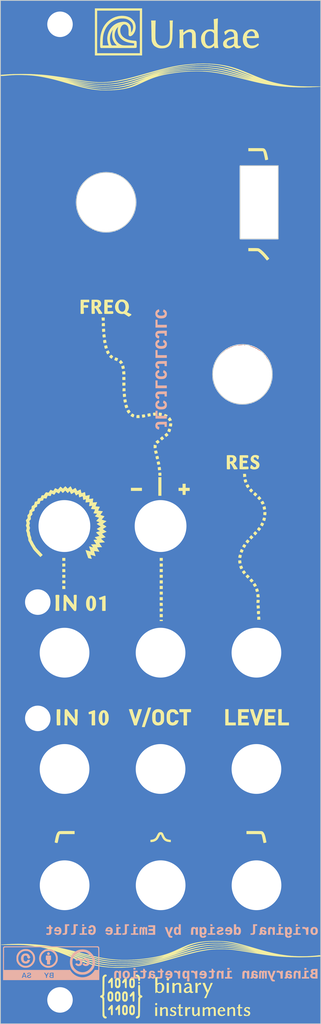
<source format=kicad_pcb>
(kicad_pcb (version 20171130) (host pcbnew 5.1.10)
  (layers (0 F.Cu signal) (31 B.Cu signal hide) (34 B.Paste user) (35 F.Paste user) (36 B.SilkS user) (37 F.SilkS user) (38 B.Mask user) (39 F.Mask user) (44 Edge.Cuts user))
  (net 0 "")
  (module LOGO (layer F.Cu) (at 0 0)
    (fp_text reference G*** hide)
    (fp_text value LOGO hide)
  )
  (module LOGO (layer F.Cu) (at 0 0)
    (fp_text reference G*** hide)
    (fp_text value LOGO hide)
  )
  (module LOGO (layer F.Cu) (at 0 0)
    (fp_text reference G*** hide)
    (fp_text value LOGO hide)
  )
  (module LOGO (layer F.Cu) (at 0 0)
    (fp_text reference G*** hide)
    (fp_text value LOGO hide)
  )
  (module LOGO (layer F.Cu) (at 0 0)
    (fp_text reference G*** hide)
    (fp_text value LOGO hide)
    (fp_poly (pts (xy 20.150667 64.262) (xy -20.150666 64.262) (xy -20.150666 -17.148611) (xy 6.567877 -17.148611) (xy 6.600804 -16.775862) (xy 6.671017 -16.407995) (xy 6.77821 -16.047909) (xy 6.922078 -15.698506) (xy 7.102315 -15.362685) (xy 7.318617 -15.043348) (xy 7.570677 -14.743396) (xy 7.662906 -14.647906) (xy 7.956175 -14.384248) (xy 8.274465 -14.153689) (xy 8.614592 -13.95776) (xy 8.973374 -13.79799) (xy 9.347628 -13.675908) (xy 9.73417 -13.593044) (xy 9.907144 -13.569422) (xy 10.058832 -13.558548) (xy 10.238811 -13.55569) (xy 10.433905 -13.560342) (xy 10.630938 -13.571995) (xy 10.816735 -13.590143) (xy 10.952283 -13.609656) (xy 11.32832 -13.695409) (xy 11.690624 -13.81976) (xy 12.03659 -13.980462) (xy 12.363611 -14.175268) (xy 12.669084 -14.401931) (xy 12.950401 -14.658204) (xy 13.204959 -14.941841) (xy 13.430152 -15.250594) (xy 13.623374 -15.582216) (xy 13.78202 -15.934461) (xy 13.842469 -16.102197) (xy 13.897355 -16.272667) (xy 13.939995 -16.421139) (xy 13.971866 -16.557432) (xy 13.994445 -16.691364) (xy 14.009208 -16.832752) (xy 14.017632 -16.991414) (xy 14.021195 -17.177168) (xy 14.021617 -17.293167) (xy 14.020016 -17.4992) (xy 14.014272 -17.672627) (xy 14.002976 -17.82309) (xy 13.984718 -17.960228) (xy 13.958087 -18.093681) (xy 13.921674 -18.233089) (xy 13.874069 -18.388092) (xy 13.85134 -18.457333) (xy 13.706834 -18.826417) (xy 13.526948 -19.174288) (xy 13.313899 -19.498875) (xy 13.069909 -19.798107) (xy 12.797198 -20.069909) (xy 12.497984 -20.312212) (xy 12.174489 -20.522941) (xy 11.828931 -20.700026) (xy 11.463531 -20.841394) (xy 11.222014 -20.911727) (xy 10.930812 -20.971133) (xy 10.617849 -21.008198) (xy 10.29778 -21.022174) (xy 9.985256 -21.012309) (xy 9.75201 -20.986971) (xy 9.371001 -20.909286) (xy 9.001509 -20.792126) (xy 8.646675 -20.637514) (xy 8.30964 -20.447472) (xy 7.993546 -20.224022) (xy 7.701534 -19.969185) (xy 7.436746 -19.684985) (xy 7.202322 -19.373443) (xy 7.170418 -19.325167) (xy 6.973217 -18.984046) (xy 6.815134 -18.630402) (xy 6.695864 -18.267136) (xy 6.615101 -17.897148) (xy 6.572541 -17.523339) (xy 6.567877 -17.148611) (xy -20.150666 -17.148611) (xy -20.150666 -38.805472) (xy -10.58084 -38.805472) (xy -10.574855 -38.613935) (xy -10.564322 -38.491617) (xy -10.496981 -38.08866) (xy -10.392302 -37.705624) (xy -10.250176 -37.342279) (xy -10.070496 -36.9984) (xy -9.853156 -36.673758) (xy -9.598047 -36.368126) (xy -9.52701 -36.293278) (xy -9.230183 -36.016731) (xy -8.915302 -35.778454) (xy -8.582195 -35.578345) (xy -8.23069 -35.416305) (xy -7.860617 -35.292232) (xy -7.796879 -35.275174) (xy -7.634358 -35.235361) (xy -7.490207 -35.205722) (xy -7.353427 -35.185097) (xy -7.213015 -35.172325) (xy -7.057971 -35.166245) (xy -6.877294 -35.165695) (xy -6.773333 -35.167142) (xy -6.611506 -35.17079) (xy -6.482303 -35.175832) (xy -6.376015 -35.183142) (xy -6.282936 -35.193592) (xy -6.193358 -35.208056) (xy -6.097576 -35.227405) (xy -6.093614 -35.228263) (xy -5.706016 -35.33325) (xy -5.337545 -35.474735) (xy -4.990143 -35.650769) (xy -4.665751 -35.859401) (xy -4.36631 -36.098679) (xy -4.093763 -36.366654) (xy -3.85005 -36.661374) (xy -3.637113 -36.980889) (xy -3.456894 -37.323248) (xy -3.311333 -37.686501) (xy -3.202374 -38.068695) (xy -3.184269 -38.151446) (xy -3.146329 -38.385428) (xy -3.122904 -38.642722) (xy -3.114576 -38.907155) (xy -3.121926 -39.162555) (xy -3.140795 -39.359417) (xy -3.214258 -39.753356) (xy -3.325481 -40.13055) (xy -3.472562 -40.489052) (xy -3.653598 -40.826913) (xy -3.866687 -41.142185) (xy -4.109925 -41.432922) (xy -4.381412 -41.697175) (xy -4.679243 -41.932997) (xy -5.001517 -42.13844) (xy -5.346331 -42.311556) (xy -5.711782 -42.450398) (xy -6.095968 -42.553018) (xy -6.297083 -42.590553) (xy -6.398605 -42.602069) (xy -6.531735 -42.610282) (xy -6.685878 -42.615192) (xy -6.850439 -42.616796) (xy -7.01482 -42.615094) (xy -7.168427 -42.610086) (xy -7.300664 -42.601769) (xy -7.39775 -42.590659) (xy -7.787973 -42.507719) (xy -8.161592 -42.387209) (xy -8.516527 -42.231126) (xy -8.8507 -42.041467) (xy -9.162031 -41.820226) (xy -9.448443 -41.569402) (xy -9.707856 -41.290989) (xy -9.938191 -40.986985) (xy -10.13737 -40.659386) (xy -10.303313 -40.310188) (xy -10.433943 -39.941387) (xy -10.520014 -39.59225) (xy -10.546787 -39.421007) (xy -10.566231 -39.223281) (xy -10.577774 -39.013345) (xy -10.58084 -38.805472) (xy -20.150666 -38.805472) (xy -20.150666 -43.476333) (xy 10.011834 -43.476333) (xy 10.011834 -34.29) (xy 14.7955 -34.29) (xy 14.7955 -43.476333) (xy 10.011834 -43.476333) (xy -20.150666 -43.476333) (xy -20.150666 -64.240833) (xy 20.150667 -64.240833) (xy 20.150667 64.262)) (layer B.Cu) (width 0.01))
  )
  (module LOGO (layer F.Cu) (at 0 0)
    (fp_text reference G*** hide)
    (fp_text value LOGO hide)
    (fp_poly (pts (xy -4.947581 -42.136959) (xy -4.931833 -42.134388) (xy -4.879282 -42.119346) (xy -4.80272 -42.089976) (xy -4.715626 -42.051615) (xy -4.681671 -42.035348) (xy -4.511067 -41.932537) (xy -4.340647 -41.793425) (xy -4.176863 -41.623578) (xy -4.109304 -41.541488) (xy -4.052187 -41.465406) (xy -3.996043 -41.385038) (xy -3.945813 -41.308202) (xy -3.90644 -41.242713) (xy -3.882863 -41.196389) (xy -3.87924 -41.177538) (xy -3.89526 -41.188944) (xy -3.930835 -41.226448) (xy -3.979329 -41.282889) (xy -3.998207 -41.305893) (xy -4.141676 -41.466795) (xy -4.31372 -41.633722) (xy -4.503488 -41.797285) (xy -4.700127 -41.948095) (xy -4.880554 -42.069233) (xy -4.944073 -42.109241) (xy -4.974383 -42.13128) (xy -4.974535 -42.139227) (xy -4.947581 -42.136959)) (layer F.Cu) (width 0.01))
    (fp_poly (pts (xy -5.104554 -42.448958) (xy -4.879636 -42.409804) (xy -4.664412 -42.331561) (xy -4.455055 -42.212985) (xy -4.329185 -42.120788) (xy -4.147908 -41.952097) (xy -3.977669 -41.743188) (xy -3.818886 -41.494823) (xy -3.671977 -41.207765) (xy -3.53736 -40.882776) (xy -3.415453 -40.520617) (xy -3.374715 -40.381134) (xy -3.349082 -40.284755) (xy -3.334592 -40.219096) (xy -3.331225 -40.186342) (xy -3.338961 -40.188678) (xy -3.35778 -40.228291) (xy -3.375701 -40.274403) (xy -3.400088 -40.333105) (xy -3.438663 -40.417946) (xy -3.486094 -40.517496) (xy -3.536299 -40.618833) (xy -3.595243 -40.737012) (xy -3.658478 -40.86647) (xy -3.71743 -40.98953) (xy -3.754348 -41.068449) (xy -3.895311 -41.345552) (xy -4.044746 -41.582497) (xy -4.203618 -41.780785) (xy -4.230721 -41.809803) (xy -4.414357 -41.981691) (xy -4.477325 -42.026417) (xy -4.328583 -42.026417) (xy -4.244912 -41.936458) (xy -4.192619 -41.881312) (xy -4.162862 -41.853291) (xy -4.150251 -41.847707) (xy -4.148666 -41.852788) (xy -4.162834 -41.869341) (xy -4.199526 -41.905751) (xy -4.238625 -41.942746) (xy -4.328583 -42.026417) (xy -4.477325 -42.026417) (xy -4.573083 -42.094433) (xy -4.420421 -42.094433) (xy -4.415271 -42.082604) (xy -4.393958 -42.059881) (xy -4.381706 -42.064542) (xy -4.3815 -42.067501) (xy -4.396534 -42.085404) (xy -4.405937 -42.091938) (xy -4.420421 -42.094433) (xy -4.573083 -42.094433) (xy -4.599823 -42.113426) (xy -4.690719 -42.157933) (xy -4.505088 -42.157933) (xy -4.499938 -42.146104) (xy -4.478625 -42.123381) (xy -4.466373 -42.128042) (xy -4.466166 -42.131001) (xy -4.481201 -42.148904) (xy -4.490604 -42.155438) (xy -4.505088 -42.157933) (xy -4.690719 -42.157933) (xy -4.791191 -42.207128) (xy -4.841928 -42.221691) (xy -4.609779 -42.221691) (xy -4.606132 -42.215121) (xy -4.583829 -42.196918) (xy -4.546069 -42.16916) (xy -4.531134 -42.166726) (xy -4.529666 -42.173839) (xy -4.546291 -42.189349) (xy -4.577291 -42.206756) (xy -4.609779 -42.221691) (xy -4.841928 -42.221691) (xy -4.899038 -42.238083) (xy -4.656666 -42.238083) (xy -4.646083 -42.2275) (xy -4.6355 -42.238083) (xy -4.646083 -42.248667) (xy -4.656666 -42.238083) (xy -4.899038 -42.238083) (xy -4.992529 -42.264917) (xy -5.1435 -42.285288) (xy -5.231054 -42.295165) (xy -5.310226 -42.3093) (xy -5.364384 -42.3247) (xy -5.36575 -42.325281) (xy -5.39151 -42.337942) (xy -5.394886 -42.345985) (xy -5.3708 -42.350412) (xy -5.314174 -42.352228) (xy -5.228166 -42.352451) (xy -4.976981 -42.331657) (xy -4.733399 -42.269635) (xy -4.709583 -42.261249) (xy -4.695803 -42.259374) (xy -4.716258 -42.274387) (xy -4.723913 -42.278936) (xy -4.84655 -42.330137) (xy -5.006667 -42.363062) (xy -5.203494 -42.377571) (xy -5.271008 -42.378309) (xy -5.399343 -42.380427) (xy -5.491983 -42.387145) (xy -5.547146 -42.398167) (xy -5.563053 -42.413199) (xy -5.551631 -42.424898) (xy -5.522824 -42.431735) (xy -5.462578 -42.439655) (xy -5.381716 -42.447341) (xy -5.342996 -42.450268) (xy -5.104554 -42.448958)) (layer F.Cu) (width 0.01))
    (fp_poly (pts (xy -3.302 -40.121417) (xy -3.312583 -40.110833) (xy -3.323166 -40.121417) (xy -3.312583 -40.132) (xy -3.302 -40.121417)) (layer F.Cu) (width 0.01))
    (fp_poly (pts (xy -2.2225 -57.298167) (xy -8.276166 -57.298167) (xy -8.276166 -63.373) (xy -2.2225 -63.373) (xy -2.2225 -57.298167)) (layer F.Cu) (width 0.01))
    (fp_poly (pts (xy 13.006917 -19.824474) (xy 13.042429 -19.808843) (xy 13.111498 -19.775139) (xy 13.210389 -19.725328) (xy 13.335368 -19.661375) (xy 13.482701 -19.585246) (xy 13.648652 -19.498906) (xy 13.829489 -19.404319) (xy 14.021476 -19.303451) (xy 14.22088 -19.198267) (xy 14.423965 -19.090733) (xy 14.626998 -18.982813) (xy 14.826244 -18.876473) (xy 15.017968 -18.773678) (xy 15.198438 -18.676394) (xy 15.363917 -18.586584) (xy 15.483417 -18.52121) (xy 16.070579 -18.193631) (xy 16.633947 -17.869359) (xy 17.171613 -17.549625) (xy 17.681671 -17.235657) (xy 18.162214 -16.928687) (xy 18.611336 -16.629944) (xy 19.02713 -16.34066) (xy 19.40769 -16.062063) (xy 19.751109 -15.795385) (xy 19.912542 -15.663361) (xy 20.008003 -15.582575) (xy 20.07474 -15.52257) (xy 20.117497 -15.478205) (xy 20.141018 -15.44434) (xy 20.150048 -15.415833) (xy 20.150667 -15.405321) (xy 20.149038 -15.362634) (xy 20.145375 -15.346322) (xy 20.128283 -15.359423) (xy 20.084383 -15.39535) (xy 20.019158 -15.449554) (xy 19.93809 -15.517487) (xy 19.8755 -15.570225) (xy 19.546456 -15.838518) (xy 19.185816 -16.114262) (xy 18.792765 -16.397962) (xy 18.366488 -16.69012) (xy 17.906169 -16.991241) (xy 17.410993 -17.301829) (xy 16.880146 -17.622389) (xy 16.312812 -17.953424) (xy 15.708176 -18.295439) (xy 15.065423 -18.648937) (xy 14.383738 -19.014423) (xy 13.868057 -19.285436) (xy 13.659012 -19.395117) (xy 13.485307 -19.487825) (xy 13.344219 -19.565114) (xy 13.233027 -19.628543) (xy 13.149006 -19.679666) (xy 13.089436 -19.720041) (xy 13.051594 -19.751224) (xy 13.04925 -19.753543) (xy 13.004642 -19.802202) (xy 12.993253 -19.824796) (xy 13.006917 -19.824474)) (layer F.Cu) (width 0.01))
    (fp_poly (pts (xy 13.219056 -19.577023) (xy 13.257561 -19.558661) (xy 13.328519 -19.523002) (xy 13.426996 -19.472608) (xy 13.548058 -19.410042) (xy 13.686771 -19.337864) (xy 13.838203 -19.258638) (xy 13.997419 -19.174926) (xy 14.159485 -19.089289) (xy 14.217569 -19.058486) (xy 14.887304 -18.698767) (xy 15.517951 -18.351335) (xy 16.110693 -18.015434) (xy 16.666715 -17.690304) (xy 17.187199 -17.375187) (xy 17.673331 -17.069323) (xy 18.126294 -16.771955) (xy 18.547272 -16.482323) (xy 18.937448 -16.199668) (xy 19.298008 -15.923233) (xy 19.630134 -15.652258) (xy 19.901959 -15.415799) (xy 20.002492 -15.323841) (xy 20.073845 -15.254257) (xy 20.119798 -15.202853) (xy 20.144129 -15.165436) (xy 20.150667 -15.139822) (xy 20.147742 -15.120611) (xy 20.135737 -15.116768) (xy 20.109804 -15.131424) (xy 20.065098 -15.167705) (xy 19.996771 -15.228743) (xy 19.958063 -15.264168) (xy 19.776479 -15.426977) (xy 19.581045 -15.595199) (xy 19.383525 -15.759017) (xy 19.195682 -15.908612) (xy 19.08175 -15.995509) (xy 18.999987 -16.056056) (xy 18.948256 -16.093219) (xy 18.927011 -16.106582) (xy 18.936707 -16.095728) (xy 18.977798 -16.06024) (xy 19.05074 -15.999701) (xy 19.155986 -15.913694) (xy 19.285851 -15.808388) (xy 19.412207 -15.703283) (xy 19.553864 -15.580732) (xy 19.696505 -15.453399) (xy 19.825814 -15.333948) (xy 19.872055 -15.289804) (xy 20.15348 -15.01775) (xy 20.146782 -14.780236) (xy 20.140084 -14.542723) (xy 20.006971 -14.708456) (xy 19.945014 -14.782041) (xy 19.861837 -14.875798) (xy 19.766248 -14.980053) (xy 19.667052 -15.085137) (xy 19.615387 -15.138515) (xy 19.54507 -15.210082) (xy 19.498787 -15.256457) (xy 19.477841 -15.276415) (xy 19.483535 -15.268731) (xy 19.517173 -15.232181) (xy 19.527762 -15.220879) (xy 19.633888 -15.104959) (xy 19.744866 -14.97871) (xy 19.853585 -14.850629) (xy 19.952932 -14.729214) (xy 20.035796 -14.622963) (xy 20.085799 -14.554071) (xy 20.133346 -14.469792) (xy 20.147256 -14.402354) (xy 20.146685 -14.394303) (xy 20.142073 -14.365291) (xy 20.133039 -14.357603) (xy 20.114469 -14.375159) (xy 20.081248 -14.42188) (xy 20.050541 -14.467981) (xy 19.971312 -14.579262) (xy 19.86872 -14.710644) (xy 19.75033 -14.85332) (xy 19.623707 -14.998484) (xy 19.496416 -15.137331) (xy 19.376022 -15.261054) (xy 19.334661 -15.301309) (xy 19.040086 -15.57115) (xy 19.018715 -15.58925) (xy 19.14525 -15.58925) (xy 19.185572 -15.541625) (xy 19.223102 -15.50163) (xy 19.239447 -15.495856) (xy 19.2405 -15.501303) (xy 19.226226 -15.518589) (xy 19.192875 -15.548928) (xy 19.14525 -15.58925) (xy 19.018715 -15.58925) (xy 18.893752 -15.695083) (xy 19.007667 -15.695083) (xy 19.01825 -15.6845) (xy 19.028834 -15.695083) (xy 19.01825 -15.705667) (xy 19.007667 -15.695083) (xy 18.893752 -15.695083) (xy 18.715362 -15.846163) (xy 18.359466 -16.127022) (xy 18.242676 -16.213506) (xy 18.797387 -16.213506) (xy 18.802643 -16.202545) (xy 18.814467 -16.187208) (xy 18.845362 -16.154301) (xy 18.859153 -16.154444) (xy 18.8595 -16.158158) (xy 18.845035 -16.175827) (xy 18.822459 -16.1952) (xy 18.797387 -16.213506) (xy 18.242676 -16.213506) (xy 18.156924 -16.277006) (xy 18.71272 -16.277006) (xy 18.717976 -16.266045) (xy 18.7298 -16.250708) (xy 18.760695 -16.217801) (xy 18.774486 -16.217944) (xy 18.774834 -16.221658) (xy 18.760369 -16.239327) (xy 18.737792 -16.2587) (xy 18.71272 -16.277006) (xy 18.156924 -16.277006) (xy 18.107731 -16.313433) (xy 18.651245 -16.313433) (xy 18.656396 -16.301604) (xy 18.677708 -16.278881) (xy 18.689961 -16.283542) (xy 18.690167 -16.286501) (xy 18.675133 -16.304404) (xy 18.66573 -16.310938) (xy 18.651245 -16.313433) (xy 18.107731 -16.313433) (xy 18.014002 -16.382839) (xy 18.564553 -16.382839) (xy 18.569809 -16.371878) (xy 18.581634 -16.356542) (xy 18.612529 -16.323634) (xy 18.626319 -16.323778) (xy 18.626667 -16.327492) (xy 18.612202 -16.34516) (xy 18.589625 -16.364533) (xy 18.564553 -16.382839) (xy 18.014002 -16.382839) (xy 17.971376 -16.414403) (xy 17.964422 -16.419266) (xy 18.503079 -16.419266) (xy 18.508229 -16.407437) (xy 18.529542 -16.384714) (xy 18.541794 -16.389375) (xy 18.542 -16.392334) (xy 18.526966 -16.410237) (xy 18.517563 -16.416771) (xy 18.503079 -16.419266) (xy 17.964422 -16.419266) (xy 17.873605 -16.482766) (xy 18.418412 -16.482766) (xy 18.423562 -16.470937) (xy 18.444875 -16.448214) (xy 18.457127 -16.452875) (xy 18.457334 -16.455834) (xy 18.442299 -16.473737) (xy 18.432896 -16.480271) (xy 18.418412 -16.482766) (xy 17.873605 -16.482766) (xy 17.813059 -16.5251) (xy 18.354912 -16.5251) (xy 18.360062 -16.513271) (xy 18.381375 -16.490547) (xy 18.393627 -16.495209) (xy 18.393834 -16.498168) (xy 18.378799 -16.516071) (xy 18.369396 -16.522605) (xy 18.354912 -16.5251) (xy 17.813059 -16.5251) (xy 17.752514 -16.567433) (xy 18.291412 -16.567433) (xy 18.296562 -16.555604) (xy 18.317875 -16.532881) (xy 18.330127 -16.537542) (xy 18.330334 -16.540501) (xy 18.315299 -16.558404) (xy 18.305896 -16.564938) (xy 18.291412 -16.567433) (xy 17.752514 -16.567433) (xy 17.698428 -16.60525) (xy 18.2245 -16.60525) (xy 18.235084 -16.594667) (xy 18.245667 -16.60525) (xy 18.235084 -16.615833) (xy 18.2245 -16.60525) (xy 17.698428 -16.60525) (xy 17.637883 -16.647583) (xy 18.161 -16.647583) (xy 18.171584 -16.637) (xy 18.182167 -16.647583) (xy 18.171584 -16.658167) (xy 18.161 -16.647583) (xy 17.637883 -16.647583) (xy 17.577336 -16.689917) (xy 18.0975 -16.689917) (xy 18.108084 -16.679333) (xy 18.118667 -16.689917) (xy 18.108084 -16.7005) (xy 18.0975 -16.689917) (xy 17.577336 -16.689917) (xy 17.550069 -16.708982) (xy 17.476342 -16.757933) (xy 18.016245 -16.757933) (xy 18.021396 -16.746104) (xy 18.042708 -16.723381) (xy 18.054961 -16.728042) (xy 18.055167 -16.731001) (xy 18.040133 -16.748904) (xy 18.03073 -16.755438) (xy 18.016245 -16.757933) (xy 17.476342 -16.757933) (xy 17.451264 -16.774583) (xy 17.9705 -16.774583) (xy 17.981084 -16.764) (xy 17.991667 -16.774583) (xy 17.981084 -16.785167) (xy 17.9705 -16.774583) (xy 17.451264 -16.774583) (xy 17.387502 -16.816917) (xy 17.907 -16.816917) (xy 17.917584 -16.806333) (xy 17.928167 -16.816917) (xy 17.917584 -16.8275) (xy 17.907 -16.816917) (xy 17.387502 -16.816917) (xy 17.323741 -16.85925) (xy 17.8435 -16.85925) (xy 17.854084 -16.848667) (xy 17.864667 -16.85925) (xy 17.854084 -16.869833) (xy 17.8435 -16.85925) (xy 17.323741 -16.85925) (xy 17.25998 -16.901583) (xy 17.78 -16.901583) (xy 17.790584 -16.891) (xy 17.801167 -16.901583) (xy 17.790584 -16.912167) (xy 17.78 -16.901583) (xy 17.25998 -16.901583) (xy 17.196217 -16.943917) (xy 17.7165 -16.943917) (xy 17.727084 -16.933333) (xy 17.737667 -16.943917) (xy 17.727084 -16.9545) (xy 17.7165 -16.943917) (xy 17.196217 -16.943917) (xy 17.132456 -16.98625) (xy 17.653 -16.98625) (xy 17.663584 -16.975667) (xy 17.674167 -16.98625) (xy 17.663584 -16.996833) (xy 17.653 -16.98625) (xy 17.132456 -16.98625) (xy 17.094523 -17.011435) (xy 17.067461 -17.028583) (xy 17.5895 -17.028583) (xy 17.600084 -17.018) (xy 17.610667 -17.028583) (xy 17.600084 -17.039167) (xy 17.5895 -17.028583) (xy 17.067461 -17.028583) (xy 16.900439 -17.134417) (xy 17.420167 -17.134417) (xy 17.43075 -17.123833) (xy 17.441334 -17.134417) (xy 17.43075 -17.145) (xy 17.420167 -17.134417) (xy 16.900439 -17.134417) (xy 16.733418 -17.24025) (xy 17.250834 -17.24025) (xy 17.261417 -17.229667) (xy 17.272 -17.24025) (xy 17.261417 -17.250833) (xy 17.250834 -17.24025) (xy 16.733418 -17.24025) (xy 16.603715 -17.322436) (xy 16.076622 -17.642662) (xy 15.512224 -17.972787) (xy 14.909496 -18.313488) (xy 14.267416 -18.66544) (xy 14.13405 -18.737314) (xy 13.56785 -19.041622) (xy 13.420452 -19.26277) (xy 13.360374 -19.35251) (xy 13.305555 -19.433678) (xy 13.262025 -19.497391) (xy 13.235814 -19.534766) (xy 13.235707 -19.534912) (xy 13.215757 -19.567464) (xy 13.217883 -19.577464) (xy 13.219056 -19.577023)) (layer F.Cu) (width 0.01))
    (fp_poly (pts (xy 13.262322 -14.870069) (xy 13.221298 -14.702099) (xy 13.139752 -14.541184) (xy 13.01907 -14.388404) (xy 12.86064 -14.244836) (xy 12.665849 -14.111558) (xy 12.436083 -13.989647) (xy 12.172729 -13.88018) (xy 11.877175 -13.784236) (xy 11.857829 -13.778759) (xy 11.739782 -13.746641) (xy 11.657645 -13.726583) (xy 11.612507 -13.718768) (xy 11.605457 -13.723379) (xy 11.637585 -13.740598) (xy 11.641667 -13.742431) (xy 11.980884 -13.904298) (xy 12.278956 -14.069586) (xy 12.536986 -14.238997) (xy 12.756074 -14.413231) (xy 12.857535 -14.50975) (xy 12.954 -14.50975) (xy 12.964584 -14.499167) (xy 12.975167 -14.50975) (xy 12.964584 -14.520333) (xy 12.954 -14.50975) (xy 12.857535 -14.50975) (xy 12.877237 -14.528492) (xy 12.943163 -14.594417) (xy 13.0175 -14.594417) (xy 13.028084 -14.583833) (xy 13.038667 -14.594417) (xy 13.028084 -14.605) (xy 13.0175 -14.594417) (xy 12.943163 -14.594417) (xy 12.949575 -14.600828) (xy 12.98773 -14.63675) (xy 13.038667 -14.63675) (xy 13.04925 -14.626167) (xy 13.059834 -14.63675) (xy 13.04925 -14.647333) (xy 13.038667 -14.63675) (xy 12.98773 -14.63675) (xy 13.012277 -14.659859) (xy 13.034718 -14.679083) (xy 13.059834 -14.679083) (xy 13.070417 -14.6685) (xy 13.081 -14.679083) (xy 13.070417 -14.689667) (xy 13.059834 -14.679083) (xy 13.034718 -14.679083) (xy 13.059132 -14.699996) (xy 13.083928 -14.715649) (xy 13.085186 -14.715601) (xy 13.09563 -14.723071) (xy 13.091908 -14.731476) (xy 13.092295 -14.751392) (xy 13.099491 -14.753167) (xy 13.123019 -14.770424) (xy 13.132942 -14.790208) (xy 13.154056 -14.828271) (xy 13.192469 -14.880314) (xy 13.210111 -14.901333) (xy 13.274819 -14.975417) (xy 13.262322 -14.870069)) (layer F.Cu) (width 0.01))
    (fp_poly (pts (xy 11.571111 -13.708945) (xy 11.568206 -13.696361) (xy 11.557 -13.694833) (xy 11.539578 -13.702578) (xy 11.542889 -13.708945) (xy 11.568009 -13.711478) (xy 11.571111 -13.708945)) (layer F.Cu) (width 0.01))
    (fp_poly (pts (xy -2.266468 -53.942763) (xy -1.989887 -53.912803) (xy -1.735655 -53.859873) (xy -1.685756 -53.845756) (xy -1.460177 -53.760769) (xy -1.228911 -53.640393) (xy -0.998925 -53.489638) (xy -0.777189 -53.313512) (xy -0.57067 -53.117023) (xy -0.398335 -52.92036) (xy -0.264355 -52.736439) (xy -0.127157 -52.518801) (xy 0.009017 -52.275401) (xy 0.139922 -52.014193) (xy 0.261316 -51.74313) (xy 0.35454 -51.509083) (xy 0.474945 -51.168802) (xy 0.588137 -50.809499) (xy 0.694527 -50.428972) (xy 0.794527 -50.02502) (xy 0.888549 -49.595444) (xy 0.977003 -49.138041) (xy 1.060302 -48.650611) (xy 1.138857 -48.130953) (xy 1.21308 -47.576865) (xy 1.283381 -46.986147) (xy 1.350172 -46.356598) (xy 1.385355 -45.995167) (xy 1.405662 -45.776768) (xy 1.425434 -45.556591) (xy 1.444834 -45.332247) (xy 1.464021 -45.101348) (xy 1.483159 -44.861507) (xy 1.502407 -44.610336) (xy 1.521927 -44.345446) (xy 1.541881 -44.06445) (xy 1.56243 -43.76496) (xy 1.583736 -43.444588) (xy 1.605959 -43.100946) (xy 1.629261 -42.731646) (xy 1.653804 -42.334301) (xy 1.679748 -41.906522) (xy 1.707255 -41.445922) (xy 1.736486 -40.950112) (xy 1.767603 -40.416705) (xy 1.799378 -39.867417) (xy 1.839423 -39.175592) (xy 1.877581 -38.522644) (xy 1.914088 -37.905169) (xy 1.94918 -37.319763) (xy 1.983093 -36.763022) (xy 2.01606 -36.231543) (xy 2.048319 -35.721922) (xy 2.080104 -35.230755) (xy 2.11165 -34.754639) (xy 2.143193 -34.29017) (xy 2.174968 -33.833944) (xy 2.207211 -33.382557) (xy 2.240157 -32.932607) (xy 2.274041 -32.480688) (xy 2.309098 -32.023398) (xy 2.345565 -31.557333) (xy 2.383676 -31.079089) (xy 2.423667 -30.585263) (xy 2.465773 -30.07245) (xy 2.510229 -29.537247) (xy 2.530164 -29.298927) (xy 2.560706 -28.934637) (xy 2.58794 -28.610208) (xy 2.612079 -28.323312) (xy 2.633337 -28.071623) (xy 2.651926 -27.852816) (xy 2.66806 -27.664563) (xy 2.68195 -27.504539) (xy 2.693811 -27.370416) (xy 2.703854 -27.259868) (xy 2.712293 -27.17057) (xy 2.719341 -27.100194) (xy 2.72521 -27.046414) (xy 2.730113 -27.006903) (xy 2.734264 -26.979336) (xy 2.737875 -26.961385) (xy 2.741159 -26.950725) (xy 2.744329 -26.945029) (xy 2.745701 -26.943535) (xy 2.767638 -26.93049) (xy 2.822884 -26.900187) (xy 2.907184 -26.854887) (xy 3.016285 -26.796854) (xy 3.145931 -26.728349) (xy 3.291868 -26.651636) (xy 3.449842 -26.568976) (xy 3.46075 -26.563282) (xy 3.578248 -26.501876) (xy 3.729547 -26.422677) (xy 3.910985 -26.327607) (xy 4.1189 -26.218589) (xy 4.34963 -26.097543) (xy 4.599514 -25.966392) (xy 4.86489 -25.827059) (xy 5.142096 -25.681465) (xy 5.427471 -25.531533) (xy 5.717352 -25.379184) (xy 6.008078 -25.226341) (xy 6.180667 -25.135581) (xy 6.766977 -24.827307) (xy 7.320243 -24.536594) (xy 7.84482 -24.261166) (xy 8.34506 -23.998749) (xy 8.82532 -23.747067) (xy 9.289953 -23.503846) (xy 9.743313 -23.26681) (xy 10.189755 -23.033683) (xy 10.633633 -22.802192) (xy 11.079302 -22.570061) (xy 11.531115 -22.335014) (xy 11.993428 -22.094777) (xy 12.470594 -21.847075) (xy 12.966968 -21.589632) (xy 13.006917 -21.568921) (xy 13.621907 -21.249888) (xy 14.200844 -20.949103) (xy 14.74543 -20.665673) (xy 15.25737 -20.398703) (xy 15.738367 -20.147299) (xy 16.190124 -19.910566) (xy 16.614345 -19.687609) (xy 17.012734 -19.477535) (xy 17.386994 -19.279447) (xy 17.738829 -19.092453) (xy 18.069943 -18.915657) (xy 18.382039 -18.748165) (xy 18.499667 -18.684796) (xy 18.696804 -18.578225) (xy 18.894968 -18.470633) (xy 19.090537 -18.364023) (xy 19.279889 -18.260396) (xy 19.459401 -18.161755) (xy 19.625452 -18.070102) (xy 19.77442 -17.987439) (xy 19.902682 -17.915768) (xy 20.006616 -17.85709) (xy 20.0826 -17.813409) (xy 20.127012 -17.786726) (xy 20.136777 -17.779922) (xy 20.148691 -17.746982) (xy 20.14736 -17.72951) (xy 20.137214 -17.717028) (xy 20.111106 -17.720442) (xy 20.062824 -17.741969) (xy 19.986156 -17.78383) (xy 19.97075 -17.792614) (xy 19.88339 -17.841977) (xy 19.763552 -17.908737) (xy 19.616058 -17.990264) (xy 19.445727 -18.083932) (xy 19.257381 -18.187112) (xy 19.05584 -18.297176) (xy 18.845925 -18.411497) (xy 18.632457 -18.527447) (xy 18.420256 -18.642397) (xy 18.214143 -18.753721) (xy 18.018939 -18.85879) (xy 17.839464 -18.954975) (xy 17.790584 -18.98108) (xy 17.641518 -19.060574) (xy 17.496577 -19.137774) (xy 17.353945 -19.21363) (xy 17.211801 -19.289092) (xy 17.068329 -19.36511) (xy 16.921711 -19.442634) (xy 16.770128 -19.522614) (xy 16.611763 -19.606001) (xy 16.444797 -19.693744) (xy 16.267413 -19.786794) (xy 16.077793 -19.886102) (xy 15.874118 -19.992616) (xy 15.654571 -20.107287) (xy 15.417334 -20.231066) (xy 15.160588 -20.364903) (xy 14.882516 -20.509747) (xy 14.5813 -20.666549) (xy 14.255121 -20.83626) (xy 13.902163 -21.019828) (xy 13.520606 -21.218205) (xy 13.108633 -21.43234) (xy 12.664425 -21.663184) (xy 12.186166 -21.911687) (xy 11.705167 -22.161587) (xy 11.381982 -22.329518) (xy 11.077244 -22.487931) (xy 10.787695 -22.638533) (xy 10.510074 -22.783027) (xy 10.241122 -22.92312) (xy 9.977579 -23.060517) (xy 9.716184 -23.196923) (xy 9.453679 -23.334043) (xy 9.186804 -23.473583) (xy 8.912298 -23.617249) (xy 8.626903 -23.766745) (xy 8.327357 -23.923777) (xy 8.010403 -24.09005) (xy 7.672779 -24.26727) (xy 7.311226 -24.457142) (xy 6.922484 -24.661371) (xy 6.503295 -24.881663) (xy 6.050396 -25.119723) (xy 5.979584 -25.156949) (xy 5.569474 -25.372534) (xy 5.195205 -25.569255) (xy 4.855154 -25.747961) (xy 4.547697 -25.909498) (xy 4.271211 -26.054714) (xy 4.024071 -26.184456) (xy 3.804656 -26.299572) (xy 3.61134 -26.400909) (xy 3.4425 -26.489314) (xy 3.296513 -26.565634) (xy 3.171756 -26.630717) (xy 3.066604 -26.685411) (xy 2.979434 -26.730562) (xy 2.908623 -26.767017) (xy 2.852547 -26.795625) (xy 2.809583 -26.817233) (xy 2.778106 -26.832687) (xy 2.756494 -26.842836) (xy 2.743123 -26.848526) (xy 2.736369 -26.850605) (xy 2.734762 -26.850424) (xy 2.734492 -26.827887) (xy 2.741225 -26.794206) (xy 2.752197 -26.774706) (xy 2.778607 -26.750523) (xy 2.824427 -26.719288) (xy 2.893627 -26.678634) (xy 2.990179 -26.626192) (xy 3.118056 -26.559593) (xy 3.233485 -26.500667) (xy 3.366228 -26.433171) (xy 3.50928 -26.360221) (xy 3.664374 -26.28092) (xy 3.833244 -26.194374) (xy 4.017624 -26.099688) (xy 4.219246 -25.995968) (xy 4.439843 -25.882318) (xy 4.68115 -25.757843) (xy 4.944899 -25.621648) (xy 5.232823 -25.472839) (xy 5.546656 -25.310521) (xy 5.888131 -25.133799) (xy 6.258981 -24.941777) (xy 6.660941 -24.733562) (xy 7.095742 -24.508257) (xy 7.565118 -24.264968) (xy 7.926917 -24.077402) (xy 8.263675 -23.902823) (xy 8.608168 -23.724266) (xy 8.95657 -23.543713) (xy 9.305058 -23.363144) (xy 9.649807 -23.184541) (xy 9.986992 -23.009883) (xy 10.31279 -22.841151) (xy 10.623377 -22.680326) (xy 10.914927 -22.52939) (xy 11.183616 -22.390321) (xy 11.425621 -22.265101) (xy 11.637117 -22.155711) (xy 11.789834 -22.076763) (xy 12.402316 -21.760129) (xy 12.978832 -21.461851) (xy 13.52111 -21.181017) (xy 14.030877 -20.916713) (xy 14.509861 -20.668027) (xy 14.95979 -20.434046) (xy 15.38239 -20.213858) (xy 15.779391 -20.006549) (xy 16.15252 -19.811207) (xy 16.503504 -19.626919) (xy 16.834072 -19.452773) (xy 17.14595 -19.287856) (xy 17.440866 -19.131254) (xy 17.720549 -18.982056) (xy 17.986725 -18.839348) (xy 18.241123 -18.702218) (xy 18.485471 -18.569753) (xy 18.721495 -18.441041) (xy 18.950924 -18.315167) (xy 19.175485 -18.191221) (xy 19.396906 -18.068289) (xy 19.616915 -17.945458) (xy 19.732625 -17.880599) (xy 19.879559 -17.797074) (xy 19.991618 -17.730832) (xy 20.071672 -17.679995) (xy 20.122594 -17.642685) (xy 20.147256 -17.617023) (xy 20.150667 -17.60715) (xy 20.146724 -17.574649) (xy 20.141999 -17.568333) (xy 20.121819 -17.578262) (xy 20.070341 -17.606015) (xy 19.993094 -17.648541) (xy 19.89561 -17.702789) (xy 19.783419 -17.765708) (xy 19.745124 -17.787282) (xy 19.541046 -17.902083) (xy 19.3363 -18.016622) (xy 19.12926 -18.131761) (xy 18.9183 -18.248356) (xy 18.701793 -18.367269) (xy 18.478113 -18.489356) (xy 18.245635 -18.615479) (xy 18.002732 -18.746496) (xy 17.747779 -18.883265) (xy 17.479149 -19.026647) (xy 17.195215 -19.177499) (xy 16.894353 -19.336682) (xy 16.574935 -19.505054) (xy 16.235336 -19.683474) (xy 15.87393 -19.872802) (xy 15.48909 -20.073896) (xy 15.079191 -20.287616) (xy 14.642606 -20.51482) (xy 14.177709 -20.756368) (xy 13.682875 -21.013119) (xy 13.156476 -21.285932) (xy 12.596888 -21.575666) (xy 12.002483 -21.883181) (xy 11.52525 -22.129932) (xy 11.297751 -22.247569) (xy 11.037096 -22.382415) (xy 10.747705 -22.53218) (xy 10.433999 -22.694575) (xy 10.100397 -22.86731) (xy 9.75132 -23.048096) (xy 9.391187 -23.234643) (xy 9.024419 -23.424662) (xy 8.655436 -23.615863) (xy 8.288657 -23.805957) (xy 7.928504 -23.992654) (xy 7.579395 -24.173666) (xy 7.408334 -24.262376) (xy 6.848054 -24.552845) (xy 6.323073 -24.824796) (xy 5.833539 -25.078151) (xy 5.379601 -25.312835) (xy 4.961406 -25.528773) (xy 4.579102 -25.725888) (xy 4.232837 -25.904105) (xy 3.922761 -26.063347) (xy 3.649019 -26.203538) (xy 3.411762 -26.324603) (xy 3.211136 -26.426465) (xy 3.047291 -26.509048) (xy 2.920373 -26.572277) (xy 2.830531 -26.616076) (xy 2.777914 -26.640368) (xy 2.762568 -26.645624) (xy 2.761221 -26.622659) (xy 2.763239 -26.565234) (xy 2.768207 -26.481053) (xy 2.775714 -26.377822) (xy 2.779352 -26.332717) (xy 2.804584 -26.028258) (xy 3.1115 -25.885983) (xy 3.388003 -25.757388) (xy 3.664824 -25.627764) (xy 3.944888 -25.495693) (xy 4.23112 -25.359755) (xy 4.526442 -25.218531) (xy 4.833779 -25.070602) (xy 5.156056 -24.91455) (xy 5.496196 -24.748955) (xy 5.857123 -24.572398) (xy 6.241761 -24.38346) (xy 6.653034 -24.180723) (xy 7.093866 -23.962766) (xy 7.567182 -23.728172) (xy 7.96925 -23.528527) (xy 8.954588 -23.037874) (xy 9.901489 -22.564235) (xy 10.810217 -22.10747) (xy 11.681039 -21.667441) (xy 12.514219 -21.244008) (xy 13.310024 -20.837032) (xy 14.068717 -20.446374) (xy 14.790566 -20.071894) (xy 15.475834 -19.713455) (xy 16.124787 -19.370916) (xy 16.737692 -19.044139) (xy 17.314812 -18.732984) (xy 17.856413 -18.437312) (xy 18.362761 -18.156985) (xy 18.834121 -17.891863) (xy 19.270758 -17.641807) (xy 19.672937 -17.406678) (xy 19.870209 -17.289265) (xy 20.150667 -17.121227) (xy 20.150667 -16.918233) (xy 19.931041 -17.04975) (xy 20.108334 -17.04975) (xy 20.118917 -17.039167) (xy 20.1295 -17.04975) (xy 20.118917 -17.060333) (xy 20.108334 -17.04975) (xy 19.931041 -17.04975) (xy 19.852803 -17.0966) (xy 20.048245 -17.0966) (xy 20.053396 -17.084771) (xy 20.074708 -17.062047) (xy 20.086961 -17.066709) (xy 20.087167 -17.069668) (xy 20.072133 -17.087571) (xy 20.06273 -17.094105) (xy 20.048245 -17.0966) (xy 19.852803 -17.0966) (xy 19.824998 -17.11325) (xy 20.0025 -17.11325) (xy 20.013084 -17.102667) (xy 20.023667 -17.11325) (xy 20.013084 -17.123833) (xy 20.0025 -17.11325) (xy 19.824998 -17.11325) (xy 19.74676 -17.1601) (xy 19.942412 -17.1601) (xy 19.947562 -17.148271) (xy 19.968875 -17.125547) (xy 19.981127 -17.130209) (xy 19.981334 -17.133168) (xy 19.966299 -17.151071) (xy 19.956896 -17.157605) (xy 19.942412 -17.1601) (xy 19.74676 -17.1601) (xy 19.718955 -17.17675) (xy 19.896667 -17.17675) (xy 19.90725 -17.166167) (xy 19.917834 -17.17675) (xy 19.90725 -17.187333) (xy 19.896667 -17.17675) (xy 19.718955 -17.17675) (xy 19.683607 -17.197917) (xy 19.854334 -17.197917) (xy 19.864917 -17.187333) (xy 19.8755 -17.197917) (xy 19.864917 -17.2085) (xy 19.854334 -17.197917) (xy 19.683607 -17.197917) (xy 19.658542 -17.212926) (xy 19.612502 -17.24025) (xy 19.790834 -17.24025) (xy 19.801417 -17.229667) (xy 19.812 -17.24025) (xy 19.801417 -17.250833) (xy 19.790834 -17.24025) (xy 19.612502 -17.24025) (xy 19.505505 -17.30375) (xy 19.685 -17.30375) (xy 19.695584 -17.293167) (xy 19.706167 -17.30375) (xy 19.695584 -17.314333) (xy 19.685 -17.30375) (xy 19.505505 -17.30375) (xy 19.469838 -17.324917) (xy 19.642667 -17.324917) (xy 19.65325 -17.314333) (xy 19.663834 -17.324917) (xy 19.65325 -17.3355) (xy 19.642667 -17.324917) (xy 19.469838 -17.324917) (xy 19.398506 -17.36725) (xy 19.579167 -17.36725) (xy 19.58975 -17.356667) (xy 19.600334 -17.36725) (xy 19.58975 -17.377833) (xy 19.579167 -17.36725) (xy 19.398506 -17.36725) (xy 19.362839 -17.388417) (xy 19.536834 -17.388417) (xy 19.547417 -17.377833) (xy 19.558 -17.388417) (xy 19.547417 -17.399) (xy 19.536834 -17.388417) (xy 19.362839 -17.388417) (xy 19.304081 -17.423288) (xy 19.291289 -17.43075) (xy 19.473334 -17.43075) (xy 19.483917 -17.420167) (xy 19.4945 -17.43075) (xy 19.483917 -17.441333) (xy 19.473334 -17.43075) (xy 19.291289 -17.43075) (xy 19.255002 -17.451917) (xy 19.431 -17.451917) (xy 19.441584 -17.441333) (xy 19.452167 -17.451917) (xy 19.441584 -17.4625) (xy 19.431 -17.451917) (xy 19.255002 -17.451917) (xy 19.146142 -17.515417) (xy 19.325167 -17.515417) (xy 19.33575 -17.504833) (xy 19.346334 -17.515417) (xy 19.33575 -17.526) (xy 19.325167 -17.515417) (xy 19.146142 -17.515417) (xy 19.109856 -17.536583) (xy 19.282834 -17.536583) (xy 19.293417 -17.526) (xy 19.304 -17.536583) (xy 19.293417 -17.547167) (xy 19.282834 -17.536583) (xy 19.109856 -17.536583) (xy 19.037281 -17.578917) (xy 19.219334 -17.578917) (xy 19.229917 -17.568333) (xy 19.2405 -17.578917) (xy 19.229917 -17.5895) (xy 19.219334 -17.578917) (xy 19.037281 -17.578917) (xy 19.000995 -17.600083) (xy 19.177 -17.600083) (xy 19.187584 -17.5895) (xy 19.198167 -17.600083) (xy 19.187584 -17.610667) (xy 19.177 -17.600083) (xy 19.000995 -17.600083) (xy 18.93342 -17.6395) (xy 18.891454 -17.663583) (xy 19.071167 -17.663583) (xy 19.08175 -17.653) (xy 19.092334 -17.663583) (xy 19.08175 -17.674167) (xy 19.071167 -17.663583) (xy 18.891454 -17.663583) (xy 18.854569 -17.68475) (xy 19.028834 -17.68475) (xy 19.039417 -17.674167) (xy 19.05 -17.68475) (xy 19.039417 -17.695333) (xy 19.028834 -17.68475) (xy 18.854569 -17.68475) (xy 18.743914 -17.74825) (xy 18.923 -17.74825) (xy 18.933584 -17.737667) (xy 18.944167 -17.74825) (xy 18.933584 -17.758833) (xy 18.923 -17.74825) (xy 18.743914 -17.74825) (xy 18.596373 -17.832917) (xy 18.774834 -17.832917) (xy 18.785417 -17.822333) (xy 18.796 -17.832917) (xy 18.785417 -17.8435) (xy 18.774834 -17.832917) (xy 18.596373 -17.832917) (xy 18.545248 -17.862255) (xy 18.44734 -17.917583) (xy 18.626667 -17.917583) (xy 18.63725 -17.907) (xy 18.647834 -17.917583) (xy 18.63725 -17.928167) (xy 18.626667 -17.917583) (xy 18.44734 -17.917583) (xy 18.297512 -18.00225) (xy 18.4785 -18.00225) (xy 18.489084 -17.991667) (xy 18.499667 -18.00225) (xy 18.489084 -18.012833) (xy 18.4785 -18.00225) (xy 18.297512 -18.00225) (xy 18.138255 -18.092245) (xy 18.109822 -18.108083) (xy 18.288 -18.108083) (xy 18.298584 -18.0975) (xy 18.309167 -18.108083) (xy 18.298584 -18.118667) (xy 18.288 -18.108083) (xy 18.109822 -18.108083) (xy 17.729821 -18.31975) (xy 17.907 -18.31975) (xy 17.917584 -18.309167) (xy 17.928167 -18.31975) (xy 17.917584 -18.330333) (xy 17.907 -18.31975) (xy 17.729821 -18.31975) (xy 17.711128 -18.330162) (xy 17.537513 -18.425583) (xy 17.7165 -18.425583) (xy 17.727084 -18.415) (xy 17.737667 -18.425583) (xy 17.727084 -18.436167) (xy 17.7165 -18.425583) (xy 17.537513 -18.425583) (xy 17.262559 -18.5767) (xy 17.073031 -18.679583) (xy 17.250834 -18.679583) (xy 17.261417 -18.669) (xy 17.272 -18.679583) (xy 17.261417 -18.690167) (xy 17.250834 -18.679583) (xy 17.073031 -18.679583) (xy 16.791236 -18.832551) (xy 16.295848 -19.098407) (xy 15.775085 -19.374962) (xy 15.227636 -19.662907) (xy 14.652191 -19.962936) (xy 14.047438 -20.275741) (xy 13.412068 -20.602015) (xy 12.744769 -20.94245) (xy 12.04423 -21.297739) (xy 11.309142 -21.668574) (xy 11.022978 -21.81225) (xy 11.218334 -21.81225) (xy 11.228917 -21.801667) (xy 11.2395 -21.81225) (xy 11.228917 -21.822833) (xy 11.218334 -21.81225) (xy 11.022978 -21.81225) (xy 10.980819 -21.833417) (xy 11.176 -21.833417) (xy 11.186584 -21.822833) (xy 11.197167 -21.833417) (xy 11.186584 -21.844) (xy 11.176 -21.833417) (xy 10.980819 -21.833417) (xy 10.938662 -21.854583) (xy 11.133667 -21.854583) (xy 11.14425 -21.844) (xy 11.154834 -21.854583) (xy 11.14425 -21.865167) (xy 11.133667 -21.854583) (xy 10.938662 -21.854583) (xy 10.896503 -21.87575) (xy 11.091334 -21.87575) (xy 11.101917 -21.865167) (xy 11.1125 -21.87575) (xy 11.101917 -21.886333) (xy 11.091334 -21.87575) (xy 10.896503 -21.87575) (xy 10.854344 -21.896917) (xy 11.049 -21.896917) (xy 11.059584 -21.886333) (xy 11.070167 -21.896917) (xy 11.059584 -21.9075) (xy 11.049 -21.896917) (xy 10.854344 -21.896917) (xy 10.812187 -21.918083) (xy 11.006667 -21.918083) (xy 11.01725 -21.9075) (xy 11.027834 -21.918083) (xy 11.01725 -21.928667) (xy 11.006667 -21.918083) (xy 10.812187 -21.918083) (xy 10.770028 -21.93925) (xy 10.964334 -21.93925) (xy 10.974917 -21.928667) (xy 10.9855 -21.93925) (xy 10.974917 -21.949833) (xy 10.964334 -21.93925) (xy 10.770028 -21.93925) (xy 10.727869 -21.960417) (xy 10.922 -21.960417) (xy 10.932584 -21.949833) (xy 10.943167 -21.960417) (xy 10.932584 -21.971) (xy 10.922 -21.960417) (xy 10.727869 -21.960417) (xy 10.685712 -21.981583) (xy 10.879667 -21.981583) (xy 10.89025 -21.971) (xy 10.900834 -21.981583) (xy 10.89025 -21.992167) (xy 10.879667 -21.981583) (xy 10.685712 -21.981583) (xy 10.643552 -22.00275) (xy 10.837334 -22.00275) (xy 10.847917 -21.992167) (xy 10.8585 -22.00275) (xy 10.847917 -22.013333) (xy 10.837334 -22.00275) (xy 10.643552 -22.00275) (xy 10.538193 -22.055648) (xy 9.730073 -22.459655) (xy 9.725947 -22.461713) (xy 9.113481 -22.766893) (xy 8.563933 -23.039917) (xy 8.763 -23.039917) (xy 8.773584 -23.029333) (xy 8.784167 -23.039917) (xy 8.773584 -23.0505) (xy 8.763 -23.039917) (xy 8.563933 -23.039917) (xy 8.536302 -23.053644) (xy 8.521279 -23.061083) (xy 8.720667 -23.061083) (xy 8.73125 -23.0505) (xy 8.741834 -23.061083) (xy 8.73125 -23.071667) (xy 8.720667 -23.061083) (xy 8.521279 -23.061083) (xy 8.47853 -23.08225) (xy 8.678334 -23.08225) (xy 8.688917 -23.071667) (xy 8.6995 -23.08225) (xy 8.688917 -23.092833) (xy 8.678334 -23.08225) (xy 8.47853 -23.08225) (xy 8.43578 -23.103417) (xy 8.636 -23.103417) (xy 8.646584 -23.092833) (xy 8.657167 -23.103417) (xy 8.646584 -23.114) (xy 8.636 -23.103417) (xy 8.43578 -23.103417) (xy 8.393032 -23.124583) (xy 8.593667 -23.124583) (xy 8.60425 -23.114) (xy 8.614834 -23.124583) (xy 8.60425 -23.135167) (xy 8.593667 -23.124583) (xy 8.393032 -23.124583) (xy 8.350282 -23.14575) (xy 8.551334 -23.14575) (xy 8.561917 -23.135167) (xy 8.5725 -23.14575) (xy 8.561917 -23.156333) (xy 8.551334 -23.14575) (xy 8.350282 -23.14575) (xy 8.307532 -23.166917) (xy 8.509 -23.166917) (xy 8.519584 -23.156333) (xy 8.530167 -23.166917) (xy 8.519584 -23.1775) (xy 8.509 -23.166917) (xy 8.307532 -23.166917) (xy 8.264784 -23.188083) (xy 8.466667 -23.188083) (xy 8.47725 -23.1775) (xy 8.487834 -23.188083) (xy 8.47725 -23.198667) (xy 8.466667 -23.188083) (xy 8.264784 -23.188083) (xy 8.222034 -23.20925) (xy 8.424334 -23.20925) (xy 8.434917 -23.198667) (xy 8.4455 -23.20925) (xy 8.434917 -23.219833) (xy 8.424334 -23.20925) (xy 8.222034 -23.20925) (xy 8.179284 -23.230417) (xy 8.382 -23.230417) (xy 8.392584 -23.219833) (xy 8.403167 -23.230417) (xy 8.392584 -23.241) (xy 8.382 -23.230417) (xy 8.179284 -23.230417) (xy 8.136536 -23.251583) (xy 8.339667 -23.251583) (xy 8.35025 -23.241) (xy 8.360834 -23.251583) (xy 8.35025 -23.262167) (xy 8.339667 -23.251583) (xy 8.136536 -23.251583) (xy 8.093786 -23.27275) (xy 8.297334 -23.27275) (xy 8.307917 -23.262167) (xy 8.3185 -23.27275) (xy 8.307917 -23.283333) (xy 8.297334 -23.27275) (xy 8.093786 -23.27275) (xy 8.051036 -23.293917) (xy 8.255 -23.293917) (xy 8.265584 -23.283333) (xy 8.276167 -23.293917) (xy 8.265584 -23.3045) (xy 8.255 -23.293917) (xy 8.051036 -23.293917) (xy 8.008288 -23.315083) (xy 8.212667 -23.315083) (xy 8.22325 -23.3045) (xy 8.233834 -23.315083) (xy 8.22325 -23.325667) (xy 8.212667 -23.315083) (xy 8.008288 -23.315083) (xy 7.992144 -23.323076) (xy 7.965435 -23.33625) (xy 8.170334 -23.33625) (xy 8.180917 -23.325667) (xy 8.1915 -23.33625) (xy 8.180917 -23.346833) (xy 8.170334 -23.33625) (xy 7.965435 -23.33625) (xy 7.92252 -23.357417) (xy 8.128 -23.357417) (xy 8.138584 -23.346833) (xy 8.149167 -23.357417) (xy 8.138584 -23.368) (xy 8.128 -23.357417) (xy 7.92252 -23.357417) (xy 7.879606 -23.378583) (xy 8.085667 -23.378583) (xy 8.09625 -23.368) (xy 8.106834 -23.378583) (xy 8.09625 -23.389167) (xy 8.085667 -23.378583) (xy 7.879606 -23.378583) (xy 7.83669 -23.39975) (xy 8.043334 -23.39975) (xy 8.053917 -23.389167) (xy 8.0645 -23.39975) (xy 8.053917 -23.410333) (xy 8.043334 -23.39975) (xy 7.83669 -23.39975) (xy 7.793774 -23.420917) (xy 8.001 -23.420917) (xy 8.011584 -23.410333) (xy 8.022167 -23.420917) (xy 8.011584 -23.4315) (xy 8.001 -23.420917) (xy 7.793774 -23.420917) (xy 7.75086 -23.442083) (xy 7.958667 -23.442083) (xy 7.96925 -23.4315) (xy 7.979834 -23.442083) (xy 7.96925 -23.452667) (xy 7.958667 -23.442083) (xy 7.75086 -23.442083) (xy 7.707944 -23.46325) (xy 7.916334 -23.46325) (xy 7.926917 -23.452667) (xy 7.9375 -23.46325) (xy 7.926917 -23.473833) (xy 7.916334 -23.46325) (xy 7.707944 -23.46325) (xy 7.665028 -23.484417) (xy 7.874 -23.484417) (xy 7.884584 -23.473833) (xy 7.895167 -23.484417) (xy 7.884584 -23.495) (xy 7.874 -23.484417) (xy 7.665028 -23.484417) (xy 7.622114 -23.505583) (xy 7.831667 -23.505583) (xy 7.84225 -23.495) (xy 7.852834 -23.505583) (xy 7.84225 -23.516167) (xy 7.831667 -23.505583) (xy 7.622114 -23.505583) (xy 7.579198 -23.52675) (xy 7.789334 -23.52675) (xy 7.799917 -23.516167) (xy 7.8105 -23.52675) (xy 7.799917 -23.537333) (xy 7.789334 -23.52675) (xy 7.579198 -23.52675) (xy 7.536282 -23.547917) (xy 7.747 -23.547917) (xy 7.757584 -23.537333) (xy 7.768167 -23.547917) (xy 7.757584 -23.5585) (xy 7.747 -23.547917) (xy 7.536282 -23.547917) (xy 7.493368 -23.569083) (xy 7.704667 -23.569083) (xy 7.71525 -23.5585) (xy 7.725834 -23.569083) (xy 7.71525 -23.579667) (xy 7.704667 -23.569083) (xy 7.493368 -23.569083) (xy 7.478739 -23.576298) (xy 7.450328 -23.59025) (xy 7.662334 -23.59025) (xy 7.672917 -23.579667) (xy 7.6835 -23.59025) (xy 7.672917 -23.600833) (xy 7.662334 -23.59025) (xy 7.450328 -23.59025) (xy 7.407224 -23.611417) (xy 7.62 -23.611417) (xy 7.630584 -23.600833) (xy 7.641167 -23.611417) (xy 7.630584 -23.622) (xy 7.62 -23.611417) (xy 7.407224 -23.611417) (xy 7.364122 -23.632583) (xy 7.577667 -23.632583) (xy 7.58825 -23.622) (xy 7.598834 -23.632583) (xy 7.58825 -23.643167) (xy 7.577667 -23.632583) (xy 7.364122 -23.632583) (xy 7.321017 -23.65375) (xy 7.535334 -23.65375) (xy 7.545917 -23.643167) (xy 7.5565 -23.65375) (xy 7.545917 -23.664333) (xy 7.535334 -23.65375) (xy 7.321017 -23.65375) (xy 7.277912 -23.674917) (xy 7.493 -23.674917) (xy 7.503584 -23.664333) (xy 7.514167 -23.674917) (xy 7.503584 -23.6855) (xy 7.493 -23.674917) (xy 7.277912 -23.674917) (xy 7.234809 -23.696083) (xy 7.450667 -23.696083) (xy 7.46125 -23.6855) (xy 7.471834 -23.696083) (xy 7.46125 -23.706667) (xy 7.450667 -23.696083) (xy 7.234809 -23.696083) (xy 7.191704 -23.71725) (xy 7.408334 -23.71725) (xy 7.418917 -23.706667) (xy 7.4295 -23.71725) (xy 7.418917 -23.727833) (xy 7.408334 -23.71725) (xy 7.191704 -23.71725) (xy 7.148599 -23.738417) (xy 7.366 -23.738417) (xy 7.376584 -23.727833) (xy 7.387167 -23.738417) (xy 7.376584 -23.749) (xy 7.366 -23.738417) (xy 7.148599 -23.738417) (xy 7.105496 -23.759583) (xy 7.323667 -23.759583) (xy 7.33425 -23.749) (xy 7.344834 -23.759583) (xy 7.33425 -23.770167) (xy 7.323667 -23.759583) (xy 7.105496 -23.759583) (xy 7.062391 -23.78075) (xy 7.281334 -23.78075) (xy 7.291917 -23.770167) (xy 7.3025 -23.78075) (xy 7.291917 -23.791333) (xy 7.281334 -23.78075) (xy 7.062391 -23.78075) (xy 7.019286 -23.801917) (xy 7.239 -23.801917) (xy 7.249584 -23.791333) (xy 7.260167 -23.801917) (xy 7.249584 -23.8125) (xy 7.239 -23.801917) (xy 7.019286 -23.801917) (xy 6.993822 -23.814421) (xy 6.976095 -23.823083) (xy 7.196667 -23.823083) (xy 7.20725 -23.8125) (xy 7.217834 -23.823083) (xy 7.20725 -23.833667) (xy 7.196667 -23.823083) (xy 6.976095 -23.823083) (xy 6.535125 -24.038554) (xy 6.307948 -24.148946) (xy 6.551084 -24.148946) (xy 6.561639 -24.139967) (xy 6.604303 -24.115121) (xy 6.673354 -24.07754) (xy 6.763072 -24.030358) (xy 6.836834 -23.992417) (xy 6.941467 -23.939687) (xy 7.033436 -23.894535) (xy 7.105931 -23.860209) (xy 7.152137 -23.839961) (xy 7.164917 -23.835888) (xy 7.154361 -23.844866) (xy 7.111697 -23.869713) (xy 7.042646 -23.907294) (xy 6.952928 -23.954475) (xy 6.879167 -23.992417) (xy 6.774534 -24.045146) (xy 6.682564 -24.090299) (xy 6.61007 -24.124624) (xy 6.563863 -24.144872) (xy 6.551084 -24.148946) (xy 6.307948 -24.148946) (xy 6.281598 -24.16175) (xy 6.498167 -24.16175) (xy 6.50875 -24.151167) (xy 6.519334 -24.16175) (xy 6.50875 -24.172333) (xy 6.498167 -24.16175) (xy 6.281598 -24.16175) (xy 6.238038 -24.182917) (xy 6.455834 -24.182917) (xy 6.466417 -24.172333) (xy 6.477 -24.182917) (xy 6.466417 -24.1935) (xy 6.455834 -24.182917) (xy 6.238038 -24.182917) (xy 6.194479 -24.204083) (xy 6.4135 -24.204083) (xy 6.424084 -24.1935) (xy 6.434667 -24.204083) (xy 6.424084 -24.214667) (xy 6.4135 -24.204083) (xy 6.194479 -24.204083) (xy 6.150918 -24.22525) (xy 6.371167 -24.22525) (xy 6.38175 -24.214667) (xy 6.392334 -24.22525) (xy 6.38175 -24.235833) (xy 6.371167 -24.22525) (xy 6.150918 -24.22525) (xy 6.107357 -24.246417) (xy 6.328834 -24.246417) (xy 6.339417 -24.235833) (xy 6.35 -24.246417) (xy 6.339417 -24.257) (xy 6.328834 -24.246417) (xy 6.107357 -24.246417) (xy 6.10038 -24.249807) (xy 6.063573 -24.267583) (xy 6.2865 -24.267583) (xy 6.297084 -24.257) (xy 6.307667 -24.267583) (xy 6.297084 -24.278167) (xy 6.2865 -24.267583) (xy 6.063573 -24.267583) (xy 6.019744 -24.28875) (xy 6.244167 -24.28875) (xy 6.25475 -24.278167) (xy 6.265334 -24.28875) (xy 6.25475 -24.299333) (xy 6.244167 -24.28875) (xy 6.019744 -24.28875) (xy 5.687323 -24.449291) (xy 5.293684 -24.638114) (xy 4.917198 -24.817388) (xy 4.836584 -24.855592) (xy 4.623796 -24.956154) (xy 4.408143 -25.057708) (xy 4.193092 -25.15865) (xy 3.982111 -25.257372) (xy 3.778668 -25.352267) (xy 3.586231 -25.44173) (xy 3.408268 -25.524152) (xy 3.248246 -25.597929) (xy 3.109635 -25.661452) (xy 2.995901 -25.713117) (xy 2.910514 -25.751315) (xy 2.85694 -25.77444) (xy 2.838929 -25.781048) (xy 2.833311 -25.761748) (xy 2.831011 -25.71097) (xy 2.832491 -25.639471) (xy 2.832682 -25.63536) (xy 2.839613 -25.489624) (xy 2.980848 -25.430541) (xy 3.212423 -25.332197) (xy 3.47889 -25.216408) (xy 3.77723 -25.08457) (xy 4.104427 -24.938079) (xy 4.457461 -24.778334) (xy 4.833317 -24.606729) (xy 5.228976 -24.424663) (xy 5.641421 -24.233531) (xy 6.067634 -24.03473) (xy 6.504597 -23.829657) (xy 6.949293 -23.619709) (xy 7.398704 -23.406282) (xy 7.849813 -23.190772) (xy 8.299602 -22.974578) (xy 8.583084 -22.837611) (xy 8.764777 -22.749238) (xy 8.978713 -22.644489) (xy 9.221251 -22.525184) (xy 9.488749 -22.393143) (xy 9.777567 -22.250187) (xy 10.084063 -22.098135) (xy 10.404598 -21.938809) (xy 10.73553 -21.774027) (xy 11.073218 -21.605612) (xy 11.414022 -21.435383) (xy 11.754301 -21.26516) (xy 12.090413 -21.096764) (xy 12.418719 -20.932014) (xy 12.735577 -20.772733) (xy 13.037347 -20.620739) (xy 13.320387 -20.477853) (xy 13.581057 -20.345895) (xy 13.815715 -20.226686) (xy 14.020722 -20.122046) (xy 14.192437 -20.033795) (xy 14.234584 -20.011996) (xy 14.977325 -19.624755) (xy 15.681088 -19.252874) (xy 16.34626 -18.896139) (xy 16.973226 -18.554336) (xy 17.562374 -18.227255) (xy 18.114091 -17.91468) (xy 18.628763 -17.6164) (xy 19.106777 -17.3322) (xy 19.177 -17.289767) (xy 19.390336 -17.160437) (xy 19.570201 -17.051009) (xy 19.719422 -16.959602) (xy 19.840828 -16.884337) (xy 19.937248 -16.823334) (xy 20.011509 -16.774712) (xy 20.06644 -16.736591) (xy 20.104869 -16.707092) (xy 20.129624 -16.684334) (xy 20.143534 -16.666437) (xy 20.149426 -16.651521) (xy 20.150295 -16.642767) (xy 20.147676 -16.623374) (xy 20.135281 -16.617739) (xy 20.106907 -16.628263) (xy 20.056351 -16.657346) (xy 19.977411 -16.707391) (xy 19.968526 -16.713119) (xy 19.62122 -16.933139) (xy 19.237217 -17.168883) (xy 18.818626 -17.419154) (xy 18.367553 -17.682753) (xy 17.886106 -17.958484) (xy 17.376395 -18.24515) (xy 16.840526 -18.541554) (xy 16.280607 -18.846499) (xy 15.698747 -19.158787) (xy 15.155334 -19.446569) (xy 14.668885 -19.701111) (xy 14.148371 -19.970716) (xy 13.598353 -20.253126) (xy 13.023392 -20.546084) (xy 12.428049 -20.847331) (xy 11.816888 -21.154609) (xy 11.194468 -21.465662) (xy 10.565352 -21.778229) (xy 9.934102 -22.090055) (xy 9.305279 -22.398881) (xy 8.683444 -22.702448) (xy 8.07316 -22.9985) (xy 7.478988 -23.284777) (xy 6.905489 -23.559023) (xy 6.357225 -23.818979) (xy 5.838759 -24.062388) (xy 5.690028 -24.131699) (xy 5.50857 -24.2158) (xy 5.311963 -24.306373) (xy 5.103619 -24.401885) (xy 4.886952 -24.500805) (xy 4.665375 -24.601598) (xy 4.4423 -24.702732) (xy 4.221142 -24.802673) (xy 4.005314 -24.89989) (xy 3.798227 -24.992849) (xy 3.603297 -25.080017) (xy 3.423935 -25.159861) (xy 3.263555 -25.230849) (xy 3.125571 -25.291447) (xy 3.013394 -25.340122) (xy 2.930439 -25.375342) (xy 2.880119 -25.395574) (xy 2.866035 -25.4) (xy 2.86069 -25.381235) (xy 2.859622 -25.333995) (xy 2.862276 -25.271859) (xy 2.868094 -25.208408) (xy 2.875879 -25.160019) (xy 2.885625 -25.132534) (xy 2.905809 -25.108614) (xy 2.943376 -25.083882) (xy 3.005271 -25.053957) (xy 3.098438 -25.014461) (xy 3.122084 -25.004763) (xy 3.660018 -24.78158) (xy 4.231027 -24.538551) (xy 4.83172 -24.277329) (xy 5.458704 -23.999568) (xy 6.108587 -23.70692) (xy 6.777978 -23.40104) (xy 7.463484 -23.083581) (xy 8.161714 -22.756196) (xy 8.869275 -22.420539) (xy 9.582775 -22.078263) (xy 10.298823 -21.731021) (xy 11.014025 -21.380468) (xy 11.724992 -21.028256) (xy 12.428329 -20.676039) (xy 13.120646 -20.325471) (xy 13.798551 -19.978205) (xy 14.45865 -19.635893) (xy 15.097553 -19.300191) (xy 15.711868 -18.972751) (xy 16.298201 -18.655226) (xy 16.853162 -18.349271) (xy 17.356667 -18.066036) (xy 17.600921 -17.926106) (xy 17.848779 -17.782218) (xy 18.097465 -17.636104) (xy 18.344204 -17.489494) (xy 18.586218 -17.344119) (xy 18.820734 -17.201712) (xy 19.044974 -17.064003) (xy 19.256162 -16.932724) (xy 19.451524 -16.809605) (xy 19.628283 -16.696378) (xy 19.783663 -16.594774) (xy 19.914888 -16.506525) (xy 20.019183 -16.433361) (xy 20.093772 -16.377015) (xy 20.135878 -16.339216) (xy 20.143934 -16.327683) (xy 20.151311 -16.29399) (xy 20.137151 -16.283173) (xy 20.098604 -16.296182) (xy 20.03282 -16.333969) (xy 19.939 -16.396081) (xy 19.651311 -16.588958) (xy 19.328642 -16.797629) (xy 18.974402 -17.020052) (xy 18.592003 -17.254184) (xy 18.184857 -17.497983) (xy 17.756374 -17.749405) (xy 17.309965 -18.006408) (xy 16.84904 -18.266948) (xy 16.383 -18.52569) (xy 15.857813 -18.811901) (xy 15.297291 -19.112154) (xy 14.705307 -19.424535) (xy 14.085738 -19.747128) (xy 13.442458 -20.078018) (xy 12.779343 -20.41529) (xy 12.100266 -20.757029) (xy 11.409104 -21.101321) (xy 10.709731 -21.44625) (xy 10.006023 -21.789901) (xy 9.301853 -22.13036) (xy 8.601098 -22.465711) (xy 7.907632 -22.794039) (xy 7.22533 -23.11343) (xy 6.558067 -23.421968) (xy 5.909718 -23.717739) (xy 5.535084 -23.886623) (xy 5.331917 -23.977304) (xy 5.118023 -24.071906) (xy 4.896772 -24.169001) (xy 4.671537 -24.267161) (xy 4.445686 -24.364957) (xy 4.222592 -24.460961) (xy 4.005625 -24.553743) (xy 3.798156 -24.641877) (xy 3.603557 -24.723932) (xy 3.425196 -24.798481) (xy 3.266447 -24.864095) (xy 3.130679 -24.919345) (xy 3.021264 -24.962803) (xy 2.941572 -24.993041) (xy 2.894975 -25.00863) (xy 2.883919 -25.010141) (xy 2.877389 -24.988246) (xy 2.899975 -24.961546) (xy 2.954628 -24.928202) (xy 3.044299 -24.886379) (xy 3.156663 -24.840252) (xy 3.614319 -24.656283) (xy 4.106669 -24.452512) (xy 4.631532 -24.229926) (xy 5.186724 -23.989514) (xy 5.770066 -23.732262) (xy 6.379373 -23.459161) (xy 7.012465 -23.171196) (xy 7.66716 -22.869358) (xy 8.341275 -22.554633) (xy 9.032629 -22.22801) (xy 9.739039 -21.890477) (xy 10.458324 -21.543021) (xy 10.7315 -21.410091) (xy 11.603778 -20.98189) (xy 12.44396 -20.563566) (xy 13.251444 -20.155448) (xy 14.025628 -19.757867) (xy 14.765911 -19.371152) (xy 15.471691 -18.995633) (xy 16.142366 -18.631639) (xy 16.777336 -18.279502) (xy 17.375999 -17.93955) (xy 17.937752 -17.612113) (xy 18.461994 -17.297521) (xy 18.948125 -16.996105) (xy 19.395541 -16.708193) (xy 19.790834 -16.44292) (xy 19.917677 -16.354712) (xy 20.012496 -16.285962) (xy 20.079085 -16.233568) (xy 20.121243 -16.194427) (xy 20.142763 -16.165437) (xy 20.147358 -16.15156) (xy 20.14947 -16.115937) (xy 20.133808 -16.115717) (xy 20.111626 -16.130393) (xy 19.738321 -16.388775) (xy 19.342617 -16.652612) (xy 18.92322 -16.922635) (xy 18.478839 -17.199574) (xy 18.008181 -17.484158) (xy 17.509954 -17.777116) (xy 16.982866 -18.079178) (xy 16.425623 -18.391073) (xy 15.836934 -18.713532) (xy 15.215507 -19.047283) (xy 14.560048 -19.393056) (xy 13.869266 -19.75158) (xy 13.141868 -20.123586) (xy 12.376561 -20.509802) (xy 12.170834 -20.612825) (xy 11.279037 -21.055989) (xy 10.403784 -21.48544) (xy 9.546989 -21.900293) (xy 8.710568 -22.299661) (xy 7.896434 -22.682659) (xy 7.106503 -23.0484) (xy 6.342689 -23.395999) (xy 5.606906 -23.724568) (xy 4.901069 -24.033223) (xy 4.227093 -24.321076) (xy 3.586893 -24.587242) (xy 3.556 -24.599885) (xy 3.413514 -24.658161) (xy 3.280684 -24.712503) (xy 3.16355 -24.76044) (xy 3.068153 -24.799499) (xy 3.000532 -24.827208) (xy 2.968625 -24.840311) (xy 2.899834 -24.868673) (xy 2.899834 -24.664918) (xy 3.000375 -24.627696) (xy 3.091894 -24.593037) (xy 3.216628 -24.54465) (xy 3.368645 -24.484914) (xy 3.542011 -24.416212) (xy 3.730793 -24.340922) (xy 3.92906 -24.261425) (xy 4.130876 -24.180102) (xy 4.33031 -24.099333) (xy 4.521428 -24.021499) (xy 4.698297 -23.948979) (xy 4.854984 -23.884155) (xy 4.890499 -23.86935) (xy 5.497296 -23.612659) (xy 6.129928 -23.338786) (xy 6.78459 -23.049588) (xy 7.45748 -22.746921) (xy 8.144793 -22.43264) (xy 8.842728 -22.108601) (xy 9.54748 -21.77666) (xy 10.255246 -21.438674) (xy 10.962224 -21.096497) (xy 11.664609 -20.751985) (xy 12.358599 -20.406995) (xy 13.040389 -20.063383) (xy 13.706178 -19.723003) (xy 14.352161 -19.387712) (xy 14.974536 -19.059367) (xy 15.569499 -18.739821) (xy 16.133246 -18.430932) (xy 16.661975 -18.134556) (xy 16.774584 -18.070437) (xy 17.181395 -17.835235) (xy 17.58331 -17.59729) (xy 17.976055 -17.35931) (xy 18.355352 -17.124009) (xy 18.716929 -16.894094) (xy 19.05651 -16.672279) (xy 19.36982 -16.461272) (xy 19.652584 -16.263786) (xy 19.849042 -16.120981) (xy 19.95723 -16.040297) (xy 20.035913 -15.979948) (xy 20.089774 -15.935304) (xy 20.123497 -15.901734) (xy 20.141764 -15.874608) (xy 20.149259 -15.849296) (xy 20.150667 -15.822747) (xy 20.150667 -15.748356) (xy 19.827875 -15.988586) (xy 19.480646 -16.241047) (xy 19.11015 -16.498761) (xy 18.714908 -16.762602) (xy 18.293439 -17.033448) (xy 17.844263 -17.312173) (xy 17.365899 -17.599654) (xy 16.856867 -17.896766) (xy 16.315687 -18.204386) (xy 15.740879 -18.52339) (xy 15.130961 -18.854652) (xy 14.484455 -19.19905) (xy 13.799878 -19.557459) (xy 13.768917 -19.573535) (xy 13.609157 -19.656279) (xy 13.446493 -19.740209) (xy 13.288921 -19.82122) (xy 13.144435 -19.895212) (xy 13.021031 -19.958082) (xy 12.926703 -20.005727) (xy 12.92225 -20.007958) (xy 12.794056 -20.07564) (xy 12.651959 -20.156276) (xy 12.513796 -20.23946) (xy 12.403667 -20.310527) (xy 12.118597 -20.48515) (xy 11.809215 -20.641614) (xy 11.492373 -20.771643) (xy 11.39825 -20.804305) (xy 11.30056 -20.840084) (xy 11.17323 -20.891904) (xy 11.02419 -20.956302) (xy 10.861372 -21.029811) (xy 10.692707 -21.108966) (xy 10.615084 -21.146446) (xy 9.613587 -21.628744) (xy 8.617308 -22.096966) (xy 7.630286 -22.549331) (xy 6.656561 -22.984058) (xy 5.700174 -23.399363) (xy 4.765165 -23.793467) (xy 3.855575 -24.164586) (xy 3.058584 -24.478799) (xy 2.931584 -24.527991) (xy 2.925114 -24.446221) (xy 2.926022 -24.382424) (xy 2.93664 -24.331615) (xy 2.939251 -24.325948) (xy 2.96774 -24.304023) (xy 3.035383 -24.270282) (xy 3.140853 -24.225299) (xy 3.282826 -24.169648) (xy 3.411387 -24.121649) (xy 4.0021 -23.899934) (xy 4.626056 -23.656486) (xy 5.280817 -23.392354) (xy 5.963943 -23.108584) (xy 6.672996 -22.806226) (xy 7.405538 -22.486325) (xy 8.159129 -22.14993) (xy 8.93133 -21.798088) (xy 9.719704 -21.431846) (xy 10.194796 -21.207844) (xy 10.347038 -21.135463) (xy 10.464396 -21.078949) (xy 10.55035 -21.036279) (xy 10.608382 -21.00543) (xy 10.641976 -20.984378) (xy 10.654611 -20.971101) (xy 10.649771 -20.963575) (xy 10.630937 -20.959777) (xy 10.622957 -20.959052) (xy 10.603521 -20.957577) (xy 10.584915 -20.957385) (xy 10.563854 -20.959876) (xy 10.537054 -20.966449) (xy 10.501229 -20.978503) (xy 10.453096 -20.997439) (xy 10.38937 -21.024656) (xy 10.306767 -21.061553) (xy 10.202003 -21.10953) (xy 10.071792 -21.169986) (xy 9.912851 -21.24432) (xy 9.721896 -21.333933) (xy 9.514417 -21.431403) (xy 9.025618 -21.659007) (xy 8.518211 -21.891438) (xy 7.999011 -22.125713) (xy 7.474835 -22.358848) (xy 6.952497 -22.58786) (xy 6.438813 -22.809766) (xy 5.940598 -23.021583) (xy 5.464669 -23.220326) (xy 5.01784 -23.403014) (xy 4.92125 -23.441906) (xy 4.779948 -23.498248) (xy 4.621337 -23.560838) (xy 4.449775 -23.62801) (xy 4.269616 -23.698102) (xy 4.085218 -23.769448) (xy 3.900937 -23.840387) (xy 3.721129 -23.909252) (xy 3.550152 -23.97438) (xy 3.392361 -24.034108) (xy 3.252113 -24.086771) (xy 3.133765 -24.130706) (xy 3.041673 -24.164247) (xy 2.980193 -24.185732) (xy 2.953682 -24.193496) (xy 2.953521 -24.1935) (xy 2.944687 -24.175507) (xy 2.94227 -24.145875) (xy 2.947201 -24.122429) (xy 2.966549 -24.101734) (xy 3.007314 -24.079759) (xy 3.0765 -24.052469) (xy 3.148645 -24.026988) (xy 3.559325 -23.881683) (xy 4.003141 -23.718252) (xy 4.475835 -23.538413) (xy 4.97315 -23.343884) (xy 5.49083 -23.136386) (xy 6.024617 -22.917637) (xy 6.570253 -22.689356) (xy 7.123482 -22.453262) (xy 7.680046 -22.211075) (xy 8.042432 -22.050824) (xy 8.203078 -21.979021) (xy 8.381622 -21.898687) (xy 8.573523 -21.811905) (xy 8.774243 -21.720759) (xy 8.97924 -21.627334) (xy 9.183977 -21.533714) (xy 9.383912 -21.441984) (xy 9.574506 -21.354228) (xy 9.75122 -21.27253) (xy 9.909513 -21.198975) (xy 10.044846 -21.135647) (xy 10.15268 -21.084632) (xy 10.228475 -21.048012) (xy 10.250631 -21.036932) (xy 10.351844 -20.985314) (xy 10.0292 -20.959545) (xy 9.706555 -20.933777) (xy 8.99931 -21.25329) (xy 8.333558 -21.550326) (xy 7.66808 -21.839926) (xy 7.08477 -22.087417) (xy 7.768167 -22.087417) (xy 7.77875 -22.076833) (xy 7.789334 -22.087417) (xy 7.77875 -22.098) (xy 7.768167 -22.087417) (xy 7.08477 -22.087417) (xy 7.008599 -22.119735) (xy 6.881913 -22.172083) (xy 7.577667 -22.172083) (xy 7.58825 -22.1615) (xy 7.598834 -22.172083) (xy 7.58825 -22.182667) (xy 7.577667 -22.172083) (xy 6.881913 -22.172083) (xy 6.369663 -22.38375) (xy 7.090834 -22.38375) (xy 7.101417 -22.373167) (xy 7.112 -22.38375) (xy 7.101417 -22.394333) (xy 7.090834 -22.38375) (xy 6.369663 -22.38375) (xy 6.360834 -22.387398) (xy 6.211813 -22.44725) (xy 6.942667 -22.44725) (xy 6.95325 -22.436667) (xy 6.963834 -22.44725) (xy 6.95325 -22.457833) (xy 6.942667 -22.44725) (xy 6.211813 -22.44725) (xy 6.053708 -22.51075) (xy 6.7945 -22.51075) (xy 6.805084 -22.500167) (xy 6.815667 -22.51075) (xy 6.805084 -22.521333) (xy 6.7945 -22.51075) (xy 6.053708 -22.51075) (xy 5.948305 -22.553083) (xy 6.688667 -22.553083) (xy 6.69925 -22.5425) (xy 6.709834 -22.553083) (xy 6.69925 -22.563667) (xy 6.688667 -22.553083) (xy 5.948305 -22.553083) (xy 5.895602 -22.57425) (xy 6.646334 -22.57425) (xy 6.656917 -22.563667) (xy 6.6675 -22.57425) (xy 6.656917 -22.584833) (xy 6.646334 -22.57425) (xy 5.895602 -22.57425) (xy 5.790199 -22.616583) (xy 6.5405 -22.616583) (xy 6.551084 -22.606) (xy 6.561667 -22.616583) (xy 6.551084 -22.627167) (xy 6.5405 -22.616583) (xy 5.790199 -22.616583) (xy 5.730507 -22.640557) (xy 5.683333 -22.658917) (xy 6.434667 -22.658917) (xy 6.44525 -22.648333) (xy 6.455834 -22.658917) (xy 6.44525 -22.6695) (xy 6.434667 -22.658917) (xy 5.683333 -22.658917) (xy 5.628948 -22.680083) (xy 6.392334 -22.680083) (xy 6.402917 -22.6695) (xy 6.4135 -22.680083) (xy 6.402917 -22.690667) (xy 6.392334 -22.680083) (xy 5.628948 -22.680083) (xy 5.520172 -22.722417) (xy 6.2865 -22.722417) (xy 6.297084 -22.711833) (xy 6.307667 -22.722417) (xy 6.297084 -22.733) (xy 6.2865 -22.722417) (xy 5.520172 -22.722417) (xy 5.465787 -22.743583) (xy 6.244167 -22.743583) (xy 6.25475 -22.733) (xy 6.265334 -22.743583) (xy 6.25475 -22.754167) (xy 6.244167 -22.743583) (xy 5.465787 -22.743583) (xy 5.357011 -22.785917) (xy 6.138334 -22.785917) (xy 6.148917 -22.775333) (xy 6.1595 -22.785917) (xy 6.148917 -22.7965) (xy 6.138334 -22.785917) (xy 5.357011 -22.785917) (xy 5.248238 -22.82825) (xy 6.0325 -22.82825) (xy 6.043084 -22.817667) (xy 6.053667 -22.82825) (xy 6.043084 -22.838833) (xy 6.0325 -22.82825) (xy 5.248238 -22.82825) (xy 5.19385 -22.849417) (xy 5.990167 -22.849417) (xy 6.00075 -22.838833) (xy 6.011334 -22.849417) (xy 6.00075 -22.86) (xy 5.990167 -22.849417) (xy 5.19385 -22.849417) (xy 5.139464 -22.870583) (xy 5.926667 -22.870583) (xy 5.93725 -22.86) (xy 5.947834 -22.870583) (xy 5.93725 -22.881167) (xy 5.926667 -22.870583) (xy 5.139464 -22.870583) (xy 5.12334 -22.876858) (xy 5.083671 -22.89175) (xy 5.884334 -22.89175) (xy 5.894917 -22.881167) (xy 5.9055 -22.89175) (xy 5.894917 -22.902333) (xy 5.884334 -22.89175) (xy 5.083671 -22.89175) (xy 5.027285 -22.912917) (xy 5.820834 -22.912917) (xy 5.831417 -22.902333) (xy 5.842 -22.912917) (xy 5.831417 -22.9235) (xy 5.820834 -22.912917) (xy 5.027285 -22.912917) (xy 4.970902 -22.934083) (xy 5.7785 -22.934083) (xy 5.789084 -22.9235) (xy 5.799667 -22.934083) (xy 5.789084 -22.944667) (xy 5.7785 -22.934083) (xy 4.970902 -22.934083) (xy 4.914516 -22.95525) (xy 5.715 -22.95525) (xy 5.725584 -22.944667) (xy 5.736167 -22.95525) (xy 5.725584 -22.965833) (xy 5.715 -22.95525) (xy 4.914516 -22.95525) (xy 4.85813 -22.976417) (xy 5.672667 -22.976417) (xy 5.68325 -22.965833) (xy 5.693834 -22.976417) (xy 5.68325 -22.987) (xy 5.672667 -22.976417) (xy 4.85813 -22.976417) (xy 4.792348 -23.001111) (xy 5.616222 -23.001111) (xy 5.619128 -22.988528) (xy 5.630334 -22.987) (xy 5.647756 -22.994745) (xy 5.644445 -23.001111) (xy 5.619325 -23.003645) (xy 5.616222 -23.001111) (xy 4.792348 -23.001111) (xy 4.74536 -23.01875) (xy 5.566834 -23.01875) (xy 5.577417 -23.008167) (xy 5.588 -23.01875) (xy 5.577417 -23.029333) (xy 5.566834 -23.01875) (xy 4.74536 -23.01875) (xy 4.688974 -23.039917) (xy 5.5245 -23.039917) (xy 5.535084 -23.029333) (xy 5.545667 -23.039917) (xy 5.535084 -23.0505) (xy 5.5245 -23.039917) (xy 4.688974 -23.039917) (xy 4.63259 -23.061083) (xy 5.461 -23.061083) (xy 5.471584 -23.0505) (xy 5.482167 -23.061083) (xy 5.471584 -23.071667) (xy 5.461 -23.061083) (xy 4.63259 -23.061083) (xy 4.576204 -23.08225) (xy 5.418667 -23.08225) (xy 5.42925 -23.071667) (xy 5.439834 -23.08225) (xy 5.42925 -23.092833) (xy 5.418667 -23.08225) (xy 4.576204 -23.08225) (xy 4.545052 -23.093944) (xy 4.519156 -23.103417) (xy 5.355167 -23.103417) (xy 5.36575 -23.092833) (xy 5.376334 -23.103417) (xy 5.36575 -23.114) (xy 5.355167 -23.103417) (xy 4.519156 -23.103417) (xy 4.451648 -23.128111) (xy 5.298722 -23.128111) (xy 5.301628 -23.115528) (xy 5.312834 -23.114) (xy 5.330256 -23.121745) (xy 5.326945 -23.128111) (xy 5.301825 -23.130645) (xy 5.298722 -23.128111) (xy 4.451648 -23.128111) (xy 4.403427 -23.14575) (xy 5.249334 -23.14575) (xy 5.259917 -23.135167) (xy 5.2705 -23.14575) (xy 5.259917 -23.156333) (xy 5.249334 -23.14575) (xy 4.403427 -23.14575) (xy 4.402667 -23.146028) (xy 4.334751 -23.170445) (xy 5.192889 -23.170445) (xy 5.195795 -23.157861) (xy 5.207 -23.156333) (xy 5.224423 -23.164078) (xy 5.221111 -23.170445) (xy 5.195991 -23.172978) (xy 5.192889 -23.170445) (xy 4.334751 -23.170445) (xy 4.289251 -23.186803) (xy 4.285631 -23.188083) (xy 5.1435 -23.188083) (xy 5.154084 -23.1775) (xy 5.164667 -23.188083) (xy 5.154084 -23.198667) (xy 5.1435 -23.188083) (xy 4.285631 -23.188083) (xy 4.215784 -23.212778) (xy 5.087056 -23.212778) (xy 5.089961 -23.200194) (xy 5.101167 -23.198667) (xy 5.118589 -23.206411) (xy 5.115278 -23.212778) (xy 5.090158 -23.215311) (xy 5.087056 -23.212778) (xy 4.215784 -23.212778) (xy 4.165893 -23.230417) (xy 5.037667 -23.230417) (xy 5.04825 -23.219833) (xy 5.058834 -23.230417) (xy 5.04825 -23.241) (xy 5.037667 -23.230417) (xy 4.165893 -23.230417) (xy 4.157269 -23.233466) (xy 4.095323 -23.255111) (xy 4.981222 -23.255111) (xy 4.984128 -23.242528) (xy 4.995334 -23.241) (xy 5.012756 -23.248745) (xy 5.009445 -23.255111) (xy 4.984325 -23.257645) (xy 4.981222 -23.255111) (xy 4.095323 -23.255111) (xy 4.044841 -23.27275) (xy 4.931834 -23.27275) (xy 4.942417 -23.262167) (xy 4.953 -23.27275) (xy 4.942417 -23.283333) (xy 4.931834 -23.27275) (xy 4.044841 -23.27275) (xy 4.012103 -23.284189) (xy 3.973812 -23.297445) (xy 4.875389 -23.297445) (xy 4.878295 -23.284861) (xy 4.8895 -23.283333) (xy 4.906923 -23.291078) (xy 4.903611 -23.297445) (xy 4.878491 -23.299978) (xy 4.875389 -23.297445) (xy 3.973812 -23.297445) (xy 3.859133 -23.337145) (xy 3.858242 -23.337451) (xy 4.769297 -23.337451) (xy 4.783667 -23.325667) (xy 4.822254 -23.307756) (xy 4.836584 -23.305148) (xy 4.84037 -23.313883) (xy 4.826 -23.325667) (xy 4.787413 -23.343578) (xy 4.773084 -23.346185) (xy 4.769297 -23.337451) (xy 3.858242 -23.337451) (xy 3.789827 -23.360945) (xy 4.706056 -23.360945) (xy 4.708961 -23.348361) (xy 4.720167 -23.346833) (xy 4.737589 -23.354578) (xy 4.734278 -23.360945) (xy 4.709158 -23.363478) (xy 4.706056 -23.360945) (xy 3.789827 -23.360945) (xy 3.738464 -23.378583) (xy 4.656667 -23.378583) (xy 4.66725 -23.368) (xy 4.677834 -23.378583) (xy 4.66725 -23.389167) (xy 4.656667 -23.378583) (xy 3.738464 -23.378583) (xy 3.703743 -23.390506) (xy 3.66626 -23.403278) (xy 4.600222 -23.403278) (xy 4.603128 -23.390694) (xy 4.614334 -23.389167) (xy 4.631756 -23.396911) (xy 4.628445 -23.403278) (xy 4.603325 -23.405811) (xy 4.600222 -23.403278) (xy 3.66626 -23.403278) (xy 3.551313 -23.442445) (xy 3.548831 -23.443284) (xy 4.494131 -23.443284) (xy 4.5085 -23.4315) (xy 4.547087 -23.413589) (xy 4.561417 -23.410982) (xy 4.565203 -23.419716) (xy 4.550834 -23.4315) (xy 4.512246 -23.449411) (xy 4.497917 -23.452019) (xy 4.494131 -23.443284) (xy 3.548831 -23.443284) (xy 3.407225 -23.491135) (xy 3.354683 -23.508713) (xy 4.330931 -23.508713) (xy 4.337678 -23.50185) (xy 4.370917 -23.485162) (xy 4.417359 -23.465523) (xy 4.451855 -23.455295) (xy 4.465461 -23.456076) (xy 4.449238 -23.469465) (xy 4.445 -23.471917) (xy 4.399638 -23.491034) (xy 4.360334 -23.502813) (xy 4.330931 -23.508713) (xy 3.354683 -23.508713) (xy 3.276861 -23.534748) (xy 3.165602 -23.571458) (xy 3.163261 -23.572213) (xy 4.161597 -23.572213) (xy 4.168345 -23.56535) (xy 4.201584 -23.548662) (xy 4.248026 -23.529023) (xy 4.282521 -23.518795) (xy 4.296128 -23.519576) (xy 4.279905 -23.532965) (xy 4.275667 -23.535417) (xy 4.230305 -23.554534) (xy 4.191 -23.566313) (xy 4.161597 -23.572213) (xy 3.163261 -23.572213) (xy 3.07883 -23.599436) (xy 3.021926 -23.616856) (xy 3.000871 -23.622) (xy 2.988136 -23.604034) (xy 2.984634 -23.574375) (xy 2.987375 -23.560138) (xy 2.99825 -23.545955) (xy 3.021363 -23.530163) (xy 3.060818 -23.5111) (xy 3.120718 -23.487102) (xy 3.205169 -23.456507) (xy 3.318272 -23.417651) (xy 3.464134 -23.368873) (xy 3.614342 -23.319222) (xy 4.293517 -23.088173) (xy 5.003718 -22.832678) (xy 5.742205 -22.553821) (xy 6.506237 -22.252688) (xy 7.293074 -21.930365) (xy 8.099975 -21.587937) (xy 8.924199 -21.226489) (xy 9.127861 -21.135428) (xy 9.286433 -21.063285) (xy 9.407783 -21.00567) (xy 9.493972 -20.961324) (xy 9.547058 -20.928992) (xy 9.5691 -20.907416) (xy 9.562157 -20.895338) (xy 9.528289 -20.891501) (xy 9.527383 -20.8915) (xy 9.494988 -20.899901) (xy 9.432546 -20.92291) (xy 9.348373 -20.957241) (xy 9.250785 -20.999603) (xy 9.227007 -21.010276) (xy 8.632731 -21.275428) (xy 8.035463 -21.535462) (xy 7.439394 -21.788719) (xy 6.848714 -22.033541) (xy 6.267613 -22.26827) (xy 5.700281 -22.491247) (xy 5.15091 -22.700813) (xy 4.62369 -22.89531) (xy 4.12281 -23.073079) (xy 3.652461 -23.232462) (xy 3.429 -23.305075) (xy 3.303646 -23.345353) (xy 3.19205 -23.381564) (xy 3.100494 -23.411639) (xy 3.035259 -23.433513) (xy 3.002625 -23.445118) (xy 3.000375 -23.446126) (xy 2.987786 -23.436183) (xy 2.9845 -23.411583) (xy 2.99712 -23.37643) (xy 3.015547 -23.368) (xy 3.045498 -23.361298) (xy 3.111006 -23.342185) (xy 3.207641 -23.312146) (xy 3.330976 -23.272671) (xy 3.47658 -23.225245) (xy 3.640024 -23.171357) (xy 3.816879 -23.112494) (xy 4.002715 -23.050142) (xy 4.193103 -22.98579) (xy 4.383615 -22.920925) (xy 4.56982 -22.857034) (xy 4.74729 -22.795604) (xy 4.911594 -22.738123) (xy 5.058305 -22.686079) (xy 5.182992 -22.640957) (xy 5.207 -22.632118) (xy 5.643394 -22.468445) (xy 6.102442 -22.291874) (xy 6.568916 -22.108402) (xy 7.027586 -21.924022) (xy 7.463224 -21.744733) (xy 7.503584 -21.72788) (xy 7.649852 -21.666353) (xy 7.81337 -21.596939) (xy 7.989397 -21.521704) (xy 8.173195 -21.442711) (xy 8.360024 -21.362026) (xy 8.545144 -21.281713) (xy 8.723817 -21.203839) (xy 8.891304 -21.130467) (xy 9.042864 -21.063662) (xy 9.173759 -21.00549) (xy 9.279249 -20.958015) (xy 9.354595 -20.923302) (xy 9.391586 -20.905275) (xy 9.450849 -20.874224) (xy 9.368997 -20.858869) (xy 9.327528 -20.85435) (xy 9.28366 -20.858742) (xy 9.228185 -20.874583) (xy 9.1519 -20.904408) (xy 9.062114 -20.943403) (xy 8.38862 -21.238205) (xy 7.719175 -21.523043) (xy 7.057737 -21.796385) (xy 6.40826 -22.056698) (xy 5.774699 -22.302449) (xy 5.161011 -22.532106) (xy 4.571151 -22.744137) (xy 4.009075 -22.937008) (xy 3.478738 -23.109188) (xy 3.44369 -23.12018) (xy 3.003297 -23.25798) (xy 3.009774 -23.193226) (xy 3.012942 -23.170371) (xy 3.020933 -23.151871) (xy 3.039243 -23.135194) (xy 3.073365 -23.117804) (xy 3.128795 -23.09717) (xy 3.211027 -23.070758) (xy 3.325556 -23.036034) (xy 3.39725 -23.014584) (xy 3.898145 -22.859538) (xy 4.430327 -22.684746) (xy 4.9887 -22.4921) (xy 5.568165 -22.283491) (xy 6.163626 -22.060811) (xy 6.769984 -21.825952) (xy 7.382142 -21.580806) (xy 7.995002 -21.327264) (xy 8.35025 -21.176476) (xy 8.554336 -21.089004) (xy 8.722759 -21.016702) (xy 8.858765 -20.95806) (xy 8.9656 -20.911573) (xy 9.046511 -20.87573) (xy 9.104743 -20.849024) (xy 9.143544 -20.829946) (xy 9.16616 -20.816989) (xy 9.175836 -20.808644) (xy 9.17582 -20.803403) (xy 9.169358 -20.799759) (xy 9.164754 -20.798074) (xy 9.130687 -20.785975) (xy 9.068842 -20.764051) (xy 8.991349 -20.736602) (xy 8.974667 -20.730695) (xy 8.80074 -20.660977) (xy 8.609194 -20.570011) (xy 8.414055 -20.464667) (xy 8.327873 -20.413835) (xy 8.176641 -20.322031) (xy 7.734279 -20.497854) (xy 7.139741 -20.727203) (xy 6.833546 -20.838583) (xy 8.551334 -20.838583) (xy 8.561917 -20.828) (xy 8.5725 -20.838583) (xy 8.561917 -20.849167) (xy 8.551334 -20.838583) (xy 6.833546 -20.838583) (xy 6.658978 -20.902083) (xy 8.403167 -20.902083) (xy 8.41375 -20.8915) (xy 8.424334 -20.902083) (xy 8.41375 -20.912667) (xy 8.403167 -20.902083) (xy 6.658978 -20.902083) (xy 6.532357 -20.948142) (xy 6.481495 -20.965583) (xy 8.255 -20.965583) (xy 8.265584 -20.955) (xy 8.276167 -20.965583) (xy 8.265584 -20.976167) (xy 8.255 -20.965583) (xy 6.481495 -20.965583) (xy 6.358039 -21.007917) (xy 8.149167 -21.007917) (xy 8.15975 -20.997333) (xy 8.170334 -21.007917) (xy 8.15975 -21.0185) (xy 8.149167 -21.007917) (xy 6.358039 -21.007917) (xy 6.172856 -21.071417) (xy 8.001 -21.071417) (xy 8.011584 -21.060833) (xy 8.022167 -21.071417) (xy 8.011584 -21.082) (xy 8.001 -21.071417) (xy 6.172856 -21.071417) (xy 6.049402 -21.11375) (xy 7.895167 -21.11375) (xy 7.90575 -21.103167) (xy 7.916334 -21.11375) (xy 7.90575 -21.124333) (xy 7.895167 -21.11375) (xy 6.049402 -21.11375) (xy 5.925948 -21.156083) (xy 7.789334 -21.156083) (xy 7.799917 -21.1455) (xy 7.8105 -21.156083) (xy 7.799917 -21.166667) (xy 7.789334 -21.156083) (xy 5.925948 -21.156083) (xy 5.92043 -21.157975) (xy 5.860631 -21.17725) (xy 7.747 -21.17725) (xy 7.757584 -21.166667) (xy 7.768167 -21.17725) (xy 7.757584 -21.187833) (xy 7.747 -21.17725) (xy 5.860631 -21.17725) (xy 5.729295 -21.219583) (xy 7.641167 -21.219583) (xy 7.65175 -21.209) (xy 7.662334 -21.219583) (xy 7.65175 -21.230167) (xy 7.641167 -21.219583) (xy 5.729295 -21.219583) (xy 5.597956 -21.261917) (xy 7.535334 -21.261917) (xy 7.545917 -21.251333) (xy 7.5565 -21.261917) (xy 7.545917 -21.2725) (xy 7.535334 -21.261917) (xy 5.597956 -21.261917) (xy 5.46662 -21.30425) (xy 7.4295 -21.30425) (xy 7.440084 -21.293667) (xy 7.450667 -21.30425) (xy 7.440084 -21.314833) (xy 7.4295 -21.30425) (xy 5.46662 -21.30425) (xy 5.335284 -21.346583) (xy 7.323667 -21.346583) (xy 7.33425 -21.336) (xy 7.344834 -21.346583) (xy 7.33425 -21.357167) (xy 7.323667 -21.346583) (xy 5.335284 -21.346583) (xy 5.312263 -21.354003) (xy 5.196335 -21.388917) (xy 7.217834 -21.388917) (xy 7.228417 -21.378333) (xy 7.239 -21.388917) (xy 7.228417 -21.3995) (xy 7.217834 -21.388917) (xy 5.196335 -21.388917) (xy 5.055771 -21.43125) (xy 7.112 -21.43125) (xy 7.122584 -21.420667) (xy 7.133167 -21.43125) (xy 7.122584 -21.441833) (xy 7.112 -21.43125) (xy 5.055771 -21.43125) (xy 4.915207 -21.473583) (xy 7.006167 -21.473583) (xy 7.01675 -21.463) (xy 7.027334 -21.473583) (xy 7.01675 -21.484167) (xy 7.006167 -21.473583) (xy 4.915207 -21.473583) (xy 4.844923 -21.49475) (xy 6.942667 -21.49475) (xy 6.95325 -21.484167) (xy 6.963834 -21.49475) (xy 6.95325 -21.505333) (xy 6.942667 -21.49475) (xy 4.844923 -21.49475) (xy 4.774639 -21.515917) (xy 6.900334 -21.515917) (xy 6.910917 -21.505333) (xy 6.9215 -21.515917) (xy 6.910917 -21.5265) (xy 6.900334 -21.515917) (xy 4.774639 -21.515917) (xy 4.716159 -21.533529) (xy 4.703397 -21.537083) (xy 6.836834 -21.537083) (xy 6.847417 -21.5265) (xy 6.858 -21.537083) (xy 6.847417 -21.547667) (xy 6.836834 -21.537083) (xy 4.703397 -21.537083) (xy 4.627387 -21.55825) (xy 6.7945 -21.55825) (xy 6.805084 -21.547667) (xy 6.815667 -21.55825) (xy 6.805084 -21.568833) (xy 6.7945 -21.55825) (xy 4.627387 -21.55825) (xy 4.551376 -21.579417) (xy 6.731 -21.579417) (xy 6.741584 -21.568833) (xy 6.752167 -21.579417) (xy 6.741584 -21.59) (xy 6.731 -21.579417) (xy 4.551376 -21.579417) (xy 4.475368 -21.600583) (xy 6.6675 -21.600583) (xy 6.678084 -21.59) (xy 6.688667 -21.600583) (xy 6.678084 -21.611167) (xy 6.6675 -21.600583) (xy 4.475368 -21.600583) (xy 4.399357 -21.62175) (xy 5.715 -21.62175) (xy 5.725584 -21.611167) (xy 5.736167 -21.62175) (xy 6.625167 -21.62175) (xy 6.63575 -21.611167) (xy 6.646334 -21.62175) (xy 6.63575 -21.632333) (xy 6.625167 -21.62175) (xy 5.736167 -21.62175) (xy 5.725584 -21.632333) (xy 5.715 -21.62175) (xy 4.399357 -21.62175) (xy 4.323346 -21.642917) (xy 5.6515 -21.642917) (xy 5.662084 -21.632333) (xy 5.672667 -21.642917) (xy 6.561667 -21.642917) (xy 6.57225 -21.632333) (xy 6.582834 -21.642917) (xy 6.57225 -21.6535) (xy 6.561667 -21.642917) (xy 5.672667 -21.642917) (xy 5.662084 -21.6535) (xy 5.6515 -21.642917) (xy 4.323346 -21.642917) (xy 4.247338 -21.664083) (xy 5.588 -21.664083) (xy 5.598584 -21.6535) (xy 5.609167 -21.664083) (xy 6.519334 -21.664083) (xy 6.529917 -21.6535) (xy 6.5405 -21.664083) (xy 6.529917 -21.674667) (xy 6.519334 -21.664083) (xy 5.609167 -21.664083) (xy 5.598584 -21.674667) (xy 5.588 -21.664083) (xy 4.247338 -21.664083) (xy 4.171326 -21.68525) (xy 5.5245 -21.68525) (xy 5.535084 -21.674667) (xy 5.545667 -21.68525) (xy 6.455834 -21.68525) (xy 6.466417 -21.674667) (xy 6.477 -21.68525) (xy 6.466417 -21.695833) (xy 6.455834 -21.68525) (xy 5.545667 -21.68525) (xy 5.535084 -21.695833) (xy 5.5245 -21.68525) (xy 4.171326 -21.68525) (xy 4.140421 -21.693856) (xy 4.091431 -21.706417) (xy 5.461 -21.706417) (xy 5.471584 -21.695833) (xy 5.482167 -21.706417) (xy 6.392334 -21.706417) (xy 6.402917 -21.695833) (xy 6.4135 -21.706417) (xy 6.402917 -21.717) (xy 6.392334 -21.706417) (xy 5.482167 -21.706417) (xy 5.471584 -21.717) (xy 5.461 -21.706417) (xy 4.091431 -21.706417) (xy 4.00888 -21.727583) (xy 5.3975 -21.727583) (xy 5.408084 -21.717) (xy 5.418667 -21.727583) (xy 6.35 -21.727583) (xy 6.360584 -21.717) (xy 6.371167 -21.727583) (xy 6.360584 -21.738167) (xy 6.35 -21.727583) (xy 5.418667 -21.727583) (xy 5.408084 -21.738167) (xy 5.3975 -21.727583) (xy 4.00888 -21.727583) (xy 3.926324 -21.74875) (xy 5.334 -21.74875) (xy 5.344584 -21.738167) (xy 5.355167 -21.74875) (xy 6.2865 -21.74875) (xy 6.297084 -21.738167) (xy 6.307667 -21.74875) (xy 6.297084 -21.759333) (xy 6.2865 -21.74875) (xy 5.355167 -21.74875) (xy 5.344584 -21.759333) (xy 5.334 -21.74875) (xy 3.926324 -21.74875) (xy 3.843768 -21.769917) (xy 5.2705 -21.769917) (xy 5.281084 -21.759333) (xy 5.291667 -21.769917) (xy 5.288139 -21.773445) (xy 6.230056 -21.773445) (xy 6.232961 -21.760861) (xy 6.244167 -21.759333) (xy 6.261589 -21.767078) (xy 6.258278 -21.773445) (xy 6.233158 -21.775978) (xy 6.230056 -21.773445) (xy 5.288139 -21.773445) (xy 5.281084 -21.7805) (xy 5.2705 -21.769917) (xy 3.843768 -21.769917) (xy 3.761216 -21.791083) (xy 5.207 -21.791083) (xy 5.217584 -21.7805) (xy 5.228167 -21.791083) (xy 6.180667 -21.791083) (xy 6.19125 -21.7805) (xy 6.201834 -21.791083) (xy 6.19125 -21.801667) (xy 6.180667 -21.791083) (xy 5.228167 -21.791083) (xy 5.217584 -21.801667) (xy 5.207 -21.791083) (xy 3.761216 -21.791083) (xy 3.725334 -21.800283) (xy 3.67658 -21.81225) (xy 5.1435 -21.81225) (xy 5.154084 -21.801667) (xy 5.164667 -21.81225) (xy 6.117167 -21.81225) (xy 6.12775 -21.801667) (xy 6.138334 -21.81225) (xy 6.12775 -21.822833) (xy 6.117167 -21.81225) (xy 5.164667 -21.81225) (xy 5.154084 -21.822833) (xy 5.1435 -21.81225) (xy 3.67658 -21.81225) (xy 3.590344 -21.833417) (xy 5.08 -21.833417) (xy 5.090584 -21.822833) (xy 5.101167 -21.833417) (xy 6.053667 -21.833417) (xy 6.06425 -21.822833) (xy 6.074834 -21.833417) (xy 6.06425 -21.844) (xy 6.053667 -21.833417) (xy 5.101167 -21.833417) (xy 5.090584 -21.844) (xy 5.08 -21.833417) (xy 3.590344 -21.833417) (xy 3.543846 -21.84483) (xy 3.503668 -21.854583) (xy 5.0165 -21.854583) (xy 5.027084 -21.844) (xy 5.037667 -21.854583) (xy 5.03414 -21.858111) (xy 5.997222 -21.858111) (xy 6.000128 -21.845528) (xy 6.011334 -21.844) (xy 6.028756 -21.851745) (xy 6.025445 -21.858111) (xy 6.000325 -21.860645) (xy 5.997222 -21.858111) (xy 5.03414 -21.858111) (xy 5.027084 -21.865167) (xy 5.0165 -21.854583) (xy 3.503668 -21.854583) (xy 3.416469 -21.87575) (xy 4.042834 -21.87575) (xy 4.053417 -21.865167) (xy 4.064 -21.87575) (xy 4.953 -21.87575) (xy 4.963584 -21.865167) (xy 4.974167 -21.87575) (xy 5.947834 -21.87575) (xy 5.958417 -21.865167) (xy 5.969 -21.87575) (xy 5.958417 -21.886333) (xy 5.947834 -21.87575) (xy 4.974167 -21.87575) (xy 4.963584 -21.886333) (xy 4.953 -21.87575) (xy 4.064 -21.87575) (xy 4.053417 -21.886333) (xy 4.042834 -21.87575) (xy 3.416469 -21.87575) (xy 3.399257 -21.879928) (xy 3.327355 -21.896917) (xy 4.8895 -21.896917) (xy 4.900084 -21.886333) (xy 4.910667 -21.896917) (xy 5.884334 -21.896917) (xy 5.894917 -21.886333) (xy 5.9055 -21.896917) (xy 5.894917 -21.9075) (xy 5.884334 -21.896917) (xy 4.910667 -21.896917) (xy 4.900084 -21.9075) (xy 4.8895 -21.896917) (xy 3.327355 -21.896917) (xy 3.287389 -21.90636) (xy 3.234727 -21.918083) (xy 5.2705 -21.918083) (xy 5.281084 -21.9075) (xy 5.291667 -21.918083) (xy 5.28814 -21.921611) (xy 5.827889 -21.921611) (xy 5.830795 -21.909028) (xy 5.842 -21.9075) (xy 5.859423 -21.915245) (xy 5.856111 -21.921611) (xy 5.830991 -21.924145) (xy 5.827889 -21.921611) (xy 5.28814 -21.921611) (xy 5.281084 -21.928667) (xy 5.2705 -21.918083) (xy 3.234727 -21.918083) (xy 3.204062 -21.924909) (xy 3.145097 -21.936361) (xy 3.123292 -21.93925) (xy 4.741334 -21.93925) (xy 4.751917 -21.928667) (xy 4.7625 -21.93925) (xy 5.207 -21.93925) (xy 5.217584 -21.928667) (xy 5.228167 -21.93925) (xy 5.224639 -21.942778) (xy 5.764389 -21.942778) (xy 5.767295 -21.930194) (xy 5.7785 -21.928667) (xy 5.795923 -21.936411) (xy 5.792611 -21.942778) (xy 5.767491 -21.945311) (xy 5.764389 -21.942778) (xy 5.224639 -21.942778) (xy 5.217584 -21.949833) (xy 5.207 -21.93925) (xy 4.7625 -21.93925) (xy 4.751917 -21.949833) (xy 4.741334 -21.93925) (xy 3.123292 -21.93925) (xy 3.106317 -21.941499) (xy 3.083541 -21.941107) (xy 3.072592 -21.935969) (xy 3.069291 -21.926869) (xy 3.069167 -21.923387) (xy 3.090119 -21.903455) (xy 3.152281 -21.881273) (xy 3.254375 -21.857263) (xy 3.578863 -21.786458) (xy 3.935837 -21.700094) (xy 4.319175 -21.599975) (xy 4.722755 -21.487902) (xy 5.140453 -21.365679) (xy 5.566148 -21.235109) (xy 5.993715 -21.097993) (xy 6.417033 -20.956135) (xy 6.829978 -20.811338) (xy 6.932084 -20.774452) (xy 7.064584 -20.725934) (xy 7.208554 -20.67261) (xy 7.358663 -20.616512) (xy 7.509582 -20.559675) (xy 7.65598 -20.504135) (xy 7.792528 -20.451926) (xy 7.913895 -20.405082) (xy 8.014752 -20.365638) (xy 8.089767 -20.335629) (xy 8.133612 -20.317089) (xy 8.142734 -20.312322) (xy 8.130313 -20.297002) (xy 8.090901 -20.2611) (xy 8.03082 -20.210153) (xy 7.964501 -20.156177) (xy 7.874937 -20.082256) (xy 7.784819 -20.004074) (xy 7.707229 -19.933149) (xy 7.671693 -19.898421) (xy 7.564635 -19.789292) (xy 7.073629 -19.953111) (xy 7.627056 -19.953111) (xy 7.629961 -19.940528) (xy 7.641167 -19.939) (xy 7.658589 -19.946745) (xy 7.655278 -19.953111) (xy 7.630158 -19.955645) (xy 7.627056 -19.953111) (xy 7.073629 -19.953111) (xy 7.02076 -19.97075) (xy 7.577667 -19.97075) (xy 7.58825 -19.960167) (xy 7.598834 -19.97075) (xy 7.58825 -19.981333) (xy 7.577667 -19.97075) (xy 7.02076 -19.97075) (xy 6.957317 -19.991917) (xy 7.514167 -19.991917) (xy 7.52475 -19.981333) (xy 7.535334 -19.991917) (xy 7.52475 -20.0025) (xy 7.514167 -19.991917) (xy 6.957317 -19.991917) (xy 6.883302 -20.016611) (xy 7.457722 -20.016611) (xy 7.460628 -20.004028) (xy 7.471834 -20.0025) (xy 7.489256 -20.010245) (xy 7.485945 -20.016611) (xy 7.460825 -20.019145) (xy 7.457722 -20.016611) (xy 6.883302 -20.016611) (xy 6.835609 -20.032523) (xy 6.81961 -20.037778) (xy 7.394222 -20.037778) (xy 7.397128 -20.025194) (xy 7.408334 -20.023667) (xy 7.425756 -20.031411) (xy 7.422445 -20.037778) (xy 7.397325 -20.040311) (xy 7.394222 -20.037778) (xy 6.81961 -20.037778) (xy 6.765905 -20.055417) (xy 7.344834 -20.055417) (xy 7.355417 -20.044833) (xy 7.366 -20.055417) (xy 7.355417 -20.066) (xy 7.344834 -20.055417) (xy 6.765905 -20.055417) (xy 6.701461 -20.076583) (xy 7.281334 -20.076583) (xy 7.291917 -20.066) (xy 7.3025 -20.076583) (xy 7.291917 -20.087167) (xy 7.281334 -20.076583) (xy 6.701461 -20.076583) (xy 6.626272 -20.101278) (xy 7.224889 -20.101278) (xy 7.227795 -20.088694) (xy 7.239 -20.087167) (xy 7.256423 -20.094911) (xy 7.253111 -20.101278) (xy 7.227991 -20.103811) (xy 7.224889 -20.101278) (xy 6.626272 -20.101278) (xy 6.561824 -20.122445) (xy 7.161389 -20.122445) (xy 7.164295 -20.109861) (xy 7.1755 -20.108333) (xy 7.192923 -20.116078) (xy 7.189611 -20.122445) (xy 7.164491 -20.124978) (xy 7.161389 -20.122445) (xy 6.561824 -20.122445) (xy 6.497379 -20.143611) (xy 7.097889 -20.143611) (xy 7.100795 -20.131028) (xy 7.112 -20.1295) (xy 7.129423 -20.137245) (xy 7.126111 -20.143611) (xy 7.100991 -20.146145) (xy 7.097889 -20.143611) (xy 6.497379 -20.143611) (xy 6.442528 -20.161626) (xy 6.432551 -20.164778) (xy 7.034389 -20.164778) (xy 7.037295 -20.152194) (xy 7.0485 -20.150667) (xy 7.065923 -20.158411) (xy 7.062611 -20.164778) (xy 7.037491 -20.167311) (xy 7.034389 -20.164778) (xy 6.432551 -20.164778) (xy 6.305914 -20.204784) (xy 6.928297 -20.204784) (xy 6.942667 -20.193) (xy 6.981254 -20.175089) (xy 6.995584 -20.172482) (xy 6.99937 -20.181216) (xy 6.985 -20.193) (xy 6.946413 -20.210911) (xy 6.932084 -20.213519) (xy 6.928297 -20.204784) (xy 6.305914 -20.204784) (xy 6.231544 -20.228278) (xy 6.865056 -20.228278) (xy 6.867961 -20.215694) (xy 6.879167 -20.214167) (xy 6.896589 -20.221911) (xy 6.893278 -20.228278) (xy 6.868158 -20.230811) (xy 6.865056 -20.228278) (xy 6.231544 -20.228278) (xy 6.16454 -20.249445) (xy 6.801556 -20.249445) (xy 6.804461 -20.236861) (xy 6.815667 -20.235333) (xy 6.833089 -20.243078) (xy 6.829778 -20.249445) (xy 6.804658 -20.251978) (xy 6.801556 -20.249445) (xy 6.16454 -20.249445) (xy 6.097539 -20.270611) (xy 6.738056 -20.270611) (xy 6.740961 -20.258028) (xy 6.752167 -20.2565) (xy 6.769589 -20.264245) (xy 6.766278 -20.270611) (xy 6.741158 -20.273145) (xy 6.738056 -20.270611) (xy 6.097539 -20.270611) (xy 6.079847 -20.2762) (xy 6.028022 -20.291778) (xy 6.674556 -20.291778) (xy 6.677461 -20.279194) (xy 6.688667 -20.277667) (xy 6.706089 -20.285411) (xy 6.702778 -20.291778) (xy 6.677658 -20.294311) (xy 6.674556 -20.291778) (xy 6.028022 -20.291778) (xy 5.957603 -20.312945) (xy 6.611056 -20.312945) (xy 6.613961 -20.300361) (xy 6.625167 -20.298833) (xy 6.642589 -20.306578) (xy 6.639278 -20.312945) (xy 6.614158 -20.315478) (xy 6.611056 -20.312945) (xy 5.957603 -20.312945) (xy 5.887187 -20.334111) (xy 6.547556 -20.334111) (xy 6.550461 -20.321528) (xy 6.561667 -20.32) (xy 6.579089 -20.327745) (xy 6.575778 -20.334111) (xy 6.550658 -20.336645) (xy 6.547556 -20.334111) (xy 5.887187 -20.334111) (xy 5.816767 -20.355278) (xy 6.484056 -20.355278) (xy 6.486961 -20.342694) (xy 6.498167 -20.341167) (xy 6.515589 -20.348911) (xy 6.512278 -20.355278) (xy 6.487158 -20.357811) (xy 6.484056 -20.355278) (xy 5.816767 -20.355278) (xy 5.739148 -20.378609) (xy 5.531295 -20.437449) (xy 6.222791 -20.437449) (xy 6.255191 -20.421239) (xy 6.297084 -20.404667) (xy 6.363084 -20.382415) (xy 6.41598 -20.368272) (xy 6.434667 -20.365614) (xy 6.434876 -20.371884) (xy 6.402476 -20.388094) (xy 6.360584 -20.404667) (xy 6.294583 -20.426919) (xy 6.241687 -20.441061) (xy 6.223 -20.443719) (xy 6.222791 -20.437449) (xy 5.531295 -20.437449) (xy 5.447708 -20.461111) (xy 6.145389 -20.461111) (xy 6.148295 -20.448528) (xy 6.1595 -20.447) (xy 6.176923 -20.454745) (xy 6.173611 -20.461111) (xy 6.148491 -20.463645) (xy 6.145389 -20.461111) (xy 5.447708 -20.461111) (xy 5.412015 -20.471215) (xy 5.139549 -20.543283) (xy 5.884124 -20.543283) (xy 5.916524 -20.527073) (xy 5.958417 -20.5105) (xy 6.024418 -20.488248) (xy 6.077314 -20.474106) (xy 6.096 -20.471448) (xy 6.096209 -20.477718) (xy 6.094147 -20.47875) (xy 6.815667 -20.47875) (xy 6.82625 -20.468167) (xy 6.836834 -20.47875) (xy 6.82625 -20.489333) (xy 6.815667 -20.47875) (xy 6.094147 -20.47875) (xy 6.06381 -20.493928) (xy 6.048671 -20.499917) (xy 6.752167 -20.499917) (xy 6.76275 -20.489333) (xy 6.773334 -20.499917) (xy 6.76275 -20.5105) (xy 6.752167 -20.499917) (xy 6.048671 -20.499917) (xy 6.021917 -20.5105) (xy 5.955916 -20.532752) (xy 5.90302 -20.546895) (xy 5.884334 -20.549553) (xy 5.884124 -20.543283) (xy 5.139549 -20.543283) (xy 5.090029 -20.556381) (xy 4.764774 -20.63647) (xy 4.427831 -20.713845) (xy 4.337194 -20.733827) (xy 4.243368 -20.753534) (xy 4.126197 -20.776889) (xy 3.992274 -20.802702) (xy 3.848195 -20.829782) (xy 3.700553 -20.85694) (xy 3.555943 -20.882987) (xy 3.42096 -20.906732) (xy 3.302197 -20.926985) (xy 3.20625 -20.942557) (xy 3.139712 -20.952259) (xy 3.111334 -20.955) (xy 3.093688 -20.937469) (xy 3.090334 -20.916844) (xy 3.095933 -20.89873) (xy 3.117497 -20.884796) (xy 3.162177 -20.872896) (xy 3.237121 -20.860888) (xy 3.307292 -20.851779) (xy 3.636227 -20.80503) (xy 3.99645 -20.742959) (xy 4.380455 -20.667194) (xy 4.780738 -20.579362) (xy 5.189795 -20.481089) (xy 5.600119 -20.374004) (xy 5.9055 -20.288504) (xy 6.019263 -20.254911) (xy 6.153909 -20.2139) (xy 6.304117 -20.167204) (xy 6.464568 -20.116559) (xy 6.629941 -20.0637) (xy 6.794917 -20.010362) (xy 6.954175 -19.958279) (xy 7.102396 -19.909188) (xy 7.234259 -19.864822) (xy 7.344445 -19.826916) (xy 7.427633 -19.797206) (xy 7.478503 -19.777427) (xy 7.490462 -19.771615) (xy 7.506612 -19.752533) (xy 7.496386 -19.722794) (xy 7.479879 -19.698589) (xy 7.444405 -19.660176) (xy 7.41412 -19.643353) (xy 7.413625 -19.643332) (xy 7.391965 -19.632924) (xy 7.391655 -19.626792) (xy 7.384128 -19.595445) (xy 7.358631 -19.554723) (xy 7.32824 -19.522909) (xy 7.312196 -19.515667) (xy 7.285359 -19.521966) (xy 7.225635 -19.539376) (xy 7.140315 -19.565666) (xy 7.036688 -19.598607) (xy 6.962746 -19.622599) (xy 6.763551 -19.686126) (xy 6.538351 -19.755202) (xy 6.297707 -19.826785) (xy 6.052177 -19.897828) (xy 5.812323 -19.965288) (xy 5.588705 -20.02612) (xy 5.391883 -20.077279) (xy 5.346134 -20.088686) (xy 5.07933 -20.1516) (xy 4.797485 -20.212795) (xy 4.508743 -20.270811) (xy 4.221246 -20.324189) (xy 3.943138 -20.371471) (xy 3.682561 -20.411196) (xy 3.447659 -20.441907) (xy 3.275542 -20.459721) (xy 3.193174 -20.466169) (xy 3.144256 -20.46677) (xy 3.120133 -20.460046) (xy 3.112149 -20.444522) (xy 3.1115 -20.431751) (xy 3.114877 -20.413701) (xy 3.129568 -20.400314) (xy 3.162414 -20.389812) (xy 3.220254 -20.380415) (xy 3.309928 -20.370344) (xy 3.370792 -20.364311) (xy 3.942544 -20.295295) (xy 4.539311 -20.197276) (xy 5.156295 -20.071305) (xy 5.7887 -19.918435) (xy 6.431728 -19.739718) (xy 6.947959 -19.57969) (xy 7.058919 -19.542623) (xy 7.154236 -19.508699) (xy 7.227248 -19.480458) (xy 7.271295 -19.460441) (xy 7.281334 -19.452552) (xy 7.275108 -19.433274) (xy 7.253214 -19.424758) (xy 7.210824 -19.427804) (xy 7.14311 -19.443211) (xy 7.045245 -19.47178) (xy 6.916247 -19.513051) (xy 6.513004 -19.639596) (xy 6.098865 -19.759255) (xy 5.680028 -19.870652) (xy 5.262688 -19.97241) (xy 4.853042 -20.063155) (xy 4.457288 -20.141509) (xy 4.081621 -20.206098) (xy 3.732239 -20.255545) (xy 3.429 -20.287352) (xy 3.33829 -20.295588) (xy 3.252829 -20.304485) (xy 3.191062 -20.312123) (xy 3.190875 -20.31215) (xy 3.139077 -20.317144) (xy 3.116656 -20.307507) (xy 3.111527 -20.277151) (xy 3.1115 -20.272161) (xy 3.113159 -20.249346) (xy 3.123089 -20.233918) (xy 3.148723 -20.223739) (xy 3.197494 -20.216669) (xy 3.276833 -20.210569) (xy 3.339042 -20.206679) (xy 3.69892 -20.176455) (xy 4.089321 -20.128511) (xy 4.502941 -20.064141) (xy 4.932479 -19.984637) (xy 5.370631 -19.89129) (xy 5.810096 -19.785392) (xy 5.997889 -19.736255) (xy 6.121784 -19.702326) (xy 6.260062 -19.663252) (xy 6.40695 -19.620788) (xy 6.556677 -19.576685) (xy 6.70347 -19.532697) (xy 6.841559 -19.490577) (xy 6.965171 -19.452078) (xy 7.068534 -19.418954) (xy 7.145878 -19.392957) (xy 7.191429 -19.375841) (xy 7.200816 -19.370872) (xy 7.2001 -19.346212) (xy 7.177896 -19.307088) (xy 7.140243 -19.257259) (xy 6.909163 -19.331749) (xy 6.372871 -19.494687) (xy 5.82751 -19.641257) (xy 5.281431 -19.769653) (xy 4.742985 -19.878069) (xy 4.220527 -19.964697) (xy 3.722406 -20.027732) (xy 3.66416 -20.033674) (xy 3.493384 -20.049769) (xy 3.36072 -20.060141) (xy 3.262337 -20.064817) (xy 3.194407 -20.063825) (xy 3.153099 -20.057189) (xy 3.134585 -20.044937) (xy 3.132667 -20.037343) (xy 3.143135 -20.024303) (xy 3.177981 -20.013895) (xy 3.242368 -20.005293) (xy 3.341459 -19.99767) (xy 3.402542 -19.994133) (xy 3.890896 -19.95521) (xy 4.407055 -19.890036) (xy 4.946338 -19.799503) (xy 5.504064 -19.684503) (xy 6.07555 -19.545928) (xy 6.656115 -19.38467) (xy 6.752167 -19.356031) (xy 6.885846 -19.315618) (xy 6.983983 -19.285154) (xy 7.051609 -19.262507) (xy 7.093755 -19.245547) (xy 7.11545 -19.23214) (xy 7.121726 -19.220156) (xy 7.117614 -19.207461) (xy 7.114633 -19.202426) (xy 7.099107 -19.195459) (xy 7.063418 -19.197556) (xy 7.003181 -19.209693) (xy 6.91401 -19.232846) (xy 6.791521 -19.267989) (xy 6.708134 -19.292851) (xy 5.990442 -19.493673) (xy 5.293905 -19.657901) (xy 4.618548 -19.785531) (xy 3.964395 -19.876558) (xy 3.360209 -19.929273) (xy 3.258033 -19.934656) (xy 3.191122 -19.935646) (xy 3.152582 -19.931727) (xy 3.135521 -19.922379) (xy 3.132667 -19.912164) (xy 3.153284 -19.888767) (xy 3.213624 -19.871112) (xy 3.311417 -19.859576) (xy 3.444392 -19.854535) (xy 3.481471 -19.854333) (xy 3.646256 -19.849427) (xy 3.845198 -19.835293) (xy 4.071348 -19.812812) (xy 4.317755 -19.782862) (xy 4.577469 -19.746324) (xy 4.843537 -19.704076) (xy 5.10901 -19.656998) (xy 5.239121 -19.631967) (xy 5.378552 -19.603006) (xy 5.536293 -19.567868) (xy 5.707388 -19.527864) (xy 5.88688 -19.484308) (xy 6.069811 -19.438514) (xy 6.251225 -19.391795) (xy 6.426164 -19.345462) (xy 6.589672 -19.300831) (xy 6.736792 -19.259213) (xy 6.862567 -19.221921) (xy 6.962039 -19.190269) (xy 7.030253 -19.16557) (xy 7.06225 -19.149137) (xy 7.062392 -19.148997) (xy 7.061816 -19.123383) (xy 7.040398 -19.081197) (xy 7.007488 -19.035545) (xy 6.972435 -18.999532) (xy 6.946232 -18.986176) (xy 6.924495 -18.981524) (xy 6.938092 -18.968609) (xy 6.953542 -18.941369) (xy 6.948028 -18.907805) (xy 6.927542 -18.886992) (xy 6.912658 -18.887653) (xy 6.87178 -18.901015) (xy 6.798085 -18.922898) (xy 6.699698 -18.951053) (xy 6.58474 -18.983229) (xy 6.521555 -19.000611) (xy 6.865056 -19.000611) (xy 6.867961 -18.988028) (xy 6.879167 -18.9865) (xy 6.896589 -18.994245) (xy 6.893278 -19.000611) (xy 6.868158 -19.003145) (xy 6.865056 -19.000611) (xy 6.521555 -19.000611) (xy 6.461336 -19.017177) (xy 6.444327 -19.021778) (xy 6.801556 -19.021778) (xy 6.804461 -19.009194) (xy 6.815667 -19.007667) (xy 6.833089 -19.015411) (xy 6.829778 -19.021778) (xy 6.804658 -19.024311) (xy 6.801556 -19.021778) (xy 6.444327 -19.021778) (xy 6.366075 -19.042945) (xy 6.716889 -19.042945) (xy 6.719795 -19.030361) (xy 6.731 -19.028833) (xy 6.748423 -19.036578) (xy 6.745111 -19.042945) (xy 6.719991 -19.045478) (xy 6.716889 -19.042945) (xy 6.366075 -19.042945) (xy 6.337609 -19.050645) (xy 6.286826 -19.064111) (xy 6.653389 -19.064111) (xy 6.656295 -19.051528) (xy 6.6675 -19.05) (xy 6.684923 -19.057745) (xy 6.683447 -19.060583) (xy 6.942667 -19.060583) (xy 6.95325 -19.05) (xy 6.963834 -19.060583) (xy 6.95325 -19.071167) (xy 6.942667 -19.060583) (xy 6.683447 -19.060583) (xy 6.681611 -19.064111) (xy 6.656491 -19.066645) (xy 6.653389 -19.064111) (xy 6.286826 -19.064111) (xy 6.241134 -19.076227) (xy 6.570847 -19.076227) (xy 6.591653 -19.072838) (xy 6.619106 -19.07673) (xy 6.619333 -19.08175) (xy 6.879167 -19.08175) (xy 6.88975 -19.071167) (xy 6.900334 -19.08175) (xy 6.88975 -19.092333) (xy 6.879167 -19.08175) (xy 6.619333 -19.08175) (xy 6.619434 -19.083955) (xy 6.591105 -19.089008) (xy 6.578865 -19.085626) (xy 6.570847 -19.076227) (xy 6.241134 -19.076227) (xy 6.221681 -19.081385) (xy 6.124396 -19.106445) (xy 6.505222 -19.106445) (xy 6.508128 -19.093861) (xy 6.519334 -19.092333) (xy 6.536756 -19.100078) (xy 6.533445 -19.106445) (xy 6.801556 -19.106445) (xy 6.804461 -19.093861) (xy 6.815667 -19.092333) (xy 6.833089 -19.100078) (xy 6.829778 -19.106445) (xy 6.804658 -19.108978) (xy 6.801556 -19.106445) (xy 6.533445 -19.106445) (xy 6.508325 -19.108978) (xy 6.505222 -19.106445) (xy 6.124396 -19.106445) (xy 6.121678 -19.107145) (xy 6.106584 -19.110933) (xy 6.033622 -19.127611) (xy 6.420556 -19.127611) (xy 6.423461 -19.115028) (xy 6.434667 -19.1135) (xy 6.452089 -19.121245) (xy 6.448778 -19.127611) (xy 6.738056 -19.127611) (xy 6.740961 -19.115028) (xy 6.752167 -19.1135) (xy 6.769589 -19.121245) (xy 6.766278 -19.127611) (xy 6.741158 -19.130145) (xy 6.738056 -19.127611) (xy 6.448778 -19.127611) (xy 6.423658 -19.130145) (xy 6.420556 -19.127611) (xy 6.033622 -19.127611) (xy 5.980616 -19.139727) (xy 6.338014 -19.139727) (xy 6.35882 -19.136338) (xy 6.386273 -19.14023) (xy 6.386601 -19.147455) (xy 6.379184 -19.148778) (xy 6.653389 -19.148778) (xy 6.656295 -19.136194) (xy 6.6675 -19.134667) (xy 6.684923 -19.142411) (xy 6.681611 -19.148778) (xy 6.656491 -19.151311) (xy 6.653389 -19.148778) (xy 6.379184 -19.148778) (xy 6.358272 -19.152508) (xy 6.346031 -19.149126) (xy 6.338014 -19.139727) (xy 5.980616 -19.139727) (xy 5.888013 -19.160894) (xy 6.253347 -19.160894) (xy 6.274153 -19.157505) (xy 6.301606 -19.161396) (xy 6.301934 -19.168622) (xy 6.294517 -19.169945) (xy 6.589889 -19.169945) (xy 6.592795 -19.157361) (xy 6.604 -19.155833) (xy 6.621423 -19.163578) (xy 6.618111 -19.169945) (xy 6.592991 -19.172478) (xy 6.589889 -19.169945) (xy 6.294517 -19.169945) (xy 6.273605 -19.173675) (xy 6.261365 -19.170293) (xy 6.253347 -19.160894) (xy 5.888013 -19.160894) (xy 5.79541 -19.182061) (xy 6.168681 -19.182061) (xy 6.189486 -19.178671) (xy 6.21694 -19.182563) (xy 6.217268 -19.189788) (xy 6.209851 -19.191111) (xy 6.505222 -19.191111) (xy 6.508128 -19.178528) (xy 6.519334 -19.177) (xy 6.536756 -19.184745) (xy 6.533445 -19.191111) (xy 6.508325 -19.193645) (xy 6.505222 -19.191111) (xy 6.209851 -19.191111) (xy 6.188938 -19.194841) (xy 6.176698 -19.191459) (xy 6.168681 -19.182061) (xy 5.79541 -19.182061) (xy 5.544498 -19.239414) (xy 5.471059 -19.252842) (xy 5.930112 -19.252842) (xy 5.957789 -19.240214) (xy 5.990167 -19.229917) (xy 6.056717 -19.212548) (xy 6.102207 -19.20408) (xy 6.121477 -19.20447) (xy 6.111213 -19.212278) (xy 6.441722 -19.212278) (xy 6.444628 -19.199694) (xy 6.455834 -19.198167) (xy 6.473256 -19.205911) (xy 6.469945 -19.212278) (xy 6.444825 -19.214811) (xy 6.441722 -19.212278) (xy 6.111213 -19.212278) (xy 6.109372 -19.213678) (xy 6.06425 -19.23051) (xy 6.05366 -19.233445) (xy 6.357056 -19.233445) (xy 6.359961 -19.220861) (xy 6.371167 -19.219333) (xy 6.388589 -19.227078) (xy 6.385278 -19.233445) (xy 6.360158 -19.235978) (xy 6.357056 -19.233445) (xy 6.05366 -19.233445) (xy 6.009939 -19.245561) (xy 6.274514 -19.245561) (xy 6.29532 -19.242171) (xy 6.322773 -19.246063) (xy 6.323101 -19.253288) (xy 6.294772 -19.258341) (xy 6.282531 -19.254959) (xy 6.274514 -19.245561) (xy 6.009939 -19.245561) (xy 6.000156 -19.248272) (xy 5.946673 -19.257553) (xy 5.93725 -19.257962) (xy 5.930112 -19.252842) (xy 5.471059 -19.252842) (xy 5.003106 -19.338405) (xy 4.473953 -19.409118) (xy 3.948587 -19.452762) (xy 3.624792 -19.466656) (xy 3.153834 -19.479873) (xy 3.153834 -19.292295) (xy 3.741209 -19.292257) (xy 3.9673 -19.2912) (xy 4.162066 -19.287536) (xy 4.336478 -19.280482) (xy 4.501505 -19.269256) (xy 4.668116 -19.253073) (xy 4.847281 -19.23115) (xy 5.04997 -19.202705) (xy 5.101167 -19.195143) (xy 5.277978 -19.166964) (xy 5.464517 -19.133869) (xy 5.656284 -19.096945) (xy 5.848784 -19.057281) (xy 6.037518 -19.015968) (xy 6.21799 -18.974093) (xy 6.385702 -18.932747) (xy 6.536156 -18.893017) (xy 6.664855 -18.855993) (xy 6.767302 -18.822764) (xy 6.838999 -18.794419) (xy 6.87545 -18.772047) (xy 6.879167 -18.764603) (xy 6.875399 -18.741695) (xy 6.859727 -18.730022) (xy 6.825597 -18.729919) (xy 6.766457 -18.74172) (xy 6.675754 -18.765758) (xy 6.63575 -18.777008) (xy 6.288541 -18.868462) (xy 5.913662 -18.954745) (xy 5.525713 -19.032982) (xy 5.139296 -19.1003) (xy 4.769012 -19.153822) (xy 4.646084 -19.168746) (xy 4.540638 -19.178592) (xy 4.410469 -19.187211) (xy 4.262278 -19.194495) (xy 4.102764 -19.200334) (xy 3.938627 -19.204621) (xy 3.776568 -19.207247) (xy 3.623286 -19.208103) (xy 3.485482 -19.20708) (xy 3.369856 -19.20407) (xy 3.283108 -19.198965) (xy 3.231973 -19.191665) (xy 3.192921 -19.176133) (xy 3.178176 -19.148691) (xy 3.179057 -19.096912) (xy 3.189941 -19.04121) (xy 3.211646 -19.022307) (xy 3.217334 -19.022508) (xy 3.429398 -19.045111) (xy 3.670413 -19.060927) (xy 3.927508 -19.069727) (xy 4.187811 -19.071281) (xy 4.43845 -19.06536) (xy 4.666555 -19.051734) (xy 4.699 -19.048924) (xy 4.984673 -19.017972) (xy 5.292526 -18.975652) (xy 5.604789 -18.9246) (xy 5.852584 -18.877886) (xy 5.97048 -18.853211) (xy 6.100743 -18.824351) (xy 6.236802 -18.792936) (xy 6.372085 -18.760598) (xy 6.500019 -18.728964) (xy 6.614033 -18.699666) (xy 6.707555 -18.674333) (xy 6.774014 -18.654595) (xy 6.806837 -18.642082) (xy 6.808611 -18.640779) (xy 6.816043 -18.610744) (xy 6.797326 -18.58176) (xy 6.765458 -18.570986) (xy 6.75728 -18.573023) (xy 6.710781 -18.587643) (xy 6.630287 -18.609439) (xy 6.523191 -18.636667) (xy 6.39688 -18.667586) (xy 6.258745 -18.700452) (xy 6.116176 -18.733523) (xy 5.976562 -18.765056) (xy 5.847294 -18.793309) (xy 5.735761 -18.816539) (xy 5.672725 -18.82878) (xy 5.353253 -18.881957) (xy 5.026451 -18.924945) (xy 4.700113 -18.957239) (xy 4.382035 -18.978335) (xy 4.080011 -18.98773) (xy 3.801836 -18.984919) (xy 3.555304 -18.969397) (xy 3.533165 -18.967176) (xy 3.406914 -18.953592) (xy 3.316788 -18.94218) (xy 3.256753 -18.931255) (xy 3.220776 -18.91913) (xy 3.202824 -18.904119) (xy 3.196864 -18.884536) (xy 3.196491 -18.873081) (xy 3.200966 -18.824837) (xy 3.218581 -18.797352) (xy 3.256899 -18.787945) (xy 3.323482 -18.793933) (xy 3.38778 -18.805244) (xy 3.691414 -18.849298) (xy 4.026907 -18.872823) (xy 4.389193 -18.875994) (xy 4.773206 -18.858985) (xy 5.17388 -18.821972) (xy 5.586148 -18.765127) (xy 5.842 -18.720632) (xy 5.959928 -18.697479) (xy 6.089529 -18.670309) (xy 6.22406 -18.640726) (xy 6.356779 -18.610334) (xy 6.480942 -18.580735) (xy 6.589808 -18.553532) (xy 6.676633 -18.530329) (xy 6.734676 -18.51273) (xy 6.756577 -18.503162) (xy 6.760465 -18.475366) (xy 6.753926 -18.460181) (xy 6.739811 -18.450522) (xy 6.709939 -18.448636) (xy 6.658434 -18.455371) (xy 6.57942 -18.471577) (xy 6.46702 -18.498103) (xy 6.432016 -18.506692) (xy 5.931943 -18.618308) (xy 5.447873 -18.70279) (xy 4.982452 -18.75995) (xy 4.538324 -18.789604) (xy 4.118135 -18.791564) (xy 3.724529 -18.765644) (xy 3.403476 -18.719851) (xy 3.219203 -18.686112) (xy 3.231892 -18.619348) (xy 3.242003 -18.571532) (xy 3.249181 -18.546825) (xy 3.24942 -18.546468) (xy 3.270544 -18.548775) (xy 3.322082 -18.560425) (xy 3.393762 -18.57905) (xy 3.409563 -18.58339) (xy 3.602034 -18.628918) (xy 3.810157 -18.66237) (xy 4.040903 -18.68448) (xy 4.301241 -18.695983) (xy 4.497917 -18.698122) (xy 4.867418 -18.689407) (xy 5.232454 -18.662613) (xy 5.603247 -18.616488) (xy 5.99002 -18.549784) (xy 6.366676 -18.469642) (xy 6.497851 -18.439313) (xy 6.593108 -18.416356) (xy 6.65783 -18.398849) (xy 6.697399 -18.384872) (xy 6.717199 -18.372506) (xy 6.722613 -18.359829) (xy 6.719022 -18.344922) (xy 6.718693 -18.344058) (xy 6.705022 -18.335103) (xy 6.670518 -18.334615) (xy 6.610036 -18.343306) (xy 6.51843 -18.361887) (xy 6.407409 -18.38712) (xy 5.883801 -18.496691) (xy 5.387446 -18.574206) (xy 4.917969 -18.619683) (xy 4.474992 -18.633138) (xy 4.058139 -18.614588) (xy 3.667032 -18.56405) (xy 3.448747 -18.519364) (xy 3.258463 -18.474691) (xy 3.272456 -18.39722) (xy 3.282714 -18.345424) (xy 3.290283 -18.315859) (xy 3.291229 -18.313927) (xy 3.311585 -18.317988) (xy 3.357997 -18.334863) (xy 3.388963 -18.347567) (xy 3.482038 -18.381468) (xy 3.604792 -18.418055) (xy 3.744987 -18.454097) (xy 3.890383 -18.486365) (xy 3.979334 -18.503336) (xy 4.06941 -18.514381) (xy 4.198972 -18.52256) (xy 4.368799 -18.527903) (xy 4.579671 -18.530439) (xy 4.709584 -18.530653) (xy 4.933992 -18.529165) (xy 5.126845 -18.524632) (xy 5.298821 -18.515977) (xy 5.460602 -18.50212) (xy 5.622867 -18.481983) (xy 5.796297 -18.454486) (xy 5.991572 -18.418551) (xy 6.170084 -18.383127) (xy 6.331363 -18.350109) (xy 6.455724 -18.323618) (xy 6.54784 -18.302285) (xy 6.612383 -18.284744) (xy 6.654027 -18.269628) (xy 6.677445 -18.25557) (xy 6.687308 -18.241204) (xy 6.688667 -18.231443) (xy 6.688797 -18.218556) (xy 6.685335 -18.21007) (xy 6.672505 -18.206722) (xy 6.644531 -18.209251) (xy 6.595637 -18.218395) (xy 6.520046 -18.234892) (xy 6.411982 -18.259481) (xy 6.339417 -18.276081) (xy 5.938848 -18.357438) (xy 5.543553 -18.417839) (xy 5.158337 -18.457106) (xy 4.788008 -18.475064) (xy 4.437371 -18.471534) (xy 4.111234 -18.446339) (xy 3.814404 -18.399304) (xy 3.700729 -18.373271) (xy 3.60157 -18.345501) (xy 3.505676 -18.313907) (xy 3.421101 -18.281716) (xy 3.355895 -18.252156) (xy 3.318112 -18.228453) (xy 3.312121 -18.217537) (xy 3.322123 -18.178986) (xy 3.331797 -18.136886) (xy 3.343964 -18.081021) (xy 3.47644 -18.151341) (xy 3.615156 -18.213618) (xy 3.785698 -18.271718) (xy 3.977572 -18.322528) (xy 4.180285 -18.362936) (xy 4.201584 -18.366419) (xy 4.341676 -18.383075) (xy 4.513828 -18.394399) (xy 4.708104 -18.400401) (xy 4.914569 -18.40109) (xy 5.123288 -18.396475) (xy 5.324326 -18.386565) (xy 5.507746 -18.371368) (xy 5.562806 -18.365183) (xy 5.719309 -18.344572) (xy 5.879985 -18.320448) (xy 6.039379 -18.293921) (xy 6.192036 -18.266103) (xy 6.332501 -18.238103) (xy 6.455319 -18.211034) (xy 6.555034 -18.186004) (xy 6.626192 -18.164126) (xy 6.663336 -18.14651) (xy 6.6675 -18.140267) (xy 6.660937 -18.120472) (xy 6.637332 -18.11116) (xy 6.590808 -18.112532) (xy 6.51549 -18.124788) (xy 6.405504 -18.148129) (xy 6.399867 -18.149393) (xy 5.98058 -18.2333) (xy 5.582843 -18.291031) (xy 5.195962 -18.323842) (xy 4.836584 -18.333094) (xy 4.52109 -18.322909) (xy 4.229673 -18.293958) (xy 3.966154 -18.246914) (xy 3.734351 -18.182449) (xy 3.547908 -18.106136) (xy 3.463047 -18.063101) (xy 3.410599 -18.031) (xy 3.384615 -18.00286) (xy 3.379148 -17.971709) (xy 3.388249 -17.930575) (xy 3.390839 -17.922015) (xy 3.414426 -17.845164) (xy 3.490505 -17.904554) (xy 3.669314 -18.01976) (xy 3.88272 -18.114322) (xy 4.128182 -18.187916) (xy 4.403155 -18.240215) (xy 4.7051 -18.270893) (xy 5.031473 -18.279624) (xy 5.379732 -18.266084) (xy 5.747336 -18.229946) (xy 5.884334 -18.211281) (xy 5.977399 -18.196593) (xy 6.086497 -18.177656) (xy 6.203576 -18.156071) (xy 6.320584 -18.133438) (xy 6.429469 -18.111358) (xy 6.522178 -18.09143) (xy 6.590658 -18.075256) (xy 6.626859 -18.064435) (xy 6.629238 -18.063234) (xy 6.636964 -18.038379) (xy 6.634074 -18.026682) (xy 6.620781 -18.017931) (xy 6.586995 -18.016589) (xy 6.527741 -18.023246) (xy 6.438046 -18.038495) (xy 6.312937 -18.062926) (xy 6.28978 -18.06763) (xy 5.988662 -18.123808) (xy 5.711587 -18.163559) (xy 5.444157 -18.188182) (xy 5.171972 -18.198975) (xy 4.880633 -18.197239) (xy 4.859354 -18.196687) (xy 4.682489 -18.190892) (xy 4.538389 -18.18326) (xy 4.417487 -18.172458) (xy 4.310216 -18.157156) (xy 4.207011 -18.136021) (xy 4.098305 -18.107722) (xy 3.989917 -18.075658) (xy 3.847886 -18.022735) (xy 3.705301 -17.953192) (xy 3.578506 -17.875562) (xy 3.516661 -17.828529) (xy 3.473302 -17.789657) (xy 3.457456 -17.760874) (xy 3.464221 -17.72504) (xy 3.477587 -17.691847) (xy 3.509604 -17.615222) (xy 3.634899 -17.737067) (xy 3.794938 -17.864568) (xy 3.990918 -17.97065) (xy 4.223155 -18.055469) (xy 4.360334 -18.091688) (xy 4.439532 -18.109676) (xy 4.508715 -18.123434) (xy 4.575448 -18.133531) (xy 4.647293 -18.140536) (xy 4.731815 -18.145018) (xy 4.836575 -18.147547) (xy 4.969139 -18.14869) (xy 5.122334 -18.149007) (xy 5.337479 -18.147736) (xy 5.52208 -18.142851) (xy 5.687855 -18.133239) (xy 5.846519 -18.117786) (xy 6.009789 -18.09538) (xy 6.189379 -18.064906) (xy 6.371167 -18.030348) (xy 6.486656 -18.006197) (xy 6.564448 -17.985919) (xy 6.608802 -17.96775) (xy 6.623976 -17.949928) (xy 6.614229 -17.930689) (xy 6.613525 -17.930003) (xy 6.583954 -17.925593) (xy 6.519339 -17.931295) (xy 6.425569 -17.946419) (xy 6.354585 -17.960389) (xy 5.999393 -18.02448) (xy 5.653517 -18.067569) (xy 5.320874 -18.089788) (xy 5.00538 -18.091272) (xy 4.710948 -18.072151) (xy 4.441495 -18.03256) (xy 4.200936 -17.972629) (xy 3.993187 -17.892494) (xy 3.966512 -17.879453) (xy 3.863062 -17.81976) (xy 3.761824 -17.748088) (xy 3.672803 -17.672628) (xy 3.606008 -17.601568) (xy 3.580072 -17.563178) (xy 3.569204 -17.531471) (xy 3.570652 -17.493401) (xy 3.586785 -17.443538) (xy 3.619969 -17.376447) (xy 3.672574 -17.286696) (xy 3.746967 -17.168853) (xy 3.762362 -17.145) (xy 3.975425 -16.854023) (xy 4.226026 -16.581151) (xy 4.513151 -16.327006) (xy 4.835783 -16.092208) (xy 5.192908 -15.877381) (xy 5.58351 -15.683143) (xy 6.006574 -15.510118) (xy 6.461084 -15.358926) (xy 6.856928 -15.251579) (xy 6.982743 -15.220384) (xy 7.073137 -15.19688) (xy 7.133894 -15.17905) (xy 7.170799 -15.164871) (xy 7.189635 -15.152324) (xy 7.196186 -15.139389) (xy 7.196667 -15.132918) (xy 7.190945 -15.120578) (xy 7.17058 -15.115362) (xy 7.130776 -15.118013) (xy 7.066736 -15.129278) (xy 6.973663 -15.149902) (xy 6.84676 -15.18063) (xy 6.775919 -15.198309) (xy 6.28441 -15.337511) (xy 5.826762 -15.499718) (xy 5.403323 -15.684703) (xy 5.01444 -15.892242) (xy 4.66046 -16.122108) (xy 4.34173 -16.374075) (xy 4.058597 -16.647917) (xy 3.811409 -16.943408) (xy 3.600513 -17.260323) (xy 3.595709 -17.268517) (xy 3.551799 -17.338348) (xy 3.521068 -17.372453) (xy 3.502055 -17.369506) (xy 3.4933 -17.328177) (xy 3.493342 -17.247138) (xy 3.496995 -17.178719) (xy 3.528856 -17.004592) (xy 3.600816 -16.828956) (xy 3.710735 -16.653114) (xy 3.856472 -16.478373) (xy 4.035885 -16.306037) (xy 4.246835 -16.137411) (xy 4.487181 -15.973801) (xy 4.754782 -15.816511) (xy 5.047498 -15.666847) (xy 5.363188 -15.526114) (xy 5.699711 -15.395617) (xy 6.054927 -15.276661) (xy 6.426694 -15.170551) (xy 6.812874 -15.078593) (xy 7.006167 -15.0392) (xy 7.14429 -15.009775) (xy 7.248761 -14.981452) (xy 7.317341 -14.955053) (xy 7.347789 -14.9314) (xy 7.343574 -14.915339) (xy 7.318196 -14.914791) (xy 7.258007 -14.922516) (xy 7.169436 -14.937253) (xy 7.058918 -14.957736) (xy 6.932885 -14.982704) (xy 6.797769 -15.010894) (xy 6.660002 -15.041041) (xy 6.526017 -15.071884) (xy 6.438819 -15.09299) (xy 6.052338 -15.198936) (xy 5.681928 -15.320585) (xy 5.330253 -15.456347) (xy 4.999977 -15.604633) (xy 4.693764 -15.763852) (xy 4.414278 -15.932416) (xy 4.164183 -16.108734) (xy 3.946142 -16.291217) (xy 3.76282 -16.478275) (xy 3.616881 -16.66832) (xy 3.523442 -16.83264) (xy 3.454068 -17.005676) (xy 3.419593 -17.16154) (xy 3.419137 -17.305694) (xy 3.434277 -17.386723) (xy 3.451509 -17.461078) (xy 3.455844 -17.513207) (xy 3.447148 -17.561247) (xy 3.432671 -17.603681) (xy 3.409574 -17.658038) (xy 3.38992 -17.690894) (xy 3.383658 -17.695333) (xy 3.367167 -17.677858) (xy 3.339496 -17.632443) (xy 3.312242 -17.580113) (xy 3.258006 -17.423513) (xy 3.243811 -17.260275) (xy 3.268137 -17.09181) (xy 3.329464 -16.919532) (xy 3.426273 -16.744852) (xy 3.557042 -16.569184) (xy 3.720254 -16.39394) (xy 3.914387 -16.220534) (xy 4.137922 -16.050377) (xy 4.389338 -15.884882) (xy 4.667118 -15.725462) (xy 4.969739 -15.573529) (xy 5.295683 -15.430496) (xy 5.643429 -15.297777) (xy 5.839715 -15.230903) (xy 6.094299 -15.153046) (xy 6.370567 -15.077929) (xy 6.652145 -15.009601) (xy 6.922661 -14.952113) (xy 7.090834 -14.921463) (xy 7.22261 -14.897647) (xy 7.317384 -14.876183) (xy 7.380316 -14.855674) (xy 7.416569 -14.834719) (xy 7.418917 -14.832554) (xy 7.441151 -14.809414) (xy 7.441307 -14.79874) (xy 7.412859 -14.798192) (xy 7.349282 -14.805428) (xy 7.344834 -14.805981) (xy 7.216232 -14.824948) (xy 7.056982 -14.853145) (xy 6.877232 -14.888502) (xy 6.687129 -14.92895) (xy 6.496824 -14.97242) (xy 6.339417 -15.010978) (xy 5.922962 -15.127979) (xy 5.523643 -15.262498) (xy 5.144547 -15.412863) (xy 4.788765 -15.577401) (xy 4.459385 -15.754439) (xy 4.159496 -15.942306) (xy 3.892187 -16.139329) (xy 3.660548 -16.343835) (xy 3.467667 -16.554151) (xy 3.451189 -16.57473) (xy 3.326807 -16.757914) (xy 3.239241 -16.944244) (xy 3.188966 -17.130215) (xy 3.176458 -17.31232) (xy 3.202192 -17.487055) (xy 3.266643 -17.650914) (xy 3.298028 -17.704412) (xy 3.33301 -17.7648) (xy 3.344572 -17.811114) (xy 3.334959 -17.862946) (xy 3.32076 -17.902747) (xy 3.300275 -17.956626) (xy 3.198269 -17.856154) (xy 3.114509 -17.766064) (xy 3.056674 -17.681597) (xy 3.020409 -17.591369) (xy 3.001359 -17.483996) (xy 2.995172 -17.348092) (xy 2.995084 -17.324917) (xy 2.995936 -17.219258) (xy 3.000007 -17.143296) (xy 3.009568 -17.084404) (xy 3.026888 -17.029955) (xy 3.054237 -16.967325) (xy 3.062561 -16.949641) (xy 3.133892 -16.812018) (xy 3.212359 -16.689694) (xy 3.307501 -16.569207) (xy 3.417043 -16.449362) (xy 3.625841 -16.249542) (xy 3.857928 -16.062281) (xy 4.11826 -15.884144) (xy 4.411791 -15.711698) (xy 4.688417 -15.568347) (xy 4.89543 -15.468671) (xy 5.08084 -15.38476) (xy 5.259109 -15.310704) (xy 5.444697 -15.240591) (xy 5.652062 -15.168509) (xy 5.730204 -15.142467) (xy 5.997208 -15.059673) (xy 6.282694 -14.980868) (xy 6.574546 -14.908917) (xy 6.860646 -14.846686) (xy 7.128877 -14.797037) (xy 7.301227 -14.771077) (xy 7.411949 -14.753038) (xy 7.48525 -14.7329) (xy 7.526036 -14.709278) (xy 7.528223 -14.706996) (xy 7.550764 -14.678457) (xy 7.541103 -14.669242) (xy 7.519487 -14.6685) (xy 7.484114 -14.671914) (xy 7.415428 -14.681326) (xy 7.321825 -14.695486) (xy 7.211701 -14.713149) (xy 7.151081 -14.723238) (xy 6.652215 -14.819267) (xy 6.171773 -14.93565) (xy 5.712357 -15.071239) (xy 5.276571 -15.224888) (xy 4.867018 -15.395452) (xy 4.486299 -15.581783) (xy 4.13702 -15.782737) (xy 3.821781 -15.997166) (xy 3.543187 -16.223924) (xy 3.374212 -16.386429) (xy 3.210832 -16.570473) (xy 3.085165 -16.746545) (xy 2.994517 -16.9193) (xy 2.936195 -17.093396) (xy 2.920062 -17.171729) (xy 2.904615 -17.360001) (xy 2.92624 -17.530995) (xy 2.986439 -17.68951) (xy 3.086713 -17.840341) (xy 3.152623 -17.914661) (xy 3.213566 -17.979072) (xy 3.249803 -18.022698) (xy 3.266131 -18.055116) (xy 3.267345 -18.0859) (xy 3.258242 -18.124627) (xy 3.258082 -18.125208) (xy 3.236482 -18.203436) (xy 3.149898 -18.15576) (xy 3.027007 -18.068689) (xy 2.912076 -17.951489) (xy 2.812168 -17.814493) (xy 2.73435 -17.668034) (xy 2.685685 -17.522446) (xy 2.675374 -17.461732) (xy 2.677101 -17.322971) (xy 2.708798 -17.165717) (xy 2.7676 -16.998194) (xy 2.850641 -16.828628) (xy 2.9509 -16.671005) (xy 3.028015 -16.574644) (xy 3.130831 -16.462148) (xy 3.250602 -16.341997) (xy 3.378586 -16.222667) (xy 3.506038 -16.112638) (xy 3.614836 -16.02726) (xy 3.944672 -15.804062) (xy 4.311539 -15.593093) (xy 4.711442 -15.396136) (xy 5.140388 -15.214976) (xy 5.594383 -15.051396) (xy 6.069432 -14.90718) (xy 6.202863 -14.871249) (xy 6.367624 -14.830317) (xy 6.554793 -14.78755) (xy 6.753597 -14.745114) (xy 6.953262 -14.705172) (xy 7.143014 -14.669889) (xy 7.31208 -14.641429) (xy 7.434826 -14.623792) (xy 7.545878 -14.607137) (xy 7.620677 -14.589289) (xy 7.6653 -14.568616) (xy 7.676232 -14.559004) (xy 7.691392 -14.541621) (xy 7.697013 -14.529806) (xy 7.687984 -14.523637) (xy 7.659192 -14.523195) (xy 7.605525 -14.52856) (xy 7.521872 -14.539812) (xy 7.40312 -14.557031) (xy 7.355417 -14.564028) (xy 6.868469 -14.646708) (xy 6.392203 -14.749756) (xy 5.929792 -14.871843) (xy 5.484407 -15.011639) (xy 5.059218 -15.167816) (xy 4.657398 -15.339042) (xy 4.282117 -15.52399) (xy 3.936547 -15.721329) (xy 3.623859 -15.929731) (xy 3.347224 -16.147865) (xy 3.159353 -16.323065) (xy 3.009066 -16.482849) (xy 2.889524 -16.629132) (xy 2.795281 -16.770374) (xy 2.720891 -16.915032) (xy 2.660906 -17.071565) (xy 2.644976 -17.121874) (xy 2.607376 -17.309886) (xy 2.61129 -17.492584) (xy 2.656992 -17.673449) (xy 2.695517 -17.764112) (xy 2.785513 -17.915373) (xy 2.900001 -18.052404) (xy 3.02905 -18.164368) (xy 3.108252 -18.214421) (xy 3.170589 -18.2498) (xy 3.203133 -18.27625) (xy 3.213764 -18.304147) (xy 3.210364 -18.343871) (xy 3.209698 -18.348015) (xy 3.198915 -18.399641) (xy 3.18814 -18.429827) (xy 3.187089 -18.431133) (xy 3.164622 -18.427254) (xy 3.113082 -18.407948) (xy 3.041268 -18.376707) (xy 2.992627 -18.353936) (xy 2.888841 -18.299737) (xy 2.802045 -18.242343) (xy 2.716754 -18.170501) (xy 2.646379 -18.1023) (xy 2.533731 -17.98045) (xy 2.452895 -17.869986) (xy 2.399095 -17.760996) (xy 2.367557 -17.643568) (xy 2.353507 -17.507792) (xy 2.352889 -17.493068) (xy 2.351261 -17.3869) (xy 2.357388 -17.30374) (xy 2.373816 -17.224584) (xy 2.400466 -17.138222) (xy 2.488064 -16.932574) (xy 2.61256 -16.723279) (xy 2.769683 -16.516557) (xy 2.955162 -16.318627) (xy 2.978665 -16.296193) (xy 3.047984 -16.232969) (xy 3.126016 -16.16522) (xy 3.205595 -16.098748) (xy 3.279553 -16.039354) (xy 3.340724 -15.992838) (xy 3.381941 -15.965002) (xy 3.394432 -15.959667) (xy 3.415067 -15.948904) (xy 3.465302 -15.919093) (xy 3.539043 -15.873955) (xy 3.6302 -15.817209) (xy 3.707482 -15.76854) (xy 3.832323 -15.691578) (xy 3.968488 -15.610992) (xy 4.102057 -15.534821) (xy 4.219106 -15.471102) (xy 4.253734 -15.453158) (xy 4.668021 -15.258692) (xy 5.11561 -15.078968) (xy 5.5894 -14.916093) (xy 6.082291 -14.772172) (xy 6.587181 -14.649312) (xy 7.096969 -14.549619) (xy 7.511746 -14.486886) (xy 7.633033 -14.469975) (xy 7.71992 -14.454802) (xy 7.780179 -14.439405) (xy 7.82158 -14.421824) (xy 7.850413 -14.401409) (xy 7.90575 -14.352954) (xy 7.831667 -14.362469) (xy 7.540822 -14.400993) (xy 7.284133 -14.43774) (xy 7.053546 -14.474153) (xy 6.841006 -14.511674) (xy 6.638459 -14.551745) (xy 6.43785 -14.59581) (xy 6.231125 -14.64531) (xy 6.177657 -14.658675) (xy 5.674959 -14.798175) (xy 5.191878 -14.958074) (xy 4.732152 -15.13672) (xy 4.299519 -15.332459) (xy 3.897718 -15.54364) (xy 3.530489 -15.768611) (xy 3.30016 -15.930312) (xy 3.050984 -16.130726) (xy 2.834621 -16.335862) (xy 2.651987 -16.543836) (xy 2.503996 -16.752766) (xy 2.391564 -16.960769) (xy 2.315607 -17.165962) (xy 2.27704 -17.366461) (xy 2.276779 -17.560384) (xy 2.315738 -17.745849) (xy 2.362019 -17.859934) (xy 2.448322 -17.998405) (xy 2.567299 -18.134985) (xy 2.709741 -18.261618) (xy 2.86644 -18.370247) (xy 3.028188 -18.452818) (xy 3.04952 -18.461378) (xy 3.122317 -18.49281) (xy 3.161169 -18.522099) (xy 3.172822 -18.558781) (xy 3.16402 -18.61239) (xy 3.161944 -18.620286) (xy 3.149466 -18.666822) (xy 2.948444 -18.594974) (xy 2.705985 -18.492387) (xy 2.498268 -18.370904) (xy 2.326238 -18.231678) (xy 2.190842 -18.075861) (xy 2.093028 -17.904608) (xy 2.033741 -17.719072) (xy 2.01393 -17.520406) (xy 2.015807 -17.458716) (xy 2.049299 -17.244346) (xy 2.123374 -17.028571) (xy 2.236359 -16.81256) (xy 2.386582 -16.59748) (xy 2.572372 -16.384501) (xy 2.792055 -16.174791) (xy 3.04396 -15.969517) (xy 3.326415 -15.769848) (xy 3.637747 -15.576954) (xy 3.976284 -15.392001) (xy 4.340353 -15.216158) (xy 4.728284 -15.050594) (xy 5.138402 -14.896476) (xy 5.569037 -14.754974) (xy 6.018515 -14.627256) (xy 6.097923 -14.606681) (xy 6.283108 -14.561522) (xy 6.483874 -14.516347) (xy 6.693956 -14.472267) (xy 6.907087 -14.430389) (xy 7.117 -14.391821) (xy 7.317428 -14.357673) (xy 7.502104 -14.329052) (xy 7.664763 -14.307067) (xy 7.799136 -14.292826) (xy 7.898957 -14.287438) (xy 7.902922 -14.287421) (xy 7.949594 -14.279578) (xy 8.0047 -14.260081) (xy 8.056332 -14.234839) (xy 8.092581 -14.209762) (xy 8.101541 -14.19076) (xy 8.100445 -14.18939) (xy 8.076541 -14.187672) (xy 8.018385 -14.190514) (xy 7.933746 -14.197347) (xy 7.830394 -14.207599) (xy 7.78585 -14.212496) (xy 7.236319 -14.286258) (xy 6.698179 -14.381627) (xy 6.174126 -14.497531) (xy 5.666858 -14.6329) (xy 5.179071 -14.786665) (xy 4.713462 -14.957753) (xy 4.272728 -15.145096) (xy 3.859566 -15.347622) (xy 3.476674 -15.564262) (xy 3.126747 -15.793945) (xy 2.812483 -16.0356) (xy 2.53658 -16.288158) (xy 2.524175 -16.300712) (xy 2.384483 -16.449025) (xy 2.272123 -16.583741) (xy 2.179474 -16.71515) (xy 2.098918 -16.853543) (xy 2.063645 -16.92275) (xy 1.976871 -17.124304) (xy 1.924244 -17.308899) (xy 1.904751 -17.483155) (xy 1.917381 -17.653692) (xy 1.937457 -17.74755) (xy 2.009322 -17.954177) (xy 2.111944 -18.137159) (xy 2.246957 -18.298037) (xy 2.415998 -18.438354) (xy 2.620704 -18.559651) (xy 2.862709 -18.663471) (xy 2.936791 -18.689422) (xy 3.023663 -18.719073) (xy 3.0783 -18.741043) (xy 3.108607 -18.761103) (xy 3.12249 -18.785026) (xy 3.127851 -18.818581) (xy 3.128828 -18.829629) (xy 3.135573 -18.907709) (xy 3.05281 -18.894474) (xy 2.898461 -18.860988) (xy 2.728647 -18.809229) (xy 2.553317 -18.743504) (xy 2.382421 -18.668122) (xy 2.22591 -18.58739) (xy 2.093734 -18.505615) (xy 2.015854 -18.445574) (xy 1.878929 -18.304782) (xy 1.762943 -18.144437) (xy 1.673001 -17.973734) (xy 1.61421 -17.801866) (xy 1.5944 -17.686615) (xy 1.594724 -17.545565) (xy 1.617367 -17.384785) (xy 1.65942 -17.218538) (xy 1.717974 -17.061089) (xy 1.725278 -17.044961) (xy 1.850993 -16.815775) (xy 2.016258 -16.584784) (xy 2.218507 -16.354497) (xy 2.455178 -16.127428) (xy 2.723707 -15.906087) (xy 3.021531 -15.692986) (xy 3.259667 -15.541834) (xy 3.681331 -15.30649) (xy 4.138377 -15.086908) (xy 4.626389 -14.884425) (xy 5.140949 -14.70038) (xy 5.67764 -14.53611) (xy 6.232043 -14.392955) (xy 6.799742 -14.272251) (xy 7.376319 -14.175338) (xy 7.957356 -14.103553) (xy 8.032111 -14.09622) (xy 8.155117 -14.081861) (xy 8.256351 -14.064763) (xy 8.32761 -14.04645) (xy 8.349611 -14.03722) (xy 8.41375 -14.002331) (xy 8.35025 -13.994698) (xy 8.283877 -13.992729) (xy 8.181578 -13.997513) (xy 8.049095 -14.008323) (xy 7.892169 -14.024434) (xy 7.716542 -14.045118) (xy 7.527954 -14.069647) (xy 7.332148 -14.097296) (xy 7.134865 -14.127338) (xy 6.941846 -14.159045) (xy 6.758833 -14.19169) (xy 6.688667 -14.205052) (xy 6.178414 -14.314551) (xy 5.683599 -14.441179) (xy 5.206241 -14.583828) (xy 4.748358 -14.741395) (xy 4.311971 -14.912772) (xy 3.899097 -15.096855) (xy 3.511757 -15.292537) (xy 3.151969 -15.498713) (xy 2.821752 -15.714276) (xy 2.523126 -15.938122) (xy 2.258108 -16.169144) (xy 2.02872 -16.406236) (xy 1.836979 -16.648293) (xy 1.684905 -16.894209) (xy 1.648995 -16.965083) (xy 1.563234 -17.175512) (xy 1.508442 -17.383534) (xy 1.485633 -17.582701) (xy 1.495825 -17.766565) (xy 1.511004 -17.840868) (xy 1.587215 -18.053883) (xy 1.70123 -18.251046) (xy 1.850599 -18.429615) (xy 2.032873 -18.586848) (xy 2.245603 -18.720004) (xy 2.336337 -18.764837) (xy 2.44149 -18.808652) (xy 2.571248 -18.855914) (xy 2.711283 -18.902004) (xy 2.847268 -18.942303) (xy 2.964874 -18.972193) (xy 3.005667 -18.980592) (xy 3.064065 -18.993436) (xy 3.092813 -19.012014) (xy 3.103977 -19.049251) (xy 3.107527 -19.089686) (xy 3.114138 -19.181167) (xy 3.022861 -19.166778) (xy 2.678877 -19.100752) (xy 2.367332 -19.01651) (xy 2.089449 -18.914643) (xy 1.846453 -18.795746) (xy 1.63957 -18.660411) (xy 1.470025 -18.509232) (xy 1.347248 -18.355416) (xy 1.23351 -18.147376) (xy 1.15963 -17.928907) (xy 1.127385 -17.713934) (xy 1.135263 -17.503795) (xy 1.183105 -17.28589) (xy 1.269659 -17.06211) (xy 1.393674 -16.834348) (xy 1.553896 -16.604496) (xy 1.749073 -16.374445) (xy 1.977954 -16.146089) (xy 2.239285 -15.92132) (xy 2.391834 -15.803313) (xy 2.72763 -15.57076) (xy 3.101039 -15.345537) (xy 3.50765 -15.129855) (xy 3.943052 -14.925923) (xy 4.402835 -14.735953) (xy 4.836711 -14.577762) (xy 5.49079 -14.373632) (xy 6.170727 -14.199929) (xy 6.872045 -14.057546) (xy 7.590269 -13.94738) (xy 8.320923 -13.870327) (xy 8.406186 -13.86358) (xy 8.532596 -13.853173) (xy 8.628124 -13.842629) (xy 8.704164 -13.829581) (xy 8.772109 -13.811661) (xy 8.843351 -13.786499) (xy 8.914186 -13.757991) (xy 9.11225 -13.676082) (xy 8.911167 -13.686379) (xy 8.156305 -13.741217) (xy 7.426156 -13.827533) (xy 6.716259 -13.946125) (xy 6.022155 -14.097794) (xy 5.339383 -14.283341) (xy 5.009591 -14.386224) (xy 4.432111 -14.589142) (xy 3.890318 -14.810665) (xy 3.384723 -15.050508) (xy 2.915839 -15.308386) (xy 2.484177 -15.584015) (xy 2.09025 -15.877108) (xy 1.734571 -16.187383) (xy 1.686369 -16.233621) (xy 1.418453 -16.512635) (xy 1.18917 -16.793093) (xy 1.187374 -16.79575) (xy 1.27 -16.79575) (xy 1.280584 -16.785167) (xy 1.291167 -16.79575) (xy 1.280584 -16.806333) (xy 1.27 -16.79575) (xy 1.187374 -16.79575) (xy 0.994997 -17.080308) (xy 0.832411 -17.379595) (xy 0.697889 -17.696266) (xy 0.675399 -17.758307) (xy 0.641072 -17.853617) (xy 0.617303 -17.913371) (xy 0.601419 -17.94223) (xy 0.590748 -17.94485) (xy 0.582619 -17.92589) (xy 0.581562 -17.921898) (xy 0.569678 -17.818427) (xy 0.584901 -17.700465) (xy 0.628366 -17.562851) (xy 0.692613 -17.417848) (xy 0.87956 -17.082379) (xy 1.106832 -16.757462) (xy 1.373591 -16.443766) (xy 1.678999 -16.141956) (xy 2.022218 -15.852702) (xy 2.40241 -15.576669) (xy 2.818737 -15.314526) (xy 3.27036 -15.066941) (xy 3.756442 -14.834579) (xy 4.140601 -14.671712) (xy 4.79124 -14.429886) (xy 5.462156 -14.22031) (xy 6.155035 -14.042619) (xy 6.871564 -13.89645) (xy 7.613429 -13.78144) (xy 8.382316 -13.697226) (xy 8.815917 -13.663995) (xy 9.032048 -13.647654) (xy 9.217233 -13.629085) (xy 9.367579 -13.608735) (xy 9.472084 -13.588752) (xy 9.573895 -13.565811) (xy 9.676079 -13.544404) (xy 9.760512 -13.528286) (xy 9.779 -13.525152) (xy 9.798753 -13.519436) (xy 9.78081 -13.515223) (xy 9.729777 -13.512422) (xy 9.650261 -13.510941) (xy 9.546869 -13.510691) (xy 9.424207 -13.511581) (xy 9.286882 -13.513521) (xy 9.139502 -13.516418) (xy 8.986672 -13.520184) (xy 8.833 -13.524726) (xy 8.683093 -13.529956) (xy 8.541556 -13.535781) (xy 8.412998 -13.542111) (xy 8.302024 -13.548856) (xy 8.213242 -13.555924) (xy 8.212667 -13.555979) (xy 7.533577 -13.631779) (xy 6.885645 -13.727836) (xy 6.262208 -13.84539) (xy 6.226842 -13.853583) (xy 6.688667 -13.853583) (xy 6.69925 -13.843) (xy 6.709834 -13.853583) (xy 6.69925 -13.864167) (xy 6.688667 -13.853583) (xy 6.226842 -13.853583) (xy 6.135469 -13.87475) (xy 6.582834 -13.87475) (xy 6.593417 -13.864167) (xy 6.604 -13.87475) (xy 6.593417 -13.885333) (xy 6.582834 -13.87475) (xy 6.135469 -13.87475) (xy 5.952727 -13.917083) (xy 6.371167 -13.917083) (xy 6.38175 -13.9065) (xy 6.392334 -13.917083) (xy 6.38175 -13.927667) (xy 6.371167 -13.917083) (xy 5.952727 -13.917083) (xy 5.861353 -13.93825) (xy 6.265334 -13.93825) (xy 6.275917 -13.927667) (xy 6.2865 -13.93825) (xy 6.275917 -13.948833) (xy 6.265334 -13.93825) (xy 5.861353 -13.93825) (xy 5.769979 -13.959417) (xy 6.180667 -13.959417) (xy 6.19125 -13.948833) (xy 6.201834 -13.959417) (xy 6.19125 -13.97) (xy 6.180667 -13.959417) (xy 5.769979 -13.959417) (xy 5.67861 -13.980583) (xy 6.074834 -13.980583) (xy 6.085417 -13.97) (xy 6.096 -13.980583) (xy 6.085417 -13.991167) (xy 6.074834 -13.980583) (xy 5.67861 -13.980583) (xy 5.656603 -13.985681) (xy 5.597885 -14.00175) (xy 5.990167 -14.00175) (xy 6.00075 -13.991167) (xy 6.011334 -14.00175) (xy 6.00075 -14.012333) (xy 5.990167 -14.00175) (xy 5.597885 -14.00175) (xy 5.507645 -14.026445) (xy 5.891389 -14.026445) (xy 5.894295 -14.013861) (xy 5.9055 -14.012333) (xy 5.922923 -14.020078) (xy 5.919611 -14.026445) (xy 5.894491 -14.028978) (xy 5.891389 -14.026445) (xy 5.507645 -14.026445) (xy 5.4303 -14.047611) (xy 5.806722 -14.047611) (xy 5.809628 -14.035028) (xy 5.820834 -14.0335) (xy 5.838256 -14.041245) (xy 5.834945 -14.047611) (xy 5.809825 -14.050145) (xy 5.806722 -14.047611) (xy 5.4303 -14.047611) (xy 5.352952 -14.068778) (xy 5.722056 -14.068778) (xy 5.724961 -14.056194) (xy 5.736167 -14.054667) (xy 5.753589 -14.062411) (xy 5.750278 -14.068778) (xy 5.725158 -14.071311) (xy 5.722056 -14.068778) (xy 5.352952 -14.068778) (xy 5.275603 -14.089945) (xy 5.637389 -14.089945) (xy 5.640295 -14.077361) (xy 5.6515 -14.075833) (xy 5.668923 -14.083578) (xy 5.665611 -14.089945) (xy 5.640491 -14.092478) (xy 5.637389 -14.089945) (xy 5.275603 -14.089945) (xy 5.21115 -14.107583) (xy 5.566834 -14.107583) (xy 5.577417 -14.097) (xy 5.588 -14.107583) (xy 5.577417 -14.118167) (xy 5.566834 -14.107583) (xy 5.21115 -14.107583) (xy 5.132917 -14.128992) (xy 5.122464 -14.132278) (xy 5.489222 -14.132278) (xy 5.492128 -14.119694) (xy 5.503334 -14.118167) (xy 5.520756 -14.125911) (xy 5.517445 -14.132278) (xy 5.492325 -14.134811) (xy 5.489222 -14.132278) (xy 5.122464 -14.132278) (xy 5.055125 -14.153445) (xy 5.404556 -14.153445) (xy 5.407461 -14.140861) (xy 5.418667 -14.139333) (xy 5.436089 -14.147078) (xy 5.432778 -14.153445) (xy 5.407658 -14.155978) (xy 5.404556 -14.153445) (xy 5.055125 -14.153445) (xy 5.01658 -14.165561) (xy 5.322014 -14.165561) (xy 5.34282 -14.162171) (xy 5.370273 -14.166063) (xy 5.370601 -14.173288) (xy 5.342272 -14.178341) (xy 5.330031 -14.174959) (xy 5.322014 -14.165561) (xy 5.01658 -14.165561) (xy 4.92045 -14.195778) (xy 5.256389 -14.195778) (xy 5.259295 -14.183194) (xy 5.2705 -14.181667) (xy 5.287923 -14.189411) (xy 5.284611 -14.195778) (xy 5.259491 -14.198311) (xy 5.256389 -14.195778) (xy 4.92045 -14.195778) (xy 4.853111 -14.216945) (xy 5.192889 -14.216945) (xy 5.195795 -14.204361) (xy 5.207 -14.202833) (xy 5.224423 -14.210578) (xy 5.221111 -14.216945) (xy 5.195991 -14.219478) (xy 5.192889 -14.216945) (xy 4.853111 -14.216945) (xy 4.785775 -14.238111) (xy 5.108222 -14.238111) (xy 5.111128 -14.225528) (xy 5.122334 -14.224) (xy 5.139756 -14.231745) (xy 5.136445 -14.238111) (xy 5.111325 -14.240645) (xy 5.108222 -14.238111) (xy 4.785775 -14.238111) (xy 4.718435 -14.259278) (xy 5.044722 -14.259278) (xy 5.047628 -14.246694) (xy 5.058834 -14.245167) (xy 5.076256 -14.252911) (xy 5.072945 -14.259278) (xy 5.047825 -14.261811) (xy 5.044722 -14.259278) (xy 4.718435 -14.259278) (xy 4.651095 -14.280445) (xy 4.981222 -14.280445) (xy 4.984128 -14.267861) (xy 4.995334 -14.266333) (xy 5.012756 -14.274078) (xy 5.009445 -14.280445) (xy 4.984325 -14.282978) (xy 4.981222 -14.280445) (xy 4.651095 -14.280445) (xy 4.599404 -14.296693) (xy 4.090869 -14.478931) (xy 3.608844 -14.674733) (xy 3.15486 -14.88313) (xy 2.730448 -15.10315) (xy 2.337139 -15.333823) (xy 1.976465 -15.574177) (xy 1.649957 -15.823241) (xy 1.359146 -16.080045) (xy 1.105563 -16.343618) (xy 0.89074 -16.612989) (xy 0.716207 -16.887187) (xy 0.681633 -16.951393) (xy 0.589561 -17.146289) (xy 0.541171 -17.282085) (xy 0.656167 -17.282085) (xy 0.667083 -17.241261) (xy 0.696989 -17.172696) (xy 0.741626 -17.084023) (xy 0.796732 -16.982877) (xy 0.858048 -16.876891) (xy 0.921312 -16.773699) (xy 0.982263 -16.680937) (xy 1.024724 -16.621706) (xy 1.269816 -16.329089) (xy 1.554769 -16.047208) (xy 1.879739 -15.775965) (xy 2.244885 -15.515266) (xy 2.650364 -15.265012) (xy 3.096334 -15.025109) (xy 3.582953 -14.795459) (xy 4.110379 -14.575967) (xy 4.678769 -14.366536) (xy 4.773084 -14.334104) (xy 4.844766 -14.311232) (xy 4.903239 -14.295332) (xy 4.931834 -14.290266) (xy 4.923997 -14.296595) (xy 4.882004 -14.314465) (xy 4.811708 -14.341594) (xy 4.718964 -14.375698) (xy 4.646084 -14.401701) (xy 4.063139 -14.623306) (xy 3.516653 -14.863895) (xy 3.007051 -15.123247) (xy 2.534754 -15.401141) (xy 2.100184 -15.697357) (xy 1.948561 -15.811927) (xy 1.695319 -16.023535) (xy 1.450287 -16.256693) (xy 1.220843 -16.503309) (xy 1.014366 -16.755294) (xy 0.838234 -17.004555) (xy 0.788459 -17.08412) (xy 0.737916 -17.166164) (xy 0.696283 -17.2307) (xy 0.667678 -17.271564) (xy 0.65622 -17.282594) (xy 0.656167 -17.282085) (xy 0.541171 -17.282085) (xy 0.524682 -17.328356) (xy 0.482191 -17.512481) (xy 0.46709 -17.616116) (xy 0.45433 -17.705174) (xy 0.436656 -17.806139) (xy 0.415933 -17.910706) (xy 0.394024 -18.010568) (xy 0.372796 -18.09742) (xy 0.354113 -18.162955) (xy 0.339839 -18.198869) (xy 0.335288 -18.203155) (xy 0.3214 -18.183727) (xy 0.308033 -18.131334) (xy 0.296218 -18.055341) (xy 0.286985 -17.965113) (xy 0.281364 -17.870015) (xy 0.280387 -17.779413) (xy 0.282811 -17.726305) (xy 0.316347 -17.492587) (xy 0.381864 -17.262972) (xy 0.481506 -17.032087) (xy 0.617416 -16.794555) (xy 0.708524 -16.658961) (xy 0.844702 -16.483702) (xy 1.012789 -16.296933) (xy 1.206188 -16.104734) (xy 1.418303 -15.913186) (xy 1.642537 -15.728369) (xy 1.872293 -15.556363) (xy 2.00025 -15.468341) (xy 2.441693 -15.1953) (xy 2.919017 -14.938567) (xy 3.428652 -14.699094) (xy 3.967032 -14.477829) (xy 4.530586 -14.275722) (xy 5.115747 -14.093723) (xy 5.718947 -13.932783) (xy 6.336616 -13.79385) (xy 6.965188 -13.677876) (xy 7.601092 -13.585809) (xy 8.240761 -13.518599) (xy 8.880626 -13.477198) (xy 9.517119 -13.462553) (xy 9.535584 -13.462537) (xy 9.999399 -13.469323) (xy 10.42995 -13.490297) (xy 10.834066 -13.526058) (xy 11.218575 -13.577207) (xy 11.579332 -13.642102) (xy 11.771683 -13.683217) (xy 11.936429 -13.723502) (xy 12.088002 -13.767141) (xy 12.240834 -13.818317) (xy 12.409354 -13.881215) (xy 12.424834 -13.887224) (xy 12.672949 -13.997288) (xy 12.889693 -14.121365) (xy 13.073515 -14.257657) (xy 13.222867 -14.404363) (xy 13.336202 -14.559683) (xy 13.41197 -14.721819) (xy 13.448624 -14.888968) (xy 13.444615 -15.059333) (xy 13.442879 -15.070667) (xy 13.434462 -15.165051) (xy 13.444657 -15.225499) (xy 13.44621 -15.228633) (xy 13.463476 -15.255747) (xy 13.475766 -15.2475) (xy 13.487607 -15.218049) (xy 13.500166 -15.168399) (xy 13.512238 -15.095267) (xy 13.518777 -15.038809) (xy 13.516145 -14.849844) (xy 13.472836 -14.669265) (xy 13.389805 -14.497794) (xy 13.268009 -14.336153) (xy 13.108405 -14.185063) (xy 12.911948 -14.045247) (xy 12.679595 -13.917427) (xy 12.412303 -13.802325) (xy 12.111027 -13.700662) (xy 11.776723 -13.613161) (xy 11.573666 -13.570269) (xy 11.301665 -13.520987) (xy 11.037646 -13.481097) (xy 10.773399 -13.449913) (xy 10.500712 -13.426749) (xy 10.211375 -13.41092) (xy 9.897177 -13.401739) (xy 9.549908 -13.398521) (xy 9.517241 -13.3985) (xy 9.358916 -13.398143) (xy 9.215761 -13.397134) (xy 9.092831 -13.395562) (xy 8.995182 -13.393519) (xy 8.92787 -13.391096) (xy 8.89595 -13.388382) (xy 8.89413 -13.387315) (xy 8.91891 -13.383242) (xy 8.980505 -13.380072) (xy 9.073408 -13.377771) (xy 9.192111 -13.3763) (xy 9.331106 -13.375625) (xy 9.484886 -13.375709) (xy 9.647944 -13.376517) (xy 9.81477 -13.378013) (xy 9.979858 -13.38016) (xy 10.137701 -13.382923) (xy 10.28279 -13.386265) (xy 10.409618 -13.390151) (xy 10.512678 -13.394544) (xy 10.57275 -13.39828) (xy 11.047798 -13.443963) (xy 11.485017 -13.505088) (xy 11.884164 -13.581581) (xy 12.244999 -13.673367) (xy 12.56728 -13.780371) (xy 12.850764 -13.902518) (xy 13.095211 -14.039735) (xy 13.186664 -14.107583) (xy 13.335 -14.107583) (xy 13.345584 -14.097) (xy 13.356167 -14.107583) (xy 13.345584 -14.118167) (xy 13.335 -14.107583) (xy 13.186664 -14.107583) (xy 13.300378 -14.191945) (xy 13.379708 -14.265196) (xy 13.425664 -14.316658) (xy 13.546667 -14.316658) (xy 13.556963 -14.310323) (xy 13.585101 -14.337513) (xy 13.5917 -14.345708) (xy 13.610006 -14.37078) (xy 13.599045 -14.365524) (xy 13.583709 -14.3537) (xy 13.554394 -14.327589) (xy 13.546667 -14.316658) (xy 13.425664 -14.316658) (xy 13.494547 -14.393794) (xy 13.622332 -14.393794) (xy 13.622974 -14.393333) (xy 13.636363 -14.411039) (xy 13.662001 -14.457805) (xy 13.694723 -14.52411) (xy 13.699967 -14.535248) (xy 13.73557 -14.618592) (xy 13.756679 -14.692052) (xy 13.767415 -14.774289) (xy 13.771283 -14.858039) (xy 13.77619 -15.038917) (xy 13.760075 -14.856703) (xy 13.742801 -14.727464) (xy 13.713287 -14.618624) (xy 13.678175 -14.533911) (xy 13.647817 -14.466225) (xy 13.627974 -14.41639) (xy 13.622332 -14.393794) (xy 13.494547 -14.393794) (xy 13.514773 -14.416443) (xy 13.610027 -14.565519) (xy 13.666821 -14.718108) (xy 13.686503 -14.879894) (xy 13.670423 -15.056562) (xy 13.658233 -15.104181) (xy 13.738838 -15.104181) (xy 13.74273 -15.076727) (xy 13.749955 -15.076399) (xy 13.755008 -15.104729) (xy 13.751626 -15.116969) (xy 13.742227 -15.124986) (xy 13.738838 -15.104181) (xy 13.658233 -15.104181) (xy 13.63701 -15.187083) (xy 13.716 -15.187083) (xy 13.726584 -15.1765) (xy 13.737167 -15.187083) (xy 13.726584 -15.197667) (xy 13.716 -15.187083) (xy 13.63701 -15.187083) (xy 13.620753 -15.250583) (xy 13.694834 -15.250583) (xy 13.705417 -15.24) (xy 13.716 -15.250583) (xy 13.705417 -15.261167) (xy 13.694834 -15.250583) (xy 13.620753 -15.250583) (xy 13.61993 -15.253796) (xy 13.616744 -15.263634) (xy 13.600268 -15.314083) (xy 13.673667 -15.314083) (xy 13.68425 -15.3035) (xy 13.694834 -15.314083) (xy 13.68425 -15.324667) (xy 13.673667 -15.314083) (xy 13.600268 -15.314083) (xy 13.564092 -15.424852) (xy 13.610651 -15.516115) (xy 13.65721 -15.607379) (xy 13.696801 -15.555981) (xy 13.736703 -15.49062) (xy 13.780716 -15.397067) (xy 13.823673 -15.288436) (xy 13.860405 -15.177838) (xy 13.885743 -15.078386) (xy 13.886441 -15.074852) (xy 13.906656 -14.870473) (xy 13.886169 -14.675843) (xy 13.825567 -14.491363) (xy 13.725435 -14.317436) (xy 13.586361 -14.154465) (xy 13.40893 -14.002852) (xy 13.19373 -13.862999) (xy 12.941346 -13.735308) (xy 12.652366 -13.620182) (xy 12.327376 -13.518024) (xy 11.966963 -13.429235) (xy 11.571712 -13.354217) (xy 11.323444 -13.316722) (xy 11.11138 -13.289193) (xy 10.910539 -13.26704) (xy 10.71268 -13.24979) (xy 10.509558 -13.23697) (xy 10.29293 -13.228107) (xy 10.054553 -13.222726) (xy 9.786182 -13.220355) (xy 9.641417 -13.220148) (xy 9.357452 -13.221423) (xy 9.105368 -13.225295) (xy 8.874765 -13.232318) (xy 8.655239 -13.243044) (xy 8.436388 -13.258024) (xy 8.207812 -13.277812) (xy 7.959107 -13.30296) (xy 7.84225 -13.315685) (xy 7.227756 -13.394189) (xy 7.133153 -13.409514) (xy 8.592473 -13.409514) (xy 8.612917 -13.406363) (xy 8.666816 -13.405061) (xy 8.66775 -13.405059) (xy 8.723979 -13.406163) (xy 8.748711 -13.409265) (xy 8.736921 -13.413624) (xy 8.672561 -13.417308) (xy 8.609921 -13.41384) (xy 8.592473 -13.409514) (xy 7.133153 -13.409514) (xy 7.012487 -13.429061) (xy 8.322891 -13.429061) (xy 8.348332 -13.425554) (xy 8.371417 -13.425005) (xy 8.41498 -13.426708) (xy 8.426223 -13.431505) (xy 8.419289 -13.43421) (xy 8.368458 -13.438153) (xy 8.334622 -13.434637) (xy 8.322891 -13.429061) (xy 7.012487 -13.429061) (xy 6.890857 -13.448764) (xy 8.103896 -13.448764) (xy 8.13201 -13.4451) (xy 8.138584 -13.44496) (xy 8.174732 -13.447248) (xy 8.177915 -13.453874) (xy 8.176028 -13.454717) (xy 8.134008 -13.458905) (xy 8.112528 -13.455502) (xy 8.103896 -13.448764) (xy 6.890857 -13.448764) (xy 6.760189 -13.469931) (xy 7.89223 -13.469931) (xy 7.920344 -13.466266) (xy 7.926917 -13.466127) (xy 7.963066 -13.468414) (xy 7.966248 -13.475041) (xy 7.964361 -13.475884) (xy 7.922342 -13.480071) (xy 7.900861 -13.476668) (xy 7.89223 -13.469931) (xy 6.760189 -13.469931) (xy 6.647244 -13.488227) (xy 7.713847 -13.488227) (xy 7.734653 -13.484838) (xy 7.762106 -13.48873) (xy 7.762434 -13.495955) (xy 7.734105 -13.501008) (xy 7.721865 -13.497626) (xy 7.713847 -13.488227) (xy 6.647244 -13.488227) (xy 6.625242 -13.491791) (xy 6.535793 -13.509394) (xy 7.544514 -13.509394) (xy 7.56532 -13.506005) (xy 7.592773 -13.509896) (xy 7.593101 -13.517122) (xy 7.564772 -13.522175) (xy 7.552531 -13.518793) (xy 7.544514 -13.509394) (xy 6.535793 -13.509394) (xy 6.382245 -13.539611) (xy 7.394222 -13.539611) (xy 7.397128 -13.527028) (xy 7.408334 -13.5255) (xy 7.425756 -13.533245) (xy 7.422445 -13.539611) (xy 7.397325 -13.542145) (xy 7.394222 -13.539611) (xy 6.382245 -13.539611) (xy 6.274685 -13.560778) (xy 7.246056 -13.560778) (xy 7.248961 -13.548194) (xy 7.260167 -13.546667) (xy 7.277589 -13.554411) (xy 7.274278 -13.560778) (xy 7.249158 -13.563311) (xy 7.246056 -13.560778) (xy 6.274685 -13.560778) (xy 6.167125 -13.581945) (xy 7.097889 -13.581945) (xy 7.100795 -13.569361) (xy 7.112 -13.567833) (xy 7.129423 -13.575578) (xy 7.126111 -13.581945) (xy 7.100991 -13.584478) (xy 7.097889 -13.581945) (xy 6.167125 -13.581945) (xy 6.05957 -13.603111) (xy 6.970889 -13.603111) (xy 6.973795 -13.590528) (xy 6.985 -13.589) (xy 7.002423 -13.596745) (xy 6.999111 -13.603111) (xy 6.973991 -13.605645) (xy 6.970889 -13.603111) (xy 6.05957 -13.603111) (xy 6.036454 -13.60766) (xy 5.980159 -13.62075) (xy 6.858 -13.62075) (xy 6.868584 -13.610167) (xy 6.879167 -13.62075) (xy 6.868584 -13.631333) (xy 6.858 -13.62075) (xy 5.980159 -13.62075) (xy 5.889127 -13.641917) (xy 6.731 -13.641917) (xy 6.741584 -13.631333) (xy 6.752167 -13.641917) (xy 6.741584 -13.6525) (xy 6.731 -13.641917) (xy 5.889127 -13.641917) (xy 5.707067 -13.68425) (xy 6.498167 -13.68425) (xy 6.50875 -13.673667) (xy 6.519334 -13.68425) (xy 6.50875 -13.694833) (xy 6.498167 -13.68425) (xy 5.707067 -13.68425) (xy 5.616034 -13.705417) (xy 6.392334 -13.705417) (xy 6.402917 -13.694833) (xy 6.4135 -13.705417) (xy 6.402917 -13.716) (xy 6.392334 -13.705417) (xy 5.616034 -13.705417) (xy 5.46314 -13.740968) (xy 5.359466 -13.768917) (xy 6.096 -13.768917) (xy 6.106584 -13.758333) (xy 6.117167 -13.768917) (xy 6.106584 -13.7795) (xy 6.096 -13.768917) (xy 5.359466 -13.768917) (xy 4.907045 -13.890883) (xy 4.369916 -14.056576) (xy 3.853498 -14.237217) (xy 3.359539 -14.431977) (xy 2.889785 -14.640025) (xy 2.445982 -14.860531) (xy 2.029876 -15.092667) (xy 1.643214 -15.335601) (xy 1.375948 -15.52575) (xy 1.651 -15.52575) (xy 1.661584 -15.515167) (xy 1.672167 -15.52575) (xy 1.661584 -15.536333) (xy 1.651 -15.52575) (xy 1.375948 -15.52575) (xy 1.287743 -15.588504) (xy 1.281267 -15.593766) (xy 1.569745 -15.593766) (xy 1.574896 -15.581937) (xy 1.596208 -15.559214) (xy 1.608461 -15.563875) (xy 1.608667 -15.566834) (xy 1.593633 -15.584737) (xy 1.58423 -15.591271) (xy 1.569745 -15.593766) (xy 1.281267 -15.593766) (xy 1.203108 -15.657266) (xy 1.485079 -15.657266) (xy 1.490229 -15.645437) (xy 1.511542 -15.622714) (xy 1.523794 -15.627375) (xy 1.524 -15.630334) (xy 1.508966 -15.648237) (xy 1.499563 -15.654771) (xy 1.485079 -15.657266) (xy 1.203108 -15.657266) (xy 1.124949 -15.720766) (xy 1.400412 -15.720766) (xy 1.405562 -15.708937) (xy 1.426875 -15.686214) (xy 1.439127 -15.690875) (xy 1.439334 -15.693834) (xy 1.424299 -15.711737) (xy 1.414896 -15.718271) (xy 1.400412 -15.720766) (xy 1.124949 -15.720766) (xy 0.974189 -15.84325) (xy 1.259417 -15.84325) (xy 1.299739 -15.795625) (xy 1.337268 -15.75563) (xy 1.353614 -15.749856) (xy 1.354667 -15.755303) (xy 1.340393 -15.772589) (xy 1.307042 -15.802928) (xy 1.259417 -15.84325) (xy 0.974189 -15.84325) (xy 0.965207 -15.850547) (xy 0.860293 -15.949083) (xy 1.132417 -15.949083) (xy 1.172739 -15.901458) (xy 1.210268 -15.861463) (xy 1.226614 -15.855689) (xy 1.227667 -15.861136) (xy 1.213393 -15.878423) (xy 1.205522 -15.885583) (xy 1.312334 -15.885583) (xy 1.322917 -15.875) (xy 1.3335 -15.885583) (xy 1.322917 -15.896167) (xy 1.312334 -15.885583) (xy 1.205522 -15.885583) (xy 1.180042 -15.908761) (xy 1.132417 -15.949083) (xy 0.860293 -15.949083) (xy 0.677355 -16.120899) (xy 0.507209 -16.308917) (xy 0.751417 -16.308917) (xy 0.899016 -16.155458) (xy 0.969707 -16.08237) (xy 1.016175 -16.035646) (xy 1.043226 -16.010835) (xy 1.055663 -16.003486) (xy 1.058334 -16.00786) (xy 1.044093 -16.024014) (xy 1.005693 -16.062898) (xy 0.949614 -16.118032) (xy 0.904875 -16.161318) (xy 0.751417 -16.308917) (xy 0.507209 -16.308917) (xy 0.425932 -16.39873) (xy 0.382191 -16.457083) (xy 0.613834 -16.457083) (xy 0.624417 -16.4465) (xy 0.635 -16.457083) (xy 0.624417 -16.467667) (xy 0.613834 -16.457083) (xy 0.382191 -16.457083) (xy 0.212684 -16.683211) (xy 0.107579 -16.85925) (xy 0.232834 -16.85925) (xy 0.243417 -16.848667) (xy 0.254 -16.85925) (xy 0.243417 -16.869833) (xy 0.232834 -16.85925) (xy 0.107579 -16.85925) (xy 0.039358 -16.973512) (xy 0.02225 -17.007417) (xy 0.148167 -17.007417) (xy 0.15875 -16.996833) (xy 0.169334 -17.007417) (xy 0.15875 -17.018) (xy 0.148167 -17.007417) (xy 0.02225 -17.007417) (xy 0.006146 -17.03933) (xy 0.001836 -17.04975) (xy 0.127 -17.04975) (xy 0.137584 -17.039167) (xy 0.148167 -17.04975) (xy 0.137584 -17.060333) (xy 0.127 -17.04975) (xy 0.001836 -17.04975) (xy -0.015677 -17.092083) (xy 0.105834 -17.092083) (xy 0.116417 -17.0815) (xy 0.127 -17.092083) (xy 0.116417 -17.102667) (xy 0.105834 -17.092083) (xy -0.015677 -17.092083) (xy -0.041946 -17.155583) (xy 0.084667 -17.155583) (xy 0.09525 -17.145) (xy 0.105834 -17.155583) (xy 0.09525 -17.166167) (xy 0.084667 -17.155583) (xy -0.041946 -17.155583) (xy -0.096684 -17.287899) (xy -0.123892 -17.393154) (xy 0.008265 -17.393154) (xy 0.0098 -17.370269) (xy 0.022703 -17.320814) (xy 0.034192 -17.285026) (xy 0.055014 -17.229636) (xy 0.071075 -17.197133) (xy 0.076402 -17.19318) (xy 0.074867 -17.216065) (xy 0.061964 -17.26552) (xy 0.050475 -17.301308) (xy 0.029653 -17.356698) (xy 0.013592 -17.3892) (xy 0.008265 -17.393154) (xy -0.123892 -17.393154) (xy -0.159708 -17.531707) (xy -0.181813 -17.7165) (xy -0.191043 -17.819846) (xy -0.20558 -17.936655) (xy -0.060408 -17.936655) (xy -0.060181 -17.913502) (xy -0.056861 -17.727083) (xy -0.05089 -17.816282) (xy 0.028129 -17.816282) (xy 0.042309 -17.642919) (xy 0.072644 -17.486293) (xy 0.07296 -17.48512) (xy 0.119866 -17.354913) (xy 0.195359 -17.201622) (xy 0.29643 -17.030334) (xy 0.420068 -16.846139) (xy 0.563264 -16.654126) (xy 0.568391 -16.647583) (xy 0.611416 -16.595885) (xy 0.672487 -16.52665) (xy 0.746371 -16.445383) (xy 0.827834 -16.357593) (xy 0.911641 -16.268785) (xy 0.992558 -16.184467) (xy 1.06535 -16.110145) (xy 1.124783 -16.051327) (xy 1.165624 -16.013519) (xy 1.182027 -16.002) (xy 1.171826 -16.016198) (xy 1.137174 -16.055058) (xy 1.083219 -16.112978) (xy 1.015112 -16.184357) (xy 1.000099 -16.199906) (xy 0.790868 -16.433718) (xy 0.610965 -16.671251) (xy 0.462832 -16.908442) (xy 0.348913 -17.141225) (xy 0.27165 -17.365537) (xy 0.253582 -17.44196) (xy 0.218622 -17.684082) (xy 0.214722 -17.915643) (xy 0.241839 -18.1288) (xy 0.257831 -18.194656) (xy 0.280126 -18.295283) (xy 0.288499 -18.357897) (xy 0.4047 -18.357897) (xy 0.407463 -18.300488) (xy 0.419713 -18.220096) (xy 0.437587 -18.124646) (xy 0.452676 -18.068925) (xy 0.466901 -18.050592) (xy 0.482184 -18.067306) (xy 0.500448 -18.116726) (xy 0.501588 -18.12038) (xy 0.505068 -18.140431) (xy 0.635312 -18.140431) (xy 0.643211 -18.0974) (xy 0.664407 -18.023701) (xy 0.695869 -17.927722) (xy 0.734564 -17.81785) (xy 0.777462 -17.702476) (xy 0.821531 -17.589986) (xy 0.863739 -17.48877) (xy 0.898111 -17.413253) (xy 0.935817 -17.339912) (xy 0.984189 -17.252353) (xy 1.038867 -17.157713) (xy 1.095493 -17.063128) (xy 1.149705 -16.975734) (xy 1.197144 -16.902666) (xy 1.23345 -16.851061) (xy 1.254264 -16.828054) (xy 1.255981 -16.8275) (xy 1.251255 -16.84496) (xy 1.231211 -16.891616) (xy 1.199631 -16.958889) (xy 1.183681 -16.991542) (xy 1.095384 -17.207882) (xy 1.039064 -17.430627) (xy 1.01582 -17.651724) (xy 1.026751 -17.863121) (xy 1.04916 -17.978028) (xy 1.099956 -18.131166) (xy 1.172129 -18.286759) (xy 1.257603 -18.429311) (xy 1.338063 -18.53238) (xy 1.516923 -18.698953) (xy 1.731546 -18.847844) (xy 1.978573 -18.977543) (xy 2.254646 -19.08654) (xy 2.556405 -19.173326) (xy 2.880491 -19.236389) (xy 2.915709 -19.241578) (xy 3.090334 -19.266537) (xy 3.090334 -19.359352) (xy 3.08858 -19.416907) (xy 3.077273 -19.443799) (xy 3.047346 -19.451695) (xy 3.018192 -19.452167) (xy 2.925838 -19.447405) (xy 2.802807 -19.434221) (xy 2.659539 -19.414267) (xy 2.506475 -19.389193) (xy 2.354056 -19.360651) (xy 2.21272 -19.330292) (xy 2.147473 -19.314439) (xy 1.853701 -19.226042) (xy 1.584589 -19.117867) (xy 1.343632 -18.991908) (xy 1.134321 -18.850157) (xy 0.960149 -18.69461) (xy 0.862797 -18.58096) (xy 0.814426 -18.510458) (xy 0.763333 -18.425396) (xy 0.714697 -18.335803) (xy 0.673696 -18.251706) (xy 0.64551 -18.183136) (xy 0.635312 -18.140431) (xy 0.505068 -18.140431) (xy 0.520205 -18.227636) (xy 0.517704 -18.364832) (xy 0.517501 -18.367234) (xy 0.509006 -18.443401) (xy 0.498798 -18.501433) (xy 0.488943 -18.529883) (xy 0.487995 -18.530699) (xy 0.470449 -18.519622) (xy 0.445034 -18.479902) (xy 0.432864 -18.454999) (xy 0.41288 -18.404268) (xy 0.4047 -18.357897) (xy 0.288499 -18.357897) (xy 0.294001 -18.399033) (xy 0.299063 -18.495658) (xy 0.294917 -18.574911) (xy 0.281171 -18.626545) (xy 0.274763 -18.635478) (xy 0.256642 -18.628691) (xy 0.22851 -18.589479) (xy 0.193849 -18.525545) (xy 0.15614 -18.444588) (xy 0.118864 -18.354311) (xy 0.085503 -18.262416) (xy 0.059537 -18.176603) (xy 0.050723 -18.139833) (xy 0.030726 -17.988037) (xy 0.028129 -17.816282) (xy -0.05089 -17.816282) (xy -0.04269 -17.93875) (xy -0.032384 -18.046898) (xy -0.016915 -18.155545) (xy 0.001024 -18.247029) (xy 0.008715 -18.27631) (xy 0.051054 -18.395093) (xy 0.109589 -18.527576) (xy 0.17498 -18.653696) (xy 0.203061 -18.700191) (xy 0.350514 -18.700191) (xy 0.354661 -18.629881) (xy 0.365222 -18.495512) (xy 0.425055 -18.587548) (xy 0.461024 -18.649336) (xy 0.463134 -18.656828) (xy 0.54991 -18.656828) (xy 0.562503 -18.551789) (xy 0.574051 -18.467949) (xy 0.586676 -18.424953) (xy 0.605009 -18.42146) (xy 0.633681 -18.456129) (xy 0.672758 -18.519878) (xy 0.726942 -18.598253) (xy 0.8022 -18.6895) (xy 0.8868 -18.779731) (xy 0.917195 -18.809208) (xy 1.009753 -18.890367) (xy 1.115861 -18.974271) (xy 1.217824 -19.0472) (xy 1.255502 -19.071472) (xy 1.467278 -19.1851) (xy 1.711584 -19.287249) (xy 1.979562 -19.375314) (xy 2.262348 -19.446692) (xy 2.551084 -19.498779) (xy 2.804584 -19.526704) (xy 2.917424 -19.536131) (xy 2.994125 -19.545376) (xy 3.040856 -19.555745) (xy 3.063783 -19.568546) (xy 3.069167 -19.582787) (xy 3.067635 -19.583547) (xy 3.138357 -19.583547) (xy 3.169404 -19.573147) (xy 3.237099 -19.565204) (xy 3.339556 -19.56005) (xy 3.474887 -19.558019) (xy 3.490676 -19.558) (xy 3.975981 -19.543072) (xy 4.482276 -19.498917) (xy 5.000857 -19.426482) (xy 5.422065 -19.348116) (xy 5.580543 -19.315623) (xy 5.701442 -19.291603) (xy 5.788522 -19.275421) (xy 5.845546 -19.266439) (xy 5.876275 -19.264021) (xy 5.882594 -19.266727) (xy 6.189847 -19.266727) (xy 6.210653 -19.263338) (xy 6.238106 -19.26723) (xy 6.238434 -19.274455) (xy 6.210105 -19.279508) (xy 6.197865 -19.276126) (xy 6.189847 -19.266727) (xy 5.882594 -19.266727) (xy 5.88447 -19.26753) (xy 5.88257 -19.270179) (xy 5.852877 -19.282534) (xy 5.799107 -19.296945) (xy 6.124222 -19.296945) (xy 6.127128 -19.284361) (xy 6.138334 -19.282833) (xy 6.155756 -19.290578) (xy 6.152445 -19.296945) (xy 6.127325 -19.299478) (xy 6.124222 -19.296945) (xy 5.799107 -19.296945) (xy 5.786853 -19.300229) (xy 5.748026 -19.309061) (xy 6.020514 -19.309061) (xy 6.04132 -19.305671) (xy 6.068773 -19.309563) (xy 6.069101 -19.316788) (xy 6.040772 -19.321841) (xy 6.028531 -19.318459) (xy 6.020514 -19.309061) (xy 5.748026 -19.309061) (xy 5.690022 -19.322255) (xy 5.651622 -19.330227) (xy 5.935847 -19.330227) (xy 5.956653 -19.326838) (xy 5.984106 -19.33073) (xy 5.984434 -19.337955) (xy 5.956105 -19.343008) (xy 5.943865 -19.339626) (xy 5.935847 -19.330227) (xy 5.651622 -19.330227) (xy 5.567907 -19.347606) (xy 5.548483 -19.351394) (xy 5.851181 -19.351394) (xy 5.871986 -19.348005) (xy 5.89944 -19.351896) (xy 5.899768 -19.359122) (xy 5.871438 -19.364175) (xy 5.859198 -19.360793) (xy 5.851181 -19.351394) (xy 5.548483 -19.351394) (xy 5.439943 -19.372561) (xy 5.766514 -19.372561) (xy 5.78732 -19.369171) (xy 5.814773 -19.373063) (xy 5.815101 -19.380288) (xy 5.786772 -19.385341) (xy 5.774531 -19.381959) (xy 5.766514 -19.372561) (xy 5.439943 -19.372561) (xy 5.426031 -19.375274) (xy 5.269919 -19.40425) (xy 5.155921 -19.424499) (xy 5.575589 -19.424499) (xy 5.591268 -19.415834) (xy 5.609167 -19.409833) (xy 5.667135 -19.396491) (xy 5.704417 -19.392887) (xy 5.727411 -19.395168) (xy 5.711733 -19.403833) (xy 5.693834 -19.409833) (xy 5.635865 -19.423176) (xy 5.598584 -19.42678) (xy 5.575589 -19.424499) (xy 5.155921 -19.424499) (xy 5.105094 -19.433527) (xy 5.082948 -19.437293) (xy 5.474216 -19.437293) (xy 5.503334 -19.434342) (xy 5.533382 -19.437669) (xy 5.529792 -19.445018) (xy 5.486456 -19.447814) (xy 5.476875 -19.445018) (xy 5.474216 -19.437293) (xy 5.082948 -19.437293) (xy 4.937079 -19.462098) (xy 4.771398 -19.488954) (xy 4.613574 -19.513088) (xy 4.469132 -19.533491) (xy 4.370917 -19.545977) (xy 4.252651 -19.55862) (xy 4.115905 -19.570862) (xy 3.967613 -19.582325) (xy 3.814709 -19.592629) (xy 3.664128 -19.601395) (xy 3.522804 -19.608243) (xy 3.397672 -19.612794) (xy 3.295666 -19.614668) (xy 3.22372 -19.613486) (xy 3.193754 -19.610387) (xy 3.145845 -19.596072) (xy 3.138357 -19.583547) (xy 3.067635 -19.583547) (xy 3.049277 -19.592652) (xy 2.993896 -19.596988) (xy 2.909456 -19.596145) (xy 2.802387 -19.590475) (xy 2.679123 -19.580328) (xy 2.546094 -19.566053) (xy 2.409733 -19.548001) (xy 2.397478 -19.546197) (xy 2.033823 -19.477751) (xy 1.699096 -19.385014) (xy 1.394948 -19.268692) (xy 1.12303 -19.129495) (xy 0.884991 -18.968131) (xy 0.724747 -18.828164) (xy 0.54991 -18.656828) (xy 0.463134 -18.656828) (xy 0.475273 -18.699919) (xy 0.47281 -18.760924) (xy 0.469986 -18.781598) (xy 0.455084 -18.883613) (xy 0.399591 -18.823932) (xy 0.36924 -18.787064) (xy 0.354009 -18.750689) (xy 0.350514 -18.700191) (xy 0.203061 -18.700191) (xy 0.216184 -18.721917) (xy 0.257672 -18.785417) (xy 0.210276 -18.7325) (xy 0.174958 -18.682034) (xy 0.130547 -18.602888) (xy 0.082271 -18.506218) (xy 0.035363 -18.40318) (xy -0.004949 -18.30493) (xy -0.033434 -18.222624) (xy -0.039736 -18.199252) (xy -0.050522 -18.130467) (xy -0.057834 -18.037052) (xy -0.060408 -17.936655) (xy -0.20558 -17.936655) (xy -0.206492 -17.943982) (xy -0.225468 -18.068311) (xy -0.234408 -18.118667) (xy -0.253918 -18.224182) (xy -0.272383 -18.326644) (xy -0.287146 -18.411188) (xy -0.293061 -18.44675) (xy -0.310032 -18.552583) (xy -0.36432 -18.38325) (xy -0.413935 -18.192561) (xy -0.435229 -18.009903) (xy -0.429454 -17.818709) (xy -0.415496 -17.705917) (xy -0.359233 -17.442362) (xy -0.269889 -17.185448) (xy -0.145476 -16.931158) (xy 0.015994 -16.675477) (xy 0.21651 -16.414388) (xy 0.234629 -16.392753) (xy 0.504168 -16.100971) (xy 0.813407 -15.817332) (xy 1.160332 -15.542769) (xy 1.542929 -15.278212) (xy 1.959184 -15.024596) (xy 2.407083 -14.782852) (xy 2.884611 -14.553912) (xy 3.389753 -14.33871) (xy 3.920497 -14.138176) (xy 4.474826 -13.953245) (xy 5.050728 -13.784847) (xy 5.646188 -13.633916) (xy 6.259192 -13.501384) (xy 6.631889 -13.431559) (xy 7.220653 -13.337045) (xy 7.80647 -13.261715) (xy 8.386088 -13.205516) (xy 8.956254 -13.1684) (xy 9.513714 -13.150315) (xy 10.055216 -13.151211) (xy 10.577507 -13.171039) (xy 11.077334 -13.209747) (xy 11.551443 -13.267285) (xy 11.996582 -13.343603) (xy 12.409497 -13.438651) (xy 12.706534 -13.525571) (xy 13.005313 -13.632036) (xy 13.264712 -13.745497) (xy 13.487317 -13.867381) (xy 13.675712 -13.999111) (xy 13.832482 -14.142113) (xy 13.840526 -14.150641) (xy 13.962864 -14.298262) (xy 14.047815 -14.442409) (xy 14.09878 -14.590938) (xy 14.119163 -14.7517) (xy 14.119876 -14.7955) (xy 14.098093 -15.016035) (xy 14.03468 -15.234648) (xy 13.930341 -15.449377) (xy 13.832502 -15.597448) (xy 13.778447 -15.678822) (xy 13.745745 -15.745183) (xy 13.736312 -15.791082) (xy 13.752067 -15.81107) (xy 13.757188 -15.8115) (xy 13.779376 -15.794143) (xy 13.817017 -15.747083) (xy 13.865396 -15.677836) (xy 13.919795 -15.593918) (xy 13.975499 -15.502847) (xy 14.027792 -15.412138) (xy 14.071957 -15.329307) (xy 14.103279 -15.261872) (xy 14.10544 -15.256476) (xy 14.171652 -15.040096) (xy 14.197063 -14.832909) (xy 14.182274 -14.635281) (xy 14.127887 -14.447579) (xy 14.034503 -14.270168) (xy 13.902724 -14.103414) (xy 13.733152 -13.947685) (xy 13.526388 -13.803345) (xy 13.283034 -13.670761) (xy 13.003691 -13.5503) (xy 12.688961 -13.442327) (xy 12.339445 -13.347208) (xy 11.955745 -13.265311) (xy 11.538463 -13.197) (xy 11.0882 -13.142642) (xy 10.605558 -13.102603) (xy 10.562167 -13.099816) (xy 10.396335 -13.092093) (xy 10.196568 -13.087188) (xy 9.971162 -13.084979) (xy 9.728411 -13.085342) (xy 9.476611 -13.088153) (xy 9.224059 -13.09329) (xy 8.979049 -13.100629) (xy 8.749877 -13.110047) (xy 8.544839 -13.121421) (xy 8.403167 -13.131895) (xy 7.639458 -13.210981) (xy 6.892956 -13.316468) (xy 6.165765 -13.447726) (xy 5.459991 -13.60413) (xy 4.777738 -13.785051) (xy 4.12111 -13.989861) (xy 3.492214 -14.217935) (xy 2.893154 -14.468643) (xy 2.326036 -14.741358) (xy 1.792963 -15.035453) (xy 1.576917 -15.166961) (xy 1.175917 -15.439045) (xy 0.800097 -15.73584) (xy 0.456915 -16.051437) (xy 0.444035 -16.064306) (xy 0.1933 -16.333098) (xy -0.017049 -16.59699) (xy -0.188339 -16.858303) (xy -0.321897 -17.119357) (xy -0.419051 -17.382472) (xy -0.481126 -17.649967) (xy -0.487895 -17.69335) (xy -0.504267 -17.914024) (xy -0.491666 -18.137708) (xy -0.451718 -18.353019) (xy -0.386051 -18.548577) (xy -0.357454 -18.609791) (xy -0.231748 -18.609791) (xy -0.228056 -18.521505) (xy -0.21361 -18.404175) (xy -0.207912 -18.365856) (xy -0.18271 -18.200295) (xy -0.137183 -18.334106) (xy -0.100735 -18.430448) (xy -0.055757 -18.534934) (xy -0.026881 -18.595208) (xy 0.018143 -18.673864) (xy 0.078842 -18.767134) (xy 0.107159 -18.806583) (xy 0.254 -18.806583) (xy 0.264584 -18.796) (xy 0.275167 -18.806583) (xy 0.264584 -18.817167) (xy 0.254 -18.806583) (xy 0.107159 -18.806583) (xy 0.143562 -18.857295) (xy 0.15653 -18.874121) (xy 0.166552 -18.88729) (xy 0.338667 -18.88729) (xy 0.345272 -18.88186) (xy 0.368449 -18.900887) (xy 0.379715 -18.91287) (xy 0.532472 -18.91287) (xy 0.53908 -18.863469) (xy 0.554315 -18.773292) (xy 0.671401 -18.889448) (xy 0.751803 -18.9627) (xy 0.84701 -19.040143) (xy 0.930368 -19.100796) (xy 1.210157 -19.264496) (xy 1.519797 -19.4) (xy 1.860392 -19.507759) (xy 2.012498 -19.544755) (xy 2.173225 -19.577549) (xy 2.344785 -19.607184) (xy 2.516024 -19.632135) (xy 2.675791 -19.650875) (xy 2.812932 -19.661877) (xy 2.885043 -19.664158) (xy 2.972952 -19.668788) (xy 3.035459 -19.681) (xy 3.066822 -19.699004) (xy 3.065425 -19.706167) (xy 3.132667 -19.706167) (xy 3.152517 -19.69577) (xy 3.206902 -19.688413) (xy 3.288079 -19.685039) (xy 3.307292 -19.684925) (xy 3.528125 -19.680146) (xy 3.779072 -19.666717) (xy 4.049055 -19.645735) (xy 4.326992 -19.618302) (xy 4.601803 -19.585517) (xy 4.862408 -19.548479) (xy 5.097727 -19.508287) (xy 5.109128 -19.50612) (xy 5.224911 -19.484767) (xy 5.316558 -19.4694) (xy 5.380981 -19.460305) (xy 5.415094 -19.457767) (xy 5.415809 -19.462072) (xy 5.38004 -19.473506) (xy 5.334 -19.485326) (xy 5.201898 -19.514731) (xy 5.048284 -19.544009) (xy 4.877639 -19.572709) (xy 4.694446 -19.600382) (xy 4.503188 -19.626579) (xy 4.308345 -19.650849) (xy 4.114401 -19.672744) (xy 3.925837 -19.691813) (xy 3.747136 -19.707607) (xy 3.582779 -19.719676) (xy 3.437248 -19.727571) (xy 3.315027 -19.730842) (xy 3.220596 -19.729039) (xy 3.158439 -19.721712) (xy 3.133036 -19.708413) (xy 3.132667 -19.706167) (xy 3.065425 -19.706167) (xy 3.062809 -19.71958) (xy 3.035307 -19.72474) (xy 2.972868 -19.725254) (xy 2.882562 -19.721698) (xy 2.771463 -19.714651) (xy 2.646642 -19.704689) (xy 2.51517 -19.69239) (xy 2.384121 -19.67833) (xy 2.260566 -19.663088) (xy 2.151577 -19.64724) (xy 2.12725 -19.643219) (xy 1.819529 -19.579861) (xy 1.526562 -19.497917) (xy 1.253744 -19.399572) (xy 1.00647 -19.287007) (xy 0.790133 -19.162406) (xy 0.613132 -19.030547) (xy 0.562326 -18.984523) (xy 0.537655 -18.950295) (xy 0.532472 -18.91287) (xy 0.379715 -18.91287) (xy 0.413239 -18.948526) (xy 0.414082 -18.949458) (xy 0.47625 -19.01825) (xy 0.407459 -18.956082) (xy 0.365762 -18.917036) (xy 0.341327 -18.891515) (xy 0.338667 -18.88729) (xy 0.166552 -18.88729) (xy 0.213759 -18.94932) (xy 0.248957 -19.00366) (xy 0.267391 -19.048639) (xy 0.274328 -19.095753) (xy 0.275167 -19.133122) (xy 0.272687 -19.182423) (xy 0.338667 -19.182423) (xy 0.338667 -19.063247) (xy 0.402167 -19.124083) (xy 0.445989 -19.176375) (xy 0.46363 -19.233439) (xy 0.464946 -19.261078) (xy 0.532097 -19.261078) (xy 0.535122 -19.240616) (xy 0.535726 -19.2405) (xy 0.557409 -19.250729) (xy 0.605665 -19.277849) (xy 0.671049 -19.316509) (xy 0.687743 -19.326608) (xy 0.968933 -19.475368) (xy 1.284394 -19.601126) (xy 1.632548 -19.703398) (xy 2.011818 -19.781698) (xy 2.301115 -19.822706) (xy 2.420922 -19.835264) (xy 2.541913 -19.845461) (xy 2.649231 -19.852181) (xy 2.722125 -19.854333) (xy 2.865289 -19.857852) (xy 2.971837 -19.86822) (xy 3.040107 -19.885154) (xy 3.068436 -19.908371) (xy 3.069167 -19.913384) (xy 3.064619 -19.924714) (xy 3.047319 -19.932562) (xy 3.011785 -19.937205) (xy 2.952534 -19.938917) (xy 2.864082 -19.937974) (xy 2.740947 -19.934652) (xy 2.682875 -19.932788) (xy 2.242628 -19.905755) (xy 1.835958 -19.854645) (xy 1.461465 -19.779229) (xy 1.117748 -19.679277) (xy 1.097604 -19.672332) (xy 0.99898 -19.635945) (xy 0.893671 -19.593688) (xy 0.790268 -19.549404) (xy 0.697364 -19.506941) (xy 0.623548 -19.470144) (xy 0.577412 -19.442858) (xy 0.568749 -19.435595) (xy 0.557461 -19.408712) (xy 0.54586 -19.360449) (xy 0.536541 -19.30613) (xy 0.532097 -19.261078) (xy 0.464946 -19.261078) (xy 0.465667 -19.27621) (xy 0.462371 -19.338478) (xy 0.44832 -19.363208) (xy 0.417271 -19.354957) (xy 0.38571 -19.33455) (xy 0.357704 -19.307471) (xy 0.343443 -19.268134) (xy 0.338805 -19.203216) (xy 0.338667 -19.182423) (xy 0.272687 -19.182423) (xy 0.272104 -19.194007) (xy 0.264262 -19.23292) (xy 0.25791 -19.2405) (xy 0.233867 -19.2257) (xy 0.188454 -19.185808) (xy 0.128181 -19.127591) (xy 0.059557 -19.057813) (xy -0.010907 -18.983239) (xy -0.076701 -18.910634) (xy -0.131316 -18.846763) (xy -0.168242 -18.798391) (xy -0.169838 -18.796) (xy -0.203485 -18.737479) (xy -0.22384 -18.678596) (xy -0.231748 -18.609791) (xy -0.357454 -18.609791) (xy -0.356635 -18.611542) (xy -0.335557 -18.662788) (xy -0.324083 -18.721119) (xy -0.320536 -18.799347) (xy -0.321978 -18.876126) (xy -0.328083 -19.060583) (xy -0.42742 -18.9276) (xy -0.563588 -18.711148) (xy -0.661032 -18.479691) (xy -0.719621 -18.235629) (xy -0.73922 -17.981362) (xy -0.719696 -17.71929) (xy -0.660917 -17.451811) (xy -0.56275 -17.181326) (xy -0.528423 -17.105875) (xy -0.370315 -16.817668) (xy -0.171493 -16.531427) (xy 0.066428 -16.248478) (xy 0.341832 -15.970148) (xy 0.653104 -15.697763) (xy 0.998631 -15.432648) (xy 1.376796 -15.176129) (xy 1.785986 -14.929532) (xy 2.224584 -14.694184) (xy 2.667 -14.482239) (xy 3.307916 -14.211735) (xy 3.979156 -13.966456) (xy 4.676411 -13.747286) (xy 5.395371 -13.555105) (xy 6.131728 -13.390795) (xy 6.881172 -13.255237) (xy 7.639395 -13.149313) (xy 8.402087 -13.073904) (xy 9.164939 -13.029892) (xy 9.825807 -13.017828) (xy 10.369312 -13.026793) (xy 10.886006 -13.052887) (xy 11.374421 -13.095818) (xy 11.833089 -13.155294) (xy 12.260542 -13.231024) (xy 12.655311 -13.322717) (xy 13.015931 -13.43008) (xy 13.240563 -13.514917) (xy 13.440834 -13.514917) (xy 13.451417 -13.504333) (xy 13.462 -13.514917) (xy 13.451417 -13.5255) (xy 13.440834 -13.514917) (xy 13.240563 -13.514917) (xy 13.340931 -13.552823) (xy 13.482823 -13.62075) (xy 13.6525 -13.62075) (xy 13.663084 -13.610167) (xy 13.673667 -13.62075) (xy 13.663084 -13.631333) (xy 13.6525 -13.62075) (xy 13.482823 -13.62075) (xy 13.527038 -13.641917) (xy 13.694834 -13.641917) (xy 13.705417 -13.631333) (xy 13.716 -13.641917) (xy 13.705417 -13.6525) (xy 13.694834 -13.641917) (xy 13.527038 -13.641917) (xy 13.571251 -13.663083) (xy 13.737167 -13.663083) (xy 13.74775 -13.6525) (xy 13.758334 -13.663083) (xy 13.74775 -13.673667) (xy 13.737167 -13.663083) (xy 13.571251 -13.663083) (xy 13.596238 -13.675045) (xy 13.78469 -13.675045) (xy 13.787585 -13.673667) (xy 13.806901 -13.688568) (xy 13.81125 -13.694833) (xy 13.816644 -13.714622) (xy 13.813749 -13.716) (xy 13.794432 -13.701099) (xy 13.790084 -13.694833) (xy 13.78469 -13.675045) (xy 13.596238 -13.675045) (xy 13.628845 -13.690654) (xy 13.67898 -13.720631) (xy 13.843 -13.720631) (xy 13.858435 -13.723153) (xy 13.901217 -13.749032) (xy 13.966059 -13.794659) (xy 14.047677 -13.856424) (xy 14.086417 -13.886888) (xy 14.241785 -14.031589) (xy 14.36704 -14.192591) (xy 14.459674 -14.364613) (xy 14.517183 -14.542376) (xy 14.518265 -14.552083) (xy 14.583834 -14.552083) (xy 14.594417 -14.5415) (xy 14.605 -14.552083) (xy 14.594417 -14.562667) (xy 14.583834 -14.552083) (xy 14.518265 -14.552083) (xy 14.53706 -14.720599) (xy 14.530345 -14.8222) (xy 14.517585 -14.88651) (xy 14.495702 -14.968761) (xy 14.468114 -15.05881) (xy 14.438242 -15.146516) (xy 14.409505 -15.221735) (xy 14.385325 -15.274327) (xy 14.371473 -15.293346) (xy 14.3696 -15.281439) (xy 14.381786 -15.239631) (xy 14.405398 -15.176925) (xy 14.405812 -15.175907) (xy 14.453753 -15.024316) (xy 14.482908 -14.859493) (xy 14.49118 -14.698205) (xy 14.480498 -14.577941) (xy 14.430604 -14.402864) (xy 14.344955 -14.228165) (xy 14.22934 -14.062373) (xy 14.089544 -13.914014) (xy 13.959711 -13.810512) (xy 13.900815 -13.768642) (xy 13.858867 -13.736326) (xy 13.843 -13.720631) (xy 13.67898 -13.720631) (xy 13.835099 -13.813977) (xy 14.027205 -13.960724) (xy 14.181908 -14.120552) (xy 14.298176 -14.291817) (xy 14.374979 -14.472879) (xy 14.411286 -14.662095) (xy 14.414249 -14.736624) (xy 14.399748 -14.912862) (xy 14.355643 -15.090597) (xy 14.280168 -15.273669) (xy 14.245378 -15.33525) (xy 14.329834 -15.33525) (xy 14.340417 -15.324667) (xy 14.351 -15.33525) (xy 14.340417 -15.345833) (xy 14.329834 -15.33525) (xy 14.245378 -15.33525) (xy 14.221462 -15.377583) (xy 14.308667 -15.377583) (xy 14.31925 -15.367) (xy 14.329834 -15.377583) (xy 14.31925 -15.388167) (xy 14.308667 -15.377583) (xy 14.221462 -15.377583) (xy 14.197545 -15.419917) (xy 14.2875 -15.419917) (xy 14.298084 -15.409333) (xy 14.308667 -15.419917) (xy 14.298084 -15.4305) (xy 14.2875 -15.419917) (xy 14.197545 -15.419917) (xy 14.171556 -15.465917) (xy 14.159321 -15.483417) (xy 14.245167 -15.483417) (xy 14.25575 -15.472833) (xy 14.266334 -15.483417) (xy 14.25575 -15.494) (xy 14.245167 -15.483417) (xy 14.159321 -15.483417) (xy 14.129723 -15.52575) (xy 14.224 -15.52575) (xy 14.234584 -15.515167) (xy 14.245167 -15.52575) (xy 14.234584 -15.536333) (xy 14.224 -15.52575) (xy 14.129723 -15.52575) (xy 14.067368 -15.614933) (xy 14.163912 -15.614933) (xy 14.169062 -15.603104) (xy 14.190375 -15.580381) (xy 14.202627 -15.585042) (xy 14.202834 -15.588001) (xy 14.187799 -15.605904) (xy 14.178396 -15.612438) (xy 14.163912 -15.614933) (xy 14.067368 -15.614933) (xy 14.02804 -15.671181) (xy 14.025876 -15.673917) (xy 14.118167 -15.673917) (xy 14.12875 -15.663333) (xy 14.139334 -15.673917) (xy 14.12875 -15.6845) (xy 14.118167 -15.673917) (xy 14.025876 -15.673917) (xy 13.92343 -15.803416) (xy 13.865191 -15.875694) (xy 13.83038 -15.924764) (xy 13.814761 -15.95946) (xy 13.814098 -15.988617) (xy 13.821924 -16.015083) (xy 13.841562 -16.069012) (xy 13.854927 -16.106139) (xy 13.874884 -16.112015) (xy 13.917662 -16.083562) (xy 13.982451 -16.021573) (xy 14.06844 -15.926839) (xy 14.174816 -15.800154) (xy 14.200316 -15.768765) (xy 14.352002 -15.569187) (xy 14.470278 -15.385346) (xy 14.557951 -15.211061) (xy 14.617831 -15.040155) (xy 14.652725 -14.866447) (xy 14.663288 -14.750058) (xy 14.666876 -14.63921) (xy 14.663096 -14.553747) (xy 14.650346 -14.477118) (xy 14.629507 -14.400808) (xy 14.549333 -14.210974) (xy 14.428784 -14.031801) (xy 14.268549 -13.863663) (xy 14.069315 -13.706935) (xy 13.831773 -13.561989) (xy 13.556611 -13.4292) (xy 13.244518 -13.308941) (xy 12.896183 -13.201585) (xy 12.512294 -13.107507) (xy 12.098509 -13.027919) (xy 11.891011 -12.994357) (xy 11.693923 -12.965996) (xy 11.500779 -12.942352) (xy 11.305114 -12.92294) (xy 11.100463 -12.907278) (xy 10.88036 -12.894881) (xy 10.638341 -12.885264) (xy 10.367939 -12.877945) (xy 10.062691 -12.872439) (xy 10.011834 -12.871716) (xy 9.069917 -12.85875) (xy 9.55675 -12.843585) (xy 9.833443 -12.838666) (xy 10.136261 -12.839787) (xy 10.452003 -12.846537) (xy 10.767466 -12.858506) (xy 11.069451 -12.875283) (xy 11.344755 -12.896459) (xy 11.388443 -12.900514) (xy 11.85928 -12.954045) (xy 12.298988 -13.021547) (xy 12.706677 -13.102615) (xy 13.081454 -13.196845) (xy 13.422428 -13.303833) (xy 13.728707 -13.423174) (xy 13.999399 -13.554465) (xy 14.233613 -13.6973) (xy 14.430457 -13.851276) (xy 14.58904 -14.015989) (xy 14.708469 -14.191034) (xy 14.736242 -14.25575) (xy 14.816667 -14.25575) (xy 14.82725 -14.245167) (xy 14.837834 -14.25575) (xy 14.82725 -14.266333) (xy 14.816667 -14.25575) (xy 14.736242 -14.25575) (xy 14.75441 -14.298083) (xy 14.837834 -14.298083) (xy 14.848417 -14.2875) (xy 14.859 -14.298083) (xy 14.848417 -14.308667) (xy 14.837834 -14.298083) (xy 14.75441 -14.298083) (xy 14.786204 -14.372167) (xy 14.859 -14.372167) (xy 14.866745 -14.354744) (xy 14.873111 -14.358056) (xy 14.875645 -14.383176) (xy 14.873111 -14.386278) (xy 14.860528 -14.383372) (xy 14.859 -14.372167) (xy 14.786204 -14.372167) (xy 14.787853 -14.376007) (xy 14.80775 -14.450681) (xy 14.810512 -14.469181) (xy 14.881838 -14.469181) (xy 14.88573 -14.441727) (xy 14.892955 -14.441399) (xy 14.898008 -14.469729) (xy 14.894626 -14.481969) (xy 14.885227 -14.489986) (xy 14.881838 -14.469181) (xy 14.810512 -14.469181) (xy 14.829475 -14.596181) (xy 15.030005 -14.596181) (xy 15.033896 -14.568727) (xy 15.041122 -14.568399) (xy 15.046175 -14.596729) (xy 15.042793 -14.608969) (xy 15.033394 -14.616986) (xy 15.030005 -14.596181) (xy 14.829475 -14.596181) (xy 14.829908 -14.599079) (xy 14.826707 -14.743101) (xy 14.796952 -14.895372) (xy 14.752577 -15.03339) (xy 14.688942 -15.189257) (xy 14.613149 -15.337676) (xy 14.520828 -15.484981) (xy 14.407607 -15.637505) (xy 14.269115 -15.801584) (xy 14.100982 -15.983549) (xy 14.086154 -15.999033) (xy 13.882804 -16.210895) (xy 13.908586 -16.296947) (xy 13.928267 -16.349826) (xy 13.946997 -16.380169) (xy 13.952434 -16.383) (xy 13.976418 -16.36816) (xy 14.023984 -16.326986) (xy 14.090267 -16.264494) (xy 14.170402 -16.1857) (xy 14.259525 -16.095622) (xy 14.352771 -15.999276) (xy 14.445275 -15.90168) (xy 14.532174 -15.807849) (xy 14.608602 -15.722802) (xy 14.669695 -15.651554) (xy 14.70491 -15.606982) (xy 14.801949 -15.463259) (xy 14.893325 -15.3053) (xy 14.973611 -15.144131) (xy 15.037384 -14.990775) (xy 15.079217 -14.856258) (xy 15.083382 -14.837833) (xy 15.109232 -14.622995) (xy 15.094089 -14.417054) (xy 15.038427 -14.220383) (xy 14.942719 -14.033355) (xy 14.80744 -13.856344) (xy 14.633063 -13.689723) (xy 14.420061 -13.533866) (xy 14.168908 -13.389145) (xy 13.880078 -13.255934) (xy 13.554045 -13.134606) (xy 13.191282 -13.025534) (xy 12.792262 -12.929093) (xy 12.615334 -12.892709) (xy 12.227778 -12.826521) (xy 11.805615 -12.77227) (xy 11.354908 -12.730148) (xy 10.881722 -12.700349) (xy 10.392121 -12.683067) (xy 9.892168 -12.678494) (xy 9.387929 -12.686823) (xy 8.885466 -12.708248) (xy 8.390845 -12.742963) (xy 8.265584 -12.754068) (xy 7.488723 -12.839673) (xy 7.2038 -12.881255) (xy 8.778145 -12.881255) (xy 8.794079 -12.878437) (xy 8.844464 -12.876819) (xy 8.879417 -12.87659) (xy 8.94639 -12.877394) (xy 8.982362 -12.879664) (xy 8.982712 -12.882984) (xy 8.969935 -12.884719) (xy 8.89479 -12.888145) (xy 8.812609 -12.885816) (xy 8.800601 -12.884859) (xy 8.778145 -12.881255) (xy 7.2038 -12.881255) (xy 7.068183 -12.901047) (xy 8.479994 -12.901047) (xy 8.504033 -12.897855) (xy 8.551334 -12.896843) (xy 8.60359 -12.898156) (xy 8.623175 -12.901572) (xy 8.609542 -12.905661) (xy 8.541171 -12.909204) (xy 8.493125 -12.905661) (xy 8.479994 -12.901047) (xy 7.068183 -12.901047) (xy 6.928927 -12.92137) (xy 8.218511 -12.92137) (xy 8.245105 -12.918049) (xy 8.276167 -12.917432) (xy 8.321947 -12.919083) (xy 8.334514 -12.923305) (xy 8.323792 -12.926605) (xy 8.262113 -12.930107) (xy 8.228542 -12.926605) (xy 8.218511 -12.92137) (xy 6.928927 -12.92137) (xy 6.786005 -12.942228) (xy 8.005391 -12.942228) (xy 8.030832 -12.93872) (xy 8.053917 -12.938171) (xy 8.09748 -12.939875) (xy 8.108723 -12.944672) (xy 8.101789 -12.947377) (xy 8.050958 -12.951319) (xy 8.017122 -12.947804) (xy 8.005391 -12.942228) (xy 6.786005 -12.942228) (xy 6.726151 -12.950963) (xy 6.663236 -12.962456) (xy 7.809204 -12.962456) (xy 7.838472 -12.959116) (xy 7.852834 -12.958911) (xy 7.891342 -12.961118) (xy 7.895881 -12.966612) (xy 7.889875 -12.968591) (xy 7.836192 -12.971883) (xy 7.815792 -12.968591) (xy 7.809204 -12.962456) (xy 6.663236 -12.962456) (xy 6.550242 -12.983097) (xy 7.63823 -12.983097) (xy 7.666344 -12.979433) (xy 7.672917 -12.979293) (xy 7.709066 -12.981581) (xy 7.712248 -12.988207) (xy 7.710361 -12.989051) (xy 7.668342 -12.993238) (xy 7.646861 -12.989835) (xy 7.63823 -12.983097) (xy 6.550242 -12.983097) (xy 6.443335 -13.002626) (xy 7.463883 -13.002626) (xy 7.493 -12.999676) (xy 7.523049 -13.003002) (xy 7.519459 -13.010352) (xy 7.476123 -13.013147) (xy 7.466542 -13.010352) (xy 7.463883 -13.002626) (xy 6.443335 -13.002626) (xy 6.318494 -13.025431) (xy 7.299563 -13.025431) (xy 7.327677 -13.021766) (xy 7.33425 -13.021627) (xy 7.370399 -13.023914) (xy 7.373582 -13.030541) (xy 7.371695 -13.031384) (xy 7.329675 -13.035571) (xy 7.308195 -13.032168) (xy 7.299563 -13.025431) (xy 6.318494 -13.025431) (xy 6.218336 -13.043727) (xy 7.163514 -13.043727) (xy 7.18432 -13.040338) (xy 7.211773 -13.04423) (xy 7.212101 -13.051455) (xy 7.183772 -13.056508) (xy 7.171531 -13.053126) (xy 7.163514 -13.043727) (xy 6.218336 -13.043727) (xy 6.102462 -13.064894) (xy 7.015347 -13.064894) (xy 7.036153 -13.061505) (xy 7.063606 -13.065396) (xy 7.063934 -13.072622) (xy 7.035605 -13.077675) (xy 7.023365 -13.074293) (xy 7.015347 -13.064894) (xy 6.102462 -13.064894) (xy 5.980276 -13.087214) (xy 5.979919 -13.087293) (xy 6.871216 -13.087293) (xy 6.900334 -13.084342) (xy 6.930382 -13.087669) (xy 6.926792 -13.095018) (xy 6.883456 -13.097814) (xy 6.873875 -13.095018) (xy 6.871216 -13.087293) (xy 5.979919 -13.087293) (xy 5.889648 -13.107227) (xy 6.740181 -13.107227) (xy 6.760986 -13.103838) (xy 6.78844 -13.10773) (xy 6.788768 -13.114955) (xy 6.760438 -13.120008) (xy 6.748198 -13.116626) (xy 6.740181 -13.107227) (xy 5.889648 -13.107227) (xy 5.788215 -13.129626) (xy 6.617216 -13.129626) (xy 6.646334 -13.126676) (xy 6.676382 -13.130002) (xy 6.672792 -13.137352) (xy 6.629456 -13.140147) (xy 6.619875 -13.137352) (xy 6.617216 -13.129626) (xy 5.788215 -13.129626) (xy 5.69794 -13.149561) (xy 6.507347 -13.149561) (xy 6.528153 -13.146171) (xy 6.555606 -13.150063) (xy 6.555934 -13.157288) (xy 6.527605 -13.162341) (xy 6.515365 -13.158959) (xy 6.507347 -13.149561) (xy 5.69794 -13.149561) (xy 5.60209 -13.170727) (xy 6.380347 -13.170727) (xy 6.401153 -13.167338) (xy 6.428606 -13.17123) (xy 6.428934 -13.178455) (xy 6.400605 -13.183508) (xy 6.388365 -13.180126) (xy 6.380347 -13.170727) (xy 5.60209 -13.170727) (xy 5.506235 -13.191894) (xy 6.274514 -13.191894) (xy 6.29532 -13.188505) (xy 6.322773 -13.192396) (xy 6.323101 -13.199622) (xy 6.294772 -13.204675) (xy 6.282531 -13.201293) (xy 6.274514 -13.191894) (xy 5.506235 -13.191894) (xy 5.369397 -13.222111) (xy 6.166556 -13.222111) (xy 6.169461 -13.209528) (xy 6.180667 -13.208) (xy 6.198089 -13.215745) (xy 6.194778 -13.222111) (xy 6.169658 -13.224645) (xy 6.166556 -13.222111) (xy 5.369397 -13.222111) (xy 5.273542 -13.243278) (xy 6.060722 -13.243278) (xy 6.063628 -13.230694) (xy 6.074834 -13.229167) (xy 6.092256 -13.236911) (xy 6.088945 -13.243278) (xy 6.063825 -13.245811) (xy 6.060722 -13.243278) (xy 5.273542 -13.243278) (xy 5.253507 -13.247702) (xy 5.189334 -13.264445) (xy 5.954889 -13.264445) (xy 5.957795 -13.251861) (xy 5.969 -13.250333) (xy 5.986423 -13.258078) (xy 5.983111 -13.264445) (xy 5.957991 -13.266978) (xy 5.954889 -13.264445) (xy 5.189334 -13.264445) (xy 5.108208 -13.285611) (xy 5.849056 -13.285611) (xy 5.851961 -13.273028) (xy 5.863167 -13.2715) (xy 5.880589 -13.279245) (xy 5.877278 -13.285611) (xy 5.852158 -13.288145) (xy 5.849056 -13.285611) (xy 5.108208 -13.285611) (xy 5.027078 -13.306778) (xy 5.764389 -13.306778) (xy 5.767295 -13.294194) (xy 5.7785 -13.292667) (xy 5.795923 -13.300411) (xy 5.792611 -13.306778) (xy 5.767491 -13.309311) (xy 5.764389 -13.306778) (xy 5.027078 -13.306778) (xy 4.945948 -13.327945) (xy 5.658556 -13.327945) (xy 5.661461 -13.315361) (xy 5.672667 -13.313833) (xy 5.690089 -13.321578) (xy 5.686778 -13.327945) (xy 5.661658 -13.330478) (xy 5.658556 -13.327945) (xy 4.945948 -13.327945) (xy 4.864821 -13.349111) (xy 5.573889 -13.349111) (xy 5.576795 -13.336528) (xy 5.588 -13.335) (xy 5.605423 -13.342745) (xy 5.602111 -13.349111) (xy 5.576991 -13.351645) (xy 5.573889 -13.349111) (xy 4.864821 -13.349111) (xy 4.797213 -13.36675) (xy 5.482167 -13.36675) (xy 5.49275 -13.356167) (xy 5.503334 -13.36675) (xy 5.49275 -13.377333) (xy 5.482167 -13.36675) (xy 4.797213 -13.36675) (xy 4.70256 -13.391445) (xy 5.383389 -13.391445) (xy 5.386295 -13.378861) (xy 5.3975 -13.377333) (xy 5.414923 -13.385078) (xy 5.411611 -13.391445) (xy 5.386491 -13.393978) (xy 5.383389 -13.391445) (xy 4.70256 -13.391445) (xy 4.621433 -13.412611) (xy 5.298722 -13.412611) (xy 5.301628 -13.400028) (xy 5.312834 -13.3985) (xy 5.330256 -13.406245) (xy 5.326945 -13.412611) (xy 5.301825 -13.415145) (xy 5.298722 -13.412611) (xy 4.621433 -13.412611) (xy 4.548251 -13.431704) (xy 4.541418 -13.433778) (xy 5.214056 -13.433778) (xy 5.216961 -13.421194) (xy 5.228167 -13.419667) (xy 5.245589 -13.427411) (xy 5.242278 -13.433778) (xy 5.217158 -13.436311) (xy 5.214056 -13.433778) (xy 4.541418 -13.433778) (xy 4.471678 -13.454945) (xy 5.129389 -13.454945) (xy 5.132295 -13.442361) (xy 5.1435 -13.440833) (xy 5.160923 -13.448578) (xy 5.157611 -13.454945) (xy 5.132491 -13.457478) (xy 5.129389 -13.454945) (xy 4.471678 -13.454945) (xy 4.40194 -13.476111) (xy 5.044722 -13.476111) (xy 5.047628 -13.463528) (xy 5.058834 -13.462) (xy 5.076256 -13.469745) (xy 5.072945 -13.476111) (xy 5.047825 -13.478645) (xy 5.044722 -13.476111) (xy 4.40194 -13.476111) (xy 4.343823 -13.49375) (xy 4.974167 -13.49375) (xy 4.98475 -13.483167) (xy 4.995334 -13.49375) (xy 4.98475 -13.504333) (xy 4.974167 -13.49375) (xy 4.343823 -13.49375) (xy 4.274082 -13.514917) (xy 4.8895 -13.514917) (xy 4.900084 -13.504333) (xy 4.910667 -13.514917) (xy 4.900084 -13.5255) (xy 4.8895 -13.514917) (xy 4.274082 -13.514917) (xy 4.204344 -13.536083) (xy 4.804834 -13.536083) (xy 4.815417 -13.5255) (xy 4.826 -13.536083) (xy 4.815417 -13.546667) (xy 4.804834 -13.536083) (xy 4.204344 -13.536083) (xy 4.134603 -13.55725) (xy 4.741334 -13.55725) (xy 4.751917 -13.546667) (xy 4.7625 -13.55725) (xy 4.751917 -13.567833) (xy 4.741334 -13.55725) (xy 4.134603 -13.55725) (xy 4.064862 -13.578417) (xy 4.656667 -13.578417) (xy 4.66725 -13.567833) (xy 4.677834 -13.578417) (xy 4.66725 -13.589) (xy 4.656667 -13.578417) (xy 4.064862 -13.578417) (xy 3.995124 -13.599583) (xy 4.593167 -13.599583) (xy 4.60375 -13.589) (xy 4.614334 -13.599583) (xy 4.60375 -13.610167) (xy 4.593167 -13.599583) (xy 3.995124 -13.599583) (xy 3.925383 -13.62075) (xy 4.5085 -13.62075) (xy 4.519084 -13.610167) (xy 4.529667 -13.62075) (xy 4.519084 -13.631333) (xy 4.5085 -13.62075) (xy 3.925383 -13.62075) (xy 3.866916 -13.638495) (xy 3.857123 -13.641917) (xy 4.445 -13.641917) (xy 4.455584 -13.631333) (xy 4.466167 -13.641917) (xy 4.455584 -13.6525) (xy 4.445 -13.641917) (xy 3.857123 -13.641917) (xy 3.786447 -13.666611) (xy 4.367389 -13.666611) (xy 4.370295 -13.654028) (xy 4.3815 -13.6525) (xy 4.398923 -13.660245) (xy 4.395611 -13.666611) (xy 4.370491 -13.669145) (xy 4.367389 -13.666611) (xy 3.786447 -13.666611) (xy 3.735963 -13.68425) (xy 4.296834 -13.68425) (xy 4.307417 -13.673667) (xy 4.318 -13.68425) (xy 4.307417 -13.694833) (xy 4.296834 -13.68425) (xy 3.735963 -13.68425) (xy 3.675382 -13.705417) (xy 4.233334 -13.705417) (xy 4.243917 -13.694833) (xy 4.2545 -13.705417) (xy 4.243917 -13.716) (xy 4.233334 -13.705417) (xy 3.675382 -13.705417) (xy 3.614803 -13.726583) (xy 4.169834 -13.726583) (xy 4.180417 -13.716) (xy 4.191 -13.726583) (xy 4.180417 -13.737167) (xy 4.169834 -13.726583) (xy 3.614803 -13.726583) (xy 3.554221 -13.74775) (xy 4.106334 -13.74775) (xy 4.116917 -13.737167) (xy 4.1275 -13.74775) (xy 4.116917 -13.758333) (xy 4.106334 -13.74775) (xy 3.554221 -13.74775) (xy 3.493639 -13.768917) (xy 4.021667 -13.768917) (xy 4.03225 -13.758333) (xy 4.042834 -13.768917) (xy 4.03225 -13.7795) (xy 4.021667 -13.768917) (xy 3.493639 -13.768917) (xy 3.43306 -13.790083) (xy 3.958167 -13.790083) (xy 3.96875 -13.7795) (xy 3.979334 -13.790083) (xy 3.96875 -13.800667) (xy 3.958167 -13.790083) (xy 3.43306 -13.790083) (xy 3.372478 -13.81125) (xy 3.894667 -13.81125) (xy 3.90525 -13.800667) (xy 3.915834 -13.81125) (xy 3.90525 -13.821833) (xy 3.894667 -13.81125) (xy 3.372478 -13.81125) (xy 3.311896 -13.832417) (xy 3.831167 -13.832417) (xy 3.84175 -13.821833) (xy 3.852334 -13.832417) (xy 3.84175 -13.843) (xy 3.831167 -13.832417) (xy 3.311896 -13.832417) (xy 3.211912 -13.867351) (xy 3.193393 -13.87475) (xy 3.725334 -13.87475) (xy 3.735917 -13.864167) (xy 3.7465 -13.87475) (xy 3.735917 -13.885333) (xy 3.725334 -13.87475) (xy 3.193393 -13.87475) (xy 3.140411 -13.895917) (xy 3.661834 -13.895917) (xy 3.672417 -13.885333) (xy 3.683 -13.895917) (xy 3.672417 -13.9065) (xy 3.661834 -13.895917) (xy 3.140411 -13.895917) (xy 3.087431 -13.917083) (xy 3.598334 -13.917083) (xy 3.608917 -13.9065) (xy 3.6195 -13.917083) (xy 3.608917 -13.927667) (xy 3.598334 -13.917083) (xy 3.087431 -13.917083) (xy 3.034448 -13.93825) (xy 3.534834 -13.93825) (xy 3.545417 -13.927667) (xy 3.556 -13.93825) (xy 3.545417 -13.948833) (xy 3.534834 -13.93825) (xy 3.034448 -13.93825) (xy 2.981465 -13.959417) (xy 3.471334 -13.959417) (xy 3.481917 -13.948833) (xy 3.4925 -13.959417) (xy 3.481917 -13.97) (xy 3.471334 -13.959417) (xy 2.981465 -13.959417) (xy 2.928484 -13.980583) (xy 3.429 -13.980583) (xy 3.439584 -13.97) (xy 3.450167 -13.980583) (xy 3.439584 -13.991167) (xy 3.429 -13.980583) (xy 2.928484 -13.980583) (xy 2.875501 -14.00175) (xy 3.3655 -14.00175) (xy 3.376084 -13.991167) (xy 3.386667 -14.00175) (xy 3.376084 -14.012333) (xy 3.3655 -14.00175) (xy 2.875501 -14.00175) (xy 2.822518 -14.022917) (xy 3.302 -14.022917) (xy 3.312584 -14.012333) (xy 3.323167 -14.022917) (xy 3.312584 -14.0335) (xy 3.302 -14.022917) (xy 2.822518 -14.022917) (xy 2.769537 -14.044083) (xy 3.259667 -14.044083) (xy 3.27025 -14.0335) (xy 3.280834 -14.044083) (xy 3.27025 -14.054667) (xy 3.259667 -14.044083) (xy 2.769537 -14.044083) (xy 2.716554 -14.06525) (xy 3.196167 -14.06525) (xy 3.20675 -14.054667) (xy 3.217334 -14.06525) (xy 3.20675 -14.075833) (xy 3.196167 -14.06525) (xy 2.716554 -14.06525) (xy 2.61059 -14.107583) (xy 3.090334 -14.107583) (xy 3.100917 -14.097) (xy 3.1115 -14.107583) (xy 3.100917 -14.118167) (xy 3.090334 -14.107583) (xy 2.61059 -14.107583) (xy 2.585646 -14.117548) (xy 2.56103 -14.12875) (xy 3.026834 -14.12875) (xy 3.037417 -14.118167) (xy 3.048 -14.12875) (xy 3.037417 -14.139333) (xy 3.026834 -14.12875) (xy 2.56103 -14.12875) (xy 2.514515 -14.149917) (xy 2.9845 -14.149917) (xy 2.995084 -14.139333) (xy 3.005667 -14.149917) (xy 2.995084 -14.1605) (xy 2.9845 -14.149917) (xy 2.514515 -14.149917) (xy 2.421488 -14.19225) (xy 2.878667 -14.19225) (xy 2.88925 -14.181667) (xy 2.899834 -14.19225) (xy 2.88925 -14.202833) (xy 2.878667 -14.19225) (xy 2.421488 -14.19225) (xy 2.374973 -14.213417) (xy 2.836334 -14.213417) (xy 2.846917 -14.202833) (xy 2.8575 -14.213417) (xy 2.846917 -14.224) (xy 2.836334 -14.213417) (xy 2.374973 -14.213417) (xy 2.32846 -14.234583) (xy 2.772834 -14.234583) (xy 2.783417 -14.224) (xy 2.794 -14.234583) (xy 2.783417 -14.245167) (xy 2.772834 -14.234583) (xy 2.32846 -14.234583) (xy 2.281945 -14.25575) (xy 2.7305 -14.25575) (xy 2.741084 -14.245167) (xy 2.751667 -14.25575) (xy 2.741084 -14.266333) (xy 2.7305 -14.25575) (xy 2.281945 -14.25575) (xy 2.23543 -14.276917) (xy 2.688167 -14.276917) (xy 2.69875 -14.266333) (xy 2.709334 -14.276917) (xy 2.69875 -14.2875) (xy 2.688167 -14.276917) (xy 2.23543 -14.276917) (xy 2.142402 -14.31925) (xy 2.582334 -14.31925) (xy 2.592917 -14.308667) (xy 2.6035 -14.31925) (xy 2.592917 -14.329833) (xy 2.582334 -14.31925) (xy 2.142402 -14.31925) (xy 2.095887 -14.340417) (xy 2.54 -14.340417) (xy 2.550584 -14.329833) (xy 2.561167 -14.340417) (xy 2.550584 -14.351) (xy 2.54 -14.340417) (xy 2.095887 -14.340417) (xy 2.049374 -14.361583) (xy 2.497667 -14.361583) (xy 2.50825 -14.351) (xy 2.518834 -14.361583) (xy 2.50825 -14.372167) (xy 2.497667 -14.361583) (xy 2.049374 -14.361583) (xy 2.002859 -14.38275) (xy 2.455334 -14.38275) (xy 2.465917 -14.372167) (xy 2.4765 -14.38275) (xy 2.465917 -14.393333) (xy 2.455334 -14.38275) (xy 2.002859 -14.38275) (xy 1.990526 -14.388362) (xy 1.960479 -14.403917) (xy 2.391834 -14.403917) (xy 2.402417 -14.393333) (xy 2.413 -14.403917) (xy 2.402417 -14.4145) (xy 2.391834 -14.403917) (xy 1.960479 -14.403917) (xy 1.919593 -14.425083) (xy 2.3495 -14.425083) (xy 2.360084 -14.4145) (xy 2.370667 -14.425083) (xy 2.360084 -14.435667) (xy 2.3495 -14.425083) (xy 1.919593 -14.425083) (xy 1.878705 -14.44625) (xy 2.307167 -14.44625) (xy 2.31775 -14.435667) (xy 2.328334 -14.44625) (xy 2.31775 -14.456833) (xy 2.307167 -14.44625) (xy 1.878705 -14.44625) (xy 1.837816 -14.467417) (xy 2.264834 -14.467417) (xy 2.275417 -14.456833) (xy 2.286 -14.467417) (xy 2.275417 -14.478) (xy 2.264834 -14.467417) (xy 1.837816 -14.467417) (xy 1.796929 -14.488583) (xy 2.2225 -14.488583) (xy 2.233084 -14.478) (xy 2.243667 -14.488583) (xy 2.233084 -14.499167) (xy 2.2225 -14.488583) (xy 1.796929 -14.488583) (xy 1.75604 -14.50975) (xy 2.180167 -14.50975) (xy 2.19075 -14.499167) (xy 2.201334 -14.50975) (xy 2.19075 -14.520333) (xy 2.180167 -14.50975) (xy 1.75604 -14.50975) (xy 1.715151 -14.530917) (xy 1.862667 -14.530917) (xy 1.87325 -14.520333) (xy 1.883834 -14.530917) (xy 2.137834 -14.530917) (xy 2.148417 -14.520333) (xy 2.159 -14.530917) (xy 2.148417 -14.5415) (xy 2.137834 -14.530917) (xy 1.883834 -14.530917) (xy 1.87325 -14.5415) (xy 1.862667 -14.530917) (xy 1.715151 -14.530917) (xy 1.674264 -14.552083) (xy 1.820334 -14.552083) (xy 1.830917 -14.5415) (xy 1.8415 -14.552083) (xy 2.0955 -14.552083) (xy 2.106084 -14.5415) (xy 2.116667 -14.552083) (xy 2.106084 -14.562667) (xy 2.0955 -14.552083) (xy 1.8415 -14.552083) (xy 1.830917 -14.562667) (xy 1.820334 -14.552083) (xy 1.674264 -14.552083) (xy 1.633375 -14.57325) (xy 1.778 -14.57325) (xy 1.788584 -14.562667) (xy 1.799167 -14.57325) (xy 2.053167 -14.57325) (xy 2.06375 -14.562667) (xy 2.074334 -14.57325) (xy 2.06375 -14.583833) (xy 2.053167 -14.57325) (xy 1.799167 -14.57325) (xy 1.788584 -14.583833) (xy 1.778 -14.57325) (xy 1.633375 -14.57325) (xy 1.592487 -14.594417) (xy 2.010834 -14.594417) (xy 2.021417 -14.583833) (xy 2.032 -14.594417) (xy 2.021417 -14.605) (xy 2.010834 -14.594417) (xy 1.592487 -14.594417) (xy 1.5516 -14.615583) (xy 1.9685 -14.615583) (xy 1.979084 -14.605) (xy 1.989667 -14.615583) (xy 1.979084 -14.626167) (xy 1.9685 -14.615583) (xy 1.5516 -14.615583) (xy 1.510711 -14.63675) (xy 1.926167 -14.63675) (xy 1.93675 -14.626167) (xy 1.947334 -14.63675) (xy 1.93675 -14.647333) (xy 1.926167 -14.63675) (xy 1.510711 -14.63675) (xy 1.469822 -14.657917) (xy 1.883834 -14.657917) (xy 1.894417 -14.647333) (xy 1.905 -14.657917) (xy 1.894417 -14.6685) (xy 1.883834 -14.657917) (xy 1.469822 -14.657917) (xy 1.428962 -14.679069) (xy 1.428939 -14.679083) (xy 1.8415 -14.679083) (xy 1.852084 -14.6685) (xy 1.862667 -14.679083) (xy 1.852084 -14.689667) (xy 1.8415 -14.679083) (xy 1.428939 -14.679083) (xy 1.392728 -14.70025) (xy 1.799167 -14.70025) (xy 1.80975 -14.689667) (xy 1.820334 -14.70025) (xy 1.80975 -14.710833) (xy 1.799167 -14.70025) (xy 1.392728 -14.70025) (xy 1.356516 -14.721417) (xy 1.502834 -14.721417) (xy 1.513417 -14.710833) (xy 1.524 -14.721417) (xy 1.756834 -14.721417) (xy 1.767417 -14.710833) (xy 1.778 -14.721417) (xy 1.767417 -14.732) (xy 1.756834 -14.721417) (xy 1.524 -14.721417) (xy 1.513417 -14.732) (xy 1.502834 -14.721417) (xy 1.356516 -14.721417) (xy 1.284095 -14.76375) (xy 1.693334 -14.76375) (xy 1.703917 -14.753167) (xy 1.7145 -14.76375) (xy 1.703917 -14.774333) (xy 1.693334 -14.76375) (xy 1.284095 -14.76375) (xy 1.247883 -14.784917) (xy 1.651 -14.784917) (xy 1.661584 -14.774333) (xy 1.672167 -14.784917) (xy 1.661584 -14.7955) (xy 1.651 -14.784917) (xy 1.247883 -14.784917) (xy 1.211673 -14.806083) (xy 1.354667 -14.806083) (xy 1.36525 -14.7955) (xy 1.375834 -14.806083) (xy 1.608667 -14.806083) (xy 1.61925 -14.7955) (xy 1.629834 -14.806083) (xy 1.61925 -14.816667) (xy 1.608667 -14.806083) (xy 1.375834 -14.806083) (xy 1.36525 -14.816667) (xy 1.354667 -14.806083) (xy 1.211673 -14.806083) (xy 1.175461 -14.82725) (xy 1.312334 -14.82725) (xy 1.322917 -14.816667) (xy 1.3335 -14.82725) (xy 1.322917 -14.837833) (xy 1.312334 -14.82725) (xy 1.175461 -14.82725) (xy 1.131524 -14.852933) (xy 1.548579 -14.852933) (xy 1.553729 -14.841104) (xy 1.575042 -14.818381) (xy 1.587294 -14.823042) (xy 1.5875 -14.826001) (xy 1.572466 -14.843904) (xy 1.563063 -14.850438) (xy 1.548579 -14.852933) (xy 1.131524 -14.852933) (xy 1.10304 -14.869583) (xy 1.502834 -14.869583) (xy 1.513417 -14.859) (xy 1.524 -14.869583) (xy 1.513417 -14.880167) (xy 1.502834 -14.869583) (xy 1.10304 -14.869583) (xy 1.066828 -14.89075) (xy 1.2065 -14.89075) (xy 1.217084 -14.880167) (xy 1.227667 -14.89075) (xy 1.4605 -14.89075) (xy 1.471084 -14.880167) (xy 1.481667 -14.89075) (xy 1.471084 -14.901333) (xy 1.4605 -14.89075) (xy 1.227667 -14.89075) (xy 1.217084 -14.901333) (xy 1.2065 -14.89075) (xy 1.066828 -14.89075) (xy 0.994406 -14.933083) (xy 1.143 -14.933083) (xy 1.153584 -14.9225) (xy 1.164167 -14.933083) (xy 1.159651 -14.9376) (xy 1.400412 -14.9376) (xy 1.405562 -14.925771) (xy 1.426875 -14.903047) (xy 1.439127 -14.907709) (xy 1.439334 -14.910668) (xy 1.424299 -14.928571) (xy 1.414896 -14.935105) (xy 1.400412 -14.9376) (xy 1.159651 -14.9376) (xy 1.153584 -14.943667) (xy 1.143 -14.933083) (xy 0.994406 -14.933083) (xy 0.969651 -14.947553) (xy 0.959509 -14.95425) (xy 1.100667 -14.95425) (xy 1.11125 -14.943667) (xy 1.121834 -14.95425) (xy 1.354667 -14.95425) (xy 1.36525 -14.943667) (xy 1.375834 -14.95425) (xy 1.36525 -14.964833) (xy 1.354667 -14.95425) (xy 1.121834 -14.95425) (xy 1.11125 -14.964833) (xy 1.100667 -14.95425) (xy 0.959509 -14.95425) (xy 0.895394 -14.996583) (xy 1.037167 -14.996583) (xy 1.04775 -14.986) (xy 1.058334 -14.996583) (xy 1.053817 -15.0011) (xy 1.294579 -15.0011) (xy 1.299729 -14.989271) (xy 1.321042 -14.966547) (xy 1.333294 -14.971209) (xy 1.3335 -14.974168) (xy 1.318466 -14.992071) (xy 1.309063 -14.998605) (xy 1.294579 -15.0011) (xy 1.053817 -15.0011) (xy 1.04775 -15.007167) (xy 1.037167 -14.996583) (xy 0.895394 -14.996583) (xy 0.831277 -15.038917) (xy 0.973667 -15.038917) (xy 0.98425 -15.028333) (xy 0.994834 -15.038917) (xy 0.98425 -15.0495) (xy 0.973667 -15.038917) (xy 0.831277 -15.038917) (xy 0.760322 -15.085766) (xy 0.913579 -15.085766) (xy 0.918729 -15.073937) (xy 0.940042 -15.051214) (xy 0.952294 -15.055875) (xy 0.9525 -15.058834) (xy 0.947442 -15.064858) (xy 1.189887 -15.064858) (xy 1.193534 -15.058288) (xy 1.215837 -15.040085) (xy 1.253597 -15.012327) (xy 1.268532 -15.009892) (xy 1.27 -15.017005) (xy 1.253376 -15.032515) (xy 1.222375 -15.049923) (xy 1.189887 -15.064858) (xy 0.947442 -15.064858) (xy 0.937466 -15.076737) (xy 0.928063 -15.083271) (xy 0.913579 -15.085766) (xy 0.760322 -15.085766) (xy 0.735103 -15.102417) (xy 0.867834 -15.102417) (xy 0.878417 -15.091833) (xy 0.889 -15.102417) (xy 0.884484 -15.106933) (xy 1.125245 -15.106933) (xy 1.130396 -15.095104) (xy 1.151708 -15.072381) (xy 1.163961 -15.077042) (xy 1.164167 -15.080001) (xy 1.149133 -15.097904) (xy 1.13973 -15.104438) (xy 1.125245 -15.106933) (xy 0.884484 -15.106933) (xy 0.878417 -15.113) (xy 0.867834 -15.102417) (xy 0.735103 -15.102417) (xy 0.670987 -15.14475) (xy 0.804334 -15.14475) (xy 0.814917 -15.134167) (xy 0.8255 -15.14475) (xy 0.820984 -15.149266) (xy 1.061745 -15.149266) (xy 1.066896 -15.137437) (xy 1.088208 -15.114714) (xy 1.100461 -15.119375) (xy 1.100667 -15.122334) (xy 1.085633 -15.140237) (xy 1.07623 -15.146771) (xy 1.061745 -15.149266) (xy 0.820984 -15.149266) (xy 0.814917 -15.155333) (xy 0.804334 -15.14475) (xy 0.670987 -15.14475) (xy 0.574728 -15.208306) (xy 0.568772 -15.212766) (xy 0.723079 -15.212766) (xy 0.728229 -15.200937) (xy 0.749542 -15.178214) (xy 0.761794 -15.182875) (xy 0.762 -15.185834) (xy 0.757159 -15.1916) (xy 0.998245 -15.1916) (xy 1.003396 -15.179771) (xy 1.024708 -15.157047) (xy 1.036961 -15.161709) (xy 1.037167 -15.164668) (xy 1.022133 -15.182571) (xy 1.01273 -15.189105) (xy 0.998245 -15.1916) (xy 0.757159 -15.1916) (xy 0.746966 -15.203737) (xy 0.737563 -15.210271) (xy 0.723079 -15.212766) (xy 0.568772 -15.212766) (xy 0.51223 -15.2551) (xy 0.659579 -15.2551) (xy 0.664729 -15.243271) (xy 0.686042 -15.220547) (xy 0.698294 -15.225209) (xy 0.6985 -15.228168) (xy 0.683466 -15.246071) (xy 0.674063 -15.252605) (xy 0.659579 -15.2551) (xy 0.51223 -15.2551) (xy 0.455689 -15.297433) (xy 0.596079 -15.297433) (xy 0.601229 -15.285604) (xy 0.622542 -15.262881) (xy 0.634794 -15.267542) (xy 0.635 -15.270501) (xy 0.619966 -15.288404) (xy 0.610563 -15.294938) (xy 0.596079 -15.297433) (xy 0.455689 -15.297433) (xy 0.370877 -15.360933) (xy 0.511412 -15.360933) (xy 0.516562 -15.349104) (xy 0.537875 -15.326381) (xy 0.550127 -15.331042) (xy 0.550334 -15.334001) (xy 0.535299 -15.351904) (xy 0.525896 -15.358438) (xy 0.511412 -15.360933) (xy 0.370877 -15.360933) (xy 0.278176 -15.430339) (xy 0.42472 -15.430339) (xy 0.429976 -15.419378) (xy 0.4418 -15.404042) (xy 0.472695 -15.371134) (xy 0.486486 -15.371278) (xy 0.486834 -15.374992) (xy 0.472369 -15.39266) (xy 0.449792 -15.412033) (xy 0.42472 -15.430339) (xy 0.278176 -15.430339) (xy 0.203483 -15.486262) (xy -0.140274 -15.777996) (xy -0.452731 -16.080083) (xy -0.730078 -16.389097) (xy -0.94542 -16.66875) (xy -1.071231 -16.864916) (xy -0.951701 -16.864916) (xy -0.950742 -16.85902) (xy -0.937436 -16.833764) (xy -0.922166 -16.806333) (xy -0.839711 -16.676215) (xy -0.728857 -16.526945) (xy -0.59519 -16.364611) (xy -0.444296 -16.195304) (xy -0.28176 -16.025112) (xy -0.11317 -15.860125) (xy 0.05589 -15.706431) (xy 0.1905 -15.593462) (xy 0.277269 -15.523804) (xy 0.33639 -15.476874) (xy 0.373152 -15.448804) (xy 0.392842 -15.435728) (xy 0.40075 -15.433779) (xy 0.402167 -15.438699) (xy 0.386813 -15.454653) (xy 0.345612 -15.490682) (xy 0.285852 -15.540515) (xy 0.248709 -15.570732) (xy -0.035713 -15.814036) (xy -0.300327 -16.067961) (xy -0.538588 -16.325758) (xy -0.743947 -16.580675) (xy -0.783166 -16.634451) (xy -0.856044 -16.73622) (xy -0.906797 -16.806539) (xy -0.937867 -16.84843) (xy -0.951701 -16.864916) (xy -1.071231 -16.864916) (xy -1.108324 -16.92275) (xy -0.994833 -16.92275) (xy -0.98425 -16.912167) (xy -0.973666 -16.92275) (xy -0.98425 -16.933333) (xy -0.994833 -16.92275) (xy -1.108324 -16.92275) (xy -1.14905 -16.98625) (xy -1.037166 -16.98625) (xy -1.026583 -16.975667) (xy -1.016 -16.98625) (xy -1.026583 -16.996833) (xy -1.037166 -16.98625) (xy -1.14905 -16.98625) (xy -1.167577 -17.015137) (xy -1.174441 -17.028583) (xy -1.058333 -17.028583) (xy -1.04775 -17.018) (xy -1.037166 -17.028583) (xy -1.04775 -17.039167) (xy -1.058333 -17.028583) (xy -1.174441 -17.028583) (xy -1.196053 -17.070917) (xy -1.0795 -17.070917) (xy -1.068916 -17.060333) (xy -1.058333 -17.070917) (xy -1.068916 -17.0815) (xy -1.0795 -17.070917) (xy -1.196053 -17.070917) (xy -1.348953 -17.370422) (xy -1.400838 -17.504833) (xy -1.3335 -17.504833) (xy -1.325755 -17.487411) (xy -1.319389 -17.490722) (xy -1.316855 -17.515842) (xy -1.319389 -17.518945) (xy -1.331972 -17.516039) (xy -1.3335 -17.504833) (xy -1.400838 -17.504833) (xy -1.489251 -17.733871) (xy -1.588174 -18.104748) (xy -1.63212 -18.364365) (xy -1.659392 -18.57375) (xy -1.685958 -18.436167) (xy -1.711371 -18.227562) (xy -1.711472 -18.008783) (xy -1.687386 -17.793063) (xy -1.640241 -17.593635) (xy -1.606147 -17.498724) (xy -1.440421 -17.150433) (xy -1.234067 -16.809341) (xy -0.988288 -16.476166) (xy -0.704291 -16.151622) (xy -0.383279 -15.836427) (xy -0.02646 -15.531297) (xy 0.364964 -15.236947) (xy 0.789786 -14.954095) (xy 1.246802 -14.683456) (xy 1.734806 -14.425747) (xy 2.252594 -14.181684) (xy 2.798961 -13.951983) (xy 3.372701 -13.73736) (xy 3.972609 -13.538532) (xy 4.597481 -13.356215) (xy 5.246111 -13.191125) (xy 5.87375 -13.052831) (xy 6.584179 -12.920098) (xy 7.298397 -12.81106) (xy 8.011948 -12.725918) (xy 8.720375 -12.664872) (xy 9.419222 -12.628121) (xy 10.104032 -12.615865) (xy 10.770349 -12.628305) (xy 11.413715 -12.665641) (xy 12.029674 -12.728072) (xy 12.297834 -12.764569) (xy 12.741921 -12.839203) (xy 13.153291 -12.926933) (xy 13.531173 -13.027305) (xy 13.874797 -13.139869) (xy 14.183391 -13.264171) (xy 14.456184 -13.39976) (xy 14.692408 -13.546183) (xy 14.891289 -13.702988) (xy 14.986801 -13.802045) (xy 15.224023 -13.802045) (xy 15.226918 -13.800667) (xy 15.240637 -13.81125) (xy 15.324667 -13.81125) (xy 15.33525 -13.800667) (xy 15.345834 -13.81125) (xy 15.33525 -13.821833) (xy 15.324667 -13.81125) (xy 15.240637 -13.81125) (xy 15.246235 -13.815568) (xy 15.250584 -13.821833) (xy 15.255977 -13.841622) (xy 15.253082 -13.843) (xy 15.233766 -13.828099) (xy 15.229417 -13.821833) (xy 15.224023 -13.802045) (xy 14.986801 -13.802045) (xy 15.048029 -13.865545) (xy 15.37219 -13.865545) (xy 15.375085 -13.864167) (xy 15.394401 -13.879068) (xy 15.39875 -13.885333) (xy 15.404144 -13.905122) (xy 15.401249 -13.9065) (xy 15.381932 -13.891599) (xy 15.377584 -13.885333) (xy 15.37219 -13.865545) (xy 15.048029 -13.865545) (xy 15.052059 -13.869724) (xy 15.070176 -13.895917) (xy 15.282334 -13.895917) (xy 15.292917 -13.885333) (xy 15.3035 -13.895917) (xy 15.292917 -13.9065) (xy 15.282334 -13.895917) (xy 15.070176 -13.895917) (xy 15.106617 -13.948601) (xy 15.423982 -13.948601) (xy 15.42427 -13.940318) (xy 15.440044 -13.958151) (xy 15.465811 -14.000901) (xy 15.496587 -14.06629) (xy 15.515152 -14.112403) (xy 15.538421 -14.181218) (xy 15.553305 -14.238048) (xy 15.556362 -14.261836) (xy 15.550199 -14.263512) (xy 15.535287 -14.231694) (xy 15.517656 -14.181667) (xy 15.489425 -14.101257) (xy 15.458863 -14.024608) (xy 15.443686 -13.991167) (xy 15.423982 -13.948601) (xy 15.106617 -13.948601) (xy 15.114099 -13.959417) (xy 15.324667 -13.959417) (xy 15.33525 -13.948833) (xy 15.345834 -13.959417) (xy 15.33525 -13.97) (xy 15.324667 -13.959417) (xy 15.114099 -13.959417) (xy 15.143381 -14.00175) (xy 15.345834 -14.00175) (xy 15.356417 -13.991167) (xy 15.367 -14.00175) (xy 15.356417 -14.012333) (xy 15.345834 -14.00175) (xy 15.143381 -14.00175) (xy 15.173946 -14.045937) (xy 15.191916 -14.086417) (xy 15.388167 -14.086417) (xy 15.39875 -14.075833) (xy 15.409334 -14.086417) (xy 15.39875 -14.097) (xy 15.388167 -14.086417) (xy 15.191916 -14.086417) (xy 15.210709 -14.12875) (xy 15.409334 -14.12875) (xy 15.419917 -14.118167) (xy 15.4305 -14.12875) (xy 15.419917 -14.139333) (xy 15.409334 -14.12875) (xy 15.210709 -14.12875) (xy 15.238899 -14.19225) (xy 15.4305 -14.19225) (xy 15.441084 -14.181667) (xy 15.451667 -14.19225) (xy 15.441084 -14.202833) (xy 15.4305 -14.19225) (xy 15.238899 -14.19225) (xy 15.25618 -14.231176) (xy 15.266427 -14.278681) (xy 15.453338 -14.278681) (xy 15.45723 -14.251227) (xy 15.464455 -14.250899) (xy 15.469508 -14.279229) (xy 15.466126 -14.291469) (xy 15.456727 -14.299486) (xy 15.453338 -14.278681) (xy 15.266427 -14.278681) (xy 15.29799 -14.424989) (xy 15.300822 -14.478) (xy 15.479608 -14.478) (xy 15.480692 -14.419849) (xy 15.483551 -14.393957) (xy 15.487596 -14.405068) (xy 15.488145 -14.409208) (xy 15.490892 -14.467417) (xy 15.564756 -14.467417) (xy 15.565561 -14.400444) (xy 15.56783 -14.364472) (xy 15.571151 -14.364121) (xy 15.572886 -14.376899) (xy 15.576312 -14.452043) (xy 15.573983 -14.534225) (xy 15.573026 -14.546232) (xy 15.569422 -14.568689) (xy 15.566604 -14.552755) (xy 15.564986 -14.502369) (xy 15.564756 -14.467417) (xy 15.490892 -14.467417) (xy 15.491648 -14.48343) (xy 15.488145 -14.546792) (xy 15.483995 -14.562767) (xy 15.480959 -14.541157) (xy 15.479626 -14.486706) (xy 15.479608 -14.478) (xy 15.300822 -14.478) (xy 15.3035 -14.528115) (xy 15.29076 -14.689667) (xy 15.539676 -14.689667) (xy 15.543002 -14.659618) (xy 15.550352 -14.663208) (xy 15.553147 -14.706544) (xy 15.550352 -14.716125) (xy 15.542626 -14.718784) (xy 15.539676 -14.689667) (xy 15.29076 -14.689667) (xy 15.28919 -14.709575) (xy 15.268816 -14.7955) (xy 15.515167 -14.7955) (xy 15.522911 -14.778078) (xy 15.529278 -14.781389) (xy 15.531811 -14.806509) (xy 15.529278 -14.809611) (xy 15.516694 -14.806706) (xy 15.515167 -14.7955) (xy 15.268816 -14.7955) (xy 15.251249 -14.869583) (xy 15.494 -14.869583) (xy 15.504584 -14.859) (xy 15.515167 -14.869583) (xy 15.504584 -14.880167) (xy 15.494 -14.869583) (xy 15.251249 -14.869583) (xy 15.245456 -14.894009) (xy 15.171091 -15.083235) (xy 15.064889 -15.279068) (xy 14.925644 -15.483326) (xy 14.752149 -15.697825) (xy 14.543199 -15.924381) (xy 14.297586 -16.164811) (xy 14.092436 -16.351916) (xy 13.950288 -16.47825) (xy 13.968039 -16.569048) (xy 13.981625 -16.627426) (xy 13.994678 -16.666267) (xy 13.998563 -16.672619) (xy 14.020817 -16.666364) (xy 14.06931 -16.634983) (xy 14.139456 -16.582362) (xy 14.226666 -16.512388) (xy 14.326355 -16.42895) (xy 14.433936 -16.335934) (xy 14.544821 -16.237228) (xy 14.654424 -16.13672) (xy 14.758157 -16.038297) (xy 14.82725 -15.970291) (xy 15.017902 -15.770846) (xy 15.176374 -15.586195) (xy 15.307297 -15.41023) (xy 15.415303 -15.23684) (xy 15.485317 -15.102179) (xy 15.556983 -14.93907) (xy 15.604939 -14.794455) (xy 15.632676 -14.654389) (xy 15.643684 -14.50493) (xy 15.644219 -14.467417) (xy 15.627434 -14.258967) (xy 15.573748 -14.063518) (xy 15.481437 -13.876736) (xy 15.348776 -13.694288) (xy 15.325835 -13.667648) (xy 15.261951 -13.604516) (xy 15.17108 -13.527455) (xy 15.062857 -13.443771) (xy 14.946919 -13.360769) (xy 14.832901 -13.285752) (xy 14.779342 -13.253358) (xy 14.561768 -13.139812) (xy 14.306945 -13.030324) (xy 14.019881 -12.926373) (xy 13.705584 -12.829437) (xy 13.369058 -12.740996) (xy 13.015313 -12.662526) (xy 12.649353 -12.595508) (xy 12.446 -12.564254) (xy 12.150952 -12.524918) (xy 11.860308 -12.492464) (xy 11.566838 -12.466448) (xy 11.26331 -12.446429) (xy 10.942492 -12.431962) (xy 10.597154 -12.422607) (xy 10.220064 -12.41792) (xy 10.043584 -12.417225) (xy 9.17575 -12.41576) (xy 9.673167 -12.39746) (xy 9.906009 -12.391907) (xy 10.17041 -12.390762) (xy 10.455861 -12.393731) (xy 10.751849 -12.400519) (xy 11.047863 -12.410832) (xy 11.333392 -12.424374) (xy 11.597925 -12.440851) (xy 11.800417 -12.457126) (xy 12.308452 -12.512225) (xy 12.789669 -12.582286) (xy 13.242197 -12.666796) (xy 13.664166 -12.765246) (xy 14.053703 -12.877125) (xy 14.408938 -13.001923) (xy 14.728 -13.139129) (xy 14.797962 -13.17625) (xy 15.091834 -13.17625) (xy 15.102417 -13.165667) (xy 15.113 -13.17625) (xy 15.102417 -13.186833) (xy 15.091834 -13.17625) (xy 14.797962 -13.17625) (xy 14.91764 -13.23975) (xy 15.197667 -13.23975) (xy 15.20825 -13.229167) (xy 15.218834 -13.23975) (xy 15.20825 -13.250333) (xy 15.197667 -13.23975) (xy 14.91764 -13.23975) (xy 14.997425 -13.282083) (xy 15.261167 -13.282083) (xy 15.27175 -13.2715) (xy 15.282334 -13.282083) (xy 15.515167 -13.282083) (xy 15.52575 -13.2715) (xy 15.536334 -13.282083) (xy 15.52575 -13.292667) (xy 15.515167 -13.282083) (xy 15.282334 -13.282083) (xy 15.27175 -13.292667) (xy 15.261167 -13.282083) (xy 14.997425 -13.282083) (xy 15.009017 -13.288233) (xy 15.066707 -13.324417) (xy 15.324667 -13.324417) (xy 15.33525 -13.313833) (xy 15.345834 -13.324417) (xy 15.33525 -13.335) (xy 15.324667 -13.324417) (xy 15.066707 -13.324417) (xy 15.106121 -13.349138) (xy 15.603968 -13.349138) (xy 15.604111 -13.335348) (xy 15.607825 -13.335) (xy 15.625494 -13.349465) (xy 15.644867 -13.372042) (xy 15.663173 -13.397114) (xy 15.652212 -13.391858) (xy 15.636875 -13.380033) (xy 15.603968 -13.349138) (xy 15.106121 -13.349138) (xy 15.133555 -13.366344) (xy 15.158848 -13.385325) (xy 15.409334 -13.385325) (xy 15.41963 -13.378989) (xy 15.447768 -13.40618) (xy 15.454367 -13.414375) (xy 15.472673 -13.439447) (xy 15.461712 -13.434191) (xy 15.446375 -13.422367) (xy 15.41706 -13.396256) (xy 15.409334 -13.385325) (xy 15.158848 -13.385325) (xy 15.236154 -13.443338) (xy 15.317025 -13.514917) (xy 15.4305 -13.514917) (xy 15.441084 -13.504333) (xy 15.451667 -13.514917) (xy 15.790334 -13.514917) (xy 15.800917 -13.504333) (xy 15.8115 -13.514917) (xy 15.800917 -13.5255) (xy 15.790334 -13.514917) (xy 15.451667 -13.514917) (xy 15.441084 -13.5255) (xy 15.4305 -13.514917) (xy 15.317025 -13.514917) (xy 15.329244 -13.525732) (xy 15.575453 -13.525732) (xy 15.58656 -13.534271) (xy 15.621425 -13.568371) (xy 15.639057 -13.586312) (xy 15.853802 -13.586312) (xy 15.85864 -13.588654) (xy 15.886748 -13.618944) (xy 15.906673 -13.640976) (xy 15.95564 -13.704276) (xy 16.009469 -13.787574) (xy 16.053468 -13.867041) (xy 16.124492 -14.051938) (xy 16.160508 -14.247319) (xy 16.160721 -14.443496) (xy 16.124334 -14.630784) (xy 16.117884 -14.650966) (xy 16.102908 -14.691283) (xy 16.097263 -14.696432) (xy 16.09963 -14.679083) (xy 16.13118 -14.437302) (xy 16.127307 -14.216452) (xy 16.087451 -14.013443) (xy 16.011047 -13.825186) (xy 15.916368 -13.673667) (xy 15.872842 -13.613967) (xy 15.853802 -13.586312) (xy 15.639057 -13.586312) (xy 15.65414 -13.601658) (xy 15.724472 -13.681007) (xy 15.79175 -13.76882) (xy 15.791812 -13.768917) (xy 15.875 -13.768917) (xy 15.885584 -13.758333) (xy 15.896167 -13.768917) (xy 15.885584 -13.7795) (xy 15.875 -13.768917) (xy 15.791812 -13.768917) (xy 15.832893 -13.832417) (xy 15.917334 -13.832417) (xy 15.927917 -13.821833) (xy 15.9385 -13.832417) (xy 15.927917 -13.843) (xy 15.917334 -13.832417) (xy 15.832893 -13.832417) (xy 15.842822 -13.847763) (xy 15.847913 -13.857087) (xy 15.856346 -13.87475) (xy 15.9385 -13.87475) (xy 15.949084 -13.864167) (xy 15.959667 -13.87475) (xy 15.949084 -13.885333) (xy 15.9385 -13.87475) (xy 15.856346 -13.87475) (xy 15.876558 -13.917083) (xy 15.959667 -13.917083) (xy 15.97025 -13.9065) (xy 15.980834 -13.917083) (xy 15.97025 -13.927667) (xy 15.959667 -13.917083) (xy 15.876558 -13.917083) (xy 15.889766 -13.944746) (xy 15.900005 -13.97) (xy 15.980834 -13.97) (xy 15.988578 -13.952578) (xy 15.994945 -13.955889) (xy 15.997478 -13.981009) (xy 15.994945 -13.984111) (xy 15.982361 -13.981206) (xy 15.980834 -13.97) (xy 15.900005 -13.97) (xy 15.925752 -14.0335) (xy 16.002 -14.0335) (xy 16.009745 -14.016078) (xy 16.016111 -14.019389) (xy 16.018645 -14.044509) (xy 16.016111 -14.047611) (xy 16.003528 -14.044706) (xy 16.002 -14.0335) (xy 15.925752 -14.0335) (xy 15.928125 -14.039352) (xy 15.947065 -14.09555) (xy 15.947358 -14.097) (xy 16.023167 -14.097) (xy 16.030911 -14.079578) (xy 16.037278 -14.082889) (xy 16.039811 -14.108009) (xy 16.037278 -14.111111) (xy 16.024694 -14.108206) (xy 16.023167 -14.097) (xy 15.947358 -14.097) (xy 15.963834 -14.178346) (xy 15.96846 -14.224) (xy 16.047676 -14.224) (xy 16.051002 -14.193951) (xy 16.058352 -14.197542) (xy 16.061147 -14.240877) (xy 16.058352 -14.250458) (xy 16.050626 -14.253118) (xy 16.047676 -14.224) (xy 15.96846 -14.224) (xy 15.974405 -14.282667) (xy 15.978432 -14.394157) (xy 15.975569 -14.498458) (xy 15.975483 -14.499167) (xy 16.047676 -14.499167) (xy 16.051002 -14.469118) (xy 16.058352 -14.472708) (xy 16.061147 -14.516044) (xy 16.058352 -14.525625) (xy 16.050626 -14.528284) (xy 16.047676 -14.499167) (xy 15.975483 -14.499167) (xy 15.96547 -14.581215) (xy 15.959349 -14.605) (xy 15.951945 -14.614784) (xy 15.949598 -14.586035) (xy 15.952521 -14.522276) (xy 15.953515 -14.508767) (xy 15.953708 -14.308392) (xy 15.921132 -14.11902) (xy 15.853788 -13.935346) (xy 15.749681 -13.752064) (xy 15.606812 -13.563869) (xy 15.590889 -13.545238) (xy 15.575453 -13.525732) (xy 15.329244 -13.525732) (xy 15.345806 -13.54039) (xy 15.416991 -13.611545) (xy 15.541523 -13.611545) (xy 15.544418 -13.610167) (xy 15.563735 -13.625068) (xy 15.568084 -13.631333) (xy 15.573477 -13.651122) (xy 15.570582 -13.6525) (xy 15.551266 -13.637599) (xy 15.546917 -13.631333) (xy 15.541523 -13.611545) (xy 15.416991 -13.611545) (xy 15.453967 -13.648505) (xy 15.53415 -13.738545) (xy 15.647356 -13.738545) (xy 15.650252 -13.737167) (xy 15.669568 -13.752068) (xy 15.673917 -13.758333) (xy 15.679311 -13.778122) (xy 15.676415 -13.7795) (xy 15.657099 -13.764599) (xy 15.65275 -13.758333) (xy 15.647356 -13.738545) (xy 15.53415 -13.738545) (xy 15.552092 -13.758692) (xy 15.585485 -13.802045) (xy 15.68969 -13.802045) (xy 15.692585 -13.800667) (xy 15.711901 -13.815568) (xy 15.71625 -13.821833) (xy 15.721644 -13.841622) (xy 15.718749 -13.843) (xy 15.699432 -13.828099) (xy 15.695084 -13.821833) (xy 15.68969 -13.802045) (xy 15.585485 -13.802045) (xy 15.631635 -13.861958) (xy 15.639447 -13.87475) (xy 15.726834 -13.87475) (xy 15.737417 -13.864167) (xy 15.748 -13.87475) (xy 15.737417 -13.885333) (xy 15.726834 -13.87475) (xy 15.639447 -13.87475) (xy 15.660451 -13.909143) (xy 15.7535 -13.909143) (xy 15.769006 -13.919288) (xy 15.771793 -13.922022) (xy 15.788513 -13.949774) (xy 15.786246 -13.959977) (xy 15.7705 -13.953625) (xy 15.759944 -13.933871) (xy 15.7535 -13.909143) (xy 15.660451 -13.909143) (xy 15.680412 -13.941825) (xy 15.706069 -14.005554) (xy 15.79452 -14.005554) (xy 15.799698 -14.001787) (xy 15.81742 -14.032525) (xy 15.822848 -14.044083) (xy 15.843087 -14.097912) (xy 15.851274 -14.138981) (xy 15.851268 -14.139333) (xy 15.844613 -14.142882) (xy 15.828754 -14.113397) (xy 15.822084 -14.097) (xy 15.801959 -14.038926) (xy 15.79452 -14.005554) (xy 15.706069 -14.005554) (xy 15.755448 -14.1282) (xy 15.776918 -14.234583) (xy 15.85796 -14.234583) (xy 15.860248 -14.198435) (xy 15.866874 -14.195252) (xy 15.867717 -14.197139) (xy 15.871905 -14.239159) (xy 15.868502 -14.260639) (xy 15.861764 -14.269271) (xy 15.8581 -14.241157) (xy 15.85796 -14.234583) (xy 15.776918 -14.234583) (xy 15.793325 -14.315872) (xy 15.793558 -14.403917) (xy 15.880338 -14.403917) (xy 15.882042 -14.360354) (xy 15.886838 -14.34911) (xy 15.889543 -14.356045) (xy 15.893486 -14.406875) (xy 15.889971 -14.440712) (xy 15.884395 -14.452443) (xy 15.880887 -14.427002) (xy 15.880338 -14.403917) (xy 15.793558 -14.403917) (xy 15.793836 -14.508567) (xy 15.777718 -14.596181) (xy 15.855505 -14.596181) (xy 15.859396 -14.568727) (xy 15.866622 -14.568399) (xy 15.871675 -14.596729) (xy 15.868293 -14.608969) (xy 15.860539 -14.615583) (xy 16.023167 -14.615583) (xy 16.03375 -14.605) (xy 16.044334 -14.615583) (xy 16.03375 -14.626167) (xy 16.023167 -14.615583) (xy 15.860539 -14.615583) (xy 15.858894 -14.616986) (xy 15.855505 -14.596181) (xy 15.777718 -14.596181) (xy 15.758572 -14.70025) (xy 15.832667 -14.70025) (xy 15.84325 -14.689667) (xy 15.853834 -14.70025) (xy 15.85207 -14.702014) (xy 15.919005 -14.702014) (xy 15.922896 -14.674561) (xy 15.930122 -14.674233) (xy 15.934762 -14.70025) (xy 16.002 -14.70025) (xy 16.012584 -14.689667) (xy 16.023167 -14.70025) (xy 16.012584 -14.710833) (xy 16.002 -14.70025) (xy 15.934762 -14.70025) (xy 15.935175 -14.702562) (xy 15.931793 -14.714802) (xy 15.922394 -14.72282) (xy 15.919005 -14.702014) (xy 15.85207 -14.702014) (xy 15.84325 -14.710833) (xy 15.832667 -14.70025) (xy 15.758572 -14.70025) (xy 15.756776 -14.710011) (xy 15.734275 -14.774333) (xy 15.896167 -14.774333) (xy 15.903911 -14.756911) (xy 15.910278 -14.760222) (xy 15.9117 -14.774333) (xy 16.0655 -14.774333) (xy 16.073245 -14.756911) (xy 16.079611 -14.760222) (xy 16.082145 -14.785342) (xy 16.079611 -14.788445) (xy 16.067028 -14.785539) (xy 16.0655 -14.774333) (xy 15.9117 -14.774333) (xy 15.912811 -14.785342) (xy 15.910278 -14.788445) (xy 15.897694 -14.785539) (xy 15.896167 -14.774333) (xy 15.734275 -14.774333) (xy 15.71206 -14.837833) (xy 15.875 -14.837833) (xy 15.882745 -14.820411) (xy 15.889111 -14.823722) (xy 15.889466 -14.82725) (xy 16.044334 -14.82725) (xy 16.054917 -14.816667) (xy 16.0655 -14.82725) (xy 16.054917 -14.837833) (xy 16.044334 -14.82725) (xy 15.889466 -14.82725) (xy 15.891645 -14.848842) (xy 15.889111 -14.851945) (xy 15.876528 -14.849039) (xy 15.875 -14.837833) (xy 15.71206 -14.837833) (xy 15.700953 -14.869583) (xy 16.023167 -14.869583) (xy 16.03375 -14.859) (xy 16.044334 -14.869583) (xy 16.03375 -14.880167) (xy 16.023167 -14.869583) (xy 15.700953 -14.869583) (xy 15.693548 -14.89075) (xy 15.853834 -14.89075) (xy 15.864417 -14.880167) (xy 15.875 -14.89075) (xy 15.864417 -14.901333) (xy 15.853834 -14.89075) (xy 15.693548 -14.89075) (xy 15.68194 -14.92393) (xy 15.649908 -14.992881) (xy 15.813068 -14.992881) (xy 15.824698 -14.955068) (xy 15.840386 -14.930691) (xy 15.847805 -14.930583) (xy 15.846633 -14.954256) (xy 15.835251 -14.979121) (xy 15.816535 -15.003988) (xy 15.813068 -14.992881) (xy 15.649908 -14.992881) (xy 15.628521 -15.038917) (xy 15.790334 -15.038917) (xy 15.800917 -15.028333) (xy 15.8115 -15.038917) (xy 15.800917 -15.0495) (xy 15.790334 -15.038917) (xy 15.628521 -15.038917) (xy 15.618687 -15.060083) (xy 15.607379 -15.08125) (xy 15.769167 -15.08125) (xy 15.77975 -15.070667) (xy 15.790334 -15.08125) (xy 15.77975 -15.091833) (xy 15.769167 -15.08125) (xy 15.607379 -15.08125) (xy 15.573455 -15.14475) (xy 15.726834 -15.14475) (xy 15.737417 -15.134167) (xy 15.748 -15.14475) (xy 15.737417 -15.155333) (xy 15.726834 -15.14475) (xy 15.573455 -15.14475) (xy 15.550838 -15.187083) (xy 15.705667 -15.187083) (xy 15.71625 -15.1765) (xy 15.726834 -15.187083) (xy 15.71625 -15.197667) (xy 15.705667 -15.187083) (xy 15.550838 -15.187083) (xy 15.549251 -15.190052) (xy 15.475134 -15.310879) (xy 15.391171 -15.429173) (xy 15.292195 -15.551547) (xy 15.173039 -15.684608) (xy 15.028537 -15.834969) (xy 14.956104 -15.907804) (xy 14.844738 -16.017245) (xy 14.737868 -16.118327) (xy 14.629022 -16.216631) (xy 14.51173 -16.317738) (xy 14.379521 -16.427229) (xy 14.225925 -16.550684) (xy 14.197184 -16.573339) (xy 14.627553 -16.573339) (xy 14.632809 -16.562378) (xy 14.644634 -16.547042) (xy 14.675529 -16.514134) (xy 14.689319 -16.514278) (xy 14.689667 -16.517992) (xy 14.687546 -16.520583) (xy 14.70025 -16.520583) (xy 14.740572 -16.472958) (xy 14.778102 -16.432963) (xy 14.794447 -16.427189) (xy 14.7955 -16.432636) (xy 14.784186 -16.446339) (xy 14.945053 -16.446339) (xy 14.950309 -16.435378) (xy 14.962134 -16.420042) (xy 14.993029 -16.387134) (xy 15.006819 -16.387278) (xy 15.007167 -16.390992) (xy 14.992702 -16.40866) (xy 14.970125 -16.428033) (xy 14.945053 -16.446339) (xy 14.784186 -16.446339) (xy 14.781226 -16.449923) (xy 14.747875 -16.480261) (xy 14.719916 -16.503933) (xy 14.862412 -16.503933) (xy 14.867562 -16.492104) (xy 14.888875 -16.469381) (xy 14.901127 -16.474042) (xy 14.901334 -16.477001) (xy 14.886299 -16.494904) (xy 14.876896 -16.501438) (xy 14.862412 -16.503933) (xy 14.719916 -16.503933) (xy 14.70025 -16.520583) (xy 14.687546 -16.520583) (xy 14.675202 -16.53566) (xy 14.652625 -16.555033) (xy 14.627553 -16.573339) (xy 14.197184 -16.573339) (xy 14.116623 -16.636839) (xy 14.542887 -16.636839) (xy 14.548143 -16.625878) (xy 14.559967 -16.610542) (xy 14.590862 -16.577634) (xy 14.604653 -16.577778) (xy 14.605 -16.581492) (xy 14.594346 -16.594506) (xy 14.754553 -16.594506) (xy 14.759809 -16.583545) (xy 14.771634 -16.568208) (xy 14.802529 -16.535301) (xy 14.816319 -16.535444) (xy 14.816667 -16.539158) (xy 14.802202 -16.556827) (xy 14.779625 -16.5762) (xy 14.754553 -16.594506) (xy 14.594346 -16.594506) (xy 14.590535 -16.59916) (xy 14.567959 -16.618533) (xy 14.557162 -16.626417) (xy 14.689667 -16.626417) (xy 14.70025 -16.615833) (xy 14.710834 -16.626417) (xy 14.70025 -16.637) (xy 14.689667 -16.626417) (xy 14.557162 -16.626417) (xy 14.542887 -16.636839) (xy 14.116623 -16.636839) (xy 14.049284 -16.689917) (xy 14.044302 -16.694433) (xy 14.460245 -16.694433) (xy 14.465396 -16.682604) (xy 14.486708 -16.659881) (xy 14.498961 -16.664542) (xy 14.499167 -16.667501) (xy 14.484133 -16.685404) (xy 14.477639 -16.689917) (xy 14.605 -16.689917) (xy 14.615584 -16.679333) (xy 14.626167 -16.689917) (xy 14.615584 -16.7005) (xy 14.605 -16.689917) (xy 14.477639 -16.689917) (xy 14.47473 -16.691938) (xy 14.460245 -16.694433) (xy 14.044302 -16.694433) (xy 14.019758 -16.716677) (xy 14.004954 -16.746282) (xy 14.004103 -16.757933) (xy 14.375579 -16.757933) (xy 14.380729 -16.746104) (xy 14.402042 -16.723381) (xy 14.414294 -16.728042) (xy 14.4145 -16.731001) (xy 14.399466 -16.748904) (xy 14.392972 -16.753417) (xy 14.520334 -16.753417) (xy 14.530917 -16.742833) (xy 14.5415 -16.753417) (xy 14.530917 -16.764) (xy 14.520334 -16.753417) (xy 14.392972 -16.753417) (xy 14.390063 -16.755438) (xy 14.375579 -16.757933) (xy 14.004103 -16.757933) (xy 14.001621 -16.791912) (xy 14.002161 -16.800266) (xy 14.312079 -16.800266) (xy 14.317229 -16.788437) (xy 14.338542 -16.765714) (xy 14.350794 -16.770375) (xy 14.351 -16.773334) (xy 14.335966 -16.791237) (xy 14.329472 -16.79575) (xy 14.456834 -16.79575) (xy 14.467417 -16.785167) (xy 14.478 -16.79575) (xy 14.467417 -16.806333) (xy 14.456834 -16.79575) (xy 14.329472 -16.79575) (xy 14.326563 -16.797771) (xy 14.312079 -16.800266) (xy 14.002161 -16.800266) (xy 14.006267 -16.863766) (xy 14.227412 -16.863766) (xy 14.232562 -16.851937) (xy 14.253875 -16.829214) (xy 14.266127 -16.833875) (xy 14.266334 -16.836834) (xy 14.251299 -16.854737) (xy 14.241896 -16.861271) (xy 14.227412 -16.863766) (xy 14.006267 -16.863766) (xy 14.006298 -16.864233) (xy 14.011663 -16.9061) (xy 14.163912 -16.9061) (xy 14.169062 -16.894271) (xy 14.190375 -16.871547) (xy 14.202627 -16.876209) (xy 14.202834 -16.879168) (xy 14.187799 -16.897071) (xy 14.181306 -16.901583) (xy 14.308667 -16.901583) (xy 14.31925 -16.891) (xy 14.329834 -16.901583) (xy 14.31925 -16.912167) (xy 14.308667 -16.901583) (xy 14.181306 -16.901583) (xy 14.178396 -16.903605) (xy 14.163912 -16.9061) (xy 14.011663 -16.9061) (xy 14.015927 -16.939365) (xy 14.017406 -16.943917) (xy 14.097 -16.943917) (xy 14.107584 -16.933333) (xy 14.118167 -16.943917) (xy 14.107584 -16.9545) (xy 14.097 -16.943917) (xy 14.017406 -16.943917) (xy 14.028703 -16.978679) (xy 14.039292 -16.98267) (xy 14.050849 -16.982562) (xy 14.0443 -16.996483) (xy 14.038084 -17.026743) (xy 14.034076 -17.085571) (xy 14.032266 -17.160598) (xy 14.032641 -17.239453) (xy 14.035188 -17.309765) (xy 14.039896 -17.359165) (xy 14.044671 -17.374893) (xy 14.066024 -17.367881) (xy 14.117771 -17.339096) (xy 14.195759 -17.29124) (xy 14.295839 -17.227011) (xy 14.41386 -17.14911) (xy 14.545671 -17.060238) (xy 14.687123 -16.963095) (xy 14.816653 -16.872648) (xy 15.221803 -16.577001) (xy 15.585577 -16.289398) (xy 15.908121 -16.009631) (xy 16.18958 -15.737497) (xy 16.430102 -15.472789) (xy 16.629831 -15.215301) (xy 16.788914 -14.964829) (xy 16.907497 -14.721166) (xy 16.985726 -14.484107) (xy 17.023746 -14.253446) (xy 17.021704 -14.028978) (xy 16.982942 -13.821833) (xy 16.906475 -13.622893) (xy 16.789486 -13.429185) (xy 16.63365 -13.242533) (xy 16.440642 -13.064761) (xy 16.212136 -12.897694) (xy 16.035874 -12.790308) (xy 15.729024 -12.633904) (xy 15.383985 -12.489988) (xy 15.003094 -12.358806) (xy 14.588686 -12.240602) (xy 14.143097 -12.135619) (xy 13.668662 -12.044102) (xy 13.167719 -11.966296) (xy 12.642601 -11.902445) (xy 12.095645 -11.852794) (xy 11.529186 -11.817586) (xy 10.945561 -11.797066) (xy 10.347104 -11.791478) (xy 9.736153 -11.801068) (xy 9.115041 -11.826078) (xy 8.486106 -11.866754) (xy 7.851683 -11.92334) (xy 7.799917 -11.928649) (xy 7.032671 -12.019269) (xy 6.833993 -12.048572) (xy 9.62025 -12.048572) (xy 10.541 -12.055583) (xy 10.854283 -12.059041) (xy 11.139385 -12.06438) (xy 11.393138 -12.071504) (xy 11.612375 -12.080316) (xy 11.793929 -12.090719) (xy 11.863917 -12.096012) (xy 12.450562 -12.152864) (xy 12.997611 -12.222719) (xy 13.505812 -12.305766) (xy 13.975916 -12.402192) (xy 14.408672 -12.512187) (xy 14.77275 -12.625917) (xy 15.24 -12.625917) (xy 15.250584 -12.615333) (xy 15.261167 -12.625917) (xy 15.250584 -12.6365) (xy 15.24 -12.625917) (xy 14.77275 -12.625917) (xy 14.80483 -12.635938) (xy 14.889381 -12.66825) (xy 15.345834 -12.66825) (xy 15.356417 -12.657667) (xy 15.367 -12.66825) (xy 15.356417 -12.678833) (xy 15.345834 -12.66825) (xy 14.889381 -12.66825) (xy 15.055542 -12.73175) (xy 15.494 -12.73175) (xy 15.504584 -12.721167) (xy 15.515167 -12.73175) (xy 15.504584 -12.742333) (xy 15.494 -12.73175) (xy 15.055542 -12.73175) (xy 15.11093 -12.752917) (xy 15.536334 -12.752917) (xy 15.546917 -12.742333) (xy 15.5575 -12.752917) (xy 15.546917 -12.7635) (xy 15.536334 -12.752917) (xy 15.11093 -12.752917) (xy 15.165141 -12.773634) (xy 15.166102 -12.774083) (xy 15.578667 -12.774083) (xy 15.58925 -12.7635) (xy 15.599834 -12.774083) (xy 15.58925 -12.784667) (xy 15.578667 -12.774083) (xy 15.166102 -12.774083) (xy 15.211441 -12.79525) (xy 15.621 -12.79525) (xy 15.631584 -12.784667) (xy 15.642167 -12.79525) (xy 15.631584 -12.805833) (xy 15.621 -12.79525) (xy 15.211441 -12.79525) (xy 15.25678 -12.816417) (xy 15.663334 -12.816417) (xy 15.673917 -12.805833) (xy 15.6845 -12.816417) (xy 15.673917 -12.827) (xy 15.663334 -12.816417) (xy 15.25678 -12.816417) (xy 15.302117 -12.837583) (xy 15.705667 -12.837583) (xy 15.71625 -12.827) (xy 15.726834 -12.837583) (xy 15.71625 -12.848167) (xy 15.705667 -12.837583) (xy 15.302117 -12.837583) (xy 15.347456 -12.85875) (xy 15.748 -12.85875) (xy 15.758584 -12.848167) (xy 15.769167 -12.85875) (xy 15.758584 -12.869333) (xy 15.748 -12.85875) (xy 15.347456 -12.85875) (xy 15.373078 -12.870712) (xy 15.795523 -12.870712) (xy 15.798418 -12.869333) (xy 15.817735 -12.884234) (xy 15.822084 -12.8905) (xy 15.827477 -12.910289) (xy 15.824582 -12.911667) (xy 15.805266 -12.896766) (xy 15.800917 -12.8905) (xy 15.795523 -12.870712) (xy 15.373078 -12.870712) (xy 15.483473 -12.92225) (xy 15.853834 -12.92225) (xy 15.864417 -12.911667) (xy 15.875 -12.92225) (xy 15.864417 -12.932833) (xy 15.853834 -12.92225) (xy 15.483473 -12.92225) (xy 15.490354 -12.925462) (xy 15.50586 -12.934212) (xy 15.901356 -12.934212) (xy 15.904252 -12.932833) (xy 15.923568 -12.947734) (xy 15.927917 -12.954) (xy 15.933311 -12.973789) (xy 15.932032 -12.974398) (xy 15.962116 -12.974398) (xy 15.994544 -12.993344) (xy 16.060098 -13.03699) (xy 16.139584 -13.092198) (xy 16.210091 -13.147229) (xy 16.295525 -13.221947) (xy 16.382614 -13.304463) (xy 16.428256 -13.350794) (xy 16.580467 -13.534084) (xy 16.65637 -13.663083) (xy 16.806334 -13.663083) (xy 16.816917 -13.6525) (xy 16.8275 -13.663083) (xy 16.816917 -13.673667) (xy 16.806334 -13.663083) (xy 16.65637 -13.663083) (xy 16.691796 -13.72329) (xy 16.708192 -13.768917) (xy 16.848667 -13.768917) (xy 16.85925 -13.758333) (xy 16.869834 -13.768917) (xy 16.85925 -13.7795) (xy 16.848667 -13.768917) (xy 16.708192 -13.768917) (xy 16.731011 -13.832417) (xy 16.869834 -13.832417) (xy 16.880417 -13.821833) (xy 16.891 -13.832417) (xy 16.880417 -13.843) (xy 16.869834 -13.832417) (xy 16.731011 -13.832417) (xy 16.757633 -13.9065) (xy 16.891 -13.9065) (xy 16.898745 -13.889078) (xy 16.905111 -13.892389) (xy 16.907645 -13.917509) (xy 16.905111 -13.920611) (xy 16.892528 -13.917706) (xy 16.891 -13.9065) (xy 16.757633 -13.9065) (xy 16.762487 -13.920005) (xy 16.780751 -14.044083) (xy 16.912167 -14.044083) (xy 16.92275 -14.0335) (xy 16.933334 -14.044083) (xy 16.92275 -14.054667) (xy 16.912167 -14.044083) (xy 16.780751 -14.044083) (xy 16.792783 -14.125822) (xy 16.782926 -14.342334) (xy 16.73316 -14.571134) (xy 16.649368 -14.800792) (xy 16.62301 -14.858549) (xy 16.610355 -14.878133) (xy 16.611207 -14.861357) (xy 16.625371 -14.810037) (xy 16.652653 -14.725985) (xy 16.65962 -14.705542) (xy 16.724641 -14.460232) (xy 16.748478 -14.224389) (xy 16.731378 -13.998787) (xy 16.673587 -13.784202) (xy 16.575354 -13.581408) (xy 16.436925 -13.391181) (xy 16.258546 -13.214294) (xy 16.158476 -13.134106) (xy 16.060994 -13.060006) (xy 15.9956 -13.008305) (xy 15.962554 -12.979577) (xy 15.962116 -12.974398) (xy 15.932032 -12.974398) (xy 15.930415 -12.975167) (xy 15.911099 -12.960266) (xy 15.90675 -12.954) (xy 15.901356 -12.934212) (xy 15.50586 -12.934212) (xy 15.748 -13.070847) (xy 15.931378 -13.19833) (xy 16.099963 -13.343276) (xy 16.246531 -13.498315) (xy 16.363856 -13.656075) (xy 16.421874 -13.758333) (xy 16.500313 -13.956621) (xy 16.538802 -14.153551) (xy 16.53761 -14.354318) (xy 16.497006 -14.56412) (xy 16.46847 -14.655581) (xy 16.412302 -14.793818) (xy 16.353524 -14.911917) (xy 16.5735 -14.911917) (xy 16.584084 -14.901333) (xy 16.594667 -14.911917) (xy 16.584084 -14.9225) (xy 16.5735 -14.911917) (xy 16.353524 -14.911917) (xy 16.334558 -14.950023) (xy 16.332142 -14.95425) (xy 16.552334 -14.95425) (xy 16.562917 -14.943667) (xy 16.5735 -14.95425) (xy 16.562917 -14.964833) (xy 16.552334 -14.95425) (xy 16.332142 -14.95425) (xy 16.293264 -15.022266) (xy 16.513412 -15.022266) (xy 16.518562 -15.010437) (xy 16.539875 -14.987714) (xy 16.552127 -14.992375) (xy 16.552334 -14.995334) (xy 16.537299 -15.013237) (xy 16.527896 -15.019771) (xy 16.513412 -15.022266) (xy 16.293264 -15.022266) (xy 16.271647 -15.060083) (xy 16.488834 -15.060083) (xy 16.499417 -15.0495) (xy 16.51 -15.060083) (xy 16.499417 -15.070667) (xy 16.488834 -15.060083) (xy 16.271647 -15.060083) (xy 16.242463 -15.111139) (xy 16.234392 -15.123583) (xy 16.4465 -15.123583) (xy 16.457084 -15.113) (xy 16.467667 -15.123583) (xy 16.457084 -15.134167) (xy 16.4465 -15.123583) (xy 16.234392 -15.123583) (xy 16.193204 -15.187083) (xy 16.404167 -15.187083) (xy 16.41475 -15.1765) (xy 16.425334 -15.187083) (xy 16.41475 -15.197667) (xy 16.404167 -15.187083) (xy 16.193204 -15.187083) (xy 16.143242 -15.264108) (xy 16.093944 -15.332489) (xy 16.091721 -15.33525) (xy 16.298334 -15.33525) (xy 16.308917 -15.324667) (xy 16.3195 -15.33525) (xy 16.308917 -15.345833) (xy 16.298334 -15.33525) (xy 16.091721 -15.33525) (xy 16.019156 -15.425353) (xy 16.005381 -15.441083) (xy 16.213667 -15.441083) (xy 16.22425 -15.4305) (xy 16.234834 -15.441083) (xy 16.22425 -15.451667) (xy 16.213667 -15.441083) (xy 16.005381 -15.441083) (xy 15.920185 -15.538364) (xy 15.804601 -15.663676) (xy 15.679979 -15.793441) (xy 15.553888 -15.919813) (xy 15.433902 -16.034944) (xy 15.327593 -16.130988) (xy 15.303926 -16.151193) (xy 15.279915 -16.169365) (xy 15.283854 -16.160341) (xy 15.313488 -16.126584) (xy 15.366561 -16.070558) (xy 15.440817 -15.994726) (xy 15.518101 -15.917333) (xy 15.750919 -15.674876) (xy 15.946481 -15.44659) (xy 16.106328 -15.229709) (xy 16.232001 -15.021468) (xy 16.325042 -14.819098) (xy 16.386991 -14.619834) (xy 16.41939 -14.420908) (xy 16.425334 -14.288561) (xy 16.412408 -14.090669) (xy 16.371445 -13.912125) (xy 16.299163 -13.745191) (xy 16.192281 -13.58213) (xy 16.06104 -13.429379) (xy 15.857095 -13.241733) (xy 15.6131 -13.067301) (xy 15.329246 -12.90614) (xy 15.005719 -12.758307) (xy 14.642708 -12.623858) (xy 14.240401 -12.502852) (xy 13.798986 -12.395345) (xy 13.318653 -12.301394) (xy 12.799588 -12.221057) (xy 12.24198 -12.15439) (xy 11.694584 -12.105139) (xy 11.601571 -12.099278) (xy 11.473018 -12.09309) (xy 11.315715 -12.086805) (xy 11.13645 -12.080654) (xy 10.942014 -12.074867) (xy 10.739195 -12.069673) (xy 10.534783 -12.065302) (xy 10.498667 -12.064627) (xy 9.62025 -12.048572) (xy 6.833993 -12.048572) (xy 6.637415 -12.077565) (xy 9.176552 -12.077565) (xy 9.189494 -12.075081) (xy 9.237301 -12.073417) (xy 9.313334 -12.072831) (xy 9.391355 -12.073454) (xy 9.438127 -12.075148) (xy 9.449917 -12.077653) (xy 9.424459 -12.080605) (xy 9.331514 -12.083739) (xy 9.232228 -12.082247) (xy 9.202209 -12.080605) (xy 9.176552 -12.077565) (xy 6.637415 -12.077565) (xy 6.498258 -12.098089) (xy 8.799311 -12.098089) (xy 8.815246 -12.095271) (xy 8.865631 -12.093652) (xy 8.900584 -12.093423) (xy 8.967557 -12.094227) (xy 9.003529 -12.096497) (xy 9.003879 -12.099818) (xy 8.991101 -12.101553) (xy 8.915957 -12.104979) (xy 8.833776 -12.102649) (xy 8.821768 -12.101693) (xy 8.799311 -12.098089) (xy 6.498258 -12.098089) (xy 6.278194 -12.130546) (xy 6.256535 -12.134388) (xy 8.312932 -12.134388) (xy 8.333288 -12.129919) (xy 8.339667 -12.129083) (xy 8.411209 -12.121742) (xy 8.492693 -12.115858) (xy 8.574178 -12.11179) (xy 8.645724 -12.109897) (xy 8.69739 -12.110537) (xy 8.719237 -12.114067) (xy 8.718903 -12.115418) (xy 8.695501 -12.119438) (xy 8.638548 -12.124284) (xy 8.556801 -12.129323) (xy 8.466667 -12.133609) (xy 8.383195 -12.13636) (xy 8.330758 -12.136578) (xy 8.312932 -12.134388) (xy 6.256535 -12.134388) (xy 6.21577 -12.141619) (xy 10.112356 -12.141619) (xy 10.119626 -12.139433) (xy 10.162645 -12.137806) (xy 10.238118 -12.136911) (xy 10.287 -12.136792) (xy 10.377468 -12.137257) (xy 10.437126 -12.138539) (xy 10.462683 -12.140466) (xy 10.450847 -12.14287) (xy 10.429875 -12.144196) (xy 10.325648 -12.14706) (xy 10.210872 -12.146487) (xy 10.144125 -12.144196) (xy 10.112356 -12.141619) (xy 6.21577 -12.141619) (xy 5.982584 -12.182982) (xy 7.786048 -12.182982) (xy 7.814629 -12.177697) (xy 7.863417 -12.170833) (xy 7.953879 -12.161641) (xy 8.049918 -12.156488) (xy 8.075084 -12.156104) (xy 8.180917 -12.155891) (xy 8.152877 -12.15937) (xy 9.340345 -12.15937) (xy 9.366938 -12.156049) (xy 9.398 -12.155432) (xy 9.44378 -12.157083) (xy 9.456333 -12.1613) (xy 11.056842 -12.1613) (xy 11.076139 -12.158419) (xy 11.128932 -12.156905) (xy 11.154834 -12.156783) (xy 11.218432 -12.157702) (xy 11.250099 -12.160152) (xy 11.245416 -12.163671) (xy 11.234209 -12.165086) (xy 11.154729 -12.168511) (xy 11.075459 -12.165086) (xy 11.056842 -12.1613) (xy 9.456333 -12.1613) (xy 9.456348 -12.161305) (xy 9.445625 -12.164605) (xy 9.383946 -12.168107) (xy 9.350375 -12.164605) (xy 9.340345 -12.15937) (xy 8.152877 -12.15937) (xy 8.053917 -12.171648) (xy 7.999536 -12.177126) (xy 8.924383 -12.177126) (xy 8.9535 -12.174176) (xy 8.983549 -12.177502) (xy 8.981427 -12.181847) (xy 11.492306 -12.181847) (xy 11.51275 -12.178696) (xy 11.566649 -12.177394) (xy 11.567584 -12.177392) (xy 11.623812 -12.178497) (xy 11.648544 -12.181598) (xy 11.636754 -12.185958) (xy 11.572395 -12.189641) (xy 11.509754 -12.186174) (xy 11.492306 -12.181847) (xy 8.981427 -12.181847) (xy 8.979959 -12.184852) (xy 8.936623 -12.187647) (xy 8.927042 -12.184852) (xy 8.924383 -12.177126) (xy 7.999536 -12.177126) (xy 7.967669 -12.180336) (xy 7.883702 -12.185592) (xy 7.84225 -12.186378) (xy 7.795922 -12.185386) (xy 7.786048 -12.182982) (xy 5.982584 -12.182982) (xy 5.538266 -12.261796) (xy 4.814671 -12.412335) (xy 4.109188 -12.581479) (xy 3.423601 -12.768545) (xy 2.759689 -12.972847) (xy 2.119236 -13.193703) (xy 1.504021 -13.430429) (xy 0.915828 -13.68234) (xy 0.356437 -13.948752) (xy -0.17237 -14.228982) (xy -0.668811 -14.522346) (xy -1.131106 -14.82816) (xy -1.557472 -15.145739) (xy -1.756544 -15.314083) (xy -1.651 -15.314083) (xy -1.640416 -15.3035) (xy -1.629833 -15.314083) (xy -1.640416 -15.324667) (xy -1.651 -15.314083) (xy -1.756544 -15.314083) (xy -1.906727 -15.441083) (xy -1.799166 -15.441083) (xy -1.788583 -15.4305) (xy -1.778 -15.441083) (xy -1.788583 -15.451667) (xy -1.799166 -15.441083) (xy -1.906727 -15.441083) (xy -1.946127 -15.474401) (xy -2.281139 -15.798702) (xy -2.454426 -15.991417) (xy -2.360083 -15.991417) (xy -2.170024 -15.795625) (xy -2.088901 -15.712329) (xy -2.032666 -15.655474) (xy -1.996934 -15.620924) (xy -1.977317 -15.604543) (xy -1.969429 -15.602192) (xy -1.9685 -15.605566) (xy -1.982789 -15.621581) (xy -2.021861 -15.661289) (xy -2.080026 -15.718999) (xy -2.151593 -15.789019) (xy -2.164291 -15.801358) (xy -2.360083 -15.991417) (xy -2.454426 -15.991417) (xy -2.58805 -16.140022) (xy -2.604078 -16.16075) (xy -2.50825 -16.16075) (xy -2.467928 -16.113125) (xy -2.430398 -16.07313) (xy -2.414053 -16.067356) (xy -2.413 -16.072803) (xy -2.427274 -16.090089) (xy -2.460625 -16.120428) (xy -2.50825 -16.16075) (xy -2.604078 -16.16075) (xy -2.693976 -16.277006) (xy -2.602113 -16.277006) (xy -2.596857 -16.266045) (xy -2.585033 -16.250708) (xy -2.554138 -16.217801) (xy -2.540347 -16.217944) (xy -2.54 -16.221658) (xy -2.554465 -16.239327) (xy -2.577041 -16.2587) (xy -2.602113 -16.277006) (xy -2.693976 -16.277006) (xy -2.718652 -16.308917) (xy -2.4765 -16.308917) (xy -2.465916 -16.298333) (xy -2.455333 -16.308917) (xy -2.465916 -16.3195) (xy -2.4765 -16.308917) (xy -2.718652 -16.308917) (xy -2.75488 -16.355766) (xy -2.663588 -16.355766) (xy -2.658438 -16.343937) (xy -2.637125 -16.321214) (xy -2.624873 -16.325875) (xy -2.624666 -16.328834) (xy -2.639701 -16.346737) (xy -2.649104 -16.353271) (xy -2.663588 -16.355766) (xy -2.75488 -16.355766) (xy -2.784123 -16.393583) (xy -2.54 -16.393583) (xy -2.529416 -16.383) (xy -2.518833 -16.393583) (xy -2.529416 -16.404167) (xy -2.54 -16.393583) (xy -2.784123 -16.393583) (xy -2.820352 -16.440433) (xy -2.727088 -16.440433) (xy -2.721938 -16.428604) (xy -2.700625 -16.405881) (xy -2.688373 -16.410542) (xy -2.688166 -16.413501) (xy -2.703201 -16.431404) (xy -2.712604 -16.437938) (xy -2.727088 -16.440433) (xy -2.820352 -16.440433) (xy -2.853484 -16.483278) (xy -2.884432 -16.531006) (xy -2.792613 -16.531006) (xy -2.787357 -16.520045) (xy -2.775533 -16.504708) (xy -2.744638 -16.471801) (xy -2.730847 -16.471944) (xy -2.7305 -16.475658) (xy -2.744965 -16.493327) (xy -2.757324 -16.503933) (xy -2.621255 -16.503933) (xy -2.616104 -16.492104) (xy -2.594792 -16.469381) (xy -2.582539 -16.474042) (xy -2.582333 -16.477001) (xy -2.597367 -16.494904) (xy -2.60677 -16.501438) (xy -2.621255 -16.503933) (xy -2.757324 -16.503933) (xy -2.767541 -16.5127) (xy -2.792613 -16.531006) (xy -2.884432 -16.531006) (xy -2.921779 -16.5886) (xy -2.832921 -16.5886) (xy -2.827771 -16.576771) (xy -2.806458 -16.554047) (xy -2.794206 -16.558709) (xy -2.794 -16.561668) (xy -2.798841 -16.567433) (xy -2.663588 -16.567433) (xy -2.658438 -16.555604) (xy -2.637125 -16.532881) (xy -2.624873 -16.537542) (xy -2.624666 -16.540501) (xy -2.639701 -16.558404) (xy -2.649104 -16.564938) (xy -2.663588 -16.567433) (xy -2.798841 -16.567433) (xy -2.809034 -16.579571) (xy -2.818437 -16.586105) (xy -2.832921 -16.5886) (xy -2.921779 -16.5886) (xy -2.962956 -16.6521) (xy -2.875255 -16.6521) (xy -2.870104 -16.640271) (xy -2.848792 -16.617547) (xy -2.836539 -16.622209) (xy -2.836333 -16.625168) (xy -2.851367 -16.643071) (xy -2.86077 -16.649605) (xy -2.875255 -16.6521) (xy -2.962956 -16.6521) (xy -2.987479 -16.689917) (xy -2.899833 -16.689917) (xy -2.88925 -16.679333) (xy -2.878666 -16.689917) (xy -2.88925 -16.7005) (xy -2.899833 -16.689917) (xy -2.987479 -16.689917) (xy -3.028656 -16.753417) (xy -2.942166 -16.753417) (xy -2.931583 -16.742833) (xy -2.921 -16.753417) (xy -2.931583 -16.764) (xy -2.942166 -16.753417) (xy -3.028656 -16.753417) (xy -3.056107 -16.79575) (xy -2.963333 -16.79575) (xy -2.95275 -16.785167) (xy -2.942166 -16.79575) (xy -2.95275 -16.806333) (xy -2.963333 -16.79575) (xy -3.056107 -16.79575) (xy -3.078293 -16.829963) (xy -3.093705 -16.85925) (xy -3.005666 -16.85925) (xy -2.995083 -16.848667) (xy -2.9845 -16.85925) (xy -2.995083 -16.869833) (xy -3.005666 -16.85925) (xy -3.093705 -16.85925) (xy -3.115984 -16.901583) (xy -3.026833 -16.901583) (xy -3.01625 -16.891) (xy -3.005666 -16.901583) (xy -3.01625 -16.912167) (xy -3.026833 -16.901583) (xy -3.115984 -16.901583) (xy -3.138263 -16.943917) (xy -3.048 -16.943917) (xy -3.037416 -16.933333) (xy -3.026833 -16.943917) (xy -3.037416 -16.9545) (xy -3.048 -16.943917) (xy -3.138263 -16.943917) (xy -3.263331 -17.181568) (xy -3.409452 -17.539586) (xy -3.517508 -17.905509) (xy -3.538369 -17.996979) (xy -3.541525 -18.012833) (xy -3.467991 -18.012833) (xy -3.464665 -17.982785) (xy -3.457315 -17.986375) (xy -3.454519 -18.029711) (xy -3.457315 -18.039292) (xy -3.465041 -18.041951) (xy -3.467991 -18.012833) (xy -3.541525 -18.012833) (xy -3.554902 -18.080012) (xy -3.567174 -18.15944) (xy -3.575813 -18.243971) (xy -3.581446 -18.342311) (xy -3.5847 -18.463167) (xy -3.586202 -18.615245) (xy -3.586391 -18.663664) (xy -3.586893 -18.775206) (xy -3.530795 -18.775206) (xy -3.530344 -18.619524) (xy -3.527931 -18.549235) (xy -3.520132 -18.402616) (xy -3.511234 -18.277316) (xy -3.501731 -18.178222) (xy -3.492113 -18.11022) (xy -3.482875 -18.078195) (xy -3.480265 -18.076333) (xy -3.478844 -18.096454) (xy -3.478719 -18.13836) (xy -3.251781 -18.13836) (xy -3.248273 -18.084196) (xy -3.247688 -18.076333) (xy -3.203855 -17.764158) (xy -3.120073 -17.450534) (xy -2.998186 -17.140738) (xy -2.840041 -16.840044) (xy -2.783056 -16.748125) (xy -2.737981 -16.680293) (xy -2.70151 -16.629248) (xy -2.676855 -16.598515) (xy -2.667226 -16.591617) (xy -2.675833 -16.612079) (xy -2.705889 -16.663424) (xy -2.70591 -16.663458) (xy -2.822234 -16.86083) (xy -2.918264 -17.044815) (xy -2.998071 -17.225942) (xy -3.065726 -17.41474) (xy -3.125303 -17.621735) (xy -3.152632 -17.737667) (xy -3.069166 -17.737667) (xy -3.061422 -17.720244) (xy -3.055055 -17.723556) (xy -3.052522 -17.748676) (xy -3.055055 -17.751778) (xy -3.067639 -17.748872) (xy -3.069166 -17.737667) (xy -3.152632 -17.737667) (xy -3.180872 -17.857457) (xy -3.196856 -17.932873) (xy -3.220647 -18.046351) (xy -3.237091 -18.120977) (xy -3.247133 -18.159413) (xy -3.251716 -18.16432) (xy -3.251781 -18.13836) (xy -3.478719 -18.13836) (xy -3.478676 -18.15267) (xy -3.479682 -18.238765) (xy -3.481779 -18.348524) (xy -3.484889 -18.475729) (xy -3.485983 -18.515542) (xy -3.486404 -18.538788) (xy -3.371034 -18.538788) (xy -3.370082 -18.469083) (xy -3.363961 -18.382347) (xy -3.35265 -18.269282) (xy -3.341868 -18.171583) (xy -3.338624 -18.173449) (xy -3.336345 -18.190023) (xy -3.131319 -18.190023) (xy -3.126235 -18.05636) (xy -3.115638 -17.943049) (xy -3.108476 -17.899443) (xy -3.094584 -17.83623) (xy -3.083222 -17.795121) (xy -3.077852 -17.785425) (xy -3.077339 -17.807778) (xy -3.081003 -17.863134) (xy -3.088146 -17.942444) (xy -3.095311 -18.011697) (xy -3.10276 -18.179648) (xy -2.98233 -18.179648) (xy -2.970795 -17.977665) (xy -2.932068 -17.753821) (xy -2.868716 -17.516364) (xy -2.783306 -17.273541) (xy -2.678406 -17.0336) (xy -2.556583 -16.804788) (xy -2.551902 -16.796842) (xy -2.335194 -16.467852) (xy -2.077867 -16.144166) (xy -1.781401 -15.826631) (xy -1.447274 -15.516091) (xy -1.076967 -15.213392) (xy -0.671958 -14.919379) (xy -0.233727 -14.634899) (xy 0.236247 -14.360795) (xy 0.736485 -14.097915) (xy 1.265508 -13.847102) (xy 1.821836 -13.609202) (xy 2.403991 -13.385062) (xy 3.010492 -13.175526) (xy 3.639861 -12.981439) (xy 4.290619 -12.803648) (xy 4.547295 -12.73954) (xy 4.75824 -12.689977) (xy 4.989023 -12.63891) (xy 5.235071 -12.587133) (xy 5.491808 -12.535439) (xy 5.754661 -12.484622) (xy 6.019056 -12.435476) (xy 6.280419 -12.388793) (xy 6.534175 -12.345369) (xy 6.775752 -12.305996) (xy 7.000574 -12.271469) (xy 7.204068 -12.24258) (xy 7.381659 -12.220124) (xy 7.528774 -12.204894) (xy 7.640838 -12.197684) (xy 7.672917 -12.19721) (xy 7.683479 -12.198293) (xy 8.606883 -12.198293) (xy 8.636 -12.195342) (xy 8.666049 -12.198669) (xy 8.664567 -12.201704) (xy 11.795678 -12.201704) (xy 11.822271 -12.198383) (xy 11.853334 -12.197765) (xy 11.899114 -12.199416) (xy 11.911681 -12.203638) (xy 11.900959 -12.206938) (xy 11.839279 -12.21044) (xy 11.805709 -12.206938) (xy 11.795678 -12.201704) (xy 8.664567 -12.201704) (xy 8.662459 -12.206018) (xy 8.619123 -12.208814) (xy 8.609542 -12.206018) (xy 8.606883 -12.198293) (xy 7.683479 -12.198293) (xy 7.69529 -12.199504) (xy 7.678892 -12.205307) (xy 7.627053 -12.213714) (xy 7.598834 -12.217393) (xy 7.592849 -12.218227) (xy 8.348847 -12.218227) (xy 8.369653 -12.214838) (xy 8.397106 -12.21873) (xy 8.397279 -12.222561) (xy 12.048224 -12.222561) (xy 12.073665 -12.219054) (xy 12.09675 -12.218505) (xy 12.140313 -12.220208) (xy 12.151557 -12.225005) (xy 12.144622 -12.22771) (xy 12.093792 -12.231653) (xy 12.059955 -12.228137) (xy 12.048224 -12.222561) (xy 8.397279 -12.222561) (xy 8.397434 -12.225955) (xy 8.369105 -12.231008) (xy 8.356865 -12.227626) (xy 8.348847 -12.218227) (xy 7.592849 -12.218227) (xy 7.375961 -12.248445) (xy 8.113889 -12.248445) (xy 8.116795 -12.235861) (xy 8.128 -12.234333) (xy 8.145423 -12.242078) (xy 8.144404 -12.244037) (xy 12.261345 -12.244037) (xy 12.287938 -12.240716) (xy 12.319 -12.240099) (xy 12.36478 -12.24175) (xy 12.377348 -12.245971) (xy 12.366625 -12.249272) (xy 12.304946 -12.252773) (xy 12.271375 -12.249272) (xy 12.261345 -12.244037) (xy 8.144404 -12.244037) (xy 8.142111 -12.248445) (xy 8.116991 -12.250978) (xy 8.113889 -12.248445) (xy 7.375961 -12.248445) (xy 7.224043 -12.269611) (xy 7.902222 -12.269611) (xy 7.905128 -12.257028) (xy 7.916334 -12.2555) (xy 7.933756 -12.263245) (xy 7.932898 -12.264895) (xy 12.450391 -12.264895) (xy 12.475832 -12.261387) (xy 12.498917 -12.260838) (xy 12.54248 -12.262542) (xy 12.553723 -12.267338) (xy 12.546789 -12.270043) (xy 12.495958 -12.273986) (xy 12.462122 -12.270471) (xy 12.450391 -12.264895) (xy 7.932898 -12.264895) (xy 7.930445 -12.269611) (xy 7.905325 -12.272145) (xy 7.902222 -12.269611) (xy 7.224043 -12.269611) (xy 7.072117 -12.290778) (xy 7.690556 -12.290778) (xy 7.693461 -12.278194) (xy 7.704667 -12.276667) (xy 7.722089 -12.284411) (xy 7.721231 -12.286061) (xy 12.619724 -12.286061) (xy 12.645165 -12.282554) (xy 12.66825 -12.282005) (xy 12.711813 -12.283708) (xy 12.723057 -12.288505) (xy 12.716122 -12.29121) (xy 12.665292 -12.295153) (xy 12.631455 -12.291637) (xy 12.619724 -12.286061) (xy 7.721231 -12.286061) (xy 7.718778 -12.290778) (xy 7.693658 -12.293311) (xy 7.690556 -12.290778) (xy 7.072117 -12.290778) (xy 6.945513 -12.308417) (xy 7.514167 -12.308417) (xy 7.52475 -12.297833) (xy 7.529709 -12.302792) (xy 12.790233 -12.302792) (xy 12.805834 -12.301487) (xy 12.861708 -12.305043) (xy 12.931118 -12.31536) (xy 12.943417 -12.317786) (xy 12.987405 -12.328847) (xy 12.990768 -12.335208) (xy 12.975167 -12.336513) (xy 12.919292 -12.332958) (xy 12.849882 -12.32264) (xy 12.837584 -12.320214) (xy 12.793595 -12.309153) (xy 12.790233 -12.302792) (xy 7.529709 -12.302792) (xy 7.535334 -12.308417) (xy 7.52475 -12.319) (xy 7.514167 -12.308417) (xy 6.945513 -12.308417) (xy 6.793594 -12.329583) (xy 7.344834 -12.329583) (xy 7.355417 -12.319) (xy 7.366 -12.329583) (xy 7.355417 -12.340167) (xy 7.344834 -12.329583) (xy 6.793594 -12.329583) (xy 6.691372 -12.343825) (xy 6.650975 -12.35075) (xy 7.1755 -12.35075) (xy 7.186084 -12.340167) (xy 7.188392 -12.342475) (xy 13.072598 -12.342475) (xy 13.075727 -12.342119) (xy 13.110531 -12.345544) (xy 13.179645 -12.356237) (xy 13.275913 -12.372949) (xy 13.392178 -12.394429) (xy 13.521284 -12.419429) (xy 13.541394 -12.423421) (xy 13.986 -12.522003) (xy 14.394538 -12.633346) (xy 14.766365 -12.757137) (xy 15.100838 -12.893064) (xy 15.397315 -13.040815) (xy 15.655151 -13.200077) (xy 15.873705 -13.370539) (xy 16.052333 -13.551889) (xy 16.1597 -13.694833) (xy 16.228704 -13.806307) (xy 16.276566 -13.903443) (xy 16.306901 -13.999068) (xy 16.323327 -14.106005) (xy 16.329461 -14.237077) (xy 16.329844 -14.298083) (xy 16.326877 -14.437185) (xy 16.316021 -14.550966) (xy 16.293903 -14.653374) (xy 16.257147 -14.758358) (xy 16.202381 -14.879868) (xy 16.176241 -14.933083) (xy 16.068544 -15.121741) (xy 15.927659 -15.32458) (xy 15.758034 -15.536406) (xy 15.56412 -15.752024) (xy 15.350366 -15.96624) (xy 15.121223 -16.173859) (xy 15.091834 -16.198991) (xy 15.001024 -16.275608) (xy 14.929927 -16.334559) (xy 14.88295 -16.372417) (xy 15.038917 -16.372417) (xy 15.079239 -16.324792) (xy 15.116768 -16.284797) (xy 15.133114 -16.279023) (xy 15.134167 -16.28447) (xy 15.119893 -16.301756) (xy 15.086542 -16.332095) (xy 15.038917 -16.372417) (xy 14.88295 -16.372417) (xy 14.880676 -16.374249) (xy 14.855405 -16.393082) (xy 14.856251 -16.389465) (xy 14.885347 -16.361801) (xy 14.942416 -16.310631) (xy 15.043184 -16.21843) (xy 15.157615 -16.108685) (xy 15.27964 -15.987698) (xy 15.403188 -15.861766) (xy 15.522191 -15.737189) (xy 15.630576 -15.620268) (xy 15.722275 -15.517301) (xy 15.791216 -15.434588) (xy 15.809275 -15.411011) (xy 15.901342 -15.274994) (xy 15.990854 -15.121737) (xy 16.07235 -14.962297) (xy 16.140368 -14.807733) (xy 16.189448 -14.669104) (xy 16.205141 -14.609396) (xy 16.227418 -14.45154) (xy 16.229912 -14.280713) (xy 16.213347 -14.114017) (xy 16.178444 -13.968552) (xy 16.178025 -13.967322) (xy 16.088324 -13.769407) (xy 15.957915 -13.580413) (xy 15.787572 -13.400831) (xy 15.578073 -13.231148) (xy 15.330194 -13.071855) (xy 15.04471 -12.923441) (xy 14.722397 -12.786396) (xy 14.364032 -12.661209) (xy 13.970392 -12.54837) (xy 13.899412 -12.530298) (xy 13.757813 -12.495954) (xy 13.604745 -12.460622) (xy 13.455982 -12.427835) (xy 13.3273 -12.401126) (xy 13.292667 -12.394388) (xy 13.198361 -12.375671) (xy 13.126216 -12.359808) (xy 13.082279 -12.348257) (xy 13.072598 -12.342475) (xy 7.188392 -12.342475) (xy 7.196667 -12.35075) (xy 7.186084 -12.361333) (xy 7.1755 -12.35075) (xy 6.650975 -12.35075) (xy 6.157061 -12.435417) (xy 6.582834 -12.435417) (xy 6.593417 -12.424833) (xy 6.604 -12.435417) (xy 6.602576 -12.436841) (xy 8.884781 -12.436841) (xy 8.90187 -12.434105) (xy 8.952991 -12.432497) (xy 8.995834 -12.432229) (xy 9.064521 -12.433025) (xy 9.101543 -12.435163) (xy 9.102751 -12.438269) (xy 9.085792 -12.440332) (xy 9.001498 -12.443663) (xy 8.914777 -12.441061) (xy 8.905875 -12.440332) (xy 8.884781 -12.436841) (xy 6.602576 -12.436841) (xy 6.593417 -12.446) (xy 6.582834 -12.435417) (xy 6.157061 -12.435417) (xy 6.033587 -12.456583) (xy 6.455834 -12.456583) (xy 6.466417 -12.446) (xy 6.477 -12.456583) (xy 6.476422 -12.457162) (xy 8.5724 -12.457162) (xy 8.59401 -12.454126) (xy 8.648461 -12.452793) (xy 8.657167 -12.452775) (xy 8.715318 -12.453859) (xy 8.74121 -12.456718) (xy 8.730099 -12.460763) (xy 8.725959 -12.461312) (xy 8.651737 -12.464815) (xy 8.588375 -12.461312) (xy 8.5724 -12.457162) (xy 6.476422 -12.457162) (xy 6.466417 -12.467167) (xy 6.455834 -12.456583) (xy 6.033587 -12.456583) (xy 5.910323 -12.477713) (xy 8.289494 -12.477713) (xy 8.313533 -12.474521) (xy 8.360834 -12.47351) (xy 8.41309 -12.474822) (xy 8.432675 -12.478239) (xy 8.419042 -12.482328) (xy 8.350671 -12.485871) (xy 8.302625 -12.482328) (xy 8.289494 -12.477713) (xy 5.910323 -12.477713) (xy 5.819324 -12.493312) (xy 5.792147 -12.498917) (xy 6.201834 -12.498917) (xy 6.212417 -12.488333) (xy 6.222756 -12.498673) (xy 8.076561 -12.498673) (xy 8.099438 -12.49534) (xy 8.138584 -12.494387) (xy 8.188781 -12.495733) (xy 8.207129 -12.499505) (xy 8.197083 -12.503233) (xy 8.139014 -12.507045) (xy 8.09125 -12.503522) (xy 8.076561 -12.498673) (xy 6.222756 -12.498673) (xy 6.223 -12.498917) (xy 6.212417 -12.5095) (xy 6.201834 -12.498917) (xy 5.792147 -12.498917) (xy 5.695279 -12.518895) (xy 7.857224 -12.518895) (xy 7.882665 -12.515387) (xy 7.90575 -12.514838) (xy 7.949313 -12.516542) (xy 7.960557 -12.521338) (xy 7.953622 -12.524043) (xy 7.902792 -12.527986) (xy 7.868955 -12.524471) (xy 7.857224 -12.518895) (xy 5.695279 -12.518895) (xy 5.59265 -12.540061) (xy 7.666724 -12.540061) (xy 7.692165 -12.536554) (xy 7.71525 -12.536005) (xy 7.758813 -12.537708) (xy 7.770057 -12.542505) (xy 7.763122 -12.54521) (xy 7.712292 -12.549153) (xy 7.678455 -12.545637) (xy 7.666724 -12.540061) (xy 5.59265 -12.540061) (xy 5.494569 -12.560289) (xy 7.491704 -12.560289) (xy 7.520972 -12.556949) (xy 7.535334 -12.556744) (xy 7.573842 -12.558951) (xy 7.578381 -12.564445) (xy 7.572375 -12.566424) (xy 7.518692 -12.569716) (xy 7.498292 -12.566424) (xy 7.491704 -12.560289) (xy 5.494569 -12.560289) (xy 5.381622 -12.583583) (xy 5.736167 -12.583583) (xy 5.74675 -12.573) (xy 5.755206 -12.581456) (xy 7.322371 -12.581456) (xy 7.351639 -12.578116) (xy 7.366 -12.577911) (xy 7.404509 -12.580118) (xy 7.409047 -12.585612) (xy 7.403042 -12.587591) (xy 7.349358 -12.590883) (xy 7.328959 -12.587591) (xy 7.322371 -12.581456) (xy 5.755206 -12.581456) (xy 5.757334 -12.583583) (xy 5.74675 -12.594167) (xy 5.736167 -12.583583) (xy 5.381622 -12.583583) (xy 5.278988 -12.60475) (xy 5.630334 -12.60475) (xy 5.640917 -12.594167) (xy 5.648847 -12.602097) (xy 7.172563 -12.602097) (xy 7.200677 -12.598433) (xy 7.20725 -12.598293) (xy 7.243399 -12.600581) (xy 7.246582 -12.607207) (xy 7.244695 -12.608051) (xy 7.202675 -12.612238) (xy 7.181195 -12.608835) (xy 7.172563 -12.602097) (xy 5.648847 -12.602097) (xy 5.6515 -12.60475) (xy 5.640917 -12.615333) (xy 5.630334 -12.60475) (xy 5.278988 -12.60475) (xy 5.176354 -12.625917) (xy 5.5245 -12.625917) (xy 5.535084 -12.615333) (xy 5.543539 -12.623789) (xy 7.004871 -12.623789) (xy 7.034139 -12.620449) (xy 7.0485 -12.620244) (xy 7.087009 -12.622451) (xy 7.091547 -12.627945) (xy 7.085542 -12.629924) (xy 7.031858 -12.633216) (xy 7.011459 -12.629924) (xy 7.004871 -12.623789) (xy 5.543539 -12.623789) (xy 5.545667 -12.625917) (xy 5.535084 -12.6365) (xy 5.5245 -12.625917) (xy 5.176354 -12.625917) (xy 5.073725 -12.647083) (xy 5.418667 -12.647083) (xy 5.42925 -12.6365) (xy 5.437181 -12.644431) (xy 6.87623 -12.644431) (xy 6.904344 -12.640766) (xy 6.910917 -12.640627) (xy 6.947066 -12.642914) (xy 6.950248 -12.649541) (xy 6.948361 -12.650384) (xy 6.906342 -12.654571) (xy 6.884861 -12.651168) (xy 6.87623 -12.644431) (xy 5.437181 -12.644431) (xy 5.439834 -12.647083) (xy 5.42925 -12.657667) (xy 5.418667 -12.647083) (xy 5.073725 -12.647083) (xy 4.983955 -12.665597) (xy 6.728063 -12.665597) (xy 6.756177 -12.661933) (xy 6.76275 -12.661793) (xy 6.798899 -12.664081) (xy 6.802082 -12.670707) (xy 6.800195 -12.671551) (xy 6.758175 -12.675738) (xy 6.736695 -12.672335) (xy 6.728063 -12.665597) (xy 4.983955 -12.665597) (xy 4.982587 -12.665879) (xy 4.903745 -12.685126) (xy 6.596049 -12.685126) (xy 6.625167 -12.682176) (xy 6.655216 -12.685502) (xy 6.651625 -12.692852) (xy 6.60829 -12.695647) (xy 6.598709 -12.692852) (xy 6.596049 -12.685126) (xy 4.903745 -12.685126) (xy 4.799464 -12.710583) (xy 5.122334 -12.710583) (xy 5.132917 -12.7) (xy 5.13921 -12.706293) (xy 6.469049 -12.706293) (xy 6.498167 -12.703342) (xy 6.528216 -12.706669) (xy 6.524625 -12.714018) (xy 6.48129 -12.716814) (xy 6.471709 -12.714018) (xy 6.469049 -12.706293) (xy 5.13921 -12.706293) (xy 5.1435 -12.710583) (xy 5.132917 -12.721167) (xy 5.122334 -12.710583) (xy 4.799464 -12.710583) (xy 4.730334 -12.727459) (xy 6.342049 -12.727459) (xy 6.371167 -12.724509) (xy 6.401216 -12.727835) (xy 6.397625 -12.735185) (xy 6.35429 -12.737981) (xy 6.344709 -12.735185) (xy 6.342049 -12.727459) (xy 4.730334 -12.727459) (xy 4.648673 -12.747394) (xy 6.232181 -12.747394) (xy 6.252986 -12.744005) (xy 6.28044 -12.747896) (xy 6.280768 -12.755122) (xy 6.252438 -12.760175) (xy 6.240198 -12.756793) (xy 6.232181 -12.747394) (xy 4.648673 -12.747394) (xy 4.539344 -12.774083) (xy 4.847167 -12.774083) (xy 4.85775 -12.7635) (xy 4.864043 -12.769793) (xy 6.109216 -12.769793) (xy 6.138334 -12.766842) (xy 6.168382 -12.770169) (xy 6.164792 -12.777518) (xy 6.121456 -12.780314) (xy 6.111875 -12.777518) (xy 6.109216 -12.769793) (xy 4.864043 -12.769793) (xy 4.868334 -12.774083) (xy 4.85775 -12.784667) (xy 4.847167 -12.774083) (xy 4.539344 -12.774083) (xy 4.470214 -12.790959) (xy 6.003383 -12.790959) (xy 6.0325 -12.788009) (xy 6.062549 -12.791335) (xy 6.058959 -12.798685) (xy 6.015623 -12.801481) (xy 6.006042 -12.798685) (xy 6.003383 -12.790959) (xy 4.470214 -12.790959) (xy 4.388553 -12.810894) (xy 5.893514 -12.810894) (xy 5.91432 -12.807505) (xy 5.941773 -12.811396) (xy 5.942101 -12.818622) (xy 5.913772 -12.823675) (xy 5.901531 -12.820293) (xy 5.893514 -12.810894) (xy 4.388553 -12.810894) (xy 4.301845 -12.832061) (xy 5.787681 -12.832061) (xy 5.808486 -12.828671) (xy 5.83594 -12.832563) (xy 5.836268 -12.839788) (xy 5.807938 -12.844841) (xy 5.795698 -12.841459) (xy 5.787681 -12.832061) (xy 4.301845 -12.832061) (xy 4.215141 -12.853227) (xy 5.681847 -12.853227) (xy 5.702653 -12.849838) (xy 5.730106 -12.85373) (xy 5.730434 -12.860955) (xy 5.702105 -12.866008) (xy 5.689865 -12.862626) (xy 5.681847 -12.853227) (xy 4.215141 -12.853227) (xy 4.181055 -12.861548) (xy 4.136057 -12.874394) (xy 5.576014 -12.874394) (xy 5.59682 -12.871005) (xy 5.624273 -12.874896) (xy 5.624601 -12.882122) (xy 5.596272 -12.887175) (xy 5.584031 -12.883793) (xy 5.576014 -12.874394) (xy 4.136057 -12.874394) (xy 4.06191 -12.895561) (xy 5.470181 -12.895561) (xy 5.490986 -12.892171) (xy 5.51844 -12.896063) (xy 5.518768 -12.903288) (xy 5.490438 -12.908341) (xy 5.478198 -12.904959) (xy 5.470181 -12.895561) (xy 4.06191 -12.895561) (xy 3.987767 -12.916727) (xy 5.385514 -12.916727) (xy 5.40632 -12.913338) (xy 5.433773 -12.91723) (xy 5.434101 -12.924455) (xy 5.405772 -12.929508) (xy 5.393531 -12.926126) (xy 5.385514 -12.916727) (xy 3.987767 -12.916727) (xy 3.894273 -12.943417) (xy 4.169834 -12.943417) (xy 4.180417 -12.932833) (xy 4.185477 -12.937894) (xy 5.279681 -12.937894) (xy 5.300486 -12.934505) (xy 5.32794 -12.938396) (xy 5.328268 -12.945622) (xy 5.299938 -12.950675) (xy 5.287698 -12.947293) (xy 5.279681 -12.937894) (xy 4.185477 -12.937894) (xy 4.191 -12.943417) (xy 4.180417 -12.954) (xy 4.169834 -12.943417) (xy 3.894273 -12.943417) (xy 3.839473 -12.959061) (xy 5.195014 -12.959061) (xy 5.21582 -12.955671) (xy 5.243273 -12.959563) (xy 5.243601 -12.966788) (xy 5.215272 -12.971841) (xy 5.203031 -12.968459) (xy 5.195014 -12.959061) (xy 3.839473 -12.959061) (xy 3.745982 -12.98575) (xy 4.021667 -12.98575) (xy 4.03225 -12.975167) (xy 4.042834 -12.98575) (xy 4.039306 -12.989278) (xy 5.108222 -12.989278) (xy 5.111128 -12.976694) (xy 5.122334 -12.975167) (xy 5.139756 -12.982911) (xy 5.136445 -12.989278) (xy 5.111325 -12.991811) (xy 5.108222 -12.989278) (xy 4.039306 -12.989278) (xy 4.03225 -12.996333) (xy 4.021667 -12.98575) (xy 3.745982 -12.98575) (xy 3.671835 -13.006917) (xy 3.937 -13.006917) (xy 3.947584 -12.996333) (xy 3.952644 -13.001394) (xy 5.004514 -13.001394) (xy 5.02532 -12.998005) (xy 5.052773 -13.001896) (xy 5.053101 -13.009122) (xy 5.024772 -13.014175) (xy 5.012531 -13.010793) (xy 5.004514 -13.001394) (xy 3.952644 -13.001394) (xy 3.958167 -13.006917) (xy 3.947584 -13.0175) (xy 3.937 -13.006917) (xy 3.671835 -13.006917) (xy 3.617036 -13.022561) (xy 4.919847 -13.022561) (xy 4.940653 -13.019171) (xy 4.968106 -13.023063) (xy 4.968434 -13.030288) (xy 4.940105 -13.035341) (xy 4.927865 -13.031959) (xy 4.919847 -13.022561) (xy 3.617036 -13.022561) (xy 3.542892 -13.043727) (xy 4.835181 -13.043727) (xy 4.855986 -13.040338) (xy 4.88344 -13.04423) (xy 4.883768 -13.051455) (xy 4.855438 -13.056508) (xy 4.843198 -13.053126) (xy 4.835181 -13.043727) (xy 3.542892 -13.043727) (xy 3.449397 -13.070417) (xy 3.725334 -13.070417) (xy 3.735917 -13.059833) (xy 3.740977 -13.064894) (xy 4.750514 -13.064894) (xy 4.77132 -13.061505) (xy 4.798773 -13.065396) (xy 4.799101 -13.072622) (xy 4.770772 -13.077675) (xy 4.758531 -13.074293) (xy 4.750514 -13.064894) (xy 3.740977 -13.064894) (xy 3.7465 -13.070417) (xy 3.735917 -13.081) (xy 3.725334 -13.070417) (xy 3.449397 -13.070417) (xy 3.414623 -13.080344) (xy 3.39734 -13.086061) (xy 4.665847 -13.086061) (xy 4.686653 -13.082671) (xy 4.714106 -13.086563) (xy 4.714434 -13.093788) (xy 4.686105 -13.098841) (xy 4.673865 -13.095459) (xy 4.665847 -13.086061) (xy 3.39734 -13.086061) (xy 3.316656 -13.11275) (xy 3.577167 -13.11275) (xy 3.58775 -13.102167) (xy 3.59281 -13.107227) (xy 4.581181 -13.107227) (xy 4.601986 -13.103838) (xy 4.62944 -13.10773) (xy 4.629768 -13.114955) (xy 4.601438 -13.120008) (xy 4.589198 -13.116626) (xy 4.581181 -13.107227) (xy 3.59281 -13.107227) (xy 3.598334 -13.11275) (xy 3.58775 -13.123333) (xy 3.577167 -13.11275) (xy 3.316656 -13.11275) (xy 3.269363 -13.128394) (xy 4.496514 -13.128394) (xy 4.51732 -13.125005) (xy 4.544773 -13.128896) (xy 4.545101 -13.136122) (xy 4.516772 -13.141175) (xy 4.504531 -13.137793) (xy 4.496514 -13.128394) (xy 3.269363 -13.128394) (xy 3.178014 -13.158611) (xy 4.430889 -13.158611) (xy 4.433795 -13.146028) (xy 4.445 -13.1445) (xy 4.462423 -13.152245) (xy 4.459111 -13.158611) (xy 4.433991 -13.161145) (xy 4.430889 -13.158611) (xy 3.178014 -13.158611) (xy 3.141385 -13.170727) (xy 4.348347 -13.170727) (xy 4.369153 -13.167338) (xy 4.396606 -13.17123) (xy 4.396934 -13.178455) (xy 4.368605 -13.183508) (xy 4.356365 -13.180126) (xy 4.348347 -13.170727) (xy 3.141385 -13.170727) (xy 3.060697 -13.197417) (xy 3.302 -13.197417) (xy 3.312584 -13.186833) (xy 3.323167 -13.197417) (xy 3.319639 -13.200945) (xy 4.282722 -13.200945) (xy 4.285628 -13.188361) (xy 4.296834 -13.186833) (xy 4.314256 -13.194578) (xy 4.310945 -13.200945) (xy 4.285825 -13.203478) (xy 4.282722 -13.200945) (xy 3.319639 -13.200945) (xy 3.312584 -13.208) (xy 3.302 -13.197417) (xy 3.060697 -13.197417) (xy 2.996709 -13.218583) (xy 3.2385 -13.218583) (xy 3.249084 -13.208) (xy 3.259667 -13.218583) (xy 3.25614 -13.222111) (xy 4.198056 -13.222111) (xy 4.200961 -13.209528) (xy 4.212167 -13.208) (xy 4.229589 -13.215745) (xy 4.226278 -13.222111) (xy 4.201158 -13.224645) (xy 4.198056 -13.222111) (xy 3.25614 -13.222111) (xy 3.249084 -13.229167) (xy 3.2385 -13.218583) (xy 2.996709 -13.218583) (xy 2.932718 -13.23975) (xy 3.175 -13.23975) (xy 3.185584 -13.229167) (xy 3.190644 -13.234227) (xy 4.115514 -13.234227) (xy 4.13632 -13.230838) (xy 4.163773 -13.23473) (xy 4.164101 -13.241955) (xy 4.135772 -13.247008) (xy 4.123531 -13.243626) (xy 4.115514 -13.234227) (xy 3.190644 -13.234227) (xy 3.196167 -13.23975) (xy 3.185584 -13.250333) (xy 3.175 -13.23975) (xy 2.932718 -13.23975) (xy 2.868727 -13.260917) (xy 3.1115 -13.260917) (xy 3.122084 -13.250333) (xy 3.132667 -13.260917) (xy 3.129139 -13.264445) (xy 4.049889 -13.264445) (xy 4.052795 -13.251861) (xy 4.064 -13.250333) (xy 4.081423 -13.258078) (xy 4.078111 -13.264445) (xy 4.052991 -13.266978) (xy 4.049889 -13.264445) (xy 3.129139 -13.264445) (xy 3.122084 -13.2715) (xy 3.1115 -13.260917) (xy 2.868727 -13.260917) (xy 2.804739 -13.282083) (xy 3.048 -13.282083) (xy 3.058584 -13.2715) (xy 3.069167 -13.282083) (xy 3.06564 -13.285611) (xy 3.986389 -13.285611) (xy 3.989295 -13.273028) (xy 4.0005 -13.2715) (xy 4.017923 -13.279245) (xy 4.014611 -13.285611) (xy 3.989491 -13.288145) (xy 3.986389 -13.285611) (xy 3.06564 -13.285611) (xy 3.058584 -13.292667) (xy 3.048 -13.282083) (xy 2.804739 -13.282083) (xy 2.740748 -13.30325) (xy 2.9845 -13.30325) (xy 2.995084 -13.292667) (xy 3.000144 -13.297727) (xy 3.903847 -13.297727) (xy 3.924653 -13.294338) (xy 3.952106 -13.29823) (xy 3.952434 -13.305455) (xy 3.924105 -13.310508) (xy 3.911865 -13.307126) (xy 3.903847 -13.297727) (xy 3.000144 -13.297727) (xy 3.005667 -13.30325) (xy 2.995084 -13.313833) (xy 2.9845 -13.30325) (xy 2.740748 -13.30325) (xy 2.683187 -13.32229) (xy 2.677225 -13.324417) (xy 2.921 -13.324417) (xy 2.931584 -13.313833) (xy 2.942167 -13.324417) (xy 2.938639 -13.327945) (xy 3.838222 -13.327945) (xy 3.841128 -13.315361) (xy 3.852334 -13.313833) (xy 3.869756 -13.321578) (xy 3.866445 -13.327945) (xy 3.841325 -13.330478) (xy 3.838222 -13.327945) (xy 2.938639 -13.327945) (xy 2.931584 -13.335) (xy 2.921 -13.324417) (xy 2.677225 -13.324417) (xy 2.6366 -13.338908) (xy 2.618979 -13.345583) (xy 2.8575 -13.345583) (xy 2.868084 -13.335) (xy 2.878667 -13.345583) (xy 2.87514 -13.349111) (xy 3.774722 -13.349111) (xy 3.777628 -13.336528) (xy 3.788834 -13.335) (xy 3.806256 -13.342745) (xy 3.802945 -13.349111) (xy 3.777825 -13.351645) (xy 3.774722 -13.349111) (xy 2.87514 -13.349111) (xy 2.868084 -13.356167) (xy 2.8575 -13.345583) (xy 2.618979 -13.345583) (xy 2.563101 -13.36675) (xy 2.794 -13.36675) (xy 2.804584 -13.356167) (xy 2.815167 -13.36675) (xy 2.804584 -13.377333) (xy 2.794 -13.36675) (xy 2.563101 -13.36675) (xy 2.507223 -13.387917) (xy 2.7305 -13.387917) (xy 2.741084 -13.377333) (xy 2.751667 -13.387917) (xy 2.749487 -13.390097) (xy 3.62888 -13.390097) (xy 3.65125 -13.377333) (xy 3.700629 -13.362205) (xy 3.725334 -13.359142) (xy 3.737121 -13.36457) (xy 3.71475 -13.377333) (xy 3.665372 -13.392462) (xy 3.640667 -13.395525) (xy 3.62888 -13.390097) (xy 2.749487 -13.390097) (xy 2.741084 -13.3985) (xy 2.7305 -13.387917) (xy 2.507223 -13.387917) (xy 2.442035 -13.412611) (xy 3.563056 -13.412611) (xy 3.565961 -13.400028) (xy 3.577167 -13.3985) (xy 3.594589 -13.406245) (xy 3.591278 -13.412611) (xy 3.566158 -13.415145) (xy 3.563056 -13.412611) (xy 2.442035 -13.412611) (xy 2.386156 -13.433778) (xy 3.499556 -13.433778) (xy 3.502461 -13.421194) (xy 3.513667 -13.419667) (xy 3.531089 -13.427411) (xy 3.527778 -13.433778) (xy 3.502658 -13.436311) (xy 3.499556 -13.433778) (xy 2.386156 -13.433778) (xy 2.339591 -13.451417) (xy 2.561167 -13.451417) (xy 2.57175 -13.440833) (xy 2.582334 -13.451417) (xy 2.578806 -13.454945) (xy 3.436056 -13.454945) (xy 3.438961 -13.442361) (xy 3.450167 -13.440833) (xy 3.467589 -13.448578) (xy 3.464278 -13.454945) (xy 3.439158 -13.457478) (xy 3.436056 -13.454945) (xy 2.578806 -13.454945) (xy 2.57175 -13.462) (xy 2.561167 -13.451417) (xy 2.339591 -13.451417) (xy 2.283715 -13.472583) (xy 2.497667 -13.472583) (xy 2.50825 -13.462) (xy 2.518834 -13.472583) (xy 2.515306 -13.476111) (xy 3.372556 -13.476111) (xy 3.375461 -13.463528) (xy 3.386667 -13.462) (xy 3.404089 -13.469745) (xy 3.400778 -13.476111) (xy 3.375658 -13.478645) (xy 3.372556 -13.476111) (xy 2.515306 -13.476111) (xy 2.50825 -13.483167) (xy 2.497667 -13.472583) (xy 2.283715 -13.472583) (xy 2.218523 -13.497278) (xy 3.309056 -13.497278) (xy 3.311961 -13.484694) (xy 3.323167 -13.483167) (xy 3.340589 -13.490911) (xy 3.337278 -13.497278) (xy 3.312158 -13.499811) (xy 3.309056 -13.497278) (xy 2.218523 -13.497278) (xy 2.171958 -13.514917) (xy 2.391834 -13.514917) (xy 2.402417 -13.504333) (xy 2.413 -13.514917) (xy 2.409472 -13.518445) (xy 3.245556 -13.518445) (xy 3.248461 -13.505861) (xy 3.259667 -13.504333) (xy 3.277089 -13.512078) (xy 3.273778 -13.518445) (xy 3.248658 -13.520978) (xy 3.245556 -13.518445) (xy 2.409472 -13.518445) (xy 2.402417 -13.5255) (xy 2.391834 -13.514917) (xy 2.171958 -13.514917) (xy 2.116082 -13.536083) (xy 2.328334 -13.536083) (xy 2.338917 -13.5255) (xy 2.3495 -13.536083) (xy 2.345973 -13.539611) (xy 3.182056 -13.539611) (xy 3.184961 -13.527028) (xy 3.196167 -13.5255) (xy 3.213589 -13.533245) (xy 3.210278 -13.539611) (xy 3.185158 -13.542145) (xy 3.182056 -13.539611) (xy 2.345973 -13.539611) (xy 2.338917 -13.546667) (xy 2.328334 -13.536083) (xy 2.116082 -13.536083) (xy 2.020198 -13.572404) (xy 2.005973 -13.578417) (xy 2.2225 -13.578417) (xy 2.233084 -13.567833) (xy 2.243667 -13.578417) (xy 2.233084 -13.589) (xy 2.2225 -13.578417) (xy 2.005973 -13.578417) (xy 1.948493 -13.602713) (xy 3.018597 -13.602713) (xy 3.025345 -13.59585) (xy 3.058584 -13.579162) (xy 3.105026 -13.559523) (xy 3.139521 -13.549295) (xy 3.153128 -13.550076) (xy 3.136905 -13.563465) (xy 3.132667 -13.565917) (xy 3.087305 -13.585034) (xy 3.048 -13.596813) (xy 3.018597 -13.602713) (xy 1.948493 -13.602713) (xy 1.90582 -13.62075) (xy 2.116667 -13.62075) (xy 2.12725 -13.610167) (xy 2.137834 -13.62075) (xy 2.134306 -13.624278) (xy 2.949222 -13.624278) (xy 2.952128 -13.611694) (xy 2.963334 -13.610167) (xy 2.980756 -13.617911) (xy 2.977445 -13.624278) (xy 2.952325 -13.626811) (xy 2.949222 -13.624278) (xy 2.134306 -13.624278) (xy 2.12725 -13.631333) (xy 2.116667 -13.62075) (xy 1.90582 -13.62075) (xy 1.847396 -13.645445) (xy 2.885722 -13.645445) (xy 2.888628 -13.632861) (xy 2.899834 -13.631333) (xy 2.917256 -13.639078) (xy 2.913945 -13.645445) (xy 2.888825 -13.647978) (xy 2.885722 -13.645445) (xy 1.847396 -13.645445) (xy 1.805667 -13.663083) (xy 2.010834 -13.663083) (xy 2.021417 -13.6525) (xy 2.032 -13.663083) (xy 2.021417 -13.673667) (xy 2.010834 -13.663083) (xy 1.805667 -13.663083) (xy 1.752748 -13.685451) (xy 2.779631 -13.685451) (xy 2.794 -13.673667) (xy 2.832587 -13.655756) (xy 2.846917 -13.653148) (xy 2.850703 -13.661883) (xy 2.836334 -13.673667) (xy 2.797746 -13.691578) (xy 2.783417 -13.694185) (xy 2.779631 -13.685451) (xy 1.752748 -13.685451) (xy 1.705511 -13.705417) (xy 1.905 -13.705417) (xy 1.915584 -13.694833) (xy 1.926167 -13.705417) (xy 1.915584 -13.716) (xy 1.905 -13.705417) (xy 1.705511 -13.705417) (xy 1.605357 -13.74775) (xy 1.799167 -13.74775) (xy 1.80975 -13.737167) (xy 1.820334 -13.74775) (xy 1.817205 -13.750879) (xy 2.616431 -13.750879) (xy 2.623178 -13.744016) (xy 2.656417 -13.727328) (xy 2.702859 -13.707689) (xy 2.737355 -13.697461) (xy 2.750961 -13.698243) (xy 2.734738 -13.711632) (xy 2.7305 -13.714083) (xy 2.685138 -13.733201) (xy 2.645834 -13.74498) (xy 2.616431 -13.750879) (xy 1.817205 -13.750879) (xy 1.80975 -13.758333) (xy 1.799167 -13.74775) (xy 1.605357 -13.74775) (xy 1.555279 -13.768917) (xy 1.756834 -13.768917) (xy 1.767417 -13.758333) (xy 1.778 -13.768917) (xy 1.767417 -13.7795) (xy 1.756834 -13.768917) (xy 1.555279 -13.768917) (xy 1.502362 -13.791284) (xy 2.504464 -13.791284) (xy 2.518834 -13.7795) (xy 2.557421 -13.761589) (xy 2.57175 -13.758982) (xy 2.575536 -13.767716) (xy 2.561167 -13.7795) (xy 2.52258 -13.797411) (xy 2.50825 -13.800019) (xy 2.504464 -13.791284) (xy 1.502362 -13.791284) (xy 1.455125 -13.81125) (xy 1.651 -13.81125) (xy 1.661584 -13.800667) (xy 1.672167 -13.81125) (xy 1.661584 -13.821833) (xy 1.651 -13.81125) (xy 1.455125 -13.81125) (xy 1.435999 -13.819334) (xy 1.408234 -13.832417) (xy 1.608667 -13.832417) (xy 1.61925 -13.821833) (xy 1.629834 -13.832417) (xy 1.628633 -13.833618) (xy 2.398631 -13.833618) (xy 2.413 -13.821833) (xy 2.451587 -13.803923) (xy 2.465917 -13.801315) (xy 2.469703 -13.810049) (xy 2.455334 -13.821833) (xy 2.416746 -13.839744) (xy 2.402417 -13.842352) (xy 2.398631 -13.833618) (xy 1.628633 -13.833618) (xy 1.61925 -13.843) (xy 1.608667 -13.832417) (xy 1.408234 -13.832417) (xy 1.318394 -13.87475) (xy 1.502834 -13.87475) (xy 1.513417 -13.864167) (xy 1.524 -13.87475) (xy 1.522799 -13.875951) (xy 2.292797 -13.875951) (xy 2.307167 -13.864167) (xy 2.345754 -13.846256) (xy 2.360084 -13.843648) (xy 2.36387 -13.852383) (xy 2.3495 -13.864167) (xy 2.310913 -13.882078) (xy 2.296584 -13.884685) (xy 2.292797 -13.875951) (xy 1.522799 -13.875951) (xy 1.513417 -13.885333) (xy 1.502834 -13.87475) (xy 1.318394 -13.87475) (xy 1.273472 -13.895917) (xy 1.4605 -13.895917) (xy 1.471084 -13.885333) (xy 1.481667 -13.895917) (xy 1.471084 -13.9065) (xy 1.4605 -13.895917) (xy 1.273472 -13.895917) (xy 1.228552 -13.917083) (xy 1.418167 -13.917083) (xy 1.42875 -13.9065) (xy 1.439334 -13.917083) (xy 1.42875 -13.927667) (xy 1.418167 -13.917083) (xy 1.228552 -13.917083) (xy 1.18363 -13.93825) (xy 1.375834 -13.93825) (xy 1.386417 -13.927667) (xy 1.397 -13.93825) (xy 1.387917 -13.947333) (xy 2.148417 -13.947333) (xy 2.148701 -13.938747) (xy 2.178583 -13.917995) (xy 2.180167 -13.917083) (xy 2.225743 -13.894917) (xy 2.25425 -13.886834) (xy 2.253966 -13.89542) (xy 2.224084 -13.916172) (xy 2.2225 -13.917083) (xy 2.176924 -13.93925) (xy 2.148417 -13.947333) (xy 1.387917 -13.947333) (xy 1.386417 -13.948833) (xy 1.375834 -13.93825) (xy 1.18363 -13.93825) (xy 1.093788 -13.980583) (xy 1.27 -13.980583) (xy 1.280584 -13.97) (xy 1.291167 -13.980583) (xy 1.280584 -13.991167) (xy 1.27 -13.980583) (xy 1.093788 -13.980583) (xy 1.048866 -14.00175) (xy 1.227667 -14.00175) (xy 1.23825 -13.991167) (xy 1.248834 -14.00175) (xy 1.239751 -14.010833) (xy 2.00025 -14.010833) (xy 2.000534 -14.002247) (xy 2.030416 -13.981495) (xy 2.032 -13.980583) (xy 2.077576 -13.958417) (xy 2.106084 -13.950334) (xy 2.105799 -13.95892) (xy 2.075918 -13.979672) (xy 2.074334 -13.980583) (xy 2.028758 -14.00275) (xy 2.00025 -14.010833) (xy 1.239751 -14.010833) (xy 1.23825 -14.012333) (xy 1.227667 -14.00175) (xy 1.048866 -14.00175) (xy 1.003944 -14.022917) (xy 1.185334 -14.022917) (xy 1.195917 -14.012333) (xy 1.2065 -14.022917) (xy 1.195917 -14.0335) (xy 1.185334 -14.022917) (xy 1.003944 -14.022917) (xy 0.959024 -14.044083) (xy 1.143 -14.044083) (xy 1.153584 -14.0335) (xy 1.164167 -14.044083) (xy 1.153584 -14.054667) (xy 1.143 -14.044083) (xy 0.959024 -14.044083) (xy 0.914102 -14.06525) (xy 1.100667 -14.06525) (xy 1.11125 -14.054667) (xy 1.121834 -14.06525) (xy 1.651 -14.06525) (xy 1.661584 -14.054667) (xy 1.672167 -14.06525) (xy 1.661584 -14.075833) (xy 1.651 -14.06525) (xy 1.121834 -14.06525) (xy 1.11125 -14.075833) (xy 1.100667 -14.06525) (xy 0.914102 -14.06525) (xy 0.884683 -14.079112) (xy 0.870781 -14.086417) (xy 1.058334 -14.086417) (xy 1.068917 -14.075833) (xy 1.0795 -14.086417) (xy 1.068917 -14.097) (xy 1.058334 -14.086417) (xy 0.870781 -14.086417) (xy 0.830498 -14.107583) (xy 1.016 -14.107583) (xy 1.026584 -14.097) (xy 1.037167 -14.107583) (xy 1.026584 -14.118167) (xy 1.016 -14.107583) (xy 0.830498 -14.107583) (xy 0.790213 -14.12875) (xy 0.973667 -14.12875) (xy 0.98425 -14.118167) (xy 0.994834 -14.12875) (xy 0.98425 -14.139333) (xy 0.973667 -14.12875) (xy 0.790213 -14.12875) (xy 0.749927 -14.149917) (xy 0.931334 -14.149917) (xy 0.941917 -14.139333) (xy 0.9525 -14.149917) (xy 0.941917 -14.1605) (xy 0.931334 -14.149917) (xy 0.749927 -14.149917) (xy 0.709643 -14.171083) (xy 0.889 -14.171083) (xy 0.899584 -14.1605) (xy 0.910167 -14.171083) (xy 0.899584 -14.181667) (xy 0.889 -14.171083) (xy 0.709643 -14.171083) (xy 0.669357 -14.19225) (xy 0.846667 -14.19225) (xy 0.85725 -14.181667) (xy 0.867834 -14.19225) (xy 0.85725 -14.202833) (xy 0.846667 -14.19225) (xy 0.669357 -14.19225) (xy 0.629071 -14.213417) (xy 0.804334 -14.213417) (xy 0.814917 -14.202833) (xy 0.8255 -14.213417) (xy 1.3335 -14.213417) (xy 1.344084 -14.202833) (xy 1.354667 -14.213417) (xy 1.344084 -14.224) (xy 1.3335 -14.213417) (xy 0.8255 -14.213417) (xy 0.814917 -14.224) (xy 0.804334 -14.213417) (xy 0.629071 -14.213417) (xy 0.588787 -14.234583) (xy 0.762 -14.234583) (xy 0.772584 -14.224) (xy 0.783167 -14.234583) (xy 1.291167 -14.234583) (xy 1.30175 -14.224) (xy 1.312334 -14.234583) (xy 1.30175 -14.245167) (xy 1.291167 -14.234583) (xy 0.783167 -14.234583) (xy 0.772584 -14.245167) (xy 0.762 -14.234583) (xy 0.588787 -14.234583) (xy 0.548501 -14.25575) (xy 0.719667 -14.25575) (xy 0.73025 -14.245167) (xy 0.740834 -14.25575) (xy 1.248834 -14.25575) (xy 1.259417 -14.245167) (xy 1.27 -14.25575) (xy 1.259417 -14.266333) (xy 1.248834 -14.25575) (xy 0.740834 -14.25575) (xy 0.73025 -14.266333) (xy 0.719667 -14.25575) (xy 0.548501 -14.25575) (xy 0.508215 -14.276917) (xy 0.677334 -14.276917) (xy 0.687917 -14.266333) (xy 0.6985 -14.276917) (xy 1.2065 -14.276917) (xy 1.217084 -14.266333) (xy 1.227667 -14.276917) (xy 1.217084 -14.2875) (xy 1.2065 -14.276917) (xy 0.6985 -14.276917) (xy 0.687917 -14.2875) (xy 0.677334 -14.276917) (xy 0.508215 -14.276917) (xy 0.467931 -14.298083) (xy 0.635 -14.298083) (xy 0.645584 -14.2875) (xy 0.656167 -14.298083) (xy 1.164167 -14.298083) (xy 1.17475 -14.2875) (xy 1.185334 -14.298083) (xy 1.17475 -14.308667) (xy 1.164167 -14.298083) (xy 0.656167 -14.298083) (xy 0.645584 -14.308667) (xy 0.635 -14.298083) (xy 0.467931 -14.298083) (xy 0.427645 -14.31925) (xy 0.592667 -14.31925) (xy 0.60325 -14.308667) (xy 0.613834 -14.31925) (xy 1.121834 -14.31925) (xy 1.132417 -14.308667) (xy 1.143 -14.31925) (xy 1.132417 -14.329833) (xy 1.121834 -14.31925) (xy 0.613834 -14.31925) (xy 0.60325 -14.329833) (xy 0.592667 -14.31925) (xy 0.427645 -14.31925) (xy 0.366929 -14.351151) (xy 0.341454 -14.3661) (xy 0.532579 -14.3661) (xy 0.537729 -14.354271) (xy 0.559042 -14.331547) (xy 0.571294 -14.336209) (xy 0.5715 -14.339168) (xy 0.570452 -14.340417) (xy 1.0795 -14.340417) (xy 1.090084 -14.329833) (xy 1.100667 -14.340417) (xy 1.090084 -14.351) (xy 1.0795 -14.340417) (xy 0.570452 -14.340417) (xy 0.556466 -14.357071) (xy 0.549973 -14.361583) (xy 1.037167 -14.361583) (xy 1.04775 -14.351) (xy 1.058334 -14.361583) (xy 1.04775 -14.372167) (xy 1.037167 -14.361583) (xy 0.549973 -14.361583) (xy 0.547063 -14.363605) (xy 0.532579 -14.3661) (xy 0.341454 -14.3661) (xy 0.313079 -14.38275) (xy 0.486834 -14.38275) (xy 0.497417 -14.372167) (xy 0.508 -14.38275) (xy 0.497417 -14.393333) (xy 0.486834 -14.38275) (xy 0.313079 -14.38275) (xy 0.277006 -14.403917) (xy 0.4445 -14.403917) (xy 0.455084 -14.393333) (xy 0.465667 -14.403917) (xy 0.455084 -14.4145) (xy 0.4445 -14.403917) (xy 0.277006 -14.403917) (xy 0.240934 -14.425083) (xy 0.402167 -14.425083) (xy 0.41275 -14.4145) (xy 0.423334 -14.425083) (xy 0.931334 -14.425083) (xy 0.941917 -14.4145) (xy 0.9525 -14.425083) (xy 0.941917 -14.435667) (xy 0.931334 -14.425083) (xy 0.423334 -14.425083) (xy 0.41275 -14.435667) (xy 0.402167 -14.425083) (xy 0.240934 -14.425083) (xy 0.161092 -14.471933) (xy 0.342079 -14.471933) (xy 0.347229 -14.460104) (xy 0.368542 -14.437381) (xy 0.380794 -14.442042) (xy 0.381 -14.445001) (xy 0.379952 -14.44625) (xy 0.889 -14.44625) (xy 0.899584 -14.435667) (xy 0.910167 -14.44625) (xy 0.899584 -14.456833) (xy 0.889 -14.44625) (xy 0.379952 -14.44625) (xy 0.365966 -14.462904) (xy 0.359472 -14.467417) (xy 0.846667 -14.467417) (xy 0.85725 -14.456833) (xy 0.867834 -14.467417) (xy 0.85725 -14.478) (xy 0.846667 -14.467417) (xy 0.359472 -14.467417) (xy 0.356563 -14.469438) (xy 0.342079 -14.471933) (xy 0.161092 -14.471933) (xy 0.132716 -14.488583) (xy 0.296334 -14.488583) (xy 0.306917 -14.478) (xy 0.3175 -14.488583) (xy 0.804334 -14.488583) (xy 0.814917 -14.478) (xy 0.8255 -14.488583) (xy 0.814917 -14.499167) (xy 0.804334 -14.488583) (xy 0.3175 -14.488583) (xy 0.306917 -14.499167) (xy 0.296334 -14.488583) (xy 0.132716 -14.488583) (xy 0.096642 -14.50975) (xy 0.254 -14.50975) (xy 0.264584 -14.499167) (xy 0.275167 -14.50975) (xy 0.762 -14.50975) (xy 0.772584 -14.499167) (xy 0.783167 -14.50975) (xy 0.772584 -14.520333) (xy 0.762 -14.50975) (xy 0.275167 -14.50975) (xy 0.264584 -14.520333) (xy 0.254 -14.50975) (xy 0.096642 -14.50975) (xy 0.016799 -14.5566) (xy 0.193912 -14.5566) (xy 0.199062 -14.544771) (xy 0.220375 -14.522047) (xy 0.232627 -14.526709) (xy 0.232834 -14.529668) (xy 0.217799 -14.547571) (xy 0.211306 -14.552083) (xy 0.6985 -14.552083) (xy 0.709084 -14.5415) (xy 0.719667 -14.552083) (xy 0.709084 -14.562667) (xy 0.6985 -14.552083) (xy 0.211306 -14.552083) (xy 0.208396 -14.554105) (xy 0.193912 -14.5566) (xy 0.016799 -14.5566) (xy -0.011577 -14.57325) (xy 0.148167 -14.57325) (xy 0.15875 -14.562667) (xy 0.169334 -14.57325) (xy 0.656167 -14.57325) (xy 0.66675 -14.562667) (xy 0.677334 -14.57325) (xy 0.66675 -14.583833) (xy 0.656167 -14.57325) (xy 0.169334 -14.57325) (xy 0.15875 -14.583833) (xy 0.148167 -14.57325) (xy -0.011577 -14.57325) (xy -0.09142 -14.6201) (xy 0.088079 -14.6201) (xy 0.093229 -14.608271) (xy 0.114542 -14.585547) (xy 0.126794 -14.590209) (xy 0.127 -14.593168) (xy 0.125952 -14.594417) (xy 0.613834 -14.594417) (xy 0.624417 -14.583833) (xy 0.635 -14.594417) (xy 0.624417 -14.605) (xy 0.613834 -14.594417) (xy 0.125952 -14.594417) (xy 0.111966 -14.611071) (xy 0.102563 -14.617605) (xy 0.088079 -14.6201) (xy -0.09142 -14.6201) (xy -0.116583 -14.634865) (xy -0.119451 -14.63675) (xy 0.042334 -14.63675) (xy 0.052917 -14.626167) (xy 0.0635 -14.63675) (xy 0.550334 -14.63675) (xy 0.560917 -14.626167) (xy 0.5715 -14.63675) (xy 0.560917 -14.647333) (xy 0.550334 -14.63675) (xy 0.0635 -14.63675) (xy 0.052917 -14.647333) (xy 0.042334 -14.63675) (xy -0.119451 -14.63675) (xy -0.19074 -14.6836) (xy -0.017755 -14.6836) (xy -0.012604 -14.671771) (xy 0.008708 -14.649047) (xy 0.020961 -14.653709) (xy 0.021167 -14.656668) (xy 0.020119 -14.657917) (xy 0.508 -14.657917) (xy 0.518584 -14.647333) (xy 0.529167 -14.657917) (xy 0.518584 -14.6685) (xy 0.508 -14.657917) (xy 0.020119 -14.657917) (xy 0.006133 -14.674571) (xy -0.00327 -14.681105) (xy -0.017755 -14.6836) (xy -0.19074 -14.6836) (xy -0.287758 -14.747358) (xy -0.122446 -14.747358) (xy -0.118799 -14.740788) (xy -0.096496 -14.722585) (xy -0.058736 -14.694827) (xy -0.043801 -14.692392) (xy -0.042333 -14.699505) (xy -0.047971 -14.704766) (xy 0.447912 -14.704766) (xy 0.453062 -14.692937) (xy 0.474375 -14.670214) (xy 0.486627 -14.674875) (xy 0.486834 -14.677834) (xy 0.471799 -14.695737) (xy 0.462396 -14.702271) (xy 0.447912 -14.704766) (xy -0.047971 -14.704766) (xy -0.058957 -14.715015) (xy -0.070357 -14.721417) (xy 0.402167 -14.721417) (xy 0.41275 -14.710833) (xy 0.423334 -14.721417) (xy 0.41275 -14.732) (xy 0.402167 -14.721417) (xy -0.070357 -14.721417) (xy -0.089958 -14.732423) (xy -0.122446 -14.747358) (xy -0.287758 -14.747358) (xy -0.351782 -14.789433) (xy -0.187088 -14.789433) (xy -0.181938 -14.777604) (xy -0.160625 -14.754881) (xy -0.148373 -14.759542) (xy -0.148166 -14.762501) (xy -0.153007 -14.768266) (xy 0.342079 -14.768266) (xy 0.347229 -14.756437) (xy 0.368542 -14.733714) (xy 0.380794 -14.738375) (xy 0.381 -14.741334) (xy 0.365966 -14.759237) (xy 0.356563 -14.765771) (xy 0.342079 -14.768266) (xy -0.153007 -14.768266) (xy -0.163201 -14.780404) (xy -0.172604 -14.786938) (xy -0.187088 -14.789433) (xy -0.351782 -14.789433) (xy -0.416199 -14.831766) (xy -0.250588 -14.831766) (xy -0.245438 -14.819937) (xy -0.224125 -14.797214) (xy -0.211873 -14.801875) (xy -0.211666 -14.804834) (xy -0.226701 -14.822737) (xy -0.236104 -14.829271) (xy -0.250588 -14.831766) (xy -0.416199 -14.831766) (xy -0.480617 -14.8741) (xy -0.314088 -14.8741) (xy -0.308938 -14.862271) (xy -0.287625 -14.839547) (xy -0.275373 -14.844209) (xy -0.275166 -14.847168) (xy -0.290201 -14.865071) (xy -0.299604 -14.871605) (xy -0.304259 -14.872407) (xy 0.169334 -14.872407) (xy 0.185218 -14.856556) (xy 0.222973 -14.829365) (xy 0.267748 -14.800557) (xy 0.304694 -14.77986) (xy 0.3175 -14.775363) (xy 0.31137 -14.786365) (xy 0.28575 -14.808308) (xy 0.236412 -14.843018) (xy 0.194286 -14.867235) (xy 0.170945 -14.874587) (xy 0.169334 -14.872407) (xy -0.304259 -14.872407) (xy -0.314088 -14.8741) (xy -0.480617 -14.8741) (xy -0.545034 -14.916433) (xy -0.377588 -14.916433) (xy -0.372438 -14.904604) (xy -0.351125 -14.881881) (xy -0.338873 -14.886542) (xy -0.338666 -14.889501) (xy -0.353701 -14.907404) (xy -0.363104 -14.913938) (xy -0.377588 -14.916433) (xy 0.109245 -14.916433) (xy 0.114396 -14.904604) (xy 0.135708 -14.881881) (xy 0.147961 -14.886542) (xy 0.148167 -14.889501) (xy 0.133133 -14.907404) (xy 0.12373 -14.913938) (xy 0.109245 -14.916433) (xy -0.377588 -14.916433) (xy -0.545034 -14.916433) (xy -0.565172 -14.929667) (xy -0.978159 -15.23497) (xy -1.354863 -15.550189) (xy -1.694605 -15.874736) (xy -1.996705 -16.208024) (xy -2.260483 -16.549468) (xy -2.485258 -16.898481) (xy -2.670351 -17.254476) (xy -2.815082 -17.616867) (xy -2.918771 -17.985066) (xy -2.95331 -18.161) (xy -2.98016 -18.31975) (xy -2.98233 -18.179648) (xy -3.10276 -18.179648) (xy -3.105976 -18.252139) (xy -3.089451 -18.505066) (xy -3.056065 -18.700548) (xy -2.915478 -18.700548) (xy -2.913013 -18.612049) (xy -2.910069 -18.563167) (xy -2.864366 -18.183062) (xy -2.777821 -17.806473) (xy -2.651919 -17.437754) (xy -2.488144 -17.081257) (xy -2.290212 -16.744723) (xy -2.054692 -16.418646) (xy -1.779632 -16.094909) (xy -1.467824 -15.776313) (xy -1.122058 -15.465656) (xy -0.745125 -15.165738) (xy -0.635 -15.084517) (xy -0.541821 -15.017016) (xy -0.477523 -14.970892) (xy -0.436757 -14.94261) (xy -0.414178 -14.928635) (xy -0.404438 -14.925434) (xy -0.402189 -14.929471) (xy -0.402166 -14.930615) (xy -0.418189 -14.945582) (xy -0.434918 -14.958766) (xy 0.045745 -14.958766) (xy 0.050896 -14.946937) (xy 0.072208 -14.924214) (xy 0.084461 -14.928875) (xy 0.084667 -14.931834) (xy 0.069633 -14.949737) (xy 0.06023 -14.956271) (xy 0.045745 -14.958766) (xy -0.434918 -14.958766) (xy -0.461528 -14.979736) (xy -0.52509 -15.027605) (xy -0.583562 -15.070523) (xy -0.95973 -15.360461) (xy -1.300789 -15.657786) (xy -1.49173 -15.847766) (xy -1.203088 -15.847766) (xy -1.197938 -15.835937) (xy -1.176625 -15.813214) (xy -1.164373 -15.817875) (xy -1.164166 -15.820834) (xy -1.179201 -15.838737) (xy -1.188604 -15.845271) (xy -1.203088 -15.847766) (xy -1.49173 -15.847766) (xy -1.60581 -15.961271) (xy -1.632011 -15.991417) (xy -1.344083 -15.991417) (xy -1.303761 -15.943792) (xy -1.266232 -15.903797) (xy -1.249886 -15.898023) (xy -1.248833 -15.90347) (xy -1.263107 -15.920756) (xy -1.296458 -15.951095) (xy -1.344083 -15.991417) (xy -1.632011 -15.991417) (xy -1.819905 -16.2076) (xy -1.541755 -16.2076) (xy -1.536604 -16.195771) (xy -1.515292 -16.173047) (xy -1.503039 -16.177709) (xy -1.502833 -16.180668) (xy -1.517867 -16.198571) (xy -1.52727 -16.205105) (xy -1.541755 -16.2076) (xy -1.819905 -16.2076) (xy -1.873868 -16.269687) (xy -1.921736 -16.3346) (xy -1.838088 -16.3346) (xy -1.832938 -16.322771) (xy -1.811625 -16.300047) (xy -1.799373 -16.304709) (xy -1.799166 -16.307668) (xy -1.814201 -16.325571) (xy -1.823604 -16.332105) (xy -1.838088 -16.3346) (xy -1.647588 -16.3346) (xy -1.642438 -16.322771) (xy -1.621125 -16.300047) (xy -1.608873 -16.304709) (xy -1.608666 -16.307668) (xy -1.623701 -16.325571) (xy -1.633104 -16.332105) (xy -1.647588 -16.3346) (xy -1.838088 -16.3346) (xy -1.921736 -16.3346) (xy -1.980841 -16.41475) (xy -1.905 -16.41475) (xy -1.894416 -16.404167) (xy -1.883833 -16.41475) (xy -1.894416 -16.425333) (xy -1.905 -16.41475) (xy -1.980841 -16.41475) (xy -1.99978 -16.440433) (xy -1.732255 -16.440433) (xy -1.727104 -16.428604) (xy -1.705792 -16.405881) (xy -1.693539 -16.410542) (xy -1.693333 -16.413501) (xy -1.708367 -16.431404) (xy -1.71777 -16.437938) (xy -1.732255 -16.440433) (xy -1.99978 -16.440433) (xy -2.043278 -16.499417) (xy -1.9685 -16.499417) (xy -1.957916 -16.488833) (xy -1.947333 -16.499417) (xy -1.951849 -16.503933) (xy -1.774588 -16.503933) (xy -1.769438 -16.492104) (xy -1.748125 -16.469381) (xy -1.735873 -16.474042) (xy -1.735666 -16.477001) (xy -1.750701 -16.494904) (xy -1.760104 -16.501438) (xy -1.774588 -16.503933) (xy -1.951849 -16.503933) (xy -1.957916 -16.51) (xy -1.9685 -16.499417) (xy -2.043278 -16.499417) (xy -2.090105 -16.562917) (xy -2.010833 -16.562917) (xy -2.00025 -16.552333) (xy -1.989666 -16.562917) (xy -2.00025 -16.5735) (xy -2.010833 -16.562917) (xy -2.090105 -16.562917) (xy -2.104033 -16.581804) (xy -2.108166 -16.5886) (xy -1.838088 -16.5886) (xy -1.832938 -16.576771) (xy -1.811625 -16.554047) (xy -1.799373 -16.558709) (xy -1.799166 -16.561668) (xy -1.814201 -16.579571) (xy -1.823604 -16.586105) (xy -1.838088 -16.5886) (xy -2.108166 -16.5886) (xy -2.131167 -16.626417) (xy -2.053166 -16.626417) (xy -2.042583 -16.615833) (xy -2.032 -16.626417) (xy -2.042583 -16.637) (xy -2.053166 -16.626417) (xy -2.131167 -16.626417) (xy -2.16979 -16.689917) (xy -2.0955 -16.689917) (xy -2.084916 -16.679333) (xy -2.074333 -16.689917) (xy -2.084916 -16.7005) (xy -2.0955 -16.689917) (xy -2.16979 -16.689917) (xy -2.21116 -16.757933) (xy -2.134421 -16.757933) (xy -2.129271 -16.746104) (xy -2.107958 -16.723381) (xy -2.095706 -16.728042) (xy -2.0955 -16.731001) (xy -2.110534 -16.748904) (xy -2.119937 -16.755438) (xy -2.134421 -16.757933) (xy -2.21116 -16.757933) (xy -2.234162 -16.79575) (xy -2.159 -16.79575) (xy -2.148416 -16.785167) (xy -2.137833 -16.79575) (xy -2.148416 -16.806333) (xy -2.159 -16.79575) (xy -2.234162 -16.79575) (xy -2.275532 -16.863766) (xy -2.197921 -16.863766) (xy -2.192771 -16.851937) (xy -2.171458 -16.829214) (xy -2.159206 -16.833875) (xy -2.159 -16.836834) (xy -2.174034 -16.854737) (xy -2.183437 -16.861271) (xy -2.184464 -16.861448) (xy -2.004883 -16.861448) (xy -1.98775 -16.823601) (xy -1.987012 -16.822208) (xy -1.955517 -16.767492) (xy -1.918068 -16.708594) (xy -1.882234 -16.656659) (xy -1.855585 -16.622833) (xy -1.846836 -16.615833) (xy -1.849855 -16.631058) (xy -1.870919 -16.668122) (xy -1.873573 -16.672214) (xy -1.910504 -16.730519) (xy -1.94989 -16.79534) (xy -1.952182 -16.799214) (xy -1.982655 -16.846321) (xy -2.001703 -16.868043) (xy -2.004883 -16.861448) (xy -2.184464 -16.861448) (xy -2.197921 -16.863766) (xy -2.275532 -16.863766) (xy -2.295379 -16.896395) (xy -2.297869 -16.901583) (xy -2.2225 -16.901583) (xy -2.211916 -16.891) (xy -2.201333 -16.901583) (xy -2.032 -16.901583) (xy -2.021416 -16.891) (xy -2.010833 -16.901583) (xy -2.021416 -16.912167) (xy -2.032 -16.901583) (xy -2.201333 -16.901583) (xy -2.211916 -16.912167) (xy -2.2225 -16.901583) (xy -2.297869 -16.901583) (xy -2.318188 -16.943917) (xy -2.243666 -16.943917) (xy -2.233083 -16.933333) (xy -2.2225 -16.943917) (xy -2.233083 -16.9545) (xy -2.243666 -16.943917) (xy -2.318188 -16.943917) (xy -2.338508 -16.98625) (xy -2.264833 -16.98625) (xy -2.25425 -16.975667) (xy -2.243666 -16.98625) (xy -2.25425 -16.996833) (xy -2.264833 -16.98625) (xy -2.338508 -16.98625) (xy -2.36868 -17.049109) (xy -2.301692 -17.049109) (xy -2.297454 -17.040575) (xy -2.27727 -17.018692) (xy -2.273558 -17.034124) (xy -2.278696 -17.050663) (xy -2.294279 -17.073715) (xy -2.301318 -17.073238) (xy -2.301692 -17.049109) (xy -2.36868 -17.049109) (xy -2.399467 -17.11325) (xy -2.328333 -17.11325) (xy -2.31775 -17.102667) (xy -2.307166 -17.11325) (xy -2.31775 -17.123833) (xy -2.328333 -17.11325) (xy -2.399467 -17.11325) (xy -2.409626 -17.134417) (xy -2.243666 -17.134417) (xy -2.233083 -17.123833) (xy -2.2225 -17.134417) (xy -2.233083 -17.145) (xy -2.243666 -17.134417) (xy -2.409626 -17.134417) (xy -2.446977 -17.212231) (xy -2.557901 -17.528083) (xy -2.61273 -17.758336) (xy -2.640963 -17.976631) (xy -2.647573 -18.208614) (xy -2.64289 -18.285956) (xy -2.578706 -18.285956) (xy -2.572576 -18.008857) (xy -2.53243 -17.726327) (xy -2.458616 -17.44446) (xy -2.400161 -17.282795) (xy -2.371854 -17.215641) (xy -2.349269 -17.168598) (xy -2.336874 -17.150882) (xy -2.336336 -17.151109) (xy -2.339736 -17.173106) (xy -2.340927 -17.17675) (xy -2.264833 -17.17675) (xy -2.25425 -17.166167) (xy -2.243666 -17.17675) (xy -2.25425 -17.187333) (xy -2.264833 -17.17675) (xy -2.340927 -17.17675) (xy -2.356187 -17.223406) (xy -2.37883 -17.282583) (xy -2.307166 -17.282583) (xy -2.296583 -17.272) (xy -2.286 -17.282583) (xy -2.296583 -17.293167) (xy -2.307166 -17.282583) (xy -2.37883 -17.282583) (xy -2.382184 -17.291348) (xy -2.383622 -17.294896) (xy -2.394031 -17.324917) (xy -2.328333 -17.324917) (xy -2.31775 -17.314333) (xy -2.307166 -17.324917) (xy -2.31775 -17.3355) (xy -2.328333 -17.324917) (xy -2.394031 -17.324917) (xy -2.41605 -17.388417) (xy -2.3495 -17.388417) (xy -2.338916 -17.377833) (xy -2.328333 -17.388417) (xy -2.338916 -17.399) (xy -2.3495 -17.388417) (xy -2.41605 -17.388417) (xy -2.426305 -17.41799) (xy -2.435543 -17.451917) (xy -2.370666 -17.451917) (xy -2.360083 -17.441333) (xy -2.3495 -17.451917) (xy -2.360083 -17.4625) (xy -2.370666 -17.451917) (xy -2.435543 -17.451917) (xy -2.455717 -17.526) (xy -2.391833 -17.526) (xy -2.384089 -17.508578) (xy -2.377722 -17.511889) (xy -2.375189 -17.537009) (xy -2.377722 -17.540111) (xy -2.390306 -17.537206) (xy -2.391833 -17.526) (xy -2.455717 -17.526) (xy -2.467449 -17.569082) (xy -2.476649 -17.610667) (xy -2.413 -17.610667) (xy -2.405255 -17.593244) (xy -2.398889 -17.596556) (xy -2.396355 -17.621676) (xy -2.398889 -17.624778) (xy -2.411472 -17.621872) (xy -2.413 -17.610667) (xy -2.476649 -17.610667) (xy -2.498113 -17.707681) (xy -2.432495 -17.707681) (xy -2.428604 -17.680227) (xy -2.421378 -17.679899) (xy -2.416325 -17.708229) (xy -2.419707 -17.720469) (xy -2.429106 -17.728486) (xy -2.432495 -17.707681) (xy -2.498113 -17.707681) (xy -2.503907 -17.733866) (xy -2.517795 -17.813514) (xy -2.453662 -17.813514) (xy -2.44977 -17.786061) (xy -2.442545 -17.785733) (xy -2.437492 -17.814062) (xy -2.440874 -17.826302) (xy -2.450273 -17.83432) (xy -2.453662 -17.813514) (xy -2.517795 -17.813514) (xy -2.532534 -17.898035) (xy -2.544857 -18.00225) (xy -2.470446 -18.00225) (xy -2.469101 -17.952053) (xy -2.465328 -17.933704) (xy -2.4616 -17.943751) (xy -2.457788 -18.00182) (xy -2.461311 -18.049584) (xy -2.466161 -18.064273) (xy -2.469494 -18.041396) (xy -2.470446 -18.00225) (xy -2.544857 -18.00225) (xy -2.550183 -18.047284) (xy -2.550803 -18.055167) (xy -2.551194 -18.079658) (xy -2.388886 -18.079658) (xy -2.380634 -17.92805) (xy -2.351778 -17.751449) (xy -2.305109 -17.56015) (xy -2.243414 -17.364445) (xy -2.169481 -17.174627) (xy -2.108033 -17.043014) (xy -2.070811 -16.972554) (xy -2.050067 -16.939377) (xy -2.045856 -16.941751) (xy -2.058227 -16.977943) (xy -2.087235 -17.04622) (xy -2.106645 -17.088931) (xy -2.153586 -17.197245) (xy -2.072227 -17.197245) (xy -2.062515 -17.168948) (xy -2.032451 -17.103965) (xy -2.008556 -17.055822) (xy -1.919519 -16.89256) (xy -1.812233 -16.716348) (xy -1.697681 -16.544383) (xy -1.586843 -16.393863) (xy -1.581644 -16.38727) (xy -1.482763 -16.269368) (xy -1.359364 -16.133149) (xy -1.21976 -15.987017) (xy -1.072267 -15.839376) (xy -0.925199 -15.698633) (xy -0.786871 -15.573192) (xy -0.717638 -15.51386) (xy -0.641046 -15.451443) (xy -0.54969 -15.379443) (xy -0.449357 -15.302149) (xy -0.345833 -15.223849) (xy -0.244905 -15.148832) (xy -0.152358 -15.081386) (xy -0.07398 -15.0258) (xy -0.015555 -14.986362) (xy 0.017128 -14.967361) (xy 0.021167 -14.966294) (xy 0.013308 -14.977825) (xy -0.019449 -15.005293) (xy -0.030423 -15.013634) (xy -0.069955 -15.043153) (xy -0.135236 -15.09188) (xy -0.218083 -15.153709) (xy -0.310313 -15.222533) (xy -0.33734 -15.242699) (xy -0.715109 -15.544167) (xy -1.059902 -15.859743) (xy -1.369705 -16.187207) (xy -1.642501 -16.524339) (xy -1.876276 -16.868917) (xy -1.987232 -17.060333) (xy -2.033788 -17.143107) (xy -2.062385 -17.188688) (xy -2.072227 -17.197245) (xy -2.153586 -17.197245) (xy -2.16923 -17.23334) (xy -2.171758 -17.24025) (xy -2.0955 -17.24025) (xy -2.084916 -17.229667) (xy -2.074333 -17.24025) (xy -2.084916 -17.250833) (xy -2.0955 -17.24025) (xy -2.171758 -17.24025) (xy -2.18725 -17.282583) (xy -2.116666 -17.282583) (xy -2.106083 -17.272) (xy -2.0955 -17.282583) (xy -2.106083 -17.293167) (xy -2.116666 -17.282583) (xy -2.18725 -17.282583) (xy -2.221112 -17.375117) (xy -2.225021 -17.388417) (xy -2.159 -17.388417) (xy -2.148416 -17.377833) (xy -2.137833 -17.388417) (xy -2.148416 -17.399) (xy -2.159 -17.388417) (xy -2.225021 -17.388417) (xy -2.264706 -17.523424) (xy -2.302424 -17.687427) (xy -2.336681 -17.876289) (xy -2.366721 -18.076333) (xy -2.38594 -18.213917) (xy -2.388886 -18.079658) (xy -2.551194 -18.079658) (xy -2.553508 -18.2245) (xy -2.275199 -18.2245) (xy -2.273936 -18.109162) (xy -2.268265 -18.019743) (xy -2.25572 -17.939873) (xy -2.233838 -17.853184) (xy -2.205083 -17.758833) (xy -2.069379 -17.398986) (xy -1.892177 -17.045311) (xy -1.673928 -16.698291) (xy -1.415082 -16.35841) (xy -1.116089 -16.02615) (xy -0.777402 -15.701995) (xy -0.39947 -15.386428) (xy 0.017254 -15.079932) (xy 0.472322 -14.78299) (xy 0.6985 -14.647344) (xy 0.776134 -14.603494) (xy 0.876871 -14.548851) (xy 0.995262 -14.486161) (xy 1.12586 -14.418168) (xy 1.263218 -14.347619) (xy 1.40189 -14.277257) (xy 1.536428 -14.209829) (xy 1.661384 -14.148079) (xy 1.771312 -14.094754) (xy 1.860764 -14.052597) (xy 1.924293 -14.024355) (xy 1.956452 -14.012773) (xy 1.957917 -14.012633) (xy 1.945483 -14.021548) (xy 1.899707 -14.046737) (xy 1.86441 -14.06525) (xy 2.180167 -14.06525) (xy 2.19075 -14.054667) (xy 2.201334 -14.06525) (xy 2.19075 -14.075833) (xy 2.180167 -14.06525) (xy 1.86441 -14.06525) (xy 1.825238 -14.085795) (xy 1.726723 -14.136315) (xy 1.699804 -14.149917) (xy 1.989667 -14.149917) (xy 2.00025 -14.139333) (xy 2.010834 -14.149917) (xy 2.00025 -14.1605) (xy 1.989667 -14.149917) (xy 1.699804 -14.149917) (xy 1.657913 -14.171083) (xy 1.947334 -14.171083) (xy 1.957917 -14.1605) (xy 1.9685 -14.171083) (xy 1.957917 -14.181667) (xy 1.947334 -14.171083) (xy 1.657913 -14.171083) (xy 1.60881 -14.195893) (xy 1.476147 -14.262121) (xy 1.471084 -14.264634) (xy 1.447358 -14.276917) (xy 1.7145 -14.276917) (xy 1.725084 -14.266333) (xy 1.735667 -14.276917) (xy 1.725084 -14.2875) (xy 1.7145 -14.276917) (xy 1.447358 -14.276917) (xy 1.406472 -14.298083) (xy 1.672167 -14.298083) (xy 1.68275 -14.2875) (xy 1.693334 -14.298083) (xy 1.68275 -14.308667) (xy 1.672167 -14.298083) (xy 1.406472 -14.298083) (xy 1.365584 -14.31925) (xy 1.629834 -14.31925) (xy 1.640417 -14.308667) (xy 1.651 -14.31925) (xy 1.640417 -14.329833) (xy 1.629834 -14.31925) (xy 1.365584 -14.31925) (xy 1.324696 -14.340417) (xy 1.5875 -14.340417) (xy 1.598084 -14.329833) (xy 1.608667 -14.340417) (xy 1.598084 -14.351) (xy 1.5875 -14.340417) (xy 1.324696 -14.340417) (xy 1.28381 -14.361583) (xy 1.545167 -14.361583) (xy 1.55575 -14.351) (xy 1.566334 -14.361583) (xy 1.55575 -14.372167) (xy 1.545167 -14.361583) (xy 1.28381 -14.361583) (xy 1.242922 -14.38275) (xy 1.502834 -14.38275) (xy 1.513417 -14.372167) (xy 1.524 -14.38275) (xy 1.513417 -14.393333) (xy 1.502834 -14.38275) (xy 1.242922 -14.38275) (xy 1.202034 -14.403917) (xy 1.4605 -14.403917) (xy 1.471084 -14.393333) (xy 1.481667 -14.403917) (xy 1.471084 -14.4145) (xy 1.4605 -14.403917) (xy 1.202034 -14.403917) (xy 1.161147 -14.425083) (xy 1.418167 -14.425083) (xy 1.42875 -14.4145) (xy 1.439334 -14.425083) (xy 1.42875 -14.435667) (xy 1.418167 -14.425083) (xy 1.161147 -14.425083) (xy 1.120258 -14.44625) (xy 1.375834 -14.44625) (xy 1.386417 -14.435667) (xy 1.397 -14.44625) (xy 1.386417 -14.456833) (xy 1.375834 -14.44625) (xy 1.120258 -14.44625) (xy 1.079369 -14.467417) (xy 1.3335 -14.467417) (xy 1.344084 -14.456833) (xy 1.354667 -14.467417) (xy 1.344084 -14.478) (xy 1.3335 -14.467417) (xy 1.079369 -14.467417) (xy 1.038482 -14.488583) (xy 1.291167 -14.488583) (xy 1.30175 -14.478) (xy 1.312334 -14.488583) (xy 1.30175 -14.499167) (xy 1.291167 -14.488583) (xy 1.038482 -14.488583) (xy 1.016916 -14.499747) (xy 0.924713 -14.552083) (xy 1.185334 -14.552083) (xy 1.195917 -14.5415) (xy 1.2065 -14.552083) (xy 1.195917 -14.562667) (xy 1.185334 -14.552083) (xy 0.924713 -14.552083) (xy 0.887422 -14.57325) (xy 1.143 -14.57325) (xy 1.153584 -14.562667) (xy 1.164167 -14.57325) (xy 1.153584 -14.583833) (xy 1.143 -14.57325) (xy 0.887422 -14.57325) (xy 0.85013 -14.594417) (xy 1.100667 -14.594417) (xy 1.11125 -14.583833) (xy 1.121834 -14.594417) (xy 1.11125 -14.605) (xy 1.100667 -14.594417) (xy 0.85013 -14.594417) (xy 0.729847 -14.662691) (xy 0.999387 -14.662691) (xy 1.003034 -14.656121) (xy 1.025337 -14.637918) (xy 1.063097 -14.61016) (xy 1.078032 -14.607726) (xy 1.0795 -14.614839) (xy 1.062876 -14.630349) (xy 1.031875 -14.647756) (xy 0.999387 -14.662691) (xy 0.729847 -14.662691) (xy 0.700968 -14.679083) (xy 0.9525 -14.679083) (xy 0.963084 -14.6685) (xy 0.973667 -14.679083) (xy 0.963084 -14.689667) (xy 0.9525 -14.679083) (xy 0.700968 -14.679083) (xy 0.601036 -14.735805) (xy 0.582644 -14.747358) (xy 0.851221 -14.747358) (xy 0.854868 -14.740788) (xy 0.877171 -14.722585) (xy 0.914931 -14.694827) (xy 0.929866 -14.692392) (xy 0.931334 -14.699505) (xy 0.914709 -14.715015) (xy 0.883709 -14.732423) (xy 0.851221 -14.747358) (xy 0.582644 -14.747358) (xy 0.481551 -14.810858) (xy 0.745387 -14.810858) (xy 0.749034 -14.804288) (xy 0.771337 -14.786085) (xy 0.809097 -14.758327) (xy 0.824032 -14.755892) (xy 0.8255 -14.763005) (xy 0.808876 -14.778515) (xy 0.777875 -14.795923) (xy 0.745387 -14.810858) (xy 0.481551 -14.810858) (xy 0.380457 -14.874358) (xy 0.639554 -14.874358) (xy 0.643201 -14.867788) (xy 0.665504 -14.849585) (xy 0.703264 -14.821827) (xy 0.718199 -14.819392) (xy 0.719667 -14.826505) (xy 0.703043 -14.842015) (xy 0.672042 -14.859423) (xy 0.639554 -14.874358) (xy 0.380457 -14.874358) (xy 0.219436 -14.9755) (xy -0.131895 -15.221526) (xy -0.456964 -15.476578) (xy -0.759782 -15.743349) (xy -0.833231 -15.81291) (xy -1.080316 -16.062727) (xy -1.292008 -16.30437) (xy -1.472837 -16.543739) (xy -1.627335 -16.786737) (xy -1.734297 -16.98625) (xy -1.784796 -17.093064) (xy -1.620771 -17.093064) (xy -1.620453 -17.092083) (xy -1.603621 -17.056194) (xy -1.570287 -16.994463) (xy -1.526089 -16.917131) (xy -1.498099 -16.869833) (xy -1.289219 -16.55663) (xy -1.04032 -16.246148) (xy -0.753712 -15.940683) (xy -0.431706 -15.642527) (xy -0.076614 -15.353974) (xy 0.306017 -15.079501) (xy 0.432621 -14.994629) (xy 0.525738 -14.933499) (xy 0.586468 -14.895436) (xy 0.615908 -14.879769) (xy 0.615159 -14.885826) (xy 0.602192 -14.898249) (xy 0.578163 -14.916048) (xy 0.525818 -14.952649) (xy 0.452029 -15.003316) (xy 0.363665 -15.063309) (xy 0.328084 -15.087304) (xy 0.07999 -15.26149) (xy -0.150823 -15.439589) (xy -0.375406 -15.630799) (xy -0.604813 -15.844317) (xy -0.731336 -15.968873) (xy -0.919552 -16.162607) (xy -1.080589 -16.341001) (xy -1.22183 -16.513168) (xy -1.350653 -16.688217) (xy -1.474442 -16.87526) (xy -1.5041 -16.92275) (xy -1.553095 -17.000552) (xy -1.591304 -17.058412) (xy -1.615079 -17.091019) (xy -1.620771 -17.093064) (xy -1.784796 -17.093064) (xy -1.814355 -17.155583) (xy -1.651 -17.155583) (xy -1.640416 -17.145) (xy -1.629833 -17.155583) (xy -1.640416 -17.166167) (xy -1.651 -17.155583) (xy -1.814355 -17.155583) (xy -1.83437 -17.197917) (xy -1.672166 -17.197917) (xy -1.661583 -17.187333) (xy -1.651 -17.197917) (xy -1.661583 -17.2085) (xy -1.672166 -17.197917) (xy -1.83437 -17.197917) (xy -1.854385 -17.24025) (xy -1.693333 -17.24025) (xy -1.68275 -17.229667) (xy -1.672166 -17.24025) (xy -1.68275 -17.250833) (xy -1.693333 -17.24025) (xy -1.854385 -17.24025) (xy -1.863665 -17.259876) (xy -1.88193 -17.30375) (xy -1.799166 -17.30375) (xy -1.788583 -17.293167) (xy -1.778 -17.30375) (xy -1.788583 -17.314333) (xy -1.799166 -17.30375) (xy -1.88193 -17.30375) (xy -1.899555 -17.346083) (xy -1.820333 -17.346083) (xy -1.80975 -17.3355) (xy -1.799166 -17.346083) (xy -1.80975 -17.356667) (xy -1.820333 -17.346083) (xy -1.899555 -17.346083) (xy -1.921586 -17.399) (xy -1.8415 -17.399) (xy -1.833755 -17.381578) (xy -1.827389 -17.384889) (xy -1.824855 -17.410009) (xy -1.827389 -17.413111) (xy -1.839972 -17.410206) (xy -1.8415 -17.399) (xy -1.921586 -17.399) (xy -1.968088 -17.510692) (xy -2.050322 -17.747903) (xy -2.113124 -17.980708) (xy -2.159251 -18.218311) (xy -2.191461 -18.469913) (xy -2.197251 -18.531417) (xy -2.214105 -18.721917) (xy -2.244543 -18.594917) (xy -2.257988 -18.515363) (xy -2.268301 -18.408494) (xy -2.274244 -18.289284) (xy -2.275199 -18.2245) (xy -2.553508 -18.2245) (xy -2.55369 -18.235882) (xy -2.542381 -18.38325) (xy -2.470446 -18.38325) (xy -2.469101 -18.333053) (xy -2.465328 -18.314704) (xy -2.4616 -18.324751) (xy -2.457788 -18.38282) (xy -2.461311 -18.430584) (xy -2.466161 -18.445273) (xy -2.469494 -18.422396) (xy -2.470446 -18.38325) (xy -2.542381 -18.38325) (xy -2.538542 -18.433268) (xy -2.521041 -18.542) (xy -2.451991 -18.542) (xy -2.448665 -18.511951) (xy -2.441315 -18.515542) (xy -2.438926 -18.552583) (xy -2.347583 -18.552583) (xy -2.345802 -18.506586) (xy -2.342371 -18.493561) (xy -2.334875 -18.516221) (xy -2.3209 -18.577281) (xy -2.319335 -18.584333) (xy -2.298197 -18.668384) (xy -2.269657 -18.767902) (xy -2.264115 -18.785417) (xy -2.136716 -18.785417) (xy -2.129127 -18.577916) (xy -2.105737 -18.349384) (xy -2.070552 -18.129073) (xy -2.042583 -17.981083) (xy -2.041507 -18.003692) (xy -1.960346 -18.003692) (xy -1.955955 -17.93875) (xy -1.947561 -17.871686) (xy -1.933787 -17.788608) (xy -1.916584 -17.698526) (xy -1.897905 -17.610451) (xy -1.879698 -17.533395) (xy -1.863917 -17.476368) (xy -1.852511 -17.44838) (xy -1.849563 -17.447382) (xy -1.850146 -17.470559) (xy -1.854161 -17.49425) (xy -1.7145 -17.49425) (xy -1.703916 -17.483667) (xy -1.693333 -17.49425) (xy -1.703916 -17.504833) (xy -1.7145 -17.49425) (xy -1.854161 -17.49425) (xy -1.85934 -17.524803) (xy -1.875344 -17.600148) (xy -1.883263 -17.634019) (xy -1.903456 -17.725813) (xy -1.9191 -17.811134) (xy -1.927476 -17.874726) (xy -1.928128 -17.885833) (xy -1.935193 -17.953901) (xy -1.946435 -18.00225) (xy -1.862097 -18.00225) (xy -1.857094 -17.9688) (xy -1.842818 -17.90925) (xy -1.822112 -17.833054) (xy -1.797818 -17.749664) (xy -1.772778 -17.668533) (xy -1.749832 -17.599114) (xy -1.731824 -17.550859) (xy -1.721595 -17.53322) (xy -1.721157 -17.533454) (xy -1.723902 -17.555395) (xy -1.736781 -17.609874) (xy -1.757755 -17.688887) (xy -1.784785 -17.784427) (xy -1.787202 -17.792732) (xy -1.814818 -17.883942) (xy -1.837924 -17.953701) (xy -1.854334 -17.995897) (xy -1.861863 -18.004417) (xy -1.862097 -18.00225) (xy -1.946435 -18.00225) (xy -1.948896 -18.012833) (xy -1.958048 -18.028639) (xy -1.960346 -18.003692) (xy -2.041507 -18.003692) (xy -2.036032 -18.118667) (xy -1.883833 -18.118667) (xy -1.876089 -18.101244) (xy -1.869722 -18.104556) (xy -1.867189 -18.129676) (xy -1.869722 -18.132778) (xy -1.882306 -18.129872) (xy -1.883833 -18.118667) (xy -2.036032 -18.118667) (xy -2.032 -18.203333) (xy -2.028747 -18.304572) (xy -2.027163 -18.415) (xy -1.942422 -18.415) (xy -1.940216 -18.376491) (xy -1.934721 -18.371953) (xy -1.932742 -18.377958) (xy -1.929969 -18.423202) (xy -1.838056 -18.423202) (xy -1.831281 -18.352989) (xy -1.819495 -18.274004) (xy -1.790114 -18.086917) (xy -1.775582 -18.282555) (xy -1.763733 -18.391733) (xy -1.745363 -18.505583) (xy -1.723989 -18.603068) (xy -1.718942 -18.621222) (xy -1.702594 -18.685085) (xy -1.586492 -18.685085) (xy -1.582065 -18.552809) (xy -1.565462 -18.398273) (xy -1.53745 -18.22732) (xy -1.498796 -18.045789) (xy -1.450268 -17.859521) (xy -1.404913 -17.711208) (xy -1.373285 -17.619353) (xy -1.351276 -17.565811) (xy -1.339345 -17.551227) (xy -1.337949 -17.576248) (xy -1.344947 -17.626542) (xy -1.356416 -17.682836) (xy -1.375669 -17.765596) (xy -1.399308 -17.860455) (xy -1.409774 -17.900627) (xy -1.458014 -18.11402) (xy -1.464534 -18.154066) (xy -1.306976 -18.154066) (xy -1.306771 -18.151532) (xy -1.290993 -18.052636) (xy -1.259517 -17.925917) (xy -1.215696 -17.781356) (xy -1.16288 -17.628937) (xy -1.104421 -17.478641) (xy -1.043671 -17.34045) (xy -1.014442 -17.280883) (xy -0.817278 -16.936486) (xy -0.583813 -16.603392) (xy -0.312563 -16.279815) (xy -0.002043 -15.963972) (xy 0.3175 -15.680443) (xy 0.382176 -15.627784) (xy 0.460821 -15.565819) (xy 0.546654 -15.499636) (xy 0.632899 -15.434323) (xy 0.712777 -15.374968) (xy 0.779509 -15.32666) (xy 0.826316 -15.294487) (xy 0.846275 -15.283509) (xy 0.845431 -15.284846) (xy 0.85725 -15.284846) (xy 0.90722 -15.241256) (xy 0.951218 -15.205948) (xy 0.971164 -15.198878) (xy 0.973667 -15.205816) (xy 0.957634 -15.22118) (xy 0.918714 -15.247411) (xy 0.915459 -15.249405) (xy 0.85725 -15.284846) (xy 0.845431 -15.284846) (xy 0.838809 -15.295336) (xy 0.806488 -15.323136) (xy 0.796153 -15.331134) (xy 0.492621 -15.569645) (xy 0.22547 -15.796699) (xy -0.008523 -16.015798) (xy -0.212578 -16.230442) (xy -0.24257 -16.266583) (xy -0.074083 -16.266583) (xy 0.105366 -16.081375) (xy 0.183987 -16.000531) (xy 0.237865 -15.946099) (xy 0.271482 -15.913867) (xy 0.289324 -15.899621) (xy 0.295872 -15.899149) (xy 0.296334 -15.901926) (xy 0.282056 -15.91797) (xy 0.243132 -15.957503) (xy 0.185421 -16.014662) (xy 0.114784 -16.083588) (xy 0.111125 -16.087134) (xy -0.074083 -16.266583) (xy -0.24257 -16.266583) (xy -0.365532 -16.41475) (xy -0.201083 -16.41475) (xy -0.160761 -16.367125) (xy -0.123232 -16.32713) (xy -0.106886 -16.321356) (xy -0.105833 -16.326803) (xy -0.120107 -16.344089) (xy -0.153458 -16.374428) (xy -0.201083 -16.41475) (xy -0.365532 -16.41475) (xy -0.389917 -16.444133) (xy -0.444308 -16.520583) (xy -0.28575 -16.520583) (xy -0.245428 -16.472958) (xy -0.207898 -16.432963) (xy -0.191553 -16.427189) (xy -0.1905 -16.432636) (xy -0.204774 -16.449923) (xy -0.238125 -16.480261) (xy -0.28575 -16.520583) (xy -0.444308 -16.520583) (xy -0.543764 -16.660372) (xy -0.677338 -16.882659) (xy -0.73816 -16.998419) (xy -0.819506 -17.165819) (xy -0.881058 -17.308068) (xy -0.925453 -17.435923) (xy -0.955327 -17.560136) (xy -0.966596 -17.642417) (xy -0.910166 -17.642417) (xy -0.899583 -17.631833) (xy -0.889 -17.642417) (xy -0.899583 -17.653) (xy -0.910166 -17.642417) (xy -0.966596 -17.642417) (xy -0.973314 -17.691461) (xy -0.982051 -17.840654) (xy -0.984184 -18.00225) (xy -0.98387 -18.08001) (xy -0.856264 -18.08001) (xy -0.853173 -17.896942) (xy -0.835517 -17.713274) (xy -0.8036 -17.54194) (xy -0.796896 -17.515417) (xy -0.744113 -17.351086) (xy -0.669817 -17.169212) (xy -0.580677 -16.98384) (xy -0.483358 -16.809018) (xy -0.40159 -16.682618) (xy -0.341765 -16.599629) (xy -0.303286 -16.550489) (xy -0.287089 -16.535113) (xy -0.29411 -16.553417) (xy -0.325285 -16.605316) (xy -0.377543 -16.684793) (xy -0.533884 -16.947726) (xy -0.661164 -17.227303) (xy -0.75459 -17.512261) (xy -0.784953 -17.642417) (xy -0.796013 -17.720029) (xy -0.804476 -17.823286) (xy -0.809167 -17.935522) (xy -0.809719 -17.993743) (xy -0.792728 -18.243934) (xy -0.742231 -18.475651) (xy -0.655826 -18.695786) (xy -0.531114 -18.91123) (xy -0.451345 -19.022361) (xy -0.387662 -19.108113) (xy -0.356669 -19.153326) (xy -0.254 -19.153326) (xy -0.254 -18.813707) (xy -0.138698 -18.958426) (xy -0.064073 -19.044158) (xy 0.026484 -19.136879) (xy 0.114965 -19.218276) (xy 0.125885 -19.227496) (xy 0.198143 -19.289605) (xy 0.242813 -19.334529) (xy 0.266196 -19.370454) (xy 0.274593 -19.405567) (xy 0.275167 -19.421442) (xy 0.2769 -19.446721) (xy 0.353395 -19.446721) (xy 0.354595 -19.413682) (xy 0.356415 -19.409833) (xy 0.377783 -19.41947) (xy 0.419982 -19.442987) (xy 0.425359 -19.446147) (xy 0.468062 -19.479991) (xy 0.484901 -19.524648) (xy 0.486834 -19.562564) (xy 0.486822 -19.563026) (xy 0.550623 -19.563026) (xy 0.552031 -19.539648) (xy 0.561857 -19.530379) (xy 0.587957 -19.536576) (xy 0.638192 -19.559592) (xy 0.694821 -19.587897) (xy 0.781046 -19.627871) (xy 0.889495 -19.67326) (xy 1.002058 -19.716625) (xy 1.049363 -19.733543) (xy 1.394794 -19.836699) (xy 1.763813 -19.914196) (xy 2.160116 -19.966647) (xy 2.587399 -19.994666) (xy 2.630891 -19.996115) (xy 2.775043 -20.000869) (xy 2.882065 -20.005463) (xy 2.957155 -20.010484) (xy 3.005509 -20.016521) (xy 3.032324 -20.024162) (xy 3.042798 -20.033994) (xy 3.043138 -20.042758) (xy 3.036382 -20.054746) (xy 3.017865 -20.063429) (xy 2.98199 -20.069235) (xy 2.923159 -20.072592) (xy 2.835775 -20.073925) (xy 2.714242 -20.073663) (xy 2.64533 -20.073125) (xy 2.217128 -20.058341) (xy 1.82006 -20.021286) (xy 1.448732 -19.961083) (xy 1.097749 -19.876855) (xy 0.761715 -19.767725) (xy 0.758169 -19.766415) (xy 0.66456 -19.72971) (xy 0.604232 -19.698207) (xy 0.569954 -19.664822) (xy 0.554496 -19.62247) (xy 0.550629 -19.564064) (xy 0.550623 -19.563026) (xy 0.486822 -19.563026) (xy 0.485392 -19.617906) (xy 0.474667 -19.638531) (xy 0.445053 -19.632051) (xy 0.415677 -19.618982) (xy 0.380431 -19.593679) (xy 0.362462 -19.550463) (xy 0.35632 -19.502566) (xy 0.353395 -19.446721) (xy 0.2769 -19.446721) (xy 0.279297 -19.481678) (xy 0.289006 -19.527103) (xy 0.281869 -19.536764) (xy 0.247074 -19.523635) (xy 0.19013 -19.491228) (xy 0.116549 -19.443056) (xy 0.031842 -19.382631) (xy -0.05848 -19.313467) (xy -0.104702 -19.276149) (xy -0.254 -19.153326) (xy -0.356669 -19.153326) (xy -0.346144 -19.168679) (xy -0.327306 -19.202314) (xy -0.331663 -19.207275) (xy -0.359732 -19.181816) (xy -0.412028 -19.124193) (xy -0.426057 -19.107935) (xy -0.582348 -18.904377) (xy -0.702138 -18.698787) (xy -0.790603 -18.481705) (xy -0.817532 -18.392609) (xy -0.844485 -18.249544) (xy -0.856264 -18.08001) (xy -0.98387 -18.08001) (xy -0.983629 -18.139532) (xy -0.981521 -18.235083) (xy -0.931333 -18.235083) (xy -0.92075 -18.2245) (xy -0.910166 -18.235083) (xy -0.92075 -18.245667) (xy -0.931333 -18.235083) (xy -0.981521 -18.235083) (xy -0.981338 -18.243344) (xy -0.976454 -18.322538) (xy -0.968125 -18.385968) (xy -0.955496 -18.442487) (xy -0.937711 -18.500949) (xy -0.935368 -18.507982) (xy -0.934429 -18.51025) (xy -0.867833 -18.51025) (xy -0.85725 -18.499667) (xy -0.846666 -18.51025) (xy -0.85725 -18.520833) (xy -0.867833 -18.51025) (xy -0.934429 -18.51025) (xy -0.908128 -18.57375) (xy -0.846666 -18.57375) (xy -0.836083 -18.563167) (xy -0.8255 -18.57375) (xy -0.836083 -18.584333) (xy -0.846666 -18.57375) (xy -0.908128 -18.57375) (xy -0.825613 -18.772966) (xy -0.682528 -19.013868) (xy -0.507873 -19.227923) (xy -0.457749 -19.277395) (xy -0.253473 -19.277395) (xy -0.238186 -19.284177) (xy -0.197402 -19.310782) (xy -0.139239 -19.3513) (xy -0.071814 -19.399822) (xy -0.003245 -19.450438) (xy 0.058351 -19.497238) (xy 0.104855 -19.534314) (xy 0.127 -19.554373) (xy 0.123515 -19.556924) (xy 0.092781 -19.539373) (xy 0.041885 -19.506379) (xy -0.022085 -19.4626) (xy -0.09204 -19.412696) (xy -0.121181 -19.391267) (xy -0.183679 -19.342977) (xy -0.23029 -19.303387) (xy -0.252643 -19.279704) (xy -0.253473 -19.277395) (xy -0.457749 -19.277395) (xy -0.4262 -19.308533) (xy -0.302594 -19.422969) (xy -0.293356 -19.51673) (xy -0.228918 -19.51673) (xy -0.226372 -19.494757) (xy -0.225621 -19.4945) (xy -0.204723 -19.50526) (xy -0.158387 -19.533554) (xy -0.106202 -19.567094) (xy 0.148167 -19.567094) (xy 0.163723 -19.567238) (xy 0.1905 -19.579167) (xy 0.223765 -19.601026) (xy 0.232834 -19.612406) (xy 0.217277 -19.612262) (xy 0.1905 -19.600333) (xy 0.157236 -19.578474) (xy 0.148167 -19.567094) (xy -0.106202 -19.567094) (xy -0.096378 -19.573408) (xy -0.09237 -19.576038) (xy -0.038102 -19.609974) (xy -0.000803 -19.632083) (xy 0.254 -19.632083) (xy 0.264584 -19.6215) (xy 0.275167 -19.632083) (xy 0.264584 -19.642667) (xy 0.254 -19.632083) (xy -0.000803 -19.632083) (xy 0.032703 -19.651943) (xy 0.108743 -19.695583) (xy 0.381 -19.695583) (xy 0.391584 -19.685) (xy 0.402167 -19.695583) (xy 0.391584 -19.706167) (xy 0.381 -19.695583) (xy 0.108743 -19.695583) (xy 0.110777 -19.69675) (xy 0.146616 -19.71675) (xy 0.423334 -19.71675) (xy 0.433917 -19.706167) (xy 0.4445 -19.71675) (xy 0.433917 -19.727333) (xy 0.423334 -19.71675) (xy 0.146616 -19.71675) (xy 0.184547 -19.737917) (xy 0.465667 -19.737917) (xy 0.47625 -19.727333) (xy 0.486834 -19.737917) (xy 0.47625 -19.7485) (xy 0.465667 -19.737917) (xy 0.184547 -19.737917) (xy 0.186852 -19.739203) (xy 0.251659 -19.774106) (xy 0.263932 -19.78025) (xy 0.5715 -19.78025) (xy 0.582084 -19.769667) (xy 0.592667 -19.78025) (xy 0.582084 -19.790833) (xy 0.5715 -19.78025) (xy 0.263932 -19.78025) (xy 0.295928 -19.796267) (xy 0.309815 -19.801417) (xy 0.613834 -19.801417) (xy 0.624417 -19.790833) (xy 0.635 -19.801417) (xy 0.624417 -19.812) (xy 0.613834 -19.801417) (xy 0.309815 -19.801417) (xy 0.313982 -19.820374) (xy 0.314327 -19.822583) (xy 0.677334 -19.822583) (xy 0.687917 -19.812) (xy 0.6985 -19.822583) (xy 0.687917 -19.833167) (xy 0.677334 -19.822583) (xy 0.314327 -19.822583) (xy 0.317111 -19.840408) (xy 0.390441 -19.840408) (xy 0.450062 -19.862912) (xy 0.496897 -19.893481) (xy 0.514145 -19.920114) (xy 0.592667 -19.920114) (xy 0.616714 -19.928417) (xy 0.994834 -19.928417) (xy 1.005417 -19.917833) (xy 1.016 -19.928417) (xy 1.005417 -19.939) (xy 0.994834 -19.928417) (xy 0.616714 -19.928417) (xy 0.714375 -19.962137) (xy 0.791149 -19.986647) (xy 0.891707 -20.016035) (xy 0.998672 -20.045289) (xy 1.039223 -20.055796) (xy 1.399566 -20.13259) (xy 1.792202 -20.188455) (xy 2.212332 -20.222866) (xy 2.655157 -20.235298) (xy 2.680657 -20.235333) (xy 2.813442 -20.235582) (xy 2.909729 -20.236755) (xy 2.975356 -20.239495) (xy 3.016156 -20.244445) (xy 3.037967 -20.252247) (xy 3.046624 -20.263543) (xy 3.048 -20.275767) (xy 3.043297 -20.295723) (xy 3.02388 -20.309417) (xy 2.981788 -20.319252) (xy 2.909061 -20.327633) (xy 2.862792 -20.331689) (xy 2.753725 -20.337377) (xy 2.611768 -20.339662) (xy 2.446206 -20.338833) (xy 2.266319 -20.335181) (xy 2.081391 -20.328997) (xy 1.900704 -20.320569) (xy 1.733541 -20.31019) (xy 1.589185 -20.298149) (xy 1.510648 -20.289398) (xy 1.329063 -20.263448) (xy 1.144048 -20.232101) (xy 0.968021 -20.197726) (xy 0.813402 -20.162695) (xy 0.727463 -20.139892) (xy 0.652984 -20.111515) (xy 0.61184 -20.0729) (xy 0.595054 -20.012482) (xy 0.592956 -19.966599) (xy 0.592667 -19.920114) (xy 0.514145 -19.920114) (xy 0.521077 -19.930817) (xy 0.527385 -19.988304) (xy 0.525528 -20.031187) (xy 0.516997 -20.068748) (xy 0.496264 -20.073241) (xy 0.465667 -20.059641) (xy 0.429228 -20.031237) (xy 0.40921 -19.983841) (xy 0.401596 -19.936767) (xy 0.390441 -19.840408) (xy 0.317111 -19.840408) (xy 0.321595 -19.869105) (xy 0.327683 -19.912592) (xy 0.342653 -20.023767) (xy 0.176618 -19.952324) (xy 0.084113 -19.911776) (xy -0.007786 -19.870269) (xy -0.081245 -19.835875) (xy -0.089773 -19.831729) (xy -0.134543 -19.809578) (xy -0.164488 -19.789742) (xy -0.184082 -19.763291) (xy -0.197798 -19.721292) (xy -0.210109 -19.654811) (xy -0.224202 -19.563292) (xy -0.228918 -19.51673) (xy -0.293356 -19.51673) (xy -0.287424 -19.576929) (xy -0.272253 -19.73089) (xy -0.395418 -19.646316) (xy -0.633946 -19.463785) (xy -0.834037 -19.269342) (xy -0.998702 -19.059683) (xy -1.122301 -18.848917) (xy -1.208302 -18.655863) (xy -1.268957 -18.471132) (xy -1.302453 -18.301581) (xy -1.306976 -18.154066) (xy -1.464534 -18.154066) (xy -1.477725 -18.235083) (xy -1.418166 -18.235083) (xy -1.407583 -18.2245) (xy -1.397 -18.235083) (xy -1.407583 -18.245667) (xy -1.418166 -18.235083) (xy -1.477725 -18.235083) (xy -1.494861 -18.340327) (xy -1.498213 -18.372667) (xy -1.439333 -18.372667) (xy -1.431589 -18.355244) (xy -1.425222 -18.358556) (xy -1.422689 -18.383676) (xy -1.425222 -18.386778) (xy -1.437806 -18.383872) (xy -1.439333 -18.372667) (xy -1.498213 -18.372667) (xy -1.517773 -18.561333) (xy -1.519223 -18.596681) (xy -1.458829 -18.596681) (xy -1.454937 -18.569227) (xy -1.447712 -18.568899) (xy -1.442659 -18.597229) (xy -1.446041 -18.609469) (xy -1.455439 -18.617486) (xy -1.458829 -18.596681) (xy -1.519223 -18.596681) (xy -1.524362 -18.721917) (xy -1.524602 -18.742513) (xy -1.38233 -18.742513) (xy -1.380328 -18.637454) (xy -1.376161 -18.552376) (xy -1.370083 -18.493796) (xy -1.362351 -18.468232) (xy -1.358613 -18.468975) (xy -1.343794 -18.498786) (xy -1.322632 -18.556009) (xy -1.303442 -18.616083) (xy -1.217859 -18.835008) (xy -1.094511 -19.051621) (xy -0.937845 -19.26043) (xy -0.752311 -19.455943) (xy -0.542356 -19.632665) (xy -0.400147 -19.731496) (xy -0.329385 -19.777978) (xy -0.285994 -19.812744) (xy -0.261628 -19.8468) (xy -0.252701 -19.87573) (xy -0.174757 -19.87573) (xy 0.00258 -19.957259) (xy 0.092388 -19.997346) (xy 0.177776 -20.033401) (xy 0.244381 -20.059424) (xy 0.260774 -20.065109) (xy 0.310076 -20.08323) (xy 0.338587 -20.105013) (xy 0.354972 -20.142702) (xy 0.358901 -20.162723) (xy 0.433186 -20.162723) (xy 0.438591 -20.139002) (xy 0.459207 -20.137865) (xy 0.472862 -20.14164) (xy 0.515428 -20.158224) (xy 0.532811 -20.168921) (xy 0.545549 -20.196873) (xy 0.55911 -20.249012) (xy 0.561821 -20.262835) (xy 0.562207 -20.265343) (xy 0.635 -20.265343) (xy 0.638331 -20.215306) (xy 0.651655 -20.198488) (xy 0.670763 -20.202194) (xy 0.703502 -20.211059) (xy 0.769413 -20.226178) (xy 0.860113 -20.245717) (xy 0.967218 -20.267846) (xy 1.014721 -20.277399) (xy 1.181955 -20.309595) (xy 1.331921 -20.335389) (xy 1.472725 -20.355459) (xy 1.612474 -20.37048) (xy 1.759273 -20.381132) (xy 1.921228 -20.388091) (xy 2.106445 -20.392034) (xy 2.323031 -20.393638) (xy 2.407685 -20.393773) (xy 2.588899 -20.393921) (xy 2.732224 -20.394379) (xy 2.842103 -20.395456) (xy 2.92298 -20.397464) (xy 2.979298 -20.400712) (xy 3.015503 -20.405512) (xy 3.036037 -20.412175) (xy 3.045345 -20.42101) (xy 3.04787 -20.432329) (xy 3.047977 -20.438539) (xy 3.044666 -20.459758) (xy 3.029397 -20.473951) (xy 2.994211 -20.483511) (xy 2.931147 -20.490828) (xy 2.854248 -20.496747) (xy 2.596736 -20.509492) (xy 2.317018 -20.51354) (xy 2.025597 -20.509336) (xy 1.732973 -20.497326) (xy 1.449647 -20.477956) (xy 1.186121 -20.451672) (xy 0.952896 -20.418918) (xy 0.930493 -20.415104) (xy 0.813821 -20.393999) (xy 0.732633 -20.375908) (xy 0.680543 -20.357594) (xy 0.651167 -20.335821) (xy 0.638118 -20.307352) (xy 0.635011 -20.268952) (xy 0.635 -20.265343) (xy 0.562207 -20.265343) (xy 0.569784 -20.314515) (xy 0.562986 -20.334571) (xy 0.53445 -20.332992) (xy 0.515843 -20.328649) (xy 0.475949 -20.31944) (xy 0.455957 -20.308827) (xy 0.447086 -20.284279) (xy 0.440551 -20.233265) (xy 0.438733 -20.218636) (xy 0.433186 -20.162723) (xy 0.358901 -20.162723) (xy 0.367896 -20.208544) (xy 0.36963 -20.218945) (xy 0.382726 -20.297806) (xy 0.133155 -20.212053) (xy 0.036696 -20.178203) (xy -0.044877 -20.148246) (xy -0.10334 -20.125296) (xy -0.130469 -20.112468) (xy -0.130986 -20.112025) (xy -0.141784 -20.08443) (xy -0.15365 -20.0292) (xy -0.160156 -19.98674) (xy -0.174757 -19.87573) (xy -0.252701 -19.87573) (xy -0.247941 -19.891154) (xy -0.238563 -19.94458) (xy -0.228417 -20.012432) (xy -0.227499 -20.047368) (xy -0.237776 -20.058175) (xy -0.261218 -20.053643) (xy -0.262879 -20.053138) (xy -0.355893 -20.015302) (xy -0.471371 -19.953715) (xy -0.601172 -19.873874) (xy -0.737155 -19.781278) (xy -0.871182 -19.681425) (xy -0.995111 -19.579813) (xy -1.084095 -19.498446) (xy -1.185533 -19.398215) (xy -1.260012 -19.319009) (xy -1.311851 -19.253327) (xy -1.34537 -19.193666) (xy -1.364887 -19.132525) (xy -1.374721 -19.062401) (xy -1.378824 -18.9865) (xy -1.381914 -18.861034) (xy -1.38233 -18.742513) (xy -1.524602 -18.742513) (xy -1.525398 -18.810692) (xy -1.528054 -18.862741) (xy -1.533611 -18.883668) (xy -1.543346 -18.879079) (xy -1.55575 -18.8595) (xy -1.577976 -18.789263) (xy -1.586492 -18.685085) (xy -1.702594 -18.685085) (xy -1.694774 -18.715628) (xy -1.675091 -18.814411) (xy -1.665897 -18.880667) (xy -1.654958 -18.997083) (xy -1.704533 -18.89125) (xy -1.73573 -18.816415) (xy -1.770301 -18.720992) (xy -1.80088 -18.625343) (xy -1.801492 -18.623254) (xy -1.823986 -18.542337) (xy -1.8359 -18.480985) (xy -1.838056 -18.423202) (xy -1.929969 -18.423202) (xy -1.929451 -18.431642) (xy -1.932742 -18.452042) (xy -1.938878 -18.458629) (xy -1.942218 -18.429361) (xy -1.942422 -18.415) (xy -2.027163 -18.415) (xy -2.026886 -18.434259) (xy -2.026496 -18.578531) (xy -2.027656 -18.723523) (xy -2.027906 -18.738257) (xy -1.86112 -18.738257) (xy -1.854262 -18.734992) (xy -1.838104 -18.765183) (xy -1.821505 -18.807669) (xy -1.792077 -18.88432) (xy -1.761042 -18.956274) (xy -1.748425 -18.982294) (xy -1.728688 -19.026269) (xy -1.724308 -19.049099) (xy -1.725867 -19.05) (xy -1.586077 -19.05) (xy -1.586 -18.975917) (xy -1.55575 -19.028833) (xy -1.532377 -19.091436) (xy -1.52475 -19.144004) (xy -1.525889 -19.185465) (xy -1.535168 -19.189199) (xy -1.555077 -19.165171) (xy -1.576659 -19.115652) (xy -1.586062 -19.052481) (xy -1.586077 -19.05) (xy -1.725867 -19.05) (xy -1.7415 -19.03201) (xy -1.7665 -18.985721) (xy -1.79587 -18.922656) (xy -1.82461 -18.854337) (xy -1.84772 -18.792286) (xy -1.860203 -18.748025) (xy -1.86112 -18.738257) (xy -2.027906 -18.738257) (xy -2.028707 -18.785417) (xy -2.029002 -18.799993) (xy -1.961331 -18.799993) (xy -1.958402 -18.751119) (xy -1.952421 -18.740079) (xy -1.950706 -18.743083) (xy -1.942765 -18.779737) (xy -1.93474 -18.849059) (xy -1.927524 -18.941395) (xy -1.924165 -19.005849) (xy -1.860113 -19.005849) (xy -1.852849 -18.991889) (xy -1.837363 -19.007771) (xy -1.8129 -19.050453) (xy -1.798393 -19.078356) (xy -1.707567 -19.078356) (xy -1.703049 -19.078487) (xy -1.683918 -19.101671) (xy -1.658467 -19.141028) (xy -1.651 -19.163407) (xy -1.655135 -19.176738) (xy -1.669519 -19.157453) (xy -1.691634 -19.1135) (xy -1.707567 -19.078356) (xy -1.798393 -19.078356) (xy -1.796628 -19.08175) (xy -1.754768 -19.158859) (xy -1.712188 -19.230189) (xy -1.683862 -19.27225) (xy -1.661315 -19.318138) (xy -1.562199 -19.318138) (xy -1.562056 -19.304348) (xy -1.558342 -19.304) (xy -1.540673 -19.318465) (xy -1.5213 -19.341042) (xy -1.502994 -19.366114) (xy -1.513955 -19.360858) (xy -1.529291 -19.349033) (xy -1.562199 -19.318138) (xy -1.661315 -19.318138) (xy -1.646194 -19.348911) (xy -1.637367 -19.384951) (xy -1.354666 -19.384951) (xy -1.345133 -19.376135) (xy -1.314973 -19.393799) (xy -1.261845 -19.439742) (xy -1.183411 -19.515765) (xy -1.17912 -19.520051) (xy -1.084399 -19.608845) (xy -0.974539 -19.702796) (xy -0.86661 -19.787632) (xy -0.813761 -19.825574) (xy -0.708783 -19.893442) (xy -0.585025 -19.967403) (xy -0.462182 -20.03589) (xy -0.405399 -20.065402) (xy -0.32062 -20.109355) (xy -0.253147 -20.146925) (xy -0.21 -20.174019) (xy -0.197976 -20.186365) (xy -0.222325 -20.183586) (xy -0.276263 -20.163255) (xy -0.352698 -20.128954) (xy -0.444539 -20.084265) (xy -0.544692 -20.032767) (xy -0.646066 -19.978044) (xy -0.741569 -19.923675) (xy -0.824109 -19.873243) (xy -0.84485 -19.859705) (xy -0.938447 -19.793167) (xy -1.035091 -19.71713) (xy -1.128783 -19.63718) (xy -1.213524 -19.558905) (xy -1.283315 -19.487891) (xy -1.332156 -19.429724) (xy -1.354049 -19.389991) (xy -1.354666 -19.384951) (xy -1.637367 -19.384951) (xy -1.617455 -19.466239) (xy -1.613646 -19.489832) (xy -1.545098 -19.489832) (xy -1.539076 -19.476985) (xy -1.518749 -19.49013) (xy -1.497885 -19.524538) (xy -1.484277 -19.564623) (xy -1.3335 -19.564623) (xy -1.326894 -19.559194) (xy -1.303717 -19.57822) (xy -1.258928 -19.62586) (xy -1.258085 -19.626792) (xy -1.195916 -19.695583) (xy -1.264708 -19.633415) (xy -1.306404 -19.594369) (xy -1.330839 -19.568849) (xy -1.3335 -19.564623) (xy -1.484277 -19.564623) (xy -1.476847 -19.586505) (xy -1.462512 -19.650614) (xy -1.458535 -19.674417) (xy -1.397 -19.674417) (xy -1.386416 -19.663833) (xy -1.375833 -19.674417) (xy -1.386416 -19.685) (xy -1.397 -19.674417) (xy -1.458535 -19.674417) (xy -1.454483 -19.698668) (xy -1.315022 -19.698668) (xy -1.244886 -19.755357) (xy -1.239972 -19.759083) (xy -1.121833 -19.759083) (xy -1.11125 -19.7485) (xy -1.100666 -19.759083) (xy -1.11125 -19.769667) (xy -1.121833 -19.759083) (xy -1.239972 -19.759083) (xy -1.198468 -19.790548) (xy -1.127375 -19.841713) (xy -1.042159 -19.901349) (xy -0.972112 -19.949301) (xy -0.878902 -20.008563) (xy -0.766981 -20.073722) (xy -0.645229 -20.140222) (xy -0.522527 -20.203504) (xy -0.495379 -20.216634) (xy -0.127 -20.216634) (xy -0.1082 -20.217383) (xy -0.05676 -20.22974) (xy 0.019881 -20.251683) (xy 0.114284 -20.281189) (xy 0.133666 -20.2875) (xy 0.228908 -20.319674) (xy 0.305688 -20.347472) (xy 0.357181 -20.368279) (xy 0.376559 -20.379478) (xy 0.375921 -20.380359) (xy 0.349269 -20.377435) (xy 0.293501 -20.363477) (xy 0.218056 -20.341557) (xy 0.132374 -20.314748) (xy 0.045896 -20.286124) (xy -0.03194 -20.258758) (xy -0.091694 -20.235723) (xy -0.123927 -20.220091) (xy -0.127 -20.216634) (xy -0.495379 -20.216634) (xy -0.407757 -20.25901) (xy -0.309799 -20.302181) (xy -0.237534 -20.328461) (xy -0.228678 -20.330862) (xy -0.17994 -20.358492) (xy -0.165916 -20.390217) (xy -0.086555 -20.390217) (xy -0.060757 -20.397256) (xy 0.482886 -20.397256) (xy 0.520605 -20.400616) (xy 0.52227 -20.400952) (xy 0.557964 -20.410798) (xy 0.553606 -20.418723) (xy 0.542794 -20.421475) (xy 0.499644 -20.418806) (xy 0.48298 -20.40928) (xy 0.482886 -20.397256) (xy -0.060757 -20.397256) (xy 0.140104 -20.452061) (xy 0.707681 -20.452061) (xy 0.728486 -20.448671) (xy 0.75594 -20.452563) (xy 0.756268 -20.459788) (xy 0.727938 -20.464841) (xy 0.715698 -20.461459) (xy 0.707681 -20.452061) (xy 0.140104 -20.452061) (xy 0.16223 -20.458098) (xy 0.216329 -20.473227) (xy 0.813514 -20.473227) (xy 0.83432 -20.469838) (xy 0.861773 -20.47373) (xy 0.862101 -20.480955) (xy 0.833772 -20.486008) (xy 0.821531 -20.482626) (xy 0.813514 -20.473227) (xy 0.216329 -20.473227) (xy 0.267751 -20.487607) (xy 0.289233 -20.494394) (xy 0.940514 -20.494394) (xy 0.96132 -20.491005) (xy 0.988773 -20.494896) (xy 0.989101 -20.502122) (xy 0.960772 -20.507175) (xy 0.948531 -20.503793) (xy 0.940514 -20.494394) (xy 0.289233 -20.494394) (xy 0.339363 -20.510232) (xy 0.351879 -20.515561) (xy 1.088681 -20.515561) (xy 1.109486 -20.512171) (xy 1.13694 -20.516063) (xy 1.137268 -20.523288) (xy 1.108938 -20.528341) (xy 1.096698 -20.524959) (xy 1.088681 -20.515561) (xy 0.351879 -20.515561) (xy 0.384235 -20.529336) (xy 0.394104 -20.536727) (xy 1.258014 -20.536727) (xy 1.27882 -20.533338) (xy 1.306273 -20.53723) (xy 1.306601 -20.544455) (xy 1.278272 -20.549508) (xy 1.266031 -20.546126) (xy 1.258014 -20.536727) (xy 0.394104 -20.536727) (xy 0.409531 -20.548279) (xy 0.419667 -20.565692) (xy 0.500294 -20.565692) (xy 0.522327 -20.555178) (xy 0.54636 -20.556981) (xy 0.548479 -20.557894) (xy 1.490847 -20.557894) (xy 1.511653 -20.554505) (xy 1.539106 -20.558396) (xy 1.539434 -20.565622) (xy 1.511105 -20.570675) (xy 1.498865 -20.567293) (xy 1.490847 -20.557894) (xy 0.548479 -20.557894) (xy 0.593107 -20.577115) (xy 0.594704 -20.580293) (xy 1.875883 -20.580293) (xy 1.905 -20.577342) (xy 1.935049 -20.580669) (xy 1.931459 -20.588018) (xy 1.888123 -20.590814) (xy 1.878542 -20.588018) (xy 1.875883 -20.580293) (xy 0.594704 -20.580293) (xy 0.597704 -20.586258) (xy 0.677334 -20.586258) (xy 0.696444 -20.586614) (xy 0.746931 -20.593204) (xy 0.818525 -20.604655) (xy 0.830792 -20.606766) (xy 0.916626 -20.620138) (xy 1.028422 -20.635395) (xy 1.149998 -20.650413) (xy 1.23825 -20.660282) (xy 1.363149 -20.670361) (xy 1.521605 -20.678298) (xy 1.704896 -20.684012) (xy 1.904296 -20.687424) (xy 2.11108 -20.688456) (xy 2.316524 -20.687028) (xy 2.511904 -20.683061) (xy 2.688494 -20.676475) (xy 2.737768 -20.673905) (xy 2.857494 -20.667876) (xy 2.940407 -20.665688) (xy 2.991871 -20.667542) (xy 3.015225 -20.673153) (xy 3.1115 -20.673153) (xy 3.125593 -20.658128) (xy 3.170542 -20.644193) (xy 3.250354 -20.630422) (xy 3.349625 -20.618036) (xy 3.786028 -20.559954) (xy 4.251692 -20.481073) (xy 4.739931 -20.382951) (xy 5.244057 -20.267142) (xy 5.757383 -20.135204) (xy 6.273221 -19.988693) (xy 6.784883 -19.829166) (xy 6.895002 -19.792884) (xy 7.044228 -19.74328) (xy 7.158078 -19.705649) (xy 7.241333 -19.678566) (xy 7.298773 -19.660603) (xy 7.335178 -19.65033) (xy 7.355328 -19.646321) (xy 7.364004 -19.647147) (xy 7.365985 -19.65138) (xy 7.366 -19.652193) (xy 7.346646 -19.662031) (xy 7.292096 -19.682608) (xy 7.207617 -19.712217) (xy 7.098474 -19.749153) (xy 6.969935 -19.791709) (xy 6.827266 -19.838181) (xy 6.675734 -19.886862) (xy 6.520605 -19.936046) (xy 6.367147 -19.984027) (xy 6.220626 -20.0291) (xy 6.086308 -20.069559) (xy 5.992073 -20.0972) (xy 5.585112 -20.210167) (xy 5.174135 -20.315567) (xy 4.767308 -20.411578) (xy 4.372793 -20.496378) (xy 3.998754 -20.568147) (xy 3.653356 -20.625061) (xy 3.577167 -20.636091) (xy 3.460716 -20.652459) (xy 3.352733 -20.667633) (xy 3.263306 -20.680197) (xy 3.202521 -20.688733) (xy 3.190875 -20.690367) (xy 3.135346 -20.693482) (xy 3.112847 -20.680979) (xy 3.1115 -20.673153) (xy 3.015225 -20.673153) (xy 3.017248 -20.673639) (xy 3.021903 -20.684177) (xy 3.021804 -20.684489) (xy 3.003139 -20.700295) (xy 2.957048 -20.71371) (xy 2.881438 -20.724868) (xy 2.774212 -20.7339) (xy 2.633278 -20.740937) (xy 2.45654 -20.746111) (xy 2.241904 -20.749556) (xy 1.987276 -20.751402) (xy 1.957917 -20.751509) (xy 1.693086 -20.751328) (xy 1.467699 -20.748821) (xy 1.278923 -20.743909) (xy 1.123928 -20.736514) (xy 0.999884 -20.726556) (xy 0.977155 -20.724092) (xy 0.867826 -20.711081) (xy 0.793202 -20.700129) (xy 0.745864 -20.689101) (xy 0.71839 -20.675859) (xy 0.703363 -20.658268) (xy 0.696696 -20.643339) (xy 0.682149 -20.602974) (xy 0.677334 -20.586258) (xy 0.597704 -20.586258) (xy 0.616362 -20.623366) (xy 0.623736 -20.6644) (xy 0.6125 -20.674494) (xy 0.600154 -20.670991) (xy 0.554415 -20.659729) (xy 0.540487 -20.658667) (xy 0.516459 -20.640506) (xy 0.502601 -20.604606) (xy 0.500294 -20.565692) (xy 0.419667 -20.565692) (xy 0.42242 -20.57042) (xy 0.425926 -20.58174) (xy 0.430506 -20.624409) (xy 0.41909 -20.6375) (xy 0.393008 -20.632914) (xy 0.337183 -20.620765) (xy 0.261734 -20.603467) (xy 0.176782 -20.583435) (xy 0.092444 -20.563084) (xy 0.01884 -20.544827) (xy -0.03391 -20.531079) (xy -0.055688 -20.524254) (xy -0.055736 -20.524208) (xy -0.061603 -20.50374) (xy -0.071955 -20.458444) (xy -0.072555 -20.45565) (xy -0.086555 -20.390217) (xy -0.165916 -20.390217) (xy -0.157982 -20.408162) (xy -0.151841 -20.45638) (xy -0.156522 -20.483578) (xy -0.181586 -20.482268) (xy -0.238008 -20.466228) (xy -0.318626 -20.438275) (xy -0.416274 -20.40123) (xy -0.523787 -20.357911) (xy -0.634002 -20.311138) (xy -0.739753 -20.26373) (xy -0.833875 -20.218505) (xy -0.846666 -20.212023) (xy -0.986289 -20.139065) (xy -1.09194 -20.079419) (xy -1.168428 -20.02942) (xy -1.220561 -19.985404) (xy -1.253149 -19.943706) (xy -1.271 -19.900661) (xy -1.27437 -19.886083) (xy -1.288338 -19.817372) (xy -1.301236 -19.757721) (xy -1.303003 -19.750042) (xy -1.315022 -19.698668) (xy -1.454483 -19.698668) (xy -1.447378 -19.74119) (xy -1.440551 -19.796368) (xy -1.442254 -19.822304) (xy -1.452709 -19.825154) (xy -1.468442 -19.814192) (xy -1.489764 -19.779117) (xy -1.507555 -19.720951) (xy -1.511343 -19.700476) (xy -1.523839 -19.622485) (xy -1.536652 -19.547041) (xy -1.538471 -19.536833) (xy -1.545098 -19.489832) (xy -1.613646 -19.489832) (xy -1.611524 -19.502975) (xy -1.600797 -19.581765) (xy -1.594261 -19.642467) (xy -1.592986 -19.674635) (xy -1.593687 -19.677076) (xy -1.610607 -19.666539) (xy -1.648953 -19.632381) (xy -1.700925 -19.581612) (xy -1.709067 -19.573351) (xy -1.81757 -19.46275) (xy -1.840118 -19.257209) (xy -1.852994 -19.135467) (xy -1.859911 -19.052695) (xy -1.860113 -19.005849) (xy -1.924165 -19.005849) (xy -1.922015 -19.047091) (xy -1.921656 -19.056316) (xy -1.919086 -19.15587) (xy -1.91931 -19.236265) (xy -1.922131 -19.290252) (xy -1.92735 -19.310579) (xy -1.928586 -19.310047) (xy -1.935604 -19.28369) (xy -1.943032 -19.223185) (xy -1.950113 -19.136701) (xy -1.956089 -19.032408) (xy -1.957636 -18.996814) (xy -1.961108 -18.883093) (xy -1.961331 -18.799993) (xy -2.029002 -18.799993) (xy -2.035997 -19.14525) (xy -2.085959 -19.05) (xy -2.113722 -18.987084) (xy -2.129374 -18.920642) (xy -2.135929 -18.834972) (xy -2.136716 -18.785417) (xy -2.264115 -18.785417) (xy -2.245676 -18.843682) (xy -2.223015 -18.917691) (xy -2.208667 -18.977116) (xy -2.20557 -19.009672) (xy -2.205784 -19.010435) (xy -2.215866 -19.007641) (xy -2.233456 -18.972355) (xy -2.255891 -18.913178) (xy -2.280507 -18.83871) (xy -2.30464 -18.757553) (xy -2.325627 -18.678306) (xy -2.340804 -18.609572) (xy -2.347507 -18.55995) (xy -2.347583 -18.552583) (xy -2.438926 -18.552583) (xy -2.438519 -18.558877) (xy -2.441315 -18.568458) (xy -2.449041 -18.571118) (xy -2.451991 -18.542) (xy -2.521041 -18.542) (xy -2.507403 -18.626727) (xy -2.484452 -18.723075) (xy -2.459961 -18.817393) (xy -2.446627 -18.877959) (xy -2.444387 -18.903186) (xy -2.453178 -18.891491) (xy -2.472936 -18.84129) (xy -2.487507 -18.799489) (xy -2.550466 -18.551531) (xy -2.578706 -18.285956) (xy -2.64289 -18.285956) (xy -2.633438 -18.442054) (xy -2.599439 -18.664719) (xy -2.546453 -18.86438) (xy -2.529924 -18.910366) (xy -2.525172 -18.923) (xy -2.3495 -18.923) (xy -2.341755 -18.905578) (xy -2.335389 -18.908889) (xy -2.332855 -18.934009) (xy -2.335389 -18.937111) (xy -2.347972 -18.934206) (xy -2.3495 -18.923) (xy -2.525172 -18.923) (xy -2.505266 -18.975917) (xy -2.434166 -18.975917) (xy -2.423583 -18.965333) (xy -2.413 -18.975917) (xy -2.328333 -18.975917) (xy -2.31775 -18.965333) (xy -2.307166 -18.975917) (xy -2.31775 -18.9865) (xy -2.328333 -18.975917) (xy -2.413 -18.975917) (xy -2.423583 -18.9865) (xy -2.434166 -18.975917) (xy -2.505266 -18.975917) (xy -2.489342 -19.01825) (xy -2.307166 -19.01825) (xy -2.296583 -19.007667) (xy -2.286 -19.01825) (xy -2.296583 -19.028833) (xy -2.307166 -19.01825) (xy -2.489342 -19.01825) (xy -2.478928 -19.045934) (xy -2.466316 -19.08175) (xy -2.286 -19.08175) (xy -2.275416 -19.071167) (xy -2.264833 -19.08175) (xy -2.275416 -19.092333) (xy -2.286 -19.08175) (xy -2.466316 -19.08175) (xy -2.451409 -19.124083) (xy -2.264833 -19.124083) (xy -2.25425 -19.1135) (xy -2.243666 -19.124083) (xy -2.25425 -19.134667) (xy -2.264833 -19.124083) (xy -2.451409 -19.124083) (xy -2.449944 -19.128241) (xy -2.349116 -19.128241) (xy -2.339944 -19.130992) (xy -2.316508 -19.163779) (xy -2.310184 -19.174502) (xy -2.116412 -19.174502) (xy -2.107257 -19.174022) (xy -2.083985 -19.203951) (xy -2.063 -19.238241) (xy -2.034288 -19.292734) (xy -2.019004 -19.330383) (xy -2.018507 -19.339896) (xy -2.033858 -19.33066) (xy -2.059138 -19.296199) (xy -2.08653 -19.249719) (xy -2.108216 -19.204428) (xy -2.116412 -19.174502) (xy -2.310184 -19.174502) (xy -2.289984 -19.20875) (xy -2.277881 -19.229917) (xy -2.201333 -19.229917) (xy -2.19075 -19.219333) (xy -2.180166 -19.229917) (xy -2.19075 -19.2405) (xy -2.201333 -19.229917) (xy -2.277881 -19.229917) (xy -2.248712 -19.280927) (xy -2.208183 -19.34839) (xy -2.189826 -19.377265) (xy -2.189366 -19.378083) (xy -2.010833 -19.378083) (xy -2.00025 -19.3675) (xy -1.989666 -19.378083) (xy -2.00025 -19.388667) (xy -2.010833 -19.378083) (xy -2.189366 -19.378083) (xy -2.177461 -19.39925) (xy -2.0955 -19.39925) (xy -2.084916 -19.388667) (xy -2.074333 -19.39925) (xy -2.084916 -19.409833) (xy -2.0955 -19.39925) (xy -2.177461 -19.39925) (xy -2.169448 -19.413495) (xy -2.170137 -19.425839) (xy -2.174433 -19.423914) (xy -2.198869 -19.39723) (xy -2.234674 -19.3454) (xy -2.274724 -19.280483) (xy -2.311895 -19.214538) (xy -2.339062 -19.159624) (xy -2.349116 -19.128241) (xy -2.449944 -19.128241) (xy -2.441065 -19.153455) (xy -2.413167 -19.243952) (xy -2.392068 -19.328446) (xy -2.3746 -19.417962) (xy -2.372264 -19.432219) (xy -2.3038 -19.432219) (xy -2.2965 -19.415777) (xy -2.27649 -19.429172) (xy -2.248808 -19.46275) (xy -1.926166 -19.46275) (xy -1.915583 -19.452167) (xy -1.905 -19.46275) (xy -1.915583 -19.473333) (xy -1.926166 -19.46275) (xy -2.248808 -19.46275) (xy -2.243162 -19.469598) (xy -2.216954 -19.505083) (xy -1.905 -19.505083) (xy -1.894416 -19.4945) (xy -1.883833 -19.505083) (xy -1.894416 -19.515667) (xy -1.905 -19.505083) (xy -2.216954 -19.505083) (xy -2.21598 -19.506401) (xy -2.176966 -19.564623) (xy -2.074333 -19.564623) (xy -2.067728 -19.559194) (xy -2.044551 -19.57822) (xy -1.999761 -19.62586) (xy -1.998918 -19.626792) (xy -1.993777 -19.632481) (xy -1.783068 -19.632481) (xy -1.779628 -19.626622) (xy -1.751608 -19.64665) (xy -1.704306 -19.688459) (xy -1.675361 -19.715975) (xy -1.616564 -19.773774) (xy -1.57158 -19.819507) (xy -1.547426 -19.845978) (xy -1.545166 -19.849526) (xy -1.558686 -19.844655) (xy -1.593485 -19.817711) (xy -1.640927 -19.776576) (xy -1.692377 -19.729127) (xy -1.739196 -19.683246) (xy -1.772748 -19.646811) (xy -1.783068 -19.632481) (xy -1.993777 -19.632481) (xy -1.93675 -19.695583) (xy -2.005541 -19.633415) (xy -2.047238 -19.594369) (xy -2.071673 -19.568849) (xy -2.074333 -19.564623) (xy -2.176966 -19.564623) (xy -2.16911 -19.576345) (xy -2.135083 -19.643443) (xy -2.108032 -19.722032) (xy -2.104774 -19.73515) (xy -2.028949 -19.73515) (xy -2.016052 -19.73852) (xy -1.980504 -19.770919) (xy -1.980375 -19.771045) (xy -1.857477 -19.771045) (xy -1.854582 -19.769667) (xy -1.835265 -19.784568) (xy -1.830916 -19.790833) (xy -1.825523 -19.810622) (xy -1.828418 -19.812) (xy -1.847734 -19.797099) (xy -1.852083 -19.790833) (xy -1.857477 -19.771045) (xy -1.980375 -19.771045) (xy -1.979918 -19.771487) (xy -1.94458 -19.818155) (xy -1.91283 -19.889258) (xy -1.907345 -19.90725) (xy -1.735666 -19.90725) (xy -1.725083 -19.896667) (xy -1.7145 -19.90725) (xy -1.725083 -19.917833) (xy -1.735666 -19.90725) (xy -1.907345 -19.90725) (xy -1.903698 -19.919212) (xy -1.45531 -19.919212) (xy -1.452415 -19.917833) (xy -1.433099 -19.932734) (xy -1.42875 -19.939) (xy -1.423356 -19.958789) (xy -1.426251 -19.960167) (xy -1.445568 -19.945266) (xy -1.449916 -19.939) (xy -1.45531 -19.919212) (xy -1.903698 -19.919212) (xy -1.896591 -19.942516) (xy -1.817791 -19.942516) (xy -1.811866 -19.941277) (xy -1.799949 -19.966619) (xy -1.798535 -19.97075) (xy -1.651 -19.97075) (xy -1.640416 -19.960167) (xy -1.629833 -19.97075) (xy -1.640416 -19.981333) (xy -1.651 -19.97075) (xy -1.798535 -19.97075) (xy -1.781064 -20.021767) (xy -1.766784 -20.069491) (xy -1.690765 -20.069491) (xy -1.684382 -20.048984) (xy -1.657252 -20.057907) (xy -1.606026 -20.092416) (xy -1.570707 -20.117795) (xy -1.569263 -20.118917) (xy -1.185333 -20.118917) (xy -1.17475 -20.108333) (xy -1.164166 -20.118917) (xy -1.17475 -20.1295) (xy -1.185333 -20.118917) (xy -1.569263 -20.118917) (xy -1.514184 -20.161686) (xy -1.479188 -20.202205) (xy -1.478579 -20.203583) (xy -1.037166 -20.203583) (xy -1.026583 -20.193) (xy -1.016 -20.203583) (xy -1.026583 -20.214167) (xy -1.037166 -20.203583) (xy -1.478579 -20.203583) (xy -1.455976 -20.25465) (xy -1.448773 -20.281568) (xy -1.373807 -20.281568) (xy -1.370937 -20.261607) (xy -1.357001 -20.256518) (xy -1.355482 -20.2565) (xy -1.337683 -20.27487) (xy -1.318732 -20.320521) (xy -1.314322 -20.335875) (xy -1.305885 -20.368592) (xy -1.157863 -20.368592) (xy -0.996973 -20.446997) (xy -0.895591 -20.493586) (xy -0.777769 -20.543579) (xy -0.667215 -20.586956) (xy -0.656166 -20.591021) (xy -0.545427 -20.629575) (xy -0.418782 -20.670919) (xy -0.30123 -20.706926) (xy -0.286634 -20.711162) (xy -0.185609 -20.742347) (xy -0.119508 -20.769084) (xy -0.081744 -20.795244) (xy -0.076887 -20.804181) (xy 0.003032 -20.804181) (xy 0.010793 -20.78859) (xy 0.031026 -20.793044) (xy 0.066492 -20.802396) (xy 0.132729 -20.816367) (xy 0.218733 -20.832715) (xy 0.275028 -20.842696) (xy 0.369699 -20.859475) (xy 0.430626 -20.872866) (xy 0.465805 -20.886556) (xy 0.483232 -20.904232) (xy 0.489508 -20.924981) (xy 0.558652 -20.924981) (xy 0.56287 -20.899393) (xy 0.59153 -20.890929) (xy 0.629813 -20.900875) (xy 0.651934 -20.9169) (xy 0.664534 -20.941542) (xy 0.741983 -20.941542) (xy 0.744513 -20.923098) (xy 0.767962 -20.921548) (xy 0.823772 -20.924571) (xy 0.902293 -20.931527) (xy 0.95343 -20.936996) (xy 1.054318 -20.945125) (xy 1.189766 -20.951192) (xy 1.352054 -20.955243) (xy 1.533462 -20.957323) (xy 1.72627 -20.957479) (xy 1.922757 -20.955756) (xy 2.115204 -20.9522) (xy 2.295889 -20.946857) (xy 2.457093 -20.939773) (xy 2.591094 -20.930992) (xy 2.63525 -20.927025) (xy 2.773459 -20.91328) (xy 2.875019 -20.903546) (xy 2.945426 -20.897846) (xy 2.990176 -20.896201) (xy 3.014765 -20.898633) (xy 3.02469 -20.905162) (xy 3.025446 -20.915811) (xy 3.022903 -20.928542) (xy 3.014157 -20.943991) (xy 2.990369 -20.956947) (xy 2.945434 -20.968847) (xy 2.873244 -20.981129) (xy 2.767691 -20.995229) (xy 2.709143 -21.002375) (xy 2.600029 -21.013055) (xy 2.459563 -21.023117) (xy 2.294838 -21.032367) (xy 2.112947 -21.040609) (xy 1.920986 -21.047647) (xy 1.726048 -21.053288) (xy 1.535226 -21.057335) (xy 1.355615 -21.059593) (xy 1.194309 -21.059868) (xy 1.058401 -21.057964) (xy 0.954986 -21.053686) (xy 0.925991 -21.051427) (xy 0.842785 -21.042545) (xy 0.792393 -21.032769) (xy 0.76538 -21.018506) (xy 0.752311 -20.996162) (xy 0.748824 -20.983954) (xy 0.741983 -20.941542) (xy 0.664534 -20.941542) (xy 0.672919 -20.957939) (xy 0.677334 -20.988048) (xy 0.669735 -21.020781) (xy 0.638874 -21.026028) (xy 0.624417 -21.023681) (xy 0.584622 -21.006633) (xy 0.5715 -20.986014) (xy 0.564183 -20.942094) (xy 0.558652 -20.924981) (xy 0.489508 -20.924981) (xy 0.4909 -20.929581) (xy 0.493113 -20.943266) (xy 0.499203 -20.989257) (xy 0.50027 -21.010984) (xy 0.5002 -21.011091) (xy 0.47824 -21.010842) (xy 0.425124 -21.004631) (xy 0.351331 -20.994143) (xy 0.267343 -20.981064) (xy 0.183639 -20.967081) (xy 0.1107 -20.953878) (xy 0.059006 -20.943142) (xy 0.039272 -20.936946) (xy 0.026008 -20.908585) (xy 0.01181 -20.857608) (xy 0.010434 -20.851281) (xy 0.003032 -20.804181) (xy -0.076887 -20.804181) (xy -0.065734 -20.824697) (xy -0.063824 -20.842144) (xy -0.056315 -20.883457) (xy -0.05122 -20.898871) (xy -0.04896 -20.915102) (xy -0.064178 -20.920451) (xy -0.104887 -20.91501) (xy -0.172929 -20.900284) (xy -0.317457 -20.864821) (xy -0.477099 -20.821555) (xy -0.638369 -20.774453) (xy -0.787781 -20.727481) (xy -0.911849 -20.684604) (xy -0.931538 -20.677212) (xy -1.095935 -20.614435) (xy -1.126899 -20.491513) (xy -1.157863 -20.368592) (xy -1.305885 -20.368592) (xy -1.290457 -20.428417) (xy -1.276878 -20.486761) (xy -1.27264 -20.517525) (xy -1.276796 -20.527328) (xy -1.28753 -20.523331) (xy -1.306551 -20.496015) (xy -1.329657 -20.441845) (xy -1.343533 -20.399916) (xy -1.364907 -20.324854) (xy -1.373807 -20.281568) (xy -1.448773 -20.281568) (xy -1.436017 -20.329231) (xy -1.402885 -20.467705) (xy -1.509546 -20.409727) (xy -1.567681 -20.375723) (xy -1.603806 -20.343503) (xy -1.627943 -20.299563) (xy -1.650114 -20.230401) (xy -1.654687 -20.214167) (xy -1.679751 -20.123271) (xy -1.690765 -20.069491) (xy -1.766784 -20.069491) (xy -1.758978 -20.095578) (xy -1.755496 -20.108023) (xy -1.736245 -20.182858) (xy -1.724236 -20.240379) (xy -1.721642 -20.269887) (xy -1.722327 -20.271383) (xy -1.729747 -20.271438) (xy -1.739038 -20.252446) (xy -1.752562 -20.207489) (xy -1.77268 -20.129649) (xy -1.778 -20.108333) (xy -1.795131 -20.040667) (xy -1.809874 -19.98445) (xy -1.813639 -19.97075) (xy -1.817791 -19.942516) (xy -1.896591 -19.942516) (xy -1.881257 -19.992803) (xy -1.874264 -20.019681) (xy -1.852092 -20.109204) (xy -1.840637 -20.164516) (xy -1.839411 -20.192227) (xy -1.84793 -20.19895) (xy -1.861469 -20.193641) (xy -1.897578 -20.16897) (xy -1.924558 -20.133869) (xy -1.94714 -20.078873) (xy -1.970053 -19.994517) (xy -1.978138 -19.960167) (xy -1.997278 -19.877701) (xy -2.0139 -19.80711) (xy -2.024745 -19.76222) (xy -2.025537 -19.759083) (xy -2.028949 -19.73515) (xy -2.104774 -19.73515) (xy -2.082092 -19.82645) (xy -2.078601 -19.84219) (xy -2.059791 -19.930377) (xy -2.045734 -20.00141) (xy -2.038136 -20.046338) (xy -2.037567 -20.057456) (xy -2.054551 -20.047453) (xy -2.092541 -20.016225) (xy -2.123509 -19.988584) (xy -2.16047 -19.951885) (xy -2.187494 -19.91465) (xy -2.208994 -19.866854) (xy -2.229384 -19.79847) (xy -2.253077 -19.699472) (xy -2.255537 -19.688651) (xy -2.282709 -19.565849) (xy -2.299 -19.481308) (xy -2.3038 -19.432219) (xy -2.372264 -19.432219) (xy -2.362057 -19.4945) (xy -2.346486 -19.59244) (xy -2.332064 -19.679535) (xy -2.320736 -19.744235) (xy -2.315764 -19.769667) (xy -2.312088 -19.796494) (xy -2.321668 -19.798013) (xy -2.349852 -19.771621) (xy -2.380999 -19.737917) (xy -2.543153 -19.536205) (xy -2.688651 -19.309747) (xy -2.808851 -19.073065) (xy -2.872169 -18.912417) (xy -2.896764 -18.834996) (xy -2.910631 -18.769619) (xy -2.915478 -18.700548) (xy -3.056065 -18.700548) (xy -3.047296 -18.751891) (xy -3.026094 -18.835867) (xy -3.006295 -18.913655) (xy -2.993509 -18.976552) (xy -2.990078 -19.012724) (xy -2.990593 -19.015363) (xy -2.998913 -19.008503) (xy -3.01407 -18.968748) (xy -3.033765 -18.904539) (xy -3.055696 -18.824318) (xy -3.077563 -18.736526) (xy -3.097065 -18.649603) (xy -3.1119 -18.57199) (xy -3.112595 -18.567797) (xy -3.124588 -18.460274) (xy -3.1308 -18.329505) (xy -3.131319 -18.190023) (xy -3.336345 -18.190023) (xy -3.333468 -18.21093) (xy -3.327151 -18.277395) (xy -3.321448 -18.3515) (xy -3.312718 -18.472489) (xy -3.302886 -18.604383) (xy -3.302859 -18.604741) (xy -3.21706 -18.604741) (xy -3.212592 -18.562223) (xy -3.198471 -18.551394) (xy -3.196166 -18.552583) (xy -3.178639 -18.582317) (xy -3.175 -18.608514) (xy -3.168005 -18.666434) (xy -3.149277 -18.751973) (xy -3.122201 -18.853212) (xy -3.090162 -18.958228) (xy -3.056544 -19.055099) (xy -3.029024 -19.122645) (xy -2.996011 -19.200144) (xy -2.969122 -19.271647) (xy -2.968939 -19.27225) (xy -2.868923 -19.27225) (xy -2.86685 -19.26636) (xy -2.848359 -19.291973) (xy -2.818449 -19.341836) (xy -2.76816 -19.425633) (xy -2.709804 -19.516993) (xy -2.678104 -19.564086) (xy -2.642848 -19.616361) (xy -2.632473 -19.635697) (xy -2.646576 -19.623105) (xy -2.660814 -19.607276) (xy -2.707659 -19.54734) (xy -2.760325 -19.46996) (xy -2.810555 -19.388429) (xy -2.85009 -19.316042) (xy -2.868923 -19.27225) (xy -2.968939 -19.27225) (xy -2.955919 -19.315098) (xy -2.949432 -19.356517) (xy -2.955927 -19.363673) (xy -2.972997 -19.341741) (xy -2.998231 -19.295892) (xy -3.029221 -19.231301) (xy -3.063557 -19.153141) (xy -3.09883 -19.066585) (xy -3.132631 -18.976807) (xy -3.16255 -18.88898) (xy -3.177915 -18.838401) (xy -3.199185 -18.751232) (xy -3.212412 -18.670545) (xy -3.21706 -18.604741) (xy -3.302859 -18.604741) (xy -3.29362 -18.72496) (xy -3.290509 -18.76425) (xy -3.285314 -18.84602) (xy -3.28406 -18.907113) (xy -3.286783 -18.939015) (xy -3.289789 -18.941234) (xy -3.300219 -18.915715) (xy -3.315918 -18.858744) (xy -3.334221 -18.780456) (xy -3.343065 -18.738689) (xy -3.357506 -18.664293) (xy -3.366835 -18.600759) (xy -3.371034 -18.538788) (xy -3.486404 -18.538788) (xy -3.489833 -18.728012) (xy -3.487937 -18.908932) (xy -3.486671 -18.933583) (xy -3.386666 -18.933583) (xy -3.376083 -18.923) (xy -3.3655 -18.933583) (xy -3.376083 -18.944167) (xy -3.386666 -18.933583) (xy -3.486671 -18.933583) (xy -3.481777 -19.028833) (xy -3.364993 -19.028833) (xy -3.359724 -19.00763) (xy -3.345951 -19.02194) (xy -3.337915 -19.039417) (xy -3.19783 -19.039417) (xy -3.143929 -19.160774) (xy -3.106348 -19.238818) (xy -3.056258 -19.334229) (xy -3.003478 -19.428407) (xy -2.99493 -19.442981) (xy -2.949947 -19.523631) (xy -2.946631 -19.530503) (xy -2.836333 -19.530503) (xy -2.835154 -19.519136) (xy -2.828517 -19.519726) (xy -2.811774 -19.537407) (xy -2.780276 -19.577317) (xy -2.729375 -19.644591) (xy -2.711302 -19.668645) (xy -2.69745 -19.685457) (xy -2.601255 -19.685457) (xy -2.600296 -19.685) (xy -2.580164 -19.698851) (xy -2.544935 -19.732718) (xy -2.54 -19.737917) (xy -2.5098 -19.772893) (xy -2.499911 -19.790376) (xy -2.500871 -19.790833) (xy -2.521003 -19.776983) (xy -2.556231 -19.743116) (xy -2.561166 -19.737917) (xy -2.591366 -19.702941) (xy -2.601255 -19.685457) (xy -2.69745 -19.685457) (xy -2.660492 -19.73031) (xy -2.587907 -19.810612) (xy -2.502917 -19.899511) (xy -2.414893 -19.98697) (xy -2.407828 -19.99377) (xy -2.366314 -20.03425) (xy -2.264833 -20.03425) (xy -2.25425 -20.023667) (xy -2.243666 -20.03425) (xy -2.25425 -20.044833) (xy -2.264833 -20.03425) (xy -2.366314 -20.03425) (xy -2.335024 -20.06476) (xy -2.278596 -20.121978) (xy -2.261953 -20.140083) (xy -2.137833 -20.140083) (xy -2.12725 -20.1295) (xy -2.116666 -20.140083) (xy -2.12725 -20.150667) (xy -2.137833 -20.140083) (xy -2.261953 -20.140083) (xy -2.242781 -20.160938) (xy -2.231816 -20.177156) (xy -2.235406 -20.176235) (xy -2.287587 -20.140401) (xy -2.356435 -20.081894) (xy -2.436326 -20.006758) (xy -2.521635 -19.921037) (xy -2.606737 -19.830775) (xy -2.686008 -19.742016) (xy -2.753824 -19.660804) (xy -2.804559 -19.593183) (xy -2.83259 -19.545197) (xy -2.836333 -19.530503) (xy -2.946631 -19.530503) (xy -2.91814 -19.589544) (xy -2.900883 -19.636018) (xy -2.899554 -19.658354) (xy -2.915528 -19.651853) (xy -2.942667 -19.6215) (xy -3.008644 -19.528535) (xy -3.071741 -19.422717) (xy -3.126075 -19.315622) (xy -3.165762 -19.218822) (xy -3.184756 -19.14525) (xy -3.19783 -19.039417) (xy -3.337915 -19.039417) (xy -3.325578 -19.066245) (xy -3.300504 -19.135025) (xy -3.272632 -19.222758) (xy -3.243863 -19.323925) (xy -3.216098 -19.433006) (xy -3.2011 -19.498947) (xy -3.129907 -19.498947) (xy -3.117075 -19.502355) (xy -3.08874 -19.540391) (xy -3.074569 -19.563292) (xy -3.03955 -19.616088) (xy -2.989075 -19.685426) (xy -2.940224 -19.7485) (xy -2.902054 -19.802738) (xy -2.772833 -19.802738) (xy -2.759492 -19.804409) (xy -2.723531 -19.832096) (xy -2.671043 -19.880707) (xy -2.629958 -19.922141) (xy -2.542958 -20.007976) (xy -2.44182 -20.101072) (xy -2.34576 -20.183852) (xy -2.328333 -20.198037) (xy -2.25872 -20.255899) (xy -2.250727 -20.263074) (xy -2.116666 -20.263074) (xy -2.10184 -20.264818) (xy -2.065862 -20.283887) (xy -2.021489 -20.312255) (xy -1.981474 -20.3419) (xy -1.961581 -20.360641) (xy -1.962802 -20.36734) (xy -1.992054 -20.353017) (xy -2.026708 -20.33137) (xy -2.077872 -20.296024) (xy -2.110459 -20.270433) (xy -2.116666 -20.263074) (xy -2.250727 -20.263074) (xy -2.205108 -20.304019) (xy -2.170327 -20.338987) (xy -2.157202 -20.357395) (xy -2.168563 -20.355832) (xy -2.207236 -20.330891) (xy -2.234887 -20.310695) (xy -2.368825 -20.207238) (xy -2.490262 -20.107126) (xy -2.595123 -20.014209) (xy -2.679334 -19.932333) (xy -2.738819 -19.865346) (xy -2.769505 -19.817095) (xy -2.772833 -19.802738) (xy -2.902054 -19.802738) (xy -2.881517 -19.83192) (xy -2.835689 -19.923645) (xy -2.794901 -20.0397) (xy -2.793335 -20.044885) (xy -2.706123 -20.044885) (xy -2.696351 -20.044477) (xy -2.660801 -20.067866) (xy -2.605397 -20.110798) (xy -2.549986 -20.157019) (xy -2.461461 -20.230389) (xy -2.366936 -20.304768) (xy -2.28177 -20.368205) (xy -2.250879 -20.389801) (xy -2.210127 -20.419345) (xy -2.053003 -20.419345) (xy -2.038303 -20.417083) (xy -2.002304 -20.433006) (xy -1.96137 -20.457583) (xy -1.820333 -20.457583) (xy -1.80975 -20.447) (xy -1.799166 -20.457583) (xy -1.80975 -20.468167) (xy -1.820333 -20.457583) (xy -1.96137 -20.457583) (xy -1.957555 -20.459873) (xy -1.932269 -20.47875) (xy -1.778 -20.47875) (xy -1.767416 -20.468167) (xy -1.756833 -20.47875) (xy -1.767416 -20.489333) (xy -1.778 -20.47875) (xy -1.932269 -20.47875) (xy -1.916606 -20.490443) (xy -1.898081 -20.508737) (xy -1.899614 -20.516705) (xy -1.930145 -20.505063) (xy -1.963045 -20.48757) (xy -2.015241 -20.454655) (xy -2.04771 -20.428061) (xy -2.053003 -20.419345) (xy -2.210127 -20.419345) (xy -2.178067 -20.442587) (xy -2.131201 -20.488353) (xy -2.099032 -20.540297) (xy -2.09498 -20.55007) (xy -2.014563 -20.55007) (xy -1.975272 -20.570115) (xy -1.799166 -20.570115) (xy -1.784251 -20.567214) (xy -1.748167 -20.585286) (xy -1.74625 -20.58653) (xy -1.719403 -20.60575) (xy -1.545166 -20.60575) (xy -1.534583 -20.595167) (xy -1.524 -20.60575) (xy -1.534583 -20.616333) (xy -1.545166 -20.60575) (xy -1.719403 -20.60575) (xy -1.708792 -20.613346) (xy -1.695302 -20.626917) (xy -1.502833 -20.626917) (xy -1.49225 -20.616333) (xy -1.481666 -20.626917) (xy -1.49225 -20.6375) (xy -1.502833 -20.626917) (xy -1.695302 -20.626917) (xy -1.693333 -20.628897) (xy -1.709811 -20.626957) (xy -1.74625 -20.612482) (xy -1.785109 -20.58888) (xy -1.799166 -20.570115) (xy -1.975272 -20.570115) (xy -1.931834 -20.592275) (xy -1.869153 -20.634735) (xy -1.860672 -20.648083) (xy -1.4605 -20.648083) (xy -1.449916 -20.6375) (xy -1.439333 -20.648083) (xy -1.449916 -20.658667) (xy -1.4605 -20.648083) (xy -1.860672 -20.648083) (xy -1.847221 -20.66925) (xy -1.608666 -20.66925) (xy -1.598083 -20.658667) (xy -1.5875 -20.66925) (xy -1.418166 -20.66925) (xy -1.407583 -20.658667) (xy -1.397 -20.66925) (xy -1.407583 -20.679833) (xy -1.418166 -20.66925) (xy -1.5875 -20.66925) (xy -1.598083 -20.679833) (xy -1.608666 -20.66925) (xy -1.847221 -20.66925) (xy -1.833275 -20.691196) (xy -1.827838 -20.707038) (xy -1.74283 -20.707038) (xy -1.724203 -20.70705) (xy -1.694376 -20.721609) (xy -1.689519 -20.726562) (xy -1.477442 -20.726562) (xy -1.471083 -20.722815) (xy -1.436298 -20.733354) (xy -1.418166 -20.743333) (xy -1.401224 -20.760105) (xy -1.407583 -20.763852) (xy -1.442368 -20.753313) (xy -1.4605 -20.743333) (xy -1.477442 -20.726562) (xy -1.689519 -20.726562) (xy -1.659222 -20.757453) (xy -1.65131 -20.775083) (xy -1.375833 -20.775083) (xy -1.36525 -20.7645) (xy -1.354666 -20.775083) (xy -1.36525 -20.785667) (xy -1.375833 -20.775083) (xy -1.65131 -20.775083) (xy -1.642942 -20.793725) (xy -1.639241 -20.806833) (xy -1.566333 -20.806833) (xy -1.558589 -20.789411) (xy -1.552222 -20.792722) (xy -1.551867 -20.79625) (xy -1.3335 -20.79625) (xy -1.322916 -20.785667) (xy -1.312333 -20.79625) (xy -1.322916 -20.806833) (xy -1.3335 -20.79625) (xy -1.551867 -20.79625) (xy -1.549689 -20.817842) (xy -1.552222 -20.820945) (xy -1.564806 -20.818039) (xy -1.566333 -20.806833) (xy -1.639241 -20.806833) (xy -1.632151 -20.83194) (xy -1.457932 -20.83194) (xy -1.434277 -20.834302) (xy -1.427133 -20.837074) (xy -1.423236 -20.838583) (xy -1.2065 -20.838583) (xy -1.195916 -20.828) (xy -1.185333 -20.838583) (xy -1.195916 -20.849167) (xy -1.2065 -20.838583) (xy -1.423236 -20.838583) (xy -1.375652 -20.857006) (xy -1.329744 -20.874034) (xy -1.293092 -20.900314) (xy -1.275271 -20.92325) (xy -0.973666 -20.92325) (xy -0.963083 -20.912667) (xy -0.9525 -20.92325) (xy -0.963083 -20.933833) (xy -0.973666 -20.92325) (xy -1.275271 -20.92325) (xy -1.259031 -20.944149) (xy -1.250917 -20.960693) (xy -1.167392 -20.960693) (xy -1.16262 -20.933245) (xy -1.147643 -20.934348) (xy -1.140399 -20.944417) (xy -0.910166 -20.944417) (xy -0.899583 -20.933833) (xy -0.889 -20.944417) (xy -0.899583 -20.955) (xy -0.910166 -20.944417) (xy -1.140399 -20.944417) (xy -1.136592 -20.949708) (xy -1.129573 -20.969111) (xy -0.839611 -20.969111) (xy -0.836705 -20.956528) (xy -0.8255 -20.955) (xy -0.808077 -20.962745) (xy -0.811389 -20.969111) (xy -0.836509 -20.971645) (xy -0.839611 -20.969111) (xy -1.129573 -20.969111) (xy -1.125485 -20.980408) (xy -1.123774 -20.98675) (xy -0.762 -20.98675) (xy -0.751416 -20.976167) (xy -0.740833 -20.98675) (xy -0.751416 -20.997333) (xy -0.762 -20.98675) (xy -1.123774 -20.98675) (xy -1.11806 -21.007917) (xy -0.677333 -21.007917) (xy -0.66675 -20.997333) (xy -0.656166 -21.007917) (xy -0.66675 -21.0185) (xy -0.677333 -21.007917) (xy -1.11806 -21.007917) (xy -1.117871 -21.008614) (xy -0.973666 -21.008614) (xy -0.954448 -21.012269) (xy -0.901828 -21.024788) (xy -0.823356 -21.044318) (xy -0.800103 -21.05025) (xy -0.508 -21.05025) (xy -0.497416 -21.039667) (xy -0.486833 -21.05025) (xy -0.497416 -21.060833) (xy -0.508 -21.05025) (xy -0.800103 -21.05025) (xy -0.726586 -21.069004) (xy -0.717242 -21.071417) (xy -0.423333 -21.071417) (xy -0.41275 -21.060833) (xy -0.402166 -21.071417) (xy -0.41275 -21.082) (xy -0.423333 -21.071417) (xy -0.717242 -21.071417) (xy -0.703791 -21.07489) (xy -0.575845 -21.106325) (xy -0.436915 -21.137734) (xy -0.305313 -21.165109) (xy -0.215036 -21.181851) (xy -0.200548 -21.184553) (xy 3.087994 -21.184553) (xy 3.092097 -21.179215) (xy 3.115118 -21.172718) (xy 3.171889 -21.16103) (xy 3.254368 -21.145694) (xy 3.354514 -21.128259) (xy 3.376084 -21.124634) (xy 3.604674 -21.083998) (xy 3.858215 -21.034637) (xy 4.128317 -20.978479) (xy 4.406592 -20.917453) (xy 4.68465 -20.853486) (xy 4.954104 -20.788507) (xy 5.206565 -20.724442) (xy 5.433645 -20.66322) (xy 5.61975 -20.608981) (xy 5.72923 -20.576889) (xy 5.80284 -20.558565) (xy 5.83921 -20.554301) (xy 5.840236 -20.561552) (xy 5.817922 -20.570082) (xy 5.761928 -20.588046) (xy 5.679289 -20.613281) (xy 5.577038 -20.643626) (xy 5.503334 -20.665083) (xy 5.338494 -20.711583) (xy 6.117167 -20.711583) (xy 6.12775 -20.701) (xy 6.138334 -20.711583) (xy 6.12775 -20.722167) (xy 6.117167 -20.711583) (xy 5.338494 -20.711583) (xy 5.298953 -20.722737) (xy 5.261866 -20.73275) (xy 6.053667 -20.73275) (xy 6.06425 -20.722167) (xy 6.074834 -20.73275) (xy 6.06425 -20.743333) (xy 6.053667 -20.73275) (xy 5.261866 -20.73275) (xy 5.183465 -20.753917) (xy 5.990167 -20.753917) (xy 6.00075 -20.743333) (xy 6.011334 -20.753917) (xy 6.00075 -20.7645) (xy 5.990167 -20.753917) (xy 5.183465 -20.753917) (xy 5.105067 -20.775083) (xy 5.926667 -20.775083) (xy 5.93725 -20.7645) (xy 5.947834 -20.775083) (xy 5.93725 -20.785667) (xy 5.926667 -20.775083) (xy 5.105067 -20.775083) (xy 5.085654 -20.780324) (xy 5.024301 -20.79625) (xy 5.863167 -20.79625) (xy 5.87375 -20.785667) (xy 5.884334 -20.79625) (xy 5.87375 -20.806833) (xy 5.863167 -20.79625) (xy 5.024301 -20.79625) (xy 4.942757 -20.817417) (xy 5.7785 -20.817417) (xy 5.789084 -20.806833) (xy 5.799667 -20.817417) (xy 5.789084 -20.828) (xy 5.7785 -20.817417) (xy 4.942757 -20.817417) (xy 4.866926 -20.837101) (xy 4.861004 -20.838583) (xy 5.715 -20.838583) (xy 5.725584 -20.828) (xy 5.736167 -20.838583) (xy 5.725584 -20.849167) (xy 5.715 -20.838583) (xy 4.861004 -20.838583) (xy 4.77642 -20.85975) (xy 5.6515 -20.85975) (xy 5.662084 -20.849167) (xy 5.672667 -20.85975) (xy 5.662084 -20.870333) (xy 5.6515 -20.85975) (xy 4.77642 -20.85975) (xy 4.691835 -20.880917) (xy 5.588 -20.880917) (xy 5.598584 -20.870333) (xy 5.609167 -20.880917) (xy 5.598584 -20.8915) (xy 5.588 -20.880917) (xy 4.691835 -20.880917) (xy 4.646255 -20.892323) (xy 4.605847 -20.902083) (xy 5.503334 -20.902083) (xy 5.513917 -20.8915) (xy 5.5245 -20.902083) (xy 5.513917 -20.912667) (xy 5.503334 -20.902083) (xy 4.605847 -20.902083) (xy 4.51821 -20.92325) (xy 5.439834 -20.92325) (xy 5.450417 -20.912667) (xy 5.461 -20.92325) (xy 5.450417 -20.933833) (xy 5.439834 -20.92325) (xy 4.51821 -20.92325) (xy 4.427128 -20.945249) (xy 4.415558 -20.947945) (xy 5.362222 -20.947945) (xy 5.365128 -20.935361) (xy 5.376334 -20.933833) (xy 5.393756 -20.941578) (xy 5.390445 -20.947945) (xy 5.365325 -20.950478) (xy 5.362222 -20.947945) (xy 4.415558 -20.947945) (xy 4.339858 -20.965583) (xy 5.291667 -20.965583) (xy 5.30225 -20.955) (xy 5.312834 -20.965583) (xy 5.588 -20.965583) (xy 5.598584 -20.955) (xy 5.609167 -20.965583) (xy 5.598584 -20.976167) (xy 5.588 -20.965583) (xy 5.312834 -20.965583) (xy 5.30225 -20.976167) (xy 5.291667 -20.965583) (xy 4.339858 -20.965583) (xy 4.23387 -20.990278) (xy 5.214056 -20.990278) (xy 5.216961 -20.977694) (xy 5.228167 -20.976167) (xy 5.245589 -20.983911) (xy 5.242278 -20.990278) (xy 5.217158 -20.992811) (xy 5.214056 -20.990278) (xy 4.23387 -20.990278) (xy 4.213033 -20.995133) (xy 4.156024 -21.007917) (xy 5.1435 -21.007917) (xy 5.154084 -20.997333) (xy 5.164667 -21.007917) (xy 5.154084 -21.0185) (xy 5.1435 -21.007917) (xy 4.156024 -21.007917) (xy 4.045902 -21.032611) (xy 5.065889 -21.032611) (xy 5.068795 -21.020028) (xy 5.08 -21.0185) (xy 5.097423 -21.026245) (xy 5.095947 -21.029083) (xy 5.376334 -21.029083) (xy 5.386917 -21.0185) (xy 5.3975 -21.029083) (xy 5.386917 -21.039667) (xy 5.376334 -21.029083) (xy 5.095947 -21.029083) (xy 5.094111 -21.032611) (xy 5.068991 -21.035145) (xy 5.065889 -21.032611) (xy 4.045902 -21.032611) (xy 4.007456 -21.041232) (xy 3.949038 -21.053778) (xy 4.981222 -21.053778) (xy 4.984128 -21.041194) (xy 4.995334 -21.039667) (xy 5.012756 -21.047411) (xy 5.01128 -21.05025) (xy 5.312834 -21.05025) (xy 5.323417 -21.039667) (xy 5.334 -21.05025) (xy 5.323417 -21.060833) (xy 5.312834 -21.05025) (xy 5.01128 -21.05025) (xy 5.009445 -21.053778) (xy 4.984325 -21.056311) (xy 4.981222 -21.053778) (xy 3.949038 -21.053778) (xy 3.850476 -21.074945) (xy 4.917722 -21.074945) (xy 4.920628 -21.062361) (xy 4.931834 -21.060833) (xy 4.949256 -21.068578) (xy 4.94778 -21.071417) (xy 5.228167 -21.071417) (xy 5.23875 -21.060833) (xy 5.249334 -21.071417) (xy 5.23875 -21.082) (xy 5.228167 -21.071417) (xy 4.94778 -21.071417) (xy 4.945945 -21.074945) (xy 4.920825 -21.077478) (xy 4.917722 -21.074945) (xy 3.850476 -21.074945) (xy 3.813886 -21.082803) (xy 3.748601 -21.096111) (xy 4.833056 -21.096111) (xy 4.835961 -21.083528) (xy 4.847167 -21.082) (xy 4.864589 -21.089745) (xy 4.863113 -21.092583) (xy 5.164667 -21.092583) (xy 5.17525 -21.082) (xy 5.185834 -21.092583) (xy 5.17525 -21.103167) (xy 5.164667 -21.092583) (xy 4.863113 -21.092583) (xy 4.861278 -21.096111) (xy 4.836158 -21.098645) (xy 4.833056 -21.096111) (xy 3.748601 -21.096111) (xy 3.644762 -21.117278) (xy 4.748389 -21.117278) (xy 4.751295 -21.104694) (xy 4.7625 -21.103167) (xy 4.779923 -21.110911) (xy 4.778447 -21.11375) (xy 5.08 -21.11375) (xy 5.090584 -21.103167) (xy 5.101167 -21.11375) (xy 5.090584 -21.124333) (xy 5.08 -21.11375) (xy 4.778447 -21.11375) (xy 4.776611 -21.117278) (xy 4.751491 -21.119811) (xy 4.748389 -21.117278) (xy 3.644762 -21.117278) (xy 3.635809 -21.119103) (xy 3.581746 -21.129394) (xy 4.665847 -21.129394) (xy 4.686653 -21.126005) (xy 4.714106 -21.129896) (xy 4.714333 -21.134917) (xy 5.0165 -21.134917) (xy 5.027084 -21.124333) (xy 5.037667 -21.134917) (xy 5.027084 -21.1455) (xy 5.0165 -21.134917) (xy 4.714333 -21.134917) (xy 4.714434 -21.137122) (xy 4.686105 -21.142175) (xy 4.673865 -21.138793) (xy 4.665847 -21.129394) (xy 3.581746 -21.129394) (xy 3.476713 -21.149387) (xy 3.469895 -21.150561) (xy 4.581181 -21.150561) (xy 4.601986 -21.147171) (xy 4.62944 -21.151063) (xy 4.629667 -21.156083) (xy 4.931834 -21.156083) (xy 4.942417 -21.1455) (xy 4.953 -21.156083) (xy 4.942417 -21.166667) (xy 4.931834 -21.156083) (xy 4.629667 -21.156083) (xy 4.629768 -21.158288) (xy 4.601438 -21.163341) (xy 4.589198 -21.159959) (xy 4.581181 -21.150561) (xy 3.469895 -21.150561) (xy 3.346968 -21.171727) (xy 4.496514 -21.171727) (xy 4.51732 -21.168338) (xy 4.544773 -21.17223) (xy 4.545101 -21.179455) (xy 4.537684 -21.180778) (xy 4.854222 -21.180778) (xy 4.857128 -21.168194) (xy 4.868334 -21.166667) (xy 4.885756 -21.174411) (xy 4.882445 -21.180778) (xy 4.857325 -21.183311) (xy 4.854222 -21.180778) (xy 4.537684 -21.180778) (xy 4.516772 -21.184508) (xy 4.504531 -21.181126) (xy 4.496514 -21.171727) (xy 3.346968 -21.171727) (xy 3.340085 -21.172912) (xy 3.229411 -21.188935) (xy 3.18806 -21.192894) (xy 4.411847 -21.192894) (xy 4.432653 -21.189505) (xy 4.460106 -21.193396) (xy 4.460333 -21.198417) (xy 4.783667 -21.198417) (xy 4.79425 -21.187833) (xy 4.804834 -21.198417) (xy 4.79425 -21.209) (xy 4.783667 -21.198417) (xy 4.460333 -21.198417) (xy 4.460434 -21.200622) (xy 4.432105 -21.205675) (xy 4.419865 -21.202293) (xy 4.411847 -21.192894) (xy 3.18806 -21.192894) (xy 3.14818 -21.196712) (xy 3.099879 -21.195499) (xy 3.087994 -21.184553) (xy -0.200548 -21.184553) (xy -0.10828 -21.20176) (xy -0.037039 -21.219918) (xy 0.005329 -21.238435) (xy 0.024804 -21.25813) (xy 0.030316 -21.275816) (xy 0.109394 -21.275816) (xy 0.11039 -21.240161) (xy 0.133397 -21.235613) (xy 0.141144 -21.237653) (xy 0.179477 -21.244595) (xy 0.247369 -21.25301) (xy 0.332149 -21.261386) (xy 0.359834 -21.263735) (xy 0.460523 -21.274716) (xy 0.525144 -21.289521) (xy 0.559933 -21.310438) (xy 0.569692 -21.336) (xy 0.635 -21.336) (xy 0.647402 -21.302804) (xy 0.687917 -21.293667) (xy 0.729412 -21.303589) (xy 0.740834 -21.336) (xy 0.738857 -21.341292) (xy 0.80436 -21.341292) (xy 0.807015 -21.330075) (xy 0.818108 -21.321327) (xy 0.842357 -21.314714) (xy 0.884481 -21.309897) (xy 0.949198 -21.306543) (xy 1.041226 -21.304315) (xy 1.165285 -21.302876) (xy 1.326092 -21.301891) (xy 1.359985 -21.301733) (xy 1.645711 -21.297086) (xy 1.931879 -21.286119) (xy 2.208754 -21.269461) (xy 2.4666 -21.247739) (xy 2.695682 -21.22158) (xy 2.772834 -21.210657) (xy 2.890246 -21.195671) (xy 2.97285 -21.191133) (xy 3.01831 -21.19708) (xy 3.026834 -21.206565) (xy 3.01597 -21.214061) (xy 4.327181 -21.214061) (xy 4.347986 -21.210671) (xy 4.37544 -21.214563) (xy 4.375667 -21.219583) (xy 4.699 -21.219583) (xy 4.709584 -21.209) (xy 4.720167 -21.219583) (xy 4.709584 -21.230167) (xy 4.699 -21.219583) (xy 4.375667 -21.219583) (xy 4.375768 -21.221788) (xy 4.347438 -21.226841) (xy 4.335198 -21.223459) (xy 4.327181 -21.214061) (xy 3.01597 -21.214061) (xy 3.006487 -21.220604) (xy 2.952015 -21.235227) (xy 4.242514 -21.235227) (xy 4.26332 -21.231838) (xy 4.290773 -21.23573) (xy 4.291101 -21.242955) (xy 4.283684 -21.244278) (xy 4.621389 -21.244278) (xy 4.624295 -21.231694) (xy 4.6355 -21.230167) (xy 4.652923 -21.237911) (xy 4.649611 -21.244278) (xy 4.624491 -21.246811) (xy 4.621389 -21.244278) (xy 4.283684 -21.244278) (xy 4.262772 -21.248008) (xy 4.250531 -21.244626) (xy 4.242514 -21.235227) (xy 2.952015 -21.235227) (xy 2.948636 -21.236134) (xy 2.858068 -21.252711) (xy 2.832663 -21.256394) (xy 4.157847 -21.256394) (xy 4.178653 -21.253005) (xy 4.206106 -21.256896) (xy 4.206434 -21.264122) (xy 4.199017 -21.265445) (xy 4.536722 -21.265445) (xy 4.539628 -21.252861) (xy 4.550834 -21.251333) (xy 4.568256 -21.259078) (xy 4.564945 -21.265445) (xy 4.539825 -21.267978) (xy 4.536722 -21.265445) (xy 4.199017 -21.265445) (xy 4.178105 -21.269175) (xy 4.165865 -21.265793) (xy 4.157847 -21.256394) (xy 2.832663 -21.256394) (xy 2.739567 -21.26989) (xy 2.67689 -21.277561) (xy 4.073181 -21.277561) (xy 4.093986 -21.274171) (xy 4.12144 -21.278063) (xy 4.121768 -21.285288) (xy 4.114351 -21.286611) (xy 4.452056 -21.286611) (xy 4.454961 -21.274028) (xy 4.466167 -21.2725) (xy 4.483589 -21.280245) (xy 4.480278 -21.286611) (xy 4.455158 -21.289145) (xy 4.452056 -21.286611) (xy 4.114351 -21.286611) (xy 4.093438 -21.290341) (xy 4.081198 -21.286959) (xy 4.073181 -21.277561) (xy 2.67689 -21.277561) (xy 2.597919 -21.287226) (xy 2.478409 -21.299959) (xy 3.971383 -21.299959) (xy 4.0005 -21.297009) (xy 4.030549 -21.300335) (xy 4.026959 -21.307685) (xy 4.025518 -21.307778) (xy 4.367389 -21.307778) (xy 4.370295 -21.295194) (xy 4.3815 -21.293667) (xy 4.398923 -21.301411) (xy 4.395611 -21.307778) (xy 4.370491 -21.310311) (xy 4.367389 -21.307778) (xy 4.025518 -21.307778) (xy 3.983623 -21.310481) (xy 3.974042 -21.307685) (xy 3.971383 -21.299959) (xy 2.478409 -21.299959) (xy 2.437909 -21.304274) (xy 2.271719 -21.319894) (xy 3.882681 -21.319894) (xy 3.903486 -21.316505) (xy 3.93094 -21.320396) (xy 3.931268 -21.327622) (xy 3.923851 -21.328945) (xy 4.282722 -21.328945) (xy 4.285628 -21.316361) (xy 4.296834 -21.314833) (xy 4.314256 -21.322578) (xy 4.310945 -21.328945) (xy 4.285825 -21.331478) (xy 4.282722 -21.328945) (xy 3.923851 -21.328945) (xy 3.902938 -21.332675) (xy 3.890698 -21.329293) (xy 3.882681 -21.319894) (xy 2.271719 -21.319894) (xy 2.264324 -21.320589) (xy 2.081948 -21.335726) (xy 1.895566 -21.349241) (xy 1.709966 -21.360689) (xy 1.529931 -21.369625) (xy 1.360248 -21.375603) (xy 1.205702 -21.378179) (xy 1.180042 -21.378247) (xy 1.045129 -21.377971) (xy 0.946833 -21.376694) (xy 0.879439 -21.373856) (xy 0.837232 -21.368894) (xy 0.814498 -21.361245) (xy 0.805523 -21.350349) (xy 0.80436 -21.341292) (xy 0.738857 -21.341292) (xy 0.728431 -21.369196) (xy 0.687917 -21.378333) (xy 0.646422 -21.368412) (xy 0.635 -21.336) (xy 0.569692 -21.336) (xy 0.571127 -21.339756) (xy 0.571176 -21.341292) (xy 0.55205 -21.349553) (xy 0.501267 -21.354125) (xy 0.429336 -21.355056) (xy 0.346768 -21.35239) (xy 0.264074 -21.346174) (xy 0.211667 -21.339723) (xy 0.150562 -21.326698) (xy 0.120212 -21.306937) (xy 0.109394 -21.275816) (xy 0.030316 -21.275816) (xy 0.036337 -21.295135) (xy 0.032674 -21.310382) (xy 0.007313 -21.312263) (xy -0.052157 -21.30702) (xy -0.138333 -21.295841) (xy -0.243815 -21.279915) (xy -0.361201 -21.26043) (xy -0.48309 -21.238575) (xy -0.602082 -21.215539) (xy -0.710774 -21.192511) (xy -0.734009 -21.187232) (xy -0.825362 -21.165286) (xy -0.884044 -21.147523) (xy -0.91883 -21.129497) (xy -0.938492 -21.106764) (xy -0.950967 -21.077298) (xy -0.966483 -21.031819) (xy -0.973615 -21.009002) (xy -0.973666 -21.008614) (xy -1.117871 -21.008614) (xy -1.113773 -21.023792) (xy -1.108431 -21.069176) (xy -1.118318 -21.080474) (xy -1.136992 -21.059963) (xy -1.158012 -21.009924) (xy -1.158634 -21.007917) (xy -1.167392 -20.960693) (xy -1.250917 -20.960693) (xy -1.235925 -20.991258) (xy -1.232136 -21.027357) (xy -1.236094 -21.033983) (xy -1.259728 -21.033821) (xy -1.308669 -21.023094) (xy -1.329867 -21.017088) (xy -1.395986 -20.987367) (xy -1.426188 -20.946778) (xy -1.427088 -20.943504) (xy -1.443292 -20.887563) (xy -1.453501 -20.858042) (xy -1.457932 -20.83194) (xy -1.632151 -20.83194) (xy -1.627805 -20.847325) (xy -1.620052 -20.870333) (xy -1.545166 -20.870333) (xy -1.537422 -20.852911) (xy -1.531055 -20.856222) (xy -1.528522 -20.881342) (xy -1.531055 -20.884445) (xy -1.543639 -20.881539) (xy -1.545166 -20.870333) (xy -1.620052 -20.870333) (xy -1.617668 -20.877406) (xy -1.617533 -20.900117) (xy -1.648067 -20.8984) (xy -1.686379 -20.867986) (xy -1.720027 -20.801272) (xy -1.722538 -20.794111) (xy -1.741458 -20.733955) (xy -1.74283 -20.707038) (xy -1.827838 -20.707038) (xy -1.824136 -20.717821) (xy -1.806047 -20.781084) (xy -1.803456 -20.811507) (xy -1.819923 -20.816866) (xy -1.859012 -20.804936) (xy -1.863347 -20.803425) (xy -1.908936 -20.777518) (xy -1.946176 -20.73031) (xy -1.980451 -20.653651) (xy -1.999594 -20.597233) (xy -2.014563 -20.55007) (xy -2.09498 -20.55007) (xy -2.076668 -20.594236) (xy -2.054406 -20.656876) (xy -2.040807 -20.700794) (xy -2.038609 -20.714665) (xy -2.05791 -20.706865) (xy -2.104951 -20.681122) (xy -2.171786 -20.642261) (xy -2.250468 -20.595112) (xy -2.33305 -20.5445) (xy -2.411587 -20.495254) (xy -2.47813 -20.452199) (xy -2.524734 -20.420165) (xy -2.53044 -20.415904) (xy -2.578675 -20.367318) (xy -2.617825 -20.297763) (xy -2.647098 -20.219779) (xy -2.672333 -20.143855) (xy -2.693453 -20.081262) (xy -2.705971 -20.045294) (xy -2.706123 -20.044885) (xy -2.793335 -20.044885) (xy -2.790235 -20.055143) (xy -2.76612 -20.137952) (xy -2.748131 -20.203571) (xy -2.738711 -20.24287) (xy -2.738074 -20.249963) (xy -2.757289 -20.241983) (xy -2.796465 -20.210297) (xy -2.847569 -20.162951) (xy -2.902567 -20.107994) (xy -2.953423 -20.053474) (xy -2.992105 -20.007439) (xy -3.010577 -19.977936) (xy -3.010916 -19.976653) (xy -3.020589 -19.93597) (xy -3.037901 -19.866594) (xy -3.059713 -19.78077) (xy -3.082885 -19.690744) (xy -3.104276 -19.608761) (xy -3.120748 -19.547067) (xy -3.125049 -19.531542) (xy -3.129907 -19.498947) (xy -3.2011 -19.498947) (xy -3.197297 -19.515667) (xy -3.173731 -19.62367) (xy -3.152166 -19.719489) (xy -3.134679 -19.794109) (xy -3.123344 -19.83852) (xy -3.121746 -19.84375) (xy -3.120375 -19.862203) (xy -3.140402 -19.849677) (xy -3.171747 -19.81842) (xy -3.218988 -19.754924) (xy -3.254219 -19.684003) (xy -3.258694 -19.670253) (xy -3.272479 -19.612202) (xy -3.289566 -19.526611) (xy -3.308217 -19.423956) (xy -3.326699 -19.314709) (xy -3.343274 -19.209344) (xy -3.356207 -19.118334) (xy -3.363762 -19.052152) (xy -3.364993 -19.028833) (xy -3.481777 -19.028833) (xy -3.479725 -19.06877) (xy -3.464624 -19.217991) (xy -3.442062 -19.367062) (xy -3.438248 -19.388667) (xy -3.433918 -19.419657) (xy -3.440374 -19.415111) (xy -3.45863 -19.378083) (xy -3.480663 -19.308697) (xy -3.499593 -19.20538) (xy -3.514723 -19.07647) (xy -3.525356 -18.9303) (xy -3.530795 -18.775206) (xy -3.586893 -18.775206) (xy -3.586989 -18.796495) (xy -3.587894 -18.913775) (xy -3.589027 -19.009355) (xy -3.590309 -19.077085) (xy -3.591662 -19.110818) (xy -3.592145 -19.113455) (xy -3.602167 -19.094339) (xy -3.6187 -19.042952) (xy -3.639401 -18.968419) (xy -3.661922 -18.879866) (xy -3.68392 -18.786419) (xy -3.703048 -18.697202) (xy -3.71389 -18.639769) (xy -3.741416 -18.410897) (xy -3.742572 -18.185427) (xy -3.716244 -17.957448) (xy -3.661321 -17.721047) (xy -3.57669 -17.470312) (xy -3.461239 -17.199332) (xy -3.430638 -17.134417) (xy -3.251254 -16.80334) (xy -3.031294 -16.473054) (xy -2.772508 -16.145181) (xy -2.476646 -15.821345) (xy -2.145458 -15.50317) (xy -1.780693 -15.192281) (xy -1.3841 -14.890302) (xy -0.95743 -14.598855) (xy -0.502432 -14.319565) (xy -0.235464 -14.168834) (xy 0.3926 -13.844982) (xy 1.055894 -13.541823) (xy 1.75241 -13.25991) (xy 2.480144 -12.999797) (xy 3.237087 -12.762036) (xy 4.021234 -12.547183) (xy 4.830578 -12.35579) (xy 5.663112 -12.188412) (xy 6.51683 -12.045601) (xy 7.389726 -11.927911) (xy 8.1915 -11.843797) (xy 8.400607 -11.825232) (xy 8.591115 -11.8095) (xy 8.769048 -11.796379) (xy 8.940431 -11.785647) (xy 9.111289 -11.777082) (xy 9.287645 -11.770463) (xy 9.475525 -11.765566) (xy 9.680952 -11.762171) (xy 9.909952 -11.760055) (xy 10.168549 -11.758997) (xy 10.462767 -11.758773) (xy 10.498667 -11.758791) (xy 10.800021 -11.759316) (xy 11.064967 -11.760699) (xy 11.299425 -11.763227) (xy 11.509317 -11.767181) (xy 11.700562 -11.772848) (xy 11.721039 -11.773727) (xy 13.428847 -11.773727) (xy 13.449653 -11.770338) (xy 13.477106 -11.77423) (xy 13.477434 -11.781455) (xy 13.449105 -11.786508) (xy 13.436865 -11.783126) (xy 13.428847 -11.773727) (xy 11.721039 -11.773727) (xy 11.879083 -11.780511) (xy 12.050799 -11.790454) (xy 12.111435 -11.794894) (xy 13.577014 -11.794894) (xy 13.59782 -11.791505) (xy 13.625273 -11.795396) (xy 13.625601 -11.802622) (xy 13.597272 -11.807675) (xy 13.585031 -11.804293) (xy 13.577014 -11.794894) (xy 12.111435 -11.794894) (xy 12.221632 -11.802963) (xy 12.371631 -11.816061) (xy 13.725181 -11.816061) (xy 13.745986 -11.812671) (xy 13.77344 -11.816563) (xy 13.773768 -11.823788) (xy 13.745438 -11.828841) (xy 13.733198 -11.825459) (xy 13.725181 -11.816061) (xy 12.371631 -11.816061) (xy 12.397502 -11.81832) (xy 12.584331 -11.836812) (xy 12.588189 -11.837227) (xy 13.852181 -11.837227) (xy 13.872986 -11.833838) (xy 13.90044 -11.83773) (xy 13.900667 -11.84275) (xy 14.6685 -11.84275) (xy 14.679084 -11.832167) (xy 14.689667 -11.84275) (xy 14.679084 -11.853333) (xy 14.6685 -11.84275) (xy 13.900667 -11.84275) (xy 13.900768 -11.844955) (xy 13.872438 -11.850008) (xy 13.860198 -11.846626) (xy 13.852181 -11.837227) (xy 12.588189 -11.837227) (xy 12.788039 -11.858721) (xy 12.796086 -11.859626) (xy 13.962049 -11.859626) (xy 13.991167 -11.856676) (xy 14.021216 -11.860002) (xy 14.019304 -11.863917) (xy 14.774334 -11.863917) (xy 14.784917 -11.853333) (xy 14.7955 -11.863917) (xy 14.784917 -11.8745) (xy 14.774334 -11.863917) (xy 14.019304 -11.863917) (xy 14.017625 -11.867352) (xy 13.97429 -11.870147) (xy 13.964709 -11.867352) (xy 13.962049 -11.859626) (xy 12.796086 -11.859626) (xy 12.943417 -11.876194) (xy 12.96924 -11.879561) (xy 14.085014 -11.879561) (xy 14.10582 -11.876171) (xy 14.133273 -11.880063) (xy 14.133601 -11.887288) (xy 14.105272 -11.892341) (xy 14.093031 -11.888959) (xy 14.085014 -11.879561) (xy 12.96924 -11.879561) (xy 13.141023 -11.901959) (xy 14.194883 -11.901959) (xy 14.224 -11.899009) (xy 14.254049 -11.902335) (xy 14.250459 -11.909685) (xy 14.207123 -11.912481) (xy 14.197542 -11.909685) (xy 14.194883 -11.901959) (xy 13.141023 -11.901959) (xy 13.293916 -11.921894) (xy 14.296681 -11.921894) (xy 14.317486 -11.918505) (xy 14.34494 -11.922396) (xy 14.345268 -11.929622) (xy 14.316938 -11.934675) (xy 14.304698 -11.931293) (xy 14.296681 -11.921894) (xy 13.293916 -11.921894) (xy 13.456258 -11.943061) (xy 14.402514 -11.943061) (xy 14.42332 -11.939671) (xy 14.450773 -11.943563) (xy 14.451101 -11.950788) (xy 14.422772 -11.955841) (xy 14.410531 -11.952459) (xy 14.402514 -11.943061) (xy 13.456258 -11.943061) (xy 13.456366 -11.943075) (xy 13.584045 -11.964227) (xy 14.508347 -11.964227) (xy 14.529153 -11.960838) (xy 14.556606 -11.96473) (xy 14.556833 -11.96975) (xy 15.197667 -11.96975) (xy 15.20825 -11.959167) (xy 15.218834 -11.96975) (xy 15.20825 -11.980333) (xy 15.197667 -11.96975) (xy 14.556833 -11.96975) (xy 14.556934 -11.971955) (xy 14.528605 -11.977008) (xy 14.516365 -11.973626) (xy 14.508347 -11.964227) (xy 13.584045 -11.964227) (xy 13.711815 -11.985394) (xy 14.593014 -11.985394) (xy 14.61382 -11.982005) (xy 14.641273 -11.985896) (xy 14.6415 -11.990917) (xy 15.282334 -11.990917) (xy 15.292917 -11.980333) (xy 15.3035 -11.990917) (xy 15.292917 -12.0015) (xy 15.282334 -11.990917) (xy 14.6415 -11.990917) (xy 14.641601 -11.993122) (xy 14.613272 -11.998175) (xy 14.601031 -11.994793) (xy 14.593014 -11.985394) (xy 13.711815 -11.985394) (xy 13.839585 -12.006561) (xy 14.698847 -12.006561) (xy 14.719653 -12.003171) (xy 14.747106 -12.007063) (xy 14.747333 -12.012083) (xy 15.367 -12.012083) (xy 15.377584 -12.0015) (xy 15.388167 -12.012083) (xy 15.377584 -12.022667) (xy 15.367 -12.012083) (xy 14.747333 -12.012083) (xy 14.747434 -12.014288) (xy 14.719105 -12.019341) (xy 14.706865 -12.015959) (xy 14.698847 -12.006561) (xy 13.839585 -12.006561) (xy 13.941569 -12.023456) (xy 13.96244 -12.027727) (xy 14.783514 -12.027727) (xy 14.80432 -12.024338) (xy 14.831773 -12.02823) (xy 14.832 -12.03325) (xy 15.113 -12.03325) (xy 15.123584 -12.022667) (xy 15.134167 -12.03325) (xy 15.4305 -12.03325) (xy 15.441084 -12.022667) (xy 15.451667 -12.03325) (xy 15.441084 -12.043833) (xy 15.4305 -12.03325) (xy 15.134167 -12.03325) (xy 15.123584 -12.043833) (xy 15.113 -12.03325) (xy 14.832 -12.03325) (xy 14.832101 -12.035455) (xy 14.803772 -12.040508) (xy 14.791531 -12.037126) (xy 14.783514 -12.027727) (xy 13.96244 -12.027727) (xy 14.065877 -12.048894) (xy 14.868181 -12.048894) (xy 14.888986 -12.045505) (xy 14.91644 -12.049396) (xy 14.916768 -12.056622) (xy 14.909351 -12.057945) (xy 15.501056 -12.057945) (xy 15.503961 -12.045361) (xy 15.515167 -12.043833) (xy 15.532589 -12.051578) (xy 15.529278 -12.057945) (xy 15.504158 -12.060478) (xy 15.501056 -12.057945) (xy 14.909351 -12.057945) (xy 14.888438 -12.061675) (xy 14.876198 -12.058293) (xy 14.868181 -12.048894) (xy 14.065877 -12.048894) (xy 14.185045 -12.07328) (xy 14.959461 -12.07328) (xy 14.983314 -12.074247) (xy 15.007167 -12.078225) (xy 15.011024 -12.079111) (xy 15.564556 -12.079111) (xy 15.567461 -12.066528) (xy 15.578667 -12.065) (xy 15.596089 -12.072745) (xy 15.592778 -12.079111) (xy 15.567658 -12.081645) (xy 15.564556 -12.079111) (xy 15.011024 -12.079111) (xy 15.070635 -12.092802) (xy 15.09361 -12.100278) (xy 15.628056 -12.100278) (xy 15.630961 -12.087694) (xy 15.642167 -12.086167) (xy 15.659589 -12.093911) (xy 15.656278 -12.100278) (xy 15.631158 -12.102811) (xy 15.628056 -12.100278) (xy 15.09361 -12.100278) (xy 15.122129 -12.109558) (xy 15.123584 -12.110184) (xy 15.135876 -12.117917) (xy 15.409334 -12.117917) (xy 15.419917 -12.107333) (xy 15.4305 -12.117917) (xy 15.426972 -12.121445) (xy 15.691556 -12.121445) (xy 15.694461 -12.108861) (xy 15.705667 -12.107333) (xy 15.723089 -12.115078) (xy 15.719778 -12.121445) (xy 15.694658 -12.123978) (xy 15.691556 -12.121445) (xy 15.426972 -12.121445) (xy 15.419917 -12.1285) (xy 15.409334 -12.117917) (xy 15.135876 -12.117917) (xy 15.139539 -12.120221) (xy 15.115686 -12.119254) (xy 15.091834 -12.115275) (xy 15.028365 -12.100698) (xy 14.976871 -12.083942) (xy 14.975417 -12.083317) (xy 14.959461 -12.07328) (xy 14.185045 -12.07328) (xy 14.397908 -12.116839) (xy 14.487474 -12.139083) (xy 14.880167 -12.139083) (xy 14.89075 -12.1285) (xy 14.895028 -12.132778) (xy 15.200278 -12.132778) (xy 15.21289 -12.132971) (xy 15.23588 -12.139083) (xy 15.769167 -12.139083) (xy 15.77975 -12.1285) (xy 15.790334 -12.139083) (xy 15.77975 -12.149667) (xy 15.769167 -12.139083) (xy 15.23588 -12.139083) (xy 15.263305 -12.146374) (xy 15.320222 -12.163778) (xy 15.818556 -12.163778) (xy 15.821461 -12.151194) (xy 15.832667 -12.149667) (xy 15.850089 -12.157411) (xy 15.848613 -12.16025) (xy 16.0655 -12.16025) (xy 16.076084 -12.149667) (xy 16.086667 -12.16025) (xy 16.076084 -12.170833) (xy 16.0655 -12.16025) (xy 15.848613 -12.16025) (xy 15.846778 -12.163778) (xy 15.821658 -12.166311) (xy 15.818556 -12.163778) (xy 15.320222 -12.163778) (xy 15.352158 -12.173543) (xy 15.387384 -12.184945) (xy 15.882056 -12.184945) (xy 15.884961 -12.172361) (xy 15.896167 -12.170833) (xy 15.913589 -12.178578) (xy 15.912113 -12.181417) (xy 16.129 -12.181417) (xy 16.139584 -12.170833) (xy 16.150167 -12.181417) (xy 16.139584 -12.192) (xy 16.129 -12.181417) (xy 15.912113 -12.181417) (xy 15.910278 -12.184945) (xy 15.885158 -12.187478) (xy 15.882056 -12.184945) (xy 15.387384 -12.184945) (xy 15.452776 -12.206111) (xy 15.945556 -12.206111) (xy 15.948461 -12.193528) (xy 15.959667 -12.192) (xy 15.977089 -12.199745) (xy 15.975613 -12.202583) (xy 16.171334 -12.202583) (xy 16.181917 -12.192) (xy 16.1925 -12.202583) (xy 16.181917 -12.213167) (xy 16.171334 -12.202583) (xy 15.975613 -12.202583) (xy 15.973778 -12.206111) (xy 15.948658 -12.208645) (xy 15.945556 -12.206111) (xy 15.452776 -12.206111) (xy 15.46692 -12.210689) (xy 15.503404 -12.22375) (xy 15.726834 -12.22375) (xy 15.737417 -12.213167) (xy 15.741812 -12.217562) (xy 16.006225 -12.217562) (xy 16.012584 -12.213815) (xy 16.045374 -12.22375) (xy 16.234834 -12.22375) (xy 16.245417 -12.213167) (xy 16.256 -12.22375) (xy 16.245417 -12.234333) (xy 16.234834 -12.22375) (xy 16.045374 -12.22375) (xy 16.047368 -12.224354) (xy 16.0655 -12.234333) (xy 16.082442 -12.251105) (xy 16.076084 -12.254852) (xy 16.041299 -12.244313) (xy 16.023167 -12.234333) (xy 16.006225 -12.217562) (xy 15.741812 -12.217562) (xy 15.748 -12.22375) (xy 15.737417 -12.234333) (xy 15.726834 -12.22375) (xy 15.503404 -12.22375) (xy 15.562531 -12.244917) (xy 15.790334 -12.244917) (xy 15.800917 -12.234333) (xy 15.8115 -12.244917) (xy 15.800917 -12.2555) (xy 15.790334 -12.244917) (xy 15.562531 -12.244917) (xy 15.621655 -12.266083) (xy 15.853834 -12.266083) (xy 15.864417 -12.2555) (xy 15.875 -12.266083) (xy 15.871473 -12.269611) (xy 16.114889 -12.269611) (xy 16.117795 -12.257028) (xy 16.129 -12.2555) (xy 16.146423 -12.263245) (xy 16.144947 -12.266083) (xy 16.340667 -12.266083) (xy 16.35125 -12.2555) (xy 16.361834 -12.266083) (xy 16.35125 -12.276667) (xy 16.340667 -12.266083) (xy 16.144947 -12.266083) (xy 16.143111 -12.269611) (xy 16.117991 -12.272145) (xy 16.114889 -12.269611) (xy 15.871473 -12.269611) (xy 15.864417 -12.276667) (xy 15.853834 -12.266083) (xy 15.621655 -12.266083) (xy 15.690637 -12.290778) (xy 15.903222 -12.290778) (xy 15.906128 -12.278194) (xy 15.917334 -12.276667) (xy 15.934756 -12.284411) (xy 15.93328 -12.28725) (xy 16.171334 -12.28725) (xy 16.181917 -12.276667) (xy 16.1925 -12.28725) (xy 16.383 -12.28725) (xy 16.393584 -12.276667) (xy 16.404167 -12.28725) (xy 16.393584 -12.297833) (xy 16.383 -12.28725) (xy 16.1925 -12.28725) (xy 16.181917 -12.297833) (xy 16.171334 -12.28725) (xy 15.93328 -12.28725) (xy 15.931445 -12.290778) (xy 15.906325 -12.293311) (xy 15.903222 -12.290778) (xy 15.690637 -12.290778) (xy 15.739909 -12.308417) (xy 15.959667 -12.308417) (xy 15.97025 -12.297833) (xy 15.974645 -12.302228) (xy 16.217891 -12.302228) (xy 16.22425 -12.298482) (xy 16.257041 -12.308417) (xy 16.425334 -12.308417) (xy 16.435917 -12.297833) (xy 16.4465 -12.308417) (xy 16.435917 -12.319) (xy 16.425334 -12.308417) (xy 16.257041 -12.308417) (xy 16.259035 -12.309021) (xy 16.277167 -12.319) (xy 16.287857 -12.329583) (xy 16.488834 -12.329583) (xy 16.499417 -12.319) (xy 16.51 -12.329583) (xy 16.499417 -12.340167) (xy 16.488834 -12.329583) (xy 16.287857 -12.329583) (xy 16.294109 -12.335772) (xy 16.28775 -12.339519) (xy 16.252965 -12.32898) (xy 16.234834 -12.319) (xy 16.217891 -12.302228) (xy 15.974645 -12.302228) (xy 15.980834 -12.308417) (xy 15.97025 -12.319) (xy 15.959667 -12.308417) (xy 15.739909 -12.308417) (xy 15.808889 -12.333111) (xy 16.009056 -12.333111) (xy 16.011961 -12.320528) (xy 16.023167 -12.319) (xy 16.040589 -12.326745) (xy 16.037278 -12.333111) (xy 16.012158 -12.335645) (xy 16.009056 -12.333111) (xy 15.808889 -12.333111) (xy 15.858162 -12.35075) (xy 16.0655 -12.35075) (xy 16.076084 -12.340167) (xy 16.086667 -12.35075) (xy 16.3195 -12.35075) (xy 16.330084 -12.340167) (xy 16.340667 -12.35075) (xy 16.531167 -12.35075) (xy 16.54175 -12.340167) (xy 16.552334 -12.35075) (xy 16.54175 -12.361333) (xy 16.531167 -12.35075) (xy 16.340667 -12.35075) (xy 16.330084 -12.361333) (xy 16.3195 -12.35075) (xy 16.086667 -12.35075) (xy 16.076084 -12.361333) (xy 16.0655 -12.35075) (xy 15.858162 -12.35075) (xy 15.85907 -12.351075) (xy 15.893561 -12.365728) (xy 16.112058 -12.365728) (xy 16.118417 -12.361982) (xy 16.132672 -12.366301) (xy 16.373068 -12.366301) (xy 16.385471 -12.36837) (xy 16.393731 -12.371917) (xy 16.5735 -12.371917) (xy 16.584084 -12.361333) (xy 16.594667 -12.371917) (xy 16.584084 -12.3825) (xy 16.5735 -12.371917) (xy 16.393731 -12.371917) (xy 16.432412 -12.388527) (xy 16.442011 -12.393083) (xy 16.615834 -12.393083) (xy 16.626417 -12.3825) (xy 16.637 -12.393083) (xy 16.626417 -12.403667) (xy 16.615834 -12.393083) (xy 16.442011 -12.393083) (xy 16.486612 -12.41425) (xy 16.658167 -12.41425) (xy 16.66875 -12.403667) (xy 16.679334 -12.41425) (xy 16.66875 -12.424833) (xy 16.658167 -12.41425) (xy 16.486612 -12.41425) (xy 16.512964 -12.426756) (xy 16.530459 -12.435417) (xy 16.7005 -12.435417) (xy 16.711084 -12.424833) (xy 16.721667 -12.435417) (xy 16.711084 -12.446) (xy 16.7005 -12.435417) (xy 16.530459 -12.435417) (xy 16.573215 -12.456583) (xy 16.742834 -12.456583) (xy 16.753417 -12.446) (xy 16.764 -12.456583) (xy 16.753417 -12.467167) (xy 16.742834 -12.456583) (xy 16.573215 -12.456583) (xy 16.599896 -12.469791) (xy 16.614271 -12.47775) (xy 16.785167 -12.47775) (xy 16.79575 -12.467167) (xy 16.806334 -12.47775) (xy 16.79575 -12.488333) (xy 16.785167 -12.47775) (xy 16.614271 -12.47775) (xy 16.649812 -12.497427) (xy 16.8275 -12.497427) (xy 16.843056 -12.497571) (xy 16.869834 -12.5095) (xy 16.903098 -12.531359) (xy 16.912167 -12.54274) (xy 16.896611 -12.542596) (xy 16.869834 -12.530667) (xy 16.836569 -12.508808) (xy 16.8275 -12.497427) (xy 16.649812 -12.497427) (xy 16.762233 -12.559667) (xy 16.933334 -12.559667) (xy 16.949178 -12.559642) (xy 16.993103 -12.582158) (xy 17.059697 -12.623864) (xy 17.143546 -12.681409) (xy 17.22074 -12.737586) (xy 17.340159 -12.834019) (xy 17.461309 -12.945008) (xy 17.575845 -13.061851) (xy 17.67542 -13.175847) (xy 17.75169 -13.278295) (xy 17.774033 -13.314494) (xy 17.85721 -13.48294) (xy 17.908606 -13.646351) (xy 17.932724 -13.821493) (xy 17.935953 -13.917083) (xy 17.930681 -14.062104) (xy 17.910896 -14.19785) (xy 17.87365 -14.336357) (xy 17.815998 -14.489664) (xy 17.770288 -14.593974) (xy 17.735399 -14.664974) (xy 17.690985 -14.747483) (xy 17.641916 -14.833409) (xy 17.593064 -14.914662) (xy 17.549297 -14.983151) (xy 17.515485 -15.030784) (xy 17.4965 -15.049469) (xy 17.496111 -15.0495) (xy 17.502517 -15.032921) (xy 17.527416 -14.988194) (xy 17.566492 -14.922831) (xy 17.599551 -14.869486) (xy 17.728055 -14.632413) (xy 17.818384 -14.39321) (xy 17.870382 -14.154893) (xy 17.883892 -13.920475) (xy 17.858759 -13.69297) (xy 17.794825 -13.475392) (xy 17.691935 -13.270755) (xy 17.683119 -13.256758) (xy 17.546155 -13.073463) (xy 17.375368 -12.896102) (xy 17.179208 -12.732841) (xy 17.044348 -12.639585) (xy 16.986518 -12.601286) (xy 16.946362 -12.572179) (xy 16.933334 -12.559667) (xy 16.762233 -12.559667) (xy 16.884688 -12.627462) (xy 17.133684 -12.796263) (xy 17.345881 -12.975068) (xy 17.520277 -13.162747) (xy 17.655868 -13.358173) (xy 17.751651 -13.560217) (xy 17.806622 -13.767751) (xy 17.81562 -13.837093) (xy 17.816375 -14.004845) (xy 17.790649 -14.192022) (xy 17.741176 -14.387408) (xy 17.670687 -14.579788) (xy 17.598396 -14.72875) (xy 17.559291 -14.795995) (xy 17.510926 -14.873554) (xy 17.458788 -14.953335) (xy 17.408364 -15.027245) (xy 17.365142 -15.087192) (xy 17.334609 -15.125083) (xy 17.323684 -15.134006) (xy 17.421553 -15.134006) (xy 17.426809 -15.123045) (xy 17.438634 -15.107708) (xy 17.469529 -15.074801) (xy 17.483319 -15.074944) (xy 17.483667 -15.078658) (xy 17.469202 -15.096327) (xy 17.446625 -15.1157) (xy 17.421553 -15.134006) (xy 17.323684 -15.134006) (xy 17.323486 -15.134167) (xy 17.330169 -15.117878) (xy 17.355249 -15.074561) (xy 17.393831 -15.012539) (xy 17.407461 -14.991292) (xy 17.547161 -14.754102) (xy 17.650034 -14.530604) (xy 17.717471 -14.316289) (xy 17.750866 -14.106648) (xy 17.751612 -13.897169) (xy 17.750354 -13.8809) (xy 17.716034 -13.668287) (xy 17.648197 -13.470273) (xy 17.544405 -13.282047) (xy 17.402225 -13.098801) (xy 17.300218 -12.99193) (xy 17.184852 -12.883755) (xy 17.070791 -12.788726) (xy 16.948964 -12.700501) (xy 16.8103 -12.612732) (xy 16.645728 -12.519077) (xy 16.552334 -12.468823) (xy 16.455574 -12.416509) (xy 16.396127 -12.382342) (xy 16.373068 -12.366301) (xy 16.132672 -12.366301) (xy 16.153202 -12.372521) (xy 16.171334 -12.3825) (xy 16.188276 -12.399272) (xy 16.181917 -12.403019) (xy 16.147132 -12.39248) (xy 16.129 -12.3825) (xy 16.112058 -12.365728) (xy 15.893561 -12.365728) (xy 16.007775 -12.41425) (xy 16.213667 -12.41425) (xy 16.22425 -12.403667) (xy 16.234834 -12.41425) (xy 16.22425 -12.424833) (xy 16.213667 -12.41425) (xy 16.007775 -12.41425) (xy 16.033756 -12.425288) (xy 16.264755 -12.425288) (xy 16.290039 -12.4345) (xy 16.344538 -12.459912) (xy 16.420212 -12.497626) (xy 16.508172 -12.543296) (xy 16.693346 -12.645334) (xy 16.84876 -12.741032) (xy 16.984787 -12.837525) (xy 17.111797 -12.941951) (xy 17.187074 -13.010523) (xy 17.36608 -13.200159) (xy 17.503167 -13.393597) (xy 17.598681 -13.59231) (xy 17.652972 -13.797768) (xy 17.666388 -14.011443) (xy 17.639278 -14.234804) (xy 17.57199 -14.469324) (xy 17.547768 -14.53278) (xy 17.498589 -14.643732) (xy 17.437004 -14.765196) (xy 17.369751 -14.885247) (xy 17.303569 -14.991957) (xy 17.245195 -15.073402) (xy 17.236196 -15.084271) (xy 17.221804 -15.097738) (xy 17.229197 -15.080029) (xy 17.256509 -15.035083) (xy 17.267735 -15.01775) (xy 17.403566 -14.783813) (xy 17.508521 -14.540492) (xy 17.537351 -14.456833) (xy 17.563376 -14.371393) (xy 17.580575 -14.296513) (xy 17.590775 -14.218688) (xy 17.595798 -14.124416) (xy 17.597414 -14.012333) (xy 17.597102 -13.895848) (xy 17.59371 -13.810041) (xy 17.585711 -13.743287) (xy 17.571579 -13.683959) (xy 17.549786 -13.620432) (xy 17.543934 -13.605054) (xy 17.469617 -13.437477) (xy 17.380522 -13.289368) (xy 17.267586 -13.147051) (xy 17.17636 -13.05043) (xy 16.999769 -12.889265) (xy 16.803094 -12.742161) (xy 16.577334 -12.602691) (xy 16.459266 -12.538289) (xy 16.376947 -12.494108) (xy 16.312755 -12.457995) (xy 16.273289 -12.433781) (xy 16.264755 -12.425288) (xy 16.033756 -12.425288) (xy 16.209894 -12.500117) (xy 16.519527 -12.657922) (xy 16.788106 -12.824599) (xy 17.015765 -13.000253) (xy 17.202639 -13.184992) (xy 17.348864 -13.378923) (xy 17.454575 -13.582154) (xy 17.519908 -13.79479) (xy 17.528957 -13.843334) (xy 17.54194 -13.951387) (xy 17.54131 -14.052324) (xy 17.528347 -14.161949) (xy 17.480613 -14.382931) (xy 17.404632 -14.600126) (xy 17.298367 -14.816942) (xy 17.159776 -15.036787) (xy 16.996364 -15.250583) (xy 17.092084 -15.250583) (xy 17.132406 -15.202958) (xy 17.169935 -15.162963) (xy 17.18628 -15.157189) (xy 17.187334 -15.162636) (xy 17.173059 -15.179923) (xy 17.139709 -15.210261) (xy 17.136751 -15.212766) (xy 17.254245 -15.212766) (xy 17.259396 -15.200937) (xy 17.280708 -15.178214) (xy 17.292961 -15.182875) (xy 17.293167 -15.185834) (xy 17.278133 -15.203737) (xy 17.26873 -15.210271) (xy 17.254245 -15.212766) (xy 17.360079 -15.212766) (xy 17.365229 -15.200937) (xy 17.386542 -15.178214) (xy 17.398794 -15.182875) (xy 17.399 -15.185834) (xy 17.383966 -15.203737) (xy 17.374563 -15.210271) (xy 17.360079 -15.212766) (xy 17.254245 -15.212766) (xy 17.136751 -15.212766) (xy 17.092084 -15.250583) (xy 16.996364 -15.250583) (xy 16.986822 -15.263067) (xy 16.937584 -15.3186) (xy 17.042579 -15.3186) (xy 17.047729 -15.306771) (xy 17.069042 -15.284047) (xy 17.081294 -15.288709) (xy 17.0815 -15.291668) (xy 17.066466 -15.309571) (xy 17.057063 -15.316105) (xy 17.042579 -15.3186) (xy 17.169579 -15.3186) (xy 17.174729 -15.306771) (xy 17.196042 -15.284047) (xy 17.208294 -15.288709) (xy 17.2085 -15.291668) (xy 17.193466 -15.309571) (xy 17.186973 -15.314083) (xy 17.272 -15.314083) (xy 17.282584 -15.3035) (xy 17.293167 -15.314083) (xy 17.282584 -15.324667) (xy 17.272 -15.314083) (xy 17.186973 -15.314083) (xy 17.184063 -15.316105) (xy 17.169579 -15.3186) (xy 17.042579 -15.3186) (xy 16.937584 -15.3186) (xy 16.800974 -15.472673) (xy 17.040553 -15.472673) (xy 17.045809 -15.461712) (xy 17.057634 -15.446375) (xy 17.088529 -15.413468) (xy 17.102319 -15.413611) (xy 17.102667 -15.417325) (xy 17.088202 -15.434994) (xy 17.065625 -15.454367) (xy 17.040553 -15.472673) (xy 16.800974 -15.472673) (xy 16.777463 -15.499189) (xy 16.648006 -15.632537) (xy 16.564891 -15.715576) (xy 16.511229 -15.768613) (xy 16.486797 -15.791836) (xy 16.491375 -15.785432) (xy 16.524741 -15.749592) (xy 16.585762 -15.685453) (xy 16.811935 -15.436807) (xy 17.000881 -15.202176) (xy 17.154158 -14.978604) (xy 17.273322 -14.763134) (xy 17.359929 -14.552808) (xy 17.415536 -14.344672) (xy 17.441699 -14.135768) (xy 17.444251 -14.054667) (xy 17.43903 -13.892559) (xy 17.418895 -13.755572) (xy 17.380595 -13.628132) (xy 17.332054 -13.517161) (xy 17.219079 -13.324636) (xy 17.072724 -13.143002) (xy 16.890823 -12.97023) (xy 16.671215 -12.80429) (xy 16.411735 -12.643152) (xy 16.383 -12.626939) (xy 16.254818 -12.5574) (xy 16.131563 -12.495769) (xy 16.004012 -12.438073) (xy 15.862944 -12.380336) (xy 15.699137 -12.318587) (xy 15.515167 -12.252976) (xy 15.382914 -12.205894) (xy 15.285925 -12.169796) (xy 15.224835 -12.145239) (xy 15.200278 -12.132778) (xy 14.895028 -12.132778) (xy 14.901334 -12.139083) (xy 14.89075 -12.149667) (xy 14.880167 -12.139083) (xy 14.487474 -12.139083) (xy 14.572703 -12.16025) (xy 14.964834 -12.16025) (xy 14.975417 -12.149667) (xy 14.986 -12.16025) (xy 14.975417 -12.170833) (xy 14.964834 -12.16025) (xy 14.572703 -12.16025) (xy 14.743159 -12.202583) (xy 15.113 -12.202583) (xy 15.123584 -12.192) (xy 15.134167 -12.202583) (xy 15.123584 -12.213167) (xy 15.113 -12.202583) (xy 14.743159 -12.202583) (xy 14.824266 -12.222726) (xy 15.219527 -12.340622) (xy 15.247941 -12.35075) (xy 15.5575 -12.35075) (xy 15.568084 -12.340167) (xy 15.578667 -12.35075) (xy 15.568084 -12.361333) (xy 15.5575 -12.35075) (xy 15.247941 -12.35075) (xy 15.307324 -12.371917) (xy 15.621 -12.371917) (xy 15.631584 -12.361333) (xy 15.642167 -12.371917) (xy 15.631584 -12.3825) (xy 15.621 -12.371917) (xy 15.307324 -12.371917) (xy 15.426089 -12.41425) (xy 15.726834 -12.41425) (xy 15.737417 -12.403667) (xy 15.748 -12.41425) (xy 15.737417 -12.424833) (xy 15.726834 -12.41425) (xy 15.426089 -12.41425) (xy 15.485473 -12.435417) (xy 15.790334 -12.435417) (xy 15.800917 -12.424833) (xy 15.8115 -12.435417) (xy 15.800917 -12.446) (xy 15.790334 -12.435417) (xy 15.485473 -12.435417) (xy 15.544854 -12.456583) (xy 15.832667 -12.456583) (xy 15.84325 -12.446) (xy 15.853834 -12.456583) (xy 15.84325 -12.467167) (xy 15.832667 -12.456583) (xy 15.544854 -12.456583) (xy 15.582572 -12.470027) (xy 15.586176 -12.471562) (xy 15.879225 -12.471562) (xy 15.885584 -12.467815) (xy 15.920368 -12.478354) (xy 15.9385 -12.488333) (xy 15.955442 -12.505105) (xy 15.949084 -12.508852) (xy 15.914299 -12.498313) (xy 15.896167 -12.488333) (xy 15.879225 -12.471562) (xy 15.586176 -12.471562) (xy 15.700106 -12.520083) (xy 15.980834 -12.520083) (xy 15.991417 -12.5095) (xy 16.002 -12.520083) (xy 15.992709 -12.529375) (xy 16.021941 -12.529375) (xy 16.051988 -12.538507) (xy 16.110854 -12.564538) (xy 16.171937 -12.594472) (xy 16.235717 -12.628123) (xy 16.281145 -12.654871) (xy 16.298334 -12.66886) (xy 16.281402 -12.664582) (xy 16.238193 -12.646382) (xy 16.180088 -12.619674) (xy 16.118467 -12.589876) (xy 16.064711 -12.562403) (xy 16.030202 -12.542673) (xy 16.024931 -12.538742) (xy 16.021941 -12.529375) (xy 15.992709 -12.529375) (xy 15.991417 -12.530667) (xy 15.980834 -12.520083) (xy 15.700106 -12.520083) (xy 15.912286 -12.610446) (xy 16.05499 -12.683394) (xy 16.3195 -12.683394) (xy 16.327044 -12.683621) (xy 16.362578 -12.701917) (xy 16.418326 -12.733706) (xy 16.48651 -12.774409) (xy 16.559355 -12.819449) (xy 16.629085 -12.864248) (xy 16.647584 -12.876522) (xy 16.811196 -13.001148) (xy 16.966617 -13.148003) (xy 17.106196 -13.308196) (xy 17.222285 -13.472835) (xy 17.307234 -13.633027) (xy 17.315536 -13.652927) (xy 17.353075 -13.784794) (xy 17.372888 -13.942) (xy 17.37455 -14.111247) (xy 17.357636 -14.279237) (xy 17.338569 -14.373194) (xy 17.30721 -14.476105) (xy 17.261738 -14.595848) (xy 17.207665 -14.720271) (xy 17.150504 -14.837218) (xy 17.095765 -14.934536) (xy 17.060657 -14.986) (xy 17.05276 -14.9902) (xy 17.062143 -14.96197) (xy 17.086707 -14.90652) (xy 17.12184 -14.834081) (xy 17.230111 -14.582361) (xy 17.297709 -14.34121) (xy 17.324648 -14.109513) (xy 17.310943 -13.886155) (xy 17.256611 -13.670023) (xy 17.161667 -13.46) (xy 17.141207 -13.424348) (xy 17.067818 -13.320053) (xy 16.966147 -13.203257) (xy 16.844755 -13.082305) (xy 16.712204 -12.965542) (xy 16.577055 -12.861313) (xy 16.530869 -12.829436) (xy 16.450101 -12.775136) (xy 16.382898 -12.729169) (xy 16.33677 -12.696723) (xy 16.3195 -12.683394) (xy 16.05499 -12.683394) (xy 16.207551 -12.76138) (xy 16.467251 -12.922333) (xy 16.690267 -13.092807) (xy 16.875484 -13.272305) (xy 17.021784 -13.460329) (xy 17.128051 -13.656383) (xy 17.165369 -13.755851) (xy 17.200882 -13.923629) (xy 17.208837 -14.111707) (xy 17.189743 -14.308697) (xy 17.144109 -14.503209) (xy 17.12998 -14.546206) (xy 17.029731 -14.78123) (xy 16.889816 -15.023486) (xy 16.844976 -15.085766) (xy 16.979079 -15.085766) (xy 16.984229 -15.073937) (xy 17.005542 -15.051214) (xy 17.017794 -15.055875) (xy 17.018 -15.058834) (xy 17.002966 -15.076737) (xy 16.993563 -15.083271) (xy 16.979079 -15.085766) (xy 16.844976 -15.085766) (xy 16.784017 -15.170433) (xy 16.915579 -15.170433) (xy 16.920729 -15.158604) (xy 16.942042 -15.135881) (xy 16.954294 -15.140542) (xy 16.9545 -15.143501) (xy 16.939466 -15.161404) (xy 16.930063 -15.167938) (xy 16.915579 -15.170433) (xy 16.784017 -15.170433) (xy 16.718805 -15.261006) (xy 16.850053 -15.261006) (xy 16.855309 -15.250045) (xy 16.867134 -15.234708) (xy 16.898029 -15.201801) (xy 16.911819 -15.201944) (xy 16.912167 -15.205658) (xy 16.897702 -15.223327) (xy 16.875125 -15.2427) (xy 16.850053 -15.261006) (xy 16.718805 -15.261006) (xy 16.709985 -15.273255) (xy 16.620873 -15.377583) (xy 16.753417 -15.377583) (xy 16.793739 -15.329958) (xy 16.831268 -15.289963) (xy 16.847614 -15.284189) (xy 16.848667 -15.289636) (xy 16.834393 -15.306923) (xy 16.801042 -15.337261) (xy 16.753417 -15.377583) (xy 16.620873 -15.377583) (xy 16.512394 -15.504583) (xy 16.647584 -15.504583) (xy 16.687906 -15.456958) (xy 16.725435 -15.416963) (xy 16.74178 -15.411189) (xy 16.742834 -15.416636) (xy 16.728559 -15.433923) (xy 16.695209 -15.464261) (xy 16.647584 -15.504583) (xy 16.512394 -15.504583) (xy 16.489985 -15.530817) (xy 16.229566 -15.796454) (xy 15.934086 -16.065339) (xy 16.193887 -16.065339) (xy 16.199143 -16.054378) (xy 16.210967 -16.039042) (xy 16.241862 -16.006134) (xy 16.255653 -16.006278) (xy 16.256 -16.009992) (xy 16.241535 -16.02766) (xy 16.218959 -16.047033) (xy 16.193887 -16.065339) (xy 15.934086 -16.065339) (xy 15.928474 -16.070445) (xy 15.788114 -16.186433) (xy 16.047745 -16.186433) (xy 16.052896 -16.174604) (xy 16.074208 -16.151881) (xy 16.086461 -16.156542) (xy 16.086667 -16.159501) (xy 16.071633 -16.177404) (xy 16.06223 -16.183938) (xy 16.047745 -16.186433) (xy 15.788114 -16.186433) (xy 15.742351 -16.22425) (xy 16.457084 -16.22425) (xy 16.497406 -16.176625) (xy 16.534935 -16.13663) (xy 16.55128 -16.130856) (xy 16.552334 -16.136303) (xy 16.549626 -16.139583) (xy 16.816917 -16.139583) (xy 16.868231 -16.081375) (xy 16.9096 -16.037144) (xy 16.929687 -16.02341) (xy 16.933334 -16.030061) (xy 16.919134 -16.047078) (xy 16.884085 -16.080288) (xy 16.875125 -16.088269) (xy 16.816917 -16.139583) (xy 16.549626 -16.139583) (xy 16.538059 -16.153589) (xy 16.504709 -16.183928) (xy 16.469774 -16.213506) (xy 16.723053 -16.213506) (xy 16.728309 -16.202545) (xy 16.740134 -16.187208) (xy 16.771029 -16.154301) (xy 16.784819 -16.154444) (xy 16.785167 -16.158158) (xy 16.770702 -16.175827) (xy 16.748125 -16.1952) (xy 16.723053 -16.213506) (xy 16.469774 -16.213506) (xy 16.457084 -16.22425) (xy 15.742351 -16.22425) (xy 15.691121 -16.266583) (xy 15.9385 -16.266583) (xy 15.949084 -16.256) (xy 15.959667 -16.266583) (xy 15.949084 -16.277167) (xy 15.9385 -16.266583) (xy 15.691121 -16.266583) (xy 15.652893 -16.298173) (xy 16.36322 -16.298173) (xy 16.368476 -16.287212) (xy 16.3803 -16.271875) (xy 16.411195 -16.238968) (xy 16.424986 -16.239111) (xy 16.425334 -16.242825) (xy 16.410869 -16.260494) (xy 16.398509 -16.2711) (xy 16.640412 -16.2711) (xy 16.645562 -16.259271) (xy 16.666875 -16.236547) (xy 16.679127 -16.241209) (xy 16.679334 -16.244168) (xy 16.664299 -16.262071) (xy 16.654896 -16.268605) (xy 16.640412 -16.2711) (xy 16.398509 -16.2711) (xy 16.388292 -16.279867) (xy 16.36322 -16.298173) (xy 15.652893 -16.298173) (xy 15.586459 -16.353071) (xy 15.582963 -16.355766) (xy 16.280579 -16.355766) (xy 16.285729 -16.343937) (xy 16.307042 -16.321214) (xy 16.319294 -16.325875) (xy 16.3195 -16.328834) (xy 16.304466 -16.346737) (xy 16.295063 -16.353271) (xy 16.280579 -16.355766) (xy 16.534579 -16.355766) (xy 16.539729 -16.343937) (xy 16.561042 -16.321214) (xy 16.573294 -16.325875) (xy 16.5735 -16.328834) (xy 16.558466 -16.346737) (xy 16.549063 -16.353271) (xy 16.534579 -16.355766) (xy 16.280579 -16.355766) (xy 15.582963 -16.355766) (xy 15.50643 -16.41475) (xy 16.1925 -16.41475) (xy 16.203084 -16.404167) (xy 16.213667 -16.41475) (xy 16.4465 -16.41475) (xy 16.457084 -16.404167) (xy 16.467667 -16.41475) (xy 16.457084 -16.425333) (xy 16.4465 -16.41475) (xy 16.213667 -16.41475) (xy 16.203084 -16.425333) (xy 16.1925 -16.41475) (xy 15.50643 -16.41475) (xy 15.424038 -16.47825) (xy 16.107834 -16.47825) (xy 16.118417 -16.467667) (xy 16.129 -16.47825) (xy 16.361834 -16.47825) (xy 16.372417 -16.467667) (xy 16.383 -16.47825) (xy 16.372417 -16.488833) (xy 16.361834 -16.47825) (xy 16.129 -16.47825) (xy 16.118417 -16.488833) (xy 16.107834 -16.47825) (xy 15.424038 -16.47825) (xy 15.341646 -16.54175) (xy 16.023167 -16.54175) (xy 16.03375 -16.531167) (xy 16.044334 -16.54175) (xy 16.277167 -16.54175) (xy 16.28775 -16.531167) (xy 16.298334 -16.54175) (xy 16.28775 -16.552333) (xy 16.277167 -16.54175) (xy 16.044334 -16.54175) (xy 16.03375 -16.552333) (xy 16.023167 -16.54175) (xy 15.341646 -16.54175) (xy 15.33525 -16.546679) (xy 15.255529 -16.60525) (xy 15.9385 -16.60525) (xy 15.949084 -16.594667) (xy 15.959667 -16.60525) (xy 15.949084 -16.615833) (xy 15.9385 -16.60525) (xy 15.255529 -16.60525) (xy 15.223564 -16.628734) (xy 15.190817 -16.6521) (xy 16.471079 -16.6521) (xy 16.476229 -16.640271) (xy 16.497542 -16.617547) (xy 16.509794 -16.622209) (xy 16.51 -16.625168) (xy 16.494966 -16.643071) (xy 16.485563 -16.649605) (xy 16.471079 -16.6521) (xy 15.190817 -16.6521) (xy 15.167481 -16.66875) (xy 15.853834 -16.66875) (xy 15.864417 -16.658167) (xy 15.875 -16.66875) (xy 15.864417 -16.679333) (xy 15.853834 -16.66875) (xy 15.167481 -16.66875) (xy 15.108149 -16.711083) (xy 15.790334 -16.711083) (xy 15.800917 -16.7005) (xy 15.8115 -16.711083) (xy 15.801078 -16.721506) (xy 16.384387 -16.721506) (xy 16.389643 -16.710545) (xy 16.401467 -16.695208) (xy 16.432362 -16.662301) (xy 16.446153 -16.662444) (xy 16.4465 -16.666158) (xy 16.432035 -16.683827) (xy 16.409459 -16.7032) (xy 16.384387 -16.721506) (xy 15.801078 -16.721506) (xy 15.800917 -16.721667) (xy 15.790334 -16.711083) (xy 15.108149 -16.711083) (xy 15.086462 -16.726556) (xy 15.041626 -16.757933) (xy 16.322912 -16.757933) (xy 16.328062 -16.746104) (xy 16.349375 -16.723381) (xy 16.361627 -16.728042) (xy 16.361834 -16.731001) (xy 16.346799 -16.748904) (xy 16.337396 -16.755438) (xy 16.322912 -16.757933) (xy 15.041626 -16.757933) (xy 14.981133 -16.800266) (xy 16.259412 -16.800266) (xy 16.264562 -16.788437) (xy 16.285875 -16.765714) (xy 16.298127 -16.770375) (xy 16.298334 -16.773334) (xy 16.283299 -16.791237) (xy 16.273896 -16.797771) (xy 16.259412 -16.800266) (xy 14.981133 -16.800266) (xy 14.957339 -16.816917) (xy 15.642167 -16.816917) (xy 15.65275 -16.806333) (xy 15.663334 -16.816917) (xy 15.65275 -16.8275) (xy 15.642167 -16.816917) (xy 14.957339 -16.816917) (xy 14.931886 -16.834729) (xy 14.881186 -16.869673) (xy 16.17272 -16.869673) (xy 16.177976 -16.858712) (xy 16.1898 -16.843375) (xy 16.220695 -16.810468) (xy 16.234486 -16.810611) (xy 16.234834 -16.814325) (xy 16.220369 -16.831994) (xy 16.197792 -16.851367) (xy 16.17272 -16.869673) (xy 14.881186 -16.869673) (xy 14.828334 -16.9061) (xy 16.111245 -16.9061) (xy 16.116396 -16.894271) (xy 16.137708 -16.871547) (xy 16.149961 -16.876209) (xy 16.150167 -16.879168) (xy 16.135133 -16.897071) (xy 16.12573 -16.903605) (xy 16.111245 -16.9061) (xy 14.828334 -16.9061) (xy 14.76778 -16.947835) (xy 14.766901 -16.948433) (xy 16.047745 -16.948433) (xy 16.052896 -16.936604) (xy 16.074208 -16.913881) (xy 16.086461 -16.918542) (xy 16.086667 -16.921501) (xy 16.071633 -16.939404) (xy 16.06223 -16.945938) (xy 16.047745 -16.948433) (xy 14.766901 -16.948433) (xy 14.704619 -16.990766) (xy 15.984245 -16.990766) (xy 15.989396 -16.978937) (xy 16.010708 -16.956214) (xy 16.022961 -16.960875) (xy 16.023167 -16.963834) (xy 16.008133 -16.981737) (xy 15.99873 -16.988271) (xy 15.984245 -16.990766) (xy 14.704619 -16.990766) (xy 14.642336 -17.0331) (xy 15.920745 -17.0331) (xy 15.925896 -17.021271) (xy 15.947208 -16.998547) (xy 15.959461 -17.003209) (xy 15.959667 -17.006168) (xy 15.944633 -17.024071) (xy 15.93523 -17.030605) (xy 15.920745 -17.0331) (xy 14.642336 -17.0331) (xy 14.602086 -17.060458) (xy 14.579729 -17.075433) (xy 15.857245 -17.075433) (xy 15.862396 -17.063604) (xy 15.883708 -17.040881) (xy 15.895961 -17.045542) (xy 15.896167 -17.048501) (xy 15.881133 -17.066404) (xy 15.87173 -17.072938) (xy 15.857245 -17.075433) (xy 14.579729 -17.075433) (xy 14.55487 -17.092083) (xy 15.8115 -17.092083) (xy 15.822084 -17.0815) (xy 15.832667 -17.092083) (xy 15.822084 -17.102667) (xy 15.8115 -17.092083) (xy 14.55487 -17.092083) (xy 14.491664 -17.134417) (xy 15.748 -17.134417) (xy 15.758584 -17.123833) (xy 15.769167 -17.134417) (xy 15.758584 -17.145) (xy 15.748 -17.134417) (xy 14.491664 -17.134417) (xy 14.442747 -17.16718) (xy 14.428198 -17.17675) (xy 15.6845 -17.17675) (xy 15.695084 -17.166167) (xy 15.705667 -17.17675) (xy 15.695084 -17.187333) (xy 15.6845 -17.17675) (xy 14.428198 -17.17675) (xy 14.356973 -17.2236) (xy 15.624412 -17.2236) (xy 15.629562 -17.211771) (xy 15.650875 -17.189047) (xy 15.663127 -17.193709) (xy 15.663334 -17.196668) (xy 15.648299 -17.214571) (xy 15.638896 -17.221105) (xy 15.624412 -17.2236) (xy 14.356973 -17.2236) (xy 14.33166 -17.24025) (xy 15.578667 -17.24025) (xy 15.58925 -17.229667) (xy 15.599834 -17.24025) (xy 15.58925 -17.250833) (xy 15.578667 -17.24025) (xy 14.33166 -17.24025) (xy 14.297705 -17.262584) (xy 14.266488 -17.282583) (xy 15.515167 -17.282583) (xy 15.52575 -17.272) (xy 15.536334 -17.282583) (xy 15.52575 -17.293167) (xy 15.515167 -17.282583) (xy 14.266488 -17.282583) (xy 14.200405 -17.324917) (xy 15.451667 -17.324917) (xy 15.46225 -17.314333) (xy 15.472834 -17.324917) (xy 15.46225 -17.3355) (xy 15.451667 -17.324917) (xy 14.200405 -17.324917) (xy 14.174903 -17.341254) (xy 14.132974 -17.36725) (xy 15.388167 -17.36725) (xy 15.39875 -17.356667) (xy 15.409334 -17.36725) (xy 15.39875 -17.377833) (xy 15.388167 -17.36725) (xy 14.132974 -17.36725) (xy 14.123459 -17.373149) (xy 14.099592 -17.388417) (xy 15.345834 -17.388417) (xy 15.356417 -17.377833) (xy 15.367 -17.388417) (xy 15.356417 -17.399) (xy 15.345834 -17.388417) (xy 14.099592 -17.388417) (xy 14.06212 -17.412387) (xy 14.042132 -17.43075) (xy 15.282334 -17.43075) (xy 15.292917 -17.420167) (xy 15.3035 -17.43075) (xy 15.292917 -17.441333) (xy 15.282334 -17.43075) (xy 14.042132 -17.43075) (xy 14.028875 -17.442928) (xy 14.015144 -17.477214) (xy 14.014199 -17.49425) (xy 15.1765 -17.49425) (xy 15.187084 -17.483667) (xy 15.197667 -17.49425) (xy 15.187084 -17.504833) (xy 15.1765 -17.49425) (xy 14.014199 -17.49425) (xy 14.012343 -17.52769) (xy 14.012334 -17.534284) (xy 14.012191 -17.536583) (xy 15.113 -17.536583) (xy 15.123584 -17.526) (xy 15.134167 -17.536583) (xy 15.123584 -17.547167) (xy 15.113 -17.536583) (xy 14.012191 -17.536583) (xy 14.008214 -17.600083) (xy 15.007167 -17.600083) (xy 15.01775 -17.5895) (xy 15.028334 -17.600083) (xy 15.01775 -17.610667) (xy 15.007167 -17.600083) (xy 14.008214 -17.600083) (xy 14.006342 -17.629975) (xy 14.001894 -17.663583) (xy 14.901334 -17.663583) (xy 14.911917 -17.653) (xy 14.9225 -17.663583) (xy 14.911917 -17.674167) (xy 14.901334 -17.663583) (xy 14.001894 -17.663583) (xy 13.990688 -17.74825) (xy 14.753167 -17.74825) (xy 14.76375 -17.737667) (xy 14.774334 -17.74825) (xy 14.76375 -17.758833) (xy 14.753167 -17.74825) (xy 13.990688 -17.74825) (xy 13.989808 -17.754892) (xy 13.979902 -17.81175) (xy 14.647334 -17.81175) (xy 14.657917 -17.801167) (xy 14.6685 -17.81175) (xy 14.657917 -17.822333) (xy 14.647334 -17.81175) (xy 13.979902 -17.81175) (xy 13.964894 -17.897881) (xy 13.934427 -18.044583) (xy 14.245167 -18.044583) (xy 14.25575 -18.034) (xy 14.266334 -18.044583) (xy 14.25575 -18.055167) (xy 14.245167 -18.044583) (xy 13.934427 -18.044583) (xy 13.933761 -18.047785) (xy 13.898571 -18.193451) (xy 13.861486 -18.323721) (xy 13.856066 -18.340713) (xy 13.783392 -18.564832) (xy 13.998404 -18.449989) (xy 14.287677 -18.292196) (xy 14.60181 -18.114945) (xy 14.931507 -17.923787) (xy 15.267472 -17.724277) (xy 15.600411 -17.521965) (xy 15.921028 -17.322406) (xy 16.220027 -17.131151) (xy 16.361371 -17.038482) (xy 16.786895 -16.750331) (xy 17.174533 -16.473982) (xy 17.526464 -16.207568) (xy 17.844867 -15.94922) (xy 18.131921 -15.697072) (xy 18.389805 -15.449255) (xy 18.620699 -15.203902) (xy 18.82678 -14.959145) (xy 18.904256 -14.859) (xy 19.043905 -14.661012) (xy 19.155287 -14.472308) (xy 19.245763 -14.279309) (xy 19.306751 -14.116482) (xy 19.338176 -14.017995) (xy 19.359234 -13.93254) (xy 19.372516 -13.844809) (xy 19.380614 -13.739491) (xy 19.384146 -13.659256) (xy 19.38401 -13.480646) (xy 19.366854 -13.326975) (xy 19.329309 -13.183112) (xy 19.268007 -13.033927) (xy 19.226487 -12.950872) (xy 19.098514 -12.749023) (xy 18.929669 -12.553551) (xy 18.721011 -12.365003) (xy 18.4736 -12.183927) (xy 18.188495 -12.01087) (xy 17.866753 -11.846379) (xy 17.509435 -11.691002) (xy 17.117598 -11.545287) (xy 16.692302 -11.409782) (xy 16.234606 -11.285032) (xy 15.814086 -11.186377) (xy 15.291702 -11.082348) (xy 14.731236 -10.989897) (xy 14.135416 -10.909364) (xy 13.506973 -10.841086) (xy 12.848638 -10.785402) (xy 12.28725 -10.749312) (xy 12.126888 -10.742123) (xy 11.93071 -10.736139) (xy 11.705216 -10.731361) (xy 11.456907 -10.727789) (xy 11.192283 -10.725423) (xy 10.917843 -10.724264) (xy 10.640089 -10.724312) (xy 10.36552 -10.725566) (xy 10.100637 -10.728027) (xy 9.851939 -10.731696) (xy 9.625928 -10.736573) (xy 9.429102 -10.742657) (xy 9.281584 -10.749204) (xy 8.423148 -10.803767) (xy 7.597077 -10.873997) (xy 6.79606 -10.960795) (xy 6.012787 -11.065067) (xy 5.239946 -11.187714) (xy 4.470227 -11.329641) (xy 4.28625 -11.366448) (xy 3.466216 -11.545308) (xy 2.666759 -11.74446) (xy 1.88998 -11.963108) (xy 1.137981 -12.200452) (xy 0.412866 -12.455697) (xy 0.410602 -12.456583) (xy 0.889 -12.456583) (xy 0.899584 -12.446) (xy 0.910167 -12.456583) (xy 0.899584 -12.467167) (xy 0.889 -12.456583) (xy 0.410602 -12.456583) (xy 0.356499 -12.47775) (xy 0.8255 -12.47775) (xy 0.836084 -12.467167) (xy 0.846667 -12.47775) (xy 0.836084 -12.488333) (xy 0.8255 -12.47775) (xy 0.356499 -12.47775) (xy 0.194192 -12.54125) (xy 0.656167 -12.54125) (xy 0.66675 -12.530667) (xy 0.677334 -12.54125) (xy 0.66675 -12.551833) (xy 0.656167 -12.54125) (xy 0.194192 -12.54125) (xy 0.140088 -12.562417) (xy 0.592667 -12.562417) (xy 0.60325 -12.551833) (xy 0.613834 -12.562417) (xy 0.60325 -12.573) (xy 0.592667 -12.562417) (xy 0.140088 -12.562417) (xy 0.031884 -12.60475) (xy 0.486834 -12.60475) (xy 0.497417 -12.594167) (xy 0.508 -12.60475) (xy 0.497417 -12.615333) (xy 0.486834 -12.60475) (xy 0.031884 -12.60475) (xy -0.02222 -12.625917) (xy 0.423334 -12.625917) (xy 0.433917 -12.615333) (xy 0.4445 -12.625917) (xy 0.433917 -12.6365) (xy 0.423334 -12.625917) (xy -0.02222 -12.625917) (xy -0.130425 -12.66825) (xy 0.3175 -12.66825) (xy 0.328084 -12.657667) (xy 0.338667 -12.66825) (xy 0.328084 -12.678833) (xy 0.3175 -12.66825) (xy -0.130425 -12.66825) (xy -0.184529 -12.689417) (xy 0.254 -12.689417) (xy 0.264584 -12.678833) (xy 0.275167 -12.689417) (xy 0.264584 -12.7) (xy 0.254 -12.689417) (xy -0.184529 -12.689417) (xy -0.23863 -12.710583) (xy 0.211667 -12.710583) (xy 0.22225 -12.7) (xy 0.232834 -12.710583) (xy 0.22225 -12.721167) (xy 0.211667 -12.710583) (xy -0.23863 -12.710583) (xy -0.283264 -12.728045) (xy -0.291799 -12.73175) (xy 0.148167 -12.73175) (xy 0.15875 -12.721167) (xy 0.169334 -12.73175) (xy 0.15875 -12.742333) (xy 0.148167 -12.73175) (xy -0.291799 -12.73175) (xy -0.340566 -12.752917) (xy 0.105834 -12.752917) (xy 0.116417 -12.742333) (xy 0.127 -12.752917) (xy 0.116417 -12.7635) (xy 0.105834 -12.752917) (xy -0.340566 -12.752917) (xy -0.389331 -12.774083) (xy 0.042334 -12.774083) (xy 0.052917 -12.7635) (xy 0.0635 -12.774083) (xy 0.052917 -12.784667) (xy 0.042334 -12.774083) (xy -0.389331 -12.774083) (xy -0.438098 -12.79525) (xy 0 -12.79525) (xy 0.010584 -12.784667) (xy 0.021167 -12.79525) (xy 0.010584 -12.805833) (xy 0 -12.79525) (xy -0.438098 -12.79525) (xy -0.486866 -12.816417) (xy -0.0635 -12.816417) (xy -0.052916 -12.805833) (xy -0.042333 -12.816417) (xy -0.052916 -12.827) (xy -0.0635 -12.816417) (xy -0.486866 -12.816417) (xy -0.535631 -12.837583) (xy -0.105833 -12.837583) (xy -0.09525 -12.827) (xy -0.084666 -12.837583) (xy -0.09525 -12.848167) (xy -0.105833 -12.837583) (xy -0.535631 -12.837583) (xy -0.633166 -12.879917) (xy -0.211666 -12.879917) (xy -0.201083 -12.869333) (xy -0.1905 -12.879917) (xy -0.201083 -12.8905) (xy -0.211666 -12.879917) (xy -0.633166 -12.879917) (xy -0.681931 -12.901083) (xy -0.254 -12.901083) (xy -0.243416 -12.8905) (xy -0.232833 -12.901083) (xy -0.243416 -12.911667) (xy -0.254 -12.901083) (xy -0.681931 -12.901083) (xy -0.779466 -12.943417) (xy -0.359833 -12.943417) (xy -0.34925 -12.932833) (xy -0.338666 -12.943417) (xy -0.34925 -12.954) (xy -0.359833 -12.943417) (xy -0.779466 -12.943417) (xy -0.828232 -12.964583) (xy -0.402166 -12.964583) (xy -0.391583 -12.954) (xy -0.381 -12.964583) (xy -0.391583 -12.975167) (xy -0.402166 -12.964583) (xy -0.828232 -12.964583) (xy -0.877 -12.98575) (xy -0.465666 -12.98575) (xy -0.455083 -12.975167) (xy -0.4445 -12.98575) (xy -0.455083 -12.996333) (xy -0.465666 -12.98575) (xy -0.877 -12.98575) (xy -0.925768 -13.006917) (xy -0.508 -13.006917) (xy -0.497416 -12.996333) (xy -0.486833 -13.006917) (xy -0.497416 -13.0175) (xy -0.508 -13.006917) (xy -0.925768 -13.006917) (xy -0.948306 -13.016699) (xy -0.971954 -13.028083) (xy -0.550333 -13.028083) (xy -0.53975 -13.0175) (xy -0.529166 -13.028083) (xy -0.53975 -13.038667) (xy -0.550333 -13.028083) (xy -0.971954 -13.028083) (xy -1.015925 -13.04925) (xy -0.592666 -13.04925) (xy -0.582083 -13.038667) (xy -0.5715 -13.04925) (xy -0.582083 -13.059833) (xy -0.592666 -13.04925) (xy -1.015925 -13.04925) (xy -1.059896 -13.070417) (xy -0.656166 -13.070417) (xy -0.645583 -13.059833) (xy -0.635 -13.070417) (xy -0.645583 -13.081) (xy -0.656166 -13.070417) (xy -1.059896 -13.070417) (xy -1.103865 -13.091583) (xy -0.6985 -13.091583) (xy -0.687916 -13.081) (xy -0.677333 -13.091583) (xy -0.687916 -13.102167) (xy -0.6985 -13.091583) (xy -1.103865 -13.091583) (xy -1.147836 -13.11275) (xy -0.740833 -13.11275) (xy -0.73025 -13.102167) (xy -0.719666 -13.11275) (xy -0.73025 -13.123333) (xy -0.740833 -13.11275) (xy -1.147836 -13.11275) (xy -1.191807 -13.133917) (xy -0.783166 -13.133917) (xy -0.772583 -13.123333) (xy -0.762 -13.133917) (xy -0.772583 -13.1445) (xy -0.783166 -13.133917) (xy -1.191807 -13.133917) (xy -1.235776 -13.155083) (xy -0.8255 -13.155083) (xy -0.814916 -13.1445) (xy -0.804333 -13.155083) (xy -0.814916 -13.165667) (xy -0.8255 -13.155083) (xy -1.235776 -13.155083) (xy -1.279747 -13.17625) (xy -0.889 -13.17625) (xy -0.878416 -13.165667) (xy -0.867833 -13.17625) (xy -0.878416 -13.186833) (xy -0.889 -13.17625) (xy -1.279747 -13.17625) (xy -1.323719 -13.197417) (xy -0.931333 -13.197417) (xy -0.92075 -13.186833) (xy -0.910166 -13.197417) (xy -0.92075 -13.208) (xy -0.931333 -13.197417) (xy -1.323719 -13.197417) (xy -1.367689 -13.218583) (xy -0.973666 -13.218583) (xy -0.963083 -13.208) (xy -0.9525 -13.218583) (xy -0.963083 -13.229167) (xy -0.973666 -13.218583) (xy -1.367689 -13.218583) (xy -1.411661 -13.23975) (xy -1.016 -13.23975) (xy -1.005416 -13.229167) (xy -0.994833 -13.23975) (xy -1.005416 -13.250333) (xy -1.016 -13.23975) (xy -1.411661 -13.23975) (xy -1.455633 -13.260917) (xy -1.058333 -13.260917) (xy -1.04775 -13.250333) (xy -1.037166 -13.260917) (xy -1.04775 -13.2715) (xy -1.058333 -13.260917) (xy -1.455633 -13.260917) (xy -1.499603 -13.282083) (xy -1.100666 -13.282083) (xy -1.090083 -13.2715) (xy -1.0795 -13.282083) (xy -1.090083 -13.292667) (xy -1.100666 -13.282083) (xy -1.499603 -13.282083) (xy -1.543575 -13.30325) (xy -1.143 -13.30325) (xy -1.132416 -13.292667) (xy -1.121833 -13.30325) (xy -1.132416 -13.313833) (xy -1.143 -13.30325) (xy -1.543575 -13.30325) (xy -1.580158 -13.32086) (xy -1.586812 -13.324417) (xy -1.185333 -13.324417) (xy -1.17475 -13.313833) (xy -1.164166 -13.324417) (xy -1.17475 -13.335) (xy -1.185333 -13.324417) (xy -1.586812 -13.324417) (xy -1.62641 -13.345583) (xy -1.227666 -13.345583) (xy -1.217083 -13.335) (xy -1.2065 -13.345583) (xy -1.217083 -13.356167) (xy -1.227666 -13.345583) (xy -1.62641 -13.345583) (xy -1.66601 -13.36675) (xy -1.27 -13.36675) (xy -1.259416 -13.356167) (xy -1.248833 -13.36675) (xy -1.259416 -13.377333) (xy -1.27 -13.36675) (xy -1.66601 -13.36675) (xy -1.70561 -13.387917) (xy -1.312333 -13.387917) (xy -1.30175 -13.377333) (xy -1.291166 -13.387917) (xy -1.30175 -13.3985) (xy -1.312333 -13.387917) (xy -1.70561 -13.387917) (xy -1.745208 -13.409083) (xy -1.354666 -13.409083) (xy -1.344083 -13.3985) (xy -1.3335 -13.409083) (xy -1.344083 -13.419667) (xy -1.354666 -13.409083) (xy -1.745208 -13.409083) (xy -1.784808 -13.43025) (xy -1.397 -13.43025) (xy -1.386416 -13.419667) (xy -1.375833 -13.43025) (xy -1.386416 -13.440833) (xy -1.397 -13.43025) (xy -1.784808 -13.43025) (xy -1.824408 -13.451417) (xy -1.439333 -13.451417) (xy -1.42875 -13.440833) (xy -1.418166 -13.451417) (xy -1.42875 -13.462) (xy -1.439333 -13.451417) (xy -1.824408 -13.451417) (xy -1.864006 -13.472583) (xy -1.481666 -13.472583) (xy -1.471083 -13.462) (xy -1.4605 -13.472583) (xy -1.471083 -13.483167) (xy -1.481666 -13.472583) (xy -1.864006 -13.472583) (xy -1.903607 -13.49375) (xy -1.524 -13.49375) (xy -1.513416 -13.483167) (xy -1.502833 -13.49375) (xy -1.513416 -13.504333) (xy -1.524 -13.49375) (xy -1.903607 -13.49375) (xy -1.943208 -13.514917) (xy -1.566333 -13.514917) (xy -1.55575 -13.504333) (xy -1.545166 -13.514917) (xy -1.55575 -13.5255) (xy -1.566333 -13.514917) (xy -1.943208 -13.514917) (xy -2.142956 -13.621686) (xy -1.756833 -13.621686) (xy -1.739955 -13.606316) (xy -1.697579 -13.580241) (xy -1.677458 -13.569275) (xy -1.62346 -13.541026) (xy -1.597038 -13.528865) (xy -1.588332 -13.529106) (xy -1.5875 -13.535653) (xy -1.604539 -13.550436) (xy -1.647586 -13.576021) (xy -1.672166 -13.589) (xy -1.72249 -13.612602) (xy -1.752818 -13.622829) (xy -1.756833 -13.621686) (xy -2.142956 -13.621686) (xy -2.176718 -13.639732) (xy -2.180389 -13.641917) (xy -1.799166 -13.641917) (xy -1.788583 -13.631333) (xy -1.778 -13.641917) (xy -1.788583 -13.6525) (xy -1.799166 -13.641917) (xy -2.180389 -13.641917) (xy -2.321067 -13.725642) (xy -1.945874 -13.725642) (xy -1.924287 -13.706682) (xy -1.889125 -13.685774) (xy -1.843917 -13.661761) (xy -1.824704 -13.654394) (xy -1.820387 -13.659922) (xy -1.820333 -13.66254) (xy -1.837069 -13.677969) (xy -1.877952 -13.702332) (xy -1.883833 -13.705417) (xy -1.93202 -13.726591) (xy -1.945874 -13.725642) (xy -2.321067 -13.725642) (xy -2.358214 -13.74775) (xy -1.989666 -13.74775) (xy -1.979083 -13.737167) (xy -1.9685 -13.74775) (xy -1.979083 -13.758333) (xy -1.989666 -13.74775) (xy -2.358214 -13.74775) (xy -2.472932 -13.816024) (xy -2.090946 -13.816024) (xy -2.087299 -13.809454) (xy -2.064996 -13.791251) (xy -2.027236 -13.763494) (xy -2.012301 -13.761059) (xy -2.010833 -13.768172) (xy -2.027457 -13.783682) (xy -2.058458 -13.80109) (xy -2.090946 -13.816024) (xy -2.472932 -13.816024) (xy -2.735882 -13.972518) (xy -2.814199 -14.022917) (xy -2.688166 -14.022917) (xy -2.677583 -14.012333) (xy -2.667 -14.022917) (xy -2.677583 -14.0335) (xy -2.688166 -14.022917) (xy -2.814199 -14.022917) (xy -2.95275 -14.112077) (xy -3.099048 -14.213417) (xy -2.9845 -14.213417) (xy -2.973916 -14.202833) (xy -2.963333 -14.213417) (xy -2.973916 -14.224) (xy -2.9845 -14.213417) (xy -3.099048 -14.213417) (xy -3.312946 -14.361583) (xy -3.196166 -14.361583) (xy -3.185583 -14.351) (xy -3.175 -14.361583) (xy -3.185583 -14.372167) (xy -3.196166 -14.361583) (xy -3.312946 -14.361583) (xy -3.374062 -14.403917) (xy -3.259666 -14.403917) (xy -3.249083 -14.393333) (xy -3.2385 -14.403917) (xy -3.249083 -14.4145) (xy -3.259666 -14.403917) (xy -3.374062 -14.403917) (xy -3.444296 -14.452567) (xy -3.463571 -14.467417) (xy -3.344333 -14.467417) (xy -3.33375 -14.456833) (xy -3.323166 -14.467417) (xy -3.33375 -14.478) (xy -3.344333 -14.467417) (xy -3.463571 -14.467417) (xy -3.551857 -14.535433) (xy -3.425588 -14.535433) (xy -3.420438 -14.523604) (xy -3.399125 -14.500881) (xy -3.386873 -14.505542) (xy -3.386666 -14.508501) (xy -3.401701 -14.526404) (xy -3.411104 -14.532938) (xy -3.425588 -14.535433) (xy -3.551857 -14.535433) (xy -3.600944 -14.57325) (xy -3.4925 -14.57325) (xy -3.481916 -14.562667) (xy -3.471333 -14.57325) (xy -3.481916 -14.583833) (xy -3.4925 -14.57325) (xy -3.600944 -14.57325) (xy -3.716705 -14.662433) (xy -3.594921 -14.662433) (xy -3.589771 -14.650604) (xy -3.568458 -14.627881) (xy -3.556206 -14.632542) (xy -3.556 -14.635501) (xy -3.571034 -14.653404) (xy -3.580437 -14.659938) (xy -3.594921 -14.662433) (xy -3.716705 -14.662433) (xy -3.799129 -14.725933) (xy -3.679588 -14.725933) (xy -3.674438 -14.714104) (xy -3.653125 -14.691381) (xy -3.640873 -14.696042) (xy -3.640666 -14.699001) (xy -3.655701 -14.716904) (xy -3.665104 -14.723438) (xy -3.679588 -14.725933) (xy -3.799129 -14.725933) (xy -3.893965 -14.798995) (xy -3.938726 -14.837673) (xy -3.808613 -14.837673) (xy -3.803357 -14.826712) (xy -3.791533 -14.811375) (xy -3.760638 -14.778468) (xy -3.746847 -14.778611) (xy -3.7465 -14.782325) (xy -3.760965 -14.799994) (xy -3.783541 -14.819367) (xy -3.808613 -14.837673) (xy -3.938726 -14.837673) (xy -4.07364 -14.95425) (xy -3.947583 -14.95425) (xy -3.907261 -14.906625) (xy -3.869732 -14.86663) (xy -3.853386 -14.860856) (xy -3.852333 -14.866303) (xy -3.866607 -14.883589) (xy -3.899958 -14.913928) (xy -3.947583 -14.95425) (xy -4.07364 -14.95425) (xy -4.245113 -15.102417) (xy -4.116916 -15.102417) (xy -4.054748 -15.033625) (xy -4.009604 -14.985535) (xy -3.986146 -14.966119) (xy -3.979334 -14.97122) (xy -3.979333 -14.971457) (xy -3.993504 -14.988278) (xy -4.029211 -15.0229) (xy -4.048125 -15.040248) (xy -4.116916 -15.102417) (xy -4.245113 -15.102417) (xy -4.30175 -15.151356) (xy -4.667647 -15.509643) (xy -4.991652 -15.873852) (xy -5.273759 -16.243975) (xy -5.513964 -16.620008) (xy -5.712261 -17.001943) (xy -5.868647 -17.389776) (xy -5.983115 -17.7835) (xy -5.994429 -17.832917) (xy -6.01099 -17.913038) (xy -6.023229 -17.988775) (xy -6.031767 -18.068779) (xy -6.037224 -18.161699) (xy -6.040219 -18.276185) (xy -6.041373 -18.420887) (xy -6.041435 -18.470855) (xy -5.990735 -18.470855) (xy -5.970805 -18.145863) (xy -5.968186 -18.12549) (xy -5.898837 -17.75222) (xy -5.790342 -17.38456) (xy -5.642084 -17.021202) (xy -5.453443 -16.660841) (xy -5.223802 -16.30217) (xy -4.952543 -15.943882) (xy -4.913278 -15.896167) (xy -4.868799 -15.845134) (xy -4.805045 -15.775367) (xy -4.726788 -15.691767) (xy -4.638802 -15.599237) (xy -4.545861 -15.502678) (xy -4.452737 -15.406991) (xy -4.364204 -15.317078) (xy -4.285036 -15.237841) (xy -4.220005 -15.174181) (xy -4.173885 -15.130999) (xy -4.151449 -15.113199) (xy -4.15061 -15.113) (xy -4.161848 -15.127327) (xy -4.198704 -15.167408) (xy -4.257036 -15.22889) (xy -4.332699 -15.307422) (xy -4.421549 -15.398652) (xy -4.457956 -15.435792) (xy -4.625596 -15.609533) (xy -4.76834 -15.764916) (xy -4.893613 -15.910925) (xy -5.00884 -16.056542) (xy -5.121445 -16.210751) (xy -5.232104 -16.372417) (xy -5.413123 -16.669121) (xy -5.570849 -16.980044) (xy -5.701045 -17.295537) (xy -5.799476 -17.605951) (xy -5.831462 -17.737667) (xy -5.853841 -17.873587) (xy -5.869584 -18.038586) (xy -5.878404 -18.219886) (xy -5.880016 -18.404712) (xy -5.879704 -18.414031) (xy -5.751842 -18.414031) (xy -5.75023 -18.229119) (xy -5.740141 -18.046382) (xy -5.72194 -17.880293) (xy -5.704204 -17.78) (xy -5.604271 -17.417096) (xy -5.462597 -17.055873) (xy -5.279763 -16.696996) (xy -5.056349 -16.34113) (xy -4.792936 -15.988942) (xy -4.490103 -15.641096) (xy -4.148433 -15.298259) (xy -3.768504 -14.961096) (xy -3.350898 -14.630273) (xy -2.896195 -14.306455) (xy -2.404976 -13.990309) (xy -2.392923 -13.982931) (xy -2.277691 -13.91291) (xy -2.195266 -13.863931) (xy -2.142702 -13.834372) (xy -2.11705 -13.822611) (xy -2.115364 -13.827026) (xy -2.121255 -13.833477) (xy -2.142594 -13.848121) (xy -2.193373 -13.880489) (xy -2.266836 -13.926346) (xy -2.356232 -13.981456) (xy -2.394658 -14.00497) (xy -2.857654 -14.302761) (xy -3.289222 -14.61106) (xy -3.688365 -14.928657) (xy -4.05409 -15.254345) (xy -4.385401 -15.586913) (xy -4.681302 -15.925154) (xy -4.9408 -16.267857) (xy -5.162899 -16.613813) (xy -5.346604 -16.961814) (xy -5.49092 -17.310651) (xy -5.594853 -17.659113) (xy -5.651956 -17.96329) (xy -5.659036 -18.042517) (xy -5.66101 -18.086917) (xy -5.588 -18.086917) (xy -5.577416 -18.076333) (xy -5.566833 -18.086917) (xy -5.577416 -18.0975) (xy -5.588 -18.086917) (xy -5.66101 -18.086917) (xy -5.663951 -18.153026) (xy -5.666778 -18.285847) (xy -5.667035 -18.331984) (xy -5.490605 -18.331984) (xy -5.484896 -18.144245) (xy -5.470182 -17.966705) (xy -5.446582 -17.812228) (xy -5.44312 -17.795672) (xy -5.341788 -17.425894) (xy -5.198813 -17.060138) (xy -5.014118 -16.698295) (xy -4.787624 -16.340255) (xy -4.519254 -15.985909) (xy -4.20893 -15.635147) (xy -3.856573 -15.287861) (xy -3.462107 -14.94394) (xy -3.342379 -14.846856) (xy -2.910896 -14.522098) (xy -2.440397 -14.205109) (xy -1.933719 -13.897292) (xy -1.393696 -13.600047) (xy -0.823166 -13.314774) (xy -0.224963 -13.042875) (xy 0.398077 -12.785751) (xy 1.043117 -12.544801) (xy 1.707322 -12.321427) (xy 1.879936 -12.267288) (xy 2.852792 -11.987181) (xy 3.850335 -11.740621) (xy 4.872909 -11.52754) (xy 5.920855 -11.347869) (xy 6.994514 -11.201541) (xy 7.493 -11.145838) (xy 8.619175 -11.048735) (xy 9.741366 -10.992858) (xy 10.86455 -10.978056) (xy 11.993702 -11.004182) (xy 12.086167 -11.008112) (xy 12.717451 -11.043796) (xy 13.33012 -11.09431) (xy 13.785598 -11.14425) (xy 14.689667 -11.14425) (xy 14.70025 -11.133667) (xy 14.710834 -11.14425) (xy 14.70025 -11.154833) (xy 14.689667 -11.14425) (xy 13.785598 -11.14425) (xy 13.921896 -11.159194) (xy 14.11954 -11.186583) (xy 14.943667 -11.186583) (xy 14.95425 -11.176) (xy 14.964834 -11.186583) (xy 14.95425 -11.197167) (xy 14.943667 -11.186583) (xy 14.11954 -11.186583) (xy 14.272285 -11.20775) (xy 15.070667 -11.20775) (xy 15.08125 -11.197167) (xy 15.091834 -11.20775) (xy 15.08125 -11.218333) (xy 15.070667 -11.20775) (xy 14.272285 -11.20775) (xy 14.42503 -11.228917) (xy 15.1765 -11.228917) (xy 15.187084 -11.218333) (xy 15.197667 -11.228917) (xy 15.187084 -11.2395) (xy 15.1765 -11.228917) (xy 14.42503 -11.228917) (xy 14.490496 -11.237989) (xy 14.686333 -11.27125) (xy 15.388167 -11.27125) (xy 15.39875 -11.260667) (xy 15.409334 -11.27125) (xy 15.39875 -11.281833) (xy 15.388167 -11.27125) (xy 14.686333 -11.27125) (xy 14.810961 -11.292417) (xy 15.494 -11.292417) (xy 15.504584 -11.281833) (xy 15.515167 -11.292417) (xy 15.504584 -11.303) (xy 15.494 -11.292417) (xy 14.810961 -11.292417) (xy 14.935584 -11.313583) (xy 15.599834 -11.313583) (xy 15.610417 -11.303) (xy 15.621 -11.313583) (xy 15.610417 -11.324167) (xy 15.599834 -11.313583) (xy 14.935584 -11.313583) (xy 15.033642 -11.330237) (xy 15.159408 -11.355917) (xy 15.790334 -11.355917) (xy 15.800917 -11.345333) (xy 15.8115 -11.355917) (xy 15.800917 -11.3665) (xy 15.790334 -11.355917) (xy 15.159408 -11.355917) (xy 15.263067 -11.377083) (xy 15.875 -11.377083) (xy 15.885584 -11.3665) (xy 15.896167 -11.377083) (xy 15.885584 -11.387667) (xy 15.875 -11.377083) (xy 15.263067 -11.377083) (xy 15.366732 -11.39825) (xy 15.959667 -11.39825) (xy 15.97025 -11.387667) (xy 15.980834 -11.39825) (xy 15.97025 -11.408833) (xy 15.959667 -11.39825) (xy 15.366732 -11.39825) (xy 15.470397 -11.419417) (xy 16.044334 -11.419417) (xy 16.054917 -11.408833) (xy 16.0655 -11.419417) (xy 16.054917 -11.43) (xy 16.044334 -11.419417) (xy 15.470397 -11.419417) (xy 15.549051 -11.435477) (xy 15.570095 -11.440583) (xy 16.129 -11.440583) (xy 16.139584 -11.43) (xy 16.150167 -11.440583) (xy 16.139584 -11.451167) (xy 16.129 -11.440583) (xy 15.570095 -11.440583) (xy 15.657333 -11.46175) (xy 16.213667 -11.46175) (xy 16.22425 -11.451167) (xy 16.234834 -11.46175) (xy 16.22425 -11.472333) (xy 16.213667 -11.46175) (xy 15.657333 -11.46175) (xy 15.759112 -11.486445) (xy 16.284222 -11.486445) (xy 16.287128 -11.473861) (xy 16.298334 -11.472333) (xy 16.315756 -11.480078) (xy 16.312445 -11.486445) (xy 16.287325 -11.488978) (xy 16.284222 -11.486445) (xy 15.759112 -11.486445) (xy 15.846346 -11.507611) (xy 16.368889 -11.507611) (xy 16.371795 -11.495028) (xy 16.383 -11.4935) (xy 16.400423 -11.501245) (xy 16.397111 -11.507611) (xy 16.371991 -11.510145) (xy 16.368889 -11.507611) (xy 15.846346 -11.507611) (xy 15.933584 -11.528778) (xy 16.432389 -11.528778) (xy 16.435295 -11.516194) (xy 16.4465 -11.514667) (xy 16.463923 -11.522411) (xy 16.460611 -11.528778) (xy 16.435491 -11.531311) (xy 16.432389 -11.528778) (xy 15.933584 -11.528778) (xy 16.020823 -11.549945) (xy 16.517056 -11.549945) (xy 16.519961 -11.537361) (xy 16.531167 -11.535833) (xy 16.548589 -11.543578) (xy 16.545278 -11.549945) (xy 16.520158 -11.552478) (xy 16.517056 -11.549945) (xy 16.020823 -11.549945) (xy 16.034445 -11.55325) (xy 16.096769 -11.571111) (xy 16.580556 -11.571111) (xy 16.583461 -11.558528) (xy 16.594667 -11.557) (xy 16.612089 -11.564745) (xy 16.608778 -11.571111) (xy 16.583658 -11.573645) (xy 16.580556 -11.571111) (xy 16.096769 -11.571111) (xy 16.158318 -11.58875) (xy 16.658167 -11.58875) (xy 16.66875 -11.578167) (xy 16.679334 -11.58875) (xy 17.018 -11.58875) (xy 17.028584 -11.578167) (xy 17.039167 -11.58875) (xy 17.028584 -11.599333) (xy 17.018 -11.58875) (xy 16.679334 -11.58875) (xy 16.66875 -11.599333) (xy 16.658167 -11.58875) (xy 16.158318 -11.58875) (xy 16.232178 -11.609917) (xy 16.721667 -11.609917) (xy 16.73225 -11.599333) (xy 16.742834 -11.609917) (xy 17.0815 -11.609917) (xy 17.092084 -11.599333) (xy 17.102667 -11.609917) (xy 17.092084 -11.6205) (xy 17.0815 -11.609917) (xy 16.742834 -11.609917) (xy 16.73225 -11.6205) (xy 16.721667 -11.609917) (xy 16.232178 -11.609917) (xy 16.306035 -11.631083) (xy 16.785167 -11.631083) (xy 16.79575 -11.6205) (xy 16.806334 -11.631083) (xy 16.79575 -11.641667) (xy 16.785167 -11.631083) (xy 16.306035 -11.631083) (xy 16.379896 -11.65225) (xy 16.848667 -11.65225) (xy 16.85925 -11.641667) (xy 16.869834 -11.65225) (xy 16.85925 -11.662833) (xy 16.848667 -11.65225) (xy 16.379896 -11.65225) (xy 16.453757 -11.673417) (xy 16.912167 -11.673417) (xy 16.92275 -11.662833) (xy 16.933334 -11.673417) (xy 17.250834 -11.673417) (xy 17.261417 -11.662833) (xy 17.272 -11.673417) (xy 17.261417 -11.684) (xy 17.250834 -11.673417) (xy 16.933334 -11.673417) (xy 16.92275 -11.684) (xy 16.912167 -11.673417) (xy 16.453757 -11.673417) (xy 16.487542 -11.683099) (xy 16.521517 -11.694583) (xy 16.975667 -11.694583) (xy 16.98625 -11.684) (xy 16.996834 -11.694583) (xy 17.314334 -11.694583) (xy 17.324917 -11.684) (xy 17.3355 -11.694583) (xy 17.324917 -11.705167) (xy 17.314334 -11.694583) (xy 16.996834 -11.694583) (xy 16.98625 -11.705167) (xy 16.975667 -11.694583) (xy 16.521517 -11.694583) (xy 16.594577 -11.719278) (xy 17.025056 -11.719278) (xy 17.027961 -11.706694) (xy 17.039167 -11.705167) (xy 17.056589 -11.712911) (xy 17.053278 -11.719278) (xy 17.028158 -11.721811) (xy 17.025056 -11.719278) (xy 16.594577 -11.719278) (xy 16.657199 -11.740445) (xy 17.088556 -11.740445) (xy 17.091461 -11.727861) (xy 17.102667 -11.726333) (xy 17.120089 -11.734078) (xy 17.118613 -11.736917) (xy 17.420167 -11.736917) (xy 17.43075 -11.726333) (xy 17.441334 -11.736917) (xy 17.43075 -11.7475) (xy 17.420167 -11.736917) (xy 17.118613 -11.736917) (xy 17.116778 -11.740445) (xy 17.091658 -11.742978) (xy 17.088556 -11.740445) (xy 16.657199 -11.740445) (xy 16.709381 -11.758083) (xy 17.145 -11.758083) (xy 17.155584 -11.7475) (xy 17.166167 -11.758083) (xy 17.155584 -11.768667) (xy 17.145 -11.758083) (xy 16.709381 -11.758083) (xy 16.753696 -11.773062) (xy 17.191558 -11.773062) (xy 17.197917 -11.769315) (xy 17.230708 -11.77925) (xy 17.526 -11.77925) (xy 17.536584 -11.768667) (xy 17.547167 -11.77925) (xy 17.536584 -11.789833) (xy 17.526 -11.77925) (xy 17.230708 -11.77925) (xy 17.232702 -11.779854) (xy 17.250834 -11.789833) (xy 17.261525 -11.800417) (xy 17.568334 -11.800417) (xy 17.578917 -11.789833) (xy 17.5895 -11.800417) (xy 17.578917 -11.811) (xy 17.568334 -11.800417) (xy 17.261525 -11.800417) (xy 17.267776 -11.806605) (xy 17.261417 -11.810352) (xy 17.226632 -11.799813) (xy 17.2085 -11.789833) (xy 17.191558 -11.773062) (xy 16.753696 -11.773062) (xy 16.865277 -11.810777) (xy 17.282584 -11.810777) (xy 17.3355 -11.823235) (xy 17.371303 -11.836397) (xy 17.385969 -11.84275) (xy 17.674167 -11.84275) (xy 17.68475 -11.832167) (xy 17.695334 -11.84275) (xy 17.68475 -11.853333) (xy 17.674167 -11.84275) (xy 17.385969 -11.84275) (xy 17.434834 -11.863917) (xy 17.7165 -11.863917) (xy 17.727084 -11.853333) (xy 17.737667 -11.863917) (xy 17.727084 -11.8745) (xy 17.7165 -11.863917) (xy 17.434834 -11.863917) (xy 17.437669 -11.865145) (xy 17.481249 -11.885083) (xy 17.758834 -11.885083) (xy 17.769417 -11.8745) (xy 17.78 -11.885083) (xy 17.769417 -11.895667) (xy 17.758834 -11.885083) (xy 17.481249 -11.885083) (xy 17.52729 -11.906146) (xy 17.632856 -11.956069) (xy 17.658826 -11.968663) (xy 17.949334 -11.968663) (xy 17.965617 -11.970026) (xy 18.005544 -11.987217) (xy 18.012834 -11.990917) (xy 18.055692 -12.015871) (xy 18.076065 -12.033224) (xy 18.076334 -12.034337) (xy 18.06005 -12.032975) (xy 18.020123 -12.015783) (xy 18.012834 -12.012083) (xy 17.969975 -11.987129) (xy 17.949602 -11.969776) (xy 17.949334 -11.968663) (xy 17.658826 -11.968663) (xy 17.727084 -12.001764) (xy 17.827874 -12.054417) (xy 18.0975 -12.054417) (xy 18.108084 -12.043833) (xy 18.118667 -12.054417) (xy 18.108084 -12.065) (xy 18.0975 -12.054417) (xy 17.827874 -12.054417) (xy 17.858258 -12.07029) (xy 18.140071 -12.07029) (xy 18.146706 -12.069346) (xy 18.180684 -12.086442) (xy 18.233763 -12.116684) (xy 18.297703 -12.155179) (xy 18.364263 -12.197034) (xy 18.425201 -12.237355) (xy 18.44675 -12.252381) (xy 18.665794 -12.419056) (xy 18.847146 -12.581256) (xy 18.994589 -12.742992) (xy 19.111906 -12.908276) (xy 19.178054 -13.028083) (xy 19.266122 -13.24343) (xy 19.314539 -13.454718) (xy 19.323661 -13.667756) (xy 19.293842 -13.888351) (xy 19.241943 -14.0749) (xy 19.195917 -14.199334) (xy 19.140792 -14.328249) (xy 19.081757 -14.450991) (xy 19.023999 -14.556908) (xy 18.972704 -14.635345) (xy 18.963234 -14.647333) (xy 18.944749 -14.666614) (xy 18.949719 -14.65131) (xy 18.975935 -14.605) (xy 19.086131 -14.396183) (xy 19.172876 -14.183857) (xy 19.221829 -14.018712) (xy 19.250827 -13.857859) (xy 19.265299 -13.687053) (xy 19.265079 -13.519699) (xy 19.250006 -13.369202) (xy 19.230801 -13.281991) (xy 19.144524 -13.057317) (xy 19.018873 -12.842256) (xy 18.853289 -12.636145) (xy 18.647214 -12.438319) (xy 18.400088 -12.248114) (xy 18.309404 -12.186886) (xy 18.237676 -12.139324) (xy 18.180216 -12.100091) (xy 18.145735 -12.075184) (xy 18.140071 -12.07029) (xy 17.858258 -12.07029) (xy 18.012744 -12.150993) (xy 18.259629 -12.300088) (xy 18.471212 -12.45162) (xy 18.650966 -12.60816) (xy 18.802361 -12.772278) (xy 18.850211 -12.833206) (xy 18.973778 -13.018358) (xy 19.060372 -13.199028) (xy 19.113165 -13.384173) (xy 19.135326 -13.582751) (xy 19.136474 -13.641917) (xy 19.1315 -13.802562) (xy 19.113596 -13.941412) (xy 19.079149 -14.07797) (xy 19.02962 -14.218654) (xy 18.961719 -14.36985) (xy 18.869738 -14.538647) (xy 18.760781 -14.714015) (xy 18.674689 -14.837833) (xy 18.824868 -14.837833) (xy 18.82873 -14.822845) (xy 18.851584 -14.78569) (xy 18.8595 -14.774333) (xy 18.891591 -14.732891) (xy 18.913129 -14.711592) (xy 18.915299 -14.710833) (xy 18.911437 -14.725822) (xy 18.888583 -14.762977) (xy 18.880667 -14.774333) (xy 18.848576 -14.815776) (xy 18.827038 -14.837075) (xy 18.824868 -14.837833) (xy 18.674689 -14.837833) (xy 18.641949 -14.884919) (xy 18.61729 -14.916433) (xy 18.757079 -14.916433) (xy 18.762229 -14.904604) (xy 18.783542 -14.881881) (xy 18.795794 -14.886542) (xy 18.796 -14.889501) (xy 18.780966 -14.907404) (xy 18.771563 -14.913938) (xy 18.757079 -14.916433) (xy 18.61729 -14.916433) (xy 18.520342 -15.040329) (xy 18.447113 -15.123583) (xy 18.411067 -15.161344) (xy 18.400105 -15.169764) (xy 18.414769 -15.147904) (xy 18.4556 -15.094823) (xy 18.48558 -15.05681) (xy 18.660061 -14.823458) (xy 18.800111 -14.605683) (xy 18.908097 -14.39813) (xy 18.986387 -14.195447) (xy 19.037348 -13.992281) (xy 19.063346 -13.78328) (xy 19.065519 -13.74542) (xy 19.068791 -13.592162) (xy 19.060227 -13.465205) (xy 19.03695 -13.349478) (xy 18.996086 -13.229909) (xy 18.944792 -13.11275) (xy 18.854258 -12.943654) (xy 18.744106 -12.784784) (xy 18.611406 -12.633814) (xy 18.453228 -12.488419) (xy 18.266642 -12.346271) (xy 18.048719 -12.205046) (xy 17.796529 -12.062418) (xy 17.507142 -11.91606) (xy 17.3355 -11.835176) (xy 17.282584 -11.810777) (xy 16.865277 -11.810777) (xy 16.906061 -11.824562) (xy 17.287724 -11.977182) (xy 17.578917 -12.114048) (xy 17.874586 -12.278473) (xy 18.135701 -12.453536) (xy 18.360886 -12.637897) (xy 18.548763 -12.830218) (xy 18.697956 -13.029161) (xy 18.807089 -13.233388) (xy 18.850404 -13.350244) (xy 18.882752 -13.498929) (xy 18.896695 -13.668161) (xy 18.891666 -13.840096) (xy 18.870459 -13.982365) (xy 18.79974 -14.221734) (xy 18.69251 -14.465804) (xy 18.548193 -14.71526) (xy 18.366216 -14.970788) (xy 18.146005 -15.233072) (xy 17.966576 -15.419917) (xy 18.161 -15.419917) (xy 18.171584 -15.409333) (xy 18.182167 -15.419917) (xy 18.171584 -15.4305) (xy 18.161 -15.419917) (xy 17.966576 -15.419917) (xy 17.886983 -15.502799) (xy 17.588578 -15.780654) (xy 17.250215 -16.067322) (xy 16.880417 -16.356622) (xy 16.781792 -16.430991) (xy 16.693337 -16.49747) (xy 16.62124 -16.551425) (xy 16.571692 -16.58822) (xy 16.552334 -16.602266) (xy 16.523507 -16.62073) (xy 16.524429 -16.616371) (xy 16.551367 -16.592274) (xy 16.60059 -16.551524) (xy 16.668368 -16.497209) (xy 16.75097 -16.432413) (xy 16.844665 -16.360222) (xy 16.848667 -16.357166) (xy 17.211694 -16.067977) (xy 17.538156 -15.782015) (xy 17.833084 -15.494642) (xy 18.097887 -15.205418) (xy 18.268684 -14.996306) (xy 18.40865 -14.798379) (xy 18.523725 -14.601846) (xy 18.619848 -14.396913) (xy 18.675564 -14.252934) (xy 18.742267 -14.011626) (xy 18.767283 -13.776029) (xy 18.750934 -13.546643) (xy 18.693545 -13.323969) (xy 18.595439 -13.108504) (xy 18.45694 -12.90075) (xy 18.278372 -12.701205) (xy 18.060057 -12.510371) (xy 17.80232 -12.328745) (xy 17.505485 -12.156829) (xy 17.231105 -12.022531) (xy 16.829912 -11.856106) (xy 16.389632 -11.703681) (xy 15.911192 -11.565432) (xy 15.395518 -11.441534) (xy 14.843535 -11.332162) (xy 14.256169 -11.237491) (xy 13.634347 -11.157697) (xy 12.978994 -11.092956) (xy 12.291036 -11.043443) (xy 11.96975 -11.026113) (xy 11.824137 -11.020634) (xy 11.643623 -11.016417) (xy 11.434225 -11.013421) (xy 11.201961 -11.011601) (xy 10.952848 -11.010916) (xy 10.692902 -11.011322) (xy 10.428141 -11.012778) (xy 10.164582 -11.01524) (xy 9.908242 -11.018665) (xy 9.665138 -11.023011) (xy 9.441288 -11.028235) (xy 9.242708 -11.034295) (xy 9.075415 -11.041147) (xy 8.964084 -11.047443) (xy 8.263975 -11.099733) (xy 7.59845 -11.16022) (xy 7.335145 -11.188961) (xy 10.255974 -11.188961) (xy 10.274182 -11.187749) (xy 10.328355 -11.186746) (xy 10.416371 -11.185995) (xy 10.536107 -11.185538) (xy 10.657417 -11.185412) (xy 10.802384 -11.185588) (xy 10.91794 -11.186096) (xy 11.001862 -11.186893) (xy 11.051927 -11.187936) (xy 11.065911 -11.189183) (xy 11.04159 -11.190592) (xy 10.992113 -11.191825) (xy 10.844872 -11.193784) (xy 10.675332 -11.194481) (xy 10.503507 -11.193916) (xy 10.349412 -11.19209) (xy 10.335946 -11.191842) (xy 10.275855 -11.190339) (xy 10.255974 -11.188961) (xy 7.335145 -11.188961) (xy 7.149966 -11.209174) (xy 9.456281 -11.209174) (xy 9.47337 -11.206438) (xy 9.524491 -11.204831) (xy 9.567334 -11.204563) (xy 9.636021 -11.205358) (xy 9.673043 -11.207496) (xy 9.673787 -11.209411) (xy 11.64401 -11.209411) (xy 11.657841 -11.206737) (xy 11.706512 -11.205068) (xy 11.758084 -11.20468) (xy 11.82993 -11.205385) (xy 11.870958 -11.20738) (xy 11.876844 -11.210325) (xy 11.859264 -11.212634) (xy 11.779353 -11.215938) (xy 11.690911 -11.214184) (xy 11.668764 -11.212751) (xy 11.64401 -11.209411) (xy 9.673787 -11.209411) (xy 9.674251 -11.210602) (xy 9.657292 -11.212665) (xy 9.572998 -11.215996) (xy 9.486277 -11.213395) (xy 9.477375 -11.212665) (xy 9.456281 -11.209174) (xy 7.149966 -11.209174) (xy 6.965153 -11.229347) (xy 9.015806 -11.229347) (xy 9.03625 -11.226196) (xy 9.090149 -11.224894) (xy 9.091084 -11.224892) (xy 9.147312 -11.225997) (xy 9.172044 -11.229098) (xy 9.171371 -11.229347) (xy 12.127306 -11.229347) (xy 12.14775 -11.226196) (xy 12.201649 -11.224894) (xy 12.202584 -11.224892) (xy 12.258812 -11.225997) (xy 12.283544 -11.229098) (xy 12.271754 -11.233458) (xy 12.207395 -11.237141) (xy 12.144754 -11.233674) (xy 12.127306 -11.229347) (xy 9.171371 -11.229347) (xy 9.160254 -11.233458) (xy 9.095895 -11.237141) (xy 9.033254 -11.233674) (xy 9.015806 -11.229347) (xy 6.965153 -11.229347) (xy 6.960379 -11.229868) (xy 6.804117 -11.250047) (xy 8.670494 -11.250047) (xy 8.694533 -11.246855) (xy 8.741834 -11.245843) (xy 8.79409 -11.247156) (xy 8.813342 -11.250514) (xy 12.465973 -11.250514) (xy 12.486417 -11.247363) (xy 12.540316 -11.246061) (xy 12.54125 -11.246059) (xy 12.597479 -11.247163) (xy 12.622211 -11.250265) (xy 12.610421 -11.254624) (xy 12.546061 -11.258308) (xy 12.483421 -11.25484) (xy 12.465973 -11.250514) (xy 8.813342 -11.250514) (xy 8.813675 -11.250572) (xy 8.800042 -11.254661) (xy 8.731671 -11.258204) (xy 8.683625 -11.254661) (xy 8.670494 -11.250047) (xy 6.804117 -11.250047) (xy 6.646738 -11.27037) (xy 8.387845 -11.27037) (xy 8.414438 -11.267049) (xy 8.4455 -11.266432) (xy 8.49128 -11.268083) (xy 8.499981 -11.271006) (xy 12.754394 -11.271006) (xy 12.777271 -11.267673) (xy 12.816417 -11.266721) (xy 12.866614 -11.268066) (xy 12.884963 -11.271839) (xy 12.874916 -11.275567) (xy 12.816847 -11.279378) (xy 12.769083 -11.275856) (xy 12.754394 -11.271006) (xy 8.499981 -11.271006) (xy 8.503848 -11.272305) (xy 8.493125 -11.275605) (xy 8.431446 -11.279107) (xy 8.397875 -11.275605) (xy 8.387845 -11.27037) (xy 6.646738 -11.27037) (xy 6.482823 -11.291537) (xy 8.112678 -11.291537) (xy 8.139271 -11.288216) (xy 8.170334 -11.287599) (xy 8.216114 -11.28925) (xy 8.222922 -11.291537) (xy 13.002178 -11.291537) (xy 13.028771 -11.288216) (xy 13.059834 -11.287599) (xy 13.105614 -11.28925) (xy 13.118181 -11.293471) (xy 13.107459 -11.296772) (xy 13.045779 -11.300273) (xy 13.012209 -11.296772) (xy 13.002178 -11.291537) (xy 8.222922 -11.291537) (xy 8.228681 -11.293471) (xy 8.217959 -11.296772) (xy 8.156279 -11.300273) (xy 8.122709 -11.296772) (xy 8.112678 -11.291537) (xy 6.482823 -11.291537) (xy 6.342635 -11.30964) (xy 6.324305 -11.312395) (xy 7.878391 -11.312395) (xy 7.903832 -11.308887) (xy 7.926917 -11.308338) (xy 7.97048 -11.310042) (xy 7.97672 -11.312704) (xy 13.213845 -11.312704) (xy 13.240438 -11.309383) (xy 13.2715 -11.308765) (xy 13.31728 -11.310416) (xy 13.329848 -11.314638) (xy 13.319125 -11.317938) (xy 13.257446 -11.32144) (xy 13.223875 -11.317938) (xy 13.213845 -11.312704) (xy 7.97672 -11.312704) (xy 7.981723 -11.314838) (xy 7.974789 -11.317543) (xy 7.923958 -11.321486) (xy 7.890122 -11.317971) (xy 7.878391 -11.312395) (xy 6.324305 -11.312395) (xy 6.183477 -11.333561) (xy 7.666724 -11.333561) (xy 7.692165 -11.330054) (xy 7.71525 -11.329505) (xy 7.758813 -11.331208) (xy 7.770057 -11.336005) (xy 7.767445 -11.337024) (xy 10.240273 -11.337024) (xy 10.261612 -11.335785) (xy 10.318602 -11.334772) (xy 10.409015 -11.334032) (xy 10.530625 -11.33361) (xy 10.625667 -11.333528) (xy 10.766419 -11.333717) (xy 10.797929 -11.33387) (xy 13.404345 -11.33387) (xy 13.430938 -11.330549) (xy 13.462 -11.329932) (xy 13.50778 -11.331583) (xy 13.520348 -11.335805) (xy 13.509625 -11.339105) (xy 13.447946 -11.342607) (xy 13.414375 -11.339105) (xy 13.404345 -11.33387) (xy 10.797929 -11.33387) (xy 10.877428 -11.334256) (xy 10.956465 -11.335096) (xy 11.001304 -11.336193) (xy 11.009716 -11.3375) (xy 10.979475 -11.338971) (xy 10.937875 -11.339996) (xy 10.789438 -11.342019) (xy 10.620186 -11.342664) (xy 10.451618 -11.341932) (xy 10.313459 -11.339996) (xy 10.256813 -11.338444) (xy 10.240273 -11.337024) (xy 7.767445 -11.337024) (xy 7.763122 -11.33871) (xy 7.712292 -11.342653) (xy 7.678455 -11.339137) (xy 7.666724 -11.333561) (xy 6.183477 -11.333561) (xy 6.048889 -11.353789) (xy 7.449371 -11.353789) (xy 7.478639 -11.350449) (xy 7.493 -11.350244) (xy 7.531509 -11.352451) (xy 7.535743 -11.357578) (xy 9.442676 -11.357578) (xy 9.456508 -11.354904) (xy 9.505179 -11.353235) (xy 9.55675 -11.352847) (xy 9.628597 -11.353552) (xy 9.669625 -11.355547) (xy 9.674213 -11.357843) (xy 11.546645 -11.357843) (xy 11.558459 -11.355299) (xy 11.60545 -11.353613) (xy 11.673417 -11.353064) (xy 11.749875 -11.353691) (xy 11.776615 -11.354728) (xy 13.593391 -11.354728) (xy 13.618832 -11.35122) (xy 13.641917 -11.350671) (xy 13.68548 -11.352375) (xy 13.696723 -11.357172) (xy 13.689789 -11.359877) (xy 13.638958 -11.363819) (xy 13.605122 -11.360304) (xy 13.593391 -11.354728) (xy 11.776615 -11.354728) (xy 11.795671 -11.355467) (xy 11.806725 -11.358109) (xy 11.785251 -11.360863) (xy 11.700884 -11.364052) (xy 11.606657 -11.362741) (xy 11.573585 -11.360963) (xy 11.546645 -11.357843) (xy 9.674213 -11.357843) (xy 9.675511 -11.358492) (xy 9.65793 -11.360801) (xy 9.57802 -11.364105) (xy 9.489577 -11.362351) (xy 9.46743 -11.360918) (xy 9.442676 -11.357578) (xy 7.535743 -11.357578) (xy 7.536047 -11.357945) (xy 7.530042 -11.359924) (xy 7.476358 -11.363216) (xy 7.455959 -11.359924) (xy 7.449371 -11.353789) (xy 6.048889 -11.353789) (xy 5.911547 -11.374431) (xy 7.278396 -11.374431) (xy 7.30651 -11.370766) (xy 7.313084 -11.370627) (xy 7.349232 -11.372914) (xy 7.351512 -11.377662) (xy 8.995733 -11.377662) (xy 9.017343 -11.374626) (xy 9.071794 -11.373293) (xy 9.0805 -11.373275) (xy 9.138652 -11.374359) (xy 9.164544 -11.377218) (xy 9.162987 -11.377785) (xy 12.023481 -11.377785) (xy 12.046236 -11.374846) (xy 12.101349 -11.373482) (xy 12.117917 -11.373446) (xy 12.177988 -11.374504) (xy 12.192202 -11.375895) (xy 13.762724 -11.375895) (xy 13.788165 -11.372387) (xy 13.81125 -11.371838) (xy 13.854813 -11.373542) (xy 13.866057 -11.378338) (xy 13.859122 -11.381043) (xy 13.808292 -11.384986) (xy 13.774455 -11.381471) (xy 13.762724 -11.375895) (xy 12.192202 -11.375895) (xy 12.205119 -11.377159) (xy 12.19514 -11.380893) (xy 12.186236 -11.381948) (xy 12.111488 -11.385334) (xy 12.040503 -11.382069) (xy 12.03807 -11.381777) (xy 12.023481 -11.377785) (xy 9.162987 -11.377785) (xy 9.153432 -11.381263) (xy 9.149292 -11.381812) (xy 9.075071 -11.385315) (xy 9.011709 -11.381812) (xy 8.995733 -11.377662) (xy 7.351512 -11.377662) (xy 7.352415 -11.379541) (xy 7.350528 -11.380384) (xy 7.308508 -11.384571) (xy 7.287028 -11.381168) (xy 7.278396 -11.374431) (xy 5.911547 -11.374431) (xy 5.767225 -11.396122) (xy 7.089538 -11.396122) (xy 7.118806 -11.392782) (xy 7.133167 -11.392578) (xy 7.171676 -11.394784) (xy 7.174336 -11.398006) (xy 8.669228 -11.398006) (xy 8.692105 -11.394673) (xy 8.73125 -11.393721) (xy 8.781447 -11.395066) (xy 8.796751 -11.398213) (xy 12.37466 -11.398213) (xy 12.3987 -11.395021) (xy 12.446 -11.39401) (xy 12.498256 -11.395322) (xy 12.517841 -11.398739) (xy 12.50832 -11.401595) (xy 14.006233 -11.401595) (xy 14.011976 -11.39977) (xy 14.022917 -11.400623) (xy 14.091094 -11.408652) (xy 14.189073 -11.422338) (xy 14.304973 -11.439928) (xy 14.426916 -11.459667) (xy 14.456834 -11.464711) (xy 14.987854 -11.564257) (xy 15.488305 -11.676885) (xy 15.955721 -11.801922) (xy 16.38764 -11.938693) (xy 16.781598 -12.086523) (xy 16.880417 -12.127936) (xy 17.204345 -12.280391) (xy 17.493418 -12.444401) (xy 17.746512 -12.618967) (xy 17.962505 -12.80309) (xy 18.111498 -12.964583) (xy 18.309167 -12.964583) (xy 18.31975 -12.954) (xy 18.330334 -12.964583) (xy 18.31975 -12.975167) (xy 18.309167 -12.964583) (xy 18.111498 -12.964583) (xy 18.140274 -12.995772) (xy 18.156246 -13.018878) (xy 18.35669 -13.018878) (xy 18.359585 -13.0175) (xy 18.378901 -13.032401) (xy 18.38325 -13.038667) (xy 18.388644 -13.058455) (xy 18.385749 -13.059833) (xy 18.366432 -13.044933) (xy 18.362084 -13.038667) (xy 18.35669 -13.018878) (xy 18.156246 -13.018878) (xy 18.177241 -13.04925) (xy 18.266834 -13.04925) (xy 18.277417 -13.038667) (xy 18.288 -13.04925) (xy 18.277417 -13.059833) (xy 18.266834 -13.04925) (xy 18.177241 -13.04925) (xy 18.200141 -13.082378) (xy 18.399023 -13.082378) (xy 18.401918 -13.081) (xy 18.421235 -13.095901) (xy 18.425584 -13.102167) (xy 18.430977 -13.121955) (xy 18.428082 -13.123333) (xy 18.408766 -13.108433) (xy 18.404417 -13.102167) (xy 18.399023 -13.082378) (xy 18.200141 -13.082378) (xy 18.221136 -13.11275) (xy 18.309167 -13.11275) (xy 18.31975 -13.102167) (xy 18.330334 -13.11275) (xy 18.31975 -13.123333) (xy 18.309167 -13.11275) (xy 18.221136 -13.11275) (xy 18.2504 -13.155083) (xy 18.436167 -13.155083) (xy 18.44675 -13.1445) (xy 18.457334 -13.155083) (xy 18.44675 -13.165667) (xy 18.436167 -13.155083) (xy 18.2504 -13.155083) (xy 18.265032 -13.17625) (xy 18.542 -13.17625) (xy 18.552584 -13.165667) (xy 18.563167 -13.17625) (xy 18.552584 -13.186833) (xy 18.542 -13.17625) (xy 18.265032 -13.17625) (xy 18.278695 -13.196014) (xy 18.279359 -13.197417) (xy 18.457334 -13.197417) (xy 18.467917 -13.186833) (xy 18.4785 -13.197417) (xy 18.467917 -13.208) (xy 18.457334 -13.197417) (xy 18.279359 -13.197417) (xy 18.289384 -13.218583) (xy 18.372667 -13.218583) (xy 18.38325 -13.208) (xy 18.393834 -13.218583) (xy 18.563167 -13.218583) (xy 18.57375 -13.208) (xy 18.584334 -13.218583) (xy 18.57375 -13.229167) (xy 18.563167 -13.218583) (xy 18.393834 -13.218583) (xy 18.38325 -13.229167) (xy 18.372667 -13.218583) (xy 18.289384 -13.218583) (xy 18.299409 -13.23975) (xy 18.4785 -13.23975) (xy 18.489084 -13.229167) (xy 18.499667 -13.23975) (xy 18.489084 -13.250333) (xy 18.4785 -13.23975) (xy 18.299409 -13.23975) (xy 18.309435 -13.260917) (xy 18.393834 -13.260917) (xy 18.404417 -13.250333) (xy 18.415 -13.260917) (xy 18.404417 -13.2715) (xy 18.393834 -13.260917) (xy 18.309435 -13.260917) (xy 18.31946 -13.282083) (xy 18.500315 -13.282083) (xy 18.509049 -13.278297) (xy 18.520834 -13.292667) (xy 18.53557 -13.324417) (xy 18.6055 -13.324417) (xy 18.616084 -13.313833) (xy 18.626667 -13.324417) (xy 18.616084 -13.335) (xy 18.6055 -13.324417) (xy 18.53557 -13.324417) (xy 18.538744 -13.331254) (xy 18.541352 -13.345583) (xy 18.532618 -13.34937) (xy 18.520834 -13.335) (xy 18.502923 -13.296413) (xy 18.500315 -13.282083) (xy 18.31946 -13.282083) (xy 18.329486 -13.30325) (xy 18.415 -13.30325) (xy 18.425584 -13.292667) (xy 18.436167 -13.30325) (xy 18.425584 -13.313833) (xy 18.415 -13.30325) (xy 18.329486 -13.30325) (xy 18.359563 -13.36675) (xy 18.436167 -13.36675) (xy 18.44675 -13.356167) (xy 18.457334 -13.36675) (xy 18.44675 -13.377333) (xy 18.436167 -13.36675) (xy 18.359563 -13.36675) (xy 18.374601 -13.3985) (xy 18.542 -13.3985) (xy 18.549745 -13.381078) (xy 18.556111 -13.384389) (xy 18.556466 -13.387917) (xy 18.626667 -13.387917) (xy 18.63725 -13.377333) (xy 18.647834 -13.387917) (xy 18.63725 -13.3985) (xy 18.626667 -13.387917) (xy 18.556466 -13.387917) (xy 18.558645 -13.409509) (xy 18.556111 -13.412611) (xy 18.543528 -13.409706) (xy 18.542 -13.3985) (xy 18.374601 -13.3985) (xy 18.376646 -13.402816) (xy 18.385695 -13.43025) (xy 18.457334 -13.43025) (xy 18.467917 -13.419667) (xy 18.4785 -13.43025) (xy 18.467917 -13.440833) (xy 18.457334 -13.43025) (xy 18.385695 -13.43025) (xy 18.400242 -13.474347) (xy 18.564838 -13.474347) (xy 18.56873 -13.446894) (xy 18.575955 -13.446566) (xy 18.580595 -13.472583) (xy 18.647834 -13.472583) (xy 18.658417 -13.462) (xy 18.669 -13.472583) (xy 18.658417 -13.483167) (xy 18.647834 -13.472583) (xy 18.580595 -13.472583) (xy 18.581008 -13.474895) (xy 18.577626 -13.487136) (xy 18.568227 -13.495153) (xy 18.564838 -13.474347) (xy 18.400242 -13.474347) (xy 18.402674 -13.481717) (xy 18.406979 -13.504333) (xy 18.4785 -13.504333) (xy 18.486245 -13.486911) (xy 18.492611 -13.490222) (xy 18.495145 -13.515342) (xy 18.492611 -13.518445) (xy 18.480028 -13.515539) (xy 18.4785 -13.504333) (xy 18.406979 -13.504333) (xy 18.426535 -13.607064) (xy 18.427337 -13.62075) (xy 18.503793 -13.62075) (xy 18.506081 -13.584601) (xy 18.512707 -13.581419) (xy 18.513551 -13.583306) (xy 18.516227 -13.610167) (xy 18.589244 -13.610167) (xy 18.591451 -13.571658) (xy 18.596945 -13.56712) (xy 18.598924 -13.573125) (xy 18.600546 -13.599583) (xy 18.673127 -13.599583) (xy 18.675414 -13.563435) (xy 18.682041 -13.560252) (xy 18.682884 -13.562139) (xy 18.687071 -13.604159) (xy 18.683668 -13.625639) (xy 18.676931 -13.634271) (xy 18.673266 -13.606157) (xy 18.673127 -13.599583) (xy 18.600546 -13.599583) (xy 18.602216 -13.626809) (xy 18.598924 -13.647208) (xy 18.592789 -13.653796) (xy 18.589449 -13.624528) (xy 18.589244 -13.610167) (xy 18.516227 -13.610167) (xy 18.517738 -13.625325) (xy 18.514335 -13.646806) (xy 18.507597 -13.655437) (xy 18.503933 -13.627323) (xy 18.503793 -13.62075) (xy 18.427337 -13.62075) (xy 18.435397 -13.758253) (xy 18.429456 -13.921614) (xy 18.427121 -13.940014) (xy 18.501338 -13.940014) (xy 18.50523 -13.912561) (xy 18.512455 -13.912233) (xy 18.517508 -13.940562) (xy 18.515223 -13.948833) (xy 18.589244 -13.948833) (xy 18.591451 -13.910325) (xy 18.596945 -13.905786) (xy 18.598924 -13.911792) (xy 18.600654 -13.940014) (xy 18.670671 -13.940014) (xy 18.674563 -13.912561) (xy 18.681788 -13.912233) (xy 18.686841 -13.940562) (xy 18.683459 -13.952802) (xy 18.674061 -13.96082) (xy 18.670671 -13.940014) (xy 18.600654 -13.940014) (xy 18.602216 -13.965475) (xy 18.598924 -13.985875) (xy 18.592789 -13.992463) (xy 18.589449 -13.963195) (xy 18.589244 -13.948833) (xy 18.515223 -13.948833) (xy 18.514126 -13.952802) (xy 18.504727 -13.96082) (xy 18.501338 -13.940014) (xy 18.427121 -13.940014) (xy 18.408907 -14.083477) (xy 18.4083 -14.086417) (xy 18.4785 -14.086417) (xy 18.489084 -14.075833) (xy 18.499667 -14.086417) (xy 18.497903 -14.088181) (xy 18.564838 -14.088181) (xy 18.56873 -14.060727) (xy 18.575955 -14.060399) (xy 18.581008 -14.088729) (xy 18.577626 -14.100969) (xy 18.568227 -14.108986) (xy 18.564838 -14.088181) (xy 18.497903 -14.088181) (xy 18.489084 -14.097) (xy 18.4785 -14.086417) (xy 18.4083 -14.086417) (xy 18.392995 -14.1605) (xy 18.386191 -14.181667) (xy 18.542 -14.181667) (xy 18.549745 -14.164244) (xy 18.556111 -14.167556) (xy 18.558645 -14.192676) (xy 18.556111 -14.195778) (xy 18.543528 -14.192872) (xy 18.542 -14.181667) (xy 18.386191 -14.181667) (xy 18.365776 -14.245167) (xy 18.520834 -14.245167) (xy 18.528578 -14.227744) (xy 18.534945 -14.231056) (xy 18.537478 -14.256176) (xy 18.534945 -14.259278) (xy 18.522361 -14.256372) (xy 18.520834 -14.245167) (xy 18.365776 -14.245167) (xy 18.324829 -14.372532) (xy 18.219429 -14.596812) (xy 18.078986 -14.830176) (xy 17.905692 -15.069458) (xy 17.70174 -15.311494) (xy 17.469322 -15.553116) (xy 17.350082 -15.666368) (xy 17.226866 -15.779877) (xy 17.13434 -15.864496) (xy 17.072343 -15.92032) (xy 17.040714 -15.947448) (xy 17.039292 -15.945977) (xy 17.067916 -15.916003) (xy 17.126424 -15.857624) (xy 17.214655 -15.770937) (xy 17.276057 -15.710971) (xy 17.532719 -15.448678) (xy 17.751098 -15.199235) (xy 17.932552 -14.960631) (xy 18.078438 -14.730857) (xy 18.190114 -14.507901) (xy 18.268938 -14.289755) (xy 18.290201 -14.209212) (xy 18.319231 -14.040599) (xy 18.330451 -13.863307) (xy 18.324271 -13.689374) (xy 18.301099 -13.530842) (xy 18.262782 -13.403182) (xy 18.191474 -13.248895) (xy 18.110692 -13.113267) (xy 18.011578 -12.983329) (xy 17.885268 -12.846112) (xy 17.87525 -12.835971) (xy 17.661315 -12.644642) (xy 17.409931 -12.464565) (xy 17.120657 -12.295569) (xy 16.793051 -12.137485) (xy 16.426674 -11.990142) (xy 16.021083 -11.853371) (xy 15.575837 -11.726999) (xy 15.090496 -11.610859) (xy 14.564619 -11.504778) (xy 14.308667 -11.459259) (xy 14.192132 -11.438906) (xy 14.100254 -11.421971) (xy 14.036973 -11.409265) (xy 14.006233 -11.401595) (xy 12.50832 -11.401595) (xy 12.504209 -11.402828) (xy 12.435838 -11.406371) (xy 12.387792 -11.402828) (xy 12.37466 -11.398213) (xy 8.796751 -11.398213) (xy 8.799796 -11.398839) (xy 8.78975 -11.402567) (xy 8.73168 -11.406378) (xy 8.683916 -11.402856) (xy 8.669228 -11.398006) (xy 7.174336 -11.398006) (xy 7.176214 -11.400279) (xy 7.170209 -11.402258) (xy 7.116525 -11.405549) (xy 7.096125 -11.402258) (xy 7.089538 -11.396122) (xy 5.767225 -11.396122) (xy 5.738089 -11.400501) (xy 5.643514 -11.416764) (xy 6.918563 -11.416764) (xy 6.946677 -11.4131) (xy 6.95325 -11.41296) (xy 6.989399 -11.415248) (xy 6.991284 -11.419173) (xy 8.372894 -11.419173) (xy 8.395771 -11.41584) (xy 8.434917 -11.414887) (xy 8.485114 -11.416233) (xy 8.500422 -11.41938) (xy 12.649827 -11.41938) (xy 12.673866 -11.416188) (xy 12.721167 -11.415176) (xy 12.773423 -11.416489) (xy 12.793008 -11.419906) (xy 12.779375 -11.423994) (xy 12.711005 -11.427537) (xy 12.662959 -11.423994) (xy 12.649827 -11.41938) (xy 8.500422 -11.41938) (xy 8.503463 -11.420005) (xy 8.493416 -11.423733) (xy 8.435347 -11.427545) (xy 8.387583 -11.424022) (xy 8.372894 -11.419173) (xy 6.991284 -11.419173) (xy 6.992582 -11.421874) (xy 6.990695 -11.422717) (xy 6.948675 -11.426905) (xy 6.927195 -11.423502) (xy 6.918563 -11.416764) (xy 5.643514 -11.416764) (xy 5.52042 -11.437931) (xy 6.74923 -11.437931) (xy 6.777344 -11.434266) (xy 6.783917 -11.434127) (xy 6.820066 -11.436414) (xy 6.821645 -11.439704) (xy 8.112678 -11.439704) (xy 8.139271 -11.436383) (xy 8.170334 -11.435765) (xy 8.216114 -11.437416) (xy 8.224814 -11.440339) (xy 12.881394 -11.440339) (xy 12.904271 -11.437006) (xy 12.943417 -11.436054) (xy 12.993614 -11.437399) (xy 13.011963 -11.441172) (xy 13.001916 -11.4449) (xy 12.943847 -11.448712) (xy 12.896083 -11.445189) (xy 12.881394 -11.440339) (xy 8.224814 -11.440339) (xy 8.228681 -11.441638) (xy 8.217959 -11.444938) (xy 8.156279 -11.44844) (xy 8.122709 -11.444938) (xy 8.112678 -11.439704) (xy 6.821645 -11.439704) (xy 6.823248 -11.443041) (xy 6.821361 -11.443884) (xy 6.779342 -11.448071) (xy 6.757861 -11.444668) (xy 6.74923 -11.437931) (xy 5.52042 -11.437931) (xy 5.397331 -11.459097) (xy 6.579896 -11.459097) (xy 6.60801 -11.455433) (xy 6.614584 -11.455293) (xy 6.650732 -11.457581) (xy 6.652163 -11.460561) (xy 7.899557 -11.460561) (xy 7.924999 -11.457054) (xy 7.948084 -11.456505) (xy 7.991646 -11.458208) (xy 7.997885 -11.46087) (xy 13.108011 -11.46087) (xy 13.134605 -11.457549) (xy 13.165667 -11.456932) (xy 13.211447 -11.458583) (xy 13.224014 -11.462805) (xy 13.213292 -11.466105) (xy 13.151613 -11.469607) (xy 13.118042 -11.466105) (xy 13.108011 -11.46087) (xy 7.997885 -11.46087) (xy 8.00289 -11.463005) (xy 7.995955 -11.46571) (xy 7.945125 -11.469653) (xy 7.911289 -11.466137) (xy 7.899557 -11.460561) (xy 6.652163 -11.460561) (xy 6.653915 -11.464207) (xy 6.652028 -11.465051) (xy 6.610008 -11.469238) (xy 6.588528 -11.465835) (xy 6.579896 -11.459097) (xy 5.397331 -11.459097) (xy 5.274236 -11.480264) (xy 6.43173 -11.480264) (xy 6.459844 -11.4766) (xy 6.466417 -11.47646) (xy 6.502566 -11.478748) (xy 6.503997 -11.481728) (xy 7.666724 -11.481728) (xy 7.692165 -11.47822) (xy 7.71525 -11.477671) (xy 7.758813 -11.479375) (xy 7.764328 -11.481728) (xy 13.297057 -11.481728) (xy 13.322499 -11.47822) (xy 13.345584 -11.477671) (xy 13.389146 -11.479375) (xy 13.40039 -11.484172) (xy 13.393455 -11.486877) (xy 13.342625 -11.490819) (xy 13.308789 -11.487304) (xy 13.297057 -11.481728) (xy 7.764328 -11.481728) (xy 7.770057 -11.484172) (xy 7.763122 -11.486877) (xy 7.712292 -11.490819) (xy 7.678455 -11.487304) (xy 7.666724 -11.481728) (xy 6.503997 -11.481728) (xy 6.505748 -11.485374) (xy 6.503861 -11.486217) (xy 6.461842 -11.490405) (xy 6.440361 -11.487002) (xy 6.43173 -11.480264) (xy 5.274236 -11.480264) (xy 5.160666 -11.499793) (xy 6.299716 -11.499793) (xy 6.328834 -11.496842) (xy 6.358882 -11.500169) (xy 6.35801 -11.501956) (xy 7.470538 -11.501956) (xy 7.499806 -11.498616) (xy 7.514167 -11.498411) (xy 7.552676 -11.500618) (xy 7.556217 -11.504906) (xy 13.546674 -11.504906) (xy 13.556135 -11.503404) (xy 13.567834 -11.504159) (xy 13.637719 -11.511276) (xy 13.738124 -11.52374) (xy 13.857793 -11.540049) (xy 13.985472 -11.558701) (xy 14.044084 -11.567699) (xy 14.58062 -11.660303) (xy 15.08163 -11.764922) (xy 15.546601 -11.881312) (xy 15.913691 -11.990917) (xy 16.1925 -11.990917) (xy 16.203084 -11.980333) (xy 16.213667 -11.990917) (xy 16.203084 -12.0015) (xy 16.1925 -11.990917) (xy 15.913691 -11.990917) (xy 15.975019 -12.009228) (xy 15.983045 -12.012083) (xy 16.256 -12.012083) (xy 16.266584 -12.0015) (xy 16.277167 -12.012083) (xy 16.266584 -12.022667) (xy 16.256 -12.012083) (xy 15.983045 -12.012083) (xy 16.042555 -12.03325) (xy 16.3195 -12.03325) (xy 16.330084 -12.022667) (xy 16.340667 -12.03325) (xy 16.330084 -12.043833) (xy 16.3195 -12.03325) (xy 16.042555 -12.03325) (xy 16.161573 -12.075583) (xy 16.425334 -12.075583) (xy 16.435917 -12.065) (xy 16.4465 -12.075583) (xy 16.435917 -12.086167) (xy 16.425334 -12.075583) (xy 16.161573 -12.075583) (xy 16.221083 -12.09675) (xy 16.488834 -12.09675) (xy 16.499417 -12.086167) (xy 16.51 -12.09675) (xy 16.499417 -12.107333) (xy 16.488834 -12.09675) (xy 16.221083 -12.09675) (xy 16.280594 -12.117917) (xy 16.531167 -12.117917) (xy 16.54175 -12.107333) (xy 16.552334 -12.117917) (xy 16.54175 -12.1285) (xy 16.531167 -12.117917) (xy 16.280594 -12.117917) (xy 16.340102 -12.139083) (xy 16.594667 -12.139083) (xy 16.60525 -12.1285) (xy 16.615834 -12.139083) (xy 16.60525 -12.149667) (xy 16.594667 -12.139083) (xy 16.340102 -12.139083) (xy 16.366371 -12.148426) (xy 16.394213 -12.16025) (xy 16.637 -12.16025) (xy 16.647584 -12.149667) (xy 16.658167 -12.16025) (xy 16.647584 -12.170833) (xy 16.637 -12.16025) (xy 16.394213 -12.16025) (xy 16.493898 -12.202583) (xy 16.742834 -12.202583) (xy 16.753417 -12.192) (xy 16.764 -12.202583) (xy 16.753417 -12.213167) (xy 16.742834 -12.202583) (xy 16.493898 -12.202583) (xy 16.543741 -12.22375) (xy 16.785167 -12.22375) (xy 16.79575 -12.213167) (xy 16.806334 -12.22375) (xy 16.79575 -12.234333) (xy 16.785167 -12.22375) (xy 16.543741 -12.22375) (xy 16.593585 -12.244917) (xy 16.8275 -12.244917) (xy 16.838084 -12.234333) (xy 16.848667 -12.244917) (xy 16.839322 -12.254262) (xy 16.868742 -12.254262) (xy 16.897536 -12.262619) (xy 16.952168 -12.286521) (xy 16.997537 -12.308773) (xy 17.055046 -12.339651) (xy 17.093231 -12.363479) (xy 17.102667 -12.37263) (xy 17.085923 -12.368794) (xy 17.043917 -12.351329) (xy 16.988983 -12.326059) (xy 16.933458 -12.298808) (xy 16.889677 -12.275399) (xy 16.871597 -12.263537) (xy 16.868742 -12.254262) (xy 16.839322 -12.254262) (xy 16.838084 -12.2555) (xy 16.8275 -12.244917) (xy 16.593585 -12.244917) (xy 16.720144 -12.298662) (xy 16.921648 -12.40145) (xy 17.148069 -12.40145) (xy 17.164461 -12.408535) (xy 17.204007 -12.429363) (xy 17.219084 -12.437503) (xy 17.287499 -12.477161) (xy 17.374245 -12.531073) (xy 17.463073 -12.589079) (xy 17.483203 -12.602689) (xy 17.714188 -12.779215) (xy 17.905206 -12.966386) (xy 18.05598 -13.163618) (xy 18.166233 -13.370325) (xy 18.235688 -13.585924) (xy 18.264068 -13.80983) (xy 18.251095 -14.041457) (xy 18.226434 -14.171083) (xy 18.194393 -14.280953) (xy 18.148177 -14.40632) (xy 18.092814 -14.536169) (xy 18.033335 -14.659481) (xy 17.97477 -14.765241) (xy 17.922149 -14.84243) (xy 17.917184 -14.848417) (xy 17.889459 -14.880072) (xy 17.881824 -14.884663) (xy 17.894939 -14.859086) (xy 17.926302 -14.805566) (xy 18.050175 -14.570267) (xy 18.13646 -14.34283) (xy 18.187229 -14.116317) (xy 18.204558 -13.883793) (xy 18.204584 -13.87475) (xy 18.193641 -13.675407) (xy 18.158186 -13.496979) (xy 18.094572 -13.329483) (xy 17.999153 -13.162936) (xy 17.890555 -13.014959) (xy 17.773565 -12.880101) (xy 17.645986 -12.758592) (xy 17.497045 -12.640904) (xy 17.363125 -12.548276) (xy 17.26236 -12.48152) (xy 17.194565 -12.436055) (xy 17.157286 -12.409994) (xy 17.148069 -12.40145) (xy 16.921648 -12.40145) (xy 17.035824 -12.459691) (xy 17.312898 -12.631268) (xy 17.550853 -12.813149) (xy 17.749175 -13.00509) (xy 17.907352 -13.206845) (xy 18.024869 -13.418171) (xy 18.049046 -13.475528) (xy 18.074884 -13.546098) (xy 18.091657 -13.609083) (xy 18.101274 -13.677364) (xy 18.105645 -13.763825) (xy 18.106668 -13.864167) (xy 18.097718 -14.051558) (xy 18.068578 -14.229165) (xy 18.016708 -14.403309) (xy 17.939566 -14.580313) (xy 17.834613 -14.766498) (xy 17.705627 -14.958766) (xy 17.825745 -14.958766) (xy 17.830896 -14.946937) (xy 17.852208 -14.924214) (xy 17.864461 -14.928875) (xy 17.864667 -14.931834) (xy 17.849633 -14.949737) (xy 17.84023 -14.956271) (xy 17.825745 -14.958766) (xy 17.705627 -14.958766) (xy 17.699308 -14.968184) (xy 17.639668 -15.049339) (xy 17.76022 -15.049339) (xy 17.765476 -15.038378) (xy 17.7773 -15.023042) (xy 17.808195 -14.990134) (xy 17.821986 -14.990278) (xy 17.822334 -14.993992) (xy 17.807869 -15.01166) (xy 17.785292 -15.031033) (xy 17.76022 -15.049339) (xy 17.639668 -15.049339) (xy 17.619203 -15.077185) (xy 17.595303 -15.106933) (xy 17.719912 -15.106933) (xy 17.725062 -15.095104) (xy 17.746375 -15.072381) (xy 17.758627 -15.077042) (xy 17.758834 -15.080001) (xy 17.743799 -15.097904) (xy 17.734396 -15.104438) (xy 17.719912 -15.106933) (xy 17.595303 -15.106933) (xy 17.527277 -15.1916) (xy 17.656412 -15.1916) (xy 17.661562 -15.179771) (xy 17.682875 -15.157047) (xy 17.695127 -15.161709) (xy 17.695334 -15.164668) (xy 17.680299 -15.182571) (xy 17.670896 -15.189105) (xy 17.656412 -15.1916) (xy 17.527277 -15.1916) (xy 17.517449 -15.203831) (xy 17.416795 -15.3186) (xy 17.550579 -15.3186) (xy 17.555729 -15.306771) (xy 17.577042 -15.284047) (xy 17.589294 -15.288709) (xy 17.5895 -15.291668) (xy 17.574466 -15.309571) (xy 17.565063 -15.316105) (xy 17.550579 -15.3186) (xy 17.416795 -15.3186) (xy 17.390539 -15.348537) (xy 17.24649 -15.503065) (xy 17.093318 -15.659177) (xy 16.939041 -15.808635) (xy 16.791676 -15.943202) (xy 16.7005 -16.021177) (xy 16.651699 -16.060947) (xy 16.632578 -16.074903) (xy 16.643643 -16.062433) (xy 16.685401 -16.022924) (xy 16.742834 -15.969984) (xy 16.940863 -15.782078) (xy 17.128909 -15.591266) (xy 17.302365 -15.402797) (xy 17.456624 -15.221919) (xy 17.58708 -15.05388) (xy 17.689125 -14.903929) (xy 17.711952 -14.865944) (xy 17.847992 -14.601938) (xy 17.943124 -14.348567) (xy 17.997281 -14.105329) (xy 18.010395 -13.871723) (xy 17.982401 -13.647246) (xy 17.913231 -13.431395) (xy 17.802819 -13.22367) (xy 17.651099 -13.023567) (xy 17.458003 -12.830585) (xy 17.439502 -12.814339) (xy 17.207763 -12.635363) (xy 16.935601 -12.466031) (xy 16.623884 -12.306647) (xy 16.273478 -12.157515) (xy 15.885251 -12.018938) (xy 15.460071 -11.891218) (xy 14.998803 -11.774659) (xy 14.502316 -11.669564) (xy 13.971476 -11.576236) (xy 13.839758 -11.555728) (xy 13.724406 -11.537734) (xy 13.634588 -11.522787) (xy 13.574084 -11.511606) (xy 13.546674 -11.504906) (xy 7.556217 -11.504906) (xy 7.557214 -11.506112) (xy 7.551209 -11.508091) (xy 7.497525 -11.511383) (xy 7.477125 -11.508091) (xy 7.470538 -11.501956) (xy 6.35801 -11.501956) (xy 6.355292 -11.507518) (xy 6.311956 -11.510314) (xy 6.302375 -11.507518) (xy 6.299716 -11.499793) (xy 5.160666 -11.499793) (xy 5.139614 -11.503413) (xy 5.048874 -11.520959) (xy 6.151549 -11.520959) (xy 6.180667 -11.518009) (xy 6.210716 -11.521335) (xy 6.209843 -11.523122) (xy 7.280038 -11.523122) (xy 7.309306 -11.519782) (xy 7.323667 -11.519578) (xy 7.362176 -11.521784) (xy 7.366714 -11.527279) (xy 7.360709 -11.529258) (xy 7.307025 -11.532549) (xy 7.286625 -11.529258) (xy 7.280038 -11.523122) (xy 6.209843 -11.523122) (xy 6.207125 -11.528685) (xy 6.16379 -11.531481) (xy 6.154209 -11.528685) (xy 6.151549 -11.520959) (xy 5.048874 -11.520959) (xy 4.930936 -11.543764) (xy 6.008396 -11.543764) (xy 6.03651 -11.5401) (xy 6.043084 -11.53996) (xy 6.079232 -11.542248) (xy 6.07996 -11.543764) (xy 7.109063 -11.543764) (xy 7.137177 -11.5401) (xy 7.14375 -11.53996) (xy 7.179899 -11.542248) (xy 7.183082 -11.548874) (xy 7.181195 -11.549717) (xy 7.139175 -11.553905) (xy 7.117695 -11.550502) (xy 7.109063 -11.543764) (xy 6.07996 -11.543764) (xy 6.082415 -11.548874) (xy 6.080528 -11.549717) (xy 6.038508 -11.553905) (xy 6.017028 -11.550502) (xy 6.008396 -11.543764) (xy 4.930936 -11.543764) (xy 4.82994 -11.563293) (xy 5.876383 -11.563293) (xy 5.9055 -11.560342) (xy 5.935549 -11.563669) (xy 5.934933 -11.564931) (xy 6.93973 -11.564931) (xy 6.967844 -11.561266) (xy 6.974417 -11.561127) (xy 7.010566 -11.563414) (xy 7.013748 -11.570041) (xy 7.011861 -11.570884) (xy 6.969842 -11.575071) (xy 6.948361 -11.571668) (xy 6.93973 -11.564931) (xy 5.934933 -11.564931) (xy 5.931959 -11.571018) (xy 5.888623 -11.573814) (xy 5.879042 -11.571018) (xy 5.876383 -11.563293) (xy 4.82994 -11.563293) (xy 4.720478 -11.584459) (xy 5.749383 -11.584459) (xy 5.7785 -11.581509) (xy 5.808549 -11.584835) (xy 5.807933 -11.586097) (xy 6.770396 -11.586097) (xy 6.79851 -11.582433) (xy 6.805084 -11.582293) (xy 6.841232 -11.584581) (xy 6.843512 -11.589329) (xy 10.371566 -11.589329) (xy 10.393176 -11.586292) (xy 10.447627 -11.584959) (xy 10.456334 -11.584942) (xy 10.514485 -11.586026) (xy 10.540377 -11.588884) (xy 10.529266 -11.59293) (xy 10.525125 -11.593479) (xy 10.450904 -11.596982) (xy 10.387542 -11.593479) (xy 10.371566 -11.589329) (xy 6.843512 -11.589329) (xy 6.844415 -11.591207) (xy 6.842528 -11.592051) (xy 6.800508 -11.596238) (xy 6.779028 -11.592835) (xy 6.770396 -11.586097) (xy 5.807933 -11.586097) (xy 5.804959 -11.592185) (xy 5.761623 -11.594981) (xy 5.752042 -11.592185) (xy 5.749383 -11.584459) (xy 4.720478 -11.584459) (xy 4.61101 -11.605626) (xy 5.622383 -11.605626) (xy 5.6515 -11.602676) (xy 5.681549 -11.606002) (xy 5.680933 -11.607264) (xy 6.62223 -11.607264) (xy 6.650344 -11.6036) (xy 6.656917 -11.60346) (xy 6.691138 -11.605626) (xy 9.495883 -11.605626) (xy 9.525 -11.602676) (xy 9.555049 -11.606002) (xy 9.554433 -11.607264) (xy 11.469396 -11.607264) (xy 11.49751 -11.6036) (xy 11.504084 -11.60346) (xy 11.540232 -11.605748) (xy 11.543415 -11.612374) (xy 11.541528 -11.613217) (xy 11.499508 -11.617405) (xy 11.478028 -11.614002) (xy 11.469396 -11.607264) (xy 9.554433 -11.607264) (xy 9.551459 -11.613352) (xy 9.508123 -11.616147) (xy 9.498542 -11.613352) (xy 9.495883 -11.605626) (xy 6.691138 -11.605626) (xy 6.693066 -11.605748) (xy 6.696248 -11.612374) (xy 6.694361 -11.613217) (xy 6.652342 -11.617405) (xy 6.630861 -11.614002) (xy 6.62223 -11.607264) (xy 5.680933 -11.607264) (xy 5.677959 -11.613352) (xy 5.634623 -11.616147) (xy 5.625042 -11.613352) (xy 5.622383 -11.605626) (xy 4.61101 -11.605626) (xy 4.540081 -11.619341) (xy 4.504533 -11.626793) (xy 5.495383 -11.626793) (xy 5.5245 -11.623842) (xy 5.554549 -11.627169) (xy 5.553933 -11.628431) (xy 6.474063 -11.628431) (xy 6.502177 -11.624766) (xy 6.50875 -11.624627) (xy 6.544899 -11.626914) (xy 6.546901 -11.631083) (xy 9.059334 -11.631083) (xy 9.069917 -11.6205) (xy 9.07621 -11.626793) (xy 11.908883 -11.626793) (xy 11.938 -11.623842) (xy 11.968049 -11.627169) (xy 11.964459 -11.634518) (xy 11.921123 -11.637314) (xy 11.911542 -11.634518) (xy 11.908883 -11.626793) (xy 9.07621 -11.626793) (xy 9.0805 -11.631083) (xy 9.069917 -11.641667) (xy 9.059334 -11.631083) (xy 6.546901 -11.631083) (xy 6.548082 -11.633541) (xy 6.546195 -11.634384) (xy 6.504175 -11.638571) (xy 6.482695 -11.635168) (xy 6.474063 -11.628431) (xy 5.553933 -11.628431) (xy 5.550959 -11.634518) (xy 5.507623 -11.637314) (xy 5.498042 -11.634518) (xy 5.495383 -11.626793) (xy 4.504533 -11.626793) (xy 4.403565 -11.647959) (xy 5.368383 -11.647959) (xy 5.3975 -11.645009) (xy 5.424151 -11.647959) (xy 6.320883 -11.647959) (xy 6.35 -11.645009) (xy 6.376651 -11.647959) (xy 12.226383 -11.647959) (xy 12.2555 -11.645009) (xy 12.285549 -11.648335) (xy 12.281959 -11.655685) (xy 12.238623 -11.658481) (xy 12.229042 -11.655685) (xy 12.226383 -11.647959) (xy 6.376651 -11.647959) (xy 6.380049 -11.648335) (xy 6.376459 -11.655685) (xy 6.333123 -11.658481) (xy 6.323542 -11.655685) (xy 6.320883 -11.647959) (xy 5.424151 -11.647959) (xy 5.427549 -11.648335) (xy 5.423959 -11.655685) (xy 5.380623 -11.658481) (xy 5.371042 -11.655685) (xy 5.368383 -11.647959) (xy 4.403565 -11.647959) (xy 4.302592 -11.669126) (xy 5.262549 -11.669126) (xy 5.291667 -11.666176) (xy 5.321716 -11.669502) (xy 5.3211 -11.670764) (xy 6.17773 -11.670764) (xy 6.205844 -11.6671) (xy 6.212417 -11.66696) (xy 6.248566 -11.669248) (xy 6.251748 -11.675874) (xy 6.249861 -11.676717) (xy 6.247574 -11.676945) (xy 8.410222 -11.676945) (xy 8.413128 -11.664361) (xy 8.424334 -11.662833) (xy 8.435718 -11.667894) (xy 12.497514 -11.667894) (xy 12.51832 -11.664505) (xy 12.545773 -11.668396) (xy 12.546101 -11.675622) (xy 12.517772 -11.680675) (xy 12.505531 -11.677293) (xy 12.497514 -11.667894) (xy 8.435718 -11.667894) (xy 8.441756 -11.670578) (xy 8.438445 -11.676945) (xy 8.413325 -11.679478) (xy 8.410222 -11.676945) (xy 6.247574 -11.676945) (xy 6.207842 -11.680905) (xy 6.186361 -11.677502) (xy 6.17773 -11.670764) (xy 5.3211 -11.670764) (xy 5.318125 -11.676852) (xy 5.27479 -11.679647) (xy 5.265209 -11.676852) (xy 5.262549 -11.669126) (xy 4.302592 -11.669126) (xy 4.201618 -11.690293) (xy 5.135549 -11.690293) (xy 5.164667 -11.687342) (xy 5.19132 -11.690293) (xy 6.045716 -11.690293) (xy 6.074834 -11.687342) (xy 6.090359 -11.689061) (xy 12.709181 -11.689061) (xy 12.729986 -11.685671) (xy 12.75744 -11.689563) (xy 12.757768 -11.696788) (xy 12.729438 -11.701841) (xy 12.717198 -11.698459) (xy 12.709181 -11.689061) (xy 6.090359 -11.689061) (xy 6.104882 -11.690669) (xy 6.101292 -11.698018) (xy 6.057956 -11.700814) (xy 6.048375 -11.698018) (xy 6.045716 -11.690293) (xy 5.19132 -11.690293) (xy 5.194716 -11.690669) (xy 5.191125 -11.698018) (xy 5.14779 -11.700814) (xy 5.138209 -11.698018) (xy 5.135549 -11.690293) (xy 4.201618 -11.690293) (xy 4.188394 -11.693065) (xy 4.108372 -11.711459) (xy 5.029716 -11.711459) (xy 5.058834 -11.708509) (xy 5.085485 -11.711459) (xy 5.918716 -11.711459) (xy 5.947834 -11.708509) (xy 5.963354 -11.710227) (xy 12.920847 -11.710227) (xy 12.941653 -11.706838) (xy 12.969106 -11.71073) (xy 12.969434 -11.717955) (xy 12.941105 -11.723008) (xy 12.928865 -11.719626) (xy 12.920847 -11.710227) (xy 5.963354 -11.710227) (xy 5.977882 -11.711835) (xy 5.974292 -11.719185) (xy 5.930956 -11.721981) (xy 5.921375 -11.719185) (xy 5.918716 -11.711459) (xy 5.085485 -11.711459) (xy 5.088882 -11.711835) (xy 5.085292 -11.719185) (xy 5.041956 -11.721981) (xy 5.032375 -11.719185) (xy 5.029716 -11.711459) (xy 4.108372 -11.711459) (xy 4.016285 -11.732626) (xy 4.923883 -11.732626) (xy 4.953 -11.729676) (xy 4.979651 -11.732626) (xy 5.791716 -11.732626) (xy 5.820834 -11.729676) (xy 5.836354 -11.731394) (xy 13.111347 -11.731394) (xy 13.132153 -11.728005) (xy 13.159606 -11.731896) (xy 13.159934 -11.739122) (xy 13.131605 -11.744175) (xy 13.119365 -11.740793) (xy 13.111347 -11.731394) (xy 5.836354 -11.731394) (xy 5.850882 -11.733002) (xy 5.847292 -11.740352) (xy 5.803956 -11.743147) (xy 5.794375 -11.740352) (xy 5.791716 -11.732626) (xy 4.979651 -11.732626) (xy 4.983049 -11.733002) (xy 4.979459 -11.740352) (xy 4.936123 -11.743147) (xy 4.926542 -11.740352) (xy 4.923883 -11.732626) (xy 4.016285 -11.732626) (xy 3.924198 -11.753793) (xy 4.818049 -11.753793) (xy 4.847167 -11.750842) (xy 4.87382 -11.753793) (xy 5.664716 -11.753793) (xy 5.693834 -11.750842) (xy 5.723882 -11.754169) (xy 5.721971 -11.758083) (xy 7.514167 -11.758083) (xy 7.52475 -11.7475) (xy 7.529811 -11.752561) (xy 13.280681 -11.752561) (xy 13.301486 -11.749171) (xy 13.32894 -11.753063) (xy 13.329167 -11.758083) (xy 14.245167 -11.758083) (xy 14.25575 -11.7475) (xy 14.266334 -11.758083) (xy 14.25575 -11.768667) (xy 14.245167 -11.758083) (xy 13.329167 -11.758083) (xy 13.329268 -11.760288) (xy 13.300938 -11.765341) (xy 13.288698 -11.761959) (xy 13.280681 -11.752561) (xy 7.529811 -11.752561) (xy 7.535334 -11.758083) (xy 7.52475 -11.768667) (xy 7.514167 -11.758083) (xy 5.721971 -11.758083) (xy 5.720292 -11.761518) (xy 5.676956 -11.764314) (xy 5.667375 -11.761518) (xy 5.664716 -11.753793) (xy 4.87382 -11.753793) (xy 4.877216 -11.754169) (xy 4.873625 -11.761518) (xy 4.83029 -11.764314) (xy 4.820709 -11.761518) (xy 4.818049 -11.753793) (xy 3.924198 -11.753793) (xy 3.832115 -11.774959) (xy 4.712216 -11.774959) (xy 4.741334 -11.772009) (xy 4.767985 -11.774959) (xy 5.537716 -11.774959) (xy 5.566834 -11.772009) (xy 5.596882 -11.775335) (xy 5.593292 -11.782685) (xy 5.549956 -11.785481) (xy 5.540375 -11.782685) (xy 5.537716 -11.774959) (xy 4.767985 -11.774959) (xy 4.771382 -11.775335) (xy 4.767792 -11.782685) (xy 4.724456 -11.785481) (xy 4.714875 -11.782685) (xy 4.712216 -11.774959) (xy 3.832115 -11.774959) (xy 3.740027 -11.796126) (xy 4.606383 -11.796126) (xy 4.6355 -11.793176) (xy 4.651021 -11.794894) (xy 5.427847 -11.794894) (xy 5.448653 -11.791505) (xy 5.476106 -11.795396) (xy 5.476333 -11.800417) (xy 7.154334 -11.800417) (xy 7.164917 -11.789833) (xy 7.1755 -11.800417) (xy 7.164917 -11.811) (xy 7.154334 -11.800417) (xy 5.476333 -11.800417) (xy 5.476434 -11.802622) (xy 5.448105 -11.807675) (xy 5.435865 -11.804293) (xy 5.427847 -11.794894) (xy 4.651021 -11.794894) (xy 4.665549 -11.796502) (xy 4.661959 -11.803852) (xy 4.618623 -11.806647) (xy 4.609042 -11.803852) (xy 4.606383 -11.796126) (xy 3.740027 -11.796126) (xy 3.647939 -11.817293) (xy 4.500549 -11.817293) (xy 4.529667 -11.814342) (xy 4.55632 -11.817293) (xy 5.304883 -11.817293) (xy 5.334 -11.814342) (xy 5.364049 -11.817669) (xy 5.362138 -11.821583) (xy 6.985 -11.821583) (xy 6.995584 -11.811) (xy 7.006167 -11.821583) (xy 6.995584 -11.832167) (xy 6.985 -11.821583) (xy 5.362138 -11.821583) (xy 5.360459 -11.825018) (xy 5.317123 -11.827814) (xy 5.307542 -11.825018) (xy 5.304883 -11.817293) (xy 4.55632 -11.817293) (xy 4.559716 -11.817669) (xy 4.556125 -11.825018) (xy 4.51279 -11.827814) (xy 4.503209 -11.825018) (xy 4.500549 -11.817293) (xy 3.647939 -11.817293) (xy 3.561215 -11.837227) (xy 4.411847 -11.837227) (xy 4.432653 -11.833838) (xy 4.460106 -11.83773) (xy 4.460139 -11.838459) (xy 5.199049 -11.838459) (xy 5.228167 -11.835509) (xy 5.258216 -11.838835) (xy 5.254625 -11.846185) (xy 5.21129 -11.848981) (xy 5.201709 -11.846185) (xy 5.199049 -11.838459) (xy 4.460139 -11.838459) (xy 4.460434 -11.844955) (xy 4.432105 -11.850008) (xy 4.419865 -11.846626) (xy 4.411847 -11.837227) (xy 3.561215 -11.837227) (xy 3.467978 -11.858658) (xy 3.46425 -11.859626) (xy 4.310049 -11.859626) (xy 4.339167 -11.856676) (xy 4.369216 -11.860002) (xy 4.3686 -11.861264) (xy 5.077063 -11.861264) (xy 5.105177 -11.8576) (xy 5.11175 -11.85746) (xy 5.147899 -11.859748) (xy 5.151082 -11.866374) (xy 5.149195 -11.867217) (xy 5.107175 -11.871405) (xy 5.085695 -11.868002) (xy 5.077063 -11.861264) (xy 4.3686 -11.861264) (xy 4.365625 -11.867352) (xy 4.32229 -11.870147) (xy 4.312709 -11.867352) (xy 4.310049 -11.859626) (xy 3.46425 -11.859626) (xy 3.268918 -11.910333) (xy 4.115089 -11.910333) (xy 4.130768 -11.901667) (xy 4.148667 -11.895667) (xy 4.206635 -11.882325) (xy 4.243917 -11.87872) (xy 4.264814 -11.880793) (xy 4.966216 -11.880793) (xy 4.995334 -11.877842) (xy 5.025382 -11.881169) (xy 5.021792 -11.888518) (xy 4.978456 -11.891314) (xy 4.968875 -11.888518) (xy 4.966216 -11.880793) (xy 4.264814 -11.880793) (xy 4.266911 -11.881001) (xy 4.251233 -11.889667) (xy 4.233334 -11.895667) (xy 4.205997 -11.901959) (xy 4.860383 -11.901959) (xy 4.8895 -11.899009) (xy 4.919549 -11.902335) (xy 4.915959 -11.909685) (xy 4.872623 -11.912481) (xy 4.863042 -11.909685) (xy 4.860383 -11.901959) (xy 4.205997 -11.901959) (xy 4.175365 -11.909009) (xy 4.138084 -11.912614) (xy 4.115089 -11.910333) (xy 3.268918 -11.910333) (xy 3.224383 -11.921894) (xy 4.030847 -11.921894) (xy 4.051653 -11.918505) (xy 4.079106 -11.922396) (xy 4.079434 -11.929622) (xy 4.051105 -11.934675) (xy 4.038865 -11.931293) (xy 4.030847 -11.921894) (xy 3.224383 -11.921894) (xy 3.024304 -11.973833) (xy 3.839922 -11.973833) (xy 3.855601 -11.965167) (xy 3.8735 -11.959167) (xy 3.931468 -11.945825) (xy 3.96875 -11.94222) (xy 3.991745 -11.944501) (xy 3.976973 -11.952666) (xy 4.665422 -11.952666) (xy 4.681101 -11.944) (xy 4.699 -11.938) (xy 4.756968 -11.924658) (xy 4.79425 -11.921053) (xy 4.817245 -11.923334) (xy 4.801566 -11.932) (xy 4.783667 -11.938) (xy 4.737687 -11.948583) (xy 6.117167 -11.948583) (xy 6.12775 -11.938) (xy 6.138334 -11.948583) (xy 6.12775 -11.959167) (xy 6.117167 -11.948583) (xy 4.737687 -11.948583) (xy 4.725699 -11.951342) (xy 4.688417 -11.954947) (xy 4.665422 -11.952666) (xy 3.976973 -11.952666) (xy 3.976066 -11.953167) (xy 3.958167 -11.959167) (xy 3.93083 -11.965459) (xy 4.564049 -11.965459) (xy 4.593167 -11.962509) (xy 4.623216 -11.965835) (xy 4.619625 -11.973185) (xy 4.57629 -11.975981) (xy 4.566709 -11.973185) (xy 4.564049 -11.965459) (xy 3.93083 -11.965459) (xy 3.900199 -11.972509) (xy 3.862917 -11.976114) (xy 3.839922 -11.973833) (xy 3.024304 -11.973833) (xy 2.979769 -11.985394) (xy 3.755681 -11.985394) (xy 3.776486 -11.982005) (xy 3.80394 -11.985896) (xy 3.804268 -11.993122) (xy 3.775938 -11.998175) (xy 3.763698 -11.994793) (xy 3.755681 -11.985394) (xy 2.979769 -11.985394) (xy 2.89823 -12.006561) (xy 3.671014 -12.006561) (xy 3.69182 -12.003171) (xy 3.719273 -12.007063) (xy 3.719601 -12.014288) (xy 3.709073 -12.016166) (xy 4.369089 -12.016166) (xy 4.384768 -12.0075) (xy 4.402667 -12.0015) (xy 4.460635 -11.988158) (xy 4.497917 -11.984553) (xy 4.520911 -11.986834) (xy 4.513525 -11.990917) (xy 5.863167 -11.990917) (xy 5.87375 -11.980333) (xy 5.884334 -11.990917) (xy 5.87375 -12.0015) (xy 5.863167 -11.990917) (xy 4.513525 -11.990917) (xy 4.505233 -11.9955) (xy 4.487334 -12.0015) (xy 4.441353 -12.012083) (xy 5.736167 -12.012083) (xy 5.74675 -12.0015) (xy 5.757334 -12.012083) (xy 5.74675 -12.022667) (xy 5.736167 -12.012083) (xy 4.441353 -12.012083) (xy 4.429365 -12.014842) (xy 4.392084 -12.018447) (xy 4.369089 -12.016166) (xy 3.709073 -12.016166) (xy 3.691272 -12.019341) (xy 3.679031 -12.015959) (xy 3.671014 -12.006561) (xy 2.89823 -12.006561) (xy 2.816694 -12.027727) (xy 3.586347 -12.027727) (xy 3.607153 -12.024338) (xy 3.634606 -12.02823) (xy 3.634934 -12.035455) (xy 3.606605 -12.040508) (xy 3.594365 -12.037126) (xy 3.586347 -12.027727) (xy 2.816694 -12.027727) (xy 2.767586 -12.040475) (xy 2.738608 -12.048894) (xy 3.501681 -12.048894) (xy 3.522486 -12.045505) (xy 3.54994 -12.049396) (xy 3.550268 -12.056622) (xy 3.539745 -12.058499) (xy 4.178589 -12.058499) (xy 4.194268 -12.049834) (xy 4.212167 -12.043833) (xy 4.270135 -12.030491) (xy 4.307417 -12.026887) (xy 4.330411 -12.029168) (xy 4.314733 -12.037833) (xy 4.296834 -12.043833) (xy 4.250852 -12.054417) (xy 5.503334 -12.054417) (xy 5.513917 -12.043833) (xy 5.5245 -12.054417) (xy 5.513917 -12.065) (xy 5.503334 -12.054417) (xy 4.250852 -12.054417) (xy 4.238865 -12.057176) (xy 4.201584 -12.06078) (xy 4.178589 -12.058499) (xy 3.539745 -12.058499) (xy 3.521938 -12.061675) (xy 3.509698 -12.058293) (xy 3.501681 -12.048894) (xy 2.738608 -12.048894) (xy 2.665749 -12.070061) (xy 3.417014 -12.070061) (xy 3.43782 -12.066671) (xy 3.461732 -12.070061) (xy 4.094347 -12.070061) (xy 4.115153 -12.066671) (xy 4.142606 -12.070563) (xy 4.142934 -12.077788) (xy 4.114605 -12.082841) (xy 4.102365 -12.079459) (xy 4.094347 -12.070061) (xy 3.461732 -12.070061) (xy 3.465273 -12.070563) (xy 3.465601 -12.077788) (xy 3.437272 -12.082841) (xy 3.425031 -12.079459) (xy 3.417014 -12.070061) (xy 2.665749 -12.070061) (xy 2.088325 -12.237815) (xy 1.431304 -12.449977) (xy 0.797629 -12.676261) (xy 0.188409 -12.915965) (xy -0.395249 -13.168389) (xy -0.952236 -13.432832) (xy -1.481445 -13.708592) (xy -1.981768 -13.994969) (xy -2.452097 -14.291262) (xy -2.891325 -14.596769) (xy -3.298344 -14.910791) (xy -3.672046 -15.232625) (xy -4.011322 -15.561572) (xy -4.315066 -15.89693) (xy -4.58217 -16.237998) (xy -4.629169 -16.308917) (xy -4.466166 -16.308917) (xy -4.455583 -16.298333) (xy -4.445 -16.308917) (xy -4.455583 -16.3195) (xy -4.466166 -16.308917) (xy -4.629169 -16.308917) (xy -4.671252 -16.372417) (xy -4.5085 -16.372417) (xy -4.497916 -16.361833) (xy -4.487333 -16.372417) (xy -4.497916 -16.383) (xy -4.5085 -16.372417) (xy -4.671252 -16.372417) (xy -4.713335 -16.435917) (xy -4.550833 -16.435917) (xy -4.54025 -16.425333) (xy -4.529666 -16.435917) (xy -4.54025 -16.4465) (xy -4.550833 -16.435917) (xy -4.713335 -16.435917) (xy -4.755418 -16.499417) (xy -4.593166 -16.499417) (xy -4.582583 -16.488833) (xy -4.572 -16.499417) (xy -4.582583 -16.51) (xy -4.593166 -16.499417) (xy -4.755418 -16.499417) (xy -4.797502 -16.562917) (xy -4.6355 -16.562917) (xy -4.624916 -16.552333) (xy -4.614333 -16.562917) (xy -4.624916 -16.5735) (xy -4.6355 -16.562917) (xy -4.797502 -16.562917) (xy -4.811525 -16.584075) (xy -4.823037 -16.60525) (xy -4.656666 -16.60525) (xy -4.646083 -16.594667) (xy -4.6355 -16.60525) (xy -4.646083 -16.615833) (xy -4.656666 -16.60525) (xy -4.823037 -16.60525) (xy -4.834545 -16.626417) (xy -4.7625 -16.626417) (xy -4.751916 -16.615833) (xy -4.741333 -16.626417) (xy -4.751916 -16.637) (xy -4.7625 -16.626417) (xy -4.834545 -16.626417) (xy -4.85756 -16.66875) (xy -4.699 -16.66875) (xy -4.688416 -16.658167) (xy -4.677833 -16.66875) (xy -4.688416 -16.679333) (xy -4.699 -16.66875) (xy -4.85756 -16.66875) (xy -4.880576 -16.711083) (xy -4.720166 -16.711083) (xy -4.709583 -16.7005) (xy -4.699 -16.711083) (xy -4.709583 -16.721667) (xy -4.720166 -16.711083) (xy -4.880576 -16.711083) (xy -4.938117 -16.816917) (xy -4.868333 -16.816917) (xy -4.85775 -16.806333) (xy -4.847166 -16.816917) (xy -4.85775 -16.8275) (xy -4.868333 -16.816917) (xy -4.938117 -16.816917) (xy -4.961133 -16.85925) (xy -4.804833 -16.85925) (xy -4.79425 -16.848667) (xy -4.783666 -16.85925) (xy -4.79425 -16.869833) (xy -4.804833 -16.85925) (xy -4.961133 -16.85925) (xy -4.972641 -16.880417) (xy -4.720166 -16.880417) (xy -4.709583 -16.869833) (xy -4.699 -16.880417) (xy -4.709583 -16.891) (xy -4.720166 -16.880417) (xy -4.972641 -16.880417) (xy -4.984149 -16.901583) (xy -4.826 -16.901583) (xy -4.815416 -16.891) (xy -4.804833 -16.901583) (xy -4.815416 -16.912167) (xy -4.826 -16.901583) (xy -4.984149 -16.901583) (xy -4.995657 -16.92275) (xy -4.741333 -16.92275) (xy -4.73075 -16.912167) (xy -4.720166 -16.92275) (xy -4.73075 -16.933333) (xy -4.741333 -16.92275) (xy -4.995657 -16.92275) (xy -5.002025 -16.934461) (xy -5.006045 -16.943917) (xy -4.847166 -16.943917) (xy -4.836583 -16.933333) (xy -4.826 -16.943917) (xy -4.836583 -16.9545) (xy -4.847166 -16.943917) (xy -5.006045 -16.943917) (xy -5.015045 -16.965083) (xy -4.7625 -16.965083) (xy -4.751916 -16.9545) (xy -4.741333 -16.965083) (xy -4.751916 -16.975667) (xy -4.7625 -16.965083) (xy -5.015045 -16.965083) (xy -5.024047 -16.98625) (xy -4.868333 -16.98625) (xy -4.85775 -16.975667) (xy -4.847166 -16.98625) (xy -4.85775 -16.996833) (xy -4.868333 -16.98625) (xy -5.024047 -16.98625) (xy -5.033048 -17.007417) (xy -4.783666 -17.007417) (xy -4.773083 -16.996833) (xy -4.7625 -17.007417) (xy -4.773083 -17.018) (xy -4.783666 -17.007417) (xy -5.033048 -17.007417) (xy -5.042049 -17.028583) (xy -4.974166 -17.028583) (xy -4.963583 -17.018) (xy -4.953 -17.028583) (xy -4.8895 -17.028583) (xy -4.878916 -17.018) (xy -4.868333 -17.028583) (xy -4.878916 -17.039167) (xy -4.8895 -17.028583) (xy -4.953 -17.028583) (xy -4.963583 -17.039167) (xy -4.974166 -17.028583) (xy -5.042049 -17.028583) (xy -5.060052 -17.070917) (xy -4.995333 -17.070917) (xy -4.98475 -17.060333) (xy -4.974166 -17.070917) (xy -4.98475 -17.0815) (xy -4.910666 -17.0815) (xy -4.902922 -17.064078) (xy -4.896555 -17.067389) (xy -4.894022 -17.092509) (xy -4.896555 -17.095611) (xy -4.909139 -17.092706) (xy -4.910666 -17.0815) (xy -4.98475 -17.0815) (xy -4.995333 -17.070917) (xy -5.060052 -17.070917) (xy -5.087055 -17.134417) (xy -4.931833 -17.134417) (xy -4.92125 -17.123833) (xy -4.910666 -17.134417) (xy -4.92125 -17.145) (xy -4.931833 -17.134417) (xy -5.087055 -17.134417) (xy -5.096055 -17.155583) (xy -4.847166 -17.155583) (xy -4.836583 -17.145) (xy -4.826 -17.155583) (xy -4.836583 -17.166167) (xy -4.847166 -17.155583) (xy -5.096055 -17.155583) (xy -5.123059 -17.219083) (xy -5.058833 -17.219083) (xy -5.04825 -17.2085) (xy -5.037666 -17.219083) (xy -5.04825 -17.229667) (xy -5.058833 -17.219083) (xy -5.123059 -17.219083) (xy -5.130486 -17.236548) (xy -4.972598 -17.236548) (xy -4.960968 -17.198735) (xy -4.94528 -17.174358) (xy -4.937861 -17.17425) (xy -4.939034 -17.197922) (xy -4.950416 -17.222788) (xy -4.969132 -17.247654) (xy -4.972598 -17.236548) (xy -5.130486 -17.236548) (xy -5.141061 -17.261417) (xy -4.8895 -17.261417) (xy -4.878916 -17.250833) (xy -4.868333 -17.261417) (xy -4.878916 -17.272) (xy -4.8895 -17.261417) (xy -5.141061 -17.261417) (xy -5.150063 -17.282583) (xy -5.08 -17.282583) (xy -5.069416 -17.272) (xy -5.058833 -17.282583) (xy -5.069416 -17.293167) (xy -4.995333 -17.293167) (xy -4.987589 -17.275744) (xy -4.981222 -17.279056) (xy -4.978689 -17.304176) (xy -4.981222 -17.307278) (xy -4.993806 -17.304372) (xy -4.995333 -17.293167) (xy -5.069416 -17.293167) (xy -5.08 -17.282583) (xy -5.150063 -17.282583) (xy -5.15256 -17.288454) (xy -5.163743 -17.324917) (xy -4.910666 -17.324917) (xy -4.900083 -17.314333) (xy -4.8895 -17.324917) (xy -4.900083 -17.3355) (xy -4.910666 -17.324917) (xy -5.163743 -17.324917) (xy -5.186464 -17.399) (xy -5.122333 -17.399) (xy -5.114589 -17.381578) (xy -5.108222 -17.384889) (xy -5.105689 -17.410009) (xy -5.108222 -17.413111) (xy -5.120806 -17.410206) (xy -5.122333 -17.399) (xy -5.186464 -17.399) (xy -5.20594 -17.4625) (xy -5.1435 -17.4625) (xy -5.135755 -17.445078) (xy -5.129389 -17.448389) (xy -5.126855 -17.473509) (xy -5.129389 -17.476611) (xy -5.141972 -17.473706) (xy -5.1435 -17.4625) (xy -5.20594 -17.4625) (xy -5.215023 -17.492117) (xy -5.057342 -17.492117) (xy -5.052529 -17.4589) (xy -5.039012 -17.412699) (xy -5.022313 -17.368929) (xy -5.007959 -17.343008) (xy -5.003385 -17.341559) (xy -5.004855 -17.364553) (xy -5.00562 -17.36725) (xy -4.931833 -17.36725) (xy -4.92125 -17.356667) (xy -4.910666 -17.36725) (xy -4.92125 -17.377833) (xy -4.931833 -17.36725) (xy -5.00562 -17.36725) (xy -5.018406 -17.4123) (xy -5.025508 -17.432598) (xy -5.029102 -17.441333) (xy -4.953 -17.441333) (xy -4.945255 -17.423911) (xy -4.938889 -17.427222) (xy -4.936355 -17.452342) (xy -4.938889 -17.455445) (xy -4.951472 -17.452539) (xy -4.953 -17.441333) (xy -5.029102 -17.441333) (xy -5.0441 -17.477778) (xy -5.055672 -17.495312) (xy -5.057342 -17.492117) (xy -5.215023 -17.492117) (xy -5.218923 -17.504833) (xy -4.974166 -17.504833) (xy -4.966422 -17.487411) (xy -4.960055 -17.490722) (xy -4.957522 -17.515842) (xy -4.960055 -17.518945) (xy -4.972639 -17.516039) (xy -4.974166 -17.504833) (xy -5.218923 -17.504833) (xy -5.228662 -17.536583) (xy -5.164666 -17.536583) (xy -5.154083 -17.526) (xy -5.1435 -17.536583) (xy -5.154083 -17.547167) (xy -5.164666 -17.536583) (xy -5.228662 -17.536583) (xy -5.251385 -17.610667) (xy -5.185833 -17.610667) (xy -5.178089 -17.593244) (xy -5.171722 -17.596556) (xy -5.169189 -17.621676) (xy -5.171722 -17.624778) (xy -5.184306 -17.621872) (xy -5.185833 -17.610667) (xy -5.251385 -17.610667) (xy -5.262024 -17.645353) (xy -5.26982 -17.677579) (xy -5.272925 -17.695333) (xy -5.207 -17.695333) (xy -5.199255 -17.677911) (xy -5.192889 -17.681222) (xy -5.190355 -17.706342) (xy -5.192889 -17.709445) (xy -5.205472 -17.706539) (xy -5.207 -17.695333) (xy -5.272925 -17.695333) (xy -5.291441 -17.801167) (xy -5.224824 -17.801167) (xy -5.221498 -17.771118) (xy -5.214148 -17.774708) (xy -5.211353 -17.818044) (xy -5.214148 -17.827625) (xy -5.221874 -17.830284) (xy -5.224824 -17.801167) (xy -5.291441 -17.801167) (xy -5.297756 -17.837267) (xy -5.141967 -17.837267) (xy -5.138267 -17.800328) (xy -5.127289 -17.742292) (xy -5.111937 -17.674861) (xy -5.095114 -17.609738) (xy -5.079724 -17.558626) (xy -5.068672 -17.533228) (xy -5.066362 -17.532582) (xy -5.067301 -17.555418) (xy -5.07343 -17.5895) (xy -4.995333 -17.5895) (xy -4.987589 -17.572078) (xy -4.981222 -17.575389) (xy -4.978689 -17.600509) (xy -4.981222 -17.603611) (xy -4.993806 -17.600706) (xy -4.995333 -17.5895) (xy -5.07343 -17.5895) (xy -5.076938 -17.609002) (xy -5.089415 -17.665347) (xy -5.014829 -17.665347) (xy -5.010937 -17.637894) (xy -5.003712 -17.637566) (xy -4.998659 -17.665895) (xy -5.002041 -17.678136) (xy -5.011439 -17.686153) (xy -5.014829 -17.665347) (xy -5.089415 -17.665347) (xy -5.093348 -17.683104) (xy -5.099345 -17.70797) (xy -5.110365 -17.750014) (xy -5.035995 -17.750014) (xy -5.032104 -17.722561) (xy -5.024878 -17.722233) (xy -5.019825 -17.750562) (xy -5.023207 -17.762802) (xy -5.032606 -17.77082) (xy -5.035995 -17.750014) (xy -5.110365 -17.750014) (xy -5.118059 -17.779366) (xy -5.132697 -17.826166) (xy -5.140964 -17.841411) (xy -5.141967 -17.837267) (xy -5.297756 -17.837267) (xy -5.302549 -17.864667) (xy -5.055491 -17.864667) (xy -5.052165 -17.834618) (xy -5.044815 -17.838208) (xy -5.042019 -17.881544) (xy -5.044815 -17.891125) (xy -5.052541 -17.893784) (xy -5.055491 -17.864667) (xy -5.302549 -17.864667) (xy -5.31366 -17.928167) (xy -5.245991 -17.928167) (xy -5.242665 -17.898118) (xy -5.235315 -17.901708) (xy -5.232519 -17.945044) (xy -5.235315 -17.954625) (xy -5.243041 -17.957284) (xy -5.245991 -17.928167) (xy -5.31366 -17.928167) (xy -5.329254 -18.017298) (xy -5.33451 -18.118667) (xy -5.264735 -18.118667) (xy -5.263084 -18.072887) (xy -5.258862 -18.060319) (xy -5.255562 -18.071042) (xy -5.25206 -18.132721) (xy -5.255562 -18.166292) (xy -5.260796 -18.176322) (xy -5.264117 -18.149729) (xy -5.264735 -18.118667) (xy -5.33451 -18.118667) (xy -5.346382 -18.347617) (xy -5.182996 -18.347617) (xy -5.182873 -18.236398) (xy -5.180627 -18.128193) (xy -5.176581 -18.031028) (xy -5.17106 -17.952931) (xy -5.164391 -17.901929) (xy -5.15769 -17.885829) (xy -5.156586 -17.905945) (xy -5.15559 -17.962097) (xy -5.154997 -18.023417) (xy -5.074662 -18.023417) (xy -5.072958 -17.979854) (xy -5.068162 -17.96861) (xy -5.065457 -17.975545) (xy -5.061514 -18.026375) (xy -5.065029 -18.060212) (xy -5.070605 -18.071943) (xy -5.074113 -18.046502) (xy -5.074662 -18.023417) (xy -5.154997 -18.023417) (xy -5.154758 -18.047988) (xy -5.154149 -18.15732) (xy -5.153818 -18.283796) (xy -5.153788 -18.314454) (xy -5.153696 -18.330333) (xy -5.093771 -18.330333) (xy -5.092975 -18.261646) (xy -5.090837 -18.224624) (xy -5.087731 -18.223416) (xy -5.085668 -18.240375) (xy -5.08296 -18.308909) (xy -5.003611 -18.308909) (xy -4.994689 -18.107001) (xy -4.97453 -17.917368) (xy -4.955802 -17.809548) (xy -4.910817 -17.616557) (xy -4.858555 -17.440001) (xy -4.793895 -17.265245) (xy -4.711719 -17.077654) (xy -4.666808 -16.983396) (xy -4.468646 -16.621232) (xy -4.229499 -16.264678) (xy -3.950426 -15.914388) (xy -3.632482 -15.571011) (xy -3.276726 -15.235202) (xy -2.884215 -14.907612) (xy -2.456006 -14.588893) (xy -1.993156 -14.279698) (xy -1.496723 -13.980677) (xy -0.967765 -13.692484) (xy -0.407338 -13.415771) (xy 0.1835 -13.151189) (xy 0.803691 -12.899391) (xy 1.452179 -12.661029) (xy 2.127906 -12.436755) (xy 2.829815 -12.227221) (xy 3.217334 -12.12097) (xy 3.286257 -12.104118) (xy 3.340202 -12.093517) (xy 3.372669 -12.089872) (xy 3.377157 -12.093885) (xy 3.347166 -12.106262) (xy 3.344334 -12.107217) (xy 3.308555 -12.118029) (xy 3.238886 -12.138101) (xy 3.142254 -12.165474) (xy 3.025589 -12.198187) (xy 2.895818 -12.234282) (xy 2.8575 -12.244888) (xy 2.21785 -12.433567) (xy 1.578593 -12.645215) (xy 0.948047 -12.876632) (xy 0.33453 -13.124617) (xy -0.253641 -13.385968) (xy -0.792633 -13.649505) (xy -1.322466 -13.934616) (xy -1.813217 -14.226064) (xy -2.267931 -14.526003) (xy -2.418306 -14.63675) (xy -2.307166 -14.63675) (xy -2.296583 -14.626167) (xy -2.286 -14.63675) (xy -2.296583 -14.647333) (xy -2.307166 -14.63675) (xy -2.418306 -14.63675) (xy -2.689652 -14.836587) (xy -2.863314 -14.979933) (xy -2.748255 -14.979933) (xy -2.743104 -14.968104) (xy -2.721792 -14.945381) (xy -2.709539 -14.950042) (xy -2.709333 -14.953001) (xy -2.724367 -14.970904) (xy -2.73377 -14.977438) (xy -2.748255 -14.979933) (xy -2.863314 -14.979933) (xy -2.960416 -15.060083) (xy -2.8575 -15.060083) (xy -2.846916 -15.0495) (xy -2.836333 -15.060083) (xy -2.846916 -15.070667) (xy -2.8575 -15.060083) (xy -2.960416 -15.060083) (xy -3.081425 -15.159967) (xy -3.121908 -15.197506) (xy -3.00428 -15.197506) (xy -2.999024 -15.186545) (xy -2.9872 -15.171208) (xy -2.956305 -15.138301) (xy -2.942514 -15.138444) (xy -2.942166 -15.142158) (xy -2.956631 -15.159827) (xy -2.979208 -15.1792) (xy -3.00428 -15.197506) (xy -3.121908 -15.197506) (xy -3.361764 -15.419917) (xy -3.249083 -15.419917) (xy -3.186915 -15.351125) (xy -3.141771 -15.303035) (xy -3.118313 -15.283619) (xy -3.111501 -15.28872) (xy -3.1115 -15.288957) (xy -3.12567 -15.305778) (xy -3.161378 -15.3404) (xy -3.180291 -15.357748) (xy -3.249083 -15.419917) (xy -3.361764 -15.419917) (xy -3.446295 -15.4983) (xy -3.543185 -15.595125) (xy -3.77909 -15.844786) (xy -3.98357 -16.083555) (xy -4.163108 -16.319387) (xy -4.305844 -16.531167) (xy -4.501092 -16.862425) (xy -4.658701 -17.184741) (xy -4.780646 -17.5041) (xy -4.868901 -17.826489) (xy -4.925441 -18.157895) (xy -4.951677 -18.489083) (xy -4.956656 -18.6144) (xy -4.958119 -18.64593) (xy -4.885733 -18.64593) (xy -4.884478 -18.447588) (xy -4.871303 -18.257427) (xy -4.860154 -18.16901) (xy -4.813674 -17.904013) (xy -4.754632 -17.664145) (xy -4.678051 -17.433114) (xy -4.578955 -17.194626) (xy -4.531223 -17.092083) (xy -4.316674 -16.691239) (xy -4.067134 -16.313904) (xy -4.017271 -16.246823) (xy -3.956499 -16.169019) (xy -3.885552 -16.082157) (xy -3.809694 -15.992217) (xy -3.734189 -15.90518) (xy -3.664301 -15.827026) (xy -3.605295 -15.763736) (xy -3.562435 -15.72129) (xy -3.540985 -15.705668) (xy -3.540926 -15.705667) (xy -3.548166 -15.719626) (xy -3.57856 -15.756479) (xy -3.625831 -15.808687) (xy -3.633439 -15.816792) (xy -3.817918 -16.028458) (xy -4.001165 -16.268353) (xy -4.173948 -16.523135) (xy -4.327036 -16.779464) (xy -4.41325 -16.943917) (xy -4.546195 -17.248867) (xy -4.654701 -17.575072) (xy -4.734401 -17.896417) (xy -4.754783 -17.995391) (xy -4.769805 -18.079955) (xy -4.780246 -18.159729) (xy -4.786885 -18.244332) (xy -4.790501 -18.343384) (xy -4.790583 -18.350807) (xy -4.654897 -18.350807) (xy -4.652022 -18.209901) (xy -4.644986 -18.072191) (xy -4.633973 -17.948988) (xy -4.623621 -17.87525) (xy -4.546399 -17.5478) (xy -4.428074 -17.218135) (xy -4.269739 -16.887475) (xy -4.072485 -16.557042) (xy -3.837404 -16.228057) (xy -3.565586 -15.901741) (xy -3.258125 -15.579315) (xy -2.91611 -15.262001) (xy -2.540634 -14.951019) (xy -2.132788 -14.647591) (xy -1.693664 -14.352938) (xy -1.224354 -14.068282) (xy -1.217083 -14.06409) (xy -0.731736 -13.798666) (xy -0.209624 -13.539795) (xy 0.343906 -13.289676) (xy 0.92351 -13.050504) (xy 1.523843 -12.824478) (xy 2.13956 -12.613793) (xy 2.765317 -12.420646) (xy 2.819844 -12.404805) (xy 2.976023 -12.360272) (xy 3.139396 -12.314772) (xy 3.304383 -12.26976) (xy 3.465401 -12.226687) (xy 3.616869 -12.187005) (xy 3.753205 -12.152168) (xy 3.868827 -12.123628) (xy 3.958155 -12.102837) (xy 4.015605 -12.091247) (xy 4.03225 -12.089313) (xy 4.025474 -12.094282) (xy 3.982869 -12.108179) (xy 3.909635 -12.129512) (xy 3.810975 -12.156784) (xy 3.718647 -12.181417) (xy 4.868334 -12.181417) (xy 4.878917 -12.170833) (xy 4.8895 -12.181417) (xy 4.878917 -12.192) (xy 4.868334 -12.181417) (xy 3.718647 -12.181417) (xy 3.692087 -12.188503) (xy 3.638165 -12.202583) (xy 4.7625 -12.202583) (xy 4.773084 -12.192) (xy 4.783667 -12.202583) (xy 4.773084 -12.213167) (xy 4.7625 -12.202583) (xy 3.638165 -12.202583) (xy 3.636518 -12.203013) (xy 3.561447 -12.22375) (xy 4.656667 -12.22375) (xy 4.66725 -12.213167) (xy 4.677834 -12.22375) (xy 4.66725 -12.234333) (xy 4.656667 -12.22375) (xy 3.561447 -12.22375) (xy 3.484819 -12.244917) (xy 4.572 -12.244917) (xy 4.582584 -12.234333) (xy 4.593167 -12.244917) (xy 4.582584 -12.2555) (xy 4.572 -12.244917) (xy 3.484819 -12.244917) (xy 3.331565 -12.28725) (xy 4.3815 -12.28725) (xy 4.392084 -12.276667) (xy 4.402667 -12.28725) (xy 4.392084 -12.297833) (xy 4.3815 -12.28725) (xy 3.331565 -12.28725) (xy 3.254936 -12.308417) (xy 4.296834 -12.308417) (xy 4.307417 -12.297833) (xy 4.318 -12.308417) (xy 4.307417 -12.319) (xy 4.296834 -12.308417) (xy 3.254936 -12.308417) (xy 3.025054 -12.371917) (xy 3.471334 -12.371917) (xy 3.481917 -12.361333) (xy 3.4925 -12.371917) (xy 3.481917 -12.3825) (xy 3.471334 -12.371917) (xy 3.025054 -12.371917) (xy 2.8718 -12.41425) (xy 3.852334 -12.41425) (xy 3.862917 -12.403667) (xy 3.8735 -12.41425) (xy 3.862917 -12.424833) (xy 3.852334 -12.41425) (xy 2.8718 -12.41425) (xy 2.84038 -12.422929) (xy 2.732458 -12.456583) (xy 3.704167 -12.456583) (xy 3.71475 -12.446) (xy 3.725334 -12.456583) (xy 3.71475 -12.467167) (xy 3.704167 -12.456583) (xy 2.732458 -12.456583) (xy 2.664578 -12.47775) (xy 3.090334 -12.47775) (xy 3.100917 -12.467167) (xy 3.1115 -12.47775) (xy 3.6195 -12.47775) (xy 3.630084 -12.467167) (xy 3.640667 -12.47775) (xy 3.630084 -12.488333) (xy 3.6195 -12.47775) (xy 3.1115 -12.47775) (xy 3.100917 -12.488333) (xy 3.090334 -12.47775) (xy 2.664578 -12.47775) (xy 2.596699 -12.498917) (xy 3.534834 -12.498917) (xy 3.545417 -12.488333) (xy 3.556 -12.498917) (xy 3.545417 -12.5095) (xy 3.534834 -12.498917) (xy 2.596699 -12.498917) (xy 2.528822 -12.520083) (xy 2.942167 -12.520083) (xy 2.95275 -12.5095) (xy 2.963334 -12.520083) (xy 2.959806 -12.523611) (xy 3.457222 -12.523611) (xy 3.460128 -12.511028) (xy 3.471334 -12.5095) (xy 3.488756 -12.517245) (xy 3.485445 -12.523611) (xy 3.460325 -12.526145) (xy 3.457222 -12.523611) (xy 2.959806 -12.523611) (xy 2.95275 -12.530667) (xy 2.942167 -12.520083) (xy 2.528822 -12.520083) (xy 2.460943 -12.54125) (xy 3.386667 -12.54125) (xy 3.39725 -12.530667) (xy 3.407834 -12.54125) (xy 3.39725 -12.551833) (xy 3.386667 -12.54125) (xy 2.460943 -12.54125) (xy 2.393064 -12.562417) (xy 3.302 -12.562417) (xy 3.312584 -12.551833) (xy 3.323167 -12.562417) (xy 3.312584 -12.573) (xy 3.302 -12.562417) (xy 2.393064 -12.562417) (xy 2.325187 -12.583583) (xy 2.7305 -12.583583) (xy 2.741084 -12.573) (xy 2.751667 -12.583583) (xy 3.2385 -12.583583) (xy 3.249084 -12.573) (xy 3.259667 -12.583583) (xy 3.249084 -12.594167) (xy 3.2385 -12.583583) (xy 2.751667 -12.583583) (xy 2.741084 -12.594167) (xy 2.7305 -12.583583) (xy 2.325187 -12.583583) (xy 2.257308 -12.60475) (xy 3.153834 -12.60475) (xy 3.164417 -12.594167) (xy 3.175 -12.60475) (xy 3.164417 -12.615333) (xy 3.153834 -12.60475) (xy 2.257308 -12.60475) (xy 2.189428 -12.625917) (xy 3.090334 -12.625917) (xy 3.100917 -12.615333) (xy 3.1115 -12.625917) (xy 3.100917 -12.6365) (xy 3.090334 -12.625917) (xy 2.189428 -12.625917) (xy 2.121551 -12.647083) (xy 2.518834 -12.647083) (xy 2.529417 -12.6365) (xy 2.54 -12.647083) (xy 3.005667 -12.647083) (xy 3.01625 -12.6365) (xy 3.026834 -12.647083) (xy 3.01625 -12.657667) (xy 3.005667 -12.647083) (xy 2.54 -12.647083) (xy 2.529417 -12.657667) (xy 2.518834 -12.647083) (xy 2.121551 -12.647083) (xy 2.078511 -12.660504) (xy 2.056424 -12.66825) (xy 2.455334 -12.66825) (xy 2.465917 -12.657667) (xy 2.4765 -12.66825) (xy 2.942167 -12.66825) (xy 2.95275 -12.657667) (xy 2.963334 -12.66825) (xy 2.95275 -12.678833) (xy 2.942167 -12.66825) (xy 2.4765 -12.66825) (xy 2.465917 -12.678833) (xy 2.455334 -12.66825) (xy 2.056424 -12.66825) (xy 1.996067 -12.689417) (xy 2.391834 -12.689417) (xy 2.402417 -12.678833) (xy 2.413 -12.689417) (xy 2.878667 -12.689417) (xy 2.88925 -12.678833) (xy 2.899834 -12.689417) (xy 2.88925 -12.7) (xy 2.878667 -12.689417) (xy 2.413 -12.689417) (xy 2.402417 -12.7) (xy 2.391834 -12.689417) (xy 1.996067 -12.689417) (xy 1.935712 -12.710583) (xy 2.328334 -12.710583) (xy 2.338917 -12.7) (xy 2.3495 -12.710583) (xy 2.794 -12.710583) (xy 2.804584 -12.7) (xy 2.815167 -12.710583) (xy 2.804584 -12.721167) (xy 2.794 -12.710583) (xy 2.3495 -12.710583) (xy 2.338917 -12.721167) (xy 2.328334 -12.710583) (xy 1.935712 -12.710583) (xy 1.875356 -12.73175) (xy 2.7305 -12.73175) (xy 2.741084 -12.721167) (xy 2.751667 -12.73175) (xy 2.741084 -12.742333) (xy 2.7305 -12.73175) (xy 1.875356 -12.73175) (xy 1.814999 -12.752917) (xy 2.667 -12.752917) (xy 2.677584 -12.742333) (xy 2.688167 -12.752917) (xy 2.677584 -12.7635) (xy 2.667 -12.752917) (xy 1.814999 -12.752917) (xy 1.754644 -12.774083) (xy 2.6035 -12.774083) (xy 2.614084 -12.7635) (xy 2.624667 -12.774083) (xy 2.614084 -12.784667) (xy 2.6035 -12.774083) (xy 1.754644 -12.774083) (xy 1.694286 -12.79525) (xy 2.54 -12.79525) (xy 2.550584 -12.784667) (xy 2.561167 -12.79525) (xy 2.550584 -12.805833) (xy 2.54 -12.79525) (xy 1.694286 -12.79525) (xy 1.633928 -12.816417) (xy 2.4765 -12.816417) (xy 2.487084 -12.805833) (xy 2.497667 -12.816417) (xy 2.487084 -12.827) (xy 2.4765 -12.816417) (xy 1.633928 -12.816417) (xy 1.573573 -12.837583) (xy 1.947334 -12.837583) (xy 1.957917 -12.827) (xy 1.9685 -12.837583) (xy 1.964973 -12.841111) (xy 2.398889 -12.841111) (xy 2.401795 -12.828528) (xy 2.413 -12.827) (xy 2.430423 -12.834745) (xy 2.427111 -12.841111) (xy 2.401991 -12.843645) (xy 2.398889 -12.841111) (xy 1.964973 -12.841111) (xy 1.957917 -12.848167) (xy 1.947334 -12.837583) (xy 1.573573 -12.837583) (xy 1.513215 -12.85875) (xy 1.883834 -12.85875) (xy 1.894417 -12.848167) (xy 1.905 -12.85875) (xy 1.901472 -12.862278) (xy 2.335389 -12.862278) (xy 2.338295 -12.849694) (xy 2.3495 -12.848167) (xy 2.366923 -12.855911) (xy 2.363611 -12.862278) (xy 2.338491 -12.864811) (xy 2.335389 -12.862278) (xy 1.901472 -12.862278) (xy 1.894417 -12.869333) (xy 1.883834 -12.85875) (xy 1.513215 -12.85875) (xy 1.452857 -12.879917) (xy 1.820334 -12.879917) (xy 1.830917 -12.869333) (xy 1.8415 -12.879917) (xy 1.837972 -12.883445) (xy 2.271889 -12.883445) (xy 2.274795 -12.870861) (xy 2.286 -12.869333) (xy 2.303423 -12.877078) (xy 2.300111 -12.883445) (xy 2.274991 -12.885978) (xy 2.271889 -12.883445) (xy 1.837972 -12.883445) (xy 1.830917 -12.8905) (xy 1.820334 -12.879917) (xy 1.452857 -12.879917) (xy 1.392502 -12.901083) (xy 1.756834 -12.901083) (xy 1.767417 -12.8905) (xy 1.778 -12.901083) (xy 1.774473 -12.904611) (xy 2.208389 -12.904611) (xy 2.211295 -12.892028) (xy 2.2225 -12.8905) (xy 2.239923 -12.898245) (xy 2.236611 -12.904611) (xy 2.211491 -12.907145) (xy 2.208389 -12.904611) (xy 1.774473 -12.904611) (xy 1.767417 -12.911667) (xy 1.756834 -12.901083) (xy 1.392502 -12.901083) (xy 1.351494 -12.915464) (xy 1.334246 -12.92225) (xy 1.693334 -12.92225) (xy 1.703917 -12.911667) (xy 1.7145 -12.92225) (xy 1.710972 -12.925778) (xy 2.144889 -12.925778) (xy 2.147795 -12.913194) (xy 2.159 -12.911667) (xy 2.176423 -12.919411) (xy 2.173111 -12.925778) (xy 2.147991 -12.928311) (xy 2.144889 -12.925778) (xy 1.710972 -12.925778) (xy 1.703917 -12.932833) (xy 1.693334 -12.92225) (xy 1.334246 -12.92225) (xy 1.280443 -12.943417) (xy 2.0955 -12.943417) (xy 2.106084 -12.932833) (xy 2.116667 -12.943417) (xy 2.106084 -12.954) (xy 2.0955 -12.943417) (xy 1.280443 -12.943417) (xy 1.226642 -12.964583) (xy 1.5875 -12.964583) (xy 1.598084 -12.954) (xy 1.608667 -12.964583) (xy 2.032 -12.964583) (xy 2.042584 -12.954) (xy 2.053167 -12.964583) (xy 2.042584 -12.975167) (xy 2.032 -12.964583) (xy 1.608667 -12.964583) (xy 1.598084 -12.975167) (xy 1.5875 -12.964583) (xy 1.226642 -12.964583) (xy 1.172839 -12.98575) (xy 1.524 -12.98575) (xy 1.534584 -12.975167) (xy 1.545167 -12.98575) (xy 1.9685 -12.98575) (xy 1.979084 -12.975167) (xy 1.989667 -12.98575) (xy 1.979084 -12.996333) (xy 1.9685 -12.98575) (xy 1.545167 -12.98575) (xy 1.534584 -12.996333) (xy 1.524 -12.98575) (xy 1.172839 -12.98575) (xy 1.119035 -13.006917) (xy 1.4605 -13.006917) (xy 1.471084 -12.996333) (xy 1.481667 -13.006917) (xy 1.905 -13.006917) (xy 1.915584 -12.996333) (xy 1.926167 -13.006917) (xy 1.915584 -13.0175) (xy 1.905 -13.006917) (xy 1.481667 -13.006917) (xy 1.471084 -13.0175) (xy 1.4605 -13.006917) (xy 1.119035 -13.006917) (xy 1.065234 -13.028083) (xy 1.418167 -13.028083) (xy 1.42875 -13.0175) (xy 1.439334 -13.028083) (xy 1.8415 -13.028083) (xy 1.852084 -13.0175) (xy 1.862667 -13.028083) (xy 1.852084 -13.038667) (xy 1.8415 -13.028083) (xy 1.439334 -13.028083) (xy 1.42875 -13.038667) (xy 1.418167 -13.028083) (xy 1.065234 -13.028083) (xy 1.01143 -13.04925) (xy 1.354667 -13.04925) (xy 1.36525 -13.038667) (xy 1.375834 -13.04925) (xy 1.372306 -13.052778) (xy 1.785056 -13.052778) (xy 1.787961 -13.040194) (xy 1.799167 -13.038667) (xy 1.816589 -13.046411) (xy 1.813278 -13.052778) (xy 1.788158 -13.055311) (xy 1.785056 -13.052778) (xy 1.372306 -13.052778) (xy 1.36525 -13.059833) (xy 1.354667 -13.04925) (xy 1.01143 -13.04925) (xy 0.957626 -13.070417) (xy 1.291167 -13.070417) (xy 1.30175 -13.059833) (xy 1.312334 -13.070417) (xy 1.735667 -13.070417) (xy 1.74625 -13.059833) (xy 1.756834 -13.070417) (xy 1.74625 -13.081) (xy 1.735667 -13.070417) (xy 1.312334 -13.070417) (xy 1.30175 -13.081) (xy 1.291167 -13.070417) (xy 0.957626 -13.070417) (xy 0.903824 -13.091583) (xy 1.248834 -13.091583) (xy 1.259417 -13.081) (xy 1.27 -13.091583) (xy 1.672167 -13.091583) (xy 1.68275 -13.081) (xy 1.693334 -13.091583) (xy 1.68275 -13.102167) (xy 1.672167 -13.091583) (xy 1.27 -13.091583) (xy 1.259417 -13.102167) (xy 1.248834 -13.091583) (xy 0.903824 -13.091583) (xy 0.85002 -13.11275) (xy 1.185334 -13.11275) (xy 1.195917 -13.102167) (xy 1.2065 -13.11275) (xy 1.202972 -13.116278) (xy 1.615722 -13.116278) (xy 1.618628 -13.103694) (xy 1.629834 -13.102167) (xy 1.647256 -13.109911) (xy 1.643945 -13.116278) (xy 1.618825 -13.118811) (xy 1.615722 -13.116278) (xy 1.202972 -13.116278) (xy 1.195917 -13.123333) (xy 1.185334 -13.11275) (xy 0.85002 -13.11275) (xy 0.796216 -13.133917) (xy 1.143 -13.133917) (xy 1.153584 -13.123333) (xy 1.164167 -13.133917) (xy 1.160639 -13.137445) (xy 1.552222 -13.137445) (xy 1.555128 -13.124861) (xy 1.566334 -13.123333) (xy 1.583756 -13.131078) (xy 1.580445 -13.137445) (xy 1.555325 -13.139978) (xy 1.552222 -13.137445) (xy 1.160639 -13.137445) (xy 1.153584 -13.1445) (xy 1.143 -13.133917) (xy 0.796216 -13.133917) (xy 0.742414 -13.155083) (xy 1.0795 -13.155083) (xy 1.090084 -13.1445) (xy 1.100667 -13.155083) (xy 1.502834 -13.155083) (xy 1.513417 -13.1445) (xy 1.524 -13.155083) (xy 1.513417 -13.165667) (xy 1.502834 -13.155083) (xy 1.100667 -13.155083) (xy 1.090084 -13.165667) (xy 1.0795 -13.155083) (xy 0.742414 -13.155083) (xy 0.68861 -13.17625) (xy 1.037167 -13.17625) (xy 1.04775 -13.165667) (xy 1.058334 -13.17625) (xy 1.054806 -13.179778) (xy 1.446389 -13.179778) (xy 1.449295 -13.167194) (xy 1.4605 -13.165667) (xy 1.477923 -13.173411) (xy 1.474611 -13.179778) (xy 1.449491 -13.182311) (xy 1.446389 -13.179778) (xy 1.054806 -13.179778) (xy 1.04775 -13.186833) (xy 1.037167 -13.17625) (xy 0.68861 -13.17625) (xy 0.659912 -13.18754) (xy 0.637502 -13.197417) (xy 0.973667 -13.197417) (xy 0.98425 -13.186833) (xy 0.994834 -13.197417) (xy 1.397 -13.197417) (xy 1.407584 -13.186833) (xy 1.418167 -13.197417) (xy 1.407584 -13.208) (xy 1.397 -13.197417) (xy 0.994834 -13.197417) (xy 0.98425 -13.208) (xy 0.973667 -13.197417) (xy 0.637502 -13.197417) (xy 0.589476 -13.218583) (xy 0.931334 -13.218583) (xy 0.941917 -13.208) (xy 0.9525 -13.218583) (xy 0.948973 -13.222111) (xy 1.340556 -13.222111) (xy 1.343461 -13.209528) (xy 1.354667 -13.208) (xy 1.372089 -13.215745) (xy 1.368778 -13.222111) (xy 1.343658 -13.224645) (xy 1.340556 -13.222111) (xy 0.948973 -13.222111) (xy 0.941917 -13.229167) (xy 0.931334 -13.218583) (xy 0.589476 -13.218583) (xy 0.541448 -13.23975) (xy 0.867834 -13.23975) (xy 0.878417 -13.229167) (xy 0.889 -13.23975) (xy 1.291167 -13.23975) (xy 1.30175 -13.229167) (xy 1.312334 -13.23975) (xy 1.30175 -13.250333) (xy 1.291167 -13.23975) (xy 0.889 -13.23975) (xy 0.878417 -13.250333) (xy 0.867834 -13.23975) (xy 0.541448 -13.23975) (xy 0.49342 -13.260917) (xy 0.8255 -13.260917) (xy 0.836084 -13.250333) (xy 0.846667 -13.260917) (xy 0.843139 -13.264445) (xy 1.234722 -13.264445) (xy 1.237628 -13.251861) (xy 1.248834 -13.250333) (xy 1.266256 -13.258078) (xy 1.262945 -13.264445) (xy 1.237825 -13.266978) (xy 1.234722 -13.264445) (xy 0.843139 -13.264445) (xy 0.836084 -13.2715) (xy 0.8255 -13.260917) (xy 0.49342 -13.260917) (xy 0.437389 -13.285611) (xy 0.769056 -13.285611) (xy 0.771961 -13.273028) (xy 0.783167 -13.2715) (xy 0.800589 -13.279245) (xy 0.797278 -13.285611) (xy 0.772158 -13.288145) (xy 0.769056 -13.285611) (xy 0.437389 -13.285611) (xy 0.397366 -13.30325) (xy 0.719667 -13.30325) (xy 0.73025 -13.292667) (xy 0.740834 -13.30325) (xy 0.739633 -13.304451) (xy 1.128631 -13.304451) (xy 1.143 -13.292667) (xy 1.181587 -13.274756) (xy 1.195917 -13.272148) (xy 1.199703 -13.280883) (xy 1.185334 -13.292667) (xy 1.146746 -13.310578) (xy 1.132417 -13.313185) (xy 1.128631 -13.304451) (xy 0.739633 -13.304451) (xy 0.73025 -13.313833) (xy 0.719667 -13.30325) (xy 0.397366 -13.30325) (xy 0.349338 -13.324417) (xy 0.677334 -13.324417) (xy 0.687917 -13.313833) (xy 0.6985 -13.324417) (xy 1.0795 -13.324417) (xy 1.090084 -13.313833) (xy 1.100667 -13.324417) (xy 1.090084 -13.335) (xy 1.0795 -13.324417) (xy 0.6985 -13.324417) (xy 0.687917 -13.335) (xy 0.677334 -13.324417) (xy 0.349338 -13.324417) (xy 0.293307 -13.349111) (xy 0.620889 -13.349111) (xy 0.623795 -13.336528) (xy 0.635 -13.335) (xy 0.652423 -13.342745) (xy 0.649111 -13.349111) (xy 1.023056 -13.349111) (xy 1.025961 -13.336528) (xy 1.037167 -13.335) (xy 1.054589 -13.342745) (xy 1.051278 -13.349111) (xy 1.026158 -13.351645) (xy 1.023056 -13.349111) (xy 0.649111 -13.349111) (xy 0.623991 -13.351645) (xy 0.620889 -13.349111) (xy 0.293307 -13.349111) (xy 0.253284 -13.36675) (xy 0.5715 -13.36675) (xy 0.582084 -13.356167) (xy 0.592667 -13.36675) (xy 0.973667 -13.36675) (xy 0.98425 -13.356167) (xy 0.994834 -13.36675) (xy 0.98425 -13.377333) (xy 0.973667 -13.36675) (xy 0.592667 -13.36675) (xy 0.582084 -13.377333) (xy 0.5715 -13.36675) (xy 0.253284 -13.36675) (xy 0.205255 -13.387917) (xy 0.529167 -13.387917) (xy 0.53975 -13.377333) (xy 0.550334 -13.387917) (xy 0.53975 -13.3985) (xy 0.529167 -13.387917) (xy 0.205255 -13.387917) (xy 0.149224 -13.412611) (xy 0.472722 -13.412611) (xy 0.475628 -13.400028) (xy 0.486834 -13.3985) (xy 0.504256 -13.406245) (xy 0.502156 -13.410284) (xy 0.874631 -13.410284) (xy 0.889 -13.3985) (xy 0.927587 -13.380589) (xy 0.941917 -13.377982) (xy 0.945703 -13.386716) (xy 0.931334 -13.3985) (xy 0.892746 -13.416411) (xy 0.878417 -13.419019) (xy 0.874631 -13.410284) (xy 0.502156 -13.410284) (xy 0.500945 -13.412611) (xy 0.475825 -13.415145) (xy 0.472722 -13.412611) (xy 0.149224 -13.412611) (xy 0.1092 -13.43025) (xy 0.423334 -13.43025) (xy 0.433917 -13.419667) (xy 0.4445 -13.43025) (xy 0.8255 -13.43025) (xy 0.836084 -13.419667) (xy 0.846667 -13.43025) (xy 0.836084 -13.440833) (xy 0.8255 -13.43025) (xy 0.4445 -13.43025) (xy 0.433917 -13.440833) (xy 0.423334 -13.43025) (xy 0.1092 -13.43025) (xy 0.061171 -13.451417) (xy 0.381 -13.451417) (xy 0.391584 -13.440833) (xy 0.402167 -13.451417) (xy 0.391584 -13.462) (xy 0.381 -13.451417) (xy 0.061171 -13.451417) (xy 0.013145 -13.472583) (xy 0.338667 -13.472583) (xy 0.34925 -13.462) (xy 0.359834 -13.472583) (xy 0.358633 -13.473784) (xy 0.726464 -13.473784) (xy 0.740834 -13.462) (xy 0.779421 -13.444089) (xy 0.79375 -13.441482) (xy 0.797536 -13.450216) (xy 0.783167 -13.462) (xy 0.74458 -13.479911) (xy 0.73025 -13.482519) (xy 0.726464 -13.473784) (xy 0.358633 -13.473784) (xy 0.34925 -13.483167) (xy 0.338667 -13.472583) (xy 0.013145 -13.472583) (xy 0.00435 -13.476459) (xy -0.076002 -13.516118) (xy 0.239631 -13.516118) (xy 0.254 -13.504333) (xy 0.292587 -13.486423) (xy 0.306917 -13.483815) (xy 0.310703 -13.492549) (xy 0.309239 -13.49375) (xy 0.677334 -13.49375) (xy 0.687917 -13.483167) (xy 0.6985 -13.49375) (xy 0.687917 -13.504333) (xy 0.677334 -13.49375) (xy 0.309239 -13.49375) (xy 0.296334 -13.504333) (xy 0.273532 -13.514917) (xy 0.635 -13.514917) (xy 0.645584 -13.504333) (xy 0.656167 -13.514917) (xy 0.645584 -13.5255) (xy 0.635 -13.514917) (xy 0.273532 -13.514917) (xy 0.257746 -13.522244) (xy 0.243417 -13.524852) (xy 0.239631 -13.516118) (xy -0.076002 -13.516118) (xy -0.116454 -13.536083) (xy 0.1905 -13.536083) (xy 0.201084 -13.5255) (xy 0.211667 -13.536083) (xy 0.201084 -13.546667) (xy 0.1905 -13.536083) (xy -0.116454 -13.536083) (xy -0.159341 -13.55725) (xy 0.148167 -13.55725) (xy 0.15875 -13.546667) (xy 0.169334 -13.55725) (xy 0.15875 -13.567833) (xy 0.148167 -13.55725) (xy -0.159341 -13.55725) (xy -0.202228 -13.578417) (xy 0.105834 -13.578417) (xy 0.116417 -13.567833) (xy 0.127 -13.578417) (xy 0.117917 -13.5875) (xy 0.497417 -13.5875) (xy 0.497701 -13.578913) (xy 0.527583 -13.558161) (xy 0.529167 -13.55725) (xy 0.574743 -13.535084) (xy 0.60325 -13.527) (xy 0.602966 -13.535587) (xy 0.573084 -13.556339) (xy 0.5715 -13.55725) (xy 0.525924 -13.579416) (xy 0.497417 -13.5875) (xy 0.117917 -13.5875) (xy 0.116417 -13.589) (xy 0.105834 -13.578417) (xy -0.202228 -13.578417) (xy -0.245113 -13.599583) (xy 0.0635 -13.599583) (xy 0.074084 -13.589) (xy 0.084667 -13.599583) (xy 0.4445 -13.599583) (xy 0.455084 -13.589) (xy 0.465667 -13.599583) (xy 0.455084 -13.610167) (xy 0.4445 -13.599583) (xy 0.084667 -13.599583) (xy 0.074084 -13.610167) (xy 0.0635 -13.599583) (xy -0.245113 -13.599583) (xy -0.614609 -13.781949) (xy -0.859445 -13.917373) (xy -0.5715 -13.917373) (xy -0.553771 -13.904784) (xy -0.505791 -13.877639) (xy -0.43537 -13.839912) (xy -0.350321 -13.795579) (xy -0.258452 -13.748614) (xy -0.167576 -13.702992) (xy -0.085502 -13.662688) (xy -0.020042 -13.631677) (xy 0.020993 -13.613934) (xy 0.029986 -13.611276) (xy 0.042099 -13.616458) (xy 0.04057 -13.618354) (xy 0.016971 -13.632511) (xy -0.035381 -13.660111) (xy -0.108821 -13.697407) (xy -0.195685 -13.740655) (xy -0.288308 -13.786112) (xy -0.379027 -13.830032) (xy -0.460175 -13.868672) (xy -0.524089 -13.898286) (xy -0.563103 -13.915131) (xy -0.5715 -13.917373) (xy -0.859445 -13.917373) (xy -1.196383 -14.10374) (xy -1.740386 -14.441558) (xy -2.246036 -14.795133) (xy -2.69875 -15.15242) (xy -2.809107 -15.249009) (xy -2.833649 -15.27175) (xy -2.7305 -15.27175) (xy -2.719916 -15.261167) (xy -2.709333 -15.27175) (xy -2.719916 -15.282333) (xy -2.7305 -15.27175) (xy -2.833649 -15.27175) (xy -2.936239 -15.366807) (xy -3.072893 -15.498513) (xy -3.164031 -15.58925) (xy -3.058583 -15.58925) (xy -2.996415 -15.520458) (xy -2.951271 -15.472369) (xy -2.927813 -15.452952) (xy -2.921001 -15.458054) (xy -2.921 -15.45829) (xy -2.93517 -15.475111) (xy -2.970878 -15.509733) (xy -2.989791 -15.527082) (xy -3.058583 -15.58925) (xy -3.164031 -15.58925) (xy -3.211818 -15.636826) (xy -3.345762 -15.774446) (xy -3.410365 -15.84325) (xy -3.312583 -15.84325) (xy -3.239639 -15.763875) (xy -3.190848 -15.712165) (xy -3.164184 -15.688144) (xy -3.154316 -15.687281) (xy -3.153833 -15.690931) (xy -3.167997 -15.707603) (xy -3.20424 -15.74324) (xy -3.233208 -15.770306) (xy -3.312583 -15.84325) (xy -3.410365 -15.84325) (xy -3.467473 -15.904071) (xy -3.569698 -16.018403) (xy -3.600228 -16.054917) (xy -3.503083 -16.054917) (xy -3.440915 -15.986125) (xy -3.395771 -15.938035) (xy -3.372313 -15.918619) (xy -3.365501 -15.92372) (xy -3.3655 -15.923957) (xy -3.37967 -15.940778) (xy -3.415378 -15.9754) (xy -3.434291 -15.992748) (xy -3.503083 -16.054917) (xy -3.600228 -16.054917) (xy -3.626775 -16.086667) (xy -3.89343 -16.447059) (xy -4.118564 -16.810811) (xy -4.30204 -17.177578) (xy -4.44372 -17.547015) (xy -4.543467 -17.918775) (xy -4.601144 -18.292514) (xy -4.616708 -18.57375) (xy -4.618404 -18.659656) (xy -4.621151 -18.706774) (xy -4.62562 -18.718648) (xy -4.632479 -18.69882) (xy -4.636714 -18.679583) (xy -4.647427 -18.596959) (xy -4.653427 -18.483596) (xy -4.654897 -18.350807) (xy -4.790583 -18.350807) (xy -4.791873 -18.466505) (xy -4.791835 -18.6055) (xy -4.791143 -18.749712) (xy -4.791079 -18.753667) (xy -4.737991 -18.753667) (xy -4.734665 -18.723618) (xy -4.727315 -18.727208) (xy -4.725608 -18.753667) (xy -4.54171 -18.753667) (xy -4.540242 -18.416959) (xy -4.499481 -18.072559) (xy -4.420734 -17.724778) (xy -4.305303 -17.377922) (xy -4.154495 -17.036302) (xy -3.969615 -16.704225) (xy -3.878263 -16.562917) (xy -3.798705 -16.4471) (xy -3.721078 -16.33769) (xy -3.649352 -16.239941) (xy -3.587497 -16.159109) (xy -3.539484 -16.100448) (xy -3.509283 -16.069213) (xy -3.502417 -16.0655) (xy -3.509343 -16.080755) (xy -3.537157 -16.121288) (xy -3.580386 -16.179254) (xy -3.594702 -16.197792) (xy -3.810183 -16.499795) (xy -3.996812 -16.81325) (xy -4.15189 -17.132444) (xy -4.272721 -17.451662) (xy -4.356605 -17.765191) (xy -4.371769 -17.8436) (xy -4.393822 -18.016143) (xy -4.401301 -18.148855) (xy -4.337267 -18.148855) (xy -4.333129 -18.071891) (xy -4.318733 -17.965488) (xy -4.296234 -17.840677) (xy -4.267785 -17.708493) (xy -4.235543 -17.579968) (xy -4.207347 -17.483667) (xy -4.098844 -17.188206) (xy -3.963025 -16.900562) (xy -3.797401 -16.616956) (xy -3.59948 -16.333605) (xy -3.366772 -16.046728) (xy -3.096787 -15.752545) (xy -3.006828 -15.660973) (xy -2.641745 -15.31621) (xy -2.250372 -14.98874) (xy -1.828936 -14.675786) (xy -1.373665 -14.374571) (xy -0.880788 -14.082318) (xy -0.804333 -14.039609) (xy -0.713373 -13.989264) (xy -0.653105 -13.956372) (xy -0.617216 -13.93783) (xy -0.59939 -13.930533) (xy -0.593313 -13.931377) (xy -0.592666 -13.935561) (xy -0.60997 -13.948383) (xy -0.656989 -13.977287) (xy -0.662623 -13.980583) (xy -0.508 -13.980583) (xy -0.497416 -13.97) (xy -0.486833 -13.980583) (xy -0.497416 -13.991167) (xy -0.508 -13.980583) (xy -0.662623 -13.980583) (xy -0.698805 -14.00175) (xy -0.550333 -14.00175) (xy -0.53975 -13.991167) (xy -0.529166 -14.00175) (xy -0.53975 -14.012333) (xy -0.550333 -14.00175) (xy -0.698805 -14.00175) (xy -0.726384 -14.017884) (xy -0.804294 -14.062131) (xy -0.881071 -14.107583) (xy -0.740833 -14.107583) (xy -0.73025 -14.097) (xy -0.719666 -14.107583) (xy -0.73025 -14.118167) (xy -0.740833 -14.107583) (xy -0.881071 -14.107583) (xy -0.988336 -14.171083) (xy -0.846666 -14.171083) (xy -0.836083 -14.1605) (xy -0.8255 -14.171083) (xy -0.836083 -14.181667) (xy -0.846666 -14.171083) (xy -0.988336 -14.171083) (xy -1.024092 -14.19225) (xy -0.889 -14.19225) (xy -0.878416 -14.181667) (xy -0.867833 -14.19225) (xy -0.878416 -14.202833) (xy -0.889 -14.19225) (xy -1.024092 -14.19225) (xy -1.131357 -14.25575) (xy -0.994833 -14.25575) (xy -0.98425 -14.245167) (xy -0.973666 -14.25575) (xy -0.98425 -14.266333) (xy -0.994833 -14.25575) (xy -1.131357 -14.25575) (xy -1.238623 -14.31925) (xy -1.100666 -14.31925) (xy -1.090083 -14.308667) (xy -1.0795 -14.31925) (xy -1.090083 -14.329833) (xy -1.100666 -14.31925) (xy -1.238623 -14.31925) (xy -1.296271 -14.353377) (xy -1.308693 -14.361583) (xy -1.164166 -14.361583) (xy -1.153583 -14.351) (xy -1.143 -14.361583) (xy -1.153583 -14.372167) (xy -1.164166 -14.361583) (xy -1.308693 -14.361583) (xy -1.340735 -14.38275) (xy -1.2065 -14.38275) (xy -1.195916 -14.372167) (xy -1.185333 -14.38275) (xy -1.195916 -14.393333) (xy -1.2065 -14.38275) (xy -1.340735 -14.38275) (xy -1.404819 -14.425083) (xy -1.27 -14.425083) (xy -1.259416 -14.4145) (xy -1.248833 -14.425083) (xy -1.259416 -14.435667) (xy -1.27 -14.425083) (xy -1.404819 -14.425083) (xy -1.468904 -14.467417) (xy -1.3335 -14.467417) (xy -1.322916 -14.456833) (xy -1.312333 -14.467417) (xy -1.322916 -14.478) (xy -1.3335 -14.467417) (xy -1.468904 -14.467417) (xy -1.539824 -14.514266) (xy -1.393588 -14.514266) (xy -1.388438 -14.502437) (xy -1.367125 -14.479714) (xy -1.354873 -14.484375) (xy -1.354666 -14.487334) (xy -1.369701 -14.505237) (xy -1.379104 -14.511771) (xy -1.393588 -14.514266) (xy -1.539824 -14.514266) (xy -1.60391 -14.5566) (xy -1.457088 -14.5566) (xy -1.451938 -14.544771) (xy -1.430625 -14.522047) (xy -1.418373 -14.526709) (xy -1.418166 -14.529668) (xy -1.433201 -14.547571) (xy -1.442604 -14.554105) (xy -1.457088 -14.5566) (xy -1.60391 -14.5566) (xy -1.629115 -14.57325) (xy -1.502833 -14.57325) (xy -1.49225 -14.562667) (xy -1.481666 -14.57325) (xy -1.49225 -14.583833) (xy -1.502833 -14.57325) (xy -1.629115 -14.57325) (xy -1.732079 -14.641266) (xy -1.584088 -14.641266) (xy -1.578938 -14.629437) (xy -1.557625 -14.606714) (xy -1.545373 -14.611375) (xy -1.545166 -14.614334) (xy -1.560201 -14.632237) (xy -1.569604 -14.638771) (xy -1.584088 -14.641266) (xy -1.732079 -14.641266) (xy -1.754746 -14.656239) (xy -1.791758 -14.6836) (xy -1.647588 -14.6836) (xy -1.642438 -14.671771) (xy -1.621125 -14.649047) (xy -1.608873 -14.653709) (xy -1.608666 -14.656668) (xy -1.623701 -14.674571) (xy -1.633104 -14.681105) (xy -1.647588 -14.6836) (xy -1.791758 -14.6836) (xy -1.849024 -14.725933) (xy -1.711088 -14.725933) (xy -1.705938 -14.714104) (xy -1.684625 -14.691381) (xy -1.672373 -14.696042) (xy -1.672166 -14.699001) (xy -1.687201 -14.716904) (xy -1.696604 -14.723438) (xy -1.711088 -14.725933) (xy -1.849024 -14.725933) (xy -1.934924 -14.789433) (xy -1.795755 -14.789433) (xy -1.790604 -14.777604) (xy -1.769292 -14.754881) (xy -1.757039 -14.759542) (xy -1.756833 -14.762501) (xy -1.771867 -14.780404) (xy -1.78127 -14.786938) (xy -1.795755 -14.789433) (xy -1.934924 -14.789433) (xy -2.028814 -14.858839) (xy -1.882447 -14.858839) (xy -1.877191 -14.847878) (xy -1.865366 -14.832542) (xy -1.834471 -14.799634) (xy -1.820681 -14.799778) (xy -1.820333 -14.803492) (xy -1.834798 -14.82116) (xy -1.857375 -14.840533) (xy -1.882447 -14.858839) (xy -2.028814 -14.858839) (xy -2.078091 -14.895266) (xy -1.943921 -14.895266) (xy -1.938771 -14.883437) (xy -1.917458 -14.860714) (xy -1.905206 -14.865375) (xy -1.905 -14.868334) (xy -1.920034 -14.886237) (xy -1.929437 -14.892771) (xy -1.943921 -14.895266) (xy -2.078091 -14.895266) (xy -2.178904 -14.96979) (xy -2.198215 -14.985839) (xy -2.05178 -14.985839) (xy -2.046524 -14.974878) (xy -2.0347 -14.959542) (xy -2.003805 -14.926634) (xy -1.990014 -14.926778) (xy -1.989666 -14.930492) (xy -2.004131 -14.94816) (xy -2.026708 -14.967533) (xy -2.05178 -14.985839) (xy -2.198215 -14.985839) (xy -2.274622 -15.049339) (xy -2.136447 -15.049339) (xy -2.131191 -15.038378) (xy -2.119366 -15.023042) (xy -2.088471 -14.990134) (xy -2.074681 -14.990278) (xy -2.074333 -14.993992) (xy -2.088798 -15.01166) (xy -2.111375 -15.031033) (xy -2.136447 -15.049339) (xy -2.274622 -15.049339) (xy -2.567931 -15.293101) (xy -2.92101 -15.625247) (xy -3.237328 -15.965298) (xy -3.516068 -16.312328) (xy -3.756415 -16.665409) (xy -3.957554 -17.023615) (xy -4.11867 -17.386016) (xy -4.238947 -17.751687) (xy -4.304971 -18.044583) (xy -4.318696 -18.113092) (xy -4.329661 -18.152906) (xy -4.336207 -18.158675) (xy -4.337267 -18.148855) (xy -4.401301 -18.148855) (xy -4.404911 -18.212895) (xy -4.404982 -18.417161) (xy -4.395748 -18.58086) (xy -4.27334 -18.58086) (xy -4.273311 -18.576812) (xy -4.270956 -18.25625) (xy -4.265182 -18.309167) (xy -4.176699 -18.309167) (xy -4.157056 -17.985471) (xy -4.095491 -17.658399) (xy -3.992221 -17.32861) (xy -3.847466 -16.996762) (xy -3.661442 -16.663513) (xy -3.598497 -16.564702) (xy -3.489934 -16.40446) (xy -3.382124 -16.257931) (xy -3.26734 -16.115674) (xy -3.137853 -15.968248) (xy -2.985938 -15.806211) (xy -2.932278 -15.750711) (xy -2.853343 -15.67146) (xy -2.761859 -15.58271) (xy -2.662839 -15.488989) (xy -2.561294 -15.394828) (xy -2.462233 -15.304755) (xy -2.37067 -15.2233) (xy -2.291614 -15.154991) (xy -2.230078 -15.104359) (xy -2.191071 -15.075932) (xy -2.180698 -15.071406) (xy -2.189654 -15.084098) (xy -2.223841 -15.116639) (xy -2.275136 -15.161364) (xy -2.637458 -15.484506) (xy -2.958441 -15.806784) (xy -3.239024 -16.129453) (xy -3.480147 -16.45377) (xy -3.682751 -16.780989) (xy -3.847777 -17.112367) (xy -3.966611 -17.420167) (xy -4.037978 -17.665324) (xy -4.083239 -17.901928) (xy -4.10533 -18.148131) (xy -4.108677 -18.298917) (xy -4.105413 -18.370075) (xy -4.038688 -18.370075) (xy -4.037253 -18.144483) (xy -4.016719 -17.930236) (xy -4.014039 -17.912761) (xy -3.939783 -17.576825) (xy -3.823848 -17.241286) (xy -3.666886 -16.9069) (xy -3.46955 -16.574421) (xy -3.232492 -16.244603) (xy -2.956366 -15.918201) (xy -2.641824 -15.595968) (xy -2.289517 -15.27866) (xy -1.9001 -14.96703) (xy -1.474225 -14.661832) (xy -1.012543 -14.363821) (xy -0.867833 -14.276337) (xy -0.792964 -14.233152) (xy -0.694629 -14.17854) (xy -0.578161 -14.115268) (xy -0.448889 -14.046104) (xy -0.312145 -13.973816) (xy -0.17326 -13.901174) (xy -0.037565 -13.830944) (xy 0.089609 -13.765895) (xy 0.202931 -13.708795) (xy 0.29707 -13.662413) (xy 0.366695 -13.629516) (xy 0.406475 -13.612873) (xy 0.41275 -13.611386) (xy 0.400538 -13.620549) (xy 0.355248 -13.646316) (xy 0.281576 -13.686176) (xy 0.184216 -13.737621) (xy 0.083361 -13.790083) (xy 0.232834 -13.790083) (xy 0.243417 -13.7795) (xy 0.254 -13.790083) (xy 0.243417 -13.800667) (xy 0.232834 -13.790083) (xy 0.083361 -13.790083) (xy 0.067866 -13.798143) (xy -0.052916 -13.860195) (xy -0.080004 -13.87475) (xy 0.0635 -13.87475) (xy 0.074084 -13.864167) (xy 0.084667 -13.87475) (xy 0.074084 -13.885333) (xy 0.0635 -13.87475) (xy -0.080004 -13.87475) (xy -0.119399 -13.895917) (xy 0.021167 -13.895917) (xy 0.03175 -13.885333) (xy 0.042334 -13.895917) (xy 0.03175 -13.9065) (xy 0.021167 -13.895917) (xy -0.119399 -13.895917) (xy -0.158793 -13.917083) (xy -0.021166 -13.917083) (xy -0.010583 -13.9065) (xy 0 -13.917083) (xy -0.010583 -13.927667) (xy -0.021166 -13.917083) (xy -0.158793 -13.917083) (xy -0.198188 -13.93825) (xy -0.0635 -13.93825) (xy -0.052916 -13.927667) (xy -0.042333 -13.93825) (xy -0.052916 -13.948833) (xy -0.0635 -13.93825) (xy -0.198188 -13.93825) (xy -0.237584 -13.959417) (xy -0.105833 -13.959417) (xy -0.09525 -13.948833) (xy -0.084666 -13.959417) (xy -0.09525 -13.97) (xy -0.105833 -13.959417) (xy -0.237584 -13.959417) (xy -0.473952 -14.086417) (xy -0.338666 -14.086417) (xy -0.328083 -14.075833) (xy -0.3175 -14.086417) (xy -0.328083 -14.097) (xy -0.338666 -14.086417) (xy -0.473952 -14.086417) (xy -0.513346 -14.107583) (xy -0.381 -14.107583) (xy -0.370416 -14.097) (xy -0.359833 -14.107583) (xy -0.370416 -14.118167) (xy -0.381 -14.107583) (xy -0.513346 -14.107583) (xy -0.591703 -14.149684) (xy -0.663135 -14.19225) (xy -0.529166 -14.19225) (xy -0.518583 -14.181667) (xy -0.508 -14.19225) (xy -0.518583 -14.202833) (xy -0.529166 -14.19225) (xy -0.663135 -14.19225) (xy -0.698657 -14.213417) (xy -0.5715 -14.213417) (xy -0.560916 -14.202833) (xy -0.550333 -14.213417) (xy -0.560916 -14.224) (xy -0.5715 -14.213417) (xy -0.698657 -14.213417) (xy -0.805221 -14.276917) (xy -0.677333 -14.276917) (xy -0.66675 -14.266333) (xy -0.656166 -14.276917) (xy -0.66675 -14.2875) (xy -0.677333 -14.276917) (xy -0.805221 -14.276917) (xy -0.840742 -14.298083) (xy -0.719666 -14.298083) (xy -0.709083 -14.2875) (xy -0.6985 -14.298083) (xy -0.709083 -14.308667) (xy -0.719666 -14.298083) (xy -0.840742 -14.298083) (xy -0.911786 -14.340417) (xy -0.783166 -14.340417) (xy -0.772583 -14.329833) (xy -0.762 -14.340417) (xy -0.772583 -14.351) (xy -0.783166 -14.340417) (xy -0.911786 -14.340417) (xy -0.947307 -14.361583) (xy -0.8255 -14.361583) (xy -0.814916 -14.351) (xy -0.804333 -14.361583) (xy -0.814916 -14.372167) (xy -0.8255 -14.361583) (xy -0.947307 -14.361583) (xy -1.018352 -14.403917) (xy -0.889 -14.403917) (xy -0.878416 -14.393333) (xy -0.867833 -14.403917) (xy -0.878416 -14.4145) (xy -0.889 -14.403917) (xy -1.018352 -14.403917) (xy -1.053873 -14.425083) (xy -0.931333 -14.425083) (xy -0.92075 -14.4145) (xy -0.910166 -14.425083) (xy -0.92075 -14.435667) (xy -0.931333 -14.425083) (xy -1.053873 -14.425083) (xy -1.092584 -14.44815) (xy -1.121608 -14.467417) (xy -0.994833 -14.467417) (xy -0.98425 -14.456833) (xy -0.973666 -14.467417) (xy -0.98425 -14.478) (xy -0.994833 -14.467417) (xy -1.121608 -14.467417) (xy -1.18538 -14.50975) (xy -1.058333 -14.50975) (xy -1.04775 -14.499167) (xy -1.037166 -14.50975) (xy -1.04775 -14.520333) (xy -1.058333 -14.50975) (xy -1.18538 -14.50975) (xy -1.255957 -14.5566) (xy -1.118421 -14.5566) (xy -1.113271 -14.544771) (xy -1.091958 -14.522047) (xy -1.079706 -14.526709) (xy -1.0795 -14.529668) (xy -1.094534 -14.547571) (xy -1.103937 -14.554105) (xy -1.118421 -14.5566) (xy -1.255957 -14.5566) (xy -1.319729 -14.598933) (xy -1.181921 -14.598933) (xy -1.176771 -14.587104) (xy -1.155458 -14.564381) (xy -1.143206 -14.569042) (xy -1.143 -14.572001) (xy -1.158034 -14.589904) (xy -1.167437 -14.596438) (xy -1.181921 -14.598933) (xy -1.319729 -14.598933) (xy -1.383501 -14.641266) (xy -1.245421 -14.641266) (xy -1.240271 -14.629437) (xy -1.218958 -14.606714) (xy -1.206706 -14.611375) (xy -1.2065 -14.614334) (xy -1.221534 -14.632237) (xy -1.230937 -14.638771) (xy -1.245421 -14.641266) (xy -1.383501 -14.641266) (xy -1.447275 -14.6836) (xy -1.308921 -14.6836) (xy -1.303771 -14.671771) (xy -1.282458 -14.649047) (xy -1.270206 -14.653709) (xy -1.27 -14.656668) (xy -1.285034 -14.674571) (xy -1.294437 -14.681105) (xy -1.308921 -14.6836) (xy -1.447275 -14.6836) (xy -1.511048 -14.725933) (xy -1.372421 -14.725933) (xy -1.367271 -14.714104) (xy -1.345958 -14.691381) (xy -1.333706 -14.696042) (xy -1.3335 -14.699001) (xy -1.348534 -14.716904) (xy -1.357937 -14.723438) (xy -1.372421 -14.725933) (xy -1.511048 -14.725933) (xy -1.555124 -14.755191) (xy -1.572701 -14.768266) (xy -1.435921 -14.768266) (xy -1.430771 -14.756437) (xy -1.409458 -14.733714) (xy -1.397206 -14.738375) (xy -1.397 -14.741334) (xy -1.412034 -14.759237) (xy -1.421437 -14.765771) (xy -1.435921 -14.768266) (xy -1.572701 -14.768266) (xy -1.66601 -14.837673) (xy -1.522613 -14.837673) (xy -1.517357 -14.826712) (xy -1.505533 -14.811375) (xy -1.474638 -14.778468) (xy -1.460847 -14.778611) (xy -1.4605 -14.782325) (xy -1.474965 -14.799994) (xy -1.497541 -14.819367) (xy -1.522613 -14.837673) (xy -1.66601 -14.837673) (xy -1.978887 -15.070404) (xy -2.363436 -15.39339) (xy -2.708336 -15.723745) (xy -3.01315 -16.061069) (xy -3.277444 -16.40496) (xy -3.500781 -16.755016) (xy -3.682724 -17.110836) (xy -3.747266 -17.263345) (xy -3.842876 -17.54919) (xy -3.908241 -17.845083) (xy -3.942666 -18.143081) (xy -3.943723 -18.253731) (xy -3.870684 -18.253731) (xy -3.854274 -17.965819) (xy -3.798557 -17.668903) (xy -3.704946 -17.365555) (xy -3.574854 -17.058347) (xy -3.409693 -16.749852) (xy -3.210877 -16.442642) (xy -2.979817 -16.13929) (xy -2.717928 -15.842368) (xy -2.426621 -15.554448) (xy -2.349894 -15.484651) (xy -2.260802 -15.406081) (xy -2.163072 -15.321832) (xy -2.062147 -15.236378) (xy -1.963468 -15.154195) (xy -1.872477 -15.079755) (xy -1.794614 -15.017535) (xy -1.735323 -14.972007) (xy -1.700044 -14.947647) (xy -1.693333 -14.944782) (xy -1.694704 -14.947165) (xy -1.68275 -14.947165) (xy -1.61925 -14.892605) (xy -1.57392 -14.854595) (xy -1.551993 -14.839888) (xy -1.545378 -14.843497) (xy -1.545166 -14.846976) (xy -1.561022 -14.86329) (xy -1.600443 -14.892519) (xy -1.613958 -14.901641) (xy -1.68275 -14.947165) (xy -1.694704 -14.947165) (xy -1.700202 -14.956719) (xy -1.730796 -14.985786) (xy -1.737963 -14.991961) (xy -1.775032 -15.022977) (xy -1.836704 -15.074034) (xy -1.914802 -15.138383) (xy -2.001152 -15.209276) (xy -2.012816 -15.218833) (xy -2.384467 -15.546635) (xy -2.727596 -15.896982) (xy -3.03697 -16.264348) (xy -3.165347 -16.435917) (xy -3.242263 -16.551883) (xy -3.327106 -16.694922) (xy -3.41431 -16.854224) (xy -3.498313 -17.018977) (xy -3.573548 -17.178373) (xy -3.634452 -17.3216) (xy -3.666744 -17.409975) (xy -3.70052 -17.525687) (xy -3.736429 -17.670822) (xy -3.771869 -17.832737) (xy -3.804237 -17.998787) (xy -3.830931 -18.156328) (xy -3.849349 -18.292717) (xy -3.850361 -18.302091) (xy -3.867869 -18.467917) (xy -3.870684 -18.253731) (xy -3.943723 -18.253731) (xy -3.945458 -18.435241) (xy -3.930764 -18.57375) (xy -3.808193 -18.57375) (xy -3.769118 -18.753667) (xy -3.743997 -18.858907) (xy -3.714063 -18.969243) (xy -3.685346 -19.062594) (xy -3.68242 -19.071167) (xy -3.649426 -19.159946) (xy -3.612856 -19.248657) (xy -3.587423 -19.304) (xy -3.56105 -19.36365) (xy -3.539276 -19.424421) (xy -3.524279 -19.477614) (xy -3.518238 -19.51453) (xy -3.523331 -19.526468) (xy -3.534422 -19.515667) (xy -3.568769 -19.460344) (xy -3.612379 -19.378082) (xy -3.659158 -19.281389) (xy -3.703007 -19.182774) (xy -3.732534 -19.109165) (xy -3.772961 -18.959374) (xy -3.795217 -18.776251) (xy -3.795309 -18.774833) (xy -3.808193 -18.57375) (xy -3.930764 -18.57375) (xy -3.915924 -18.713619) (xy -3.886262 -18.855531) (xy -3.868219 -18.943669) (xy -3.852426 -19.047968) (xy -3.844269 -19.124083) (xy -3.832321 -19.27225) (xy -3.875878 -19.179999) (xy -3.939618 -19.011973) (xy -3.988748 -18.814114) (xy -4.022145 -18.596717) (xy -4.038688 -18.370075) (xy -4.105413 -18.370075) (xy -4.095375 -18.588852) (xy -4.052572 -18.857681) (xy -3.977504 -19.117119) (xy -3.903354 -19.293417) (xy -3.831166 -19.293417) (xy -3.820583 -19.282833) (xy -3.81 -19.293417) (xy -3.820583 -19.304) (xy -3.831166 -19.293417) (xy -3.903354 -19.293417) (xy -3.885549 -19.33575) (xy -3.738975 -19.33575) (xy -3.734114 -19.335006) (xy -3.712181 -19.365589) (xy -3.676876 -19.42194) (xy -3.64029 -19.483917) (xy -3.591268 -19.567155) (xy -3.548866 -19.636367) (xy -3.418952 -19.636367) (xy -3.416765 -19.628382) (xy -3.39753 -19.651259) (xy -3.396959 -19.652004) (xy -3.37225 -19.694882) (xy -3.3655 -19.720796) (xy -3.370379 -19.746985) (xy -3.383879 -19.733872) (xy -3.404295 -19.68321) (xy -3.405472 -19.679708) (xy -3.418952 -19.636367) (xy -3.548866 -19.636367) (xy -3.547287 -19.638944) (xy -3.51428 -19.68975) (xy -3.501335 -19.707218) (xy -3.479693 -19.742883) (xy -3.462429 -19.78025) (xy -3.3655 -19.78025) (xy -3.354916 -19.769667) (xy -3.344333 -19.78025) (xy -3.354916 -19.790833) (xy -3.3655 -19.78025) (xy -3.462429 -19.78025) (xy -3.453074 -19.800497) (xy -3.428127 -19.86368) (xy -3.411503 -19.91605) (xy -3.408304 -19.93637) (xy -3.419631 -19.933041) (xy -3.450684 -19.8977) (xy -3.498558 -19.834113) (xy -3.560349 -19.746043) (xy -3.5972 -19.691545) (xy -3.646492 -19.610908) (xy -3.686632 -19.532495) (xy -3.710583 -19.470421) (xy -3.713288 -19.458711) (xy -3.725782 -19.393907) (xy -3.737629 -19.340923) (xy -3.738975 -19.33575) (xy -3.885549 -19.33575) (xy -3.867409 -19.378879) (xy -3.84172 -19.431) (xy -3.801862 -19.51348) (xy -3.768115 -19.589401) (xy -3.746575 -19.64489) (xy -3.744004 -19.65325) (xy -3.726273 -19.71675) (xy -3.76826 -19.663833) (xy -3.794005 -19.624251) (xy -3.832625 -19.556172) (xy -3.878793 -19.469318) (xy -3.924883 -19.378083) (xy -4.026741 -19.150836) (xy -4.099549 -18.937026) (xy -4.146582 -18.722754) (xy -4.171113 -18.494122) (xy -4.176699 -18.309167) (xy -4.265182 -18.309167) (xy -4.242745 -18.514762) (xy -4.22825 -18.63179) (xy -4.210771 -18.749167) (xy -4.192713 -18.851789) (xy -4.179239 -18.914006) (xy -4.108134 -19.140194) (xy -4.007264 -19.377749) (xy -3.88234 -19.614938) (xy -3.747902 -19.826156) (xy -3.613511 -19.826156) (xy -3.604453 -19.82738) (xy -3.575896 -19.859694) (xy -3.563079 -19.8755) (xy -3.511594 -19.937467) (xy -3.495366 -19.956269) (xy -3.182152 -19.956269) (xy -3.178714 -19.942066) (xy -3.151765 -19.962903) (xy -3.121445 -19.995439) (xy -3.080218 -20.045528) (xy -3.053874 -20.084087) (xy -3.048881 -20.096419) (xy -3.059385 -20.09997) (xy -3.086556 -20.079354) (xy -3.121374 -20.044054) (xy -3.154822 -20.003553) (xy -3.177882 -19.967337) (xy -3.182152 -19.956269) (xy -3.495366 -19.956269) (xy -3.485318 -19.967909) (xy -3.31876 -19.967909) (xy -3.306758 -19.97075) (xy -3.284803 -20.006461) (xy -3.27025 -20.044833) (xy -3.264073 -20.079425) (xy -3.276075 -20.076583) (xy -3.29803 -20.040873) (xy -3.312583 -20.0025) (xy -3.31876 -19.967909) (xy -3.485318 -19.967909) (xy -3.451236 -20.007393) (xy -3.427385 -20.03425) (xy -3.382643 -20.088679) (xy -3.34755 -20.139623) (xy -3.334985 -20.163937) (xy -3.11205 -20.163937) (xy -3.070729 -20.202541) (xy -2.93568 -20.202541) (xy -2.931676 -20.199351) (xy -2.913587 -20.210467) (xy -2.876205 -20.239459) (xy -2.814323 -20.289899) (xy -2.767425 -20.328517) (xy -2.716486 -20.373212) (xy -2.683942 -20.407089) (xy -2.676837 -20.42156) (xy -2.697154 -20.414887) (xy -2.738871 -20.387318) (xy -2.792291 -20.346681) (xy -2.847718 -20.300808) (xy -2.895457 -20.257527) (xy -2.925812 -20.224668) (xy -2.930805 -20.216465) (xy -2.93568 -20.202541) (xy -3.070729 -20.202541) (xy -3.056847 -20.21551) (xy -3.00782 -20.270867) (xy -2.969499 -20.328895) (xy -2.937353 -20.390707) (xy -3.001836 -20.339478) (xy -3.051464 -20.288413) (xy -3.08688 -20.231862) (xy -3.089184 -20.226094) (xy -3.11205 -20.163937) (xy -3.334985 -20.163937) (xy -3.327941 -20.177565) (xy -3.329648 -20.192985) (xy -3.3301 -20.193) (xy -3.350682 -20.177469) (xy -3.389402 -20.136687) (xy -3.439129 -20.079367) (xy -3.492734 -20.014225) (xy -3.543089 -19.949975) (xy -3.583063 -19.895331) (xy -3.605527 -19.85901) (xy -3.607567 -19.853833) (xy -3.613511 -19.826156) (xy -3.747902 -19.826156) (xy -3.739073 -19.840027) (xy -3.706151 -19.886083) (xy -3.666283 -19.947639) (xy -3.637369 -20.004825) (xy -3.630864 -20.023667) (xy -3.631026 -20.047228) (xy -3.650033 -20.039436) (xy -3.684545 -20.004992) (xy -3.731226 -19.948597) (xy -3.786736 -19.874954) (xy -3.847737 -19.788764) (xy -3.91089 -19.694729) (xy -3.972856 -19.597551) (xy -4.030298 -19.501932) (xy -4.079877 -19.412573) (xy -4.114482 -19.342563) (xy -4.174988 -19.20407) (xy -4.218377 -19.087096) (xy -4.247277 -18.978964) (xy -4.264318 -18.866998) (xy -4.27213 -18.738522) (xy -4.27334 -18.58086) (xy -4.395748 -18.58086) (xy -4.393977 -18.612247) (xy -4.374886 -18.76425) (xy -4.356022 -18.879683) (xy -4.336327 -19.007666) (xy -4.319715 -19.122661) (xy -4.318075 -19.134667) (xy -4.303425 -19.227271) (xy -4.291134 -19.293417) (xy -4.233333 -19.293417) (xy -4.22275 -19.282833) (xy -4.212166 -19.293417) (xy -4.22275 -19.304) (xy -4.233333 -19.293417) (xy -4.291134 -19.293417) (xy -4.282378 -19.340533) (xy -4.27741 -19.364886) (xy -4.205678 -19.364886) (xy -4.201805 -19.355916) (xy -4.186308 -19.376398) (xy -4.156431 -19.429488) (xy -4.127454 -19.484004) (xy -4.069819 -19.587072) (xy -4.001238 -19.70054) (xy -3.935903 -19.800983) (xy -3.931767 -19.806995) (xy -3.864183 -19.89867) (xy -3.782308 -20.000984) (xy -3.701735 -20.094591) (xy -3.698849 -20.09775) (xy -3.534833 -20.09775) (xy -3.52425 -20.087167) (xy -3.513666 -20.09775) (xy -3.52425 -20.108333) (xy -3.534833 -20.09775) (xy -3.698849 -20.09775) (xy -3.686564 -20.111197) (xy -3.654646 -20.148482) (xy -3.513666 -20.148482) (xy -3.500449 -20.148875) (xy -3.466088 -20.172705) (xy -3.418519 -20.212646) (xy -3.365678 -20.26137) (xy -3.350631 -20.276418) (xy -3.217333 -20.276418) (xy -3.210531 -20.257186) (xy -3.194922 -20.273963) (xy -3.18809 -20.28935) (xy -3.186611 -20.311199) (xy -3.196409 -20.309267) (xy -3.216581 -20.282167) (xy -3.217333 -20.276418) (xy -3.350631 -20.276418) (xy -3.315499 -20.31155) (xy -3.275919 -20.355858) (xy -3.254874 -20.386967) (xy -3.254577 -20.38771) (xy -3.24662 -20.412794) (xy -2.856133 -20.412794) (xy -2.846748 -20.411026) (xy -2.819479 -20.425862) (xy -2.768597 -20.460292) (xy -2.704041 -20.506096) (xy -2.680056 -20.524985) (xy -2.533546 -20.524985) (xy -2.526059 -20.521786) (xy -2.49074 -20.538174) (xy -2.434883 -20.570115) (xy -2.365786 -20.613571) (xy -2.328333 -20.638505) (xy -2.279439 -20.668318) (xy -2.210875 -20.706215) (xy -2.164291 -20.730392) (xy -2.104928 -20.76196) (xy -2.064608 -20.786577) (xy -2.053166 -20.797037) (xy -2.069797 -20.795458) (xy -2.114346 -20.77604) (xy -2.178797 -20.74332) (xy -2.255134 -20.701839) (xy -2.33534 -20.656136) (xy -2.411401 -20.610752) (xy -2.4753 -20.570225) (xy -2.519021 -20.539096) (xy -2.533546 -20.524985) (xy -2.680056 -20.524985) (xy -2.640674 -20.555998) (xy -2.607007 -20.592849) (xy -2.605653 -20.613249) (xy -2.619375 -20.616227) (xy -2.64769 -20.603181) (xy -2.695488 -20.570354) (xy -2.751363 -20.526911) (xy -2.803908 -20.48202) (xy -2.841718 -20.444846) (xy -2.85336 -20.428179) (xy -2.856133 -20.412794) (xy -3.24662 -20.412794) (xy -3.246497 -20.413179) (xy -3.256198 -20.414423) (xy -3.291327 -20.391091) (xy -3.298948 -20.385674) (xy -3.34969 -20.343905) (xy -3.405461 -20.289622) (xy -3.457316 -20.232707) (xy -3.496308 -20.183043) (xy -3.513492 -20.150512) (xy -3.513666 -20.148482) (xy -3.654646 -20.148482) (xy -3.601789 -20.210226) (xy -3.540017 -20.302905) (xy -3.489588 -20.407182) (xy -3.486595 -20.414466) (xy -3.407833 -20.414466) (xy -3.397816 -20.41038) (xy -3.365476 -20.429294) (xy -3.329547 -20.456607) (xy -3.146292 -20.456607) (xy -3.144739 -20.447) (xy -3.139972 -20.45155) (xy -3.004605 -20.45155) (xy -2.99219 -20.453253) (xy -2.972176 -20.463546) (xy -2.922579 -20.49891) (xy -2.898092 -20.523393) (xy -2.879728 -20.548283) (xy -2.892143 -20.54658) (xy -2.912157 -20.536288) (xy -2.961754 -20.500924) (xy -2.986241 -20.47644) (xy -3.004605 -20.45155) (xy -3.139972 -20.45155) (xy -3.127739 -20.463226) (xy -3.1115 -20.489333) (xy -3.097874 -20.52206) (xy -3.099427 -20.531667) (xy -3.116427 -20.515441) (xy -3.132666 -20.489333) (xy -3.146292 -20.456607) (xy -3.329547 -20.456607) (xy -3.307375 -20.473462) (xy -3.263344 -20.509212) (xy -3.210616 -20.557562) (xy -3.171882 -20.606928) (xy -2.794 -20.606928) (xy -2.777675 -20.612215) (xy -2.734697 -20.635448) (xy -2.674057 -20.671734) (xy -2.668496 -20.675189) (xy -2.649488 -20.687517) (xy -2.476272 -20.687517) (xy -2.459272 -20.687337) (xy -2.412978 -20.705163) (xy -2.344734 -20.737804) (xy -2.272855 -20.775969) (xy -2.19667 -20.817417) (xy -2.032 -20.817417) (xy -2.021416 -20.806833) (xy -2.010833 -20.817417) (xy -2.021416 -20.828) (xy -2.032 -20.817417) (xy -2.19667 -20.817417) (xy -2.183025 -20.82484) (xy -2.100861 -20.868181) (xy -2.087906 -20.874728) (xy -1.900775 -20.874728) (xy -1.894416 -20.870982) (xy -1.859632 -20.881521) (xy -1.8415 -20.8915) (xy -1.824558 -20.908272) (xy -1.830916 -20.912019) (xy -1.865701 -20.90148) (xy -1.883833 -20.8915) (xy -1.900775 -20.874728) (xy -2.087906 -20.874728) (xy -2.037072 -20.900417) (xy -2.008271 -20.913728) (xy -1.990693 -20.92325) (xy -1.799166 -20.92325) (xy -1.788583 -20.912667) (xy -1.778 -20.92325) (xy -1.788583 -20.933833) (xy -1.524 -20.933833) (xy -1.516255 -20.916411) (xy -1.509889 -20.919722) (xy -1.507355 -20.944842) (xy -1.509889 -20.947945) (xy -1.522472 -20.945039) (xy -1.524 -20.933833) (xy -1.788583 -20.933833) (xy -1.799166 -20.92325) (xy -1.990693 -20.92325) (xy -1.965689 -20.936794) (xy -1.947348 -20.957492) (xy -1.947333 -20.957925) (xy -1.964348 -20.959662) (xy -2.008528 -20.944954) (xy -2.058458 -20.922598) (xy -2.210817 -20.847126) (xy -2.326553 -20.787335) (xy -2.407852 -20.741998) (xy -2.456898 -20.709883) (xy -2.475878 -20.689762) (xy -2.476272 -20.687517) (xy -2.649488 -20.687517) (xy -2.607631 -20.714664) (xy -2.565335 -20.745106) (xy -2.550129 -20.760349) (xy -2.550325 -20.760714) (xy -2.57003 -20.754046) (xy -2.613159 -20.730396) (xy -2.668363 -20.696927) (xy -2.724292 -20.660801) (xy -2.769598 -20.629181) (xy -2.79293 -20.60923) (xy -2.794 -20.606928) (xy -3.171882 -20.606928) (xy -3.169409 -20.610079) (xy -3.161104 -20.625348) (xy -2.942166 -20.625348) (xy -2.928287 -20.623572) (xy -2.895968 -20.640501) (xy -2.859188 -20.667616) (xy -2.837292 -20.689261) (xy -2.823396 -20.715364) (xy -2.82975 -20.722167) (xy -2.856566 -20.709259) (xy -2.894782 -20.679622) (xy -2.928574 -20.646883) (xy -2.942166 -20.625348) (xy -3.161104 -20.625348) (xy -3.132113 -20.678648) (xy -3.127114 -20.690417) (xy -3.0465 -20.690417) (xy -3.037913 -20.690701) (xy -3.017161 -20.720583) (xy -3.01625 -20.722167) (xy -2.994084 -20.767743) (xy -2.989793 -20.782876) (xy -2.709333 -20.782876) (xy -2.6951 -20.774325) (xy -2.661708 -20.790677) (xy -2.609393 -20.822108) (xy -2.579539 -20.838457) (xy -2.413 -20.838457) (xy -2.395839 -20.841653) (xy -2.351148 -20.859954) (xy -2.297175 -20.885266) (xy -2.237828 -20.916116) (xy -2.198959 -20.93972) (xy -2.189237 -20.949959) (xy -2.210407 -20.945528) (xy -2.255349 -20.92669) (xy -2.311021 -20.899943) (xy -2.364383 -20.871786) (xy -2.402395 -20.848716) (xy -2.413 -20.838457) (xy -2.579539 -20.838457) (xy -2.547197 -20.856168) (xy -2.543324 -20.858172) (xy -2.500526 -20.883898) (xy -2.482318 -20.902414) (xy -2.483011 -20.905067) (xy -2.507158 -20.903111) (xy -2.553663 -20.88441) (xy -2.609765 -20.855854) (xy -2.6627 -20.824334) (xy -2.699707 -20.796739) (xy -2.709333 -20.782876) (xy -2.989793 -20.782876) (xy -2.986 -20.79625) (xy -2.994587 -20.795966) (xy -3.015339 -20.766084) (xy -3.01625 -20.7645) (xy -3.038416 -20.718924) (xy -3.0465 -20.690417) (xy -3.127114 -20.690417) (xy -3.091119 -20.775157) (xy -3.087956 -20.78316) (xy -3.077971 -20.807534) (xy -3.077614 -20.80917) (xy -2.854363 -20.80917) (xy -2.8053 -20.831525) (xy -2.766508 -20.865159) (xy -2.730499 -20.92159) (xy -2.723983 -20.936412) (xy -2.635174 -20.936412) (xy -2.634113 -20.933833) (xy -2.611975 -20.942294) (xy -2.564396 -20.963946) (xy -2.561314 -20.96542) (xy -2.370666 -20.96542) (xy -2.369664 -20.965583) (xy -2.159 -20.965583) (xy -2.148416 -20.955) (xy -2.137833 -20.965583) (xy -2.148416 -20.976167) (xy -2.159 -20.965583) (xy -2.369664 -20.965583) (xy -2.353219 -20.968257) (xy -2.307652 -20.985375) (xy -2.304477 -20.98675) (xy -2.116666 -20.98675) (xy -2.106083 -20.976167) (xy -2.097037 -20.985213) (xy -1.858285 -20.985213) (xy -1.846343 -20.985332) (xy -1.842769 -20.98675) (xy -1.651 -20.98675) (xy -1.640416 -20.976167) (xy -1.629833 -20.98675) (xy -1.640416 -20.997333) (xy -1.651 -20.98675) (xy -1.842769 -20.98675) (xy -1.80975 -20.999849) (xy -1.79299 -21.007917) (xy -1.5875 -21.007917) (xy -1.576916 -20.997333) (xy -1.566333 -21.007917) (xy -1.576916 -21.0185) (xy -1.5875 -21.007917) (xy -1.79299 -21.007917) (xy -1.758753 -21.024398) (xy -1.725135 -21.046018) (xy -1.725083 -21.046066) (xy -1.724674 -21.05025) (xy -1.481666 -21.05025) (xy -1.471083 -21.039667) (xy -1.4605 -21.05025) (xy -1.471083 -21.060833) (xy -1.481666 -21.05025) (xy -1.724674 -21.05025) (xy -1.724082 -21.0563) (xy -1.756833 -21.050358) (xy -1.810768 -21.026403) (xy -1.8415 -21.00414) (xy -1.858285 -20.985213) (xy -2.097037 -20.985213) (xy -2.0955 -20.98675) (xy -2.106083 -20.997333) (xy -2.116666 -20.98675) (xy -2.304477 -20.98675) (xy -2.255589 -21.007917) (xy -2.074333 -21.007917) (xy -2.06375 -20.997333) (xy -2.053166 -21.007917) (xy -2.06375 -21.0185) (xy -2.074333 -21.007917) (xy -2.255589 -21.007917) (xy -2.248958 -21.010788) (xy -2.2076 -21.029083) (xy -2.032 -21.029083) (xy -2.021416 -21.0185) (xy -2.010833 -21.029083) (xy -2.021416 -21.039667) (xy -2.032 -21.029083) (xy -2.2076 -21.029083) (xy -2.159749 -21.05025) (xy -1.9685 -21.05025) (xy -1.957916 -21.039667) (xy -1.947333 -21.05025) (xy -1.957916 -21.060833) (xy -1.9685 -21.05025) (xy -2.159749 -21.05025) (xy -2.159102 -21.050536) (xy -2.110262 -21.071417) (xy -1.926166 -21.071417) (xy -1.915583 -21.060833) (xy -1.905 -21.071417) (xy -1.915583 -21.082) (xy -1.926166 -21.071417) (xy -2.110262 -21.071417) (xy -2.057389 -21.094022) (xy -2.035338 -21.103167) (xy -1.598083 -21.103167) (xy -1.597116 -21.083631) (xy -1.589998 -21.082) (xy -1.569498 -21.092583) (xy -1.354666 -21.092583) (xy -1.344083 -21.082) (xy -1.3335 -21.092583) (xy -1.344083 -21.103167) (xy -1.354666 -21.092583) (xy -1.569498 -21.092583) (xy -1.560075 -21.097447) (xy -1.55575 -21.103167) (xy -1.556273 -21.11375) (xy -1.291166 -21.11375) (xy -1.280583 -21.103167) (xy -1.27 -21.11375) (xy -1.280583 -21.124333) (xy -1.291166 -21.11375) (xy -1.556273 -21.11375) (xy -1.556717 -21.122703) (xy -1.563835 -21.124333) (xy -1.593758 -21.108887) (xy -1.598083 -21.103167) (xy -2.035338 -21.103167) (xy -1.99498 -21.119904) (xy -1.96008 -21.134917) (xy -1.756833 -21.134917) (xy -1.74625 -21.124333) (xy -1.735666 -21.134917) (xy -1.227666 -21.134917) (xy -1.217083 -21.124333) (xy -1.2065 -21.134917) (xy -1.217083 -21.1455) (xy -1.227666 -21.134917) (xy -1.735666 -21.134917) (xy -1.74625 -21.1455) (xy -1.756833 -21.134917) (xy -1.96008 -21.134917) (xy -1.929968 -21.14787) (xy -1.885334 -21.169964) (xy -1.87597 -21.17725) (xy -1.0795 -21.17725) (xy -1.068916 -21.166667) (xy -1.058333 -21.17725) (xy -1.068916 -21.187833) (xy -1.0795 -21.17725) (xy -1.87597 -21.17725) (xy -1.87561 -21.17753) (xy -1.343894 -21.17753) (xy -1.312875 -21.181566) (xy -1.310636 -21.182144) (xy -1.282264 -21.194697) (xy -1.288273 -21.204508) (xy -1.326614 -21.199834) (xy -1.338401 -21.191399) (xy -1.343894 -21.17753) (xy -1.87561 -21.17753) (xy -1.870484 -21.181518) (xy -1.87059 -21.181646) (xy -1.894217 -21.179146) (xy -1.946859 -21.16206) (xy -2.019457 -21.134304) (xy -2.10295 -21.099797) (xy -2.188279 -21.062456) (xy -2.266385 -21.026197) (xy -2.328207 -20.994939) (xy -2.364685 -20.972598) (xy -2.370666 -20.96542) (xy -2.561314 -20.96542) (xy -2.528128 -20.981286) (xy -2.450691 -21.030408) (xy -2.405133 -21.090178) (xy -2.400284 -21.100952) (xy -2.392727 -21.121962) (xy -2.296247 -21.121962) (xy -2.291435 -21.107553) (xy -2.271556 -21.112303) (xy -2.237728 -21.125454) (xy -2.174803 -21.150061) (xy -2.09308 -21.182091) (xy -2.036271 -21.204388) (xy -1.997987 -21.221211) (xy -1.756833 -21.221211) (xy -1.756833 -21.221208) (xy -1.739507 -21.220446) (xy -1.732969 -21.222234) (xy -1.243153 -21.222234) (xy -1.242683 -21.211714) (xy -1.218332 -21.209) (xy -1.183133 -21.220625) (xy -1.17597 -21.228193) (xy -1.182743 -21.23901) (xy -1.206471 -21.236307) (xy -1.243153 -21.222234) (xy -1.732969 -21.222234) (xy -1.697289 -21.23199) (xy -1.692253 -21.233715) (xy -1.650793 -21.251306) (xy -1.635897 -21.264152) (xy -1.6364 -21.264956) (xy -1.659638 -21.264553) (xy -1.700542 -21.252374) (xy -1.739484 -21.23555) (xy -1.756833 -21.221211) (xy -1.997987 -21.221211) (xy -1.928184 -21.251884) (xy -1.904231 -21.265445) (xy -1.072444 -21.265445) (xy -1.069539 -21.252861) (xy -1.058333 -21.251333) (xy -1.040911 -21.259078) (xy -1.044222 -21.265445) (xy -1.069342 -21.267978) (xy -1.072444 -21.265445) (xy -1.904231 -21.265445) (xy -1.846266 -21.298261) (xy -1.834619 -21.307778) (xy -1.516944 -21.307778) (xy -1.514039 -21.295194) (xy -1.502833 -21.293667) (xy -1.485411 -21.301411) (xy -1.486887 -21.30425) (xy -0.889 -21.30425) (xy -0.878416 -21.293667) (xy -0.867833 -21.30425) (xy -0.878416 -21.314833) (xy -0.889 -21.30425) (xy -1.486887 -21.30425) (xy -1.488722 -21.307778) (xy -1.513842 -21.310311) (xy -1.516944 -21.307778) (xy -1.834619 -21.307778) (xy -1.819791 -21.319894) (xy -0.816319 -21.319894) (xy -0.795514 -21.316505) (xy -0.76806 -21.320396) (xy -0.767732 -21.327622) (xy -0.796062 -21.332675) (xy -0.808302 -21.329293) (xy -0.816319 -21.319894) (xy -1.819791 -21.319894) (xy -1.818936 -21.320592) (xy -1.729816 -21.320592) (xy -1.660332 -21.341917) (xy -1.651444 -21.346583) (xy -1.375833 -21.346583) (xy -1.36525 -21.336) (xy -1.360189 -21.341061) (xy -0.731653 -21.341061) (xy -0.710847 -21.337671) (xy -0.683394 -21.341563) (xy -0.683066 -21.348788) (xy -0.711395 -21.353841) (xy -0.723635 -21.350459) (xy -0.731653 -21.341061) (xy -1.360189 -21.341061) (xy -1.354666 -21.346583) (xy -1.36525 -21.357167) (xy -1.375833 -21.346583) (xy -1.651444 -21.346583) (xy -1.621643 -21.362227) (xy -0.604653 -21.362227) (xy -0.583847 -21.358838) (xy -0.556394 -21.36273) (xy -0.556066 -21.369955) (xy -0.584395 -21.375008) (xy -0.596635 -21.371626) (xy -0.604653 -21.362227) (xy -1.621643 -21.362227) (xy -1.605087 -21.370918) (xy -1.58974 -21.392445) (xy -1.220611 -21.392445) (xy -1.217705 -21.379861) (xy -1.2065 -21.378333) (xy -1.195115 -21.383394) (xy -0.498819 -21.383394) (xy -0.478014 -21.380005) (xy -0.45056 -21.383896) (xy -0.450232 -21.391122) (xy -0.478562 -21.396175) (xy -0.490802 -21.392793) (xy -0.498819 -21.383394) (xy -1.195115 -21.383394) (xy -1.189077 -21.386078) (xy -1.192389 -21.392445) (xy -1.217509 -21.394978) (xy -1.220611 -21.392445) (xy -1.58974 -21.392445) (xy -1.57943 -21.406905) (xy -1.573852 -21.443625) (xy -1.487331 -21.443625) (xy -1.486018 -21.408176) (xy -1.464326 -21.400095) (xy -1.443186 -21.413611) (xy -1.135944 -21.413611) (xy -1.133039 -21.401028) (xy -1.121833 -21.3995) (xy -1.104411 -21.407245) (xy -1.107722 -21.413611) (xy -0.352778 -21.413611) (xy -0.349872 -21.401028) (xy -0.338666 -21.3995) (xy -0.321244 -21.407245) (xy -0.324555 -21.413611) (xy -0.349675 -21.416145) (xy -0.352778 -21.413611) (xy -1.107722 -21.413611) (xy -1.132842 -21.416145) (xy -1.135944 -21.413611) (xy -1.443186 -21.413611) (xy -1.434167 -21.419377) (xy -1.425865 -21.43125) (xy -1.016 -21.43125) (xy -1.005416 -21.420667) (xy -0.994833 -21.43125) (xy -0.998361 -21.434778) (xy -0.204611 -21.434778) (xy -0.201705 -21.422194) (xy -0.1905 -21.420667) (xy -0.173077 -21.428411) (xy -0.176389 -21.434778) (xy -0.201509 -21.437311) (xy -0.204611 -21.434778) (xy -0.998361 -21.434778) (xy -1.005416 -21.441833) (xy -1.016 -21.43125) (xy -1.425865 -21.43125) (xy -1.417196 -21.443646) (xy -1.416003 -21.446894) (xy -0.033153 -21.446894) (xy -0.012347 -21.443505) (xy 0.015106 -21.447396) (xy 0.015434 -21.454622) (xy -0.012895 -21.459675) (xy -0.025135 -21.456293) (xy -0.033153 -21.446894) (xy -1.416003 -21.446894) (xy -1.406195 -21.473583) (xy -1.3335 -21.473583) (xy -1.322916 -21.463) (xy -1.312333 -21.473583) (xy -1.31563 -21.476881) (xy -1.239021 -21.476881) (xy -1.22902 -21.465692) (xy -1.194828 -21.470099) (xy -1.181698 -21.473583) (xy -0.8255 -21.473583) (xy -0.814916 -21.463) (xy -0.809855 -21.468061) (xy 0.178514 -21.468061) (xy 0.19932 -21.464671) (xy 0.226773 -21.468563) (xy 0.227101 -21.475788) (xy 0.198772 -21.480841) (xy 0.186531 -21.477459) (xy 0.178514 -21.468061) (xy -0.809855 -21.468061) (xy -0.804333 -21.473583) (xy -0.814916 -21.484167) (xy -0.8255 -21.473583) (xy -1.181698 -21.473583) (xy -1.140089 -21.484623) (xy -1.118176 -21.49475) (xy -0.719666 -21.49475) (xy -0.709083 -21.484167) (xy -0.6985 -21.49475) (xy 0.529167 -21.49475) (xy 0.53975 -21.484167) (xy 0.550324 -21.494741) (xy 3.072685 -21.494741) (xy 3.077142 -21.483262) (xy 3.081514 -21.48256) (xy 3.107862 -21.477918) (xy 3.168256 -21.466116) (xy 3.2553 -21.448633) (xy 3.361598 -21.426951) (xy 3.439584 -21.410879) (xy 3.586617 -21.381196) (xy 3.70408 -21.359026) (xy 3.78945 -21.344763) (xy 3.840202 -21.338801) (xy 3.853812 -21.341534) (xy 3.84175 -21.348077) (xy 3.834533 -21.350111) (xy 4.198056 -21.350111) (xy 4.200961 -21.337528) (xy 4.212167 -21.336) (xy 4.229589 -21.343745) (xy 4.226278 -21.350111) (xy 4.201158 -21.352645) (xy 4.198056 -21.350111) (xy 3.834533 -21.350111) (xy 3.808358 -21.357488) (xy 3.747757 -21.371278) (xy 4.113389 -21.371278) (xy 4.116295 -21.358694) (xy 4.1275 -21.357167) (xy 4.144923 -21.364911) (xy 4.141611 -21.371278) (xy 4.116491 -21.373811) (xy 4.113389 -21.371278) (xy 3.747757 -21.371278) (xy 3.743973 -21.372139) (xy 3.656593 -21.390502) (xy 3.646915 -21.392445) (xy 4.028722 -21.392445) (xy 4.031628 -21.379861) (xy 4.042834 -21.378333) (xy 4.060256 -21.386078) (xy 4.056945 -21.392445) (xy 4.031825 -21.394978) (xy 4.028722 -21.392445) (xy 3.646915 -21.392445) (xy 3.554216 -21.411054) (xy 3.541033 -21.413611) (xy 3.944056 -21.413611) (xy 3.946961 -21.401028) (xy 3.958167 -21.3995) (xy 3.975589 -21.407245) (xy 3.972278 -21.413611) (xy 3.947158 -21.416145) (xy 3.944056 -21.413611) (xy 3.541033 -21.413611) (xy 3.478565 -21.425727) (xy 3.840347 -21.425727) (xy 3.861153 -21.422338) (xy 3.888606 -21.42623) (xy 3.888934 -21.433455) (xy 3.860605 -21.438508) (xy 3.848365 -21.435126) (xy 3.840347 -21.425727) (xy 3.478565 -21.425727) (xy 3.44484 -21.432268) (xy 3.360391 -21.448126) (xy 3.738549 -21.448126) (xy 3.767667 -21.445176) (xy 3.797716 -21.448502) (xy 3.794125 -21.455852) (xy 3.75079 -21.458647) (xy 3.741209 -21.455852) (xy 3.738549 -21.448126) (xy 3.360391 -21.448126) (xy 3.336464 -21.452619) (xy 3.251034 -21.468061) (xy 3.649847 -21.468061) (xy 3.670653 -21.464671) (xy 3.698106 -21.468563) (xy 3.698434 -21.475788) (xy 3.670105 -21.480841) (xy 3.657865 -21.477459) (xy 3.649847 -21.468061) (xy 3.251034 -21.468061) (xy 3.237086 -21.470582) (xy 3.154704 -21.484632) (xy 3.115875 -21.490459) (xy 3.548049 -21.490459) (xy 3.577167 -21.487509) (xy 3.607216 -21.490835) (xy 3.603625 -21.498185) (xy 3.56029 -21.500981) (xy 3.550709 -21.498185) (xy 3.548049 -21.490459) (xy 3.115875 -21.490459) (xy 3.097316 -21.493244) (xy 3.07292 -21.494891) (xy 3.072685 -21.494741) (xy 0.550324 -21.494741) (xy 0.550334 -21.49475) (xy 0.53975 -21.505333) (xy 0.529167 -21.49475) (xy -0.6985 -21.49475) (xy -0.709083 -21.505333) (xy -0.719666 -21.49475) (xy -1.118176 -21.49475) (xy -1.078627 -21.513027) (xy -1.076462 -21.515917) (xy -0.592666 -21.515917) (xy -0.582083 -21.505333) (xy -0.5715 -21.515917) (xy -0.582083 -21.5265) (xy -0.592666 -21.515917) (xy -1.076462 -21.515917) (xy -1.05195 -21.548622) (xy -1.051605 -21.551709) (xy -0.973342 -21.551709) (xy -0.969917 -21.528021) (xy -0.961299 -21.537083) (xy -0.4445 -21.537083) (xy -0.433916 -21.5265) (xy -0.423333 -21.537083) (xy -0.433916 -21.547667) (xy -0.4445 -21.537083) (xy -0.961299 -21.537083) (xy -0.955284 -21.543407) (xy -0.9525 -21.547667) (xy -0.936672 -21.579549) (xy -0.800867 -21.579549) (xy -0.797848 -21.556321) (xy -0.767291 -21.55592) (xy -0.739321 -21.561778) (xy -0.289278 -21.561778) (xy -0.286372 -21.549194) (xy -0.275166 -21.547667) (xy -0.257744 -21.555411) (xy -0.261055 -21.561778) (xy -0.286175 -21.564311) (xy -0.289278 -21.561778) (xy -0.739321 -21.561778) (xy -0.731963 -21.563319) (xy -0.664999 -21.57475) (xy -0.635087 -21.579417) (xy -0.084666 -21.579417) (xy -0.074083 -21.568833) (xy -0.0635 -21.579417) (xy -0.074083 -21.59) (xy -0.084666 -21.579417) (xy -0.635087 -21.579417) (xy -0.57671 -21.588525) (xy -0.497416 -21.600131) (xy -0.376106 -21.616198) (xy -0.244988 -21.631672) (xy -0.124658 -21.644193) (xy -0.074334 -21.64866) (xy 0.022365 -21.658326) (xy 0.083121 -21.669414) (xy 0.114323 -21.683466) (xy 0.122032 -21.69605) (xy 0.120257 -21.706417) (xy 0.204012 -21.706417) (xy 0.204159 -21.691092) (xy 0.223548 -21.681545) (xy 0.26915 -21.676517) (xy 0.347937 -21.674749) (xy 0.379933 -21.674667) (xy 0.468404 -21.676057) (xy 0.543031 -21.679768) (xy 0.59192 -21.685109) (xy 0.601519 -21.687515) (xy 0.634683 -21.70636) (xy 0.629143 -21.717) (xy 0.6985 -21.717) (xy 0.716614 -21.701089) (xy 0.751417 -21.695833) (xy 0.791196 -21.703079) (xy 0.804334 -21.717) (xy 0.798704 -21.721946) (xy 0.867834 -21.721946) (xy 0.887786 -21.710382) (xy 0.942794 -21.699542) (xy 1.025582 -21.690686) (xy 1.063625 -21.688054) (xy 1.344178 -21.670799) (xy 1.58847 -21.654677) (xy 1.802538 -21.63911) (xy 1.992418 -21.623522) (xy 2.164149 -21.607333) (xy 2.323767 -21.589966) (xy 2.477311 -21.570844) (xy 2.630816 -21.549387) (xy 2.790321 -21.525019) (xy 2.82575 -21.519381) (xy 2.920666 -21.505198) (xy 2.979009 -21.499349) (xy 3.005686 -21.501717) (xy 3.005611 -21.511626) (xy 3.442216 -21.511626) (xy 3.471334 -21.508676) (xy 3.501382 -21.512002) (xy 3.497792 -21.519352) (xy 3.454456 -21.522147) (xy 3.444875 -21.519352) (xy 3.442216 -21.511626) (xy 3.005611 -21.511626) (xy 3.005606 -21.512188) (xy 3.002829 -21.515226) (xy 2.978405 -21.522088) (xy 2.920425 -21.532793) (xy 3.336383 -21.532793) (xy 3.3655 -21.529842) (xy 3.395549 -21.533169) (xy 3.391959 -21.540518) (xy 3.348623 -21.543314) (xy 3.339042 -21.540518) (xy 3.336383 -21.532793) (xy 2.920425 -21.532793) (xy 2.918144 -21.533214) (xy 2.828233 -21.547747) (xy 2.787005 -21.553959) (xy 3.230549 -21.553959) (xy 3.259667 -21.551009) (xy 3.289716 -21.554335) (xy 3.286125 -21.561685) (xy 3.24279 -21.564481) (xy 3.233209 -21.561685) (xy 3.230549 -21.553959) (xy 2.787005 -21.553959) (xy 2.714856 -21.56483) (xy 2.643218 -21.575126) (xy 3.124716 -21.575126) (xy 3.153834 -21.572176) (xy 3.183882 -21.575502) (xy 3.180292 -21.582852) (xy 3.136956 -21.585647) (xy 3.127375 -21.582852) (xy 3.124716 -21.575126) (xy 2.643218 -21.575126) (xy 2.584201 -21.583608) (xy 2.442452 -21.603222) (xy 2.295796 -21.622817) (xy 2.150419 -21.641535) (xy 2.012507 -21.65852) (xy 1.888244 -21.672916) (xy 1.788584 -21.683401) (xy 1.61173 -21.699545) (xy 1.442664 -21.712854) (xy 1.286316 -21.723119) (xy 1.147615 -21.730136) (xy 1.031489 -21.733698) (xy 0.942869 -21.733598) (xy 0.886683 -21.72963) (xy 0.867834 -21.721946) (xy 0.798704 -21.721946) (xy 0.786219 -21.732912) (xy 0.751417 -21.738167) (xy 0.711638 -21.730921) (xy 0.6985 -21.717) (xy 0.629143 -21.717) (xy 0.626968 -21.721177) (xy 0.579672 -21.731592) (xy 0.494091 -21.737231) (xy 0.425598 -21.738167) (xy 0.325087 -21.736865) (xy 0.259651 -21.73227) (xy 0.222089 -21.723352) (xy 0.205205 -21.709079) (xy 0.204012 -21.706417) (xy 0.120257 -21.706417) (xy 0.119503 -21.710814) (xy 0.100073 -21.718915) (xy 0.056501 -21.721068) (xy -0.018449 -21.717987) (xy -0.068217 -21.714823) (xy -0.24565 -21.701282) (xy -0.405375 -21.685918) (xy -0.542606 -21.669393) (xy -0.652556 -21.652367) (xy -0.730437 -21.635502) (xy -0.771463 -21.619459) (xy -0.773967 -21.617343) (xy -0.800867 -21.579549) (xy -0.936672 -21.579549) (xy -0.93453 -21.583862) (xy -0.931657 -21.596541) (xy -0.944614 -21.604224) (xy -0.9525 -21.600583) (xy -0.970917 -21.570376) (xy -0.973342 -21.551709) (xy -1.051605 -21.551709) (xy -1.048921 -21.575719) (xy -1.066367 -21.584058) (xy -1.114341 -21.577975) (xy -1.118362 -21.577255) (xy -1.179529 -21.564931) (xy -1.211434 -21.551613) (xy -1.226602 -21.529526) (xy -1.233713 -21.505663) (xy -1.239021 -21.476881) (xy -1.31563 -21.476881) (xy -1.322916 -21.484167) (xy -1.3335 -21.473583) (xy -1.406195 -21.473583) (xy -1.403115 -21.481963) (xy -1.404955 -21.499178) (xy -1.433927 -21.503988) (xy -1.466661 -21.481288) (xy -1.487331 -21.443625) (xy -1.573852 -21.443625) (xy -1.573246 -21.447612) (xy -1.590357 -21.459866) (xy -1.633749 -21.452199) (xy -1.681614 -21.421442) (xy -1.707405 -21.379964) (xy -1.729816 -21.320592) (xy -1.818936 -21.320592) (xy -1.79455 -21.340517) (xy -1.777067 -21.375655) (xy -1.784364 -21.391753) (xy -1.809218 -21.391288) (xy -1.864012 -21.378441) (xy -1.939229 -21.356171) (xy -2.025354 -21.327437) (xy -2.112869 -21.295199) (xy -2.172132 -21.271167) (xy -2.240599 -21.231004) (xy -2.278589 -21.177723) (xy -2.282897 -21.166468) (xy -2.296247 -21.121962) (xy -2.392727 -21.121962) (xy -2.382671 -21.149917) (xy -2.377471 -21.179198) (xy -2.378413 -21.181468) (xy -2.400423 -21.177816) (xy -2.447584 -21.159369) (xy -2.482603 -21.143184) (xy -2.552925 -21.10001) (xy -2.595804 -21.047137) (xy -2.61046 -21.015215) (xy -2.628384 -20.965058) (xy -2.635174 -20.936412) (xy -2.723983 -20.936412) (xy -2.722429 -20.939945) (xy -2.70344 -20.993671) (xy -2.695261 -21.028055) (xy -2.695979 -21.033368) (xy -2.717509 -21.029267) (xy -2.750937 -20.998694) (xy -2.787271 -20.952) (xy -2.81752 -20.899534) (xy -2.822817 -20.887377) (xy -2.854363 -20.80917) (xy -3.077614 -20.80917) (xy -3.075134 -20.820511) (xy -3.085499 -20.819766) (xy -3.11512 -20.802973) (xy -3.170049 -20.767805) (xy -3.231375 -20.728049) (xy -3.262598 -20.695209) (xy -3.302685 -20.636819) (xy -3.344353 -20.565825) (xy -3.38032 -20.495169) (xy -3.403301 -20.437795) (xy -3.407833 -20.414466) (xy -3.486595 -20.414466) (xy -3.48156 -20.426719) (xy -3.414349 -20.59341) (xy -3.479197 -20.547234) (xy -3.529353 -20.507163) (xy -3.59751 -20.44679) (xy -3.67692 -20.372766) (xy -3.760837 -20.291742) (xy -3.842513 -20.210368) (xy -3.915201 -20.135296) (xy -3.972153 -20.073175) (xy -4.006622 -20.030657) (xy -4.01182 -20.022241) (xy -4.031045 -19.975773) (xy -4.057931 -19.898765) (xy -4.089324 -19.801607) (xy -4.12207 -19.694688) (xy -4.153015 -19.588396) (xy -4.179005 -19.493121) (xy -4.196886 -19.419251) (xy -4.200685 -19.400151) (xy -4.205678 -19.364886) (xy -4.27741 -19.364886) (xy -4.257464 -19.462658) (xy -4.231212 -19.581849) (xy -4.206151 -19.686311) (xy -4.18481 -19.764247) (xy -4.179662 -19.78025) (xy -4.177829 -19.796848) (xy -4.192948 -19.782546) (xy -4.22118 -19.743321) (xy -4.258688 -19.685149) (xy -4.301633 -19.614007) (xy -4.346177 -19.535872) (xy -4.388482 -19.45672) (xy -4.392593 -19.448681) (xy -4.437248 -19.354878) (xy -4.471237 -19.266319) (xy -4.496545 -19.173752) (xy -4.515156 -19.067924) (xy -4.529057 -18.939583) (xy -4.540231 -18.779476) (xy -4.54171 -18.753667) (xy -4.725608 -18.753667) (xy -4.724519 -18.770544) (xy -4.727315 -18.780125) (xy -4.735041 -18.782784) (xy -4.737991 -18.753667) (xy -4.791079 -18.753667) (xy -4.789253 -18.86552) (xy -4.787582 -18.904353) (xy -4.718403 -18.904353) (xy -4.716546 -18.865827) (xy -4.711939 -18.859561) (xy -4.702324 -18.888685) (xy -4.687733 -18.946863) (xy -4.667042 -19.021137) (xy -4.636327 -19.118342) (xy -4.600903 -19.221956) (xy -4.58555 -19.264363) (xy -4.545313 -19.379663) (xy -4.502509 -19.512491) (xy -4.464653 -19.639259) (xy -4.454886 -19.674417) (xy -4.434332 -19.747291) (xy -4.351753 -19.747291) (xy -4.345608 -19.745934) (xy -4.344127 -19.747946) (xy -4.315659 -19.787484) (xy -4.26948 -19.850484) (xy -4.213252 -19.926522) (xy -4.180766 -19.970196) (xy -4.135468 -20.036684) (xy -4.086318 -20.118143) (xy -4.036943 -20.207238) (xy -3.990967 -20.296633) (xy -3.973707 -20.333131) (xy -3.894322 -20.333131) (xy -3.880203 -20.336603) (xy -3.842675 -20.363112) (xy -3.789532 -20.407087) (xy -3.783541 -20.412334) (xy -3.715603 -20.470121) (xy -3.628571 -20.541341) (xy -3.537199 -20.613997) (xy -3.500342 -20.64262) (xy -3.41183 -20.714049) (xy -3.35131 -20.772211) (xy -3.31065 -20.825915) (xy -3.303974 -20.838959) (xy -3.225482 -20.838959) (xy -3.211628 -20.847918) (xy -2.9845 -20.847918) (xy -2.977698 -20.828686) (xy -2.962089 -20.845463) (xy -2.955257 -20.86085) (xy -2.953778 -20.882699) (xy -2.963576 -20.880767) (xy -2.983748 -20.853667) (xy -2.9845 -20.847918) (xy -3.211628 -20.847918) (xy -3.168491 -20.875813) (xy -3.107375 -20.915326) (xy -3.057364 -20.94765) (xy -3.023974 -20.978874) (xy -2.98637 -21.027344) (xy -2.958266 -21.071417) (xy -2.878666 -21.071417) (xy -2.868083 -21.060833) (xy -2.8575 -21.071417) (xy -2.868083 -21.082) (xy -2.878666 -21.071417) (xy -2.958266 -21.071417) (xy -2.952162 -21.080988) (xy -2.934405 -21.11676) (xy -2.8575 -21.11676) (xy -2.853364 -21.103429) (xy -2.838981 -21.122714) (xy -2.824653 -21.151192) (xy -2.699217 -21.151192) (xy -2.68293 -21.149688) (xy -2.657365 -21.158649) (xy -2.627091 -21.184393) (xy -2.592969 -21.230634) (xy -2.592657 -21.231221) (xy -2.511398 -21.231221) (xy -2.510598 -21.230167) (xy -2.488621 -21.237989) (xy -2.440637 -21.258005) (xy -2.404025 -21.27397) (xy -2.326534 -21.321956) (xy -2.296589 -21.358475) (xy -2.19701 -21.358475) (xy -2.196585 -21.358265) (xy -2.175469 -21.365113) (xy -2.122467 -21.382895) (xy -2.045753 -21.408858) (xy -1.960226 -21.437952) (xy -1.853937 -21.475833) (xy -1.782059 -21.505997) (xy -1.738125 -21.531732) (xy -1.726691 -21.544256) (xy -1.640813 -21.544256) (xy -1.63062 -21.537589) (xy -1.588593 -21.550458) (xy -1.587244 -21.550928) (xy -1.534944 -21.579011) (xy -1.505475 -21.609436) (xy -1.418166 -21.609436) (xy -1.410687 -21.591314) (xy -1.385203 -21.605854) (xy -1.366762 -21.623262) (xy -1.352535 -21.642917) (xy -1.27 -21.642917) (xy -1.259416 -21.632333) (xy -1.248833 -21.642917) (xy -1.259416 -21.6535) (xy -1.27 -21.642917) (xy -1.352535 -21.642917) (xy -1.337344 -21.663903) (xy -1.33982 -21.682319) (xy -1.164166 -21.682319) (xy -1.154993 -21.661688) (xy -1.120804 -21.660177) (xy -1.095375 -21.664891) (xy -1.04346 -21.677678) (xy -1.011533 -21.688531) (xy -1.010708 -21.688988) (xy -1.002468 -21.704367) (xy -0.918457 -21.704367) (xy -0.910654 -21.695833) (xy -0.892512 -21.713422) (xy -0.882867 -21.738167) (xy -0.882054 -21.75091) (xy -0.740833 -21.75091) (xy -0.730988 -21.736464) (xy -0.696297 -21.733109) (xy -0.629033 -21.740262) (xy -0.619125 -21.741692) (xy -0.553994 -21.749837) (xy -0.457883 -21.760049) (xy -0.342023 -21.771215) (xy -0.217648 -21.782223) (xy -0.171037 -21.786088) (xy -0.03646 -21.798106) (xy 0.060144 -21.809448) (xy 0.123113 -21.820836) (xy 0.156784 -21.832989) (xy 0.1621 -21.838708) (xy 0.232787 -21.838708) (xy 0.244182 -21.826258) (xy 0.282042 -21.819232) (xy 0.351805 -21.817123) (xy 0.444454 -21.818948) (xy 0.533319 -21.823595) (xy 0.603817 -21.830776) (xy 0.646989 -21.839371) (xy 0.654028 -21.844) (xy 0.73025 -21.844) (xy 0.737744 -21.828305) (xy 0.771334 -21.822833) (xy 0.811707 -21.829927) (xy 0.8255 -21.844) (xy 0.822046 -21.847395) (xy 0.889 -21.847395) (xy 0.898999 -21.837846) (xy 0.931484 -21.829073) (xy 0.990192 -21.820677) (xy 1.078858 -21.812255) (xy 1.201218 -21.803405) (xy 1.361007 -21.793728) (xy 1.418167 -21.790527) (xy 1.578736 -21.779297) (xy 1.769181 -21.762139) (xy 1.977673 -21.740402) (xy 2.192384 -21.715436) (xy 2.401486 -21.688589) (xy 2.593151 -21.661212) (xy 2.69875 -21.644444) (xy 2.805262 -21.626587) (xy 2.895732 -21.61124) (xy 2.962519 -21.599712) (xy 2.997981 -21.593314) (xy 3.001624 -21.592513) (xy 3.000181 -21.600583) (xy 3.069167 -21.600583) (xy 3.07975 -21.59) (xy 3.090334 -21.600583) (xy 3.07975 -21.611167) (xy 3.069167 -21.600583) (xy 3.000181 -21.600583) (xy 2.999668 -21.603447) (xy 2.996849 -21.608311) (xy 2.970295 -21.623043) (xy 2.91896 -21.636284) (xy 2.905641 -21.63849) (xy 2.860256 -21.645282) (xy 2.78091 -21.657207) (xy 2.6755 -21.673076) (xy 2.551925 -21.691701) (xy 2.418082 -21.711891) (xy 2.402417 -21.714256) (xy 2.232363 -21.738653) (xy 2.054281 -21.761924) (xy 1.873023 -21.783644) (xy 1.693442 -21.803384) (xy 1.520389 -21.820718) (xy 1.358718 -21.835219) (xy 1.213281 -21.846461) (xy 1.08893 -21.854015) (xy 0.990518 -21.857456) (xy 0.922896 -21.856357) (xy 0.890918 -21.85029) (xy 0.889 -21.847395) (xy 0.822046 -21.847395) (xy 0.807828 -21.861368) (xy 0.784416 -21.865167) (xy 0.743896 -21.855447) (xy 0.73025 -21.844) (xy 0.654028 -21.844) (xy 0.656167 -21.845406) (xy 0.636478 -21.853744) (xy 0.583302 -21.860329) (xy 0.505475 -21.864336) (xy 0.4445 -21.865167) (xy 0.340493 -21.863557) (xy 0.273884 -21.858324) (xy 0.239846 -21.848865) (xy 0.232787 -21.838708) (xy 0.1621 -21.838708) (xy 0.165127 -21.841964) (xy 0.163079 -21.854671) (xy 0.142286 -21.861837) (xy 0.096399 -21.863896) (xy 0.019067 -21.861281) (xy -0.055419 -21.85701) (xy -0.181427 -21.848318) (xy -0.309775 -21.837955) (xy -0.432978 -21.82669) (xy -0.543548 -21.815293) (xy -0.634001 -21.804533) (xy -0.696851 -21.79518) (xy -0.724217 -21.788271) (xy -0.739903 -21.760401) (xy -0.740833 -21.75091) (xy -0.882054 -21.75091) (xy -0.880709 -21.771966) (xy -0.888513 -21.7805) (xy -0.906654 -21.762912) (xy -0.9163 -21.738167) (xy -0.918457 -21.704367) (xy -1.002468 -21.704367) (xy -0.9964 -21.715692) (xy -0.994833 -21.730514) (xy -1.004006 -21.751145) (xy -1.038195 -21.752657) (xy -1.063625 -21.747943) (xy -1.124651 -21.732667) (xy -1.154475 -21.716589) (xy -1.163779 -21.692739) (xy -1.164166 -21.682319) (xy -1.33982 -21.682319) (xy -1.34084 -21.689896) (xy -1.362985 -21.695833) (xy -1.394749 -21.677496) (xy -1.415391 -21.6338) (xy -1.418166 -21.609436) (xy -1.505475 -21.609436) (xy -1.501642 -21.613393) (xy -1.491448 -21.644367) (xy -1.512484 -21.653127) (xy -1.517963 -21.653176) (xy -1.574074 -21.63911) (xy -1.616922 -21.592718) (xy -1.626856 -21.57516) (xy -1.640813 -21.544256) (xy -1.726691 -21.544256) (xy -1.71567 -21.556327) (xy -1.712105 -21.564109) (xy -1.705424 -21.586159) (xy -1.708756 -21.599) (xy -1.72783 -21.60196) (xy -1.768378 -21.594364) (xy -1.836132 -21.575538) (xy -1.93682 -21.54481) (xy -1.973711 -21.533355) (xy -2.060705 -21.503989) (xy -2.116348 -21.477954) (xy -2.150629 -21.44947) (xy -2.170046 -21.419771) (xy -2.19027 -21.378007) (xy -2.19701 -21.358475) (xy -2.296589 -21.358475) (xy -2.277955 -21.381198) (xy -2.264833 -21.431615) (xy -2.282527 -21.429846) (xy -2.327512 -21.416124) (xy -2.357966 -21.405289) (xy -2.432573 -21.36661) (xy -2.478517 -21.312406) (xy -2.484623 -21.300469) (xy -2.504478 -21.255065) (xy -2.511398 -21.231221) (xy -2.592657 -21.231221) (xy -2.567378 -21.278769) (xy -2.561166 -21.303199) (xy -2.578398 -21.313582) (xy -2.592486 -21.314833) (xy -2.620305 -21.297456) (xy -2.653787 -21.253649) (xy -2.667 -21.230167) (xy -2.693584 -21.175619) (xy -2.699217 -21.151192) (xy -2.824653 -21.151192) (xy -2.816866 -21.166667) (xy -2.800933 -21.201811) (xy -2.805451 -21.20168) (xy -2.824582 -21.178496) (xy -2.850033 -21.139139) (xy -2.8575 -21.11676) (xy -2.934405 -21.11676) (xy -2.928958 -21.127731) (xy -2.924369 -21.155502) (xy -2.925429 -21.156984) (xy -2.946469 -21.152083) (xy -2.991236 -21.131191) (xy -3.016864 -21.117409) (xy -3.093336 -21.056503) (xy -3.15897 -20.962456) (xy -3.163199 -20.954705) (xy -3.225482 -20.838959) (xy -3.303974 -20.838959) (xy -3.285205 -20.875625) (xy -3.264051 -20.931863) (xy -3.255955 -20.968352) (xy -3.259173 -20.976167) (xy -3.28223 -20.965017) (xy -3.333186 -20.934522) (xy -3.404914 -20.88911) (xy -3.490289 -20.833211) (xy -3.50606 -20.822708) (xy -3.600721 -20.758838) (xy -3.667693 -20.710341) (xy -3.714706 -20.669405) (xy -3.74949 -20.628216) (xy -3.779774 -20.578962) (xy -3.813289 -20.513829) (xy -3.814947 -20.5105) (xy -3.851283 -20.435498) (xy -3.878895 -20.374667) (xy -3.89326 -20.338118) (xy -3.894322 -20.333131) (xy -3.973707 -20.333131) (xy -3.952017 -20.378993) (xy -3.92372 -20.446981) (xy -3.909701 -20.493261) (xy -3.913587 -20.510499) (xy -3.913692 -20.5105) (xy -3.94089 -20.494952) (xy -3.985698 -20.454077) (xy -4.040477 -20.396527) (xy -4.097588 -20.330956) (xy -4.149394 -20.266015) (xy -4.188256 -20.210359) (xy -4.203313 -20.182417) (xy -4.238873 -20.093745) (xy -4.273103 -20.002285) (xy -4.303753 -19.914973) (xy -4.328578 -19.838746) (xy -4.345327 -19.78054) (xy -4.351753 -19.747291) (xy -4.434332 -19.747291) (xy -4.425816 -19.777484) (xy -4.395522 -19.878078) (xy -4.368685 -19.960915) (xy -4.357643 -19.991917) (xy -4.317788 -20.09775) (xy -4.393889 -20.013083) (xy -4.439981 -19.959389) (xy -4.475441 -19.909677) (xy -4.504611 -19.854599) (xy -4.531834 -19.784805) (xy -4.561451 -19.690945) (xy -4.590489 -19.58975) (xy -4.629477 -19.440738) (xy -4.663518 -19.290682) (xy -4.690833 -19.149113) (xy -4.709645 -19.02556) (xy -4.718173 -18.929551) (xy -4.718403 -18.904353) (xy -4.787582 -18.904353) (xy -4.785064 -18.96283) (xy -4.777475 -19.051548) (xy -4.765383 -19.141581) (xy -4.747688 -19.242834) (xy -4.723288 -19.365214) (xy -4.691082 -19.518626) (xy -4.689467 -19.52625) (xy -4.687582 -19.550298) (xy -4.700252 -19.538846) (xy -4.72869 -19.490532) (xy -4.74008 -19.469393) (xy -4.78691 -19.354843) (xy -4.825657 -19.206908) (xy -4.855555 -19.033903) (xy -4.875837 -18.844139) (xy -4.885733 -18.64593) (xy -4.958119 -18.64593) (xy -4.960665 -18.700792) (xy -4.964302 -18.751639) (xy -4.968165 -18.770323) (xy -4.972851 -18.760221) (xy -4.978959 -18.724716) (xy -4.985369 -18.679583) (xy -5.000703 -18.5056) (xy -5.003611 -18.308909) (xy -5.08296 -18.308909) (xy -5.082337 -18.324669) (xy -5.084939 -18.41139) (xy -5.085668 -18.420292) (xy -5.089159 -18.441386) (xy -5.091895 -18.424297) (xy -5.093503 -18.373176) (xy -5.093771 -18.330333) (xy -5.153696 -18.330333) (xy -5.152838 -18.477323) (xy -5.149918 -18.605306) (xy -5.14821 -18.63725) (xy -5.074662 -18.63725) (xy -5.072958 -18.593687) (xy -5.068162 -18.582444) (xy -5.065457 -18.589378) (xy -5.061514 -18.640209) (xy -5.065029 -18.674045) (xy -5.070605 -18.685776) (xy -5.074113 -18.660335) (xy -5.074662 -18.63725) (xy -5.14821 -18.63725) (xy -5.144543 -18.705821) (xy -5.136231 -18.786289) (xy -5.136077 -18.787181) (xy -5.057162 -18.787181) (xy -5.05327 -18.759727) (xy -5.046045 -18.759399) (xy -5.040992 -18.787729) (xy -5.044374 -18.799969) (xy -5.053773 -18.807986) (xy -5.057162 -18.787181) (xy -5.136077 -18.787181) (xy -5.124498 -18.854131) (xy -5.116329 -18.889069) (xy -5.115404 -18.893014) (xy -5.035995 -18.893014) (xy -5.032104 -18.865561) (xy -5.024878 -18.865233) (xy -5.019825 -18.893562) (xy -5.023207 -18.905802) (xy -5.030961 -18.912417) (xy -4.953 -18.912417) (xy -4.942416 -18.901833) (xy -4.931833 -18.912417) (xy -4.942416 -18.923) (xy -4.953 -18.912417) (xy -5.030961 -18.912417) (xy -5.032606 -18.91382) (xy -5.035995 -18.893014) (xy -5.115404 -18.893014) (xy -5.099232 -18.961972) (xy -5.094699 -18.9865) (xy -5.0165 -18.9865) (xy -5.008755 -18.969078) (xy -5.002389 -18.972389) (xy -4.999855 -18.997509) (xy -5.002389 -19.000611) (xy -5.014972 -18.997706) (xy -5.0165 -18.9865) (xy -5.094699 -18.9865) (xy -5.089037 -19.017131) (xy -5.087763 -19.043465) (xy -5.08813 -19.04402) (xy -5.100199 -19.034728) (xy -5.114452 -18.990519) (xy -5.129747 -18.918677) (xy -5.144942 -18.826487) (xy -5.158895 -18.721234) (xy -5.170464 -18.610203) (xy -5.178506 -18.500678) (xy -5.18067 -18.453822) (xy -5.182996 -18.347617) (xy -5.346382 -18.347617) (xy -5.346741 -18.354538) (xy -5.331663 -18.563167) (xy -5.264735 -18.563167) (xy -5.263084 -18.517387) (xy -5.258862 -18.504819) (xy -5.255562 -18.515542) (xy -5.25206 -18.577221) (xy -5.255562 -18.610792) (xy -5.260796 -18.620822) (xy -5.264117 -18.594229) (xy -5.264735 -18.563167) (xy -5.331663 -18.563167) (xy -5.322658 -18.687759) (xy -5.313745 -18.7325) (xy -5.245991 -18.7325) (xy -5.242665 -18.702451) (xy -5.235315 -18.706042) (xy -5.232519 -18.749377) (xy -5.235315 -18.758958) (xy -5.243041 -18.761618) (xy -5.245991 -18.7325) (xy -5.313745 -18.7325) (xy -5.285984 -18.871847) (xy -5.226495 -18.871847) (xy -5.222604 -18.844394) (xy -5.215378 -18.844066) (xy -5.210325 -18.872395) (xy -5.213707 -18.884636) (xy -5.223106 -18.892653) (xy -5.226495 -18.871847) (xy -5.285984 -18.871847) (xy -5.26736 -18.965333) (xy -5.207 -18.965333) (xy -5.199255 -18.947911) (xy -5.192889 -18.951222) (xy -5.190355 -18.976342) (xy -5.192889 -18.979445) (xy -5.205472 -18.976539) (xy -5.207 -18.965333) (xy -5.26736 -18.965333) (xy -5.257381 -19.015419) (xy -5.249439 -19.039417) (xy -5.185833 -19.039417) (xy -5.17525 -19.028833) (xy -5.164666 -19.039417) (xy -5.17525 -19.05) (xy -5.185833 -19.039417) (xy -5.249439 -19.039417) (xy -5.242434 -19.060583) (xy -4.995333 -19.060583) (xy -4.98475 -19.05) (xy -4.974166 -19.060583) (xy -4.98475 -19.071167) (xy -4.995333 -19.060583) (xy -5.242434 -19.060583) (xy -5.231926 -19.092333) (xy -5.08 -19.092333) (xy -5.072255 -19.074911) (xy -5.065889 -19.078222) (xy -5.063355 -19.103342) (xy -5.065889 -19.106445) (xy -5.078472 -19.103539) (xy -5.08 -19.092333) (xy -5.231926 -19.092333) (xy -5.22492 -19.1135) (xy -5.164666 -19.1135) (xy -5.156922 -19.096078) (xy -5.150555 -19.099389) (xy -5.148022 -19.124509) (xy -5.150555 -19.127611) (xy -5.163139 -19.124706) (xy -5.164666 -19.1135) (xy -5.22492 -19.1135) (xy -5.217915 -19.134667) (xy -4.974166 -19.134667) (xy -4.966422 -19.117244) (xy -4.960055 -19.120556) (xy -4.957522 -19.145676) (xy -4.960055 -19.148778) (xy -4.972639 -19.145872) (xy -4.974166 -19.134667) (xy -5.217915 -19.134667) (xy -5.21091 -19.155833) (xy -5.058833 -19.155833) (xy -5.051089 -19.138411) (xy -5.044722 -19.141722) (xy -5.042189 -19.166842) (xy -5.044722 -19.169945) (xy -5.057306 -19.167039) (xy -5.058833 -19.155833) (xy -5.21091 -19.155833) (xy -5.203904 -19.177) (xy -5.1435 -19.177) (xy -5.135755 -19.159578) (xy -5.129389 -19.162889) (xy -5.126855 -19.188009) (xy -5.129389 -19.191111) (xy -5.141972 -19.188206) (xy -5.1435 -19.177) (xy -5.203904 -19.177) (xy -5.196899 -19.198167) (xy -4.953 -19.198167) (xy -4.945255 -19.180744) (xy -4.938889 -19.184056) (xy -4.936355 -19.209176) (xy -4.938889 -19.212278) (xy -4.951472 -19.209372) (xy -4.953 -19.198167) (xy -5.196899 -19.198167) (xy -5.18639 -19.229917) (xy -5.122333 -19.229917) (xy -5.11175 -19.219333) (xy -5.037666 -19.219333) (xy -5.029922 -19.201911) (xy -5.023555 -19.205222) (xy -5.021022 -19.230342) (xy -5.023555 -19.233445) (xy -5.036139 -19.230539) (xy -5.037666 -19.219333) (xy -5.11175 -19.219333) (xy -5.101166 -19.229917) (xy -5.11175 -19.2405) (xy -5.122333 -19.229917) (xy -5.18639 -19.229917) (xy -5.179385 -19.251083) (xy -4.931833 -19.251083) (xy -4.92125 -19.2405) (xy -4.910666 -19.251083) (xy -4.92125 -19.261667) (xy -4.931833 -19.251083) (xy -5.179385 -19.251083) (xy -5.165374 -19.293417) (xy -5.101166 -19.293417) (xy -5.090583 -19.282833) (xy -5.0165 -19.282833) (xy -5.008755 -19.265411) (xy -5.002389 -19.268722) (xy -4.999855 -19.293842) (xy -5.002389 -19.296945) (xy -5.014972 -19.294039) (xy -5.0165 -19.282833) (xy -5.090583 -19.282833) (xy -5.08 -19.293417) (xy -5.090583 -19.304) (xy -5.101166 -19.293417) (xy -5.165374 -19.293417) (xy -5.158369 -19.314583) (xy -4.910666 -19.314583) (xy -4.900083 -19.304) (xy -4.8895 -19.314583) (xy -4.900083 -19.325167) (xy -4.910666 -19.314583) (xy -5.158369 -19.314583) (xy -5.151362 -19.33575) (xy -4.995333 -19.33575) (xy -4.98475 -19.325167) (xy -4.974166 -19.33575) (xy -4.98475 -19.346333) (xy -4.995333 -19.33575) (xy -5.151362 -19.33575) (xy -5.151287 -19.335976) (xy -5.14145 -19.356917) (xy -4.8895 -19.356917) (xy -4.878916 -19.346333) (xy -4.868333 -19.356917) (xy -4.878916 -19.3675) (xy -4.8895 -19.356917) (xy -5.14145 -19.356917) (xy -5.131506 -19.378083) (xy -4.974166 -19.378083) (xy -4.963583 -19.3675) (xy -4.953 -19.378083) (xy -4.963583 -19.388667) (xy -4.974166 -19.378083) (xy -5.131506 -19.378083) (xy -5.121562 -19.39925) (xy -5.058833 -19.39925) (xy -5.04825 -19.388667) (xy -5.037666 -19.39925) (xy -5.04825 -19.409833) (xy -5.058833 -19.39925) (xy -5.121562 -19.39925) (xy -5.101674 -19.441583) (xy -5.037666 -19.441583) (xy -5.027083 -19.431) (xy -4.953 -19.431) (xy -4.945255 -19.413578) (xy -4.938889 -19.416889) (xy -4.936355 -19.442009) (xy -4.938889 -19.445111) (xy -4.951472 -19.442206) (xy -4.953 -19.431) (xy -5.027083 -19.431) (xy -5.0165 -19.441583) (xy -5.027083 -19.452167) (xy -5.037666 -19.441583) (xy -5.101674 -19.441583) (xy -5.081786 -19.483917) (xy -4.931833 -19.483917) (xy -4.92125 -19.473333) (xy -4.910666 -19.483917) (xy -4.92125 -19.4945) (xy -4.931833 -19.483917) (xy -5.081786 -19.483917) (xy -5.061898 -19.52625) (xy -4.910666 -19.52625) (xy -4.900083 -19.515667) (xy -4.8895 -19.52625) (xy -4.900083 -19.536833) (xy -4.910666 -19.52625) (xy -5.061898 -19.52625) (xy -5.04201 -19.568583) (xy -4.8895 -19.568583) (xy -4.878916 -19.558) (xy -4.868333 -19.568583) (xy -4.878916 -19.579167) (xy -4.8895 -19.568583) (xy -5.04201 -19.568583) (xy -5.026446 -19.601712) (xy -4.863144 -19.601712) (xy -4.860248 -19.600333) (xy -4.846529 -19.610917) (xy -4.677833 -19.610917) (xy -4.66725 -19.600333) (xy -4.656666 -19.610917) (xy -4.66725 -19.6215) (xy -4.677833 -19.610917) (xy -4.846529 -19.610917) (xy -4.840932 -19.615234) (xy -4.836583 -19.6215) (xy -4.831189 -19.641289) (xy -4.834085 -19.642667) (xy -4.853401 -19.627766) (xy -4.85775 -19.6215) (xy -4.863144 -19.601712) (xy -5.026446 -19.601712) (xy -5.004752 -19.647888) (xy -4.988346 -19.674417) (xy -4.826 -19.674417) (xy -4.815416 -19.663833) (xy -4.804833 -19.674417) (xy -4.815416 -19.685) (xy -4.826 -19.674417) (xy -4.988346 -19.674417) (xy -4.962166 -19.71675) (xy -4.804833 -19.71675) (xy -4.79425 -19.706167) (xy -4.783666 -19.71675) (xy -4.79425 -19.727333) (xy -4.804833 -19.71675) (xy -4.962166 -19.71675) (xy -4.818153 -19.949614) (xy -4.722378 -20.076583) (xy -4.550833 -20.076583) (xy -4.54025 -20.066) (xy -4.529666 -20.076583) (xy -4.54025 -20.087167) (xy -4.550833 -20.076583) (xy -4.722378 -20.076583) (xy -4.665697 -20.151724) (xy -4.605749 -20.231914) (xy -4.551381 -20.315853) (xy -4.513162 -20.387051) (xy -4.50967 -20.39514) (xy -4.484139 -20.456935) (xy -4.394363 -20.456935) (xy -4.386957 -20.456614) (xy -4.361951 -20.477742) (xy -4.360824 -20.47875) (xy -4.319752 -20.526081) (xy -4.279514 -20.588162) (xy -4.273414 -20.599615) (xy -4.248389 -20.651736) (xy -4.241198 -20.669795) (xy -4.154648 -20.669795) (xy -4.082866 -20.724956) (xy -4.025064 -20.779001) (xy -3.975964 -20.840403) (xy -3.97 -20.849975) (xy -3.928916 -20.919835) (xy -3.998473 -20.879209) (xy -4.053103 -20.833516) (xy -4.101977 -20.770745) (xy -4.111338 -20.754189) (xy -4.154648 -20.669795) (xy -4.241198 -20.669795) (xy -4.2344 -20.686867) (xy -4.233333 -20.692165) (xy -4.242874 -20.699248) (xy -4.26735 -20.67731) (xy -4.300545 -20.633996) (xy -4.336241 -20.576955) (xy -4.354144 -20.54358) (xy -4.383611 -20.484119) (xy -4.394363 -20.456935) (xy -4.484139 -20.456935) (xy -4.46638 -20.499917) (xy -4.651482 -20.307147) (xy -4.889719 -20.032816) (xy -5.088194 -19.746579) (xy -5.248527 -19.445441) (xy -5.372341 -19.126407) (xy -5.452535 -18.82775) (xy -5.474542 -18.686601) (xy -5.487193 -18.517058) (xy -5.490605 -18.331984) (xy -5.667035 -18.331984) (xy -5.667146 -18.35178) (xy -5.602653 -18.35178) (xy -5.602031 -18.337267) (xy -5.598765 -18.360243) (xy -5.592646 -18.41911) (xy -5.589905 -18.44675) (xy -5.579775 -18.549187) (xy -5.569237 -18.655423) (xy -5.560559 -18.742578) (xy -5.560509 -18.743083) (xy -5.554857 -18.806757) (xy -5.554955 -18.830993) (xy -5.561134 -18.81834) (xy -5.567398 -18.796) (xy -5.576658 -18.743286) (xy -5.585745 -18.661334) (xy -5.593363 -18.563225) (xy -5.596794 -18.499667) (xy -5.600837 -18.40538) (xy -5.602653 -18.35178) (xy -5.667146 -18.35178) (xy -5.667595 -18.432015) (xy -5.666481 -18.582561) (xy -5.663514 -18.728517) (xy -5.658771 -18.860917) (xy -5.655752 -18.912417) (xy -5.542069 -18.912417) (xy -5.539455 -18.889054) (xy -5.530835 -18.904143) (xy -5.5245 -18.923) (xy -5.511138 -18.975742) (xy -5.506931 -19.007667) (xy -5.51206 -19.018922) (xy -5.5245 -18.997083) (xy -5.53959 -18.941487) (xy -5.542069 -18.912417) (xy -5.655752 -18.912417) (xy -5.65233 -18.970791) (xy -5.64427 -19.049174) (xy -5.642416 -19.060583) (xy -5.64146 -19.079732) (xy -5.651042 -19.061852) (xy -5.662947 -19.028833) (xy -5.680883 -18.964363) (xy -5.701459 -18.873761) (xy -5.721206 -18.772786) (xy -5.728182 -18.7325) (xy -5.744615 -18.586649) (xy -5.751842 -18.414031) (xy -5.879704 -18.414031) (xy -5.874133 -18.580285) (xy -5.860467 -18.733831) (xy -5.854708 -18.774317) (xy -5.803161 -19.017914) (xy -5.783076 -19.083514) (xy -5.501662 -19.083514) (xy -5.49777 -19.056061) (xy -5.490545 -19.055733) (xy -5.485492 -19.084062) (xy -5.488874 -19.096302) (xy -5.498273 -19.10432) (xy -5.501662 -19.083514) (xy -5.783076 -19.083514) (xy -5.760932 -19.155833) (xy -5.630333 -19.155833) (xy -5.622589 -19.138411) (xy -5.616222 -19.141722) (xy -5.6148 -19.155833) (xy -5.482166 -19.155833) (xy -5.474422 -19.138411) (xy -5.468055 -19.141722) (xy -5.465522 -19.166842) (xy -5.468055 -19.169945) (xy -5.480639 -19.167039) (xy -5.482166 -19.155833) (xy -5.6148 -19.155833) (xy -5.613689 -19.166842) (xy -5.616222 -19.169945) (xy -5.628806 -19.167039) (xy -5.630333 -19.155833) (xy -5.760932 -19.155833) (xy -5.741489 -19.219333) (xy -5.461 -19.219333) (xy -5.453255 -19.201911) (xy -5.446889 -19.205222) (xy -5.444355 -19.230342) (xy -5.446889 -19.233445) (xy -5.459472 -19.230539) (xy -5.461 -19.219333) (xy -5.741489 -19.219333) (xy -5.726677 -19.267706) (xy -5.724871 -19.27225) (xy -5.439833 -19.27225) (xy -5.42925 -19.261667) (xy -5.418666 -19.27225) (xy -5.42925 -19.282833) (xy -5.439833 -19.27225) (xy -5.724871 -19.27225) (xy -5.716456 -19.293417) (xy -5.5245 -19.293417) (xy -5.513916 -19.282833) (xy -5.503333 -19.293417) (xy -5.513916 -19.304) (xy -5.5245 -19.293417) (xy -5.716456 -19.293417) (xy -5.703834 -19.325167) (xy -5.418666 -19.325167) (xy -5.410922 -19.307744) (xy -5.404555 -19.311056) (xy -5.402022 -19.336176) (xy -5.404555 -19.339278) (xy -5.417139 -19.336372) (xy -5.418666 -19.325167) (xy -5.703834 -19.325167) (xy -5.690353 -19.359077) (xy -5.499273 -19.359077) (xy -5.497887 -19.342981) (xy -5.482245 -19.366204) (xy -5.476611 -19.378083) (xy -5.3975 -19.378083) (xy -5.386916 -19.3675) (xy -5.376333 -19.378083) (xy -5.386916 -19.388667) (xy -5.3975 -19.378083) (xy -5.476611 -19.378083) (xy -5.45245 -19.429015) (xy -5.45158 -19.431) (xy -5.376333 -19.431) (xy -5.368589 -19.413578) (xy -5.362222 -19.416889) (xy -5.359689 -19.442009) (xy -5.362222 -19.445111) (xy -5.374806 -19.442206) (xy -5.376333 -19.431) (xy -5.45158 -19.431) (xy -5.439859 -19.457713) (xy -5.427641 -19.483917) (xy -5.355166 -19.483917) (xy -5.344583 -19.473333) (xy -5.334 -19.483917) (xy -5.344583 -19.4945) (xy -5.355166 -19.483917) (xy -5.427641 -19.483917) (xy -5.407903 -19.52625) (xy -5.334 -19.52625) (xy -5.323416 -19.515667) (xy -5.312833 -19.52625) (xy -5.323416 -19.536833) (xy -5.334 -19.52625) (xy -5.407903 -19.52625) (xy -5.39569 -19.552442) (xy -5.38745 -19.568583) (xy -5.312833 -19.568583) (xy -5.30225 -19.558) (xy -5.291666 -19.568583) (xy -5.30225 -19.579167) (xy -5.312833 -19.568583) (xy -5.38745 -19.568583) (xy -5.365837 -19.610917) (xy -5.291666 -19.610917) (xy -5.281083 -19.600333) (xy -5.2705 -19.610917) (xy -5.281083 -19.6215) (xy -5.291666 -19.610917) (xy -5.365837 -19.610917) (xy -5.344223 -19.65325) (xy -5.2705 -19.65325) (xy -5.259916 -19.642667) (xy -5.249333 -19.65325) (xy -5.259916 -19.663833) (xy -5.2705 -19.65325) (xy -5.344223 -19.65325) (xy -5.341409 -19.658761) (xy -5.309315 -19.71675) (xy -5.228166 -19.71675) (xy -5.217583 -19.706167) (xy -5.207 -19.71675) (xy -5.217583 -19.727333) (xy -5.228166 -19.71675) (xy -5.309315 -19.71675) (xy -5.293096 -19.746053) (xy -5.284695 -19.759083) (xy -5.207 -19.759083) (xy -5.196416 -19.7485) (xy -5.185833 -19.759083) (xy -5.196416 -19.769667) (xy -5.207 -19.759083) (xy -5.284695 -19.759083) (xy -5.243751 -19.822583) (xy -5.164666 -19.822583) (xy -5.154083 -19.812) (xy -5.1435 -19.822583) (xy -5.154083 -19.833167) (xy -5.164666 -19.822583) (xy -5.243751 -19.822583) (xy -5.178605 -19.923615) (xy -5.159228 -19.949583) (xy -5.08 -19.949583) (xy -5.069416 -19.939) (xy -5.058833 -19.949583) (xy -5.069416 -19.960167) (xy -5.08 -19.949583) (xy -5.159228 -19.949583) (xy -5.038476 -20.111399) (xy -4.881158 -20.299838) (xy -4.715104 -20.479363) (xy -4.548765 -20.640408) (xy -4.390591 -20.773404) (xy -4.375647 -20.784718) (xy -4.317615 -20.830519) (xy -4.277691 -20.86661) (xy -4.263549 -20.885971) (xy -4.263984 -20.886873) (xy -4.286992 -20.881291) (xy -4.335786 -20.849692) (xy -4.405938 -20.795705) (xy -4.493017 -20.722962) (xy -4.592593 -20.635094) (xy -4.700237 -20.535732) (xy -4.748987 -20.489333) (xy -4.948159 -20.286308) (xy -5.120044 -20.086891) (xy -5.262097 -19.894599) (xy -5.371773 -19.71295) (xy -5.446527 -19.545461) (xy -5.458872 -19.508146) (xy -5.486302 -19.414221) (xy -5.499273 -19.359077) (xy -5.690353 -19.359077) (xy -5.630412 -19.509851) (xy -5.519521 -19.730505) (xy -5.464713 -19.821456) (xy -5.437404 -19.868421) (xy -5.395849 -19.945411) (xy -5.344263 -20.044356) (xy -5.286865 -20.157186) (xy -5.241477 -20.248287) (xy -5.16838 -20.248287) (xy -4.959965 -20.458768) (xy -4.86375 -20.552879) (xy -4.757685 -20.651681) (xy -4.654925 -20.743174) (xy -4.571816 -20.812817) (xy -4.478802 -20.885295) (xy -4.422607 -20.927427) (xy -3.842202 -20.927427) (xy -3.836811 -20.91627) (xy -3.808243 -20.928656) (xy -3.751664 -20.965386) (xy -3.734756 -20.976965) (xy -3.683015 -21.017446) (xy -3.638572 -21.060428) (xy -3.60861 -21.097604) (xy -3.600313 -21.120669) (xy -3.607309 -21.124333) (xy -3.642234 -21.111446) (xy -3.694929 -21.079192) (xy -3.752309 -21.037183) (xy -3.801283 -20.995033) (xy -3.828764 -20.962353) (xy -3.829255 -20.961327) (xy -3.842202 -20.927427) (xy -4.422607 -20.927427) (xy -4.379358 -20.959852) (xy -4.297967 -21.0185) (xy -4.09575 -21.0185) (xy -4.094782 -20.998964) (xy -4.087665 -20.997333) (xy -4.057742 -21.01278) (xy -4.053416 -21.0185) (xy -4.054384 -21.038036) (xy -4.061501 -21.039667) (xy -4.091424 -21.02422) (xy -4.09575 -21.0185) (xy -4.297967 -21.0185) (xy -4.28908 -21.024903) (xy -4.251893 -21.050483) (xy -4.168574 -21.111682) (xy -4.154358 -21.125712) (xy -3.889477 -21.125712) (xy -3.886582 -21.124333) (xy -3.873877 -21.134134) (xy -3.505442 -21.134134) (xy -3.499847 -21.127391) (xy -3.474801 -21.139729) (xy -3.420401 -21.167195) (xy -3.344952 -21.205577) (xy -3.266596 -21.245627) (xy -3.157584 -21.303088) (xy -3.083764 -21.346251) (xy -3.041497 -21.377688) (xy -3.027148 -21.399966) (xy -3.031806 -21.411529) (xy -3.055903 -21.408787) (xy -3.107255 -21.388676) (xy -3.177005 -21.355919) (xy -3.256297 -21.315237) (xy -3.336272 -21.271353) (xy -3.408075 -21.22899) (xy -3.462849 -21.192868) (xy -3.491736 -21.167711) (xy -3.493073 -21.165596) (xy -3.505442 -21.134134) (xy -3.873877 -21.134134) (xy -3.867265 -21.139234) (xy -3.862916 -21.1455) (xy -3.857523 -21.165289) (xy -3.860418 -21.166667) (xy -3.879734 -21.151766) (xy -3.884083 -21.1455) (xy -3.889477 -21.125712) (xy -4.154358 -21.125712) (xy -4.111461 -21.168045) (xy -3.825977 -21.168045) (xy -3.823082 -21.166667) (xy -3.803765 -21.181568) (xy -3.799416 -21.187833) (xy -3.794023 -21.207622) (xy -3.796918 -21.209) (xy -3.816234 -21.194099) (xy -3.820583 -21.187833) (xy -3.825977 -21.168045) (xy -4.111461 -21.168045) (xy -4.106024 -21.17341) (xy -4.052605 -21.247231) (xy -3.952875 -21.247231) (xy -3.94892 -21.243166) (xy -3.925931 -21.265336) (xy -3.913438 -21.281996) (xy -3.640666 -21.281996) (xy -3.624383 -21.283359) (xy -3.584456 -21.300551) (xy -3.577166 -21.30425) (xy -3.534308 -21.329204) (xy -3.513935 -21.346557) (xy -3.513666 -21.347671) (xy -3.52995 -21.346308) (xy -3.569877 -21.329116) (xy -3.577166 -21.325417) (xy -3.620025 -21.300463) (xy -3.640398 -21.28311) (xy -3.640666 -21.281996) (xy -3.913438 -21.281996) (xy -3.888107 -21.315776) (xy -3.853342 -21.368193) (xy -3.758073 -21.368193) (xy -3.747606 -21.357003) (xy -3.724435 -21.36775) (xy -3.4925 -21.36775) (xy -3.481916 -21.357167) (xy -3.471333 -21.36775) (xy -3.481916 -21.378333) (xy -3.4925 -21.36775) (xy -3.724435 -21.36775) (xy -3.717718 -21.370865) (xy -3.676697 -21.408093) (xy -3.663151 -21.425883) (xy -2.918747 -21.425883) (xy -2.902494 -21.423938) (xy -2.859996 -21.440657) (xy -2.827398 -21.455893) (xy -2.770165 -21.48848) (xy -2.743441 -21.513775) (xy -2.747948 -21.526438) (xy -2.784408 -21.521132) (xy -2.820384 -21.507757) (xy -2.875249 -21.480021) (xy -2.910635 -21.453824) (xy -2.916206 -21.445631) (xy -2.918747 -21.425883) (xy -3.663151 -21.425883) (xy -3.642946 -21.452417) (xy -3.302 -21.452417) (xy -3.291416 -21.441833) (xy -3.280833 -21.452417) (xy -3.291416 -21.463) (xy -3.302 -21.452417) (xy -3.642946 -21.452417) (xy -3.642087 -21.453545) (xy -3.629151 -21.473583) (xy -3.259666 -21.473583) (xy -3.249083 -21.463) (xy -3.2385 -21.473583) (xy -3.249083 -21.484167) (xy -3.259666 -21.473583) (xy -3.629151 -21.473583) (xy -3.628401 -21.474744) (xy -3.534833 -21.474744) (xy -3.518194 -21.475708) (xy -3.476107 -21.492672) (xy -3.471842 -21.49475) (xy -3.217333 -21.49475) (xy -3.20675 -21.484167) (xy -3.196166 -21.49475) (xy -3.20675 -21.505333) (xy -3.217333 -21.49475) (xy -3.471842 -21.49475) (xy -3.451253 -21.504779) (xy -3.435568 -21.515917) (xy -3.175 -21.515917) (xy -3.164416 -21.505333) (xy -3.153833 -21.515917) (xy -3.164416 -21.5265) (xy -3.175 -21.515917) (xy -3.435568 -21.515917) (xy -3.384692 -21.552043) (xy -3.379579 -21.55825) (xy -3.069166 -21.55825) (xy -3.058583 -21.547667) (xy -3.048 -21.55825) (xy -2.645833 -21.55825) (xy -2.63525 -21.547667) (xy -2.624666 -21.55825) (xy -2.63525 -21.568833) (xy -2.645833 -21.55825) (xy -3.048 -21.55825) (xy -3.058583 -21.568833) (xy -3.069166 -21.55825) (xy -3.379579 -21.55825) (xy -3.344702 -21.600583) (xy -2.963333 -21.600583) (xy -2.95275 -21.59) (xy -2.944678 -21.598072) (xy -2.489984 -21.598072) (xy -2.477236 -21.591051) (xy -2.439313 -21.607537) (xy -2.434779 -21.61034) (xy -2.415851 -21.634193) (xy -2.419408 -21.645798) (xy -2.444202 -21.645089) (xy -2.470956 -21.625782) (xy -2.489984 -21.598072) (xy -2.944678 -21.598072) (xy -2.942166 -21.600583) (xy -2.95275 -21.611167) (xy -2.963333 -21.600583) (xy -3.344702 -21.600583) (xy -3.335944 -21.611213) (xy -3.231651 -21.611213) (xy -3.231407 -21.611167) (xy -3.208582 -21.618251) (xy -3.155477 -21.637275) (xy -3.081291 -21.664898) (xy -3.067579 -21.670108) (xy -2.307166 -21.670108) (xy -2.291532 -21.65829) (xy -2.27345 -21.661909) (xy -2.226001 -21.677399) (xy -2.188783 -21.687635) (xy -2.150071 -21.704784) (xy -2.14888 -21.706417) (xy -1.248833 -21.706417) (xy -1.23825 -21.695833) (xy -1.227666 -21.706417) (xy -1.23825 -21.717) (xy -1.248833 -21.706417) (xy -2.14888 -21.706417) (xy -2.137833 -21.721559) (xy -2.153468 -21.733377) (xy -2.17155 -21.729758) (xy -2.218999 -21.714268) (xy -2.256216 -21.704032) (xy -2.294929 -21.686883) (xy -2.307166 -21.670108) (xy -3.067579 -21.670108) (xy -3.034183 -21.682796) (xy -2.945752 -21.717634) (xy -2.892503 -21.742869) (xy -2.030187 -21.742869) (xy -2.014663 -21.739822) (xy -1.968792 -21.748319) (xy -1.887578 -21.768819) (xy -1.885222 -21.769444) (xy -1.799223 -21.792008) (xy -1.712582 -21.81433) (xy -1.675322 -21.823751) (xy -1.62274 -21.839444) (xy -1.594878 -21.852854) (xy -1.593597 -21.857153) (xy -1.617919 -21.857591) (xy -1.672155 -21.849092) (xy -1.745473 -21.834199) (xy -1.827039 -21.815453) (xy -1.906021 -21.795398) (xy -1.971586 -21.776576) (xy -2.012901 -21.761528) (xy -2.020358 -21.757) (xy -2.030187 -21.742869) (xy -2.892503 -21.742869) (xy -2.887069 -21.745444) (xy -2.848062 -21.77357) (xy -2.8387 -21.784963) (xy -2.745178 -21.784963) (xy -2.669047 -21.810861) (xy -2.614203 -21.838873) (xy -2.583087 -21.872287) (xy -1.50012 -21.872287) (xy -1.488893 -21.867592) (xy -1.467041 -21.866655) (xy -1.424417 -21.874081) (xy -1.407583 -21.886333) (xy -1.406285 -21.904288) (xy -1.439435 -21.898759) (xy -1.471083 -21.886333) (xy -1.50012 -21.872287) (xy -2.583087 -21.872287) (xy -2.569016 -21.887397) (xy -2.563231 -21.896917) (xy -2.4765 -21.896917) (xy -2.465916 -21.886333) (xy -2.455333 -21.896917) (xy -2.465916 -21.9075) (xy -2.4765 -21.896917) (xy -2.563231 -21.896917) (xy -2.553724 -21.912561) (xy -1.303153 -21.912561) (xy -1.282347 -21.909171) (xy -1.254894 -21.913063) (xy -1.254566 -21.920288) (xy -1.282895 -21.925341) (xy -1.295135 -21.921959) (xy -1.303153 -21.912561) (xy -2.553724 -21.912561) (xy -2.540941 -21.933593) (xy -2.310173 -21.933593) (xy -2.300526 -21.928667) (xy -2.285901 -21.93925) (xy -1.164166 -21.93925) (xy -1.153583 -21.928667) (xy -1.143315 -21.938935) (xy -1.065399 -21.938935) (xy -1.03298 -21.939117) (xy -1.005416 -21.942846) (xy -0.950069 -21.952734) (xy -0.915773 -21.961492) (xy -0.91193 -21.963413) (xy -0.91739 -21.97076) (xy -0.949758 -21.971515) (xy -0.994361 -21.967013) (xy -1.036522 -21.958587) (xy -1.058333 -21.950109) (xy -1.065399 -21.938935) (xy -1.143315 -21.938935) (xy -1.143 -21.93925) (xy -1.153583 -21.949833) (xy -1.164166 -21.93925) (xy -2.285901 -21.93925) (xy -2.276298 -21.946198) (xy -2.269994 -21.955127) (xy -2.177044 -21.955127) (xy -2.092152 -21.976675) (xy -2.079784 -21.981583) (xy -0.8255 -21.981583) (xy -0.814916 -21.971) (xy -0.804333 -21.981583) (xy -0.814916 -21.992167) (xy -0.8255 -21.981583) (xy -2.079784 -21.981583) (xy -2.027056 -22.002506) (xy -0.622939 -22.002506) (xy -0.600062 -21.999173) (xy -0.560916 -21.998221) (xy -0.510719 -21.999566) (xy -0.492371 -22.003339) (xy -0.502417 -22.007067) (xy -0.560486 -22.010878) (xy -0.60825 -22.007356) (xy -0.622939 -22.002506) (xy -2.027056 -22.002506) (xy -2.026128 -22.002874) (xy -2.009747 -22.020644) (xy -1.902514 -22.020644) (xy -1.882469 -22.024495) (xy -0.338767 -22.024495) (xy -0.317157 -22.021459) (xy -0.262706 -22.020126) (xy -0.254 -22.020108) (xy -0.195848 -22.021192) (xy -0.169956 -22.024051) (xy -0.181068 -22.028096) (xy -0.185208 -22.028645) (xy -0.259429 -22.032148) (xy -0.322791 -22.028645) (xy -0.338767 -22.024495) (xy -1.882469 -22.024495) (xy -1.715769 -22.05652) (xy -1.630121 -22.073948) (xy -1.559833 -22.090053) (xy -1.51571 -22.102284) (xy -1.50743 -22.105743) (xy -1.485946 -22.133608) (xy -1.484188 -22.137483) (xy -1.397 -22.137483) (xy -1.38448 -22.117222) (xy -1.354454 -22.122104) (xy -1.31822 -22.146249) (xy -1.305034 -22.16214) (xy -1.216328 -22.16214) (xy -1.212727 -22.143431) (xy -1.195453 -22.140333) (xy -1.164867 -22.158059) (xy -1.157052 -22.170823) (xy -0.99129 -22.170823) (xy -0.974416 -22.164344) (xy -0.929219 -22.171934) (xy -0.928659 -22.172083) (xy -0.76224 -22.172083) (xy -0.740946 -22.217287) (xy -0.588987 -22.217287) (xy -0.578695 -22.207478) (xy -0.547732 -22.203631) (xy -0.48904 -22.204916) (xy -0.395562 -22.210504) (xy -0.389871 -22.21088) (xy -0.267073 -22.217374) (xy -0.127394 -22.222277) (xy 0.003724 -22.224749) (xy 0.034574 -22.224891) (xy 0.131496 -22.22532) (xy 0.194129 -22.227753) (xy 0.23052 -22.234091) (xy 0.248712 -22.246232) (xy 0.254124 -22.259592) (xy 0.326245 -22.259592) (xy 0.32675 -22.24063) (xy 0.351431 -22.228887) (xy 0.407989 -22.221588) (xy 0.43737 -22.21953) (xy 0.549896 -22.212597) (xy 0.627174 -22.208795) (xy 0.676225 -22.208877) (xy 0.704068 -22.213593) (xy 0.717723 -22.223696) (xy 0.724209 -22.239938) (xy 0.725815 -22.246167) (xy 0.804334 -22.246167) (xy 0.819301 -22.210791) (xy 0.846667 -22.203833) (xy 0.882043 -22.218801) (xy 0.886975 -22.238204) (xy 0.9525 -22.238204) (xy 0.954596 -22.215824) (xy 0.965946 -22.200716) (xy 0.994149 -22.190627) (xy 1.0468 -22.183305) (xy 1.131496 -22.176495) (xy 1.169459 -22.173862) (xy 1.276777 -22.164935) (xy 1.408358 -22.15146) (xy 1.558936 -22.134195) (xy 1.723243 -22.113903) (xy 1.896012 -22.091344) (xy 2.071978 -22.067279) (xy 2.245873 -22.042468) (xy 2.41243 -22.017672) (xy 2.566384 -21.993652) (xy 2.702467 -21.971168) (xy 2.815412 -21.950982) (xy 2.899953 -21.933854) (xy 2.950823 -21.920545) (xy 2.962893 -21.91481) (xy 2.97739 -21.920697) (xy 2.980972 -21.928667) (xy 2.980151 -21.959826) (xy 2.979743 -21.960417) (xy 3.725334 -21.960417) (xy 3.735917 -21.949833) (xy 3.7465 -21.960417) (xy 4.677834 -21.960417) (xy 4.688417 -21.949833) (xy 4.699 -21.960417) (xy 5.1435 -21.960417) (xy 5.154084 -21.949833) (xy 5.164667 -21.960417) (xy 5.161139 -21.963945) (xy 5.700889 -21.963945) (xy 5.703795 -21.951361) (xy 5.715 -21.949833) (xy 5.732423 -21.957578) (xy 5.729111 -21.963945) (xy 5.703991 -21.966478) (xy 5.700889 -21.963945) (xy 5.161139 -21.963945) (xy 5.154084 -21.971) (xy 5.1435 -21.960417) (xy 4.699 -21.960417) (xy 4.688417 -21.971) (xy 4.677834 -21.960417) (xy 3.7465 -21.960417) (xy 3.735917 -21.971) (xy 3.725334 -21.960417) (xy 2.979743 -21.960417) (xy 2.976999 -21.96439) (xy 2.950421 -21.974321) (xy 2.921455 -21.981583) (xy 3.640667 -21.981583) (xy 3.65125 -21.971) (xy 3.661834 -21.981583) (xy 4.614334 -21.981583) (xy 4.624917 -21.971) (xy 4.6355 -21.981583) (xy 5.08 -21.981583) (xy 5.090584 -21.971) (xy 5.101167 -21.981583) (xy 5.6515 -21.981583) (xy 5.662084 -21.971) (xy 5.672667 -21.981583) (xy 5.662084 -21.992167) (xy 5.6515 -21.981583) (xy 5.101167 -21.981583) (xy 5.090584 -21.992167) (xy 5.08 -21.981583) (xy 4.6355 -21.981583) (xy 4.624917 -21.992167) (xy 4.614334 -21.981583) (xy 3.661834 -21.981583) (xy 3.65125 -21.992167) (xy 3.640667 -21.981583) (xy 2.921455 -21.981583) (xy 2.887976 -21.989976) (xy 2.829554 -22.00275) (xy 3.556 -22.00275) (xy 3.566584 -21.992167) (xy 3.577167 -22.00275) (xy 3.573639 -22.006278) (xy 4.536722 -22.006278) (xy 4.539628 -21.993694) (xy 4.550834 -21.992167) (xy 4.568256 -21.999911) (xy 4.56678 -22.00275) (xy 5.0165 -22.00275) (xy 5.027084 -21.992167) (xy 5.037667 -22.00275) (xy 5.034139 -22.006278) (xy 5.595056 -22.006278) (xy 5.597961 -21.993694) (xy 5.609167 -21.992167) (xy 5.626589 -21.999911) (xy 5.623278 -22.006278) (xy 5.598158 -22.008811) (xy 5.595056 -22.006278) (xy 5.034139 -22.006278) (xy 5.027084 -22.013333) (xy 5.0165 -22.00275) (xy 4.56678 -22.00275) (xy 4.564945 -22.006278) (xy 4.539825 -22.008811) (xy 4.536722 -22.006278) (xy 3.573639 -22.006278) (xy 3.566584 -22.013333) (xy 3.556 -22.00275) (xy 2.829554 -22.00275) (xy 2.795563 -22.010182) (xy 2.727717 -22.023917) (xy 3.471334 -22.023917) (xy 3.481917 -22.013333) (xy 3.4925 -22.023917) (xy 4.466167 -22.023917) (xy 4.47675 -22.013333) (xy 4.487334 -22.023917) (xy 4.953 -22.023917) (xy 4.963584 -22.013333) (xy 4.974167 -22.023917) (xy 4.970639 -22.027445) (xy 5.531556 -22.027445) (xy 5.534461 -22.014861) (xy 5.545667 -22.013333) (xy 5.563089 -22.021078) (xy 5.559778 -22.027445) (xy 5.534658 -22.029978) (xy 5.531556 -22.027445) (xy 4.970639 -22.027445) (xy 4.963584 -22.0345) (xy 4.953 -22.023917) (xy 4.487334 -22.023917) (xy 4.47675 -22.0345) (xy 4.466167 -22.023917) (xy 3.4925 -22.023917) (xy 3.481917 -22.0345) (xy 3.471334 -22.023917) (xy 2.727717 -22.023917) (xy 2.67908 -22.033763) (xy 2.619959 -22.045083) (xy 3.386667 -22.045083) (xy 3.39725 -22.0345) (xy 3.407834 -22.045083) (xy 4.402667 -22.045083) (xy 4.41325 -22.0345) (xy 4.423834 -22.045083) (xy 4.8895 -22.045083) (xy 4.900084 -22.0345) (xy 4.910667 -22.045083) (xy 4.90714 -22.048611) (xy 5.468056 -22.048611) (xy 5.470961 -22.036028) (xy 5.482167 -22.0345) (xy 5.499589 -22.042245) (xy 5.496278 -22.048611) (xy 5.471158 -22.051145) (xy 5.468056 -22.048611) (xy 4.90714 -22.048611) (xy 4.900084 -22.055667) (xy 4.8895 -22.045083) (xy 4.423834 -22.045083) (xy 4.41325 -22.055667) (xy 4.402667 -22.045083) (xy 3.407834 -22.045083) (xy 3.39725 -22.055667) (xy 3.386667 -22.045083) (xy 2.619959 -22.045083) (xy 2.544428 -22.059545) (xy 2.507682 -22.06625) (xy 3.280834 -22.06625) (xy 3.291417 -22.055667) (xy 3.302 -22.06625) (xy 3.298472 -22.069778) (xy 4.325056 -22.069778) (xy 4.327961 -22.057194) (xy 4.339167 -22.055667) (xy 4.356589 -22.063411) (xy 4.355113 -22.06625) (xy 4.826 -22.06625) (xy 4.836584 -22.055667) (xy 4.847167 -22.06625) (xy 4.843639 -22.069778) (xy 5.404556 -22.069778) (xy 5.407461 -22.057194) (xy 5.418667 -22.055667) (xy 5.436089 -22.063411) (xy 5.432778 -22.069778) (xy 5.407658 -22.072311) (xy 5.404556 -22.069778) (xy 4.843639 -22.069778) (xy 4.836584 -22.076833) (xy 4.826 -22.06625) (xy 4.355113 -22.06625) (xy 4.353278 -22.069778) (xy 4.328158 -22.072311) (xy 4.325056 -22.069778) (xy 3.298472 -22.069778) (xy 3.291417 -22.076833) (xy 3.280834 -22.06625) (xy 2.507682 -22.06625) (xy 2.397506 -22.086353) (xy 2.391389 -22.087417) (xy 3.196167 -22.087417) (xy 3.20675 -22.076833) (xy 3.217334 -22.087417) (xy 4.2545 -22.087417) (xy 4.265084 -22.076833) (xy 4.275667 -22.087417) (xy 4.265084 -22.098) (xy 4.2545 -22.087417) (xy 3.217334 -22.087417) (xy 3.20675 -22.098) (xy 3.196167 -22.087417) (xy 2.391389 -22.087417) (xy 2.249406 -22.112111) (xy 3.097389 -22.112111) (xy 3.100295 -22.099528) (xy 3.1115 -22.098) (xy 3.128923 -22.105745) (xy 3.127447 -22.108583) (xy 4.191 -22.108583) (xy 4.201584 -22.098) (xy 4.212167 -22.108583) (xy 4.201584 -22.119167) (xy 4.191 -22.108583) (xy 3.127447 -22.108583) (xy 3.125611 -22.112111) (xy 3.100491 -22.114645) (xy 3.097389 -22.112111) (xy 2.249406 -22.112111) (xy 2.244214 -22.113014) (xy 2.159 -22.127242) (xy 2.120804 -22.133278) (xy 4.113389 -22.133278) (xy 4.116295 -22.120694) (xy 4.1275 -22.119167) (xy 4.144923 -22.126911) (xy 4.141819 -22.132879) (xy 5.241097 -22.132879) (xy 5.247845 -22.126016) (xy 5.281084 -22.109328) (xy 5.327526 -22.089689) (xy 5.362021 -22.079461) (xy 5.375628 -22.080243) (xy 5.359405 -22.093632) (xy 5.355167 -22.096083) (xy 5.309805 -22.115201) (xy 5.2705 -22.12698) (xy 5.241097 -22.132879) (xy 4.141819 -22.132879) (xy 4.141611 -22.133278) (xy 4.116491 -22.135811) (xy 4.113389 -22.133278) (xy 2.120804 -22.133278) (xy 2.002767 -22.151931) (xy 1.985578 -22.154445) (xy 2.906889 -22.154445) (xy 2.909795 -22.141861) (xy 2.921 -22.140333) (xy 2.938423 -22.148078) (xy 2.935111 -22.154445) (xy 4.028722 -22.154445) (xy 4.031628 -22.141861) (xy 4.042834 -22.140333) (xy 4.060256 -22.148078) (xy 4.05878 -22.150917) (xy 4.550834 -22.150917) (xy 4.561417 -22.140333) (xy 4.572 -22.150917) (xy 4.568472 -22.154445) (xy 5.171722 -22.154445) (xy 5.174628 -22.141861) (xy 5.185834 -22.140333) (xy 5.203256 -22.148078) (xy 5.199945 -22.154445) (xy 5.174825 -22.156978) (xy 5.171722 -22.154445) (xy 4.568472 -22.154445) (xy 4.561417 -22.1615) (xy 4.550834 -22.150917) (xy 4.05878 -22.150917) (xy 4.056945 -22.154445) (xy 4.031825 -22.156978) (xy 4.028722 -22.154445) (xy 2.935111 -22.154445) (xy 2.909991 -22.156978) (xy 2.906889 -22.154445) (xy 1.985578 -22.154445) (xy 1.902734 -22.166561) (xy 2.803181 -22.166561) (xy 2.823986 -22.163171) (xy 2.85144 -22.167063) (xy 2.851768 -22.174288) (xy 2.844351 -22.175611) (xy 3.965222 -22.175611) (xy 3.968128 -22.163028) (xy 3.979334 -22.1615) (xy 3.996756 -22.169245) (xy 3.99528 -22.172083) (xy 4.487334 -22.172083) (xy 4.497917 -22.1615) (xy 4.5085 -22.172083) (xy 4.504973 -22.175611) (xy 5.108222 -22.175611) (xy 5.111128 -22.163028) (xy 5.122334 -22.1615) (xy 5.139756 -22.169245) (xy 5.136445 -22.175611) (xy 5.111325 -22.178145) (xy 5.108222 -22.175611) (xy 4.504973 -22.175611) (xy 4.497917 -22.182667) (xy 4.487334 -22.172083) (xy 3.99528 -22.172083) (xy 3.993445 -22.175611) (xy 3.968325 -22.178145) (xy 3.965222 -22.175611) (xy 2.844351 -22.175611) (xy 2.823438 -22.179341) (xy 2.811198 -22.175959) (xy 2.803181 -22.166561) (xy 1.902734 -22.166561) (xy 1.832341 -22.176856) (xy 1.686095 -22.196778) (xy 2.716389 -22.196778) (xy 2.719295 -22.184194) (xy 2.7305 -22.182667) (xy 2.747923 -22.190411) (xy 2.744611 -22.196778) (xy 3.880556 -22.196778) (xy 3.883461 -22.184194) (xy 3.894667 -22.182667) (xy 3.912089 -22.190411) (xy 3.910613 -22.19325) (xy 4.423834 -22.19325) (xy 4.434417 -22.182667) (xy 4.445 -22.19325) (xy 4.441472 -22.196778) (xy 5.044722 -22.196778) (xy 5.047628 -22.184194) (xy 5.058834 -22.182667) (xy 5.076256 -22.190411) (xy 5.072945 -22.196778) (xy 5.047825 -22.199311) (xy 5.044722 -22.196778) (xy 4.441472 -22.196778) (xy 4.434417 -22.203833) (xy 4.423834 -22.19325) (xy 3.910613 -22.19325) (xy 3.908778 -22.196778) (xy 3.883658 -22.199311) (xy 3.880556 -22.196778) (xy 2.744611 -22.196778) (xy 2.719491 -22.199311) (xy 2.716389 -22.196778) (xy 1.686095 -22.196778) (xy 1.641469 -22.202857) (xy 1.594417 -22.208894) (xy 2.591514 -22.208894) (xy 2.61232 -22.205505) (xy 2.639773 -22.209396) (xy 2.640101 -22.216622) (xy 2.632684 -22.217945) (xy 3.817056 -22.217945) (xy 3.819961 -22.205361) (xy 3.831167 -22.203833) (xy 3.848589 -22.211578) (xy 3.847113 -22.214417) (xy 4.360334 -22.214417) (xy 4.370917 -22.203833) (xy 4.3815 -22.214417) (xy 4.377972 -22.217945) (xy 4.981222 -22.217945) (xy 4.984128 -22.205361) (xy 4.995334 -22.203833) (xy 5.012756 -22.211578) (xy 5.009445 -22.217945) (xy 4.984325 -22.220478) (xy 4.981222 -22.217945) (xy 4.377972 -22.217945) (xy 4.370917 -22.225) (xy 4.360334 -22.214417) (xy 3.847113 -22.214417) (xy 3.845278 -22.217945) (xy 3.820158 -22.220478) (xy 3.817056 -22.217945) (xy 2.632684 -22.217945) (xy 2.611772 -22.221675) (xy 2.599531 -22.218293) (xy 2.591514 -22.208894) (xy 1.594417 -22.208894) (xy 1.42944 -22.230061) (xy 2.485681 -22.230061) (xy 2.506486 -22.226671) (xy 2.53394 -22.230563) (xy 2.534268 -22.237788) (xy 2.526851 -22.239111) (xy 3.732389 -22.239111) (xy 3.735295 -22.226528) (xy 3.7465 -22.225) (xy 3.763923 -22.232745) (xy 3.762447 -22.235583) (xy 4.275667 -22.235583) (xy 4.28625 -22.225) (xy 4.296834 -22.235583) (xy 4.293306 -22.239111) (xy 4.917722 -22.239111) (xy 4.920628 -22.226528) (xy 4.931834 -22.225) (xy 4.949256 -22.232745) (xy 4.945945 -22.239111) (xy 4.920825 -22.241645) (xy 4.917722 -22.239111) (xy 4.293306 -22.239111) (xy 4.28625 -22.246167) (xy 4.275667 -22.235583) (xy 3.762447 -22.235583) (xy 3.760611 -22.239111) (xy 3.735491 -22.241645) (xy 3.732389 -22.239111) (xy 2.526851 -22.239111) (xy 2.505938 -22.242841) (xy 2.493698 -22.239459) (xy 2.485681 -22.230061) (xy 1.42944 -22.230061) (xy 1.423898 -22.230772) (xy 1.256804 -22.251227) (xy 2.379847 -22.251227) (xy 2.400653 -22.247838) (xy 2.428106 -22.25173) (xy 2.428434 -22.258955) (xy 2.421017 -22.260278) (xy 3.647722 -22.260278) (xy 3.650628 -22.247694) (xy 3.661834 -22.246167) (xy 3.679256 -22.253911) (xy 3.67778 -22.25675) (xy 4.212167 -22.25675) (xy 4.22275 -22.246167) (xy 4.233334 -22.25675) (xy 4.229806 -22.260278) (xy 4.854222 -22.260278) (xy 4.857128 -22.247694) (xy 4.868334 -22.246167) (xy 4.885756 -22.253911) (xy 4.882445 -22.260278) (xy 4.857325 -22.262811) (xy 4.854222 -22.260278) (xy 4.229806 -22.260278) (xy 4.22275 -22.267333) (xy 4.212167 -22.25675) (xy 3.67778 -22.25675) (xy 3.675945 -22.260278) (xy 3.650825 -22.262811) (xy 3.647722 -22.260278) (xy 2.421017 -22.260278) (xy 2.400105 -22.264008) (xy 2.387865 -22.260626) (xy 2.379847 -22.251227) (xy 1.256804 -22.251227) (xy 1.173374 -22.26144) (xy 1.042459 -22.277045) (xy 1.031783 -22.277917) (xy 1.799167 -22.277917) (xy 1.80975 -22.267333) (xy 1.816043 -22.273626) (xy 2.256883 -22.273626) (xy 2.286 -22.270676) (xy 2.301521 -22.272394) (xy 3.565181 -22.272394) (xy 3.585986 -22.269005) (xy 3.61344 -22.272896) (xy 3.613667 -22.277917) (xy 4.148667 -22.277917) (xy 4.15925 -22.267333) (xy 4.169834 -22.277917) (xy 4.166306 -22.281445) (xy 4.790722 -22.281445) (xy 4.793628 -22.268861) (xy 4.804834 -22.267333) (xy 4.822256 -22.275078) (xy 4.818945 -22.281445) (xy 4.793825 -22.283978) (xy 4.790722 -22.281445) (xy 4.166306 -22.281445) (xy 4.15925 -22.2885) (xy 4.148667 -22.277917) (xy 3.613667 -22.277917) (xy 3.613768 -22.280122) (xy 3.585438 -22.285175) (xy 3.573198 -22.281793) (xy 3.565181 -22.272394) (xy 2.301521 -22.272394) (xy 2.316049 -22.274002) (xy 2.312459 -22.281352) (xy 2.269123 -22.284147) (xy 2.259542 -22.281352) (xy 2.256883 -22.273626) (xy 1.816043 -22.273626) (xy 1.820334 -22.277917) (xy 1.80975 -22.2885) (xy 1.799167 -22.277917) (xy 1.031783 -22.277917) (xy 0.986112 -22.281647) (xy 0.960035 -22.274324) (xy 0.952743 -22.250117) (xy 0.9525 -22.238204) (xy 0.886975 -22.238204) (xy 0.889 -22.246167) (xy 0.874033 -22.281543) (xy 0.846667 -22.2885) (xy 0.811291 -22.273533) (xy 0.804334 -22.246167) (xy 0.725815 -22.246167) (xy 0.726942 -22.250534) (xy 0.734805 -22.288586) (xy 0.734721 -22.299083) (xy 1.651 -22.299083) (xy 1.661584 -22.2885) (xy 1.667877 -22.294793) (xy 2.151049 -22.294793) (xy 2.180167 -22.291842) (xy 2.210216 -22.295169) (xy 2.206625 -22.302518) (xy 2.205184 -22.302611) (xy 3.499556 -22.302611) (xy 3.502461 -22.290028) (xy 3.513667 -22.2885) (xy 3.531089 -22.296245) (xy 3.529613 -22.299083) (xy 4.064 -22.299083) (xy 4.074584 -22.2885) (xy 4.085167 -22.299083) (xy 4.08164 -22.302611) (xy 4.727222 -22.302611) (xy 4.730128 -22.290028) (xy 4.741334 -22.2885) (xy 4.758756 -22.296245) (xy 4.755445 -22.302611) (xy 4.730325 -22.305145) (xy 4.727222 -22.302611) (xy 4.08164 -22.302611) (xy 4.074584 -22.309667) (xy 4.064 -22.299083) (xy 3.529613 -22.299083) (xy 3.527778 -22.302611) (xy 3.502658 -22.305145) (xy 3.499556 -22.302611) (xy 2.205184 -22.302611) (xy 2.16329 -22.305314) (xy 2.153709 -22.302518) (xy 2.151049 -22.294793) (xy 1.667877 -22.294793) (xy 1.672167 -22.299083) (xy 1.661584 -22.309667) (xy 1.651 -22.299083) (xy 0.734721 -22.299083) (xy 0.734702 -22.301327) (xy 0.710816 -22.305806) (xy 0.657367 -22.309326) (xy 0.585635 -22.311751) (xy 0.506898 -22.312945) (xy 0.432438 -22.312772) (xy 0.373532 -22.311095) (xy 0.341462 -22.307779) (xy 0.338656 -22.306106) (xy 0.331895 -22.275876) (xy 0.326245 -22.259592) (xy 0.254124 -22.259592) (xy 0.256752 -22.266076) (xy 0.259181 -22.277917) (xy 0.267947 -22.323778) (xy 1.488722 -22.323778) (xy 1.491628 -22.311194) (xy 1.502834 -22.309667) (xy 1.516989 -22.315959) (xy 2.024049 -22.315959) (xy 2.053167 -22.313009) (xy 2.083216 -22.316335) (xy 2.079625 -22.323685) (xy 2.078184 -22.323778) (xy 3.414889 -22.323778) (xy 3.417795 -22.311194) (xy 3.429 -22.309667) (xy 3.446423 -22.317411) (xy 3.444947 -22.32025) (xy 4.0005 -22.32025) (xy 4.011084 -22.309667) (xy 4.021667 -22.32025) (xy 4.018139 -22.323778) (xy 4.663722 -22.323778) (xy 4.666628 -22.311194) (xy 4.677834 -22.309667) (xy 4.695256 -22.317411) (xy 4.691945 -22.323778) (xy 4.666825 -22.326311) (xy 4.663722 -22.323778) (xy 4.018139 -22.323778) (xy 4.011084 -22.330833) (xy 4.0005 -22.32025) (xy 3.444947 -22.32025) (xy 3.443111 -22.323778) (xy 3.417991 -22.326311) (xy 3.414889 -22.323778) (xy 2.078184 -22.323778) (xy 2.03629 -22.326481) (xy 2.026709 -22.323685) (xy 2.024049 -22.315959) (xy 1.516989 -22.315959) (xy 1.520256 -22.317411) (xy 1.516945 -22.323778) (xy 1.491825 -22.326311) (xy 1.488722 -22.323778) (xy 0.267947 -22.323778) (xy 0.269296 -22.330833) (xy -0.151102 -22.330833) (xy -0.297701 -22.330384) (xy -0.406982 -22.328795) (xy -0.483953 -22.325711) (xy -0.533623 -22.320774) (xy -0.560999 -22.313626) (xy -0.571089 -22.303908) (xy -0.5715 -22.300815) (xy -0.578883 -22.255243) (xy -0.585663 -22.233887) (xy -0.588987 -22.217287) (xy -0.740946 -22.217287) (xy -0.732326 -22.235583) (xy -0.714315 -22.281084) (xy -0.710449 -22.307003) (xy -0.71104 -22.307903) (xy -0.727036 -22.308188) (xy -0.741796 -22.271492) (xy -0.749816 -22.23554) (xy -0.76224 -22.172083) (xy -0.928659 -22.172083) (xy -0.876956 -22.185829) (xy -0.845213 -22.199517) (xy -0.843754 -22.200772) (xy -0.827459 -22.230157) (xy -0.815869 -22.262042) (xy -0.810775 -22.294027) (xy -0.828754 -22.307208) (xy -0.874521 -22.309667) (xy -0.93244 -22.301091) (xy -0.957994 -22.273367) (xy -0.958213 -22.272625) (xy -0.975765 -22.220169) (xy -0.985026 -22.196162) (xy -0.99129 -22.170823) (xy -1.157052 -22.170823) (xy -1.142476 -22.194628) (xy -1.130099 -22.235583) (xy -1.058333 -22.235583) (xy -1.04775 -22.225) (xy -1.037166 -22.235583) (xy -1.04775 -22.246167) (xy -1.058333 -22.235583) (xy -1.130099 -22.235583) (xy -1.124027 -22.255675) (xy -1.128458 -22.283374) (xy -1.14733 -22.283529) (xy -1.172067 -22.259639) (xy -1.198138 -22.212841) (xy -1.200307 -22.207682) (xy -1.216328 -22.16214) (xy -1.305034 -22.16214) (xy -1.287077 -22.183778) (xy -1.279656 -22.198542) (xy -1.262421 -22.244396) (xy -1.266349 -22.263368) (xy -1.29551 -22.267307) (xy -1.303296 -22.267333) (xy -1.349749 -22.248367) (xy -1.384088 -22.200081) (xy -1.397 -22.137483) (xy -1.484188 -22.137483) (xy -1.46369 -22.182643) (xy -1.462884 -22.184927) (xy -1.439932 -22.250766) (xy -1.508424 -22.238621) (xy -1.571411 -22.228569) (xy -1.651068 -22.217264) (xy -1.685331 -22.212788) (xy -1.763206 -22.200876) (xy -1.811144 -22.184464) (xy -1.841416 -22.155814) (xy -1.866293 -22.10719) (xy -1.871186 -22.095622) (xy -1.902514 -22.020644) (xy -2.009747 -22.020644) (xy -1.984724 -22.047787) (xy -1.973503 -22.069012) (xy -1.952038 -22.125941) (xy -1.959216 -22.153833) (xy -1.997988 -22.157299) (xy -2.026679 -22.152085) (xy -2.075579 -22.129019) (xy -2.116075 -22.077985) (xy -2.132465 -22.046885) (xy -2.177044 -21.955127) (xy -2.269994 -21.955127) (xy -2.244723 -21.990916) (xy -2.226993 -22.023917) (xy -2.201188 -22.084441) (xy -2.198327 -22.11424) (xy -2.207974 -22.119167) (xy -2.232201 -22.101636) (xy -2.263777 -22.056918) (xy -2.281507 -22.023917) (xy -2.307312 -21.963393) (xy -2.310173 -21.933593) (xy -2.540941 -21.933593) (xy -2.534055 -21.944923) (xy -2.475194 -22.053086) (xy -2.544499 -22.03321) (xy -2.592057 -22.019858) (xy -2.616903 -22.013435) (xy -2.617645 -22.013333) (xy -2.628855 -21.996348) (xy -2.654195 -21.952129) (xy -2.683332 -21.899148) (xy -2.745178 -21.784963) (xy -2.8387 -21.784963) (xy -2.818657 -21.809353) (xy -2.788783 -21.860137) (xy -2.787365 -21.862713) (xy -2.758209 -21.918325) (xy -2.747449 -21.952351) (xy -2.759688 -21.966426) (xy -2.799527 -21.96219) (xy -2.871569 -21.94128) (xy -2.942575 -21.917947) (xy -3.022933 -21.890058) (xy -3.075018 -21.865701) (xy -3.110854 -21.835434) (xy -3.142463 -21.789811) (xy -3.171622 -21.738031) (xy -3.20492 -21.675055) (xy -3.226405 -21.629652) (xy -3.231651 -21.611213) (xy -3.335944 -21.611213) (xy -3.3232 -21.626681) (xy -3.292503 -21.675677) (xy -3.255344 -21.740062) (xy -3.228474 -21.788494) (xy -3.217378 -21.811069) (xy -3.217333 -21.811403) (xy -3.235094 -21.8108) (xy -3.279007 -21.799842) (xy -3.291047 -21.796248) (xy -3.335605 -21.776095) (xy -3.375604 -21.7402) (xy -3.419558 -21.679672) (xy -3.449797 -21.630487) (xy -3.489852 -21.561568) (xy -3.519757 -21.507264) (xy -3.534239 -21.477235) (xy -3.534833 -21.474744) (xy -3.628401 -21.474744) (xy -3.5985 -21.521058) (xy -3.56089 -21.586133) (xy -3.525901 -21.653004) (xy -3.511122 -21.690197) (xy -3.514846 -21.704252) (xy -3.53032 -21.703147) (xy -3.560528 -21.680579) (xy -3.601323 -21.631624) (xy -3.640238 -21.572732) (xy -3.682421 -21.502127) (xy -3.720237 -21.439821) (xy -3.742034 -21.404792) (xy -3.758073 -21.368193) (xy -3.853342 -21.368193) (xy -3.841554 -21.385966) (xy -3.810978 -21.435677) (xy -3.766185 -21.512695) (xy -3.73217 -21.575188) (xy -3.713205 -21.615064) (xy -3.711018 -21.625074) (xy -3.720022 -21.625836) (xy -3.735717 -21.611065) (xy -3.761726 -21.575769) (xy -3.801674 -21.514959) (xy -3.859185 -21.423647) (xy -3.870432 -21.405593) (xy -3.913195 -21.333491) (xy -3.941793 -21.278391) (xy -3.952875 -21.247231) (xy -4.052605 -21.247231) (xy -4.049598 -21.251385) (xy -4.020802 -21.2985) (xy -3.974134 -21.376993) (xy -3.931708 -21.447429) (xy -3.90118 -21.497125) (xy -3.896409 -21.504657) (xy -3.88606 -21.524972) (xy -3.892475 -21.531475) (xy -3.92055 -21.522513) (xy -3.975182 -21.496434) (xy -4.061267 -21.451586) (xy -4.074583 -21.444524) (xy -4.18949 -21.381385) (xy -4.318739 -21.307051) (xy -4.441369 -21.233688) (xy -4.490424 -21.203211) (xy -4.694598 -21.074271) (xy -4.852543 -20.808261) (xy -4.917337 -20.698112) (xy -4.982075 -20.586286) (xy -5.039885 -20.484762) (xy -5.083893 -20.405523) (xy -5.089434 -20.395268) (xy -5.16838 -20.248287) (xy -5.241477 -20.248287) (xy -5.237385 -20.2565) (xy -5.174229 -20.382609) (xy -5.109245 -20.509007) (xy -5.047887 -20.625317) (xy -4.995604 -20.721164) (xy -4.967191 -20.770753) (xy -4.922648 -20.847025) (xy -4.899012 -20.893534) (xy -4.898636 -20.910852) (xy -4.923877 -20.899549) (xy -4.97709 -20.860195) (xy -5.060593 -20.793392) (xy -5.205226 -20.668475) (xy -5.320392 -20.548783) (xy -5.415572 -20.422961) (xy -5.500251 -20.279652) (xy -5.517768 -20.245917) (xy -5.687062 -19.878649) (xy -5.8195 -19.515181) (xy -5.914587 -19.157841) (xy -5.97183 -18.808957) (xy -5.990735 -18.470855) (xy -6.041435 -18.470855) (xy -6.041458 -18.489083) (xy -6.040855 -18.648762) (xy -6.038627 -18.774882) (xy -6.034149 -18.876204) (xy -6.026795 -18.961492) (xy -6.01594 -19.039507) (xy -6.000957 -19.119012) (xy -5.994241 -19.150568) (xy -5.901093 -19.502093) (xy -5.774097 -19.860425) (xy -5.696287 -20.044833) (xy -5.653151 -20.142812) (xy -5.626902 -20.206151) (xy -5.61646 -20.238542) (xy -5.620743 -20.243676) (xy -5.63867 -20.225244) (xy -5.646103 -20.216219) (xy -5.870412 -19.909508) (xy -6.055199 -19.592752) (xy -6.199683 -19.267522) (xy -6.303085 -18.935385) (xy -6.320687 -18.8595) (xy -6.341302 -18.729736) (xy -6.354894 -18.570458) (xy -6.361452 -18.393901) (xy -6.360962 -18.212301) (xy -6.353413 -18.037893) (xy -6.338793 -17.882911) (xy -6.321756 -17.78) (xy -6.222675 -17.415163) (xy -6.081864 -17.049538) (xy -5.899883 -16.684245) (xy -5.677293 -16.320399) (xy -5.414653 -15.959118) (xy -5.398388 -15.9385) (xy -5.22302 -15.730918) (xy -5.016073 -15.509581) (xy -4.783649 -15.28003) (xy -4.531851 -15.047803) (xy -4.266782 -14.818439) (xy -3.994544 -14.597477) (xy -3.721239 -14.390456) (xy -3.58775 -14.295062) (xy -3.06122 -13.946527) (xy -2.496354 -13.610501) (xy -1.895591 -13.288126) (xy -1.261373 -12.980542) (xy -0.596141 -12.688892) (xy 0.097664 -12.414315) (xy 0.817601 -12.157954) (xy 1.356549 -11.983498) (xy 2.209847 -11.733321) (xy 3.076112 -11.508924) (xy 3.958462 -11.309776) (xy 4.860013 -11.135345) (xy 5.783883 -10.9851) (xy 6.733189 -10.858509) (xy 7.711048 -10.755041) (xy 8.720577 -10.674164) (xy 9.218084 -10.643168) (xy 9.364883 -10.63644) (xy 9.546879 -10.630701) (xy 9.758322 -10.625954) (xy 9.993467 -10.622198) (xy 10.246564 -10.619434) (xy 10.511867 -10.617664) (xy 10.783628 -10.616887) (xy 11.056099 -10.617105) (xy 11.323533 -10.618319) (xy 11.580182 -10.620529) (xy 11.820298 -10.623736) (xy 12.038134 -10.62794) (xy 12.227943 -10.633144) (xy 12.383976 -10.639347) (xy 12.446 -10.642729) (xy 13.130762 -10.690768) (xy 13.776189 -10.748644) (xy 14.384187 -10.816634) (xy 14.95666 -10.895019) (xy 15.495515 -10.984079) (xy 16.002656 -11.084094) (xy 16.47999 -11.195341) (xy 16.806543 -11.282626) (xy 17.268107 -11.423168) (xy 17.690594 -11.57276) (xy 18.073791 -11.731197) (xy 18.417488 -11.898272) (xy 18.721471 -12.073781) (xy 18.985529 -12.257516) (xy 19.20945 -12.449272) (xy 19.332992 -12.583583) (xy 19.431 -12.583583) (xy 19.441584 -12.573) (xy 19.452167 -12.583583) (xy 19.441584 -12.594167) (xy 19.431 -12.583583) (xy 19.332992 -12.583583) (xy 19.393021 -12.648844) (xy 19.406416 -12.66825) (xy 19.4945 -12.66825) (xy 19.505084 -12.657667) (xy 19.515667 -12.66825) (xy 19.505084 -12.678833) (xy 19.4945 -12.66825) (xy 19.406416 -12.66825) (xy 19.464859 -12.752917) (xy 19.558 -12.752917) (xy 19.568584 -12.742333) (xy 19.579167 -12.752917) (xy 19.568584 -12.7635) (xy 19.558 -12.752917) (xy 19.464859 -12.752917) (xy 19.49408 -12.79525) (xy 19.579167 -12.79525) (xy 19.58975 -12.784667) (xy 19.600334 -12.79525) (xy 19.58975 -12.805833) (xy 19.579167 -12.79525) (xy 19.49408 -12.79525) (xy 19.536032 -12.856024) (xy 19.53733 -12.85875) (xy 19.6215 -12.85875) (xy 19.632084 -12.848167) (xy 19.642667 -12.85875) (xy 19.632084 -12.869333) (xy 19.6215 -12.85875) (xy 19.53733 -12.85875) (xy 19.557499 -12.901083) (xy 19.642667 -12.901083) (xy 19.65325 -12.8905) (xy 19.663834 -12.901083) (xy 19.65325 -12.911667) (xy 19.642667 -12.901083) (xy 19.557499 -12.901083) (xy 19.577669 -12.943417) (xy 19.663834 -12.943417) (xy 19.674417 -12.932833) (xy 19.685 -12.943417) (xy 19.674417 -12.954) (xy 19.663834 -12.943417) (xy 19.577669 -12.943417) (xy 19.607923 -13.006917) (xy 19.685 -13.006917) (xy 19.695584 -12.996333) (xy 19.706167 -13.006917) (xy 19.695584 -13.0175) (xy 19.685 -13.006917) (xy 19.607923 -13.006917) (xy 19.633135 -13.059833) (xy 19.706167 -13.059833) (xy 19.713911 -13.042411) (xy 19.720278 -13.045722) (xy 19.722811 -13.070842) (xy 19.720278 -13.073945) (xy 19.707694 -13.071039) (xy 19.706167 -13.059833) (xy 19.633135 -13.059833) (xy 19.638269 -13.070606) (xy 19.652831 -13.123333) (xy 19.727334 -13.123333) (xy 19.735078 -13.105911) (xy 19.741445 -13.109222) (xy 19.743978 -13.134342) (xy 19.741445 -13.137445) (xy 19.728861 -13.134539) (xy 19.727334 -13.123333) (xy 19.652831 -13.123333) (xy 19.673779 -13.199181) (xy 19.750171 -13.199181) (xy 19.754063 -13.171727) (xy 19.761288 -13.171399) (xy 19.766341 -13.199729) (xy 19.762959 -13.211969) (xy 19.753561 -13.219986) (xy 19.750171 -13.199181) (xy 19.673779 -13.199181) (xy 19.699521 -13.292386) (xy 19.699545 -13.292667) (xy 19.773009 -13.292667) (xy 19.776335 -13.262618) (xy 19.783685 -13.266208) (xy 19.786481 -13.309544) (xy 19.783685 -13.319125) (xy 19.775959 -13.321784) (xy 19.773009 -13.292667) (xy 19.699545 -13.292667) (xy 19.716245 -13.483167) (xy 19.796599 -13.483167) (xy 19.79825 -13.437387) (xy 19.802471 -13.424819) (xy 19.805772 -13.435542) (xy 19.809273 -13.497221) (xy 19.805772 -13.530792) (xy 19.800537 -13.540822) (xy 19.797216 -13.514229) (xy 19.796599 -13.483167) (xy 19.716245 -13.483167) (xy 19.719576 -13.521157) (xy 19.700954 -13.726583) (xy 19.769667 -13.726583) (xy 19.78025 -13.716) (xy 19.790834 -13.726583) (xy 19.78025 -13.737167) (xy 19.769667 -13.726583) (xy 19.700954 -13.726583) (xy 19.698222 -13.756713) (xy 19.635246 -13.998847) (xy 19.62683 -14.022917) (xy 19.555058 -14.204533) (xy 19.471609 -14.377192) (xy 19.372777 -14.54615) (xy 19.254853 -14.716662) (xy 19.114129 -14.893983) (xy 18.946898 -15.083368) (xy 18.749453 -15.290073) (xy 18.691885 -15.348129) (xy 18.493913 -15.54113) (xy 18.292989 -15.725721) (xy 18.083134 -15.906788) (xy 17.858367 -16.089217) (xy 17.612709 -16.277897) (xy 17.340181 -16.477713) (xy 17.109363 -16.641462) (xy 16.85318 -16.816908) (xy 16.565023 -17.006904) (xy 16.251092 -17.207699) (xy 15.917587 -17.415544) (xy 15.57071 -17.62669) (xy 15.216659 -17.837387) (xy 14.861636 -18.043886) (xy 14.511841 -18.242438) (xy 14.173474 -18.429293) (xy 13.985289 -18.530626) (xy 13.874002 -18.592574) (xy 13.796579 -18.642384) (xy 13.747662 -18.68385) (xy 13.724437 -18.715485) (xy 13.704824 -18.760683) (xy 13.700381 -18.787034) (xy 13.701105 -18.788161) (xy 13.722828 -18.781948) (xy 13.777419 -18.75665) (xy 13.861085 -18.714355) (xy 13.970036 -18.657149) (xy 14.100482 -18.587121) (xy 14.248631 -18.506359) (xy 14.410691 -18.41695) (xy 14.582873 -18.320981) (xy 14.761385 -18.220541) (xy 14.942436 -18.117717) (xy 15.122235 -18.014597) (xy 15.296991 -17.913269) (xy 15.409334 -17.847442) (xy 15.974085 -17.508236) (xy 16.498456 -17.179273) (xy 16.983021 -16.860097) (xy 17.428357 -16.55025) (xy 17.835043 -16.249275) (xy 18.203653 -15.956716) (xy 18.534766 -15.672115) (xy 18.828958 -15.395016) (xy 19.086805 -15.124961) (xy 19.308885 -14.861493) (xy 19.48813 -14.615583) (xy 19.610161 -14.411091) (xy 19.71289 -14.192802) (xy 19.793141 -13.969998) (xy 19.847736 -13.751962) (xy 19.873501 -13.547975) (xy 19.875133 -13.484571) (xy 19.854237 -13.2702) (xy 19.794799 -13.053093) (xy 19.69972 -12.83915) (xy 19.571902 -12.634274) (xy 19.414245 -12.444367) (xy 19.317295 -12.349729) (xy 19.063466 -12.142081) (xy 18.774539 -11.947517) (xy 18.44866 -11.764935) (xy 18.083974 -11.593231) (xy 17.954384 -11.538598) (xy 17.533624 -11.380117) (xy 17.074741 -11.2339) (xy 16.580206 -11.100202) (xy 16.05249 -10.97928) (xy 15.494066 -10.871389) (xy 14.907403 -10.776783) (xy 14.294973 -10.69572) (xy 13.659248 -10.628453) (xy 13.002698 -10.57524) (xy 12.327796 -10.536334) (xy 11.637012 -10.511993) (xy 10.932817 -10.50247) (xy 10.217684 -10.508023) (xy 9.494082 -10.528905) (xy 8.764484 -10.565373) (xy 8.625417 -10.574083) (xy 7.690151 -10.646971) (xy 6.767282 -10.743599) (xy 5.858665 -10.86343) (xy 4.966154 -11.005929) (xy 4.091604 -11.170561) (xy 3.236868 -11.356788) (xy 2.403802 -11.564075) (xy 1.594258 -11.791887) (xy 0.810092 -12.039686) (xy 0.053158 -12.306938) (xy -0.67469 -12.593106) (xy -1.371598 -12.897654) (xy -2.035711 -13.220046) (xy -2.665175 -13.559747) (xy -3.258136 -13.916221) (xy -3.513666 -14.082699) (xy -3.965335 -14.400358) (xy -4.383583 -14.726928) (xy -4.767514 -15.061276) (xy -5.11623 -15.402271) (xy -5.428835 -15.748782) (xy -5.704431 -16.099678) (xy -5.94212 -16.453826) (xy -6.014835 -16.584083) (xy -5.947833 -16.584083) (xy -5.93725 -16.5735) (xy -5.926666 -16.584083) (xy -5.93725 -16.594667) (xy -5.947833 -16.584083) (xy -6.014835 -16.584083) (xy -6.121181 -16.774583) (xy -6.053666 -16.774583) (xy -6.043083 -16.764) (xy -6.0325 -16.774583) (xy -6.043083 -16.785167) (xy -6.053666 -16.774583) (xy -6.121181 -16.774583) (xy -6.141006 -16.810096) (xy -6.144045 -16.816917) (xy -6.074833 -16.816917) (xy -6.06425 -16.806333) (xy -6.053666 -16.816917) (xy -6.06425 -16.8275) (xy -6.074833 -16.816917) (xy -6.144045 -16.816917) (xy -6.162906 -16.85925) (xy -6.096 -16.85925) (xy -6.085416 -16.848667) (xy -6.074833 -16.85925) (xy -6.085416 -16.869833) (xy -6.096 -16.85925) (xy -6.162906 -16.85925) (xy -6.181768 -16.901583) (xy -6.117166 -16.901583) (xy -6.106583 -16.891) (xy -6.096 -16.901583) (xy -6.106583 -16.912167) (xy -6.117166 -16.901583) (xy -6.181768 -16.901583) (xy -6.200631 -16.943917) (xy -6.138333 -16.943917) (xy -6.12775 -16.933333) (xy -6.117166 -16.943917) (xy -6.12775 -16.9545) (xy -6.138333 -16.943917) (xy -6.200631 -16.943917) (xy -6.247786 -17.04975) (xy -6.180666 -17.04975) (xy -6.170083 -17.039167) (xy -6.1595 -17.04975) (xy -6.170083 -17.060333) (xy -6.180666 -17.04975) (xy -6.247786 -17.04975) (xy -6.266649 -17.092083) (xy -6.201833 -17.092083) (xy -6.19125 -17.0815) (xy -6.180666 -17.092083) (xy -6.19125 -17.102667) (xy -6.201833 -17.092083) (xy -6.266649 -17.092083) (xy -6.290228 -17.145) (xy -6.223 -17.145) (xy -6.215255 -17.127578) (xy -6.208889 -17.130889) (xy -6.206355 -17.156009) (xy -6.208889 -17.159111) (xy -6.221472 -17.156206) (xy -6.223 -17.145) (xy -6.290228 -17.145) (xy -6.30019 -17.167356) (xy -6.310337 -17.197917) (xy -6.244166 -17.197917) (xy -6.233583 -17.187333) (xy -6.223 -17.197917) (xy -6.233583 -17.2085) (xy -6.244166 -17.197917) (xy -6.310337 -17.197917) (xy -6.331423 -17.261417) (xy -6.265333 -17.261417) (xy -6.25475 -17.250833) (xy -6.244166 -17.261417) (xy -6.25475 -17.272) (xy -6.265333 -17.261417) (xy -6.331423 -17.261417) (xy -6.348995 -17.314333) (xy -6.2865 -17.314333) (xy -6.278755 -17.296911) (xy -6.272389 -17.300222) (xy -6.269855 -17.325342) (xy -6.272389 -17.328445) (xy -6.284972 -17.325539) (xy -6.2865 -17.314333) (xy -6.348995 -17.314333) (xy -6.370081 -17.377833) (xy -6.307666 -17.377833) (xy -6.299922 -17.360411) (xy -6.293555 -17.363722) (xy -6.291022 -17.388842) (xy -6.293555 -17.391945) (xy -6.306139 -17.389039) (xy -6.307666 -17.377833) (xy -6.370081 -17.377833) (xy -6.391167 -17.441333) (xy -6.328833 -17.441333) (xy -6.321089 -17.423911) (xy -6.314722 -17.427222) (xy -6.312189 -17.452342) (xy -6.314722 -17.455445) (xy -6.327306 -17.452539) (xy -6.328833 -17.441333) (xy -6.391167 -17.441333) (xy -6.418776 -17.524475) (xy -6.419118 -17.526) (xy -6.35 -17.526) (xy -6.342255 -17.508578) (xy -6.335889 -17.511889) (xy -6.333355 -17.537009) (xy -6.335889 -17.540111) (xy -6.348472 -17.537206) (xy -6.35 -17.526) (xy -6.419118 -17.526) (xy -6.436141 -17.601847) (xy -6.369495 -17.601847) (xy -6.365604 -17.574394) (xy -6.358378 -17.574066) (xy -6.353325 -17.602395) (xy -6.356707 -17.614636) (xy -6.366106 -17.622653) (xy -6.369495 -17.601847) (xy -6.436141 -17.601847) (xy -6.455144 -17.686514) (xy -6.390662 -17.686514) (xy -6.38677 -17.659061) (xy -6.379545 -17.658733) (xy -6.374492 -17.687062) (xy -6.377874 -17.699302) (xy -6.387273 -17.70732) (xy -6.390662 -17.686514) (xy -6.455144 -17.686514) (xy -6.480877 -17.801167) (xy -6.410158 -17.801167) (xy -6.406831 -17.771118) (xy -6.399482 -17.774708) (xy -6.396686 -17.818044) (xy -6.399482 -17.827625) (xy -6.407207 -17.830284) (xy -6.410158 -17.801167) (xy -6.480877 -17.801167) (xy -6.488004 -17.832917) (xy -6.499943 -17.928167) (xy -6.429756 -17.928167) (xy -6.427549 -17.889658) (xy -6.422055 -17.88512) (xy -6.420076 -17.891125) (xy -6.416784 -17.944809) (xy -6.420076 -17.965208) (xy -6.426211 -17.971796) (xy -6.429551 -17.942528) (xy -6.429756 -17.928167) (xy -6.499943 -17.928167) (xy -6.51062 -18.013348) (xy -6.521553 -18.216523) (xy -6.521233 -18.330333) (xy -6.447422 -18.330333) (xy -6.446993 -18.236036) (xy -6.44581 -18.172431) (xy -6.444022 -18.142697) (xy -6.44178 -18.15001) (xy -6.440117 -18.176875) (xy -6.437333 -18.284534) (xy -6.437708 -18.40385) (xy -6.440117 -18.483792) (xy -6.442575 -18.517448) (xy -6.444681 -18.511948) (xy -6.446283 -18.470469) (xy -6.447229 -18.396188) (xy -6.447422 -18.330333) (xy -6.521233 -18.330333) (xy -6.520959 -18.427575) (xy -6.508992 -18.631643) (xy -6.498852 -18.711333) (xy -6.429756 -18.711333) (xy -6.427549 -18.672825) (xy -6.422055 -18.668286) (xy -6.420076 -18.674292) (xy -6.416784 -18.727975) (xy -6.420076 -18.748375) (xy -6.426211 -18.754963) (xy -6.429551 -18.725695) (xy -6.429756 -18.711333) (xy -6.498852 -18.711333) (xy -6.485806 -18.81386) (xy -6.481203 -18.838333) (xy -6.410158 -18.838333) (xy -6.406831 -18.808285) (xy -6.399482 -18.811875) (xy -6.396686 -18.855211) (xy -6.399482 -18.864792) (xy -6.407207 -18.867451) (xy -6.410158 -18.838333) (xy -6.481203 -18.838333) (xy -6.477331 -18.85891) (xy -6.458601 -18.944167) (xy -6.392333 -18.944167) (xy -6.384589 -18.926744) (xy -6.378222 -18.930056) (xy -6.375689 -18.955176) (xy -6.378222 -18.958278) (xy -6.390806 -18.955372) (xy -6.392333 -18.944167) (xy -6.458601 -18.944167) (xy -6.453393 -18.96787) (xy -6.438473 -19.028833) (xy -6.371166 -19.028833) (xy -6.363422 -19.011411) (xy -6.357055 -19.014722) (xy -6.354522 -19.039842) (xy -6.357055 -19.042945) (xy -6.369639 -19.040039) (xy -6.371166 -19.028833) (xy -6.438473 -19.028833) (xy -6.42664 -19.07718) (xy -6.416731 -19.1135) (xy -6.35 -19.1135) (xy -6.342255 -19.096078) (xy -6.335889 -19.099389) (xy -6.333355 -19.124509) (xy -6.335889 -19.127611) (xy -6.348472 -19.124706) (xy -6.35 -19.1135) (xy -6.416731 -19.1135) (xy -6.401226 -19.170324) (xy -6.399157 -19.177) (xy -6.328833 -19.177) (xy -6.321089 -19.159578) (xy -6.314722 -19.162889) (xy -6.312189 -19.188009) (xy -6.314722 -19.191111) (xy -6.327306 -19.188206) (xy -6.328833 -19.177) (xy -6.399157 -19.177) (xy -6.389496 -19.20816) (xy -6.381252 -19.229917) (xy -6.307666 -19.229917) (xy -6.297083 -19.219333) (xy -6.2865 -19.229917) (xy -6.297083 -19.2405) (xy -6.307666 -19.229917) (xy -6.381252 -19.229917) (xy -6.357188 -19.293417) (xy -6.2865 -19.293417) (xy -6.275916 -19.282833) (xy -6.265333 -19.293417) (xy -6.275916 -19.304) (xy -6.2865 -19.293417) (xy -6.357188 -19.293417) (xy -6.340474 -19.337521) (xy -6.331895 -19.356917) (xy -6.265333 -19.356917) (xy -6.25475 -19.346333) (xy -6.244166 -19.356917) (xy -6.25475 -19.3675) (xy -6.265333 -19.356917) (xy -6.331895 -19.356917) (xy -6.313171 -19.39925) (xy -6.244166 -19.39925) (xy -6.233583 -19.388667) (xy -6.223 -19.39925) (xy -6.233583 -19.409833) (xy -6.244166 -19.39925) (xy -6.313171 -19.39925) (xy -6.27388 -19.488078) (xy -6.244815 -19.547417) (xy -6.180666 -19.547417) (xy -6.170083 -19.536833) (xy -6.1595 -19.547417) (xy -6.170083 -19.558) (xy -6.180666 -19.547417) (xy -6.244815 -19.547417) (xy -6.22408 -19.58975) (xy -6.1595 -19.58975) (xy -6.148916 -19.579167) (xy -6.138333 -19.58975) (xy -6.148916 -19.600333) (xy -6.1595 -19.58975) (xy -6.22408 -19.58975) (xy -6.196374 -19.646313) (xy -6.114613 -19.798708) (xy -6.035257 -19.931746) (xy -6.025982 -19.946121) (xy -5.957692 -20.044013) (xy -5.871668 -20.15703) (xy -5.774995 -20.27681) (xy -5.674755 -20.394992) (xy -5.578032 -20.503213) (xy -5.491908 -20.593111) (xy -5.426553 -20.653767) (xy -5.376937 -20.699113) (xy -5.328425 -20.753061) (xy -5.275191 -20.823144) (xy -5.21141 -20.916895) (xy -5.183628 -20.959998) (xy -5.089411 -20.959998) (xy -5.086319 -20.949566) (xy -5.055144 -20.96787) (xy -4.994598 -21.012915) (xy -4.982385 -21.022251) (xy -4.90456 -21.080372) (xy -4.824782 -21.137659) (xy -4.766105 -21.177836) (xy -4.726394 -21.209275) (xy -4.681037 -21.253014) (xy -4.635777 -21.302087) (xy -4.596361 -21.349533) (xy -4.588241 -21.36087) (xy -4.499798 -21.36087) (xy -4.499044 -21.357167) (xy -4.476879 -21.366848) (xy -4.426024 -21.393026) (xy -4.354663 -21.431401) (xy -4.291592 -21.466166) (xy -4.184945 -21.523749) (xy -4.067775 -21.584227) (xy -3.959672 -21.637574) (xy -3.922801 -21.654926) (xy -3.84245 -21.695555) (xy -3.776019 -21.73573) (xy -3.733966 -21.768862) (xy -3.726264 -21.778761) (xy -3.717938 -21.797889) (xy -3.625581 -21.797889) (xy -3.615492 -21.791527) (xy -3.613823 -21.79213) (xy -3.581673 -21.817304) (xy -3.560657 -21.844409) (xy -3.556645 -21.853507) (xy -3.468782 -21.853507) (xy -3.464343 -21.847403) (xy -3.437323 -21.860713) (xy -3.388265 -21.895651) (xy -3.364433 -21.919369) (xy -3.34669 -21.945359) (xy -3.361416 -21.949231) (xy -3.374228 -21.946983) (xy -3.414379 -21.924429) (xy -3.447118 -21.888327) (xy -3.468782 -21.853507) (xy -3.556645 -21.853507) (xy -3.545968 -21.877712) (xy -3.554777 -21.885182) (xy -3.578608 -21.868731) (xy -3.606552 -21.834054) (xy -3.625581 -21.797889) (xy -3.717938 -21.797889) (xy -3.711628 -21.812384) (xy -3.712129 -21.822833) (xy -3.738782 -21.814375) (xy -3.795175 -21.791522) (xy -3.872816 -21.758057) (xy -3.963214 -21.717765) (xy -4.057876 -21.674429) (xy -4.148312 -21.631832) (xy -4.224259 -21.594651) (xy -4.339825 -21.528938) (xy -4.423274 -21.465121) (xy -4.452878 -21.432916) (xy -4.484838 -21.388034) (xy -4.499798 -21.36087) (xy -4.588241 -21.36087) (xy -4.568532 -21.388386) (xy -4.558036 -21.411684) (xy -4.570617 -21.412462) (xy -4.574027 -21.410669) (xy -4.742166 -21.311107) (xy -4.872063 -21.220363) (xy -4.966395 -21.136407) (xy -5.016513 -21.07506) (xy -5.065712 -21.001164) (xy -5.089411 -20.959998) (xy -5.183628 -20.959998) (xy -5.152741 -21.007917) (xy -5.132663 -21.040834) (xy -5.130592 -21.051943) (xy -5.151128 -21.03985) (xy -5.19887 -21.00316) (xy -5.217905 -20.988158) (xy -5.406095 -20.836411) (xy -5.565766 -20.699932) (xy -5.704395 -20.571708) (xy -5.829457 -20.444723) (xy -5.948429 -20.311965) (xy -5.986463 -20.267083) (xy -6.214089 -19.970425) (xy -6.400388 -19.67272) (xy -6.54634 -19.371456) (xy -6.652924 -19.064123) (xy -6.721122 -18.74821) (xy -6.751914 -18.421205) (xy -6.754032 -18.300912) (xy -6.734161 -17.962275) (xy -6.675291 -17.625188) (xy -6.576824 -17.287836) (xy -6.438162 -16.948402) (xy -6.258708 -16.605073) (xy -6.122524 -16.383) (xy -5.852315 -16.001087) (xy -5.541388 -15.626229) (xy -5.190869 -15.259068) (xy -4.801885 -14.900249) (xy -4.375564 -14.550414) (xy -3.913031 -14.210207) (xy -3.415414 -13.88027) (xy -2.88384 -13.561248) (xy -2.319435 -13.253784) (xy -1.723326 -12.95852) (xy -1.096639 -12.6761) (xy -0.440503 -12.407168) (xy 0.243958 -12.152366) (xy 0.955615 -11.912338) (xy 1.693342 -11.687727) (xy 2.456013 -11.479177) (xy 2.4765 -11.473888) (xy 3.279225 -11.279512) (xy 4.099424 -11.105201) (xy 4.933877 -10.951045) (xy 5.779361 -10.817136) (xy 6.632656 -10.703562) (xy 7.490539 -10.610413) (xy 8.349788 -10.537781) (xy 9.207184 -10.485754) (xy 10.059503 -10.454423) (xy 10.903524 -10.443879) (xy 11.736025 -10.45421) (xy 12.553786 -10.485507) (xy 13.353584 -10.53786) (xy 14.132198 -10.611359) (xy 14.886406 -10.706094) (xy 15.612986 -10.822155) (xy 16.308718 -10.959632) (xy 16.79575 -11.073686) (xy 17.27097 -11.202761) (xy 17.7119 -11.342747) (xy 18.117758 -11.493185) (xy 18.487764 -11.653617) (xy 18.821135 -11.823584) (xy 19.117088 -12.002627) (xy 19.374843 -12.190287) (xy 19.593617 -12.386107) (xy 19.772628 -12.589627) (xy 19.911095 -12.800388) (xy 19.978836 -12.940691) (xy 20.048667 -13.162414) (xy 20.077124 -13.392407) (xy 20.064305 -13.630433) (xy 20.010306 -13.876258) (xy 19.915224 -14.129646) (xy 19.779157 -14.390363) (xy 19.6022 -14.658172) (xy 19.384452 -14.932839) (xy 19.126008 -15.214128) (xy 18.985354 -15.353525) (xy 18.831722 -15.499323) (xy 18.68606 -15.63238) (xy 18.540492 -15.759321) (xy 18.387146 -15.88677) (xy 18.218148 -16.021352) (xy 18.025624 -16.169693) (xy 17.922707 -16.247605) (xy 17.626778 -16.464151) (xy 17.295843 -16.694502) (xy 16.933964 -16.936162) (xy 16.545202 -17.186633) (xy 16.133619 -17.443416) (xy 15.703276 -17.704013) (xy 15.258236 -17.965927) (xy 14.802558 -18.22666) (xy 14.340307 -18.483713) (xy 13.901032 -18.72103) (xy 13.782308 -18.787998) (xy 13.693519 -18.846116) (xy 13.637263 -18.893354) (xy 13.616137 -18.92768) (xy 13.620507 -18.940396) (xy 13.641488 -18.933606) (xy 13.695295 -18.908291) (xy 13.777842 -18.866654) (xy 13.885043 -18.8109) (xy 14.012812 -18.74323) (xy 14.157063 -18.665847) (xy 14.31371 -18.580956) (xy 14.478667 -18.490758) (xy 14.647848 -18.397458) (xy 14.817167 -18.303258) (xy 14.982539 -18.210361) (xy 15.134167 -18.124235) (xy 15.643146 -17.828578) (xy 16.128773 -17.536936) (xy 16.588088 -17.251206) (xy 17.018129 -16.973284) (xy 17.415937 -16.705064) (xy 17.778552 -16.448444) (xy 17.959917 -16.314437) (xy 18.162302 -16.160954) (xy 18.337036 -16.02489) (xy 18.491513 -15.899918) (xy 18.633127 -15.77971) (xy 18.769273 -15.657938) (xy 18.907344 -15.528276) (xy 19.054735 -15.384395) (xy 19.103818 -15.335573) (xy 19.35217 -15.076358) (xy 19.563349 -14.830816) (xy 19.739084 -14.595921) (xy 19.881106 -14.36865) (xy 19.991143 -14.14598) (xy 20.070924 -13.924886) (xy 20.122179 -13.702345) (xy 20.144146 -13.516494) (xy 20.140207 -13.279188) (xy 20.094468 -13.048371) (xy 20.006975 -12.824108) (xy 19.877771 -12.606462) (xy 19.7069 -12.395499) (xy 19.494407 -12.191283) (xy 19.240336 -11.993877) (xy 18.986328 -11.828221) (xy 18.697153 -11.668623) (xy 18.368413 -11.515176) (xy 18.002527 -11.368613) (xy 17.601916 -11.229667) (xy 17.168997 -11.099072) (xy 16.706193 -10.97756) (xy 16.215921 -10.865866) (xy 15.700603 -10.764721) (xy 15.197667 -10.680251) (xy 14.649503 -10.601824) (xy 14.097841 -10.536138) (xy 13.536717 -10.482787) (xy 12.960171 -10.441363) (xy 12.362241 -10.411457) (xy 11.736967 -10.392663) (xy 11.078386 -10.384572) (xy 10.869084 -10.384172) (xy 10.374669 -10.386546) (xy 9.913012 -10.39358) (xy 9.474746 -10.405726) (xy 9.050504 -10.423435) (xy 8.63092 -10.447159) (xy 8.206629 -10.477349) (xy 7.768262 -10.514455) (xy 7.366 -10.552931) (xy 6.420274 -10.660043) (xy 5.492952 -10.789882) (xy 4.58554 -10.941964) (xy 3.699548 -11.115803) (xy 2.836484 -11.310913) (xy 1.997856 -11.526809) (xy 1.185172 -11.763006) (xy 0.399941 -12.019017) (xy -0.35633 -12.294358) (xy -1.082131 -12.588542) (xy -1.775955 -12.901085) (xy -2.436294 -13.231501) (xy -3.061639 -13.579304) (xy -3.650481 -13.944009) (xy -4.079782 -14.237267) (xy -4.508711 -14.559647) (xy -4.904847 -14.890789) (xy -5.267109 -15.229331) (xy -5.594417 -15.57391) (xy -5.885693 -15.923166) (xy -6.139857 -16.275735) (xy -6.35583 -16.630256) (xy -6.532532 -16.985366) (xy -6.668883 -17.339704) (xy -6.742326 -17.597119) (xy -6.806656 -17.947491) (xy -6.829184 -18.294009) (xy -6.810344 -18.635662) (xy -6.750571 -18.971438) (xy -6.650299 -19.300325) (xy -6.509965 -19.621313) (xy -6.330002 -19.933389) (xy -6.110846 -20.235543) (xy -5.852932 -20.526762) (xy -5.556694 -20.806035) (xy -5.259916 -21.044654) (xy -5.117523 -21.156243) (xy -5.009069 -21.253078) (xy -4.930428 -21.338927) (xy -4.91376 -21.360727) (xy -4.905462 -21.372489) (xy -4.804833 -21.372489) (xy -4.787865 -21.377409) (xy -4.742333 -21.399514) (xy -4.676299 -21.434756) (xy -4.635438 -21.45755) (xy -4.527456 -21.5248) (xy -4.448925 -21.589624) (xy -4.410592 -21.634638) (xy -4.318975 -21.634638) (xy -4.101529 -21.735973) (xy -3.997441 -21.783479) (xy -3.891747 -21.830039) (xy -3.79946 -21.869114) (xy -3.753739 -21.887416) (xy -3.656937 -21.933209) (xy -3.62907 -21.956535) (xy -3.257509 -21.956535) (xy -3.25268 -21.936631) (xy -3.222625 -21.939387) (xy -3.170382 -21.958516) (xy -3.150006 -21.964904) (xy -3.112218 -21.99081) (xy -3.102141 -22.007191) (xy -3.101022 -22.028228) (xy -3.127747 -22.029165) (xy -3.148184 -22.02457) (xy -3.20104 -22.006055) (xy -3.23309 -21.987873) (xy -3.257509 -21.956535) (xy -3.62907 -21.956535) (xy -3.598434 -21.982178) (xy -3.588501 -21.996596) (xy -3.585699 -22.00275) (xy -3.491559 -22.00275) (xy -3.480714 -22.002368) (xy -3.454203 -22.029441) (xy -3.450166 -22.0345) (xy -3.444073 -22.043578) (xy -3.002972 -22.043578) (xy -3.000572 -22.022077) (xy -2.973864 -22.021012) (xy -2.973228 -22.021252) (xy -2.937558 -22.033379) (xy -2.874688 -22.053405) (xy -2.797972 -22.077079) (xy -2.794979 -22.077988) (xy -2.704632 -22.109167) (xy -2.651028 -22.134857) (xy -2.634401 -22.152284) (xy -2.654987 -22.158675) (xy -2.713021 -22.151255) (xy -2.790361 -22.132465) (xy -2.870504 -22.109056) (xy -2.936172 -22.087723) (xy -2.975407 -22.072403) (xy -2.979208 -22.070293) (xy -3.002972 -22.043578) (xy -3.444073 -22.043578) (xy -3.427139 -22.068804) (xy -3.337902 -22.068804) (xy -3.332191 -22.05678) (xy -3.317599 -22.055667) (xy -3.284287 -22.071957) (xy -3.251091 -22.109021) (xy -3.167273 -22.109021) (xy -3.165997 -22.098638) (xy -3.144153 -22.105308) (xy -3.103034 -22.117329) (xy -3.088602 -22.119167) (xy -3.058596 -22.134074) (xy -3.020947 -22.168106) (xy -3.019659 -22.169736) (xy -2.548555 -22.169736) (xy -2.547769 -22.150089) (xy -2.517263 -22.150106) (xy -2.502394 -22.153283) (xy -2.447519 -22.17385) (xy -2.413756 -22.195878) (xy -2.393559 -22.218633) (xy -2.406252 -22.224651) (xy -2.413756 -22.224711) (xy -2.480403 -22.214852) (xy -2.531151 -22.190829) (xy -2.548555 -22.169736) (xy -3.019659 -22.169736) (xy -2.998219 -22.196849) (xy -2.912243 -22.196849) (xy -2.907995 -22.185688) (xy -2.87966 -22.186385) (xy -2.821811 -22.199099) (xy -2.729021 -22.223988) (xy -2.72636 -22.224725) (xy -2.642629 -22.251458) (xy -2.174885 -22.251458) (xy -2.172741 -22.227983) (xy -2.149691 -22.22996) (xy -2.117467 -22.255884) (xy -2.11464 -22.259192) (xy -2.105045 -22.273714) (xy -2.022468 -22.273714) (xy -1.99223 -22.267388) (xy -1.987362 -22.267333) (xy -1.928364 -22.280494) (xy -1.89317 -22.300081) (xy -1.869493 -22.321006) (xy -1.874536 -22.325504) (xy -1.77071 -22.325504) (xy -1.761694 -22.313691) (xy -1.713351 -22.314115) (xy -1.685764 -22.317395) (xy -1.599142 -22.329232) (xy -1.509336 -22.34149) (xy -1.49225 -22.34382) (xy -1.486835 -22.344945) (xy 1.319389 -22.344945) (xy 1.322295 -22.332361) (xy 1.3335 -22.330833) (xy 1.350923 -22.338578) (xy 1.350827 -22.338764) (xy 1.880896 -22.338764) (xy 1.90901 -22.3351) (xy 1.915584 -22.33496) (xy 1.93034 -22.335894) (xy 3.332347 -22.335894) (xy 3.353153 -22.332505) (xy 3.380606 -22.336396) (xy 3.380934 -22.343622) (xy 3.373517 -22.344945) (xy 3.922889 -22.344945) (xy 3.925795 -22.332361) (xy 3.937 -22.330833) (xy 3.954423 -22.338578) (xy 3.951111 -22.344945) (xy 4.600222 -22.344945) (xy 4.603128 -22.332361) (xy 4.614334 -22.330833) (xy 4.631756 -22.338578) (xy 4.628445 -22.344945) (xy 4.603325 -22.347478) (xy 4.600222 -22.344945) (xy 3.951111 -22.344945) (xy 3.925991 -22.347478) (xy 3.922889 -22.344945) (xy 3.373517 -22.344945) (xy 3.352605 -22.348675) (xy 3.340365 -22.345293) (xy 3.332347 -22.335894) (xy 1.93034 -22.335894) (xy 1.951732 -22.337248) (xy 1.954915 -22.343874) (xy 1.953028 -22.344717) (xy 1.911008 -22.348905) (xy 1.889528 -22.345502) (xy 1.880896 -22.338764) (xy 1.350827 -22.338764) (xy 1.347611 -22.344945) (xy 1.322491 -22.347478) (xy 1.319389 -22.344945) (xy -1.486835 -22.344945) (xy -1.435509 -22.355607) (xy -1.432183 -22.357061) (xy 1.109847 -22.357061) (xy 1.130653 -22.353671) (xy 1.158106 -22.357563) (xy 1.158213 -22.359931) (xy 1.753896 -22.359931) (xy 1.78201 -22.356266) (xy 1.788584 -22.356127) (xy 1.803346 -22.357061) (xy 3.247681 -22.357061) (xy 3.268486 -22.353671) (xy 3.29594 -22.357563) (xy 3.296167 -22.362583) (xy 3.852334 -22.362583) (xy 3.862917 -22.352) (xy 3.8735 -22.362583) (xy 3.862917 -22.373167) (xy 3.852334 -22.362583) (xy 3.296167 -22.362583) (xy 3.296268 -22.364788) (xy 3.267938 -22.369841) (xy 3.255698 -22.366459) (xy 3.247681 -22.357061) (xy 1.803346 -22.357061) (xy 1.824732 -22.358414) (xy 1.827915 -22.365041) (xy 1.826028 -22.365884) (xy 1.784008 -22.370071) (xy 1.762528 -22.366668) (xy 1.753896 -22.359931) (xy 1.158213 -22.359931) (xy 1.158434 -22.364788) (xy 1.130105 -22.369841) (xy 1.117865 -22.366459) (xy 1.109847 -22.357061) (xy -1.432183 -22.357061) (xy -1.40142 -22.370506) (xy -1.397 -22.377252) (xy -1.403473 -22.381337) (xy -1.305674 -22.381337) (xy -1.293981 -22.375996) (xy -1.264708 -22.374655) (xy -1.230415 -22.379163) (xy -1.140854 -22.379163) (xy -1.119644 -22.383604) (xy -1.115629 -22.385111) (xy -1.11228 -22.387278) (xy 0.874889 -22.387278) (xy 0.877795 -22.374694) (xy 0.889 -22.373167) (xy 0.900384 -22.378227) (xy 3.163014 -22.378227) (xy 3.18382 -22.374838) (xy 3.211273 -22.37873) (xy 3.211601 -22.385955) (xy 3.204184 -22.387278) (xy 3.774722 -22.387278) (xy 3.777628 -22.374694) (xy 3.788834 -22.373167) (xy 3.806256 -22.380911) (xy 3.802945 -22.387278) (xy 3.777825 -22.389811) (xy 3.774722 -22.387278) (xy 3.204184 -22.387278) (xy 3.183272 -22.391008) (xy 3.171031 -22.387626) (xy 3.163014 -22.378227) (xy 0.900384 -22.378227) (xy 0.906423 -22.380911) (xy 0.903111 -22.387278) (xy 0.877991 -22.389811) (xy 0.874889 -22.387278) (xy -1.11228 -22.387278) (xy -1.089709 -22.401879) (xy -1.089523 -22.411412) (xy -1.111914 -22.409038) (xy -1.127478 -22.39696) (xy -1.140854 -22.379163) (xy -1.230415 -22.379163) (xy -1.222503 -22.380203) (xy -1.2065 -22.394333) (xy -1.21502 -22.411925) (xy -1.246208 -22.407789) (xy -1.280583 -22.394333) (xy -1.305674 -22.381337) (xy -1.403473 -22.381337) (xy -1.414716 -22.388432) (xy -1.455208 -22.386286) (xy -1.509169 -22.377449) (xy -1.584773 -22.367096) (xy -1.635405 -22.360963) (xy -1.703651 -22.349963) (xy -1.753482 -22.335962) (xy -1.77071 -22.325504) (xy -1.874536 -22.325504) (xy -1.876003 -22.326812) (xy -1.917988 -22.320533) (xy -1.926166 -22.319018) (xy -1.984132 -22.304009) (xy -2.018 -22.287415) (xy -2.022468 -22.273714) (xy -2.105045 -22.273714) (xy -2.097983 -22.2844) (xy -2.114763 -22.287646) (xy -2.12617 -22.28565) (xy -2.163915 -22.266843) (xy -2.174885 -22.251458) (xy -2.642629 -22.251458) (xy -2.630206 -22.255424) (xy -2.57103 -22.285041) (xy -2.561104 -22.296487) (xy -2.470254 -22.296487) (xy -2.455857 -22.290207) (xy -2.42057 -22.297375) (xy -2.367022 -22.319577) (xy -2.333844 -22.346322) (xy -2.324157 -22.361316) (xy -2.109848 -22.361316) (xy -2.08891 -22.36398) (xy -2.053143 -22.392233) (xy -2.044884 -22.406553) (xy -2.048574 -22.426818) (xy -1.956151 -22.426818) (xy -1.951354 -22.406677) (xy -1.911632 -22.395033) (xy -1.893752 -22.394333) (xy -1.845017 -22.396579) (xy -1.820893 -22.402093) (xy -1.820333 -22.403186) (xy -1.817123 -22.4155) (xy -0.910166 -22.4155) (xy -0.897 -22.398556) (xy -0.854396 -22.401513) (xy -0.846468 -22.403728) (xy 0.597057 -22.403728) (xy 0.622499 -22.40022) (xy 0.645584 -22.399671) (xy 0.689146 -22.401375) (xy 0.70039 -22.406172) (xy 0.693455 -22.408877) (xy 0.642625 -22.412819) (xy 0.608789 -22.409304) (xy 0.597057 -22.403728) (xy -0.846468 -22.403728) (xy -0.804333 -22.4155) (xy -0.774881 -22.426477) (xy -0.777952 -22.429611) (xy -0.691444 -22.429611) (xy -0.688539 -22.417028) (xy -0.677333 -22.4155) (xy -0.659911 -22.423245) (xy -0.663222 -22.429611) (xy -0.683484 -22.431655) (xy -0.457661 -22.431655) (xy -0.439098 -22.426934) (xy -0.380025 -22.423626) (xy -0.279866 -22.421703) (xy -0.138044 -22.421132) (xy -0.116416 -22.421156) (xy 0.281904 -22.421793) (xy 0.373049 -22.421793) (xy 0.402167 -22.418842) (xy 0.432216 -22.422169) (xy 0.428625 -22.429518) (xy 0.38529 -22.432314) (xy 0.375709 -22.429518) (xy 0.373049 -22.421793) (xy 0.281904 -22.421793) (xy 0.306917 -22.421833) (xy -0.012955 -22.438496) (xy -0.134613 -22.443313) (xy -0.250126 -22.445154) (xy -0.348742 -22.444036) (xy -0.419711 -22.439976) (xy -0.436289 -22.437819) (xy -0.457661 -22.431655) (xy -0.683484 -22.431655) (xy -0.688342 -22.432145) (xy -0.691444 -22.429611) (xy -0.777952 -22.429611) (xy -0.780198 -22.431903) (xy -0.823878 -22.434366) (xy -0.830791 -22.434557) (xy -0.881781 -22.430935) (xy -0.908844 -22.419311) (xy -0.910166 -22.4155) (xy -1.817123 -22.4155) (xy -1.813801 -22.428239) (xy -1.809087 -22.441346) (xy -1.809498 -22.444865) (xy -1.7145 -22.444865) (xy -1.699997 -22.4218) (xy -1.677458 -22.423363) (xy -1.637958 -22.430935) (xy -1.571332 -22.440146) (xy -1.498916 -22.448274) (xy -1.406249 -22.462339) (xy -1.355353 -22.481776) (xy -1.34801 -22.490488) (xy -1.259062 -22.490488) (xy -1.231936 -22.479605) (xy -1.218332 -22.479) (xy -1.175859 -22.489165) (xy -1.164166 -22.508769) (xy -1.165648 -22.51075) (xy -1.087154 -22.51075) (xy -1.08432 -22.483406) (xy -1.070517 -22.479) (xy 0.846667 -22.479) (xy 0.863896 -22.460424) (xy 0.879666 -22.457833) (xy 0.899237 -22.467) (xy 1.016453 -22.467) (xy 1.026265 -22.458881) (xy 1.026584 -22.458738) (xy 1.063906 -22.449001) (xy 1.13338 -22.436649) (xy 1.225004 -22.422961) (xy 1.328775 -22.409215) (xy 1.434691 -22.396688) (xy 1.53275 -22.386658) (xy 1.61295 -22.380404) (xy 1.651 -22.378966) (xy 1.66019 -22.381427) (xy 1.632636 -22.388556) (xy 1.573538 -22.399306) (xy 1.572974 -22.399394) (xy 3.078347 -22.399394) (xy 3.099153 -22.396005) (xy 3.126606 -22.399896) (xy 3.126833 -22.404917) (xy 3.704167 -22.404917) (xy 3.71475 -22.394333) (xy 3.725334 -22.404917) (xy 3.71475 -22.4155) (xy 3.704167 -22.404917) (xy 3.126833 -22.404917) (xy 3.126934 -22.407122) (xy 3.098605 -22.412175) (xy 3.086365 -22.408793) (xy 3.078347 -22.399394) (xy 1.572974 -22.399394) (xy 1.488098 -22.412634) (xy 1.471084 -22.415116) (xy 1.393629 -22.426083) (xy 1.883834 -22.426083) (xy 1.894417 -22.4155) (xy 1.905 -22.426083) (xy 1.894417 -22.436667) (xy 1.883834 -22.426083) (xy 1.393629 -22.426083) (xy 1.305565 -22.438552) (xy 1.239897 -22.44725) (xy 1.756834 -22.44725) (xy 1.767417 -22.436667) (xy 1.778 -22.44725) (xy 1.767417 -22.457833) (xy 1.756834 -22.44725) (xy 1.239897 -22.44725) (xy 1.179573 -22.45524) (xy 1.090877 -22.465398) (xy 1.04879 -22.468417) (xy 1.608667 -22.468417) (xy 1.61925 -22.457833) (xy 1.629834 -22.468417) (xy 1.620094 -22.478157) (xy 2.783417 -22.478157) (xy 2.878667 -22.448907) (xy 2.944381 -22.428838) (xy 2.977494 -22.419846) (xy 2.98593 -22.420764) (xy 2.978311 -22.429611) (xy 3.626556 -22.429611) (xy 3.629461 -22.417028) (xy 3.640667 -22.4155) (xy 3.658089 -22.423245) (xy 3.654778 -22.429611) (xy 3.629658 -22.432145) (xy 3.626556 -22.429611) (xy 2.978311 -22.429611) (xy 2.97761 -22.430424) (xy 2.972859 -22.43502) (xy 2.940294 -22.450251) (xy 2.938117 -22.450778) (xy 3.541889 -22.450778) (xy 3.544795 -22.438194) (xy 3.556 -22.436667) (xy 3.573423 -22.444411) (xy 3.570111 -22.450778) (xy 3.544991 -22.453311) (xy 3.541889 -22.450778) (xy 2.938117 -22.450778) (xy 2.884476 -22.463759) (xy 2.868084 -22.466348) (xy 2.827956 -22.471945) (xy 3.478389 -22.471945) (xy 3.481295 -22.459361) (xy 3.4925 -22.457833) (xy 3.509923 -22.465578) (xy 3.506611 -22.471945) (xy 3.481491 -22.474478) (xy 3.478389 -22.471945) (xy 2.827956 -22.471945) (xy 2.783417 -22.478157) (xy 1.620094 -22.478157) (xy 1.61925 -22.479) (xy 1.608667 -22.468417) (xy 1.04879 -22.468417) (xy 1.037247 -22.469245) (xy 1.016453 -22.467) (xy 0.899237 -22.467) (xy 0.901575 -22.468095) (xy 0.899584 -22.479) (xy 0.880828 -22.493111) (xy 1.467556 -22.493111) (xy 1.470461 -22.480528) (xy 1.481667 -22.479) (xy 1.499089 -22.486745) (xy 1.495778 -22.493111) (xy 1.470658 -22.495645) (xy 1.467556 -22.493111) (xy 0.880828 -22.493111) (xy 0.872523 -22.499359) (xy 0.866584 -22.500167) (xy 0.847237 -22.484022) (xy 0.846667 -22.479) (xy -1.070517 -22.479) (xy -1.03844 -22.496061) (xy -1.029512 -22.51075) (xy -1.030608 -22.521333) (xy -0.867833 -22.521333) (xy -0.850999 -22.50373) (xy -0.812014 -22.499898) (xy -0.768149 -22.508187) (xy -0.736678 -22.52695) (xy -0.732631 -22.533681) (xy -0.654495 -22.533681) (xy -0.650604 -22.506227) (xy -0.643378 -22.505899) (xy -0.638325 -22.534229) (xy -0.641686 -22.546396) (xy -0.486833 -22.546396) (xy -0.467395 -22.534829) (xy -0.40842 -22.525843) (xy -0.308915 -22.51933) (xy -0.206375 -22.515987) (xy -0.088489 -22.513085) (xy 0.026322 -22.510016) (xy 0.125065 -22.507144) (xy 0.194747 -22.504829) (xy 0.195792 -22.504789) (xy 0.264157 -22.505567) (xy 0.307341 -22.512871) (xy 0.408474 -22.512871) (xy 0.414483 -22.508298) (xy 0.453555 -22.500441) (xy 0.455084 -22.500167) (xy 0.527693 -22.491118) (xy 0.615446 -22.48543) (xy 0.656167 -22.484508) (xy 0.717406 -22.485168) (xy 0.739652 -22.488503) (xy 0.726211 -22.49549) (xy 0.709084 -22.500167) (xy 0.653784 -22.508716) (xy 0.576642 -22.514278) (xy 1.319389 -22.514278) (xy 1.322295 -22.501694) (xy 1.3335 -22.500167) (xy 1.350923 -22.507911) (xy 1.349447 -22.51075) (xy 1.883834 -22.51075) (xy 1.894417 -22.500167) (xy 1.905 -22.51075) (xy 1.894417 -22.521333) (xy 1.883834 -22.51075) (xy 1.349447 -22.51075) (xy 1.347611 -22.514278) (xy 1.322491 -22.516811) (xy 1.319389 -22.514278) (xy 0.576642 -22.514278) (xy 0.575268 -22.514377) (xy 0.508 -22.515826) (xy 0.438617 -22.515076) (xy 0.408474 -22.512871) (xy 0.307341 -22.512871) (xy 0.307448 -22.512889) (xy 0.3175 -22.521333) (xy 0.298393 -22.533071) (xy 0.283211 -22.535445) (xy 1.150056 -22.535445) (xy 1.152961 -22.522861) (xy 1.164167 -22.521333) (xy 1.181589 -22.529078) (xy 1.180113 -22.531917) (xy 1.756834 -22.531917) (xy 1.767417 -22.521333) (xy 1.778 -22.531917) (xy 1.767417 -22.5425) (xy 1.756834 -22.531917) (xy 1.180113 -22.531917) (xy 1.178278 -22.535445) (xy 1.153158 -22.537978) (xy 1.150056 -22.535445) (xy 0.283211 -22.535445) (xy 0.249233 -22.540758) (xy 0.20443 -22.5425) (xy 0.139889 -22.54354) (xy 0.045272 -22.54638) (xy -0.067218 -22.5506) (xy -0.123892 -22.553083) (xy 0.994834 -22.553083) (xy 1.005417 -22.5425) (xy 1.016 -22.553083) (xy 1.629834 -22.553083) (xy 1.640417 -22.5425) (xy 1.651 -22.553083) (xy 1.640417 -22.563667) (xy 1.629834 -22.553083) (xy 1.016 -22.553083) (xy 1.005417 -22.563667) (xy 0.994834 -22.553083) (xy -0.123892 -22.553083) (xy -0.185383 -22.555777) (xy -0.197736 -22.556365) (xy -0.323871 -22.561267) (xy -0.411518 -22.561829) (xy -0.464312 -22.557925) (xy -0.485888 -22.549431) (xy -0.486833 -22.546396) (xy -0.641686 -22.546396) (xy -0.641707 -22.546469) (xy -0.651106 -22.554486) (xy -0.654495 -22.533681) (xy -0.732631 -22.533681) (xy -0.732274 -22.534274) (xy -0.730531 -22.558438) (xy -0.752908 -22.55544) (xy -0.803783 -22.544074) (xy -0.827231 -22.5425) (xy -0.860675 -22.533299) (xy -0.867833 -22.521333) (xy -1.030608 -22.521333) (xy -1.032346 -22.538095) (xy -1.04615 -22.5425) (xy -1.078227 -22.525439) (xy -1.087154 -22.51075) (xy -1.165648 -22.51075) (xy -1.179715 -22.529553) (xy -1.20683 -22.52738) (xy -1.25007 -22.509035) (xy -1.259062 -22.490488) (xy -1.34801 -22.490488) (xy -1.345542 -22.493415) (xy -1.345337 -22.510296) (xy -1.367238 -22.517031) (xy -1.419243 -22.514928) (xy -1.455292 -22.511373) (xy -1.565085 -22.498879) (xy -1.639282 -22.487982) (xy -1.684492 -22.476986) (xy -1.707325 -22.464196) (xy -1.714391 -22.447916) (xy -1.7145 -22.444865) (xy -1.809498 -22.444865) (xy -1.811308 -22.460359) (xy -1.843709 -22.464537) (xy -1.871146 -22.462096) (xy -1.928567 -22.447833) (xy -1.956151 -22.426818) (xy -2.048574 -22.426818) (xy -2.049644 -22.432689) (xy -2.064414 -22.436667) (xy -2.092225 -22.431758) (xy -2.0955 -22.427815) (xy -2.102087 -22.402944) (xy -2.10844 -22.385241) (xy -2.109848 -22.361316) (xy -2.324157 -22.361316) (xy -2.314421 -22.376385) (xy -2.323539 -22.386478) (xy -2.367029 -22.3811) (xy -2.3766 -22.379291) (xy -2.428344 -22.356419) (xy -2.458254 -22.325377) (xy -2.470254 -22.296487) (xy -2.561104 -22.296487) (xy -2.543671 -22.316588) (xy -2.540324 -22.33341) (xy -2.558717 -22.33438) (xy -2.606247 -22.327473) (xy -2.671016 -22.315218) (xy -2.741127 -22.300142) (xy -2.804683 -22.284775) (xy -2.849786 -22.271644) (xy -2.864548 -22.264511) (xy -2.879876 -22.24343) (xy -2.897831 -22.219708) (xy -2.912243 -22.196849) (xy -2.998219 -22.196849) (xy -2.991592 -22.205229) (xy -2.9845 -22.223899) (xy -2.999095 -22.235712) (xy -3.034899 -22.22706) (xy -3.079941 -22.203765) (xy -3.12225 -22.171653) (xy -3.144487 -22.146058) (xy -3.167273 -22.109021) (xy -3.251091 -22.109021) (xy -3.249795 -22.110467) (xy -3.226901 -22.148032) (xy -3.228183 -22.160451) (xy -3.250124 -22.158092) (xy -3.288717 -22.135927) (xy -3.317928 -22.103292) (xy -3.337902 -22.068804) (xy -3.427139 -22.068804) (xy -3.421081 -22.077827) (xy -3.408777 -22.108353) (xy -3.408774 -22.108583) (xy -3.419619 -22.108966) (xy -3.44613 -22.081893) (xy -3.450166 -22.076833) (xy -3.479252 -22.033507) (xy -3.491556 -22.002981) (xy -3.491559 -22.00275) (xy -3.585699 -22.00275) (xy -3.570405 -22.036331) (xy -3.572299 -22.05538) (xy -3.574154 -22.055667) (xy -3.602533 -22.048275) (xy -3.661221 -22.02834) (xy -3.741292 -21.999218) (xy -3.833822 -21.964268) (xy -3.929886 -21.926848) (xy -4.020559 -21.890315) (xy -4.080532 -21.865143) (xy -4.187719 -21.79897) (xy -4.252504 -21.727197) (xy -4.318975 -21.634638) (xy -4.410592 -21.634638) (xy -4.39181 -21.656692) (xy -4.317579 -21.760018) (xy -4.48454 -21.676071) (xy -4.582444 -21.622411) (xy -4.652878 -21.571357) (xy -4.708785 -21.512903) (xy -4.728167 -21.487685) (xy -4.768523 -21.431089) (xy -4.796296 -21.389037) (xy -4.804833 -21.372489) (xy -4.905462 -21.372489) (xy -4.870286 -21.422347) (xy -4.840073 -21.469326) (xy -4.828788 -21.492762) (xy -4.829093 -21.49371) (xy -4.850419 -21.486769) (xy -4.900634 -21.459397) (xy -4.973908 -21.41538) (xy -5.064406 -21.3585) (xy -5.166296 -21.292545) (xy -5.273745 -21.221297) (xy -5.38092 -21.148543) (xy -5.481989 -21.078067) (xy -5.571118 -21.013654) (xy -5.586137 -21.002476) (xy -5.739821 -20.879922) (xy -5.904107 -20.735759) (xy -6.070224 -20.578641) (xy -6.229402 -20.417222) (xy -6.372868 -20.260158) (xy -6.491852 -20.116103) (xy -6.513761 -20.087167) (xy -6.72405 -19.773419) (xy -6.892458 -19.454965) (xy -7.01893 -19.131977) (xy -7.103408 -18.804623) (xy -7.145837 -18.473072) (xy -7.148043 -18.171583) (xy -7.110091 -17.823474) (xy -7.030583 -17.473056) (xy -6.910178 -17.121165) (xy -6.749535 -16.768633) (xy -6.549315 -16.416297) (xy -6.310177 -16.064988) (xy -6.032781 -15.715542) (xy -5.717786 -15.368792) (xy -5.365854 -15.025573) (xy -4.977642 -14.686718) (xy -4.553812 -14.353062) (xy -4.095022 -14.025438) (xy -3.626807 -13.720177) (xy -3.392232 -13.578735) (xy -3.126306 -13.427183) (xy -2.83745 -13.269911) (xy -2.534083 -13.111307) (xy -2.224628 -12.955761) (xy -1.917506 -12.807662) (xy -1.621137 -12.6714) (xy -1.576916 -12.651715) (xy -0.797936 -12.325403) (xy 0.015244 -12.021259) (xy 0.860463 -11.739773) (xy 1.735558 -11.481434) (xy 2.638369 -11.246734) (xy 3.566731 -11.036163) (xy 4.518485 -10.85021) (xy 5.491468 -10.689366) (xy 6.483518 -10.554122) (xy 7.492473 -10.444967) (xy 8.516172 -10.362392) (xy 8.519584 -10.362163) (xy 9.110749 -10.32854) (xy 9.723381 -10.305036) (xy 10.34935 -10.291586) (xy 10.980524 -10.288126) (xy 11.362975 -10.292061) (xy 13.323014 -10.292061) (xy 13.34382 -10.288671) (xy 13.371273 -10.292563) (xy 13.371601 -10.299788) (xy 13.343272 -10.304841) (xy 13.331031 -10.301459) (xy 13.323014 -10.292061) (xy 11.362975 -10.292061) (xy 11.608775 -10.29459) (xy 12.225973 -10.310913) (xy 12.486192 -10.322278) (xy 13.596056 -10.322278) (xy 13.598961 -10.309694) (xy 13.610167 -10.308167) (xy 13.627589 -10.315911) (xy 13.624278 -10.322278) (xy 13.599158 -10.324811) (xy 13.596056 -10.322278) (xy 12.486192 -10.322278) (xy 12.823986 -10.337031) (xy 12.926099 -10.343445) (xy 13.850056 -10.343445) (xy 13.852961 -10.330861) (xy 13.864167 -10.329333) (xy 13.881589 -10.337078) (xy 13.878278 -10.343445) (xy 13.853158 -10.345978) (xy 13.850056 -10.343445) (xy 12.926099 -10.343445) (xy 13.263071 -10.364611) (xy 14.061722 -10.364611) (xy 14.064628 -10.352028) (xy 14.075834 -10.3505) (xy 14.093256 -10.358245) (xy 14.089945 -10.364611) (xy 14.064825 -10.367145) (xy 14.061722 -10.364611) (xy 13.263071 -10.364611) (xy 13.394686 -10.372878) (xy 13.552874 -10.385778) (xy 14.273389 -10.385778) (xy 14.276295 -10.373194) (xy 14.2875 -10.371667) (xy 14.304923 -10.379411) (xy 14.301611 -10.385778) (xy 14.276491 -10.388311) (xy 14.273389 -10.385778) (xy 13.552874 -10.385778) (xy 13.7795 -10.404259) (xy 13.805724 -10.406945) (xy 14.463889 -10.406945) (xy 14.466795 -10.394361) (xy 14.478 -10.392833) (xy 14.495423 -10.400578) (xy 14.492111 -10.406945) (xy 14.466991 -10.409478) (xy 14.463889 -10.406945) (xy 13.805724 -10.406945) (xy 14.012379 -10.428111) (xy 14.654389 -10.428111) (xy 14.657295 -10.415528) (xy 14.6685 -10.414) (xy 14.685923 -10.421745) (xy 14.682611 -10.428111) (xy 14.657491 -10.430645) (xy 14.654389 -10.428111) (xy 14.012379 -10.428111) (xy 14.219045 -10.449278) (xy 14.823722 -10.449278) (xy 14.826628 -10.436694) (xy 14.837834 -10.435167) (xy 14.855256 -10.442911) (xy 14.851945 -10.449278) (xy 14.826825 -10.451811) (xy 14.823722 -10.449278) (xy 14.219045 -10.449278) (xy 14.425711 -10.470445) (xy 14.971889 -10.470445) (xy 14.974795 -10.457861) (xy 14.986 -10.456333) (xy 15.003423 -10.464078) (xy 15.000111 -10.470445) (xy 14.974991 -10.472978) (xy 14.971889 -10.470445) (xy 14.425711 -10.470445) (xy 14.44889 -10.472819) (xy 14.595549 -10.491611) (xy 15.141222 -10.491611) (xy 15.144128 -10.479028) (xy 15.155334 -10.4775) (xy 15.172756 -10.485245) (xy 15.169445 -10.491611) (xy 15.144325 -10.494145) (xy 15.141222 -10.491611) (xy 14.595549 -10.491611) (xy 14.760744 -10.512778) (xy 15.289389 -10.512778) (xy 15.292295 -10.500194) (xy 15.3035 -10.498667) (xy 15.320923 -10.506411) (xy 15.317611 -10.512778) (xy 15.292491 -10.515311) (xy 15.289389 -10.512778) (xy 14.760744 -10.512778) (xy 14.925939 -10.533945) (xy 15.416389 -10.533945) (xy 15.419295 -10.521361) (xy 15.4305 -10.519833) (xy 15.447923 -10.527578) (xy 15.444611 -10.533945) (xy 15.419491 -10.536478) (xy 15.416389 -10.533945) (xy 14.925939 -10.533945) (xy 15.020497 -10.546061) (xy 15.545514 -10.546061) (xy 15.56632 -10.542671) (xy 15.593773 -10.546563) (xy 15.594101 -10.553788) (xy 15.565772 -10.558841) (xy 15.553531 -10.555459) (xy 15.545514 -10.546061) (xy 15.020497 -10.546061) (xy 15.091463 -10.555154) (xy 15.226977 -10.576278) (xy 15.691556 -10.576278) (xy 15.694461 -10.563694) (xy 15.705667 -10.562167) (xy 15.723089 -10.569911) (xy 15.719778 -10.576278) (xy 15.694658 -10.578811) (xy 15.691556 -10.576278) (xy 15.226977 -10.576278) (xy 15.304703 -10.588394) (xy 15.799514 -10.588394) (xy 15.82032 -10.585005) (xy 15.847773 -10.588896) (xy 15.848101 -10.596122) (xy 15.819772 -10.601175) (xy 15.807531 -10.597793) (xy 15.799514 -10.588394) (xy 15.304703 -10.588394) (xy 15.440493 -10.609561) (xy 15.926514 -10.609561) (xy 15.94732 -10.606171) (xy 15.974773 -10.610063) (xy 15.975101 -10.617288) (xy 15.946772 -10.622341) (xy 15.934531 -10.618959) (xy 15.926514 -10.609561) (xy 15.440493 -10.609561) (xy 15.576276 -10.630727) (xy 16.032347 -10.630727) (xy 16.053153 -10.627338) (xy 16.080606 -10.63123) (xy 16.080934 -10.638455) (xy 16.052605 -10.643508) (xy 16.040365 -10.640126) (xy 16.032347 -10.630727) (xy 15.576276 -10.630727) (xy 15.705588 -10.650884) (xy 15.759622 -10.660945) (xy 16.157222 -10.660945) (xy 16.160128 -10.648361) (xy 16.171334 -10.646833) (xy 16.188756 -10.654578) (xy 16.185445 -10.660945) (xy 16.160325 -10.663478) (xy 16.157222 -10.660945) (xy 15.759622 -10.660945) (xy 15.824693 -10.673061) (xy 16.265181 -10.673061) (xy 16.285986 -10.669671) (xy 16.31344 -10.673563) (xy 16.313768 -10.680788) (xy 16.285438 -10.685841) (xy 16.273198 -10.682459) (xy 16.265181 -10.673061) (xy 15.824693 -10.673061) (xy 15.986979 -10.703278) (xy 16.368889 -10.703278) (xy 16.371795 -10.690694) (xy 16.383 -10.689167) (xy 16.400423 -10.696911) (xy 16.397111 -10.703278) (xy 16.371991 -10.705811) (xy 16.368889 -10.703278) (xy 15.986979 -10.703278) (xy 16.10066 -10.724445) (xy 16.474722 -10.724445) (xy 16.477628 -10.711861) (xy 16.488834 -10.710333) (xy 16.506256 -10.718078) (xy 16.502945 -10.724445) (xy 16.477825 -10.726978) (xy 16.474722 -10.724445) (xy 16.10066 -10.724445) (xy 16.214336 -10.745611) (xy 16.580556 -10.745611) (xy 16.583461 -10.733028) (xy 16.594667 -10.7315) (xy 16.612089 -10.739245) (xy 16.608778 -10.745611) (xy 16.583658 -10.748145) (xy 16.580556 -10.745611) (xy 16.214336 -10.745611) (xy 16.279408 -10.757727) (xy 16.667347 -10.757727) (xy 16.688153 -10.754338) (xy 16.715606 -10.75823) (xy 16.715934 -10.765455) (xy 16.687605 -10.770508) (xy 16.675365 -10.767126) (xy 16.667347 -10.757727) (xy 16.279408 -10.757727) (xy 16.289634 -10.759631) (xy 16.377286 -10.778894) (xy 16.752014 -10.778894) (xy 16.77282 -10.775505) (xy 16.800273 -10.779396) (xy 16.800601 -10.786622) (xy 16.772272 -10.791675) (xy 16.760031 -10.788293) (xy 16.752014 -10.778894) (xy 16.377286 -10.778894) (xy 16.514782 -10.809111) (xy 16.855722 -10.809111) (xy 16.858628 -10.796528) (xy 16.869834 -10.795) (xy 16.887256 -10.802745) (xy 16.883945 -10.809111) (xy 16.858825 -10.811645) (xy 16.855722 -10.809111) (xy 16.514782 -10.809111) (xy 16.569913 -10.821227) (xy 16.942514 -10.821227) (xy 16.96332 -10.817838) (xy 16.990773 -10.82173) (xy 16.991101 -10.828955) (xy 16.962772 -10.834008) (xy 16.950531 -10.830626) (xy 16.942514 -10.821227) (xy 16.569913 -10.821227) (xy 16.66623 -10.842394) (xy 17.027181 -10.842394) (xy 17.047986 -10.839005) (xy 17.07544 -10.842896) (xy 17.075768 -10.850122) (xy 17.047438 -10.855175) (xy 17.035198 -10.851793) (xy 17.027181 -10.842394) (xy 16.66623 -10.842394) (xy 16.762547 -10.863561) (xy 17.111847 -10.863561) (xy 17.132653 -10.860171) (xy 17.160106 -10.864063) (xy 17.160434 -10.871288) (xy 17.132105 -10.876341) (xy 17.119865 -10.872959) (xy 17.111847 -10.863561) (xy 16.762547 -10.863561) (xy 16.841969 -10.881015) (xy 16.856384 -10.884727) (xy 17.196514 -10.884727) (xy 17.21732 -10.881338) (xy 17.244773 -10.88523) (xy 17.245101 -10.892455) (xy 17.216772 -10.897508) (xy 17.204531 -10.894126) (xy 17.196514 -10.884727) (xy 16.856384 -10.884727) (xy 16.946803 -10.90801) (xy 17.280666 -10.90801) (xy 17.293167 -10.903809) (xy 17.338468 -10.911929) (xy 17.36725 -10.922) (xy 17.390334 -10.93599) (xy 17.377834 -10.940191) (xy 17.332532 -10.932071) (xy 17.30375 -10.922) (xy 17.280666 -10.90801) (xy 16.946803 -10.90801) (xy 17.360963 -11.014656) (xy 17.844984 -11.160175) (xy 18.2924 -11.317193) (xy 18.70158 -11.485331) (xy 18.966226 -11.610364) (xy 19.223895 -11.747091) (xy 19.448422 -11.883377) (xy 19.648489 -12.025347) (xy 19.832774 -12.179125) (xy 19.997209 -12.337694) (xy 20.066369 -12.407255) (xy 20.111698 -12.448649) (xy 20.137745 -12.46512) (xy 20.149057 -12.459913) (xy 20.150667 -12.447146) (xy 20.132896 -12.388654) (xy 20.079256 -12.312064) (xy 19.989261 -12.2168) (xy 19.862423 -12.102285) (xy 19.849149 -12.090985) (xy 19.690762 -11.963317) (xy 19.529897 -11.848124) (xy 19.356805 -11.73924) (xy 19.161735 -11.630499) (xy 18.95475 -11.525417) (xy 18.707402 -11.408625) (xy 18.470059 -11.306461) (xy 18.228681 -11.213421) (xy 17.969227 -11.123998) (xy 17.769417 -11.060631) (xy 17.634386 -11.018892) (xy 17.536506 -10.988169) (xy 17.472406 -10.967231) (xy 17.438714 -10.954844) (xy 17.432059 -10.949778) (xy 17.449068 -10.950799) (xy 17.483667 -10.956218) (xy 17.543546 -10.970317) (xy 17.636106 -10.997056) (xy 17.75445 -11.034058) (xy 17.891679 -11.078946) (xy 18.040894 -11.129344) (xy 18.195196 -11.182876) (xy 18.347686 -11.237163) (xy 18.440741 -11.27125) (xy 19.071167 -11.27125) (xy 19.08175 -11.260667) (xy 19.092334 -11.27125) (xy 19.08175 -11.281833) (xy 19.071167 -11.27125) (xy 18.440741 -11.27125) (xy 18.491467 -11.289831) (xy 18.609754 -11.33475) (xy 19.219334 -11.33475) (xy 19.229917 -11.324167) (xy 19.2405 -11.33475) (xy 19.229917 -11.345333) (xy 19.219334 -11.33475) (xy 18.609754 -11.33475) (xy 18.619638 -11.338503) (xy 18.66314 -11.355917) (xy 19.261667 -11.355917) (xy 19.27225 -11.345333) (xy 19.282834 -11.355917) (xy 19.27225 -11.3665) (xy 19.261667 -11.355917) (xy 18.66314 -11.355917) (xy 18.716015 -11.377083) (xy 19.304 -11.377083) (xy 19.314584 -11.3665) (xy 19.325167 -11.377083) (xy 19.314584 -11.387667) (xy 19.304 -11.377083) (xy 18.716015 -11.377083) (xy 18.725303 -11.380801) (xy 18.76425 -11.397376) (xy 18.766116 -11.39825) (xy 19.346334 -11.39825) (xy 19.356917 -11.387667) (xy 19.3675 -11.39825) (xy 19.356917 -11.408833) (xy 19.346334 -11.39825) (xy 18.766116 -11.39825) (xy 18.811316 -11.419417) (xy 19.388667 -11.419417) (xy 19.39925 -11.408833) (xy 19.409834 -11.419417) (xy 19.39925 -11.43) (xy 19.388667 -11.419417) (xy 18.811316 -11.419417) (xy 18.856513 -11.440583) (xy 19.431 -11.440583) (xy 19.441584 -11.43) (xy 19.452167 -11.440583) (xy 19.441584 -11.451167) (xy 19.431 -11.440583) (xy 18.856513 -11.440583) (xy 18.901713 -11.46175) (xy 19.473334 -11.46175) (xy 19.483917 -11.451167) (xy 19.4945 -11.46175) (xy 19.483917 -11.472333) (xy 19.473334 -11.46175) (xy 18.901713 -11.46175) (xy 18.946913 -11.482917) (xy 19.515667 -11.482917) (xy 19.52625 -11.472333) (xy 19.536834 -11.482917) (xy 19.52625 -11.4935) (xy 19.515667 -11.482917) (xy 18.946913 -11.482917) (xy 18.988931 -11.502594) (xy 19.558 -11.502594) (xy 19.573556 -11.502738) (xy 19.600334 -11.514667) (xy 19.633598 -11.536526) (xy 19.642667 -11.547906) (xy 19.627111 -11.547762) (xy 19.600334 -11.535833) (xy 19.567069 -11.513974) (xy 19.558 -11.502594) (xy 18.988931 -11.502594) (xy 19.072937 -11.541933) (xy 19.120841 -11.567583) (xy 19.663834 -11.567583) (xy 19.674417 -11.557) (xy 19.685 -11.567583) (xy 19.674417 -11.578167) (xy 19.663834 -11.567583) (xy 19.120841 -11.567583) (xy 19.143181 -11.579545) (xy 19.711356 -11.579545) (xy 19.714252 -11.578167) (xy 19.733568 -11.593068) (xy 19.737917 -11.599333) (xy 19.743311 -11.619122) (xy 19.740415 -11.6205) (xy 19.721099 -11.605599) (xy 19.71675 -11.599333) (xy 19.711356 -11.579545) (xy 19.143181 -11.579545) (xy 19.239434 -11.631083) (xy 19.769667 -11.631083) (xy 19.78025 -11.6205) (xy 19.790834 -11.631083) (xy 19.78025 -11.641667) (xy 19.769667 -11.631083) (xy 19.239434 -11.631083) (xy 19.261774 -11.643045) (xy 19.81719 -11.643045) (xy 19.820085 -11.641667) (xy 19.839401 -11.656568) (xy 19.84375 -11.662833) (xy 19.849144 -11.682622) (xy 19.846249 -11.684) (xy 19.826932 -11.669099) (xy 19.822584 -11.662833) (xy 19.81719 -11.643045) (xy 19.261774 -11.643045) (xy 19.360318 -11.695809) (xy 19.620917 -11.855686) (xy 19.849257 -12.018248) (xy 20.007792 -12.150508) (xy 20.150667 -12.280036) (xy 20.150667 -11.884747) (xy 20.013084 -11.791448) (xy 19.948447 -11.746495) (xy 19.900112 -11.710741) (xy 19.876535 -11.690507) (xy 19.8755 -11.68864) (xy 19.891089 -11.691982) (xy 19.932454 -11.71566) (xy 19.991496 -11.754624) (xy 20.059296 -11.803218) (xy 20.112976 -11.840402) (xy 20.140866 -11.84999) (xy 20.149119 -11.832165) (xy 20.146847 -11.805819) (xy 20.130517 -11.774754) (xy 20.08672 -11.733607) (xy 20.011691 -11.679265) (xy 19.928417 -11.625311) (xy 19.598658 -11.435778) (xy 19.229092 -11.256178) (xy 18.821143 -11.086845) (xy 18.376234 -10.928108) (xy 17.895787 -10.780303) (xy 17.381227 -10.643759) (xy 16.833977 -10.51881) (xy 16.25546 -10.405789) (xy 15.647099 -10.305027) (xy 15.010319 -10.216856) (xy 14.346541 -10.141609) (xy 13.657189 -10.079619) (xy 13.155084 -10.043967) (xy 12.850935 -10.025885) (xy 12.553772 -10.010835) (xy 12.259106 -9.998791) (xy 11.962446 -9.989728) (xy 11.659303 -9.983623) (xy 11.345188 -9.98045) (xy 11.015611 -9.980184) (xy 10.666083 -9.982802) (xy 10.292113 -9.988277) (xy 9.889213 -9.996586) (xy 9.452893 -10.007704) (xy 8.995834 -10.021077) (xy 8.882317 -10.024528) (xy 8.809645 -10.026471) (xy 8.776348 -10.026707) (xy 8.780957 -10.025037) (xy 8.822002 -10.021263) (xy 8.898015 -10.015187) (xy 8.932334 -10.012501) (xy 9.001683 -10.008157) (xy 9.107566 -10.002956) (xy 9.244198 -9.997118) (xy 9.405792 -9.990863) (xy 9.586563 -9.984411) (xy 9.780726 -9.97798) (xy 9.982493 -9.97179) (xy 10.076366 -9.969082) (xy 10.888506 -9.956133) (xy 11.706629 -9.962596) (xy 12.523222 -9.988066) (xy 13.330773 -10.032135) (xy 14.12177 -10.094398) (xy 14.888701 -10.174449) (xy 15.593695 -10.267414) (xy 16.197062 -10.363808) (xy 16.773011 -10.47205) (xy 17.319837 -10.591632) (xy 17.835833 -10.722046) (xy 18.319292 -10.862782) (xy 18.768509 -11.013332) (xy 19.181776 -11.173187) (xy 19.557387 -11.341839) (xy 19.893635 -11.518778) (xy 19.997803 -11.580196) (xy 20.064086 -11.619834) (xy 20.114989 -11.64909) (xy 20.140988 -11.662517) (xy 20.142247 -11.662833) (xy 20.149234 -11.645123) (xy 20.150667 -11.622912) (xy 20.131345 -11.58733) (xy 20.072925 -11.539669) (xy 20.007792 -11.498439) (xy 19.660578 -11.310104) (xy 19.274221 -11.132298) (xy 18.850645 -10.96527) (xy 18.391774 -10.80927) (xy 17.899532 -10.664546) (xy 17.375842 -10.531349) (xy 16.822627 -10.409927) (xy 16.241813 -10.30053) (xy 15.635321 -10.203407) (xy 15.005077 -10.118808) (xy 14.353003 -10.046982) (xy 13.681024 -9.988178) (xy 12.991063 -9.942646) (xy 12.285044 -9.910634) (xy 11.56489 -9.892393) (xy 10.832525 -9.888171) (xy 10.089874 -9.898218) (xy 9.338859 -9.922783) (xy 8.581405 -9.962116) (xy 8.297334 -9.980639) (xy 7.367703 -10.055601) (xy 6.451776 -10.1513) (xy 5.550886 -10.267251) (xy 4.666361 -10.402972) (xy 3.799534 -10.557978) (xy 2.951733 -10.731785) (xy 2.124291 -10.92391) (xy 1.318537 -11.133869) (xy 0.535802 -11.361178) (xy -0.222582 -11.605353) (xy -0.955287 -11.865911) (xy -1.66098 -12.142368) (xy -2.338331 -12.434239) (xy -2.98601 -12.741042) (xy -3.602686 -13.062292) (xy -4.187029 -13.397505) (xy -4.737707 -13.746198) (xy -5.25339 -14.107887) (xy -5.732748 -14.482089) (xy -6.17445 -14.868318) (xy -6.577165 -15.266093) (xy -6.746828 -15.450426) (xy -7.033359 -15.79469) (xy -7.286887 -16.147391) (xy -7.505721 -16.505463) (xy -7.688172 -16.86584) (xy -7.832551 -17.225458) (xy -7.937168 -17.581249) (xy -7.948824 -17.631833) (xy -7.969776 -17.75753) (xy -7.985061 -17.913342) (xy -7.994459 -18.087405) (xy -7.997751 -18.267854) (xy -7.995464 -18.399906) (xy -7.93296 -18.399906) (xy -7.930789 -18.059606) (xy -7.886672 -17.713818) (xy -7.800632 -17.362287) (xy -7.746746 -17.197917) (xy -7.606652 -16.85508) (xy -7.428821 -16.512978) (xy -7.21238 -16.170329) (xy -6.956459 -15.825852) (xy -6.660187 -15.478265) (xy -6.371456 -15.174873) (xy -6.20331 -15.007863) (xy -6.054797 -14.864688) (xy -5.917231 -14.737717) (xy -5.781929 -14.619315) (xy -5.640207 -14.50185) (xy -5.483382 -14.377688) (xy -5.334 -14.262917) (xy -4.80244 -13.880575) (xy -4.23252 -13.512714) (xy -3.625845 -13.159853) (xy -2.984018 -12.822512) (xy -2.308646 -12.501211) (xy -1.601332 -12.196472) (xy -0.863683 -11.908814) (xy -0.097302 -11.638758) (xy 0.696205 -11.386824) (xy 1.515234 -11.153531) (xy 2.358179 -10.939402) (xy 3.223436 -10.744955) (xy 4.109399 -10.570711) (xy 5.014465 -10.41719) (xy 5.937027 -10.284913) (xy 6.875482 -10.1744) (xy 7.450667 -10.118291) (xy 7.675114 -10.098194) (xy 7.862155 -10.081718) (xy 8.016529 -10.068517) (xy 8.142978 -10.058245) (xy 8.246241 -10.050556) (xy 8.33106 -10.045102) (xy 8.402173 -10.041537) (xy 8.464322 -10.039515) (xy 8.522248 -10.038689) (xy 8.54075 -10.038621) (xy 8.577642 -10.039794) (xy 8.574422 -10.043302) (xy 8.533231 -10.048873) (xy 8.456211 -10.056232) (xy 8.345501 -10.065103) (xy 8.3185 -10.067109) (xy 7.309504 -10.153443) (xy 6.743255 -10.215937) (xy 10.676658 -10.215937) (xy 10.678133 -10.214062) (xy 10.716019 -10.212559) (xy 10.787352 -10.211533) (xy 10.889173 -10.211089) (xy 10.911417 -10.211079) (xy 11.017712 -10.211423) (xy 11.093206 -10.212358) (xy 11.135156 -10.213781) (xy 11.140819 -10.215585) (xy 11.107454 -10.217667) (xy 11.095555 -10.218118) (xy 10.97785 -10.220613) (xy 10.847542 -10.220781) (xy 10.73008 -10.218624) (xy 10.714555 -10.218078) (xy 10.676658 -10.215937) (xy 6.743255 -10.215937) (xy 6.62887 -10.228561) (xy 9.661181 -10.228561) (xy 9.681986 -10.225171) (xy 9.70944 -10.229063) (xy 9.709473 -10.229793) (xy 12.141716 -10.229793) (xy 12.170834 -10.226842) (xy 12.200882 -10.230169) (xy 12.197292 -10.237518) (xy 12.153956 -10.240314) (xy 12.144375 -10.237518) (xy 12.141716 -10.229793) (xy 9.709473 -10.229793) (xy 9.709768 -10.236288) (xy 9.681438 -10.241341) (xy 9.669198 -10.237959) (xy 9.661181 -10.228561) (xy 6.62887 -10.228561) (xy 6.387044 -10.25525) (xy 9.165167 -10.25525) (xy 9.17575 -10.244667) (xy 9.186334 -10.25525) (xy 9.182806 -10.258778) (xy 12.643556 -10.258778) (xy 12.646461 -10.246194) (xy 12.657667 -10.244667) (xy 12.675089 -10.252411) (xy 12.671778 -10.258778) (xy 12.646658 -10.261311) (xy 12.643556 -10.258778) (xy 9.182806 -10.258778) (xy 9.17575 -10.265833) (xy 9.165167 -10.25525) (xy 6.387044 -10.25525) (xy 6.31896 -10.262764) (xy 6.218487 -10.276417) (xy 8.763 -10.276417) (xy 8.773584 -10.265833) (xy 8.784167 -10.276417) (xy 8.780639 -10.279945) (xy 13.003389 -10.279945) (xy 13.006295 -10.267361) (xy 13.0175 -10.265833) (xy 13.034923 -10.273578) (xy 13.031611 -10.279945) (xy 13.006491 -10.282478) (xy 13.003389 -10.279945) (xy 8.780639 -10.279945) (xy 8.773584 -10.287) (xy 8.763 -10.276417) (xy 6.218487 -10.276417) (xy 5.751186 -10.339917) (xy 7.874 -10.339917) (xy 7.884584 -10.329333) (xy 7.895167 -10.339917) (xy 7.884584 -10.3505) (xy 7.874 -10.339917) (xy 5.751186 -10.339917) (xy 5.595424 -10.361083) (xy 7.62 -10.361083) (xy 7.630584 -10.3505) (xy 7.641167 -10.361083) (xy 7.630584 -10.371667) (xy 7.62 -10.361083) (xy 5.595424 -10.361083) (xy 5.348276 -10.394667) (xy 5.294361 -10.403417) (xy 7.1755 -10.403417) (xy 7.186084 -10.392833) (xy 7.196667 -10.403417) (xy 7.186084 -10.414) (xy 7.1755 -10.403417) (xy 5.294361 -10.403417) (xy 4.903086 -10.466917) (xy 6.604 -10.466917) (xy 6.614584 -10.456333) (xy 6.625167 -10.466917) (xy 6.614584 -10.4775) (xy 6.604 -10.466917) (xy 4.903086 -10.466917) (xy 4.511811 -10.530417) (xy 6.096 -10.530417) (xy 6.106584 -10.519833) (xy 6.117167 -10.530417) (xy 6.106584 -10.541) (xy 6.096 -10.530417) (xy 4.511811 -10.530417) (xy 4.398865 -10.548747) (xy 4.160825 -10.593917) (xy 5.630334 -10.593917) (xy 5.640917 -10.583333) (xy 5.6515 -10.593917) (xy 5.640917 -10.6045) (xy 5.630334 -10.593917) (xy 4.160825 -10.593917) (xy 3.714646 -10.678583) (xy 5.08 -10.678583) (xy 5.090584 -10.668) (xy 5.101167 -10.678583) (xy 5.090584 -10.689167) (xy 5.08 -10.678583) (xy 3.714646 -10.678583) (xy 3.603098 -10.69975) (xy 4.953 -10.69975) (xy 4.963584 -10.689167) (xy 4.974167 -10.69975) (xy 4.963584 -10.710333) (xy 4.953 -10.69975) (xy 3.603098 -10.69975) (xy 3.49155 -10.720917) (xy 4.826 -10.720917) (xy 4.836584 -10.710333) (xy 4.847167 -10.720917) (xy 4.836584 -10.7315) (xy 4.826 -10.720917) (xy 3.49155 -10.720917) (xy 3.472135 -10.724601) (xy 3.392126 -10.742083) (xy 4.699 -10.742083) (xy 4.709584 -10.7315) (xy 4.720167 -10.742083) (xy 4.709584 -10.752667) (xy 4.699 -10.742083) (xy 3.392126 -10.742083) (xy 3.295251 -10.76325) (xy 4.572 -10.76325) (xy 4.582584 -10.752667) (xy 4.593167 -10.76325) (xy 4.582584 -10.773833) (xy 4.572 -10.76325) (xy 3.295251 -10.76325) (xy 3.198375 -10.784417) (xy 4.466167 -10.784417) (xy 4.47675 -10.773833) (xy 4.487334 -10.784417) (xy 4.47675 -10.795) (xy 4.466167 -10.784417) (xy 3.198375 -10.784417) (xy 3.101504 -10.805583) (xy 4.339167 -10.805583) (xy 4.34975 -10.795) (xy 4.360334 -10.805583) (xy 4.34975 -10.816167) (xy 4.339167 -10.805583) (xy 3.101504 -10.805583) (xy 3.004628 -10.82675) (xy 4.233334 -10.82675) (xy 4.243917 -10.816167) (xy 4.2545 -10.82675) (xy 4.243917 -10.837333) (xy 4.233334 -10.82675) (xy 3.004628 -10.82675) (xy 2.907752 -10.847917) (xy 4.1275 -10.847917) (xy 4.138084 -10.837333) (xy 4.148667 -10.847917) (xy 4.138084 -10.8585) (xy 4.1275 -10.847917) (xy 2.907752 -10.847917) (xy 2.81088 -10.869083) (xy 4.0005 -10.869083) (xy 4.011084 -10.8585) (xy 4.021667 -10.869083) (xy 4.011084 -10.879667) (xy 4.0005 -10.869083) (xy 2.81088 -10.869083) (xy 2.714004 -10.89025) (xy 3.894667 -10.89025) (xy 3.90525 -10.879667) (xy 3.915834 -10.89025) (xy 3.90525 -10.900833) (xy 3.894667 -10.89025) (xy 2.714004 -10.89025) (xy 2.617128 -10.911417) (xy 3.788834 -10.911417) (xy 3.799417 -10.900833) (xy 3.81 -10.911417) (xy 3.799417 -10.922) (xy 3.788834 -10.911417) (xy 2.617128 -10.911417) (xy 2.569497 -10.921824) (xy 2.526245 -10.932583) (xy 3.683 -10.932583) (xy 3.693584 -10.922) (xy 3.704167 -10.932583) (xy 3.693584 -10.943167) (xy 3.683 -10.932583) (xy 2.526245 -10.932583) (xy 2.356059 -10.974917) (xy 3.4925 -10.974917) (xy 3.503084 -10.964333) (xy 3.513667 -10.974917) (xy 3.503084 -10.9855) (xy 3.4925 -10.974917) (xy 2.356059 -10.974917) (xy 2.27097 -10.996083) (xy 3.386667 -10.996083) (xy 3.39725 -10.9855) (xy 3.407834 -10.996083) (xy 3.39725 -11.006667) (xy 3.386667 -10.996083) (xy 2.27097 -10.996083) (xy 2.100783 -11.038417) (xy 3.196167 -11.038417) (xy 3.20675 -11.027833) (xy 3.217334 -11.038417) (xy 3.20675 -11.049) (xy 3.196167 -11.038417) (xy 2.100783 -11.038417) (xy 2.015693 -11.059583) (xy 3.090334 -11.059583) (xy 3.100917 -11.049) (xy 3.1115 -11.059583) (xy 3.100917 -11.070167) (xy 3.090334 -11.059583) (xy 2.015693 -11.059583) (xy 1.930599 -11.08075) (xy 3.005667 -11.08075) (xy 3.01625 -11.070167) (xy 3.026834 -11.08075) (xy 3.01625 -11.091333) (xy 3.005667 -11.08075) (xy 1.930599 -11.08075) (xy 1.760415 -11.123083) (xy 2.815167 -11.123083) (xy 2.82575 -11.1125) (xy 2.836334 -11.123083) (xy 2.82575 -11.133667) (xy 2.815167 -11.123083) (xy 1.760415 -11.123083) (xy 1.692362 -11.140011) (xy 1.677267 -11.14425) (xy 2.7305 -11.14425) (xy 2.741084 -11.133667) (xy 2.751667 -11.14425) (xy 2.741084 -11.154833) (xy 2.7305 -11.14425) (xy 1.677267 -11.14425) (xy 1.601889 -11.165417) (xy 2.645834 -11.165417) (xy 2.656417 -11.154833) (xy 2.667 -11.165417) (xy 2.656417 -11.176) (xy 2.645834 -11.165417) (xy 1.601889 -11.165417) (xy 1.526514 -11.186583) (xy 2.561167 -11.186583) (xy 2.57175 -11.176) (xy 2.582334 -11.186583) (xy 2.57175 -11.197167) (xy 2.561167 -11.186583) (xy 1.526514 -11.186583) (xy 1.451135 -11.20775) (xy 2.4765 -11.20775) (xy 2.487084 -11.197167) (xy 2.497667 -11.20775) (xy 2.487084 -11.218333) (xy 2.4765 -11.20775) (xy 1.451135 -11.20775) (xy 1.375756 -11.228917) (xy 2.391834 -11.228917) (xy 2.402417 -11.218333) (xy 2.413 -11.228917) (xy 2.402417 -11.2395) (xy 2.391834 -11.228917) (xy 1.375756 -11.228917) (xy 1.30038 -11.250083) (xy 2.307167 -11.250083) (xy 2.31775 -11.2395) (xy 2.328334 -11.250083) (xy 2.31775 -11.260667) (xy 2.307167 -11.250083) (xy 1.30038 -11.250083) (xy 1.225001 -11.27125) (xy 2.2225 -11.27125) (xy 2.233084 -11.260667) (xy 2.243667 -11.27125) (xy 2.233084 -11.281833) (xy 2.2225 -11.27125) (xy 1.225001 -11.27125) (xy 1.149622 -11.292417) (xy 2.137834 -11.292417) (xy 2.148417 -11.281833) (xy 2.159 -11.292417) (xy 2.148417 -11.303) (xy 2.137834 -11.292417) (xy 1.149622 -11.292417) (xy 1.074246 -11.313583) (xy 2.053167 -11.313583) (xy 2.06375 -11.303) (xy 2.074334 -11.313583) (xy 2.06375 -11.324167) (xy 2.053167 -11.313583) (xy 1.074246 -11.313583) (xy 0.998867 -11.33475) (xy 1.9685 -11.33475) (xy 1.979084 -11.324167) (xy 1.989667 -11.33475) (xy 1.979084 -11.345333) (xy 1.9685 -11.33475) (xy 0.998867 -11.33475) (xy 0.910924 -11.359445) (xy 1.890889 -11.359445) (xy 1.893795 -11.346861) (xy 1.905 -11.345333) (xy 1.922423 -11.353078) (xy 1.919111 -11.359445) (xy 1.893991 -11.361978) (xy 1.890889 -11.359445) (xy 0.910924 -11.359445) (xy 0.848112 -11.377083) (xy 1.820334 -11.377083) (xy 1.830917 -11.3665) (xy 1.8415 -11.377083) (xy 1.830917 -11.387667) (xy 1.820334 -11.377083) (xy 0.848112 -11.377083) (xy 0.842139 -11.37876) (xy 0.78027 -11.39825) (xy 1.735667 -11.39825) (xy 1.74625 -11.387667) (xy 1.756834 -11.39825) (xy 1.74625 -11.408833) (xy 1.735667 -11.39825) (xy 0.78027 -11.39825) (xy 0.701876 -11.422945) (xy 1.658056 -11.422945) (xy 1.660961 -11.410361) (xy 1.672167 -11.408833) (xy 1.689589 -11.416578) (xy 1.686278 -11.422945) (xy 1.661158 -11.425478) (xy 1.658056 -11.422945) (xy 0.701876 -11.422945) (xy 0.645884 -11.440583) (xy 1.5875 -11.440583) (xy 1.598084 -11.43) (xy 1.608667 -11.440583) (xy 1.598084 -11.451167) (xy 1.5875 -11.440583) (xy 0.645884 -11.440583) (xy 0.578689 -11.46175) (xy 1.502834 -11.46175) (xy 1.513417 -11.451167) (xy 1.524 -11.46175) (xy 1.513417 -11.472333) (xy 1.502834 -11.46175) (xy 0.578689 -11.46175) (xy 0.511494 -11.482917) (xy 1.439334 -11.482917) (xy 1.449917 -11.472333) (xy 1.4605 -11.482917) (xy 1.449917 -11.4935) (xy 1.439334 -11.482917) (xy 0.511494 -11.482917) (xy 0.433102 -11.507611) (xy 1.361722 -11.507611) (xy 1.364628 -11.495028) (xy 1.375834 -11.4935) (xy 1.393256 -11.501245) (xy 1.389945 -11.507611) (xy 1.364825 -11.510145) (xy 1.361722 -11.507611) (xy 0.433102 -11.507611) (xy 0.377106 -11.52525) (xy 1.291167 -11.52525) (xy 1.30175 -11.514667) (xy 1.312334 -11.52525) (xy 1.30175 -11.535833) (xy 1.291167 -11.52525) (xy 0.377106 -11.52525) (xy 0.298711 -11.549945) (xy 1.213556 -11.549945) (xy 1.216461 -11.537361) (xy 1.227667 -11.535833) (xy 1.245089 -11.543578) (xy 1.241778 -11.549945) (xy 1.216658 -11.552478) (xy 1.213556 -11.549945) (xy 0.298711 -11.549945) (xy 0.242718 -11.567583) (xy 1.143 -11.567583) (xy 1.153584 -11.557) (xy 1.164167 -11.567583) (xy 1.153584 -11.578167) (xy 1.143 -11.567583) (xy 0.242718 -11.567583) (xy 0.175522 -11.58875) (xy 1.0795 -11.58875) (xy 1.090084 -11.578167) (xy 1.100667 -11.58875) (xy 1.090084 -11.599333) (xy 1.0795 -11.58875) (xy 0.175522 -11.58875) (xy 0.097127 -11.613445) (xy 1.001889 -11.613445) (xy 1.004795 -11.600861) (xy 1.016 -11.599333) (xy 1.033423 -11.607078) (xy 1.030111 -11.613445) (xy 1.004991 -11.615978) (xy 1.001889 -11.613445) (xy 0.097127 -11.613445) (xy 0.041134 -11.631083) (xy 0.931334 -11.631083) (xy 0.941917 -11.6205) (xy 0.9525 -11.631083) (xy 0.941917 -11.641667) (xy 0.931334 -11.631083) (xy 0.041134 -11.631083) (xy 0.020239 -11.637665) (xy -0.021222 -11.65225) (xy 0.867834 -11.65225) (xy 0.878417 -11.641667) (xy 0.889 -11.65225) (xy 0.878417 -11.662833) (xy 0.867834 -11.65225) (xy -0.021222 -11.65225) (xy -0.091424 -11.676945) (xy 0.790222 -11.676945) (xy 0.793128 -11.664361) (xy 0.804334 -11.662833) (xy 0.821756 -11.670578) (xy 0.818445 -11.676945) (xy 0.793325 -11.679478) (xy 0.790222 -11.676945) (xy -0.091424 -11.676945) (xy -0.151595 -11.698111) (xy 0.726722 -11.698111) (xy 0.729628 -11.685528) (xy 0.740834 -11.684) (xy 0.758256 -11.691745) (xy 0.754945 -11.698111) (xy 0.729825 -11.700645) (xy 0.726722 -11.698111) (xy -0.151595 -11.698111) (xy -0.211768 -11.719278) (xy 0.663222 -11.719278) (xy 0.666128 -11.706694) (xy 0.677334 -11.705167) (xy 0.694756 -11.712911) (xy 0.691445 -11.719278) (xy 0.666325 -11.721811) (xy 0.663222 -11.719278) (xy -0.211768 -11.719278) (xy -0.271941 -11.740445) (xy 0.599722 -11.740445) (xy 0.602628 -11.727861) (xy 0.613834 -11.726333) (xy 0.631256 -11.734078) (xy 0.627945 -11.740445) (xy 0.602825 -11.742978) (xy 0.599722 -11.740445) (xy -0.271941 -11.740445) (xy -0.322082 -11.758083) (xy 0.529167 -11.758083) (xy 0.53975 -11.7475) (xy 0.550334 -11.758083) (xy 0.53975 -11.768667) (xy 0.529167 -11.758083) (xy -0.322082 -11.758083) (xy -0.382255 -11.77925) (xy 0.465667 -11.77925) (xy 0.47625 -11.768667) (xy 0.486834 -11.77925) (xy 0.47625 -11.789833) (xy 0.465667 -11.77925) (xy -0.382255 -11.77925) (xy -0.442429 -11.800417) (xy 0.402167 -11.800417) (xy 0.41275 -11.789833) (xy 0.423334 -11.800417) (xy 0.41275 -11.811) (xy 0.402167 -11.800417) (xy -0.442429 -11.800417) (xy -0.5026 -11.821583) (xy 0.338667 -11.821583) (xy 0.34925 -11.811) (xy 0.359834 -11.821583) (xy 0.34925 -11.832167) (xy 0.338667 -11.821583) (xy -0.5026 -11.821583) (xy -0.562774 -11.84275) (xy 0.275167 -11.84275) (xy 0.28575 -11.832167) (xy 0.296334 -11.84275) (xy 0.28575 -11.853333) (xy 0.275167 -11.84275) (xy -0.562774 -11.84275) (xy -0.622948 -11.863917) (xy 0.211667 -11.863917) (xy 0.22225 -11.853333) (xy 0.232834 -11.863917) (xy 0.22225 -11.8745) (xy 0.211667 -11.863917) (xy -0.622948 -11.863917) (xy -0.693148 -11.888611) (xy 0.155222 -11.888611) (xy 0.158128 -11.876028) (xy 0.169334 -11.8745) (xy 0.186756 -11.882245) (xy 0.183445 -11.888611) (xy 0.158325 -11.891145) (xy 0.155222 -11.888611) (xy -0.693148 -11.888611) (xy -0.753322 -11.909778) (xy 0.091722 -11.909778) (xy 0.094628 -11.897194) (xy 0.105834 -11.895667) (xy 0.123256 -11.903411) (xy 0.119945 -11.909778) (xy 0.094825 -11.912311) (xy 0.091722 -11.909778) (xy -0.753322 -11.909778) (xy -0.771929 -11.916323) (xy -0.809268 -11.930945) (xy 0.028222 -11.930945) (xy 0.031128 -11.918361) (xy 0.042334 -11.916833) (xy 0.059756 -11.924578) (xy 0.056445 -11.930945) (xy 0.031325 -11.933478) (xy 0.028222 -11.930945) (xy -0.809268 -11.930945) (xy -0.86332 -11.952111) (xy -0.035278 -11.952111) (xy -0.032372 -11.939528) (xy -0.021166 -11.938) (xy -0.003744 -11.945745) (xy -0.007055 -11.952111) (xy -0.032175 -11.954645) (xy -0.035278 -11.952111) (xy -0.86332 -11.952111) (xy -0.917375 -11.973278) (xy -0.098778 -11.973278) (xy -0.095872 -11.960694) (xy -0.084666 -11.959167) (xy -0.067244 -11.966911) (xy -0.070555 -11.973278) (xy -0.095675 -11.975811) (xy -0.098778 -11.973278) (xy -0.917375 -11.973278) (xy -0.96242 -11.990917) (xy -0.148166 -11.990917) (xy -0.137583 -11.980333) (xy -0.127 -11.990917) (xy -0.137583 -12.0015) (xy -0.148166 -11.990917) (xy -0.96242 -11.990917) (xy -1.016472 -12.012083) (xy -0.211666 -12.012083) (xy -0.201083 -12.0015) (xy -0.1905 -12.012083) (xy -0.201083 -12.022667) (xy -0.211666 -12.012083) (xy -1.016472 -12.012083) (xy -1.079536 -12.036778) (xy -0.268111 -12.036778) (xy -0.265205 -12.024194) (xy -0.254 -12.022667) (xy -0.236577 -12.030411) (xy -0.239889 -12.036778) (xy -0.265009 -12.039311) (xy -0.268111 -12.036778) (xy -1.079536 -12.036778) (xy -1.133591 -12.057945) (xy -0.331611 -12.057945) (xy -0.328705 -12.045361) (xy -0.3175 -12.043833) (xy -0.300077 -12.051578) (xy -0.303389 -12.057945) (xy -0.328509 -12.060478) (xy -0.331611 -12.057945) (xy -1.133591 -12.057945) (xy -1.235755 -12.097951) (xy -0.437703 -12.097951) (xy -0.423333 -12.086167) (xy -0.384746 -12.068256) (xy -0.370416 -12.065648) (xy -0.36663 -12.074383) (xy -0.381 -12.086167) (xy -0.419587 -12.104078) (xy -0.433916 -12.106685) (xy -0.437703 -12.097951) (xy -1.235755 -12.097951) (xy -1.295752 -12.121445) (xy -0.500944 -12.121445) (xy -0.498039 -12.108861) (xy -0.486833 -12.107333) (xy -0.469411 -12.115078) (xy -0.472722 -12.121445) (xy -0.497842 -12.123978) (xy -0.500944 -12.121445) (xy -1.295752 -12.121445) (xy -1.397916 -12.161451) (xy -0.607036 -12.161451) (xy -0.592666 -12.149667) (xy -0.554079 -12.131756) (xy -0.53975 -12.129148) (xy -0.535964 -12.137883) (xy -0.550333 -12.149667) (xy -0.58892 -12.167578) (xy -0.60325 -12.170185) (xy -0.607036 -12.161451) (xy -1.397916 -12.161451) (xy -1.457913 -12.184945) (xy -0.670278 -12.184945) (xy -0.667372 -12.172361) (xy -0.656166 -12.170833) (xy -0.638744 -12.178578) (xy -0.642055 -12.184945) (xy -0.667175 -12.187478) (xy -0.670278 -12.184945) (xy -1.457913 -12.184945) (xy -1.502956 -12.202583) (xy -0.719666 -12.202583) (xy -0.709083 -12.192) (xy -0.6985 -12.202583) (xy -0.709083 -12.213167) (xy -0.719666 -12.202583) (xy -1.502956 -12.202583) (xy -1.532952 -12.214329) (xy -1.562713 -12.227278) (xy -0.776111 -12.227278) (xy -0.773205 -12.214694) (xy -0.762 -12.213167) (xy -0.744577 -12.220911) (xy -0.747889 -12.227278) (xy -0.773009 -12.229811) (xy -0.776111 -12.227278) (xy -1.562713 -12.227278) (xy -1.654661 -12.267284) (xy -0.882203 -12.267284) (xy -0.867833 -12.2555) (xy -0.829246 -12.237589) (xy -0.814916 -12.234982) (xy -0.81113 -12.243716) (xy -0.8255 -12.2555) (xy -0.864087 -12.273411) (xy -0.878416 -12.276019) (xy -0.882203 -12.267284) (xy -1.654661 -12.267284) (xy -1.751961 -12.309618) (xy -0.988036 -12.309618) (xy -0.973666 -12.297833) (xy -0.935079 -12.279923) (xy -0.92075 -12.277315) (xy -0.916964 -12.286049) (xy -0.931333 -12.297833) (xy -0.96992 -12.315744) (xy -0.98425 -12.318352) (xy -0.988036 -12.309618) (xy -1.751961 -12.309618) (xy -1.849259 -12.351951) (xy -1.093869 -12.351951) (xy -1.0795 -12.340167) (xy -1.040913 -12.322256) (xy -1.026583 -12.319648) (xy -1.022797 -12.328383) (xy -1.037166 -12.340167) (xy -1.075754 -12.358078) (xy -1.090083 -12.360685) (xy -1.093869 -12.351951) (xy -1.849259 -12.351951) (xy -2.013323 -12.423333) (xy -1.23825 -12.423333) (xy -1.237966 -12.414747) (xy -1.208084 -12.393995) (xy -1.2065 -12.393083) (xy -1.160924 -12.370917) (xy -1.132416 -12.362834) (xy -1.132701 -12.37142) (xy -1.162582 -12.392172) (xy -1.164166 -12.393083) (xy -1.209742 -12.41525) (xy -1.23825 -12.423333) (xy -2.013323 -12.423333) (xy -2.092505 -12.457784) (xy -1.347869 -12.457784) (xy -1.3335 -12.446) (xy -1.294913 -12.428089) (xy -1.280583 -12.425482) (xy -1.276797 -12.434216) (xy -1.291166 -12.446) (xy -1.329754 -12.463911) (xy -1.344083 -12.466519) (xy -1.347869 -12.457784) (xy -2.092505 -12.457784) (xy -2.138395 -12.47775) (xy -1.397 -12.47775) (xy -1.386416 -12.467167) (xy -1.375833 -12.47775) (xy -1.386416 -12.488333) (xy -1.397 -12.47775) (xy -2.138395 -12.47775) (xy -2.261423 -12.531278) (xy -2.300869 -12.550333) (xy -1.534583 -12.550333) (xy -1.534299 -12.541747) (xy -1.504417 -12.520995) (xy -1.502833 -12.520083) (xy -1.457257 -12.497917) (xy -1.42875 -12.489834) (xy -1.429034 -12.49842) (xy -1.458916 -12.519172) (xy -1.4605 -12.520083) (xy -1.506076 -12.54225) (xy -1.534583 -12.550333) (xy -2.300869 -12.550333) (xy -2.432322 -12.613833) (xy -1.68275 -12.613833) (xy -1.682466 -12.605247) (xy -1.652584 -12.584495) (xy -1.651 -12.583583) (xy -1.605424 -12.561417) (xy -1.576916 -12.553334) (xy -1.577201 -12.56192) (xy -1.607082 -12.582672) (xy -1.608666 -12.583583) (xy -1.654242 -12.60575) (xy -1.68275 -12.613833) (xy -2.432322 -12.613833) (xy -2.95593 -12.866767) (xy -3.572239 -13.197417) (xy -3.429 -13.197417) (xy -3.418416 -13.186833) (xy -3.407833 -13.197417) (xy -3.418416 -13.208) (xy -3.429 -13.197417) (xy -3.572239 -13.197417) (xy -3.611691 -13.218583) (xy -3.471333 -13.218583) (xy -3.46075 -13.208) (xy -3.450166 -13.218583) (xy -3.46075 -13.229167) (xy -3.471333 -13.218583) (xy -3.611691 -13.218583) (xy -3.615063 -13.220392) (xy -3.753922 -13.30325) (xy -3.6195 -13.30325) (xy -3.608916 -13.292667) (xy -3.598333 -13.30325) (xy -3.608916 -13.313833) (xy -3.6195 -13.30325) (xy -3.753922 -13.30325) (xy -3.895813 -13.387917) (xy -3.767666 -13.387917) (xy -3.757083 -13.377333) (xy -3.7465 -13.387917) (xy -3.757083 -13.3985) (xy -3.767666 -13.387917) (xy -3.895813 -13.387917) (xy -4.002231 -13.451417) (xy -3.8735 -13.451417) (xy -3.862916 -13.440833) (xy -3.852333 -13.451417) (xy -3.862916 -13.462) (xy -3.8735 -13.451417) (xy -4.002231 -13.451417) (xy -4.10865 -13.514917) (xy -3.979333 -13.514917) (xy -3.96875 -13.504333) (xy -3.958166 -13.514917) (xy -3.96875 -13.5255) (xy -3.979333 -13.514917) (xy -4.10865 -13.514917) (xy -4.179595 -13.55725) (xy -4.042833 -13.55725) (xy -4.03225 -13.546667) (xy -4.021666 -13.55725) (xy -4.03225 -13.567833) (xy -4.042833 -13.55725) (xy -4.179595 -13.55725) (xy -4.215069 -13.578417) (xy -4.085166 -13.578417) (xy -4.074583 -13.567833) (xy -4.064 -13.578417) (xy -4.074583 -13.589) (xy -4.085166 -13.578417) (xy -4.215069 -13.578417) (xy -4.237411 -13.591748) (xy -4.282586 -13.62075) (xy -4.148666 -13.62075) (xy -4.138083 -13.610167) (xy -4.1275 -13.62075) (xy -4.138083 -13.631333) (xy -4.148666 -13.62075) (xy -4.282586 -13.62075) (xy -4.348528 -13.663083) (xy -4.212166 -13.663083) (xy -4.201583 -13.6525) (xy -4.191 -13.663083) (xy -4.201583 -13.673667) (xy -4.212166 -13.663083) (xy -4.348528 -13.663083) (xy -4.3815 -13.68425) (xy -4.2545 -13.68425) (xy -4.243916 -13.673667) (xy -4.233333 -13.68425) (xy -4.243916 -13.694833) (xy -4.2545 -13.68425) (xy -4.3815 -13.68425) (xy -4.446344 -13.725878) (xy -4.447381 -13.726583) (xy -4.318 -13.726583) (xy -4.307416 -13.716) (xy -4.296833 -13.726583) (xy -4.307416 -13.737167) (xy -4.318 -13.726583) (xy -4.447381 -13.726583) (xy -4.509668 -13.768917) (xy -4.3815 -13.768917) (xy -4.370916 -13.758333) (xy -4.360333 -13.768917) (xy -4.370916 -13.7795) (xy -4.3815 -13.768917) (xy -4.509668 -13.768917) (xy -4.571955 -13.81125) (xy -4.445 -13.81125) (xy -4.434416 -13.800667) (xy -4.423833 -13.81125) (xy -4.434416 -13.821833) (xy -4.445 -13.81125) (xy -4.571955 -13.81125) (xy -4.634242 -13.853583) (xy -4.5085 -13.853583) (xy -4.497916 -13.843) (xy -4.487333 -13.853583) (xy -4.497916 -13.864167) (xy -4.5085 -13.853583) (xy -4.634242 -13.853583) (xy -4.696531 -13.895917) (xy -4.572 -13.895917) (xy -4.561416 -13.885333) (xy -4.550833 -13.895917) (xy -4.561416 -13.9065) (xy -4.572 -13.895917) (xy -4.696531 -13.895917) (xy -4.758818 -13.93825) (xy -4.6355 -13.93825) (xy -4.624916 -13.927667) (xy -4.614333 -13.93825) (xy -4.624916 -13.948833) (xy -4.6355 -13.93825) (xy -4.758818 -13.93825) (xy -4.858894 -14.006266) (xy -4.716755 -14.006266) (xy -4.711604 -13.994437) (xy -4.690292 -13.971714) (xy -4.678039 -13.976375) (xy -4.677833 -13.979334) (xy -4.692867 -13.997237) (xy -4.70227 -14.003771) (xy -4.716755 -14.006266) (xy -4.858894 -14.006266) (xy -4.864328 -14.009959) (xy -4.916631 -14.0486) (xy -4.780255 -14.0486) (xy -4.775104 -14.036771) (xy -4.753792 -14.014047) (xy -4.741539 -14.018709) (xy -4.741333 -14.021668) (xy -4.756367 -14.039571) (xy -4.76577 -14.046105) (xy -4.780255 -14.0486) (xy -4.916631 -14.0486) (xy -5.002584 -14.1121) (xy -4.864921 -14.1121) (xy -4.859771 -14.100271) (xy -4.838458 -14.077547) (xy -4.826206 -14.082209) (xy -4.826 -14.085168) (xy -4.841034 -14.103071) (xy -4.850437 -14.109605) (xy -4.864921 -14.1121) (xy -5.002584 -14.1121) (xy -5.096532 -14.181506) (xy -4.951613 -14.181506) (xy -4.946357 -14.170545) (xy -4.934533 -14.155208) (xy -4.903638 -14.122301) (xy -4.889847 -14.122444) (xy -4.8895 -14.126158) (xy -4.903965 -14.143827) (xy -4.926541 -14.1632) (xy -4.951613 -14.181506) (xy -5.096532 -14.181506) (xy -5.182485 -14.245006) (xy -5.03628 -14.245006) (xy -5.031024 -14.234045) (xy -5.0192 -14.218708) (xy -4.988305 -14.185801) (xy -4.974514 -14.185944) (xy -4.974166 -14.189658) (xy -4.988631 -14.207327) (xy -5.011208 -14.2267) (xy -5.03628 -14.245006) (xy -5.182485 -14.245006) (xy -5.248121 -14.293496) (xy -5.605338 -14.582591) (xy -5.943594 -14.88335) (xy -6.202683 -15.133472) (xy -6.544628 -15.495304) (xy -6.844765 -15.855674) (xy -7.103554 -16.215419) (xy -7.32146 -16.575377) (xy -7.498943 -16.936385) (xy -7.636466 -17.299281) (xy -7.734491 -17.664904) (xy -7.791148 -18.012833) (xy -7.806406 -18.31131) (xy -7.805919 -18.31975) (xy -7.730191 -18.31975) (xy -7.719951 -18.045728) (xy -7.687132 -17.783068) (xy -7.629626 -17.523419) (xy -7.545325 -17.258428) (xy -7.43212 -16.979743) (xy -7.344876 -16.793101) (xy -7.154764 -16.442038) (xy -6.92891 -16.095368) (xy -6.665516 -15.750656) (xy -6.362781 -15.405463) (xy -6.18079 -15.216466) (xy -6.084556 -15.121031) (xy -5.980795 -15.020712) (xy -5.874225 -14.919801) (xy -5.769563 -14.822591) (xy -5.671529 -14.733375) (xy -5.584841 -14.656446) (xy -5.514217 -14.596098) (xy -5.464375 -14.556622) (xy -5.440033 -14.542312) (xy -5.439833 -14.542312) (xy -5.441864 -14.544948) (xy -5.42925 -14.544948) (xy -5.334 -14.458615) (xy -5.277701 -14.408128) (xy -5.245742 -14.38152) (xy -5.231454 -14.373849) (xy -5.230742 -14.375221) (xy -5.217583 -14.375221) (xy -5.144299 -14.310194) (xy -5.094544 -14.267074) (xy -5.068605 -14.248188) (xy -5.059409 -14.248822) (xy -5.058833 -14.253238) (xy -5.0744 -14.269194) (xy -5.11384 -14.300388) (xy -5.138208 -14.318265) (xy -5.217583 -14.375221) (xy -5.230742 -14.375221) (xy -5.228167 -14.380176) (xy -5.228166 -14.3802) (xy -5.243468 -14.396373) (xy -5.283221 -14.430266) (xy -5.328708 -14.466591) (xy -5.42925 -14.544948) (xy -5.441864 -14.544948) (xy -5.44974 -14.555164) (xy -5.48523 -14.589207) (xy -5.53966 -14.638184) (xy -5.566833 -14.66193) (xy -5.654784 -14.741235) (xy -5.762669 -14.843342) (xy -5.88467 -14.962306) (xy -6.014972 -15.092183) (xy -6.147756 -15.227026) (xy -6.277207 -15.360891) (xy -6.397507 -15.487832) (xy -6.50284 -15.601903) (xy -6.587389 -15.697159) (xy -6.632184 -15.750825) (xy -6.879451 -16.0833) (xy -7.050744 -16.35125) (xy -6.879166 -16.35125) (xy -6.868583 -16.340667) (xy -6.858 -16.35125) (xy -6.868583 -16.361833) (xy -6.879166 -16.35125) (xy -7.050744 -16.35125) (xy -7.097197 -16.423914) (xy -7.195177 -16.60525) (xy -7.027333 -16.60525) (xy -7.01675 -16.594667) (xy -7.006166 -16.60525) (xy -7.01675 -16.615833) (xy -7.027333 -16.60525) (xy -7.195177 -16.60525) (xy -7.283313 -16.768364) (xy -7.361077 -16.943917) (xy -7.196666 -16.943917) (xy -7.186083 -16.933333) (xy -7.1755 -16.943917) (xy -7.186083 -16.9545) (xy -7.196666 -16.943917) (xy -7.361077 -16.943917) (xy -7.37983 -16.98625) (xy -7.217833 -16.98625) (xy -7.20725 -16.975667) (xy -7.196666 -16.98625) (xy -7.20725 -16.996833) (xy -7.217833 -16.98625) (xy -7.37983 -16.98625) (xy -7.426711 -17.092083) (xy -7.260166 -17.092083) (xy -7.249583 -17.0815) (xy -7.239 -17.092083) (xy -7.249583 -17.102667) (xy -7.260166 -17.092083) (xy -7.426711 -17.092083) (xy -7.435689 -17.112349) (xy -7.465082 -17.197917) (xy -7.3025 -17.197917) (xy -7.291916 -17.187333) (xy -7.281333 -17.197917) (xy -7.291916 -17.2085) (xy -7.3025 -17.197917) (xy -7.465082 -17.197917) (xy -7.486895 -17.261417) (xy -7.323666 -17.261417) (xy -7.313083 -17.250833) (xy -7.3025 -17.261417) (xy -7.313083 -17.272) (xy -7.323666 -17.261417) (xy -7.486895 -17.261417) (xy -7.508708 -17.324917) (xy -7.344833 -17.324917) (xy -7.33425 -17.314333) (xy -7.323666 -17.324917) (xy -7.33425 -17.3355) (xy -7.344833 -17.324917) (xy -7.508708 -17.324917) (xy -7.530522 -17.388417) (xy -7.366 -17.388417) (xy -7.355416 -17.377833) (xy -7.344833 -17.388417) (xy -7.355416 -17.399) (xy -7.366 -17.388417) (xy -7.530522 -17.388417) (xy -7.552215 -17.451565) (xy -7.557335 -17.473083) (xy -7.387166 -17.473083) (xy -7.376583 -17.4625) (xy -7.366 -17.473083) (xy -7.376583 -17.483667) (xy -7.387166 -17.473083) (xy -7.557335 -17.473083) (xy -7.572447 -17.536583) (xy -7.408333 -17.536583) (xy -7.39775 -17.526) (xy -7.387166 -17.536583) (xy -7.39775 -17.547167) (xy -7.408333 -17.536583) (xy -7.572447 -17.536583) (xy -7.592596 -17.62125) (xy -7.4295 -17.62125) (xy -7.418916 -17.610667) (xy -7.408333 -17.62125) (xy -7.418916 -17.631833) (xy -7.4295 -17.62125) (xy -7.592596 -17.62125) (xy -7.617782 -17.727083) (xy -7.450666 -17.727083) (xy -7.440083 -17.7165) (xy -7.4295 -17.727083) (xy -7.440083 -17.737667) (xy -7.450666 -17.727083) (xy -7.617782 -17.727083) (xy -7.630783 -17.781712) (xy -7.63238 -17.790583) (xy -7.640831 -17.854083) (xy -7.471833 -17.854083) (xy -7.46125 -17.8435) (xy -7.450666 -17.854083) (xy -7.46125 -17.864667) (xy -7.471833 -17.854083) (xy -7.640831 -17.854083) (xy -7.653887 -17.952181) (xy -7.658085 -18.012833) (xy -7.493 -18.012833) (xy -7.485255 -17.995411) (xy -7.478889 -17.998722) (xy -7.476355 -18.023842) (xy -7.478889 -18.026945) (xy -7.491472 -18.024039) (xy -7.493 -18.012833) (xy -7.658085 -18.012833) (xy -7.666825 -18.139074) (xy -7.6712 -18.338025) (xy -7.669087 -18.437938) (xy -7.336048 -18.437938) (xy -7.324583 -18.092695) (xy -7.2726 -17.744175) (xy -7.239019 -17.597414) (xy -7.126691 -17.234422) (xy -6.972908 -16.871457) (xy -6.77854 -16.509402) (xy -6.544457 -16.149138) (xy -6.271528 -15.791546) (xy -5.960624 -15.437509) (xy -5.612614 -15.087907) (xy -5.228369 -14.743624) (xy -4.808757 -14.405539) (xy -4.354649 -14.074535) (xy -3.866914 -13.751494) (xy -3.346423 -13.437297) (xy -2.878627 -13.177696) (xy -2.777921 -13.12482) (xy -2.659715 -13.064235) (xy -2.529562 -12.99864) (xy -2.393014 -12.930733) (xy -2.255627 -12.863211) (xy -2.122953 -12.798773) (xy -2.000546 -12.740117) (xy -1.893959 -12.68994) (xy -1.808746 -12.650942) (xy -1.75046 -12.62582) (xy -1.725083 -12.617264) (xy -1.737669 -12.625976) (xy -1.783723 -12.650918) (xy -1.858673 -12.689752) (xy -1.957943 -12.740139) (xy -2.076961 -12.79974) (xy -2.211152 -12.866217) (xy -2.233083 -12.87702) (xy -2.535226 -13.027796) (xy -2.806288 -13.167692) (xy -3.05462 -13.301227) (xy -3.288574 -13.432925) (xy -3.516499 -13.567306) (xy -3.58775 -13.610528) (xy -4.085076 -13.928447) (xy -4.548333 -14.253871) (xy -4.976874 -14.585964) (xy -5.370052 -14.923889) (xy -5.727219 -15.266811) (xy -6.047726 -15.613892) (xy -6.330927 -15.964296) (xy -6.576173 -16.317188) (xy -6.782817 -16.67173) (xy -6.950212 -17.027087) (xy -7.077708 -17.382422) (xy -7.16466 -17.736899) (xy -7.210419 -18.089681) (xy -7.217833 -18.297914) (xy -7.198888 -18.637158) (xy -7.141635 -18.96562) (xy -7.045443 -19.284676) (xy -6.909683 -19.595699) (xy -6.733725 -19.900063) (xy -6.516942 -20.199142) (xy -6.258702 -20.494311) (xy -6.170083 -20.585283) (xy -5.81875 -20.908394) (xy -5.436078 -21.204595) (xy -5.020761 -21.474861) (xy -4.843833 -21.576685) (xy -4.765399 -21.626088) (xy -4.69455 -21.680757) (xy -4.64647 -21.728961) (xy -4.646057 -21.729499) (xy -4.627187 -21.754239) (xy -4.528962 -21.754239) (xy -4.512962 -21.75289) (xy -4.470498 -21.768293) (xy -4.41141 -21.795428) (xy -4.34554 -21.829275) (xy -4.282726 -21.864813) (xy -4.232811 -21.897021) (xy -4.207828 -21.918083) (xy -4.202848 -21.924587) (xy -4.112121 -21.924587) (xy -4.051019 -21.955759) (xy -4.007725 -21.97488) (xy -3.934591 -22.004109) (xy -3.841716 -22.039516) (xy -3.739197 -22.077173) (xy -3.735916 -22.078355) (xy -3.610437 -22.12528) (xy -3.523695 -22.162038) (xy -3.47363 -22.189751) (xy -3.458573 -22.209041) (xy -3.361177 -22.209041) (xy -3.354128 -22.209505) (xy -3.332191 -22.229788) (xy -3.307853 -22.261664) (xy -3.307279 -22.271589) (xy -3.215863 -22.271589) (xy -3.207842 -22.257087) (xy -3.175 -22.267333) (xy -3.141509 -22.293224) (xy -3.132666 -22.310412) (xy -3.139217 -22.320396) (xy -3.039443 -22.320396) (xy -3.02259 -22.30986) (xy -3.01745 -22.309667) (xy -2.969405 -22.319465) (xy -2.940775 -22.331578) (xy -2.90484 -22.3592) (xy -2.907046 -22.377657) (xy -2.945619 -22.379599) (xy -2.952103 -22.378471) (xy -2.996181 -22.363144) (xy -3.027967 -22.340972) (xy -3.039443 -22.320396) (xy -3.139217 -22.320396) (xy -3.145325 -22.329704) (xy -3.175889 -22.319109) (xy -3.191933 -22.305433) (xy -3.215863 -22.271589) (xy -3.307279 -22.271589) (xy -3.306836 -22.279226) (xy -3.324432 -22.272798) (xy -3.345091 -22.242688) (xy -3.361177 -22.209041) (xy -3.458573 -22.209041) (xy -3.45818 -22.209544) (xy -3.472813 -22.22174) (xy -3.499791 -22.217967) (xy -3.558544 -22.202461) (xy -3.640931 -22.17758) (xy -3.738807 -22.145682) (xy -3.758932 -22.138869) (xy -3.874072 -22.098309) (xy -3.955737 -22.06572) (xy -4.011182 -22.037528) (xy -4.047663 -22.010158) (xy -4.067942 -21.986631) (xy -4.112121 -21.924587) (xy -4.202848 -21.924587) (xy -4.178646 -21.956195) (xy -4.177088 -21.973366) (xy -4.205946 -21.969866) (xy -4.268012 -21.945962) (xy -4.309273 -21.927834) (xy -4.402478 -21.879398) (xy -4.474694 -21.828779) (xy -4.518746 -21.781647) (xy -4.528962 -21.754239) (xy -4.627187 -21.754239) (xy -4.589199 -21.804044) (xy -4.797558 -21.699305) (xy -5.242486 -21.456514) (xy -5.656281 -21.191432) (xy -6.036551 -20.905748) (xy -6.380903 -20.601149) (xy -6.450849 -20.532521) (xy -6.582821 -20.396769) (xy -6.688888 -20.277662) (xy -6.776248 -20.165458) (xy -6.852098 -20.050414) (xy -6.923636 -19.922785) (xy -6.971808 -19.827288) (xy -7.124876 -19.474581) (xy -7.236441 -19.126825) (xy -7.306749 -18.781963) (xy -7.336048 -18.437938) (xy -7.669087 -18.437938) (xy -7.667017 -18.535794) (xy -7.654282 -18.719143) (xy -7.633001 -18.874833) (xy -7.631902 -18.880667) (xy -7.61886 -18.933583) (xy -7.5565 -18.933583) (xy -7.545916 -18.923) (xy -7.535333 -18.933583) (xy -7.545916 -18.944167) (xy -7.5565 -18.933583) (xy -7.61886 -18.933583) (xy -7.597993 -19.01825) (xy -7.535333 -19.01825) (xy -7.52475 -19.007667) (xy -7.514166 -19.01825) (xy -7.52475 -19.028833) (xy -7.535333 -19.01825) (xy -7.597993 -19.01825) (xy -7.577125 -19.102917) (xy -7.514166 -19.102917) (xy -7.503583 -19.092333) (xy -7.493 -19.102917) (xy -7.503583 -19.1135) (xy -7.514166 -19.102917) (xy -7.577125 -19.102917) (xy -7.558866 -19.177) (xy -7.493 -19.177) (xy -7.485255 -19.159578) (xy -7.478889 -19.162889) (xy -7.476355 -19.188009) (xy -7.478889 -19.191111) (xy -7.491472 -19.188206) (xy -7.493 -19.177) (xy -7.558866 -19.177) (xy -7.554875 -19.193189) (xy -7.538365 -19.2405) (xy -7.471833 -19.2405) (xy -7.464089 -19.223078) (xy -7.457722 -19.226389) (xy -7.455189 -19.251509) (xy -7.457722 -19.254611) (xy -7.470306 -19.251706) (xy -7.471833 -19.2405) (xy -7.538365 -19.2405) (xy -7.523271 -19.283752) (xy -7.449022 -19.283752) (xy -7.442983 -19.28704) (xy -7.424254 -19.325167) (xy -7.404601 -19.367387) (xy -7.371857 -19.435765) (xy -7.331689 -19.51851) (xy -7.312136 -19.558443) (xy -7.249847 -19.677079) (xy -7.163588 -19.828345) (xy -7.054306 -20.010651) (xy -6.92295 -20.222407) (xy -6.807875 -20.403724) (xy -6.754788 -20.48358) (xy -6.687356 -20.580686) (xy -6.617003 -20.678711) (xy -6.588874 -20.71684) (xy -6.532575 -20.793899) (xy -6.521547 -20.810514) (xy -6.342121 -20.810514) (xy -6.341125 -20.806833) (xy -6.320689 -20.819628) (xy -6.275537 -20.85413) (xy -6.21311 -20.904521) (xy -6.164699 -20.9448) (xy -5.982584 -21.088547) (xy -5.769752 -21.240457) (xy -5.535453 -21.394738) (xy -5.288938 -21.545599) (xy -5.039457 -21.687248) (xy -4.79626 -21.813894) (xy -4.709583 -21.855856) (xy -4.585915 -21.9179) (xy -4.491931 -21.972534) (xy -4.430376 -22.017832) (xy -4.408365 -22.046233) (xy -4.30768 -22.046233) (xy -4.301448 -22.037217) (xy -4.294176 -22.039486) (xy -4.257848 -22.05369) (xy -4.199485 -22.076326) (xy -4.169833 -22.087784) (xy -4.108873 -22.117213) (xy -4.054769 -22.153133) (xy -4.017066 -22.187868) (xy -4.010087 -22.203224) (xy -3.915833 -22.203224) (xy -3.897541 -22.201106) (xy -3.84828 -22.211614) (xy -3.776472 -22.231871) (xy -3.690541 -22.258999) (xy -3.598908 -22.290119) (xy -3.509997 -22.322354) (xy -3.432231 -22.352826) (xy -3.374032 -22.378656) (xy -3.370578 -22.38075) (xy -2.809245 -22.38075) (xy -2.797439 -22.370976) (xy -2.749997 -22.373991) (xy -2.664729 -22.389959) (xy -2.653539 -22.392383) (xy -2.575567 -22.412209) (xy -2.515413 -22.432708) (xy -2.483701 -22.45011) (xy -2.481505 -22.453403) (xy -2.488912 -22.468879) (xy -2.530216 -22.467316) (xy -2.543591 -22.464901) (xy -2.668078 -22.437904) (xy -2.754574 -22.412907) (xy -2.801382 -22.390448) (xy -2.809245 -22.38075) (xy -3.370578 -22.38075) (xy -3.343822 -22.396967) (xy -3.341969 -22.39931) (xy -3.336677 -22.414251) (xy -3.2385 -22.414251) (xy -3.231698 -22.395019) (xy -3.216089 -22.411797) (xy -3.209257 -22.427183) (xy -3.207778 -22.449033) (xy -3.217576 -22.4471) (xy -3.237748 -22.42) (xy -3.2385 -22.414251) (xy -3.336677 -22.414251) (xy -3.336094 -22.415895) (xy -3.347684 -22.421614) (xy -3.383802 -22.416097) (xy -3.451513 -22.398973) (xy -3.476273 -22.392272) (xy -3.632125 -22.348043) (xy -3.750009 -22.310211) (xy -3.833536 -22.277225) (xy -3.886318 -22.247531) (xy -3.911966 -22.219576) (xy -3.915833 -22.203224) (xy -4.010087 -22.203224) (xy -4.005307 -22.213739) (xy -4.00777 -22.21816) (xy -4.035291 -22.219325) (xy -4.086406 -22.203114) (xy -4.14924 -22.175258) (xy -4.211919 -22.141492) (xy -4.262569 -22.10755) (xy -4.286979 -22.083333) (xy -4.30768 -22.046233) (xy -4.408365 -22.046233) (xy -4.403995 -22.051871) (xy -4.407486 -22.067542) (xy -4.431167 -22.064317) (xy -4.4866 -22.044969) (xy -4.567656 -22.012271) (xy -4.668206 -21.968999) (xy -4.782121 -21.917928) (xy -4.903272 -21.861832) (xy -5.02553 -21.803486) (xy -5.142766 -21.745664) (xy -5.248852 -21.691142) (xy -5.30225 -21.662457) (xy -5.518883 -21.541106) (xy -5.698824 -21.434558) (xy -5.84442 -21.341247) (xy -5.958021 -21.259608) (xy -6.041973 -21.188073) (xy -6.08873 -21.137857) (xy -6.183648 -21.020066) (xy -6.253996 -20.931649) (xy -6.302224 -20.869394) (xy -6.330782 -20.830087) (xy -6.342121 -20.810514) (xy -6.521547 -20.810514) (xy -6.501328 -20.840973) (xy -6.493579 -20.861006) (xy -6.507773 -20.856942) (xy -6.518752 -20.84958) (xy -6.561035 -20.810295) (xy -6.621168 -20.741953) (xy -6.694146 -20.651134) (xy -6.774965 -20.544416) (xy -6.858619 -20.428376) (xy -6.940105 -20.309594) (xy -7.00217 -20.214167) (xy -7.077458 -20.088678) (xy -7.157937 -19.943823) (xy -7.237593 -19.791349) (xy -7.310411 -19.643004) (xy -7.370378 -19.510536) (xy -7.400638 -19.435809) (xy -7.426806 -19.363026) (xy -7.443281 -19.310711) (xy -7.449022 -19.283752) (xy -7.523271 -19.283752) (xy -7.442405 -19.515468) (xy -7.297603 -19.83978) (xy -7.12358 -20.158397) (xy -7.105104 -20.188971) (xy -7.058787 -20.266682) (xy -7.024526 -20.327608) (xy -7.005921 -20.365097) (xy -7.005321 -20.373439) (xy -7.028738 -20.347167) (xy -7.067898 -20.290498) (xy -7.118641 -20.210401) (xy -7.176812 -20.113845) (xy -7.238251 -20.007798) (xy -7.298802 -19.89923) (xy -7.354307 -19.795108) (xy -7.377505 -19.749616) (xy -7.518316 -19.436503) (xy -7.621793 -19.131183) (xy -7.689899 -18.825702) (xy -7.724596 -18.512104) (xy -7.730191 -18.31975) (xy -7.805919 -18.31975) (xy -7.788356 -18.624028) (xy -7.738762 -18.941517) (xy -7.659384 -19.254307) (xy -7.551986 -19.552927) (xy -7.472281 -19.726443) (xy -7.42989 -19.814272) (xy -7.408589 -19.866194) (xy -7.407488 -19.882481) (xy -7.425696 -19.863405) (xy -7.462322 -19.809239) (xy -7.516478 -19.720255) (xy -7.521736 -19.711308) (xy -7.687574 -19.390418) (xy -7.811376 -19.065057) (xy -7.893163 -18.734971) (xy -7.93296 -18.399906) (xy -7.995464 -18.399906) (xy -7.99472 -18.442823) (xy -7.985146 -18.600449) (xy -7.969021 -18.727697) (xy -7.90242 -19.018254) (xy -7.807261 -19.298579) (xy -7.681077 -19.573549) (xy -7.521405 -19.848036) (xy -7.465021 -19.928417) (xy -7.387166 -19.928417) (xy -7.376583 -19.917833) (xy -7.366 -19.928417) (xy -7.376583 -19.939) (xy -7.387166 -19.928417) (xy -7.465021 -19.928417) (xy -7.32578 -20.126916) (xy -7.151148 -20.345272) (xy -7.090043 -20.418805) (xy -6.980866 -20.418805) (xy -6.980722 -20.405014) (xy -6.977008 -20.404667) (xy -6.95934 -20.419132) (xy -6.939967 -20.441708) (xy -6.921661 -20.46678) (xy -6.932622 -20.461524) (xy -6.947958 -20.4497) (xy -6.980866 -20.418805) (xy -7.090043 -20.418805) (xy -7.070597 -20.442206) (xy -6.974162 -20.559758) (xy -6.872147 -20.685282) (xy -6.774857 -20.806137) (xy -6.742327 -20.846878) (xy -6.732078 -20.85975) (xy -6.646333 -20.85975) (xy -6.63575 -20.849167) (xy -6.625166 -20.85975) (xy -6.63575 -20.870333) (xy -6.646333 -20.85975) (xy -6.732078 -20.85975) (xy -6.655134 -20.956378) (xy -6.556477 -20.956378) (xy -6.553582 -20.955) (xy -6.534265 -20.969901) (xy -6.529916 -20.976167) (xy -6.524523 -20.995955) (xy -6.527418 -20.997333) (xy -6.546734 -20.982433) (xy -6.551083 -20.976167) (xy -6.556477 -20.956378) (xy -6.655134 -20.956378) (xy -6.54973 -21.088746) (xy -6.343889 -21.088746) (xy -6.33618 -21.092244) (xy -6.318572 -21.104477) (xy -6.302677 -21.115705) (xy -6.264296 -21.149086) (xy -6.208181 -21.206018) (xy -6.143275 -21.277183) (xy -6.103754 -21.322929) (xy -6.039145 -21.401754) (xy -6.003516 -21.450076) (xy -5.997967 -21.462934) (xy -5.803276 -21.462934) (xy -5.646205 -21.555797) (xy -5.565479 -21.602152) (xy -5.460446 -21.660511) (xy -5.344458 -21.723544) (xy -5.230866 -21.783922) (xy -5.226358 -21.786284) (xy -5.110466 -21.844764) (xy -4.970242 -21.912111) (xy -4.820608 -21.981345) (xy -4.676486 -22.045484) (xy -4.624916 -22.067643) (xy -4.473834 -22.133713) (xy -4.361472 -22.187389) (xy -4.286342 -22.229518) (xy -4.264957 -22.246583) (xy -4.176822 -22.246583) (xy -4.047688 -22.290192) (xy -3.976264 -22.317565) (xy -3.919751 -22.345114) (xy -3.893435 -22.364067) (xy -3.882188 -22.383394) (xy -3.779639 -22.383394) (xy -3.763241 -22.383462) (xy -3.732742 -22.392743) (xy -3.670854 -22.410572) (xy -3.587002 -22.434261) (xy -3.503922 -22.457433) (xy -3.466485 -22.468417) (xy -3.097988 -22.468417) (xy -3.095154 -22.441072) (xy -3.08135 -22.436667) (xy -3.049273 -22.453728) (xy -3.040345 -22.468417) (xy -3.041188 -22.47656) (xy -2.382758 -22.47656) (xy -2.378016 -22.461666) (xy -2.348228 -22.457963) (xy -2.308813 -22.464207) (xy -2.275189 -22.47915) (xy -2.267938 -22.485842) (xy -2.259914 -22.503145) (xy -2.050129 -22.503145) (xy -2.034592 -22.500167) (xy -2.00754 -22.514744) (xy -1.986967 -22.535382) (xy -1.97865 -22.54675) (xy -1.905 -22.54675) (xy -1.886597 -22.537771) (xy -1.841278 -22.537439) (xy -1.830916 -22.538483) (xy -1.781937 -22.549559) (xy -1.757469 -22.565589) (xy -1.756833 -22.568451) (xy -1.757231 -22.568727) (xy 0.728847 -22.568727) (xy 0.749653 -22.565338) (xy 0.777106 -22.56923) (xy 0.777434 -22.576455) (xy 0.770017 -22.577778) (xy 1.488722 -22.577778) (xy 1.491628 -22.565194) (xy 1.502834 -22.563667) (xy 1.520256 -22.571411) (xy 1.516945 -22.577778) (xy 1.491825 -22.580311) (xy 1.488722 -22.577778) (xy 0.770017 -22.577778) (xy 0.749105 -22.581508) (xy 0.736865 -22.578126) (xy 0.728847 -22.568727) (xy -1.757231 -22.568727) (xy -1.773847 -22.580228) (xy -1.804458 -22.577008) (xy -1.853679 -22.566604) (xy -1.878541 -22.563956) (xy -1.903171 -22.552935) (xy -1.905 -22.54675) (xy -1.97865 -22.54675) (xy -1.969798 -22.558848) (xy -1.982003 -22.557288) (xy -2.005541 -22.545221) (xy -2.045343 -22.519016) (xy -2.050129 -22.503145) (xy -2.259914 -22.503145) (xy -2.259395 -22.504262) (xy -2.282546 -22.507628) (xy -2.307939 -22.504569) (xy -2.356609 -22.492285) (xy -2.382758 -22.47656) (xy -3.041188 -22.47656) (xy -3.042131 -22.485654) (xy -2.935969 -22.485654) (xy -2.917338 -22.479021) (xy -2.914739 -22.479) (xy -2.865405 -22.486542) (xy -2.848648 -22.491848) (xy -2.819581 -22.512552) (xy -2.815166 -22.523598) (xy -2.81784 -22.52645) (xy -2.726985 -22.52645) (xy -2.712819 -22.52144) (xy -2.667 -22.52891) (xy -2.591808 -22.542964) (xy -2.514457 -22.556205) (xy -2.513941 -22.556288) (xy -2.454616 -22.573003) (xy -2.442039 -22.580231) (xy -1.640416 -22.580231) (xy -1.633049 -22.571086) (xy -1.586269 -22.568924) (xy -1.502433 -22.573833) (xy -1.49225 -22.574703) (xy -1.410343 -22.583887) (xy -1.354713 -22.593289) (xy 0.485538 -22.593289) (xy 0.514806 -22.589949) (xy 0.529167 -22.589744) (xy 0.567676 -22.591951) (xy 0.572214 -22.597445) (xy 0.567663 -22.598945) (xy 1.340556 -22.598945) (xy 1.343461 -22.586361) (xy 1.354667 -22.584833) (xy 1.372089 -22.592578) (xy 1.368778 -22.598945) (xy 1.343658 -22.601478) (xy 1.340556 -22.598945) (xy 0.567663 -22.598945) (xy 0.566209 -22.599424) (xy 0.512525 -22.602716) (xy 0.492125 -22.599424) (xy 0.485538 -22.593289) (xy -1.354713 -22.593289) (xy -1.344541 -22.595008) (xy -1.306485 -22.605992) (xy -1.302712 -22.608434) (xy -1.308998 -22.613931) (xy -1.209437 -22.613931) (xy -1.181323 -22.610266) (xy -1.17475 -22.610127) (xy -1.138601 -22.612414) (xy -1.135418 -22.619041) (xy -1.137305 -22.619884) (xy -1.179325 -22.624071) (xy -1.200805 -22.620668) (xy -1.209437 -22.613931) (xy -1.308998 -22.613931) (xy -1.31161 -22.616214) (xy -1.35638 -22.61863) (xy -1.430874 -22.615453) (xy -1.450879 -22.613962) (xy -1.532741 -22.605233) (xy -1.598631 -22.594117) (xy -1.636772 -22.582709) (xy -1.640416 -22.580231) (xy -2.442039 -22.580231) (xy -2.411937 -22.59753) (xy -2.408108 -22.601569) (xy -2.396163 -22.620572) (xy -2.313291 -22.620572) (xy -2.309075 -22.601903) (xy -2.271412 -22.60063) (xy -2.262379 -22.601845) (xy -2.214343 -22.614172) (xy -2.193211 -22.627167) (xy -1.04775 -22.627167) (xy -1.042951 -22.609046) (xy -1.027832 -22.606) (xy -1.01457 -22.611061) (xy 1.173347 -22.611061) (xy 1.194153 -22.607671) (xy 1.221606 -22.611563) (xy 1.221934 -22.618788) (xy 1.193605 -22.623841) (xy 1.181365 -22.620459) (xy 1.173347 -22.611061) (xy -1.01457 -22.611061) (xy -0.998872 -22.617051) (xy -0.998779 -22.617285) (xy 0.106647 -22.617285) (xy 0.129402 -22.614346) (xy 0.184516 -22.612982) (xy 0.201084 -22.612946) (xy 0.261155 -22.614004) (xy 0.288285 -22.616659) (xy 0.278307 -22.620393) (xy 0.269403 -22.621448) (xy 0.194654 -22.624834) (xy 0.12367 -22.621569) (xy 0.121236 -22.621277) (xy 0.106647 -22.617285) (xy -0.998779 -22.617285) (xy -0.994833 -22.627167) (xy -1.00108 -22.635622) (xy -0.805629 -22.635622) (xy -0.776361 -22.632282) (xy -0.762 -22.632078) (xy -0.723491 -22.634284) (xy -0.720629 -22.63775) (xy -0.613833 -22.63775) (xy -0.60325 -22.627167) (xy -0.59819 -22.632227) (xy 1.025181 -22.632227) (xy 1.045986 -22.628838) (xy 1.07344 -22.63273) (xy 1.073768 -22.639955) (xy 1.045438 -22.645008) (xy 1.033198 -22.641626) (xy 1.025181 -22.632227) (xy -0.59819 -22.632227) (xy -0.592666 -22.63775) (xy -0.594816 -22.6399) (xy -0.382797 -22.6399) (xy -0.372923 -22.637472) (xy -0.327578 -22.635788) (xy -0.250192 -22.63509) (xy -0.243416 -22.635085) (xy -0.162569 -22.635648) (xy -0.112251 -22.637246) (xy -0.096332 -22.639639) (xy -0.118678 -22.642583) (xy -0.120935 -22.642745) (xy -0.209502 -22.645827) (xy -0.309114 -22.644862) (xy -0.353769 -22.642832) (xy -0.382797 -22.6399) (xy -0.594816 -22.6399) (xy -0.60325 -22.648333) (xy -0.613833 -22.63775) (xy -0.720629 -22.63775) (xy -0.718953 -22.639779) (xy -0.724958 -22.641758) (xy -0.778642 -22.645049) (xy -0.799041 -22.641758) (xy -0.805629 -22.635622) (xy -1.00108 -22.635622) (xy -1.010025 -22.647728) (xy -1.014751 -22.648333) (xy -1.043417 -22.632947) (xy -1.04775 -22.627167) (xy -2.193211 -22.627167) (xy -2.189242 -22.629607) (xy -2.198898 -22.642636) (xy -2.238191 -22.648324) (xy -2.240153 -22.648333) (xy -2.288152 -22.639894) (xy -2.313291 -22.620572) (xy -2.396163 -22.620572) (xy -2.394066 -22.623907) (xy -2.41144 -22.626449) (xy -2.434166 -22.621613) (xy -2.487864 -22.610832) (xy -2.559755 -22.59872) (xy -2.586943 -22.594635) (xy -2.652292 -22.579355) (xy -2.701727 -22.557434) (xy -2.713943 -22.547213) (xy -2.726985 -22.52645) (xy -2.81784 -22.52645) (xy -2.831037 -22.540523) (xy -2.867029 -22.540017) (xy -2.905715 -22.524194) (xy -2.921 -22.51075) (xy -2.935969 -22.485654) (xy -3.042131 -22.485654) (xy -3.043179 -22.495761) (xy -3.056983 -22.500167) (xy -3.08906 -22.483106) (xy -3.097988 -22.468417) (xy -3.466485 -22.468417) (xy -3.389102 -22.491121) (xy -3.304985 -22.519689) (xy -3.254059 -22.542001) (xy -3.250849 -22.545143) (xy -3.148333 -22.545143) (xy -3.132828 -22.555288) (xy -3.13004 -22.558022) (xy -3.113321 -22.585774) (xy -3.115588 -22.595977) (xy -3.131333 -22.589625) (xy -3.141889 -22.569871) (xy -3.148333 -22.545143) (xy -3.250849 -22.545143) (xy -3.238811 -22.556924) (xy -3.261731 -22.563323) (xy -3.271308 -22.563479) (xy -3.324399 -22.557157) (xy -3.400265 -22.540626) (xy -3.488762 -22.517014) (xy -3.579747 -22.489449) (xy -3.663078 -22.46106) (xy -3.728611 -22.434974) (xy -3.766203 -22.414321) (xy -3.770612 -22.409485) (xy -3.779639 -22.383394) (xy -3.882188 -22.383394) (xy -3.879164 -22.38859) (xy -3.894911 -22.394333) (xy -3.963601 -22.382586) (xy -4.041843 -22.353164) (xy -4.108703 -22.314801) (xy -4.13024 -22.296167) (xy -4.176822 -22.246583) (xy -4.264957 -22.246583) (xy -4.246955 -22.260947) (xy -4.241823 -22.282524) (xy -4.243603 -22.284659) (xy -4.265988 -22.280542) (xy -4.321187 -22.261824) (xy -4.403265 -22.23095) (xy -4.506287 -22.190363) (xy -4.624317 -22.142509) (xy -4.751421 -22.089832) (xy -4.881663 -22.034776) (xy -5.009107 -21.979786) (xy -5.127818 -21.927307) (xy -5.231861 -21.879784) (xy -5.267728 -21.862859) (xy -5.396308 -21.800545) (xy -5.493578 -21.750336) (xy -5.566941 -21.707209) (xy -5.6238 -21.666141) (xy -5.671559 -21.622108) (xy -5.717621 -21.570087) (xy -5.740078 -21.542342) (xy -5.803276 -21.462934) (xy -5.997967 -21.462934) (xy -5.996023 -21.467436) (xy -6.015818 -21.453371) (xy -6.062054 -21.407422) (xy -6.127748 -21.336) (xy -6.215047 -21.238514) (xy -6.277277 -21.168867) (xy -6.317471 -21.123237) (xy -6.338664 -21.097804) (xy -6.343889 -21.088746) (xy -6.54973 -21.088746) (xy -6.516609 -21.130339) (xy -6.660846 -21.018003) (xy -7.009859 -20.728926) (xy -7.316894 -20.437841) (xy -7.582279 -20.144203) (xy -7.806345 -19.847468) (xy -7.98942 -19.54709) (xy -8.131835 -19.242525) (xy -8.233918 -18.933227) (xy -8.295999 -18.618652) (xy -8.318408 -18.298254) (xy -8.3185 -18.276176) (xy -8.298438 -17.923533) (xy -8.238019 -17.57133) (xy -8.136891 -17.218528) (xy -7.994704 -16.864089) (xy -7.811105 -16.506977) (xy -7.610355 -16.182708) (xy -7.494208 -16.013216) (xy -7.38083 -15.857994) (xy -7.264193 -15.709908) (xy -7.138269 -15.561822) (xy -6.997028 -15.406601) (xy -6.834443 -15.237109) (xy -6.67974 -15.08125) (xy -6.357607 -14.773126) (xy -6.025597 -14.481489) (xy -5.678171 -14.202217) (xy -5.309787 -13.931189) (xy -4.914904 -13.664284) (xy -4.487983 -13.39738) (xy -4.144958 -13.195598) (xy -3.483781 -12.835346) (xy -2.785657 -12.492603) (xy -2.05241 -12.16788) (xy -1.285864 -11.86169) (xy -0.487845 -11.574543) (xy 0.339825 -11.306951) (xy 1.19532 -11.059426) (xy 2.076817 -10.832479) (xy 2.982491 -10.626622) (xy 3.910519 -10.442366) (xy 4.859075 -10.280223) (xy 5.826335 -10.140705) (xy 6.810477 -10.024322) (xy 7.355417 -9.970622) (xy 7.783928 -9.933114) (xy 8.190148 -9.90143) (xy 8.582343 -9.875215) (xy 8.96878 -9.854109) (xy 9.357724 -9.837756) (xy 9.757442 -9.825797) (xy 10.1762 -9.817876) (xy 10.622265 -9.813633) (xy 11.006667 -9.812649) (xy 11.455356 -9.814076) (xy 11.86903 -9.818492) (xy 12.254923 -9.826198) (xy 12.620267 -9.837492) (xy 12.972297 -9.852678) (xy 13.318244 -9.872054) (xy 13.665342 -9.895923) (xy 14.020825 -9.924584) (xy 14.298084 -9.949479) (xy 14.94533 -10.017077) (xy 15.573018 -10.097046) (xy 16.178883 -10.18886) (xy 16.760658 -10.291994) (xy 17.316078 -10.405921) (xy 17.842876 -10.530115) (xy 18.338787 -10.66405) (xy 18.801544 -10.8072) (xy 19.228882 -10.959039) (xy 19.618535 -11.11904) (xy 19.893776 -11.248634) (xy 19.984397 -11.293611) (xy 20.060864 -11.330676) (xy 20.115506 -11.356172) (xy 20.14065 -11.366445) (xy 20.141137 -11.3665) (xy 20.147989 -11.348414) (xy 20.146781 -11.308751) (xy 20.140976 -11.285411) (xy 20.125663 -11.263652) (xy 20.095183 -11.239894) (xy 20.04388 -11.210554) (xy 19.966093 -11.172052) (xy 19.856166 -11.120806) (xy 19.833167 -11.110244) (xy 19.388165 -10.92172) (xy 18.905055 -10.746273) (xy 18.386044 -10.584064) (xy 17.833338 -10.43525) (xy 17.249142 -10.29999) (xy 16.635664 -10.178443) (xy 15.995108 -10.070766) (xy 15.329682 -9.977118) (xy 14.641591 -9.897658) (xy 13.933041 -9.832544) (xy 13.206239 -9.781934) (xy 12.463391 -9.745988) (xy 11.706702 -9.724862) (xy 10.938379 -9.718717) (xy 10.160627 -9.727709) (xy 9.375654 -9.751999) (xy 8.585665 -9.791743) (xy 7.792866 -9.847101) (xy 6.999463 -9.918231) (xy 6.207662 -10.005291) (xy 5.577417 -10.086439) (xy 4.62552 -10.229274) (xy 3.694493 -10.393321) (xy 2.785715 -10.578088) (xy 1.900567 -10.783084) (xy 1.04043 -11.007816) (xy 0.206683 -11.251794) (xy -0.599292 -11.514526) (xy -1.376115 -11.795519) (xy -2.122406 -12.094283) (xy -2.836784 -12.410324) (xy -3.517869 -12.743153) (xy -4.16428 -13.092276) (xy -4.774637 -13.457203) (xy -5.347559 -13.837441) (xy -5.725583 -14.112449) (xy -5.980349 -14.309582) (xy -6.209221 -14.497) (xy -6.423698 -14.684824) (xy -6.635283 -14.883181) (xy -6.855475 -15.102194) (xy -6.88975 -15.13724) (xy -7.227839 -15.504906) (xy -7.523717 -15.871075) (xy -7.777472 -16.235927) (xy -7.989194 -16.599641) (xy -8.15897 -16.962398) (xy -8.28689 -17.324377) (xy -8.373041 -17.68576) (xy -8.417514 -18.046726) (xy -8.424248 -18.253062) (xy -8.409382 -18.559892) (xy -8.36419 -18.861097) (xy -8.287498 -19.159077) (xy -8.178131 -19.456228) (xy -8.034913 -19.75495) (xy -7.85667 -20.05764) (xy -7.713145 -20.264492) (xy -7.598833 -20.264492) (xy -7.588537 -20.258156) (xy -7.560399 -20.285347) (xy -7.5538 -20.293542) (xy -7.535494 -20.318614) (xy -7.546455 -20.313358) (xy -7.561791 -20.301533) (xy -7.591106 -20.275422) (xy -7.598833 -20.264492) (xy -7.713145 -20.264492) (xy -7.642228 -20.366698) (xy -7.616267 -20.399464) (xy -7.487966 -20.399464) (xy -7.47617 -20.403421) (xy -7.435804 -20.437224) (xy -7.36727 -20.500555) (xy -7.322622 -20.543138) (xy -7.221569 -20.638246) (xy -7.109827 -20.740188) (xy -7.000963 -20.836759) (xy -6.908544 -20.915749) (xy -6.908332 -20.915925) (xy -6.804562 -20.999388) (xy -6.685475 -21.091096) (xy -6.569656 -21.176884) (xy -6.514721 -21.215964) (xy -6.347869 -21.346343) (xy -6.171929 -21.511646) (xy -6.083389 -21.604134) (xy -6.01554 -21.677144) (xy -5.808842 -21.677144) (xy -5.785497 -21.695246) (xy -5.74089 -21.737428) (xy -5.682368 -21.796565) (xy -5.641768 -21.839205) (xy -5.618273 -21.864749) (xy -5.443722 -21.864749) (xy -5.235402 -21.962238) (xy -5.131625 -22.009414) (xy -5.004791 -22.064991) (xy -4.871251 -22.121902) (xy -4.751916 -22.171231) (xy -4.63397 -22.218426) (xy -4.513018 -22.265803) (xy -4.402834 -22.308026) (xy -4.317195 -22.339759) (xy -4.313193 -22.341193) (xy -4.215665 -22.380248) (xy -4.14898 -22.418395) (xy -4.127528 -22.438475) (xy -4.023262 -22.438475) (xy -3.912086 -22.47149) (xy -3.844331 -22.496323) (xy -3.791563 -22.524063) (xy -3.773348 -22.539378) (xy -3.76696 -22.548415) (xy -3.658611 -22.548415) (xy -3.635375 -22.548124) (xy -3.604048 -22.557402) (xy -3.542368 -22.573727) (xy -3.461147 -22.594274) (xy -3.418416 -22.604801) (xy -3.413536 -22.606) (xy -3.01625 -22.606) (xy -3.011689 -22.587687) (xy -2.997582 -22.584833) (xy -2.961011 -22.597253) (xy -2.95275 -22.606) (xy -2.957311 -22.624314) (xy -2.971418 -22.627167) (xy -3.007989 -22.614747) (xy -3.01625 -22.606) (xy -3.413536 -22.606) (xy -3.330557 -22.626386) (xy -3.295001 -22.635233) (xy -2.851415 -22.635233) (xy -2.841299 -22.621806) (xy -2.808422 -22.62136) (xy -2.769408 -22.631356) (xy -2.740879 -22.649253) (xy -2.738518 -22.652484) (xy -2.746641 -22.665063) (xy -2.784823 -22.665832) (xy -2.830357 -22.653188) (xy -2.851415 -22.635233) (xy -3.295001 -22.635233) (xy -3.255928 -22.644955) (xy -3.20585 -22.657681) (xy -3.194087 -22.66082) (xy -3.180434 -22.67074) (xy -2.645833 -22.67074) (xy -2.627378 -22.66571) (xy -2.580426 -22.668619) (xy -2.574073 -22.6695) (xy -1.9685 -22.6695) (xy -1.952393 -22.648949) (xy -1.947333 -22.648333) (xy -1.929329 -22.662445) (xy 0.874889 -22.662445) (xy 0.877795 -22.649861) (xy 0.889 -22.648333) (xy 0.906423 -22.656078) (xy 0.903111 -22.662445) (xy 0.877991 -22.664978) (xy 0.874889 -22.662445) (xy -1.929329 -22.662445) (xy -1.926782 -22.664441) (xy -1.926166 -22.6695) (xy -1.942274 -22.690052) (xy -1.947333 -22.690667) (xy -1.830916 -22.690667) (xy -1.822731 -22.6756) (xy -1.781807 -22.669504) (xy -1.780498 -22.6695) (xy -1.731152 -22.675901) (xy -1.72563 -22.678895) (xy 0.597057 -22.678895) (xy 0.622499 -22.675387) (xy 0.645584 -22.674838) (xy 0.689146 -22.676542) (xy 0.70039 -22.681338) (xy 0.693455 -22.684043) (xy 0.642625 -22.687986) (xy 0.608789 -22.684471) (xy 0.597057 -22.678895) (xy -1.72563 -22.678895) (xy -1.703916 -22.690667) (xy -1.708964 -22.699959) (xy -1.590511 -22.699959) (xy -1.560044 -22.69355) (xy -1.504605 -22.692644) (xy -1.432698 -22.697276) (xy -1.374002 -22.704778) (xy 0.303389 -22.704778) (xy 0.306295 -22.692194) (xy 0.3175 -22.690667) (xy 0.331656 -22.696959) (xy 0.436549 -22.696959) (xy 0.465667 -22.694009) (xy 0.495716 -22.697335) (xy 0.493804 -22.70125) (xy 1.121834 -22.70125) (xy 1.132417 -22.690667) (xy 1.143 -22.70125) (xy 1.132417 -22.711833) (xy 1.121834 -22.70125) (xy 0.493804 -22.70125) (xy 0.492125 -22.704685) (xy 0.44879 -22.707481) (xy 0.439209 -22.704685) (xy 0.436549 -22.696959) (xy 0.331656 -22.696959) (xy 0.334923 -22.698411) (xy 0.331611 -22.704778) (xy 0.306491 -22.707311) (xy 0.303389 -22.704778) (xy -1.374002 -22.704778) (xy -1.35283 -22.707484) (xy -1.3335 -22.710753) (xy -1.288736 -22.719288) (xy -1.274703 -22.724556) (xy -1.294703 -22.727559) (xy -1.35204 -22.729299) (xy -1.397 -22.730027) (xy -1.478464 -22.728539) (xy -1.545672 -22.722454) (xy -1.585351 -22.71304) (xy -1.5875 -22.711833) (xy -1.590511 -22.699959) (xy -1.708964 -22.699959) (xy -1.712102 -22.705734) (xy -1.753026 -22.71183) (xy -1.754335 -22.711833) (xy -1.803681 -22.705432) (xy -1.830916 -22.690667) (xy -1.947333 -22.690667) (xy -1.967885 -22.67456) (xy -1.9685 -22.6695) (xy -2.574073 -22.6695) (xy -2.517595 -22.677331) (xy -2.451505 -22.689709) (xy -2.394774 -22.703613) (xy -2.360023 -22.716908) (xy -2.35635 -22.719775) (xy -2.365384 -22.727498) (xy -2.408054 -22.728182) (xy -2.463943 -22.723129) (xy -2.557012 -22.710043) (xy -2.614022 -22.697052) (xy -2.641205 -22.682364) (xy -2.645833 -22.67074) (xy -3.180434 -22.67074) (xy -3.168356 -22.679515) (xy -3.158781 -22.692045) (xy -3.063977 -22.692045) (xy -3.061082 -22.690667) (xy -3.041765 -22.705568) (xy -3.037416 -22.711833) (xy -3.034044 -22.724208) (xy -2.929018 -22.724208) (xy -2.917654 -22.715107) (xy -2.898776 -22.72877) (xy -2.25425 -22.72877) (xy -2.254011 -22.718134) (xy -2.217084 -22.722479) (xy -2.211916 -22.723652) (xy -2.182847 -22.733) (xy -1.17475 -22.733) (xy -1.167256 -22.717305) (xy -1.133666 -22.711833) (xy -1.099537 -22.71783) (xy -1.013854 -22.71783) (xy -0.992644 -22.722271) (xy -0.988629 -22.723778) (xy -0.962709 -22.740546) (xy -0.962692 -22.741456) (xy -0.784462 -22.741456) (xy -0.755194 -22.738116) (xy -0.740833 -22.737911) (xy -0.702324 -22.740118) (xy -0.699462 -22.743583) (xy -0.592666 -22.743583) (xy -0.582083 -22.733) (xy -0.5715 -22.743583) (xy -0.57432 -22.746404) (xy -0.455083 -22.746404) (xy -0.28575 -22.733) (xy -0.176317 -22.726221) (xy -0.051379 -22.72127) (xy 0.062243 -22.719207) (xy 0.0635 -22.719204) (xy 0.243417 -22.718812) (xy 0.03175 -22.734003) (xy -0.078275 -22.740687) (xy -0.145622 -22.743583) (xy 0.783167 -22.743583) (xy 0.79375 -22.733) (xy 0.804334 -22.743583) (xy 0.79375 -22.754167) (xy 0.783167 -22.743583) (xy -0.145622 -22.743583) (xy -0.190808 -22.745526) (xy -0.287264 -22.747785) (xy -0.3175 -22.747799) (xy -0.455083 -22.746404) (xy -0.57432 -22.746404) (xy -0.582083 -22.754167) (xy -0.592666 -22.743583) (xy -0.699462 -22.743583) (xy -0.697786 -22.745612) (xy -0.703791 -22.747591) (xy -0.757475 -22.750883) (xy -0.777875 -22.747591) (xy -0.784462 -22.741456) (xy -0.962692 -22.741456) (xy -0.962523 -22.750079) (xy -0.984914 -22.747705) (xy -1.000478 -22.735627) (xy -1.013854 -22.71783) (xy -1.099537 -22.71783) (xy -1.093293 -22.718927) (xy -1.0795 -22.733) (xy -1.097172 -22.750368) (xy -1.120584 -22.754167) (xy -1.161104 -22.744447) (xy -1.17475 -22.733) (xy -2.182847 -22.733) (xy -2.159711 -22.74044) (xy -2.12725 -22.758397) (xy -2.127489 -22.769033) (xy -2.164415 -22.764688) (xy -2.169583 -22.763515) (xy -2.221788 -22.746727) (xy -2.25425 -22.72877) (xy -2.898776 -22.72877) (xy -2.890838 -22.734515) (xy -2.874594 -22.755196) (xy -2.779121 -22.755196) (xy -2.763388 -22.746188) (xy -2.730692 -22.749624) (xy -2.675618 -22.775333) (xy -1.926166 -22.775333) (xy -1.910059 -22.754782) (xy -1.905 -22.754167) (xy -1.898544 -22.759227) (xy 0.580681 -22.759227) (xy 0.601486 -22.755838) (xy 0.62894 -22.75973) (xy 0.629268 -22.766955) (xy 0.600938 -22.772008) (xy 0.588698 -22.768626) (xy 0.580681 -22.759227) (xy -1.898544 -22.759227) (xy -1.884448 -22.770274) (xy -1.883833 -22.775333) (xy -1.890703 -22.7841) (xy -1.789996 -22.7841) (xy -1.777029 -22.778446) (xy -1.742207 -22.776821) (xy -1.69142 -22.781805) (xy -1.675465 -22.789445) (xy 0.324556 -22.789445) (xy 0.327461 -22.776861) (xy 0.338667 -22.775333) (xy 0.356089 -22.783078) (xy 0.352778 -22.789445) (xy 0.327658 -22.791978) (xy 0.324556 -22.789445) (xy -1.675465 -22.789445) (xy -1.66198 -22.795902) (xy -1.661583 -22.7965) (xy -1.663022 -22.801799) (xy -1.576916 -22.801799) (xy -1.4605 -22.801654) (xy -1.38132 -22.804572) (xy -1.365833 -22.806204) (xy 0.005845 -22.806204) (xy 0.032438 -22.802883) (xy 0.0635 -22.802265) (xy 0.10928 -22.803916) (xy 0.121848 -22.808138) (xy 0.111125 -22.811438) (xy 0.049446 -22.81494) (xy 0.015875 -22.811438) (xy 0.005845 -22.806204) (xy -1.365833 -22.806204) (xy -1.309226 -22.812169) (xy -1.280583 -22.817667) (xy -1.257729 -22.823959) (xy -1.129784 -22.823959) (xy -1.100666 -22.821009) (xy -1.070618 -22.824335) (xy -1.074208 -22.831685) (xy -1.075649 -22.831778) (xy -0.966611 -22.831778) (xy -0.963705 -22.819194) (xy -0.9525 -22.817667) (xy -0.935077 -22.825411) (xy -0.935446 -22.826122) (xy -0.742129 -22.826122) (xy -0.712861 -22.822782) (xy -0.6985 -22.822578) (xy -0.659991 -22.824784) (xy -0.657129 -22.82825) (xy -0.5715 -22.82825) (xy -0.560916 -22.817667) (xy 0.889 -22.817667) (xy 0.906728 -22.800469) (xy 0.931334 -22.7965) (xy 1.037167 -22.7965) (xy 1.055417 -22.781087) (xy 1.094851 -22.775333) (xy 1.140785 -22.771497) (xy 1.221709 -22.760741) (xy 1.331048 -22.744202) (xy 1.462232 -22.723013) (xy 1.608687 -22.698308) (xy 1.763843 -22.67122) (xy 1.921126 -22.642884) (xy 2.073965 -22.614433) (xy 2.215787 -22.587002) (xy 2.340021 -22.561725) (xy 2.370667 -22.555207) (xy 2.498847 -22.528288) (xy 2.603746 -22.507534) (xy 2.682643 -22.493287) (xy 2.732819 -22.485887) (xy 2.751553 -22.485674) (xy 2.736125 -22.492987) (xy 2.735698 -22.493111) (xy 3.393722 -22.493111) (xy 3.396628 -22.480528) (xy 3.407834 -22.479) (xy 3.425256 -22.486745) (xy 3.421945 -22.493111) (xy 3.396825 -22.495645) (xy 3.393722 -22.493111) (xy 2.735698 -22.493111) (xy 2.683815 -22.508169) (xy 2.660154 -22.514278) (xy 3.309056 -22.514278) (xy 3.311961 -22.501694) (xy 3.323167 -22.500167) (xy 3.340589 -22.507911) (xy 3.337278 -22.514278) (xy 3.312158 -22.516811) (xy 3.309056 -22.514278) (xy 2.660154 -22.514278) (xy 2.624667 -22.52344) (xy 2.61218 -22.526394) (xy 3.226514 -22.526394) (xy 3.24732 -22.523005) (xy 3.274773 -22.526896) (xy 3.275101 -22.534122) (xy 3.246772 -22.539175) (xy 3.234531 -22.535793) (xy 3.226514 -22.526394) (xy 2.61218 -22.526394) (xy 2.527802 -22.546354) (xy 2.481069 -22.556611) (xy 3.160889 -22.556611) (xy 3.163795 -22.544028) (xy 3.175 -22.5425) (xy 3.192423 -22.550245) (xy 3.189111 -22.556611) (xy 3.163991 -22.559145) (xy 3.160889 -22.556611) (xy 2.481069 -22.556611) (xy 2.404628 -22.573388) (xy 2.38365 -22.577778) (xy 3.076222 -22.577778) (xy 3.079128 -22.565194) (xy 3.090334 -22.563667) (xy 3.107756 -22.571411) (xy 3.104445 -22.577778) (xy 3.079325 -22.580311) (xy 3.076222 -22.577778) (xy 2.38365 -22.577778) (xy 2.261241 -22.603394) (xy 2.178518 -22.620111) (xy 2.906889 -22.620111) (xy 2.909795 -22.607528) (xy 2.921 -22.606) (xy 2.938423 -22.613745) (xy 2.935111 -22.620111) (xy 2.909991 -22.622645) (xy 2.906889 -22.620111) (xy 2.178518 -22.620111) (xy 2.103736 -22.635223) (xy 1.960811 -22.663288) (xy 2.717721 -22.663288) (xy 2.732809 -22.654668) (xy 2.751667 -22.648333) (xy 2.80153 -22.635262) (xy 2.836264 -22.63095) (xy 2.847061 -22.635399) (xy 2.82575 -22.648333) (xy 2.770154 -22.663424) (xy 2.741084 -22.665903) (xy 2.717721 -22.663288) (xy 1.960811 -22.663288) (xy 1.938209 -22.667726) (xy 1.902474 -22.674561) (xy 2.633847 -22.674561) (xy 2.654653 -22.671171) (xy 2.682106 -22.675063) (xy 2.682434 -22.682288) (xy 2.654105 -22.687341) (xy 2.641865 -22.683959) (xy 2.633847 -22.674561) (xy 1.902474 -22.674561) (xy 1.791811 -22.695727) (xy 2.549181 -22.695727) (xy 2.569986 -22.692338) (xy 2.59744 -22.69623) (xy 2.597768 -22.703455) (xy 2.569438 -22.708508) (xy 2.557198 -22.705126) (xy 2.549181 -22.695727) (xy 1.791811 -22.695727) (xy 1.770756 -22.699754) (xy 1.607473 -22.730158) (xy 1.51052 -22.747666) (xy 2.358256 -22.747666) (xy 2.373934 -22.739) (xy 2.391834 -22.733) (xy 2.449802 -22.719658) (xy 2.487084 -22.716053) (xy 2.510078 -22.718334) (xy 2.494399 -22.727) (xy 2.4765 -22.733) (xy 2.418532 -22.746342) (xy 2.38125 -22.749947) (xy 2.358256 -22.747666) (xy 1.51052 -22.747666) (xy 1.454456 -22.75779) (xy 1.317801 -22.781499) (xy 1.203603 -22.800137) (xy 1.11796 -22.812556) (xy 1.066966 -22.817606) (xy 1.063625 -22.817663) (xy 1.039037 -22.804296) (xy 1.037167 -22.7965) (xy 0.931334 -22.7965) (xy 0.965729 -22.805364) (xy 0.973667 -22.817667) (xy 0.955939 -22.834864) (xy 0.931334 -22.838833) (xy 0.896938 -22.829969) (xy 0.889 -22.817667) (xy -0.560916 -22.817667) (xy -0.550333 -22.82825) (xy -0.550763 -22.82868) (xy -0.361027 -22.82868) (xy -0.340583 -22.825529) (xy -0.286684 -22.824228) (xy -0.28575 -22.824226) (xy -0.229521 -22.82533) (xy -0.204789 -22.828432) (xy -0.216579 -22.832791) (xy -0.280939 -22.836474) (xy -0.343579 -22.833007) (xy -0.361027 -22.82868) (xy -0.550763 -22.82868) (xy -0.560916 -22.838833) (xy -0.5715 -22.82825) (xy -0.657129 -22.82825) (xy -0.655453 -22.830279) (xy -0.661458 -22.832258) (xy -0.715142 -22.835549) (xy -0.735541 -22.832258) (xy -0.742129 -22.826122) (xy -0.935446 -22.826122) (xy -0.938389 -22.831778) (xy -0.963509 -22.834311) (xy -0.966611 -22.831778) (xy -1.075649 -22.831778) (xy -1.117544 -22.834481) (xy -1.127125 -22.831685) (xy -1.129784 -22.823959) (xy -1.257729 -22.823959) (xy -1.243316 -22.827927) (xy -1.241563 -22.832747) (xy -1.278207 -22.834455) (xy -1.30175 -22.83476) (xy -1.379263 -22.831317) (xy -1.464251 -22.821613) (xy -1.481666 -22.818747) (xy -1.576916 -22.801799) (xy -1.663022 -22.801799) (xy -1.665869 -22.812278) (xy -1.698109 -22.814975) (xy -1.745996 -22.804591) (xy -1.767416 -22.7965) (xy -1.789996 -22.7841) (xy -1.890703 -22.7841) (xy -1.89994 -22.795885) (xy -1.905 -22.7965) (xy -1.925551 -22.780393) (xy -1.926166 -22.775333) (xy -2.675618 -22.775333) (xy -2.672708 -22.776691) (xy -2.664786 -22.787418) (xy -2.572805 -22.787418) (xy -2.559572 -22.77783) (xy -2.524472 -22.783026) (xy -2.464464 -22.793627) (xy -2.391416 -22.805426) (xy -2.377616 -22.807531) (xy -2.316401 -22.823944) (xy -2.279957 -22.84807) (xy -2.278868 -22.849989) (xy -2.191404 -22.849989) (xy -2.17177 -22.839577) (xy -2.149906 -22.838833) (xy -2.097211 -22.855821) (xy -2.086551 -22.867631) (xy -1.873811 -22.867631) (xy -1.864156 -22.86) (xy -1.838552 -22.876537) (xy -1.820333 -22.902333) (xy -1.816935 -22.912917) (xy -1.735666 -22.912917) (xy -1.719676 -22.886615) (xy -1.682383 -22.878774) (xy -1.639809 -22.887874) (xy -1.607975 -22.912396) (xy -1.604552 -22.91994) (xy -1.513707 -22.91994) (xy -1.510838 -22.905833) (xy -1.484177 -22.898339) (xy -1.427144 -22.896563) (xy -1.356623 -22.898601) (xy -1.262465 -22.905057) (xy -1.20504 -22.915849) (xy -1.178871 -22.932108) (xy -1.177871 -22.934083) (xy -1.100666 -22.934083) (xy -1.08302 -22.908226) (xy -1.058333 -22.902333) (xy -1.023857 -22.915568) (xy -1.016 -22.934083) (xy -0.938988 -22.934083) (xy -0.935735 -22.906776) (xy -0.920086 -22.902333) (xy -0.892603 -22.919291) (xy -0.890176 -22.929256) (xy -0.735588 -22.929256) (xy -0.727195 -22.910868) (xy -0.683961 -22.90235) (xy -0.681362 -22.902333) (xy -0.628822 -22.913068) (xy -0.605669 -22.935413) (xy -0.605657 -22.935847) (xy -0.527495 -22.935847) (xy -0.523604 -22.908394) (xy -0.516378 -22.908066) (xy -0.511325 -22.936395) (xy -0.511773 -22.93802) (xy -0.381 -22.93802) (xy -0.372676 -22.925252) (xy -0.344113 -22.914758) (xy -0.289929 -22.905663) (xy -0.204738 -22.897091) (xy -0.083157 -22.888165) (xy -0.068791 -22.88722) (xy 0.079797 -22.877565) (xy 0.191427 -22.870591) (xy 0.271384 -22.866197) (xy 0.32495 -22.864285) (xy 0.357411 -22.864755) (xy 0.372575 -22.867264) (xy 0.462483 -22.867264) (xy 0.493679 -22.851614) (xy 0.561892 -22.837999) (xy 0.664469 -22.827007) (xy 0.756709 -22.821117) (xy 0.803455 -22.824055) (xy 0.825287 -22.835835) (xy 0.8255 -22.837379) (xy 0.806388 -22.845693) (xy 0.788634 -22.849417) (xy 1.418167 -22.849417) (xy 1.42875 -22.838833) (xy 1.439334 -22.849417) (xy 1.42875 -22.86) (xy 1.418167 -22.849417) (xy 0.788634 -22.849417) (xy 0.756959 -22.856061) (xy 0.689073 -22.86691) (xy 0.661044 -22.870583) (xy 1.291167 -22.870583) (xy 1.30175 -22.86) (xy 1.312334 -22.870583) (xy 1.30175 -22.881167) (xy 1.291167 -22.870583) (xy 0.661044 -22.870583) (xy 0.614591 -22.87667) (xy 0.545374 -22.883767) (xy 0.493283 -22.886631) (xy 0.470959 -22.884362) (xy 0.462483 -22.867264) (xy 0.372575 -22.867264) (xy 0.37405 -22.867508) (xy 0.380151 -22.872444) (xy 0.381 -22.878763) (xy 0.365031 -22.89255) (xy 0.354156 -22.895278) (xy 1.150056 -22.895278) (xy 1.152961 -22.882694) (xy 1.164167 -22.881167) (xy 1.181589 -22.888911) (xy 1.178278 -22.895278) (xy 1.153158 -22.897811) (xy 1.150056 -22.895278) (xy 0.354156 -22.895278) (xy 0.315528 -22.904967) (xy 0.230097 -22.916362) (xy 0.106342 -22.927083) (xy 0 -22.93411) (xy -0.100252 -22.940768) (xy -0.195535 -22.948147) (xy -0.212757 -22.949727) (xy 0.686514 -22.949727) (xy 0.70732 -22.946338) (xy 0.734773 -22.95023) (xy 0.735101 -22.957455) (xy 0.706772 -22.962508) (xy 0.694531 -22.959126) (xy 0.686514 -22.949727) (xy -0.212757 -22.949727) (xy -0.270312 -22.955007) (xy -0.291041 -22.957333) (xy -0.349911 -22.961146) (xy -0.376667 -22.952126) (xy -0.381 -22.93802) (xy -0.511773 -22.93802) (xy -0.514707 -22.948636) (xy -0.524106 -22.956653) (xy -0.527495 -22.935847) (xy -0.605657 -22.935847) (xy -0.605016 -22.957695) (xy -0.633 -22.963684) (xy -0.659982 -22.961871) (xy -0.712174 -22.949071) (xy -0.735588 -22.929256) (xy -0.890176 -22.929256) (xy -0.889 -22.934083) (xy -0.899226 -22.962269) (xy -0.907902 -22.965833) (xy -0.931041 -22.948989) (xy -0.938988 -22.934083) (xy -1.016 -22.934083) (xy -1.033646 -22.959941) (xy -1.058333 -22.965833) (xy -1.092809 -22.952599) (xy -1.100666 -22.934083) (xy -1.177871 -22.934083) (xy -1.17708 -22.935643) (xy -1.178554 -22.950979) (xy -1.202047 -22.960233) (xy -1.254501 -22.964737) (xy -1.334164 -22.965833) (xy -1.412637 -22.96481) (xy -1.471665 -22.962093) (xy -1.501211 -22.958207) (xy -1.502833 -22.956981) (xy -1.509379 -22.931896) (xy -1.513707 -22.91994) (xy -1.604552 -22.91994) (xy -1.601986 -22.925594) (xy -1.599461 -22.957522) (xy -1.623631 -22.960756) (xy -1.636559 -22.957633) (xy -1.685404 -22.947411) (xy -1.709208 -22.944956) (xy -1.732655 -22.927617) (xy -1.735666 -22.912917) (xy -1.816935 -22.912917) (xy -1.809189 -22.937036) (xy -1.818844 -22.944667) (xy -1.844447 -22.92813) (xy -1.862666 -22.902333) (xy -1.873811 -22.867631) (xy -2.086551 -22.867631) (xy -2.074333 -22.881167) (xy -2.063096 -22.912345) (xy -2.082729 -22.922757) (xy -2.104594 -22.9235) (xy -2.157289 -22.906513) (xy -2.180166 -22.881167) (xy -2.191404 -22.849989) (xy -2.278868 -22.849989) (xy -2.276576 -22.854027) (xy -2.269304 -22.87995) (xy -2.277785 -22.893621) (xy -2.309775 -22.897113) (xy -2.373029 -22.892498) (xy -2.407387 -22.888997) (xy -2.481763 -22.878769) (xy -2.525532 -22.86429) (xy -2.550416 -22.840527) (xy -2.559389 -22.823699) (xy -2.572805 -22.787418) (xy -2.664786 -22.787418) (xy -2.648755 -22.809124) (xy -2.636741 -22.846177) (xy -2.640995 -22.859711) (xy -2.709916 -22.84307) (xy -2.759856 -22.802251) (xy -2.767977 -22.788123) (xy -2.779121 -22.755196) (xy -2.874594 -22.755196) (xy -2.862021 -22.771202) (xy -2.842571 -22.805121) (xy -2.849039 -22.816733) (xy -2.862104 -22.817667) (xy -2.892571 -22.800283) (xy -2.918015 -22.762849) (xy -2.929018 -22.724208) (xy -3.034044 -22.724208) (xy -3.032023 -22.731622) (xy -3.034918 -22.733) (xy -3.054234 -22.718099) (xy -3.058583 -22.711833) (xy -3.063977 -22.692045) (xy -3.158781 -22.692045) (xy -3.142371 -22.713519) (xy -3.12416 -22.74901) (xy -3.123481 -22.755545) (xy -3.021644 -22.755545) (xy -3.018748 -22.754167) (xy -2.999432 -22.769068) (xy -2.995083 -22.775333) (xy -2.989689 -22.795122) (xy -2.992585 -22.7965) (xy -3.011901 -22.781599) (xy -3.01625 -22.775333) (xy -3.021644 -22.755545) (xy -3.123481 -22.755545) (xy -3.121751 -22.772167) (xy -3.127829 -22.774886) (xy -3.153664 -22.770265) (xy -3.211496 -22.758115) (xy -3.292073 -22.740421) (xy -3.36365 -22.724301) (xy -3.471536 -22.697837) (xy -3.545344 -22.674455) (xy -3.592885 -22.651133) (xy -3.621974 -22.624849) (xy -3.622471 -22.624206) (xy -3.654146 -22.575238) (xy -3.658611 -22.548415) (xy -3.76696 -22.548415) (xy -3.738723 -22.588356) (xy -3.722513 -22.614501) (xy -3.709738 -22.643117) (xy -3.725259 -22.644505) (xy -3.735421 -22.640869) (xy -3.783981 -22.62523) (xy -3.827841 -22.613575) (xy -3.887483 -22.592496) (xy -3.935223 -22.555205) (xy -3.981119 -22.497659) (xy -4.023262 -22.438475) (xy -4.127528 -22.438475) (xy -4.102294 -22.462095) (xy -4.095157 -22.471075) (xy -4.063636 -22.518421) (xy -4.061788 -22.54016) (xy -4.070854 -22.5425) (xy -4.104042 -22.535678) (xy -4.169915 -22.516804) (xy -4.261365 -22.488269) (xy -4.371284 -22.452463) (xy -4.492561 -22.411775) (xy -4.61809 -22.368597) (xy -4.740762 -22.325319) (xy -4.853467 -22.284329) (xy -4.949098 -22.24802) (xy -4.963199 -22.242463) (xy -5.088951 -22.18811) (xy -5.186014 -22.133503) (xy -5.267103 -22.069553) (xy -5.344931 -21.987169) (xy -5.380145 -21.944333) (xy -5.443722 -21.864749) (xy -5.618273 -21.864749) (xy -5.581872 -21.904324) (xy -5.535834 -21.956891) (xy -5.509423 -21.990163) (xy -5.505593 -21.998314) (xy -5.522569 -21.986058) (xy -5.562167 -21.948885) (xy -5.618148 -21.892845) (xy -5.672666 -21.836254) (xy -5.734253 -21.770068) (xy -5.780516 -21.71777) (xy -5.806537 -21.685106) (xy -5.808842 -21.677144) (xy -6.01554 -21.677144) (xy -5.852583 -21.852495) (xy -6.043083 -21.750426) (xy -6.188439 -21.671773) (xy -6.30396 -21.606552) (xy -6.39755 -21.549017) (xy -6.477114 -21.493425) (xy -6.550557 -21.434029) (xy -6.625784 -21.365084) (xy -6.710699 -21.280844) (xy -6.763571 -21.22676) (xy -6.899363 -21.084137) (xy -7.039985 -20.931203) (xy -7.177834 -20.776571) (xy -7.305308 -20.628851) (xy -7.414804 -20.496657) (xy -7.470789 -20.425671) (xy -7.487966 -20.399464) (xy -7.616267 -20.399464) (xy -7.39041 -20.684521) (xy -7.100042 -21.013508) (xy -7.04086 -21.077004) (xy -6.868583 -21.260361) (xy -7.0485 -21.13568) (xy -7.337201 -20.923143) (xy -7.614496 -20.694641) (xy -7.874846 -20.455617) (xy -8.112709 -20.211515) (xy -8.322548 -19.967779) (xy -8.498823 -19.729854) (xy -8.535393 -19.674417) (xy -8.705967 -19.374911) (xy -8.839988 -19.065151) (xy -8.935203 -18.750762) (xy -8.967111 -18.596153) (xy -8.982026 -18.471199) (xy -8.990006 -18.316919) (xy -8.991342 -18.1457) (xy -8.986324 -17.969929) (xy -8.975241 -17.801991) (xy -8.958384 -17.654275) (xy -8.943041 -17.568333) (xy -8.849922 -17.231583) (xy -8.717263 -16.887682) (xy -8.54671 -16.539256) (xy -8.339912 -16.188934) (xy -8.098515 -15.839342) (xy -7.824168 -15.493107) (xy -7.518518 -15.152857) (xy -7.274268 -14.907541) (xy -6.823163 -14.49854) (xy -6.332216 -14.101302) (xy -5.802398 -13.716359) (xy -5.234683 -13.344244) (xy -4.630045 -12.985489) (xy -3.989457 -12.640628) (xy -3.313891 -12.310192) (xy -2.604322 -11.994714) (xy -1.861723 -11.694727) (xy -1.087066 -11.410763) (xy -0.556673 -11.23172) (xy 0.368252 -10.94749) (xy 1.324179 -10.688062) (xy 2.307567 -10.453766) (xy 3.314875 -10.244929) (xy 4.342564 -10.061881) (xy 5.387092 -9.904951) (xy 6.44492 -9.774466) (xy 7.512507 -9.670755) (xy 8.586313 -9.594148) (xy 9.662796 -9.544972) (xy 10.738418 -9.523557) (xy 11.809638 -9.53023) (xy 12.872914 -9.565321) (xy 13.924707 -9.629158) (xy 14.961477 -9.722069) (xy 15.3035 -9.759602) (xy 15.721225 -9.81166) (xy 16.149674 -9.872727) (xy 16.581173 -9.9414) (xy 17.008052 -10.016275) (xy 17.422637 -10.095949) (xy 17.817255 -10.179017) (xy 18.184234 -10.264076) (xy 18.489084 -10.342403) (xy 18.795933 -10.429014) (xy 19.098225 -10.5207) (xy 19.388677 -10.615006) (xy 19.66001 -10.709476) (xy 19.904943 -10.801657) (xy 20.116194 -10.889093) (xy 20.134792 -10.897306) (xy 20.14512 -10.883601) (xy 20.150463 -10.840773) (xy 20.150667 -10.828798) (xy 20.150485 -10.801898) (xy 20.146825 -10.780028) (xy 20.135016 -10.760692) (xy 20.110389 -10.741392) (xy 20.068273 -10.71963) (xy 20.003997 -10.692909) (xy 19.912892 -10.65873) (xy 19.790286 -10.614597) (xy 19.669925 -10.571707) (xy 19.161027 -10.403118) (xy 18.614034 -10.246136) (xy 18.031703 -10.101271) (xy 17.416792 -9.969032) (xy 16.772058 -9.849928) (xy 16.100259 -9.744469) (xy 15.404152 -9.653165) (xy 14.686495 -9.576523) (xy 13.950045 -9.515055) (xy 13.948834 -9.514967) (xy 13.726503 -9.499163) (xy 13.526792 -9.485565) (xy 13.343947 -9.473972) (xy 13.172216 -9.464181) (xy 13.005847 -9.455987) (xy 12.839089 -9.449188) (xy 12.666188 -9.44358) (xy 12.481393 -9.438961) (xy 12.278952 -9.435128) (xy 12.053113 -9.431877) (xy 11.798122 -9.429005) (xy 11.50823 -9.426308) (xy 11.416234 -9.425526) (xy 11.028422 -9.422906) (xy 10.676492 -9.421979) (xy 10.354021 -9.422889) (xy 10.054586 -9.42578) (xy 9.771765 -9.430795) (xy 9.499133 -9.43808) (xy 9.230269 -9.447779) (xy 8.958749 -9.460035) (xy 8.67815 -9.474993) (xy 8.38205 -9.492797) (xy 8.360834 -9.494138) (xy 7.234787 -9.580135) (xy 6.125385 -9.69421) (xy 5.034722 -9.835955) (xy 3.964894 -10.004963) (xy 2.917995 -10.200827) (xy 1.896118 -10.423139) (xy 0.901358 -10.671492) (xy -0.064189 -10.945478) (xy -0.99843 -11.244691) (xy -1.449916 -11.402464) (xy -2.150905 -11.666335) (xy -2.825734 -11.94422) (xy -3.473281 -12.235323) (xy -4.092422 -12.538846) (xy -4.682032 -12.853994) (xy -5.240989 -13.17997) (xy -5.768167 -13.515975) (xy -6.262445 -13.861215) (xy -6.722697 -14.21489) (xy -7.147799 -14.576206) (xy -7.536629 -14.944365) (xy -7.888062 -15.31857) (xy -8.200974 -15.698024) (xy -8.474241 -16.08193) (xy -8.706741 -16.469493) (xy -8.767037 -16.584083) (xy -8.6995 -16.584083) (xy -8.688916 -16.5735) (xy -8.678333 -16.584083) (xy -8.688916 -16.594667) (xy -8.6995 -16.584083) (xy -8.767037 -16.584083) (xy -8.772607 -16.594667) (xy -8.78701 -16.626417) (xy -8.720666 -16.626417) (xy -8.710083 -16.615833) (xy -8.6995 -16.626417) (xy -8.710083 -16.637) (xy -8.720666 -16.626417) (xy -8.78701 -16.626417) (xy -8.806216 -16.66875) (xy -8.741833 -16.66875) (xy -8.73125 -16.658167) (xy -8.720666 -16.66875) (xy -8.73125 -16.679333) (xy -8.741833 -16.66875) (xy -8.806216 -16.66875) (xy -8.892641 -16.85925) (xy -8.8265 -16.85925) (xy -8.815916 -16.848667) (xy -8.805333 -16.85925) (xy -8.815916 -16.869833) (xy -8.8265 -16.85925) (xy -8.892641 -16.85925) (xy -8.911847 -16.901583) (xy -8.847666 -16.901583) (xy -8.837083 -16.891) (xy -8.8265 -16.901583) (xy -8.837083 -16.912167) (xy -8.847666 -16.901583) (xy -8.911847 -16.901583) (xy -8.936388 -16.955675) (xy -8.954099 -17.007417) (xy -8.89 -17.007417) (xy -8.879416 -16.996833) (xy -8.868833 -17.007417) (xy -8.879416 -17.018) (xy -8.89 -17.007417) (xy -8.954099 -17.007417) (xy -8.975835 -17.070917) (xy -8.911166 -17.070917) (xy -8.900583 -17.060333) (xy -8.89 -17.070917) (xy -8.900583 -17.0815) (xy -8.911166 -17.070917) (xy -8.975835 -17.070917) (xy -8.997571 -17.134417) (xy -8.932333 -17.134417) (xy -8.92175 -17.123833) (xy -8.911166 -17.134417) (xy -8.92175 -17.145) (xy -8.932333 -17.134417) (xy -8.997571 -17.134417) (xy -9.015685 -17.187333) (xy -8.9535 -17.187333) (xy -8.945755 -17.169911) (xy -8.939389 -17.173222) (xy -8.936855 -17.198342) (xy -8.939389 -17.201445) (xy -8.951972 -17.198539) (xy -8.9535 -17.187333) (xy -9.015685 -17.187333) (xy -9.037422 -17.250833) (xy -8.974666 -17.250833) (xy -8.966922 -17.233411) (xy -8.960555 -17.236722) (xy -8.958022 -17.261842) (xy -8.960555 -17.264945) (xy -8.973139 -17.262039) (xy -8.974666 -17.250833) (xy -9.037422 -17.250833) (xy -9.058275 -17.31175) (xy -9.061274 -17.324917) (xy -8.995833 -17.324917) (xy -8.98525 -17.314333) (xy -8.974666 -17.324917) (xy -8.98525 -17.3355) (xy -8.995833 -17.324917) (xy -9.061274 -17.324917) (xy -9.078152 -17.399) (xy -9.017 -17.399) (xy -9.009255 -17.381578) (xy -9.002889 -17.384889) (xy -9.000355 -17.410009) (xy -9.002889 -17.413111) (xy -9.015472 -17.410206) (xy -9.017 -17.399) (xy -9.078152 -17.399) (xy -9.097441 -17.483667) (xy -9.038166 -17.483667) (xy -9.030422 -17.466244) (xy -9.024055 -17.469556) (xy -9.021522 -17.494676) (xy -9.024055 -17.497778) (xy -9.036639 -17.494872) (xy -9.038166 -17.483667) (xy -9.097441 -17.483667) (xy -9.121553 -17.5895) (xy -9.059333 -17.5895) (xy -9.051589 -17.572078) (xy -9.045222 -17.575389) (xy -9.042689 -17.600509) (xy -9.045222 -17.603611) (xy -9.057806 -17.600706) (xy -9.059333 -17.5895) (xy -9.121553 -17.5895) (xy -9.138251 -17.662789) (xy -9.143188 -17.707681) (xy -9.078829 -17.707681) (xy -9.074937 -17.680227) (xy -9.067712 -17.679899) (xy -9.062659 -17.708229) (xy -9.066041 -17.720469) (xy -9.075439 -17.728486) (xy -9.078829 -17.707681) (xy -9.143188 -17.707681) (xy -9.162785 -17.885833) (xy -9.096756 -17.885833) (xy -9.094549 -17.847325) (xy -9.089055 -17.842786) (xy -9.087076 -17.848792) (xy -9.083784 -17.902475) (xy -9.087076 -17.922875) (xy -9.093211 -17.929463) (xy -9.096551 -17.900195) (xy -9.096756 -17.885833) (xy -9.162785 -17.885833) (xy -9.1763 -18.008688) (xy -9.174659 -18.152181) (xy -9.121162 -18.152181) (xy -9.11727 -18.124727) (xy -9.110045 -18.124399) (xy -9.104992 -18.152729) (xy -9.108374 -18.164969) (xy -9.117773 -18.172986) (xy -9.121162 -18.152181) (xy -9.174659 -18.152181) (xy -9.172403 -18.349344) (xy -9.161977 -18.425583) (xy -9.09754 -18.425583) (xy -9.095252 -18.389435) (xy -9.088626 -18.386252) (xy -9.087783 -18.388139) (xy -9.083595 -18.430159) (xy -9.086998 -18.451639) (xy -9.093736 -18.460271) (xy -9.0974 -18.432157) (xy -9.09754 -18.425583) (xy -9.161977 -18.425583) (xy -9.140266 -18.584333) (xy -9.0805 -18.584333) (xy -9.072755 -18.566911) (xy -9.066389 -18.570222) (xy -9.063855 -18.595342) (xy -9.066389 -18.598445) (xy -9.078972 -18.595539) (xy -9.0805 -18.584333) (xy -9.140266 -18.584333) (xy -9.126545 -18.684653) (xy -9.123259 -18.70075) (xy -9.059333 -18.70075) (xy -9.04875 -18.690167) (xy -9.038166 -18.70075) (xy -9.04875 -18.711333) (xy -9.059333 -18.70075) (xy -9.123259 -18.70075) (xy -9.097092 -18.796) (xy -9.038166 -18.796) (xy -9.030422 -18.778578) (xy -9.024055 -18.781889) (xy -9.021522 -18.807009) (xy -9.024055 -18.810111) (xy -9.036639 -18.807206) (xy -9.038166 -18.796) (xy -9.097092 -18.796) (xy -9.07674 -18.870083) (xy -9.017 -18.870083) (xy -9.006416 -18.8595) (xy -8.995833 -18.870083) (xy -9.006416 -18.880667) (xy -9.017 -18.870083) (xy -9.07674 -18.870083) (xy -9.036785 -19.015513) (xy -8.908672 -19.32785) (xy -8.73958 -19.636984) (xy -8.530172 -19.942135) (xy -8.281109 -20.242526) (xy -7.993052 -20.537378) (xy -7.666664 -20.825913) (xy -7.302605 -21.107351) (xy -6.901538 -21.380915) (xy -6.780459 -21.457387) (xy -6.605545 -21.570951) (xy -6.464159 -21.67335) (xy -6.358918 -21.762659) (xy -6.339072 -21.782194) (xy -6.320914 -21.800737) (xy -6.19125 -21.800737) (xy -5.916083 -21.936964) (xy -5.761064 -22.018123) (xy -5.645205 -22.088854) (xy -5.566903 -22.150156) (xy -5.556677 -22.160261) (xy -5.472438 -22.247331) (xy -5.704196 -22.146605) (xy -5.820594 -22.093356) (xy -5.909087 -22.045374) (xy -5.982068 -21.994958) (xy -6.05193 -21.934408) (xy -6.063602 -21.923308) (xy -6.19125 -21.800737) (xy -6.320914 -21.800737) (xy -6.212416 -21.91153) (xy -6.434666 -21.801161) (xy -6.802361 -21.60805) (xy -7.163725 -21.397842) (xy -7.513838 -21.174159) (xy -7.847781 -20.940623) (xy -8.160634 -20.700857) (xy -8.447477 -20.458482) (xy -8.703389 -20.217121) (xy -8.923452 -19.980396) (xy -8.949647 -19.949583) (xy -9.180053 -19.649433) (xy -9.3685 -19.346709) (xy -9.515078 -19.040608) (xy -9.619878 -18.730323) (xy -9.68299 -18.415051) (xy -9.704505 -18.093987) (xy -9.684511 -17.766324) (xy -9.623101 -17.431259) (xy -9.520363 -17.087987) (xy -9.376388 -16.735702) (xy -9.32267 -16.623062) (xy -9.205745 -16.40385) (xy -9.06398 -16.168028) (xy -8.90457 -15.926661) (xy -8.734709 -15.690813) (xy -8.623065 -15.546917) (xy -8.527562 -15.433595) (xy -8.406326 -15.298981) (xy -8.265688 -15.14942) (xy -8.111982 -14.991258) (xy -7.951541 -14.830841) (xy -7.790696 -14.674515) (xy -7.635781 -14.528624) (xy -7.493129 -14.399515) (xy -7.387166 -14.308473) (xy -6.85391 -13.888844) (xy -6.282309 -13.484446) (xy -5.673679 -13.095696) (xy -5.029331 -12.723011) (xy -4.35058 -12.366808) (xy -3.638737 -12.027502) (xy -2.895116 -11.705512) (xy -2.121031 -11.401253) (xy -1.317794 -11.115142) (xy -0.486718 -10.847596) (xy 0.370883 -10.599032) (xy 1.253697 -10.369865) (xy 2.16041 -10.160513) (xy 3.08971 -9.971392) (xy 4.040282 -9.80292) (xy 5.010815 -9.655512) (xy 5.999995 -9.529585) (xy 7.006509 -9.425556) (xy 8.029044 -9.343842) (xy 8.3185 -9.32499) (xy 9.135774 -9.282576) (xy 9.968495 -9.255175) (xy 10.80692 -9.242784) (xy 11.641306 -9.245406) (xy 12.461909 -9.263039) (xy 13.258987 -9.295685) (xy 13.758334 -9.324855) (xy 14.522124 -9.38306) (xy 15.266904 -9.455776) (xy 15.990043 -9.542546) (xy 16.688909 -9.642913) (xy 17.360872 -9.756422) (xy 18.0033 -9.882616) (xy 18.613564 -10.021038) (xy 19.18903 -10.171233) (xy 19.72707 -10.332743) (xy 19.901959 -10.390475) (xy 20.005585 -10.425042) (xy 20.075742 -10.446621) (xy 20.118867 -10.456354) (xy 20.141396 -10.455384) (xy 20.149764 -10.444854) (xy 20.150667 -10.434629) (xy 20.144457 -10.418038) (xy 20.122477 -10.400216) (xy 20.079698 -10.378979) (xy 20.011096 -10.35214) (xy 19.911641 -10.317514) (xy 19.785936 -10.276044) (xy 19.238845 -10.110482) (xy 18.653428 -9.956897) (xy 18.032082 -9.815697) (xy 17.377203 -9.68729) (xy 16.691188 -9.572085) (xy 15.976433 -9.47049) (xy 15.235335 -9.382915) (xy 14.47029 -9.309766) (xy 13.832417 -9.261219) (xy 13.104768 -9.219888) (xy 12.346293 -9.191768) (xy 11.566386 -9.176858) (xy 10.77444 -9.175158) (xy 9.979848 -9.186668) (xy 9.192004 -9.211388) (xy 8.420301 -9.249316) (xy 8.22325 -9.261355) (xy 7.229021 -9.335809) (xy 6.249399 -9.431416) (xy 5.28564 -9.547739) (xy 4.339 -9.684341) (xy 3.410734 -9.840787) (xy 2.502099 -10.01664) (xy 1.614351 -10.211463) (xy 0.748745 -10.424821) (xy -0.093462 -10.656277) (xy -0.911014 -10.905395) (xy -1.702656 -11.171738) (xy -2.467131 -11.454871) (xy -3.203183 -11.754356) (xy -3.909557 -12.069758) (xy -4.584997 -12.400641) (xy -5.228246 -12.746567) (xy -5.838049 -13.107101) (xy -6.413149 -13.481806) (xy -6.952291 -13.870247) (xy -7.454218 -14.271986) (xy -7.917675 -14.686587) (xy -8.202083 -14.967275) (xy -8.534784 -15.329149) (xy -8.828341 -15.690125) (xy -9.082576 -16.049523) (xy -9.297311 -16.406665) (xy -9.472367 -16.760871) (xy -9.607565 -17.111462) (xy -9.702729 -17.457759) (xy -9.757678 -17.799082) (xy -9.772235 -18.134754) (xy -9.746222 -18.464094) (xy -9.67946 -18.786423) (xy -9.57177 -19.101063) (xy -9.422975 -19.407334) (xy -9.385195 -19.472703) (xy -9.188324 -19.76794) (xy -8.95039 -20.06149) (xy -8.672661 -20.35233) (xy -8.3564 -20.639432) (xy -8.002876 -20.921774) (xy -7.613353 -21.19833) (xy -7.189097 -21.468074) (xy -6.731374 -21.729983) (xy -6.352656 -21.92781) (xy -6.221584 -21.994866) (xy -6.120302 -22.050282) (xy -6.039985 -22.099765) (xy -5.971808 -22.149018) (xy -5.907979 -22.202872) (xy -5.767647 -22.202872) (xy -5.552657 -22.289774) (xy -5.451541 -22.332301) (xy -5.446988 -22.334562) (xy -5.016728 -22.334562) (xy -4.810239 -22.40982) (xy -4.714929 -22.443298) (xy -4.592386 -22.484497) (xy -4.455939 -22.529032) (xy -4.318921 -22.572515) (xy -4.265611 -22.589039) (xy -4.120266 -22.635217) (xy -4.013557 -22.672718) (xy -3.942933 -22.702657) (xy -3.905846 -22.726148) (xy -3.903678 -22.732601) (xy -3.81 -22.732601) (xy -3.792897 -22.725597) (xy -3.750695 -22.731511) (xy -3.69705 -22.746232) (xy -3.645622 -22.765651) (xy -3.610067 -22.785658) (xy -3.60233 -22.795094) (xy -3.605242 -22.812039) (xy -3.635691 -22.814165) (xy -3.674989 -22.808055) (xy -3.752317 -22.786152) (xy -3.79907 -22.756741) (xy -3.81 -22.732601) (xy -3.903678 -22.732601) (xy -3.899745 -22.744307) (xy -3.902413 -22.747803) (xy -3.925495 -22.745755) (xy -3.982641 -22.732933) (xy -4.06748 -22.711103) (xy -4.173641 -22.682029) (xy -4.294754 -22.647476) (xy -4.424449 -22.609208) (xy -4.556355 -22.568991) (xy -4.621149 -22.548702) (xy -4.746806 -22.507966) (xy -4.838061 -22.475559) (xy -4.901349 -22.44864) (xy -4.943101 -22.424367) (xy -4.969749 -22.399898) (xy -4.975805 -22.392032) (xy -5.016728 -22.334562) (xy -5.446988 -22.334562) (xy -5.379665 -22.367994) (xy -5.326222 -22.40374) (xy -5.280401 -22.446422) (xy -5.246481 -22.484818) (xy -5.205572 -22.536707) (xy -5.183735 -22.571481) (xy -5.185323 -22.582111) (xy -5.186439 -22.581763) (xy -5.221269 -22.569467) (xy -5.282863 -22.547915) (xy -5.357994 -22.521733) (xy -5.359227 -22.521305) (xy -5.441611 -22.488233) (xy -5.510109 -22.447989) (xy -5.579525 -22.390675) (xy -5.634258 -22.337456) (xy -5.767647 -22.202872) (xy -5.907979 -22.202872) (xy -5.906943 -22.203746) (xy -5.863166 -22.24421) (xy -5.704416 -22.394524) (xy -5.799666 -22.359352) (xy -5.89951 -22.320545) (xy -6.029548 -22.267082) (xy -6.181744 -22.202485) (xy -6.348062 -22.130276) (xy -6.520465 -22.053978) (xy -6.690916 -21.977113) (xy -6.851378 -21.903204) (xy -6.989299 -21.837948) (xy -7.117901 -21.7754) (xy -7.221462 -21.722662) (xy -7.309145 -21.6739) (xy -7.390118 -21.623282) (xy -7.473544 -21.564975) (xy -7.568591 -21.493147) (xy -7.684423 -21.401965) (xy -7.72418 -21.370296) (xy -8.083335 -21.077648) (xy -8.406041 -20.80125) (xy -8.693994 -20.538995) (xy -8.948889 -20.288774) (xy -9.172422 -20.048478) (xy -9.36629 -19.816) (xy -9.532188 -19.589232) (xy -9.671812 -19.366065) (xy -9.786859 -19.144391) (xy -9.879024 -18.922102) (xy -9.950003 -18.697091) (xy -9.982422 -18.563167) (xy -10.003949 -18.426239) (xy -10.017327 -18.260645) (xy -10.022543 -18.079262) (xy -10.019587 -17.894967) (xy -10.008448 -17.720637) (xy -9.989114 -17.569151) (xy -9.983321 -17.537957) (xy -9.893931 -17.191852) (xy -9.763658 -16.840694) (xy -9.593475 -16.485751) (xy -9.384358 -16.128291) (xy -9.137281 -15.769584) (xy -8.853219 -15.410898) (xy -8.533146 -15.053501) (xy -8.178038 -14.698663) (xy -7.788869 -14.347651) (xy -7.366614 -14.001734) (xy -7.124219 -13.816788) (xy -6.533183 -13.399395) (xy -5.903906 -12.998649) (xy -5.237218 -12.614893) (xy -4.533947 -12.248472) (xy -3.79492 -11.899728) (xy -3.020966 -11.569006) (xy -2.212913 -11.256648) (xy -1.37159 -10.962998) (xy -0.497823 -10.6884) (xy 0.407557 -10.433197) (xy 1.343724 -10.197732) (xy 1.915584 -10.067013) (xy 3.015838 -9.842453) (xy 4.141984 -9.647305) (xy 5.289192 -9.481855) (xy 6.452634 -9.346387) (xy 7.627481 -9.241189) (xy 8.808903 -9.166543) (xy 9.992071 -9.122738) (xy 11.172157 -9.110057) (xy 12.344332 -9.128786) (xy 13.503766 -9.17921) (xy 14.645631 -9.261616) (xy 14.996584 -9.293825) (xy 15.688067 -9.367871) (xy 16.364038 -9.454767) (xy 17.020718 -9.553812) (xy 17.654329 -9.664304) (xy 18.261091 -9.785543) (xy 18.837227 -9.916827) (xy 19.378957 -10.057457) (xy 19.831749 -10.190737) (xy 19.938454 -10.223352) (xy 20.030169 -10.249932) (xy 20.099681 -10.268502) (xy 20.139777 -10.277085) (xy 20.146572 -10.276984) (xy 20.149287 -10.255345) (xy 20.118576 -10.228214) (xy 20.053262 -10.195165) (xy 19.952166 -10.155771) (xy 19.814111 -10.109605) (xy 19.637918 -10.056241) (xy 19.422409 -9.995252) (xy 19.20875 -9.937448) (xy 18.567878 -9.778945) (xy 17.893116 -9.635559) (xy 17.183637 -9.507175) (xy 16.438616 -9.393682) (xy 15.657226 -9.294966) (xy 14.838638 -9.210916) (xy 13.982028 -9.141417) (xy 13.086567 -9.086358) (xy 12.901084 -9.076988) (xy 12.740613 -9.070615) (xy 12.543425 -9.065164) (xy 12.315127 -9.060635) (xy 12.061324 -9.057027) (xy 11.787623 -9.054341) (xy 11.499631 -9.052575) (xy 11.202952 -9.05173) (xy 10.903195 -9.051805) (xy 10.605964 -9.0528) (xy 10.316867 -9.054714) (xy 10.04151 -9.057547) (xy 9.785498 -9.061299) (xy 9.554439 -9.065969) (xy 9.353938 -9.071558) (xy 9.2075 -9.077222) (xy 8.342679 -9.123676) (xy 7.500017 -9.182568) (xy 6.686021 -9.253395) (xy 6.00075 -9.324952) (xy 5.017619 -9.447597) (xy 4.05336 -9.590704) (xy 3.109161 -9.753818) (xy 2.186209 -9.936488) (xy 1.28569 -10.138261) (xy 0.40879 -10.358682) (xy -0.443304 -10.597301) (xy -1.269404 -10.853663) (xy -2.068325 -11.127317) (xy -2.838881 -11.417808) (xy -3.579883 -11.724685) (xy -4.290147 -12.047494) (xy -4.968484 -12.385783) (xy -5.613709 -12.739098) (xy -6.224635 -13.106987) (xy -6.800075 -13.488997) (xy -7.338843 -13.884675) (xy -7.839752 -14.293569) (xy -8.301616 -14.715225) (xy -8.414799 -14.82653) (xy -8.772362 -15.204023) (xy -9.088001 -15.580159) (xy -9.361655 -15.954838) (xy -9.593263 -16.327964) (xy -9.782764 -16.699439) (xy -9.930098 -17.069165) (xy -10.034915 -17.435783) (xy -10.062242 -17.590319) (xy -10.081292 -17.771522) (xy -10.091642 -17.965722) (xy -10.092867 -18.15925) (xy -10.084547 -18.338438) (xy -10.067334 -18.483402) (xy -10.006186 -18.75486) (xy -9.915146 -19.023287) (xy -9.792927 -19.29048) (xy -9.638242 -19.558233) (xy -9.449802 -19.828341) (xy -9.226321 -20.1026) (xy -8.966509 -20.382804) (xy -8.66908 -20.67075) (xy -8.332746 -20.968232) (xy -8.212666 -21.069075) (xy -8.08431 -21.175702) (xy -7.986867 -21.257216) (xy -7.918641 -21.315499) (xy -7.877937 -21.352433) (xy -7.86306 -21.369902) (xy -7.872313 -21.369786) (xy -7.904 -21.353969) (xy -7.956426 -21.324332) (xy -8.011583 -21.292274) (xy -8.465494 -21.016668) (xy -8.877773 -20.743454) (xy -9.249018 -20.472028) (xy -9.579823 -20.201789) (xy -9.870784 -19.932132) (xy -10.122499 -19.662456) (xy -10.335562 -19.392158) (xy -10.51057 -19.120634) (xy -10.648119 -18.847283) (xy -10.748805 -18.5715) (xy -10.767574 -18.504793) (xy -10.789888 -18.414798) (xy -10.805436 -18.333821) (xy -10.815464 -18.25016) (xy -10.821218 -18.152114) (xy -10.823944 -18.027979) (xy -10.824451 -17.9705) (xy -10.822859 -17.798761) (xy -10.814253 -17.649831) (xy -10.796578 -17.511471) (xy -10.767784 -17.371437) (xy -10.725818 -17.217489) (xy -10.668627 -17.037385) (xy -10.667381 -17.033635) (xy -10.536272 -16.697412) (xy -10.365064 -16.35499) (xy -10.155264 -16.007979) (xy -9.908379 -15.657989) (xy -9.625918 -15.306628) (xy -9.309387 -14.955505) (xy -8.960294 -14.606231) (xy -8.580148 -14.260414) (xy -8.170454 -13.919663) (xy -7.732722 -13.585589) (xy -7.268458 -13.2598) (xy -6.917213 -13.030382) (xy -6.233539 -12.618356) (xy -5.512871 -12.225191) (xy -4.756287 -11.851231) (xy -3.964863 -11.496824) (xy -3.139676 -11.162313) (xy -2.281802 -10.848045) (xy -1.392319 -10.554365) (xy -0.472304 -10.281619) (xy 0.477168 -10.030152) (xy 1.45502 -9.80031) (xy 2.460174 -9.592439) (xy 3.491554 -9.406884) (xy 4.548084 -9.24399) (xy 5.122334 -9.166388) (xy 6.061246 -9.056456) (xy 7.022715 -8.964827) (xy 7.997242 -8.891999) (xy 8.975329 -8.838471) (xy 9.947478 -8.804743) (xy 10.904191 -8.791314) (xy 11.835969 -8.798682) (xy 12.036677 -8.803144) (xy 12.370806 -8.812316) (xy 12.701995 -8.823035) (xy 13.024323 -8.83504) (xy 13.331866 -8.848069) (xy 13.618703 -8.861861) (xy 13.87891 -8.876154) (xy 14.106566 -8.890686) (xy 14.234584 -8.900161) (xy 15.068709 -8.972845) (xy 15.862505 -9.055662) (xy 16.616777 -9.148741) (xy 17.33233 -9.252215) (xy 18.009969 -9.366213) (xy 18.6505 -9.490866) (xy 19.254729 -9.626306) (xy 19.82346 -9.772664) (xy 20.113625 -9.855549) (xy 20.144034 -9.852541) (xy 20.150667 -9.826896) (xy 20.145222 -9.811257) (xy 20.125439 -9.795592) (xy 20.086143 -9.777995) (xy 20.022162 -9.756559) (xy 19.92832 -9.729376) (xy 19.799445 -9.694539) (xy 19.771584 -9.687165) (xy 19.052297 -9.51083) (xy 18.297249 -9.351867) (xy 17.509351 -9.210433) (xy 16.691516 -9.086682) (xy 15.846655 -8.980771) (xy 14.977681 -8.892855) (xy 14.087506 -8.82309) (xy 13.179042 -8.771631) (xy 12.255202 -8.738634) (xy 11.318898 -8.724255) (xy 10.373041 -8.728649) (xy 9.420545 -8.751973) (xy 8.464321 -8.79438) (xy 7.507281 -8.856028) (xy 6.552339 -8.937072) (xy 6.265334 -8.965329) (xy 5.233272 -9.082093) (xy 4.22008 -9.220454) (xy 3.226982 -9.37999) (xy 2.255203 -9.560275) (xy 1.305967 -9.760885) (xy 0.380498 -9.981397) (xy -0.519978 -10.221385) (xy -1.394238 -10.480426) (xy -2.241057 -10.758095) (xy -3.05921 -11.053968) (xy -3.847472 -11.36762) (xy -4.604621 -11.698628) (xy -5.32943 -12.046567) (xy -6.020675 -12.411013) (xy -6.677132 -12.791541) (xy -7.297576 -13.187727) (xy -7.880783 -13.599148) (xy -8.425528 -14.025378) (xy -8.487925 -14.077225) (xy -8.71458 -14.273967) (xy -8.947544 -14.489448) (xy -9.179783 -14.716442) (xy -9.404259 -14.947723) (xy -9.613938 -15.176064) (xy -9.801782 -15.394241) (xy -9.943212 -15.571795) (xy -10.185541 -15.914298) (xy -10.397295 -16.263345) (xy -10.576242 -16.61441) (xy -10.72015 -16.962969) (xy -10.826787 -17.304499) (xy -10.854067 -17.417809) (xy -10.86922 -17.50171) (xy -10.879704 -17.599614) (xy -10.886037 -17.719572) (xy -10.888734 -17.869631) (xy -10.888878 -17.959917) (xy -10.887983 -18.102104) (xy -10.885467 -18.211619) (xy -10.880395 -18.298118) (xy -10.871826 -18.371257) (xy -10.858824 -18.440692) (xy -10.840451 -18.516079) (xy -10.831637 -18.549138) (xy -10.739584 -18.823474) (xy -10.612228 -19.094909) (xy -10.448883 -19.364107) (xy -10.248863 -19.631734) (xy -10.011479 -19.898454) (xy -9.736046 -20.164933) (xy -9.421875 -20.431834) (xy -9.068281 -20.699824) (xy -8.674576 -20.969567) (xy -8.240073 -21.241727) (xy -7.948998 -21.410083) (xy -7.8105 -21.410083) (xy -7.799916 -21.3995) (xy -7.789333 -21.410083) (xy -7.799916 -21.420667) (xy -7.8105 -21.410083) (xy -7.948998 -21.410083) (xy -7.767117 -21.515281) (xy -7.603848 -21.608024) (xy -7.468572 -21.688413) (xy -7.363323 -21.755107) (xy -7.290134 -21.806768) (xy -7.251038 -21.842056) (xy -7.246323 -21.858379) (xy -7.267971 -21.852618) (xy -7.322076 -21.829415) (xy -7.403742 -21.791247) (xy -7.508074 -21.740595) (xy -7.630177 -21.679936) (xy -7.765155 -21.61175) (xy -7.908112 -21.538515) (xy -8.054152 -21.46271) (xy -8.198381 -21.386815) (xy -8.335902 -21.313308) (xy -8.461819 -21.244669) (xy -8.498416 -21.224385) (xy -8.962005 -20.95782) (xy -9.389524 -20.694585) (xy -9.780186 -20.435278) (xy -10.1332 -20.180498) (xy -10.447779 -19.930843) (xy -10.723134 -19.686911) (xy -10.958476 -19.449299) (xy -11.153016 -19.218607) (xy -11.166511 -19.200843) (xy -11.261136 -19.063016) (xy -11.354741 -18.904717) (xy -11.441081 -18.738215) (xy -11.51391 -18.575777) (xy -11.566983 -18.429671) (xy -11.577325 -18.393833) (xy -11.63275 -18.106067) (xy -11.647609 -17.807778) (xy -11.622171 -17.499599) (xy -11.556707 -17.182164) (xy -11.451488 -16.856109) (xy -11.306783 -16.522067) (xy -11.122862 -16.180673) (xy -10.899995 -15.832561) (xy -10.638454 -15.478364) (xy -10.338507 -15.118719) (xy -10.04839 -14.80383) (xy -9.6245 -14.388282) (xy -9.160411 -13.981201) (xy -8.657544 -13.583333) (xy -8.117324 -13.195422) (xy -7.541173 -12.818215) (xy -6.930514 -12.452456) (xy -6.286771 -12.09889) (xy -5.611366 -11.758264) (xy -4.905723 -11.431322) (xy -4.171264 -11.118809) (xy -3.409413 -10.821471) (xy -2.621593 -10.540054) (xy -1.809226 -10.275302) (xy -0.973737 -10.027961) (xy -0.878416 -10.001273) (xy 0.161842 -9.729086) (xy 1.232277 -9.482824) (xy 2.329379 -9.262772) (xy 3.449639 -9.069214) (xy 4.589549 -8.902433) (xy 5.745601 -8.762714) (xy 6.914284 -8.650342) (xy 8.092092 -8.5656) (xy 9.275515 -8.508772) (xy 10.461044 -8.480143) (xy 11.645172 -8.479996) (xy 12.824389 -8.508617) (xy 13.995186 -8.566288) (xy 15.154055 -8.653295) (xy 15.441084 -8.679624) (xy 15.991453 -8.736442) (xy 16.545189 -8.802252) (xy 17.096257 -8.876081) (xy 17.638623 -8.956955) (xy 18.166251 -9.0439) (xy 18.673107 -9.135943) (xy 19.153156 -9.23211) (xy 19.600365 -9.331428) (xy 19.837382 -9.388855) (xy 19.942366 -9.41496) (xy 20.032107 -9.436905) (xy 20.098899 -9.452831) (xy 20.135036 -9.460885) (xy 20.139007 -9.4615) (xy 20.148031 -9.443463) (xy 20.150667 -9.412555) (xy 20.148288 -9.39464) (xy 20.137457 -9.379348) (xy 20.112634 -9.364625) (xy 20.068277 -9.348416) (xy 19.998846 -9.328668) (xy 19.898799 -9.303327) (xy 19.775171 -9.273359) (xy 19.082057 -9.11852) (xy 18.352369 -8.977991) (xy 17.589447 -8.851975) (xy 16.79663 -8.740676) (xy 15.977257 -8.644297) (xy 15.134668 -8.56304) (xy 14.272202 -8.497109) (xy 13.3932 -8.446706) (xy 12.501 -8.412035) (xy 11.598942 -8.393298) (xy 10.690366 -8.390699) (xy 9.778611 -8.404441) (xy 8.867016 -8.434726) (xy 7.958921 -8.481758) (xy 7.387167 -8.520295) (xy 6.297602 -8.612521) (xy 5.225862 -8.727332) (xy 4.173182 -8.86435) (xy 3.140793 -9.023195) (xy 2.129928 -9.203486) (xy 1.14182 -9.404845) (xy 0.177703 -9.626892) (xy -0.761192 -9.869247) (xy -1.67363 -10.131531) (xy -2.558381 -10.413364) (xy -3.414209 -10.714366) (xy -4.239884 -11.034159) (xy -5.034171 -11.372361) (xy -5.795838 -11.728595) (xy -6.523653 -12.102479) (xy -7.216382 -12.493635) (xy -7.872792 -12.901683) (xy -8.49165 -13.326243) (xy -8.686939 -13.469546) (xy -9.13535 -13.81834) (xy -9.552248 -14.171517) (xy -9.936658 -14.527818) (xy -10.287603 -14.885982) (xy -10.604108 -15.244751) (xy -10.885199 -15.602865) (xy -11.129898 -15.959064) (xy -11.33723 -16.312089) (xy -11.50622 -16.66068) (xy -11.635892 -17.003578) (xy -11.72527 -17.339524) (xy -11.738923 -17.409583) (xy -11.759721 -17.574469) (xy -11.767922 -17.760732) (xy -11.764076 -17.955149) (xy -11.748735 -18.144499) (xy -11.72245 -18.315558) (xy -11.696748 -18.421013) (xy -11.6315 -18.615412) (xy -11.555002 -18.791046) (xy -11.459206 -18.964873) (xy -11.378683 -19.091071) (xy -11.210024 -19.319225) (xy -11.006141 -19.550453) (xy -10.766221 -19.785392) (xy -10.48945 -20.024682) (xy -10.175015 -20.26896) (xy -9.822104 -20.518865) (xy -9.429904 -20.775034) (xy -8.9976 -21.038107) (xy -8.625416 -21.252233) (xy -8.497166 -21.322772) (xy -8.341726 -21.405737) (xy -8.167016 -21.497114) (xy -7.980952 -21.592888) (xy -7.791455 -21.689044) (xy -7.606442 -21.781569) (xy -7.433831 -21.866448) (xy -7.414484 -21.87575) (xy -7.217833 -21.87575) (xy -7.20725 -21.865167) (xy -7.196666 -21.87575) (xy -7.20725 -21.886333) (xy -7.217833 -21.87575) (xy -7.414484 -21.87575) (xy -7.354007 -21.904827) (xy -7.037916 -21.904827) (xy -6.963833 -21.935734) (xy -6.9132 -21.957933) (xy -6.836455 -21.992847) (xy -6.745683 -22.034941) (xy -6.68548 -22.063248) (xy -6.568177 -22.116925) (xy -6.422472 -22.180836) (xy -6.259573 -22.250288) (xy -6.090691 -22.320583) (xy -5.927035 -22.387027) (xy -5.779816 -22.444924) (xy -5.72043 -22.467495) (xy -5.645907 -22.497204) (xy -5.587932 -22.523667) (xy -5.557166 -22.541939) (xy -5.555261 -22.5441) (xy -5.567338 -22.547288) (xy -5.615404 -22.53515) (xy -5.696421 -22.508768) (xy -5.807353 -22.469224) (xy -5.945165 -22.4176) (xy -6.10682 -22.354978) (xy -6.2865 -22.283557) (xy -6.469806 -22.209087) (xy -6.61785 -22.146993) (xy -6.735141 -22.095146) (xy -6.826188 -22.051417) (xy -6.8955 -22.013678) (xy -6.947587 -21.979799) (xy -6.974416 -21.958776) (xy -7.037916 -21.904827) (xy -7.354007 -21.904827) (xy -7.281542 -21.939667) (xy -7.157491 -21.997212) (xy -7.14375 -22.003378) (xy -7.05987 -22.043054) (xy -6.973372 -22.087689) (xy -6.890929 -22.133309) (xy -6.819213 -22.175938) (xy -6.764896 -22.211603) (xy -6.73465 -22.236328) (xy -6.735149 -22.246139) (xy -6.736184 -22.246167) (xy -6.761265 -22.238066) (xy -6.819321 -22.215399) (xy -6.904567 -22.180621) (xy -7.011218 -22.136186) (xy -7.133487 -22.084549) (xy -7.265589 -22.028165) (xy -7.401739 -21.969486) (xy -7.53615 -21.910969) (xy -7.663038 -21.855068) (xy -7.756532 -21.813298) (xy -7.880009 -21.756045) (xy -7.998736 -21.697095) (xy -8.119759 -21.632481) (xy -8.250125 -21.558234) (xy -8.396881 -21.470385) (xy -8.567075 -21.364966) (xy -8.687866 -21.288781) (xy -9.031893 -21.069494) (xy -9.341973 -20.869158) (xy -9.620915 -20.685724) (xy -9.871531 -20.517144) (xy -10.096632 -20.361369) (xy -10.299026 -20.216352) (xy -10.481526 -20.080043) (xy -10.646942 -19.950396) (xy -10.798084 -19.825361) (xy -10.937763 -19.70289) (xy -11.06879 -19.580935) (xy -11.1763 -19.475304) (xy -11.394496 -19.240004) (xy -11.574241 -19.010573) (xy -11.718094 -18.782379) (xy -11.828615 -18.550792) (xy -11.908362 -18.311179) (xy -11.959895 -18.058909) (xy -11.960222 -18.05668) (xy -11.978497 -17.791327) (xy -11.958644 -17.511382) (xy -11.901597 -17.218581) (xy -11.808286 -16.914658) (xy -11.679644 -16.601348) (xy -11.516602 -16.280386) (xy -11.320093 -15.953505) (xy -11.091047 -15.622442) (xy -10.830396 -15.288931) (xy -10.539074 -14.954706) (xy -10.21801 -14.621502) (xy -10.005182 -14.416899) (xy -9.500971 -13.971022) (xy -8.957671 -13.538738) (xy -8.376432 -13.120491) (xy -7.758405 -12.716722) (xy -7.104741 -12.327876) (xy -6.416588 -11.954396) (xy -5.695098 -11.596723) (xy -4.941421 -11.255302) (xy -4.156707 -10.930575) (xy -3.342106 -10.622986) (xy -2.49877 -10.332977) (xy -1.627847 -10.060991) (xy -0.730488 -9.807472) (xy 0.192156 -9.572862) (xy 1.138936 -9.357605) (xy 2.1087 -9.162144) (xy 3.100299 -8.98692) (xy 4.112583 -8.832379) (xy 4.699 -8.753637) (xy 5.222957 -8.689445) (xy 5.741594 -8.631556) (xy 6.262276 -8.579334) (xy 6.792364 -8.532141) (xy 7.339221 -8.489342) (xy 7.91021 -8.450299) (xy 8.512693 -8.414377) (xy 8.805334 -8.398573) (xy 8.941453 -8.392844) (xy 9.115246 -8.38778) (xy 9.322079 -8.38338) (xy 9.557319 -8.379644) (xy 9.816334 -8.376572) (xy 10.09449 -8.374163) (xy 10.387155 -8.372419) (xy 10.689696 -8.371339) (xy 10.997479 -8.370922) (xy 11.305872 -8.371169) (xy 11.610243 -8.37208) (xy 11.905957 -8.373655) (xy 12.188383 -8.375893) (xy 12.452887 -8.378794) (xy 12.694836 -8.382359) (xy 12.909597 -8.386587) (xy 13.092538 -8.391478) (xy 13.239026 -8.397033) (xy 13.2715 -8.398635) (xy 14.078679 -8.446104) (xy 14.848461 -8.50199) (xy 15.585033 -8.566764) (xy 16.29258 -8.640898) (xy 16.975288 -8.724866) (xy 17.637341 -8.81914) (xy 18.282926 -8.924193) (xy 18.8595 -9.029532) (xy 18.974486 -9.052255) (xy 19.109757 -9.079975) (xy 19.258543 -9.111207) (xy 19.414072 -9.144466) (xy 19.569576 -9.178267) (xy 19.718284 -9.211124) (xy 19.853426 -9.241554) (xy 19.968231 -9.26807) (xy 20.05593 -9.289189) (xy 20.109753 -9.303426) (xy 20.113625 -9.304604) (xy 20.143849 -9.30244) (xy 20.150667 -9.275969) (xy 20.146391 -9.262072) (xy 20.130383 -9.248595) (xy 20.097873 -9.234068) (xy 20.044093 -9.217019) (xy 19.964274 -9.195976) (xy 19.853646 -9.169468) (xy 19.707439 -9.136023) (xy 19.669125 -9.127385) (xy 18.848816 -8.95645) (xy 17.993924 -8.804653) (xy 17.107681 -8.6721) (xy 16.193316 -8.558897) (xy 15.254062 -8.465148) (xy 14.293149 -8.390958) (xy 13.313808 -8.336435) (xy 12.319269 -8.301681) (xy 11.312764 -8.286804) (xy 10.297524 -8.291909) (xy 9.276779 -8.3171) (xy 8.25376 -8.362484) (xy 7.231699 -8.428165) (xy 6.213825 -8.514249) (xy 5.20337 -8.620842) (xy 4.974167 -8.648051) (xy 3.913934 -8.789235) (xy 2.871861 -8.953375) (xy 1.849649 -9.139967) (xy 0.848999 -9.34851) (xy -0.128388 -9.5785) (xy -1.080811 -9.829435) (xy -2.006568 -10.100812) (xy -2.90396 -10.392129) (xy -3.771286 -10.702882) (xy -4.606843 -11.032569) (xy -5.408932 -11.380687) (xy -6.175852 -11.746734) (xy -6.9059 -12.130207) (xy -7.01675 -12.19179) (xy -7.564241 -12.510171) (xy -8.086157 -12.837649) (xy -8.581329 -13.173023) (xy -9.048585 -13.515094) (xy -9.486756 -13.86266) (xy -9.894671 -14.214523) (xy -10.271159 -14.569482) (xy -10.615052 -14.926338) (xy -10.925177 -15.283889) (xy -11.200366 -15.640936) (xy -11.439447 -15.99628) (xy -11.641251 -16.348719) (xy -11.804606 -16.697055) (xy -11.928343 -17.040086) (xy -11.995195 -17.29664) (xy -12.016295 -17.429751) (xy -12.029282 -17.587676) (xy -12.034272 -17.758745) (xy -12.031379 -17.931287) (xy -12.020719 -18.093631) (xy -12.002407 -18.234109) (xy -11.98518 -18.31288) (xy -11.904681 -18.557105) (xy -11.799839 -18.787362) (xy -11.666897 -19.009697) (xy -11.502099 -19.230155) (xy -11.301687 -19.454781) (xy -11.230224 -19.527724) (xy -11.071906 -19.680988) (xy -10.904737 -19.83221) (xy -10.725149 -19.984054) (xy -10.529579 -20.139186) (xy -10.314461 -20.300272) (xy -10.076228 -20.469976) (xy -9.811316 -20.650965) (xy -9.51616 -20.845903) (xy -9.187193 -21.057456) (xy -9.165166 -21.071457) (xy -9.059444 -21.138885) (xy -8.965535 -21.199287) (xy -8.889525 -21.248706) (xy -8.837502 -21.283188) (xy -8.815916 -21.29844) (xy -8.814854 -21.30537) (xy -8.847318 -21.294007) (xy -8.909629 -21.26626) (xy -8.998113 -21.224038) (xy -9.109092 -21.16925) (xy -9.23889 -21.103806) (xy -9.38383 -21.029614) (xy -9.540236 -20.948584) (xy -9.704432 -20.862625) (xy -9.87274 -20.773646) (xy -10.041484 -20.683557) (xy -10.206988 -20.594267) (xy -10.365574 -20.507685) (xy -10.513568 -20.42572) (xy -10.647291 -20.350281) (xy -10.69975 -20.320174) (xy -11.059948 -20.110394) (xy -11.384438 -19.91747) (xy -11.675578 -19.73973) (xy -11.935723 -19.575502) (xy -12.16723 -19.423113) (xy -12.372455 -19.280892) (xy -12.553756 -19.147167) (xy -12.713488 -19.020267) (xy -12.854007 -18.898518) (xy -12.977671 -18.78025) (xy -13.086835 -18.663791) (xy -13.165221 -18.570913) (xy -13.252732 -18.448888) (xy -13.338041 -18.306324) (xy -13.414232 -18.156637) (xy -13.474387 -18.013242) (xy -13.507577 -17.907) (xy -13.527076 -17.785668) (xy -13.535297 -17.6372) (xy -13.532636 -17.475155) (xy -13.519485 -17.313088) (xy -13.496238 -17.164558) (xy -13.484525 -17.11325) (xy -13.386324 -16.800553) (xy -13.248703 -16.477956) (xy -13.073013 -16.146966) (xy -12.860602 -15.809089) (xy -12.612819 -15.465831) (xy -12.331015 -15.118696) (xy -12.016537 -14.769192) (xy -11.670736 -14.418823) (xy -11.294959 -14.069097) (xy -10.890558 -13.721518) (xy -10.458879 -13.377592) (xy -10.001274 -13.038826) (xy -9.562144 -12.735423) (xy -8.909505 -12.318828) (xy -8.218561 -11.915982) (xy -7.491381 -11.527919) (xy -6.730038 -11.15567) (xy -5.936602 -10.800267) (xy -5.113146 -10.462742) (xy -4.634634 -10.280049) (xy -3.69425 -9.947795) (xy -2.719527 -9.637576) (xy -1.712512 -9.349788) (xy -0.675249 -9.084826) (xy 0.390215 -8.843085) (xy 1.481836 -8.624959) (xy 2.597567 -8.430845) (xy 3.735363 -8.261136) (xy 4.893178 -8.116229) (xy 6.068968 -7.996517) (xy 7.260685 -7.902397) (xy 7.874 -7.864373) (xy 8.23723 -7.844842) (xy 8.580387 -7.828441) (xy 8.911585 -7.814958) (xy 9.238933 -7.804181) (xy 9.570543 -7.795896) (xy 9.914527 -7.789892) (xy 10.278995 -7.785956) (xy 10.672059 -7.783875) (xy 10.964334 -7.78341) (xy 12.064037 -7.792786) (xy 13.130843 -7.821854) (xy 14.169501 -7.870948) (xy 15.184763 -7.940403) (xy 16.181377 -8.030553) (xy 17.164095 -8.141731) (xy 18.137667 -8.274272) (xy 18.309167 -8.299948) (xy 18.462407 -8.323917) (xy 18.638611 -8.35268) (xy 18.830826 -8.385) (xy 19.032104 -8.419641) (xy 19.235495 -8.455366) (xy 19.434047 -8.490938) (xy 19.620813 -8.525121) (xy 19.78884 -8.556678) (xy 19.93118 -8.584371) (xy 20.040882 -8.606966) (xy 20.067771 -8.612875) (xy 20.121112 -8.622446) (xy 20.145041 -8.617215) (xy 20.150665 -8.594628) (xy 20.150667 -8.593825) (xy 20.145596 -8.580269) (xy 20.127122 -8.567205) (xy 20.09035 -8.553279) (xy 20.030385 -8.537135) (xy 19.942334 -8.517418) (xy 19.821303 -8.492772) (xy 19.700875 -8.469258) (xy 18.786687 -8.305167) (xy 17.846601 -8.161225) (xy 16.878034 -8.037123) (xy 15.878399 -7.93255) (xy 14.845112 -7.847195) (xy 14.12875 -7.800373) (xy 13.317965 -7.760063) (xy 12.477193 -7.732181) (xy 11.616919 -7.716726) (xy 10.747623 -7.713697) (xy 9.879788 -7.723094) (xy 9.023897 -7.744917) (xy 8.190431 -7.779164) (xy 7.789334 -7.800717) (xy 6.625574 -7.880673) (xy 5.480839 -7.983855) (xy 4.356175 -8.109947) (xy 3.252625 -8.258633) (xy 2.171235 -8.429598) (xy 1.11305 -8.622526) (xy 0.079115 -8.837099) (xy -0.929524 -9.073003) (xy -1.911824 -9.329921) (xy -2.866738 -9.607537) (xy -3.793223 -9.905536) (xy -4.690232 -10.2236) (xy -5.55672 -10.561415) (xy -6.391644 -10.918665) (xy -7.193957 -11.295032) (xy -7.962615 -11.690201) (xy -8.696572 -12.103857) (xy -9.394784 -12.535683) (xy -10.056205 -12.985363) (xy -10.539201 -13.343145) (xy -10.918659 -13.646303) (xy -11.285471 -13.961415) (xy -11.635482 -14.284285) (xy -11.964535 -14.610717) (xy -12.268475 -14.936516) (xy -12.543147 -15.257487) (xy -12.784393 -15.569433) (xy -12.884322 -15.710674) (xy -13.103359 -16.051723) (xy -13.282897 -16.378127) (xy -13.422999 -16.690296) (xy -13.523729 -16.988643) (xy -13.585152 -17.273581) (xy -13.607332 -17.545521) (xy -13.590334 -17.804875) (xy -13.534222 -18.052056) (xy -13.43906 -18.287476) (xy -13.318698 -18.491664) (xy -13.182826 -18.66733) (xy -13.011225 -18.850738) (xy -12.808673 -19.037332) (xy -12.579949 -19.222558) (xy -12.455217 -19.314702) (xy -12.361144 -19.382609) (xy -12.299753 -19.428237) (xy -12.271459 -19.451436) (xy -12.276678 -19.452054) (xy -12.315825 -19.429942) (xy -12.389313 -19.384948) (xy -12.49756 -19.316922) (xy -12.562416 -19.275771) (xy -12.861873 -19.076963) (xy -13.121791 -18.886073) (xy -13.343847 -18.701344) (xy -13.529715 -18.521019) (xy -13.681072 -18.343344) (xy -13.799592 -18.16656) (xy -13.88695 -17.988913) (xy -13.938744 -17.832917) (xy -13.95834 -17.723086) (xy -13.969115 -17.586988) (xy -13.970824 -17.439811) (xy -13.963225 -17.296743) (xy -13.949079 -17.188692) (xy -13.884358 -16.928345) (xy -13.782616 -16.652596) (xy -13.645417 -16.363464) (xy -13.474322 -16.062971) (xy -13.270893 -15.753137) (xy -13.036693 -15.435983) (xy -12.773281 -15.113529) (xy -12.482222 -14.787796) (xy -12.165076 -14.460805) (xy -11.823406 -14.134575) (xy -11.458774 -13.811128) (xy -11.123083 -13.532764) (xy -10.516854 -13.069013) (xy -9.872215 -12.621174) (xy -9.190151 -12.189658) (xy -8.471645 -11.774873) (xy -7.717682 -11.377232) (xy -6.929245 -10.997144) (xy -6.107317 -10.63502) (xy -5.252884 -10.29127) (xy -4.366927 -9.966304) (xy -3.450433 -9.660532) (xy -2.504383 -9.374366) (xy -1.529762 -9.108215) (xy -0.527555 -8.86249) (xy 0.501257 -8.637601) (xy 0.719667 -8.593246) (xy 1.935102 -8.367261) (xy 3.177003 -8.170821) (xy 4.441344 -8.004104) (xy 5.724099 -7.867289) (xy 7.021244 -7.760555) (xy 8.328751 -7.684079) (xy 9.642595 -7.638041) (xy 10.958751 -7.622619) (xy 12.273192 -7.637992) (xy 13.581894 -7.684338) (xy 14.88083 -7.761836) (xy 16.165975 -7.870664) (xy 16.425334 -7.896651) (xy 17.10254 -7.972321) (xy 17.79161 -8.060855) (xy 18.478993 -8.160297) (xy 19.151141 -8.268688) (xy 19.78025 -8.381375) (xy 19.912785 -8.406432) (xy 20.009347 -8.424384) (xy 20.075605 -8.435746) (xy 20.117227 -8.441037) (xy 20.139883 -8.440774) (xy 20.149241 -8.435474) (xy 20.150969 -8.425655) (xy 20.150667 -8.415177) (xy 20.14924 -8.4011) (xy 20.14111 -8.389579) (xy 20.120498 -8.378923) (xy 20.081627 -8.367442) (xy 20.018721 -8.353443) (xy 19.926001 -8.335237) (xy 19.797692 -8.311132) (xy 19.790834 -8.309852) (xy 19.085707 -8.184753) (xy 18.376094 -8.071935) (xy 17.657123 -7.970869) (xy 16.923921 -7.881026) (xy 16.171616 -7.801878) (xy 15.395336 -7.732894) (xy 14.590208 -7.673547) (xy 13.751359 -7.623306) (xy 13.229167 -7.597281) (xy 13.100888 -7.592446) (xy 12.935121 -7.587947) (xy 12.736712 -7.583808) (xy 12.510503 -7.580052) (xy 12.26134 -7.576704) (xy 11.994067 -7.573786) (xy 11.713528 -7.571321) (xy 11.424569 -7.569333) (xy 11.132033 -7.567845) (xy 10.840764 -7.566881) (xy 10.555608 -7.566464) (xy 10.281409 -7.566616) (xy 10.02301 -7.567363) (xy 9.785258 -7.568726) (xy 9.572995 -7.57073) (xy 9.391067 -7.573397) (xy 9.244318 -7.57675) (xy 9.2075 -7.577907) (xy 7.921227 -7.635267) (xy 6.656919 -7.718902) (xy 5.415559 -7.828609) (xy 4.19813 -7.964186) (xy 3.005613 -8.125433) (xy 1.838993 -8.312147) (xy 0.699251 -8.524125) (xy -0.412629 -8.761167) (xy -1.495665 -9.02307) (xy -2.548873 -9.309633) (xy -3.571273 -9.620654) (xy -4.56188 -9.95593) (xy -5.519711 -10.315261) (xy -6.443785 -10.698443) (xy -6.836833 -10.873367) (xy -7.603238 -11.237371) (xy -8.337375 -11.617667) (xy -9.03806 -12.013477) (xy -9.704104 -12.424025) (xy -10.33432 -12.848535) (xy -10.927521 -13.286229) (xy -11.482521 -13.736332) (xy -11.998132 -14.198066) (xy -12.168015 -14.361244) (xy -12.506622 -14.705708) (xy -12.81356 -15.045045) (xy -13.088147 -15.378038) (xy -13.329698 -15.703466) (xy -13.53753 -16.020111) (xy -13.71096 -16.326754) (xy -13.849303 -16.622176) (xy -13.951877 -16.905158) (xy -14.017997 -17.174481) (xy -14.04698 -17.428926) (xy -14.038144 -17.667274) (xy -14.035085 -17.690669) (xy -13.999743 -17.865902) (xy -13.942465 -18.035778) (xy -13.86145 -18.202108) (xy -13.754899 -18.366704) (xy -13.621011 -18.531376) (xy -13.457988 -18.697938) (xy -13.264029 -18.868199) (xy -13.037335 -19.043971) (xy -12.776105 -19.227066) (xy -12.47854 -19.419296) (xy -12.371769 -19.483917) (xy -12.234333 -19.483917) (xy -12.22375 -19.473333) (xy -12.213166 -19.483917) (xy -12.22375 -19.4945) (xy -12.234333 -19.483917) (xy -12.371769 -19.483917) (xy -12.142841 -19.62247) (xy -12.077863 -19.660556) (xy -11.978004 -19.719023) (xy -11.891654 -19.769959) (xy -11.825154 -19.809594) (xy -11.784843 -19.834159) (xy -11.775707 -19.840238) (xy -11.792558 -19.832542) (xy -11.84394 -19.807516) (xy -11.926541 -19.766805) (xy -12.03705 -19.712055) (xy -12.172155 -19.64491) (xy -12.328545 -19.567016) (xy -12.502908 -19.480018) (xy -12.691933 -19.385562) (xy -12.852927 -19.305011) (xy -13.061512 -19.200955) (xy -13.266292 -19.099486) (xy -13.462777 -19.002785) (xy -13.646477 -18.913031) (xy -13.812903 -18.832403) (xy -13.957564 -18.763082) (xy -14.075971 -18.707246) (xy -14.163634 -18.667074) (xy -14.19806 -18.652049) (xy -14.484763 -18.537387) (xy -14.742397 -18.448579) (xy -14.975151 -18.385285) (xy -15.187212 -18.347165) (xy -15.382767 -18.333877) (xy -15.566003 -18.345081) (xy -15.741109 -18.380437) (xy -15.912271 -18.439604) (xy -16.045224 -18.5018) (xy -16.256687 -18.631214) (xy -16.470214 -18.80035) (xy -16.684389 -19.006742) (xy -16.897799 -19.247923) (xy -17.109028 -19.521424) (xy -17.316661 -19.824778) (xy -17.519285 -20.155519) (xy -17.715482 -20.511179) (xy -17.90384 -20.88929) (xy -18.082943 -21.287386) (xy -18.251376 -21.702999) (xy -18.407724 -22.133661) (xy -18.550573 -22.576905) (xy -18.678508 -23.030265) (xy -18.708211 -23.14575) (xy -18.819167 -23.613025) (xy -18.914041 -24.073426) (xy -18.994397 -24.536807) (xy -19.061799 -25.013023) (xy -19.117812 -25.51193) (xy -19.160105 -25.992667) (xy -19.169144 -26.140953) (xy -19.176325 -26.324801) (xy -19.181674 -26.537482) (xy -19.18522 -26.772265) (xy -19.186991 -27.022422) (xy -19.187012 -27.255542) (xy -19.128387 -27.255542) (xy -19.110794 -26.424736) (xy -19.056075 -25.611526) (xy -18.985699 -24.976667) (xy -18.892388 -24.360181) (xy -18.775884 -23.755813) (xy -18.637247 -23.166336) (xy -18.477537 -22.594526) (xy -18.297815 -22.043156) (xy -18.099141 -21.515) (xy -17.882575 -21.012835) (xy -17.649178 -20.539433) (xy -17.400008 -20.09757) (xy -17.136128 -19.690019) (xy -16.858597 -19.319556) (xy -16.793776 -19.240877) (xy -16.577768 -19.004314) (xy -16.358266 -18.804803) (xy -16.136894 -18.643429) (xy -15.915278 -18.521278) (xy -15.695042 -18.439437) (xy -15.546916 -18.407367) (xy -15.456068 -18.401738) (xy -15.337016 -18.406079) (xy -15.20238 -18.419144) (xy -15.064777 -18.439686) (xy -14.936826 -18.466459) (xy -14.929165 -18.46838) (xy -14.799411 -18.505286) (xy -14.651411 -18.55506) (xy -14.483222 -18.618581) (xy -14.292902 -18.696729) (xy -14.078507 -18.790383) (xy -13.838094 -18.900423) (xy -13.569721 -19.027728) (xy -13.271443 -19.173178) (xy -12.94132 -19.337652) (xy -12.577406 -19.52203) (xy -12.394335 -19.615713) (xy -12.129351 -19.752092) (xy -11.911296 -19.864917) (xy -11.7475 -19.864917) (xy -11.736916 -19.854333) (xy -11.726333 -19.864917) (xy -11.736916 -19.8755) (xy -11.7475 -19.864917) (xy -11.911296 -19.864917) (xy -11.870389 -19.886083) (xy -11.705166 -19.886083) (xy -11.694583 -19.8755) (xy -11.684 -19.886083) (xy -11.694583 -19.896667) (xy -11.705166 -19.886083) (xy -11.870389 -19.886083) (xy -11.859215 -19.891864) (xy -11.829622 -19.90725) (xy -11.662833 -19.90725) (xy -11.65225 -19.896667) (xy -11.641666 -19.90725) (xy -11.65225 -19.917833) (xy -11.662833 -19.90725) (xy -11.829622 -19.90725) (xy -11.586479 -20.033663) (xy -11.313695 -20.176125) (xy -11.043416 -20.317885) (xy -10.778192 -20.457579) (xy -10.520577 -20.593841) (xy -10.273121 -20.725306) (xy -10.038378 -20.85061) (xy -9.818899 -20.968388) (xy -9.617236 -21.077276) (xy -9.435941 -21.175907) (xy -9.277567 -21.262918) (xy -9.16536 -21.325417) (xy -8.784166 -21.325417) (xy -8.773583 -21.314833) (xy -8.763 -21.325417) (xy -8.773583 -21.336) (xy -8.784166 -21.325417) (xy -9.16536 -21.325417) (xy -9.144664 -21.336944) (xy -9.039785 -21.396619) (xy -8.965482 -21.44058) (xy -8.924308 -21.46746) (xy -8.918576 -21.473583) (xy -8.678333 -21.473583) (xy -8.66775 -21.463) (xy -8.657166 -21.473583) (xy -8.66775 -21.484167) (xy -8.678333 -21.473583) (xy -8.918576 -21.473583) (xy -8.916699 -21.475588) (xy -8.937992 -21.470639) (xy -8.990834 -21.451409) (xy -9.068038 -21.420697) (xy -9.162417 -21.381301) (xy -9.197926 -21.366087) (xy -9.487554 -21.243459) (xy -9.78295 -21.122671) (xy -10.078786 -21.005676) (xy -10.369737 -20.894428) (xy -10.650476 -20.790881) (xy -10.915677 -20.696991) (xy -11.160012 -20.614711) (xy -11.378156 -20.545995) (xy -11.564783 -20.492798) (xy -11.609916 -20.481137) (xy -11.814968 -20.43152) (xy -11.991668 -20.393839) (xy -12.151802 -20.366578) (xy -12.307157 -20.34822) (xy -12.469519 -20.337247) (xy -12.650674 -20.332141) (xy -12.774083 -20.331261) (xy -12.988279 -20.333638) (xy -13.170374 -20.342493) (xy -13.330308 -20.35934) (xy -13.478024 -20.385698) (xy -13.623461 -20.423082) (xy -13.77656 -20.473008) (xy -13.830012 -20.49233) (xy -14.147051 -20.631173) (xy -14.455911 -20.8102) (xy -14.75551 -21.027857) (xy -15.044766 -21.282595) (xy -15.322598 -21.572862) (xy -15.587923 -21.897106) (xy -15.839659 -22.253776) (xy -16.076725 -22.641321) (xy -16.298038 -23.058188) (xy -16.502516 -23.502828) (xy -16.689078 -23.973689) (xy -16.856641 -24.469218) (xy -17.004123 -24.987865) (xy -17.026388 -25.075299) (xy -17.177937 -25.762235) (xy -17.294178 -26.471289) (xy -17.375198 -27.201359) (xy -17.421086 -27.951345) (xy -17.427671 -28.418165) (xy -17.353242 -28.418165) (xy -17.352149 -28.177916) (xy -17.348743 -27.958931) (xy -17.342915 -27.769061) (xy -17.337579 -27.661671) (xy -17.281348 -26.974262) (xy -17.197103 -26.310174) (xy -17.085235 -25.670631) (xy -16.946133 -25.056855) (xy -16.780189 -24.470068) (xy -16.587793 -23.911494) (xy -16.369335 -23.382354) (xy -16.125206 -22.883871) (xy -15.855797 -22.417268) (xy -15.561496 -21.983767) (xy -15.496593 -21.897085) (xy -15.376092 -21.748674) (xy -15.233459 -21.588955) (xy -15.077491 -21.426696) (xy -14.916983 -21.270666) (xy -14.76073 -21.129635) (xy -14.617529 -21.012372) (xy -14.583833 -20.987088) (xy -14.290547 -20.795987) (xy -13.97805 -20.637539) (xy -13.653251 -20.514683) (xy -13.323059 -20.430356) (xy -13.23975 -20.415521) (xy -13.114228 -20.40151) (xy -12.95837 -20.393894) (xy -12.78365 -20.392454) (xy -12.601545 -20.396973) (xy -12.423531 -20.407231) (xy -12.261085 -20.423011) (xy -12.170833 -20.435866) (xy -12.081318 -20.452044) (xy -11.976836 -20.472985) (xy -11.864677 -20.496976) (xy -11.752128 -20.522309) (xy -11.646478 -20.54727) (xy -11.555015 -20.57015) (xy -11.485028 -20.589238) (xy -11.443804 -20.602822) (xy -11.436119 -20.608342) (xy -11.459215 -20.607721) (xy -11.513415 -20.598598) (xy -11.588758 -20.58276) (xy -11.62262 -20.574935) (xy -11.871301 -20.524794) (xy -12.13269 -20.487964) (xy -12.397223 -20.464918) (xy -12.655337 -20.456129) (xy -12.89747 -20.462067) (xy -13.114059 -20.483206) (xy -13.197416 -20.497175) (xy -13.553914 -20.587116) (xy -13.896869 -20.716392) (xy -14.226432 -20.885137) (xy -14.542752 -21.093486) (xy -14.845978 -21.341572) (xy -15.136259 -21.62953) (xy -15.413745 -21.957494) (xy -15.678586 -22.325597) (xy -15.93093 -22.733976) (xy -16.158366 -23.157665) (xy -16.411033 -23.705891) (xy -16.632271 -24.281187) (xy -16.822117 -24.882299) (xy -16.980608 -25.507975) (xy -17.107779 -26.156963) (xy -17.203667 -26.82801) (xy -17.268307 -27.519865) (xy -17.301737 -28.231273) (xy -17.303263 -28.725365) (xy -17.229826 -28.725365) (xy -17.229268 -28.491415) (xy -17.2271 -28.264745) (xy -17.22332 -28.053468) (xy -17.21793 -27.865698) (xy -17.210929 -27.709546) (xy -17.208374 -27.667971) (xy -17.146013 -26.962786) (xy -17.054903 -26.287791) (xy -16.934755 -25.641838) (xy -16.785281 -25.023775) (xy -16.606192 -24.432455) (xy -16.397198 -23.866728) (xy -16.15801 -23.325444) (xy -16.073357 -23.15387) (xy -15.835131 -22.717086) (xy -15.582263 -22.318286) (xy -15.315104 -21.957856) (xy -15.034004 -21.636179) (xy -14.739315 -21.353639) (xy -14.431388 -21.110622) (xy -14.110575 -20.907511) (xy -13.93825 -20.817536) (xy -13.644365 -20.692496) (xy -13.34669 -20.602062) (xy -13.040148 -20.54555) (xy -12.71966 -20.522278) (xy -12.380148 -20.531563) (xy -12.065 -20.565641) (xy -11.753997 -20.621394) (xy -11.399653 -20.621394) (xy -11.378847 -20.618005) (xy -11.351394 -20.621896) (xy -11.351066 -20.629122) (xy -11.379395 -20.634175) (xy -11.391635 -20.630793) (xy -11.399653 -20.621394) (xy -11.753997 -20.621394) (xy -11.732464 -20.625254) (xy -11.625033 -20.651611) (xy -11.317111 -20.651611) (xy -11.314205 -20.639028) (xy -11.303 -20.6375) (xy -11.285577 -20.645245) (xy -11.288889 -20.651611) (xy -11.314009 -20.654145) (xy -11.317111 -20.651611) (xy -11.625033 -20.651611) (xy -11.538757 -20.672778) (xy -11.253611 -20.672778) (xy -11.250705 -20.660194) (xy -11.2395 -20.658667) (xy -11.222077 -20.666411) (xy -11.225389 -20.672778) (xy -11.250509 -20.675311) (xy -11.253611 -20.672778) (xy -11.538757 -20.672778) (xy -11.466861 -20.690417) (xy -11.176 -20.690417) (xy -11.165416 -20.679833) (xy -11.154833 -20.690417) (xy -11.165416 -20.701) (xy -11.176 -20.690417) (xy -11.466861 -20.690417) (xy -11.380588 -20.711583) (xy -11.1125 -20.711583) (xy -11.101916 -20.701) (xy -11.091333 -20.711583) (xy -11.101916 -20.722167) (xy -11.1125 -20.711583) (xy -11.380588 -20.711583) (xy -11.370911 -20.713957) (xy -11.308557 -20.73275) (xy -11.049 -20.73275) (xy -11.038416 -20.722167) (xy -11.027833 -20.73275) (xy -11.038416 -20.743333) (xy -11.049 -20.73275) (xy -11.308557 -20.73275) (xy -11.238326 -20.753917) (xy -10.9855 -20.753917) (xy -10.974916 -20.743333) (xy -10.964333 -20.753917) (xy -10.974916 -20.7645) (xy -10.9855 -20.753917) (xy -11.238326 -20.753917) (xy -11.027635 -20.817417) (xy -10.795 -20.817417) (xy -10.784416 -20.806833) (xy -10.773833 -20.817417) (xy -10.784416 -20.828) (xy -10.795 -20.817417) (xy -11.027635 -20.817417) (xy -10.981634 -20.831281) (xy -10.960769 -20.838583) (xy -10.7315 -20.838583) (xy -10.720916 -20.828) (xy -10.710333 -20.838583) (xy -10.720916 -20.849167) (xy -10.7315 -20.838583) (xy -10.960769 -20.838583) (xy -10.779318 -20.902083) (xy -10.562166 -20.902083) (xy -10.551583 -20.8915) (xy -10.541 -20.902083) (xy -10.551583 -20.912667) (xy -10.562166 -20.902083) (xy -10.779318 -20.902083) (xy -10.718834 -20.92325) (xy -10.498666 -20.92325) (xy -10.488083 -20.912667) (xy -10.4775 -20.92325) (xy -10.488083 -20.933833) (xy -10.498666 -20.92325) (xy -10.718834 -20.92325) (xy -10.597867 -20.965583) (xy -10.392833 -20.965583) (xy -10.38225 -20.955) (xy -10.371666 -20.965583) (xy -10.38225 -20.976167) (xy -10.392833 -20.965583) (xy -10.597867 -20.965583) (xy -10.565922 -20.976762) (xy -10.432723 -21.029083) (xy -10.2235 -21.029083) (xy -10.212916 -21.0185) (xy -10.202333 -21.029083) (xy -10.212916 -21.039667) (xy -10.2235 -21.029083) (xy -10.432723 -21.029083) (xy -10.324948 -21.071417) (xy -10.117666 -21.071417) (xy -10.107083 -21.060833) (xy -10.0965 -21.071417) (xy -10.107083 -21.082) (xy -10.117666 -21.071417) (xy -10.324948 -21.071417) (xy -10.217176 -21.11375) (xy -10.011833 -21.11375) (xy -10.00125 -21.103167) (xy -9.990666 -21.11375) (xy -10.00125 -21.124333) (xy -10.011833 -21.11375) (xy -10.217176 -21.11375) (xy -10.163288 -21.134917) (xy -9.9695 -21.134917) (xy -9.958916 -21.124333) (xy -9.948333 -21.134917) (xy -9.958916 -21.1455) (xy -9.9695 -21.134917) (xy -10.163288 -21.134917) (xy -10.125067 -21.14993) (xy -10.110799 -21.156083) (xy -9.906 -21.156083) (xy -9.895416 -21.1455) (xy -9.884833 -21.156083) (xy -9.895416 -21.166667) (xy -9.906 -21.156083) (xy -10.110799 -21.156083) (xy -10.061712 -21.17725) (xy -9.863666 -21.17725) (xy -9.853083 -21.166667) (xy -9.8425 -21.17725) (xy -9.853083 -21.187833) (xy -9.863666 -21.17725) (xy -10.061712 -21.17725) (xy -10.012625 -21.198417) (xy -9.821333 -21.198417) (xy -9.81075 -21.187833) (xy -9.800166 -21.198417) (xy -9.81075 -21.209) (xy -9.821333 -21.198417) (xy -10.012625 -21.198417) (xy -9.963541 -21.219583) (xy -9.757833 -21.219583) (xy -9.74725 -21.209) (xy -9.736666 -21.219583) (xy -9.74725 -21.230167) (xy -9.757833 -21.219583) (xy -9.963541 -21.219583) (xy -9.914454 -21.24075) (xy -9.7155 -21.24075) (xy -9.704916 -21.230167) (xy -9.694333 -21.24075) (xy -9.704916 -21.251333) (xy -9.7155 -21.24075) (xy -9.914454 -21.24075) (xy -9.87972 -21.255728) (xy -9.668942 -21.255728) (xy -9.662583 -21.251982) (xy -9.627798 -21.262521) (xy -9.609666 -21.2725) (xy -9.592724 -21.289272) (xy -9.599083 -21.293019) (xy -9.633868 -21.28248) (xy -9.652 -21.2725) (xy -9.668942 -21.255728) (xy -9.87972 -21.255728) (xy -9.77678 -21.300117) (xy -9.546166 -21.300117) (xy -9.519638 -21.310678) (xy -9.45899 -21.335817) (xy -9.369044 -21.373505) (xy -9.254622 -21.42171) (xy -9.120544 -21.478405) (xy -9.082004 -21.49475) (xy -8.89 -21.49475) (xy -8.879416 -21.484167) (xy -8.868833 -21.49475) (xy -8.636 -21.49475) (xy -8.625416 -21.484167) (xy -8.614833 -21.49475) (xy -8.625416 -21.505333) (xy -8.636 -21.49475) (xy -8.868833 -21.49475) (xy -8.879416 -21.505333) (xy -8.89 -21.49475) (xy -9.082004 -21.49475) (xy -9.032094 -21.515917) (xy -8.847666 -21.515917) (xy -8.837083 -21.505333) (xy -8.827954 -21.514463) (xy -8.591593 -21.514463) (xy -8.587473 -21.51068) (xy -8.552764 -21.52384) (xy -8.494042 -21.550614) (xy -8.417878 -21.587668) (xy -8.330847 -21.631673) (xy -8.239524 -21.679297) (xy -8.150481 -21.727208) (xy -8.070292 -21.772076) (xy -8.005532 -21.810569) (xy -7.998343 -21.815087) (xy -7.904775 -21.875932) (xy -7.845816 -21.917526) (xy -7.818935 -21.940929) (xy -7.821596 -21.947199) (xy -7.851266 -21.937394) (xy -7.905411 -21.912573) (xy -7.981499 -21.873795) (xy -8.076994 -21.822118) (xy -8.189363 -21.758601) (xy -8.316073 -21.684303) (xy -8.327011 -21.677771) (xy -8.419386 -21.622181) (xy -8.498432 -21.573952) (xy -8.557154 -21.537404) (xy -8.588554 -21.516855) (xy -8.591593 -21.514463) (xy -8.827954 -21.514463) (xy -8.8265 -21.515917) (xy -8.837083 -21.5265) (xy -8.847666 -21.515917) (xy -9.032094 -21.515917) (xy -8.982187 -21.537083) (xy -8.805333 -21.537083) (xy -8.79475 -21.5265) (xy -8.784166 -21.537083) (xy -8.79475 -21.547667) (xy -8.805333 -21.537083) (xy -8.982187 -21.537083) (xy -8.971632 -21.541559) (xy -8.867096 -21.585993) (xy -8.641965 -21.683257) (xy -8.443449 -21.772802) (xy -8.263185 -21.859135) (xy -8.092806 -21.946765) (xy -8.068134 -21.960417) (xy -7.789333 -21.960417) (xy -7.77875 -21.949833) (xy -7.768166 -21.960417) (xy -7.641166 -21.960417) (xy -7.630583 -21.949833) (xy -7.62 -21.960417) (xy -7.630583 -21.971) (xy -7.641166 -21.960417) (xy -7.768166 -21.960417) (xy -7.77875 -21.971) (xy -7.789333 -21.960417) (xy -8.068134 -21.960417) (xy -8.047812 -21.971662) (xy -7.598453 -21.971662) (xy -7.597647 -21.971471) (xy -7.575 -21.979261) (xy -7.520869 -22.000977) (xy -7.442565 -22.033601) (xy -7.347401 -22.074116) (xy -7.311897 -22.089414) (xy -7.180096 -22.145624) (xy -7.031099 -22.207972) (xy -6.884369 -22.268373) (xy -6.871355 -22.273626) (xy -6.55432 -22.273626) (xy -6.536002 -22.275666) (xy -6.490398 -22.291056) (xy -6.413246 -22.320854) (xy -6.33003 -22.354135) (xy -6.210985 -22.400959) (xy -6.06786 -22.455576) (xy -5.916601 -22.511989) (xy -5.773152 -22.564205) (xy -5.737364 -22.57697) (xy -5.65454 -22.60698) (xy -4.784879 -22.60698) (xy -4.778759 -22.591796) (xy -4.739091 -22.594548) (xy -4.663643 -22.614144) (xy -4.587162 -22.637675) (xy -4.477186 -22.671148) (xy -4.34401 -22.709588) (xy -4.205554 -22.747916) (xy -4.09575 -22.77696) (xy -3.960168 -22.814234) (xy -3.955303 -22.815862) (xy -3.4925 -22.815862) (xy -3.47558 -22.8009) (xy -3.444875 -22.804498) (xy -3.402831 -22.814342) (xy -3.332046 -22.829368) (xy -3.245373 -22.846877) (xy -3.212786 -22.853261) (xy -3.129436 -22.871863) (xy -3.063365 -22.891147) (xy -3.034446 -22.903712) (xy -2.936977 -22.903712) (xy -2.934082 -22.902333) (xy -2.914765 -22.917234) (xy -2.910416 -22.9235) (xy -2.905023 -22.943289) (xy -2.907918 -22.944667) (xy -2.815166 -22.944667) (xy -2.799975 -22.924106) (xy -2.795249 -22.9235) (xy -2.766582 -22.938886) (xy -2.76225 -22.944667) (xy -2.767048 -22.962788) (xy -2.769917 -22.963366) (xy -2.667 -22.963366) (xy -2.650695 -22.945733) (xy -2.603294 -22.954337) (xy -2.594648 -22.957515) (xy -2.571801 -22.972126) (xy 0.500049 -22.972126) (xy 0.529167 -22.969176) (xy 0.559216 -22.972502) (xy 0.555625 -22.979852) (xy 0.51229 -22.982647) (xy 0.502709 -22.979852) (xy 0.500049 -22.972126) (xy -2.571801 -22.972126) (xy -2.563474 -22.977451) (xy -2.567784 -22.987461) (xy -2.4765 -22.987461) (xy -2.457941 -22.980312) (xy -2.411318 -22.979561) (xy -2.350209 -22.983994) (xy -2.288194 -22.992397) (xy -2.27699 -22.994931) (xy 0.293396 -22.994931) (xy 0.32151 -22.991266) (xy 0.328084 -22.991127) (xy 0.364232 -22.993414) (xy 0.367415 -23.000041) (xy 0.365528 -23.000884) (xy 0.323508 -23.005071) (xy 0.302028 -23.001668) (xy 0.293396 -22.994931) (xy -2.27699 -22.994931) (xy -2.23885 -23.003557) (xy -2.2225 -23.010163) (xy -2.214202 -23.022389) (xy -2.245913 -23.028109) (xy -2.267479 -23.02869) (xy -2.341707 -23.025371) (xy -2.409274 -23.015757) (xy -2.458196 -23.002212) (xy -2.4765 -22.987461) (xy -2.567784 -22.987461) (xy -2.569791 -22.992122) (xy -2.608872 -22.9931) (xy -2.614083 -22.992181) (xy -2.653827 -22.978196) (xy -2.667 -22.963366) (xy -2.769917 -22.963366) (xy -2.782167 -22.965833) (xy -2.811128 -22.954782) (xy -2.815166 -22.944667) (xy -2.907918 -22.944667) (xy -2.927234 -22.929766) (xy -2.931583 -22.9235) (xy -2.936977 -22.903712) (xy -3.034446 -22.903712) (xy -3.024632 -22.907976) (xy -3.01887 -22.913723) (xy -3.029252 -22.923074) (xy -3.073249 -22.922389) (xy -3.153665 -22.911468) (xy -3.2245 -22.899206) (xy -3.33456 -22.87883) (xy -3.40957 -22.863578) (xy -3.456196 -22.851375) (xy -3.481106 -22.840149) (xy -3.490967 -22.827826) (xy -3.4925 -22.815862) (xy -3.955303 -22.815862) (xy -3.863899 -22.846444) (xy -3.804354 -22.874537) (xy -3.784246 -22.890884) (xy -3.769875 -22.908261) (xy -3.680583 -22.908261) (xy -3.679603 -22.886954) (xy -3.645902 -22.885703) (xy -3.577166 -22.902019) (xy -3.528921 -22.924202) (xy -3.510974 -22.93797) (xy -3.414861 -22.93797) (xy -3.353139 -22.949909) (xy -3.302088 -22.959061) (xy -3.224946 -22.972076) (xy -3.137449 -22.986306) (xy -3.127969 -22.987816) (xy -3.040117 -23.003922) (xy -2.984011 -23.020934) (xy -2.970751 -23.029333) (xy -2.106083 -23.029333) (xy -2.098689 -23.013544) (xy -2.066248 -23.008167) (xy -2.020938 -23.015794) (xy -2.018238 -23.017561) (xy 0.067891 -23.017561) (xy 0.093332 -23.014054) (xy 0.116417 -23.013505) (xy 0.15998 -23.015208) (xy 0.171223 -23.020005) (xy 0.164289 -23.02271) (xy 0.113458 -23.026653) (xy 0.079622 -23.023137) (xy 0.067891 -23.017561) (xy -2.018238 -23.017561) (xy -2.00025 -23.029333) (xy -2.007644 -23.045123) (xy -2.040085 -23.0505) (xy -1.799166 -23.0505) (xy -1.783059 -23.029949) (xy -1.778 -23.029333) (xy -1.763948 -23.040347) (xy -0.234027 -23.040347) (xy -0.213583 -23.037196) (xy -0.159684 -23.035894) (xy -0.15875 -23.035892) (xy -0.102521 -23.036997) (xy -0.077789 -23.040098) (xy -0.089579 -23.044458) (xy -0.153939 -23.048141) (xy -0.216579 -23.044674) (xy -0.234027 -23.040347) (xy -1.763948 -23.040347) (xy -1.757448 -23.045441) (xy -1.756833 -23.0505) (xy -1.76346 -23.058956) (xy -1.652296 -23.058956) (xy -1.623028 -23.055616) (xy -1.608666 -23.055411) (xy -1.570158 -23.057618) (xy -1.566682 -23.061826) (xy -1.435832 -23.061826) (xy -1.402562 -23.055396) (xy -1.328089 -23.052238) (xy -1.308291 -23.051988) (xy -1.229151 -23.053852) (xy -1.16745 -23.060136) (xy -1.134517 -23.069573) (xy -1.132416 -23.071667) (xy -1.058333 -23.071667) (xy -1.040605 -23.054469) (xy -1.016 -23.0505) (xy -0.981605 -23.059364) (xy -0.97822 -23.064611) (xy -0.881944 -23.064611) (xy -0.879039 -23.052028) (xy -0.867833 -23.0505) (xy -0.850411 -23.058245) (xy -0.85078 -23.058956) (xy -0.678629 -23.058956) (xy -0.649361 -23.055616) (xy -0.635 -23.055411) (xy -0.596491 -23.057618) (xy -0.593629 -23.061083) (xy -0.486833 -23.061083) (xy -0.47625 -23.0505) (xy -0.465666 -23.061083) (xy -0.47625 -23.071667) (xy -0.486833 -23.061083) (xy -0.593629 -23.061083) (xy -0.591953 -23.063112) (xy -0.597958 -23.065091) (xy -0.651642 -23.068383) (xy -0.672041 -23.065091) (xy -0.678629 -23.058956) (xy -0.85078 -23.058956) (xy -0.853722 -23.064611) (xy -0.878842 -23.067145) (xy -0.881944 -23.064611) (xy -0.97822 -23.064611) (xy -0.973666 -23.071667) (xy -0.976268 -23.074191) (xy 0.486834 -23.074191) (xy 0.506209 -23.062984) (xy 0.557603 -23.049949) (xy 0.630911 -23.037509) (xy 0.650875 -23.034852) (xy 0.73055 -23.024681) (xy 0.793438 -23.016431) (xy 0.828137 -23.011603) (xy 0.830792 -23.011161) (xy 0.846436 -23.023648) (xy 0.846585 -23.025667) (xy 0.91628 -23.025667) (xy 0.923884 -23.013217) (xy 0.931334 -23.008167) (xy 0.975135 -22.988471) (xy 0.992068 -22.999681) (xy 1.066279 -22.999681) (xy 1.068917 -22.992955) (xy 1.097262 -22.981946) (xy 1.158329 -22.96722) (xy 1.242893 -22.950767) (xy 1.3335 -22.935821) (xy 1.444834 -22.91764) (xy 1.582265 -22.893281) (xy 1.730523 -22.86555) (xy 1.874335 -22.837256) (xy 1.915584 -22.828818) (xy 2.065771 -22.798196) (xy 2.178296 -22.776344) (xy 2.256784 -22.762688) (xy 2.304862 -22.756656) (xy 2.326154 -22.757672) (xy 2.325645 -22.763911) (xy 2.30297 -22.770621) (xy 2.245163 -22.783974) (xy 2.158675 -22.802678) (xy 2.080014 -22.819147) (xy 3.026834 -22.819147) (xy 3.046283 -22.809294) (xy 3.100843 -22.789926) (xy 3.18483 -22.762844) (xy 3.292562 -22.729849) (xy 3.418355 -22.692741) (xy 3.497792 -22.669919) (xy 3.653616 -22.625035) (xy 3.815321 -22.577506) (xy 3.97182 -22.530658) (xy 4.112025 -22.487815) (xy 4.224849 -22.452305) (xy 4.243917 -22.446126) (xy 4.347229 -22.413147) (xy 4.437724 -22.385618) (xy 4.506984 -22.366) (xy 4.546593 -22.356756) (xy 4.550834 -22.356354) (xy 4.542906 -22.362483) (xy 4.5006 -22.379425) (xy 4.429833 -22.405015) (xy 4.336522 -22.437088) (xy 4.265084 -22.460881) (xy 4.131928 -22.503947) (xy 3.986912 -22.549519) (xy 3.835367 -22.596053) (xy 3.682622 -22.642009) (xy 3.53401 -22.685843) (xy 3.394859 -22.726014) (xy 3.270501 -22.760979) (xy 3.166266 -22.789196) (xy 3.087484 -22.809123) (xy 3.039486 -22.819217) (xy 3.026834 -22.819147) (xy 2.080014 -22.819147) (xy 2.049956 -22.82544) (xy 1.925458 -22.850969) (xy 1.79163 -22.877973) (xy 1.654924 -22.905159) (xy 1.52179 -22.931236) (xy 1.39868 -22.954911) (xy 1.292043 -22.974893) (xy 1.208332 -22.989889) (xy 1.153997 -22.998608) (xy 1.153584 -22.998664) (xy 1.091586 -23.004305) (xy 1.066279 -22.999681) (xy 0.992068 -22.999681) (xy 0.994179 -23.001078) (xy 0.994834 -23.008167) (xy 0.976906 -23.024562) (xy 0.947209 -23.029009) (xy 0.91628 -23.025667) (xy 0.846585 -23.025667) (xy 0.846667 -23.02676) (xy 0.827359 -23.03847) (xy 0.776238 -23.052634) (xy 0.703507 -23.066548) (xy 0.687052 -23.069094) (xy 0.59448 -23.082589) (xy 0.53596 -23.089835) (xy 0.503707 -23.091028) (xy 0.489934 -23.086368) (xy 0.486854 -23.076052) (xy 0.486834 -23.074191) (xy -0.976268 -23.074191) (xy -0.991395 -23.088864) (xy -1.016 -23.092833) (xy -1.050395 -23.083969) (xy -1.058333 -23.071667) (xy -1.132416 -23.071667) (xy -1.14367 -23.082333) (xy -1.185375 -23.088877) (xy -1.245853 -23.091299) (xy -1.313423 -23.089599) (xy -1.376405 -23.083776) (xy -1.423119 -23.073831) (xy -1.42875 -23.071667) (xy -1.435832 -23.061826) (xy -1.566682 -23.061826) (xy -1.565619 -23.063112) (xy -1.571625 -23.065091) (xy -1.625308 -23.068383) (xy -1.645708 -23.065091) (xy -1.652296 -23.058956) (xy -1.76346 -23.058956) (xy -1.77294 -23.071052) (xy -1.778 -23.071667) (xy -1.798551 -23.05556) (xy -1.799166 -23.0505) (xy -2.040085 -23.0505) (xy -2.085395 -23.042873) (xy -2.106083 -23.029333) (xy -2.970751 -23.029333) (xy -2.949192 -23.042988) (xy -2.944052 -23.049251) (xy -2.8575 -23.049251) (xy -2.850698 -23.030019) (xy -2.835089 -23.046797) (xy -2.828854 -23.060839) (xy -2.741123 -23.060839) (xy -2.728567 -23.050839) (xy -2.720096 -23.0505) (xy -2.691742 -23.055294) (xy -2.688166 -23.059352) (xy -2.681924 -23.082943) (xy -2.593561 -23.082943) (xy -2.574147 -23.072462) (xy -2.551328 -23.071667) (xy -2.511148 -23.074667) (xy -2.497666 -23.080519) (xy -2.4912 -23.104956) (xy -2.402994 -23.104956) (xy -2.385087 -23.094129) (xy -2.355536 -23.093066) (xy -2.292974 -23.096832) (xy -2.222016 -23.105638) (xy -2.21849 -23.106211) (xy -2.164568 -23.121854) (xy -2.131694 -23.143876) (xy -2.129664 -23.147481) (xy -2.044848 -23.147481) (xy -2.042539 -23.120915) (xy -2.016926 -23.113248) (xy -1.98193 -23.123218) (xy -1.952217 -23.148915) (xy -1.75361 -23.148915) (xy -1.741264 -23.135221) (xy -1.739695 -23.135167) (xy -1.717383 -23.150639) (xy -1.629509 -23.150639) (xy -1.613459 -23.142512) (xy -1.57574 -23.147949) (xy -1.532979 -23.162469) (xy -1.501802 -23.181591) (xy -1.501576 -23.181864) (xy -1.413249 -23.181864) (xy -1.408329 -23.167918) (xy -1.37776 -23.160618) (xy -1.315257 -23.159108) (xy -1.257897 -23.160697) (xy -1.159652 -23.167796) (xy -1.126165 -23.175047) (xy -1.015457 -23.175047) (xy -0.990807 -23.157874) (xy -0.973666 -23.156333) (xy -0.939257 -23.164258) (xy -0.931333 -23.175236) (xy -0.93298 -23.1775) (xy -0.85725 -23.1775) (xy -0.852451 -23.159379) (xy -0.837332 -23.156333) (xy -0.809599 -23.166917) (xy -0.663821 -23.166917) (xy -0.661775 -23.143523) (xy -0.626392 -23.135352) (xy -0.615433 -23.135167) (xy -0.566369 -23.145391) (xy -0.554328 -23.156333) (xy -0.465666 -23.156333) (xy -0.457922 -23.138911) (xy -0.451555 -23.142222) (xy -0.449846 -23.159176) (xy -0.3175 -23.159176) (xy -0.312453 -23.145397) (xy -0.293451 -23.134333) (xy -0.254705 -23.124926) (xy -0.190424 -23.116122) (xy -0.094818 -23.106863) (xy 0.021167 -23.097395) (xy 0.16261 -23.086642) (xy 0.26718 -23.07957) (xy 0.340168 -23.076079) (xy 0.386865 -23.07607) (xy 0.412562 -23.079443) (xy 0.42255 -23.086099) (xy 0.423334 -23.089836) (xy 0.403576 -23.098651) (xy 0.349677 -23.109489) (xy 0.269695 -23.121018) (xy 0.171688 -23.131909) (xy 0.164042 -23.132643) (xy 0.051095 -23.143542) (xy -0.058111 -23.154372) (xy -0.150224 -23.163791) (xy -0.206375 -23.16983) (xy -0.280846 -23.174037) (xy -0.315041 -23.16529) (xy -0.3175 -23.159176) (xy -0.449846 -23.159176) (xy -0.449022 -23.167342) (xy -0.451555 -23.170445) (xy -0.464139 -23.167539) (xy -0.465666 -23.156333) (xy -0.554328 -23.156333) (xy -0.542679 -23.166917) (xy -0.544724 -23.19031) (xy -0.580108 -23.198481) (xy -0.591066 -23.198667) (xy -0.640131 -23.188442) (xy -0.663821 -23.166917) (xy -0.809599 -23.166917) (xy -0.808372 -23.167385) (xy -0.804333 -23.1775) (xy -0.819525 -23.198061) (xy -0.824251 -23.198667) (xy -0.852917 -23.183281) (xy -0.85725 -23.1775) (xy -0.93298 -23.1775) (xy -0.94822 -23.198446) (xy -0.981797 -23.210097) (xy -1.003347 -23.204264) (xy -1.015457 -23.175047) (xy -1.126165 -23.175047) (xy -1.102089 -23.18026) (xy -1.084417 -23.194303) (xy -1.089337 -23.208249) (xy -1.119906 -23.215549) (xy -1.182409 -23.217059) (xy -1.23977 -23.21547) (xy -1.338015 -23.208371) (xy -1.395577 -23.195907) (xy -1.413249 -23.181864) (xy -1.501576 -23.181864) (xy -1.498096 -23.186051) (xy -1.503077 -23.205925) (xy -1.538133 -23.216237) (xy -1.592793 -23.207647) (xy -1.625375 -23.1723) (xy -1.629509 -23.150639) (xy -1.717383 -23.150639) (xy -1.715237 -23.152127) (xy -1.706167 -23.168686) (xy -1.705593 -23.193499) (xy -1.718454 -23.193821) (xy -1.74384 -23.174432) (xy -1.75361 -23.148915) (xy -1.952217 -23.148915) (xy -1.95147 -23.149561) (xy -1.947333 -23.156333) (xy -1.936105 -23.187391) (xy -1.955519 -23.197872) (xy -1.978338 -23.198667) (xy -2.018519 -23.195666) (xy -2.032 -23.189815) (xy -2.038585 -23.164934) (xy -2.044848 -23.147481) (xy -2.129664 -23.147481) (xy -2.129196 -23.148312) (xy -2.132003 -23.165093) (xy -2.16139 -23.174194) (xy -2.224373 -23.177406) (xy -2.243586 -23.1775) (xy -2.317787 -23.174988) (xy -2.361359 -23.165257) (xy -2.385825 -23.145018) (xy -2.391833 -23.135167) (xy -2.402994 -23.104956) (xy -2.4912 -23.104956) (xy -2.491082 -23.1054) (xy -2.484819 -23.122852) (xy -2.487128 -23.149419) (xy -2.51274 -23.157085) (xy -2.547736 -23.147116) (xy -2.578196 -23.120773) (xy -2.582333 -23.114) (xy -2.593561 -23.082943) (xy -2.681924 -23.082943) (xy -2.681582 -23.084233) (xy -2.675319 -23.101686) (xy -2.672157 -23.130458) (xy -2.689178 -23.131391) (xy -2.716311 -23.106257) (xy -2.725588 -23.092833) (xy -2.741123 -23.060839) (xy -2.828854 -23.060839) (xy -2.828257 -23.062183) (xy -2.826778 -23.084033) (xy -2.836576 -23.0821) (xy -2.856748 -23.055) (xy -2.8575 -23.049251) (xy -2.944052 -23.049251) (xy -2.93032 -23.065981) (xy -2.908615 -23.102366) (xy -2.91618 -23.112637) (xy -2.956184 -23.106458) (xy -3.006818 -23.097459) (xy -3.083318 -23.084849) (xy -3.169677 -23.071262) (xy -3.175 -23.070447) (xy -3.26262 -23.054621) (xy -3.319189 -23.036914) (xy -3.355917 -23.012917) (xy -3.374306 -22.992063) (xy -3.414861 -22.93797) (xy -3.510974 -22.93797) (xy -3.485103 -22.957816) (xy -3.45639 -22.992615) (xy -3.45346 -23.018353) (xy -3.454586 -23.019642) (xy -3.482953 -23.022876) (xy -3.53296 -23.011539) (xy -3.588913 -22.991014) (xy -3.635119 -22.96669) (xy -3.652167 -22.951829) (xy -3.680583 -22.908261) (xy -3.769875 -22.908261) (xy -3.761012 -22.918977) (xy -3.747051 -22.939852) (xy -3.746269 -22.953154) (xy -3.762574 -22.958531) (xy -3.799871 -22.955627) (xy -3.86207 -22.94409) (xy -3.953076 -22.923564) (xy -4.076796 -22.893697) (xy -4.237138 -22.854135) (xy -4.264376 -22.847395) (xy -4.406002 -22.81156) (xy -4.512446 -22.782441) (xy -4.589921 -22.757897) (xy -4.644642 -22.73579) (xy -4.682824 -22.71398) (xy -4.705406 -22.695526) (xy -4.759684 -22.641193) (xy -4.784879 -22.60698) (xy -5.65454 -22.60698) (xy -5.627042 -22.616943) (xy -5.349671 -22.616943) (xy -5.348559 -22.607069) (xy -5.334 -22.610114) (xy -5.298838 -22.621909) (xy -5.236688 -22.642559) (xy -5.160768 -22.667672) (xy -5.158023 -22.668579) (xy -5.08888 -22.692672) (xy -5.040112 -22.712123) (xy -5.02114 -22.723129) (xy -5.021327 -22.723716) (xy -5.044187 -22.72193) (xy -5.094821 -22.709094) (xy -5.16138 -22.689061) (xy -5.232013 -22.665685) (xy -5.294873 -22.642818) (xy -5.338108 -22.624315) (xy -5.349671 -22.616943) (xy -5.627042 -22.616943) (xy -5.625662 -22.617443) (xy -5.527555 -22.65458) (xy -5.450225 -22.685538) (xy -5.400852 -22.707471) (xy -5.386916 -22.715776) (xy -5.37989 -22.724823) (xy -5.383416 -22.728651) (xy -5.401997 -22.725946) (xy -5.440136 -22.715394) (xy -5.502336 -22.695679) (xy -5.593099 -22.665488) (xy -5.716927 -22.623507) (xy -5.799666 -22.595287) (xy -5.983328 -22.532254) (xy -6.131292 -22.480577) (xy -6.248095 -22.438445) (xy -6.338273 -22.404049) (xy -6.406362 -22.375578) (xy -6.4569 -22.351221) (xy -6.494421 -22.329168) (xy -6.523462 -22.307609) (xy -6.52614 -22.305354) (xy -6.549613 -22.283875) (xy -6.55432 -22.273626) (xy -6.871355 -22.273626) (xy -6.773333 -22.313191) (xy -6.672679 -22.354757) (xy -6.584627 -22.39388) (xy -6.517625 -22.42661) (xy -6.48012 -22.448996) (xy -6.477 -22.451782) (xy -6.464809 -22.463947) (xy -6.456941 -22.472607) (xy -6.457941 -22.476317) (xy -6.472352 -22.473632) (xy -6.504719 -22.463106) (xy -6.559585 -22.443295) (xy -6.641493 -22.412754) (xy -6.754988 -22.370038) (xy -6.868583 -22.327256) (xy -7.082416 -22.244325) (xy -7.260716 -22.169913) (xy -7.402056 -22.10467) (xy -7.505012 -22.049244) (xy -7.5565 -22.014253) (xy -7.589221 -21.985459) (xy -7.598453 -21.971662) (xy -8.047812 -21.971662) (xy -7.923947 -22.040199) (xy -7.748244 -22.143944) (xy -7.738152 -22.150212) (xy -7.535333 -22.150212) (xy -7.518604 -22.148402) (xy -7.468992 -22.171634) (xy -7.387359 -22.219389) (xy -7.274565 -22.291149) (xy -7.199044 -22.341417) (xy -7.069666 -22.341417) (xy -7.059083 -22.330833) (xy -7.0485 -22.341417) (xy -7.059083 -22.352) (xy -7.069666 -22.341417) (xy -7.199044 -22.341417) (xy -7.181247 -22.353263) (xy -7.029022 -22.353263) (xy -7.025546 -22.352) (xy -7.003452 -22.358985) (xy -6.947824 -22.378466) (xy -6.864825 -22.408228) (xy -6.760617 -22.446061) (xy -6.64182 -22.489583) (xy -6.434666 -22.489583) (xy -6.424083 -22.479) (xy -6.4135 -22.489583) (xy -6.424083 -22.500167) (xy -6.434666 -22.489583) (xy -6.64182 -22.489583) (xy -6.641361 -22.489751) (xy -6.620029 -22.497604) (xy -6.539222 -22.52761) (xy -6.241659 -22.52761) (xy -6.238077 -22.524019) (xy -6.212416 -22.532344) (xy -6.180747 -22.543046) (xy -6.115243 -22.565095) (xy -6.022202 -22.596373) (xy -5.907925 -22.634764) (xy -5.778711 -22.678149) (xy -5.707554 -22.702032) (xy -5.550865 -22.755072) (xy -5.487103 -22.777121) (xy -5.195312 -22.777121) (xy -5.18418 -22.772677) (xy -5.14429 -22.779525) (xy -5.08663 -22.794387) (xy -5.022188 -22.813987) (xy -4.961953 -22.835047) (xy -4.928322 -22.849417) (xy -4.572 -22.849417) (xy -4.561416 -22.838833) (xy -4.550833 -22.849417) (xy -4.561416 -22.86) (xy -4.572 -22.849417) (xy -4.928322 -22.849417) (xy -4.916915 -22.854291) (xy -4.900243 -22.865061) (xy -4.520486 -22.865061) (xy -4.49968 -22.861671) (xy -4.472227 -22.865563) (xy -4.471899 -22.872788) (xy -4.500228 -22.877841) (xy -4.512469 -22.874459) (xy -4.520486 -22.865061) (xy -4.900243 -22.865061) (xy -4.900083 -22.865164) (xy -4.892916 -22.879982) (xy -4.910666 -22.876571) (xy -4.947523 -22.865015) (xy -5.009607 -22.846457) (xy -5.063048 -22.830845) (xy -5.129642 -22.809145) (xy -5.178171 -22.788803) (xy -5.195312 -22.777121) (xy -5.487103 -22.777121) (xy -5.422958 -22.799302) (xy -5.325505 -22.834065) (xy -5.260182 -22.858704) (xy -5.228663 -22.87256) (xy -5.232623 -22.874975) (xy -5.273736 -22.865293) (xy -5.335896 -22.847995) (xy -5.469451 -22.808578) (xy -5.608998 -22.765573) (xy -5.748058 -22.721165) (xy -5.88015 -22.67754) (xy -5.998794 -22.636884) (xy -6.097512 -22.601382) (xy -6.169823 -22.57322) (xy -6.209249 -22.554582) (xy -6.212416 -22.552356) (xy -6.241659 -22.52761) (xy -6.539222 -22.52761) (xy -6.482867 -22.548536) (xy -6.377928 -22.589127) (xy -6.297564 -22.62327) (xy -6.23413 -22.654858) (xy -6.179978 -22.687782) (xy -6.127462 -22.725937) (xy -6.108673 -22.741115) (xy -5.988111 -22.741115) (xy -5.983574 -22.734758) (xy -5.946128 -22.740527) (xy -5.882994 -22.757069) (xy -5.850527 -22.766912) (xy -5.764647 -22.793454) (xy -5.652315 -22.827604) (xy -5.52771 -22.865077) (xy -5.456635 -22.886227) (xy -4.435819 -22.886227) (xy -4.415014 -22.882838) (xy -4.38756 -22.88673) (xy -4.387232 -22.893955) (xy -4.415562 -22.899008) (xy -4.427802 -22.895626) (xy -4.435819 -22.886227) (xy -5.456635 -22.886227) (xy -5.405009 -22.901589) (xy -5.397649 -22.903765) (xy -5.337126 -22.922012) (xy -5.046449 -22.922012) (xy -5.041047 -22.915646) (xy -5.035625 -22.916445) (xy -4.353278 -22.916445) (xy -4.350372 -22.903861) (xy -4.339166 -22.902333) (xy -4.321744 -22.910078) (xy -4.325055 -22.916445) (xy -4.350175 -22.918978) (xy -4.353278 -22.916445) (xy -5.035625 -22.916445) (xy -5.004676 -22.921005) (xy -4.982949 -22.926456) (xy -4.946501 -22.937611) (xy -4.268611 -22.937611) (xy -4.265705 -22.925028) (xy -4.2545 -22.9235) (xy -4.237077 -22.931245) (xy -4.240389 -22.937611) (xy -4.265509 -22.940145) (xy -4.268611 -22.937611) (xy -4.946501 -22.937611) (xy -4.92821 -22.943209) (xy -4.912021 -22.949727) (xy -4.181819 -22.949727) (xy -4.161014 -22.946338) (xy -4.13356 -22.95023) (xy -4.133232 -22.957455) (xy -4.161562 -22.962508) (xy -4.173802 -22.959126) (xy -4.181819 -22.949727) (xy -4.912021 -22.949727) (xy -4.893571 -22.957155) (xy -4.8895 -22.959937) (xy -4.896527 -22.965002) (xy -4.92973 -22.960424) (xy -4.975014 -22.949608) (xy -5.018283 -22.93596) (xy -5.045443 -22.922886) (xy -5.046449 -22.922012) (xy -5.337126 -22.922012) (xy -5.28187 -22.938671) (xy -5.1981 -22.966578) (xy -5.18768 -22.970894) (xy -4.859153 -22.970894) (xy -4.838347 -22.967505) (xy -4.810894 -22.971396) (xy -4.810684 -22.976035) (xy -4.463021 -22.976035) (xy -4.46154 -22.970504) (xy -4.458507 -22.970894) (xy -4.097153 -22.970894) (xy -4.076347 -22.967505) (xy -4.048894 -22.971396) (xy -4.048566 -22.978622) (xy -4.076895 -22.983675) (xy -4.089135 -22.980293) (xy -4.097153 -22.970894) (xy -4.458507 -22.970894) (xy -4.434624 -22.973964) (xy -4.377659 -22.987395) (xy -4.326125 -23.001111) (xy -3.993444 -23.001111) (xy -3.990539 -22.988528) (xy -3.979333 -22.987) (xy -3.961911 -22.994745) (xy -3.965222 -23.001111) (xy -3.990342 -23.003645) (xy -3.993444 -23.001111) (xy -4.326125 -23.001111) (xy -4.28603 -23.011782) (xy -4.2545 -23.02044) (xy -4.248655 -23.022278) (xy -3.887611 -23.022278) (xy -3.884705 -23.009694) (xy -3.8735 -23.008167) (xy -3.856077 -23.015911) (xy -3.859389 -23.022278) (xy -3.884509 -23.024811) (xy -3.887611 -23.022278) (xy -4.248655 -23.022278) (xy -4.205809 -23.035749) (xy -4.190947 -23.043445) (xy -3.781778 -23.043445) (xy -3.778872 -23.030861) (xy -3.767666 -23.029333) (xy -3.750244 -23.037078) (xy -3.753555 -23.043445) (xy -3.778675 -23.045978) (xy -3.781778 -23.043445) (xy -4.190947 -23.043445) (xy -4.18598 -23.046017) (xy -4.191 -23.048356) (xy -4.230039 -23.04396) (xy -4.290945 -23.030976) (xy -4.359023 -23.013311) (xy -4.419577 -22.994872) (xy -4.457912 -22.979566) (xy -4.463021 -22.976035) (xy -4.810684 -22.976035) (xy -4.810566 -22.978622) (xy -4.838895 -22.983675) (xy -4.851135 -22.980293) (xy -4.859153 -22.970894) (xy -5.18768 -22.970894) (xy -5.137518 -22.99167) (xy -5.127193 -22.997583) (xy -4.783666 -22.997583) (xy -4.773083 -22.987) (xy -4.7625 -22.997583) (xy -4.773083 -23.008167) (xy -4.783666 -22.997583) (xy -5.127193 -22.997583) (xy -5.091304 -23.018135) (xy -5.072924 -23.032608) (xy -4.9376 -23.032608) (xy -4.841589 -23.056793) (xy -4.135451 -23.056793) (xy -4.106333 -23.053842) (xy -4.076284 -23.057169) (xy -4.078196 -23.061083) (xy -3.683 -23.061083) (xy -3.672416 -23.0505) (xy -3.661833 -23.061083) (xy -3.672416 -23.071667) (xy -3.683 -23.061083) (xy -4.078196 -23.061083) (xy -4.079875 -23.064518) (xy -4.12321 -23.067314) (xy -4.132791 -23.064518) (xy -4.135451 -23.056793) (xy -4.841589 -23.056793) (xy -4.81004 -23.06474) (xy -4.770447 -23.077959) (xy -4.029617 -23.077959) (xy -4.0005 -23.075009) (xy -3.970451 -23.078335) (xy -3.972363 -23.08225) (xy -3.556 -23.08225) (xy -3.545416 -23.071667) (xy -3.534833 -23.08225) (xy -3.545416 -23.092833) (xy -3.556 -23.08225) (xy -3.972363 -23.08225) (xy -3.974041 -23.085685) (xy -4.017377 -23.088481) (xy -4.026958 -23.085685) (xy -4.029617 -23.077959) (xy -4.770447 -23.077959) (xy -4.714933 -23.096493) (xy -4.698261 -23.106945) (xy -4.332111 -23.106945) (xy -4.329205 -23.094361) (xy -4.318 -23.092833) (xy -4.306615 -23.097894) (xy -3.927819 -23.097894) (xy -3.907014 -23.094505) (xy -3.87956 -23.098396) (xy -3.879232 -23.105622) (xy -3.886649 -23.106945) (xy -3.443111 -23.106945) (xy -3.440205 -23.094361) (xy -3.429 -23.092833) (xy -3.411577 -23.100578) (xy -3.414889 -23.106945) (xy -3.440009 -23.109478) (xy -3.443111 -23.106945) (xy -3.886649 -23.106945) (xy -3.907562 -23.110675) (xy -3.919802 -23.107293) (xy -3.927819 -23.097894) (xy -4.306615 -23.097894) (xy -4.300577 -23.100578) (xy -4.303889 -23.106945) (xy -4.329009 -23.109478) (xy -4.332111 -23.106945) (xy -4.698261 -23.106945) (xy -4.664499 -23.128111) (xy -4.226278 -23.128111) (xy -4.223372 -23.115528) (xy -4.212166 -23.114) (xy -4.200782 -23.119061) (xy -3.821986 -23.119061) (xy -3.80118 -23.115671) (xy -3.773727 -23.119563) (xy -3.773399 -23.126788) (xy -3.801728 -23.131841) (xy -3.813969 -23.128459) (xy -3.821986 -23.119061) (xy -4.200782 -23.119061) (xy -4.194744 -23.121745) (xy -4.198055 -23.128111) (xy -4.223175 -23.130645) (xy -4.226278 -23.128111) (xy -4.664499 -23.128111) (xy -4.645172 -23.140227) (xy -4.139486 -23.140227) (xy -4.11868 -23.136838) (xy -4.091227 -23.14073) (xy -4.091194 -23.141459) (xy -3.712117 -23.141459) (xy -3.683 -23.138509) (xy -3.652951 -23.141835) (xy -3.656541 -23.149185) (xy -3.657982 -23.149278) (xy -3.189111 -23.149278) (xy -3.186205 -23.136694) (xy -3.175 -23.135167) (xy -3.157577 -23.142911) (xy -3.160889 -23.149278) (xy -3.186009 -23.151811) (xy -3.189111 -23.149278) (xy -3.657982 -23.149278) (xy -3.699877 -23.151981) (xy -3.709458 -23.149185) (xy -3.712117 -23.141459) (xy -4.091194 -23.141459) (xy -4.090899 -23.147955) (xy -4.119228 -23.153008) (xy -4.131469 -23.149626) (xy -4.139486 -23.140227) (xy -4.645172 -23.140227) (xy -4.641854 -23.142307) (xy -4.611521 -23.170445) (xy -4.014611 -23.170445) (xy -4.011705 -23.157861) (xy -4.0005 -23.156333) (xy -3.983077 -23.164078) (xy -3.984553 -23.166917) (xy -3.026833 -23.166917) (xy -3.01625 -23.156333) (xy -3.005666 -23.166917) (xy -3.01625 -23.1775) (xy -3.026833 -23.166917) (xy -3.984553 -23.166917) (xy -3.986389 -23.170445) (xy -4.011509 -23.172978) (xy -4.014611 -23.170445) (xy -4.611521 -23.170445) (xy -4.602157 -23.179131) (xy -4.590801 -23.191611) (xy -3.908778 -23.191611) (xy -3.905872 -23.179028) (xy -3.894666 -23.1775) (xy -3.880511 -23.183793) (xy -3.458117 -23.183793) (xy -3.429 -23.180842) (xy -3.398951 -23.184169) (xy -3.402541 -23.191518) (xy -3.445877 -23.194314) (xy -3.455458 -23.191518) (xy -3.458117 -23.183793) (xy -3.880511 -23.183793) (xy -3.877244 -23.185245) (xy -3.880555 -23.191611) (xy -3.905675 -23.194145) (xy -3.908778 -23.191611) (xy -4.590801 -23.191611) (xy -4.572725 -23.211476) (xy -4.251908 -23.211476) (xy -4.231851 -23.201401) (xy -4.206875 -23.205214) (xy -4.170084 -23.212572) (xy -4.16897 -23.212778) (xy -3.802944 -23.212778) (xy -3.800039 -23.200194) (xy -3.788833 -23.198667) (xy -3.771411 -23.206411) (xy -3.774722 -23.212778) (xy -3.799842 -23.215311) (xy -3.802944 -23.212778) (xy -4.16897 -23.212778) (xy -4.100036 -23.225517) (xy -4.053034 -23.233945) (xy -3.675944 -23.233945) (xy -3.673039 -23.221361) (xy -3.661833 -23.219833) (xy -3.650449 -23.224894) (xy -3.165819 -23.224894) (xy -3.145014 -23.221505) (xy -3.11756 -23.225396) (xy -3.117232 -23.232622) (xy -3.145562 -23.237675) (xy -3.157802 -23.234293) (xy -3.165819 -23.224894) (xy -3.650449 -23.224894) (xy -3.644411 -23.227578) (xy -3.647722 -23.233945) (xy -3.672842 -23.236478) (xy -3.675944 -23.233945) (xy -4.053034 -23.233945) (xy -4.005205 -23.242521) (xy -3.95365 -23.251583) (xy -3.556 -23.251583) (xy -3.545416 -23.241) (xy -3.540355 -23.246061) (xy -3.017653 -23.246061) (xy -2.996847 -23.242671) (xy -2.969394 -23.246563) (xy -2.969066 -23.253788) (xy -2.997395 -23.258841) (xy -3.009635 -23.255459) (xy -3.017653 -23.246061) (xy -3.540355 -23.246061) (xy -3.534833 -23.251583) (xy -3.545416 -23.262167) (xy -3.556 -23.251583) (xy -3.95365 -23.251583) (xy -3.894066 -23.262056) (xy -3.832395 -23.27275) (xy -3.407833 -23.27275) (xy -3.39725 -23.262167) (xy -3.386666 -23.27275) (xy -2.836333 -23.27275) (xy -2.82575 -23.262167) (xy -2.815166 -23.27275) (xy -2.82575 -23.283333) (xy -2.836333 -23.27275) (xy -3.386666 -23.27275) (xy -3.39725 -23.283333) (xy -3.407833 -23.27275) (xy -3.832395 -23.27275) (xy -3.831166 -23.272963) (xy -3.699652 -23.295538) (xy -3.68878 -23.297445) (xy -2.596444 -23.297445) (xy -2.593539 -23.284861) (xy -2.582333 -23.283333) (xy -2.564911 -23.291078) (xy -2.568222 -23.297445) (xy -2.593342 -23.299978) (xy -2.596444 -23.297445) (xy -3.68878 -23.297445) (xy -3.603559 -23.312392) (xy -3.58987 -23.315083) (xy -3.090333 -23.315083) (xy -3.07975 -23.3045) (xy -3.069166 -23.315083) (xy -2.307166 -23.315083) (xy -2.296583 -23.3045) (xy -2.286 -23.315083) (xy -2.296583 -23.325667) (xy -2.307166 -23.315083) (xy -3.069166 -23.315083) (xy -3.07975 -23.325667) (xy -3.090333 -23.315083) (xy -3.58987 -23.315083) (xy -3.536689 -23.325537) (xy -3.492842 -23.336983) (xy -3.465818 -23.34874) (xy -3.449418 -23.362819) (xy -3.440749 -23.376149) (xy -3.359751 -23.376149) (xy -3.357789 -23.352632) (xy -3.322014 -23.353593) (xy -3.317875 -23.354659) (xy -3.269401 -23.365038) (xy -3.245233 -23.367711) (xy -3.217777 -23.383754) (xy -3.19955 -23.403443) (xy -3.103513 -23.403443) (xy -3.098481 -23.391226) (xy -3.069375 -23.388816) (xy -3.008316 -23.393942) (xy -2.983893 -23.396474) (xy -2.902663 -23.403965) (xy -2.829786 -23.408997) (xy -2.791438 -23.410333) (xy -2.739444 -23.422789) (xy -2.718144 -23.448135) (xy -2.524276 -23.448135) (xy -2.521066 -23.431567) (xy -2.520066 -23.4315) (xy -2.494903 -23.448066) (xy -2.48326 -23.464642) (xy -2.391833 -23.464642) (xy -2.37812 -23.449203) (xy -2.346641 -23.455364) (xy -2.336637 -23.46168) (xy -2.2225 -23.46168) (xy -2.204216 -23.453312) (xy -2.158265 -23.453466) (xy -2.097999 -23.4602) (xy -2.03677 -23.471568) (xy -2.007382 -23.480027) (xy -1.878062 -23.480027) (xy -1.849233 -23.476042) (xy -1.839404 -23.477263) (xy -1.835583 -23.479028) (xy -1.60142 -23.479028) (xy -1.592233 -23.473833) (xy -1.576902 -23.486348) (xy -1.492767 -23.486348) (xy -1.475546 -23.475227) (xy -1.442547 -23.473833) (xy -1.391152 -23.484567) (xy -1.374873 -23.508548) (xy -1.282375 -23.508548) (xy -1.281339 -23.488037) (xy -1.253296 -23.475725) (xy -1.192416 -23.468298) (xy -1.121342 -23.462686) (xy -1.061553 -23.457873) (xy -1.044723 -23.456482) (xy -1.002487 -23.467669) (xy -0.986016 -23.487446) (xy -0.98599 -23.487543) (xy -0.906554 -23.487543) (xy -0.902022 -23.458191) (xy -0.87529 -23.456279) (xy -0.860343 -23.466415) (xy -0.758777 -23.466415) (xy -0.746431 -23.452721) (xy -0.744862 -23.452667) (xy -0.7296 -23.46325) (xy -0.5715 -23.46325) (xy -0.553226 -23.437639) (xy -0.520848 -23.4315) (xy -0.501925 -23.436597) (xy -0.239259 -23.436597) (xy -0.23038 -23.426018) (xy -0.203959 -23.415943) (xy -0.155053 -23.405286) (xy -0.078722 -23.392963) (xy 0.029976 -23.377886) (xy 0.169334 -23.359819) (xy 0.286063 -23.345019) (xy 0.367243 -23.335449) (xy 0.419327 -23.331057) (xy 0.44877 -23.331789) (xy 0.462024 -23.337595) (xy 0.463531 -23.342233) (xy 0.550334 -23.342233) (xy 0.565977 -23.323463) (xy 0.614777 -23.305669) (xy 0.69954 -23.288159) (xy 0.82307 -23.270243) (xy 0.862542 -23.265354) (xy 0.875494 -23.27275) (xy 0.9525 -23.27275) (xy 0.967196 -23.248973) (xy 0.996971 -23.246648) (xy 1.006197 -23.25423) (xy 1.100667 -23.25423) (xy 1.120859 -23.24256) (xy 1.178742 -23.224762) (xy 1.270277 -23.201834) (xy 1.391428 -23.174773) (xy 1.538154 -23.144576) (xy 1.571625 -23.137971) (xy 1.746151 -23.102467) (xy 1.942487 -23.060371) (xy 2.144409 -23.015298) (xy 2.335692 -22.970864) (xy 2.487084 -22.93397) (xy 2.639136 -22.89573) (xy 2.754993 -22.86668) (xy 2.839545 -22.845811) (xy 2.897683 -22.832113) (xy 2.934298 -22.824576) (xy 2.95428 -22.822191) (xy 2.962519 -22.823947) (xy 2.963907 -22.828836) (xy 2.963334 -22.835639) (xy 2.943587 -22.845464) (xy 2.887914 -22.863351) (xy 2.801662 -22.887959) (xy 2.690181 -22.917949) (xy 2.558819 -22.951979) (xy 2.412926 -22.988709) (xy 2.257849 -23.026798) (xy 2.098939 -23.064905) (xy 1.941543 -23.10169) (xy 1.79101 -23.135813) (xy 1.65269 -23.165932) (xy 1.647999 -23.166917) (xy 2.2225 -23.166917) (xy 2.233084 -23.156333) (xy 2.243667 -23.166917) (xy 2.233084 -23.1775) (xy 2.2225 -23.166917) (xy 1.647999 -23.166917) (xy 1.608667 -23.175174) (xy 1.546385 -23.188083) (xy 2.137834 -23.188083) (xy 2.148417 -23.1775) (xy 2.159 -23.188083) (xy 2.148417 -23.198667) (xy 2.137834 -23.188083) (xy 1.546385 -23.188083) (xy 1.450865 -23.207881) (xy 1.444191 -23.20925) (xy 2.053167 -23.20925) (xy 2.06375 -23.198667) (xy 2.074334 -23.20925) (xy 2.06375 -23.219833) (xy 2.053167 -23.20925) (xy 1.444191 -23.20925) (xy 1.329679 -23.232736) (xy 1.240276 -23.250492) (xy 1.234305 -23.251583) (xy 1.862667 -23.251583) (xy 1.87325 -23.241) (xy 1.883834 -23.251583) (xy 1.87325 -23.262167) (xy 1.862667 -23.251583) (xy 1.234305 -23.251583) (xy 1.177822 -23.261902) (xy 1.137483 -23.267716) (xy 1.114425 -23.268688) (xy 1.103816 -23.265569) (xy 1.10082 -23.259112) (xy 1.100667 -23.25423) (xy 1.006197 -23.25423) (xy 1.020356 -23.265865) (xy 1.02241 -23.27246) (xy 1.022221 -23.27275) (xy 1.778 -23.27275) (xy 1.788584 -23.262167) (xy 1.799167 -23.27275) (xy 1.788584 -23.283333) (xy 1.778 -23.27275) (xy 1.022221 -23.27275) (xy 1.008752 -23.293367) (xy 0.997725 -23.297445) (xy 1.679222 -23.297445) (xy 1.682128 -23.284861) (xy 1.693334 -23.283333) (xy 1.710756 -23.291078) (xy 1.707445 -23.297445) (xy 1.682325 -23.299978) (xy 1.679222 -23.297445) (xy 0.997725 -23.297445) (xy 0.989542 -23.300471) (xy 0.958063 -23.292215) (xy 0.9525 -23.27275) (xy 0.875494 -23.27275) (xy 0.88639 -23.278971) (xy 0.889 -23.29119) (xy 0.868303 -23.3134) (xy 0.862311 -23.315083) (xy 1.5875 -23.315083) (xy 1.598084 -23.3045) (xy 1.608667 -23.315083) (xy 1.598084 -23.325667) (xy 1.5875 -23.315083) (xy 0.862311 -23.315083) (xy 0.807647 -23.330435) (xy 0.780199 -23.334646) (xy 0.768994 -23.33625) (xy 1.481667 -23.33625) (xy 1.49225 -23.325667) (xy 1.502834 -23.33625) (xy 1.49225 -23.346833) (xy 1.481667 -23.33625) (xy 0.768994 -23.33625) (xy 0.703573 -23.345615) (xy 0.634372 -23.356831) (xy 0.612162 -23.360945) (xy 1.382889 -23.360945) (xy 1.385795 -23.348361) (xy 1.397 -23.346833) (xy 1.414423 -23.354578) (xy 1.411111 -23.360945) (xy 1.385991 -23.363478) (xy 1.382889 -23.360945) (xy 0.612162 -23.360945) (xy 0.610866 -23.361185) (xy 0.56562 -23.364122) (xy 0.550501 -23.346084) (xy 0.550334 -23.342233) (xy 0.463531 -23.342233) (xy 0.465543 -23.348421) (xy 0.465667 -23.357417) (xy 0.459561 -23.382111) (xy 1.277056 -23.382111) (xy 1.279961 -23.369528) (xy 1.291167 -23.368) (xy 1.308589 -23.375745) (xy 1.305278 -23.382111) (xy 1.280158 -23.384645) (xy 1.277056 -23.382111) (xy 0.459561 -23.382111) (xy 0.458688 -23.385639) (xy 0.45282 -23.389167) (xy 0.428458 -23.39182) (xy 0.369605 -23.399143) (xy 0.337434 -23.403278) (xy 1.171222 -23.403278) (xy 1.174128 -23.390694) (xy 1.185334 -23.389167) (xy 1.202756 -23.396911) (xy 1.199445 -23.403278) (xy 1.174325 -23.405811) (xy 1.171222 -23.403278) (xy 0.337434 -23.403278) (xy 0.283727 -23.410181) (xy 0.178289 -23.42398) (xy 0.11097 -23.43289) (xy 0.039097 -23.442083) (xy 0.973667 -23.442083) (xy 0.98425 -23.4315) (xy 0.994834 -23.442083) (xy 0.98425 -23.452667) (xy 0.973667 -23.442083) (xy 0.039097 -23.442083) (xy -0.017554 -23.449329) (xy -0.094992 -23.457727) (xy 0.834681 -23.457727) (xy 0.855486 -23.454338) (xy 0.88294 -23.45823) (xy 0.883268 -23.465455) (xy 0.854938 -23.470508) (xy 0.842698 -23.467126) (xy 0.834681 -23.457727) (xy -0.094992 -23.457727) (xy -0.110143 -23.45937) (xy -0.17267 -23.463281) (xy -0.211005 -23.461331) (xy -0.231019 -23.45379) (xy -0.235537 -23.448765) (xy -0.239259 -23.436597) (xy -0.501925 -23.436597) (xy -0.476952 -23.443323) (xy -0.458012 -23.46325) (xy -0.458885 -23.473833) (xy -0.381 -23.473833) (xy -0.373255 -23.456411) (xy -0.366889 -23.459722) (xy -0.364831 -23.480126) (xy 0.690549 -23.480126) (xy 0.719667 -23.477176) (xy 0.749716 -23.480502) (xy 0.746125 -23.487852) (xy 0.70279 -23.490647) (xy 0.693209 -23.487852) (xy 0.690549 -23.480126) (xy -0.364831 -23.480126) (xy -0.364355 -23.484842) (xy -0.366889 -23.487945) (xy -0.379472 -23.485039) (xy -0.381 -23.473833) (xy -0.458885 -23.473833) (xy -0.459919 -23.48636) (xy -0.494657 -23.494717) (xy -0.508664 -23.495) (xy -0.558588 -23.48545) (xy -0.5715 -23.46325) (xy -0.7296 -23.46325) (xy -0.720403 -23.469627) (xy -0.711333 -23.486186) (xy -0.711013 -23.500061) (xy 0.580681 -23.500061) (xy 0.601486 -23.496671) (xy 0.62894 -23.500563) (xy 0.629268 -23.507788) (xy 0.600938 -23.512841) (xy 0.588698 -23.509459) (xy 0.580681 -23.500061) (xy -0.711013 -23.500061) (xy -0.710759 -23.510999) (xy -0.723621 -23.511321) (xy -0.749006 -23.491932) (xy -0.758777 -23.466415) (xy -0.860343 -23.466415) (xy -0.838845 -23.480993) (xy -0.829112 -23.502457) (xy -0.832201 -23.522459) (xy 0.436549 -23.522459) (xy 0.465667 -23.519509) (xy 0.495716 -23.522835) (xy 0.492125 -23.530185) (xy 0.44879 -23.532981) (xy 0.439209 -23.530185) (xy 0.436549 -23.522459) (xy -0.832201 -23.522459) (xy -0.833645 -23.531809) (xy -0.860376 -23.533721) (xy -0.896822 -23.509007) (xy -0.906554 -23.487543) (xy -0.98599 -23.487543) (xy -0.977413 -23.519357) (xy -0.97846 -23.526979) (xy -1.001085 -23.531354) (xy -1.05138 -23.536598) (xy -1.116265 -23.541803) (xy -1.170208 -23.545264) (xy 0.293396 -23.545264) (xy 0.32151 -23.5416) (xy 0.328084 -23.54146) (xy 0.364232 -23.543748) (xy 0.367415 -23.550374) (xy 0.365528 -23.551217) (xy 0.323508 -23.555405) (xy 0.302028 -23.552002) (xy 0.293396 -23.545264) (xy -1.170208 -23.545264) (xy -1.182662 -23.546063) (xy -1.237491 -23.54847) (xy -1.267675 -23.548115) (xy -1.27 -23.547211) (xy -1.276481 -23.524685) (xy -1.282375 -23.508548) (xy -1.374873 -23.508548) (xy -1.3697 -23.516167) (xy -1.36986 -23.548444) (xy -1.400607 -23.558353) (xy -1.40882 -23.5585) (xy -1.458848 -23.54134) (xy -1.481666 -23.516167) (xy -1.492767 -23.486348) (xy -1.576902 -23.486348) (xy -1.570617 -23.491478) (xy -1.5602 -23.516167) (xy -1.559013 -23.549919) (xy -1.568315 -23.5585) (xy -1.587256 -23.551056) (xy -1.5875 -23.549648) (xy -1.594085 -23.524767) (xy -1.600348 -23.507315) (xy -1.60142 -23.479028) (xy -1.835583 -23.479028) (xy -1.797744 -23.496504) (xy -1.781956 -23.521458) (xy -1.789669 -23.551758) (xy -1.818781 -23.5585) (xy -1.854067 -23.554896) (xy -1.862666 -23.549648) (xy -1.869272 -23.524844) (xy -1.876229 -23.505452) (xy -1.878062 -23.480027) (xy -2.007382 -23.480027) (xy -1.98793 -23.485626) (xy -1.965516 -23.499104) (xy -1.950562 -23.53105) (xy -1.960649 -23.549117) (xy -2.001865 -23.557014) (xy -2.063005 -23.5585) (xy -2.13496 -23.555307) (xy -2.1766 -23.543409) (xy -2.199619 -23.519326) (xy -2.200588 -23.517558) (xy -2.21826 -23.478407) (xy -2.2225 -23.46168) (xy -2.336637 -23.46168) (xy -2.311885 -23.477306) (xy -2.289851 -23.505583) (xy -2.27629 -23.543706) (xy -2.287794 -23.55721) (xy -2.306876 -23.5585) (xy -2.346605 -23.541157) (xy -2.38039 -23.501554) (xy -2.391833 -23.464642) (xy -2.48326 -23.464642) (xy -2.47553 -23.475646) (xy -2.459135 -23.517468) (xy -2.466722 -23.527735) (xy -2.492009 -23.504494) (xy -2.505871 -23.485077) (xy -2.524276 -23.448135) (xy -2.718144 -23.448135) (xy -2.706261 -23.462274) (xy -2.617125 -23.462274) (xy -2.615573 -23.452667) (xy -2.598573 -23.468893) (xy -2.582333 -23.495) (xy -2.568708 -23.527726) (xy -2.57026 -23.537333) (xy -2.58726 -23.521108) (xy -2.6035 -23.495) (xy -2.617125 -23.462274) (xy -2.706261 -23.462274) (xy -2.702467 -23.466788) (xy -2.699606 -23.472178) (xy -2.667625 -23.534022) (xy -2.831354 -23.522239) (xy -2.934913 -23.512453) (xy -3.005119 -23.498664) (xy -3.050946 -23.477624) (xy -3.081367 -23.446083) (xy -3.092346 -23.427739) (xy -3.103513 -23.403443) (xy -3.19955 -23.403443) (xy -3.181343 -23.423109) (xy -3.172842 -23.434531) (xy -3.125467 -23.501062) (xy -3.208442 -23.485996) (xy -3.273106 -23.464243) (xy -3.323028 -23.430392) (xy -3.327988 -23.424756) (xy -3.359751 -23.376149) (xy -3.440749 -23.376149) (xy -3.437443 -23.381232) (xy -3.424314 -23.404922) (xy -3.401407 -23.446933) (xy -3.401914 -23.462514) (xy -3.427738 -23.461698) (xy -3.434897 -23.460633) (xy -3.471849 -23.455238) (xy -3.542013 -23.445151) (xy -3.636687 -23.431616) (xy -3.74717 -23.41588) (xy -3.799416 -23.408457) (xy -3.922584 -23.390511) (xy -4.011473 -23.375776) (xy -4.073793 -23.362049) (xy -4.117252 -23.347125) (xy -4.149558 -23.328802) (xy -4.178418 -23.304877) (xy -4.185708 -23.298037) (xy -4.236496 -23.243823) (xy -4.251908 -23.211476) (xy -4.572725 -23.211476) (xy -4.559494 -23.226015) (xy -4.534385 -23.259957) (xy -4.531311 -23.270867) (xy -4.555765 -23.272451) (xy -4.606956 -23.265659) (xy -4.637506 -23.259716) (xy -4.708465 -23.236087) (xy -4.774967 -23.192467) (xy -4.835912 -23.135848) (xy -4.9376 -23.032608) (xy -5.072924 -23.032608) (xy -5.050637 -23.050156) (xy -5.011845 -23.086835) (xy -4.962383 -23.137693) (xy -4.929197 -23.175986) (xy -4.919483 -23.193372) (xy -4.941474 -23.190885) (xy -4.997833 -23.179212) (xy -5.08197 -23.159868) (xy -5.187293 -23.134364) (xy -5.301948 -23.105561) (xy -5.676572 -23.009908) (xy -5.817494 -22.888852) (xy -5.884947 -22.830779) (xy -5.942559 -22.780944) (xy -5.980875 -22.747533) (xy -5.988111 -22.741115) (xy -6.108673 -22.741115) (xy -6.068937 -22.773214) (xy -6.053622 -22.785954) (xy -5.984337 -22.845292) (xy -5.930402 -22.894469) (xy -5.898134 -22.927528) (xy -5.892041 -22.938263) (xy -5.914765 -22.936199) (xy -5.97 -22.923703) (xy -6.049789 -22.902764) (xy -6.146172 -22.875371) (xy -6.160067 -22.871273) (xy -6.258412 -22.841401) (xy -6.336242 -22.814705) (xy -6.403334 -22.786172) (xy -6.469464 -22.750787) (xy -6.54441 -22.703537) (xy -6.637947 -22.639406) (xy -6.707057 -22.590742) (xy -6.823424 -22.508347) (xy -6.909235 -22.447181) (xy -6.968596 -22.404166) (xy -7.005611 -22.376226) (xy -7.024385 -22.360284) (xy -7.029022 -22.353263) (xy -7.181247 -22.353263) (xy -7.131473 -22.386393) (xy -7.040636 -22.448281) (xy -6.931735 -22.523463) (xy -6.836164 -22.590376) (xy -6.758917 -22.645444) (xy -6.704986 -22.685094) (xy -6.679367 -22.705752) (xy -6.677998 -22.707819) (xy -6.696645 -22.698701) (xy -6.745012 -22.669431) (xy -6.817672 -22.623449) (xy -6.909197 -22.564198) (xy -7.01416 -22.49512) (xy -7.030374 -22.484359) (xy -7.143131 -22.409675) (xy -7.249082 -22.339928) (xy -7.341162 -22.279738) (xy -7.412304 -22.233723) (xy -7.455441 -22.206503) (xy -7.455958 -22.206189) (xy -7.504025 -22.175425) (xy -7.532232 -22.154258) (xy -7.535333 -22.150212) (xy -7.738152 -22.150212) (xy -7.557331 -22.26251) (xy -7.342842 -22.400403) (xy -7.281333 -22.440532) (xy -7.190107 -22.502452) (xy -7.1346 -22.544934) (xy -7.113054 -22.568228) (xy -7.12371 -22.572587) (xy -7.164813 -22.558259) (xy -7.234603 -22.525498) (xy -7.331324 -22.474553) (xy -7.4295 -22.419384) (xy -7.660541 -22.28717) (xy -7.865722 -22.171452) (xy -8.055336 -22.066701) (xy -8.239675 -21.967387) (xy -8.429032 -21.867982) (xy -8.633702 -21.762958) (xy -8.863975 -21.646786) (xy -8.92175 -21.617854) (xy -9.07349 -21.541804) (xy -9.211051 -21.472573) (xy -9.330397 -21.412215) (xy -9.427492 -21.362783) (xy -9.4983 -21.326331) (xy -9.538786 -21.304912) (xy -9.546166 -21.300117) (xy -9.77678 -21.300117) (xy -9.660359 -21.350319) (xy -9.173089 -21.577461) (xy -8.902349 -21.710422) (xy -8.719598 -21.802327) (xy -8.544624 -21.891508) (xy -8.381568 -21.975766) (xy -8.234568 -22.052904) (xy -8.107763 -22.120725) (xy -8.005292 -22.177031) (xy -7.931294 -22.219624) (xy -7.889908 -22.246307) (xy -7.884583 -22.250769) (xy -7.895001 -22.248613) (xy -7.937234 -22.229456) (xy -8.005647 -22.196034) (xy -8.094605 -22.151083) (xy -8.170333 -22.112014) (xy -8.654184 -21.87006) (xy -9.132114 -21.650125) (xy -9.600491 -21.453547) (xy -10.055689 -21.281663) (xy -10.494076 -21.135809) (xy -10.912025 -21.017322) (xy -11.305904 -20.92754) (xy -11.465404 -20.898354) (xy -11.599406 -20.881029) (xy -11.761222 -20.868439) (xy -11.941313 -20.860585) (xy -12.130136 -20.857465) (xy -12.31815 -20.859079) (xy -12.495815 -20.865426) (xy -12.653588 -20.876505) (xy -12.781929 -20.892315) (xy -12.815649 -20.89846) (xy -13.180095 -20.992929) (xy -13.530011 -21.125927) (xy -13.86603 -21.297864) (xy -14.188783 -21.509146) (xy -14.498902 -21.760182) (xy -14.797019 -22.05138) (xy -15.049706 -22.340899) (xy -15.223481 -22.56953) (xy -15.400864 -22.831149) (xy -15.57694 -23.11728) (xy -15.74679 -23.419444) (xy -15.905498 -23.729164) (xy -16.048147 -24.037964) (xy -16.087428 -24.13) (xy -16.290373 -24.663085) (xy -16.466633 -25.226644) (xy -16.615879 -25.818024) (xy -16.737777 -26.434569) (xy -16.831998 -27.073625) (xy -16.89821 -27.732535) (xy -16.936083 -28.408645) (xy -16.945284 -29.099299) (xy -16.945272 -29.099725) (xy -16.866664 -29.099725) (xy -16.865667 -28.857077) (xy -16.86279 -28.611682) (xy -16.858125 -28.370571) (xy -16.851766 -28.140777) (xy -16.843805 -27.92933) (xy -16.834337 -27.743264) (xy -16.823455 -27.58961) (xy -16.818628 -27.537833) (xy -16.736523 -26.874035) (xy -16.628736 -26.238008) (xy -16.495589 -25.630667) (xy -16.337404 -25.052927) (xy -16.154503 -24.505703) (xy -15.947207 -23.98991) (xy -15.715838 -23.506465) (xy -15.460718 -23.05628) (xy -15.182168 -22.640273) (xy -15.02347 -22.431853) (xy -14.745305 -22.107883) (xy -14.458834 -21.824663) (xy -14.162252 -21.58111) (xy -13.853751 -21.376141) (xy -13.531525 -21.208675) (xy -13.193766 -21.077629) (xy -12.838668 -20.98192) (xy -12.5095 -20.925954) (xy -12.423458 -20.919839) (xy -12.30497 -20.918145) (xy -12.163643 -20.920422) (xy -12.009082 -20.92622) (xy -11.850894 -20.935088) (xy -11.698685 -20.946578) (xy -11.562062 -20.960238) (xy -11.451166 -20.975529) (xy -11.050982 -21.056851) (xy -10.624225 -21.170916) (xy -10.17108 -21.317662) (xy -9.691732 -21.497028) (xy -9.186367 -21.708953) (xy -9.022574 -21.7821) (xy -8.899324 -21.838698) (xy -8.768076 -21.900335) (xy -8.634169 -21.96436) (xy -8.502942 -22.02812) (xy -8.379734 -22.088963) (xy -8.269885 -22.144236) (xy -8.178733 -22.191288) (xy -8.111618 -22.227466) (xy -8.073878 -22.250118) (xy -8.067708 -22.256431) (xy -8.089298 -22.252739) (xy -8.145004 -22.237934) (xy -8.228628 -22.21381) (xy -8.33397 -22.182166) (xy -8.454831 -22.144797) (xy -8.477429 -22.137704) (xy -8.995873 -21.98231) (xy -9.487271 -21.85073) (xy -9.948727 -21.743723) (xy -10.085291 -21.71565) (xy -10.308849 -21.672193) (xy -10.499699 -21.637818) (xy -10.666286 -21.611657) (xy -10.81705 -21.592843) (xy -10.960434 -21.580512) (xy -11.104879 -21.573795) (xy -11.258827 -21.571827) (xy -11.430721 -21.573742) (xy -11.46175 -21.574379) (xy -11.740737 -21.585787) (xy -11.988414 -21.608745) (xy -12.214796 -21.645626) (xy -12.29645 -21.665812) (xy -11.384642 -21.665812) (xy -11.369669 -21.663208) (xy -11.320213 -21.661558) (xy -11.260666 -21.661131) (xy -11.187187 -21.66183) (xy -11.145149 -21.663722) (xy -11.138476 -21.666497) (xy -11.160125 -21.669059) (xy -11.248885 -21.672291) (xy -11.342175 -21.670317) (xy -11.361208 -21.669059) (xy -11.384642 -21.665812) (xy -12.29645 -21.665812) (xy -12.370269 -21.684061) (xy -11.700776 -21.684061) (xy -11.675335 -21.680554) (xy -11.65225 -21.680005) (xy -11.608687 -21.681708) (xy -11.600385 -21.68525) (xy -10.773833 -21.68525) (xy -10.76325 -21.674667) (xy -10.752666 -21.68525) (xy -10.76325 -21.695833) (xy -10.773833 -21.68525) (xy -11.600385 -21.68525) (xy -11.597443 -21.686505) (xy -11.604378 -21.68921) (xy -11.655208 -21.693153) (xy -11.689045 -21.689637) (xy -11.700776 -21.684061) (xy -12.370269 -21.684061) (xy -12.429898 -21.698802) (xy -12.444666 -21.703764) (xy -11.85627 -21.703764) (xy -11.828156 -21.7001) (xy -11.821583 -21.69996) (xy -11.785434 -21.702248) (xy -11.782252 -21.708874) (xy -11.784139 -21.709717) (xy -11.826158 -21.713905) (xy -11.847639 -21.710502) (xy -11.85627 -21.703764) (xy -12.444666 -21.703764) (xy -12.507668 -21.724931) (xy -11.98327 -21.724931) (xy -11.955156 -21.721266) (xy -11.948583 -21.721127) (xy -11.912434 -21.723414) (xy -11.909252 -21.730041) (xy -11.911139 -21.730884) (xy -11.953158 -21.735071) (xy -11.974639 -21.731668) (xy -11.98327 -21.724931) (xy -12.507668 -21.724931) (xy -12.643738 -21.770647) (xy -12.866331 -21.863534) (xy -13.04925 -21.95052) (xy -13.394208 -22.145144) (xy -13.723706 -22.378963) (xy -14.037442 -22.651648) (xy -14.335111 -22.962868) (xy -14.61641 -23.312291) (xy -14.881035 -23.699587) (xy -15.128683 -24.124424) (xy -15.240406 -24.339527) (xy -15.451276 -24.794282) (xy -15.627787 -25.242849) (xy -15.488873 -25.242849) (xy -15.485629 -25.21924) (xy -15.466612 -25.163144) (xy -15.434261 -25.08029) (xy -15.391018 -24.976405) (xy -15.339323 -24.857218) (xy -15.281617 -24.728456) (xy -15.220339 -24.595847) (xy -15.157931 -24.46512) (xy -15.154507 -24.458083) (xy -14.933321 -24.040454) (xy -14.690584 -23.650318) (xy -14.428246 -23.28997) (xy -14.148258 -22.961709) (xy -13.852571 -22.66783) (xy -13.543133 -22.41063) (xy -13.23975 -22.203301) (xy -13.05182 -22.097525) (xy -12.841518 -21.995599) (xy -12.622119 -21.90306) (xy -12.406893 -21.825448) (xy -12.209114 -21.768298) (xy -12.181416 -21.761752) (xy -12.102944 -21.745225) (xy -12.063176 -21.739877) (xy -12.060299 -21.744633) (xy -12.092497 -21.758417) (xy -12.157955 -21.780152) (xy -12.254857 -21.808765) (xy -12.266083 -21.811928) (xy -12.611828 -21.926057) (xy -12.938833 -22.070105) (xy -13.252038 -22.246951) (xy -13.556384 -22.459479) (xy -13.856812 -22.710569) (xy -13.942271 -22.789465) (xy -14.181347 -23.035433) (xy -14.416887 -23.31798) (xy -14.645163 -23.63135) (xy -14.862448 -23.96979) (xy -15.065013 -24.327545) (xy -15.249132 -24.69886) (xy -15.389529 -25.023779) (xy -15.425994 -25.112136) (xy -15.456968 -25.183015) (xy -15.47909 -25.229001) (xy -15.488873 -25.242849) (xy -15.627787 -25.242849) (xy -15.637616 -25.267827) (xy -15.727749 -25.542443) (xy -15.591446 -25.542443) (xy -15.589332 -25.519878) (xy -15.575941 -25.468681) (xy -15.55501 -25.40249) (xy -15.531409 -25.337023) (xy -15.51248 -25.292545) (xy -15.502387 -25.278724) (xy -15.504501 -25.301289) (xy -15.517892 -25.352486) (xy -15.538823 -25.418677) (xy -15.562424 -25.484144) (xy -15.581353 -25.528622) (xy -15.591446 -25.542443) (xy -15.727749 -25.542443) (xy -15.743523 -25.5905) (xy -15.621 -25.5905) (xy -15.613255 -25.573078) (xy -15.606889 -25.576389) (xy -15.604355 -25.601509) (xy -15.606889 -25.604611) (xy -15.619472 -25.601706) (xy -15.621 -25.5905) (xy -15.743523 -25.5905) (xy -15.764365 -25.654) (xy -15.642166 -25.654) (xy -15.634422 -25.636578) (xy -15.628055 -25.639889) (xy -15.625522 -25.665009) (xy -15.628055 -25.668111) (xy -15.640639 -25.665206) (xy -15.642166 -25.654) (xy -15.764365 -25.654) (xy -15.800141 -25.762999) (xy -15.807762 -25.791405) (xy -15.679583 -25.791405) (xy -15.672405 -25.750762) (xy -15.659424 -25.712953) (xy -15.649178 -25.703433) (xy -15.647084 -25.728262) (xy -15.654262 -25.768905) (xy -15.667242 -25.806714) (xy -15.677489 -25.816234) (xy -15.679583 -25.791405) (xy -15.807762 -25.791405) (xy -15.827687 -25.865667) (xy -15.705666 -25.865667) (xy -15.697922 -25.848244) (xy -15.691555 -25.851556) (xy -15.689022 -25.876676) (xy -15.691555 -25.879778) (xy -15.704139 -25.876872) (xy -15.705666 -25.865667) (xy -15.827687 -25.865667) (xy -15.848038 -25.941514) (xy -15.725162 -25.941514) (xy -15.72127 -25.914061) (xy -15.714045 -25.913733) (xy -15.708992 -25.942062) (xy -15.712374 -25.954302) (xy -15.721773 -25.96232) (xy -15.725162 -25.941514) (xy -15.848038 -25.941514) (xy -15.867442 -26.013833) (xy -15.748 -26.013833) (xy -15.740255 -25.996411) (xy -15.733889 -25.999722) (xy -15.731355 -26.024842) (xy -15.733889 -26.027945) (xy -15.746472 -26.025039) (xy -15.748 -26.013833) (xy -15.867442 -26.013833) (xy -15.887793 -26.089681) (xy -15.767495 -26.089681) (xy -15.763604 -26.062227) (xy -15.756378 -26.061899) (xy -15.751325 -26.090229) (xy -15.754707 -26.102469) (xy -15.764106 -26.110486) (xy -15.767495 -26.089681) (xy -15.887793 -26.089681) (xy -15.907198 -26.162) (xy -15.790333 -26.162) (xy -15.782589 -26.144578) (xy -15.776222 -26.147889) (xy -15.773689 -26.173009) (xy -15.776222 -26.176111) (xy -15.788806 -26.173206) (xy -15.790333 -26.162) (xy -15.907198 -26.162) (xy -15.929916 -26.246667) (xy -15.8115 -26.246667) (xy -15.803755 -26.229244) (xy -15.797389 -26.232556) (xy -15.794855 -26.257676) (xy -15.797389 -26.260778) (xy -15.809972 -26.257872) (xy -15.8115 -26.246667) (xy -15.929916 -26.246667) (xy -15.939568 -26.282636) (xy -15.949988 -26.331333) (xy -15.832666 -26.331333) (xy -15.824922 -26.313911) (xy -15.818555 -26.317222) (xy -15.816022 -26.342342) (xy -15.818555 -26.345445) (xy -15.831139 -26.342539) (xy -15.832666 -26.331333) (xy -15.949988 -26.331333) (xy -15.968107 -26.416) (xy -15.853833 -26.416) (xy -15.846089 -26.398578) (xy -15.839722 -26.401889) (xy -15.837189 -26.427009) (xy -15.839722 -26.430111) (xy -15.852306 -26.427206) (xy -15.853833 -26.416) (xy -15.968107 -26.416) (xy -15.988868 -26.513014) (xy -15.873329 -26.513014) (xy -15.869437 -26.485561) (xy -15.862212 -26.485233) (xy -15.857159 -26.513562) (xy -15.860541 -26.525802) (xy -15.869939 -26.53382) (xy -15.873329 -26.513014) (xy -15.988868 -26.513014) (xy -16.008875 -26.6065) (xy -15.896166 -26.6065) (xy -15.888422 -26.589078) (xy -15.882055 -26.592389) (xy -15.879522 -26.617509) (xy -15.882055 -26.620611) (xy -15.894639 -26.617706) (xy -15.896166 -26.6065) (xy -16.008875 -26.6065) (xy -16.029637 -26.703514) (xy -15.915662 -26.703514) (xy -15.91177 -26.676061) (xy -15.904545 -26.675733) (xy -15.899492 -26.704062) (xy -15.902874 -26.716302) (xy -15.912273 -26.72432) (xy -15.915662 -26.703514) (xy -16.029637 -26.703514) (xy -16.052286 -26.809347) (xy -15.936829 -26.809347) (xy -15.932937 -26.781894) (xy -15.925712 -26.781566) (xy -15.920659 -26.809895) (xy -15.924041 -26.822136) (xy -15.933439 -26.830153) (xy -15.936829 -26.809347) (xy -16.052286 -26.809347) (xy -16.056615 -26.829573) (xy -16.070764 -26.915181) (xy -15.957995 -26.915181) (xy -15.954104 -26.887727) (xy -15.946878 -26.887399) (xy -15.941825 -26.915729) (xy -15.945207 -26.927969) (xy -15.954606 -26.935986) (xy -15.957995 -26.915181) (xy -16.070764 -26.915181) (xy -16.089714 -27.029833) (xy -15.980833 -27.029833) (xy -15.973089 -27.012411) (xy -15.966722 -27.015722) (xy -15.964189 -27.040842) (xy -15.966722 -27.043945) (xy -15.979306 -27.041039) (xy -15.980833 -27.029833) (xy -16.089714 -27.029833) (xy -16.109248 -27.148014) (xy -16.000329 -27.148014) (xy -15.996437 -27.120561) (xy -15.989212 -27.120233) (xy -15.984159 -27.148562) (xy -15.987541 -27.160802) (xy -15.996939 -27.16882) (xy -16.000329 -27.148014) (xy -16.109248 -27.148014) (xy -16.130239 -27.275014) (xy -16.021495 -27.275014) (xy -16.017604 -27.247561) (xy -16.010378 -27.247233) (xy -16.005325 -27.275562) (xy -16.008707 -27.287802) (xy -16.018106 -27.29582) (xy -16.021495 -27.275014) (xy -16.130239 -27.275014) (xy -16.151997 -27.406649) (xy -16.154014 -27.423181) (xy -16.042662 -27.423181) (xy -16.03877 -27.395727) (xy -16.031545 -27.395399) (xy -16.026492 -27.423729) (xy -16.029874 -27.435969) (xy -16.039273 -27.443986) (xy -16.042662 -27.423181) (xy -16.154014 -27.423181) (xy -16.170585 -27.559) (xy -16.0655 -27.559) (xy -16.057755 -27.541578) (xy -16.051389 -27.544889) (xy -16.048855 -27.570009) (xy -16.051389 -27.573111) (xy -16.063972 -27.570206) (xy -16.0655 -27.559) (xy -16.170585 -27.559) (xy -16.190169 -27.719514) (xy -16.084995 -27.719514) (xy -16.081104 -27.692061) (xy -16.073878 -27.691733) (xy -16.068825 -27.720062) (xy -16.072207 -27.732302) (xy -16.081606 -27.74032) (xy -16.084995 -27.719514) (xy -16.190169 -27.719514) (xy -16.213413 -27.910014) (xy -16.106162 -27.910014) (xy -16.10227 -27.882561) (xy -16.095045 -27.882233) (xy -16.089992 -27.910562) (xy -16.093374 -27.922802) (xy -16.102773 -27.93082) (xy -16.106162 -27.910014) (xy -16.213413 -27.910014) (xy -16.22643 -28.0167) (xy -16.234938 -28.109333) (xy -16.125658 -28.109333) (xy -16.122331 -28.079285) (xy -16.114982 -28.082875) (xy -16.112186 -28.126211) (xy -16.114982 -28.135792) (xy -16.122707 -28.138451) (xy -16.125658 -28.109333) (xy -16.234938 -28.109333) (xy -16.258267 -28.363333) (xy -16.146824 -28.363333) (xy -16.143498 -28.333285) (xy -16.136148 -28.336875) (xy -16.133353 -28.380211) (xy -16.136148 -28.389792) (xy -16.143874 -28.392451) (xy -16.146824 -28.363333) (xy -16.258267 -28.363333) (xy -16.25924 -28.373917) (xy -16.273129 -28.593079) (xy -16.277443 -28.712583) (xy -16.167207 -28.712583) (xy -16.164919 -28.676435) (xy -16.158293 -28.673252) (xy -16.157449 -28.675139) (xy -16.153262 -28.717159) (xy -16.156665 -28.738639) (xy -16.163403 -28.747271) (xy -16.167067 -28.719157) (xy -16.167207 -28.712583) (xy -16.277443 -28.712583) (xy -16.28228 -28.846525) (xy -16.286827 -29.126488) (xy -16.286906 -29.421667) (xy -16.187589 -29.421667) (xy -16.185382 -29.383158) (xy -16.179888 -29.37862) (xy -16.177909 -29.384625) (xy -16.174617 -29.438309) (xy -16.177909 -29.458708) (xy -16.184044 -29.465296) (xy -16.187384 -29.436028) (xy -16.187589 -29.421667) (xy -16.286906 -29.421667) (xy -16.286907 -29.4252) (xy -16.282657 -29.734894) (xy -16.281114 -29.792083) (xy -16.100922 -29.792083) (xy -16.09931 -29.092225) (xy -16.066852 -28.413915) (xy -16.003803 -27.758208) (xy -15.910416 -27.126158) (xy -15.786945 -26.518818) (xy -15.633643 -25.937242) (xy -15.450763 -25.382484) (xy -15.23856 -24.855598) (xy -14.997287 -24.357638) (xy -14.727197 -23.889657) (xy -14.65298 -23.774083) (xy -14.389639 -23.40455) (xy -14.107883 -23.069874) (xy -13.808893 -22.770938) (xy -13.493851 -22.508627) (xy -13.163938 -22.283826) (xy -12.820335 -22.09742) (xy -12.464224 -21.950294) (xy -12.096787 -21.843332) (xy -12.065 -21.836105) (xy -11.724509 -21.775577) (xy -11.375585 -21.744469) (xy -11.010651 -21.74244) (xy -10.62213 -21.769148) (xy -10.60919 -21.770477) (xy -10.492413 -21.784588) (xy -10.357859 -21.804186) (xy -10.210772 -21.828179) (xy -10.056401 -21.855476) (xy -9.899991 -21.884988) (xy -9.746788 -21.915624) (xy -9.60204 -21.946293) (xy -9.470992 -21.975905) (xy -9.358892 -22.003369) (xy -9.270985 -22.027594) (xy -9.212518 -22.047491) (xy -9.188738 -22.061969) (xy -9.189579 -22.065553) (xy -9.211772 -22.063796) (xy -9.267401 -22.054125) (xy -9.348629 -22.038034) (xy -9.447617 -22.017019) (xy -9.472083 -22.011644) (xy -9.957499 -21.918165) (xy -10.418275 -21.858177) (xy -10.85596 -21.831913) (xy -11.272108 -21.839605) (xy -11.66827 -21.881487) (xy -11.748119 -21.897618) (xy -11.090519 -21.897618) (xy -11.067764 -21.89468) (xy -11.012651 -21.893316) (xy -10.996083 -21.893279) (xy -10.936012 -21.894337) (xy -10.908881 -21.896993) (xy -10.91886 -21.900727) (xy -10.927764 -21.901781) (xy -11.002512 -21.905168) (xy -11.073497 -21.901902) (xy -11.07593 -21.90161) (xy -11.090519 -21.897618) (xy -11.748119 -21.897618) (xy -11.836296 -21.915431) (xy -11.432937 -21.915431) (xy -11.404823 -21.911766) (xy -11.39825 -21.911627) (xy -11.362101 -21.913914) (xy -11.36067 -21.916895) (xy -10.621276 -21.916895) (xy -10.595835 -21.913387) (xy -10.57275 -21.912838) (xy -10.529187 -21.914542) (xy -10.517943 -21.919338) (xy -10.524878 -21.922043) (xy -10.575708 -21.925986) (xy -10.609545 -21.922471) (xy -10.621276 -21.916895) (xy -11.36067 -21.916895) (xy -11.358918 -21.920541) (xy -11.360805 -21.921384) (xy -11.402825 -21.925571) (xy -11.424305 -21.922168) (xy -11.432937 -21.915431) (xy -11.836296 -21.915431) (xy -11.926863 -21.933727) (xy -11.611319 -21.933727) (xy -11.590514 -21.930338) (xy -11.56306 -21.93423) (xy -11.562929 -21.937122) (xy -10.415296 -21.937122) (xy -10.386028 -21.933782) (xy -10.371666 -21.933578) (xy -10.333158 -21.935784) (xy -10.328619 -21.941279) (xy -10.334625 -21.943258) (xy -10.388308 -21.946549) (xy -10.408708 -21.943258) (xy -10.415296 -21.937122) (xy -11.562929 -21.937122) (xy -11.562732 -21.941455) (xy -11.591062 -21.946508) (xy -11.603302 -21.943126) (xy -11.611319 -21.933727) (xy -11.926863 -21.933727) (xy -12.045997 -21.957794) (xy -12.065999 -21.963945) (xy -11.740444 -21.963945) (xy -11.737539 -21.951361) (xy -11.726333 -21.949833) (xy -11.712693 -21.955897) (xy -10.230225 -21.955897) (xy -10.224667 -21.952993) (xy -10.184867 -21.956409) (xy -10.112729 -21.966137) (xy -10.010155 -21.982169) (xy -9.886874 -22.003124) (xy -9.770578 -22.024804) (xy -9.637264 -22.051792) (xy -9.492353 -22.082775) (xy -9.471524 -22.087417) (xy -9.144 -22.087417) (xy -9.133416 -22.076833) (xy -9.122833 -22.087417) (xy -9.133416 -22.098) (xy -9.144 -22.087417) (xy -9.471524 -22.087417) (xy -9.34127 -22.116445) (xy -9.189436 -22.15149) (xy -9.042274 -22.186598) (xy -8.905208 -22.220461) (xy -8.846492 -22.235583) (xy -8.551333 -22.235583) (xy -8.54075 -22.225) (xy -8.530166 -22.235583) (xy -8.54075 -22.246167) (xy -8.551333 -22.235583) (xy -8.846492 -22.235583) (xy -8.78366 -22.251765) (xy -8.765381 -22.25675) (xy -8.487833 -22.25675) (xy -8.47725 -22.246167) (xy -8.466666 -22.25675) (xy -8.47725 -22.267333) (xy -8.487833 -22.25675) (xy -8.765381 -22.25675) (xy -8.687765 -22.277917) (xy -8.424333 -22.277917) (xy -8.41375 -22.267333) (xy -8.403166 -22.277917) (xy -8.043333 -22.277917) (xy -8.03275 -22.267333) (xy -8.022166 -22.277917) (xy -7.852833 -22.277917) (xy -7.84225 -22.267333) (xy -7.831666 -22.277917) (xy -7.84225 -22.2885) (xy -7.852833 -22.277917) (xy -8.022166 -22.277917) (xy -8.03275 -22.2885) (xy -8.043333 -22.277917) (xy -8.403166 -22.277917) (xy -8.41375 -22.2885) (xy -8.424333 -22.277917) (xy -8.687765 -22.277917) (xy -8.683053 -22.279202) (xy -8.608809 -22.30146) (xy -8.605711 -22.302611) (xy -8.353778 -22.302611) (xy -8.350872 -22.290028) (xy -8.339666 -22.2885) (xy -8.322244 -22.296245) (xy -8.322945 -22.297594) (xy -7.8105 -22.297594) (xy -7.794944 -22.297738) (xy -7.768166 -22.309667) (xy -7.734902 -22.331526) (xy -7.725833 -22.342906) (xy -7.741389 -22.342762) (xy -7.768166 -22.330833) (xy -7.801431 -22.308974) (xy -7.8105 -22.297594) (xy -8.322945 -22.297594) (xy -8.325555 -22.302611) (xy -8.350675 -22.305145) (xy -8.353778 -22.302611) (xy -8.605711 -22.302611) (xy -8.566353 -22.317229) (xy -8.563035 -22.32025) (xy -8.276166 -22.32025) (xy -8.265583 -22.309667) (xy -8.255 -22.32025) (xy -8.265583 -22.330833) (xy -8.276166 -22.32025) (xy -8.563035 -22.32025) (xy -8.558755 -22.324145) (xy -8.581597 -22.32293) (xy -8.636309 -22.312734) (xy -8.713834 -22.295391) (xy -8.776355 -22.280098) (xy -8.916106 -22.24587) (xy -9.086078 -22.20591) (xy -9.27497 -22.162736) (xy -9.471481 -22.118862) (xy -9.664309 -22.076808) (xy -9.842154 -22.039088) (xy -9.993715 -22.008221) (xy -10.022416 -22.002598) (xy -10.131003 -21.980692) (xy -10.199638 -21.965128) (xy -10.230225 -21.955897) (xy -11.712693 -21.955897) (xy -11.708911 -21.957578) (xy -11.712222 -21.963945) (xy -11.737342 -21.966478) (xy -11.740444 -21.963945) (xy -12.065999 -21.963945) (xy -12.13483 -21.985111) (xy -11.846278 -21.985111) (xy -11.843372 -21.972528) (xy -11.832166 -21.971) (xy -11.814744 -21.978745) (xy -11.818055 -21.985111) (xy -11.843175 -21.987645) (xy -11.846278 -21.985111) (xy -12.13483 -21.985111) (xy -12.192191 -22.00275) (xy -11.938 -22.00275) (xy -11.927416 -21.992167) (xy -11.916833 -22.00275) (xy -11.927416 -22.013333) (xy -11.938 -22.00275) (xy -12.192191 -22.00275) (xy -12.261026 -22.023917) (xy -12.022666 -22.023917) (xy -12.012083 -22.013333) (xy -12.0015 -22.023917) (xy -12.012083 -22.0345) (xy -12.022666 -22.023917) (xy -12.261026 -22.023917) (xy -12.329857 -22.045083) (xy -12.107333 -22.045083) (xy -12.09675 -22.0345) (xy -12.086166 -22.045083) (xy -12.09675 -22.055667) (xy -12.107333 -22.045083) (xy -12.329857 -22.045083) (xy -12.398692 -22.06625) (xy -12.170833 -22.06625) (xy -12.16025 -22.055667) (xy -12.149666 -22.06625) (xy -12.16025 -22.076833) (xy -12.170833 -22.06625) (xy -12.398692 -22.06625) (xy -12.406842 -22.068756) (xy -12.451047 -22.087417) (xy -12.2555 -22.087417) (xy -12.244916 -22.076833) (xy -12.234333 -22.087417) (xy -12.244916 -22.098) (xy -12.2555 -22.087417) (xy -12.451047 -22.087417) (xy -12.501188 -22.108583) (xy -12.319 -22.108583) (xy -12.308416 -22.098) (xy -12.297833 -22.108583) (xy -12.308416 -22.119167) (xy -12.319 -22.108583) (xy -12.501188 -22.108583) (xy -12.601474 -22.150917) (xy -12.424833 -22.150917) (xy -12.41425 -22.140333) (xy -12.403666 -22.150917) (xy -12.41425 -22.1615) (xy -12.424833 -22.150917) (xy -12.601474 -22.150917) (xy -12.651615 -22.172083) (xy -12.488333 -22.172083) (xy -12.47775 -22.1615) (xy -12.467166 -22.172083) (xy -12.47775 -22.182667) (xy -12.488333 -22.172083) (xy -12.651615 -22.172083) (xy -12.701758 -22.19325) (xy -12.530666 -22.19325) (xy -12.520083 -22.182667) (xy -12.5095 -22.19325) (xy -12.520083 -22.203833) (xy -12.530666 -22.19325) (xy -12.701758 -22.19325) (xy -12.752356 -22.214609) (xy -12.790801 -22.235583) (xy -12.6365 -22.235583) (xy -12.625916 -22.225) (xy -12.615333 -22.235583) (xy -12.625916 -22.246167) (xy -12.6365 -22.235583) (xy -12.790801 -22.235583) (xy -12.829601 -22.25675) (xy -12.678833 -22.25675) (xy -12.66825 -22.246167) (xy -12.657666 -22.25675) (xy -12.66825 -22.267333) (xy -12.678833 -22.25675) (xy -12.829601 -22.25675) (xy -12.868401 -22.277917) (xy -12.721166 -22.277917) (xy -12.710583 -22.267333) (xy -12.7 -22.277917) (xy -12.710583 -22.2885) (xy -12.721166 -22.277917) (xy -12.868401 -22.277917) (xy -12.907199 -22.299083) (xy -12.7635 -22.299083) (xy -12.752916 -22.2885) (xy -12.742333 -22.299083) (xy -12.752916 -22.309667) (xy -12.7635 -22.299083) (xy -12.907199 -22.299083) (xy -12.945999 -22.32025) (xy -12.805833 -22.32025) (xy -12.79525 -22.309667) (xy -12.784666 -22.32025) (xy -12.79525 -22.330833) (xy -12.805833 -22.32025) (xy -12.945999 -22.32025) (xy -12.984799 -22.341417) (xy -12.848166 -22.341417) (xy -12.837583 -22.330833) (xy -12.827 -22.341417) (xy -12.837583 -22.352) (xy -12.848166 -22.341417) (xy -12.984799 -22.341417) (xy -13.023597 -22.362583) (xy -12.8905 -22.362583) (xy -12.879916 -22.352) (xy -12.869333 -22.362583) (xy -12.879916 -22.373167) (xy -12.8905 -22.362583) (xy -13.023597 -22.362583) (xy -13.084091 -22.395585) (xy -13.129358 -22.426083) (xy -12.996333 -22.426083) (xy -12.98575 -22.4155) (xy -12.975166 -22.426083) (xy -12.98575 -22.436667) (xy -12.996333 -22.426083) (xy -13.129358 -22.426083) (xy -13.223611 -22.489583) (xy -13.102166 -22.489583) (xy -13.091583 -22.479) (xy -13.081 -22.489583) (xy -13.091583 -22.500167) (xy -13.102166 -22.489583) (xy -13.223611 -22.489583) (xy -13.286447 -22.531917) (xy -13.165666 -22.531917) (xy -13.155083 -22.521333) (xy -13.1445 -22.531917) (xy -13.155083 -22.5425) (xy -13.165666 -22.531917) (xy -13.286447 -22.531917) (xy -13.349282 -22.57425) (xy -13.229166 -22.57425) (xy -13.218583 -22.563667) (xy -13.208 -22.57425) (xy -13.218583 -22.584833) (xy -13.229166 -22.57425) (xy -13.349282 -22.57425) (xy -13.387916 -22.600278) (xy -13.40833 -22.616583) (xy -13.292666 -22.616583) (xy -13.282083 -22.606) (xy -13.2715 -22.616583) (xy -13.282083 -22.627167) (xy -13.292666 -22.616583) (xy -13.40833 -22.616583) (xy -13.499851 -22.68968) (xy -13.518074 -22.705766) (xy -13.395088 -22.705766) (xy -13.389938 -22.693937) (xy -13.368625 -22.671214) (xy -13.356373 -22.675875) (xy -13.356166 -22.678834) (xy -13.371201 -22.696737) (xy -13.380604 -22.703271) (xy -13.395088 -22.705766) (xy -13.518074 -22.705766) (xy -13.584894 -22.76475) (xy -13.483166 -22.76475) (xy -13.472583 -22.754167) (xy -13.462 -22.76475) (xy -13.472583 -22.775333) (xy -13.483166 -22.76475) (xy -13.584894 -22.76475) (xy -13.630334 -22.80486) (xy -13.727297 -22.896266) (xy -13.627921 -22.896266) (xy -13.622771 -22.884437) (xy -13.601458 -22.861714) (xy -13.589206 -22.866375) (xy -13.589 -22.869334) (xy -13.604034 -22.887237) (xy -13.613437 -22.893771) (xy -13.627921 -22.896266) (xy -13.727297 -22.896266) (xy -13.771836 -22.938252) (xy -13.916827 -23.082287) (xy -14.057775 -23.229398) (xy -14.135503 -23.315083) (xy -14.054666 -23.315083) (xy -14.044083 -23.3045) (xy -14.0335 -23.315083) (xy -14.044083 -23.325667) (xy -14.054666 -23.315083) (xy -14.135503 -23.315083) (xy -14.187151 -23.372018) (xy -14.297424 -23.50258) (xy -14.340275 -23.557315) (xy -14.40748 -23.65375) (xy -14.329833 -23.65375) (xy -14.31925 -23.643167) (xy -14.308666 -23.65375) (xy -14.31925 -23.664333) (xy -14.329833 -23.65375) (xy -14.40748 -23.65375) (xy -14.625759 -23.966964) (xy -14.886564 -24.410008) (xy -15.122158 -24.885069) (xy -15.33201 -25.390774) (xy -15.515591 -25.925745) (xy -15.672369 -26.488608) (xy -15.801814 -27.077986) (xy -15.884034 -27.559) (xy -15.913394 -27.759355) (xy -15.938003 -27.941215) (xy -15.958264 -28.111054) (xy -15.974579 -28.275347) (xy -15.98735 -28.440568) (xy -15.996979 -28.613192) (xy -16.003868 -28.799693) (xy -16.00842 -29.006546) (xy -16.011037 -29.240226) (xy -16.01212 -29.507207) (xy -16.012214 -29.62275) (xy -16.012018 -29.72493) (xy -15.914983 -29.72493) (xy -15.914051 -29.622481) (xy -15.910817 -29.491674) (xy -15.905603 -29.339444) (xy -15.89873 -29.172728) (xy -15.890521 -28.998462) (xy -15.881298 -28.82358) (xy -15.871383 -28.655021) (xy -15.861099 -28.499719) (xy -15.850768 -28.364611) (xy -15.84298 -28.278667) (xy -15.761802 -27.624375) (xy -15.651641 -26.999358) (xy -15.512605 -26.403952) (xy -15.344801 -25.838491) (xy -15.148337 -25.303313) (xy -14.923319 -24.798751) (xy -14.669855 -24.325143) (xy -14.484658 -24.02605) (xy -14.215271 -23.647042) (xy -13.92923 -23.306003) (xy -13.626998 -23.003205) (xy -13.309037 -22.73892) (xy -12.975808 -22.513421) (xy -12.627774 -22.326978) (xy -12.265396 -22.179866) (xy -11.889136 -22.072355) (xy -11.499457 -22.004718) (xy -11.09682 -21.977228) (xy -11.006666 -21.976594) (xy -10.742083 -21.977597) (xy -11.049 -21.992997) (xy -11.461833 -22.031241) (xy -11.85252 -22.104083) (xy -12.223499 -22.212623) (xy -12.577207 -22.357963) (xy -12.91608 -22.541202) (xy -13.242556 -22.763443) (xy -13.559072 -23.025785) (xy -13.759474 -23.217181) (xy -14.072979 -23.561463) (xy -14.363459 -23.940416) (xy -14.630368 -24.35284) (xy -14.873161 -24.797532) (xy -15.09129 -25.273291) (xy -15.284209 -25.778916) (xy -15.451373 -26.313205) (xy -15.592234 -26.874957) (xy -15.706246 -27.462971) (xy -15.715304 -27.517952) (xy -15.74991 -27.742356) (xy -15.779753 -27.962009) (xy -15.805446 -28.183839) (xy -15.827601 -28.414775) (xy -15.846831 -28.661747) (xy -15.86375 -28.931682) (xy -15.878969 -29.231511) (xy -15.890262 -29.49575) (xy -15.895454 -29.612632) (xy -15.900645 -29.705717) (xy -15.903291 -29.741158) (xy -15.802199 -29.741158) (xy -15.800716 -29.496721) (xy -15.79752 -29.257666) (xy -15.79264 -29.030693) (xy -15.786105 -28.8225) (xy -15.777944 -28.639785) (xy -15.768186 -28.489249) (xy -15.762584 -28.426833) (xy -15.698718 -27.887156) (xy -15.619895 -27.381193) (xy -15.524651 -26.902534) (xy -15.411523 -26.444766) (xy -15.279048 -26.001479) (xy -15.125762 -25.566263) (xy -15.086185 -25.4635) (xy -15.003789 -25.2645) (xy -14.9067 -25.048998) (xy -14.80058 -24.828427) (xy -14.69109 -24.614216) (xy -14.583892 -24.417797) (xy -14.488652 -24.257) (xy -14.315398 -23.997503) (xy -14.121604 -23.739001) (xy -13.914768 -23.490299) (xy -13.70239 -23.260204) (xy -13.491968 -23.057519) (xy -13.396964 -22.975136) (xy -13.0759 -22.73357) (xy -12.734015 -22.526016) (xy -12.37533 -22.354218) (xy -12.003864 -22.21992) (xy -11.623636 -22.124866) (xy -11.33475 -22.080335) (xy -11.209034 -22.069975) (xy -11.053285 -22.063017) (xy -10.879669 -22.059501) (xy -10.700354 -22.059465) (xy -10.527504 -22.062949) (xy -10.373287 -22.069992) (xy -10.283951 -22.076961) (xy -9.980986 -22.113027) (xy -9.689354 -22.162179) (xy -9.401187 -22.22656) (xy -9.108615 -22.308314) (xy -8.998347 -22.344945) (xy -8.523111 -22.344945) (xy -8.520205 -22.332361) (xy -8.509 -22.330833) (xy -8.491577 -22.338578) (xy -8.493053 -22.341417) (xy -8.212666 -22.341417) (xy -8.202083 -22.330833) (xy -8.1915 -22.341417) (xy -8.202083 -22.352) (xy -8.212666 -22.341417) (xy -8.493053 -22.341417) (xy -8.494889 -22.344945) (xy -8.520009 -22.347478) (xy -8.523111 -22.344945) (xy -8.998347 -22.344945) (xy -8.945252 -22.362583) (xy -8.4455 -22.362583) (xy -8.434916 -22.352) (xy -8.424333 -22.362583) (xy -7.704666 -22.362583) (xy -7.694083 -22.352) (xy -7.6835 -22.362583) (xy -7.694083 -22.373167) (xy -7.704666 -22.362583) (xy -8.424333 -22.362583) (xy -8.434916 -22.373167) (xy -8.4455 -22.362583) (xy -8.945252 -22.362583) (xy -8.881534 -22.38375) (xy -7.662333 -22.38375) (xy -7.65175 -22.373167) (xy -7.641166 -22.38375) (xy -7.65175 -22.394333) (xy -7.662333 -22.38375) (xy -8.881534 -22.38375) (xy -8.807195 -22.408445) (xy -8.607778 -22.408445) (xy -8.604872 -22.395861) (xy -8.593666 -22.394333) (xy -8.576244 -22.402078) (xy -8.57772 -22.404917) (xy -8.001 -22.404917) (xy -7.990416 -22.394333) (xy -7.979833 -22.404917) (xy -7.62 -22.404917) (xy -7.609416 -22.394333) (xy -7.598833 -22.404917) (xy -7.609416 -22.4155) (xy -7.62 -22.404917) (xy -7.979833 -22.404917) (xy -7.990416 -22.4155) (xy -8.001 -22.404917) (xy -8.57772 -22.404917) (xy -8.579555 -22.408445) (xy -8.604675 -22.410978) (xy -8.607778 -22.408445) (xy -8.807195 -22.408445) (xy -8.803766 -22.409584) (xy -8.786542 -22.416099) (xy -8.54075 -22.416099) (xy -8.513256 -22.421489) (xy -8.453634 -22.436305) (xy -8.370458 -22.458329) (xy -8.272302 -22.485345) (xy -8.264661 -22.487487) (xy -8.258112 -22.489583) (xy -7.979833 -22.489583) (xy -7.96925 -22.479) (xy -7.958666 -22.489583) (xy -7.96925 -22.500167) (xy -7.979833 -22.489583) (xy -8.258112 -22.489583) (xy -8.191967 -22.51075) (xy -7.916333 -22.51075) (xy -7.90575 -22.500167) (xy -7.895166 -22.51075) (xy -7.90575 -22.521333) (xy -7.916333 -22.51075) (xy -8.191967 -22.51075) (xy -8.125821 -22.531917) (xy -7.852833 -22.531917) (xy -7.84225 -22.521333) (xy -7.831666 -22.531917) (xy -7.84225 -22.5425) (xy -7.852833 -22.531917) (xy -8.125821 -22.531917) (xy -8.092858 -22.542465) (xy -8.066243 -22.553083) (xy -7.768166 -22.553083) (xy -7.757583 -22.5425) (xy -7.747 -22.553083) (xy -7.757583 -22.563667) (xy -7.768166 -22.553083) (xy -8.066243 -22.553083) (xy -8.013186 -22.57425) (xy -7.704666 -22.57425) (xy -7.694083 -22.563667) (xy -7.6835 -22.57425) (xy -7.694083 -22.584833) (xy -7.704666 -22.57425) (xy -8.013186 -22.57425) (xy -7.91319 -22.614143) (xy -7.731566 -22.699012) (xy -7.52818 -22.699012) (xy -7.52475 -22.699234) (xy -7.487625 -22.70981) (xy -7.420335 -22.729345) (xy -7.333313 -22.754802) (xy -7.260166 -22.776308) (xy -7.058304 -22.848179) (xy -6.8884 -22.934644) (xy -6.883211 -22.937844) (xy -6.8148 -22.981951) (xy -6.789593 -22.999775) (xy -6.508687 -22.999775) (xy -6.501162 -22.996689) (xy -6.474757 -23.002493) (xy -6.430133 -23.022199) (xy -6.368486 -23.05917) (xy -6.322825 -23.091028) (xy -6.293059 -23.115378) (xy -6.111977 -23.115378) (xy -6.109082 -23.114) (xy -6.089765 -23.128901) (xy -6.085416 -23.135167) (xy -6.080023 -23.154955) (xy -6.082918 -23.156333) (xy -6.102234 -23.141433) (xy -6.106583 -23.135167) (xy -6.111977 -23.115378) (xy -6.293059 -23.115378) (xy -6.265735 -23.13773) (xy -6.243028 -23.164962) (xy -6.249259 -23.170389) (xy -5.92262 -23.170389) (xy -5.921979 -23.15961) (xy -5.891855 -23.161261) (xy -5.82874 -23.174818) (xy -5.729123 -23.199755) (xy -5.695653 -23.208335) (xy -5.577284 -23.242781) (xy -5.495198 -23.276659) (xy -5.443456 -23.31244) (xy -5.442134 -23.313744) (xy -5.441183 -23.314783) (xy -5.334 -23.314783) (xy -5.332268 -23.308981) (xy -5.323139 -23.306513) (xy -5.30071 -23.308354) (xy -5.259078 -23.315477) (xy -5.192342 -23.328856) (xy -5.094599 -23.349463) (xy -4.996336 -23.370474) (xy -4.863621 -23.400312) (xy -4.76663 -23.425731) (xy -4.699236 -23.44869) (xy -4.657949 -23.469796) (xy -4.519083 -23.469796) (xy -4.423833 -23.484791) (xy -4.360074 -23.498438) (xy -4.312423 -23.515015) (xy -4.302125 -23.521152) (xy -4.278485 -23.5518) (xy -4.278029 -23.553686) (xy -3.989916 -23.553686) (xy -3.915833 -23.56628) (xy -3.911287 -23.566956) (xy 0.146871 -23.566956) (xy 0.176139 -23.563616) (xy 0.1905 -23.563411) (xy 0.229009 -23.565618) (xy 0.233547 -23.571112) (xy 0.227542 -23.573091) (xy 0.173858 -23.576383) (xy 0.153459 -23.573091) (xy 0.146871 -23.566956) (xy -3.911287 -23.566956) (xy -3.867167 -23.573516) (xy -3.786965 -23.584316) (xy -3.685734 -23.597306) (xy -3.573982 -23.611114) (xy -3.556 -23.613287) (xy -3.539695 -23.615542) (xy -0.171111 -23.615542) (xy -0.167427 -23.611061) (xy -0.124335 -23.602261) (xy -0.116416 -23.600833) (xy -0.039391 -23.590474) (xy 0.035677 -23.585406) (xy 0.042334 -23.58532) (xy 0.082423 -23.585829) (xy 0.085947 -23.589019) (xy 0.05078 -23.596555) (xy 0.021167 -23.601914) (xy -0.053395 -23.612298) (xy -0.122167 -23.617352) (xy -0.137583 -23.617428) (xy -0.171111 -23.615542) (xy -3.539695 -23.615542) (xy -3.414625 -23.632839) (xy -3.315246 -23.65242) (xy -3.292709 -23.660114) (xy -0.518583 -23.660114) (xy -0.465666 -23.643167) (xy -0.424431 -23.629822) (xy -0.407458 -23.62411) (xy -0.404364 -23.632583) (xy -0.338666 -23.632583) (xy -0.328083 -23.622) (xy -0.3175 -23.632583) (xy -0.328083 -23.643167) (xy -0.338666 -23.632583) (xy -0.404364 -23.632583) (xy -0.40232 -23.638178) (xy -0.402166 -23.643167) (xy -0.415289 -23.65375) (xy 0.402167 -23.65375) (xy 0.41275 -23.643167) (xy 0.423334 -23.65375) (xy 0.41275 -23.664333) (xy 0.402167 -23.65375) (xy -0.415289 -23.65375) (xy -0.42037 -23.657847) (xy -0.460375 -23.662224) (xy -0.518583 -23.660114) (xy -3.292709 -23.660114) (xy -3.257523 -23.672126) (xy -3.24869 -23.682854) (xy -3.153833 -23.682854) (xy -3.136311 -23.668974) (xy -3.09585 -23.664716) (xy -3.050608 -23.669549) (xy -3.018746 -23.682939) (xy -3.015379 -23.686908) (xy -3.012448 -23.698287) (xy -2.927809 -23.698287) (xy -2.913321 -23.688362) (xy -2.868016 -23.682741) (xy -2.803159 -23.681104) (xy -2.730013 -23.683132) (xy -2.707772 -23.684836) (xy -0.846666 -23.684836) (xy -0.829512 -23.666643) (xy -0.814916 -23.664333) (xy -0.786676 -23.668862) (xy -0.783166 -23.672652) (xy -0.790191 -23.678445) (xy -0.691444 -23.678445) (xy -0.688539 -23.665861) (xy -0.677333 -23.664333) (xy -0.659911 -23.672078) (xy -0.663222 -23.678445) (xy 0.261056 -23.678445) (xy 0.263961 -23.665861) (xy 0.275167 -23.664333) (xy 0.292589 -23.672078) (xy 0.289278 -23.678445) (xy 0.264158 -23.680978) (xy 0.261056 -23.678445) (xy -0.663222 -23.678445) (xy -0.688342 -23.680978) (xy -0.691444 -23.678445) (xy -0.790191 -23.678445) (xy -0.799718 -23.686301) (xy -0.814916 -23.693155) (xy -0.842172 -23.693595) (xy -0.846666 -23.684836) (xy -2.707772 -23.684836) (xy -2.659843 -23.688508) (xy -2.603911 -23.696912) (xy -2.573482 -23.708026) (xy -2.573161 -23.708321) (xy -2.561446 -23.732225) (xy -2.563979 -23.737702) (xy -2.567553 -23.738417) (xy -2.4765 -23.738417) (xy -2.465916 -23.727833) (xy -2.38125 -23.727833) (xy -2.380282 -23.708298) (xy -2.373165 -23.706667) (xy -2.343242 -23.722113) (xy -2.338916 -23.727833) (xy -2.264833 -23.727833) (xy -2.247105 -23.710636) (xy -2.2225 -23.706667) (xy -2.188105 -23.715531) (xy -2.180166 -23.727833) (xy -2.0955 -23.727833) (xy -2.076362 -23.716242) (xy -2.026994 -23.708554) (xy -1.979083 -23.706667) (xy -1.915329 -23.710146) (xy -1.873044 -23.719122) (xy -1.862666 -23.727833) (xy -1.788583 -23.727833) (xy -1.781089 -23.712138) (xy -1.747499 -23.706667) (xy -1.707127 -23.71376) (xy -1.693333 -23.727833) (xy -1.513416 -23.727833) (xy -1.511738 -23.708329) (xy -1.504082 -23.706667) (xy -1.503256 -23.707256) (xy -1.2065 -23.707256) (xy -1.186685 -23.695783) (xy -1.132469 -23.688157) (xy -1.054805 -23.6855) (xy -0.982342 -23.686472) (xy -0.931374 -23.689035) (xy -0.911681 -23.692664) (xy -0.91193 -23.693189) (xy -0.931488 -23.699611) (xy 0.134056 -23.699611) (xy 0.136961 -23.687028) (xy 0.148167 -23.6855) (xy 0.165589 -23.693245) (xy 0.162278 -23.699611) (xy 0.137158 -23.702145) (xy 0.134056 -23.699611) (xy -0.931488 -23.699611) (xy -0.940527 -23.702579) (xy -0.994491 -23.710103) (xy -1.0609 -23.715143) (xy -1.12683 -23.717083) (xy -1.179355 -23.715306) (xy -1.205552 -23.709193) (xy -1.2065 -23.707256) (xy -1.503256 -23.707256) (xy -1.492958 -23.714597) (xy -1.37877 -23.714597) (xy -1.350656 -23.710933) (xy -1.344083 -23.710793) (xy -1.307934 -23.713081) (xy -1.304752 -23.719707) (xy -1.306639 -23.720551) (xy -1.308917 -23.720778) (xy -0.014111 -23.720778) (xy -0.011205 -23.708194) (xy 0 -23.706667) (xy 0.017423 -23.714411) (xy 0.014111 -23.720778) (xy -0.011009 -23.723311) (xy -0.014111 -23.720778) (xy -1.308917 -23.720778) (xy -1.348658 -23.724738) (xy -1.370139 -23.721335) (xy -1.37877 -23.714597) (xy -1.492958 -23.714597) (xy -1.482528 -23.722032) (xy -1.481666 -23.727833) (xy -1.486609 -23.741945) (xy -0.162278 -23.741945) (xy -0.159372 -23.729361) (xy -0.148166 -23.727833) (xy -0.130744 -23.735578) (xy -0.134055 -23.741945) (xy -0.159175 -23.744478) (xy -0.162278 -23.741945) (xy -1.486609 -23.741945) (xy -1.488888 -23.74845) (xy -1.491001 -23.749) (xy -1.509072 -23.734168) (xy -1.513416 -23.727833) (xy -1.693333 -23.727833) (xy -1.711005 -23.745202) (xy -1.734417 -23.749) (xy -1.774938 -23.739281) (xy -1.788583 -23.727833) (xy -1.862666 -23.727833) (xy -1.881804 -23.739425) (xy -1.931173 -23.747113) (xy -1.979083 -23.749) (xy -2.042837 -23.745521) (xy -2.085122 -23.736545) (xy -2.0955 -23.727833) (xy -2.180166 -23.727833) (xy -2.197895 -23.745031) (xy -2.2225 -23.749) (xy -2.256895 -23.740136) (xy -2.264833 -23.727833) (xy -2.338916 -23.727833) (xy -2.339884 -23.747369) (xy -2.347001 -23.749) (xy -2.376924 -23.733554) (xy -2.38125 -23.727833) (xy -2.465916 -23.727833) (xy -2.455333 -23.738417) (xy -2.465916 -23.749) (xy -2.4765 -23.738417) (xy -2.567553 -23.738417) (xy -2.591263 -23.743159) (xy -2.647158 -23.742615) (xy -2.719435 -23.737394) (xy -2.795861 -23.728821) (xy -2.864206 -23.718221) (xy -2.912237 -23.706919) (xy -2.927809 -23.698287) (xy -3.012448 -23.698287) (xy -3.008373 -23.714103) (xy -3.01075 -23.718805) (xy -3.037214 -23.722779) (xy -3.082036 -23.71562) (xy -3.126649 -23.701991) (xy -3.152483 -23.68656) (xy -3.153833 -23.682854) (xy -3.24869 -23.682854) (xy -3.241117 -23.692051) (xy -3.245894 -23.69995) (xy -3.267567 -23.699689) (xy -3.324046 -23.69564) (xy -3.40803 -23.688414) (xy -3.512221 -23.678622) (xy -3.578118 -23.672101) (xy -3.707422 -23.658327) (xy -3.801255 -23.646149) (xy -3.866373 -23.634183) (xy -3.909535 -23.621045) (xy -3.937497 -23.605351) (xy -3.947583 -23.596423) (xy -3.989916 -23.553686) (xy -4.278029 -23.553686) (xy -4.275666 -23.563448) (xy -4.292567 -23.576116) (xy -4.334482 -23.573861) (xy -4.388228 -23.560011) (xy -4.440622 -23.537896) (xy -4.47675 -23.512661) (xy -4.519083 -23.469796) (xy -4.657949 -23.469796) (xy -4.655312 -23.471144) (xy -4.637886 -23.484985) (xy -4.587356 -23.533522) (xy -4.74372 -23.503552) (xy -4.846518 -23.484335) (xy -4.956872 -23.464448) (xy -5.037666 -23.45045) (xy -5.111321 -23.432665) (xy -5.18849 -23.405558) (xy -5.258428 -23.374049) (xy -5.310395 -23.343055) (xy -5.333646 -23.317495) (xy -5.334 -23.314783) (xy -5.441183 -23.314783) (xy -5.415136 -23.343232) (xy -5.408858 -23.36026) (xy -5.427831 -23.365222) (xy -5.476585 -23.358508) (xy -5.559653 -23.340511) (xy -5.61137 -23.328377) (xy -5.721546 -23.295397) (xy -5.8125 -23.254965) (xy -5.849495 -23.231338) (xy -5.897289 -23.194124) (xy -5.92262 -23.170389) (xy -6.249259 -23.170389) (xy -6.251141 -23.172028) (xy -6.286514 -23.158234) (xy -6.345587 -23.122881) (xy -6.376495 -23.101519) (xy -6.450145 -23.048368) (xy -6.492945 -23.015728) (xy -6.508687 -22.999775) (xy -6.789593 -22.999775) (xy -6.764197 -23.017732) (xy -6.739065 -23.039624) (xy -6.737923 -23.043313) (xy -6.761427 -23.042931) (xy -6.815074 -23.033367) (xy -6.888171 -23.016596) (xy -6.903547 -23.012714) (xy -7.021456 -22.97303) (xy -7.164535 -22.908813) (xy -7.313419 -22.830171) (xy -7.401198 -22.780042) (xy -7.469779 -22.739287) (xy -7.51387 -22.711185) (xy -7.52818 -22.699012) (xy -7.731566 -22.699012) (xy -7.713902 -22.707266) (xy -7.687869 -22.720229) (xy -7.582138 -22.77369) (xy -7.491006 -22.820738) (xy -7.420641 -22.85811) (xy -7.377211 -22.882541) (xy -7.366 -22.890534) (xy -7.38414 -22.8927) (xy -7.432398 -22.882296) (xy -7.501533 -22.862337) (xy -7.582301 -22.835838) (xy -7.665462 -22.805814) (xy -7.741771 -22.775278) (xy -7.796289 -22.750189) (xy -7.862402 -22.718344) (xy -7.957051 -22.67509) (xy -8.069636 -22.625159) (xy -8.189559 -22.573287) (xy -8.244416 -22.550015) (xy -8.348925 -22.505465) (xy -8.436373 -22.467183) (xy -8.500833 -22.437849) (xy -8.536373 -22.420143) (xy -8.54075 -22.416099) (xy -8.786542 -22.416099) (xy -8.478772 -22.532513) (xy -8.219318 -22.639261) (xy -8.120406 -22.682447) (xy -8.060067 -22.711719) (xy -8.037 -22.727376) (xy -8.049903 -22.729721) (xy -8.097475 -22.719055) (xy -8.178416 -22.695679) (xy -8.291422 -22.659896) (xy -8.435193 -22.612006) (xy -8.608428 -22.552311) (xy -8.635418 -22.542867) (xy -9.025698 -22.414614) (xy -9.391811 -22.312837) (xy -9.741508 -22.236205) (xy -10.08254 -22.183386) (xy -10.42266 -22.153048) (xy -10.769617 -22.143859) (xy -10.941688 -22.146593) (xy -11.272174 -22.166035) (xy -11.574944 -22.206032) (xy -11.860531 -22.269001) (xy -12.13947 -22.35736) (xy -12.422296 -22.473527) (xy -12.47775 -22.499134) (xy -12.737924 -22.632388) (xy -12.980694 -22.781151) (xy -13.214412 -22.951481) (xy -13.44743 -23.149436) (xy -13.673666 -23.366491) (xy -13.978356 -23.702198) (xy -14.261543 -24.07313) (xy -14.522561 -24.477662) (xy -14.760744 -24.914169) (xy -14.975425 -25.381025) (xy -15.165936 -25.876606) (xy -15.331611 -26.399284) (xy -15.471784 -26.947436) (xy -15.585788 -27.519436) (xy -15.672955 -28.113657) (xy -15.693048 -28.28925) (xy -15.738141 -28.823061) (xy -15.762545 -29.384938) (xy -15.765006 -29.757599) (xy -15.70132 -29.757599) (xy -15.684412 -29.076782) (xy -15.635939 -28.414886) (xy -15.555786 -27.773164) (xy -15.443841 -27.152872) (xy -15.299987 -26.555262) (xy -15.12411 -25.981589) (xy -14.916097 -25.433108) (xy -14.750613 -25.063383) (xy -14.529249 -24.638003) (xy -14.285608 -24.240783) (xy -14.021485 -23.873896) (xy -13.738679 -23.539515) (xy -13.438986 -23.239814) (xy -13.124204 -22.976967) (xy -12.88813 -22.811045) (xy -12.545977 -22.613916) (xy -12.184344 -22.453771) (xy -11.806207 -22.331709) (xy -11.414543 -22.248828) (xy -11.330865 -22.236506) (xy -11.171309 -22.220365) (xy -10.983427 -22.210417) (xy -10.780794 -22.206792) (xy -10.57698 -22.209621) (xy -10.385558 -22.219036) (xy -10.295968 -22.226524) (xy -10.14797 -22.24451) (xy -9.978689 -22.270863) (xy -9.796074 -22.30383) (xy -9.608074 -22.34166) (xy -9.422637 -22.382601) (xy -9.247713 -22.424903) (xy -9.091252 -22.466812) (xy -8.961201 -22.506578) (xy -8.868833 -22.541) (xy -8.834761 -22.556491) (xy -8.838065 -22.559798) (xy -8.879416 -22.553882) (xy -8.935657 -22.544732) (xy -9.013356 -22.531733) (xy -9.069916 -22.522109) (xy -9.316413 -22.485382) (xy -9.580795 -22.455885) (xy -9.853309 -22.434102) (xy -10.124203 -22.420514) (xy -10.383722 -22.415604) (xy -10.622114 -22.419854) (xy -10.829627 -22.433746) (xy -10.838601 -22.434659) (xy -11.259847 -22.4976) (xy -11.661142 -22.59749) (xy -12.044631 -22.735169) (xy -12.412454 -22.911476) (xy -12.766755 -23.127249) (xy -12.958663 -23.264581) (xy -13.083056 -23.365931) (xy -13.224167 -23.493389) (xy -13.373955 -23.638727) (xy -13.524378 -23.793715) (xy -13.667393 -23.950124) (xy -13.794959 -24.099726) (xy -13.876835 -24.204083) (xy -14.166585 -24.625895) (xy -14.428738 -25.079249) (xy -14.662933 -25.56328) (xy -14.86881 -26.077124) (xy -15.046009 -26.619916) (xy -15.194171 -27.19079) (xy -15.269361 -27.548417) (xy -15.375567 -28.201975) (xy -15.447128 -28.877905) (xy -15.484272 -29.574584) (xy -15.485457 -29.861653) (xy -15.408415 -29.861653) (xy -15.401352 -29.449128) (xy -15.38393 -29.059019) (xy -15.356026 -28.699259) (xy -15.344165 -28.585583) (xy -15.258599 -27.956725) (xy -15.146107 -27.357027) (xy -15.006923 -26.787213) (xy -14.841282 -26.248007) (xy -14.649419 -25.74013) (xy -14.431567 -25.264306) (xy -14.187962 -24.821259) (xy -14.054228 -24.608681) (xy -13.918314 -24.407867) (xy -13.791356 -24.23371) (xy -13.664119 -24.074642) (xy -13.52737 -23.919095) (xy -13.379235 -23.763024) (xy -13.062999 -23.467323) (xy -12.730119 -23.210486) (xy -12.380501 -22.992481) (xy -12.014049 -22.813271) (xy -11.630668 -22.672824) (xy -11.230264 -22.571104) (xy -10.812741 -22.508077) (xy -10.378005 -22.483709) (xy -9.92596 -22.497966) (xy -9.893199 -22.500446) (xy -9.758601 -22.51216) (xy -9.609454 -22.526953) (xy -9.466483 -22.54269) (xy -9.376833 -22.553687) (xy -9.277618 -22.567962) (xy -9.157329 -22.587346) (xy -9.022543 -22.610565) (xy -8.879836 -22.636347) (xy -8.735785 -22.66342) (xy -8.596965 -22.690512) (xy -8.469954 -22.716349) (xy -8.361328 -22.73966) (xy -8.277662 -22.759172) (xy -8.225534 -22.773612) (xy -8.212666 -22.778946) (xy -8.201804 -22.786465) (xy -8.199844 -22.790957) (xy -8.211575 -22.791733) (xy -8.241786 -22.7881) (xy -8.295266 -22.779369) (xy -8.376802 -22.76485) (xy -8.491185 -22.74385) (xy -8.614833 -22.720942) (xy -8.872044 -22.675235) (xy -9.099775 -22.639674) (xy -9.30936 -22.613162) (xy -9.512133 -22.594604) (xy -9.719427 -22.582904) (xy -9.942576 -22.576966) (xy -10.117666 -22.575646) (xy -10.308808 -22.576128) (xy -10.465075 -22.578424) (xy -10.593906 -22.582893) (xy -10.702733 -22.589893) (xy -10.798993 -22.599785) (xy -10.890121 -22.612927) (xy -10.89025 -22.612948) (xy -11.304709 -22.697329) (xy -11.690922 -22.811153) (xy -12.05285 -22.95639) (xy -12.394456 -23.135011) (xy -12.719702 -23.348986) (xy -13.032549 -23.600286) (xy -13.215608 -23.769465) (xy -13.541524 -24.114933) (xy -13.840989 -24.493405) (xy -14.113974 -24.904808) (xy -14.360448 -25.349072) (xy -14.580383 -25.826123) (xy -14.773749 -26.335889) (xy -14.940516 -26.8783) (xy -15.080655 -27.453282) (xy -15.182891 -28.000568) (xy -15.108 -28.000568) (xy -15.106463 -27.968614) (xy -15.097495 -27.903264) (xy -15.082392 -27.812548) (xy -15.06245 -27.704494) (xy -15.049919 -27.640735) (xy -14.926373 -27.100592) (xy -14.777915 -26.584876) (xy -14.605426 -26.094952) (xy -14.409785 -25.632186) (xy -14.191873 -25.197941) (xy -13.952571 -24.793583) (xy -13.692759 -24.420477) (xy -13.413316 -24.079987) (xy -13.115124 -23.77348) (xy -12.799062 -23.502319) (xy -12.466011 -23.26787) (xy -12.116851 -23.071498) (xy -12.09675 -23.06161) (xy -11.716714 -22.89959) (xy -11.316384 -22.77462) (xy -10.896116 -22.686795) (xy -10.50925 -22.640242) (xy -10.406932 -22.635561) (xy -10.271797 -22.634722) (xy -10.113152 -22.637341) (xy -9.940303 -22.643037) (xy -9.762554 -22.651425) (xy -9.589213 -22.662125) (xy -9.429584 -22.674752) (xy -9.292974 -22.688924) (xy -9.27678 -22.690938) (xy -9.03377 -22.723874) (xy -8.802603 -22.759705) (xy -8.569306 -22.800861) (xy -8.519587 -22.810611) (xy -8.163278 -22.810611) (xy -8.160372 -22.798028) (xy -8.149166 -22.7965) (xy -8.131744 -22.804245) (xy -8.135055 -22.810611) (xy -8.160175 -22.813145) (xy -8.163278 -22.810611) (xy -8.519587 -22.810611) (xy -8.319904 -22.849769) (xy -8.220715 -22.870583) (xy -7.8105 -22.870583) (xy -7.799916 -22.86) (xy -7.789333 -22.870583) (xy -7.799916 -22.881167) (xy -7.8105 -22.870583) (xy -8.220715 -22.870583) (xy -8.113133 -22.893158) (xy -8.103839 -22.895278) (xy -7.739944 -22.895278) (xy -7.737039 -22.882694) (xy -7.725833 -22.881167) (xy -7.708411 -22.888911) (xy -7.711722 -22.895278) (xy -7.736842 -22.897811) (xy -7.739944 -22.895278) (xy -8.103839 -22.895278) (xy -8.050721 -22.907394) (xy -7.674319 -22.907394) (xy -7.653514 -22.904005) (xy -7.62606 -22.907896) (xy -7.625732 -22.915122) (xy -7.654062 -22.920175) (xy -7.666302 -22.916793) (xy -7.674319 -22.907394) (xy -8.050721 -22.907394) (xy -7.949587 -22.930462) (xy -7.936175 -22.934083) (xy -7.598833 -22.934083) (xy -7.58825 -22.9235) (xy -7.577666 -22.934083) (xy -7.58825 -22.944667) (xy -7.598833 -22.934083) (xy -7.936175 -22.934083) (xy -7.816013 -22.966524) (xy -7.722813 -22.997583) (xy -7.3025 -22.997583) (xy -7.291916 -22.987) (xy -7.281333 -22.997583) (xy -7.291916 -23.008167) (xy -7.3025 -22.997583) (xy -7.722813 -22.997583) (xy -7.70034 -23.005072) (xy -7.658119 -23.022278) (xy -7.231944 -23.022278) (xy -7.229039 -23.009694) (xy -7.217833 -23.008167) (xy -7.200411 -23.015911) (xy -7.203722 -23.022278) (xy -7.228842 -23.024811) (xy -7.231944 -23.022278) (xy -7.658119 -23.022278) (xy -7.606177 -23.043445) (xy -7.147278 -23.043445) (xy -7.144372 -23.030861) (xy -7.133166 -23.029333) (xy -7.115744 -23.037078) (xy -7.119055 -23.043445) (xy -7.144175 -23.045978) (xy -7.147278 -23.043445) (xy -7.606177 -23.043445) (xy -7.590501 -23.049833) (xy -7.565609 -23.061083) (xy -6.709833 -23.061083) (xy -6.69925 -23.0505) (xy -6.688666 -23.061083) (xy -6.69925 -23.071667) (xy -6.709833 -23.061083) (xy -7.565609 -23.061083) (xy -7.559741 -23.063735) (xy -7.373016 -23.063735) (xy -7.366 -23.062865) (xy -7.321567 -23.079296) (xy -7.254099 -23.110005) (xy -7.225191 -23.124583) (xy -6.7945 -23.124583) (xy -6.783916 -23.114) (xy -6.773333 -23.124583) (xy -6.783916 -23.135167) (xy -6.7945 -23.124583) (xy -7.225191 -23.124583) (xy -7.183216 -23.14575) (xy -7.027333 -23.14575) (xy -7.01675 -23.135167) (xy -7.006166 -23.14575) (xy -6.709833 -23.14575) (xy -6.69925 -23.135167) (xy -6.688666 -23.14575) (xy -6.69925 -23.156333) (xy -6.709833 -23.14575) (xy -7.006166 -23.14575) (xy -7.01675 -23.156333) (xy -7.027333 -23.14575) (xy -7.183216 -23.14575) (xy -7.177518 -23.148623) (xy -7.17081 -23.152186) (xy -7.146629 -23.165609) (xy -6.970921 -23.165609) (xy -6.963694 -23.161319) (xy -6.929628 -23.166917) (xy -6.625166 -23.166917) (xy -6.614583 -23.156333) (xy -6.604 -23.166917) (xy -6.614583 -23.1775) (xy -6.625166 -23.166917) (xy -6.929628 -23.166917) (xy -6.928581 -23.167089) (xy -6.924783 -23.167833) (xy -6.866242 -23.187172) (xy -6.864312 -23.188083) (xy -6.5405 -23.188083) (xy -6.529916 -23.1775) (xy -6.519333 -23.188083) (xy -6.201833 -23.188083) (xy -6.19125 -23.1775) (xy -6.180666 -23.188083) (xy -6.19125 -23.198667) (xy -6.201833 -23.188083) (xy -6.519333 -23.188083) (xy -6.529916 -23.198667) (xy -6.5405 -23.188083) (xy -6.864312 -23.188083) (xy -6.819458 -23.20925) (xy -6.011333 -23.20925) (xy -6.00075 -23.198667) (xy -5.990166 -23.20925) (xy -6.00075 -23.219833) (xy -6.011333 -23.20925) (xy -6.819458 -23.20925) (xy -6.793383 -23.221555) (xy -6.749933 -23.246427) (xy -6.742204 -23.251583) (xy -6.604 -23.251583) (xy -6.593416 -23.241) (xy -6.582833 -23.251583) (xy -6.593416 -23.262167) (xy -6.604 -23.251583) (xy -6.742204 -23.251583) (xy -6.713837 -23.270506) (xy -6.56056 -23.270506) (xy -6.547493 -23.26238) (xy -6.495449 -23.269209) (xy -6.417581 -23.287119) (xy -6.336398 -23.316622) (xy -6.254758 -23.359875) (xy -6.233583 -23.374232) (xy -6.213247 -23.390849) (xy -5.955825 -23.390849) (xy -5.932452 -23.399117) (xy -5.883861 -23.428188) (xy -5.859013 -23.444962) (xy -5.811353 -23.479365) (xy -5.784216 -23.501447) (xy -5.500568 -23.501447) (xy -5.493897 -23.494214) (xy -5.461 -23.500644) (xy -5.410575 -23.511528) (xy -5.33806 -23.526576) (xy -5.288001 -23.536727) (xy -5.217853 -23.555022) (xy -5.16341 -23.57682) (xy -5.142535 -23.591413) (xy -5.130363 -23.609453) (xy -5.014228 -23.609453) (xy -5.008315 -23.602064) (xy -4.981711 -23.601224) (xy -4.928946 -23.607224) (xy -4.84455 -23.620356) (xy -4.746749 -23.636848) (xy -4.614901 -23.661552) (xy -4.514041 -23.684999) (xy -4.448202 -23.706146) (xy -4.424034 -23.720077) (xy -4.414466 -23.731749) (xy -4.292072 -23.731749) (xy -4.281292 -23.717336) (xy -4.244092 -23.71485) (xy -4.194041 -23.722338) (xy -4.144712 -23.737847) (xy -4.111381 -23.757756) (xy -4.103996 -23.771966) (xy -4.127472 -23.775963) (xy -4.183772 -23.771167) (xy -4.244194 -23.758884) (xy -4.284301 -23.740961) (xy -4.292072 -23.731749) (xy -4.414466 -23.731749) (xy -4.404183 -23.744292) (xy -4.418394 -23.746331) (xy -4.434416 -23.742416) (xy -4.471514 -23.735049) (xy -4.540404 -23.72342) (xy -4.630959 -23.709176) (xy -4.724539 -23.695201) (xy -4.852112 -23.674158) (xy -4.940362 -23.653691) (xy -4.992279 -23.633032) (xy -5.004921 -23.6231) (xy -5.014228 -23.609453) (xy -5.130363 -23.609453) (xy -5.129894 -23.610147) (xy -5.134909 -23.619749) (xy -5.163739 -23.620504) (xy -5.222543 -23.6127) (xy -5.304248 -23.598932) (xy -5.402534 -23.574303) (xy -5.465606 -23.541557) (xy -5.475315 -23.532263) (xy -5.500568 -23.501447) (xy -5.784216 -23.501447) (xy -5.782472 -23.502866) (xy -5.7785 -23.507798) (xy -5.793594 -23.509902) (xy -5.830891 -23.493233) (xy -5.878409 -23.463993) (xy -5.912416 -23.438481) (xy -5.950354 -23.403824) (xy -5.955825 -23.390849) (xy -6.213247 -23.390849) (xy -6.193905 -23.406653) (xy -6.181422 -23.424288) (xy -6.19125 -23.424943) (xy -6.241447 -23.412998) (xy -6.304818 -23.399805) (xy -6.307666 -23.399255) (xy -6.372584 -23.379407) (xy -6.446953 -23.346622) (xy -6.471708 -23.333283) (xy -6.535136 -23.294002) (xy -6.56056 -23.270506) (xy -6.713837 -23.270506) (xy -6.695838 -23.282512) (xy -6.662015 -23.309912) (xy -6.655612 -23.320834) (xy -6.684217 -23.322147) (xy -6.738947 -23.303443) (xy -6.810908 -23.268489) (xy -6.891162 -23.22108) (xy -6.947623 -23.184137) (xy -6.970921 -23.165609) (xy -7.146629 -23.165609) (xy -7.104341 -23.189083) (xy -7.056675 -23.218313) (xy -7.036316 -23.234585) (xy -7.036322 -23.235878) (xy -7.057124 -23.230076) (xy -7.106952 -23.208199) (xy -7.177465 -23.174065) (xy -7.231512 -23.146558) (xy -7.303665 -23.107932) (xy -7.352589 -23.079232) (xy -7.373016 -23.063735) (xy -7.559741 -23.063735) (xy -7.557287 -23.064844) (xy -7.472637 -23.104616) (xy -7.405104 -23.137812) (xy -7.362162 -23.160658) (xy -7.350628 -23.169184) (xy -7.372519 -23.167619) (xy -7.427644 -23.158796) (xy -7.507804 -23.14414) (xy -7.604802 -23.12508) (xy -7.609916 -23.124043) (xy -7.727655 -23.10098) (xy -7.870623 -23.074254) (xy -8.022248 -23.046899) (xy -8.16596 -23.021946) (xy -8.191276 -23.017681) (xy -8.337638 -22.991483) (xy -8.500798 -22.959557) (xy -8.661911 -22.925737) (xy -8.802135 -22.89386) (xy -8.815916 -22.89053) (xy -9.281145 -22.792059) (xy -9.724916 -22.728806) (xy -10.149275 -22.70078) (xy -10.556268 -22.707991) (xy -10.947942 -22.750447) (xy -11.326344 -22.828157) (xy -11.583065 -22.90309) (xy -11.959172 -23.048757) (xy -12.319322 -23.233176) (xy -12.662848 -23.455624) (xy -12.989083 -23.715379) (xy -13.29736 -24.011717) (xy -13.587011 -24.343914) (xy -13.857369 -24.711247) (xy -14.107768 -25.112994) (xy -14.33754 -25.54843) (xy -14.546017 -26.016834) (xy -14.613918 -26.188658) (xy -14.708783 -26.45387) (xy -14.801791 -26.746537) (xy -14.889265 -27.053177) (xy -14.967527 -27.360308) (xy -15.0329 -27.654446) (xy -15.074309 -27.8765) (xy -15.087482 -27.946415) (xy -15.098972 -27.991325) (xy -15.106767 -28.003822) (xy -15.108 -28.000568) (xy -15.182891 -28.000568) (xy -15.194136 -28.060763) (xy -15.222158 -28.267364) (xy -15.151958 -28.267364) (xy -15.149271 -28.213914) (xy -15.143936 -28.163064) (xy -15.134406 -28.10063) (xy -15.125019 -28.061358) (xy -15.119278 -28.053667) (xy -15.116375 -28.078303) (xy -15.119062 -28.131753) (xy -15.124397 -28.182603) (xy -15.133927 -28.245037) (xy -15.143314 -28.284309) (xy -15.149055 -28.292) (xy -15.151958 -28.267364) (xy -15.222158 -28.267364) (xy -15.239481 -28.395083) (xy -15.171162 -28.395083) (xy -15.169458 -28.351521) (xy -15.164662 -28.340277) (xy -15.161957 -28.347212) (xy -15.158014 -28.398042) (xy -15.161529 -28.431878) (xy -15.167105 -28.44361) (xy -15.170613 -28.418168) (xy -15.171162 -28.395083) (xy -15.239481 -28.395083) (xy -15.262449 -28.564417) (xy -15.192329 -28.564417) (xy -15.190625 -28.520854) (xy -15.185828 -28.50961) (xy -15.183123 -28.516545) (xy -15.179181 -28.567375) (xy -15.182696 -28.601212) (xy -15.188272 -28.612943) (xy -15.19178 -28.587502) (xy -15.192329 -28.564417) (xy -15.262449 -28.564417) (xy -15.28093 -28.700672) (xy -15.287848 -28.7655) (xy -15.213068 -28.7655) (xy -15.211417 -28.71972) (xy -15.207195 -28.707153) (xy -15.203895 -28.717875) (xy -15.200393 -28.779554) (xy -15.203895 -28.813125) (xy -15.20913 -28.823156) (xy -15.212451 -28.796562) (xy -15.213068 -28.7655) (xy -15.287848 -28.7655) (xy -15.296885 -28.850167) (xy -15.307681 -28.984658) (xy -15.307846 -28.98775) (xy -15.233946 -28.98775) (xy -15.232601 -28.937553) (xy -15.228828 -28.919204) (xy -15.2251 -28.929251) (xy -15.221288 -28.98732) (xy -15.224811 -29.035084) (xy -15.229661 -29.049773) (xy -15.232994 -29.026896) (xy -15.233946 -28.98775) (xy -15.307846 -28.98775) (xy -15.31679 -29.154569) (xy -15.322008 -29.294667) (xy -15.254392 -29.294667) (xy -15.253308 -29.236515) (xy -15.250449 -29.210623) (xy -15.246404 -29.221735) (xy -15.245855 -29.225875) (xy -15.242352 -29.300096) (xy -15.245855 -29.363458) (xy -15.250005 -29.379434) (xy -15.253041 -29.357824) (xy -15.254374 -29.303373) (xy -15.254392 -29.294667) (xy -15.322008 -29.294667) (xy -15.324182 -29.35302) (xy -15.329826 -29.57313) (xy -15.333691 -29.808018) (xy -15.335747 -30.050805) (xy -15.335798 -30.109583) (xy -15.273156 -30.109583) (xy -15.272922 -29.981529) (xy -15.272274 -29.883743) (xy -15.27127 -29.818577) (xy -15.269974 -29.788382) (xy -15.268444 -29.79551) (xy -15.266741 -29.84231) (xy -15.266508 -29.851524) (xy -15.264352 -29.988528) (xy -15.263802 -30.142628) (xy -15.264158 -30.193011) (xy -15.120906 -30.193011) (xy -15.118769 -29.944953) (xy -15.114268 -29.704687) (xy -15.107442 -29.480414) (xy -15.098331 -29.280334) (xy -15.086973 -29.112647) (xy -15.084369 -29.083) (xy -15.01974 -28.504946) (xy -14.934988 -27.960529) (xy -14.829047 -27.445586) (xy -14.70085 -26.95595) (xy -14.549329 -26.487458) (xy -14.373418 -26.035945) (xy -14.212359 -25.679891) (xy -13.983748 -25.243909) (xy -13.734288 -24.842495) (xy -13.464725 -24.476176) (xy -13.175806 -24.145478) (xy -12.868276 -23.850927) (xy -12.542882 -23.59305) (xy -12.20037 -23.372373) (xy -11.841486 -23.189421) (xy -11.466976 -23.044721) (xy -11.077587 -22.9388) (xy -10.674065 -22.872183) (xy -10.257156 -22.845396) (xy -10.19175 -22.844844) (xy -10.137541 -22.845066) (xy -10.118143 -22.846731) (xy -10.135672 -22.851103) (xy -10.192246 -22.859447) (xy -10.2235 -22.863794) (xy -10.303752 -22.874768) (xy -10.409895 -22.88908) (xy -10.525847 -22.904568) (xy -10.600448 -22.914453) (xy -10.68423 -22.929793) (xy -9.511784 -22.929793) (xy -9.482666 -22.926842) (xy -9.452618 -22.930169) (xy -9.456208 -22.937518) (xy -9.499544 -22.940314) (xy -9.509125 -22.937518) (xy -9.511784 -22.929793) (xy -10.68423 -22.929793) (xy -10.794201 -22.949928) (xy -9.304238 -22.949928) (xy -9.285982 -22.946941) (xy -9.225319 -22.950119) (xy -9.140833 -22.960617) (xy -9.04995 -22.976233) (xy -9.042566 -22.97771) (xy -8.96058 -22.995566) (xy -8.863782 -23.018578) (xy -8.759976 -23.044647) (xy -8.656968 -23.071672) (xy -8.562564 -23.097554) (xy -8.542366 -23.103417) (xy -8.106833 -23.103417) (xy -8.09625 -23.092833) (xy -8.085666 -23.103417) (xy -8.09625 -23.114) (xy -8.106833 -23.103417) (xy -8.542366 -23.103417) (xy -8.503262 -23.114768) (xy -8.053384 -23.114768) (xy -8.052586 -23.11463) (xy -8.026132 -23.118466) (xy -7.964408 -23.129564) (xy -7.873625 -23.146738) (xy -7.759993 -23.168804) (xy -7.629726 -23.194579) (xy -7.560103 -23.208525) (xy -7.404522 -23.240208) (xy -7.351461 -23.251583) (xy -7.006166 -23.251583) (xy -6.995583 -23.241) (xy -6.985 -23.251583) (xy -6.995583 -23.262167) (xy -7.006166 -23.251583) (xy -7.351461 -23.251583) (xy -7.283594 -23.266132) (xy -7.190363 -23.288333) (xy -7.117874 -23.30885) (xy -7.05917 -23.329722) (xy -7.007297 -23.352986) (xy -6.985576 -23.364554) (xy -6.821495 -23.364554) (xy -6.80182 -23.369497) (xy -6.765281 -23.385722) (xy -6.722283 -23.409215) (xy -6.717623 -23.41206) (xy -6.704431 -23.420917) (xy -6.561666 -23.420917) (xy -6.551083 -23.410333) (xy -6.5405 -23.420917) (xy -6.551083 -23.4315) (xy -6.561666 -23.420917) (xy -6.704431 -23.420917) (xy -6.685454 -23.433657) (xy -6.513078 -23.433657) (xy -6.502469 -23.431596) (xy -6.495785 -23.4315) (xy -6.465631 -23.442916) (xy -6.409989 -23.473686) (xy -6.382119 -23.491036) (xy -6.233583 -23.491036) (xy -6.138333 -23.505635) (xy -6.06795 -23.521596) (xy -6.007921 -23.54372) (xy -5.994605 -23.550998) (xy -5.964048 -23.572952) (xy -5.920382 -23.60631) (xy -5.685583 -23.60631) (xy -5.685137 -23.600833) (xy -5.661537 -23.613543) (xy -5.614406 -23.647446) (xy -5.582468 -23.672549) (xy -5.289644 -23.672549) (xy -5.286633 -23.671506) (xy -5.24506 -23.681321) (xy -5.17967 -23.692573) (xy -5.138466 -23.698395) (xy -5.090588 -23.706165) (xy -5.050452 -23.718896) (xy -5.010223 -23.741834) (xy -4.991831 -23.756496) (xy -4.848813 -23.756496) (xy -4.83597 -23.752608) (xy -4.807815 -23.756055) (xy -4.804833 -23.756538) (xy -4.749774 -23.764838) (xy -4.667569 -23.776462) (xy -4.659519 -23.777558) (xy -3.802286 -23.777558) (xy -3.778172 -23.77398) (xy -3.725333 -23.77934) (xy -3.713348 -23.78075) (xy -0.486833 -23.78075) (xy -0.47625 -23.770167) (xy -0.465666 -23.78075) (xy -0.47625 -23.791333) (xy -0.486833 -23.78075) (xy -3.713348 -23.78075) (xy -3.663848 -23.786573) (xy -3.573997 -23.795984) (xy -3.513151 -23.801917) (xy -0.762 -23.801917) (xy -0.751416 -23.791333) (xy -0.740833 -23.801917) (xy -0.656166 -23.801917) (xy -0.645583 -23.791333) (xy -0.635 -23.801917) (xy -0.645583 -23.8125) (xy -0.656166 -23.801917) (xy -0.740833 -23.801917) (xy -0.751416 -23.8125) (xy -0.762 -23.801917) (xy -3.513151 -23.801917) (xy -3.469595 -23.806164) (xy -3.39725 -23.812814) (xy -3.301842 -23.821224) (xy -3.290357 -23.822204) (xy -1.010155 -23.822204) (xy -0.983562 -23.818883) (xy -0.9525 -23.818265) (xy -0.90672 -23.819916) (xy -0.902705 -23.821265) (xy -0.14227 -23.821265) (xy -0.141368 -23.819813) (xy -0.119412 -23.814192) (xy -0.064414 -23.803369) (xy 0.014869 -23.788849) (xy 0.109681 -23.772138) (xy 0.211264 -23.754743) (xy 0.310863 -23.738169) (xy 0.399721 -23.723924) (xy 0.469081 -23.713513) (xy 0.500444 -23.709414) (xy 0.526287 -23.723003) (xy 0.608697 -23.723003) (xy 0.620741 -23.701144) (xy 0.655805 -23.686398) (xy 0.719667 -23.671932) (xy 0.814046 -23.653785) (xy 0.875433 -23.64691) (xy 0.911824 -23.651996) (xy 0.922026 -23.661326) (xy 1.00781 -23.661326) (xy 1.016602 -23.624566) (xy 1.022979 -23.618105) (xy 1.056498 -23.611848) (xy 1.075193 -23.645205) (xy 1.077512 -23.673278) (xy 1.14322 -23.673278) (xy 1.143226 -23.670028) (xy 1.143452 -23.59025) (xy 1.550684 -23.500417) (xy 1.703405 -23.465587) (xy 1.882095 -23.422999) (xy 2.071951 -23.376293) (xy 2.258173 -23.32911) (xy 2.423584 -23.285726) (xy 2.558536 -23.249747) (xy 2.68047 -23.217626) (xy 2.783215 -23.190958) (xy 2.860597 -23.171338) (xy 2.906444 -23.16036) (xy 2.915709 -23.158602) (xy 2.935673 -23.174807) (xy 2.942167 -23.208505) (xy 2.928388 -23.25633) (xy 2.905125 -23.280301) (xy 2.865597 -23.295615) (xy 2.789885 -23.319704) (xy 2.682918 -23.351253) (xy 2.549624 -23.388944) (xy 2.394931 -23.431459) (xy 2.223769 -23.477481) (xy 2.041065 -23.525692) (xy 1.851749 -23.574776) (xy 1.660748 -23.623415) (xy 1.472991 -23.670291) (xy 1.293407 -23.714088) (xy 1.190625 -23.738576) (xy 1.159515 -23.741404) (xy 1.146084 -23.723067) (xy 1.14322 -23.673278) (xy 1.077512 -23.673278) (xy 1.0795 -23.697333) (xy 1.07161 -23.752866) (xy 1.050153 -23.770167) (xy 1.027795 -23.752087) (xy 1.012611 -23.709819) (xy 1.00781 -23.661326) (xy 0.922026 -23.661326) (xy 0.931214 -23.669728) (xy 0.939159 -23.690792) (xy 0.949533 -23.739134) (xy 0.952211 -23.763179) (xy 0.93347 -23.779303) (xy 0.885169 -23.798331) (xy 0.819672 -23.817285) (xy 0.749341 -23.83319) (xy 0.686541 -23.843066) (xy 0.643634 -23.843938) (xy 0.633386 -23.839949) (xy 0.619546 -23.808343) (xy 0.610171 -23.759583) (xy 0.608697 -23.723003) (xy 0.526287 -23.723003) (xy 0.527828 -23.723813) (xy 0.537486 -23.740148) (xy 0.548011 -23.788518) (xy 0.550334 -23.82252) (xy 0.547521 -23.843995) (xy 0.534413 -23.860409) (xy 0.504006 -23.874501) (xy 0.449295 -23.88901) (xy 0.363275 -23.906674) (xy 0.308158 -23.9172) (xy 0.201888 -23.936183) (xy 0.101638 -23.952132) (xy 0.020064 -23.963142) (xy -0.023374 -23.967119) (xy -0.080451 -23.96717) (xy -0.109893 -23.954334) (xy -0.126217 -23.919631) (xy -0.131656 -23.900137) (xy -0.14193 -23.850229) (xy -0.14227 -23.821265) (xy -0.902705 -23.821265) (xy -0.894152 -23.824138) (xy -0.904875 -23.827438) (xy -0.966554 -23.83094) (xy -1.000125 -23.827438) (xy -1.010155 -23.822204) (xy -3.290357 -23.822204) (xy -3.22231 -23.82801) (xy -3.167934 -23.832393) (xy -3.148541 -23.833649) (xy -3.132887 -23.849644) (xy -3.132666 -23.852826) (xy -3.137874 -23.854833) (xy -3.048 -23.854833) (xy -3.029925 -23.838784) (xy -2.996332 -23.833667) (xy -2.951514 -23.841471) (xy -2.951327 -23.841597) (xy -1.336437 -23.841597) (xy -1.308323 -23.837933) (xy -1.30175 -23.837793) (xy -1.286994 -23.838727) (xy -1.154986 -23.838727) (xy -1.13418 -23.835338) (xy -1.106727 -23.83923) (xy -1.106399 -23.846455) (xy -1.134728 -23.851508) (xy -1.146969 -23.848126) (xy -1.154986 -23.838727) (xy -1.286994 -23.838727) (xy -1.265601 -23.840081) (xy -1.262418 -23.846707) (xy -1.264305 -23.847551) (xy -1.306325 -23.851738) (xy -1.327805 -23.848335) (xy -1.336437 -23.841597) (xy -2.951327 -23.841597) (xy -2.931583 -23.854833) (xy -2.938759 -23.86784) (xy -2.782094 -23.86784) (xy -2.765307 -23.862179) (xy -2.709754 -23.858659) (xy -2.651125 -23.857338) (xy -2.563809 -23.858503) (xy -2.503452 -23.864319) (xy -2.477093 -23.874034) (xy -2.4765 -23.876) (xy -2.307166 -23.876) (xy -2.291059 -23.855449) (xy -2.286 -23.854833) (xy -2.265448 -23.870941) (xy -2.264833 -23.876) (xy -2.180166 -23.876) (xy -2.163113 -23.857015) (xy -2.149666 -23.854833) (xy -2.113628 -23.867734) (xy -2.106083 -23.876) (xy -2.021416 -23.876) (xy -2.010377 -23.863661) (xy -1.961648 -23.857107) (xy -1.911541 -23.856321) (xy -1.845428 -23.858923) (xy -1.82883 -23.862764) (xy -1.717437 -23.862764) (xy -1.689323 -23.8591) (xy -1.68275 -23.85896) (xy -1.646601 -23.861248) (xy -1.643418 -23.867874) (xy -1.645305 -23.868717) (xy -1.647592 -23.868945) (xy -1.453444 -23.868945) (xy -1.450539 -23.856361) (xy -1.439333 -23.854833) (xy -1.421911 -23.862578) (xy -1.425222 -23.868945) (xy -1.450342 -23.871478) (xy -1.453444 -23.868945) (xy -1.647592 -23.868945) (xy -1.687325 -23.872905) (xy -1.708805 -23.869502) (xy -1.717437 -23.862764) (xy -1.82883 -23.862764) (xy -1.818933 -23.865054) (xy -1.829438 -23.875352) (xy -1.830916 -23.876) (xy -1.867423 -23.885737) (xy -0.777902 -23.885737) (xy -0.759584 -23.877881) (xy -0.749066 -23.879463) (xy -0.745451 -23.882354) (xy -0.627 -23.882354) (xy -0.617554 -23.876) (xy -0.604771 -23.888183) (xy -0.449338 -23.888183) (xy -0.441517 -23.857131) (xy -0.408257 -23.842061) (xy -0.376703 -23.836122) (xy -0.36222 -23.852712) (xy -0.348011 -23.888347) (xy -0.273495 -23.888347) (xy -0.269604 -23.860894) (xy -0.262378 -23.860566) (xy -0.257325 -23.888895) (xy -0.260707 -23.901136) (xy -0.270106 -23.909153) (xy -0.273495 -23.888347) (xy -0.348011 -23.888347) (xy -0.344547 -23.897034) (xy -0.339779 -23.913042) (xy -0.323561 -23.974657) (xy -0.323047 -23.981833) (xy -0.254 -23.981833) (xy -0.246255 -23.964411) (xy -0.239889 -23.967722) (xy -0.237355 -23.992842) (xy -0.239889 -23.995945) (xy -0.252472 -23.993039) (xy -0.254 -23.981833) (xy -0.323047 -23.981833) (xy -0.321247 -24.006901) (xy -0.335599 -24.021242) (xy -0.367643 -24.028817) (xy -0.400179 -24.02979) (xy -0.419979 -24.0102) (xy -0.435612 -23.960233) (xy -0.438574 -23.947563) (xy -0.449338 -23.888183) (xy -0.604771 -23.888183) (xy -0.598558 -23.894104) (xy -0.583373 -23.934208) (xy -0.568908 -23.991636) (xy -0.558485 -24.029458) (xy -0.558333 -24.060146) (xy -0.567779 -24.0665) (xy -0.586775 -24.048397) (xy -0.60196 -24.008292) (xy -0.616425 -23.950864) (xy -0.626848 -23.913042) (xy -0.627 -23.882354) (xy -0.745451 -23.882354) (xy -0.715756 -23.906098) (xy -0.687399 -23.968257) (xy -0.684865 -23.976659) (xy -0.670627 -24.032824) (xy -0.67135 -24.059365) (xy -0.68759 -24.066467) (xy -0.689784 -24.0665) (xy -0.71249 -24.057964) (xy -0.733524 -24.02727) (xy -0.757205 -23.966794) (xy -0.771801 -23.92168) (xy -0.777902 -23.885737) (xy -1.867423 -23.885737) (xy -1.886107 -23.89072) (xy -1.947708 -23.895013) (xy -1.998917 -23.888881) (xy -2.021416 -23.876) (xy -2.106083 -23.876) (xy -2.112564 -23.89266) (xy -2.136584 -23.897167) (xy -2.171652 -23.888531) (xy -2.180166 -23.876) (xy -2.264833 -23.876) (xy -2.28094 -23.896552) (xy -2.286 -23.897167) (xy -2.306551 -23.88106) (xy -2.307166 -23.876) (xy -2.4765 -23.876) (xy -2.495485 -23.887256) (xy -2.544388 -23.893174) (xy -2.611134 -23.893756) (xy -2.683644 -23.889001) (xy -2.749841 -23.878909) (xy -2.76225 -23.876) (xy -2.782094 -23.86784) (xy -2.938759 -23.86784) (xy -2.939854 -23.869824) (xy -2.981036 -23.87599) (xy -2.983251 -23.876) (xy -3.028373 -23.869978) (xy -3.047974 -23.85543) (xy -3.048 -23.854833) (xy -3.137874 -23.854833) (xy -3.152186 -23.860347) (xy -3.205017 -23.862623) (xy -3.282569 -23.860442) (xy -3.376254 -23.854589) (xy -3.477481 -23.845852) (xy -3.57766 -23.835017) (xy -3.668201 -23.822869) (xy -3.740515 -23.810196) (xy -3.786011 -23.797784) (xy -3.795837 -23.792113) (xy -3.802286 -23.777558) (xy -4.659519 -23.777558) (xy -4.573058 -23.789329) (xy -4.54025 -23.793683) (xy -4.452956 -23.806818) (xy -4.380789 -23.8207) (xy -4.334756 -23.83308) (xy -4.325536 -23.837535) (xy -4.314763 -23.848448) (xy -4.191 -23.848448) (xy -4.172438 -23.846701) (xy -4.126077 -23.85091) (xy -4.10744 -23.85341) (xy -4.063855 -23.863193) (xy -4.026243 -23.883084) (xy -4.00228 -23.905124) (xy -3.704166 -23.905124) (xy -3.68501 -23.900265) (xy -3.635024 -23.900307) (xy -3.571875 -23.904669) (xy -3.484468 -23.912418) (xy -3.376501 -23.921337) (xy -3.269646 -23.929641) (xy -3.26523 -23.929969) (xy -1.309347 -23.929969) (xy -1.290693 -23.919762) (xy -1.270138 -23.921792) (xy -1.248075 -23.933159) (xy -1.121833 -23.933159) (xy -1.102114 -23.921163) (xy -1.048745 -23.910477) (xy -0.970409 -23.902583) (xy -0.929392 -23.900338) (xy -0.880539 -23.901622) (xy -0.853378 -23.91819) (xy -0.83443 -23.961082) (xy -0.827383 -23.983894) (xy -0.813635 -24.039319) (xy -0.809989 -24.075445) (xy -0.811777 -24.081) (xy -0.836851 -24.088329) (xy -0.891181 -24.096681) (xy -0.946708 -24.102672) (xy -1.071261 -24.113966) (xy -1.096547 -24.029569) (xy -1.112324 -23.974269) (xy -1.121154 -23.93819) (xy -1.121833 -23.933159) (xy -1.248075 -23.933159) (xy -1.232532 -23.941166) (xy -1.199305 -23.991718) (xy -1.18307 -24.029458) (xy -1.145112 -24.126412) (xy -0.07663 -24.126412) (xy -0.057437 -24.109079) (xy -0.00635 -24.097082) (xy 0.047102 -24.087433) (xy 0.130003 -24.072119) (xy 0.230218 -24.053395) (xy 0.3175 -24.036944) (xy 0.42125 -24.017581) (xy 0.490922 -24.006059) (xy 0.534009 -24.002231) (xy 0.558005 -24.005945) (xy 0.570403 -24.017053) (xy 0.571241 -24.018855) (xy 0.656167 -24.018855) (xy 0.661035 -23.987313) (xy 0.682454 -23.967537) (xy 0.730647 -23.952758) (xy 0.767292 -23.945258) (xy 0.86231 -23.928343) (xy 0.923302 -23.921897) (xy 0.957377 -23.92639) (xy 0.959182 -23.928402) (xy 1.036828 -23.928402) (xy 1.048786 -23.892849) (xy 1.051278 -23.890111) (xy 1.080661 -23.876424) (xy 1.097952 -23.900832) (xy 1.098979 -23.911459) (xy 1.164193 -23.911459) (xy 1.166972 -23.895822) (xy 1.178603 -23.881628) (xy 1.204054 -23.867156) (xy 1.248291 -23.850686) (xy 1.316283 -23.830497) (xy 1.412997 -23.804869) (xy 1.543401 -23.772083) (xy 1.624568 -23.752029) (xy 1.790526 -23.710247) (xy 1.972585 -23.662887) (xy 2.156282 -23.613811) (xy 2.327152 -23.566883) (xy 2.465917 -23.527371) (xy 2.613297 -23.484573) (xy 2.725026 -23.452998) (xy 2.805996 -23.431705) (xy 2.861104 -23.419747) (xy 2.895244 -23.416182) (xy 2.91331 -23.420065) (xy 2.920197 -23.430453) (xy 2.921 -23.439615) (xy 2.903513 -23.469588) (xy 2.883959 -23.479771) (xy 2.550023 -23.577224) (xy 2.247571 -23.66428) (xy 1.978748 -23.740334) (xy 1.745695 -23.804779) (xy 1.550558 -23.857009) (xy 1.529292 -23.862557) (xy 1.399056 -23.896267) (xy 1.304176 -23.920002) (xy 1.239054 -23.934512) (xy 1.198094 -23.940546) (xy 1.175698 -23.938854) (xy 1.16627 -23.930187) (xy 1.164212 -23.915293) (xy 1.164193 -23.911459) (xy 1.098979 -23.911459) (xy 1.100667 -23.928917) (xy 1.089627 -23.971476) (xy 1.068917 -23.981833) (xy 1.044874 -23.965005) (xy 1.036828 -23.928402) (xy 0.959182 -23.928402) (xy 0.971646 -23.942293) (xy 0.973667 -23.958913) (xy 0.964158 -23.985677) (xy 0.929806 -24.005503) (xy 0.86291 -24.023245) (xy 0.789857 -24.039238) (xy 0.727135 -24.05352) (xy 0.70416 -24.059044) (xy 0.668283 -24.061166) (xy 0.656678 -24.034883) (xy 0.656167 -24.018855) (xy 0.571241 -24.018855) (xy 0.577247 -24.03176) (xy 0.587371 -24.067917) (xy 0.586123 -24.080099) (xy 0.563864 -24.086852) (xy 0.509215 -24.099619) (xy 0.430886 -24.116637) (xy 0.337589 -24.136149) (xy 0.238035 -24.156392) (xy 0.140936 -24.175607) (xy 0.055002 -24.192033) (xy -0.011054 -24.203909) (xy -0.048522 -24.209476) (xy -0.053777 -24.209413) (xy -0.062723 -24.187505) (xy -0.072513 -24.157616) (xy -0.07663 -24.126412) (xy -1.145112 -24.126412) (xy -1.143707 -24.13) (xy -1.196794 -24.13) (xy -1.233991 -24.121607) (xy -1.262314 -24.091423) (xy -1.28676 -24.031946) (xy -1.304336 -23.968483) (xy -1.309347 -23.929969) (xy -3.26523 -23.929969) (xy -3.257677 -23.93053) (xy -3.177055 -23.936481) (xy -1.693906 -23.936481) (xy -1.64867 -23.943282) (xy -1.627252 -23.955716) (xy -1.416867 -23.955716) (xy -1.407059 -23.9395) (xy -1.392321 -23.95684) (xy -1.375478 -23.99335) (xy -1.354919 -24.05851) (xy -1.343971 -24.104475) (xy -1.341089 -24.131142) (xy -1.350633 -24.122218) (xy -1.373982 -24.077083) (xy -1.405657 -24.003127) (xy -1.416867 -23.955716) (xy -1.627252 -23.955716) (xy -1.61092 -23.965197) (xy -1.576028 -24.022256) (xy -1.563797 -24.05132) (xy -1.541813 -24.11181) (xy -1.536474 -24.144578) (xy -1.547105 -24.16053) (xy -1.556743 -24.16506) (xy -1.57396 -24.170602) (xy -0.381 -24.170602) (xy -0.362876 -24.155989) (xy -0.328083 -24.151167) (xy -0.211666 -24.151167) (xy -0.203922 -24.133744) (xy -0.197555 -24.137056) (xy -0.195022 -24.162176) (xy -0.197555 -24.165278) (xy -0.210139 -24.162372) (xy -0.211666 -24.151167) (xy -0.328083 -24.151167) (xy -0.288295 -24.157824) (xy -0.275166 -24.170602) (xy -0.268185 -24.206075) (xy -0.262319 -24.223519) (xy -0.263192 -24.248999) (xy -0.297769 -24.256959) (xy -0.302387 -24.257) (xy -0.353657 -24.239294) (xy -0.379301 -24.191086) (xy -0.381 -24.170602) (xy -1.57396 -24.170602) (xy -1.578947 -24.172207) (xy -1.594899 -24.167459) (xy -1.610795 -24.143072) (xy -1.632832 -24.091304) (xy -1.649514 -24.049116) (xy -1.693906 -23.936481) (xy -3.177055 -23.936481) (xy -3.075772 -23.943957) (xy -3.073047 -23.948566) (xy -2.9845 -23.948566) (xy -2.966158 -23.942037) (xy -2.924938 -23.9395) (xy -2.890935 -23.944447) (xy -2.8673 -23.960667) (xy -2.77172 -23.960667) (xy -2.43488 -23.960667) (xy -2.429518 -23.97125) (xy -2.3495 -23.97125) (xy -2.338916 -23.960667) (xy -2.328333 -23.97125) (xy -2.331548 -23.974465) (xy -2.248859 -23.974465) (xy -2.247846 -23.960667) (xy -1.987719 -23.960667) (xy -1.765235 -23.960667) (xy -1.720522 -24.0665) (xy -1.675808 -24.172333) (xy -1.758654 -24.175508) (xy -1.805005 -24.177528) (xy -0.543086 -24.177528) (xy -0.533899 -24.172333) (xy -0.514742 -24.190438) (xy -0.502723 -24.225755) (xy -0.501334 -24.269879) (xy -0.507984 -24.284312) (xy -0.044347 -24.284312) (xy 0.268868 -24.221194) (xy 0.379043 -24.199721) (xy 0.474408 -24.182514) (xy 0.54734 -24.17084) (xy 0.590216 -24.165967) (xy 0.597959 -24.166454) (xy 0.609385 -24.191379) (xy 0.610959 -24.207262) (xy 0.677334 -24.207262) (xy 0.679008 -24.169671) (xy 0.690099 -24.146074) (xy 0.719706 -24.129986) (xy 0.776929 -24.114922) (xy 0.820209 -24.105428) (xy 0.893872 -24.091005) (xy 0.950753 -24.082691) (xy 0.978764 -24.082243) (xy 0.978959 -24.082332) (xy 0.990441 -24.106842) (xy 0.991876 -24.121181) (xy 1.058334 -24.121181) (xy 1.064452 -24.066552) (xy 1.084775 -24.045966) (xy 1.091425 -24.045333) (xy 1.114423 -24.057552) (xy 1.117737 -24.088546) (xy 1.185334 -24.088546) (xy 1.185334 -24.088483) (xy 1.190918 -24.045603) (xy 1.215666 -24.021531) (xy 1.264709 -24.00546) (xy 1.49132 -23.946547) (xy 1.72954 -23.883097) (xy 1.968179 -23.818177) (xy 2.196044 -23.754854) (xy 2.401943 -23.696195) (xy 2.529417 -23.658836) (xy 2.64919 -23.623491) (xy 2.754199 -23.593073) (xy 2.838046 -23.569389) (xy 2.894334 -23.554244) (xy 2.916664 -23.549445) (xy 2.916739 -23.549478) (xy 2.91692 -23.570319) (xy 2.909348 -23.60814) (xy 2.899906 -23.631732) (xy 2.899084 -23.632583) (xy 3.217334 -23.632583) (xy 3.227917 -23.622) (xy 3.2385 -23.632583) (xy 3.235371 -23.635713) (xy 3.992264 -23.635713) (xy 3.999012 -23.62885) (xy 4.03225 -23.612162) (xy 4.078693 -23.592523) (xy 4.113188 -23.582295) (xy 4.126794 -23.583076) (xy 4.110571 -23.596465) (xy 4.106334 -23.598917) (xy 4.060971 -23.618034) (xy 4.021667 -23.629813) (xy 3.992264 -23.635713) (xy 3.235371 -23.635713) (xy 3.227917 -23.643167) (xy 3.217334 -23.632583) (xy 2.899084 -23.632583) (xy 2.880343 -23.651981) (xy 2.877157 -23.65375) (xy 3.153834 -23.65375) (xy 3.164417 -23.643167) (xy 3.175 -23.65375) (xy 3.164417 -23.664333) (xy 3.153834 -23.65375) (xy 2.877157 -23.65375) (xy 2.843952 -23.672184) (xy 2.836969 -23.674917) (xy 3.090334 -23.674917) (xy 3.100917 -23.664333) (xy 3.1115 -23.674917) (xy 3.100917 -23.6855) (xy 3.090334 -23.674917) (xy 2.836969 -23.674917) (xy 2.784028 -23.695635) (xy 2.693864 -23.725629) (xy 2.627859 -23.74645) (xy 2.480085 -23.792035) (xy 2.447365 -23.801917) (xy 2.688167 -23.801917) (xy 2.69875 -23.791333) (xy 2.709334 -23.801917) (xy 2.69875 -23.8125) (xy 2.688167 -23.801917) (xy 2.447365 -23.801917) (xy 2.377282 -23.823083) (xy 2.624667 -23.823083) (xy 2.63525 -23.8125) (xy 2.645834 -23.823083) (xy 2.63525 -23.833667) (xy 2.624667 -23.823083) (xy 2.377282 -23.823083) (xy 2.320026 -23.840375) (xy 2.306974 -23.84425) (xy 2.561167 -23.84425) (xy 2.57175 -23.833667) (xy 2.582334 -23.84425) (xy 2.57175 -23.854833) (xy 2.561167 -23.84425) (xy 2.306974 -23.84425) (xy 2.235674 -23.865417) (xy 2.497667 -23.865417) (xy 2.50825 -23.854833) (xy 2.518834 -23.865417) (xy 2.50825 -23.876) (xy 2.497667 -23.865417) (xy 2.235674 -23.865417) (xy 2.164378 -23.886583) (xy 2.413 -23.886583) (xy 2.423584 -23.876) (xy 2.434167 -23.886583) (xy 2.423584 -23.897167) (xy 2.413 -23.886583) (xy 2.164378 -23.886583) (xy 2.152985 -23.889965) (xy 2.092163 -23.90775) (xy 2.3495 -23.90775) (xy 2.360084 -23.897167) (xy 2.370667 -23.90775) (xy 2.360084 -23.918333) (xy 2.3495 -23.90775) (xy 2.092163 -23.90775) (xy 2.019774 -23.928917) (xy 2.286 -23.928917) (xy 2.296584 -23.918333) (xy 2.307167 -23.928917) (xy 2.296584 -23.9395) (xy 2.286 -23.928917) (xy 2.019774 -23.928917) (xy 1.984261 -23.939301) (xy 1.934604 -23.953611) (xy 2.208389 -23.953611) (xy 2.211295 -23.941028) (xy 2.2225 -23.9395) (xy 2.239923 -23.947245) (xy 2.236611 -23.953611) (xy 2.211491 -23.956145) (xy 2.208389 -23.953611) (xy 1.934604 -23.953611) (xy 1.873394 -23.97125) (xy 2.137834 -23.97125) (xy 2.148417 -23.960667) (xy 2.159 -23.97125) (xy 2.148417 -23.981833) (xy 2.137834 -23.97125) (xy 1.873394 -23.97125) (xy 1.819158 -23.986879) (xy 1.79964 -23.992417) (xy 2.074334 -23.992417) (xy 2.084917 -23.981833) (xy 2.0955 -23.992417) (xy 2.090467 -23.99745) (xy 2.978432 -23.99745) (xy 2.991607 -23.988833) (xy 3.039631 -23.968273) (xy 3.117373 -23.937749) (xy 3.219704 -23.899237) (xy 3.341493 -23.854715) (xy 3.442046 -23.818737) (xy 3.603628 -23.761562) (xy 3.729346 -23.717459) (xy 3.823163 -23.68515) (xy 3.889042 -23.663357) (xy 3.930946 -23.650801) (xy 3.952839 -23.646205) (xy 3.958683 -23.64829) (xy 3.955133 -23.653256) (xy 3.931064 -23.664909) (xy 3.87406 -23.687578) (xy 3.790875 -23.718885) (xy 3.688263 -23.756449) (xy 3.572976 -23.79789) (xy 3.451768 -23.840828) (xy 3.331393 -23.882884) (xy 3.218604 -23.921677) (xy 3.120154 -23.954827) (xy 3.042797 -23.979956) (xy 2.993286 -23.994681) (xy 2.978432 -23.99745) (xy 2.090467 -23.99745) (xy 2.084917 -24.003) (xy 2.074334 -23.992417) (xy 1.79964 -23.992417) (xy 1.712609 -24.017111) (xy 1.996722 -24.017111) (xy 1.999628 -24.004528) (xy 2.010834 -24.003) (xy 2.028256 -24.010745) (xy 2.024945 -24.017111) (xy 1.999825 -24.019645) (xy 1.996722 -24.017111) (xy 1.712609 -24.017111) (xy 1.662975 -24.031194) (xy 1.650211 -24.03475) (xy 1.926167 -24.03475) (xy 1.93675 -24.024167) (xy 1.947334 -24.03475) (xy 1.93675 -24.045333) (xy 1.926167 -24.03475) (xy 1.650211 -24.03475) (xy 1.561564 -24.059445) (xy 1.848556 -24.059445) (xy 1.851461 -24.046861) (xy 1.862667 -24.045333) (xy 1.880089 -24.053078) (xy 1.876778 -24.059445) (xy 1.851658 -24.061978) (xy 1.848556 -24.059445) (xy 1.561564 -24.059445) (xy 1.521014 -24.070741) (xy 1.497678 -24.077083) (xy 1.778 -24.077083) (xy 1.788584 -24.0665) (xy 1.799167 -24.077083) (xy 1.788584 -24.087667) (xy 1.778 -24.077083) (xy 1.497678 -24.077083) (xy 1.406808 -24.101778) (xy 1.700389 -24.101778) (xy 1.703295 -24.089194) (xy 1.7145 -24.087667) (xy 1.731923 -24.095411) (xy 1.728611 -24.101778) (xy 1.703491 -24.104311) (xy 1.700389 -24.101778) (xy 1.406808 -24.101778) (xy 1.398576 -24.104015) (xy 1.326108 -24.122945) (xy 1.615722 -24.122945) (xy 1.618628 -24.110361) (xy 1.629834 -24.108833) (xy 1.647256 -24.116578) (xy 1.643945 -24.122945) (xy 1.618825 -24.125478) (xy 1.615722 -24.122945) (xy 1.326108 -24.122945) (xy 1.300963 -24.129513) (xy 1.24021 -24.144111) (xy 1.552222 -24.144111) (xy 1.555128 -24.131528) (xy 1.566334 -24.13) (xy 1.583756 -24.137745) (xy 1.580445 -24.144111) (xy 1.555325 -24.146645) (xy 1.552222 -24.144111) (xy 1.24021 -24.144111) (xy 1.233476 -24.145729) (xy 1.201922 -24.151167) (xy 1.190212 -24.132774) (xy 1.185334 -24.088546) (xy 1.117737 -24.088546) (xy 1.118927 -24.099665) (xy 1.117883 -24.112495) (xy 1.105301 -24.165278) (xy 1.467556 -24.165278) (xy 1.470461 -24.152694) (xy 1.481667 -24.151167) (xy 1.499089 -24.158911) (xy 1.495778 -24.165278) (xy 1.470658 -24.167811) (xy 1.467556 -24.165278) (xy 1.105301 -24.165278) (xy 1.104656 -24.16798) (xy 1.095779 -24.177394) (xy 1.385014 -24.177394) (xy 1.40582 -24.174005) (xy 1.433273 -24.177896) (xy 1.433601 -24.185122) (xy 1.405272 -24.190175) (xy 1.393031 -24.186793) (xy 1.385014 -24.177394) (xy 1.095779 -24.177394) (xy 1.084789 -24.189047) (xy 1.066583 -24.174485) (xy 1.05834 -24.123084) (xy 1.058334 -24.121181) (xy 0.991876 -24.121181) (xy 0.994834 -24.150719) (xy 0.992224 -24.182824) (xy 0.982011 -24.198561) (xy 1.300347 -24.198561) (xy 1.321153 -24.195171) (xy 1.348606 -24.199063) (xy 1.348934 -24.206288) (xy 1.320605 -24.211341) (xy 1.308365 -24.207959) (xy 1.300347 -24.198561) (xy 0.982011 -24.198561) (xy 0.978426 -24.204084) (xy 0.945527 -24.219727) (xy 1.215681 -24.219727) (xy 1.236486 -24.216338) (xy 1.26394 -24.22023) (xy 1.264268 -24.227455) (xy 1.235938 -24.232508) (xy 1.223698 -24.229126) (xy 1.215681 -24.219727) (xy 0.945527 -24.219727) (xy 0.944488 -24.220221) (xy 0.881458 -24.236959) (xy 0.84778 -24.24472) (xy 0.773785 -24.261202) (xy 0.726881 -24.271111) (xy 1.086556 -24.271111) (xy 1.089461 -24.258528) (xy 1.100667 -24.257) (xy 1.118089 -24.264745) (xy 1.114778 -24.271111) (xy 1.089658 -24.273645) (xy 1.086556 -24.271111) (xy 0.726881 -24.271111) (xy 0.717243 -24.273147) (xy 0.689618 -24.27814) (xy 0.68903 -24.278167) (xy 0.681158 -24.259592) (xy 0.677389 -24.21418) (xy 0.677334 -24.207262) (xy 0.610959 -24.207262) (xy 0.613834 -24.236267) (xy 0.608035 -24.27844) (xy 0.59334 -24.292278) (xy 0.980722 -24.292278) (xy 0.983628 -24.279694) (xy 0.994834 -24.278167) (xy 1.012256 -24.285911) (xy 1.008945 -24.292278) (xy 0.983825 -24.294811) (xy 0.980722 -24.292278) (xy 0.59334 -24.292278) (xy 0.582679 -24.302316) (xy 0.534459 -24.318023) (xy 0.455202 -24.337144) (xy 0.374298 -24.355125) (xy 0.716056 -24.355125) (xy 0.742535 -24.343943) (xy 0.787859 -24.329989) (xy 0.840788 -24.316453) (xy 0.890076 -24.306525) (xy 0.92075 -24.303304) (xy 0.926667 -24.307951) (xy 0.897953 -24.320151) (xy 0.85725 -24.332568) (xy 0.790342 -24.349248) (xy 0.737172 -24.359103) (xy 0.719667 -24.360347) (xy 0.716056 -24.355125) (xy 0.374298 -24.355125) (xy 0.361784 -24.357906) (xy 0.263103 -24.378559) (xy 0.168059 -24.397357) (xy 0.151792 -24.400353) (xy 0.535148 -24.400353) (xy 0.543221 -24.39351) (xy 0.5715 -24.384) (xy 0.613235 -24.370629) (xy 0.630958 -24.364943) (xy 0.628592 -24.376701) (xy 0.624417 -24.384) (xy 0.595047 -24.400152) (xy 0.564959 -24.403057) (xy 0.535148 -24.400353) (xy 0.151792 -24.400353) (xy 0.085552 -24.412552) (xy 0.024481 -24.422396) (xy -0.006254 -24.425141) (xy -0.008106 -24.424574) (xy -0.017762 -24.39973) (xy -0.029884 -24.35189) (xy -0.030284 -24.350031) (xy -0.044347 -24.284312) (xy -0.507984 -24.284312) (xy -0.510838 -24.290505) (xy -0.526826 -24.284359) (xy -0.529166 -24.270564) (xy -0.536647 -24.222678) (xy -0.542014 -24.205815) (xy -0.543086 -24.177528) (xy -1.805005 -24.177528) (xy -1.817488 -24.178072) (xy -1.858326 -24.1804) (xy -1.863124 -24.1808) (xy -1.882944 -24.164311) (xy -1.911936 -24.119449) (xy -1.936234 -24.071792) (xy -1.987719 -23.960667) (xy -2.247846 -23.960667) (xy -2.23058 -23.97816) (xy -2.227775 -23.98267) (xy -2.133282 -23.98267) (xy -2.131214 -23.965454) (xy -2.112939 -23.960892) (xy -2.100791 -23.960746) (xy -2.066621 -23.981361) (xy -2.030115 -24.041103) (xy -2.021416 -24.060582) (xy -1.995826 -24.120876) (xy -1.977229 -24.164678) (xy -1.972028 -24.176919) (xy -1.982527 -24.191272) (xy -1.998129 -24.1935) (xy -2.025665 -24.175807) (xy -2.060891 -24.129896) (xy -2.08456 -24.08837) (xy -2.118083 -24.020866) (xy -2.133282 -23.98267) (xy -2.227775 -23.98267) (xy -2.20228 -24.023658) (xy -2.174223 -24.077083) (xy -2.146965 -24.137605) (xy -2.13264 -24.179702) (xy -2.133654 -24.1935) (xy -2.150919 -24.176007) (xy -2.17922 -24.130509) (xy -2.207277 -24.077083) (xy -2.234535 -24.016562) (xy -2.248859 -23.974465) (xy -2.331548 -23.974465) (xy -2.338916 -23.981833) (xy -2.3495 -23.97125) (xy -2.429518 -23.97125) (xy -2.408066 -24.013583) (xy -2.328333 -24.013583) (xy -2.31775 -24.003) (xy -2.307166 -24.013583) (xy -2.31775 -24.024167) (xy -2.328333 -24.013583) (xy -2.408066 -24.013583) (xy -2.386613 -24.055917) (xy -2.307166 -24.055917) (xy -2.296583 -24.045333) (xy -2.286 -24.055917) (xy -2.296583 -24.0665) (xy -2.307166 -24.055917) (xy -2.386613 -24.055917) (xy -2.381606 -24.065797) (xy -2.36618 -24.09825) (xy -2.286 -24.09825) (xy -2.275416 -24.087667) (xy -2.264833 -24.09825) (xy -2.275416 -24.108833) (xy -2.286 -24.09825) (xy -2.36618 -24.09825) (xy -2.352086 -24.127899) (xy -2.33274 -24.175973) (xy -2.328333 -24.193724) (xy -2.348771 -24.206184) (xy -2.408319 -24.21139) (xy -2.478452 -24.210302) (xy -2.628571 -24.204083) (xy -2.700146 -24.082375) (xy -2.77172 -23.960667) (xy -2.8673 -23.960667) (xy -2.8617 -23.96451) (xy -2.829486 -24.007528) (xy -2.788905 -24.077083) (xy -2.712434 -24.214667) (xy -2.77191 -24.214667) (xy -2.807339 -24.209086) (xy -2.838604 -24.187096) (xy -2.874036 -24.140827) (xy -2.907943 -24.08615) (xy -2.945716 -24.021552) (xy -2.973067 -23.97251) (xy -2.984445 -23.949003) (xy -2.9845 -23.948566) (xy -3.073047 -23.948566) (xy -2.998855 -24.07402) (xy -2.965816 -24.130197) (xy -2.946791 -24.170002) (xy -2.946341 -24.195798) (xy -2.969025 -24.209944) (xy -3.019403 -24.214803) (xy -3.102034 -24.212735) (xy -3.221478 -24.206101) (xy -3.250648 -24.204408) (xy -3.508852 -24.189515) (xy -3.606509 -24.053764) (xy -3.652407 -23.988441) (xy -3.686721 -23.936705) (xy -3.70344 -23.907705) (xy -3.704166 -23.905124) (xy -4.00228 -23.905124) (xy -3.985848 -23.920236) (xy -3.933913 -23.981801) (xy -3.904832 -24.018875) (xy -3.785784 -24.172333) (xy -3.858369 -24.172333) (xy -3.895256 -24.168929) (xy -3.928485 -24.154589) (xy -3.965973 -24.123123) (xy -4.015636 -24.068341) (xy -4.060977 -24.013913) (xy -4.116518 -23.945562) (xy -4.160227 -23.89048) (xy -4.186274 -23.856085) (xy -4.191 -23.848448) (xy -4.314763 -23.848448) (xy -4.301985 -23.861391) (xy -4.259098 -23.909654) (xy -4.204267 -23.973904) (xy -4.174738 -24.009324) (xy -4.048154 -24.162356) (xy -4.497916 -24.12678) (xy -4.688416 -23.935635) (xy -4.766146 -23.857289) (xy -4.816834 -23.804325) (xy -4.843412 -23.772231) (xy -4.848813 -23.756496) (xy -4.991831 -23.756496) (xy -4.962064 -23.780226) (xy -4.89814 -23.839321) (xy -4.831479 -23.903957) (xy -4.759048 -23.975798) (xy -4.699914 -24.036489) (xy -4.659501 -24.080308) (xy -4.643234 -24.101532) (xy -4.643279 -24.102502) (xy -4.66661 -24.104298) (xy -4.718785 -24.101055) (xy -4.7648 -24.096227) (xy -4.811037 -24.089436) (xy -4.849899 -24.078404) (xy -4.888543 -24.058336) (xy -4.934127 -24.024434) (xy -4.993807 -23.971902) (xy -5.07474 -23.895943) (xy -5.101166 -23.870793) (xy -5.176488 -23.797598) (xy -5.235894 -23.737058) (xy -5.275055 -23.693825) (xy -5.289644 -23.672549) (xy -5.582468 -23.672549) (xy -5.552373 -23.696202) (xy -5.526856 -23.717164) (xy -5.458866 -23.774728) (xy -5.388552 -23.835997) (xy -5.321231 -23.896074) (xy -5.262219 -23.950064) (xy -5.216833 -23.993074) (xy -5.190389 -24.020208) (xy -5.188203 -24.02657) (xy -5.196283 -24.021537) (xy -5.230936 -23.994995) (xy -5.287604 -23.948862) (xy -5.356333 -23.891302) (xy -5.386783 -23.865354) (xy -5.464927 -23.798789) (xy -5.542208 -23.73361) (xy -5.605087 -23.681216) (xy -5.619281 -23.669563) (xy -5.66307 -23.63126) (xy -5.685583 -23.60631) (xy -5.920382 -23.60631) (xy -5.910116 -23.614152) (xy -5.839335 -23.669382) (xy -5.758231 -23.733427) (xy -5.67333 -23.801074) (xy -5.591158 -23.867106) (xy -5.518242 -23.926309) (xy -5.461107 -23.973468) (xy -5.426279 -24.003369) (xy -5.418666 -24.011216) (xy -5.436967 -24.012357) (xy -5.481533 -24.007592) (xy -5.486607 -24.006863) (xy -5.535217 -23.988397) (xy -5.610931 -23.944744) (xy -5.709142 -23.878759) (xy -5.798815 -23.813313) (xy -5.895819 -23.740569) (xy -5.989551 -23.670561) (xy -6.070533 -23.610348) (xy -6.129286 -23.566993) (xy -6.138333 -23.560385) (xy -6.233583 -23.491036) (xy -6.382119 -23.491036) (xy -6.337846 -23.518597) (xy -6.285176 -23.553711) (xy -6.15713 -23.642478) (xy -6.03769 -23.727436) (xy -5.931297 -23.805229) (xy -5.842391 -23.8725) (xy -5.775409 -23.925894) (xy -5.734792 -23.962056) (xy -5.724673 -23.977396) (xy -5.746673 -23.972551) (xy -5.790553 -23.947471) (xy -5.826273 -23.922601) (xy -5.875157 -23.887451) (xy -5.950599 -23.83453) (xy -6.044075 -23.769758) (xy -6.147058 -23.699058) (xy -6.201833 -23.661716) (xy -6.318182 -23.582487) (xy -6.403449 -23.52389) (xy -6.461604 -23.482817) (xy -6.496614 -23.456159) (xy -6.512449 -23.440808) (xy -6.513078 -23.433657) (xy -6.685454 -23.433657) (xy -6.672496 -23.442356) (xy -6.647872 -23.463566) (xy -6.646333 -23.466703) (xy -6.662164 -23.462301) (xy -6.700769 -23.4431) (xy -6.748818 -23.416403) (xy -6.792978 -23.389513) (xy -6.813903 -23.374908) (xy -6.821495 -23.364554) (xy -6.985576 -23.364554) (xy -6.955298 -23.380679) (xy -6.937017 -23.391085) (xy -6.829313 -23.454084) (xy -6.781299 -23.482927) (xy -6.625166 -23.482927) (xy -6.60961 -23.483071) (xy -6.582833 -23.495) (xy -6.549569 -23.516859) (xy -6.5405 -23.52824) (xy -6.556056 -23.528096) (xy -6.582833 -23.516167) (xy -6.616098 -23.494308) (xy -6.625166 -23.482927) (xy -6.781299 -23.482927) (xy -6.713436 -23.523693) (xy -6.688948 -23.538712) (xy -6.514144 -23.538712) (xy -6.511248 -23.537333) (xy -6.491932 -23.552234) (xy -6.487583 -23.5585) (xy -6.482189 -23.578289) (xy -6.485085 -23.579667) (xy -6.504401 -23.564766) (xy -6.50875 -23.5585) (xy -6.514144 -23.538712) (xy -6.688948 -23.538712) (xy -6.619925 -23.581045) (xy -6.450644 -23.581045) (xy -6.447748 -23.579667) (xy -6.428432 -23.594568) (xy -6.424083 -23.600833) (xy -6.418689 -23.620622) (xy -6.421585 -23.622) (xy -6.440901 -23.607099) (xy -6.44525 -23.600833) (xy -6.450644 -23.581045) (xy -6.619925 -23.581045) (xy -6.594747 -23.596487) (xy -6.536969 -23.632583) (xy -6.392333 -23.632583) (xy -6.38175 -23.622) (xy -6.371166 -23.632583) (xy -6.38175 -23.643167) (xy -6.392333 -23.632583) (xy -6.536969 -23.632583) (xy -6.517822 -23.644545) (xy -6.34481 -23.644545) (xy -6.341915 -23.643167) (xy -6.322599 -23.658068) (xy -6.31825 -23.664333) (xy -6.312856 -23.684122) (xy -6.315751 -23.6855) (xy -6.335068 -23.670599) (xy -6.339416 -23.664333) (xy -6.34481 -23.644545) (xy -6.517822 -23.644545) (xy -6.478608 -23.669043) (xy -6.402881 -23.71725) (xy -6.265333 -23.71725) (xy -6.25475 -23.706667) (xy -6.244166 -23.71725) (xy -6.25475 -23.727833) (xy -6.265333 -23.71725) (xy -6.402881 -23.71725) (xy -6.370382 -23.737938) (xy -6.337132 -23.759583) (xy -6.201833 -23.759583) (xy -6.19125 -23.749) (xy -6.180666 -23.759583) (xy -6.19125 -23.770167) (xy -6.201833 -23.759583) (xy -6.337132 -23.759583) (xy -6.275431 -23.799748) (xy -6.272205 -23.801917) (xy -6.138333 -23.801917) (xy -6.12775 -23.791333) (xy -6.117166 -23.801917) (xy -6.12775 -23.8125) (xy -6.138333 -23.801917) (xy -6.272205 -23.801917) (xy -6.222926 -23.835045) (xy -6.069644 -23.835045) (xy -6.066748 -23.833667) (xy -6.047432 -23.848568) (xy -6.043083 -23.854833) (xy -6.037689 -23.874622) (xy -6.040585 -23.876) (xy -6.059901 -23.861099) (xy -6.06425 -23.854833) (xy -6.069644 -23.835045) (xy -6.222926 -23.835045) (xy -6.199117 -23.85105) (xy -6.146802 -23.88842) (xy -6.124632 -23.90775) (xy -5.990166 -23.90775) (xy -5.979583 -23.897167) (xy -5.969 -23.90775) (xy -5.979583 -23.918333) (xy -5.990166 -23.90775) (xy -6.124632 -23.90775) (xy -6.123847 -23.908434) (xy -6.123462 -23.910518) (xy -6.146517 -23.911413) (xy -6.201279 -23.907076) (xy -6.277566 -23.898398) (xy -6.309414 -23.894238) (xy -6.406513 -23.8782) (xy -6.486851 -23.856127) (xy -6.567408 -23.822048) (xy -6.665164 -23.769994) (xy -6.669075 -23.767791) (xy -6.797358 -23.698125) (xy -6.952456 -23.618173) (xy -7.124414 -23.532702) (xy -7.303278 -23.446482) (xy -7.479094 -23.364279) (xy -7.641909 -23.290863) (xy -7.781769 -23.231001) (xy -7.831666 -23.210892) (xy -7.921955 -23.174714) (xy -7.993427 -23.144707) (xy -8.039448 -23.123761) (xy -8.053384 -23.114768) (xy -8.503262 -23.114768) (xy -8.484569 -23.120194) (xy -8.430788 -23.13749) (xy -8.409026 -23.147345) (xy -8.409076 -23.148132) (xy -8.431172 -23.146055) (xy -8.486103 -23.135065) (xy -8.565741 -23.116928) (xy -8.661957 -23.09341) (xy -8.668028 -23.091879) (xy -8.795185 -23.061347) (xy -8.935743 -23.030111) (xy -9.069257 -23.002609) (xy -9.142964 -22.98877) (xy -9.233944 -22.97144) (xy -9.288326 -22.95831) (xy -9.304238 -22.949928) (xy -10.794201 -22.949928) (xy -11.013226 -22.99003) (xy -11.414002 -23.105674) (xy -11.80061 -23.260276) (xy -12.170885 -23.452728) (xy -12.522663 -23.681922) (xy -12.853779 -23.946751) (xy -13.124196 -24.20615) (xy -13.430828 -24.555688) (xy -13.71216 -24.937901) (xy -13.967973 -25.351356) (xy -14.198048 -25.794623) (xy -14.402163 -26.266271) (xy -14.580101 -26.764869) (xy -14.73164 -27.288987) (xy -14.856562 -27.837193) (xy -14.954647 -28.408058) (xy -15.025674 -29.000149) (xy -15.069425 -29.612036) (xy -15.0845 -30.196551) (xy -15.005124 -30.196551) (xy -14.994088 -29.692293) (xy -14.96575 -29.212515) (xy -14.931604 -28.86075) (xy -14.896381 -28.574878) (xy -14.85985 -28.318887) (xy -14.819767 -28.080336) (xy -14.773888 -27.846782) (xy -14.719971 -27.605784) (xy -14.664451 -27.379083) (xy -14.512797 -26.844193) (xy -14.336172 -26.341642) (xy -14.133332 -25.868708) (xy -13.903032 -25.42267) (xy -13.644028 -25.000808) (xy -13.452021 -24.727907) (xy -13.340867 -24.588044) (xy -13.205469 -24.433554) (xy -13.054333 -24.272996) (xy -12.895962 -24.114926) (xy -12.738863 -23.967903) (xy -12.591541 -23.840485) (xy -12.494035 -23.764009) (xy -12.14842 -23.53229) (xy -11.791787 -23.34101) (xy -11.423172 -23.189899) (xy -11.041613 -23.078689) (xy -10.646148 -23.007112) (xy -10.235813 -22.974898) (xy -9.809647 -22.98178) (xy -9.714439 -22.988453) (xy -9.356426 -23.030137) (xy -8.978208 -23.098492) (xy -8.674823 -23.170445) (xy -8.374944 -23.170445) (xy -8.372039 -23.157861) (xy -8.360833 -23.156333) (xy -8.343411 -23.164078) (xy -8.346722 -23.170445) (xy -8.371842 -23.172978) (xy -8.374944 -23.170445) (xy -8.674823 -23.170445) (xy -8.589857 -23.190596) (xy -8.586367 -23.191611) (xy -8.311444 -23.191611) (xy -8.308539 -23.179028) (xy -8.297333 -23.1775) (xy -8.279911 -23.185245) (xy -8.283222 -23.191611) (xy -8.308342 -23.194145) (xy -8.311444 -23.191611) (xy -8.586367 -23.191611) (xy -8.513566 -23.212778) (xy -8.247944 -23.212778) (xy -8.245039 -23.200194) (xy -8.233833 -23.198667) (xy -8.216411 -23.206411) (xy -8.219722 -23.212778) (xy -8.244842 -23.215311) (xy -8.247944 -23.212778) (xy -8.513566 -23.212778) (xy -8.440765 -23.233945) (xy -8.184444 -23.233945) (xy -8.181539 -23.221361) (xy -8.170333 -23.219833) (xy -8.152911 -23.227578) (xy -8.156222 -23.233945) (xy -8.181342 -23.236478) (xy -8.184444 -23.233945) (xy -8.440765 -23.233945) (xy -8.380101 -23.251583) (xy -8.106833 -23.251583) (xy -8.09625 -23.241) (xy -8.085666 -23.251583) (xy -8.09625 -23.262167) (xy -8.106833 -23.251583) (xy -8.380101 -23.251583) (xy -8.307299 -23.27275) (xy -8.043333 -23.27275) (xy -8.03275 -23.262167) (xy -8.022166 -23.27275) (xy -8.03275 -23.283333) (xy -8.043333 -23.27275) (xy -8.307299 -23.27275) (xy -8.222363 -23.297445) (xy -7.993944 -23.297445) (xy -7.991039 -23.284861) (xy -7.979833 -23.283333) (xy -7.962411 -23.291078) (xy -7.965722 -23.297445) (xy -7.990842 -23.299978) (xy -7.993944 -23.297445) (xy -8.222363 -23.297445) (xy -8.20144 -23.303528) (xy -8.168021 -23.315083) (xy -7.9375 -23.315083) (xy -7.926916 -23.3045) (xy -7.916333 -23.315083) (xy -7.926916 -23.325667) (xy -7.9375 -23.315083) (xy -8.168021 -23.315083) (xy -8.106802 -23.33625) (xy -7.874 -23.33625) (xy -7.863416 -23.325667) (xy -7.852833 -23.33625) (xy -7.863416 -23.346833) (xy -7.874 -23.33625) (xy -8.106802 -23.33625) (xy -7.984366 -23.378583) (xy -7.768166 -23.378583) (xy -7.757583 -23.368) (xy -7.747 -23.378583) (xy -7.757583 -23.389167) (xy -7.768166 -23.378583) (xy -7.984366 -23.378583) (xy -7.861926 -23.420917) (xy -7.662333 -23.420917) (xy -7.65175 -23.410333) (xy -7.641166 -23.420917) (xy -7.65175 -23.4315) (xy -7.662333 -23.420917) (xy -7.861926 -23.420917) (xy -7.823028 -23.434366) (xy -7.700035 -23.484417) (xy -7.514166 -23.484417) (xy -7.503583 -23.473833) (xy -7.493 -23.484417) (xy -7.503583 -23.495) (xy -7.514166 -23.484417) (xy -7.700035 -23.484417) (xy -7.464689 -23.580189) (xy -7.14375 -23.734267) (xy -7.037916 -23.789696) (xy -7.14375 -23.776962) (xy -7.204941 -23.764061) (xy -7.293272 -23.738355) (xy -7.396909 -23.703572) (xy -7.503818 -23.66352) (xy -8.003882 -23.482638) (xy -8.490087 -23.341643) (xy -8.962395 -23.240533) (xy -9.420768 -23.179305) (xy -9.865168 -23.157957) (xy -10.295558 -23.176486) (xy -10.711898 -23.234888) (xy -11.114153 -23.333163) (xy -11.502283 -23.471306) (xy -11.87625 -23.649316) (xy -12.236018 -23.86719) (xy -12.429497 -24.005272) (xy -12.618406 -24.160928) (xy -12.816446 -24.348224) (xy -13.016901 -24.559545) (xy -13.213055 -24.787276) (xy -13.398192 -25.023801) (xy -13.565596 -25.261507) (xy -13.640643 -25.378574) (xy -13.878421 -25.799097) (xy -14.092671 -26.252801) (xy -14.282626 -26.737171) (xy -14.447519 -27.249694) (xy -14.586582 -27.787855) (xy -14.699048 -28.349141) (xy -14.78415 -28.931038) (xy -14.816412 -29.231167) (xy -14.836974 -29.499904) (xy -14.851409 -29.801257) (xy -14.859752 -30.125961) (xy -14.861796 -30.428599) (xy -14.792014 -30.428599) (xy -14.78881 -30.183667) (xy -14.781551 -29.888218) (xy -14.770983 -29.624645) (xy -14.756314 -29.382564) (xy -14.736751 -29.151593) (xy -14.711498 -28.921347) (xy -14.679764 -28.681444) (xy -14.667584 -28.597372) (xy -14.570587 -28.043469) (xy -14.446687 -27.510911) (xy -14.296756 -27.001548) (xy -14.121663 -26.517229) (xy -13.922279 -26.059804) (xy -13.699476 -25.631122) (xy -13.454122 -25.233032) (xy -13.18709 -24.867385) (xy -12.899249 -24.53603) (xy -12.635176 -24.279407) (xy -12.306138 -24.012234) (xy -11.959296 -23.783265) (xy -11.595995 -23.592944) (xy -11.217577 -23.44172) (xy -10.825384 -23.330038) (xy -10.420759 -23.258345) (xy -10.005046 -23.227087) (xy -9.579586 -23.236712) (xy -9.514416 -23.241759) (xy -9.24943 -23.270743) (xy -8.971843 -23.312822) (xy -8.702296 -23.364603) (xy -8.54075 -23.40196) (xy -8.431574 -23.430385) (xy -8.314902 -23.462672) (xy -8.197803 -23.496638) (xy -8.087349 -23.5301) (xy -7.990608 -23.560874) (xy -7.91465 -23.586777) (xy -7.866545 -23.605626) (xy -7.852833 -23.61441) (xy -7.868921 -23.618345) (xy -7.888579 -23.612812) (xy -7.958497 -23.589059) (xy -8.059756 -23.558652) (xy -8.182397 -23.524243) (xy -8.316463 -23.488483) (xy -8.451996 -23.454023) (xy -8.579039 -23.423515) (xy -8.687633 -23.39961) (xy -8.694957 -23.398116) (xy -9.157852 -23.322884) (xy -9.607116 -23.287263) (xy -10.042335 -23.291142) (xy -10.463094 -23.334404) (xy -10.868978 -23.416936) (xy -11.259573 -23.538622) (xy -11.634465 -23.699349) (xy -11.993237 -23.899002) (xy -12.335477 -24.137467) (xy -12.660768 -24.414629) (xy -12.773906 -24.52412) (xy -13.078054 -24.857388) (xy -13.358736 -25.224869) (xy -13.615436 -25.625202) (xy -13.847635 -26.057027) (xy -14.054815 -26.518982) (xy -14.236459 -27.009707) (xy -14.275937 -27.141174) (xy -14.201946 -27.141174) (xy -14.194736 -27.108336) (xy -14.173897 -27.043379) (xy -14.142078 -26.95326) (xy -14.10193 -26.844937) (xy -14.056103 -26.725368) (xy -14.007248 -26.60151) (xy -13.958013 -26.480322) (xy -13.911051 -26.368762) (xy -13.885275 -26.309808) (xy -13.690708 -25.911997) (xy -13.469792 -25.531428) (xy -13.22604 -25.172849) (xy -12.962968 -24.84101) (xy -12.684089 -24.540659) (xy -12.392919 -24.276545) (xy -12.361333 -24.250751) (xy -12.028032 -24.008248) (xy -11.674929 -23.802692) (xy -11.304162 -23.634824) (xy -10.917871 -23.505389) (xy -10.518197 -23.41513) (xy -10.107278 -23.36479) (xy -9.779 -23.35372) (xy -9.697183 -23.354604) (xy -9.646978 -23.356224) (xy -9.631775 -23.358363) (xy -9.654966 -23.360802) (xy -9.662583 -23.361211) (xy -9.929172 -23.378339) (xy -9.449439 -23.378339) (xy -9.426562 -23.375006) (xy -9.387416 -23.374054) (xy -9.337219 -23.375399) (xy -9.318871 -23.379172) (xy -9.328917 -23.3829) (xy -9.386986 -23.386712) (xy -9.43475 -23.383189) (xy -9.449439 -23.378339) (xy -9.929172 -23.378339) (xy -9.985828 -23.381979) (xy -10.120125 -23.395459) (xy -9.173117 -23.395459) (xy -9.144 -23.392509) (xy -9.113951 -23.395835) (xy -9.117541 -23.403185) (xy -9.160877 -23.405981) (xy -9.170458 -23.403185) (xy -9.173117 -23.395459) (xy -10.120125 -23.395459) (xy -10.274518 -23.410956) (xy -10.304404 -23.415394) (xy -9.007819 -23.415394) (xy -8.987014 -23.412005) (xy -8.95956 -23.415896) (xy -8.959232 -23.423122) (xy -8.987562 -23.428175) (xy -8.999802 -23.424793) (xy -9.007819 -23.415394) (xy -10.304404 -23.415394) (xy -10.483893 -23.442047) (xy -9.78684 -23.442047) (xy -9.7628 -23.438855) (xy -9.7155 -23.437843) (xy -9.663244 -23.439156) (xy -9.643659 -23.442572) (xy -9.65379 -23.445611) (xy -8.861778 -23.445611) (xy -8.858872 -23.433028) (xy -8.847666 -23.4315) (xy -8.830244 -23.439245) (xy -8.833555 -23.445611) (xy -8.858675 -23.448145) (xy -8.861778 -23.445611) (xy -9.65379 -23.445611) (xy -9.657291 -23.446661) (xy -9.725662 -23.450204) (xy -9.773708 -23.446661) (xy -9.78684 -23.442047) (xy -10.483893 -23.442047) (xy -10.535916 -23.449772) (xy -10.617542 -23.466778) (xy -10.152944 -23.466778) (xy -10.150039 -23.454194) (xy -10.138833 -23.452667) (xy -10.121411 -23.460411) (xy -10.124722 -23.466778) (xy -8.755944 -23.466778) (xy -8.753039 -23.454194) (xy -8.741833 -23.452667) (xy -8.724411 -23.460411) (xy -8.727722 -23.466778) (xy -8.752842 -23.469311) (xy -8.755944 -23.466778) (xy -10.124722 -23.466778) (xy -10.149842 -23.469311) (xy -10.152944 -23.466778) (xy -10.617542 -23.466778) (xy -10.675698 -23.478894) (xy -10.341319 -23.478894) (xy -10.320514 -23.475505) (xy -10.29306 -23.479396) (xy -10.292732 -23.486622) (xy -10.321062 -23.491675) (xy -10.333302 -23.488293) (xy -10.341319 -23.478894) (xy -10.675698 -23.478894) (xy -10.777288 -23.500059) (xy -10.809932 -23.509111) (xy -10.470444 -23.509111) (xy -10.467539 -23.496528) (xy -10.456333 -23.495) (xy -10.438911 -23.502745) (xy -10.442222 -23.509111) (xy -10.467342 -23.511645) (xy -10.470444 -23.509111) (xy -10.809932 -23.509111) (xy -10.886267 -23.530278) (xy -10.576278 -23.530278) (xy -10.573372 -23.517694) (xy -10.562166 -23.516167) (xy -10.544744 -23.523911) (xy -10.548055 -23.530278) (xy -10.573175 -23.532811) (xy -10.576278 -23.530278) (xy -10.886267 -23.530278) (xy -10.962603 -23.551445) (xy -10.682111 -23.551445) (xy -10.679205 -23.538861) (xy -10.668 -23.537333) (xy -10.650577 -23.545078) (xy -10.653889 -23.551445) (xy -10.679009 -23.553978) (xy -10.682111 -23.551445) (xy -10.962603 -23.551445) (xy -11.005898 -23.56345) (xy -11.032059 -23.572611) (xy -10.766778 -23.572611) (xy -10.763872 -23.560028) (xy -10.752666 -23.5585) (xy -10.735244 -23.566245) (xy -10.738555 -23.572611) (xy -10.763675 -23.575145) (xy -10.766778 -23.572611) (xy -11.032059 -23.572611) (xy -11.092508 -23.593778) (xy -10.851444 -23.593778) (xy -10.848539 -23.581194) (xy -10.837333 -23.579667) (xy -10.819911 -23.587411) (xy -10.823222 -23.593778) (xy -10.848342 -23.596311) (xy -10.851444 -23.593778) (xy -11.092508 -23.593778) (xy -11.142882 -23.611417) (xy -10.922 -23.611417) (xy -10.911416 -23.600833) (xy -10.900833 -23.611417) (xy -10.911416 -23.622) (xy -10.922 -23.611417) (xy -11.142882 -23.611417) (xy -11.203329 -23.632583) (xy -10.9855 -23.632583) (xy -10.974916 -23.622) (xy -10.964333 -23.632583) (xy -10.974916 -23.643167) (xy -10.9855 -23.632583) (xy -11.203329 -23.632583) (xy -11.229009 -23.641575) (xy -11.257982 -23.65375) (xy -11.049 -23.65375) (xy -11.038416 -23.643167) (xy -11.027833 -23.65375) (xy -11.038416 -23.664333) (xy -11.049 -23.65375) (xy -11.257982 -23.65375) (xy -11.308356 -23.674917) (xy -11.1125 -23.674917) (xy -11.101916 -23.664333) (xy -11.091333 -23.674917) (xy -11.101916 -23.6855) (xy -11.1125 -23.674917) (xy -11.308356 -23.674917) (xy -11.358728 -23.696083) (xy -11.176 -23.696083) (xy -11.165416 -23.6855) (xy -11.154833 -23.696083) (xy -11.165416 -23.706667) (xy -11.176 -23.696083) (xy -11.358728 -23.696083) (xy -11.417498 -23.720778) (xy -11.232444 -23.720778) (xy -11.229539 -23.708194) (xy -11.218333 -23.706667) (xy -11.200911 -23.714411) (xy -11.204222 -23.720778) (xy -11.229342 -23.723311) (xy -11.232444 -23.720778) (xy -11.417498 -23.720778) (xy -11.453886 -23.736068) (xy -11.458916 -23.738417) (xy -11.281833 -23.738417) (xy -11.27125 -23.727833) (xy -11.260666 -23.738417) (xy -11.27125 -23.749) (xy -11.281833 -23.738417) (xy -11.458916 -23.738417) (xy -11.511801 -23.763111) (xy -11.338278 -23.763111) (xy -11.335372 -23.750528) (xy -11.324166 -23.749) (xy -11.306744 -23.756745) (xy -11.310055 -23.763111) (xy -11.335175 -23.765645) (xy -11.338278 -23.763111) (xy -11.511801 -23.763111) (xy -11.549578 -23.78075) (xy -11.387666 -23.78075) (xy -11.377083 -23.770167) (xy -11.3665 -23.78075) (xy -11.377083 -23.791333) (xy -11.387666 -23.78075) (xy -11.549578 -23.78075) (xy -11.567583 -23.789157) (xy -11.590867 -23.801917) (xy -11.43 -23.801917) (xy -11.419416 -23.791333) (xy -11.408833 -23.801917) (xy -11.419416 -23.8125) (xy -11.43 -23.801917) (xy -11.590867 -23.801917) (xy -11.629492 -23.823083) (xy -11.472333 -23.823083) (xy -11.46175 -23.8125) (xy -11.451166 -23.823083) (xy -11.46175 -23.833667) (xy -11.472333 -23.823083) (xy -11.629492 -23.823083) (xy -11.668119 -23.84425) (xy -11.514666 -23.84425) (xy -11.504083 -23.833667) (xy -11.4935 -23.84425) (xy -11.504083 -23.854833) (xy -11.514666 -23.84425) (xy -11.668119 -23.84425) (xy -11.706746 -23.865417) (xy -11.557 -23.865417) (xy -11.546416 -23.854833) (xy -11.535833 -23.865417) (xy -11.546416 -23.876) (xy -11.557 -23.865417) (xy -11.706746 -23.865417) (xy -11.745372 -23.886583) (xy -11.599333 -23.886583) (xy -11.58875 -23.876) (xy -11.578166 -23.886583) (xy -11.58875 -23.897167) (xy -11.599333 -23.886583) (xy -11.745372 -23.886583) (xy -11.783999 -23.90775) (xy -11.641666 -23.90775) (xy -11.631083 -23.897167) (xy -11.6205 -23.90775) (xy -11.631083 -23.918333) (xy -11.641666 -23.90775) (xy -11.783999 -23.90775) (xy -11.822627 -23.928917) (xy -11.684 -23.928917) (xy -11.673416 -23.918333) (xy -11.662833 -23.928917) (xy -11.673416 -23.9395) (xy -11.684 -23.928917) (xy -11.822627 -23.928917) (xy -11.861253 -23.950083) (xy -11.726333 -23.950083) (xy -11.71575 -23.9395) (xy -11.705166 -23.950083) (xy -11.71575 -23.960667) (xy -11.726333 -23.950083) (xy -11.861253 -23.950083) (xy -11.906927 -23.975111) (xy -11.938679 -23.996933) (xy -11.786421 -23.996933) (xy -11.781271 -23.985104) (xy -11.759958 -23.962381) (xy -11.747706 -23.967042) (xy -11.7475 -23.970001) (xy -11.762534 -23.987904) (xy -11.771937 -23.994438) (xy -11.786421 -23.996933) (xy -11.938679 -23.996933) (xy -11.962906 -24.013583) (xy -11.832166 -24.013583) (xy -11.821583 -24.003) (xy -11.811 -24.013583) (xy -11.821583 -24.024167) (xy -11.832166 -24.013583) (xy -11.962906 -24.013583) (xy -12.031077 -24.060433) (xy -11.892255 -24.060433) (xy -11.887104 -24.048604) (xy -11.865792 -24.025881) (xy -11.853539 -24.030542) (xy -11.853333 -24.033501) (xy -11.868367 -24.051404) (xy -11.87777 -24.057938) (xy -11.892255 -24.060433) (xy -12.031077 -24.060433) (xy -12.092675 -24.102766) (xy -11.955755 -24.102766) (xy -11.950604 -24.090937) (xy -11.929292 -24.068214) (xy -11.917039 -24.072875) (xy -11.916833 -24.075834) (xy -11.931867 -24.093737) (xy -11.94127 -24.100271) (xy -11.955755 -24.102766) (xy -12.092675 -24.102766) (xy -12.154275 -24.1451) (xy -12.019255 -24.1451) (xy -12.014104 -24.133271) (xy -11.992792 -24.110547) (xy -11.980539 -24.115209) (xy -11.980333 -24.118168) (xy -11.995367 -24.136071) (xy -12.00477 -24.142605) (xy -12.019255 -24.1451) (xy -12.154275 -24.1451) (xy -12.215874 -24.187433) (xy -12.082755 -24.187433) (xy -12.077604 -24.175604) (xy -12.056292 -24.152881) (xy -12.044039 -24.157542) (xy -12.043833 -24.160501) (xy -12.058867 -24.178404) (xy -12.06827 -24.184938) (xy -12.082755 -24.187433) (xy -12.215874 -24.187433) (xy -12.234222 -24.200042) (xy -12.302181 -24.256839) (xy -12.169447 -24.256839) (xy -12.164191 -24.245878) (xy -12.152366 -24.230542) (xy -12.121471 -24.197634) (xy -12.107681 -24.197778) (xy -12.107333 -24.201492) (xy -12.121798 -24.21916) (xy -12.144375 -24.238533) (xy -12.169447 -24.256839) (xy -12.302181 -24.256839) (xy -12.378161 -24.320339) (xy -12.254113 -24.320339) (xy -12.248857 -24.309378) (xy -12.237033 -24.294042) (xy -12.206138 -24.261134) (xy -12.192347 -24.261278) (xy -12.192 -24.264992) (xy -12.206465 -24.28266) (xy -12.229041 -24.302033) (xy -12.254113 -24.320339) (xy -12.378161 -24.320339) (xy -12.479469 -24.405006) (xy -12.359947 -24.405006) (xy -12.354691 -24.394045) (xy -12.342866 -24.378708) (xy -12.311971 -24.345801) (xy -12.298181 -24.345944) (xy -12.297833 -24.349658) (xy -12.312298 -24.367327) (xy -12.334875 -24.3867) (xy -12.359947 -24.405006) (xy -12.479469 -24.405006) (xy -12.547409 -24.461786) (xy -12.713387 -24.627417) (xy -12.60475 -24.627417) (xy -12.521079 -24.537458) (xy -12.468786 -24.482312) (xy -12.439029 -24.454291) (xy -12.426417 -24.448707) (xy -12.424833 -24.453788) (xy -12.439 -24.470341) (xy -12.475693 -24.506751) (xy -12.514791 -24.543746) (xy -12.60475 -24.627417) (xy -12.713387 -24.627417) (xy -12.844428 -24.758184) (xy -12.966832 -24.902583) (xy -12.879916 -24.902583) (xy -12.796246 -24.812625) (xy -12.743952 -24.757479) (xy -12.714196 -24.729458) (xy -12.701584 -24.723873) (xy -12.7 -24.728954) (xy -12.714167 -24.745508) (xy -12.750859 -24.781918) (xy -12.789958 -24.818913) (xy -12.879916 -24.902583) (xy -12.966832 -24.902583) (xy -13.06538 -25.018839) (xy -12.97378 -25.018839) (xy -12.968524 -25.007878) (xy -12.9567 -24.992542) (xy -12.925805 -24.959634) (xy -12.912014 -24.959778) (xy -12.911666 -24.963492) (xy -12.926131 -24.98116) (xy -12.948708 -25.000533) (xy -12.97378 -25.018839) (xy -13.06538 -25.018839) (xy -13.12322 -25.087072) (xy -13.16551 -25.145839) (xy -13.079613 -25.145839) (xy -13.074357 -25.134878) (xy -13.062533 -25.119542) (xy -13.031638 -25.086634) (xy -13.017847 -25.086778) (xy -13.0175 -25.090492) (xy -13.031965 -25.10816) (xy -13.054541 -25.127533) (xy -13.079613 -25.145839) (xy -13.16551 -25.145839) (xy -13.222189 -25.2246) (xy -13.141088 -25.2246) (xy -13.135938 -25.212771) (xy -13.114625 -25.190047) (xy -13.102373 -25.194709) (xy -13.102166 -25.197668) (xy -13.117201 -25.215571) (xy -13.126604 -25.222105) (xy -13.141088 -25.2246) (xy -13.222189 -25.2246) (xy -13.264635 -25.283583) (xy -13.186833 -25.283583) (xy -13.17625 -25.273) (xy -13.165666 -25.283583) (xy -13.17625 -25.294167) (xy -13.186833 -25.283583) (xy -13.264635 -25.283583) (xy -13.328815 -25.372766) (xy -13.246921 -25.372766) (xy -13.241771 -25.360937) (xy -13.220458 -25.338214) (xy -13.208206 -25.342875) (xy -13.208 -25.345834) (xy -13.223034 -25.363737) (xy -13.232437 -25.370271) (xy -13.246921 -25.372766) (xy -13.328815 -25.372766) (xy -13.371263 -25.43175) (xy -13.292666 -25.43175) (xy -13.282083 -25.421167) (xy -13.2715 -25.43175) (xy -13.282083 -25.442333) (xy -13.292666 -25.43175) (xy -13.371263 -25.43175) (xy -13.381727 -25.44629) (xy -13.411574 -25.49525) (xy -13.335 -25.49525) (xy -13.324416 -25.484667) (xy -13.313833 -25.49525) (xy -13.324416 -25.505833) (xy -13.335 -25.49525) (xy -13.411574 -25.49525) (xy -13.450285 -25.55875) (xy -13.377333 -25.55875) (xy -13.36675 -25.548167) (xy -13.356166 -25.55875) (xy -13.36675 -25.569333) (xy -13.377333 -25.55875) (xy -13.450285 -25.55875) (xy -13.514804 -25.664583) (xy -13.440833 -25.664583) (xy -13.43025 -25.654) (xy -13.419666 -25.664583) (xy -13.43025 -25.675167) (xy -13.440833 -25.664583) (xy -13.514804 -25.664583) (xy -13.579324 -25.770417) (xy -13.504333 -25.770417) (xy -13.49375 -25.759833) (xy -13.483166 -25.770417) (xy -13.49375 -25.781) (xy -13.504333 -25.770417) (xy -13.579324 -25.770417) (xy -13.617888 -25.833675) (xy -13.662984 -25.918583) (xy -13.589 -25.918583) (xy -13.578416 -25.908) (xy -13.567833 -25.918583) (xy -13.578416 -25.929167) (xy -13.589 -25.918583) (xy -13.662984 -25.918583) (xy -13.685469 -25.960917) (xy -13.610166 -25.960917) (xy -13.599583 -25.950333) (xy -13.589 -25.960917) (xy -13.599583 -25.9715) (xy -13.610166 -25.960917) (xy -13.685469 -25.960917) (xy -13.747301 -26.077333) (xy -13.807846 -26.199432) (xy -13.860608 -26.310708) (xy -13.874531 -26.341917) (xy -13.800666 -26.341917) (xy -13.790083 -26.331333) (xy -13.7795 -26.341917) (xy -13.790083 -26.3525) (xy -13.800666 -26.341917) (xy -13.874531 -26.341917) (xy -13.893419 -26.38425) (xy -13.821833 -26.38425) (xy -13.81125 -26.373667) (xy -13.800666 -26.38425) (xy -13.81125 -26.394833) (xy -13.821833 -26.38425) (xy -13.893419 -26.38425) (xy -13.909834 -26.42104) (xy -13.959771 -26.540305) (xy -14.014669 -26.678382) (xy -14.015515 -26.680583) (xy -13.948833 -26.680583) (xy -13.93825 -26.67) (xy -13.927666 -26.680583) (xy -13.93825 -26.691167) (xy -13.948833 -26.680583) (xy -14.015515 -26.680583) (xy -14.078773 -26.845148) (xy -14.088625 -26.871083) (xy -14.127532 -26.971859) (xy -14.160721 -27.054455) (xy -14.18564 -27.112786) (xy -14.199735 -27.140768) (xy -14.201946 -27.141174) (xy -14.275937 -27.141174) (xy -14.392049 -27.527839) (xy -14.42217 -27.65489) (xy -14.346832 -27.65489) (xy -14.344623 -27.632444) (xy -14.332209 -27.57784) (xy -14.311654 -27.499435) (xy -14.28677 -27.411563) (xy -14.259217 -27.320213) (xy -14.235471 -27.246928) (xy -14.218129 -27.199368) (xy -14.20992 -27.185024) (xy -14.212222 -27.207353) (xy -14.224654 -27.261876) (xy -14.245154 -27.34025) (xy -14.269983 -27.428351) (xy -14.297425 -27.519753) (xy -14.321132 -27.593049) (xy -14.338508 -27.640589) (xy -14.346832 -27.65489) (xy -14.42217 -27.65489) (xy -14.437491 -27.719514) (xy -14.370495 -27.719514) (xy -14.366604 -27.692061) (xy -14.359378 -27.691733) (xy -14.354325 -27.720062) (xy -14.357707 -27.732302) (xy -14.367106 -27.74032) (xy -14.370495 -27.719514) (xy -14.437491 -27.719514) (xy -14.457565 -27.804181) (xy -14.391662 -27.804181) (xy -14.38777 -27.776727) (xy -14.380545 -27.776399) (xy -14.375492 -27.804729) (xy -14.378874 -27.816969) (xy -14.388273 -27.824986) (xy -14.391662 -27.804181) (xy -14.457565 -27.804181) (xy -14.47973 -27.897667) (xy -14.411158 -27.897667) (xy -14.407831 -27.867618) (xy -14.400482 -27.871208) (xy -14.397686 -27.914544) (xy -14.400482 -27.924125) (xy -14.408207 -27.926784) (xy -14.411158 -27.897667) (xy -14.47973 -27.897667) (xy -14.502731 -27.994681) (xy -14.433995 -27.994681) (xy -14.430104 -27.967227) (xy -14.422878 -27.966899) (xy -14.417825 -27.995229) (xy -14.421207 -28.007469) (xy -14.430606 -28.015486) (xy -14.433995 -27.994681) (xy -14.502731 -27.994681) (xy -14.521067 -28.072019) (xy -14.52396 -28.088167) (xy -14.453491 -28.088167) (xy -14.450165 -28.058118) (xy -14.442815 -28.061708) (xy -14.440019 -28.105044) (xy -14.442815 -28.114625) (xy -14.450541 -28.117284) (xy -14.453491 -28.088167) (xy -14.52396 -28.088167) (xy -14.542922 -28.194) (xy -14.474658 -28.194) (xy -14.471331 -28.163951) (xy -14.463982 -28.167542) (xy -14.461186 -28.210877) (xy -14.463982 -28.220458) (xy -14.471707 -28.223118) (xy -14.474658 -28.194) (xy -14.542922 -28.194) (xy -14.561885 -28.299833) (xy -14.495824 -28.299833) (xy -14.492498 -28.269785) (xy -14.485148 -28.273375) (xy -14.482353 -28.316711) (xy -14.485148 -28.326292) (xy -14.492874 -28.328951) (xy -14.495824 -28.299833) (xy -14.561885 -28.299833) (xy -14.580848 -28.405667) (xy -14.516991 -28.405667) (xy -14.513665 -28.375618) (xy -14.506315 -28.379208) (xy -14.503519 -28.422544) (xy -14.506315 -28.432125) (xy -14.514041 -28.434784) (xy -14.516991 -28.405667) (xy -14.580848 -28.405667) (xy -14.603604 -28.532667) (xy -14.538158 -28.532667) (xy -14.534831 -28.502618) (xy -14.527482 -28.506208) (xy -14.524686 -28.549544) (xy -14.527482 -28.559125) (xy -14.535207 -28.561784) (xy -14.538158 -28.532667) (xy -14.603604 -28.532667) (xy -14.622995 -28.640885) (xy -14.62668 -28.67025) (xy -14.55854 -28.67025) (xy -14.556252 -28.634101) (xy -14.549626 -28.630919) (xy -14.548783 -28.632806) (xy -14.544595 -28.674825) (xy -14.547998 -28.696306) (xy -14.554736 -28.704937) (xy -14.5584 -28.676823) (xy -14.55854 -28.67025) (xy -14.62668 -28.67025) (xy -14.645274 -28.818417) (xy -14.579707 -28.818417) (xy -14.577419 -28.782268) (xy -14.570793 -28.779085) (xy -14.569949 -28.780972) (xy -14.565762 -28.822992) (xy -14.569165 -28.844472) (xy -14.575903 -28.853104) (xy -14.579567 -28.82499) (xy -14.579707 -28.818417) (xy -14.645274 -28.818417) (xy -14.665197 -28.977167) (xy -14.601658 -28.977167) (xy -14.598331 -28.947118) (xy -14.590982 -28.950708) (xy -14.588186 -28.994044) (xy -14.590982 -29.003625) (xy -14.598707 -29.006284) (xy -14.601658 -28.977167) (xy -14.665197 -28.977167) (xy -14.687777 -29.157083) (xy -14.62204 -29.157083) (xy -14.619752 -29.120935) (xy -14.613126 -29.117752) (xy -14.612283 -29.119639) (xy -14.608095 -29.161659) (xy -14.611498 -29.183139) (xy -14.618236 -29.191771) (xy -14.6219 -29.163657) (xy -14.62204 -29.157083) (xy -14.687777 -29.157083) (xy -14.697315 -29.233077) (xy -14.709314 -29.379333) (xy -14.642422 -29.379333) (xy -14.640216 -29.340825) (xy -14.634721 -29.336286) (xy -14.632742 -29.342292) (xy -14.629451 -29.395975) (xy -14.632742 -29.416375) (xy -14.638878 -29.422963) (xy -14.642218 -29.393695) (xy -14.642422 -29.379333) (xy -14.709314 -29.379333) (xy -14.731021 -29.643917) (xy -14.663162 -29.643917) (xy -14.661458 -29.600354) (xy -14.656662 -29.58911) (xy -14.653957 -29.596045) (xy -14.650014 -29.646875) (xy -14.653529 -29.680712) (xy -14.659105 -29.692443) (xy -14.662613 -29.667002) (xy -14.663162 -29.643917) (xy -14.731021 -29.643917) (xy -14.733521 -29.674385) (xy -14.741553 -29.839571) (xy -14.746877 -30.037394) (xy -14.747113 -30.056667) (xy -14.682892 -30.056667) (xy -14.681808 -29.998515) (xy -14.678949 -29.972623) (xy -14.674904 -29.983735) (xy -14.674355 -29.987875) (xy -14.670852 -30.062096) (xy -14.674355 -30.125458) (xy -14.678505 -30.141434) (xy -14.681541 -30.119824) (xy -14.682874 -30.065373) (xy -14.682892 -30.056667) (xy -14.747113 -30.056667) (xy -14.749609 -30.259815) (xy -14.749866 -30.498797) (xy -14.749306 -30.564819) (xy -14.554309 -30.564819) (xy -14.534578 -29.895543) (xy -14.481298 -29.245051) (xy -14.394221 -28.614765) (xy -14.273101 -28.00611) (xy -14.117689 -27.420508) (xy -14.117679 -27.420477) (xy -13.955009 -26.935466) (xy -13.76707 -26.476006) (xy -13.555066 -26.043972) (xy -13.320198 -25.64124) (xy -13.063666 -25.269684) (xy -12.786674 -24.93118) (xy -12.490423 -24.627604) (xy -12.176113 -24.360829) (xy -12.139083 -24.332758) (xy -11.987725 -24.222006) (xy -11.855156 -24.131736) (xy -11.728636 -24.054185) (xy -11.595426 -23.981588) (xy -11.442785 -23.906178) (xy -11.426503 -23.89844) (xy -11.06708 -23.749408) (xy -10.691922 -23.63421) (xy -10.311984 -23.55603) (xy -10.19175 -23.53942) (xy -10.068781 -23.529313) (xy -9.913797 -23.523943) (xy -9.736816 -23.523019) (xy -9.547856 -23.526247) (xy -9.356935 -23.533334) (xy -9.174071 -23.543988) (xy -9.009283 -23.557916) (xy -8.872588 -23.574825) (xy -8.84877 -23.578663) (xy -8.748585 -23.596076) (xy -8.664779 -23.611462) (xy -8.605504 -23.623264) (xy -8.578913 -23.629926) (xy -8.578319 -23.630292) (xy -8.596535 -23.632693) (xy -8.651429 -23.635743) (xy -8.660494 -23.636111) (xy -7.824611 -23.636111) (xy -7.821705 -23.623528) (xy -7.8105 -23.622) (xy -7.793077 -23.629745) (xy -7.796389 -23.636111) (xy -7.821509 -23.638645) (xy -7.824611 -23.636111) (xy -8.660494 -23.636111) (xy -8.737355 -23.639231) (xy -8.848668 -23.642945) (xy -8.979722 -23.646673) (xy -9.085216 -23.649296) (xy -9.293019 -23.657278) (xy -7.761111 -23.657278) (xy -7.758205 -23.644694) (xy -7.747 -23.643167) (xy -7.729577 -23.650911) (xy -7.732889 -23.657278) (xy -7.758009 -23.659811) (xy -7.761111 -23.657278) (xy -9.293019 -23.657278) (xy -9.397207 -23.66128) (xy -9.574857 -23.674917) (xy -7.704666 -23.674917) (xy -7.694083 -23.664333) (xy -7.6835 -23.674917) (xy -7.694083 -23.6855) (xy -7.704666 -23.674917) (xy -9.574857 -23.674917) (xy -9.67729 -23.68278) (xy -9.810408 -23.699611) (xy -7.655278 -23.699611) (xy -7.652372 -23.687028) (xy -7.641166 -23.6855) (xy -7.623744 -23.693245) (xy -7.627055 -23.699611) (xy -7.652175 -23.702145) (xy -7.655278 -23.699611) (xy -9.810408 -23.699611) (xy -9.935143 -23.715382) (xy -10.180442 -23.760672) (xy -10.422864 -23.820237) (xy -10.672086 -23.895664) (xy -10.752666 -23.922662) (xy -11.136517 -24.076091) (xy -11.503066 -24.267392) (xy -11.85145 -24.495427) (xy -12.18081 -24.759058) (xy -12.490282 -25.057146) (xy -12.779006 -25.388554) (xy -13.04612 -25.752142) (xy -13.290762 -26.146773) (xy -13.512071 -26.571308) (xy -13.709184 -27.024609) (xy -13.881242 -27.505539) (xy -14.02738 -28.012957) (xy -14.107781 -28.35513) (xy -14.171454 -28.67026) (xy -14.22357 -28.972877) (xy -14.265116 -29.272238) (xy -14.29708 -29.577603) (xy -14.320449 -29.89823) (xy -14.33621 -30.24338) (xy -14.344581 -30.57525) (xy -14.344585 -30.679471) (xy -14.284726 -30.679471) (xy -14.258554 -29.975604) (xy -14.194992 -29.290352) (xy -14.190297 -29.252333) (xy -14.103672 -28.687868) (xy -13.988178 -28.145636) (xy -13.844515 -27.627245) (xy -13.673379 -27.134306) (xy -13.47547 -26.668427) (xy -13.251484 -26.231216) (xy -13.002119 -25.824283) (xy -12.728075 -25.449235) (xy -12.430048 -25.107683) (xy -12.362077 -25.037945) (xy -12.057602 -24.755993) (xy -11.739604 -24.509877) (xy -11.405426 -24.298412) (xy -11.052408 -24.120418) (xy -10.677892 -23.97471) (xy -10.279217 -23.860107) (xy -9.853727 -23.775424) (xy -9.39876 -23.719481) (xy -9.398 -23.719413) (xy -9.351433 -23.717421) (xy -9.269271 -23.716176) (xy -9.158245 -23.715686) (xy -9.025088 -23.715958) (xy -8.87653 -23.717) (xy -8.73125 -23.718656) (xy -8.591298 -23.720778) (xy -7.591778 -23.720778) (xy -7.588872 -23.708194) (xy -7.577666 -23.706667) (xy -7.560244 -23.714411) (xy -7.563555 -23.720778) (xy -7.588675 -23.723311) (xy -7.591778 -23.720778) (xy -8.591298 -23.720778) (xy -8.556276 -23.721309) (xy -8.417772 -23.724275) (xy -8.309871 -23.727983) (xy -8.226712 -23.732862) (xy -8.162428 -23.73934) (xy -8.111157 -23.747844) (xy -8.067033 -23.758805) (xy -8.03275 -23.769695) (xy -7.90575 -23.813005) (xy -8.03275 -23.80268) (xy -8.45508 -23.779784) (xy -8.875742 -23.779128) (xy -9.286921 -23.800191) (xy -9.500286 -23.823083) (xy -7.344833 -23.823083) (xy -7.33425 -23.8125) (xy -7.323666 -23.823083) (xy -7.33425 -23.833667) (xy -7.344833 -23.823083) (xy -9.500286 -23.823083) (xy -9.680807 -23.842451) (xy -9.691348 -23.84425) (xy -7.281333 -23.84425) (xy -7.27075 -23.833667) (xy -7.260166 -23.84425) (xy -7.27075 -23.854833) (xy -7.281333 -23.84425) (xy -9.691348 -23.84425) (xy -10.049585 -23.905386) (xy -10.246225 -23.950479) (xy -10.657111 -24.076177) (xy -11.050894 -24.240305) (xy -11.426455 -24.442091) (xy -11.782677 -24.680766) (xy -12.118443 -24.95556) (xy -12.432635 -25.265703) (xy -12.724135 -25.610424) (xy -12.798804 -25.709326) (xy -13.06939 -26.111208) (xy -13.312199 -26.544665) (xy -13.52707 -27.009183) (xy -13.713838 -27.504248) (xy -13.872342 -28.029348) (xy -14.002418 -28.583968) (xy -14.103903 -29.167597) (xy -14.176634 -29.779719) (xy -14.205173 -30.141333) (xy -14.211778 -30.278865) (xy -14.216247 -30.449331) (xy -14.218673 -30.644696) (xy -14.219151 -30.856926) (xy -14.218262 -30.999519) (xy -14.157229 -30.999519) (xy -14.145937 -30.347925) (xy -14.10229 -29.714943) (xy -14.026063 -29.102114) (xy -13.917027 -28.510983) (xy -13.774957 -27.943091) (xy -13.643649 -27.524778) (xy -13.460252 -27.043241) (xy -13.251752 -26.592698) (xy -13.018797 -26.173885) (xy -12.762037 -25.787538) (xy -12.482119 -25.434392) (xy -12.179693 -25.115182) (xy -11.855406 -24.830644) (xy -11.509908 -24.581514) (xy -11.143846 -24.368528) (xy -10.757869 -24.19242) (xy -10.678583 -24.161779) (xy -10.411132 -24.073217) (xy -10.113521 -23.995728) (xy -9.797039 -23.931771) (xy -9.472975 -23.883809) (xy -9.3345 -23.868754) (xy -9.260763 -23.864228) (xy -9.152412 -23.861008) (xy -9.017144 -23.859039) (xy -8.862659 -23.85827) (xy -8.696653 -23.858648) (xy -8.526825 -23.860119) (xy -8.360871 -23.862632) (xy -8.238063 -23.865417) (xy -7.239 -23.865417) (xy -7.228416 -23.854833) (xy -7.217833 -23.865417) (xy -7.2217 -23.869284) (xy -7.034531 -23.869284) (xy -7.03242 -23.863415) (xy -6.99522 -23.866072) (xy -6.963833 -23.869843) (xy -6.888529 -23.883404) (xy -6.819401 -23.902432) (xy -6.805083 -23.907784) (xy -6.77102 -23.922716) (xy -6.767941 -23.928892) (xy -6.799916 -23.927804) (xy -6.847416 -23.923311) (xy -6.921499 -23.911475) (xy -6.986152 -23.893802) (xy -7.006166 -23.88537) (xy -7.034531 -23.869284) (xy -7.2217 -23.869284) (xy -7.228416 -23.876) (xy -7.239 -23.865417) (xy -8.238063 -23.865417) (xy -8.20649 -23.866133) (xy -8.07138 -23.870571) (xy -7.963238 -23.875891) (xy -7.927627 -23.878383) (xy -7.803889 -23.889006) (xy -7.709897 -23.900073) (xy -7.633128 -23.914339) (xy -7.561057 -23.934561) (xy -7.481161 -23.963495) (xy -7.476533 -23.965349) (xy -6.321391 -23.965349) (xy -6.297721 -23.966273) (xy -6.2865 -23.968345) (xy -6.236475 -23.97646) (xy -6.163159 -23.986495) (xy -6.106583 -23.993429) (xy -6.032953 -24.004492) (xy -5.97375 -24.017884) (xy -5.947833 -24.027668) (xy -5.937273 -24.039433) (xy -5.9654 -24.03893) (xy -5.979583 -24.036791) (xy -6.037753 -24.028197) (xy -6.115534 -24.01782) (xy -6.1595 -24.012341) (xy -6.230428 -24.000936) (xy -6.286828 -23.986846) (xy -6.307666 -23.978135) (xy -6.321391 -23.965349) (xy -7.476533 -23.965349) (xy -7.408333 -23.992668) (xy -7.388111 -24.001195) (xy -6.76275 -24.001195) (xy -6.678083 -24.015543) (xy -6.600225 -24.035712) (xy -6.524732 -24.06548) (xy -6.519333 -24.068199) (xy -6.497363 -24.080611) (xy -5.623278 -24.080611) (xy -5.620372 -24.068028) (xy -5.609166 -24.0665) (xy -5.591744 -24.074245) (xy -5.595055 -24.080611) (xy -5.620175 -24.083145) (xy -5.623278 -24.080611) (xy -6.497363 -24.080611) (xy -6.469152 -24.096548) (xy -6.460109 -24.102018) (xy -6.109584 -24.102018) (xy -6.095577 -24.093699) (xy -6.071598 -24.095597) (xy -5.421604 -24.095597) (xy -5.39349 -24.091933) (xy -5.386916 -24.091793) (xy -5.350768 -24.094081) (xy -5.347585 -24.100707) (xy -5.349472 -24.101551) (xy -5.391492 -24.105738) (xy -5.412972 -24.102335) (xy -5.421604 -24.095597) (xy -6.071598 -24.095597) (xy -6.043323 -24.097835) (xy -5.951305 -24.111261) (xy -5.896841 -24.119417) (xy -5.312833 -24.119417) (xy -5.30225 -24.108833) (xy -5.291666 -24.119417) (xy -5.30225 -24.13) (xy -5.312833 -24.119417) (xy -5.896841 -24.119417) (xy -5.883678 -24.121388) (xy -5.826322 -24.137999) (xy -5.821513 -24.140583) (xy -5.08 -24.140583) (xy -5.069416 -24.13) (xy -5.058833 -24.140583) (xy -5.069416 -24.151167) (xy -5.08 -24.140583) (xy -5.821513 -24.140583) (xy -5.782114 -24.16175) (xy -5.6515 -24.16175) (xy -5.640916 -24.151167) (xy -5.630333 -24.16175) (xy -5.640916 -24.172333) (xy -5.6515 -24.16175) (xy -5.782114 -24.16175) (xy -5.757967 -24.174723) (xy -5.74936 -24.180789) (xy -4.721462 -24.180789) (xy -4.692194 -24.177449) (xy -4.677833 -24.177244) (xy -4.639324 -24.179451) (xy -4.634786 -24.184945) (xy -4.640791 -24.186924) (xy -4.694475 -24.190216) (xy -4.714875 -24.186924) (xy -4.721462 -24.180789) (xy -5.74936 -24.180789) (xy -5.736611 -24.189774) (xy -5.455164 -24.189774) (xy -5.450416 -24.191792) (xy -5.435222 -24.202284) (xy -5.292958 -24.202284) (xy -5.282312 -24.194575) (xy -5.26337 -24.1935) (xy -5.246222 -24.198561) (xy -4.435819 -24.198561) (xy -4.415014 -24.195171) (xy -4.38756 -24.199063) (xy -4.387232 -24.206288) (xy -4.415562 -24.211341) (xy -4.427802 -24.207959) (xy -4.435819 -24.198561) (xy -5.246222 -24.198561) (xy -5.217139 -24.207144) (xy -5.193595 -24.223122) (xy -4.234629 -24.223122) (xy -4.205361 -24.219782) (xy -4.191 -24.219578) (xy -4.152491 -24.221784) (xy -4.147953 -24.227279) (xy -4.153958 -24.229258) (xy -4.207642 -24.232549) (xy -4.228041 -24.229258) (xy -4.234629 -24.223122) (xy -5.193595 -24.223122) (xy -5.173552 -24.236723) (xy -4.951982 -24.236723) (xy -4.951554 -24.235833) (xy -4.937308 -24.246417) (xy -3.8735 -24.246417) (xy -3.862916 -24.235833) (xy -3.852333 -24.246417) (xy -3.858577 -24.252661) (xy -1.010196 -24.252661) (xy -0.987464 -24.236575) (xy -0.949286 -24.22967) (xy -0.851059 -24.221242) (xy -0.787685 -24.227053) (xy -0.753767 -24.248224) (xy -0.753642 -24.248557) (xy -0.676038 -24.248557) (xy -0.671005 -24.209799) (xy -0.648052 -24.1935) (xy -0.620416 -24.211371) (xy -0.606514 -24.240368) (xy -0.607061 -24.281257) (xy -0.62529 -24.306053) (xy -0.650431 -24.304286) (xy -0.660575 -24.292925) (xy -0.676038 -24.248557) (xy -0.753642 -24.248557) (xy -0.744751 -24.272127) (xy -0.743538 -24.297321) (xy -0.753828 -24.314483) (xy -0.783532 -24.327313) (xy -0.840556 -24.33951) (xy -0.915458 -24.35199) (xy -0.966169 -24.356235) (xy -0.993568 -24.35093) (xy -0.995122 -24.347918) (xy -1.00037 -24.315701) (xy -1.007783 -24.284955) (xy -1.010196 -24.252661) (xy -3.858577 -24.252661) (xy -3.862916 -24.257) (xy -3.8735 -24.246417) (xy -4.937308 -24.246417) (xy -4.932727 -24.24982) (xy -4.928855 -24.253378) (xy -4.709583 -24.253378) (xy -4.636429 -24.262061) (xy -3.440986 -24.262061) (xy -3.42018 -24.258671) (xy -3.392727 -24.262563) (xy -3.392399 -24.269788) (xy -3.420728 -24.274841) (xy -3.432969 -24.271459) (xy -3.440986 -24.262061) (xy -4.636429 -24.262061) (xy -4.593696 -24.267133) (xy -4.536267 -24.276769) (xy -1.194464 -24.276769) (xy -1.185136 -24.259736) (xy -1.154747 -24.257) (xy -1.111015 -24.26975) (xy -1.092348 -24.290481) (xy -1.080143 -24.34882) (xy -1.085873 -24.358725) (xy -0.33028 -24.358725) (xy -0.324887 -24.336496) (xy -0.294572 -24.316457) (xy -0.25918 -24.328612) (xy -0.249532 -24.341667) (xy -0.169333 -24.341667) (xy -0.161589 -24.324244) (xy -0.155222 -24.327556) (xy -0.152689 -24.352676) (xy -0.155222 -24.355778) (xy -0.167806 -24.352872) (xy -0.169333 -24.341667) (xy -0.249532 -24.341667) (xy -0.231109 -24.366593) (xy -0.224631 -24.387969) (xy -0.222754 -24.436917) (xy -0.148166 -24.436917) (xy -0.137583 -24.426333) (xy -0.127 -24.436917) (xy -0.137583 -24.4475) (xy -0.148166 -24.436917) (xy -0.222754 -24.436917) (xy -0.222263 -24.44971) (xy -0.242435 -24.483516) (xy -0.281527 -24.483799) (xy -0.305754 -24.456485) (xy -0.324062 -24.407805) (xy -0.33028 -24.358725) (xy -1.085873 -24.358725) (xy -1.097943 -24.379585) (xy -1.119763 -24.384) (xy -1.158555 -24.363932) (xy -1.182161 -24.3205) (xy -1.194464 -24.276769) (xy -4.536267 -24.276769) (xy -4.523834 -24.278855) (xy -4.503655 -24.284513) (xy -4.358962 -24.284513) (xy -4.248523 -24.292643) (xy -4.156358 -24.300095) (xy -4.058618 -24.30896) (xy -4.029698 -24.311817) (xy -3.993723 -24.317215) (xy -2.073742 -24.317215) (xy -2.065019 -24.327209) (xy -1.960186 -24.327209) (xy -1.938491 -24.3205) (xy -1.906315 -24.338266) (xy -1.902825 -24.343832) (xy -1.809088 -24.343832) (xy -1.790854 -24.314307) (xy -1.737355 -24.301192) (xy -1.698171 -24.299658) (xy -1.642658 -24.308352) (xy -1.625496 -24.325811) (xy -1.536541 -24.325811) (xy -1.526935 -24.301583) (xy -1.519791 -24.296355) (xy -1.487775 -24.296433) (xy -1.484821 -24.299333) (xy -1.290518 -24.299333) (xy -1.287641 -24.278262) (xy -1.273456 -24.29404) (xy -1.27 -24.299333) (xy -1.251798 -24.344638) (xy -1.249481 -24.362833) (xy -1.252358 -24.383905) (xy -1.266544 -24.368127) (xy -1.27 -24.362833) (xy -1.288202 -24.317529) (xy -1.290518 -24.299333) (xy -1.484821 -24.299333) (xy -1.457794 -24.325856) (xy -1.440473 -24.372519) (xy -1.439333 -24.388046) (xy -1.450454 -24.420782) (xy -1.476721 -24.422275) (xy -1.50749 -24.394849) (xy -1.521685 -24.370044) (xy -1.536541 -24.325811) (xy -1.625496 -24.325811) (xy -1.610255 -24.341314) (xy -1.604774 -24.35234) (xy -1.59017 -24.394525) (xy -1.599617 -24.419104) (xy -1.63996 -24.433433) (xy -1.669994 -24.438178) (xy -0.949836 -24.438178) (xy -0.949 -24.436945) (xy -0.924225 -24.428663) (xy -0.87088 -24.417776) (xy -0.824126 -24.410201) (xy -0.709083 -24.393289) (xy -0.708137 -24.396952) (xy -0.62406 -24.396952) (xy -0.607878 -24.381917) (xy -0.583143 -24.39558) (xy -0.582974 -24.395873) (xy -0.491314 -24.395873) (xy -0.489428 -24.365716) (xy -0.485542 -24.362833) (xy -0.470297 -24.381337) (xy -0.455749 -24.42695) (xy -0.453501 -24.437904) (xy -0.445886 -24.498843) (xy -0.449545 -24.516512) (xy 0.00855 -24.516512) (xy 0.035247 -24.505274) (xy 0.092799 -24.48862) (xy 0.170467 -24.469004) (xy 0.25751 -24.44888) (xy 0.343191 -24.430704) (xy 0.416767 -24.416928) (xy 0.467501 -24.410008) (xy 0.47625 -24.409633) (xy 0.476043 -24.414209) (xy 0.441202 -24.426434) (xy 0.378287 -24.444209) (xy 0.328084 -24.457087) (xy 0.19497 -24.489484) (xy 0.09956 -24.511015) (xy 0.038795 -24.522249) (xy 0.009619 -24.523753) (xy 0.00855 -24.516512) (xy -0.449545 -24.516512) (xy -0.450554 -24.52138) (xy -0.463916 -24.504201) (xy -0.481815 -24.44826) (xy -0.491314 -24.395873) (xy -0.582974 -24.395873) (xy -0.559583 -24.436416) (xy -0.554446 -24.452792) (xy -0.54692 -24.511932) (xy -0.558828 -24.536498) (xy -0.582783 -24.537944) (xy -0.60364 -24.504796) (xy -0.621963 -24.442208) (xy -0.62406 -24.396952) (xy -0.708137 -24.396952) (xy -0.690698 -24.464451) (xy -0.682906 -24.518579) (xy -0.687699 -24.54275) (xy -0.127 -24.54275) (xy -0.116416 -24.532167) (xy -0.105833 -24.54275) (xy -0.111253 -24.54817) (xy 1.232916 -24.54817) (xy 1.255122 -24.534032) (xy 1.310966 -24.511285) (xy 1.393256 -24.48251) (xy 1.494804 -24.450288) (xy 1.557214 -24.431754) (xy 1.666072 -24.399637) (xy 1.795239 -24.360632) (xy 1.938107 -24.316823) (xy 2.088065 -24.270295) (xy 2.238504 -24.223134) (xy 2.382813 -24.177424) (xy 2.514382 -24.13525) (xy 2.626603 -24.098697) (xy 2.712863 -24.06985) (xy 2.766555 -24.050793) (xy 2.772834 -24.048328) (xy 2.824699 -24.031641) (xy 2.8575 -24.026152) (xy 2.878604 -24.028213) (xy 2.861878 -24.041063) (xy 2.8575 -24.043582) (xy 2.827584 -24.055785) (xy 2.763312 -24.078814) (xy 2.670682 -24.110695) (xy 2.555688 -24.149452) (xy 2.424328 -24.193112) (xy 2.282598 -24.2397) (xy 2.136494 -24.28724) (xy 1.992013 -24.33376) (xy 1.85515 -24.377283) (xy 1.731902 -24.415835) (xy 1.661584 -24.437399) (xy 1.554298 -24.470074) (xy 1.452749 -24.501216) (xy 1.368747 -24.52719) (xy 1.316118 -24.543715) (xy 1.258024 -24.559332) (xy 1.233537 -24.557438) (xy 1.232916 -24.54817) (xy -0.111253 -24.54817) (xy -0.116416 -24.553333) (xy -0.127 -24.54275) (xy -0.687699 -24.54275) (xy -0.689617 -24.55242) (xy -0.690698 -24.553628) (xy -0.721186 -24.565405) (xy -0.762819 -24.572519) (xy -0.275166 -24.572519) (xy -0.257421 -24.556925) (xy -0.232833 -24.553333) (xy -0.198378 -24.556748) (xy -0.1905 -24.561448) (xy -0.207952 -24.572567) (xy -0.213914 -24.5745) (xy 1.100667 -24.5745) (xy 1.117811 -24.555722) (xy 1.132417 -24.553333) (xy 1.160585 -24.564763) (xy 1.164167 -24.5745) (xy 1.147023 -24.593279) (xy 1.132417 -24.595667) (xy 1.104249 -24.584237) (xy 1.100667 -24.5745) (xy -0.213914 -24.5745) (xy -0.232833 -24.580633) (xy -0.266585 -24.58182) (xy -0.275166 -24.572519) (xy -0.762819 -24.572519) (xy -0.778088 -24.575128) (xy -0.813665 -24.578363) (xy -0.876355 -24.580773) (xy -0.910006 -24.573133) (xy -0.927769 -24.548868) (xy -0.938539 -24.51593) (xy -0.949633 -24.466723) (xy -0.949836 -24.438178) (xy -1.669994 -24.438178) (xy -1.687186 -24.440894) (xy -1.74247 -24.44472) (xy -1.77298 -24.431779) (xy -1.79518 -24.394876) (xy -1.795851 -24.393407) (xy -1.809088 -24.343832) (xy -1.902825 -24.343832) (xy -1.883158 -24.375193) (xy -1.871934 -24.43087) (xy -1.886024 -24.463527) (xy -1.90378 -24.468667) (xy -1.923523 -24.451329) (xy -1.93188 -24.431625) (xy -1.949732 -24.378303) (xy -1.95778 -24.357542) (xy -1.960186 -24.327209) (xy -2.065019 -24.327209) (xy -2.060017 -24.332939) (xy -2.029939 -24.387435) (xy -2.023565 -24.399875) (xy -2.005683 -24.44416) (xy -2.005281 -24.467567) (xy -2.008219 -24.468667) (xy -2.027786 -24.450813) (xy -2.04919 -24.407298) (xy -2.051096 -24.402008) (xy -2.070854 -24.340245) (xy -2.073742 -24.317215) (xy -3.993723 -24.317215) (xy -3.971829 -24.3205) (xy -3.81263 -24.3205) (xy -3.748892 -24.3205) (xy -3.693181 -24.332811) (xy -3.670895 -24.352547) (xy -3.386666 -24.352547) (xy -3.366812 -24.348497) (xy -3.31249 -24.34513) (xy -3.231568 -24.342759) (xy -3.131909 -24.341696) (xy -3.11193 -24.341667) (xy -2.837194 -24.341667) (xy -2.752527 -24.341667) (xy -2.698869 -24.341667) (xy -2.559739 -24.341667) (xy -2.402246 -24.341667) (xy -2.321242 -24.342519) (xy -2.271685 -24.347465) (xy -2.242692 -24.360084) (xy -2.223381 -24.383957) (xy -2.21246 -24.404116) (xy -2.20686 -24.41575) (xy -2.137833 -24.41575) (xy -2.12725 -24.405167) (xy -2.116666 -24.41575) (xy -2.12725 -24.426333) (xy -2.137833 -24.41575) (xy -2.20686 -24.41575) (xy -2.190361 -24.450019) (xy -2.187369 -24.458083) (xy -2.116666 -24.458083) (xy -2.106083 -24.4475) (xy -2.0955 -24.458083) (xy -2.106083 -24.468667) (xy -2.116666 -24.458083) (xy -2.187369 -24.458083) (xy -2.18072 -24.476004) (xy -1.129351 -24.476004) (xy -1.127552 -24.453424) (xy -1.104819 -24.447665) (xy -1.09127 -24.4475) (xy -1.047029 -24.462722) (xy -1.028968 -24.49845) (xy -1.013167 -24.553778) (xy -1.002527 -24.58498) (xy -1.00061 -24.610768) (xy -1.029638 -24.614438) (xy -1.037462 -24.613404) (xy -1.07942 -24.591114) (xy -1.110821 -24.534171) (xy -1.113417 -24.526875) (xy -1.129351 -24.476004) (xy -2.18072 -24.476004) (xy -2.180235 -24.477309) (xy -2.180166 -24.478199) (xy -2.196458 -24.483054) (xy -1.22348 -24.483054) (xy -1.218302 -24.479287) (xy -1.20058 -24.510025) (xy -1.195152 -24.521583) (xy -1.174913 -24.575412) (xy -1.166726 -24.616481) (xy -1.166732 -24.616833) (xy -1.173387 -24.620382) (xy -1.189246 -24.590897) (xy -1.195916 -24.5745) (xy -1.216041 -24.516426) (xy -1.22348 -24.483054) (xy -2.196458 -24.483054) (xy -2.199532 -24.48397) (xy -2.25044 -24.488133) (xy -2.322106 -24.489829) (xy -2.326242 -24.489833) (xy -2.403575 -24.488925) (xy -2.45072 -24.48304) (xy -2.479822 -24.467436) (xy -2.503027 -24.437373) (xy -2.516029 -24.41575) (xy -2.559739 -24.341667) (xy -2.698869 -24.341667) (xy -2.647219 -24.358361) (xy -2.604286 -24.408963) (xy -2.576595 -24.466536) (xy -2.580781 -24.499211) (xy -2.617644 -24.510834) (xy -2.625486 -24.511) (xy -2.665164 -24.490686) (xy -2.706136 -24.432476) (xy -2.709333 -24.426333) (xy -2.752527 -24.341667) (xy -2.837194 -24.341667) (xy -2.794 -24.426333) (xy -2.750806 -24.511) (xy -3.291416 -24.510476) (xy -3.339041 -24.436952) (xy -3.368752 -24.388692) (xy -3.385384 -24.357032) (xy -3.386666 -24.352547) (xy -3.670895 -24.352547) (xy -3.644876 -24.375587) (xy -3.634283 -24.389292) (xy -3.589101 -24.452055) (xy -3.568633 -24.488452) (xy -3.571728 -24.505631) (xy -3.597232 -24.510737) (xy -3.614662 -24.511) (xy -3.658474 -24.502661) (xy -3.698997 -24.472167) (xy -3.744227 -24.41575) (xy -3.81263 -24.3205) (xy -3.971829 -24.3205) (xy -3.963331 -24.321775) (xy -3.91925 -24.341539) (xy -3.880244 -24.381389) (xy -3.853758 -24.416931) (xy -3.786203 -24.511) (xy -3.845726 -24.51085) (xy -3.897816 -24.508778) (xy -3.974356 -24.503528) (xy -4.048767 -24.497146) (xy -4.126514 -24.488321) (xy -4.177233 -24.474991) (xy -4.216119 -24.449581) (xy -4.258364 -24.404517) (xy -4.275623 -24.384052) (xy -4.358962 -24.284513) (xy -4.503655 -24.284513) (xy -4.469415 -24.294113) (xy -4.450021 -24.30395) (xy -4.420771 -24.333731) (xy -4.378601 -24.382669) (xy -4.357755 -24.408422) (xy -4.293276 -24.489833) (xy -4.381583 -24.489833) (xy -4.430007 -24.486616) (xy -4.470688 -24.472697) (xy -4.514896 -24.441673) (xy -4.573901 -24.387145) (xy -4.589736 -24.371606) (xy -4.709583 -24.253378) (xy -4.928855 -24.253378) (xy -4.892408 -24.286869) (xy -4.838536 -24.33962) (xy -4.826 -24.35225) (xy -4.773267 -24.406909) (xy -4.736193 -24.447799) (xy -4.721184 -24.467777) (xy -4.721613 -24.468667) (xy -4.740439 -24.454681) (xy -4.780759 -24.417631) (xy -4.834631 -24.364881) (xy -4.847166 -24.35225) (xy -4.8999 -24.297591) (xy -4.936973 -24.256701) (xy -4.951982 -24.236723) (xy -5.173552 -24.236723) (xy -5.154149 -24.24989) (xy -5.075271 -24.319763) (xy -5.012754 -24.380267) (xy -4.978252 -24.417743) (xy -4.968369 -24.437544) (xy -4.979711 -24.445025) (xy -4.995333 -24.445826) (xy -5.046482 -24.42801) (xy -5.120706 -24.374944) (xy -5.183432 -24.319563) (xy -5.246929 -24.2594) (xy -5.282301 -24.2221) (xy -5.292958 -24.202284) (xy -5.435222 -24.202284) (xy -5.414338 -24.216704) (xy -5.359172 -24.261566) (xy -5.296381 -24.317021) (xy -5.291666 -24.321363) (xy -5.242404 -24.368843) (xy -5.214658 -24.399715) (xy -5.212835 -24.408893) (xy -5.217583 -24.406875) (xy -5.253661 -24.381963) (xy -5.308828 -24.337101) (xy -5.371619 -24.281646) (xy -5.376333 -24.277304) (xy -5.425596 -24.229824) (xy -5.453342 -24.198952) (xy -5.455164 -24.189774) (xy -5.736611 -24.189774) (xy -5.671192 -24.235879) (xy -5.624386 -24.272339) (xy -5.450416 -24.410736) (xy -5.535083 -24.397601) (xy -5.604415 -24.388808) (xy -5.665097 -24.384218) (xy -5.672666 -24.384054) (xy -5.712953 -24.371363) (xy -5.779325 -24.33636) (xy -5.864722 -24.283065) (xy -5.93725 -24.233339) (xy -6.028906 -24.168673) (xy -6.086855 -24.125954) (xy -6.109584 -24.102018) (xy -6.460109 -24.102018) (xy -6.395753 -24.140942) (xy -6.311186 -24.194011) (xy -6.265333 -24.223542) (xy -6.1838 -24.278307) (xy -6.136602 -24.314622) (xy -6.121176 -24.334793) (xy -6.134671 -24.341121) (xy -6.155773 -24.338293) (xy -6.186075 -24.327877) (xy -6.229895 -24.307576) (xy -6.291552 -24.275091) (xy -6.375363 -24.228122) (xy -6.485648 -24.16437) (xy -6.626724 -24.081538) (xy -6.6675 -24.057467) (xy -6.76275 -24.001195) (xy -7.388111 -24.001195) (xy -7.289779 -24.042657) (xy -7.158506 -24.100503) (xy -7.035503 -24.156875) (xy -6.985 -24.18094) (xy -6.783916 -24.278476) (xy -6.95325 -24.267999) (xy -7.207734 -24.252608) (xy -7.426012 -24.240286) (xy -7.614083 -24.230837) (xy -7.777949 -24.224067) (xy -7.923609 -24.219782) (xy -8.057065 -24.217787) (xy -8.184317 -24.217887) (xy -8.311366 -24.219889) (xy -8.382 -24.221692) (xy -8.81348 -24.243493) (xy -9.21189 -24.284103) (xy -9.582648 -24.344708) (xy -9.783308 -24.391794) (xy -9.475859 -24.391794) (xy -9.454716 -24.387783) (xy -9.39986 -24.379261) (xy -9.319518 -24.367462) (xy -9.221919 -24.353622) (xy -9.218083 -24.353086) (xy -8.901455 -24.315861) (xy -8.581717 -24.292768) (xy -8.248917 -24.283473) (xy -7.893102 -24.287642) (xy -7.609416 -24.299185) (xy -7.455659 -24.307588) (xy -7.290619 -24.317477) (xy -7.12904 -24.327912) (xy -6.985664 -24.337954) (xy -6.910916 -24.343688) (xy -6.792866 -24.353561) (xy -6.706871 -24.362749) (xy -6.642778 -24.373821) (xy -6.590436 -24.389348) (xy -6.539692 -24.411899) (xy -6.505437 -24.430468) (xy -6.025735 -24.430468) (xy -6.017462 -24.426759) (xy -5.999169 -24.426333) (xy -5.998035 -24.426333) (xy -5.965267 -24.438507) (xy -5.924311 -24.461895) (xy -5.619001 -24.461895) (xy -5.486794 -24.473884) (xy -5.42729 -24.480406) (xy -5.381413 -24.49096) (xy -5.339301 -24.510962) (xy -5.331314 -24.516739) (xy -5.095595 -24.516739) (xy -5.08926 -24.511) (xy -5.073323 -24.521065) (xy -4.932317 -24.521065) (xy -4.923849 -24.511199) (xy -4.92019 -24.511) (xy -4.886556 -24.525882) (xy -4.882961 -24.528567) (xy -1.730069 -24.528567) (xy -1.70699 -24.512807) (xy -1.656291 -24.505253) (xy -1.601116 -24.498968) (xy -1.56613 -24.494041) (xy -1.563031 -24.493392) (xy -1.556377 -24.500782) (xy -1.457971 -24.500782) (xy -1.44624 -24.491214) (xy -1.425564 -24.493573) (xy -1.396548 -24.516515) (xy -1.368879 -24.564644) (xy -1.363864 -24.577794) (xy -1.348598 -24.628731) (xy -1.351185 -24.653395) (xy -1.373274 -24.664622) (xy -1.375077 -24.665102) (xy -1.404072 -24.661436) (xy -1.426133 -24.627134) (xy -1.436777 -24.595853) (xy -1.45449 -24.532682) (xy -1.457971 -24.500782) (xy -1.556377 -24.500782) (xy -1.548716 -24.509289) (xy -1.52817 -24.553669) (xy -1.517453 -24.582847) (xy -1.48576 -24.675861) (xy -1.549859 -24.68868) (xy -1.618177 -24.699162) (xy -1.659099 -24.69236) (xy -1.685888 -24.662767) (xy -1.703632 -24.624832) (xy -1.727606 -24.562514) (xy -1.730069 -24.528567) (xy -4.882961 -24.528567) (xy -4.867111 -24.540402) (xy -1.975581 -24.540402) (xy -1.970708 -24.54275) (xy -1.970568 -24.542965) (xy -1.872272 -24.542965) (xy -1.861741 -24.529753) (xy -1.838078 -24.541496) (xy -1.808234 -24.574383) (xy -1.77916 -24.624605) (xy -1.775586 -24.632708) (xy -1.754195 -24.688344) (xy -1.752841 -24.7015) (xy -1.058333 -24.7015) (xy -1.040605 -24.684303) (xy -1.016 -24.680333) (xy -1.000151 -24.684418) (xy -0.889 -24.684418) (xy -0.869964 -24.670212) (xy -0.820631 -24.65434) (xy -0.767291 -24.64312) (xy -0.701175 -24.631507) (xy -0.654847 -24.622833) (xy -0.640291 -24.61955) (xy -0.635095 -24.632688) (xy -0.635056 -24.63418) (xy -0.569552 -24.63418) (xy -0.554388 -24.619485) (xy -0.550333 -24.616833) (xy -0.518483 -24.598351) (xy -0.508665 -24.603848) (xy -0.508362 -24.609778) (xy -0.437444 -24.609778) (xy -0.434539 -24.597194) (xy -0.423333 -24.595667) (xy -0.405911 -24.603411) (xy -0.409222 -24.609778) (xy -0.434342 -24.612311) (xy -0.437444 -24.609778) (xy -0.508362 -24.609778) (xy -0.508 -24.616833) (xy -0.525452 -24.634624) (xy -0.545041 -24.637676) (xy -0.569552 -24.63418) (xy -0.635056 -24.63418) (xy -0.635 -24.636318) (xy -0.653308 -24.653509) (xy -0.69745 -24.667863) (xy -0.6985 -24.668068) (xy -0.742298 -24.676528) (xy 0.740176 -24.676528) (xy 0.761442 -24.661539) (xy 0.813013 -24.642334) (xy 0.891696 -24.618705) (xy 0.976884 -24.596352) (xy 1.025104 -24.589074) (xy 1.038919 -24.596808) (xy 1.025172 -24.615487) (xy 0.99589 -24.630466) (xy 0.941725 -24.649067) (xy 0.876011 -24.667757) (xy 0.812087 -24.683007) (xy 0.763288 -24.691285) (xy 0.743498 -24.690054) (xy 0.740176 -24.676528) (xy -0.742298 -24.676528) (xy -0.770043 -24.681887) (xy -0.8255 -24.692599) (xy -0.869787 -24.695389) (xy -0.888969 -24.685058) (xy -0.889 -24.684418) (xy -1.000151 -24.684418) (xy -0.981605 -24.689198) (xy -0.973666 -24.7015) (xy -0.991395 -24.718698) (xy -1.016 -24.722667) (xy -1.050395 -24.713803) (xy -1.058333 -24.7015) (xy -1.752841 -24.7015) (xy -1.751416 -24.715335) (xy -1.766445 -24.722656) (xy -1.76754 -24.722667) (xy -1.143 -24.722667) (xy -1.135255 -24.705244) (xy -1.128889 -24.708556) (xy -1.126355 -24.733676) (xy -1.128889 -24.736778) (xy -1.141472 -24.733872) (xy -1.143 -24.722667) (xy -1.76754 -24.722667) (xy -1.798026 -24.708514) (xy -1.829202 -24.662657) (xy -1.86272 -24.584943) (xy -1.872272 -24.542965) (xy -1.970568 -24.542965) (xy -1.949828 -24.574608) (xy -1.923269 -24.628613) (xy -1.914724 -24.648583) (xy -1.89828 -24.694453) (xy -1.8962 -24.714432) (xy -1.901073 -24.712083) (xy -1.921953 -24.680226) (xy -1.948512 -24.626221) (xy -1.957057 -24.60625) (xy -1.973501 -24.56038) (xy -1.975581 -24.540402) (xy -4.867111 -24.540402) (xy -4.849793 -24.553333) (xy -4.426567 -24.553333) (xy -4.330722 -24.553333) (xy -4.280817 -24.555328) (xy -4.252434 -24.563351) (xy -2.434166 -24.563351) (xy -2.414807 -24.558365) (xy -2.363946 -24.554777) (xy -2.29241 -24.553336) (xy -2.289215 -24.553333) (xy -2.144263 -24.553333) (xy -2.105986 -24.638216) (xy -2.08531 -24.692161) (xy -2.078051 -24.728657) (xy -2.079932 -24.735322) (xy -2.106094 -24.743676) (xy -2.161196 -24.752692) (xy -2.215536 -24.758692) (xy -2.338916 -24.76984) (xy -2.386541 -24.671604) (xy -2.413575 -24.61406) (xy -2.430831 -24.573903) (xy -2.434166 -24.563351) (xy -4.252434 -24.563351) (xy -4.243462 -24.565887) (xy -4.213069 -24.588039) (xy -4.09239 -24.588039) (xy -4.067635 -24.579903) (xy -4.01168 -24.575681) (xy -3.921492 -24.5745) (xy -3.731467 -24.5745) (xy -3.723587 -24.585734) (xy -3.607734 -24.585734) (xy -3.597338 -24.576221) (xy -3.569867 -24.574498) (xy -3.560246 -24.5745) (xy -3.521609 -24.580578) (xy -3.51706 -24.583677) (xy -3.2385 -24.583677) (xy -3.218671 -24.580198) (xy -3.164529 -24.577325) (xy -3.084097 -24.575335) (xy -2.985393 -24.574508) (xy -2.974273 -24.5745) (xy -2.710046 -24.5745) (xy -2.62538 -24.5745) (xy -2.572463 -24.5745) (xy -2.536365 -24.582725) (xy -2.50475 -24.613158) (xy -2.468923 -24.674436) (xy -2.465916 -24.680333) (xy -2.412287 -24.786167) (xy -2.465203 -24.786167) (xy -2.501301 -24.777942) (xy -2.532916 -24.747509) (xy -2.568743 -24.686231) (xy -2.57175 -24.680333) (xy -2.62538 -24.5745) (xy -2.710046 -24.5745) (xy -2.605434 -24.780942) (xy -2.645372 -24.787545) (xy -1.878644 -24.787545) (xy -1.875748 -24.786167) (xy -1.856432 -24.801068) (xy -1.852083 -24.807333) (xy -1.767416 -24.807333) (xy -1.762855 -24.78902) (xy -1.748748 -24.786167) (xy -1.712178 -24.798586) (xy -1.710594 -24.800263) (xy -1.629652 -24.800263) (xy -1.626291 -24.78437) (xy -1.597218 -24.767635) (xy -1.561041 -24.759145) (xy -1.509312 -24.752285) (xy -1.478288 -24.747368) (xy -1.477624 -24.747221) (xy -1.454375 -24.758441) (xy -1.452404 -24.76118) (xy -1.373886 -24.76118) (xy -1.358721 -24.746485) (xy -1.354666 -24.743833) (xy -1.322816 -24.725351) (xy -1.312999 -24.730848) (xy -1.312333 -24.743833) (xy -1.322715 -24.754417) (xy 0.042334 -24.754417) (xy 0.052917 -24.743833) (xy 0.0635 -24.754417) (xy 0.052917 -24.765) (xy 0.042334 -24.754417) (xy -1.322715 -24.754417) (xy -1.329786 -24.761624) (xy -1.349375 -24.764676) (xy -1.373886 -24.76118) (xy -1.452404 -24.76118) (xy -1.451509 -24.762423) (xy -1.461972 -24.777369) (xy -1.50092 -24.792541) (xy -1.55473 -24.803838) (xy -1.600729 -24.807333) (xy -1.629652 -24.800263) (xy -1.710594 -24.800263) (xy -1.703916 -24.807333) (xy -1.708478 -24.825647) (xy -1.722585 -24.8285) (xy -1.759155 -24.816081) (xy -1.767416 -24.807333) (xy -1.852083 -24.807333) (xy -1.846689 -24.827122) (xy -1.849585 -24.8285) (xy -1.868901 -24.813599) (xy -1.87325 -24.807333) (xy -1.878644 -24.787545) (xy -2.645372 -24.787545) (xy -2.683842 -24.793905) (xy -2.743438 -24.800214) (xy -2.828326 -24.804897) (xy -2.921467 -24.807052) (xy -2.933711 -24.807101) (xy -3.105172 -24.807333) (xy -3.171836 -24.700094) (xy -3.207304 -24.641622) (xy -3.231483 -24.599051) (xy -3.2385 -24.583677) (xy -3.51706 -24.583677) (xy -3.487064 -24.604109) (xy -3.447108 -24.653039) (xy -3.421413 -24.690591) (xy -3.382121 -24.751303) (xy -3.354353 -24.797138) (xy -3.344333 -24.817591) (xy -3.362436 -24.825915) (xy -3.395264 -24.8285) (xy -3.438011 -24.814818) (xy -3.485622 -24.770176) (xy -3.51807 -24.727958) (xy -3.56994 -24.654908) (xy -3.599215 -24.609731) (xy -3.607734 -24.585734) (xy -3.723587 -24.585734) (xy -3.642381 -24.7015) (xy -3.553296 -24.8285) (xy -3.910734 -24.8285) (xy -3.991153 -24.727958) (xy -4.037578 -24.669682) (xy -4.074949 -24.622351) (xy -4.091545 -24.600958) (xy -4.09239 -24.588039) (xy -4.213069 -24.588039) (xy -4.207813 -24.591869) (xy -4.163028 -24.640136) (xy -4.128271 -24.681432) (xy -4.078187 -24.742735) (xy -4.040733 -24.790708) (xy -4.022467 -24.816892) (xy -4.021666 -24.819016) (xy -4.040411 -24.825069) (xy -4.086988 -24.828322) (xy -4.102574 -24.8285) (xy -4.144966 -24.825434) (xy -4.181007 -24.811954) (xy -4.22015 -24.781638) (xy -4.271844 -24.728063) (xy -4.305025 -24.690917) (xy -4.426567 -24.553333) (xy -4.849793 -24.553333) (xy -4.831673 -24.566863) (xy -4.762466 -24.628446) (xy -4.752682 -24.638) (xy -4.569721 -24.638) (xy -4.550132 -24.651869) (xy -4.512086 -24.687183) (xy -4.487333 -24.712083) (xy -4.44811 -24.754535) (xy -4.427044 -24.781338) (xy -4.426112 -24.786167) (xy -4.445701 -24.772298) (xy -4.483747 -24.736984) (xy -4.5085 -24.712083) (xy -4.547723 -24.669632) (xy -4.568789 -24.642829) (xy -4.569721 -24.638) (xy -4.752682 -24.638) (xy -4.720166 -24.66975) (xy -4.649585 -24.742745) (xy -4.607959 -24.791112) (xy -4.592683 -24.818435) (xy -4.601151 -24.828301) (xy -4.604809 -24.8285) (xy -4.638444 -24.813618) (xy -4.693327 -24.772638) (xy -4.762534 -24.711055) (xy -4.804833 -24.66975) (xy -4.875414 -24.596755) (xy -4.91704 -24.548388) (xy -4.932317 -24.521065) (xy -5.073323 -24.521065) (xy -5.066528 -24.525356) (xy -5.022131 -24.564035) (xy -4.963336 -24.620457) (xy -4.920682 -24.663691) (xy -4.773083 -24.816382) (xy -4.910666 -24.691723) (xy -4.976838 -24.631773) (xy -5.033728 -24.580243) (xy -5.071952 -24.545631) (xy -5.079244 -24.539032) (xy -5.095595 -24.516739) (xy -5.331314 -24.516739) (xy -5.291091 -24.54583) (xy -5.226918 -24.60098) (xy -5.181922 -24.641311) (xy -5.009258 -24.79675) (xy -5.097871 -24.803275) (xy -5.136301 -24.804264) (xy -5.17094 -24.798159) (xy -5.209338 -24.780814) (xy -5.259042 -24.748086) (xy -5.327599 -24.695828) (xy -5.402743 -24.635847) (xy -5.619001 -24.461895) (xy -5.924311 -24.461895) (xy -5.90711 -24.471717) (xy -5.831579 -24.520995) (xy -5.746688 -24.581372) (xy -5.740515 -24.585951) (xy -5.657978 -24.648172) (xy -5.58807 -24.702432) (xy -5.537753 -24.743216) (xy -5.513989 -24.76501) (xy -5.513381 -24.765867) (xy -5.508442 -24.786493) (xy -5.535469 -24.78028) (xy -5.59393 -24.74752) (xy -5.683292 -24.688501) (xy -5.775076 -24.623723) (xy -5.877641 -24.549828) (xy -5.94994 -24.49714) (xy -5.996023 -24.462074) (xy -6.019938 -24.441045) (xy -6.025735 -24.430468) (xy -6.505437 -24.430468) (xy -6.480392 -24.444044) (xy -6.452998 -24.459597) (xy -6.354958 -24.517142) (xy -6.243459 -24.585149) (xy -6.140126 -24.650392) (xy -6.124915 -24.660265) (xy -5.958416 -24.768893) (xy -6.138333 -24.756637) (xy -6.214862 -24.752305) (xy -6.324132 -24.747319) (xy -6.456565 -24.742057) (xy -6.602582 -24.736892) (xy -6.752603 -24.732202) (xy -6.783916 -24.731307) (xy -7.249583 -24.718233) (xy -7.514166 -24.634892) (xy -7.880811 -24.532268) (xy -8.237955 -24.459866) (xy -8.599564 -24.415535) (xy -8.979606 -24.397123) (xy -9.063109 -24.396348) (xy -9.190378 -24.395802) (xy -9.301565 -24.39502) (xy -9.390358 -24.394073) (xy -9.450446 -24.393031) (xy -9.475518 -24.391962) (xy -9.475859 -24.391794) (xy -9.783308 -24.391794) (xy -9.900434 -24.419278) (xy -9.581444 -24.419278) (xy -9.578539 -24.406694) (xy -9.567333 -24.405167) (xy -9.549911 -24.412911) (xy -9.553222 -24.419278) (xy -9.578342 -24.421811) (xy -9.581444 -24.419278) (xy -9.900434 -24.419278) (xy -9.931173 -24.426491) (xy -10.262886 -24.530639) (xy -10.583204 -24.658335) (xy -10.76325 -24.742351) (xy -11.057917 -24.896812) (xy -11.320527 -25.056526) (xy -11.561301 -25.228879) (xy -11.790464 -25.421257) (xy -12.018236 -25.641044) (xy -12.044358 -25.667951) (xy -12.337021 -26.000969) (xy -12.604907 -26.367094) (xy -12.847625 -26.764824) (xy -13.064782 -27.192661) (xy -13.255988 -27.649106) (xy -13.420851 -28.132658) (xy -13.558979 -28.64182) (xy -13.66998 -29.175092) (xy -13.753463 -29.730973) (xy -13.809036 -30.307966) (xy -13.836307 -30.90457) (xy -13.835546 -31.233919) (xy -13.673666 -31.233919) (xy -13.659526 -30.643111) (xy -13.617504 -30.071875) (xy -13.548197 -29.521483) (xy -13.452201 -28.993204) (xy -13.330114 -28.488309) (xy -13.182533 -28.008067) (xy -13.010055 -27.55375) (xy -12.813277 -27.126627) (xy -12.592795 -26.727969) (xy -12.349208 -26.359046) (xy -12.083112 -26.021129) (xy -11.795103 -25.715487) (xy -11.48578 -25.44339) (xy -11.155738 -25.20611) (xy -10.805576 -25.004916) (xy -10.728102 -24.966679) (xy -10.349377 -24.808368) (xy -9.956601 -24.689847) (xy -9.551407 -24.611582) (xy -9.438066 -24.597184) (xy -9.271912 -24.584915) (xy -9.07641 -24.581121) (xy -8.863586 -24.585316) (xy -8.645463 -24.597011) (xy -8.434069 -24.61572) (xy -8.241429 -24.640956) (xy -8.203605 -24.64719) (xy -8.092939 -24.666258) (xy -7.997561 -24.682781) (xy -7.925018 -24.695444) (xy -7.88286 -24.702933) (xy -7.875522 -24.704328) (xy -7.887169 -24.708531) (xy -7.930114 -24.716255) (xy -7.96925 -24.722133) (xy -8.058404 -24.726179) (xy -8.173695 -24.718648) (xy -8.265583 -24.706365) (xy -8.387628 -24.691852) (xy -8.540914 -24.681545) (xy -8.715173 -24.675422) (xy -8.900136 -24.673459) (xy -9.085534 -24.675634) (xy -9.261098 -24.681924) (xy -9.416558 -24.692307) (xy -9.541647 -24.70676) (xy -9.55675 -24.709208) (xy -9.970804 -24.798825) (xy -10.361286 -24.923319) (xy -10.729853 -25.083573) (xy -11.078158 -25.280469) (xy -11.407859 -25.514888) (xy -11.72061 -25.787713) (xy -11.877835 -25.945836) (xy -12.168716 -26.282392) (xy -12.434439 -26.6522) (xy -12.674587 -27.054164) (xy -12.888743 -27.487184) (xy -13.076488 -27.950161) (xy -13.237406 -28.441998) (xy -13.371078 -28.961596) (xy -13.477088 -29.507855) (xy -13.555017 -30.079678) (xy -13.589139 -30.447748) (xy -13.597462 -30.58911) (xy -13.603776 -30.764093) (xy -13.608083 -30.964036) (xy -13.610385 -31.180275) (xy -13.610483 -31.254464) (xy -13.53301 -31.254464) (xy -13.531428 -31.041645) (xy -13.528191 -30.840175) (xy -13.523298 -30.65768) (xy -13.516748 -30.501784) (xy -13.508541 -30.380114) (xy -13.508005 -30.374167) (xy -13.440928 -29.79368) (xy -13.348962 -29.245646) (xy -13.231525 -28.727859) (xy -13.088036 -28.23811) (xy -12.917914 -27.774195) (xy -12.720575 -27.333905) (xy -12.690352 -27.27325) (xy -12.503903 -26.928513) (xy -12.308466 -26.61778) (xy -12.09808 -26.332831) (xy -11.866785 -26.065444) (xy -11.669163 -25.864882) (xy -11.3534 -25.588348) (xy -11.020479 -25.350427) (xy -10.670653 -25.151243) (xy -10.304174 -24.99092) (xy -9.921293 -24.86958) (xy -9.522261 -24.787348) (xy -9.451005 -24.777017) (xy -9.364102 -24.767564) (xy -9.257849 -24.759658) (xy -9.139464 -24.753421) (xy -9.016161 -24.748975) (xy -8.895155 -24.74644) (xy -8.783663 -24.745937) (xy -8.688899 -24.747588) (xy -8.61808 -24.751513) (xy -8.57842 -24.757835) (xy -8.5725 -24.762266) (xy -8.591722 -24.7739) (xy -8.636509 -24.784731) (xy -7.059083 -24.784731) (xy -6.847416 -24.795616) (xy -6.752716 -24.800117) (xy -6.628356 -24.805491) (xy -6.486986 -24.811221) (xy -6.341258 -24.816788) (xy -6.25475 -24.819913) (xy -6.114079 -24.825418) (xy -6.008938 -24.831174) (xy -5.932526 -24.838013) (xy -5.878042 -24.846769) (xy -5.860572 -24.851876) (xy -5.447984 -24.851876) (xy -5.435722 -24.849772) (xy -5.396813 -24.862977) (xy -5.383621 -24.871775) (xy -5.132916 -24.871775) (xy -5.036064 -24.871304) (xy -4.966009 -24.876759) (xy -4.932755 -24.892) (xy -4.694978 -24.892) (xy -4.677836 -24.90368) (xy -4.565754 -24.90368) (xy -4.561722 -24.893151) (xy -4.538039 -24.892) (xy -4.501857 -24.906138) (xy -4.335032 -24.906138) (xy -4.334889 -24.892348) (xy -4.331175 -24.892) (xy -4.313506 -24.906465) (xy -4.312789 -24.907301) (xy -4.117857 -24.907301) (xy -4.113648 -24.895239) (xy -4.076509 -24.892106) (xy -4.049394 -24.892) (xy -3.969719 -24.904677) (xy -3.955132 -24.914667) (xy -3.839842 -24.914667) (xy -3.835704 -24.901261) (xy -3.809862 -24.894568) (xy -3.754916 -24.892258) (xy -3.686336 -24.892) (xy -3.590685 -24.89467) (xy -3.542391 -24.901655) (xy -3.398971 -24.901655) (xy -3.380268 -24.893069) (xy -3.34919 -24.892) (xy -3.297542 -24.901958) (xy -3.296253 -24.903111) (xy -3.043589 -24.903111) (xy -3.038782 -24.896794) (xy -3.012275 -24.889013) (xy -2.9535 -24.88066) (xy -2.872486 -24.872987) (xy -2.818794 -24.869314) (xy -2.728159 -24.863725) (xy -2.652619 -24.858641) (xy -2.602753 -24.854794) (xy -2.589889 -24.853439) (xy -2.561936 -24.866554) (xy -2.559394 -24.870833) (xy -2.4765 -24.870833) (xy -2.458386 -24.854922) (xy -2.423583 -24.849667) (xy -2.383804 -24.856912) (xy -2.379478 -24.861496) (xy -2.290692 -24.861496) (xy -2.281822 -24.845202) (xy -2.233098 -24.831744) (xy -2.195442 -24.826459) (xy -2.111453 -24.818052) (xy -2.060804 -24.816891) (xy -2.035024 -24.823605) (xy -2.025642 -24.838824) (xy -2.02559 -24.839083) (xy -2.031418 -24.844112) (xy 0.062933 -24.844112) (xy 0.069163 -24.836948) (xy 0.092661 -24.82779) (xy 0.148041 -24.810918) (xy 0.226091 -24.788783) (xy 0.317597 -24.763835) (xy 0.413348 -24.738524) (xy 0.504129 -24.715299) (xy 0.580729 -24.696611) (xy 0.633934 -24.68491) (xy 0.650875 -24.682256) (xy 0.675385 -24.693181) (xy 0.677334 -24.700684) (xy 0.658962 -24.718478) (xy 0.613308 -24.737414) (xy 0.597959 -24.741817) (xy 0.543568 -24.756132) (xy 0.461307 -24.777871) (xy 0.364216 -24.803584) (xy 0.30158 -24.820198) (xy 0.185433 -24.848491) (xy 0.106452 -24.861943) (xy 0.065373 -24.860501) (xy 0.062933 -24.844112) (xy -2.031418 -24.844112) (xy -2.041625 -24.852918) (xy -2.086651 -24.864253) (xy -2.147348 -24.871962) (xy -2.210396 -24.874919) (xy -2.262473 -24.871998) (xy -2.290262 -24.862073) (xy -2.290692 -24.861496) (xy -2.379478 -24.861496) (xy -2.370666 -24.870833) (xy -2.388781 -24.886745) (xy -2.423583 -24.892) (xy -2.463362 -24.884755) (xy -2.4765 -24.870833) (xy -2.559394 -24.870833) (xy -2.554257 -24.879476) (xy -2.556878 -24.893716) (xy -2.576897 -24.902583) (xy -0.656166 -24.902583) (xy -0.645583 -24.892) (xy -0.640196 -24.897387) (xy -0.207408 -24.897387) (xy -0.197555 -24.884945) (xy -0.163655 -24.870698) (xy -0.134108 -24.88294) (xy -0.127 -24.902583) (xy -0.144646 -24.928441) (xy -0.169333 -24.934333) (xy -0.206208 -24.923741) (xy -0.207408 -24.897387) (xy -0.640196 -24.897387) (xy -0.635 -24.902583) (xy -0.645583 -24.913167) (xy -0.656166 -24.902583) (xy -2.576897 -24.902583) (xy -2.581348 -24.904554) (xy -2.633722 -24.913289) (xy -2.720058 -24.921221) (xy -2.763075 -24.924298) (xy -2.825074 -24.927278) (xy -0.776111 -24.927278) (xy -0.773205 -24.914694) (xy -0.762 -24.913167) (xy -0.744577 -24.920911) (xy -0.747889 -24.927278) (xy -0.773009 -24.929811) (xy -0.776111 -24.927278) (xy -2.825074 -24.927278) (xy -2.892192 -24.930504) (xy -2.98258 -24.928982) (xy -3.033343 -24.919822) (xy -3.043589 -24.903111) (xy -3.296253 -24.903111) (xy -3.273179 -24.92375) (xy -3.27602 -24.948652) (xy -3.310656 -24.9555) (xy -3.361082 -24.942688) (xy -3.386666 -24.92375) (xy -3.398971 -24.901655) (xy -3.542391 -24.901655) (xy -3.529814 -24.903474) (xy -3.496459 -24.919601) (xy -3.4925 -24.92375) (xy -3.478609 -24.948507) (xy -3.501166 -24.955417) (xy -3.50797 -24.9555) (xy -3.551187 -24.957648) (xy -3.619499 -24.963201) (xy -3.649093 -24.966083) (xy -0.973666 -24.966083) (xy -0.963083 -24.9555) (xy -0.9525 -24.966083) (xy -0.963083 -24.976667) (xy -0.973666 -24.966083) (xy -3.649093 -24.966083) (xy -3.677661 -24.968865) (xy -3.749761 -24.974882) (xy -3.791781 -24.972251) (xy -3.81552 -24.958507) (xy -3.829678 -24.937115) (xy -3.839842 -24.914667) (xy -3.955132 -24.914667) (xy -3.926416 -24.934333) (xy -3.90431 -24.961366) (xy -3.908518 -24.973428) (xy -3.945657 -24.976561) (xy -3.972772 -24.976667) (xy -4.052447 -24.96399) (xy -4.09575 -24.934333) (xy -4.117857 -24.907301) (xy -4.312789 -24.907301) (xy -4.294133 -24.929042) (xy -4.275827 -24.954114) (xy -4.286788 -24.948858) (xy -4.302125 -24.937033) (xy -4.335032 -24.906138) (xy -4.501857 -24.906138) (xy -4.495548 -24.908603) (xy -4.471079 -24.934333) (xy -4.455409 -24.966508) (xy -4.467188 -24.976433) (xy -4.47329 -24.976667) (xy -4.507975 -24.962153) (xy -4.54025 -24.934333) (xy -4.565754 -24.90368) (xy -4.677836 -24.90368) (xy -4.674563 -24.90591) (xy -4.646083 -24.934333) (xy -4.621639 -24.964996) (xy -4.618355 -24.976667) (xy -4.63877 -24.962757) (xy -4.66725 -24.934333) (xy -4.691694 -24.903671) (xy -4.694978 -24.892) (xy -4.932755 -24.892) (xy -4.917876 -24.898819) (xy -4.887898 -24.926886) (xy -4.836583 -24.982939) (xy -4.8895 -24.969508) (xy -4.948243 -24.958538) (xy -4.98475 -24.955319) (xy -5.03138 -24.942093) (xy -5.08 -24.913167) (xy -5.132916 -24.871775) (xy -5.383621 -24.871775) (xy -5.347995 -24.895533) (xy -5.340472 -24.901915) (xy -5.307912 -24.936883) (xy -5.3066 -24.95308) (xy -5.329837 -24.950504) (xy -5.370925 -24.929155) (xy -5.408083 -24.901927) (xy -5.44506 -24.86763) (xy -5.447984 -24.851876) (xy -5.860572 -24.851876) (xy -5.838688 -24.858273) (xy -5.807662 -24.873357) (xy -5.804958 -24.874972) (xy -5.760629 -24.904673) (xy -5.737245 -24.925926) (xy -5.736166 -24.928711) (xy -5.756377 -24.931445) (xy -5.813233 -24.932799) (xy -5.901068 -24.932803) (xy -6.014219 -24.931487) (xy -6.147019 -24.928883) (xy -6.264949 -24.925854) (xy -6.793732 -24.910905) (xy -6.926407 -24.847818) (xy -7.059083 -24.784731) (xy -8.636509 -24.784731) (xy -8.641865 -24.786026) (xy -8.701898 -24.7947) (xy -7.761108 -24.7947) (xy -7.754034 -24.789693) (xy -7.720566 -24.787867) (xy -7.693126 -24.787458) (xy -7.601628 -24.796397) (xy -7.486575 -24.823139) (xy -7.407376 -24.848073) (xy -7.325784 -24.877127) (xy -7.280958 -24.895731) (xy -7.269258 -24.906062) (xy -7.287043 -24.910298) (xy -7.3025 -24.910784) (xy -7.354396 -24.905231) (xy -7.433942 -24.889637) (xy -7.528416 -24.866701) (xy -7.58825 -24.850168) (xy -7.681786 -24.822803) (xy -7.738215 -24.805025) (xy -7.761108 -24.7947) (xy -8.701898 -24.7947) (xy -8.704791 -24.795118) (xy -8.82981 -24.812445) (xy -8.982536 -24.839328) (xy -9.150155 -24.873074) (xy -9.319851 -24.910991) (xy -9.478809 -24.950386) (xy -9.5885 -24.98082) (xy -10.008372 -25.12609) (xy -10.405555 -25.306706) (xy -10.779631 -25.522012) (xy -11.13018 -25.771351) (xy -11.456786 -26.054068) (xy -11.759029 -26.369506) (xy -12.036492 -26.717011) (xy -12.288756 -27.095925) (xy -12.515402 -27.505593) (xy -12.716013 -27.945359) (xy -12.89017 -28.414567) (xy -13.037455 -28.912561) (xy -13.157449 -29.438685) (xy -13.249735 -29.992283) (xy -13.313893 -30.572699) (xy -13.334231 -30.85489) (xy -13.346984 -31.263428) (xy -13.278788 -31.263428) (xy -13.250087 -30.656181) (xy -13.190208 -30.06999) (xy -13.099243 -29.506291) (xy -12.977287 -28.966521) (xy -12.824434 -28.452119) (xy -12.640777 -27.964522) (xy -12.500881 -27.65425) (xy -12.273688 -27.226118) (xy -12.022525 -26.8328) (xy -11.747443 -26.474339) (xy -11.44849 -26.150778) (xy -11.125716 -25.86216) (xy -10.779169 -25.608529) (xy -10.4089 -25.389927) (xy -10.014956 -25.206399) (xy -9.597387 -25.057986) (xy -9.514416 -25.033485) (xy -9.347023 -24.989831) (xy -9.15455 -24.946475) (xy -8.9534 -24.906668) (xy -8.759977 -24.873661) (xy -8.593666 -24.851035) (xy -8.497988 -24.840143) (xy -8.411447 -24.830004) (xy -8.347412 -24.822198) (xy -8.329083 -24.819809) (xy -8.217745 -24.815124) (xy -8.077437 -24.825913) (xy -7.918167 -24.85112) (xy -7.8105 -24.874429) (xy -7.609416 -24.922508) (xy -7.876129 -24.937978) (xy -8.303637 -24.972883) (xy -8.377354 -24.982959) (xy -7.479784 -24.982959) (xy -7.450666 -24.980009) (xy -7.420618 -24.983335) (xy -7.424208 -24.990685) (xy -7.467544 -24.993481) (xy -7.477125 -24.990685) (xy -7.479784 -24.982959) (xy -8.377354 -24.982959) (xy -8.532215 -25.004126) (xy -7.903117 -25.004126) (xy -7.874 -25.001176) (xy -7.843951 -25.004502) (xy -7.847541 -25.011852) (xy -7.848982 -25.011945) (xy -1.262944 -25.011945) (xy -1.260039 -24.999361) (xy -1.248833 -24.997833) (xy -1.231411 -25.005578) (xy -1.234722 -25.011945) (xy -1.259842 -25.014478) (xy -1.262944 -25.011945) (xy -7.848982 -25.011945) (xy -7.890877 -25.014647) (xy -7.900458 -25.011852) (xy -7.903117 -25.004126) (xy -8.532215 -25.004126) (xy -8.687076 -25.025293) (xy -8.157117 -25.025293) (xy -8.128 -25.022342) (xy -8.097951 -25.025669) (xy -8.101541 -25.033018) (xy -8.102982 -25.033111) (xy -1.389944 -25.033111) (xy -1.387039 -25.020528) (xy -1.375833 -25.019) (xy -1.358411 -25.026745) (xy -1.361722 -25.033111) (xy -1.386842 -25.035645) (xy -1.389944 -25.033111) (xy -8.102982 -25.033111) (xy -8.144877 -25.035814) (xy -8.154458 -25.033018) (xy -8.157117 -25.025293) (xy -8.687076 -25.025293) (xy -8.701914 -25.027321) (xy -8.797167 -25.046459) (xy -8.368784 -25.046459) (xy -8.339666 -25.043509) (xy -8.309618 -25.046835) (xy -8.310234 -25.048097) (xy -1.526937 -25.048097) (xy -1.498823 -25.044433) (xy -1.49225 -25.044293) (xy -1.456101 -25.046581) (xy -1.452918 -25.053207) (xy -1.454805 -25.054051) (xy -1.496825 -25.058238) (xy -1.518305 -25.054835) (xy -1.526937 -25.048097) (xy -8.310234 -25.048097) (xy -8.313208 -25.054185) (xy -8.356544 -25.056981) (xy -8.366125 -25.054185) (xy -8.368784 -25.046459) (xy -8.797167 -25.046459) (xy -8.896387 -25.066394) (xy -8.520986 -25.066394) (xy -8.50018 -25.063005) (xy -8.476269 -25.066394) (xy -1.662986 -25.066394) (xy -1.64218 -25.063005) (xy -1.614727 -25.066896) (xy -1.61442 -25.073681) (xy -1.035495 -25.073681) (xy -1.031604 -25.046227) (xy -1.024378 -25.045899) (xy -1.019325 -25.074229) (xy -1.020701 -25.079209) (xy -0.94395 -25.079209) (xy -0.941448 -25.050404) (xy -0.928753 -25.038124) (xy -0.88686 -25.020421) (xy -0.871473 -25.034229) (xy -0.783166 -25.034229) (xy -0.762348 -25.009645) (xy -0.701285 -24.985992) (xy -0.602067 -24.964002) (xy -0.566208 -24.958002) (xy -0.558348 -24.966083) (xy -0.486833 -24.966083) (xy -0.46989 -24.938021) (xy -0.455083 -24.934333) (xy -0.437555 -24.944917) (xy -0.359833 -24.944917) (xy -0.355305 -24.916676) (xy -0.351514 -24.913167) (xy -0.337866 -24.929718) (xy -0.331012 -24.944917) (xy 0.084465 -24.944917) (xy 0.343858 -24.877955) (xy 0.470374 -24.846177) (xy 0.561796 -24.826095) (xy 0.623676 -24.817591) (xy 0.661571 -24.820544) (xy 0.676579 -24.831562) (xy 0.762 -24.831562) (xy 0.766103 -24.795314) (xy 0.785128 -24.771695) (xy 0.829148 -24.752293) (xy 0.873125 -24.738776) (xy 0.953511 -24.716351) (xy 1.002594 -24.707333) (xy 1.029505 -24.712581) (xy 1.041331 -24.729955) (xy 1.122024 -24.729955) (xy 1.126956 -24.689906) (xy 1.135945 -24.673278) (xy 1.154419 -24.660867) (xy 1.157728 -24.667859) (xy 1.230405 -24.667859) (xy 1.230754 -24.649574) (xy 1.252233 -24.641678) (xy 1.308561 -24.623212) (xy 1.394096 -24.595961) (xy 1.503197 -24.561713) (xy 1.630223 -24.522255) (xy 1.725084 -24.493014) (xy 1.884926 -24.443396) (xy 2.052692 -24.390456) (xy 2.217061 -24.337825) (xy 2.366716 -24.289135) (xy 2.490338 -24.248018) (xy 2.518834 -24.238327) (xy 2.627249 -24.201708) (xy 2.722628 -24.170425) (xy 2.797285 -24.146927) (xy 2.843539 -24.133661) (xy 2.853681 -24.131627) (xy 2.873862 -24.147531) (xy 2.874847 -24.177625) (xy 2.869946 -24.190676) (xy 2.856559 -24.204491) (xy 2.831059 -24.220482) (xy 2.78982 -24.240065) (xy 2.729217 -24.264651) (xy 2.645624 -24.295654) (xy 2.535414 -24.334488) (xy 2.394962 -24.382566) (xy 2.220642 -24.4413) (xy 2.06375 -24.493778) (xy 1.259417 -24.762306) (xy 1.241337 -24.709413) (xy 1.230405 -24.667859) (xy 1.157728 -24.667859) (xy 1.162534 -24.678011) (xy 1.164167 -24.722667) (xy 1.158036 -24.767252) (xy 1.143264 -24.786162) (xy 1.143 -24.786167) (xy 1.127791 -24.768757) (xy 1.122024 -24.729955) (xy 1.041331 -24.729955) (xy 1.043372 -24.732953) (xy 1.049889 -24.755403) (xy 1.057741 -24.787147) (xy 1.055936 -24.806932) (xy 1.036509 -24.821415) (xy 0.991495 -24.837254) (xy 0.930945 -24.855608) (xy 1.243703 -24.855608) (xy 1.44206 -24.795615) (xy 1.514234 -24.773095) (xy 1.619222 -24.739392) (xy 1.749735 -24.696892) (xy 1.898488 -24.647982) (xy 2.058194 -24.595048) (xy 2.221567 -24.540478) (xy 2.243667 -24.533061) (xy 2.846917 -24.330501) (xy 2.853419 -24.434356) (xy 2.853989 -24.497781) (xy 2.848145 -24.542713) (xy 2.842836 -24.553846) (xy 2.816417 -24.567138) (xy 2.756074 -24.591691) (xy 2.667073 -24.625669) (xy 2.554678 -24.667232) (xy 2.424153 -24.714544) (xy 2.280762 -24.765766) (xy 2.129771 -24.81906) (xy 1.976442 -24.872589) (xy 1.826042 -24.924515) (xy 1.683833 -24.972999) (xy 1.555081 -25.016204) (xy 1.44505 -25.052293) (xy 1.359003 -25.079427) (xy 1.302207 -25.095768) (xy 1.279924 -25.099479) (xy 1.27992 -25.099476) (xy 1.272953 -25.07542) (xy 1.263973 -25.022363) (xy 1.257531 -24.973261) (xy 1.243703 -24.855608) (xy 0.930945 -24.855608) (xy 0.929473 -24.856054) (xy 0.847584 -24.879691) (xy 0.797859 -24.888662) (xy 0.772343 -24.881805) (xy 0.763078 -24.857955) (xy 0.762 -24.831562) (xy 0.676579 -24.831562) (xy 0.681034 -24.834832) (xy 0.687621 -24.860335) (xy 0.687917 -24.870483) (xy 0.685492 -24.892031) (xy 0.674021 -24.909699) (xy 0.647214 -24.926396) (xy 0.598777 -24.945035) (xy 0.522419 -24.968525) (xy 0.411847 -24.999779) (xy 0.403309 -25.002153) (xy 0.30051 -25.030336) (xy 0.213655 -25.053406) (xy 0.150176 -25.069449) (xy 0.117504 -25.076546) (xy 0.11474 -25.076587) (xy 0.108146 -25.05491) (xy 0.097783 -25.009194) (xy 0.097622 -25.008417) (xy 0.084465 -24.944917) (xy -0.331012 -24.944917) (xy -0.330572 -24.972172) (xy -0.339331 -24.976667) (xy -0.357523 -24.959513) (xy -0.359833 -24.944917) (xy -0.437555 -24.944917) (xy -0.427021 -24.951277) (xy -0.423333 -24.966083) (xy -0.440276 -24.994146) (xy -0.455083 -24.997833) (xy -0.483145 -24.98089) (xy -0.486833 -24.966083) (xy -0.558348 -24.966083) (xy -0.551997 -24.972611) (xy -0.550333 -24.985824) (xy -0.55725 -25.007602) (xy -0.572236 -25.017091) (xy -0.166346 -25.017091) (xy -0.15265 -25.000515) (xy -0.13377 -25.001578) (xy -0.103573 -25.02379) (xy -0.0953 -25.071917) (xy -0.021166 -25.071917) (xy -0.010583 -25.061333) (xy 0 -25.071917) (xy -0.010583 -25.0825) (xy -0.021166 -25.071917) (xy -0.0953 -25.071917) (xy -0.09525 -25.072207) (xy -0.104773 -25.122256) (xy -0.126473 -25.137523) (xy -0.150044 -25.119096) (xy -0.16518 -25.068062) (xy -0.16552 -25.064788) (xy -0.166346 -25.017091) (xy -0.572236 -25.017091) (xy -0.583457 -25.024195) (xy -0.637138 -25.03913) (xy -0.703791 -25.051977) (xy -0.749538 -25.057025) (xy -0.330889 -25.057025) (xy -0.320967 -25.048609) (xy -0.320789 -25.048718) (xy -0.304089 -25.076444) (xy -0.291759 -25.125239) (xy -0.289654 -25.166077) (xy -0.297994 -25.170994) (xy -0.312323 -25.143693) (xy -0.326199 -25.096602) (xy -0.330889 -25.057025) (xy -0.749538 -25.057025) (xy -0.757115 -25.057861) (xy -0.779976 -25.048585) (xy -0.783166 -25.034229) (xy -0.871473 -25.034229) (xy -0.868866 -25.036568) (xy -0.867833 -25.048486) (xy -0.88292 -25.079305) (xy -0.885904 -25.080576) (xy -0.452983 -25.080576) (xy -0.442888 -25.062503) (xy -0.434121 -25.061333) (xy -0.410235 -25.079679) (xy -0.391772 -25.124056) (xy -0.391251 -25.126347) (xy -0.385297 -25.176337) (xy 0.132456 -25.176337) (xy 0.154299 -25.168689) (xy 0.207824 -25.152707) (xy 0.283801 -25.130942) (xy 0.373001 -25.105943) (xy 0.466196 -25.080261) (xy 0.554156 -25.056444) (xy 0.627652 -25.037042) (xy 0.677456 -25.024606) (xy 0.693209 -25.021416) (xy 0.712547 -25.03862) (xy 0.71729 -25.072845) (xy 0.787707 -25.072845) (xy 0.788075 -25.021341) (xy 0.792788 -25.001826) (xy 0.817472 -24.989396) (xy 0.868319 -24.969595) (xy 0.931011 -24.947444) (xy 0.991233 -24.927964) (xy 1.034667 -24.916174) (xy 1.039689 -24.915242) (xy 1.051128 -24.9324) (xy 1.057524 -24.956344) (xy 1.1366 -24.956344) (xy 1.14217 -24.907651) (xy 1.152413 -24.887859) (xy 1.1663 -24.878726) (xy 1.174815 -24.881056) (xy 1.180467 -24.903021) (xy 1.185761 -24.95279) (xy 1.191045 -25.013708) (xy 1.195393 -25.089749) (xy 1.191295 -25.131353) (xy 1.177861 -25.145741) (xy 1.174702 -25.146) (xy 1.158523 -25.127188) (xy 1.145979 -25.08003) (xy 1.13827 -25.018443) (xy 1.1366 -24.956344) (xy 1.057524 -24.956344) (xy 1.063201 -24.977593) (xy 1.065914 -24.992542) (xy 1.078757 -25.080403) (xy 1.078262 -25.137096) (xy 1.058915 -25.173058) (xy 1.015203 -25.198725) (xy 0.943705 -25.223852) (xy 0.864574 -25.24958) (xy 1.280584 -25.24958) (xy 1.894417 -25.031247) (xy 2.054634 -24.974086) (xy 2.208565 -24.918844) (xy 2.349843 -24.867829) (xy 2.472103 -24.823351) (xy 2.568977 -24.78772) (xy 2.6341 -24.763244) (xy 2.645834 -24.758682) (xy 2.735276 -24.724366) (xy 2.79214 -24.707445) (xy 2.823041 -24.709315) (xy 2.834596 -24.731374) (xy 2.83342 -24.77502) (xy 2.830985 -24.797796) (xy 2.822964 -24.856544) (xy 2.815173 -24.894272) (xy 2.812357 -24.900623) (xy 2.787344 -24.912682) (xy 2.728611 -24.936813) (xy 2.641444 -24.97106) (xy 2.531129 -25.013469) (xy 2.402952 -25.062082) (xy 2.262197 -25.114945) (xy 2.11415 -25.170102) (xy 1.964097 -25.225597) (xy 1.817322 -25.279475) (xy 1.679113 -25.329779) (xy 1.554753 -25.374554) (xy 1.449528 -25.411844) (xy 1.368724 -25.439694) (xy 1.317626 -25.456148) (xy 1.301457 -25.459679) (xy 1.296004 -25.436268) (xy 1.290124 -25.384726) (xy 1.287474 -25.351083) (xy 1.280584 -25.24958) (xy 0.864574 -25.24958) (xy 0.80791 -25.268003) (xy 0.793309 -25.142203) (xy 0.787707 -25.072845) (xy 0.71729 -25.072845) (xy 0.719666 -25.089982) (xy 0.719667 -25.090438) (xy 0.72363 -25.162353) (xy 0.732146 -25.224272) (xy 0.744626 -25.286669) (xy 0.462271 -25.371463) (xy 0.179917 -25.456258) (xy 0.153623 -25.318604) (xy 0.141016 -25.248244) (xy 0.13342 -25.19705) (xy 0.132456 -25.176337) (xy -0.385297 -25.176337) (xy -0.383971 -25.187462) (xy -0.392919 -25.21238) (xy -0.41212 -25.200947) (xy -0.435594 -25.153006) (xy -0.443675 -25.127708) (xy -0.452983 -25.080576) (xy -0.885904 -25.080576) (xy -0.914674 -25.09283) (xy -0.942837 -25.080883) (xy -0.94395 -25.079209) (xy -1.020701 -25.079209) (xy -1.022707 -25.086469) (xy -1.032106 -25.094486) (xy -1.035495 -25.073681) (xy -1.61442 -25.073681) (xy -1.614399 -25.074122) (xy -1.642728 -25.079175) (xy -1.654969 -25.075793) (xy -1.662986 -25.066394) (xy -8.476269 -25.066394) (xy -8.472727 -25.066896) (xy -8.472399 -25.074122) (xy -8.500728 -25.079175) (xy -8.512969 -25.075793) (xy -8.520986 -25.066394) (xy -8.896387 -25.066394) (xy -9.007872 -25.088793) (xy -8.665117 -25.088793) (xy -8.636 -25.085842) (xy -8.605951 -25.089169) (xy -8.609541 -25.096518) (xy -8.652877 -25.099314) (xy -8.662458 -25.096518) (xy -8.665117 -25.088793) (xy -9.007872 -25.088793) (xy -9.080286 -25.103342) (xy -9.100159 -25.108727) (xy -8.774986 -25.108727) (xy -8.75418 -25.105338) (xy -8.726727 -25.10923) (xy -8.726399 -25.116455) (xy -8.754728 -25.121508) (xy -8.766969 -25.118126) (xy -8.774986 -25.108727) (xy -9.100159 -25.108727) (xy -9.182824 -25.131126) (xy -8.897951 -25.131126) (xy -8.868833 -25.128176) (xy -8.838784 -25.131502) (xy -8.842375 -25.138852) (xy -8.88571 -25.141647) (xy -8.895291 -25.138852) (xy -8.897951 -25.131126) (xy -9.182824 -25.131126) (xy -9.256396 -25.151061) (xy -8.986653 -25.151061) (xy -8.965847 -25.147671) (xy -8.938394 -25.151563) (xy -8.938066 -25.158788) (xy -8.966395 -25.163841) (xy -8.978635 -25.160459) (xy -8.986653 -25.151061) (xy -9.256396 -25.151061) (xy -9.334511 -25.172227) (xy -9.092486 -25.172227) (xy -9.07168 -25.168838) (xy -9.044227 -25.17273) (xy -9.043899 -25.179955) (xy -9.046377 -25.180397) (xy -8.363343 -25.180397) (xy -8.336513 -25.172773) (xy -8.272286 -25.161925) (xy -8.212666 -25.153632) (xy -8.103273 -25.140696) (xy -7.980232 -25.128611) (xy -7.848918 -25.117632) (xy -7.714703 -25.10801) (xy -7.582959 -25.100002) (xy -7.459061 -25.093859) (xy -7.348379 -25.089836) (xy -7.256288 -25.088186) (xy -7.18816 -25.089163) (xy -7.175408 -25.090431) (xy -6.860937 -25.090431) (xy -6.832823 -25.086766) (xy -6.82625 -25.086627) (xy -6.790101 -25.088914) (xy -6.787415 -25.094507) (xy -6.355219 -25.094507) (xy -6.33813 -25.091771) (xy -6.287009 -25.090164) (xy -6.244166 -25.089896) (xy -6.175479 -25.090692) (xy -6.138457 -25.092829) (xy -6.138359 -25.093083) (xy -1.756833 -25.093083) (xy -1.74625 -25.0825) (xy -1.735666 -25.093083) (xy -1.74625 -25.103667) (xy -1.756833 -25.093083) (xy -6.138359 -25.093083) (xy -6.137249 -25.095935) (xy -6.154208 -25.097999) (xy -6.238502 -25.10133) (xy -6.325223 -25.098728) (xy -6.334125 -25.097999) (xy -6.355219 -25.094507) (xy -6.787415 -25.094507) (xy -6.786918 -25.095541) (xy -6.788805 -25.096384) (xy -6.830825 -25.100571) (xy -6.852305 -25.097168) (xy -6.860937 -25.090431) (xy -7.175408 -25.090431) (xy -7.149368 -25.09302) (xy -7.145285 -25.100012) (xy -7.154333 -25.103667) (xy -7.182819 -25.108727) (xy -5.155486 -25.108727) (xy -5.13468 -25.105338) (xy -5.107227 -25.10923) (xy -5.107 -25.11425) (xy -3.894666 -25.11425) (xy -3.884083 -25.103667) (xy -3.877791 -25.109959) (xy -1.976451 -25.109959) (xy -1.947333 -25.107009) (xy -1.917284 -25.110335) (xy -1.920875 -25.117685) (xy -1.96421 -25.120481) (xy -1.973791 -25.117685) (xy -1.976451 -25.109959) (xy -3.877791 -25.109959) (xy -3.8735 -25.11425) (xy -3.884083 -25.124833) (xy -3.894666 -25.11425) (xy -5.107 -25.11425) (xy -5.106899 -25.116455) (xy -5.135228 -25.121508) (xy -5.147469 -25.118126) (xy -5.155486 -25.108727) (xy -7.182819 -25.108727) (xy -7.199145 -25.111627) (xy -7.234942 -25.114829) (xy -5.693934 -25.114829) (xy -5.672324 -25.111792) (xy -5.617873 -25.110459) (xy -5.609166 -25.110442) (xy -5.551015 -25.111526) (xy -5.525123 -25.114384) (xy -5.536234 -25.11843) (xy -5.540375 -25.118979) (xy -5.614596 -25.122482) (xy -5.677958 -25.118979) (xy -5.693934 -25.114829) (xy -7.234942 -25.114829) (xy -7.27301 -25.118234) (xy -7.362647 -25.122424) (xy -7.39775 -25.123158) (xy -7.491194 -25.12633) (xy -7.612336 -25.133213) (xy -7.626489 -25.134228) (xy -2.133443 -25.134228) (xy -2.108001 -25.13072) (xy -2.084916 -25.130171) (xy -2.041354 -25.131875) (xy -2.03011 -25.136672) (xy -2.037045 -25.139377) (xy -2.087875 -25.143319) (xy -2.121711 -25.139804) (xy -2.133443 -25.134228) (xy -7.626489 -25.134228) (xy -7.746798 -25.142856) (xy -7.85672 -25.152293) (xy -2.315117 -25.152293) (xy -2.286 -25.149342) (xy -2.255951 -25.152669) (xy -2.259541 -25.160018) (xy -2.302877 -25.162814) (xy -2.312458 -25.160018) (xy -2.315117 -25.152293) (xy -7.85672 -25.152293) (xy -7.880203 -25.154309) (xy -7.90575 -25.156758) (xy -8.040764 -25.16911) (xy -8.066915 -25.171136) (xy -1.624982 -25.171136) (xy -1.61577 -25.149544) (xy -1.599847 -25.146) (xy -1.588181 -25.152819) (xy -1.497042 -25.152819) (xy -1.493849 -25.137024) (xy -1.467128 -25.124747) (xy -1.409538 -25.113485) (xy -1.362223 -25.106838) (xy -1.334529 -25.120687) (xy -1.33294 -25.123369) (xy -1.255349 -25.123369) (xy -1.253394 -25.090404) (xy -1.225685 -25.0825) (xy -1.192449 -25.095316) (xy -1.185333 -25.111986) (xy -1.199228 -25.144994) (xy -1.228097 -25.152379) (xy -1.252717 -25.131015) (xy -1.255349 -25.123369) (xy -1.33294 -25.123369) (xy -1.325928 -25.135201) (xy -1.329921 -25.153436) (xy -0.75304 -25.153436) (xy -0.741472 -25.134314) (xy -0.704491 -25.121619) (xy -0.650545 -25.111413) (xy -0.572191 -25.103305) (xy -0.527214 -25.114925) (xy -0.509951 -25.149633) (xy -0.511899 -25.193645) (xy -0.526564 -25.226257) (xy -0.565902 -25.247285) (xy -0.611036 -25.258275) (xy -0.67828 -25.267172) (xy -0.717132 -25.25618) (xy -0.739231 -25.219166) (xy -0.748354 -25.185964) (xy -0.75304 -25.153436) (xy -1.329921 -25.153436) (xy -1.332448 -25.164974) (xy -1.364323 -25.179409) (xy -1.431922 -25.186525) (xy -1.480707 -25.172809) (xy -1.497042 -25.152819) (xy -1.588181 -25.152819) (xy -1.570689 -25.163043) (xy -1.566333 -25.179514) (xy -1.578672 -25.202694) (xy -1.604059 -25.198997) (xy -1.624982 -25.171136) (xy -8.066915 -25.171136) (xy -8.15625 -25.178057) (xy -8.249229 -25.183628) (xy -8.316723 -25.185856) (xy -8.355754 -25.184768) (xy -8.363343 -25.180397) (xy -9.046377 -25.180397) (xy -9.072228 -25.185008) (xy -9.084469 -25.181626) (xy -9.092486 -25.172227) (xy -9.334511 -25.172227) (xy -9.41263 -25.193394) (xy -9.177153 -25.193394) (xy -9.156347 -25.190005) (xy -9.128894 -25.193896) (xy -9.128566 -25.201122) (xy -9.156895 -25.206175) (xy -9.169135 -25.202793) (xy -9.177153 -25.193394) (xy -9.41263 -25.193394) (xy -9.448079 -25.202999) (xy -9.498036 -25.220083) (xy -9.271 -25.220083) (xy -9.260416 -25.2095) (xy -9.25172 -25.218196) (xy -2.851959 -25.218196) (xy -2.851428 -25.217539) (xy -2.823524 -25.207943) (xy -2.764701 -25.197383) (xy -2.686304 -25.187223) (xy -2.599684 -25.178826) (xy -2.516189 -25.173556) (xy -2.4765 -25.172491) (xy -2.402416 -25.171805) (xy -2.487083 -25.18791) (xy -2.562212 -25.200238) (xy -2.644484 -25.2107) (xy -2.724248 -25.218512) (xy -2.79185 -25.222889) (xy -2.837638 -25.223045) (xy -2.851959 -25.218196) (xy -9.25172 -25.218196) (xy -9.249833 -25.220083) (xy -9.260416 -25.230667) (xy -9.271 -25.220083) (xy -9.498036 -25.220083) (xy -9.785574 -25.318413) (xy -7.498991 -25.318413) (xy -7.478187 -25.313147) (xy -7.429275 -25.308518) (xy -7.34806 -25.303697) (xy -7.230347 -25.29786) (xy -7.1755 -25.295219) (xy -7.01855 -25.287769) (xy -6.898196 -25.282556) (xy -6.808757 -25.279667) (xy -6.74455 -25.279187) (xy -6.699894 -25.281205) (xy -6.683912 -25.283594) (xy -6.463217 -25.283594) (xy -6.457514 -25.274539) (xy -6.455833 -25.2745) (xy -6.414696 -25.284541) (xy -6.395903 -25.293266) (xy -6.073484 -25.293266) (xy -6.069058 -25.285268) (xy -6.044934 -25.279669) (xy -5.996316 -25.276057) (xy -5.918409 -25.274019) (xy -5.80642 -25.273143) (xy -5.701924 -25.273) (xy -5.554043 -25.27364) (xy -5.442907 -25.275822) (xy -5.36294 -25.279934) (xy -5.345158 -25.282039) (xy -4.971224 -25.282039) (xy -4.964009 -25.27359) (xy -4.948201 -25.273) (xy -4.909695 -25.285112) (xy -4.900624 -25.294167) (xy -4.688416 -25.294167) (xy -4.678954 -25.280214) (xy -4.634413 -25.273365) (xy -4.616832 -25.273) (xy -4.560053 -25.27785) (xy -4.523434 -25.289918) (xy -4.519083 -25.294167) (xy -4.526259 -25.30475) (xy -4.339166 -25.30475) (xy -4.328583 -25.294167) (xy -4.22275 -25.294167) (xy -4.218189 -25.275853) (xy -4.204082 -25.273) (xy -4.172921 -25.283583) (xy -4.021666 -25.283583) (xy -4.011083 -25.273) (xy -3.84175 -25.273) (xy -3.832288 -25.259047) (xy -3.787747 -25.252198) (xy -3.770165 -25.251833) (xy -3.713386 -25.256684) (xy -3.696661 -25.262196) (xy -3.567791 -25.262196) (xy -3.537654 -25.256711) (xy -3.503083 -25.251833) (xy -3.398148 -25.238995) (xy -3.329546 -25.234718) (xy -3.295678 -25.238597) (xy -3.15677 -25.238597) (xy -3.128656 -25.234933) (xy -3.122083 -25.234793) (xy -3.085934 -25.237081) (xy -3.082752 -25.243707) (xy -3.084639 -25.244551) (xy -3.126658 -25.248738) (xy -3.148139 -25.245335) (xy -3.15677 -25.238597) (xy -3.295678 -25.238597) (xy -3.29215 -25.239001) (xy -3.280833 -25.251833) (xy -3.300707 -25.262272) (xy -3.355428 -25.268529) (xy -3.437644 -25.269805) (xy -3.444875 -25.269675) (xy -3.524305 -25.267788) (xy -3.564309 -25.265591) (xy -3.567791 -25.262196) (xy -3.696661 -25.262196) (xy -3.676767 -25.268752) (xy -3.672416 -25.273) (xy -3.681879 -25.286953) (xy -3.72642 -25.293802) (xy -3.744001 -25.294167) (xy -3.80078 -25.289317) (xy -3.837399 -25.277249) (xy -3.84175 -25.273) (xy -4.011083 -25.273) (xy -4.0005 -25.283583) (xy -4.011083 -25.294167) (xy -4.021666 -25.283583) (xy -4.172921 -25.283583) (xy -4.167511 -25.28542) (xy -4.15925 -25.294167) (xy -4.162776 -25.308326) (xy -2.804241 -25.308326) (xy -2.78592 -25.298366) (xy -2.741302 -25.289918) (xy -2.66377 -25.280234) (xy -2.624459 -25.275677) (xy -2.518363 -25.263801) (xy -2.446547 -25.25759) (xy -2.401281 -25.257475) (xy -2.374834 -25.263891) (xy -2.37454 -25.264148) (xy -2.277681 -25.264148) (xy -2.276183 -25.23739) (xy -2.245931 -25.230667) (xy -2.210269 -25.234219) (xy -2.201333 -25.239519) (xy -2.200868 -25.241279) (xy -2.116666 -25.241279) (xy -2.10812 -25.224429) (xy -2.078065 -25.211849) (xy -2.01988 -25.201955) (xy -1.926944 -25.193162) (xy -1.910291 -25.191892) (xy -1.871793 -25.200201) (xy -1.871634 -25.200681) (xy -1.712829 -25.200681) (xy -1.708937 -25.173227) (xy -1.701712 -25.172899) (xy -1.696659 -25.201229) (xy -1.700041 -25.213469) (xy -1.709439 -25.221486) (xy -1.712829 -25.200681) (xy -1.871634 -25.200681) (xy -1.862666 -25.227719) (xy -1.871104 -25.25265) (xy -1.902644 -25.268384) (xy -1.966631 -25.279408) (xy -1.97155 -25.279999) (xy -2.049666 -25.286323) (xy -2.094484 -25.280818) (xy -2.113909 -25.261375) (xy -2.116666 -25.241279) (xy -2.200868 -25.241279) (xy -2.194748 -25.2644) (xy -2.188485 -25.281852) (xy -2.189984 -25.30861) (xy -2.220235 -25.315333) (xy -1.672166 -25.315333) (xy -1.664422 -25.297911) (xy -1.658055 -25.301222) (xy -1.655522 -25.326342) (xy -1.658055 -25.329445) (xy -1.670639 -25.326539) (xy -1.672166 -25.315333) (xy -2.220235 -25.315333) (xy -2.255897 -25.311781) (xy -2.264833 -25.306481) (xy -2.271418 -25.2816) (xy -2.277681 -25.264148) (xy -2.37454 -25.264148) (xy -2.359477 -25.277272) (xy -2.351191 -25.291006) (xy -2.344823 -25.30901) (xy -2.35289 -25.322105) (xy -2.382094 -25.332545) (xy -2.40166 -25.335988) (xy -1.566238 -25.335988) (xy -1.565866 -25.298631) (xy -1.559193 -25.289698) (xy -1.538397 -25.297704) (xy -1.536767 -25.300062) (xy -1.43937 -25.300062) (xy -1.433373 -25.270635) (xy -1.403904 -25.257115) (xy -1.371374 -25.251264) (xy -1.319994 -25.248698) (xy -1.292749 -25.266803) (xy -1.199836 -25.266803) (xy -1.196086 -25.234061) (xy -1.178339 -25.215983) (xy -1.172468 -25.221847) (xy -0.993162 -25.221847) (xy -0.98927 -25.194394) (xy -0.982045 -25.194066) (xy -0.981942 -25.194645) (xy -0.904774 -25.194645) (xy -0.88955 -25.167644) (xy -0.886465 -25.1656) (xy -0.850472 -25.159563) (xy -0.82754 -25.193259) (xy -0.819366 -25.243151) (xy -0.822793 -25.268909) (xy -0.126105 -25.268909) (xy -0.1169 -25.239763) (xy -0.09365 -25.234081) (xy -0.090075 -25.234674) (xy -0.065539 -25.252404) (xy -0.045844 -25.299389) (xy -0.044668 -25.30475) (xy 0.021167 -25.30475) (xy 0.03175 -25.294167) (xy 0.042334 -25.30475) (xy 0.03175 -25.315333) (xy 0.021167 -25.30475) (xy -0.044668 -25.30475) (xy -0.029617 -25.373323) (xy -0.019016 -25.443247) (xy -0.014732 -25.495027) (xy -0.017152 -25.515931) (xy -0.048923 -25.527822) (xy -0.077554 -25.499532) (xy -0.10111 -25.433194) (xy -0.104079 -25.420125) (xy -0.121689 -25.327152) (xy -0.126105 -25.268909) (xy -0.822793 -25.268909) (xy -0.825722 -25.290915) (xy -0.844303 -25.302519) (xy -0.398864 -25.302519) (xy -0.380184 -25.297974) (xy -0.379336 -25.298249) (xy -0.366132 -25.315333) (xy -0.270966 -25.315333) (xy -0.266985 -25.306064) (xy -0.256676 -25.332526) (xy -0.242266 -25.388995) (xy -0.242171 -25.389417) (xy -0.227111 -25.462199) (xy -0.217355 -25.521094) (xy -0.215105 -25.548167) (xy -0.219763 -25.552881) (xy -0.229661 -25.526603) (xy -0.24225 -25.47995) (xy -0.254984 -25.42354) (xy -0.265314 -25.367992) (xy -0.270693 -25.323923) (xy -0.270966 -25.315333) (xy -0.366132 -25.315333) (xy -0.360512 -25.322604) (xy -0.339862 -25.376732) (xy -0.323367 -25.442056) (xy -0.310749 -25.512226) (xy -0.304393 -25.564081) (xy -0.305444 -25.5855) (xy -0.328175 -25.587382) (xy -0.349959 -25.55311) (xy -0.367149 -25.488777) (xy -0.368648 -25.479844) (xy -0.380803 -25.410084) (xy -0.393007 -25.349932) (xy -0.395583 -25.339032) (xy -0.398864 -25.302519) (xy -0.844303 -25.302519) (xy -0.847669 -25.304621) (xy -0.875488 -25.284147) (xy -0.895108 -25.244094) (xy -0.904774 -25.194645) (xy -0.981942 -25.194645) (xy -0.976992 -25.222395) (xy -0.980374 -25.234636) (xy -0.989773 -25.242653) (xy -0.993162 -25.221847) (xy -1.172468 -25.221847) (xy -1.155588 -25.238705) (xy -1.131835 -25.294167) (xy -0.973666 -25.294167) (xy -0.965922 -25.276744) (xy -0.959555 -25.280056) (xy -0.957022 -25.305176) (xy -0.959555 -25.308278) (xy -0.972139 -25.305372) (xy -0.973666 -25.294167) (xy -1.131835 -25.294167) (xy -1.128854 -25.301126) (xy -1.125823 -25.310042) (xy -1.113263 -25.357056) (xy -1.119482 -25.376229) (xy -1.134041 -25.378833) (xy -1.163445 -25.360597) (xy -1.187857 -25.317464) (xy -1.199836 -25.266803) (xy -1.292749 -25.266803) (xy -1.290631 -25.26821) (xy -1.276246 -25.293597) (xy -1.25692 -25.341493) (xy -1.249788 -25.371073) (xy -1.258407 -25.382935) (xy -0.687946 -25.382935) (xy -0.687711 -25.382389) (xy -0.665039 -25.373526) (xy -0.614702 -25.358686) (xy -0.578583 -25.349075) (xy -0.47625 -25.322788) (xy -0.412959 -25.6091) (xy 0.2032 -25.6091) (xy 0.221298 -25.596201) (xy 0.270889 -25.574078) (xy 0.34298 -25.545883) (xy 0.42858 -25.514767) (xy 0.518697 -25.483881) (xy 0.60434 -25.456376) (xy 0.676516 -25.435404) (xy 0.726234 -25.424116) (xy 0.733583 -25.423218) (xy 0.749755 -25.441756) (xy 0.753981 -25.461271) (xy 0.825789 -25.461271) (xy 0.827995 -25.416739) (xy 0.841764 -25.390002) (xy 0.877179 -25.371174) (xy 0.936625 -25.352609) (xy 1.017854 -25.329668) (xy 1.066564 -25.321822) (xy 1.091063 -25.332981) (xy 1.099661 -25.367055) (xy 1.10003 -25.389417) (xy 1.164167 -25.389417) (xy 1.167646 -25.325663) (xy 1.176622 -25.283378) (xy 1.185334 -25.273) (xy 1.19982 -25.291512) (xy 1.206707 -25.336599) (xy 1.206789 -25.341792) (xy 1.211012 -25.406733) (xy 1.219841 -25.458208) (xy 1.22183 -25.495652) (xy 1.198386 -25.505833) (xy 1.1781 -25.497313) (xy 1.167582 -25.46582) (xy 1.164217 -25.402453) (xy 1.164167 -25.389417) (xy 1.10003 -25.389417) (xy 1.100667 -25.427956) (xy 1.100667 -25.54428) (xy 0.975602 -25.586516) (xy 0.850537 -25.628751) (xy 0.838307 -25.583167) (xy 0.82977 -25.530333) (xy 0.825814 -25.464681) (xy 0.825789 -25.461271) (xy 0.753981 -25.461271) (xy 0.761491 -25.495948) (xy 0.765333 -25.537626) (xy 0.772584 -25.654085) (xy 0.510838 -25.74128) (xy 0.396681 -25.778536) (xy 0.316356 -25.801071) (xy 0.263713 -25.808077) (xy 0.232601 -25.798748) (xy 0.216872 -25.772275) (xy 0.210375 -25.727852) (xy 0.208816 -25.701625) (xy 0.205744 -25.646417) (xy 0.203224 -25.609374) (xy 0.2032 -25.6091) (xy -0.412959 -25.6091) (xy -0.410052 -25.62225) (xy -0.514459 -25.64972) (xy -0.574226 -25.664169) (xy -0.613609 -25.671264) (xy -0.622266 -25.670887) (xy -0.631371 -25.64311) (xy -0.645148 -25.589901) (xy -0.660645 -25.524268) (xy -0.674911 -25.459223) (xy -0.684995 -25.407775) (xy -0.687946 -25.382935) (xy -1.258407 -25.382935) (xy -1.266796 -25.394478) (xy -1.296458 -25.407826) (xy -1.312242 -25.410714) (xy -0.841612 -25.410714) (xy -0.830864 -25.401305) (xy -0.808967 -25.399999) (xy -0.807225 -25.4) (xy -0.782847 -25.408983) (xy -0.763424 -25.441334) (xy -0.744745 -25.50516) (xy -0.738517 -25.532292) (xy -0.720351 -25.617131) (xy -0.711911 -25.668886) (xy -0.713065 -25.692763) (xy -0.055343 -25.692763) (xy -0.048038 -25.659464) (xy -0.027338 -25.649814) (xy -0.003687 -25.653033) (xy 0.013614 -25.679639) (xy 0.02918 -25.737932) (xy 0.033496 -25.759217) (xy 0.044694 -25.826006) (xy 0.049493 -25.875264) (xy 0.048122 -25.892125) (xy 0.024176 -25.912008) (xy -0.00198 -25.896569) (xy -0.023801 -25.851903) (xy -0.031436 -25.818042) (xy -0.042521 -25.753202) (xy -0.052955 -25.702157) (xy -0.055343 -25.692763) (xy -0.713065 -25.692763) (xy -0.713206 -25.695678) (xy -0.724241 -25.705626) (xy -0.73867 -25.706917) (xy -0.76135 -25.686895) (xy -0.787254 -25.630559) (xy -0.806718 -25.569333) (xy -0.829564 -25.486551) (xy -0.841187 -25.436404) (xy -0.841612 -25.410714) (xy -1.312242 -25.410714) (xy -1.364227 -25.420225) (xy -1.403951 -25.409498) (xy -1.425138 -25.372063) (xy -1.428672 -25.358019) (xy -1.43937 -25.300062) (xy -1.536767 -25.300062) (xy -1.513807 -25.333272) (xy -1.492791 -25.383129) (xy -1.483277 -25.426458) (xy -1.497885 -25.441734) (xy -1.503855 -25.442333) (xy -1.529066 -25.424848) (xy -1.551916 -25.38373) (xy -1.566238 -25.335988) (xy -2.40166 -25.335988) (xy -2.43914 -25.342583) (xy -2.530731 -25.354474) (xy -2.545254 -25.35624) (xy -2.578171 -25.360039) (xy -2.070176 -25.360039) (xy -2.003463 -25.351657) (xy -1.915244 -25.341706) (xy -1.859023 -25.340726) (xy -1.824916 -25.351503) (xy -1.814362 -25.36372) (xy -1.64771 -25.36372) (xy -1.635845 -25.370272) (xy -1.629833 -25.378833) (xy -1.612283 -25.424019) (xy -1.610478 -25.442333) (xy -1.616373 -25.454681) (xy -0.929662 -25.454681) (xy -0.92577 -25.427227) (xy -0.918545 -25.426899) (xy -0.913492 -25.455229) (xy -0.916874 -25.467469) (xy -0.926273 -25.475486) (xy -0.929662 -25.454681) (xy -1.616373 -25.454681) (xy -1.616522 -25.454991) (xy -1.629833 -25.43175) (xy -1.645706 -25.386874) (xy -1.64771 -25.36372) (xy -1.814362 -25.36372) (xy -1.803044 -25.37682) (xy -1.786263 -25.412871) (xy -1.767505 -25.462771) (xy -1.760224 -25.492652) (xy -1.760885 -25.495495) (xy -1.783747 -25.501239) (xy -1.835803 -25.509462) (xy -1.883833 -25.515693) (xy -2.00025 -25.529638) (xy -2.035213 -25.444838) (xy -2.070176 -25.360039) (xy -2.578171 -25.360039) (xy -2.642922 -25.367512) (xy -2.707255 -25.372622) (xy -2.746867 -25.37113) (xy -2.770369 -25.362594) (xy -2.786371 -25.346572) (xy -2.788457 -25.34377) (xy -2.802881 -25.322545) (xy -2.804241 -25.308326) (xy -4.162776 -25.308326) (xy -4.163811 -25.31248) (xy -4.177918 -25.315333) (xy -4.214489 -25.302914) (xy -4.22275 -25.294167) (xy -4.328583 -25.294167) (xy -4.318 -25.30475) (xy -4.328583 -25.315333) (xy -4.339166 -25.30475) (xy -4.526259 -25.30475) (xy -4.528545 -25.30812) (xy -4.573086 -25.314969) (xy -4.590668 -25.315333) (xy -4.647447 -25.310483) (xy -4.684066 -25.298415) (xy -4.688416 -25.294167) (xy -4.900624 -25.294167) (xy -4.899213 -25.295575) (xy -4.892198 -25.324401) (xy -4.904034 -25.328622) (xy -3.1212 -25.328622) (xy -3.105434 -25.316326) (xy -3.084388 -25.315333) (xy -3.035492 -25.332072) (xy -3.011974 -25.355432) (xy -2.999046 -25.386578) (xy -2.999312 -25.386769) (xy -2.214351 -25.386769) (xy -2.182793 -25.378834) (xy -2.182715 -25.378833) (xy -2.142655 -25.395802) (xy -2.10875 -25.44992) (xy -2.106367 -25.455502) (xy -2.084069 -25.509343) (xy -2.077777 -25.535704) (xy -2.080632 -25.538612) (xy -1.356591 -25.538612) (xy -1.348804 -25.516794) (xy -1.347536 -25.516286) (xy -1.304052 -25.504562) (xy -1.245221 -25.491109) (xy -1.225697 -25.487122) (xy -1.223118 -25.491073) (xy -1.136948 -25.491073) (xy -1.130048 -25.467276) (xy -1.115016 -25.4635) (xy -1.087843 -25.484499) (xy -1.068803 -25.527) (xy -0.910166 -25.527) (xy -0.902422 -25.509578) (xy -0.896055 -25.512889) (xy -0.893522 -25.538009) (xy -0.896055 -25.541111) (xy -0.908639 -25.538206) (xy -0.910166 -25.527) (xy -1.068803 -25.527) (xy -1.059904 -25.546862) (xy -1.048053 -25.585208) (xy -1.043048 -25.602847) (xy -0.887329 -25.602847) (xy -0.883437 -25.575394) (xy -0.876212 -25.575066) (xy -0.871159 -25.603395) (xy -0.874541 -25.615636) (xy -0.883939 -25.623653) (xy -0.887329 -25.602847) (xy -1.043048 -25.602847) (xy -1.027527 -25.657537) (xy -1.018974 -25.687514) (xy -0.866162 -25.687514) (xy -0.86227 -25.660061) (xy -0.855045 -25.659733) (xy -0.849992 -25.688062) (xy -0.853374 -25.700302) (xy -0.862773 -25.70832) (xy -0.866162 -25.687514) (xy -1.018974 -25.687514) (xy -1.010477 -25.71729) (xy -1.002792 -25.743958) (xy -1.003054 -25.746496) (xy -0.302095 -25.746496) (xy -0.299417 -25.72764) (xy -0.278986 -25.727144) (xy -0.269244 -25.74925) (xy -0.186373 -25.74925) (xy -0.184086 -25.713101) (xy -0.177459 -25.709919) (xy -0.176616 -25.711806) (xy -0.172429 -25.753825) (xy -0.175832 -25.775306) (xy -0.182569 -25.783937) (xy -0.186234 -25.755823) (xy -0.186373 -25.74925) (xy -0.269244 -25.74925) (xy -0.260913 -25.768154) (xy -0.245505 -25.849889) (xy -0.242783 -25.870958) (xy -0.242419 -25.87625) (xy -0.165207 -25.87625) (xy -0.162919 -25.840101) (xy -0.156293 -25.836919) (xy -0.155449 -25.838806) (xy -0.151262 -25.880825) (xy -0.154665 -25.902306) (xy -0.161403 -25.910937) (xy -0.165067 -25.882823) (xy -0.165207 -25.87625) (xy -0.242419 -25.87625) (xy -0.238294 -25.936181) (xy 0.247342 -25.936181) (xy 0.25827 -25.918037) (xy 0.287213 -25.89937) (xy 0.340467 -25.876675) (xy 0.42433 -25.846449) (xy 0.484618 -25.825743) (xy 0.600605 -25.786564) (xy 0.682336 -25.760541) (xy 0.73552 -25.746864) (xy 0.765864 -25.744724) (xy 0.779076 -25.75331) (xy 0.779092 -25.753479) (xy 0.846667 -25.753479) (xy 0.854343 -25.723418) (xy 0.883107 -25.698309) (xy 0.941567 -25.671653) (xy 0.968375 -25.66158) (xy 1.046737 -25.633358) (xy 1.093073 -25.61948) (xy 1.115143 -25.619822) (xy 1.115999 -25.622046) (xy 1.185797 -25.622046) (xy 1.195692 -25.588024) (xy 1.199445 -25.583445) (xy 1.218788 -25.570886) (xy 1.226629 -25.590448) (xy 1.226687 -25.592251) (xy 1.291167 -25.592251) (xy 1.307571 -25.55781) (xy 1.360054 -25.527107) (xy 1.381125 -25.51891) (xy 1.452472 -25.492683) (xy 1.550897 -25.456149) (xy 1.670518 -25.411524) (xy 1.80545 -25.361023) (xy 1.94981 -25.306861) (xy 2.097713 -25.251254) (xy 2.243275 -25.196416) (xy 2.380612 -25.144563) (xy 2.503841 -25.09791) (xy 2.607077 -25.058672) (xy 2.684437 -25.029065) (xy 2.730036 -25.011303) (xy 2.737285 -25.008345) (xy 2.783525 -24.991542) (xy 2.804676 -24.994849) (xy 2.811746 -25.011651) (xy 2.814213 -25.043331) (xy 2.811746 -25.049603) (xy 2.788321 -25.060643) (xy 2.730716 -25.0846) (xy 2.644274 -25.119411) (xy 2.534335 -25.163011) (xy 2.406242 -25.213336) (xy 2.265336 -25.268323) (xy 2.116959 -25.325907) (xy 1.966454 -25.384025) (xy 1.819161 -25.440613) (xy 1.680423 -25.493607) (xy 1.555581 -25.540943) (xy 1.449977 -25.580557) (xy 1.368953 -25.610385) (xy 1.317851 -25.628364) (xy 1.302238 -25.632833) (xy 1.293103 -25.615107) (xy 1.291167 -25.592251) (xy 1.226687 -25.592251) (xy 1.227667 -25.62225) (xy 1.220421 -25.662029) (xy 1.2065 -25.675167) (xy 1.189953 -25.658289) (xy 1.185797 -25.622046) (xy 1.115999 -25.622046) (xy 1.120707 -25.634263) (xy 1.118014 -25.659207) (xy 1.104619 -25.689745) (xy 1.070554 -25.715195) (xy 1.302337 -25.715195) (xy 1.67246 -25.575564) (xy 1.825986 -25.517131) (xy 2.000002 -25.450064) (xy 2.177028 -25.381151) (xy 2.339586 -25.317175) (xy 2.402417 -25.292182) (xy 2.517755 -25.246373) (xy 2.619524 -25.206461) (xy 2.701216 -25.174956) (xy 2.756324 -25.154371) (xy 2.778125 -25.147215) (xy 2.786609 -25.165726) (xy 2.792369 -25.214956) (xy 2.794 -25.268955) (xy 2.789623 -25.341976) (xy 2.778338 -25.40079) (xy 2.767542 -25.425097) (xy 2.742898 -25.440338) (xy 2.685126 -25.468734) (xy 2.599511 -25.508071) (xy 2.491336 -25.556137) (xy 2.365887 -25.610716) (xy 2.228448 -25.669596) (xy 2.084303 -25.730562) (xy 1.938736 -25.7914) (xy 1.797033 -25.849898) (xy 1.664477 -25.903841) (xy 1.546354 -25.951016) (xy 1.447947 -25.989208) (xy 1.374541 -26.016204) (xy 1.33142 -26.02979) (xy 1.322253 -26.030555) (xy 1.318508 -26.008004) (xy 1.314073 -25.954185) (xy 1.309834 -25.880133) (xy 1.309353 -25.869806) (xy 1.302337 -25.715195) (xy 1.070554 -25.715195) (xy 1.068629 -25.716633) (xy 1.001723 -25.745535) (xy 0.978959 -25.753822) (xy 0.846667 -25.800897) (xy 0.846667 -25.753479) (xy 0.779092 -25.753479) (xy 0.780864 -25.771813) (xy 0.779347 -25.783939) (xy 0.770043 -25.80531) (xy 0.74475 -25.826332) (xy 0.69727 -25.850126) (xy 0.643985 -25.87098) (xy 0.862476 -25.87098) (xy 0.986863 -25.828888) (xy 1.052016 -25.807328) (xy 1.098047 -25.793022) (xy 1.113968 -25.78919) (xy 1.116542 -25.806478) (xy 1.194713 -25.806478) (xy 1.198044 -25.761683) (xy 1.201609 -25.751007) (xy 1.213224 -25.75356) (xy 1.22547 -25.78897) (xy 1.236519 -25.847831) (xy 1.244538 -25.920738) (xy 1.247614 -25.987375) (xy 1.244567 -26.042309) (xy 1.235464 -26.074141) (xy 1.230737 -26.077333) (xy 1.220196 -26.058235) (xy 1.210217 -26.009203) (xy 1.201905 -25.942635) (xy 1.196368 -25.870928) (xy 1.194713 -25.806478) (xy 1.116542 -25.806478) (xy 1.117033 -25.80977) (xy 1.122684 -25.862087) (xy 1.129811 -25.935705) (xy 1.13132 -25.952122) (xy 1.145956 -26.112661) (xy 1.105663 -26.12808) (xy 1.307693 -26.12808) (xy 1.844471 -25.908169) (xy 1.997034 -25.845454) (xy 2.146861 -25.783474) (xy 2.28643 -25.725372) (xy 2.40822 -25.674286) (xy 2.50471 -25.633357) (xy 2.561167 -25.608921) (xy 2.653821 -25.568346) (xy 2.71451 -25.543461) (xy 2.749985 -25.532833) (xy 2.766996 -25.53503) (xy 2.772294 -25.548619) (xy 2.77265 -25.564042) (xy 2.770096 -25.605639) (xy 2.763777 -25.671109) (xy 2.758977 -25.713399) (xy 2.745488 -25.825714) (xy 2.605703 -25.889585) (xy 2.563488 -25.90869) (xy 2.814341 -25.90869) (xy 2.824329 -25.899824) (xy 2.850202 -25.885514) (xy 2.897153 -25.862998) (xy 2.970374 -25.829515) (xy 3.075057 -25.782304) (xy 3.122084 -25.761127) (xy 3.265403 -25.695953) (xy 3.440882 -25.615142) (xy 3.642573 -25.5215) (xy 3.864531 -25.417832) (xy 4.10081 -25.306944) (xy 4.345462 -25.191642) (xy 4.592543 -25.074731) (xy 4.836106 -24.959017) (xy 5.070205 -24.847305) (xy 5.288894 -24.7424) (xy 5.486226 -24.64711) (xy 5.588 -24.59762) (xy 5.736243 -24.525617) (xy 5.872595 -24.459981) (xy 5.992328 -24.402943) (xy 6.090716 -24.356731) (xy 6.163034 -24.323573) (xy 6.204555 -24.305698) (xy 6.212417 -24.303182) (xy 6.200254 -24.312019) (xy 6.154902 -24.336962) (xy 6.081197 -24.375508) (xy 5.983975 -24.425155) (xy 5.868073 -24.483402) (xy 5.767917 -24.533142) (xy 5.541013 -24.644845) (xy 5.305744 -24.75986) (xy 5.065129 -24.876765) (xy 4.82219 -24.994139) (xy 4.579946 -25.110556) (xy 4.341419 -25.224596) (xy 4.109629 -25.334835) (xy 3.887597 -25.43985) (xy 3.678343 -25.538218) (xy 3.484887 -25.628518) (xy 3.31025 -25.709325) (xy 3.157454 -25.779217) (xy 3.029517 -25.836772) (xy 2.929462 -25.880566) (xy 2.860307 -25.909177) (xy 2.825075 -25.921182) (xy 2.821251 -25.921139) (xy 2.815045 -25.914875) (xy 2.814341 -25.90869) (xy 2.563488 -25.90869) (xy 2.498281 -25.9382) (xy 2.373821 -25.993751) (xy 2.237572 -26.053972) (xy 2.094781 -26.116596) (xy 1.950697 -26.179358) (xy 1.810567 -26.239992) (xy 1.67964 -26.296232) (xy 1.563164 -26.345811) (xy 1.466387 -26.386465) (xy 1.394556 -26.415927) (xy 1.352921 -26.431932) (xy 1.344568 -26.434098) (xy 1.338955 -26.410869) (xy 1.331222 -26.356804) (xy 1.322973 -26.283237) (xy 1.322386 -26.277332) (xy 1.307693 -26.12808) (xy 1.105663 -26.12808) (xy 1.024988 -26.158952) (xy 0.960627 -26.182302) (xy 0.914419 -26.196656) (xy 0.897833 -26.199055) (xy 0.893114 -26.176558) (xy 0.88624 -26.122627) (xy 0.878547 -26.048016) (xy 0.87706 -26.031924) (xy 0.862476 -25.87098) (xy 0.643985 -25.87098) (xy 0.621409 -25.879815) (xy 0.514928 -25.91717) (xy 0.257272 -26.00513) (xy 0.248129 -25.957304) (xy 0.247342 -25.936181) (xy -0.238294 -25.936181) (xy -0.237418 -25.948892) (xy -0.242837 -25.987362) (xy -0.255568 -25.986767) (xy -0.272138 -25.947504) (xy -0.289077 -25.86997) (xy -0.289794 -25.865576) (xy -0.298955 -25.796831) (xy -0.302095 -25.746496) (xy -1.003054 -25.746496) (xy -1.006038 -25.775338) (xy -1.022368 -25.781) (xy -1.046304 -25.760746) (xy -1.072746 -25.703071) (xy -1.089561 -25.649823) (xy -1.11037 -25.577165) (xy -1.127781 -25.519031) (xy -1.136948 -25.491073) (xy -1.223118 -25.491073) (xy -1.214255 -25.504646) (xy -1.195389 -25.553247) (xy -1.172807 -25.62316) (xy -1.168417 -25.637995) (xy -1.148812 -25.713265) (xy -1.13785 -25.772164) (xy -1.137492 -25.803663) (xy -1.138636 -25.805508) (xy -1.168895 -25.818182) (xy -1.213727 -25.826805) (xy -1.244849 -25.828065) (xy -1.266784 -25.817573) (xy -1.285475 -25.787293) (xy -1.306869 -25.729191) (xy -1.323013 -25.679089) (xy -1.348185 -25.591443) (xy -1.356591 -25.538612) (xy -2.080632 -25.538612) (xy -2.088604 -25.54673) (xy -2.115402 -25.553969) (xy -2.151319 -25.55012) (xy -2.175989 -25.510848) (xy -2.176737 -25.508813) (xy -2.197621 -25.452775) (xy -2.212016 -25.415875) (xy -2.214351 -25.386769) (xy -2.999312 -25.386769) (xy -3.019385 -25.401182) (xy -3.036738 -25.405051) (xy -3.081554 -25.400871) (xy -3.109151 -25.364953) (xy -3.1212 -25.328622) (xy -4.904034 -25.328622) (xy -4.911037 -25.331119) (xy -4.943655 -25.312423) (xy -4.947456 -25.308782) (xy -4.971224 -25.282039) (xy -5.345158 -25.282039) (xy -5.308571 -25.28637) (xy -5.274225 -25.295519) (xy -5.25867 -25.304077) (xy -5.248191 -25.314888) (xy -5.252616 -25.322886) (xy -5.27674 -25.328485) (xy -5.325359 -25.332097) (xy -5.403265 -25.334135) (xy -5.515254 -25.335011) (xy -5.61975 -25.335154) (xy -5.767631 -25.334514) (xy -5.878768 -25.332332) (xy -5.958734 -25.32822) (xy -6.013103 -25.321784) (xy -6.047449 -25.312635) (xy -6.063004 -25.304077) (xy -6.073484 -25.293266) (xy -6.395903 -25.293266) (xy -6.371166 -25.30475) (xy -6.342616 -25.325907) (xy -6.348319 -25.334961) (xy -6.35 -25.335) (xy -6.391137 -25.32496) (xy -6.434666 -25.30475) (xy -6.463217 -25.283594) (xy -6.683912 -25.283594) (xy -6.669106 -25.285807) (xy -6.646503 -25.293078) (xy -6.626405 -25.303107) (xy -6.625494 -25.30361) (xy -6.572905 -25.332719) (xy -6.646661 -25.344182) (xy -6.731524 -25.353728) (xy -6.839758 -25.360599) (xy -6.961728 -25.36477) (xy -7.087799 -25.366215) (xy -7.208336 -25.364908) (xy -7.313704 -25.360824) (xy -7.394268 -25.353937) (xy -7.434703 -25.346292) (xy -7.473054 -25.334159) (xy -7.495881 -25.325141) (xy -7.498991 -25.318413) (xy -9.785574 -25.318413) (xy -9.814618 -25.328345) (xy -10.022416 -25.410364) (xy -10.332844 -25.548047) (xy -10.609366 -25.6922) (xy -10.860393 -25.848135) (xy -11.094337 -26.021161) (xy -11.319609 -26.216589) (xy -11.360454 -26.255097) (xy -11.665109 -26.573577) (xy -11.758614 -26.691006) (xy -11.57678 -26.691006) (xy -11.571524 -26.680045) (xy -11.5597 -26.664708) (xy -11.528805 -26.631801) (xy -11.515014 -26.631944) (xy -11.514666 -26.635658) (xy -11.529131 -26.653327) (xy -11.551708 -26.6727) (xy -11.57678 -26.691006) (xy -11.758614 -26.691006) (xy -11.855038 -26.8121) (xy -11.680588 -26.8121) (xy -11.675438 -26.800271) (xy -11.654125 -26.777547) (xy -11.641873 -26.782209) (xy -11.641666 -26.785168) (xy -11.656701 -26.803071) (xy -11.666104 -26.809605) (xy -11.680588 -26.8121) (xy -11.855038 -26.8121) (xy -11.939311 -26.917933) (xy -11.765255 -26.917933) (xy -11.760104 -26.906104) (xy -11.738792 -26.883381) (xy -11.726539 -26.888042) (xy -11.726333 -26.891001) (xy -11.741367 -26.908904) (xy -11.75077 -26.915438) (xy -11.765255 -26.917933) (xy -11.939311 -26.917933) (xy -11.942328 -26.921721) (xy -11.995776 -27.0026) (xy -11.828755 -27.0026) (xy -11.823604 -26.990771) (xy -11.802292 -26.968047) (xy -11.790039 -26.972709) (xy -11.789833 -26.975668) (xy -11.804867 -26.993571) (xy -11.81427 -27.000105) (xy -11.828755 -27.0026) (xy -11.995776 -27.0026) (xy -12.034755 -27.061583) (xy -11.8745 -27.061583) (xy -11.863916 -27.051) (xy -11.853333 -27.061583) (xy -11.863916 -27.072167) (xy -11.8745 -27.061583) (xy -12.034755 -27.061583) (xy -12.076719 -27.125083) (xy -11.916833 -27.125083) (xy -11.90625 -27.1145) (xy -11.895666 -27.125083) (xy -11.90625 -27.135667) (xy -11.916833 -27.125083) (xy -12.076719 -27.125083) (xy -12.118683 -27.188583) (xy -11.959166 -27.188583) (xy -11.948583 -27.178) (xy -11.938 -27.188583) (xy -11.948583 -27.199167) (xy -11.959166 -27.188583) (xy -12.118683 -27.188583) (xy -12.160648 -27.252083) (xy -12.0015 -27.252083) (xy -11.990916 -27.2415) (xy -11.980333 -27.252083) (xy -11.990916 -27.262667) (xy -12.0015 -27.252083) (xy -12.160648 -27.252083) (xy -12.192314 -27.3) (xy -12.20081 -27.315583) (xy -12.043833 -27.315583) (xy -12.03325 -27.305) (xy -12.022666 -27.315583) (xy -12.03325 -27.326167) (xy -12.043833 -27.315583) (xy -12.20081 -27.315583) (xy -12.223893 -27.357917) (xy -12.065 -27.357917) (xy -12.054416 -27.347333) (xy -12.043833 -27.357917) (xy -12.054416 -27.3685) (xy -12.065 -27.357917) (xy -12.223893 -27.357917) (xy -12.258518 -27.421417) (xy -12.107333 -27.421417) (xy -12.09675 -27.410833) (xy -12.086166 -27.421417) (xy -12.09675 -27.432) (xy -12.107333 -27.421417) (xy -12.258518 -27.421417) (xy -12.281601 -27.46375) (xy -12.1285 -27.46375) (xy -12.117916 -27.453167) (xy -12.107333 -27.46375) (xy -12.117916 -27.474333) (xy -12.1285 -27.46375) (xy -12.281601 -27.46375) (xy -12.316226 -27.52725) (xy -12.170833 -27.52725) (xy -12.16025 -27.516667) (xy -12.149666 -27.52725) (xy -12.16025 -27.537833) (xy -12.170833 -27.52725) (xy -12.316226 -27.52725) (xy -12.339309 -27.569583) (xy -12.192 -27.569583) (xy -12.181416 -27.559) (xy -12.170833 -27.569583) (xy -12.181416 -27.580167) (xy -12.192 -27.569583) (xy -12.339309 -27.569583) (xy -12.362393 -27.611917) (xy -12.213166 -27.611917) (xy -12.202583 -27.601333) (xy -12.192 -27.611917) (xy -12.202583 -27.6225) (xy -12.213166 -27.611917) (xy -12.362393 -27.611917) (xy -12.385476 -27.65425) (xy -12.234333 -27.65425) (xy -12.22375 -27.643667) (xy -12.213166 -27.65425) (xy -12.22375 -27.664833) (xy -12.234333 -27.65425) (xy -12.385476 -27.65425) (xy -12.40856 -27.696583) (xy -12.2555 -27.696583) (xy -12.244916 -27.686) (xy -12.234333 -27.696583) (xy -12.244916 -27.707167) (xy -12.2555 -27.696583) (xy -12.40856 -27.696583) (xy -12.415268 -27.708885) (xy -12.428654 -27.738917) (xy -12.276666 -27.738917) (xy -12.266083 -27.728333) (xy -12.2555 -27.738917) (xy -12.266083 -27.7495) (xy -12.276666 -27.738917) (xy -12.428654 -27.738917) (xy -12.447525 -27.78125) (xy -12.297833 -27.78125) (xy -12.28725 -27.770667) (xy -12.276666 -27.78125) (xy -12.28725 -27.791833) (xy -12.297833 -27.78125) (xy -12.447525 -27.78125) (xy -12.466396 -27.823583) (xy -12.319 -27.823583) (xy -12.308416 -27.813) (xy -12.297833 -27.823583) (xy -12.308416 -27.834167) (xy -12.319 -27.823583) (xy -12.466396 -27.823583) (xy -12.485268 -27.865917) (xy -12.340166 -27.865917) (xy -12.329583 -27.855333) (xy -12.319 -27.865917) (xy -12.329583 -27.8765) (xy -12.340166 -27.865917) (xy -12.485268 -27.865917) (xy -12.504139 -27.90825) (xy -12.361333 -27.90825) (xy -12.35075 -27.897667) (xy -12.340166 -27.90825) (xy -12.35075 -27.918833) (xy -12.361333 -27.90825) (xy -12.504139 -27.90825) (xy -12.52301 -27.950583) (xy -12.3825 -27.950583) (xy -12.371916 -27.94) (xy -12.361333 -27.950583) (xy -12.371916 -27.961167) (xy -12.3825 -27.950583) (xy -12.52301 -27.950583) (xy -12.541882 -27.992917) (xy -12.403666 -27.992917) (xy -12.393083 -27.982333) (xy -12.3825 -27.992917) (xy -12.393083 -28.0035) (xy -12.403666 -27.992917) (xy -12.541882 -27.992917) (xy -12.560753 -28.03525) (xy -12.424833 -28.03525) (xy -12.41425 -28.024667) (xy -12.403666 -28.03525) (xy -12.41425 -28.045833) (xy -12.424833 -28.03525) (xy -12.560753 -28.03525) (xy -12.58906 -28.09875) (xy -12.446 -28.09875) (xy -12.435416 -28.088167) (xy -12.424833 -28.09875) (xy -12.435416 -28.109333) (xy -12.446 -28.09875) (xy -12.58906 -28.09875) (xy -12.607931 -28.141083) (xy -12.467166 -28.141083) (xy -12.456583 -28.1305) (xy -12.446 -28.141083) (xy -12.456583 -28.151667) (xy -12.467166 -28.141083) (xy -12.607931 -28.141083) (xy -12.611392 -28.148846) (xy -12.623818 -28.183417) (xy -12.488333 -28.183417) (xy -12.47775 -28.172833) (xy -12.467166 -28.183417) (xy -12.47775 -28.194) (xy -12.488333 -28.183417) (xy -12.623818 -28.183417) (xy -12.646644 -28.246917) (xy -12.5095 -28.246917) (xy -12.498916 -28.236333) (xy -12.488333 -28.246917) (xy -12.498916 -28.2575) (xy -12.5095 -28.246917) (xy -12.646644 -28.246917) (xy -12.661862 -28.28925) (xy -12.530666 -28.28925) (xy -12.520083 -28.278667) (xy -12.5095 -28.28925) (xy -12.520083 -28.299833) (xy -12.530666 -28.28925) (xy -12.661862 -28.28925) (xy -12.684689 -28.35275) (xy -12.551833 -28.35275) (xy -12.54125 -28.342167) (xy -12.530666 -28.35275) (xy -12.54125 -28.363333) (xy -12.551833 -28.35275) (xy -12.684689 -28.35275) (xy -12.722734 -28.458583) (xy -12.594166 -28.458583) (xy -12.583583 -28.448) (xy -12.573 -28.458583) (xy -12.583583 -28.469167) (xy -12.594166 -28.458583) (xy -12.722734 -28.458583) (xy -12.745561 -28.522083) (xy -12.615333 -28.522083) (xy -12.60475 -28.5115) (xy -12.594166 -28.522083) (xy -12.60475 -28.532667) (xy -12.615333 -28.522083) (xy -12.745561 -28.522083) (xy -12.768388 -28.585583) (xy -12.6365 -28.585583) (xy -12.625916 -28.575) (xy -12.615333 -28.585583) (xy -12.625916 -28.596167) (xy -12.6365 -28.585583) (xy -12.768388 -28.585583) (xy -12.780888 -28.620354) (xy -12.78905 -28.649083) (xy -12.657666 -28.649083) (xy -12.647083 -28.6385) (xy -12.6365 -28.649083) (xy -12.647083 -28.659667) (xy -12.657666 -28.649083) (xy -12.78905 -28.649083) (xy -12.807092 -28.712583) (xy -12.678833 -28.712583) (xy -12.66825 -28.702) (xy -12.657666 -28.712583) (xy -12.66825 -28.723167) (xy -12.678833 -28.712583) (xy -12.807092 -28.712583) (xy -12.825135 -28.776083) (xy -12.7 -28.776083) (xy -12.689416 -28.7655) (xy -12.678833 -28.776083) (xy -12.689416 -28.786667) (xy -12.7 -28.776083) (xy -12.825135 -28.776083) (xy -12.843178 -28.839583) (xy -12.721166 -28.839583) (xy -12.710583 -28.829) (xy -12.7 -28.839583) (xy -12.710583 -28.850167) (xy -12.721166 -28.839583) (xy -12.843178 -28.839583) (xy -12.885278 -28.98775) (xy -12.7635 -28.98775) (xy -12.752916 -28.977167) (xy -12.742333 -28.98775) (xy -12.752916 -28.998333) (xy -12.7635 -28.98775) (xy -12.885278 -28.98775) (xy -12.923958 -29.123881) (xy -12.945038 -29.220583) (xy -12.827 -29.220583) (xy -12.816416 -29.21) (xy -12.805833 -29.220583) (xy -12.816416 -29.231167) (xy -12.827 -29.220583) (xy -12.945038 -29.220583) (xy -13.005022 -29.49575) (xy -12.8905 -29.49575) (xy -12.879916 -29.485167) (xy -12.869333 -29.49575) (xy -12.879916 -29.506333) (xy -12.8905 -29.49575) (xy -13.005022 -29.49575) (xy -13.040805 -29.659896) (xy -13.131629 -30.228871) (xy -13.158725 -30.44825) (xy -13.171972 -30.595309) (xy -13.182664 -30.777399) (xy -13.190799 -30.987297) (xy -13.196376 -31.217777) (xy -13.199396 -31.461616) (xy -13.199857 -31.711589) (xy -13.197757 -31.960472) (xy -13.193098 -32.20104) (xy -13.189572 -32.310917) (xy -12.991274 -32.310917) (xy -12.984703 -31.601833) (xy -12.981942 -31.366503) (xy -12.978046 -31.16571) (xy -12.972503 -30.99166) (xy -12.964801 -30.836562) (xy -12.954426 -30.692623) (xy -12.940867 -30.55205) (xy -12.923611 -30.407052) (xy -12.902146 -30.249835) (xy -12.890538 -30.170058) (xy -12.790939 -29.613347) (xy -12.660461 -29.082335) (xy -12.499479 -28.578136) (xy -12.308367 -28.101861) (xy -12.087499 -27.654625) (xy -11.983377 -27.471361) (xy -11.880693 -27.309391) (xy -11.756245 -27.131248) (xy -11.619372 -26.949183) (xy -11.479409 -26.775449) (xy -11.345695 -26.622301) (xy -11.29655 -26.570067) (xy -11.116218 -26.395119) (xy -10.914423 -26.21937) (xy -10.705919 -26.055058) (xy -10.507579 -25.915796) (xy -10.348967 -25.819374) (xy -10.169193 -25.722005) (xy -9.977605 -25.627867) (xy -9.783551 -25.541141) (xy -9.596379 -25.466006) (xy -9.425435 -25.406644) (xy -9.281583 -25.367563) (xy -9.182776 -25.347712) (xy -9.124298 -25.339654) (xy -9.106011 -25.342762) (xy -9.127773 -25.356409) (xy -9.15877 -25.36825) (xy -8.847666 -25.36825) (xy -8.837083 -25.357667) (xy -8.8265 -25.36825) (xy -8.837083 -25.378833) (xy -8.847666 -25.36825) (xy -9.15877 -25.36825) (xy -9.189444 -25.379967) (xy -9.218631 -25.389417) (xy -8.932333 -25.389417) (xy -8.92175 -25.378833) (xy -8.911166 -25.389417) (xy -8.92175 -25.4) (xy -8.932333 -25.389417) (xy -9.218631 -25.389417) (xy -9.284006 -25.410583) (xy -9.017 -25.410583) (xy -9.006416 -25.4) (xy -8.995833 -25.410583) (xy -9.006416 -25.421167) (xy -9.017 -25.410583) (xy -9.284006 -25.410583) (xy -9.290885 -25.41281) (xy -9.291762 -25.41308) (xy -9.344095 -25.43175) (xy -9.101666 -25.43175) (xy -9.091083 -25.421167) (xy -9.0805 -25.43175) (xy -9.091083 -25.442333) (xy -9.101666 -25.43175) (xy -9.344095 -25.43175) (xy -9.403428 -25.452917) (xy -9.186333 -25.452917) (xy -9.17575 -25.442333) (xy -9.165166 -25.452917) (xy -9.17575 -25.4635) (xy -9.186333 -25.452917) (xy -9.403428 -25.452917) (xy -9.462758 -25.474083) (xy -9.249833 -25.474083) (xy -9.23925 -25.4635) (xy -9.228666 -25.474083) (xy -9.23925 -25.484667) (xy -9.249833 -25.474083) (xy -9.462758 -25.474083) (xy -9.522091 -25.49525) (xy -9.313333 -25.49525) (xy -9.30275 -25.484667) (xy -9.292166 -25.49525) (xy -9.30275 -25.505833) (xy -9.313333 -25.49525) (xy -9.522091 -25.49525) (xy -9.581425 -25.516417) (xy -9.376833 -25.516417) (xy -9.36625 -25.505833) (xy -9.355666 -25.516417) (xy -9.36625 -25.527) (xy -9.376833 -25.516417) (xy -9.581425 -25.516417) (xy -9.640756 -25.537583) (xy -9.440333 -25.537583) (xy -9.42975 -25.527) (xy -9.419166 -25.537583) (xy -9.42975 -25.548167) (xy -9.440333 -25.537583) (xy -9.640756 -25.537583) (xy -9.70009 -25.55875) (xy -9.503833 -25.55875) (xy -9.49325 -25.548167) (xy -9.482666 -25.55875) (xy -9.49325 -25.569333) (xy -9.503833 -25.55875) (xy -9.70009 -25.55875) (xy -9.716859 -25.564732) (xy -9.749533 -25.579917) (xy -9.567333 -25.579917) (xy -9.55675 -25.569333) (xy -9.546166 -25.579917) (xy -9.55675 -25.5905) (xy -9.567333 -25.579917) (xy -9.749533 -25.579917) (xy -9.795078 -25.601083) (xy -9.609666 -25.601083) (xy -9.599083 -25.5905) (xy -9.5885 -25.601083) (xy -9.599083 -25.611667) (xy -9.609666 -25.601083) (xy -9.795078 -25.601083) (xy -9.840625 -25.62225) (xy -9.673166 -25.62225) (xy -9.662583 -25.611667) (xy -9.652 -25.62225) (xy -9.662583 -25.632833) (xy -9.673166 -25.62225) (xy -9.840625 -25.62225) (xy -9.886172 -25.643417) (xy -9.7155 -25.643417) (xy -9.704916 -25.632833) (xy -9.694333 -25.643417) (xy -9.704916 -25.654) (xy -9.7155 -25.643417) (xy -9.886172 -25.643417) (xy -9.931717 -25.664583) (xy -9.779 -25.664583) (xy -9.768416 -25.654) (xy -9.757833 -25.664583) (xy -9.768416 -25.675167) (xy -9.779 -25.664583) (xy -9.931717 -25.664583) (xy -9.977264 -25.68575) (xy -9.821333 -25.68575) (xy -9.81075 -25.675167) (xy -9.800166 -25.68575) (xy -9.81075 -25.696333) (xy -9.821333 -25.68575) (xy -9.977264 -25.68575) (xy -10.022812 -25.706917) (xy -9.863666 -25.706917) (xy -9.853083 -25.696333) (xy -9.8425 -25.706917) (xy -9.853083 -25.7175) (xy -9.863666 -25.706917) (xy -10.022812 -25.706917) (xy -10.068358 -25.728083) (xy -9.906 -25.728083) (xy -9.895416 -25.7175) (xy -9.884833 -25.728083) (xy -9.895416 -25.738667) (xy -9.906 -25.728083) (xy -10.068358 -25.728083) (xy -10.113906 -25.74925) (xy -9.948333 -25.74925) (xy -9.93775 -25.738667) (xy -9.927166 -25.74925) (xy -9.93775 -25.759833) (xy -9.948333 -25.74925) (xy -10.113906 -25.74925) (xy -10.117618 -25.750975) (xy -10.150769 -25.770417) (xy -9.990666 -25.770417) (xy -9.980083 -25.759833) (xy -9.9695 -25.770417) (xy -9.980083 -25.781) (xy -9.990666 -25.770417) (xy -10.150769 -25.770417) (xy -10.18686 -25.791583) (xy -10.033 -25.791583) (xy -10.022416 -25.781) (xy -10.011833 -25.791583) (xy -10.022416 -25.802167) (xy -10.033 -25.791583) (xy -10.18686 -25.791583) (xy -10.222953 -25.81275) (xy -10.075333 -25.81275) (xy -10.06475 -25.802167) (xy -10.054166 -25.81275) (xy -10.06475 -25.823333) (xy -10.075333 -25.81275) (xy -10.222953 -25.81275) (xy -10.259046 -25.833917) (xy -10.117666 -25.833917) (xy -10.107083 -25.823333) (xy -10.0965 -25.833917) (xy -10.107083 -25.8445) (xy -10.117666 -25.833917) (xy -10.259046 -25.833917) (xy -10.295138 -25.855083) (xy -10.16 -25.855083) (xy -10.149416 -25.8445) (xy -10.138833 -25.855083) (xy -10.149416 -25.865667) (xy -10.16 -25.855083) (xy -10.295138 -25.855083) (xy -10.331231 -25.87625) (xy -10.202333 -25.87625) (xy -10.19175 -25.865667) (xy -10.181166 -25.87625) (xy -10.19175 -25.886833) (xy -10.202333 -25.87625) (xy -10.331231 -25.87625) (xy -10.367324 -25.897417) (xy -10.244666 -25.897417) (xy -10.234083 -25.886833) (xy -10.2235 -25.897417) (xy -10.234083 -25.908) (xy -10.244666 -25.897417) (xy -10.367324 -25.897417) (xy -10.439509 -25.93975) (xy -10.308166 -25.93975) (xy -10.297583 -25.929167) (xy -10.287 -25.93975) (xy -10.297583 -25.950333) (xy -10.308166 -25.93975) (xy -10.439509 -25.93975) (xy -10.475603 -25.960917) (xy -10.3505 -25.960917) (xy -10.339916 -25.950333) (xy -10.329333 -25.960917) (xy -10.339916 -25.9715) (xy -10.3505 -25.960917) (xy -10.475603 -25.960917) (xy -10.493767 -25.971569) (xy -10.537457 -26.00325) (xy -10.414 -26.00325) (xy -10.403416 -25.992667) (xy -10.392833 -26.00325) (xy -10.403416 -26.013833) (xy -10.414 -26.00325) (xy -10.537457 -26.00325) (xy -10.595839 -26.045583) (xy -10.4775 -26.045583) (xy -10.466916 -26.035) (xy -10.456333 -26.045583) (xy -10.466916 -26.056167) (xy -10.4775 -26.045583) (xy -10.595839 -26.045583) (xy -10.654222 -26.087917) (xy -10.541 -26.087917) (xy -10.530416 -26.077333) (xy -10.519833 -26.087917) (xy -10.530416 -26.0985) (xy -10.541 -26.087917) (xy -10.654222 -26.087917) (xy -10.712604 -26.13025) (xy -10.6045 -26.13025) (xy -10.593916 -26.119667) (xy -10.583333 -26.13025) (xy -10.593916 -26.140833) (xy -10.6045 -26.13025) (xy -10.712604 -26.13025) (xy -10.800177 -26.19375) (xy -10.689166 -26.19375) (xy -10.678583 -26.183167) (xy -10.668 -26.19375) (xy -10.678583 -26.204333) (xy -10.689166 -26.19375) (xy -10.800177 -26.19375) (xy -10.845033 -26.226275) (xy -10.909059 -26.282933) (xy -10.791588 -26.282933) (xy -10.786438 -26.271104) (xy -10.765125 -26.248381) (xy -10.752873 -26.253042) (xy -10.752666 -26.256001) (xy -10.767701 -26.273904) (xy -10.777104 -26.280438) (xy -10.791588 -26.282933) (xy -10.909059 -26.282933) (xy -11.035331 -26.394673) (xy -10.920613 -26.394673) (xy -10.915357 -26.383712) (xy -10.903533 -26.368375) (xy -10.872638 -26.335468) (xy -10.858847 -26.335611) (xy -10.8585 -26.339325) (xy -10.872965 -26.356994) (xy -10.895541 -26.376367) (xy -10.920613 -26.394673) (xy -11.035331 -26.394673) (xy -11.171145 -26.514856) (xy -11.404804 -26.76525) (xy -11.313583 -26.76525) (xy -11.176611 -26.622375) (xy -11.108724 -26.552024) (xy -11.06485 -26.508046) (xy -11.04007 -26.485912) (xy -11.029462 -26.481091) (xy -11.027833 -26.485403) (xy -11.04206 -26.501603) (xy -11.080251 -26.540216) (xy -11.135669 -26.594506) (xy -11.170708 -26.628278) (xy -11.313583 -26.76525) (xy -11.404804 -26.76525) (xy -11.471828 -26.837073) (xy -11.534353 -26.917933) (xy -11.447755 -26.917933) (xy -11.442604 -26.906104) (xy -11.421292 -26.883381) (xy -11.409039 -26.888042) (xy -11.408833 -26.891001) (xy -11.423867 -26.908904) (xy -11.43327 -26.915438) (xy -11.447755 -26.917933) (xy -11.534353 -26.917933) (xy -11.678168 -27.103917) (xy -11.599333 -27.103917) (xy -11.58875 -27.093333) (xy -11.578166 -27.103917) (xy -11.58875 -27.1145) (xy -11.599333 -27.103917) (xy -11.678168 -27.103917) (xy -11.743637 -27.188583) (xy -11.662833 -27.188583) (xy -11.65225 -27.178) (xy -11.641666 -27.188583) (xy -11.65225 -27.199167) (xy -11.662833 -27.188583) (xy -11.743637 -27.188583) (xy -11.746811 -27.192687) (xy -11.784854 -27.252083) (xy -11.705166 -27.252083) (xy -11.694583 -27.2415) (xy -11.684 -27.252083) (xy -11.694583 -27.262667) (xy -11.705166 -27.252083) (xy -11.784854 -27.252083) (xy -11.947541 -27.506083) (xy -11.8745 -27.506083) (xy -11.863916 -27.4955) (xy -11.853333 -27.506083) (xy -11.863916 -27.516667) (xy -11.8745 -27.506083) (xy -11.947541 -27.506083) (xy -11.988213 -27.569583) (xy -11.916833 -27.569583) (xy -11.90625 -27.559) (xy -11.895666 -27.569583) (xy -11.90625 -27.580167) (xy -11.916833 -27.569583) (xy -11.988213 -27.569583) (xy -11.995821 -27.581461) (xy -12.068673 -27.71775) (xy -12.0015 -27.71775) (xy -11.990916 -27.707167) (xy -11.980333 -27.71775) (xy -11.990916 -27.728333) (xy -12.0015 -27.71775) (xy -12.068673 -27.71775) (xy -12.193132 -27.950583) (xy -12.351348 -28.296259) (xy -12.489531 -28.648414) (xy -12.609209 -29.012756) (xy -12.711911 -29.394994) (xy -12.799164 -29.800836) (xy -12.872496 -30.23599) (xy -12.933435 -30.706164) (xy -12.935373 -30.723417) (xy -12.941782 -30.797999) (xy -12.94859 -30.907681) (xy -12.955477 -31.045236) (xy -12.962122 -31.203435) (xy -12.968207 -31.375053) (xy -12.973412 -31.55286) (xy -12.97515 -31.623) (xy -12.980359 -31.84525) (xy -12.794508 -31.84525) (xy -12.793585 -31.589814) (xy -12.79096 -31.369219) (xy -12.786088 -31.175992) (xy -12.778422 -31.002656) (xy -12.767417 -30.841737) (xy -12.752528 -30.685759) (xy -12.733208 -30.527247) (xy -12.708913 -30.358725) (xy -12.679096 -30.172718) (xy -12.667282 -30.102264) (xy -12.564398 -29.591633) (xy -12.432611 -29.103037) (xy -12.272855 -28.638408) (xy -12.086065 -28.199679) (xy -11.873174 -27.788783) (xy -11.635118 -27.407652) (xy -11.372831 -27.05822) (xy -11.087248 -26.74242) (xy -11.002883 -26.659949) (xy -10.69899 -26.39368) (xy -10.380488 -26.159982) (xy -10.043907 -25.957201) (xy -9.685779 -25.783683) (xy -9.302632 -25.637773) (xy -8.890999 -25.517818) (xy -8.447408 -25.422164) (xy -8.382479 -25.410604) (xy -8.248493 -25.387858) (xy -8.146961 -25.372592) (xy -8.068745 -25.364398) (xy -8.004709 -25.362865) (xy -7.945715 -25.367586) (xy -7.904057 -25.374562) (xy -3.755289 -25.374562) (xy -3.748873 -25.360281) (xy -3.707938 -25.357674) (xy -3.698304 -25.357667) (xy -3.642069 -25.364891) (xy -3.640367 -25.365658) (xy -3.513666 -25.365658) (xy -3.502096 -25.349184) (xy -3.462968 -25.339943) (xy -3.389654 -25.336585) (xy -3.370591 -25.3365) (xy -3.290188 -25.338606) (xy -3.241214 -25.34666) (xy -3.212901 -25.363266) (xy -3.202076 -25.377236) (xy -3.191471 -25.399403) (xy -3.199145 -25.413264) (xy -3.232674 -25.422585) (xy -3.299632 -25.431131) (xy -3.313536 -25.432633) (xy -3.413665 -25.436925) (xy -3.4779 -25.42361) (xy -3.509293 -25.391667) (xy -3.513666 -25.365658) (xy -3.640367 -25.365658) (xy -3.603316 -25.382345) (xy -3.602566 -25.383067) (xy -3.577663 -25.424408) (xy -3.59181 -25.453357) (xy -3.595796 -25.454228) (xy -2.727305 -25.454228) (xy -2.726685 -25.452756) (xy -2.703499 -25.446625) (xy -2.650122 -25.437437) (xy -2.578433 -25.426839) (xy -2.50031 -25.416478) (xy -2.427635 -25.408003) (xy -2.372285 -25.40306) (xy -2.365805 -25.402706) (xy -2.324511 -25.408408) (xy -2.292751 -25.43671) (xy -2.265064 -25.484214) (xy -2.227039 -25.55875) (xy -1.5875 -25.55875) (xy -1.576916 -25.548167) (xy -1.569516 -25.555567) (xy -1.470839 -25.555567) (xy -1.468563 -25.54409) (xy -1.456271 -25.551469) (xy -1.43588 -25.588709) (xy -1.411521 -25.645145) (xy -1.387329 -25.710108) (xy -1.367435 -25.772934) (xy -1.355974 -25.822956) (xy -1.354666 -25.83804) (xy -1.360498 -25.852314) (xy -0.721285 -25.852314) (xy -0.711365 -25.837323) (xy -0.68705 -25.835269) (xy -0.672135 -25.851213) (xy -0.581172 -25.851213) (xy -0.580245 -25.81882) (xy -0.565679 -25.801718) (xy -0.536054 -25.791244) (xy -0.513174 -25.785263) (xy -0.443427 -25.768642) (xy -0.403087 -25.769698) (xy -0.380846 -25.794505) (xy -0.365399 -25.849139) (xy -0.361587 -25.866709) (xy -0.346215 -25.941149) (xy -0.343243 -25.985319) (xy -0.35732 -26.010567) (xy -0.385356 -26.024417) (xy 0 -26.024417) (xy 0.01224 -25.98328) (xy 0.039318 -25.971893) (xy 0.066773 -25.994171) (xy 0.071819 -26.004981) (xy 0.083573 -26.053011) (xy 0.067636 -26.074248) (xy 0.042334 -26.077333) (xy 0.009137 -26.064931) (xy 0 -26.024417) (xy -0.385356 -26.024417) (xy -0.393098 -26.028241) (xy -0.433486 -26.042162) (xy -0.528306 -26.074471) (xy -0.54778 -25.996527) (xy -0.569877 -25.907562) (xy -0.581172 -25.851213) (xy -0.672135 -25.851213) (xy -0.668536 -25.85506) (xy -0.651795 -25.903849) (xy -0.636692 -25.9699) (xy -0.624414 -26.040634) (xy -0.625015 -26.080938) (xy -0.630342 -26.088671) (xy -0.244283 -26.088671) (xy -0.241599 -26.060204) (xy -0.235686 -26.056167) (xy -0.213226 -26.073707) (xy -0.200577 -26.100095) (xy -0.199208 -26.110847) (xy -0.125329 -26.110847) (xy -0.121437 -26.083394) (xy -0.114212 -26.083066) (xy -0.109159 -26.111395) (xy -0.112541 -26.123636) (xy -0.121939 -26.131653) (xy -0.125329 -26.110847) (xy -0.199208 -26.110847) (xy -0.195674 -26.138597) (xy -0.203755 -26.16318) (xy -0.21962 -26.160236) (xy -0.235971 -26.128404) (xy -0.244283 -26.088671) (xy -0.630342 -26.088671) (xy -0.638678 -26.100769) (xy -0.63911 -26.101041) (xy -0.656112 -26.111077) (xy -0.667436 -26.109771) (xy -0.6772 -26.089331) (xy -0.689522 -26.041965) (xy -0.704463 -25.977399) (xy -0.720048 -25.897543) (xy -0.721285 -25.852314) (xy -1.360498 -25.852314) (xy -1.365063 -25.863485) (xy -1.371667 -25.865667) (xy -1.387511 -25.846975) (xy -1.408488 -25.798963) (xy -1.430952 -25.733723) (xy -1.451262 -25.663349) (xy -1.465772 -25.599932) (xy -1.470839 -25.555567) (xy -1.569516 -25.555567) (xy -1.566333 -25.55875) (xy -1.576916 -25.569333) (xy -1.5875 -25.55875) (xy -2.227039 -25.55875) (xy -2.222102 -25.568427) (xy -2.269926 -25.578689) (xy -2.30971 -25.585886) (xy -2.374482 -25.596318) (xy -2.451547 -25.608097) (xy -2.528209 -25.619333) (xy -2.591773 -25.628134) (xy -2.629545 -25.632611) (xy -2.633583 -25.632833) (xy -2.648834 -25.616089) (xy -2.673277 -25.575455) (xy -2.699467 -25.525333) (xy -2.719958 -25.480124) (xy -2.727305 -25.454228) (xy -3.595796 -25.454228) (xy -3.638232 -25.4635) (xy -3.700794 -25.445729) (xy -3.73397 -25.410583) (xy -3.755289 -25.374562) (xy -7.904057 -25.374562) (xy -7.882624 -25.378151) (xy -7.879301 -25.378833) (xy -4.601087 -25.378833) (xy -4.527003 -25.378833) (xy -4.459516 -25.391356) (xy -4.458209 -25.392301) (xy -4.139098 -25.392301) (xy -4.137817 -25.379883) (xy -4.115876 -25.382241) (xy -4.077282 -25.404407) (xy -4.048072 -25.437042) (xy -4.028098 -25.47153) (xy -4.033809 -25.483554) (xy -4.041622 -25.48415) (xy -3.01593 -25.48415) (xy -2.986622 -25.464131) (xy -2.949572 -25.484983) (xy -2.905746 -25.546147) (xy -2.904195 -25.548847) (xy -2.872684 -25.618296) (xy -2.872901 -25.660473) (xy -2.875781 -25.661783) (xy -2.094168 -25.661783) (xy -2.082651 -25.650323) (xy -2.077151 -25.648801) (xy -2.053591 -25.648565) (xy -2.049231 -25.651695) (xy -1.933235 -25.651695) (xy -1.932489 -25.63126) (xy -1.895497 -25.615435) (xy -1.822567 -25.601505) (xy -1.754286 -25.593672) (xy -1.730104 -25.606247) (xy -1.726797 -25.611667) (xy -1.566333 -25.611667) (xy -1.558589 -25.594244) (xy -1.552222 -25.597556) (xy -1.549689 -25.622676) (xy -1.552222 -25.625778) (xy -1.564806 -25.622872) (xy -1.566333 -25.611667) (xy -1.726797 -25.611667) (xy -1.702705 -25.651148) (xy -1.692945 -25.675167) (xy -1.545166 -25.675167) (xy -1.537422 -25.657744) (xy -1.531055 -25.661056) (xy -1.528522 -25.686176) (xy -1.531055 -25.689278) (xy -1.543639 -25.686372) (xy -1.545166 -25.675167) (xy -1.692945 -25.675167) (xy -1.66959 -25.732639) (xy -1.667425 -25.738667) (xy -1.524 -25.738667) (xy -1.516255 -25.721244) (xy -1.509889 -25.724556) (xy -1.507355 -25.749676) (xy -1.509889 -25.752778) (xy -1.522472 -25.749872) (xy -1.524 -25.738667) (xy -1.667425 -25.738667) (xy -1.664328 -25.747289) (xy -1.645159 -25.802167) (xy -1.502833 -25.802167) (xy -1.495089 -25.784744) (xy -1.488722 -25.788056) (xy -1.486189 -25.813176) (xy -1.488722 -25.816278) (xy -1.501306 -25.813372) (xy -1.502833 -25.802167) (xy -1.645159 -25.802167) (xy -1.638121 -25.822312) (xy -1.623572 -25.865667) (xy -1.481666 -25.865667) (xy -1.473922 -25.848244) (xy -1.467555 -25.851556) (xy -1.465065 -25.87625) (xy -0.8255 -25.87625) (xy -0.814916 -25.865667) (xy -0.804333 -25.87625) (xy -0.814916 -25.886833) (xy -0.8255 -25.87625) (xy -1.465065 -25.87625) (xy -1.465022 -25.876676) (xy -1.467555 -25.879778) (xy -1.480139 -25.876872) (xy -1.481666 -25.865667) (xy -1.623572 -25.865667) (xy -1.61855 -25.880629) (xy -1.609061 -25.911903) (xy -1.608695 -25.914051) (xy -1.007305 -25.914051) (xy -0.989027 -25.908) (xy -0.962873 -25.928366) (xy -0.957421 -25.941514) (xy -0.802662 -25.941514) (xy -0.79877 -25.914061) (xy -0.791545 -25.913733) (xy -0.786492 -25.942062) (xy -0.789874 -25.954302) (xy -0.799273 -25.96232) (xy -0.802662 -25.941514) (xy -0.957421 -25.941514) (xy -0.938861 -25.986267) (xy -0.932889 -26.008542) (xy -0.926252 -26.035) (xy -0.783166 -26.035) (xy -0.775422 -26.017578) (xy -0.769055 -26.020889) (xy -0.766522 -26.046009) (xy -0.769055 -26.049111) (xy -0.781639 -26.046206) (xy -0.783166 -26.035) (xy -0.926252 -26.035) (xy -0.915964 -26.076004) (xy -0.904469 -26.119667) (xy -0.762 -26.119667) (xy -0.754255 -26.102244) (xy -0.747889 -26.105556) (xy -0.745355 -26.130676) (xy -0.747889 -26.133778) (xy -0.760472 -26.130872) (xy -0.762 -26.119667) (xy -0.904469 -26.119667) (xy -0.901582 -26.13063) (xy -0.8972 -26.146125) (xy -0.900037 -26.177486) (xy -0.915688 -26.183167) (xy -0.939106 -26.163457) (xy -0.961358 -26.109907) (xy -0.968546 -26.082625) (xy -0.985378 -26.015007) (xy -1.000966 -25.960335) (xy -1.006196 -25.945042) (xy -1.007305 -25.914051) (xy -1.608695 -25.914051) (xy -1.608666 -25.914219) (xy -1.627464 -25.923074) (xy -1.675047 -25.93384) (xy -1.703726 -25.938615) (xy -1.763659 -25.94802) (xy -1.804259 -25.955161) (xy -1.811923 -25.956894) (xy -1.826792 -25.941416) (xy -1.849399 -25.896663) (xy -1.875546 -25.833974) (xy -1.901033 -25.76469) (xy -1.921662 -25.70015) (xy -1.933235 -25.651695) (xy -2.049231 -25.651695) (xy -2.032692 -25.663565) (xy -2.009937 -25.700525) (xy -1.980811 -25.766169) (xy -1.955126 -25.830454) (xy -1.924337 -25.91158) (xy -1.909462 -25.960723) (xy -1.90983 -25.98485) (xy -1.924768 -25.990928) (xy -1.939843 -25.988927) (xy -1.965616 -25.966143) (xy -2.000088 -25.910563) (xy -2.03874 -25.829608) (xy -2.043203 -25.819118) (xy -2.075973 -25.738506) (xy -2.092452 -25.688619) (xy -2.094168 -25.661783) (xy -2.875781 -25.661783) (xy -2.904839 -25.675) (xy -2.906374 -25.675004) (xy -2.93193 -25.657606) (xy -2.963965 -25.615321) (xy -2.994165 -25.56263) (xy -3.014218 -25.514016) (xy -3.01593 -25.48415) (xy -4.041622 -25.48415) (xy -4.0484 -25.484667) (xy -4.081713 -25.468377) (xy -4.116204 -25.429866) (xy -4.139098 -25.392301) (xy -4.458209 -25.392301) (xy -4.39965 -25.434634) (xy -4.392083 -25.442333) (xy -4.390762 -25.443712) (xy -4.206977 -25.443712) (xy -4.204082 -25.442333) (xy -4.184765 -25.457234) (xy -4.180416 -25.4635) (xy -4.175023 -25.483289) (xy -4.177918 -25.484667) (xy -4.197234 -25.469766) (xy -4.201583 -25.4635) (xy -4.206977 -25.443712) (xy -4.390762 -25.443712) (xy -4.331246 -25.505833) (xy -4.40533 -25.505833) (xy -4.472817 -25.493311) (xy -4.532683 -25.450033) (xy -4.54025 -25.442333) (xy -4.601087 -25.378833) (xy -7.879301 -25.378833) (xy -7.84225 -25.386436) (xy -7.775541 -25.400578) (xy -4.81479 -25.400578) (xy -4.812212 -25.4) (xy -4.784567 -25.414138) (xy -4.745453 -25.448606) (xy -4.741333 -25.452917) (xy -4.713974 -25.487582) (xy -4.71021 -25.505256) (xy -4.712787 -25.505833) (xy -4.740433 -25.491696) (xy -4.779547 -25.457227) (xy -4.783666 -25.452917) (xy -4.811026 -25.418252) (xy -4.81479 -25.400578) (xy -7.775541 -25.400578) (xy -7.773427 -25.401026) (xy -6.223428 -25.401026) (xy -6.223 -25.40102) (xy -6.204552 -25.406995) (xy -5.884333 -25.406995) (xy -5.864304 -25.404763) (xy -5.808765 -25.402925) (xy -5.72454 -25.401596) (xy -5.61845 -25.400891) (xy -5.519208 -25.40086) (xy -5.154083 -25.401721) (xy -5.084429 -25.461331) (xy -5.029801 -25.508081) (xy -3.427226 -25.508081) (xy -3.327571 -25.500189) (xy -3.25708 -25.494562) (xy -3.19782 -25.489756) (xy -3.182441 -25.488482) (xy -3.144123 -25.499096) (xy -3.104587 -25.54165) (xy -3.083484 -25.574625) (xy -3.055335 -25.628797) (xy -3.042685 -25.667487) (xy -3.044293 -25.677773) (xy -3.071705 -25.686848) (xy -3.127591 -25.696527) (xy -3.179469 -25.702617) (xy -3.300355 -25.714272) (xy -3.363791 -25.611176) (xy -3.427226 -25.508081) (xy -5.029801 -25.508081) (xy -5.014774 -25.52094) (xy -5.704416 -25.543046) (xy -5.794375 -25.478518) (xy -5.84491 -25.441053) (xy -5.877546 -25.414522) (xy -5.884333 -25.406995) (xy -6.204552 -25.406995) (xy -6.189491 -25.411873) (xy -6.133754 -25.440089) (xy -6.075814 -25.474625) (xy -6.022133 -25.511416) (xy -5.991658 -25.537633) (xy -5.99115 -25.544052) (xy -3.632236 -25.544052) (xy -3.625782 -25.529741) (xy -3.585076 -25.527139) (xy -3.574309 -25.527153) (xy -3.526562 -25.532982) (xy -3.490299 -25.556657) (xy -3.451671 -25.60783) (xy -3.446029 -25.616575) (xy -3.412605 -25.676141) (xy -3.40591 -25.71058) (xy -3.414279 -25.721932) (xy -3.420869 -25.723744) (xy -2.600095 -25.723744) (xy -2.458922 -25.702164) (xy -2.373741 -25.691181) (xy -2.294574 -25.684378) (xy -2.246457 -25.683167) (xy -2.209947 -25.686723) (xy -2.183889 -25.699711) (xy -2.161349 -25.730402) (xy -2.13539 -25.787067) (xy -2.113335 -25.841906) (xy -2.085297 -25.915727) (xy -2.065886 -25.972737) (xy -2.058395 -26.003064) (xy -2.05882 -26.005376) (xy -2.070595 -26.009332) (xy -1.334034 -26.009332) (xy -1.325246 -25.99277) (xy -1.323753 -25.992667) (xy -1.317491 -25.999043) (xy -1.221947 -25.999043) (xy -1.210398 -25.976792) (xy -1.167202 -25.956644) (xy -1.160723 -25.954813) (xy -1.090083 -25.935958) (xy -1.054335 -26.043687) (xy -1.033683 -26.111899) (xy -1.020146 -26.167975) (xy -1.017293 -26.188458) (xy -1.022739 -26.203638) (xy -0.647563 -26.203638) (xy -0.630086 -26.178565) (xy -0.605561 -26.177693) (xy -0.590384 -26.197809) (xy -0.508 -26.197809) (xy -0.500569 -26.16103) (xy -0.471288 -26.135445) (xy -0.418041 -26.114078) (xy -0.353608 -26.098188) (xy -0.317223 -26.107687) (xy -0.300569 -26.146292) (xy -0.297821 -26.167816) (xy -0.315656 -26.187131) (xy -0.329689 -26.193649) (xy 0.035183 -26.193649) (xy 0.035849 -26.158405) (xy 0.03675 -26.155591) (xy 0.0581 -26.14037) (xy 0.059767 -26.14196) (xy 0.279198 -26.14196) (xy 0.281103 -26.094902) (xy 0.286124 -26.0802) (xy 0.310615 -26.068173) (xy 0.365506 -26.046623) (xy 0.440896 -26.018984) (xy 0.526883 -25.98869) (xy 0.613566 -25.959175) (xy 0.691044 -25.933871) (xy 0.749414 -25.916214) (xy 0.777875 -25.909665) (xy 0.795987 -25.928007) (xy 0.803912 -25.986486) (xy 0.804334 -26.011188) (xy 0.806854 -26.087122) (xy 0.813189 -26.15578) (xy 0.816312 -26.175229) (xy 0.820088 -26.201264) (xy 0.81965 -26.203122) (xy 1.207804 -26.203122) (xy 1.214252 -26.169776) (xy 1.225995 -26.162) (xy 1.236165 -26.18144) (xy 1.245313 -26.232863) (xy 1.251715 -26.305927) (xy 1.252453 -26.320799) (xy 1.254129 -26.408002) (xy 1.250833 -26.46041) (xy 1.243767 -26.476253) (xy 1.23413 -26.453759) (xy 1.223121 -26.391159) (xy 1.220216 -26.368375) (xy 1.20984 -26.267586) (xy 1.207804 -26.203122) (xy 0.81965 -26.203122) (xy 0.815312 -26.2215) (xy 0.795734 -26.240089) (xy 0.755103 -26.26118) (xy 0.687167 -26.288924) (xy 0.588771 -26.326306) (xy 0.493951 -26.361302) (xy 0.412757 -26.389926) (xy 0.353809 -26.409229) (xy 0.325728 -26.416264) (xy 0.325711 -26.416264) (xy 0.313746 -26.397025) (xy 0.301669 -26.347728) (xy 0.290923 -26.28062) (xy 0.282952 -26.207948) (xy 0.279198 -26.14196) (xy 0.059767 -26.14196) (xy 0.080371 -26.161603) (xy 0.099915 -26.213659) (xy 0.110596 -26.269584) (xy 0.121472 -26.346694) (xy 0.132026 -26.415615) (xy 0.136564 -26.442458) (xy 0.138462 -26.485327) (xy 0.118737 -26.500085) (xy 0.10876 -26.500667) (xy 0.088162 -26.493942) (xy 0.073094 -26.46843) (xy 0.060634 -26.416128) (xy 0.048849 -26.336625) (xy 0.039771 -26.256871) (xy 0.035183 -26.193649) (xy -0.329689 -26.193649) (xy -0.366073 -26.210548) (xy -0.440099 -26.234075) (xy -0.456017 -26.238209) (xy -0.49446 -26.241918) (xy -0.507192 -26.218384) (xy -0.508 -26.197809) (xy -0.590384 -26.197809) (xy -0.588868 -26.199817) (xy -0.57548 -26.245362) (xy -0.573978 -26.255717) (xy -0.207795 -26.255717) (xy -0.200242 -26.226968) (xy -0.196082 -26.2255) (xy -0.18069 -26.244312) (xy -0.179997 -26.246667) (xy -0.102491 -26.246667) (xy -0.099165 -26.216618) (xy -0.091815 -26.220208) (xy -0.089019 -26.263544) (xy -0.091815 -26.273125) (xy -0.099541 -26.275784) (xy -0.102491 -26.246667) (xy -0.179997 -26.246667) (xy -0.166763 -26.291631) (xy -0.16274 -26.315458) (xy -0.152858 -26.38425) (xy -0.08054 -26.38425) (xy -0.078252 -26.348101) (xy -0.071626 -26.344919) (xy -0.070783 -26.346806) (xy -0.066595 -26.388825) (xy -0.069998 -26.410306) (xy -0.076736 -26.418937) (xy -0.0804 -26.390823) (xy -0.08054 -26.38425) (xy -0.152858 -26.38425) (xy -0.150656 -26.399578) (xy -0.137452 -26.486191) (xy -0.135991 -26.495375) (xy -0.133724 -26.521833) (xy -0.060158 -26.521833) (xy -0.056831 -26.491785) (xy -0.049482 -26.495375) (xy -0.048686 -26.507724) (xy 0.315965 -26.507724) (xy 0.565441 -26.411954) (xy 0.814917 -26.316183) (xy 0.815294 -26.318204) (xy 0.901347 -26.318204) (xy 0.919899 -26.287132) (xy 0.974883 -26.253914) (xy 0.994834 -26.245303) (xy 1.06973 -26.21672) (xy 1.114001 -26.209928) (xy 1.136033 -26.230281) (xy 1.144212 -26.283133) (xy 1.146175 -26.341917) (xy 1.148127 -26.416531) (xy 1.150078 -26.475019) (xy 1.151467 -26.502604) (xy 1.134538 -26.522006) (xy 1.088341 -26.549473) (xy 1.032917 -26.57475) (xy 1.3335 -26.57475) (xy 1.343565 -26.546563) (xy 1.352099 -26.543) (xy 1.375179 -26.53469) (xy 1.432325 -26.511081) (xy 1.518959 -26.47415) (xy 1.630502 -26.425878) (xy 1.762372 -26.368244) (xy 1.909993 -26.303228) (xy 2.034724 -26.247952) (xy 2.191425 -26.178487) (xy 2.335862 -26.11477) (xy 2.463477 -26.058788) (xy 2.569714 -26.012527) (xy 2.650016 -25.977973) (xy 2.699825 -25.957112) (xy 2.714625 -25.951618) (xy 2.730328 -25.965998) (xy 2.7305 -25.968678) (xy 2.712703 -25.986649) (xy 2.667125 -26.012716) (xy 2.629959 -26.029856) (xy 2.585338 -26.049368) (xy 2.507942 -26.083759) (xy 2.403557 -26.130437) (xy 2.277965 -26.186809) (xy 2.136952 -26.25028) (xy 1.986302 -26.318259) (xy 1.939093 -26.339595) (xy 1.792221 -26.405892) (xy 1.658186 -26.466187) (xy 1.541732 -26.518361) (xy 1.447605 -26.560297) (xy 1.380549 -26.589876) (xy 1.345308 -26.604982) (xy 1.341135 -26.6065) (xy 1.334344 -26.589212) (xy 1.3335 -26.57475) (xy 1.032917 -26.57475) (xy 1.031875 -26.575225) (xy 0.910167 -26.624741) (xy 0.906639 -26.488621) (xy 0.904524 -26.412053) (xy 0.902559 -26.349398) (xy 0.901347 -26.318204) (xy 0.815294 -26.318204) (xy 0.831179 -26.403133) (xy 0.840647 -26.483646) (xy 0.842225 -26.565105) (xy 0.841762 -26.57335) (xy 0.838099 -26.627077) (xy 1.232813 -26.627077) (xy 1.240006 -26.603659) (xy 1.256238 -26.587633) (xy 1.265497 -26.603574) (xy 1.265655 -26.636618) (xy 1.261622 -26.643101) (xy 1.241265 -26.648033) (xy 1.232813 -26.627077) (xy 0.838099 -26.627077) (xy 0.836084 -26.656617) (xy 0.624417 -26.74648) (xy 0.611993 -26.75164) (xy 0.931354 -26.75164) (xy 0.948843 -26.732085) (xy 0.992905 -26.703231) (xy 1.050956 -26.671873) (xy 1.110414 -26.644804) (xy 1.158697 -26.62882) (xy 1.158875 -26.628783) (xy 1.16367 -26.644796) (xy 1.164167 -26.657119) (xy 1.157673 -26.673776) (xy 1.139497 -26.687974) (xy 1.344084 -26.687974) (xy 1.87325 -26.45061) (xy 2.020842 -26.384238) (xy 2.163171 -26.319924) (xy 2.293424 -26.260768) (xy 2.404789 -26.209873) (xy 2.490453 -26.170341) (xy 2.54 -26.147016) (xy 2.627675 -26.105595) (xy 2.683426 -26.085162) (xy 2.713647 -26.088715) (xy 2.724734 -26.119252) (xy 2.723085 -26.179771) (xy 2.718724 -26.230792) (xy 2.709413 -26.336668) (xy 2.698998 -26.455633) (xy 2.691383 -26.543) (xy 2.677584 -26.70175) (xy 2.026977 -27.028338) (xy 1.873915 -27.104682) (xy 1.733003 -27.174027) (xy 1.608648 -27.234277) (xy 1.505254 -27.283336) (xy 1.427229 -27.319109) (xy 1.378978 -27.3395) (xy 1.36475 -27.343306) (xy 1.360435 -27.319161) (xy 1.35623 -27.260305) (xy 1.352506 -27.174357) (xy 1.349632 -27.06894) (xy 1.348607 -27.00983) (xy 1.344084 -26.687974) (xy 1.139497 -26.687974) (xy 1.133877 -26.692363) (xy 1.086307 -26.716412) (xy 1.008492 -26.74946) (xy 0.957792 -26.769837) (xy 0.93423 -26.763496) (xy 0.931354 -26.75164) (xy 0.611993 -26.75164) (xy 0.535704 -26.783324) (xy 0.460236 -26.813148) (xy 0.407197 -26.832414) (xy 0.387251 -26.837838) (xy 0.373593 -26.832922) (xy 0.362317 -26.811853) (xy 0.351708 -26.767862) (xy 0.340054 -26.694181) (xy 0.328247 -26.604737) (xy 0.315965 -26.507724) (xy -0.048686 -26.507724) (xy -0.046686 -26.538711) (xy -0.049482 -26.548292) (xy -0.057207 -26.550951) (xy -0.060158 -26.521833) (xy -0.133724 -26.521833) (xy -0.130871 -26.555117) (xy -0.138424 -26.583866) (xy -0.142584 -26.585333) (xy -0.157977 -26.566522) (xy -0.171904 -26.519202) (xy -0.175926 -26.495375) (xy -0.18801 -26.411255) (xy -0.201215 -26.324643) (xy -0.202675 -26.315458) (xy -0.207795 -26.255717) (xy -0.573978 -26.255717) (xy -0.572988 -26.262542) (xy -0.583703 -26.286709) (xy -0.610108 -26.285552) (xy -0.637159 -26.262863) (xy -0.646422 -26.244024) (xy -0.647563 -26.203638) (xy -1.022739 -26.203638) (xy -1.026786 -26.214917) (xy -0.740833 -26.214917) (xy -0.73025 -26.204333) (xy -0.719666 -26.214917) (xy -0.73025 -26.2255) (xy -0.740833 -26.214917) (xy -1.026786 -26.214917) (xy -1.028581 -26.219919) (xy -1.042458 -26.225789) (xy -1.084122 -26.231286) (xy -1.112198 -26.237705) (xy -1.138675 -26.239061) (xy -1.157466 -26.220002) (xy -1.174703 -26.171922) (xy -1.184005 -26.136875) (xy -1.201649 -26.069354) (xy -1.216191 -26.017253) (xy -1.221947 -25.999043) (xy -1.317491 -25.999043) (xy -1.305307 -26.011446) (xy -1.282417 -26.060468) (xy -1.261896 -26.12291) (xy -1.242202 -26.20818) (xy -1.238728 -26.25617) (xy -1.248543 -26.265732) (xy -1.268713 -26.235721) (xy -1.296304 -26.164988) (xy -1.304408 -26.139535) (xy -1.327261 -26.056937) (xy -1.334034 -26.009332) (xy -2.070595 -26.009332) (xy -2.081879 -26.013123) (xy -2.13419 -26.026) (xy -2.203389 -26.041392) (xy -2.274615 -26.056167) (xy -1.418166 -26.056167) (xy -1.410422 -26.038744) (xy -1.404055 -26.042056) (xy -1.401522 -26.067176) (xy -1.404055 -26.070278) (xy -1.416639 -26.067372) (xy -1.418166 -26.056167) (xy -2.274615 -26.056167) (xy -2.277108 -26.056684) (xy -2.342984 -26.069261) (xy -2.388648 -26.076507) (xy -2.399083 -26.077333) (xy -2.419087 -26.059543) (xy -2.451468 -26.01182) (xy -2.490795 -25.942638) (xy -2.512414 -25.900539) (xy -2.600095 -25.723744) (xy -3.420869 -25.723744) (xy -3.470638 -25.737427) (xy -3.521798 -25.711987) (xy -3.542982 -25.68575) (xy -3.582043 -25.625285) (xy -3.611351 -25.579917) (xy -3.632236 -25.544052) (xy -5.99115 -25.544052) (xy -5.990862 -25.54769) (xy -5.991147 -25.547689) (xy -6.024163 -25.536737) (xy -6.079708 -25.508662) (xy -6.138333 -25.474083) (xy -6.192256 -25.437531) (xy -6.222761 -25.411331) (xy -6.223428 -25.401026) (xy -7.773427 -25.401026) (xy -7.71525 -25.413359) (xy -7.884583 -25.429147) (xy -7.958773 -25.437993) (xy -7.090833 -25.437993) (xy -7.070877 -25.432166) (xy -7.015845 -25.42645) (xy -6.932994 -25.421345) (xy -6.82958 -25.417348) (xy -6.768041 -25.415832) (xy -6.655539 -25.41335) (xy -6.558688 -25.410758) (xy -6.485066 -25.408297) (xy -6.442248 -25.406204) (xy -6.434666 -25.405339) (xy -6.412369 -25.413021) (xy -6.364116 -25.437061) (xy -6.300707 -25.472056) (xy -6.17733 -25.54283) (xy -6.24779 -25.55542) (xy -6.267012 -25.557539) (xy -4.001378 -25.557539) (xy -3.989981 -25.551557) (xy -3.958871 -25.571629) (xy -3.915128 -25.616045) (xy -3.880304 -25.659292) (xy -3.842917 -25.715365) (xy -3.828329 -25.750149) (xy -3.83443 -25.758628) (xy -3.861337 -25.742213) (xy -3.902975 -25.700669) (xy -3.944107 -25.650893) (xy -3.987196 -25.58991) (xy -4.001378 -25.557539) (xy -6.267012 -25.557539) (xy -6.298455 -25.561005) (xy -6.378876 -25.566021) (xy -6.476474 -25.569799) (xy -6.546202 -25.571317) (xy -6.654414 -25.571661) (xy -6.734546 -25.567608) (xy -6.800788 -25.557059) (xy -6.867332 -25.537915) (xy -6.932494 -25.514171) (xy -7.006241 -25.484193) (xy -7.061678 -25.458189) (xy -7.089349 -25.440709) (xy -7.090833 -25.437993) (xy -7.958773 -25.437993) (xy -8.007015 -25.443745) (xy -8.158499 -25.466706) (xy -8.327087 -25.495847) (xy -8.500833 -25.528983) (xy -8.66779 -25.563933) (xy -8.81601 -25.598513) (xy -8.828155 -25.601566) (xy -9.118858 -25.685361) (xy -9.413235 -25.789207) (xy -9.698815 -25.908043) (xy -9.849416 -25.98141) (xy -9.681107 -25.98141) (xy -9.650484 -25.964108) (xy -9.585289 -25.934941) (xy -9.520093 -25.908315) (xy -9.197538 -25.789167) (xy -8.88061 -25.691229) (xy -8.556771 -25.611307) (xy -8.213483 -25.546209) (xy -7.938248 -25.505529) (xy -7.797382 -25.487285) (xy -7.689427 -25.475197) (xy -7.605388 -25.469447) (xy -7.536267 -25.470216) (xy -7.473066 -25.477685) (xy -7.406789 -25.492033) (xy -7.328438 -25.513443) (xy -7.312168 -25.518116) (xy -7.201737 -25.551826) (xy -7.148252 -25.571729) (xy -4.666386 -25.571729) (xy -4.664366 -25.569333) (xy -4.427107 -25.569333) (xy -4.355869 -25.569333) (xy -4.307769 -25.575767) (xy -4.300668 -25.579917) (xy -4.106333 -25.579917) (xy -4.09575 -25.569333) (xy -4.085166 -25.579917) (xy -4.09575 -25.5905) (xy -4.106333 -25.579917) (xy -4.300668 -25.579917) (xy -4.265444 -25.6005) (xy -4.215909 -25.65168) (xy -4.212783 -25.655378) (xy -4.037644 -25.655378) (xy -4.034748 -25.654) (xy -4.015432 -25.668901) (xy -4.011083 -25.675167) (xy -4.005689 -25.694955) (xy -4.008585 -25.696333) (xy -4.027901 -25.681433) (xy -4.03225 -25.675167) (xy -4.037644 -25.655378) (xy -4.212783 -25.655378) (xy -4.206065 -25.663323) (xy -4.153996 -25.730184) (xy -4.133038 -25.770417) (xy -3.958166 -25.770417) (xy -3.947583 -25.759833) (xy -3.937 -25.770417) (xy -3.94082 -25.774237) (xy -2.859593 -25.774237) (xy -2.852328 -25.762042) (xy -2.836415 -25.759833) (xy -2.808934 -25.771115) (xy -2.776841 -25.808525) (xy -2.736118 -25.877412) (xy -2.709569 -25.928697) (xy -2.671845 -26.004885) (xy -2.642732 -26.065888) (xy -2.628402 -26.098356) (xy -1.774212 -26.098356) (xy -1.717898 -26.085993) (xy -1.668148 -26.074155) (xy -1.640416 -26.066326) (xy -1.598229 -26.062698) (xy -1.564171 -26.088364) (xy -1.542554 -26.13025) (xy -1.397 -26.13025) (xy -1.386416 -26.119667) (xy -1.375833 -26.13025) (xy -1.386416 -26.140833) (xy -1.397 -26.13025) (xy -1.542554 -26.13025) (xy -1.533133 -26.148502) (xy -1.518081 -26.190311) (xy -1.514159 -26.204333) (xy -1.375833 -26.204333) (xy -1.368089 -26.186911) (xy -1.361722 -26.190222) (xy -1.359189 -26.215342) (xy -1.361722 -26.218445) (xy -1.374306 -26.215539) (xy -1.375833 -26.204333) (xy -1.514159 -26.204333) (xy -1.498747 -26.259428) (xy -1.497523 -26.267833) (xy -1.354666 -26.267833) (xy -1.346922 -26.250411) (xy -1.340555 -26.253722) (xy -1.338022 -26.278842) (xy -1.340555 -26.281945) (xy -1.353139 -26.279039) (xy -1.354666 -26.267833) (xy -1.497523 -26.267833) (xy -1.493646 -26.294446) (xy -0.909682 -26.294446) (xy -0.903624 -26.258457) (xy -0.891467 -26.246667) (xy -0.873921 -26.264729) (xy -0.862748 -26.299086) (xy -0.862721 -26.299583) (xy -0.719666 -26.299583) (xy -0.709083 -26.289) (xy -0.6985 -26.299583) (xy -0.709083 -26.310167) (xy -0.719666 -26.299583) (xy -0.862721 -26.299583) (xy -0.860441 -26.340768) (xy -0.467926 -26.340768) (xy -0.467803 -26.337024) (xy -0.448098 -26.320444) (xy -0.403944 -26.299198) (xy -0.351658 -26.280036) (xy -0.307555 -26.269712) (xy -0.304502 -26.269444) (xy -0.28756 -26.287214) (xy -0.27273 -26.333828) (xy -0.268574 -26.357792) (xy -0.256484 -26.441957) (xy -0.24331 -26.528371) (xy -0.241901 -26.537233) (xy -0.235307 -26.59469) (xy -0.242893 -26.624987) (xy -0.269333 -26.642214) (xy -0.277829 -26.645531) (xy -0.344988 -26.670325) (xy -0.386707 -26.678941) (xy -0.410957 -26.665442) (xy -0.42571 -26.623892) (xy -0.438938 -26.548353) (xy -0.443107 -26.522437) (xy -0.455591 -26.44169) (xy -0.464358 -26.37743) (xy -0.467926 -26.340768) (xy -0.860441 -26.340768) (xy -0.859919 -26.350189) (xy -0.876146 -26.367146) (xy -0.891952 -26.361259) (xy -0.90582 -26.335382) (xy -0.909682 -26.294446) (xy -1.493646 -26.294446) (xy -1.491207 -26.311186) (xy -1.494682 -26.329574) (xy -1.129881 -26.329574) (xy -1.117343 -26.310215) (xy -1.093831 -26.303525) (xy -1.028369 -26.296836) (xy -0.994086 -26.311916) (xy -0.98425 -26.351267) (xy -0.990294 -26.371316) (xy -0.611241 -26.371316) (xy -0.606716 -26.356397) (xy -0.594951 -26.352602) (xy -0.585096 -26.3525) (xy -0.564409 -26.373541) (xy -0.54224 -26.43623) (xy -0.521893 -26.524336) (xy -0.507297 -26.605762) (xy -0.498761 -26.671339) (xy -0.498458 -26.681587) (xy -0.14247 -26.681587) (xy -0.131868 -26.67) (xy -0.038991 -26.67) (xy -0.035665 -26.639951) (xy -0.028315 -26.643542) (xy -0.026596 -26.670188) (xy 0.100834 -26.670188) (xy 0.102107 -26.613776) (xy 0.11071 -26.582802) (xy 0.112767 -26.581017) (xy 0.135947 -26.585313) (xy 0.153981 -26.630448) (xy 0.166993 -26.716876) (xy 0.173139 -26.801422) (xy 0.173459 -26.881985) (xy 0.164767 -26.928895) (xy 0.156301 -26.938534) (xy 0.141547 -26.924337) (xy 0.127249 -26.879111) (xy 0.114781 -26.814148) (xy 0.105517 -26.740743) (xy 0.100834 -26.670188) (xy -0.026596 -26.670188) (xy -0.025519 -26.686877) (xy -0.028315 -26.696458) (xy -0.036041 -26.699118) (xy -0.038991 -26.67) (xy -0.131868 -26.67) (xy -0.119065 -26.689315) (xy -0.104088 -26.740454) (xy -0.089791 -26.813205) (xy -0.08902 -26.818167) (xy -0.017824 -26.818167) (xy -0.014498 -26.788118) (xy -0.007148 -26.791708) (xy -0.004353 -26.835044) (xy -0.007148 -26.844625) (xy -0.014874 -26.847284) (xy -0.017824 -26.818167) (xy -0.08902 -26.818167) (xy -0.08724 -26.829615) (xy -0.073566 -26.923825) (xy -0.069447 -26.957514) (xy 0.001671 -26.957514) (xy 0.005563 -26.930061) (xy 0.012788 -26.929733) (xy 0.017841 -26.958062) (xy 0.014913 -26.968662) (xy 0.373477 -26.968662) (xy 0.410964 -26.943764) (xy 0.435461 -26.9329) (xy 0.499244 -26.90608) (xy 0.582401 -26.870569) (xy 0.656167 -26.838718) (xy 0.742618 -26.802505) (xy 0.798815 -26.783245) (xy 0.832506 -26.779235) (xy 0.85144 -26.788776) (xy 0.855937 -26.794875) (xy 0.843798 -26.811354) (xy 0.800397 -26.837406) (xy 0.743567 -26.865088) (xy 0.933204 -26.865088) (xy 1.03281 -26.821151) (xy 1.092576 -26.795927) (xy 1.135954 -26.779704) (xy 1.148292 -26.776524) (xy 1.157561 -26.795083) (xy 1.163329 -26.843079) (xy 1.164263 -26.876375) (xy 1.165544 -26.940366) (xy 1.165634 -26.942833) (xy 1.239772 -26.942833) (xy 1.24012 -26.853203) (xy 1.24209 -26.783189) (xy 1.245853 -26.741423) (xy 1.249193 -26.7335) (xy 1.257246 -26.753985) (xy 1.263538 -26.812771) (xy 1.267825 -26.905849) (xy 1.269863 -27.029215) (xy 1.27 -27.075695) (xy 1.269556 -27.189855) (xy 1.268328 -27.286768) (xy 1.266473 -27.359629) (xy 1.264145 -27.401627) (xy 1.262359 -27.40907) (xy 1.256499 -27.383046) (xy 1.251252 -27.324839) (xy 1.246788 -27.243081) (xy 1.243275 -27.146405) (xy 1.24088 -27.043444) (xy 1.239772 -26.942833) (xy 1.165634 -26.942833) (xy 1.168921 -27.032417) (xy 1.173822 -27.138336) (xy 1.177662 -27.20975) (xy 1.190964 -27.442583) (xy 1.089865 -27.491408) (xy 1.03066 -27.515775) (xy 0.98714 -27.525944) (xy 0.973323 -27.523158) (xy 0.967167 -27.497033) (xy 0.960463 -27.436396) (xy 0.953853 -27.34905) (xy 0.94798 -27.242801) (xy 0.945542 -27.185586) (xy 0.933204 -26.865088) (xy 0.743567 -26.865088) (xy 0.734693 -26.86941) (xy 0.65565 -26.903744) (xy 0.572227 -26.936788) (xy 0.493388 -26.964921) (xy 0.428093 -26.984521) (xy 0.385304 -26.991967) (xy 0.374463 -26.98943) (xy 0.373477 -26.968662) (xy 0.014913 -26.968662) (xy 0.014459 -26.970302) (xy 0.005061 -26.97832) (xy 0.001671 -26.957514) (xy -0.069447 -26.957514) (xy -0.06631 -26.98317) (xy -0.065269 -27.014598) (xy -0.070242 -27.025057) (xy -0.081027 -27.021496) (xy -0.081682 -27.021095) (xy -0.093829 -26.995496) (xy -0.106359 -26.940983) (xy -0.114135 -26.888438) (xy -0.124199 -26.812275) (xy -0.13475 -26.746803) (xy -0.140581 -26.71851) (xy -0.14247 -26.681587) (xy -0.498458 -26.681587) (xy -0.497614 -26.710031) (xy -0.498963 -26.714836) (xy -0.517851 -26.732496) (xy -0.5356 -26.718523) (xy -0.553888 -26.669653) (xy -0.574395 -26.582621) (xy -0.579203 -26.558875) (xy -0.597701 -26.464948) (xy -0.608308 -26.404964) (xy -0.611241 -26.371316) (xy -0.990294 -26.371316) (xy -0.99735 -26.394717) (xy -1.01784 -26.405417) (xy -0.6985 -26.405417) (xy -0.687916 -26.394833) (xy -0.677333 -26.405417) (xy -0.687916 -26.416) (xy -0.6985 -26.405417) (xy -1.01784 -26.405417) (xy -1.041148 -26.417588) (xy -1.083675 -26.422804) (xy -1.107325 -26.401375) (xy -1.118979 -26.372756) (xy -1.129881 -26.329574) (xy -1.494682 -26.329574) (xy -1.49516 -26.332102) (xy -1.526343 -26.34683) (xy -1.581277 -26.360872) (xy -1.598436 -26.363916) (xy -1.683456 -26.377498) (xy -1.774212 -26.098356) (xy -2.628402 -26.098356) (xy -2.626564 -26.102519) (xy -2.624666 -26.108614) (xy -2.642257 -26.117959) (xy -2.662283 -26.119667) (xy -2.690535 -26.103345) (xy -2.727982 -26.05264) (xy -2.776464 -25.964942) (xy -2.789128 -25.93975) (xy -2.829799 -25.856217) (xy -2.852685 -25.803338) (xy -2.859593 -25.774237) (xy -3.94082 -25.774237) (xy -3.947583 -25.781) (xy -3.958166 -25.770417) (xy -4.133038 -25.770417) (xy -4.131899 -25.772603) (xy -4.138858 -25.795084) (xy -4.173957 -25.802134) (xy -4.177845 -25.802167) (xy -4.222365 -25.78661) (xy -4.279989 -25.73805) (xy -4.327649 -25.68575) (xy -4.427107 -25.569333) (xy -4.664366 -25.569333) (xy -4.639748 -25.583756) (xy -4.595664 -25.62184) (xy -4.541003 -25.67581) (xy -4.532737 -25.684483) (xy -4.468705 -25.75414) (xy -4.433096 -25.798123) (xy -4.426577 -25.81275) (xy -3.236503 -25.81275) (xy -3.16871 -25.799662) (xy -3.080494 -25.784139) (xy -3.019563 -25.78187) (xy -2.975817 -25.798355) (xy -2.939161 -25.839095) (xy -2.899497 -25.909593) (xy -2.874189 -25.960122) (xy -2.836791 -26.038325) (xy -2.80931 -26.101248) (xy -2.795422 -26.140161) (xy -2.794969 -26.148228) (xy -2.819743 -26.15593) (xy -2.872663 -26.165838) (xy -2.913068 -26.171813) (xy -3.021554 -26.186413) (xy -3.129028 -25.999582) (xy -3.236503 -25.81275) (xy -4.426577 -25.81275) (xy -4.423467 -25.819728) (xy -4.429787 -25.823333) (xy -3.448557 -25.823333) (xy -3.38057 -25.823926) (xy -3.347326 -25.826997) (xy -3.319969 -25.840177) (xy -3.291897 -25.870416) (xy -3.256505 -25.924666) (xy -3.212041 -26.001342) (xy -3.168863 -26.078315) (xy -3.13497 -26.140707) (xy -3.114948 -26.179964) (xy -3.1115 -26.188782) (xy -3.12942 -26.200346) (xy -3.161328 -26.208924) (xy -3.186009 -26.209068) (xy -3.210417 -26.195391) (xy -3.239857 -26.16197) (xy -3.279638 -26.102884) (xy -3.329856 -26.020891) (xy -3.448557 -25.823333) (xy -4.429787 -25.823333) (xy -4.446307 -25.809374) (xy -4.485201 -25.772154) (xy -4.539229 -25.718661) (xy -4.561416 -25.696333) (xy -4.615445 -25.639271) (xy -4.652253 -25.595493) (xy -4.666386 -25.571729) (xy -7.148252 -25.571729) (xy -7.132308 -25.577662) (xy -7.103356 -25.595989) (xy -7.11436 -25.607169) (xy -7.164795 -25.611567) (xy -7.177771 -25.611667) (xy -5.886103 -25.611667) (xy -5.862814 -25.62225) (xy -5.591954 -25.62225) (xy -5.478852 -25.609825) (xy -5.406446 -25.60395) (xy -5.308267 -25.598726) (xy -5.200876 -25.594962) (xy -5.15336 -25.59395) (xy -4.94097 -25.5905) (xy -4.826517 -25.706393) (xy -4.773569 -25.762118) (xy -4.736231 -25.80552) (xy -4.721084 -25.828829) (xy -4.721407 -25.83051) (xy -4.744875 -25.83459) (xy -4.802435 -25.839912) (xy -4.885885 -25.845836) (xy -4.987027 -25.851722) (xy -5.006346 -25.852721) (xy -5.281941 -25.866709) (xy -5.436948 -25.74448) (xy -5.591954 -25.62225) (xy -5.862814 -25.62225) (xy -5.860072 -25.623496) (xy -5.808433 -25.655444) (xy -5.739426 -25.702204) (xy -5.683114 -25.742426) (xy -5.610291 -25.796866) (xy -5.553422 -25.841952) (xy -5.519216 -25.8722) (xy -5.516276 -25.876468) (xy -3.767666 -25.876468) (xy -3.757826 -25.862912) (xy -3.729583 -25.88456) (xy -3.684852 -25.939479) (xy -3.636843 -26.008542) (xy -3.570424 -26.108977) (xy -3.524462 -26.179476) (xy -3.495917 -26.225318) (xy -3.489604 -26.237114) (xy -2.3495 -26.237114) (xy -2.338294 -26.223808) (xy -2.301862 -26.208773) (xy -2.235985 -26.190849) (xy -2.136444 -26.16888) (xy -2.007944 -26.143417) (xy -2.007353 -26.14417) (xy -1.910352 -26.14417) (xy -1.907997 -26.125118) (xy -1.892422 -26.11984) (xy -1.884828 -26.119667) (xy -1.857856 -26.131428) (xy -1.831965 -26.171148) (xy -1.802909 -26.245479) (xy -1.80111 -26.250777) (xy -1.774421 -26.331767) (xy -1.761237 -26.38081) (xy -1.761064 -26.396118) (xy -1.224155 -26.396118) (xy -1.22192 -26.363966) (xy -1.206758 -26.363818) (xy -1.187736 -26.391508) (xy -1.17897 -26.416879) (xy -1.178212 -26.449678) (xy -1.19229 -26.452593) (xy -1.214566 -26.42749) (xy -1.224155 -26.396118) (xy -1.761064 -26.396118) (xy -1.760953 -26.405874) (xy -1.772965 -26.414925) (xy -1.788583 -26.416) (xy -1.816818 -26.410506) (xy -1.820333 -26.4059) (xy -1.827253 -26.382495) (xy -1.845438 -26.330567) (xy -1.871024 -26.261131) (xy -1.872301 -26.257733) (xy -1.898711 -26.18553) (xy -1.910352 -26.14417) (xy -2.007353 -26.14417) (xy -1.994598 -26.160404) (xy -1.97193 -26.207591) (xy -1.944572 -26.275214) (xy -1.941391 -26.283708) (xy -1.916313 -26.354346) (xy -1.899608 -26.407582) (xy -1.894533 -26.432937) (xy -1.894818 -26.433567) (xy -1.917645 -26.442507) (xy -1.968864 -26.457367) (xy -2.036546 -26.475186) (xy -2.108761 -26.493001) (xy -2.136284 -26.499307) (xy -1.785104 -26.499307) (xy -1.777805 -26.482135) (xy -1.754995 -26.4795) (xy -1.721435 -26.486446) (xy -1.721257 -26.486667) (xy -1.64345 -26.486667) (xy -1.634934 -26.460909) (xy -1.598728 -26.442239) (xy -1.538403 -26.425315) (xy -1.482652 -26.413019) (xy -1.456318 -26.416) (xy -1.312333 -26.416) (xy -1.304589 -26.398578) (xy -1.298222 -26.401889) (xy -1.295689 -26.427009) (xy -1.298222 -26.430111) (xy -1.310806 -26.427206) (xy -1.312333 -26.416) (xy -1.456318 -26.416) (xy -1.454295 -26.416229) (xy -1.439999 -26.438893) (xy -1.434741 -26.456001) (xy -1.434726 -26.456089) (xy -0.86588 -26.456089) (xy -0.862654 -26.441119) (xy -0.85314 -26.437282) (xy -0.848167 -26.437167) (xy -0.833886 -26.456126) (xy -0.818559 -26.500667) (xy -0.677333 -26.500667) (xy -0.669589 -26.483244) (xy -0.663222 -26.486556) (xy -0.660689 -26.511676) (xy -0.663222 -26.514778) (xy -0.675806 -26.511872) (xy -0.677333 -26.500667) (xy -0.818559 -26.500667) (xy -0.816971 -26.50528) (xy -0.804284 -26.558875) (xy -0.796574 -26.595917) (xy -0.656166 -26.595917) (xy -0.645583 -26.585333) (xy -0.635 -26.595917) (xy -0.645583 -26.6065) (xy -0.656166 -26.595917) (xy -0.796574 -26.595917) (xy -0.787447 -26.63976) (xy -0.773541 -26.70175) (xy -0.635 -26.70175) (xy -0.624416 -26.691167) (xy -0.613833 -26.70175) (xy -0.624416 -26.712333) (xy -0.635 -26.70175) (xy -0.773541 -26.70175) (xy -0.770584 -26.714931) (xy -0.762157 -26.749375) (xy -0.7562 -26.78583) (xy -0.394737 -26.78583) (xy -0.383344 -26.763974) (xy -0.343154 -26.742045) (xy -0.334356 -26.739005) (xy -0.268438 -26.72012) (xy -0.231397 -26.718337) (xy -0.212674 -26.73536) (xy -0.204674 -26.759958) (xy -0.196075 -26.806673) (xy -0.185941 -26.877674) (xy -0.178943 -26.935773) (xy -0.164793 -27.063962) (xy -0.181396 -27.070484) (xy 0.148095 -27.070484) (xy 0.162278 -27.043945) (xy 0.193087 -27.030411) (xy 0.21098 -27.050992) (xy 0.211667 -27.059319) (xy 0.194593 -27.091995) (xy 0.179917 -27.100988) (xy 0.154311 -27.096806) (xy 0.148095 -27.070484) (xy -0.181396 -27.070484) (xy -0.249257 -27.09714) (xy -0.324882 -27.126847) (xy 0.022838 -27.126847) (xy 0.02673 -27.099394) (xy 0.033955 -27.099066) (xy 0.036295 -27.112187) (xy 0.386659 -27.112187) (xy 0.387513 -27.100932) (xy 0.408715 -27.090227) (xy 0.459434 -27.067351) (xy 0.530103 -27.036397) (xy 0.611154 -27.001459) (xy 0.693021 -26.96663) (xy 0.766136 -26.936004) (xy 0.820932 -26.913676) (xy 0.847841 -26.903737) (xy 0.848766 -26.90357) (xy 0.855445 -26.922871) (xy 0.86319 -26.975433) (xy 0.870846 -27.052242) (xy 0.875115 -27.109208) (xy 0.881365 -27.218866) (xy 0.886142 -27.33168) (xy 0.888676 -27.428349) (xy 0.888891 -27.454802) (xy 0.889 -27.594021) (xy 0.676715 -27.695836) (xy 0.590795 -27.735756) (xy 0.519619 -27.766399) (xy 0.471273 -27.784442) (xy 0.454095 -27.787318) (xy 0.449123 -27.764396) (xy 0.441556 -27.708205) (xy 0.432237 -27.627422) (xy 0.422008 -27.530723) (xy 0.411709 -27.426786) (xy 0.402183 -27.324286) (xy 0.394272 -27.231902) (xy 0.388816 -27.15831) (xy 0.386659 -27.112187) (xy 0.036295 -27.112187) (xy 0.039008 -27.127395) (xy 0.035626 -27.139636) (xy 0.026227 -27.147653) (xy 0.022838 -27.126847) (xy -0.324882 -27.126847) (xy -0.333721 -27.130319) (xy -0.359533 -26.970313) (xy -0.373122 -26.890265) (xy -0.385355 -26.825517) (xy -0.393883 -26.788367) (xy -0.394737 -26.78583) (xy -0.7562 -26.78583) (xy -0.754001 -26.799279) (xy -0.758409 -26.806445) (xy -0.522573 -26.806445) (xy -0.501624 -26.797) (xy -0.481532 -26.81018) (xy -0.464291 -26.853457) (xy -0.447825 -26.932439) (xy -0.444851 -26.950458) (xy -0.429597 -27.046126) (xy -0.420656 -27.107872) (xy -0.418024 -27.140161) (xy -0.071594 -27.140161) (xy -0.062836 -27.135667) (xy -0.044643 -27.152821) (xy -0.042333 -27.167417) (xy -0.046862 -27.195658) (xy -0.050652 -27.199167) (xy -0.0643 -27.182615) (xy -0.071154 -27.167417) (xy -0.071594 -27.140161) (xy -0.418024 -27.140161) (xy -0.417744 -27.143592) (xy -0.420576 -27.16118) (xy -0.428865 -27.168531) (xy -0.436864 -27.171495) (xy -0.453884 -27.156745) (xy -0.471698 -27.104104) (xy -0.485727 -27.036108) (xy -0.500096 -26.955443) (xy -0.513369 -26.88577) (xy -0.522116 -26.844625) (xy -0.522573 -26.806445) (xy -0.758409 -26.806445) (xy -0.765331 -26.817694) (xy -0.769945 -26.818167) (xy -0.786699 -26.798441) (xy -0.806832 -26.744174) (xy -0.827734 -26.662734) (xy -0.831837 -26.643542) (xy -0.851071 -26.549725) (xy -0.862218 -26.489766) (xy -0.86588 -26.456089) (xy -1.434726 -26.456089) (xy -1.427204 -26.499632) (xy -1.430855 -26.52041) (xy -1.456614 -26.532993) (xy -1.456628 -26.532998) (xy -1.180261 -26.532998) (xy -1.170505 -26.521833) (xy -1.157653 -26.539312) (xy -1.065898 -26.539312) (xy -1.058144 -26.502249) (xy -1.032829 -26.484751) (xy -0.988332 -26.479878) (xy -0.983728 -26.479824) (xy -0.961551 -26.485213) (xy -0.943883 -26.506913) (xy -0.927191 -26.552645) (xy -0.907942 -26.630128) (xy -0.901318 -26.65991) (xy -0.884485 -26.741657) (xy -0.873253 -26.806158) (xy -0.869261 -26.843497) (xy -0.870134 -26.848689) (xy -0.894764 -26.859535) (xy -0.933682 -26.870908) (xy -0.960249 -26.87569) (xy -0.979126 -26.869175) (xy -0.994651 -26.84406) (xy -1.011158 -26.793043) (xy -1.032985 -26.70882) (xy -1.035224 -26.699898) (xy -1.057717 -26.602882) (xy -1.065898 -26.539312) (xy -1.157653 -26.539312) (xy -1.156514 -26.54086) (xy -1.137651 -26.591141) (xy -1.117633 -26.66248) (xy -1.114542 -26.675292) (xy -1.094975 -26.757554) (xy -1.077699 -26.828968) (xy -1.066285 -26.874783) (xy -1.06587 -26.876375) (xy -1.063405 -26.912835) (xy -1.073161 -26.924) (xy -1.087152 -26.904974) (xy -1.106016 -26.854692) (xy -1.126033 -26.783354) (xy -1.129124 -26.770542) (xy -1.148692 -26.68828) (xy -1.165968 -26.616866) (xy -1.177381 -26.57105) (xy -1.177796 -26.569458) (xy -1.180261 -26.532998) (xy -1.456628 -26.532998) (xy -1.50727 -26.550723) (xy -1.526639 -26.556647) (xy -1.580754 -26.570645) (xy -1.6089 -26.56757) (xy -1.625358 -26.543476) (xy -1.63166 -26.527613) (xy -1.64345 -26.486667) (xy -1.721257 -26.486667) (xy -1.714211 -26.495375) (xy -1.708987 -26.526588) (xy -1.701159 -26.558875) (xy -1.700499 -26.57475) (xy -1.27 -26.57475) (xy -1.259416 -26.564167) (xy -1.248833 -26.57475) (xy -1.259416 -26.585333) (xy -1.27 -26.57475) (xy -1.700499 -26.57475) (xy -1.699557 -26.597369) (xy -1.71692 -26.607085) (xy -1.743389 -26.590246) (xy -1.769102 -26.549077) (xy -1.771521 -26.543) (xy -1.785104 -26.499307) (xy -2.136284 -26.499307) (xy -2.17358 -26.507852) (xy -2.219073 -26.516777) (xy -2.233539 -26.517657) (xy -2.248268 -26.491564) (xy -2.272186 -26.439298) (xy -2.29977 -26.374224) (xy -2.325495 -26.309703) (xy -2.343838 -26.259101) (xy -2.3495 -26.237114) (xy -3.489604 -26.237114) (xy -3.481752 -26.251783) (xy -3.478928 -26.26415) (xy -3.484406 -26.267698) (xy -3.487623 -26.267833) (xy -3.505507 -26.251636) (xy -3.540625 -26.208795) (xy -3.586804 -26.147941) (xy -3.637867 -26.077702) (xy -3.687641 -26.006709) (xy -3.729951 -25.943589) (xy -3.758622 -25.896973) (xy -3.767666 -25.876468) (xy -5.516276 -25.876468) (xy -5.512524 -25.881914) (xy -5.532072 -25.873835) (xy -5.578549 -25.845299) (xy -5.64478 -25.800927) (xy -5.715513 -25.751155) (xy -5.790069 -25.696239) (xy -5.847148 -25.651501) (xy -5.880894 -25.621729) (xy -5.886103 -25.611667) (xy -7.177771 -25.611667) (xy -7.244215 -25.614827) (xy -7.343807 -25.623583) (xy -7.44479 -25.634379) (xy -6.63575 -25.634379) (xy -6.371166 -25.6276) (xy -6.268494 -25.62466) (xy -6.18084 -25.621569) (xy -6.117092 -25.618683) (xy -6.08614 -25.616355) (xy -6.085416 -25.616219) (xy -6.060309 -25.625546) (xy -6.008373 -25.654357) (xy -5.937555 -25.697993) (xy -5.867452 -25.743934) (xy -5.670654 -25.87625) (xy -5.7287 -25.886833) (xy -4.152329 -25.886833) (xy -4.089891 -25.886833) (xy -4.059529 -25.890787) (xy -4.030165 -25.90659) (xy -3.995704 -25.940154) (xy -3.950052 -25.997391) (xy -3.899749 -26.06675) (xy -3.7465 -26.06675) (xy -3.735916 -26.056167) (xy -3.725333 -26.06675) (xy -3.735916 -26.077333) (xy -3.7465 -26.06675) (xy -3.899749 -26.06675) (xy -3.888647 -26.082057) (xy -3.834261 -26.161101) (xy -3.791742 -26.22783) (xy -3.765662 -26.274725) (xy -3.762117 -26.286625) (xy -2.607948 -26.286625) (xy -2.603195 -26.271045) (xy -2.58432 -26.267833) (xy -2.555309 -26.283593) (xy -2.520998 -26.333311) (xy -2.481539 -26.41446) (xy -2.449048 -26.492193) (xy -2.434611 -26.539831) (xy -2.436584 -26.564748) (xy -2.446315 -26.572422) (xy -2.463716 -26.575436) (xy -2.480208 -26.565379) (xy -2.500094 -26.535809) (xy -2.527679 -26.480284) (xy -2.567264 -26.392363) (xy -2.568578 -26.389391) (xy -2.596782 -26.323199) (xy -2.607948 -26.286625) (xy -3.762117 -26.286625) (xy -3.760002 -26.293724) (xy -3.790572 -26.310994) (xy -3.835956 -26.290321) (xy -3.894517 -26.232769) (xy -3.937 -26.178657) (xy -3.99364 -26.101375) (xy -4.049766 -26.025099) (xy -4.092289 -25.967607) (xy -4.152329 -25.886833) (xy -5.7287 -25.886833) (xy -5.751035 -25.890905) (xy -5.816039 -25.898937) (xy -5.902216 -25.904749) (xy -5.972196 -25.90678) (xy -6.030811 -25.906133) (xy -6.080265 -25.90097) (xy -6.129787 -25.88818) (xy -6.188603 -25.864651) (xy -6.265941 -25.827273) (xy -6.371028 -25.772935) (xy -6.374362 -25.77119) (xy -6.63575 -25.634379) (xy -7.44479 -25.634379) (xy -7.467894 -25.636849) (xy -7.607823 -25.653539) (xy -7.75494 -25.672567) (xy -7.900591 -25.692846) (xy -8.036122 -25.713292) (xy -8.15288 -25.732816) (xy -8.174614 -25.736774) (xy -8.291194 -25.754963) (xy -8.429435 -25.771365) (xy -8.568668 -25.783727) (xy -8.648519 -25.788466) (xy -8.740177 -25.795587) (xy -8.060851 -25.795587) (xy -8.03496 -25.787015) (xy -7.969914 -25.774628) (xy -7.8647 -25.758186) (xy -7.735983 -25.739882) (xy -7.544738 -25.714723) (xy -7.368656 -25.693987) (xy -7.213175 -25.67818) (xy -7.083728 -25.667809) (xy -6.985752 -25.663377) (xy -6.929227 -25.664859) (xy -6.885461 -25.676356) (xy -6.813256 -25.702883) (xy -6.722105 -25.740669) (xy -6.6215 -25.785946) (xy -6.606194 -25.793144) (xy -6.512835 -25.838196) (xy -6.435959 -25.876992) (xy -6.382292 -25.906006) (xy -6.365284 -25.917263) (xy -4.352377 -25.917263) (xy -4.347739 -25.908737) (xy -4.328005 -25.924835) (xy -4.28855 -25.96809) (xy -4.235145 -26.031857) (xy -4.175125 -26.107472) (xy -4.11521 -26.18597) (xy -4.066246 -26.252395) (xy -4.033359 -26.299633) (xy -4.021666 -26.320431) (xy -4.033798 -26.311229) (xy -4.066653 -26.274757) (xy -4.114927 -26.217129) (xy -4.162006 -26.158738) (xy -4.223496 -26.081666) (xy -4.278047 -26.013886) (xy -4.318506 -25.964253) (xy -4.33462 -25.945042) (xy -4.352377 -25.917263) (xy -6.365284 -25.917263) (xy -6.358561 -25.921712) (xy -6.358133 -25.923188) (xy -6.381052 -25.92797) (xy -6.438902 -25.935668) (xy -6.524445 -25.94544) (xy -6.630445 -25.956443) (xy -6.709565 -25.964108) (xy -6.739002 -25.966882) (xy -5.408083 -25.966882) (xy -5.407013 -25.967685) (xy -5.126985 -25.967685) (xy -5.100023 -25.959831) (xy -5.041604 -25.952334) (xy -4.962594 -25.946455) (xy -4.931714 -25.944998) (xy -4.839799 -25.941107) (xy -4.756577 -25.937229) (xy -4.696986 -25.93407) (xy -4.687532 -25.933475) (xy -4.641637 -25.938099) (xy -4.596674 -25.963371) (xy -4.540437 -26.016267) (xy -4.537715 -26.019125) (xy -4.475466 -26.08667) (xy -4.411566 -26.159325) (xy -4.351861 -26.229996) (xy -4.302198 -26.291588) (xy -4.268423 -26.337007) (xy -4.256383 -26.35916) (xy -4.25678 -26.360012) (xy -4.279961 -26.364922) (xy -4.31881 -26.370583) (xy -3.111321 -26.370583) (xy -3.102562 -26.357044) (xy -3.082713 -26.349318) (xy -3.044931 -26.337614) (xy -3.032361 -26.333443) (xy -3.021321 -26.35001) (xy -3.017579 -26.356837) (xy -2.921972 -26.356837) (xy -2.917699 -26.329001) (xy -2.89014 -26.31407) (xy -2.83793 -26.303768) (xy -2.836333 -26.303504) (xy -2.773751 -26.294757) (xy -2.731885 -26.298153) (xy -2.701074 -26.320414) (xy -2.671661 -26.368266) (xy -2.636715 -26.442458) (xy -2.566601 -26.595917) (xy -2.649914 -26.615409) (xy -2.201333 -26.615409) (xy -2.182518 -26.599786) (xy -2.133938 -26.579426) (xy -2.067393 -26.557627) (xy -1.994681 -26.537687) (xy -1.927602 -26.522905) (xy -1.877955 -26.516578) (xy -1.858873 -26.519679) (xy -1.843359 -26.548114) (xy -1.831165 -26.58646) (xy -1.826663 -26.613854) (xy -1.83471 -26.632753) (xy -1.863043 -26.647924) (xy -1.891173 -26.656016) (xy -1.580571 -26.656016) (xy -1.546345 -26.637723) (xy -1.492671 -26.62109) (xy -1.442157 -26.61259) (xy -1.429409 -26.612735) (xy -1.405504 -26.623662) (xy -1.395726 -26.63825) (xy -1.248833 -26.63825) (xy -1.23825 -26.627667) (xy -1.227666 -26.63825) (xy -1.23825 -26.648833) (xy -1.248833 -26.63825) (xy -1.395726 -26.63825) (xy -1.383926 -26.655852) (xy -1.360894 -26.716658) (xy -1.359031 -26.722917) (xy -1.227666 -26.722917) (xy -1.217083 -26.712333) (xy -1.2065 -26.722917) (xy -1.217083 -26.7335) (xy -1.227666 -26.722917) (xy -1.359031 -26.722917) (xy -1.340125 -26.786417) (xy -1.334514 -26.807583) (xy -1.2065 -26.807583) (xy -1.195916 -26.797) (xy -1.185333 -26.807583) (xy -1.195916 -26.818167) (xy -1.2065 -26.807583) (xy -1.334514 -26.807583) (xy -1.318836 -26.86672) (xy -1.313007 -26.89225) (xy -1.185333 -26.89225) (xy -1.17475 -26.881667) (xy -1.164166 -26.89225) (xy -1.17475 -26.902833) (xy -1.185333 -26.89225) (xy -1.313007 -26.89225) (xy -1.305516 -26.925058) (xy -0.761482 -26.925058) (xy -0.758153 -26.887375) (xy -0.748268 -26.886692) (xy -0.736044 -26.913417) (xy -0.592666 -26.913417) (xy -0.582083 -26.902833) (xy -0.5715 -26.913417) (xy -0.582083 -26.924) (xy -0.592666 -26.913417) (xy -0.736044 -26.913417) (xy -0.733706 -26.918526) (xy -0.716345 -26.978392) (xy -0.698067 -27.061808) (xy -0.693172 -27.088042) (xy -0.684138 -27.14625) (xy -0.550333 -27.14625) (xy -0.53975 -27.135667) (xy -0.529166 -27.14625) (xy -0.53975 -27.156833) (xy -0.550333 -27.14625) (xy -0.684138 -27.14625) (xy -0.680869 -27.167307) (xy -0.675238 -27.22778) (xy -0.677015 -27.259891) (xy -0.679708 -27.262667) (xy -0.697774 -27.244815) (xy -0.708509 -27.215042) (xy -0.733633 -27.1017) (xy -0.749833 -27.021159) (xy -0.758614 -26.965191) (xy -0.761477 -26.925568) (xy -0.761482 -26.925058) (xy -1.305516 -26.925058) (xy -1.304004 -26.931675) (xy -1.299098 -26.963506) (xy -0.96971 -26.963506) (xy -0.924063 -26.94517) (xy -0.879677 -26.93275) (xy -0.857834 -26.932278) (xy -0.844648 -26.954121) (xy -0.827174 -27.007724) (xy -0.808455 -27.083151) (xy -0.801528 -27.116069) (xy -0.785825 -27.196398) (xy -0.774478 -27.258195) (xy -0.769207 -27.291924) (xy -0.769194 -27.295423) (xy -0.788726 -27.303493) (xy -0.801661 -27.309008) (xy -0.439292 -27.309008) (xy -0.433916 -27.283833) (xy -0.406942 -27.263463) (xy -0.402785 -27.265739) (xy -0.3175 -27.265739) (xy -0.300723 -27.231606) (xy -0.260118 -27.20382) (xy -0.210271 -27.187349) (xy -0.165771 -27.187161) (xy -0.141963 -27.205969) (xy -0.145186 -27.213278) (xy 0.169301 -27.213278) (xy 0.180735 -27.185032) (xy 0.195792 -27.183162) (xy 0.208953 -27.206522) (xy 0.222384 -27.268746) (xy 0.236263 -27.370943) (xy 0.250771 -27.514225) (xy 0.252531 -27.533881) (xy 0.264348 -27.680177) (xy 0.270227 -27.787289) (xy 0.270119 -27.857955) (xy 0.263971 -27.894913) (xy 0.251732 -27.900901) (xy 0.24573 -27.895903) (xy 0.240989 -27.873288) (xy 0.233042 -27.817239) (xy 0.222863 -27.736449) (xy 0.211424 -27.639613) (xy 0.1997 -27.535422) (xy 0.188663 -27.432569) (xy 0.179287 -27.339749) (xy 0.172545 -27.265653) (xy 0.16941 -27.218975) (xy 0.169301 -27.213278) (xy -0.145186 -27.213278) (xy -0.153395 -27.23189) (xy -0.204292 -27.260543) (xy -0.224365 -27.268455) (xy -0.280702 -27.28814) (xy -0.308065 -27.291929) (xy -0.316837 -27.279519) (xy -0.3175 -27.265739) (xy -0.402785 -27.265739) (xy -0.384695 -27.275642) (xy -0.381 -27.293168) (xy -0.383482 -27.300524) (xy -0.045957 -27.300524) (xy -0.044424 -27.273341) (xy -0.044375 -27.27325) (xy -0.037058 -27.274033) (xy -0.028374 -27.30261) (xy -0.025765 -27.317347) (xy 0.044005 -27.317347) (xy 0.047896 -27.289894) (xy 0.055122 -27.289566) (xy 0.060175 -27.317895) (xy 0.056793 -27.330136) (xy 0.047394 -27.338153) (xy 0.044005 -27.317347) (xy -0.025765 -27.317347) (xy -0.017877 -27.361886) (xy -0.005121 -27.454765) (xy -0.001307 -27.486681) (xy 0.065171 -27.486681) (xy 0.069063 -27.459227) (xy 0.076288 -27.458899) (xy 0.081341 -27.487229) (xy 0.077959 -27.499469) (xy 0.068561 -27.507486) (xy 0.065171 -27.486681) (xy -0.001307 -27.486681) (xy 0.010341 -27.584152) (xy 0.020614 -27.677181) (xy 0.086338 -27.677181) (xy 0.09023 -27.649727) (xy 0.097455 -27.649399) (xy 0.102508 -27.677729) (xy 0.099126 -27.689969) (xy 0.089727 -27.697986) (xy 0.086338 -27.677181) (xy 0.020614 -27.677181) (xy 0.028017 -27.744208) (xy 0.037671 -27.843041) (xy 0.041759 -27.897667) (xy 0.105834 -27.897667) (xy 0.113578 -27.880244) (xy 0.119945 -27.883556) (xy 0.122478 -27.908676) (xy 0.119945 -27.911778) (xy 0.107361 -27.908872) (xy 0.105834 -27.897667) (xy 0.041759 -27.897667) (xy 0.043769 -27.924519) (xy 0.044508 -27.944495) (xy 0.447119 -27.944495) (xy 0.450228 -27.914098) (xy 0.476866 -27.88315) (xy 0.531579 -27.847256) (xy 0.618909 -27.80202) (xy 0.672042 -27.776505) (xy 0.760864 -27.734473) (xy 0.834381 -27.699769) (xy 0.884938 -27.675999) (xy 0.904875 -27.666774) (xy 0.908589 -27.683729) (xy 0.908822 -27.69017) (xy 0.973667 -27.69017) (xy 0.981037 -27.648782) (xy 1.00975 -27.616767) (xy 1.063625 -27.58565) (xy 1.129064 -27.554072) (xy 1.165509 -27.543015) (xy 1.181422 -27.553277) (xy 1.183022 -27.566761) (xy 1.248834 -27.566761) (xy 1.25388 -27.513758) (xy 1.265577 -27.487291) (xy 1.278764 -27.492557) (xy 1.280771 -27.500629) (xy 1.354667 -27.500629) (xy 1.356387 -27.484015) (xy 1.364048 -27.467533) (xy 1.381396 -27.448961) (xy 1.41218 -27.426075) (xy 1.460149 -27.396651) (xy 1.529051 -27.358467) (xy 1.622633 -27.309299) (xy 1.744644 -27.246924) (xy 1.898832 -27.169119) (xy 1.994959 -27.120826) (xy 2.147106 -27.04464) (xy 2.287257 -26.974831) (xy 2.410921 -26.913609) (xy 2.513607 -26.863181) (xy 2.590821 -26.825756) (xy 2.638073 -26.803544) (xy 2.651125 -26.798197) (xy 2.663451 -26.81517) (xy 2.667 -26.845177) (xy 2.662984 -26.86035) (xy 2.648552 -26.878345) (xy 2.620129 -26.901275) (xy 2.574139 -26.931257) (xy 2.507006 -26.970405) (xy 2.415155 -27.020834) (xy 2.29501 -27.08466) (xy 2.142996 -27.163998) (xy 2.022907 -27.226177) (xy 1.870935 -27.30453) (xy 1.731046 -27.376316) (xy 1.607642 -27.439301) (xy 1.505128 -27.491252) (xy 1.427908 -27.529935) (xy 1.380386 -27.553117) (xy 1.36674 -27.559) (xy 1.35798 -27.540695) (xy 1.354667 -27.500629) (xy 1.280771 -27.500629) (xy 1.28753 -27.527798) (xy 1.285007 -27.578558) (xy 1.271655 -27.608145) (xy 1.255268 -27.612526) (xy 1.249026 -27.579342) (xy 1.248834 -27.566761) (xy 1.183022 -27.566761) (xy 1.185266 -27.585655) (xy 1.185334 -27.597116) (xy 1.17864 -27.63695) (xy 1.152057 -27.667607) (xy 1.095835 -27.699857) (xy 1.089517 -27.702949) (xy 1.032722 -27.729656) (xy 0.993405 -27.746494) (xy 0.983684 -27.7495) (xy 0.97646 -27.731166) (xy 0.973667 -27.69017) (xy 0.908822 -27.69017) (xy 0.910166 -27.727292) (xy 0.910167 -27.728141) (xy 0.9076 -27.756904) (xy 0.895553 -27.781086) (xy 0.867511 -27.805879) (xy 0.816955 -27.836476) (xy 0.737369 -27.878069) (xy 0.695506 -27.89917) (xy 0.597679 -27.946824) (xy 0.53086 -27.975433) (xy 0.489305 -27.986961) (xy 0.467271 -27.983374) (xy 0.462996 -27.978738) (xy 0.447119 -27.944495) (xy 0.044508 -27.944495) (xy 0.045845 -27.98063) (xy 0.043436 -28.003363) (xy 0.043031 -28.0035) (xy 0.035875 -27.983804) (xy 0.025729 -27.930226) (xy 0.01358 -27.851026) (xy 0.00042 -27.75447) (xy -0.012764 -27.648819) (xy -0.024983 -27.542336) (xy -0.035248 -27.443284) (xy -0.042569 -27.359925) (xy -0.045957 -27.300524) (xy -0.383482 -27.300524) (xy -0.392954 -27.328584) (xy -0.400704 -27.335846) (xy -0.4258 -27.33442) (xy -0.439292 -27.309008) (xy -0.801661 -27.309008) (xy -0.830791 -27.321427) (xy -0.871572 -27.334471) (xy -0.889512 -27.331383) (xy -0.889543 -27.331005) (xy -0.894181 -27.304571) (xy -0.906074 -27.24747) (xy -0.922989 -27.170292) (xy -0.929898 -27.139545) (xy -0.96971 -26.963506) (xy -1.299098 -26.963506) (xy -1.298039 -26.97037) (xy -1.298376 -26.975355) (xy -1.319801 -26.992235) (xy -1.058349 -26.992235) (xy -1.055496 -26.9875) (xy -1.037739 -27.005339) (xy -1.027002 -27.035125) (xy -0.997992 -27.162625) (xy -0.978121 -27.254204) (xy -0.966401 -27.315043) (xy -0.961842 -27.350328) (xy -0.963457 -27.365239) (xy -0.963938 -27.365827) (xy -0.973144 -27.370427) (xy -0.982204 -27.359779) (xy -0.993387 -27.327318) (xy -1.008965 -27.266482) (xy -1.030753 -27.172708) (xy -1.047552 -27.091214) (xy -1.057159 -27.028004) (xy -1.058349 -26.992235) (xy -1.319801 -26.992235) (xy -1.320653 -26.992906) (xy -1.369122 -27.012821) (xy -1.38766 -27.018492) (xy -1.471083 -27.042024) (xy -1.52843 -26.851623) (xy -1.552727 -26.768725) (xy -1.570749 -26.702905) (xy -1.580059 -26.663311) (xy -1.580571 -26.656016) (xy -1.891173 -26.656016) (xy -1.919397 -26.664135) (xy -1.981464 -26.67908) (xy -2.045938 -26.693812) (xy -1.711924 -26.693812) (xy -1.705782 -26.675214) (xy -1.68888 -26.670035) (xy -1.686523 -26.67) (xy -1.667038 -26.689665) (xy -1.641044 -26.744669) (xy -1.611216 -26.829028) (xy -1.601856 -26.85938) (xy -1.573567 -26.954191) (xy -1.556234 -27.015623) (xy -1.54886 -27.050909) (xy -1.55045 -27.067279) (xy -1.560008 -27.071968) (xy -1.572554 -27.072167) (xy -1.591551 -27.053133) (xy -1.617797 -27.001533) (xy -1.647319 -26.92562) (xy -1.65722 -26.896281) (xy -1.6885 -26.797729) (xy -1.706449 -26.732444) (xy -1.711924 -26.693812) (xy -2.045938 -26.693812) (xy -2.063388 -26.697799) (xy -2.114134 -26.70642) (xy -2.143633 -26.704951) (xy -2.161816 -26.693398) (xy -2.173213 -26.679199) (xy -2.195947 -26.63764) (xy -2.201333 -26.615409) (xy -2.649914 -26.615409) (xy -2.674466 -26.621153) (xy -2.735535 -26.6346) (xy -2.776164 -26.641948) (xy -2.785685 -26.64232) (xy -2.796026 -26.622881) (xy -2.820572 -26.57477) (xy -2.854635 -26.507201) (xy -2.866105 -26.484321) (xy -2.90432 -26.405852) (xy -2.921972 -26.356837) (xy -3.017579 -26.356837) (xy -2.996039 -26.396126) (xy -2.961048 -26.463396) (xy -2.942876 -26.499257) (xy -2.903159 -26.579202) (xy -2.881017 -26.629014) (xy -2.874828 -26.656291) (xy -2.88297 -26.668629) (xy -2.903821 -26.673627) (xy -2.905598 -26.673882) (xy -2.932402 -26.671276) (xy -2.959127 -26.650851) (xy -2.991652 -26.605972) (xy -3.035855 -26.530009) (xy -3.04038 -26.521833) (xy -3.082172 -26.445063) (xy -3.105171 -26.397284) (xy -3.111321 -26.370583) (xy -4.31881 -26.370583) (xy -4.336077 -26.373099) (xy -4.415971 -26.383284) (xy -4.485188 -26.391393) (xy -4.633498 -26.408171) (xy -3.418513 -26.408171) (xy -3.412279 -26.394833) (xy -3.39061 -26.41176) (xy -3.357762 -26.455325) (xy -3.332975 -26.495375) (xy -3.290981 -26.56793) (xy -3.249993 -26.637808) (xy -3.233987 -26.664708) (xy -3.212614 -26.70823) (xy -3.210156 -26.732002) (xy -3.21141 -26.73255) (xy -2.737399 -26.73255) (xy -2.728668 -26.711401) (xy -2.69164 -26.699846) (xy -2.64187 -26.688087) (xy -2.614083 -26.680403) (xy -2.556614 -26.67409) (xy -2.546756 -26.681787) (xy -2.438263 -26.681787) (xy -2.435623 -26.64948) (xy -2.42665 -26.642129) (xy -2.395925 -26.63928) (xy -2.373019 -26.663062) (xy -2.352685 -26.712295) (xy -2.34059 -26.756356) (xy -2.348838 -26.77356) (xy -2.367127 -26.775833) (xy -2.397197 -26.760279) (xy -2.423182 -26.723825) (xy -2.438263 -26.681787) (xy -2.546756 -26.681787) (xy -2.518363 -26.703955) (xy -2.50418 -26.733409) (xy -2.491275 -26.776911) (xy -2.498512 -26.803003) (xy -2.507889 -26.807213) (xy -2.116666 -26.807213) (xy -2.097926 -26.791929) (xy -2.049616 -26.771663) (xy -1.983603 -26.750102) (xy -1.911755 -26.730931) (xy -1.845938 -26.717835) (xy -1.818815 -26.714704) (xy -1.79779 -26.726768) (xy -1.774337 -26.768919) (xy -1.746268 -26.845703) (xy -1.728856 -26.901713) (xy -1.704189 -26.985085) (xy -1.684949 -27.051953) (xy -1.673837 -27.092835) (xy -1.672166 -27.100735) (xy -1.690589 -27.111004) (xy -1.734475 -27.127236) (xy -1.432046 -27.127236) (xy -1.429962 -27.118995) (xy -1.402314 -27.102668) (xy -1.356151 -27.08353) (xy -1.308723 -27.067792) (xy -1.277275 -27.061667) (xy -1.273515 -27.06265) (xy -1.265541 -27.084447) (xy -1.250065 -27.137858) (xy -1.247811 -27.14625) (xy -1.121833 -27.14625) (xy -1.11125 -27.135667) (xy -1.100666 -27.14625) (xy -1.11125 -27.156833) (xy -1.121833 -27.14625) (xy -1.247811 -27.14625) (xy -1.229767 -27.213404) (xy -1.225251 -27.230917) (xy -1.100666 -27.230917) (xy -1.090083 -27.220333) (xy -1.0795 -27.230917) (xy -1.090083 -27.2415) (xy -1.100666 -27.230917) (xy -1.225251 -27.230917) (xy -1.218537 -27.256953) (xy -1.182076 -27.40025) (xy -0.677333 -27.40025) (xy -0.665904 -27.372082) (xy -0.656166 -27.3685) (xy -0.637388 -27.385644) (xy -0.6363 -27.392299) (xy -0.289096 -27.392299) (xy -0.269099 -27.367393) (xy -0.217928 -27.343439) (xy -0.165997 -27.325077) (xy -0.133668 -27.317449) (xy -0.129783 -27.318012) (xy -0.124567 -27.340036) (xy -0.115404 -27.396612) (xy -0.103394 -27.480262) (xy -0.089637 -27.583506) (xy -0.082795 -27.637356) (xy -0.06555 -27.775275) (xy -0.053632 -27.87723) (xy -0.047492 -27.94931) (xy -0.047579 -27.997603) (xy -0.054343 -28.028197) (xy -0.068233 -28.04718) (xy -0.073954 -28.050767) (xy 0.254481 -28.050767) (xy 0.256485 -28.005764) (xy 0.268039 -27.975351) (xy 0.268111 -27.975278) (xy 0.285824 -27.963055) (xy 0.294116 -27.978179) (xy 0.29632 -28.027738) (xy 0.296334 -28.03525) (xy 0.291017 -28.084217) (xy 0.277945 -28.108694) (xy 0.275167 -28.109333) (xy 0.261038 -28.091558) (xy 0.254481 -28.050767) (xy -0.073954 -28.050767) (xy -0.089701 -28.060639) (xy -0.114962 -28.072627) (xy -0.187591 -28.107262) (xy -0.198916 -28.050089) (xy -0.206056 -28.00692) (xy -0.21697 -27.932446) (xy -0.230138 -27.837364) (xy -0.24319 -27.738917) (xy -0.257054 -27.634506) (xy -0.27006 -27.54094) (xy -0.280699 -27.468807) (xy -0.287206 -27.42995) (xy -0.289096 -27.392299) (xy -0.6363 -27.392299) (xy -0.635 -27.40025) (xy -0.645735 -27.426708) (xy -0.407696 -27.426708) (xy -0.39416 -27.4112) (xy -0.38092 -27.422144) (xy -0.367094 -27.462822) (xy -0.3518 -27.536516) (xy -0.334157 -27.646509) (xy -0.318128 -27.760113) (xy -0.303157 -27.879197) (xy -0.292073 -27.985431) (xy -0.285519 -28.070951) (xy -0.284138 -28.127892) (xy -0.286537 -28.146405) (xy -0.295261 -28.140617) (xy -0.308361 -28.095875) (xy -0.325168 -28.015258) (xy -0.345013 -27.901843) (xy -0.359069 -27.813) (xy -0.376951 -27.692399) (xy -0.391598 -27.586402) (xy -0.402125 -27.502042) (xy -0.407647 -27.446352) (xy -0.407696 -27.426708) (xy -0.645735 -27.426708) (xy -0.646429 -27.428418) (xy -0.656166 -27.432) (xy -0.674945 -27.414856) (xy -0.677333 -27.40025) (xy -1.182076 -27.40025) (xy -1.170628 -27.445241) (xy -1.184518 -27.450236) (xy -0.866149 -27.450236) (xy -0.844012 -27.429516) (xy -0.830791 -27.425424) (xy -0.773442 -27.41454) (xy -0.746375 -27.422373) (xy -0.740833 -27.443266) (xy -0.757324 -27.474421) (xy -0.794361 -27.495571) (xy -0.833294 -27.499261) (xy -0.851634 -27.487544) (xy -0.866149 -27.450236) (xy -1.184518 -27.450236) (xy -1.34706 -27.508685) (xy -1.395928 -27.32138) (xy -1.415894 -27.237482) (xy -1.428492 -27.169441) (xy -1.432046 -27.127236) (xy -1.734475 -27.127236) (xy -1.737739 -27.128443) (xy -1.801438 -27.149315) (xy -1.869511 -27.169885) (xy -1.929778 -27.186416) (xy -1.970064 -27.195171) (xy -1.979645 -27.195078) (xy -1.99106 -27.171361) (xy -2.011752 -27.118568) (xy -2.037784 -27.047842) (xy -2.06522 -26.970326) (xy -2.090124 -26.897163) (xy -2.108558 -26.839494) (xy -2.116587 -26.808463) (xy -2.116666 -26.807213) (xy -2.507889 -26.807213) (xy -2.533112 -26.818537) (xy -2.602297 -26.830368) (xy -2.607036 -26.831018) (xy -2.664983 -26.83669) (xy -2.696029 -26.828351) (xy -2.714982 -26.799241) (xy -2.72339 -26.777884) (xy -2.737399 -26.73255) (xy -3.21141 -26.73255) (xy -3.213586 -26.7335) (xy -3.233857 -26.716404) (xy -3.266585 -26.671676) (xy -3.303056 -26.611792) (xy -3.343941 -26.540399) (xy -3.381036 -26.47756) (xy -3.402761 -26.442458) (xy -3.418513 -26.408171) (xy -4.633498 -26.408171) (xy -4.705294 -26.416293) (xy -4.923876 -26.199725) (xy -5.000058 -26.12225) (xy -5.062526 -26.05487) (xy -5.106376 -26.003188) (xy -5.126701 -25.972807) (xy -5.126985 -25.967685) (xy -5.407013 -25.967685) (xy -5.323416 -26.030394) (xy -5.273306 -26.071335) (xy -5.20321 -26.132989) (xy -5.123243 -26.206296) (xy -5.058833 -26.267368) (xy -4.878916 -26.44083) (xy -5.069416 -26.272405) (xy -5.152426 -26.198755) (xy -5.231461 -26.128175) (xy -5.296752 -26.069414) (xy -5.334 -26.035431) (xy -5.408083 -25.966882) (xy -6.739002 -25.966882) (xy -7.052382 -25.996413) (xy -7.288566 -25.931502) (xy -7.426461 -25.896444) (xy -7.572019 -25.864311) (xy -7.714778 -25.837006) (xy -7.844278 -25.81643) (xy -7.950058 -25.804487) (xy -7.999236 -25.802252) (xy -8.048605 -25.800586) (xy -8.060851 -25.795587) (xy -8.740177 -25.795587) (xy -8.810225 -25.801029) (xy -8.989718 -25.824047) (xy -9.173445 -25.855111) (xy -9.347857 -25.891811) (xy -9.47293 -25.924766) (xy -8.69612 -25.924766) (xy -8.695496 -25.924562) (xy -8.651941 -25.918627) (xy -8.574521 -25.915462) (xy -8.471599 -25.914826) (xy -8.351536 -25.916475) (xy -8.222695 -25.920166) (xy -8.093436 -25.925657) (xy -7.972123 -25.932705) (xy -7.867115 -25.941067) (xy -7.786777 -25.9505) (xy -7.78321 -25.95105) (xy -7.707615 -25.964184) (xy -7.652866 -25.976178) (xy -7.628202 -25.984923) (xy -7.627947 -25.986502) (xy -7.651863 -25.987771) (xy -7.706775 -25.98257) (xy -7.782022 -25.971992) (xy -7.803403 -25.968529) (xy -7.882662 -25.959072) (xy -7.993441 -25.95099) (xy -8.124934 -25.944833) (xy -8.266335 -25.941151) (xy -8.35683 -25.940349) (xy -8.475587 -25.939396) (xy -8.574446 -25.937103) (xy -8.647856 -25.933728) (xy -8.690264 -25.929529) (xy -8.69612 -25.924766) (xy -9.47293 -25.924766) (xy -9.499402 -25.931741) (xy -9.554931 -25.949569) (xy -9.634392 -25.975398) (xy -9.676097 -25.985593) (xy -9.681107 -25.98141) (xy -9.849416 -25.98141) (xy -9.858039 -25.985611) (xy -9.136944 -25.985611) (xy -9.134039 -25.973028) (xy -9.122833 -25.9715) (xy -9.105411 -25.979245) (xy -9.108722 -25.985611) (xy -9.133842 -25.988145) (xy -9.136944 -25.985611) (xy -9.858039 -25.985611) (xy -9.894248 -26.00325) (xy -9.736666 -26.00325) (xy -9.726083 -25.992667) (xy -9.7155 -26.00325) (xy -9.726083 -26.013833) (xy -9.736666 -26.00325) (xy -9.894248 -26.00325) (xy -9.937699 -26.024417) (xy -9.779 -26.024417) (xy -9.768416 -26.013833) (xy -9.757833 -26.024417) (xy -9.768416 -26.035) (xy -9.779 -26.024417) (xy -9.937699 -26.024417) (xy -9.963129 -26.036805) (xy -10.126047 -26.128467) (xy -10.49265 -26.373221) (xy -10.83391 -26.651508) (xy -11.149183 -26.962477) (xy -11.437821 -27.305279) (xy -11.699178 -27.679063) (xy -11.907694 -28.039867) (xy -11.748296 -28.039867) (xy -11.741977 -28.025308) (xy -11.72467 -27.992099) (xy -11.702488 -27.950583) (xy -11.594245 -27.767819) (xy -11.459316 -27.570805) (xy -11.305729 -27.369521) (xy -11.141513 -27.173946) (xy -10.974695 -26.99406) (xy -10.813304 -26.839842) (xy -10.798308 -26.826682) (xy -10.480427 -26.576296) (xy -10.147089 -26.365103) (xy -9.797085 -26.192433) (xy -9.429205 -26.057615) (xy -9.389262 -26.04556) (xy -9.300974 -26.020794) (xy -9.231876 -26.00396) (xy -9.186849 -25.995827) (xy -9.170776 -25.997163) (xy -9.173531 -25.998959) (xy -7.585617 -25.998959) (xy -7.5565 -25.996009) (xy -7.526451 -25.999335) (xy -7.530041 -26.006685) (xy -7.573377 -26.009481) (xy -7.582958 -26.006685) (xy -7.585617 -25.998959) (xy -9.173531 -25.998959) (xy -9.188536 -26.008737) (xy -9.2075 -26.016934) (xy -9.212994 -26.018894) (xy -7.483819 -26.018894) (xy -7.463014 -26.015505) (xy -7.43556 -26.019396) (xy -7.435333 -26.024417) (xy -5.936619 -26.024417) (xy -5.862851 -26.011328) (xy -5.800942 -26.003765) (xy -5.717771 -25.997848) (xy -5.654085 -25.995453) (xy -5.519087 -25.992667) (xy -5.347168 -26.139197) (xy -5.263423 -26.210837) (xy -5.180145 -26.282518) (xy -5.109794 -26.343499) (xy -5.080971 -26.36872) (xy -4.986693 -26.451711) (xy -5.05012 -26.457459) (xy -3.725333 -26.457459) (xy -3.707664 -26.440772) (xy -3.684504 -26.437167) (xy -3.65092 -26.45425) (xy -3.604743 -26.506758) (xy -3.544317 -26.596579) (xy -3.54352 -26.597858) (xy -3.495604 -26.677511) (xy -3.469514 -26.729378) (xy -3.464167 -26.753232) (xy -2.909932 -26.753232) (xy -2.906045 -26.746767) (xy -2.867159 -26.732747) (xy -2.824731 -26.751123) (xy -2.797397 -26.787413) (xy -2.77653 -26.843073) (xy -2.370265 -26.843073) (xy -2.353486 -26.840579) (xy -2.334147 -26.843262) (xy -2.305536 -26.868533) (xy -2.269309 -26.934034) (xy -2.229378 -27.030023) (xy -2.191448 -27.132997) (xy -2.169317 -27.202124) (xy -2.16198 -27.24241) (xy -2.168435 -27.258865) (xy -2.183705 -27.25796) (xy -2.198376 -27.237537) (xy -2.224465 -27.187935) (xy -2.257458 -27.119194) (xy -2.292838 -27.041355) (xy -2.326092 -26.964459) (xy -2.352703 -26.898546) (xy -2.368158 -26.853658) (xy -2.370265 -26.843073) (xy -2.77653 -26.843073) (xy -2.776207 -26.843934) (xy -2.779945 -26.872817) (xy -2.809988 -26.881603) (xy -2.814623 -26.881667) (xy -2.847746 -26.866324) (xy -2.881281 -26.83005) (xy -2.905315 -26.787476) (xy -2.909932 -26.753232) (xy -3.464167 -26.753232) (xy -3.462601 -26.760218) (xy -3.472222 -26.776789) (xy -3.473224 -26.77745) (xy -3.5049 -26.793596) (xy -3.513666 -26.795542) (xy -3.529788 -26.778365) (xy -3.560918 -26.734427) (xy -3.600867 -26.673613) (xy -3.643447 -26.605808) (xy -3.682469 -26.540894) (xy -3.711746 -26.488758) (xy -3.725088 -26.459282) (xy -3.725333 -26.457459) (xy -5.05012 -26.457459) (xy -5.148164 -26.466344) (xy -5.293345 -26.4795) (xy -3.906011 -26.4795) (xy -3.890568 -26.495852) (xy -3.857569 -26.539679) (xy -3.812796 -26.603138) (xy -3.787672 -26.639971) (xy -3.741005 -26.710906) (xy -3.706079 -26.767428) (xy -3.689237 -26.798751) (xy -3.181393 -26.798751) (xy -3.178578 -26.797) (xy -3.159543 -26.814245) (xy -3.133335 -26.857068) (xy -3.126346 -26.871083) (xy -3.107904 -26.91771) (xy -3.107415 -26.922206) (xy -2.645833 -26.922206) (xy -2.62758 -26.907425) (xy -2.587625 -26.896828) (xy -2.522886 -26.887603) (xy -2.478582 -26.887566) (xy -2.447156 -26.902959) (xy -2.421051 -26.940026) (xy -2.39271 -27.00501) (xy -2.36288 -27.082524) (xy -2.33072 -27.167324) (xy -2.305168 -27.236185) (xy -2.291775 -27.273796) (xy -1.961262 -27.273796) (xy -1.822006 -27.228127) (xy -1.749274 -27.205848) (xy -1.691753 -27.191114) (xy -1.661749 -27.187069) (xy -1.661583 -27.187104) (xy -1.659277 -27.19035) (xy -1.555625 -27.19035) (xy -1.554792 -27.155654) (xy -1.553897 -27.153835) (xy -1.53922 -27.14191) (xy -1.523277 -27.156611) (xy -1.504018 -27.202162) (xy -1.479395 -27.282791) (xy -1.463973 -27.339296) (xy -1.439823 -27.430517) (xy -1.42574 -27.488389) (xy -1.42156 -27.516667) (xy -0.949158 -27.516667) (xy -0.945831 -27.486618) (xy -0.938482 -27.490208) (xy -0.935686 -27.533544) (xy -0.938482 -27.543125) (xy -0.946207 -27.545784) (xy -0.949158 -27.516667) (xy -1.42156 -27.516667) (xy -1.420993 -27.520498) (xy -1.424849 -27.534429) (xy -1.436578 -27.537767) (xy -1.444818 -27.537833) (xy -1.461284 -27.518917) (xy -1.482761 -27.46958) (xy -1.506091 -27.400938) (xy -1.528117 -27.324108) (xy -1.545681 -27.250207) (xy -1.555625 -27.19035) (xy -1.659277 -27.19035) (xy -1.646566 -27.208238) (xy -1.624783 -27.260598) (xy -1.600095 -27.334429) (xy -1.59087 -27.365686) (xy -1.569387 -27.448103) (xy -1.55523 -27.516443) (xy -1.551218 -27.553708) (xy -0.648134 -27.553708) (xy -0.647917 -27.523022) (xy -0.638108 -27.516667) (xy -0.619173 -27.534848) (xy -0.605071 -27.574875) (xy -0.589288 -27.657433) (xy -0.572195 -27.757922) (xy -0.555091 -27.867199) (xy -0.539278 -27.976121) (xy -0.526055 -28.075545) (xy -0.516723 -28.156328) (xy -0.512581 -28.209325) (xy -0.512687 -28.213607) (xy -0.18128 -28.213607) (xy -0.164168 -28.185796) (xy -0.117207 -28.156335) (xy -0.11137 -28.153234) (xy -0.061351 -28.127224) (xy -0.030447 -28.111901) (xy -0.026458 -28.110269) (xy -0.022952 -28.128231) (xy -0.022458 -28.141083) (xy 0.042334 -28.141083) (xy 0.044413 -28.092083) (xy 0.049526 -28.067628) (xy 0.050601 -28.067) (xy 0.058229 -28.085569) (xy 0.060556 -28.09875) (xy 0.127 -28.09875) (xy 0.137584 -28.088167) (xy 0.148167 -28.09875) (xy 0.137584 -28.109333) (xy 0.127 -28.09875) (xy 0.060556 -28.09875) (xy 0.066295 -28.131242) (xy 0.067517 -28.141083) (xy 0.069005 -28.189819) (xy 0.061531 -28.214439) (xy 0.05925 -28.215167) (xy 0.048065 -28.196547) (xy 0.042478 -28.150767) (xy 0.042334 -28.141083) (xy -0.022458 -28.141083) (xy -0.021209 -28.173577) (xy -0.021166 -28.182873) (xy -0.028684 -28.239028) (xy -0.059367 -28.27441) (xy -0.072686 -28.282156) (xy 0.272757 -28.282156) (xy 0.274626 -28.214229) (xy 0.284545 -28.187034) (xy 0.285082 -28.186815) (xy 0.308921 -28.18856) (xy 0.311023 -28.191883) (xy 0.313406 -28.215652) (xy 0.317955 -28.275843) (xy 0.324271 -28.36662) (xy 0.331956 -28.48215) (xy 0.340614 -28.616598) (xy 0.347966 -28.73375) (xy 0.371743 -29.155015) (xy 0.393137 -29.611141) (xy 0.41196 -30.094712) (xy 0.428023 -30.598312) (xy 0.441139 -31.114527) (xy 0.45112 -31.63594) (xy 0.457779 -32.155136) (xy 0.460926 -32.664699) (xy 0.460375 -33.157214) (xy 0.460318 -33.168167) (xy 0.459224 -33.362704) (xy 0.458214 -33.515564) (xy 0.457264 -33.627405) (xy 0.456351 -33.698882) (xy 0.45545 -33.730654) (xy 0.454537 -33.723375) (xy 0.453589 -33.677704) (xy 0.452581 -33.594297) (xy 0.45149 -33.473811) (xy 0.451078 -33.422167) (xy 0.444972 -32.824175) (xy 0.436112 -32.238611) (xy 0.424611 -31.668785) (xy 0.410582 -31.118006) (xy 0.394137 -30.589584) (xy 0.375391 -30.086829) (xy 0.354457 -29.61305) (xy 0.331447 -29.171558) (xy 0.306475 -28.765661) (xy 0.279655 -28.398669) (xy 0.278961 -28.390015) (xy 0.272757 -28.282156) (xy -0.072686 -28.282156) (xy -0.086634 -28.290267) (xy -0.134103 -28.313225) (xy -0.157408 -28.311893) (xy -0.170435 -28.28053) (xy -0.177184 -28.25284) (xy -0.18128 -28.213607) (xy -0.512687 -28.213607) (xy -0.512921 -28.222934) (xy -0.518862 -28.224367) (xy -0.52875 -28.190465) (xy -0.540898 -28.127851) (xy -0.547244 -28.088167) (xy -0.564261 -27.981669) (xy -0.584202 -27.866809) (xy -0.605003 -27.75453) (xy -0.624596 -27.655775) (xy -0.640918 -27.581488) (xy -0.648134 -27.553708) (xy -1.551218 -27.553708) (xy -1.550596 -27.559476) (xy -1.551622 -27.566458) (xy -1.574189 -27.583684) (xy -1.623354 -27.606489) (xy -1.686201 -27.630366) (xy -1.749815 -27.650811) (xy -1.801283 -27.663317) (xy -1.827688 -27.663379) (xy -1.828154 -27.662934) (xy -1.837645 -27.64032) (xy -1.856909 -27.586751) (xy -1.882656 -27.511536) (xy -1.898483 -27.464023) (xy -1.961262 -27.273796) (xy -2.291775 -27.273796) (xy -2.289441 -27.280348) (xy -2.286 -27.291835) (xy -2.304127 -27.300385) (xy -2.347865 -27.312941) (xy -2.401251 -27.325529) (xy -2.448323 -27.334173) (xy -2.461973 -27.335647) (xy -2.475431 -27.318043) (xy -2.500291 -27.270967) (xy -2.532186 -27.204235) (xy -2.566752 -27.127664) (xy -2.599623 -27.05107) (xy -2.626435 -26.984268) (xy -2.642821 -26.937075) (xy -2.645833 -26.922206) (xy -3.107415 -26.922206) (xy -3.105107 -26.943416) (xy -3.107922 -26.945167) (xy -3.126957 -26.927922) (xy -3.153165 -26.885099) (xy -3.160154 -26.871083) (xy -3.178596 -26.824457) (xy -3.181393 -26.798751) (xy -3.689237 -26.798751) (xy -3.687808 -26.801408) (xy -3.686485 -26.807439) (xy -3.700374 -26.794122) (xy -3.731909 -26.752607) (xy -3.775697 -26.69021) (xy -3.804825 -26.646968) (xy -3.851522 -26.575199) (xy -3.886356 -26.518806) (xy -3.904743 -26.485378) (xy -3.906011 -26.4795) (xy -5.293345 -26.4795) (xy -5.309634 -26.480976) (xy -5.507161 -26.32678) (xy -5.59898 -26.256573) (xy -5.692146 -26.187822) (xy -5.774147 -26.129635) (xy -5.820653 -26.0985) (xy -5.936619 -26.024417) (xy -7.435333 -26.024417) (xy -7.435232 -26.026622) (xy -7.463562 -26.031675) (xy -7.475802 -26.028293) (xy -7.483819 -26.018894) (xy -9.212994 -26.018894) (xy -9.252565 -26.033009) (xy -9.324527 -26.056248) (xy -9.407711 -26.081654) (xy -6.821906 -26.081654) (xy -6.633578 -26.067679) (xy -6.545426 -26.060649) (xy -6.471342 -26.053847) (xy -6.423042 -26.048383) (xy -6.4135 -26.046808) (xy -6.375521 -26.042553) (xy -6.311759 -26.038975) (xy -6.262358 -26.037456) (xy -6.207342 -26.037882) (xy -6.161787 -26.044494) (xy -6.115448 -26.061393) (xy -6.05808 -26.092678) (xy -5.979438 -26.142451) (xy -5.946966 -26.163701) (xy -5.84859 -26.229641) (xy -5.746264 -26.300438) (xy -5.655555 -26.365233) (xy -5.61653 -26.394172) (xy -5.482095 -26.495942) (xy -5.550922 -26.507958) (xy -5.607756 -26.516126) (xy -5.688538 -26.525648) (xy -5.769038 -26.533812) (xy -5.845401 -26.539854) (xy -5.899249 -26.538197) (xy -5.946086 -26.524961) (xy -6.001416 -26.496268) (xy -6.05973 -26.4611) (xy -6.255945 -26.34904) (xy -6.477742 -26.236355) (xy -6.665328 -26.150181) (xy -6.821906 -26.081654) (xy -9.407711 -26.081654) (xy -9.409571 -26.082222) (xy -9.42975 -26.088182) (xy -9.569917 -26.135281) (xy -9.731784 -26.199334) (xy -9.901563 -26.274212) (xy -10.065465 -26.353788) (xy -10.209703 -26.431935) (xy -10.229743 -26.443722) (xy -10.550713 -26.659493) (xy -10.853209 -26.913046) (xy -11.136622 -27.203781) (xy -11.400346 -27.531103) (xy -11.542909 -27.735759) (xy -11.622458 -27.856087) (xy -11.680708 -27.943886) (xy -11.719724 -28.001932) (xy -11.741565 -28.033) (xy -11.748296 -28.039867) (xy -11.907694 -28.039867) (xy -11.932609 -28.082978) (xy -11.940067 -28.09875) (xy -11.789833 -28.09875) (xy -11.77925 -28.088167) (xy -11.768666 -28.09875) (xy -11.77925 -28.109333) (xy -11.789833 -28.09875) (xy -11.940067 -28.09875) (xy -12.120902 -28.481145) (xy -11.97541 -28.481145) (xy -11.970044 -28.460397) (xy -11.949666 -28.41275) (xy -11.91943 -28.348527) (xy -11.88449 -28.27805) (xy -11.85 -28.211644) (xy -11.821113 -28.15963) (xy -11.802986 -28.132331) (xy -11.800335 -28.1305) (xy -11.804633 -28.148001) (xy -11.824522 -28.195037) (xy -11.856405 -28.263411) (xy -11.878977 -28.309622) (xy -11.917927 -28.385916) (xy -11.949894 -28.444348) (xy -11.970458 -28.477055) (xy -11.97541 -28.481145) (xy -12.120902 -28.481145) (xy -12.137468 -28.516175) (xy -12.182374 -28.634204) (xy -12.042986 -28.634204) (xy -12.036087 -28.604762) (xy -12.018779 -28.564882) (xy -11.999344 -28.531089) (xy -11.986062 -28.519912) (xy -11.985822 -28.520123) (xy -11.988706 -28.542624) (xy -12.007632 -28.585366) (xy -12.009579 -28.589004) (xy -12.031685 -28.6255) (xy -12.042739 -28.635391) (xy -12.042986 -28.634204) (xy -12.182374 -28.634204) (xy -12.218841 -28.730048) (xy -12.084598 -28.730048) (xy -12.072968 -28.692235) (xy -12.05728 -28.667858) (xy -12.049861 -28.66775) (xy -12.051034 -28.691422) (xy -12.062416 -28.716288) (xy -12.081132 -28.741154) (xy -12.084598 -28.730048) (xy -12.218841 -28.730048) (xy -12.259109 -28.835881) (xy -12.126932 -28.835881) (xy -12.115302 -28.798068) (xy -12.099614 -28.773691) (xy -12.092195 -28.773583) (xy -12.093367 -28.797256) (xy -12.104749 -28.822121) (xy -12.123465 -28.846988) (xy -12.126932 -28.835881) (xy -12.259109 -28.835881) (xy -12.280652 -28.8925) (xy -12.149666 -28.8925) (xy -12.141922 -28.875078) (xy -12.135555 -28.878389) (xy -12.133022 -28.903509) (xy -12.135555 -28.906611) (xy -12.148139 -28.903706) (xy -12.149666 -28.8925) (xy -12.280652 -28.8925) (xy -12.304813 -28.956) (xy -12.170833 -28.956) (xy -12.163089 -28.938578) (xy -12.156722 -28.941889) (xy -12.154189 -28.967009) (xy -12.156722 -28.970111) (xy -12.169306 -28.967206) (xy -12.170833 -28.956) (xy -12.304813 -28.956) (xy -12.313109 -28.977802) (xy -12.32349 -29.008917) (xy -12.192 -29.008917) (xy -12.181416 -28.998333) (xy -12.170833 -29.008917) (xy -12.181416 -29.0195) (xy -12.192 -29.008917) (xy -12.32349 -29.008917) (xy -12.330553 -29.030083) (xy -12.342798 -29.072417) (xy -12.213166 -29.072417) (xy -12.202583 -29.061833) (xy -12.192 -29.072417) (xy -12.202583 -29.083) (xy -12.213166 -29.072417) (xy -12.342798 -29.072417) (xy -12.358104 -29.125333) (xy -12.234333 -29.125333) (xy -12.226589 -29.107911) (xy -12.220222 -29.111222) (xy -12.217689 -29.136342) (xy -12.220222 -29.139445) (xy -12.232806 -29.136539) (xy -12.234333 -29.125333) (xy -12.358104 -29.125333) (xy -12.376472 -29.188833) (xy -12.2555 -29.188833) (xy -12.247755 -29.171411) (xy -12.241389 -29.174722) (xy -12.238855 -29.199842) (xy -12.241389 -29.202945) (xy -12.253972 -29.200039) (xy -12.2555 -29.188833) (xy -12.376472 -29.188833) (xy -12.400963 -29.2735) (xy -12.276666 -29.2735) (xy -12.268922 -29.256078) (xy -12.262555 -29.259389) (xy -12.260022 -29.284509) (xy -12.262555 -29.287611) (xy -12.275139 -29.284706) (xy -12.276666 -29.2735) (xy -12.400963 -29.2735) (xy -12.419331 -29.337) (xy -12.297833 -29.337) (xy -12.290089 -29.319578) (xy -12.283722 -29.322889) (xy -12.281189 -29.348009) (xy -12.283722 -29.351111) (xy -12.296306 -29.348206) (xy -12.297833 -29.337) (xy -12.419331 -29.337) (xy -12.4377 -29.4005) (xy -12.319 -29.4005) (xy -12.311255 -29.383078) (xy -12.304889 -29.386389) (xy -12.302355 -29.411509) (xy -12.304889 -29.414611) (xy -12.317472 -29.411706) (xy -12.319 -29.4005) (xy -12.4377 -29.4005) (xy -12.462192 -29.485167) (xy -12.340166 -29.485167) (xy -12.332422 -29.467744) (xy -12.326055 -29.471056) (xy -12.323522 -29.496176) (xy -12.326055 -29.499278) (xy -12.338639 -29.496372) (xy -12.340166 -29.485167) (xy -12.462192 -29.485167) (xy -12.482334 -29.554797) (xy -12.485576 -29.569833) (xy -12.361333 -29.569833) (xy -12.353589 -29.552411) (xy -12.347222 -29.555722) (xy -12.344689 -29.580842) (xy -12.347222 -29.583945) (xy -12.359806 -29.581039) (xy -12.361333 -29.569833) (xy -12.485576 -29.569833) (xy -12.503832 -29.6545) (xy -12.3825 -29.6545) (xy -12.374755 -29.637078) (xy -12.368389 -29.640389) (xy -12.365855 -29.665509) (xy -12.368389 -29.668611) (xy -12.380972 -29.665706) (xy -12.3825 -29.6545) (xy -12.503832 -29.6545) (xy -12.522089 -29.739167) (xy -12.403666 -29.739167) (xy -12.395922 -29.721744) (xy -12.389555 -29.725056) (xy -12.387022 -29.750176) (xy -12.389555 -29.753278) (xy -12.402139 -29.750372) (xy -12.403666 -29.739167) (xy -12.522089 -29.739167) (xy -12.540346 -29.823833) (xy -12.424833 -29.823833) (xy -12.417089 -29.806411) (xy -12.410722 -29.809722) (xy -12.408189 -29.834842) (xy -12.410722 -29.837945) (xy -12.423306 -29.835039) (xy -12.424833 -29.823833) (xy -12.540346 -29.823833) (xy -12.558603 -29.9085) (xy -12.446 -29.9085) (xy -12.438255 -29.891078) (xy -12.431889 -29.894389) (xy -12.429355 -29.919509) (xy -12.431889 -29.922611) (xy -12.444472 -29.919706) (xy -12.446 -29.9085) (xy -12.558603 -29.9085) (xy -12.581424 -30.014333) (xy -12.467166 -30.014333) (xy -12.459422 -29.996911) (xy -12.453055 -30.000222) (xy -12.450522 -30.025342) (xy -12.453055 -30.028445) (xy -12.465639 -30.025539) (xy -12.467166 -30.014333) (xy -12.581424 -30.014333) (xy -12.600617 -30.103338) (xy -12.603124 -30.120167) (xy -12.488333 -30.120167) (xy -12.480589 -30.102744) (xy -12.474222 -30.106056) (xy -12.471689 -30.131176) (xy -12.474222 -30.134278) (xy -12.486806 -30.131372) (xy -12.488333 -30.120167) (xy -12.603124 -30.120167) (xy -12.622049 -30.247167) (xy -12.5095 -30.247167) (xy -12.501755 -30.229744) (xy -12.495389 -30.233056) (xy -12.492855 -30.258176) (xy -12.495389 -30.261278) (xy -12.507972 -30.258372) (xy -12.5095 -30.247167) (xy -12.622049 -30.247167) (xy -12.640974 -30.374167) (xy -12.530666 -30.374167) (xy -12.522922 -30.356744) (xy -12.516555 -30.360056) (xy -12.514022 -30.385176) (xy -12.516555 -30.388278) (xy -12.529139 -30.385372) (xy -12.530666 -30.374167) (xy -12.640974 -30.374167) (xy -12.66174 -30.513514) (xy -12.550162 -30.513514) (xy -12.54627 -30.486061) (xy -12.539045 -30.485733) (xy -12.533992 -30.514062) (xy -12.537374 -30.526302) (xy -12.546773 -30.53432) (xy -12.550162 -30.513514) (xy -12.66174 -30.513514) (xy -12.685134 -30.6705) (xy -12.573 -30.6705) (xy -12.565255 -30.653078) (xy -12.558889 -30.656389) (xy -12.556355 -30.681509) (xy -12.558889 -30.684611) (xy -12.571472 -30.681706) (xy -12.573 -30.6705) (xy -12.685134 -30.6705) (xy -12.685654 -30.673983) (xy -12.702122 -30.861) (xy -12.594166 -30.861) (xy -12.586422 -30.843578) (xy -12.580055 -30.846889) (xy -12.577522 -30.872009) (xy -12.580055 -30.875111) (xy -12.592639 -30.872206) (xy -12.594166 -30.861) (xy -12.702122 -30.861) (xy -12.720761 -31.072667) (xy -12.615333 -31.072667) (xy -12.607589 -31.055244) (xy -12.601222 -31.058556) (xy -12.598689 -31.083676) (xy -12.601222 -31.086778) (xy -12.613806 -31.083872) (xy -12.615333 -31.072667) (xy -12.720761 -31.072667) (xy -12.737699 -31.265007) (xy -12.741382 -31.381347) (xy -12.634829 -31.381347) (xy -12.630937 -31.353894) (xy -12.623712 -31.353566) (xy -12.618659 -31.381895) (xy -12.622041 -31.394136) (xy -12.631439 -31.402153) (xy -12.634829 -31.381347) (xy -12.741382 -31.381347) (xy -12.757004 -31.874686) (xy -12.756485 -31.899387) (xy -12.463574 -31.899387) (xy -12.462063 -31.700406) (xy -12.458054 -31.52491) (xy -12.451414 -31.380818) (xy -12.448281 -31.33725) (xy -12.385993 -30.760039) (xy -12.295728 -30.212222) (xy -12.177665 -29.694195) (xy -12.031986 -29.206349) (xy -11.85887 -28.74908) (xy -11.658499 -28.32278) (xy -11.431053 -27.927843) (xy -11.176712 -27.564664) (xy -10.895658 -27.233635) (xy -10.58807 -26.93515) (xy -10.333186 -26.727686) (xy -10.060057 -26.546834) (xy -9.759687 -26.392588) (xy -9.439479 -26.267222) (xy -9.106833 -26.17301) (xy -8.769152 -26.112225) (xy -8.433836 -26.087142) (xy -8.255 -26.089301) (xy -8.155805 -26.093343) (xy -8.06262 -26.096468) (xy -7.990472 -26.098197) (xy -7.970308 -26.098391) (xy -7.918422 -26.102165) (xy -7.905872 -26.11228) (xy -7.930401 -26.127208) (xy -7.940312 -26.13025) (xy -7.090833 -26.13025) (xy -7.08025 -26.119667) (xy -7.069666 -26.13025) (xy -7.08025 -26.140833) (xy -7.090833 -26.13025) (xy -7.940312 -26.13025) (xy -7.989749 -26.145423) (xy -8.016656 -26.151417) (xy -7.027333 -26.151417) (xy -7.01675 -26.140833) (xy -7.006166 -26.151417) (xy -7.01675 -26.162) (xy -7.027333 -26.151417) (xy -8.016656 -26.151417) (xy -8.0645 -26.162075) (xy -8.109386 -26.172583) (xy -6.963833 -26.172583) (xy -6.95325 -26.162) (xy -6.942666 -26.172583) (xy -6.95325 -26.183167) (xy -6.963833 -26.172583) (xy -8.109386 -26.172583) (xy -8.29474 -26.215975) (xy -8.546839 -26.289525) (xy -8.807893 -26.378216) (xy -9.064998 -26.477538) (xy -9.23981 -26.554263) (xy -8.927568 -26.554263) (xy -8.910185 -26.540953) (xy -8.865204 -26.520833) (xy -8.795932 -26.495003) (xy -8.705676 -26.464561) (xy -8.597743 -26.430609) (xy -8.475438 -26.394244) (xy -8.342067 -26.356566) (xy -8.200939 -26.318675) (xy -8.055358 -26.28167) (xy -7.908631 -26.24665) (xy -7.855602 -26.234615) (xy -7.718128 -26.207266) (xy -7.599561 -26.193152) (xy -7.488815 -26.193137) (xy -7.48414 -26.19375) (xy -6.900333 -26.19375) (xy -6.88975 -26.183167) (xy -6.879166 -26.19375) (xy -6.88975 -26.204333) (xy -6.900333 -26.19375) (xy -7.48414 -26.19375) (xy -7.374807 -26.208084) (xy -7.25802 -26.236083) (xy -6.7945 -26.236083) (xy -6.783916 -26.2255) (xy -6.773333 -26.236083) (xy -6.783916 -26.246667) (xy -6.7945 -26.236083) (xy -7.25802 -26.236083) (xy -7.246453 -26.238856) (xy -7.118268 -26.278417) (xy -6.688666 -26.278417) (xy -6.678083 -26.267833) (xy -6.6675 -26.278417) (xy -6.678083 -26.289) (xy -6.688666 -26.278417) (xy -7.118268 -26.278417) (xy -7.09267 -26.286317) (xy -7.062308 -26.296406) (xy -7.053268 -26.299583) (xy -6.646333 -26.299583) (xy -6.63575 -26.289) (xy -6.625166 -26.299583) (xy -6.63575 -26.310167) (xy -6.646333 -26.299583) (xy -7.053268 -26.299583) (xy -6.958294 -26.33296) (xy -6.8459 -26.375365) (xy -6.731603 -26.420826) (xy -6.621884 -26.46655) (xy -6.52322 -26.509744) (xy -6.44209 -26.547616) (xy -6.384974 -26.577371) (xy -6.378948 -26.581637) (xy -4.534608 -26.581637) (xy -4.529625 -26.569841) (xy -4.506198 -26.558679) (xy -4.459426 -26.547136) (xy -4.38441 -26.534197) (xy -4.276247 -26.518846) (xy -4.157665 -26.50353) (xy -4.136454 -26.518485) (xy -4.097667 -26.561067) (xy -4.047624 -26.623962) (xy -4.01267 -26.671408) (xy -3.961952 -26.744248) (xy -3.923391 -26.803501) (xy -3.901858 -26.841443) (xy -3.899324 -26.851046) (xy -3.926798 -26.861945) (xy -3.943714 -26.865891) (xy -3.461775 -26.865891) (xy -3.459592 -26.858626) (xy -3.430334 -26.839754) (xy -3.393793 -26.85905) (xy -3.360117 -26.904841) (xy -3.339861 -26.954249) (xy -2.815166 -26.954249) (xy -2.797525 -26.947397) (xy -2.768887 -26.948986) (xy -2.743153 -26.961024) (xy -2.715765 -26.993594) (xy -2.682767 -27.052875) (xy -2.640201 -27.145052) (xy -2.633374 -27.160655) (xy -2.5939 -27.253617) (xy -2.570914 -27.315214) (xy -2.564994 -27.341793) (xy -2.17569 -27.341793) (xy -2.174116 -27.328598) (xy -2.164003 -27.325834) (xy -2.150308 -27.326167) (xy -2.12849 -27.34617) (xy -2.099128 -27.403639) (xy -2.064081 -27.494765) (xy -2.055118 -27.520961) (xy -2.023144 -27.624868) (xy -2.011691 -27.677148) (xy -1.431014 -27.677148) (xy -1.429049 -27.648849) (xy -1.409848 -27.643667) (xy -1.403396 -27.647695) (xy -1.312333 -27.647695) (xy -1.29248 -27.605697) (xy -1.254125 -27.583602) (xy -1.189806 -27.564184) (xy -1.155291 -27.566238) (xy -1.143326 -27.590771) (xy -1.143 -27.599039) (xy -1.160494 -27.633575) (xy -0.922929 -27.633575) (xy -0.914226 -27.6225) (xy -0.906556 -27.638465) (xy -0.815479 -27.638465) (xy -0.814479 -27.602098) (xy -0.807006 -27.582807) (xy -0.801538 -27.577991) (xy -0.751574 -27.560324) (xy -0.718988 -27.581013) (xy -0.709286 -27.606625) (xy -0.697415 -27.664207) (xy -0.682587 -27.746462) (xy -0.666094 -27.844911) (xy -0.649223 -27.951075) (xy -0.633264 -28.056473) (xy -0.619507 -28.152626) (xy -0.609241 -28.231055) (xy -0.603755 -28.28328) (xy -0.603757 -28.300654) (xy -0.604096 -28.30088) (xy -0.295027 -28.30088) (xy -0.293414 -28.257296) (xy -0.279547 -28.236525) (xy -0.277569 -28.236333) (xy -0.26177 -28.254736) (xy -0.249588 -28.299169) (xy -0.249348 -28.300765) (xy -0.247934 -28.350153) (xy -0.257721 -28.375602) (xy -0.273794 -28.369908) (xy -0.283532 -28.350897) (xy -0.295027 -28.30088) (xy -0.604096 -28.30088) (xy -0.629913 -28.318083) (xy -0.654658 -28.326739) (xy -0.669518 -28.331063) (xy -0.681074 -28.331713) (xy -0.690812 -28.323545) (xy -0.700216 -28.301416) (xy -0.710774 -28.260182) (xy -0.72397 -28.194701) (xy -0.741289 -28.099828) (xy -0.764218 -27.970422) (xy -0.774725 -27.911042) (xy -0.796093 -27.786835) (xy -0.809514 -27.69801) (xy -0.815479 -27.638465) (xy -0.906556 -27.638465) (xy -0.904747 -27.642229) (xy -0.890111 -27.696745) (xy -0.871908 -27.779046) (xy -0.851729 -27.882126) (xy -0.838494 -27.955875) (xy -0.817875 -28.073656) (xy -0.798877 -28.180147) (xy -0.78305 -28.266802) (xy -0.771946 -28.325077) (xy -0.76836 -28.342167) (xy -0.764594 -28.373917) (xy -0.505024 -28.373917) (xy -0.503934 -28.343667) (xy -0.496304 -28.352312) (xy -0.486833 -28.373917) (xy -0.471443 -28.429565) (xy -0.468642 -28.458583) (xy -0.469732 -28.488833) (xy -0.477362 -28.480189) (xy -0.486833 -28.458583) (xy -0.502223 -28.402935) (xy -0.505024 -28.373917) (xy -0.764594 -28.373917) (xy -0.764341 -28.376049) (xy -0.771716 -28.380626) (xy -0.78081 -28.355805) (xy -0.795627 -28.296805) (xy -0.814478 -28.211126) (xy -0.835675 -28.106268) (xy -0.847942 -28.04196) (xy -0.869711 -27.926389) (xy -0.889607 -27.822572) (xy -0.905971 -27.739019) (xy -0.917149 -27.684242) (xy -0.920319 -27.670125) (xy -0.922929 -27.633575) (xy -1.160494 -27.633575) (xy -1.162036 -27.636619) (xy -1.19395 -27.651865) (xy -1.248262 -27.667295) (xy -1.278617 -27.677591) (xy -1.305808 -27.676179) (xy -1.312333 -27.647695) (xy -1.403396 -27.647695) (xy -1.381556 -27.661328) (xy -1.375833 -27.686) (xy -1.384697 -27.720395) (xy -1.397 -27.728333) (xy -1.417618 -27.721482) (xy -1.418166 -27.719481) (xy -1.424751 -27.6946) (xy -1.431014 -27.677148) (xy -2.011691 -27.677148) (xy -2.007383 -27.696812) (xy -2.008469 -27.733755) (xy -2.0102 -27.736167) (xy -2.032579 -27.740938) (xy -2.041146 -27.726581) (xy -2.052746 -27.694004) (xy -2.074737 -27.632601) (xy -2.103174 -27.55338) (xy -2.115923 -27.517907) (xy -2.147919 -27.429054) (xy -2.1674 -27.372814) (xy -2.17569 -27.341793) (xy -2.564994 -27.341793) (xy -2.562657 -27.352281) (xy -2.567371 -27.371651) (xy -2.57736 -27.378307) (xy -2.614016 -27.380943) (xy -2.625619 -27.374486) (xy -2.639734 -27.349667) (xy -2.665654 -27.2967) (xy -2.698812 -27.225712) (xy -2.734641 -27.146828) (xy -2.768573 -27.070173) (xy -2.796043 -27.005873) (xy -2.812481 -26.964054) (xy -2.815166 -26.954249) (xy -3.339861 -26.954249) (xy -3.335734 -26.964314) (xy -3.343009 -26.999497) (xy -3.372041 -27.008533) (xy -3.398887 -26.991298) (xy -3.429203 -26.950803) (xy -3.45337 -26.903513) (xy -3.461775 -26.865891) (xy -3.943714 -26.865891) (xy -3.982909 -26.875034) (xy -4.055746 -26.888465) (xy -4.080394 -26.89225) (xy -3.640666 -26.89225) (xy -3.630083 -26.881667) (xy -3.6195 -26.89225) (xy -3.630083 -26.902833) (xy -3.640666 -26.89225) (xy -4.080394 -26.89225) (xy -4.133403 -26.90039) (xy -4.203969 -26.908959) (xy -4.255536 -26.912323) (xy -4.275766 -26.909486) (xy -4.331824 -26.84519) (xy -4.391492 -26.773483) (xy -4.448164 -26.70273) (xy -4.495238 -26.641295) (xy -4.52611 -26.597543) (xy -4.534608 -26.581637) (xy -6.378948 -26.581637) (xy -6.35835 -26.596217) (xy -6.357873 -26.599445) (xy -5.496278 -26.599445) (xy -5.493372 -26.586861) (xy -5.482166 -26.585333) (xy -5.479065 -26.586712) (xy -4.736144 -26.586712) (xy -4.733248 -26.585333) (xy -4.713932 -26.600234) (xy -4.709583 -26.6065) (xy -4.704189 -26.626289) (xy -4.707085 -26.627667) (xy -4.726401 -26.612766) (xy -4.73075 -26.6065) (xy -4.736144 -26.586712) (xy -5.479065 -26.586712) (xy -5.464744 -26.593078) (xy -5.468055 -26.599445) (xy -5.493175 -26.601978) (xy -5.496278 -26.599445) (xy -6.357873 -26.599445) (xy -6.357767 -26.600156) (xy -6.380592 -26.606219) (xy -6.43729 -26.617024) (xy -6.458248 -26.620611) (xy -5.686778 -26.620611) (xy -5.683872 -26.608028) (xy -5.672666 -26.6065) (xy -5.655244 -26.614245) (xy -5.658555 -26.620611) (xy -5.683675 -26.623145) (xy -5.686778 -26.620611) (xy -6.458248 -26.620611) (xy -6.508287 -26.629175) (xy -5.13626 -26.629175) (xy -5.039338 -26.616492) (xy -4.973653 -26.607349) (xy -4.922661 -26.599298) (xy -4.910666 -26.597027) (xy -4.87498 -26.589465) (xy -4.866926 -26.587789) (xy -4.849001 -26.601688) (xy -4.809253 -26.64131) (xy -4.753668 -26.700464) (xy -4.723818 -26.7335) (xy -4.610311 -26.7335) (xy -4.589896 -26.74741) (xy -4.561416 -26.775833) (xy -4.536972 -26.806496) (xy -4.533689 -26.818167) (xy -4.554103 -26.804257) (xy -4.582583 -26.775833) (xy -4.607027 -26.745171) (xy -4.610311 -26.7335) (xy -4.723818 -26.7335) (xy -4.692112 -26.768589) (xy -4.628782 -26.841105) (xy -4.57824 -26.901358) (xy -4.576009 -26.904212) (xy -4.460977 -26.904212) (xy -4.458082 -26.902833) (xy -4.438765 -26.917734) (xy -4.434416 -26.924) (xy -4.429023 -26.943789) (xy -4.431918 -26.945167) (xy -4.451234 -26.930266) (xy -4.455583 -26.924) (xy -4.460977 -26.904212) (xy -4.576009 -26.904212) (xy -4.545777 -26.942871) (xy -4.536509 -26.959065) (xy -4.559702 -26.966801) (xy -4.610919 -26.978566) (xy -4.647823 -26.985889) (xy -4.667762 -26.989644) (xy -4.213371 -26.989644) (xy -4.133394 -26.975596) (xy -4.056219 -26.960997) (xy -3.980911 -26.945254) (xy -3.979333 -26.9449) (xy -3.903419 -26.930331) (xy -3.855916 -26.930313) (xy -3.849741 -26.933607) (xy -3.611959 -26.933607) (xy -3.610406 -26.924) (xy -3.593406 -26.940226) (xy -3.577166 -26.966333) (xy -3.563541 -26.99906) (xy -3.565094 -27.008667) (xy -3.582094 -26.992441) (xy -3.598333 -26.966333) (xy -3.611959 -26.933607) (xy -3.849741 -26.933607) (xy -3.824779 -26.946922) (xy -3.802356 -26.975401) (xy -3.781389 -27.010904) (xy -3.068091 -27.010904) (xy -3.059152 -27.01932) (xy -3.036765 -27.057514) (xy -3.00522 -27.116824) (xy -2.968808 -27.188592) (xy -2.93182 -27.264156) (xy -2.898548 -27.334856) (xy -2.873281 -27.392033) (xy -2.864658 -27.415296) (xy -2.449541 -27.415296) (xy -2.383645 -27.394059) (xy -2.327425 -27.377685) (xy -2.288018 -27.375506) (xy -2.258646 -27.393268) (xy -2.232528 -27.436714) (xy -2.202884 -27.511591) (xy -2.184577 -27.562735) (xy -2.156754 -27.646997) (xy -2.137842 -27.716009) (xy -2.130185 -27.760451) (xy -2.132043 -27.771513) (xy -2.161909 -27.787658) (xy -2.209727 -27.80633) (xy -1.793654 -27.80633) (xy -1.790943 -27.787796) (xy -1.764704 -27.770121) (xy -1.708109 -27.746828) (xy -1.677458 -27.735245) (xy -1.596054 -27.705776) (xy -1.545142 -27.691733) (xy -1.516066 -27.692433) (xy -1.500171 -27.707192) (xy -1.494016 -27.72078) (xy -1.486212 -27.740239) (xy -1.486495 -27.753385) (xy -1.487197 -27.753918) (xy -1.285216 -27.753918) (xy -1.2194 -27.732822) (xy -1.167538 -27.719437) (xy -1.133059 -27.716211) (xy -1.132416 -27.716336) (xy -1.121104 -27.737577) (xy -1.103641 -27.793223) (xy -1.081951 -27.876124) (xy -1.057959 -27.97913) (xy -1.043296 -28.047432) (xy -1.014292 -28.187815) (xy -0.993895 -28.292676) (xy -0.982052 -28.367931) (xy -0.978708 -28.419497) (xy -0.98381 -28.453289) (xy -0.997302 -28.475223) (xy -1.019131 -28.491215) (xy -1.039134 -28.501934) (xy -1.084282 -28.522696) (xy -1.10974 -28.529516) (xy -1.110987 -28.528936) (xy -1.117741 -28.506493) (xy -1.130306 -28.452433) (xy -1.146424 -28.376695) (xy -1.153438 -28.342167) (xy -1.175727 -28.234963) (xy -1.203017 -28.109422) (xy -1.230325 -27.988347) (xy -1.237359 -27.958084) (xy -1.285216 -27.753918) (xy -1.487197 -27.753918) (xy -1.502377 -27.765434) (xy -1.541368 -27.781599) (xy -1.592394 -27.800288) (xy -1.394195 -27.800288) (xy -1.37651 -27.795196) (xy -1.373886 -27.79601) (xy -1.356525 -27.821222) (xy -1.333609 -27.885437) (xy -1.306016 -27.985817) (xy -1.2765 -28.111053) (xy -1.242957 -28.263318) (xy -1.218334 -28.379077) (xy -1.201862 -28.463034) (xy -1.192774 -28.519893) (xy -1.191858 -28.532667) (xy -0.757089 -28.532667) (xy -0.754882 -28.494158) (xy -0.749388 -28.48962) (xy -0.74773 -28.494651) (xy -0.677101 -28.494651) (xy -0.673112 -28.446449) (xy -0.661097 -28.408752) (xy -0.650875 -28.398518) (xy -0.60176 -28.386984) (xy -0.577474 -28.406912) (xy -0.5715 -28.456319) (xy -0.583621 -28.514664) (xy -0.260028 -28.514664) (xy -0.258386 -28.465665) (xy -0.249337 -28.449619) (xy -0.240143 -28.454802) (xy -0.234322 -28.478312) (xy -0.225301 -28.535673) (xy -0.214249 -28.618629) (xy -0.202334 -28.718924) (xy -0.20065 -28.733997) (xy -0.174328 -28.987729) (xy -0.148019 -29.271579) (xy -0.122322 -29.576899) (xy -0.097837 -29.895041) (xy -0.075162 -30.217358) (xy -0.054895 -30.535202) (xy -0.037635 -30.839927) (xy -0.023981 -31.122883) (xy -0.014532 -31.375425) (xy -0.012363 -31.453667) (xy -0.002142 -31.866417) (xy -0.0317 -31.326667) (xy -0.05708 -30.894155) (xy -0.085555 -30.464826) (xy -0.116565 -30.045648) (xy -0.149549 -29.643593) (xy -0.183946 -29.265629) (xy -0.219195 -28.918727) (xy -0.241131 -28.723167) (xy -0.254272 -28.599528) (xy -0.260028 -28.514664) (xy -0.583621 -28.514664) (xy -0.584506 -28.518923) (xy -0.624733 -28.549714) (xy -0.657898 -28.553833) (xy -0.672289 -28.536174) (xy -0.677101 -28.494651) (xy -0.74773 -28.494651) (xy -0.747409 -28.495625) (xy -0.744117 -28.549309) (xy -0.747409 -28.569708) (xy -0.753544 -28.576296) (xy -0.756884 -28.547028) (xy -0.757089 -28.532667) (xy -1.191858 -28.532667) (xy -1.190301 -28.554359) (xy -1.193675 -28.571134) (xy -1.200748 -28.575) (xy -1.211542 -28.555439) (xy -1.22931 -28.501285) (xy -1.252129 -28.419335) (xy -1.278076 -28.316384) (xy -1.298077 -28.231042) (xy -1.325185 -28.112343) (xy -1.349921 -28.005028) (xy -1.370389 -27.917261) (xy -1.384687 -27.857201) (xy -1.389845 -27.836625) (xy -1.394195 -27.800288) (xy -1.592394 -27.800288) (xy -1.61098 -27.807095) (xy -1.626529 -27.81278) (xy -1.70035 -27.838148) (xy -1.744806 -27.847882) (xy -1.769377 -27.843183) (xy -1.779664 -27.832199) (xy -1.793654 -27.80633) (xy -2.209727 -27.80633) (xy -2.212732 -27.807503) (xy -2.218167 -27.809344) (xy -2.266939 -27.822114) (xy -2.291206 -27.815101) (xy -2.301445 -27.796358) (xy -2.315059 -27.760739) (xy -2.3396 -27.697301) (xy -2.370572 -27.617652) (xy -2.382256 -27.58769) (xy -2.449541 -27.415296) (xy -2.864658 -27.415296) (xy -2.86031 -27.427025) (xy -2.859456 -27.432) (xy -2.867685 -27.426937) (xy -2.890229 -27.389652) (xy -2.923636 -27.32635) (xy -2.964215 -27.243737) (xy -3.005615 -27.155714) (xy -3.039121 -27.082119) (xy -3.061121 -27.031048) (xy -3.068091 -27.010904) (xy -3.781389 -27.010904) (xy -3.774535 -27.022508) (xy -3.768525 -27.054453) (xy -3.785094 -27.072227) (xy -3.321578 -27.072227) (xy -3.31911 -27.06966) (xy -3.303429 -27.061641) (xy -3.289071 -27.063134) (xy -3.271904 -27.079605) (xy -3.247791 -27.116522) (xy -3.2126 -27.179352) (xy -3.162194 -27.273561) (xy -3.155799 -27.285594) (xy -3.111966 -27.3693) (xy -3.076713 -27.438956) (xy -3.060754 -27.472439) (xy -2.581096 -27.472439) (xy -2.576597 -27.453793) (xy -2.564388 -27.447392) (xy -2.541039 -27.44403) (xy -2.522533 -27.451015) (xy -2.504436 -27.475059) (xy -2.482311 -27.522878) (xy -2.451724 -27.601185) (xy -2.437015 -27.640184) (xy -2.400173 -27.74165) (xy -2.379222 -27.810137) (xy -2.373239 -27.851519) (xy -2.381302 -27.871667) (xy -2.39992 -27.8765) (xy -2.420589 -27.857536) (xy -2.451605 -27.804846) (xy -2.489547 -27.724734) (xy -2.514267 -27.665987) (xy -2.551486 -27.571753) (xy -2.573244 -27.509498) (xy -2.581096 -27.472439) (xy -3.060754 -27.472439) (xy -3.054151 -27.48629) (xy -3.048 -27.502553) (xy -3.065523 -27.514329) (xy -3.085041 -27.516233) (xy -3.110858 -27.49873) (xy -3.147064 -27.452593) (xy -3.189001 -27.386712) (xy -3.232008 -27.309974) (xy -3.271429 -27.231268) (xy -3.302603 -27.159482) (xy -3.320872 -27.103506) (xy -3.321578 -27.072227) (xy -3.785094 -27.072227) (xy -3.789359 -27.076801) (xy -3.84207 -27.095116) (xy -3.881675 -27.103917) (xy -3.513666 -27.103917) (xy -3.503083 -27.093333) (xy -3.4925 -27.103917) (xy -3.503083 -27.1145) (xy -3.513666 -27.103917) (xy -3.881675 -27.103917) (xy -3.92787 -27.114182) (xy -4.084116 -27.14625) (xy -3.4925 -27.14625) (xy -3.481916 -27.135667) (xy -3.471333 -27.14625) (xy -3.481916 -27.156833) (xy -3.4925 -27.14625) (xy -4.084116 -27.14625) (xy -4.098656 -27.149234) (xy -4.156013 -27.069439) (xy -4.213371 -26.989644) (xy -4.667762 -26.989644) (xy -4.751916 -27.005492) (xy -4.944088 -26.817334) (xy -5.13626 -26.629175) (xy -6.508287 -26.629175) (xy -6.519851 -26.631154) (xy -6.620266 -26.647189) (xy -6.643455 -26.650755) (xy -6.920921 -26.693132) (xy -7.064848 -26.650268) (xy -7.361024 -26.576972) (xy -7.6753 -26.526344) (xy -7.996447 -26.499091) (xy -8.313234 -26.495918) (xy -8.614432 -26.517532) (xy -8.781073 -26.542341) (xy -8.866319 -26.556057) (xy -8.914049 -26.559664) (xy -8.927568 -26.554263) (xy -9.23981 -26.554263) (xy -9.294527 -26.578278) (xy -8.988778 -26.578278) (xy -8.985872 -26.565694) (xy -8.974666 -26.564167) (xy -8.957244 -26.571911) (xy -8.960555 -26.578278) (xy -8.985675 -26.580811) (xy -8.988778 -26.578278) (xy -9.294527 -26.578278) (xy -9.30525 -26.582984) (xy -9.398 -26.628) (xy -9.667406 -26.777827) (xy -9.944069 -26.959188) (xy -10.218145 -27.164887) (xy -10.479788 -27.387735) (xy -10.622766 -27.522796) (xy -10.857719 -27.778504) (xy -10.678583 -27.778504) (xy -10.498666 -27.592946) (xy -10.321423 -27.421104) (xy -10.132628 -27.257816) (xy -9.939661 -27.108521) (xy -9.749901 -26.978656) (xy -9.570724 -26.87366) (xy -9.435432 -26.809337) (xy -9.158371 -26.70917) (xy -8.870244 -26.63152) (xy -8.688916 -26.596374) (xy -8.561004 -26.581921) (xy -8.402313 -26.573489) (xy -8.223932 -26.570822) (xy -8.036947 -26.573666) (xy -7.852446 -26.581765) (xy -7.681517 -26.594865) (xy -7.535247 -26.612711) (xy -7.469549 -26.624411) (xy -7.36928 -26.646076) (xy -7.273356 -26.668371) (xy -7.196981 -26.687704) (xy -7.173216 -26.694428) (xy -7.167462 -26.696227) (xy -6.340819 -26.696227) (xy -6.320014 -26.692838) (xy -6.29256 -26.69673) (xy -6.292232 -26.703955) (xy -6.320511 -26.708999) (xy -5.67788 -26.708999) (xy -5.665883 -26.696104) (xy -5.620191 -26.685421) (xy -5.536761 -26.672735) (xy -5.534602 -26.672421) (xy -5.441787 -26.659293) (xy -5.373874 -26.65404) (xy -5.320764 -26.660395) (xy -5.272357 -26.682091) (xy -5.21855 -26.722862) (xy -5.149245 -26.786441) (xy -5.100426 -26.832898) (xy -5.016543 -26.913351) (xy -4.963194 -26.969548) (xy -4.940504 -27.006684) (xy -4.941672 -27.010045) (xy -4.37631 -27.010045) (xy -4.373415 -27.008667) (xy -4.354099 -27.023568) (xy -4.34975 -27.029833) (xy -4.344356 -27.049622) (xy -4.347251 -27.051) (xy -4.366568 -27.036099) (xy -4.370916 -27.029833) (xy -4.37631 -27.010045) (xy -4.941672 -27.010045) (xy -4.948597 -27.029955) (xy -4.987599 -27.044557) (xy -5.057635 -27.055686) (xy -5.105939 -27.061773) (xy -5.20569 -27.074236) (xy -4.686958 -27.074236) (xy -4.662921 -27.065512) (xy -4.613336 -27.053407) (xy -4.55442 -27.041452) (xy -4.502391 -27.033177) (xy -4.494166 -27.032268) (xy -4.467133 -27.045923) (xy -4.426466 -27.083381) (xy -4.403625 -27.109208) (xy -4.398111 -27.115878) (xy -4.291644 -27.115878) (xy -4.288748 -27.1145) (xy -4.269432 -27.129401) (xy -4.265083 -27.135667) (xy -4.259689 -27.155455) (xy -4.262585 -27.156833) (xy -4.281901 -27.141933) (xy -4.28625 -27.135667) (xy -4.291644 -27.115878) (xy -4.398111 -27.115878) (xy -4.338002 -27.188583) (xy -4.433949 -27.21038) (xy -4.038729 -27.21038) (xy -4.016366 -27.204069) (xy -3.963053 -27.19215) (xy -3.889416 -27.176974) (xy -3.8735 -27.173817) (xy -3.780887 -27.158172) (xy -3.722275 -27.155091) (xy -3.69133 -27.164288) (xy -3.689849 -27.165555) (xy -3.679423 -27.179378) (xy -3.466144 -27.179378) (xy -3.463248 -27.178) (xy -3.443932 -27.192901) (xy -3.439583 -27.199167) (xy -3.434189 -27.218955) (xy -3.437085 -27.220333) (xy -3.456401 -27.205433) (xy -3.46075 -27.199167) (xy -3.466144 -27.179378) (xy -3.679423 -27.179378) (xy -3.669245 -27.192872) (xy -3.633624 -27.248089) (xy -3.631201 -27.252083) (xy -3.429 -27.252083) (xy -3.418416 -27.2415) (xy -3.407833 -27.252083) (xy -3.418416 -27.262667) (xy -3.429 -27.252083) (xy -3.631201 -27.252083) (xy -3.605515 -27.294417) (xy -3.407833 -27.294417) (xy -3.39725 -27.283833) (xy -3.386666 -27.294417) (xy -3.39725 -27.305) (xy -3.407833 -27.294417) (xy -3.605515 -27.294417) (xy -3.58867 -27.322179) (xy -3.580166 -27.33675) (xy -3.386666 -27.33675) (xy -3.376083 -27.326167) (xy -3.3655 -27.33675) (xy -3.376083 -27.347333) (xy -3.386666 -27.33675) (xy -3.580166 -27.33675) (xy -3.556241 -27.37774) (xy -3.543502 -27.40025) (xy -3.344333 -27.40025) (xy -3.33375 -27.389667) (xy -3.323166 -27.40025) (xy -3.33375 -27.410833) (xy -3.344333 -27.40025) (xy -3.543502 -27.40025) (xy -3.519543 -27.442583) (xy -3.323166 -27.442583) (xy -3.312583 -27.432) (xy -3.302 -27.442583) (xy -3.312583 -27.453167) (xy -3.323166 -27.442583) (xy -3.519543 -27.442583) (xy -3.510452 -27.458645) (xy -3.496092 -27.484917) (xy -3.302 -27.484917) (xy -3.291416 -27.474333) (xy -3.280833 -27.484917) (xy -3.291416 -27.4955) (xy -3.302 -27.484917) (xy -3.496092 -27.484917) (xy -3.473357 -27.52651) (xy -3.472977 -27.52725) (xy -3.280833 -27.52725) (xy -3.27025 -27.516667) (xy -3.262003 -27.524914) (xy -2.823775 -27.524914) (xy -2.818838 -27.52725) (xy -2.801829 -27.555148) (xy -2.773886 -27.612527) (xy -2.739676 -27.689518) (xy -2.720241 -27.735769) (xy -2.687924 -27.816985) (xy -2.664083 -27.882289) (xy -2.651855 -27.922775) (xy -2.651343 -27.931399) (xy -2.662845 -27.917779) (xy -2.685167 -27.874134) (xy -2.713549 -27.8098) (xy -2.714487 -27.807546) (xy -2.749422 -27.723529) (xy -2.783716 -27.641229) (xy -2.804807 -27.59075) (xy -2.821562 -27.54493) (xy -2.823775 -27.524914) (xy -3.262003 -27.524914) (xy -3.259666 -27.52725) (xy -3.27025 -27.537833) (xy -3.280833 -27.52725) (xy -3.472977 -27.52725) (xy -3.449654 -27.572601) (xy -3.443559 -27.58717) (xy -3.460532 -27.599369) (xy -3.466262 -27.601712) (xy -3.06634 -27.601712) (xy -3.063056 -27.584206) (xy -3.049685 -27.580167) (xy -3.024608 -27.593599) (xy -2.993196 -27.636633) (xy -2.952807 -27.713375) (xy -2.923774 -27.775958) (xy -2.886616 -27.86128) (xy -2.857274 -27.93384) (xy -2.839532 -27.983975) (xy -2.836015 -27.999972) (xy -2.840696 -28.015271) (xy -2.377897 -28.015271) (xy -2.372822 -27.982647) (xy -2.363128 -27.974436) (xy -2.325041 -27.964702) (xy -2.308174 -27.982811) (xy -2.244203 -27.982811) (xy -2.228456 -27.946687) (xy -2.181837 -27.913231) (xy -2.174875 -27.910038) (xy -2.118482 -27.886611) (xy -2.088714 -27.88076) (xy -2.078343 -27.888847) (xy -1.989666 -27.888847) (xy -1.982634 -27.848233) (xy -1.9685 -27.834167) (xy -1.949721 -27.851311) (xy -1.947333 -27.865917) (xy -1.946376 -27.904291) (xy -1.945746 -27.913013) (xy -1.960392 -27.933087) (xy -1.966912 -27.935943) (xy -1.983621 -27.923852) (xy -1.989666 -27.888847) (xy -2.078343 -27.888847) (xy -2.073687 -27.892477) (xy -2.066014 -27.909981) (xy -2.054813 -27.943556) (xy -2.053166 -27.952031) (xy -2.057344 -27.955573) (xy -1.742048 -27.955573) (xy -1.726128 -27.938164) (xy -1.68041 -27.912461) (xy -1.61925 -27.885852) (xy -1.536714 -27.854623) (xy -1.486974 -27.838459) (xy -1.463979 -27.835602) (xy -1.4605 -27.839726) (xy -1.455952 -27.861104) (xy -1.443331 -27.917016) (xy -1.424168 -28.000765) (xy -1.399993 -28.105655) (xy -1.375833 -28.209942) (xy -1.348399 -28.329273) (xy -1.324672 -28.434716) (xy -1.306206 -28.519186) (xy -1.294554 -28.575596) (xy -1.291166 -28.596234) (xy -1.308594 -28.613868) (xy -1.344321 -28.635582) (xy -1.090349 -28.635582) (xy -1.07058 -28.604771) (xy -1.041857 -28.586792) (xy -0.990757 -28.561445) (xy -0.963598 -28.558297) (xy -0.948235 -28.577413) (xy -0.944181 -28.587315) (xy -0.942924 -28.594413) (xy -0.469434 -28.594413) (xy -0.464132 -28.571552) (xy -0.45934 -28.57286) (xy -0.449099 -28.604458) (xy -0.448305 -28.657219) (xy -0.448777 -28.662267) (xy -0.453647 -28.704335) (xy -0.457538 -28.7101) (xy -0.462738 -28.677276) (xy -0.466701 -28.644343) (xy -0.469434 -28.594413) (xy -0.942924 -28.594413) (xy -0.931995 -28.656081) (xy -0.957447 -28.707405) (xy -0.957905 -28.707724) (xy -0.730073 -28.707724) (xy -0.725177 -28.696453) (xy -0.7211 -28.702) (xy -0.710017 -28.738807) (xy -0.698954 -28.803105) (xy -0.691246 -28.871333) (xy -0.686257 -28.936628) (xy -0.686349 -28.961375) (xy -0.691676 -28.947074) (xy -0.696659 -28.92425) (xy -0.715227 -28.826955) (xy -0.726561 -28.753003) (xy -0.730073 -28.707724) (xy -0.957905 -28.707724) (xy -0.9968 -28.734767) (xy -1.043532 -28.757495) (xy -1.066764 -28.756462) (xy -1.078901 -28.724987) (xy -1.086441 -28.686486) (xy -1.090349 -28.635582) (xy -1.344321 -28.635582) (xy -1.35244 -28.640516) (xy -1.410049 -28.67008) (xy -1.468765 -28.696465) (xy -1.469159 -28.696608) (xy -1.195408 -28.696608) (xy -1.192504 -28.657075) (xy -1.189745 -28.650488) (xy -1.175573 -28.649461) (xy -1.160018 -28.678254) (xy -1.148043 -28.724832) (xy -1.144488 -28.760208) (xy -1.150381 -28.797352) (xy -1.161764 -28.807833) (xy -1.176906 -28.789603) (xy -1.189165 -28.746656) (xy -1.195408 -28.696608) (xy -1.469159 -28.696608) (xy -1.515932 -28.713574) (xy -1.538733 -28.715489) (xy -1.5457 -28.694328) (xy -1.561238 -28.640034) (xy -1.58325 -28.560441) (xy -1.609642 -28.463382) (xy -1.638316 -28.356692) (xy -1.667178 -28.248205) (xy -1.69413 -28.145755) (xy -1.717077 -28.057175) (xy -1.733924 -27.990301) (xy -1.742048 -27.955573) (xy -2.057344 -27.955573) (xy -2.071024 -27.967169) (xy -2.113672 -27.986338) (xy -2.164723 -28.003744) (xy -2.205305 -28.013024) (xy -1.947333 -28.013024) (xy -1.931068 -28.003688) (xy -1.927063 -28.0035) (xy -1.911543 -28.022243) (xy -1.889791 -28.071555) (xy -1.866332 -28.141062) (xy -1.864755 -28.146375) (xy -1.810606 -28.334796) (xy -1.767239 -28.494967) (xy -1.735101 -28.624821) (xy -1.714636 -28.722292) (xy -1.706289 -28.785312) (xy -1.710507 -28.811816) (xy -1.722569 -28.80607) (xy -1.730071 -28.784512) (xy -1.746669 -28.729833) (xy -1.770185 -28.649713) (xy -1.798443 -28.551836) (xy -1.829265 -28.443882) (xy -1.860473 -28.333536) (xy -1.889891 -28.228478) (xy -1.915341 -28.136392) (xy -1.934646 -28.064959) (xy -1.945629 -28.021862) (xy -1.947333 -28.013024) (xy -2.205305 -28.013024) (xy -2.207789 -28.013592) (xy -2.224748 -28.012694) (xy -2.244203 -27.982811) (xy -2.308174 -27.982811) (xy -2.306826 -27.984258) (xy -2.301354 -28.002275) (xy -2.299854 -28.048247) (xy -2.328798 -28.066379) (xy -2.339976 -28.067) (xy -2.365168 -28.050508) (xy -2.377897 -28.015271) (xy -2.840696 -28.015271) (xy -2.843827 -28.025504) (xy -2.865458 -28.013051) (xy -2.899727 -27.964212) (xy -2.945453 -27.880591) (xy -2.986576 -27.795964) (xy -3.029876 -27.70152) (xy -3.055872 -27.638793) (xy -3.06634 -27.601712) (xy -3.466262 -27.601712) (xy -3.506269 -27.61807) (xy -3.568484 -27.639425) (xy -3.61731 -27.65425) (xy -3.217333 -27.65425) (xy -3.20675 -27.643667) (xy -3.196166 -27.65425) (xy -3.20675 -27.664833) (xy -3.217333 -27.65425) (xy -3.61731 -27.65425) (xy -3.634891 -27.659588) (xy -3.693205 -27.674711) (xy -3.73114 -27.680948) (xy -3.738604 -27.679556) (xy -3.756157 -27.655644) (xy -3.789577 -27.606) (xy -3.833727 -27.538656) (xy -3.883469 -27.461641) (xy -3.933667 -27.382987) (xy -3.979183 -27.310727) (xy -4.014879 -27.252889) (xy -4.035618 -27.217507) (xy -4.038729 -27.21038) (xy -4.433949 -27.21038) (xy -4.445914 -27.213098) (xy -4.553827 -27.237612) (xy -4.624721 -27.160253) (xy -4.663768 -27.114356) (xy -4.685401 -27.082351) (xy -4.686958 -27.074236) (xy -5.20569 -27.074236) (xy -5.223411 -27.07645) (xy -5.379247 -26.944792) (xy -5.45805 -26.87975) (xy -5.53523 -26.818644) (xy -5.598191 -26.771356) (xy -5.616949 -26.758273) (xy -5.660222 -26.728317) (xy -5.67788 -26.708999) (xy -6.320511 -26.708999) (xy -6.320562 -26.709008) (xy -6.332802 -26.705626) (xy -6.340819 -26.696227) (xy -7.167462 -26.696227) (xy -7.118055 -26.711673) (xy -7.107492 -26.717394) (xy -6.488986 -26.717394) (xy -6.46818 -26.714005) (xy -6.440727 -26.717896) (xy -6.440399 -26.725122) (xy -6.468728 -26.730175) (xy -6.480969 -26.726793) (xy -6.488986 -26.717394) (xy -7.107492 -26.717394) (xy -7.100039 -26.72143) (xy -7.115715 -26.728219) (xy -7.143488 -26.733383) (xy -7.193353 -26.734316) (xy -7.270195 -26.727081) (xy -7.359777 -26.713164) (xy -7.386904 -26.70793) (xy -7.772615 -26.65049) (xy -8.153964 -26.634551) (xy -8.528837 -26.659518) (xy -8.895121 -26.724797) (xy -9.2507 -26.829792) (xy -9.593462 -26.973908) (xy -9.921293 -27.156552) (xy -10.232079 -27.377127) (xy -10.458194 -27.572216) (xy -10.678583 -27.778504) (xy -10.857719 -27.778504) (xy -10.902548 -27.827292) (xy -11.156224 -28.163807) (xy -11.383575 -28.530864) (xy -11.584382 -28.926987) (xy -11.758429 -29.350701) (xy -11.905497 -29.800529) (xy -12.025367 -30.274995) (xy -12.117823 -30.772624) (xy -12.182644 -31.291938) (xy -12.219615 -31.831463) (xy -12.228516 -32.389722) (xy -12.209129 -32.965238) (xy -12.161237 -33.556537) (xy -12.084621 -34.162141) (xy -11.979063 -34.780575) (xy -11.844345 -35.410363) (xy -11.809511 -35.555446) (xy -11.69298 -36.000851) (xy -11.558401 -36.461901) (xy -11.408992 -36.929421) (xy -11.24797 -37.394235) (xy -11.078552 -37.847169) (xy -10.903955 -38.279047) (xy -10.727397 -38.680693) (xy -10.672356 -38.7985) (xy -10.58698 -38.978417) (xy -10.585157 -38.796859) (xy -10.585652 -38.709746) (xy -10.591362 -38.64222) (xy -10.605554 -38.579665) (xy -10.631495 -38.507463) (xy -10.670333 -38.415859) (xy -10.995179 -37.621121) (xy -11.277845 -36.822964) (xy -11.518355 -36.021304) (xy -11.71673 -35.21606) (xy -11.872992 -34.407146) (xy -11.987163 -33.59448) (xy -12.005915 -33.422167) (xy -12.015976 -33.294993) (xy -12.023861 -33.134261) (xy -12.029608 -32.947045) (xy -12.033252 -32.740419) (xy -12.034831 -32.52146) (xy -12.034382 -32.297242) (xy -12.031942 -32.07484) (xy -12.027547 -31.861328) (xy -12.021235 -31.663782) (xy -12.013043 -31.489276) (xy -12.003007 -31.344885) (xy -11.99464 -31.263378) (xy -11.926483 -30.796715) (xy -11.841935 -30.36394) (xy -11.739512 -29.959321) (xy -11.617731 -29.577126) (xy -11.475107 -29.211622) (xy -11.446816 -29.1465) (xy -11.318076 -28.87168) (xy -11.185574 -28.625017) (xy -11.04124 -28.392553) (xy -10.877006 -28.160333) (xy -10.875702 -28.158589) (xy -10.617732 -27.845929) (xy -10.338824 -27.569957) (xy -10.03915 -27.330786) (xy -9.718885 -27.128531) (xy -9.378203 -26.963308) (xy -9.017278 -26.835229) (xy -8.768472 -26.771192) (xy -8.686939 -26.754657) (xy -8.607744 -26.742471) (xy -8.522051 -26.733987) (xy -8.421022 -26.728557) (xy -8.295821 -26.725531) (xy -8.137612 -26.724264) (xy -8.128 -26.724233) (xy -7.920329 -26.725725) (xy -7.748068 -26.731487) (xy -7.65219 -26.738561) (xy -6.637153 -26.738561) (xy -6.616347 -26.735171) (xy -6.588894 -26.739063) (xy -6.588566 -26.746288) (xy -6.616895 -26.751341) (xy -6.629135 -26.747959) (xy -6.637153 -26.738561) (xy -7.65219 -26.738561) (xy -7.61363 -26.741406) (xy -7.535518 -26.752149) (xy -7.464454 -26.76525) (xy -6.731 -26.76525) (xy -6.720416 -26.754667) (xy -6.709833 -26.76525) (xy -6.720416 -26.775833) (xy -6.731 -26.76525) (xy -7.464454 -26.76525) (xy -7.376954 -26.781381) (xy -7.397202 -26.786417) (xy -6.900333 -26.786417) (xy -6.88975 -26.775833) (xy -6.879166 -26.786417) (xy -6.88975 -26.797) (xy -6.900333 -26.786417) (xy -7.397202 -26.786417) (xy -7.496493 -26.811111) (xy -6.977944 -26.811111) (xy -6.975039 -26.798528) (xy -6.963833 -26.797) (xy -6.946411 -26.804745) (xy -6.949722 -26.811111) (xy -6.974842 -26.813645) (xy -6.977944 -26.811111) (xy -7.496493 -26.811111) (xy -7.578831 -26.831589) (xy -6.547589 -26.831589) (xy -6.540864 -26.817965) (xy -6.501529 -26.806059) (xy -6.426905 -26.793002) (xy -6.314311 -26.775923) (xy -6.265333 -26.768449) (xy -6.085416 -26.74072) (xy -5.87375 -26.88459) (xy -5.784352 -26.946046) (xy -5.701911 -27.00396) (xy -5.636166 -27.051417) (xy -5.59941 -27.079398) (xy -5.536736 -27.130336) (xy -5.592041 -27.139645) (xy -5.148207 -27.139645) (xy -5.034728 -27.119004) (xy -4.941906 -27.103447) (xy -4.879326 -27.098824) (xy -4.83582 -27.107274) (xy -4.80022 -27.130937) (xy -4.761983 -27.171239) (xy -4.726314 -27.214983) (xy -4.714499 -27.244239) (xy -4.730972 -27.263621) (xy -4.780166 -27.277742) (xy -4.866515 -27.291216) (xy -4.878916 -27.292917) (xy -4.930578 -27.298361) (xy -4.487333 -27.298361) (xy -4.467934 -27.287029) (xy -4.416735 -27.276004) (xy -4.344229 -27.267375) (xy -4.324026 -27.265838) (xy -4.298892 -27.271721) (xy -4.267825 -27.295775) (xy -4.226432 -27.342813) (xy -4.199235 -27.379083) (xy -4.106333 -27.379083) (xy -4.09575 -27.3685) (xy -4.085166 -27.379083) (xy -4.09575 -27.389667) (xy -4.106333 -27.379083) (xy -4.199235 -27.379083) (xy -4.170316 -27.417649) (xy -4.11919 -27.490208) (xy -4.06157 -27.575726) (xy -4.015603 -27.648809) (xy -3.985369 -27.702593) (xy -3.974944 -27.730212) (xy -3.97558 -27.731978) (xy -4.0044 -27.745023) (xy -4.045351 -27.755521) (xy -3.673625 -27.755521) (xy -3.672961 -27.753296) (xy -3.646404 -27.740951) (xy -3.591211 -27.723072) (xy -3.528055 -27.70581) (xy -3.39725 -27.672703) (xy -3.384048 -27.696583) (xy -3.196166 -27.696583) (xy -3.185583 -27.686) (xy -3.175 -27.696583) (xy -3.185583 -27.707167) (xy -3.196166 -27.696583) (xy -3.384048 -27.696583) (xy -3.360642 -27.738917) (xy -3.175 -27.738917) (xy -3.164416 -27.728333) (xy -3.153833 -27.738917) (xy -3.164416 -27.7495) (xy -3.175 -27.738917) (xy -3.360642 -27.738917) (xy -3.339063 -27.777945) (xy -3.337319 -27.78125) (xy -3.153833 -27.78125) (xy -3.14325 -27.770667) (xy -3.132666 -27.78125) (xy -3.14325 -27.791833) (xy -3.153833 -27.78125) (xy -3.337319 -27.78125) (xy -3.314971 -27.823583) (xy -3.132666 -27.823583) (xy -3.122083 -27.813) (xy -3.1115 -27.823583) (xy -3.122083 -27.834167) (xy -3.132666 -27.823583) (xy -3.314971 -27.823583) (xy -3.295237 -27.860963) (xy -3.292778 -27.865917) (xy -3.1115 -27.865917) (xy -3.100916 -27.855333) (xy -3.090333 -27.865917) (xy -3.100916 -27.8765) (xy -3.1115 -27.865917) (xy -3.292778 -27.865917) (xy -3.248816 -27.954479) (xy -3.227633 -27.999483) (xy -3.200465 -28.061144) (xy -3.198157 -28.067) (xy -2.601688 -28.067) (xy -2.595123 -28.059) (xy -2.581895 -28.077996) (xy -2.577314 -28.089548) (xy -2.194895 -28.089548) (xy -2.139906 -28.069118) (xy -2.083479 -28.053847) (xy -2.044634 -28.062316) (xy -2.015506 -28.100342) (xy -1.988228 -28.17374) (xy -1.985233 -28.183467) (xy -1.964387 -28.254511) (xy -1.93647 -28.35326) (xy -1.905181 -28.466477) (xy -1.875145 -28.57746) (xy -1.805757 -28.836928) (xy -1.518806 -28.836928) (xy -1.510758 -28.810525) (xy -1.480545 -28.787361) (xy -1.420195 -28.757556) (xy -1.414595 -28.754947) (xy -1.343672 -28.722592) (xy -1.301684 -28.707137) (xy -1.279289 -28.707393) (xy -1.26715 -28.722171) (xy -1.261681 -28.735481) (xy -1.247527 -28.793122) (xy -1.260259 -28.836753) (xy -1.30503 -28.874769) (xy -1.341531 -28.893536) (xy -1.146401 -28.893536) (xy -1.145285 -28.880674) (xy -1.135578 -28.880275) (xy -1.124857 -28.900836) (xy -1.112176 -28.946453) (xy -1.096588 -29.021221) (xy -1.077147 -29.129235) (xy -1.052907 -29.27459) (xy -1.049642 -29.294667) (xy -1.021059 -29.477827) (xy -0.991307 -29.681307) (xy -0.960936 -29.900311) (xy -0.930498 -30.130043) (xy -0.900543 -30.365707) (xy -0.871622 -30.602506) (xy -0.844285 -30.835645) (xy -0.819084 -31.060327) (xy -0.796568 -31.271756) (xy -0.777289 -31.465136) (xy -0.761797 -31.635671) (xy -0.750643 -31.778564) (xy -0.744378 -31.88902) (xy -0.743501 -31.960899) (xy -0.746237 -31.968269) (xy -0.751991 -31.938656) (xy -0.760036 -31.877245) (xy -0.769646 -31.789222) (xy -0.774565 -31.739417) (xy -0.833394 -31.162522) (xy -0.896414 -30.615252) (xy -0.963203 -30.100865) (xy -1.033343 -29.622623) (xy -1.097104 -29.236539) (xy -1.116499 -29.121047) (xy -1.131828 -29.020597) (xy -1.14212 -28.942367) (xy -1.146401 -28.893536) (xy -1.341531 -28.893536) (xy -1.366605 -28.906427) (xy -1.429348 -28.933574) (xy -1.474614 -28.950194) (xy -1.491133 -28.952881) (xy -1.499734 -28.929149) (xy -1.511586 -28.881421) (xy -1.512664 -28.876449) (xy -1.518806 -28.836928) (xy -1.805757 -28.836928) (xy -1.803731 -28.844503) (xy -1.876204 -28.879063) (xy -1.910203 -28.892561) (xy -1.700906 -28.892561) (xy -1.69869 -28.8858) (xy -1.688174 -28.874365) (xy -1.677662 -28.887385) (xy -1.663137 -28.931788) (xy -1.65492 -28.961292) (xy -1.645352 -29.011917) (xy -1.648671 -29.039039) (xy -1.652101 -29.040667) (xy -1.669265 -29.022613) (xy -1.686649 -28.980181) (xy -1.698961 -28.930965) (xy -1.700906 -28.892561) (xy -1.910203 -28.892561) (xy -1.926873 -28.899179) (xy -1.95162 -28.896539) (xy -1.957074 -28.887187) (xy -1.96552 -28.859355) (xy -1.98399 -28.797756) (xy -2.010448 -28.709206) (xy -2.042858 -28.600516) (xy -2.079185 -28.4785) (xy -2.080182 -28.475149) (xy -2.194895 -28.089548) (xy -2.577314 -28.089548) (xy -2.568859 -28.110868) (xy -2.562978 -28.141083) (xy -2.564723 -28.141939) (xy -2.328333 -28.141939) (xy -2.311343 -28.132957) (xy -2.291646 -28.134461) (xy -2.27415 -28.148206) (xy -2.252901 -28.185969) (xy -2.226245 -28.251888) (xy -2.192529 -28.350098) (xy -2.1501 -28.484739) (xy -2.145078 -28.501138) (xy -2.109209 -28.620848) (xy -2.078058 -28.729233) (xy -2.053703 -28.818703) (xy -2.038221 -28.881671) (xy -2.033598 -28.908375) (xy -2.042427 -28.945652) (xy -2.063205 -28.955612) (xy -2.082432 -28.932514) (xy -2.083361 -28.929542) (xy -2.091979 -28.901716) (xy -2.111259 -28.840434) (xy -2.139026 -28.752579) (xy -2.173103 -28.645036) (xy -2.209697 -28.529782) (xy -2.247243 -28.410889) (xy -2.279899 -28.306048) (xy -2.305644 -28.22186) (xy -2.322461 -28.164925) (xy -2.328333 -28.141939) (xy -2.564723 -28.141939) (xy -2.570739 -28.144889) (xy -2.582333 -28.1305) (xy -2.599883 -28.085315) (xy -2.601688 -28.067) (xy -3.198157 -28.067) (xy -3.18337 -28.10451) (xy -3.179987 -28.118944) (xy -3.204489 -28.127662) (xy -3.255071 -28.143416) (xy -3.312506 -28.160529) (xy -2.824754 -28.160529) (xy -2.823472 -28.125997) (xy -2.81992 -28.121142) (xy -2.789822 -28.11106) (xy -2.765245 -28.140959) (xy -2.764514 -28.142815) (xy -2.752535 -28.192367) (xy -2.767599 -28.213517) (xy -2.780948 -28.215167) (xy -2.80747 -28.197756) (xy -2.824754 -28.160529) (xy -3.312506 -28.160529) (xy -3.317568 -28.162037) (xy -3.377817 -28.179354) (xy -3.421652 -28.191198) (xy -3.43496 -28.194) (xy -3.451589 -28.176651) (xy -3.481709 -28.130604) (xy -3.520461 -28.064855) (xy -3.562985 -27.988403) (xy -3.604423 -27.910245) (xy -3.639915 -27.839381) (xy -3.664602 -27.784807) (xy -3.673625 -27.755521) (xy -4.045351 -27.755521) (xy -4.056172 -27.758295) (xy -4.0644 -27.759874) (xy -4.094794 -27.764412) (xy -4.120027 -27.761915) (xy -4.145768 -27.747417) (xy -4.177684 -27.715947) (xy -4.221441 -27.662536) (xy -4.282707 -27.582217) (xy -4.313108 -27.54181) (xy -4.376579 -27.45658) (xy -4.429704 -27.3837) (xy -4.467832 -27.329669) (xy -4.486313 -27.300987) (xy -4.487333 -27.298361) (xy -4.930578 -27.298361) (xy -4.941331 -27.299494) (xy -4.982767 -27.29358) (xy -5.020243 -27.268878) (xy -5.066478 -27.223502) (xy -5.148207 -27.139645) (xy -5.592041 -27.139645) (xy -5.684076 -27.155136) (xy -5.782906 -27.171063) (xy -5.852767 -27.17789) (xy -5.906437 -27.173558) (xy -5.956692 -27.156007) (xy -6.016309 -27.123174) (xy -6.06425 -27.093824) (xy -6.154636 -27.040825) (xy -6.26363 -26.980968) (xy -6.371374 -26.925077) (xy -6.398913 -26.911466) (xy -6.473934 -26.875469) (xy -6.524386 -26.8498) (xy -6.547589 -26.831589) (xy -7.578831 -26.831589) (xy -7.630318 -26.844394) (xy -7.208653 -26.844394) (xy -7.187847 -26.841005) (xy -7.160394 -26.844896) (xy -7.160066 -26.852122) (xy -7.188395 -26.857175) (xy -7.200635 -26.853793) (xy -7.208653 -26.844394) (xy -7.630318 -26.844394) (xy -7.651935 -26.84977) (xy -7.688654 -26.857788) (xy -6.78224 -26.857788) (xy -6.769943 -26.844857) (xy -6.749525 -26.84225) (xy -6.713388 -26.851974) (xy -6.653936 -26.876039) (xy -6.568131 -26.91438) (xy -6.471556 -26.959997) (xy -6.370801 -27.010559) (xy -6.272301 -27.062455) (xy -6.182494 -27.112079) (xy -6.107815 -27.155823) (xy -6.054702 -27.190079) (xy -6.02959 -27.211239) (xy -6.030055 -27.215991) (xy -6.05634 -27.209665) (xy -6.112762 -27.187023) (xy -6.19192 -27.15131) (xy -6.286411 -27.105776) (xy -6.323308 -27.087326) (xy -6.430276 -27.034257) (xy -6.53297 -26.984979) (xy -6.621031 -26.944353) (xy -6.684103 -26.917239) (xy -6.693531 -26.913594) (xy -6.748179 -26.889191) (xy -6.779304 -26.867295) (xy -6.78224 -26.857788) (xy -7.688654 -26.857788) (xy -7.724252 -26.865561) (xy -7.314486 -26.865561) (xy -7.29368 -26.862171) (xy -7.266227 -26.866063) (xy -7.265899 -26.873288) (xy -7.294228 -26.878341) (xy -7.306469 -26.874959) (xy -7.314486 -26.865561) (xy -7.724252 -26.865561) (xy -7.821186 -26.886727) (xy -7.420319 -26.886727) (xy -7.399514 -26.883338) (xy -7.37206 -26.88723) (xy -7.371732 -26.894455) (xy -7.400062 -26.899508) (xy -7.412302 -26.896126) (xy -7.420319 -26.886727) (xy -7.821186 -26.886727) (xy -7.85188 -26.893429) (xy -7.952901 -26.907894) (xy -7.504986 -26.907894) (xy -7.48418 -26.904505) (xy -7.456727 -26.908396) (xy -7.456399 -26.915622) (xy -7.484728 -26.920675) (xy -7.496969 -26.917293) (xy -7.504986 -26.907894) (xy -7.952901 -26.907894) (xy -8.039396 -26.920279) (xy -8.15443 -26.929061) (xy -7.589653 -26.929061) (xy -7.568847 -26.925671) (xy -7.541394 -26.929563) (xy -7.541066 -26.936788) (xy -7.569395 -26.941841) (xy -7.581635 -26.938459) (xy -7.589653 -26.929061) (xy -8.15443 -26.929061) (xy -8.1915 -26.931891) (xy -8.562058 -26.971197) (xy -8.565711 -26.971998) (xy -7.409432 -26.971998) (xy -7.202508 -26.930401) (xy -6.995583 -26.888805) (xy -6.847416 -26.940067) (xy -6.768255 -26.970074) (xy -6.665036 -27.012898) (xy -6.551662 -27.062613) (xy -6.451209 -27.108932) (xy -6.359628 -27.153855) (xy -6.284869 -27.193408) (xy -6.233739 -27.22377) (xy -6.213044 -27.24112) (xy -6.213107 -27.242618) (xy -6.220358 -27.246076) (xy -5.819286 -27.246076) (xy -5.698351 -27.225338) (xy -5.593256 -27.20891) (xy -5.518629 -27.203208) (xy -5.463595 -27.209845) (xy -5.417282 -27.23043) (xy -5.368817 -27.266576) (xy -5.357964 -27.275766) (xy -5.310498 -27.318754) (xy -5.281276 -27.349856) (xy -5.276298 -27.360188) (xy -5.299463 -27.367701) (xy -5.321252 -27.372743) (xy -4.908821 -27.372743) (xy -4.809202 -27.351957) (xy -4.732262 -27.336906) (xy -4.676936 -27.332808) (xy -4.633279 -27.344245) (xy -4.591349 -27.375797) (xy -4.541204 -27.432047) (xy -4.486206 -27.500792) (xy -4.422708 -27.581696) (xy -4.364106 -27.657703) (xy -4.318656 -27.718039) (xy -4.300866 -27.742621) (xy -4.253878 -27.809825) (xy -4.369371 -27.835671) (xy -4.406758 -27.844038) (xy -4.080788 -27.844038) (xy -4.054786 -27.832882) (xy -4.006886 -27.819675) (xy -3.955543 -27.8087) (xy -3.91921 -27.80424) (xy -3.913181 -27.805142) (xy -3.8971 -27.825505) (xy -3.865781 -27.873576) (xy -3.825022 -27.940328) (xy -3.809809 -27.966077) (xy -3.762139 -28.04726) (xy -3.717506 -28.122965) (xy -3.684225 -28.179095) (xy -3.679579 -28.186872) (xy -3.639484 -28.253827) (xy -3.718535 -28.279916) (xy -3.771714 -28.2946) (xy -3.800681 -28.29127) (xy -3.819668 -28.269303) (xy -3.839914 -28.236788) (xy -3.87718 -28.177918) (xy -3.92559 -28.101948) (xy -3.964371 -28.041352) (xy -4.013705 -27.963038) (xy -4.052352 -27.899056) (xy -4.075866 -27.856938) (xy -4.080788 -27.844038) (xy -4.406758 -27.844038) (xy -4.484863 -27.861517) (xy -4.544306 -27.789687) (xy -4.583684 -27.743208) (xy -4.642093 -27.675602) (xy -4.710427 -27.597367) (xy -4.756285 -27.5453) (xy -4.908821 -27.372743) (xy -5.321252 -27.372743) (xy -5.353037 -27.380098) (xy -5.425761 -27.394789) (xy -5.431113 -27.395805) (xy -5.578104 -27.423599) (xy -5.698695 -27.334837) (xy -5.819286 -27.246076) (xy -6.220358 -27.246076) (xy -6.238181 -27.254575) (xy -6.291031 -27.267159) (xy -6.327304 -27.27304) (xy -6.378842 -27.277674) (xy -6.427753 -27.274439) (xy -6.484687 -27.260903) (xy -6.560297 -27.234633) (xy -6.650072 -27.199318) (xy -6.762285 -27.157509) (xy -6.89721 -27.112376) (xy -7.036261 -27.069912) (xy -7.139008 -27.041628) (xy -7.409432 -26.971998) (xy -8.565711 -26.971998) (xy -8.917382 -27.049098) (xy -9.256713 -27.164409) (xy -9.579296 -27.315944) (xy -9.884372 -27.502517) (xy -10.171186 -27.722944) (xy -10.43898 -27.976038) (xy -10.686998 -28.260614) (xy -10.914482 -28.575486) (xy -11.120675 -28.919469) (xy -11.304821 -29.291378) (xy -11.466163 -29.690027) (xy -11.603943 -30.11423) (xy -11.717405 -30.562802) (xy -11.805793 -31.034557) (xy -11.868348 -31.52831) (xy -11.904314 -32.042876) (xy -11.912934 -32.577068) (xy -11.909702 -32.755417) (xy -11.874827 -33.42365) (xy -11.805113 -34.093097) (xy -11.699939 -34.767068) (xy -11.558685 -35.448869) (xy -11.380732 -36.141809) (xy -11.165458 -36.849197) (xy -11.112075 -37.009917) (xy -11.056775 -37.170524) (xy -10.997202 -37.337505) (xy -10.935135 -37.506409) (xy -10.872356 -37.672786) (xy -10.810645 -37.832186) (xy -10.751783 -37.980157) (xy -10.69755 -38.112249) (xy -10.649727 -38.224011) (xy -10.610094 -38.310993) (xy -10.580432 -38.368743) (xy -10.562522 -38.392812) (xy -10.559104 -38.392103) (xy -10.546176 -38.360373) (xy -10.544028 -38.317915) (xy -10.554001 -38.259306) (xy -10.57744 -38.179124) (xy -10.615685 -38.071948) (xy -10.67008 -37.932356) (xy -10.677634 -37.913475) (xy -10.955367 -37.176118) (xy -11.193885 -36.446183) (xy -11.394454 -35.718715) (xy -11.558344 -34.98876) (xy -11.686822 -34.251364) (xy -11.762329 -33.676167) (xy -11.774666 -33.538689) (xy -11.784728 -33.368926) (xy -11.792516 -33.17375) (xy -11.798029 -32.960032) (xy -11.801268 -32.734643) (xy -11.802233 -32.504456) (xy -11.800923 -32.27634) (xy -11.79734 -32.057168) (xy -11.791482 -31.853811) (xy -11.78335 -31.67314) (xy -11.772944 -31.522027) (xy -11.762306 -31.421917) (xy -11.685269 -30.930717) (xy -11.589993 -30.474766) (xy -11.475233 -30.050539) (xy -11.339742 -29.654513) (xy -11.182276 -29.283164) (xy -11.001589 -28.932967) (xy -10.796435 -28.600399) (xy -10.731706 -28.506064) (xy -10.641329 -28.387985) (xy -10.526957 -28.254784) (xy -10.396355 -28.11421) (xy -10.257294 -27.974011) (xy -10.11754 -27.841935) (xy -9.984862 -27.725731) (xy -9.867027 -27.633147) (xy -9.831916 -27.608555) (xy -9.52081 -27.41957) (xy -9.205115 -27.267781) (xy -8.888224 -27.154522) (xy -8.573533 -27.081129) (xy -8.4455 -27.062822) (xy -8.398869 -27.057849) (xy -8.374743 -27.057642) (xy -8.376407 -27.064508) (xy -8.407145 -27.080749) (xy -8.470243 -27.108672) (xy -8.563498 -27.148252) (xy -8.270637 -27.148252) (xy -8.256864 -27.138119) (xy -8.213468 -27.119599) (xy -8.151376 -27.096467) (xy -8.081513 -27.0725) (xy -8.014804 -27.051475) (xy -7.962176 -27.037168) (xy -7.9375 -27.033098) (xy -7.941578 -27.039257) (xy -7.978825 -27.055846) (xy -8.042244 -27.079923) (xy -8.084105 -27.094724) (xy -8.164052 -27.121234) (xy -8.227438 -27.14009) (xy -8.264798 -27.148576) (xy -8.270637 -27.148252) (xy -8.563498 -27.148252) (xy -8.568986 -27.150581) (xy -8.572995 -27.152273) (xy -8.961586 -27.337819) (xy -9.145972 -27.446927) (xy -8.924462 -27.446927) (xy -8.914573 -27.431494) (xy -8.876112 -27.405292) (xy -8.844426 -27.387928) (xy -8.776799 -27.354962) (xy -8.691965 -27.315913) (xy -8.598634 -27.274503) (xy -8.505519 -27.234456) (xy -8.421329 -27.199494) (xy -8.354775 -27.173342) (xy -8.31457 -27.159723) (xy -8.307916 -27.158612) (xy -8.308579 -27.166409) (xy -8.339666 -27.183451) (xy -8.380807 -27.201784) (xy -8.449867 -27.232422) (xy -8.536037 -27.270573) (xy -8.601039 -27.299311) (xy -8.683129 -27.336486) (xy -8.487963 -27.336486) (xy -8.459333 -27.320242) (xy -8.424333 -27.302918) (xy -8.366588 -27.278255) (xy -8.282773 -27.246234) (xy -8.181273 -27.209658) (xy -8.070475 -27.171335) (xy -7.958765 -27.134069) (xy -7.854527 -27.100665) (xy -7.766148 -27.073929) (xy -7.702014 -27.056667) (xy -7.672916 -27.051538) (xy -7.6331 -27.05488) (xy -7.564479 -27.064188) (xy -7.479865 -27.07767) (xy -7.452967 -27.082316) (xy -7.340284 -27.1046) (xy -7.217694 -27.132969) (xy -7.091961 -27.165381) (xy -6.969846 -27.199796) (xy -6.858112 -27.234174) (xy -6.763522 -27.266475) (xy -6.729371 -27.280092) (xy -5.947833 -27.280092) (xy -5.939069 -27.271677) (xy -5.910007 -27.282837) (xy -5.856489 -27.315824) (xy -5.77436 -27.372886) (xy -5.767984 -27.377445) (xy -5.717472 -27.416343) (xy -5.689289 -27.443666) (xy -5.688935 -27.453167) (xy -5.720398 -27.442083) (xy -5.771573 -27.41386) (xy -5.831181 -27.376035) (xy -5.887944 -27.336149) (xy -5.930585 -27.301741) (xy -5.947825 -27.28035) (xy -5.947833 -27.280092) (xy -6.729371 -27.280092) (xy -6.692839 -27.294658) (xy -6.652826 -27.316681) (xy -6.646333 -27.325694) (xy -6.665531 -27.33652) (xy -6.686733 -27.34312) (xy -6.281391 -27.34312) (xy -6.252299 -27.32916) (xy -6.212416 -27.319278) (xy -6.146582 -27.309787) (xy -6.088997 -27.316915) (xy -6.024839 -27.344338) (xy -5.961879 -27.381445) (xy -5.902382 -27.420849) (xy -5.862145 -27.451765) (xy -5.84955 -27.467727) (xy -5.84974 -27.467962) (xy -5.87361 -27.478079) (xy -5.506578 -27.478079) (xy -5.39383 -27.457554) (xy -5.312479 -27.44312) (xy -5.251348 -27.43663) (xy -5.202192 -27.441847) (xy -5.15676 -27.462535) (xy -5.106806 -27.502458) (xy -5.04408 -27.56538) (xy -4.960334 -27.655065) (xy -4.959841 -27.655596) (xy -4.885706 -27.736902) (xy -4.82324 -27.80843) (xy -4.777621 -27.864014) (xy -4.754029 -27.897486) (xy -4.751916 -27.903168) (xy -4.770704 -27.920984) (xy -4.818803 -27.940477) (xy -4.844286 -27.947308) (xy -4.429133 -27.947308) (xy -4.42515 -27.934523) (xy -4.391325 -27.917179) (xy -4.33926 -27.899339) (xy -4.280559 -27.885069) (xy -4.233333 -27.878731) (xy -4.209608 -27.895056) (xy -4.16888 -27.941689) (xy -4.115924 -28.012639) (xy -4.055952 -28.101242) (xy -3.993197 -28.200439) (xy -3.953362 -28.270018) (xy -3.934267 -28.314451) (xy -3.93394 -28.329015) (xy -3.38018 -28.329015) (xy -3.374441 -28.306687) (xy -3.343337 -28.287008) (xy -3.280208 -28.263836) (xy -3.253271 -28.25504) (xy -3.181231 -28.231991) (xy -3.139741 -28.221087) (xy -3.118927 -28.221905) (xy -3.108913 -28.234026) (xy -3.10386 -28.246917) (xy -2.539352 -28.246917) (xy -2.530617 -28.243131) (xy -2.518833 -28.2575) (xy -2.500922 -28.296087) (xy -2.498315 -28.310417) (xy -2.507049 -28.314203) (xy -2.518833 -28.299833) (xy -2.536744 -28.261246) (xy -2.539352 -28.246917) (xy -3.10386 -28.246917) (xy -3.103181 -28.248648) (xy -3.093331 -28.2836) (xy -3.093808 -28.285097) (xy -2.764564 -28.285097) (xy -2.745201 -28.278667) (xy -2.719646 -28.298822) (xy -2.686488 -28.357312) (xy -2.68396 -28.363333) (xy -2.497666 -28.363333) (xy -2.489922 -28.345911) (xy -2.483555 -28.349222) (xy -2.481022 -28.374342) (xy -2.483555 -28.377445) (xy -2.496139 -28.374539) (xy -2.497666 -28.363333) (xy -2.68396 -28.363333) (xy -2.657296 -28.426833) (xy -2.4765 -28.426833) (xy -2.468755 -28.409411) (xy -2.462389 -28.412722) (xy -2.459855 -28.437842) (xy -2.462389 -28.440945) (xy -2.474972 -28.438039) (xy -2.4765 -28.426833) (xy -2.657296 -28.426833) (xy -2.65063 -28.442708) (xy -2.633035 -28.490333) (xy -2.455333 -28.490333) (xy -2.447589 -28.472911) (xy -2.441222 -28.476222) (xy -2.438689 -28.501342) (xy -2.441222 -28.504445) (xy -2.453806 -28.501539) (xy -2.455333 -28.490333) (xy -2.633035 -28.490333) (xy -2.609574 -28.553833) (xy -2.434166 -28.553833) (xy -2.426422 -28.536411) (xy -2.420055 -28.539722) (xy -2.417522 -28.564842) (xy -2.420055 -28.567945) (xy -2.432639 -28.565039) (xy -2.434166 -28.553833) (xy -2.609574 -28.553833) (xy -2.605148 -28.565812) (xy -2.587093 -28.617333) (xy -2.413 -28.617333) (xy -2.405255 -28.599911) (xy -2.398889 -28.603222) (xy -2.396355 -28.628342) (xy -2.398889 -28.631445) (xy -2.411472 -28.628539) (xy -2.413 -28.617333) (xy -2.587093 -28.617333) (xy -2.568548 -28.67025) (xy -2.391833 -28.67025) (xy -2.38125 -28.659667) (xy -2.370666 -28.67025) (xy -2.38125 -28.680833) (xy -2.391833 -28.67025) (xy -2.568548 -28.67025) (xy -2.56132 -28.690874) (xy -2.547037 -28.73375) (xy -2.370666 -28.73375) (xy -2.360083 -28.723167) (xy -2.3495 -28.73375) (xy -2.360083 -28.744333) (xy -2.370666 -28.73375) (xy -2.547037 -28.73375) (xy -2.522357 -28.807833) (xy -2.3495 -28.807833) (xy -2.341755 -28.790411) (xy -2.335389 -28.793722) (xy -2.332855 -28.818842) (xy -2.335389 -28.821945) (xy -2.347972 -28.819039) (xy -2.3495 -28.807833) (xy -2.522357 -28.807833) (xy -2.521209 -28.811276) (xy -2.502314 -28.871333) (xy -2.328333 -28.871333) (xy -2.320589 -28.853911) (xy -2.314222 -28.857222) (xy -2.311689 -28.882342) (xy -2.314222 -28.885445) (xy -2.326806 -28.882539) (xy -2.328333 -28.871333) (xy -2.502314 -28.871333) (xy -2.486877 -28.920397) (xy -2.482685 -28.934833) (xy -2.307166 -28.934833) (xy -2.299422 -28.917411) (xy -2.293055 -28.920722) (xy -2.290522 -28.945842) (xy -2.293055 -28.948945) (xy -2.305639 -28.946039) (xy -2.307166 -28.934833) (xy -2.482685 -28.934833) (xy -2.461172 -29.008917) (xy -2.286 -29.008917) (xy -2.275416 -28.998333) (xy -2.274305 -28.999445) (xy -1.92051 -28.999445) (xy -1.904886 -28.972506) (xy -1.858906 -28.949554) (xy -1.811496 -28.932454) (xy -1.788414 -28.935806) (xy -1.775636 -28.962142) (xy -1.774818 -28.964743) (xy -1.762282 -29.018632) (xy -1.758943 -29.045415) (xy -1.7726 -29.074399) (xy -1.806984 -29.105349) (xy -1.847885 -29.129088) (xy -1.866301 -29.133163) (xy -1.637173 -29.133163) (xy -1.63598 -29.118155) (xy -1.629972 -29.108476) (xy -1.624821 -29.105406) (xy -1.619069 -29.114299) (xy -1.611257 -29.140509) (xy -1.599929 -29.189388) (xy -1.583626 -29.266289) (xy -1.56089 -29.376567) (xy -1.546432 -29.446975) (xy -1.517622 -29.592575) (xy -1.486504 -29.759292) (xy -1.45391 -29.941833) (xy -1.42067 -30.134906) (xy -1.387615 -30.333217) (xy -1.355574 -30.531474) (xy -1.325378 -30.724385) (xy -1.297858 -30.906656) (xy -1.273843 -31.072995) (xy -1.254165 -31.21811) (xy -1.239653 -31.336707) (xy -1.231138 -31.423495) (xy -1.229245 -31.468666) (xy -1.232582 -31.464682) (xy -1.241191 -31.423518) (xy -1.254271 -31.349887) (xy -1.271018 -31.248503) (xy -1.290631 -31.124083) (xy -1.312305 -30.981339) (xy -1.312891 -30.977417) (xy -1.35724 -30.685313) (xy -1.398299 -30.42689) (xy -1.437543 -30.193763) (xy -1.476451 -29.97755) (xy -1.516497 -29.769865) (xy -1.55916 -29.562326) (xy -1.576216 -29.482447) (xy -1.600053 -29.366804) (xy -1.618968 -29.26511) (xy -1.631745 -29.184764) (xy -1.637173 -29.133163) (xy -1.866301 -29.133163) (xy -1.881098 -29.136437) (xy -1.890726 -29.130548) (xy -1.901273 -29.100461) (xy -1.914049 -29.04931) (xy -1.914625 -29.046644) (xy -1.92051 -28.999445) (xy -2.274305 -28.999445) (xy -2.264833 -29.008917) (xy -2.275416 -29.0195) (xy -2.286 -29.008917) (xy -2.461172 -29.008917) (xy -2.460387 -29.011618) (xy -2.452773 -29.042237) (xy -2.042963 -29.042237) (xy -2.04108 -29.038235) (xy -2.017081 -29.019977) (xy -1.99397 -29.043721) (xy -1.973325 -29.104167) (xy -1.962184 -29.15969) (xy -1.966655 -29.18467) (xy -1.979263 -29.188833) (xy -2.003275 -29.170865) (xy -2.026714 -29.128702) (xy -2.042353 -29.079956) (xy -2.042963 -29.042237) (xy -2.452773 -29.042237) (xy -2.4438 -29.07832) (xy -2.439179 -29.113883) (xy -2.440413 -29.117468) (xy -2.446946 -29.124143) (xy -2.452969 -29.125956) (xy -2.460588 -29.118064) (xy -2.471907 -29.095622) (xy -2.489031 -29.053787) (xy -2.514065 -28.987713) (xy -2.549114 -28.892556) (xy -2.596283 -28.763471) (xy -2.60714 -28.73375) (xy -2.651551 -28.612464) (xy -2.691765 -28.503158) (xy -2.725228 -28.412729) (xy -2.749387 -28.348075) (xy -2.76169 -28.316093) (xy -2.76185 -28.315708) (xy -2.764564 -28.285097) (xy -3.093808 -28.285097) (xy -3.101151 -28.308094) (xy -3.133773 -28.329087) (xy -3.198328 -28.353534) (xy -3.217332 -28.360002) (xy -3.34433 -28.40289) (xy -3.367213 -28.360132) (xy -3.38018 -28.329015) (xy -3.93394 -28.329015) (xy -3.933733 -28.33821) (xy -3.938163 -28.342886) (xy -3.972738 -28.356716) (xy -4.024023 -28.370314) (xy -4.075293 -28.380122) (xy -4.109822 -28.382582) (xy -4.115305 -28.380573) (xy -4.128438 -28.361569) (xy -4.160715 -28.31481) (xy -4.207242 -28.24739) (xy -4.261596 -28.168613) (xy -4.319487 -28.086455) (xy -4.370649 -28.017057) (xy -4.409323 -27.968025) (xy -4.429133 -27.947308) (xy -4.844286 -27.947308) (xy -4.85775 -27.950917) (xy -4.963583 -27.97469) (xy -5.1435 -27.803052) (xy -5.225496 -27.725778) (xy -5.306635 -27.650939) (xy -5.376229 -27.58831) (xy -5.414997 -27.554746) (xy -5.506578 -27.478079) (xy -5.87361 -27.478079) (xy -5.875113 -27.478716) (xy -5.925297 -27.492684) (xy -5.939363 -27.495977) (xy -5.952018 -27.4979) (xy -5.624937 -27.4979) (xy -5.622344 -27.496169) (xy -5.599528 -27.508858) (xy -5.552308 -27.543699) (xy -5.488146 -27.594976) (xy -5.431844 -27.642104) (xy -5.345612 -27.717745) (xy -5.258078 -27.798041) (xy -5.182845 -27.87038) (xy -5.154083 -27.899634) (xy -5.126667 -27.930432) (xy -5.129712 -27.933253) (xy -5.162426 -27.908669) (xy -5.224012 -27.857254) (xy -5.281083 -27.808037) (xy -5.369963 -27.730789) (xy -5.452738 -27.658958) (xy -5.521583 -27.599327) (xy -5.568678 -27.558674) (xy -5.577416 -27.551176) (xy -5.61279 -27.517307) (xy -5.624937 -27.4979) (xy -5.952018 -27.4979) (xy -5.984225 -27.502794) (xy -6.026207 -27.498247) (xy -6.077479 -27.478913) (xy -6.150209 -27.441367) (xy -6.167811 -27.431696) (xy -6.241036 -27.389628) (xy -6.278266 -27.361689) (xy -6.281391 -27.34312) (xy -6.686733 -27.34312) (xy -6.716752 -27.352464) (xy -6.790437 -27.370706) (xy -6.822626 -27.377713) (xy -6.905476 -27.394329) (xy -6.967516 -27.402812) (xy -7.023298 -27.402885) (xy -7.087376 -27.39427) (xy -7.174305 -27.376688) (xy -7.203279 -27.370434) (xy -7.487819 -27.321396) (xy -7.775273 -27.295525) (xy -8.05136 -27.293778) (xy -8.196621 -27.303788) (xy -8.29852 -27.314488) (xy -8.387047 -27.324701) (xy -8.452497 -27.333247) (xy -8.484686 -27.338809) (xy -8.487963 -27.336486) (xy -8.683129 -27.336486) (xy -8.692762 -27.340848) (xy -8.77471 -27.379779) (xy -8.83609 -27.410878) (xy -8.860992 -27.42516) (xy -8.901384 -27.445644) (xy -8.924462 -27.446927) (xy -9.145972 -27.446927) (xy -9.174402 -27.46375) (xy -8.974666 -27.46375) (xy -8.964083 -27.453167) (xy -8.9535 -27.46375) (xy -8.964083 -27.474333) (xy -8.974666 -27.46375) (xy -9.174402 -27.46375) (xy -9.335433 -27.559037) (xy -9.356422 -27.574039) (xy -8.971305 -27.574039) (xy -8.946874 -27.556673) (xy -8.932333 -27.548085) (xy -8.815809 -27.495831) (xy -8.665139 -27.451596) (xy -8.487878 -27.41611) (xy -8.291581 -27.390102) (xy -8.083802 -27.374302) (xy -7.872097 -27.36944) (xy -7.66402 -27.376247) (xy -7.467126 -27.39545) (xy -7.421442 -27.402131) (xy -7.329512 -27.418341) (xy -7.252854 -27.435163) (xy -7.201449 -27.450221) (xy -7.186083 -27.458163) (xy -7.18607 -27.458194) (xy -6.864296 -27.458194) (xy -6.728856 -27.426405) (xy -6.624509 -27.404173) (xy -6.546458 -27.395603) (xy -6.48056 -27.401831) (xy -6.412674 -27.423998) (xy -6.339817 -27.45771) (xy -6.272677 -27.492501) (xy -6.22359 -27.521145) (xy -6.202104 -27.538018) (xy -6.201833 -27.538981) (xy -6.220938 -27.549101) (xy -6.271124 -27.563118) (xy -6.3417 -27.578066) (xy -6.342232 -27.578165) (xy -5.901373 -27.578165) (xy -5.900384 -27.564596) (xy -5.881424 -27.556105) (xy -5.881016 -27.55599) (xy -5.812614 -27.542608) (xy -5.75324 -27.548212) (xy -5.690467 -27.576469) (xy -5.611867 -27.631045) (xy -5.602596 -27.638139) (xy -5.517833 -27.70614) (xy -5.432481 -27.779403) (xy -5.352366 -27.85233) (xy -5.283314 -27.919324) (xy -5.231152 -27.974785) (xy -5.201704 -28.013117) (xy -5.197878 -28.027031) (xy -5.211902 -28.03525) (xy -4.907439 -28.03525) (xy -4.808511 -28.010824) (xy -4.745468 -27.995956) (xy -4.698742 -27.986189) (xy -4.686898 -27.984365) (xy -4.666558 -27.999642) (xy -4.626461 -28.042954) (xy -4.571867 -28.10819) (xy -4.508035 -28.189235) (xy -4.487982 -28.21557) (xy -4.424814 -28.30036) (xy -4.372914 -28.372317) (xy -4.336659 -28.425191) (xy -4.334876 -28.428216) (xy -3.731466 -28.428216) (xy -3.723827 -28.409041) (xy -3.687572 -28.390747) (xy -3.627971 -28.368723) (xy -3.592011 -28.371319) (xy -3.567274 -28.400977) (xy -3.56005 -28.415814) (xy -3.547568 -28.452515) (xy -3.560717 -28.472192) (xy -3.563355 -28.47309) (xy -3.291117 -28.47309) (xy -3.290498 -28.471509) (xy -3.261561 -28.455304) (xy -3.208466 -28.434032) (xy -3.146812 -28.412995) (xy -3.092197 -28.397496) (xy -3.060221 -28.392837) (xy -3.05949 -28.392985) (xy -3.04561 -28.41335) (xy -3.019288 -28.466923) (xy -2.983334 -28.547421) (xy -2.940558 -28.648561) (xy -2.895127 -28.760635) (xy -2.836207 -28.908972) (xy -2.791951 -29.022965) (xy -2.761754 -29.107755) (xy -2.751073 -29.1465) (xy -2.243666 -29.1465) (xy -2.235922 -29.129078) (xy -2.229555 -29.132389) (xy -2.227022 -29.157509) (xy -2.229555 -29.160611) (xy -2.242139 -29.157706) (xy -2.243666 -29.1465) (xy -2.751073 -29.1465) (xy -2.745013 -29.168481) (xy -2.741124 -29.210285) (xy -2.749484 -29.238306) (xy -2.751113 -29.239885) (xy -2.430978 -29.239885) (xy -2.430148 -29.197796) (xy -2.416551 -29.188833) (xy -2.399759 -29.207) (xy -2.39377 -29.220583) (xy -2.2225 -29.220583) (xy -2.211916 -29.21) (xy -2.201333 -29.220583) (xy -2.211916 -29.231167) (xy -2.2225 -29.220583) (xy -2.39377 -29.220583) (xy -2.379841 -29.252171) (xy -2.37474 -29.267672) (xy -2.371451 -29.284083) (xy -2.201333 -29.284083) (xy -2.19075 -29.2735) (xy -2.180166 -29.284083) (xy -2.18866 -29.292577) (xy -1.976392 -29.292577) (xy -1.97031 -29.261527) (xy -1.95036 -29.252336) (xy -1.949907 -29.252333) (xy -1.93962 -29.271776) (xy -1.922356 -29.325187) (xy -1.900238 -29.40519) (xy -1.875387 -29.50441) (xy -1.866189 -29.543375) (xy -1.762031 -30.023835) (xy -1.66424 -30.538865) (xy -1.573708 -31.081057) (xy -1.491326 -31.643005) (xy -1.417986 -32.217301) (xy -1.354579 -32.796537) (xy -1.301997 -33.373306) (xy -1.261131 -33.9402) (xy -1.232872 -34.489812) (xy -1.219917 -34.913304) (xy -1.217546 -35.03568) (xy -1.216155 -35.125264) (xy -1.215853 -35.18095) (xy -1.21675 -35.201636) (xy -1.218954 -35.186218) (xy -1.222574 -35.133591) (xy -1.227719 -35.042652) (xy -1.234498 -34.912297) (xy -1.243021 -34.741424) (xy -1.249061 -34.618083) (xy -1.286068 -33.980042) (xy -1.334325 -33.348559) (xy -1.393243 -32.728001) (xy -1.462233 -32.122734) (xy -1.540706 -31.537126) (xy -1.628073 -30.975543) (xy -1.723747 -30.442352) (xy -1.827138 -29.941921) (xy -1.937658 -29.478616) (xy -1.946529 -29.444286) (xy -1.968501 -29.351493) (xy -1.976392 -29.292577) (xy -2.18866 -29.292577) (xy -2.19075 -29.294667) (xy -2.201333 -29.284083) (xy -2.371451 -29.284083) (xy -2.363295 -29.324772) (xy -2.366854 -29.359183) (xy -2.381007 -29.365138) (xy -2.401346 -29.33687) (xy -2.41037 -29.314279) (xy -2.430978 -29.239885) (xy -2.751113 -29.239885) (xy -2.769487 -29.257686) (xy -2.800532 -29.273564) (xy -2.833262 -29.287348) (xy -2.939355 -29.33217) (xy -3.008104 -29.15996) (xy -3.045145 -29.069849) (xy -3.093241 -28.956623) (xy -3.145801 -28.835643) (xy -3.190005 -28.736093) (xy -3.231231 -28.641431) (xy -3.263746 -28.560986) (xy -3.284669 -28.502344) (xy -3.291117 -28.47309) (xy -3.563355 -28.47309) (xy -3.604277 -28.487019) (xy -3.656538 -28.495499) (xy -3.690945 -28.48028) (xy -3.708739 -28.460996) (xy -3.731466 -28.428216) (xy -4.334876 -28.428216) (xy -4.320424 -28.452732) (xy -4.320167 -28.455169) (xy -4.343832 -28.464341) (xy -4.393834 -28.480122) (xy -4.420776 -28.488036) (xy -4.478942 -28.5027) (xy -4.511985 -28.501628) (xy -4.53492 -28.482535) (xy -4.544741 -28.469178) (xy -4.570728 -28.43549) (xy -4.617526 -28.377956) (xy -4.678344 -28.304826) (xy -4.741976 -28.229533) (xy -4.907439 -28.03525) (xy -5.211902 -28.03525) (xy -5.233279 -28.047778) (xy -5.291083 -28.036315) (xy -5.367824 -27.993939) (xy -5.445762 -27.934238) (xy -5.524692 -27.869883) (xy -5.621689 -27.794461) (xy -5.719966 -27.720934) (xy -5.754016 -27.696284) (xy -5.832439 -27.639314) (xy -5.880141 -27.601506) (xy -5.901373 -27.578165) (xy -6.342232 -27.578165) (xy -6.344708 -27.578625) (xy -6.412437 -27.590296) (xy -6.463605 -27.594348) (xy -6.511309 -27.588923) (xy -6.568651 -27.572162) (xy -6.648729 -27.542206) (xy -6.675939 -27.531617) (xy -6.864296 -27.458194) (xy -7.18607 -27.458194) (xy -7.179713 -27.472389) (xy -7.201677 -27.467637) (xy -7.236703 -27.45945) (xy -7.303531 -27.447144) (xy -7.392042 -27.432491) (xy -7.476844 -27.4195) (xy -7.722326 -27.396505) (xy -7.985848 -27.395331) (xy -8.254398 -27.414851) (xy -8.514965 -27.45394) (xy -8.717922 -27.502677) (xy -7.018667 -27.502677) (xy -7.006166 -27.498476) (xy -6.960865 -27.506596) (xy -6.932083 -27.516667) (xy -6.908999 -27.530657) (xy -6.9215 -27.534858) (xy -6.966801 -27.526738) (xy -6.995583 -27.516667) (xy -7.018667 -27.502677) (xy -8.717922 -27.502677) (xy -8.754535 -27.511469) (xy -8.835126 -27.53716) (xy -8.917379 -27.564501) (xy -8.962123 -27.576722) (xy -8.971305 -27.574039) (xy -9.356422 -27.574039) (xy -9.379804 -27.59075) (xy -9.017 -27.59075) (xy -9.006416 -27.580167) (xy -8.995833 -27.59075) (xy -9.006416 -27.601333) (xy -9.017 -27.59075) (xy -9.379804 -27.59075) (xy -9.646344 -27.78125) (xy -9.4615 -27.78125) (xy -9.450916 -27.770667) (xy -9.440333 -27.78125) (xy -9.450916 -27.791833) (xy -9.4615 -27.78125) (xy -9.646344 -27.78125) (xy -9.689476 -27.812077) (xy -9.879334 -27.974155) (xy -9.7155 -27.974155) (xy -9.700108 -27.956923) (xy -9.661107 -27.923353) (xy -9.609259 -27.881822) (xy -9.555324 -27.840704) (xy -9.510066 -27.808377) (xy -9.484245 -27.793215) (xy -9.482666 -27.79294) (xy -9.490145 -27.805031) (xy -9.521704 -27.834721) (xy -9.535583 -27.846589) (xy -9.604816 -27.902701) (xy -9.662521 -27.945892) (xy -9.701729 -27.971222) (xy -9.7155 -27.974155) (xy -9.879334 -27.974155) (xy -9.980987 -28.060933) (xy -9.817921 -28.060933) (xy -9.812771 -28.049104) (xy -9.791458 -28.026381) (xy -9.779206 -28.031042) (xy -9.779 -28.034001) (xy -9.794034 -28.051904) (xy -9.803437 -28.058438) (xy -9.817921 -28.060933) (xy -9.980987 -28.060933) (xy -10.018658 -28.093091) (xy -10.31792 -28.398229) (xy -10.5062 -28.623233) (xy -10.743234 -28.960091) (xy -10.953254 -29.327927) (xy -11.136108 -29.724998) (xy -11.291642 -30.149564) (xy -11.419703 -30.59988) (xy -11.520139 -31.074205) (xy -11.592796 -31.570797) (xy -11.637521 -32.087913) (xy -11.654161 -32.623811) (xy -11.642564 -33.176749) (xy -11.602575 -33.744984) (xy -11.534042 -34.326773) (xy -11.436812 -34.920375) (xy -11.310732 -35.524048) (xy -11.163626 -36.106989) (xy -11.123278 -36.2494) (xy -11.075683 -36.408827) (xy -11.022372 -36.580839) (xy -10.964876 -36.761007) (xy -10.904727 -36.944898) (xy -10.843455 -37.128084) (xy -10.782591 -37.306132) (xy -10.723666 -37.474613) (xy -10.66821 -37.629096) (xy -10.617756 -37.765151) (xy -10.573833 -37.878346) (xy -10.537973 -37.964252) (xy -10.511706 -38.018437) (xy -10.496912 -38.0365) (xy -10.485651 -38.017612) (xy -10.470353 -37.968627) (xy -10.457559 -37.914792) (xy -10.431834 -37.793083) (xy -10.548573 -37.482358) (xy -10.766894 -36.861665) (xy -10.955826 -36.241312) (xy -11.115193 -35.623683) (xy -11.244818 -35.011162) (xy -11.344525 -34.40613) (xy -11.414137 -33.810972) (xy -11.453479 -33.228071) (xy -11.462375 -32.659809) (xy -11.440647 -32.108569) (xy -11.38812 -31.576736) (xy -11.304618 -31.066692) (xy -11.189964 -30.580819) (xy -11.0844 -30.236583) (xy -10.933096 -29.833413) (xy -10.764866 -29.466868) (xy -10.578027 -29.134083) (xy -10.370899 -28.83219) (xy -10.141799 -28.558324) (xy -10.034833 -28.447189) (xy -9.764547 -28.20114) (xy -9.486696 -27.995103) (xy -9.197384 -27.826914) (xy -8.892715 -27.69441) (xy -8.568793 -27.595429) (xy -8.452726 -27.568847) (xy -8.333023 -27.549366) (xy -8.185324 -27.533983) (xy -8.023832 -27.52341) (xy -7.862751 -27.518361) (xy -7.716282 -27.519552) (xy -7.609473 -27.526463) (xy -7.464147 -27.542026) (xy -7.49072 -27.551945) (xy -6.872111 -27.551945) (xy -6.869205 -27.539361) (xy -6.858 -27.537833) (xy -6.840577 -27.545578) (xy -6.843889 -27.551945) (xy -6.869009 -27.554478) (xy -6.872111 -27.551945) (xy -7.49072 -27.551945) (xy -7.52645 -27.565282) (xy -6.806578 -27.565282) (xy -6.780329 -27.569308) (xy -6.773333 -27.571133) (xy -6.719553 -27.589787) (xy -6.688666 -27.604905) (xy -6.676588 -27.616218) (xy -6.702837 -27.612192) (xy -6.709833 -27.610367) (xy -6.763613 -27.591713) (xy -6.7945 -27.576596) (xy -6.806578 -27.565282) (xy -7.52645 -27.565282) (xy -7.748448 -27.648146) (xy -7.886502 -27.696044) (xy -8.031773 -27.740298) (xy -8.106866 -27.760083) (xy -7.863416 -27.760083) (xy -7.598833 -27.670517) (xy -7.495295 -27.636767) (xy -7.402093 -27.608769) (xy -7.328657 -27.589192) (xy -7.284418 -27.580709) (xy -7.281184 -27.580559) (xy -7.237347 -27.585893) (xy -7.165569 -27.600476) (xy -7.078523 -27.621614) (xy -7.040954 -27.631661) (xy -7.02344 -27.636611) (xy -6.639278 -27.636611) (xy -6.636372 -27.624028) (xy -6.625166 -27.6225) (xy -6.607744 -27.630245) (xy -6.611055 -27.636611) (xy -6.636175 -27.639145) (xy -6.639278 -27.636611) (xy -7.02344 -27.636611) (xy -6.957925 -27.655127) (xy -6.891817 -27.674983) (xy -6.885133 -27.67723) (xy -6.345402 -27.67723) (xy -6.339891 -27.657602) (xy -6.293627 -27.638042) (xy -6.249458 -27.627292) (xy -6.176138 -27.613154) (xy -6.121442 -27.608913) (xy -6.07357 -27.617699) (xy -6.020717 -27.642646) (xy -5.951081 -27.686885) (xy -5.903519 -27.719099) (xy -5.777625 -27.807206) (xy -5.66766 -27.888826) (xy -5.577381 -27.960786) (xy -5.510547 -28.019917) (xy -5.470915 -28.063046) (xy -5.468141 -28.070712) (xy -4.990544 -28.070712) (xy -4.989703 -28.067) (xy -4.972697 -28.081945) (xy -4.935495 -28.121716) (xy -4.885121 -28.178714) (xy -4.867416 -28.199292) (xy -4.823777 -28.251997) (xy -4.801413 -28.282605) (xy -4.80298 -28.287212) (xy -4.813432 -28.278667) (xy -4.852709 -28.239962) (xy -4.897759 -28.190568) (xy -4.94088 -28.139732) (xy -4.974375 -28.096698) (xy -4.990544 -28.070712) (xy -5.468141 -28.070712) (xy -5.462243 -28.087003) (xy -5.464781 -28.089342) (xy -5.525401 -28.113988) (xy -5.203763 -28.113988) (xy -5.184979 -28.099622) (xy -5.141177 -28.091653) (xy -5.132305 -28.090622) (xy -5.108672 -28.103789) (xy -5.064252 -28.141047) (xy -5.007056 -28.195458) (xy -4.982407 -28.220458) (xy -4.90063 -28.306968) (xy -4.868484 -28.342624) (xy -4.760255 -28.342624) (xy -4.759296 -28.342167) (xy -4.739164 -28.356018) (xy -4.703935 -28.389885) (xy -4.699 -28.395083) (xy -4.6688 -28.430059) (xy -4.658911 -28.447543) (xy -4.659871 -28.448) (xy -4.680003 -28.434149) (xy -4.715231 -28.400282) (xy -4.720166 -28.395083) (xy -4.750366 -28.360108) (xy -4.760255 -28.342624) (xy -4.868484 -28.342624) (xy -4.826294 -28.389419) (xy -4.764603 -28.461665) (xy -4.752451 -28.477158) (xy -4.656666 -28.477158) (xy -4.64637 -28.470823) (xy -4.618232 -28.498013) (xy -4.611633 -28.506208) (xy -4.61046 -28.507815) (xy -4.029384 -28.507815) (xy -4.02277 -28.488991) (xy -3.982526 -28.474139) (xy -3.97412 -28.471701) (xy -3.901736 -28.454115) (xy -3.856634 -28.454315) (xy -3.827011 -28.473823) (xy -3.813625 -28.492395) (xy -3.795473 -28.523443) (xy -3.796953 -28.541342) (xy -3.825278 -28.556019) (xy -3.871367 -28.571858) (xy -3.930517 -28.590296) (xy -3.943128 -28.590849) (xy -3.636657 -28.590849) (xy -3.625919 -28.572654) (xy -3.590213 -28.553449) (xy -3.546107 -28.540407) (xy -3.51706 -28.539047) (xy -3.498462 -28.558827) (xy -3.466674 -28.610314) (xy -3.425611 -28.686492) (xy -3.379183 -28.780344) (xy -3.361302 -28.818417) (xy -3.308888 -28.933056) (xy -3.257089 -29.048858) (xy -3.211467 -29.153226) (xy -3.177589 -29.233566) (xy -3.174272 -29.24175) (xy -3.144578 -29.318062) (xy -3.130335 -29.365259) (xy -3.130179 -29.393076) (xy -3.142628 -29.411083) (xy -2.917689 -29.411083) (xy -2.818803 -29.363731) (xy -2.760138 -29.336769) (xy -2.718011 -29.31949) (xy -2.706112 -29.316106) (xy -2.690567 -29.333675) (xy -2.674745 -29.36875) (xy -2.180166 -29.36875) (xy -2.169583 -29.358167) (xy -2.159 -29.36875) (xy -2.169583 -29.379333) (xy -2.180166 -29.36875) (xy -2.674745 -29.36875) (xy -2.671071 -29.376892) (xy -2.66907 -29.382492) (xy -2.653067 -29.433262) (xy -2.646088 -29.464715) (xy -2.352652 -29.464715) (xy -2.350114 -29.443007) (xy -2.349255 -29.442833) (xy -2.330133 -29.453417) (xy -2.159 -29.453417) (xy -2.148416 -29.442833) (xy -2.137833 -29.453417) (xy -2.148416 -29.464) (xy -2.159 -29.453417) (xy -2.330133 -29.453417) (xy -2.321825 -29.458015) (xy -2.319091 -29.461831) (xy -2.307636 -29.492921) (xy -2.294539 -29.538083) (xy -2.137833 -29.538083) (xy -2.12725 -29.5275) (xy -2.116666 -29.538083) (xy -2.12725 -29.548667) (xy -2.137833 -29.538083) (xy -2.294539 -29.538083) (xy -2.288369 -29.559355) (xy -2.277076 -29.601583) (xy -2.116666 -29.601583) (xy -2.106083 -29.591) (xy -2.0955 -29.601583) (xy -2.106083 -29.612167) (xy -2.116666 -29.601583) (xy -2.277076 -29.601583) (xy -2.262745 -29.655169) (xy -2.254787 -29.68625) (xy -2.0955 -29.68625) (xy -2.084916 -29.675667) (xy -2.074333 -29.68625) (xy -2.084916 -29.696833) (xy -2.0955 -29.68625) (xy -2.254787 -29.68625) (xy -2.233109 -29.770917) (xy -2.074333 -29.770917) (xy -2.06375 -29.760333) (xy -2.053166 -29.770917) (xy -2.06375 -29.7815) (xy -2.074333 -29.770917) (xy -2.233109 -29.770917) (xy -2.232217 -29.774399) (xy -2.198239 -29.911083) (xy -2.162264 -30.059257) (xy -2.145279 -30.13075) (xy -1.989666 -30.13075) (xy -1.979083 -30.120167) (xy -1.9685 -30.13075) (xy -1.979083 -30.141333) (xy -1.989666 -30.13075) (xy -2.145279 -30.13075) (xy -2.125747 -30.212958) (xy -2.090141 -30.366222) (xy -2.056901 -30.513085) (xy -2.027479 -30.647585) (xy -2.011531 -30.723417) (xy -1.977266 -30.895447) (xy -1.941861 -31.083767) (xy -1.906014 -31.283763) (xy -1.870421 -31.490819) (xy -1.835779 -31.70032) (xy -1.802785 -31.90765) (xy -1.772136 -32.108195) (xy -1.74453 -32.297338) (xy -1.720662 -32.470465) (xy -1.70123 -32.622961) (xy -1.686932 -32.75021) (xy -1.678463 -32.847596) (xy -1.676521 -32.910505) (xy -1.678503 -32.928797) (xy -1.686152 -32.943288) (xy -1.690556 -32.915839) (xy -1.690878 -32.909273) (xy -1.697034 -32.830968) (xy -1.709925 -32.716857) (xy -1.728635 -32.572767) (xy -1.752248 -32.404528) (xy -1.779848 -32.217969) (xy -1.810517 -32.018919) (xy -1.84334 -31.813208) (xy -1.8774 -31.606663) (xy -1.911781 -31.405114) (xy -1.945566 -31.21439) (xy -1.97784 -31.04032) (xy -2.007685 -30.888734) (xy -2.011214 -30.871583) (xy -2.040749 -30.734634) (xy -2.077849 -30.571468) (xy -2.120144 -30.391765) (xy -2.165264 -30.205204) (xy -2.210838 -30.021465) (xy -2.254497 -29.850227) (xy -2.293869 -29.70117) (xy -2.32608 -29.585708) (xy -2.344093 -29.515662) (xy -2.352652 -29.464715) (xy -2.646088 -29.464715) (xy -2.645865 -29.465718) (xy -2.645833 -29.466729) (xy -2.662911 -29.485209) (xy -2.704661 -29.512568) (xy -2.756858 -29.540979) (xy -2.805275 -29.562614) (xy -2.833226 -29.569833) (xy -2.852857 -29.552104) (xy -2.877759 -29.507852) (xy -2.885331 -29.490458) (xy -2.917689 -29.411083) (xy -3.142628 -29.411083) (xy -3.142743 -29.411249) (xy -3.149705 -29.416987) (xy -3.19377 -29.43795) (xy -3.231104 -29.423584) (xy -3.265952 -29.371147) (xy -3.283453 -29.330599) (xy -3.306693 -29.276226) (xy -3.3445 -29.193269) (xy -3.392534 -29.091023) (xy -3.446456 -28.978781) (xy -3.476217 -28.917849) (xy -3.527991 -28.812465) (xy -3.573206 -28.720375) (xy -3.608563 -28.6483) (xy -3.630767 -28.602957) (xy -3.636657 -28.590849) (xy -3.943128 -28.590849) (xy -3.964542 -28.591788) (xy -3.988295 -28.573308) (xy -4.008727 -28.543876) (xy -4.029384 -28.507815) (xy -4.61046 -28.507815) (xy -4.593327 -28.53128) (xy -4.604288 -28.526024) (xy -4.619625 -28.5142) (xy -4.64894 -28.488089) (xy -4.656666 -28.477158) (xy -4.752451 -28.477158) (xy -4.720764 -28.517555) (xy -4.699984 -28.550942) (xy -4.699 -28.555175) (xy -4.716598 -28.571723) (xy -4.742454 -28.581426) (xy -4.776961 -28.578767) (xy -4.819511 -28.550205) (xy -4.874745 -28.493993) (xy -4.932295 -28.430926) (xy -5.005442 -28.352056) (xy -5.080485 -28.272136) (xy -5.09754 -28.254137) (xy -5.161291 -28.18538) (xy -5.196283 -28.140619) (xy -5.203763 -28.113988) (xy -5.525401 -28.113988) (xy -5.533228 -28.11717) (xy -5.596796 -28.118654) (xy -5.666522 -28.091831) (xy -5.747599 -28.039009) (xy -5.821074 -27.987854) (xy -5.910722 -27.928892) (xy -6.00812 -27.867263) (xy -6.104848 -27.808111) (xy -6.192482 -27.756575) (xy -6.2626 -27.717799) (xy -6.30678 -27.696923) (xy -6.309387 -27.696038) (xy -6.345402 -27.67723) (xy -6.885133 -27.67723) (xy -6.852227 -27.688291) (xy -6.845383 -27.691561) (xy -6.850702 -27.696583) (xy -6.498166 -27.696583) (xy -6.487583 -27.686) (xy -6.477 -27.696583) (xy -6.487583 -27.707167) (xy -6.498166 -27.696583) (xy -6.850702 -27.696583) (xy -6.857048 -27.702574) (xy -6.897562 -27.71775) (xy -6.455833 -27.71775) (xy -6.44525 -27.707167) (xy -6.434666 -27.71775) (xy -6.44525 -27.728333) (xy -6.455833 -27.71775) (xy -6.897562 -27.71775) (xy -6.900806 -27.718965) (xy -6.967115 -27.738445) (xy -6.96896 -27.738917) (xy -6.4135 -27.738917) (xy -6.402916 -27.728333) (xy -6.392333 -27.738917) (xy -6.402916 -27.7495) (xy -6.4135 -27.738917) (xy -6.96896 -27.738917) (xy -7.046436 -27.758729) (xy -7.129227 -27.777528) (xy -7.205948 -27.792557) (xy -7.267057 -27.801527) (xy -7.303015 -27.802152) (xy -7.304792 -27.801689) (xy -7.344477 -27.794582) (xy -7.416109 -27.786769) (xy -7.509336 -27.779223) (xy -7.608348 -27.773192) (xy -7.863416 -27.760083) (xy -8.106866 -27.760083) (xy -8.167632 -27.776093) (xy -8.255 -27.794795) (xy -8.48736 -27.850366) (xy -8.078343 -27.850366) (xy -8.046793 -27.843751) (xy -7.982683 -27.839199) (xy -7.895735 -27.836674) (xy -7.795672 -27.836139) (xy -7.692215 -27.837559) (xy -7.595087 -27.840896) (xy -7.593409 -27.841004) (xy -7.093993 -27.841004) (xy -6.938955 -27.797884) (xy -6.855243 -27.776316) (xy -6.780424 -27.760018) (xy -6.729731 -27.752281) (xy -6.727202 -27.752132) (xy -6.684339 -27.759744) (xy -6.683297 -27.760083) (xy -6.371166 -27.760083) (xy -6.360583 -27.7495) (xy -6.35 -27.760083) (xy -6.360583 -27.770667) (xy -6.371166 -27.760083) (xy -6.683297 -27.760083) (xy -6.618195 -27.78125) (xy -6.328833 -27.78125) (xy -6.31825 -27.770667) (xy -6.307666 -27.78125) (xy -6.31825 -27.791833) (xy -6.328833 -27.78125) (xy -6.618195 -27.78125) (xy -6.614771 -27.782363) (xy -6.564142 -27.802417) (xy -6.2865 -27.802417) (xy -6.275916 -27.791833) (xy -6.265333 -27.802417) (xy -6.275916 -27.813) (xy -6.2865 -27.802417) (xy -6.564142 -27.802417) (xy -6.52966 -27.816075) (xy -6.512785 -27.823583) (xy -6.244166 -27.823583) (xy -6.233583 -27.813) (xy -6.223 -27.823583) (xy -6.233583 -27.834167) (xy -6.244166 -27.823583) (xy -6.512785 -27.823583) (xy -6.473202 -27.841193) (xy -6.465938 -27.84475) (xy -6.201833 -27.84475) (xy -6.19125 -27.834167) (xy -6.180666 -27.84475) (xy -6.19125 -27.855333) (xy -6.201833 -27.84475) (xy -6.465938 -27.84475) (xy -6.373422 -27.890052) (xy -6.339112 -27.90825) (xy -6.096 -27.90825) (xy -6.085416 -27.897667) (xy -6.074833 -27.90825) (xy -6.085416 -27.918833) (xy -6.096 -27.90825) (xy -6.339112 -27.90825) (xy -6.269303 -27.945276) (xy -6.222447 -27.97175) (xy -5.990166 -27.97175) (xy -5.979583 -27.961167) (xy -5.969 -27.97175) (xy -5.979583 -27.982333) (xy -5.990166 -27.97175) (xy -6.222447 -27.97175) (xy -6.167069 -28.003038) (xy -6.148662 -28.014083) (xy -5.926666 -28.014083) (xy -5.916083 -28.0035) (xy -5.9055 -28.014083) (xy -5.916083 -28.024667) (xy -5.926666 -28.014083) (xy -6.148662 -28.014083) (xy -6.078106 -28.056417) (xy -5.863166 -28.056417) (xy -5.852583 -28.045833) (xy -5.842 -28.056417) (xy -5.852583 -28.067) (xy -5.863166 -28.056417) (xy -6.078106 -28.056417) (xy -6.072946 -28.059513) (xy -5.993158 -28.110876) (xy -5.93393 -28.1533) (xy -5.901488 -28.182962) (xy -5.898884 -28.192598) (xy -5.520428 -28.192598) (xy -5.507078 -28.176698) (xy -5.459449 -28.163304) (xy -5.385593 -28.154661) (xy -5.383859 -28.154549) (xy -5.352078 -28.165439) (xy -5.301821 -28.202547) (xy -5.230509 -28.268072) (xy -5.135564 -28.364213) (xy -5.124567 -28.375704) (xy -5.048957 -28.455983) (xy -4.985082 -28.525872) (xy -4.938125 -28.579538) (xy -4.91575 -28.607992) (xy -4.421409 -28.607992) (xy -4.398738 -28.598328) (xy -4.352556 -28.583008) (xy -4.300222 -28.567409) (xy -4.259095 -28.556911) (xy -4.252785 -28.555742) (xy -4.235122 -28.570769) (xy -4.212184 -28.606718) (xy -4.194436 -28.642607) (xy -4.195604 -28.660634) (xy -3.93606 -28.660634) (xy -3.867738 -28.640658) (xy -3.811001 -28.627766) (xy -3.768495 -28.624263) (xy -3.767666 -28.624349) (xy -3.746883 -28.643904) (xy -3.712012 -28.695467) (xy -3.666907 -28.772699) (xy -3.615418 -28.869262) (xy -3.598261 -28.903133) (xy -3.541606 -29.017737) (xy -3.485114 -29.134394) (xy -3.434829 -29.240478) (xy -3.396793 -29.323361) (xy -3.392503 -29.333046) (xy -3.3244 -29.487842) (xy -3.400155 -29.519495) (xy -3.404136 -29.521013) (xy -3.18898 -29.521013) (xy -3.172818 -29.504537) (xy -3.118212 -29.485256) (xy -3.076314 -29.50577) (xy -3.046837 -29.562775) (xy -3.03248 -29.61586) (xy -3.036867 -29.646268) (xy -3.060214 -29.668894) (xy -3.09956 -29.689615) (xy -3.129083 -29.680225) (xy -3.156534 -29.636142) (xy -3.170242 -29.603849) (xy -3.188917 -29.550126) (xy -3.18898 -29.521013) (xy -3.404136 -29.521013) (xy -3.448922 -29.53809) (xy -3.476741 -29.545281) (xy -3.478913 -29.544615) (xy -3.506544 -29.486807) (xy -3.548586 -29.401588) (xy -3.60055 -29.297787) (xy -3.657949 -29.184233) (xy -3.716294 -29.069754) (xy -3.771095 -28.963178) (xy -3.817866 -28.873333) (xy -3.852118 -28.809048) (xy -3.861323 -28.792442) (xy -3.93606 -28.660634) (xy -4.195604 -28.660634) (xy -4.195786 -28.663442) (xy -4.22344 -28.678518) (xy -4.281633 -28.696257) (xy -4.33524 -28.708987) (xy -4.366111 -28.703085) (xy -4.391328 -28.674291) (xy -4.395625 -28.667815) (xy -4.417339 -28.628551) (xy -4.421409 -28.607992) (xy -4.91575 -28.607992) (xy -4.913269 -28.611146) (xy -4.910666 -28.616475) (xy -4.928983 -28.631682) (xy -4.973394 -28.645734) (xy -4.976621 -28.646399) (xy -5.003856 -28.649518) (xy -5.030755 -28.644426) (xy -5.063109 -28.627053) (xy -5.106708 -28.593327) (xy -5.167343 -28.539179) (xy -5.250804 -28.460538) (xy -5.278246 -28.434344) (xy -5.360077 -28.355497) (xy -5.430432 -28.2865) (xy -5.483859 -28.232796) (xy -5.514903 -28.199829) (xy -5.520428 -28.192598) (xy -5.898884 -28.192598) (xy -5.898385 -28.194443) (xy -5.928811 -28.210308) (xy -5.982544 -28.228957) (xy -5.999309 -28.233723) (xy -6.043964 -28.243425) (xy -6.082678 -28.242517) (xy -6.12761 -28.227879) (xy -6.19092 -28.196391) (xy -6.232142 -28.173971) (xy -6.418467 -28.080807) (xy -6.626258 -27.992451) (xy -6.834811 -27.917414) (xy -6.920358 -27.891133) (xy -7.093993 -27.841004) (xy -7.593409 -27.841004) (xy -7.514008 -27.846114) (xy -7.46125 -27.852676) (xy -7.449486 -27.858281) (xy -7.477405 -27.86267) (xy -7.542373 -27.865705) (xy -7.641753 -27.867247) (xy -7.739677 -27.867332) (xy -7.856173 -27.866027) (xy -7.954354 -27.863285) (xy -8.027977 -27.859418) (xy -8.070803 -27.854739) (xy -8.078343 -27.850366) (xy -8.48736 -27.850366) (xy -8.614891 -27.880866) (xy -8.632033 -27.887083) (xy -8.360833 -27.887083) (xy -8.35025 -27.8765) (xy -8.339666 -27.887083) (xy -8.170333 -27.887083) (xy -8.15975 -27.8765) (xy -8.149166 -27.887083) (xy -8.15975 -27.897667) (xy -8.170333 -27.887083) (xy -8.339666 -27.887083) (xy -8.35025 -27.897667) (xy -8.360833 -27.887083) (xy -8.632033 -27.887083) (xy -8.95452 -28.004041) (xy -9.273706 -28.164154) (xy -9.572267 -28.361041) (xy -9.850022 -28.594539) (xy -10.106791 -28.864482) (xy -10.342391 -29.170707) (xy -10.556643 -29.51305) (xy -10.639485 -29.675667) (xy -10.555624 -29.675667) (xy -10.552634 -29.659118) (xy -10.530663 -29.614216) (xy -10.493837 -29.548083) (xy -10.446283 -29.467836) (xy -10.392125 -29.380597) (xy -10.335488 -29.293484) (xy -10.32576 -29.278977) (xy -10.091352 -28.964786) (xy -9.836605 -28.687613) (xy -9.561601 -28.447533) (xy -9.266423 -28.24462) (xy -9.062901 -28.132251) (xy -8.964623 -28.085997) (xy -8.856544 -28.040312) (xy -8.745454 -27.997447) (xy -8.638146 -27.959652) (xy -8.54141 -27.929178) (xy -8.462039 -27.908276) (xy -8.406825 -27.899196) (xy -8.386243 -27.903432) (xy -7.27075 -27.903432) (xy -7.219275 -27.900549) (xy -7.174813 -27.904591) (xy -7.103571 -27.9179) (xy -7.019386 -27.937808) (xy -7.001364 -27.942576) (xy -6.925937 -27.964171) (xy -6.870621 -27.982407) (xy -6.844392 -27.994231) (xy -6.843645 -27.996201) (xy -6.86674 -27.995275) (xy -6.919975 -27.98492) (xy -6.992764 -27.967264) (xy -7.008639 -27.96307) (xy -7.092121 -27.941398) (xy -7.16588 -27.923444) (xy -7.215058 -27.912812) (xy -7.217833 -27.912327) (xy -7.27075 -27.903432) (xy -8.386243 -27.903432) (xy -8.382559 -27.90419) (xy -8.382 -27.906607) (xy -8.400892 -27.916081) (xy -8.452037 -27.934807) (xy -8.527135 -27.959877) (xy -8.598958 -27.982572) (xy -8.875952 -28.081213) (xy -9.129736 -28.200465) (xy -9.368219 -28.345237) (xy -9.599311 -28.520439) (xy -9.830922 -28.73098) (xy -9.874601 -28.77434) (xy -10.074695 -28.987521) (xy -10.243853 -29.195353) (xy -10.390321 -29.408514) (xy -10.476687 -29.553958) (xy -10.512884 -29.615779) (xy -10.541355 -29.659591) (xy -10.555624 -29.675667) (xy -10.639485 -29.675667) (xy -10.65566 -29.707417) (xy -10.583333 -29.707417) (xy -10.57275 -29.696833) (xy -10.562166 -29.707417) (xy -10.57275 -29.718) (xy -10.583333 -29.707417) (xy -10.65566 -29.707417) (xy -10.677227 -29.74975) (xy -10.6045 -29.74975) (xy -10.593916 -29.739167) (xy -10.583333 -29.74975) (xy -10.593916 -29.760333) (xy -10.6045 -29.74975) (xy -10.677227 -29.74975) (xy -10.698794 -29.792083) (xy -10.625666 -29.792083) (xy -10.615083 -29.7815) (xy -10.6045 -29.792083) (xy -10.615083 -29.802667) (xy -10.625666 -29.792083) (xy -10.698794 -29.792083) (xy -10.720361 -29.834417) (xy -10.646833 -29.834417) (xy -10.63625 -29.823833) (xy -10.625666 -29.834417) (xy -10.63625 -29.845) (xy -10.646833 -29.834417) (xy -10.720361 -29.834417) (xy -10.741928 -29.87675) (xy -10.668 -29.87675) (xy -10.657416 -29.866167) (xy -10.646833 -29.87675) (xy -10.657416 -29.887333) (xy -10.668 -29.87675) (xy -10.741928 -29.87675) (xy -10.749364 -29.891345) (xy -10.761236 -29.919083) (xy -10.689166 -29.919083) (xy -10.678583 -29.9085) (xy -10.668 -29.919083) (xy -10.678583 -29.929667) (xy -10.689166 -29.919083) (xy -10.761236 -29.919083) (xy -10.804949 -30.021215) (xy -10.729932 -30.021215) (xy -10.718302 -29.983402) (xy -10.702614 -29.959025) (xy -10.695195 -29.958916) (xy -10.696367 -29.982589) (xy -10.707749 -30.007454) (xy -10.726465 -30.032321) (xy -10.729932 -30.021215) (xy -10.804949 -30.021215) (xy -10.824653 -30.06725) (xy -10.752666 -30.06725) (xy -10.742083 -30.056667) (xy -10.7315 -30.06725) (xy -10.742083 -30.077833) (xy -10.752666 -30.06725) (xy -10.824653 -30.06725) (xy -10.865421 -30.1625) (xy -10.867874 -30.169381) (xy -10.793432 -30.169381) (xy -10.781802 -30.131568) (xy -10.766114 -30.107191) (xy -10.758695 -30.107083) (xy -10.759867 -30.130756) (xy -10.771249 -30.155621) (xy -10.789965 -30.180488) (xy -10.793432 -30.169381) (xy -10.867874 -30.169381) (xy -10.888064 -30.226) (xy -10.816166 -30.226) (xy -10.808422 -30.208578) (xy -10.802055 -30.211889) (xy -10.799522 -30.237009) (xy -10.802055 -30.240111) (xy -10.814639 -30.237206) (xy -10.816166 -30.226) (xy -10.888064 -30.226) (xy -10.906934 -30.278917) (xy -10.837333 -30.278917) (xy -10.82675 -30.268333) (xy -10.816166 -30.278917) (xy -10.82675 -30.2895) (xy -10.837333 -30.278917) (xy -10.906934 -30.278917) (xy -10.925804 -30.331833) (xy -10.8585 -30.331833) (xy -10.850755 -30.314411) (xy -10.844389 -30.317722) (xy -10.841855 -30.342842) (xy -10.844389 -30.345945) (xy -10.856972 -30.343039) (xy -10.8585 -30.331833) (xy -10.925804 -30.331833) (xy -10.948448 -30.395333) (xy -10.879666 -30.395333) (xy -10.871922 -30.377911) (xy -10.865555 -30.381222) (xy -10.863022 -30.406342) (xy -10.865555 -30.409445) (xy -10.878139 -30.406539) (xy -10.879666 -30.395333) (xy -10.948448 -30.395333) (xy -10.971092 -30.458833) (xy -10.900833 -30.458833) (xy -10.893089 -30.441411) (xy -10.886722 -30.444722) (xy -10.884189 -30.469842) (xy -10.886722 -30.472945) (xy -10.899306 -30.470039) (xy -10.900833 -30.458833) (xy -10.971092 -30.458833) (xy -10.989963 -30.51175) (xy -10.922 -30.51175) (xy -10.911416 -30.501167) (xy -10.900833 -30.51175) (xy -10.911416 -30.522333) (xy -10.922 -30.51175) (xy -10.989963 -30.51175) (xy -11.00606 -30.556889) (xy -11.014068 -30.585833) (xy -10.943166 -30.585833) (xy -10.935422 -30.568411) (xy -10.929055 -30.571722) (xy -10.926522 -30.596842) (xy -10.929055 -30.599945) (xy -10.941639 -30.597039) (xy -10.943166 -30.585833) (xy -11.014068 -30.585833) (xy -11.031637 -30.649333) (xy -10.964333 -30.649333) (xy -10.956589 -30.631911) (xy -10.950222 -30.635222) (xy -10.947689 -30.660342) (xy -10.950222 -30.663445) (xy -10.962806 -30.660539) (xy -10.964333 -30.649333) (xy -11.031637 -30.649333) (xy -11.052136 -30.723417) (xy -10.9855 -30.723417) (xy -10.974916 -30.712833) (xy -10.964333 -30.723417) (xy -10.974916 -30.734) (xy -10.9855 -30.723417) (xy -11.052136 -30.723417) (xy -11.072634 -30.7975) (xy -11.006666 -30.7975) (xy -10.998922 -30.780078) (xy -10.992555 -30.783389) (xy -10.990022 -30.808509) (xy -10.992555 -30.811611) (xy -11.005139 -30.808706) (xy -11.006666 -30.7975) (xy -11.072634 -30.7975) (xy -11.096061 -30.882167) (xy -11.027833 -30.882167) (xy -11.020089 -30.864744) (xy -11.013722 -30.868056) (xy -11.011189 -30.893176) (xy -11.013722 -30.896278) (xy -11.026306 -30.893372) (xy -11.027833 -30.882167) (xy -11.096061 -30.882167) (xy -11.116559 -30.95625) (xy -11.049 -30.95625) (xy -11.038416 -30.945667) (xy -11.027833 -30.95625) (xy -11.038416 -30.966833) (xy -11.049 -30.95625) (xy -11.116559 -30.95625) (xy -11.120141 -30.969193) (xy -11.136855 -31.0515) (xy -11.070166 -31.0515) (xy -11.062422 -31.034078) (xy -11.056055 -31.037389) (xy -11.053522 -31.062509) (xy -11.056055 -31.065611) (xy -11.068639 -31.062706) (xy -11.070166 -31.0515) (xy -11.136855 -31.0515) (xy -11.15405 -31.136167) (xy -11.091333 -31.136167) (xy -11.083589 -31.118744) (xy -11.077222 -31.122056) (xy -11.074689 -31.147176) (xy -11.077222 -31.150278) (xy -11.089806 -31.147372) (xy -11.091333 -31.136167) (xy -11.15405 -31.136167) (xy -11.175543 -31.242) (xy -11.1125 -31.242) (xy -11.104755 -31.224578) (xy -11.098389 -31.227889) (xy -11.095855 -31.253009) (xy -11.098389 -31.256111) (xy -11.110972 -31.253206) (xy -11.1125 -31.242) (xy -11.175543 -31.242) (xy -11.197036 -31.347833) (xy -11.133666 -31.347833) (xy -11.125922 -31.330411) (xy -11.119555 -31.333722) (xy -11.117022 -31.358842) (xy -11.119555 -31.361945) (xy -11.132139 -31.359039) (xy -11.133666 -31.347833) (xy -11.197036 -31.347833) (xy -11.208142 -31.402519) (xy -11.216561 -31.46425) (xy -11.154833 -31.46425) (xy -11.14425 -31.453667) (xy -11.133666 -31.46425) (xy -11.14425 -31.474833) (xy -11.154833 -31.46425) (xy -11.216561 -31.46425) (xy -11.235327 -31.601833) (xy -11.176 -31.601833) (xy -11.168255 -31.584411) (xy -11.161889 -31.587722) (xy -11.159355 -31.612842) (xy -11.161889 -31.615945) (xy -11.174472 -31.613039) (xy -11.176 -31.601833) (xy -11.235327 -31.601833) (xy -11.254094 -31.739417) (xy -11.197166 -31.739417) (xy -11.186583 -31.728833) (xy -11.176 -31.739417) (xy -11.186583 -31.75) (xy -11.197166 -31.739417) (xy -11.254094 -31.739417) (xy -11.270538 -31.859972) (xy -11.275102 -31.919333) (xy -11.218333 -31.919333) (xy -11.210589 -31.901911) (xy -11.204222 -31.905222) (xy -11.201689 -31.930342) (xy -11.204222 -31.933445) (xy -11.216806 -31.930539) (xy -11.218333 -31.919333) (xy -11.275102 -31.919333) (xy -11.29219 -32.141583) (xy -11.2395 -32.141583) (xy -11.228916 -32.131) (xy -11.218333 -32.141583) (xy -11.228916 -32.152167) (xy -11.2395 -32.141583) (xy -11.29219 -32.141583) (xy -11.307805 -32.344657) (xy -11.310607 -32.459083) (xy -11.260666 -32.459083) (xy -11.250083 -32.4485) (xy -11.2395 -32.459083) (xy -11.250083 -32.469667) (xy -11.260666 -32.459083) (xy -11.310607 -32.459083) (xy -11.32042 -32.859681) (xy -11.317959 -33.113548) (xy -11.29598 -33.647233) (xy -11.250722 -34.172097) (xy -11.180947 -34.696149) (xy -11.085417 -35.227403) (xy -10.962894 -35.773869) (xy -10.827141 -36.29025) (xy -10.799733 -36.384208) (xy -10.762999 -36.504314) (xy -10.719275 -36.643453) (xy -10.670898 -36.79451) (xy -10.620206 -36.950369) (xy -10.569535 -37.103917) (xy -10.521223 -37.248036) (xy -10.477606 -37.375613) (xy -10.441022 -37.479532) (xy -10.413808 -37.552678) (xy -10.406796 -37.570009) (xy -10.375967 -37.643267) (xy -10.340957 -37.559475) (xy -10.305946 -37.475683) (xy -10.475559 -36.967633) (xy -10.673133 -36.332082) (xy -10.838766 -35.705694) (xy -10.972444 -35.089999) (xy -11.074155 -34.486528) (xy -11.143883 -33.896811) (xy -11.181616 -33.322377) (xy -11.187339 -32.764757) (xy -11.16104 -32.22548) (xy -11.102703 -31.706077) (xy -11.012315 -31.208078) (xy -10.889864 -30.733012) (xy -10.735333 -30.282409) (xy -10.548711 -29.8578) (xy -10.539679 -29.839571) (xy -10.371003 -29.534928) (xy -10.178422 -29.24795) (xy -9.965758 -28.982518) (xy -9.736832 -28.742518) (xy -9.495467 -28.531833) (xy -9.245485 -28.354345) (xy -8.990706 -28.213938) (xy -8.900583 -28.174057) (xy -8.857306 -28.156464) (xy -8.832086 -28.147906) (xy -8.827755 -28.150967) (xy -8.847142 -28.168231) (xy -8.893078 -28.202283) (xy -8.968394 -28.255708) (xy -9.061509 -28.321) (xy -9.242247 -28.460025) (xy -9.122833 -28.460025) (xy -9.106045 -28.444208) (xy -9.060355 -28.410609) (xy -8.992781 -28.363854) (xy -8.910336 -28.308569) (xy -8.820036 -28.249383) (xy -8.728896 -28.19092) (xy -8.643931 -28.137808) (xy -8.572157 -28.094675) (xy -8.547484 -28.080563) (xy -8.405277 -28.017521) (xy -8.237055 -27.973992) (xy -8.038252 -27.949062) (xy -7.854597 -27.9419) (xy -7.764905 -27.941874) (xy -7.694531 -27.943288) (xy -7.65179 -27.945881) (xy -7.64293 -27.948508) (xy -7.678585 -27.969506) (xy -7.745576 -27.997988) (xy -7.834283 -28.030738) (xy -7.935082 -28.064542) (xy -7.991425 -28.081806) (xy -7.775804 -28.081806) (xy -7.618527 -28.022723) (xy -7.535223 -27.992419) (xy -7.470435 -27.973767) (xy -7.41211 -27.966315) (xy -7.348195 -27.969611) (xy -7.266639 -27.983202) (xy -7.160455 -28.00554) (xy -7.115552 -28.017611) (xy -6.808611 -28.017611) (xy -6.805705 -28.005028) (xy -6.7945 -28.0035) (xy -6.777077 -28.011245) (xy -6.780389 -28.017611) (xy -6.805509 -28.020145) (xy -6.808611 -28.017611) (xy -7.115552 -28.017611) (xy -7.072956 -28.029062) (xy -6.747942 -28.029062) (xy -6.741583 -28.025315) (xy -6.706798 -28.035854) (xy -6.688666 -28.045833) (xy -6.671724 -28.062605) (xy -6.678083 -28.066352) (xy -6.712868 -28.055813) (xy -6.731 -28.045833) (xy -6.747942 -28.029062) (xy -7.072956 -28.029062) (xy -6.879338 -28.081111) (xy -6.639278 -28.081111) (xy -6.636372 -28.068528) (xy -6.625166 -28.067) (xy -6.607744 -28.074745) (xy -6.611055 -28.081111) (xy -6.636175 -28.083645) (xy -6.639278 -28.081111) (xy -6.879338 -28.081111) (xy -6.861128 -28.086006) (xy -6.826421 -28.09875) (xy -6.582833 -28.09875) (xy -6.57225 -28.088167) (xy -6.561666 -28.09875) (xy -6.57225 -28.109333) (xy -6.582833 -28.09875) (xy -6.826421 -28.09875) (xy -6.78563 -28.113728) (xy -6.536275 -28.113728) (xy -6.529916 -28.109982) (xy -6.495132 -28.120521) (xy -6.477 -28.1305) (xy -6.460058 -28.147272) (xy -6.466416 -28.151019) (xy -6.501201 -28.14048) (xy -6.519333 -28.1305) (xy -6.536275 -28.113728) (xy -6.78563 -28.113728) (xy -6.653482 -28.16225) (xy -6.434666 -28.16225) (xy -6.424083 -28.151667) (xy -6.4135 -28.16225) (xy -6.424083 -28.172833) (xy -6.434666 -28.16225) (xy -6.653482 -28.16225) (xy -6.595835 -28.183417) (xy -6.392333 -28.183417) (xy -6.38175 -28.172833) (xy -6.371166 -28.183417) (xy -6.38175 -28.194) (xy -6.392333 -28.183417) (xy -6.595835 -28.183417) (xy -6.560511 -28.196387) (xy -6.541802 -28.204583) (xy -6.35 -28.204583) (xy -6.339416 -28.194) (xy -6.328833 -28.204583) (xy -6.339416 -28.215167) (xy -6.35 -28.204583) (xy -6.541802 -28.204583) (xy -6.493483 -28.22575) (xy -6.307666 -28.22575) (xy -6.297083 -28.215167) (xy -6.2865 -28.22575) (xy -6.297083 -28.236333) (xy -6.307666 -28.22575) (xy -6.493483 -28.22575) (xy -6.450991 -28.244364) (xy -6.44543 -28.246917) (xy -6.265333 -28.246917) (xy -6.25475 -28.236333) (xy -6.244166 -28.246917) (xy -6.25475 -28.2575) (xy -6.265333 -28.246917) (xy -6.44543 -28.246917) (xy -6.305429 -28.311185) (xy -5.991813 -28.311185) (xy -5.922198 -28.285953) (xy -5.862532 -28.267984) (xy -5.813847 -28.259185) (xy -5.812345 -28.25911) (xy -5.78071 -28.271307) (xy -5.724999 -28.30566) (xy -5.653282 -28.356782) (xy -5.579512 -28.414479) (xy -5.459345 -28.514887) (xy -5.365651 -28.598413) (xy -5.302474 -28.661045) (xy -4.50331 -28.661045) (xy -4.500415 -28.659667) (xy -4.481099 -28.674568) (xy -4.47675 -28.680833) (xy -4.471356 -28.700622) (xy -4.474251 -28.702) (xy -4.493568 -28.687099) (xy -4.497916 -28.680833) (xy -4.50331 -28.661045) (xy -5.302474 -28.661045) (xy -5.30039 -28.66311) (xy -5.265524 -28.70703) (xy -5.265061 -28.710942) (xy -4.690142 -28.710942) (xy -4.687546 -28.68858) (xy -4.675715 -28.679076) (xy -4.63239 -28.662187) (xy -4.595617 -28.678284) (xy -4.565533 -28.713496) (xy -4.552186 -28.73375) (xy -4.466166 -28.73375) (xy -4.455583 -28.723167) (xy -4.445 -28.73375) (xy -4.455583 -28.744333) (xy -4.466166 -28.73375) (xy -4.552186 -28.73375) (xy -4.540893 -28.750887) (xy -4.543818 -28.769443) (xy -4.575504 -28.783821) (xy -4.59465 -28.786311) (xy -4.319819 -28.786311) (xy -4.271284 -28.767876) (xy -4.219208 -28.748464) (xy -4.180009 -28.739096) (xy -4.147868 -28.744191) (xy -4.116963 -28.768167) (xy -4.081475 -28.815442) (xy -4.035584 -28.890434) (xy -3.977196 -28.99112) (xy -3.924529 -29.084396) (xy -3.868356 -29.18764) (xy -3.812372 -29.293606) (xy -3.760271 -29.395047) (xy -3.715748 -29.484717) (xy -3.682496 -29.555368) (xy -3.66421 -29.599755) (xy -3.661833 -29.609712) (xy -3.675062 -29.62275) (xy -3.445011 -29.62275) (xy -3.38938 -29.597247) (xy -3.33157 -29.575323) (xy -3.297132 -29.580003) (xy -3.273449 -29.615599) (xy -3.263919 -29.640128) (xy -3.243714 -29.70448) (xy -3.244386 -29.742168) (xy -3.269297 -29.76507) (xy -3.303163 -29.778734) (xy -3.343645 -29.790179) (xy -3.368551 -29.782825) (xy -3.389997 -29.748843) (xy -3.406419 -29.712013) (xy -3.445011 -29.62275) (xy -3.675062 -29.62275) (xy -3.678881 -29.626513) (xy -3.718395 -29.64765) (xy -3.762931 -29.665469) (xy -3.795041 -29.672317) (xy -3.80034 -29.670471) (xy -3.811416 -29.650299) (xy -3.836121 -29.602399) (xy -3.869213 -29.536939) (xy -3.870832 -29.53371) (xy -3.9326 -29.41661) (xy -4.009801 -29.27932) (xy -4.093838 -29.1365) (xy -4.176114 -29.002811) (xy -4.23764 -28.908197) (xy -4.319819 -28.786311) (xy -4.59465 -28.786311) (xy -4.616995 -28.789217) (xy -4.652636 -28.763982) (xy -4.664519 -28.749742) (xy -4.690142 -28.710942) (xy -5.265061 -28.710942) (xy -5.263015 -28.728224) (xy -5.263369 -28.728438) (xy -5.295533 -28.7404) (xy -5.34013 -28.752604) (xy -5.373607 -28.755844) (xy -5.40873 -28.745379) (xy -5.454413 -28.716493) (xy -5.519568 -28.664471) (xy -5.541214 -28.646221) (xy -5.631894 -28.572405) (xy -5.736244 -28.492076) (xy -5.832533 -28.421936) (xy -5.837532 -28.41845) (xy -5.991813 -28.311185) (xy -6.305429 -28.311185) (xy -6.297083 -28.315016) (xy -6.382109 -28.338662) (xy -6.422157 -28.347638) (xy -6.46138 -28.349164) (xy -6.509128 -28.341499) (xy -6.574752 -28.322903) (xy -6.667604 -28.291633) (xy -6.704917 -28.278552) (xy -7.059876 -28.174419) (xy -7.416715 -28.110989) (xy -7.56561 -28.09675) (xy -7.775804 -28.081806) (xy -7.991425 -28.081806) (xy -8.038353 -28.096185) (xy -8.134471 -28.122452) (xy -8.213816 -28.140128) (xy -8.219437 -28.141124) (xy -8.479361 -28.201249) (xy -8.74158 -28.290127) (xy -8.952503 -28.383999) (xy -9.027319 -28.420633) (xy -9.085401 -28.447201) (xy -9.118376 -28.459967) (xy -9.122833 -28.460025) (xy -9.242247 -28.460025) (xy -9.243329 -28.460857) (xy -9.288516 -28.500917) (xy -9.186333 -28.500917) (xy -9.17575 -28.490333) (xy -9.165166 -28.500917) (xy -9.17575 -28.5115) (xy -9.186333 -28.500917) (xy -9.288516 -28.500917) (xy -9.435476 -28.631202) (xy -9.630544 -28.824086) (xy -9.821124 -29.031557) (xy -9.999807 -29.245667) (xy -10.159187 -29.458465) (xy -10.254794 -29.601583) (xy -10.46095 -29.966214) (xy -10.63897 -30.361332) (xy -10.78844 -30.78543) (xy -10.908948 -31.237002) (xy -11.000078 -31.714542) (xy -11.061418 -32.216543) (xy -11.088938 -32.639) (xy -11.094771 -33.264135) (xy -11.061955 -33.903038) (xy -10.990823 -34.552965) (xy -10.881707 -35.211172) (xy -10.734937 -35.874914) (xy -10.66556 -36.142083) (xy -10.627496 -36.278763) (xy -10.582806 -36.432855) (xy -10.533996 -36.596291) (xy -10.483574 -36.760999) (xy -10.434045 -36.918911) (xy -10.387917 -37.061956) (xy -10.347695 -37.182065) (xy -10.315886 -37.271167) (xy -10.310549 -37.285083) (xy -10.286346 -37.344366) (xy -10.271313 -37.368777) (xy -10.260051 -37.363195) (xy -10.249916 -37.339851) (xy -10.245636 -37.311675) (xy -10.25022 -37.267412) (xy -10.264951 -37.201749) (xy -10.29111 -37.109377) (xy -10.329982 -36.984983) (xy -10.352167 -36.916518) (xy -10.558841 -36.229292) (xy -10.727366 -35.548549) (xy -10.859458 -34.866521) (xy -10.956828 -34.175436) (xy -10.957042 -34.173583) (xy -10.970697 -34.025049) (xy -10.981603 -33.845155) (xy -10.989759 -33.641349) (xy -10.995161 -33.421081) (xy -10.99781 -33.191799) (xy -10.997702 -32.960952) (xy -10.994836 -32.735989) (xy -10.98921 -32.524358) (xy -10.980822 -32.333509) (xy -10.969671 -32.17089) (xy -10.957553 -32.056917) (xy -10.925979 -31.845989) (xy -10.886624 -31.621936) (xy -10.842084 -31.397601) (xy -10.794954 -31.185826) (xy -10.747829 -30.999457) (xy -10.733742 -30.949247) (xy -10.631407 -30.63255) (xy -10.509264 -30.319116) (xy -10.370923 -30.016014) (xy -10.21999 -29.730309) (xy -10.060076 -29.46907) (xy -9.894787 -29.239365) (xy -9.806562 -29.133191) (xy -9.580458 -28.904946) (xy -9.325899 -28.699825) (xy -9.050677 -28.52301) (xy -8.762589 -28.379684) (xy -8.555628 -28.30146) (xy -8.435491 -28.262913) (xy -8.353799 -28.239043) (xy -8.309232 -28.229993) (xy -8.300475 -28.235908) (xy -8.326209 -28.256931) (xy -8.385118 -28.293206) (xy -8.424333 -28.315817) (xy -8.536719 -28.382403) (xy -8.664473 -28.462445) (xy -8.522777 -28.462445) (xy -8.507573 -28.450841) (xy -8.461313 -28.423518) (xy -8.390555 -28.384181) (xy -8.301857 -28.336532) (xy -8.270469 -28.319982) (xy -8.139123 -28.253847) (xy -8.035624 -28.208544) (xy -7.95275 -28.181191) (xy -7.895166 -28.170139) (xy -7.767034 -28.162769) (xy -7.610565 -28.16655) (xy -7.438072 -28.180803) (xy -7.261866 -28.20485) (xy -7.260166 -28.205131) (xy -7.124177 -28.232085) (xy -6.974997 -28.268874) (xy -6.82914 -28.310963) (xy -6.703116 -28.35382) (xy -6.6675 -28.367852) (xy -6.652827 -28.373917) (xy -6.053666 -28.373917) (xy -6.043083 -28.363333) (xy -6.0325 -28.373917) (xy -6.043083 -28.3845) (xy -6.053666 -28.373917) (xy -6.652827 -28.373917) (xy -6.593416 -28.398474) (xy -6.652776 -28.418148) (xy -6.376169 -28.418148) (xy -6.304876 -28.392353) (xy -6.260969 -28.378104) (xy -6.225322 -28.374784) (xy -6.18696 -28.385416) (xy -6.13491 -28.413027) (xy -6.129717 -28.41625) (xy -5.990166 -28.41625) (xy -5.979583 -28.405667) (xy -5.969 -28.41625) (xy -5.979583 -28.426833) (xy -5.990166 -28.41625) (xy -6.129717 -28.41625) (xy -6.061499 -28.458583) (xy -5.926666 -28.458583) (xy -5.916083 -28.448) (xy -5.9055 -28.458583) (xy -5.916083 -28.469167) (xy -5.926666 -28.458583) (xy -6.061499 -28.458583) (xy -6.059012 -28.460126) (xy -5.997511 -28.500917) (xy -5.863166 -28.500917) (xy -5.852583 -28.490333) (xy -5.842 -28.500917) (xy -5.852583 -28.5115) (xy -5.863166 -28.500917) (xy -5.997511 -28.500917) (xy -5.988549 -28.506861) (xy -5.898642 -28.569567) (xy -5.80335 -28.638336) (xy -5.750804 -28.677357) (xy -5.670185 -28.738681) (xy -5.619604 -28.779909) (xy -5.609979 -28.790019) (xy -4.928941 -28.790019) (xy -4.922327 -28.755592) (xy -4.875577 -28.732461) (xy -4.83825 -28.725622) (xy -4.809063 -28.736529) (xy -4.780042 -28.758197) (xy -4.749976 -28.795078) (xy -4.741624 -28.818417) (xy -4.402666 -28.818417) (xy -4.392083 -28.807833) (xy -4.3815 -28.818417) (xy -4.392083 -28.829) (xy -4.402666 -28.818417) (xy -4.741624 -28.818417) (xy -4.741333 -28.81923) (xy -4.759008 -28.844388) (xy -4.801127 -28.856631) (xy -4.851333 -28.854329) (xy -4.893269 -28.835851) (xy -4.894791 -28.83453) (xy -4.928941 -28.790019) (xy -5.609979 -28.790019) (xy -5.594883 -28.805874) (xy -5.591843 -28.821405) (xy -5.606305 -28.831336) (xy -5.614935 -28.834451) (xy -5.640458 -28.83757) (xy -5.674119 -28.829277) (xy -5.721904 -28.806549) (xy -5.7898 -28.766361) (xy -5.883793 -28.705689) (xy -5.92838 -28.676113) (xy -6.02951 -28.610084) (xy -6.126343 -28.54931) (xy -6.209678 -28.499402) (xy -6.270312 -28.465967) (xy -6.28371 -28.459533) (xy -6.376169 -28.418148) (xy -6.652776 -28.418148) (xy -6.69925 -28.433551) (xy -6.768035 -28.453447) (xy -6.82052 -28.457384) (xy -6.879447 -28.445772) (xy -6.908459 -28.437307) (xy -7.144579 -28.381941) (xy -7.404366 -28.349329) (xy -7.675782 -28.339481) (xy -7.94679 -28.352409) (xy -8.20535 -28.388122) (xy -8.404874 -28.435963) (xy -8.467241 -28.453066) (xy -8.510492 -28.462256) (xy -8.522777 -28.462445) (xy -8.664473 -28.462445) (xy -8.674534 -28.468748) (xy -8.839962 -28.576268) (xy -9.035186 -28.706381) (xy -9.23898 -28.844526) (xy -9.274397 -28.871508) (xy -9.076335 -28.871508) (xy -9.072538 -28.863274) (xy -9.036766 -28.829235) (xy -9.027583 -28.820922) (xy -8.917808 -28.739378) (xy -8.77407 -28.659311) (xy -8.604696 -28.584172) (xy -8.418009 -28.517407) (xy -8.222337 -28.462466) (xy -8.09625 -28.435105) (xy -7.995876 -28.422458) (xy -7.864782 -28.415334) (xy -7.714179 -28.413462) (xy -7.555282 -28.41657) (xy -7.399304 -28.424389) (xy -7.257459 -28.436646) (xy -7.140959 -28.45307) (xy -7.112 -28.458908) (xy -7.035365 -28.47673) (xy -6.976483 -28.491956) (xy -6.946121 -28.501766) (xy -6.94443 -28.502818) (xy -6.942308 -28.510751) (xy -6.658638 -28.510751) (xy -6.650218 -28.498385) (xy -6.606021 -28.479718) (xy -6.604 -28.47896) (xy -6.546887 -28.459387) (xy -6.502912 -28.453065) (xy -6.458072 -28.461815) (xy -6.398366 -28.487458) (xy -6.348683 -28.512165) (xy -6.220733 -28.580794) (xy -6.085953 -28.659896) (xy -5.959083 -28.740446) (xy -5.854867 -28.81342) (xy -5.847722 -28.818835) (xy -5.791713 -28.861601) (xy -5.293558 -28.861601) (xy -5.223821 -28.837278) (xy -5.174053 -28.82434) (xy -5.13784 -28.833174) (xy -5.094929 -28.868177) (xy -5.092021 -28.870892) (xy -4.542777 -28.870892) (xy -4.541003 -28.853012) (xy -4.533313 -28.847491) (xy -4.509115 -28.84219) (xy -4.485516 -28.849188) (xy -4.457709 -28.873509) (xy -4.451075 -28.881917) (xy -4.360333 -28.881917) (xy -4.34975 -28.871333) (xy -4.339166 -28.881917) (xy -4.34975 -28.8925) (xy -4.360333 -28.881917) (xy -4.451075 -28.881917) (xy -4.420889 -28.920175) (xy -4.403624 -28.945417) (xy -4.318 -28.945417) (xy -4.307416 -28.934833) (xy -4.296833 -28.945417) (xy -4.307416 -28.956) (xy -4.318 -28.945417) (xy -4.403624 -28.945417) (xy -4.370249 -28.994209) (xy -4.360647 -29.008917) (xy -4.275666 -29.008917) (xy -4.265083 -28.998333) (xy -4.2545 -29.008917) (xy -4.265083 -29.0195) (xy -4.275666 -29.008917) (xy -4.360647 -29.008917) (xy -4.321534 -29.068824) (xy -4.319268 -29.072417) (xy -4.233333 -29.072417) (xy -4.22275 -29.061833) (xy -4.212166 -29.072417) (xy -4.22275 -29.083) (xy -4.233333 -29.072417) (xy -4.319268 -29.072417) (xy -4.255376 -29.173719) (xy -4.252639 -29.17825) (xy -4.169833 -29.17825) (xy -4.15925 -29.167667) (xy -4.148666 -29.17825) (xy -4.15925 -29.188833) (xy -4.169833 -29.17825) (xy -4.252639 -29.17825) (xy -4.188695 -29.284083) (xy -4.106333 -29.284083) (xy -4.09575 -29.2735) (xy -4.085166 -29.284083) (xy -4.09575 -29.294667) (xy -4.106333 -29.284083) (xy -4.188695 -29.284083) (xy -4.188047 -29.285155) (xy -4.127049 -29.389917) (xy -4.042833 -29.389917) (xy -4.03225 -29.379333) (xy -4.021666 -29.389917) (xy -4.03225 -29.4005) (xy -4.042833 -29.389917) (xy -4.127049 -29.389917) (xy -4.122964 -29.396932) (xy -4.103152 -29.43225) (xy -4.021666 -29.43225) (xy -4.011083 -29.421667) (xy -4.0005 -29.43225) (xy -4.011083 -29.442833) (xy -4.021666 -29.43225) (xy -4.103152 -29.43225) (xy -4.063548 -29.502846) (xy -4.013215 -29.596694) (xy -3.975385 -29.672274) (xy -3.953476 -29.723383) (xy -3.950074 -29.742427) (xy -3.766864 -29.742427) (xy -3.709057 -29.721301) (xy -3.657024 -29.704209) (xy -3.626119 -29.70654) (xy -3.601918 -29.734809) (xy -3.577597 -29.780657) (xy -3.551749 -29.833137) (xy -3.536538 -29.867524) (xy -3.534833 -29.873339) (xy -3.552076 -29.8871) (xy -3.591781 -29.905643) (xy -3.635911 -29.921803) (xy -3.66643 -29.928416) (xy -3.670493 -29.927224) (xy -3.683567 -29.905058) (xy -3.708329 -29.858219) (xy -3.72233 -29.830755) (xy -3.766864 -29.742427) (xy -3.950074 -29.742427) (xy -3.949967 -29.743024) (xy -3.972622 -29.759896) (xy -4.002392 -29.744514) (xy -4.04169 -29.694486) (xy -4.09293 -29.607418) (xy -4.100035 -29.594295) (xy -4.144411 -29.516342) (xy -4.205787 -29.41478) (xy -4.277173 -29.30088) (xy -4.351578 -29.185913) (xy -4.378848 -29.144801) (xy -4.450427 -29.03645) (xy -4.499961 -28.957853) (xy -4.52992 -28.904253) (xy -4.542777 -28.870892) (xy -5.092021 -28.870892) (xy -5.035775 -28.9234) (xy -5.068214 -28.934714) (xy -4.781346 -28.934714) (xy -4.772538 -28.921886) (xy -4.756509 -28.914068) (xy -4.714454 -28.899061) (xy -4.685872 -28.900734) (xy -4.657227 -28.92477) (xy -4.618907 -28.971875) (xy -4.570446 -29.037472) (xy -4.506463 -29.129764) (xy -4.433228 -29.239151) (xy -4.357006 -29.356031) (xy -4.284065 -29.470804) (xy -4.220674 -29.57387) (xy -4.176293 -29.649885) (xy -4.137577 -29.720553) (xy -4.117852 -29.764012) (xy -4.115051 -29.789775) (xy -4.127103 -29.807355) (xy -4.139869 -29.817393) (xy -4.150141 -29.823108) (xy -3.947135 -29.823108) (xy -3.926536 -29.804524) (xy -3.903117 -29.817838) (xy -3.872576 -29.866553) (xy -3.85789 -29.895728) (xy -3.830084 -29.962774) (xy -3.82747 -30.000647) (xy -3.849948 -30.014122) (xy -3.855431 -30.014333) (xy -3.876293 -29.996701) (xy -3.903075 -29.953788) (xy -3.928595 -29.900567) (xy -3.945673 -29.852012) (xy -3.947135 -29.823108) (xy -4.150141 -29.823108) (xy -4.173171 -29.83592) (xy -4.194119 -29.823383) (xy -4.201583 -29.811847) (xy -4.304167 -29.645255) (xy -4.415644 -29.472875) (xy -4.527019 -29.308251) (xy -4.629295 -29.164931) (xy -4.646918 -29.141278) (xy -4.711799 -29.054274) (xy -4.753889 -28.99487) (xy -4.776101 -28.957029) (xy -4.781346 -28.934714) (xy -5.068214 -28.934714) (xy -5.105512 -28.947722) (xy -5.15528 -28.96066) (xy -5.191493 -28.951826) (xy -5.234404 -28.916823) (xy -5.293558 -28.861601) (xy -5.791713 -28.861601) (xy -5.757399 -28.887801) (xy -5.829789 -28.901382) (xy -5.871065 -28.905009) (xy -5.912568 -28.896411) (xy -5.965005 -28.871542) (xy -6.039081 -28.826356) (xy -6.05434 -28.816528) (xy -6.147213 -28.761008) (xy -6.265115 -28.697057) (xy -6.393743 -28.631898) (xy -6.518792 -28.57275) (xy -6.625959 -28.526837) (xy -6.63575 -28.523017) (xy -6.658638 -28.510751) (xy -6.942308 -28.510751) (xy -6.940683 -28.516823) (xy -6.971163 -28.519237) (xy -7.038216 -28.509959) (xy -7.112 -28.495665) (xy -7.229379 -28.478116) (xy -7.376064 -28.466341) (xy -7.540554 -28.460321) (xy -7.711351 -28.460037) (xy -7.876955 -28.46547) (xy -8.025866 -28.476601) (xy -8.146584 -28.493413) (xy -8.166017 -28.497386) (xy -8.377419 -28.55331) (xy -8.591511 -28.627446) (xy -8.795314 -28.714536) (xy -8.975845 -28.809323) (xy -9.04875 -28.854894) (xy -9.076335 -28.871508) (xy -9.274397 -28.871508) (xy -9.344227 -28.924707) (xy -9.465642 -29.030825) (xy -9.594813 -29.154353) (xy -9.723331 -29.286761) (xy -9.842784 -29.41952) (xy -9.94476 -29.544101) (xy -9.991279 -29.607373) (xy -10.216176 -29.96615) (xy -10.411054 -30.353793) (xy -10.575721 -30.769124) (xy -10.70998 -31.210964) (xy -10.758336 -31.428901) (xy -10.687931 -31.428901) (xy -10.682246 -31.38958) (xy -10.665344 -31.318244) (xy -10.639614 -31.222965) (xy -10.607443 -31.111813) (xy -10.571223 -30.992861) (xy -10.533341 -30.874181) (xy -10.496187 -30.763844) (xy -10.467356 -30.683696) (xy -10.324829 -30.342103) (xy -10.161511 -30.020615) (xy -9.980854 -29.725044) (xy -9.786312 -29.461197) (xy -9.645107 -29.299958) (xy -9.58616 -29.239383) (xy -9.547142 -29.20258) (xy -9.530431 -29.19082) (xy -9.538401 -29.205373) (xy -9.57343 -29.247511) (xy -9.597436 -29.274464) (xy -9.675462 -29.366809) (xy -9.767285 -29.484937) (xy -9.86521 -29.618158) (xy -9.961544 -29.755783) (xy -10.048593 -29.887121) (xy -10.109875 -29.986405) (xy -10.295166 -30.336584) (xy -10.455479 -30.715665) (xy -10.592192 -31.12698) (xy -10.615287 -31.207877) (xy -10.64201 -31.300933) (xy -10.664376 -31.37334) (xy -10.680295 -31.418731) (xy -10.687672 -31.430742) (xy -10.687931 -31.428901) (xy -10.758336 -31.428901) (xy -10.775964 -31.508347) (xy -10.708662 -31.508347) (xy -10.70477 -31.480894) (xy -10.697545 -31.480566) (xy -10.692492 -31.508895) (xy -10.695874 -31.521136) (xy -10.705273 -31.529153) (xy -10.708662 -31.508347) (xy -10.775964 -31.508347) (xy -10.796707 -31.601833) (xy -10.728158 -31.601833) (xy -10.724831 -31.571785) (xy -10.717482 -31.575375) (xy -10.714686 -31.618711) (xy -10.717482 -31.628292) (xy -10.725207 -31.630951) (xy -10.728158 -31.601833) (xy -10.796707 -31.601833) (xy -10.813638 -31.678135) (xy -10.819848 -31.720014) (xy -10.750995 -31.720014) (xy -10.747104 -31.692561) (xy -10.739878 -31.692233) (xy -10.734825 -31.720562) (xy -10.738207 -31.732802) (xy -10.747606 -31.74082) (xy -10.750995 -31.720014) (xy -10.819848 -31.720014) (xy -10.83842 -31.84525) (xy -10.769707 -31.84525) (xy -10.767419 -31.809101) (xy -10.760793 -31.805919) (xy -10.759949 -31.807806) (xy -10.755762 -31.849825) (xy -10.759165 -31.871306) (xy -10.765903 -31.879937) (xy -10.769567 -31.851823) (xy -10.769707 -31.84525) (xy -10.83842 -31.84525) (xy -10.857254 -31.97225) (xy -10.790873 -31.97225) (xy -10.788586 -31.936101) (xy -10.781959 -31.932919) (xy -10.781116 -31.934806) (xy -10.776929 -31.976825) (xy -10.780332 -31.998306) (xy -10.787069 -32.006937) (xy -10.790734 -31.978823) (xy -10.790873 -31.97225) (xy -10.857254 -31.97225) (xy -10.880797 -32.131) (xy -10.811256 -32.131) (xy -10.809049 -32.092491) (xy -10.803555 -32.087953) (xy -10.801576 -32.093958) (xy -10.798284 -32.147642) (xy -10.801576 -32.168042) (xy -10.807711 -32.174629) (xy -10.811051 -32.145361) (xy -10.811256 -32.131) (xy -10.880797 -32.131) (xy -10.886501 -32.16946) (xy -10.898879 -32.3215) (xy -10.832422 -32.3215) (xy -10.830216 -32.282991) (xy -10.824721 -32.278453) (xy -10.822742 -32.284458) (xy -10.819451 -32.338142) (xy -10.822742 -32.358542) (xy -10.828878 -32.365129) (xy -10.832218 -32.335861) (xy -10.832422 -32.3215) (xy -10.898879 -32.3215) (xy -10.91956 -32.5755) (xy -10.852735 -32.5755) (xy -10.851084 -32.52972) (xy -10.846862 -32.517153) (xy -10.843562 -32.527875) (xy -10.84006 -32.589554) (xy -10.843562 -32.623125) (xy -10.848796 -32.633156) (xy -10.852117 -32.606562) (xy -10.852735 -32.5755) (xy -10.91956 -32.5755) (xy -10.928375 -32.68376) (xy -10.937612 -33.147) (xy -10.87151 -33.147) (xy -10.871001 -33.06051) (xy -10.869605 -33.004957) (xy -10.867515 -32.983764) (xy -10.864926 -33.000352) (xy -10.863995 -33.014708) (xy -10.861046 -33.115355) (xy -10.861861 -33.225313) (xy -10.863995 -33.279292) (xy -10.866706 -33.309105) (xy -10.868982 -33.300008) (xy -10.870629 -33.255421) (xy -10.871452 -33.178767) (xy -10.87151 -33.147) (xy -10.937612 -33.147) (xy -10.939065 -33.219857) (xy -10.918377 -33.776573) (xy -10.916765 -33.794347) (xy -10.856829 -33.794347) (xy -10.852937 -33.766894) (xy -10.845712 -33.766566) (xy -10.840659 -33.794895) (xy -10.844041 -33.807136) (xy -10.853439 -33.815153) (xy -10.856829 -33.794347) (xy -10.916765 -33.794347) (xy -10.891967 -34.06775) (xy -10.837333 -34.06775) (xy -10.82675 -34.057167) (xy -10.816166 -34.06775) (xy -10.82675 -34.078333) (xy -10.837333 -34.06775) (xy -10.891967 -34.06775) (xy -10.872768 -34.279417) (xy -10.816166 -34.279417) (xy -10.805583 -34.268833) (xy -10.795 -34.279417) (xy -10.805583 -34.29) (xy -10.816166 -34.279417) (xy -10.872768 -34.279417) (xy -10.866117 -34.35273) (xy -10.825343 -34.667035) (xy -10.739447 -35.182545) (xy -10.62715 -35.71696) (xy -10.491221 -36.258505) (xy -10.334429 -36.795408) (xy -10.297275 -36.912154) (xy -10.198901 -37.216557) (xy -10.158284 -37.149767) (xy -10.13109 -37.096333) (xy -10.117901 -37.053297) (xy -10.117666 -37.049295) (xy -10.123888 -37.017339) (xy -10.140906 -36.95385) (xy -10.166251 -36.867496) (xy -10.197454 -36.766946) (xy -10.203446 -36.748182) (xy -10.377206 -36.14959) (xy -10.524492 -35.520514) (xy -10.644667 -34.864007) (xy -10.735775 -34.19475) (xy -10.744484 -34.091316) (xy -10.751506 -33.953591) (xy -10.756843 -33.788949) (xy -10.760495 -33.604763) (xy -10.762465 -33.408404) (xy -10.762753 -33.207246) (xy -10.761361 -33.008662) (xy -10.758291 -32.820024) (xy -10.753544 -32.648704) (xy -10.74712 -32.502077) (xy -10.739023 -32.387514) (xy -10.735427 -32.35325) (xy -10.66481 -31.872446) (xy -10.571218 -31.423866) (xy -10.453414 -31.00341) (xy -10.310161 -30.606975) (xy -10.140221 -30.230461) (xy -10.034352 -30.029337) (xy -9.848438 -29.731949) (xy -9.637393 -29.463404) (xy -9.403887 -29.225205) (xy -9.150588 -29.018855) (xy -8.880165 -28.845858) (xy -8.595288 -28.707716) (xy -8.298626 -28.605934) (xy -7.992849 -28.542015) (xy -7.680624 -28.517462) (xy -7.376534 -28.532408) (xy -7.280944 -28.543904) (xy -7.200957 -28.554913) (xy -7.194658 -28.55596) (xy -6.813018 -28.55596) (xy -6.808693 -28.554863) (xy -6.770346 -28.561809) (xy -6.706568 -28.581028) (xy -6.630963 -28.608406) (xy -6.628777 -28.609263) (xy -6.534267 -28.649286) (xy -6.427136 -28.699266) (xy -6.317596 -28.753939) (xy -6.215857 -28.808038) (xy -6.132133 -28.8563) (xy -6.076633 -28.893458) (xy -6.074833 -28.894888) (xy -6.063959 -28.907166) (xy -6.084947 -28.899568) (xy -6.133245 -28.873814) (xy -6.138333 -28.870917) (xy -6.350419 -28.760058) (xy -6.582685 -28.65684) (xy -6.688666 -28.615331) (xy -6.756586 -28.588192) (xy -6.800242 -28.56729) (xy -6.813018 -28.55596) (xy -7.194658 -28.55596) (xy -7.145936 -28.564057) (xy -7.125933 -28.569248) (xy -7.134 -28.581935) (xy -7.17289 -28.604222) (xy -7.224029 -28.627009) (xy -7.284345 -28.648058) (xy -7.351828 -28.663404) (xy -7.436195 -28.674469) (xy -7.547161 -28.682678) (xy -7.633429 -28.686949) (xy -7.822057 -28.702716) (xy -7.196666 -28.702716) (xy -7.178256 -28.686204) (xy -7.131911 -28.664905) (xy -7.070962 -28.643484) (xy -7.008737 -28.626606) (xy -6.958568 -28.618937) (xy -6.957178 -28.618892) (xy -6.913439 -28.625587) (xy -6.84128 -28.644916) (xy -6.751551 -28.673714) (xy -6.675025 -28.70121) (xy -6.559017 -28.74803) (xy -6.433741 -28.803561) (xy -6.318905 -28.858886) (xy -6.271198 -28.883883) (xy -6.158314 -28.945417) (xy -6.011333 -28.945417) (xy -6.00075 -28.934833) (xy -5.990166 -28.945417) (xy -5.991955 -28.947206) (xy -5.553947 -28.947206) (xy -5.537662 -28.934405) (xy -5.532039 -28.932095) (xy -5.491051 -28.918394) (xy -5.461681 -28.922033) (xy -5.42421 -28.947155) (xy -5.410938 -28.957536) (xy -5.372889 -28.992356) (xy -5.355307 -29.018088) (xy -5.355166 -29.019484) (xy -5.364446 -29.032528) (xy -5.118929 -29.032528) (xy -5.095049 -29.015784) (xy -5.085291 -29.012924) (xy -5.042217 -29.004804) (xy -5.005306 -29.008889) (xy -4.967835 -29.029901) (xy -4.923077 -29.072564) (xy -4.864308 -29.1416) (xy -4.816121 -29.201952) (xy -4.743549 -29.29682) (xy -4.663196 -29.406758) (xy -4.581055 -29.52306) (xy -4.503121 -29.637019) (xy -4.435388 -29.73993) (xy -4.38385 -29.823087) (xy -4.363416 -29.859454) (xy -4.350609 -29.895807) (xy -4.355663 -29.900991) (xy -4.148666 -29.900991) (xy -4.128827 -29.886888) (xy -4.074147 -29.871071) (xy -4.062926 -29.868622) (xy -4.047874 -29.884444) (xy -4.022278 -29.927559) (xy -4.005223 -29.960943) (xy -3.978843 -30.017656) (xy -3.970817 -30.048601) (xy -3.980512 -30.065846) (xy -3.999142 -30.077107) (xy -4.026085 -30.08464) (xy -4.050751 -30.069487) (xy -4.082042 -30.024877) (xy -4.093887 -30.00502) (xy -4.125087 -29.94989) (xy -4.144926 -29.911198) (xy -4.148666 -29.900991) (xy -4.355663 -29.900991) (xy -4.368752 -29.914413) (xy -4.383646 -29.919765) (xy -4.404275 -29.926167) (xy -4.421025 -29.926452) (xy -4.439079 -29.915367) (xy -4.463615 -29.887659) (xy -4.499814 -29.838077) (xy -4.552856 -29.761368) (xy -4.582637 -29.718) (xy -4.653448 -29.618172) (xy -4.734508 -29.509067) (xy -4.819676 -29.398445) (xy -4.902811 -29.294063) (xy -4.977772 -29.203679) (xy -5.038418 -29.13505) (xy -5.067267 -29.105769) (xy -5.11007 -29.060454) (xy -5.118929 -29.032528) (xy -5.364446 -29.032528) (xy -5.371039 -29.041795) (xy -5.411162 -29.042503) (xy -5.464293 -29.02308) (xy -5.500289 -29.000498) (xy -5.542802 -28.96641) (xy -5.553947 -28.947206) (xy -5.991955 -28.947206) (xy -6.00075 -28.956) (xy -6.011333 -28.945417) (xy -6.158314 -28.945417) (xy -6.089952 -28.982681) (xy -6.140605 -29.003979) (xy -5.760987 -29.003979) (xy -5.746553 -28.993063) (xy -5.742801 -28.992016) (xy -5.68032 -28.981543) (xy -5.633402 -28.993894) (xy -5.58733 -29.027399) (xy -5.527632 -29.077632) (xy -5.574823 -29.099134) (xy -5.611598 -29.107903) (xy -5.651452 -29.094951) (xy -5.701599 -29.061295) (xy -5.747281 -29.024573) (xy -5.760987 -29.003979) (xy -6.140605 -29.003979) (xy -6.161099 -29.012596) (xy -6.196511 -29.025541) (xy -6.22884 -29.028982) (xy -6.268265 -29.020725) (xy -6.324967 -28.998572) (xy -6.409125 -28.960328) (xy -6.41407 -28.958032) (xy -6.616296 -28.872442) (xy -6.819352 -28.801942) (xy -7.008553 -28.75146) (xy -7.061591 -28.740738) (xy -7.130554 -28.726178) (xy -7.179232 -28.712362) (xy -7.196666 -28.702716) (xy -7.822057 -28.702716) (xy -7.93132 -28.711849) (xy -8.161596 -28.753728) (xy -7.657943 -28.753728) (xy -7.632501 -28.75022) (xy -7.609416 -28.749671) (xy -7.565854 -28.751375) (xy -7.55461 -28.756172) (xy -7.561545 -28.758877) (xy -7.612375 -28.762819) (xy -7.646211 -28.759304) (xy -7.657943 -28.753728) (xy -8.161596 -28.753728) (xy -8.202259 -28.761123) (xy -8.263347 -28.779611) (xy -7.909278 -28.779611) (xy -7.906372 -28.767028) (xy -7.895166 -28.7655) (xy -7.877744 -28.773245) (xy -7.881055 -28.779611) (xy -7.295444 -28.779611) (xy -7.292539 -28.767028) (xy -7.281333 -28.7655) (xy -7.263911 -28.773245) (xy -7.267222 -28.779611) (xy -7.292342 -28.782145) (xy -7.295444 -28.779611) (xy -7.881055 -28.779611) (xy -7.906175 -28.782145) (xy -7.909278 -28.779611) (xy -8.263347 -28.779611) (xy -8.333288 -28.800778) (xy -8.036278 -28.800778) (xy -8.033372 -28.788194) (xy -8.022166 -28.786667) (xy -8.004744 -28.794411) (xy -8.00622 -28.79725) (xy -7.154333 -28.79725) (xy -7.14375 -28.786667) (xy -7.133166 -28.79725) (xy -7.14375 -28.807833) (xy -7.154333 -28.79725) (xy -8.00622 -28.79725) (xy -8.008055 -28.800778) (xy -8.033175 -28.803311) (xy -8.036278 -28.800778) (xy -8.333288 -28.800778) (xy -8.403229 -28.821945) (xy -8.142111 -28.821945) (xy -8.139205 -28.809361) (xy -8.128 -28.807833) (xy -8.110577 -28.815578) (xy -8.113889 -28.821945) (xy -8.139009 -28.824478) (xy -8.142111 -28.821945) (xy -8.403229 -28.821945) (xy -8.455902 -28.837886) (xy -8.467873 -28.843111) (xy -8.226778 -28.843111) (xy -8.223872 -28.830528) (xy -8.212666 -28.829) (xy -8.195244 -28.836745) (xy -8.198555 -28.843111) (xy -8.223675 -28.845645) (xy -8.226778 -28.843111) (xy -8.467873 -28.843111) (xy -8.508288 -28.86075) (xy -8.297333 -28.86075) (xy -8.28675 -28.850167) (xy -8.276166 -28.86075) (xy -8.28675 -28.871333) (xy -8.297333 -28.86075) (xy -8.508288 -28.86075) (xy -8.556787 -28.881917) (xy -8.360833 -28.881917) (xy -8.35025 -28.871333) (xy -8.339666 -28.881917) (xy -8.35025 -28.8925) (xy -8.360833 -28.881917) (xy -8.556787 -28.881917) (xy -8.605284 -28.903083) (xy -8.424333 -28.903083) (xy -8.41375 -28.8925) (xy -8.403166 -28.903083) (xy -8.41375 -28.913667) (xy -8.424333 -28.903083) (xy -8.605284 -28.903083) (xy -8.653783 -28.92425) (xy -8.487833 -28.92425) (xy -8.47725 -28.913667) (xy -8.466666 -28.92425) (xy -8.47725 -28.934833) (xy -8.487833 -28.92425) (xy -8.653783 -28.92425) (xy -8.701904 -28.945252) (xy -8.813824 -29.008917) (xy -8.678333 -29.008917) (xy -8.66775 -28.998333) (xy -8.657166 -29.008917) (xy -8.66775 -29.0195) (xy -8.678333 -29.008917) (xy -8.813824 -29.008917) (xy -8.949923 -29.086336) (xy -8.993786 -29.11475) (xy -8.868833 -29.11475) (xy -8.85825 -29.104167) (xy -8.847666 -29.11475) (xy -8.85825 -29.125333) (xy -8.868833 -29.11475) (xy -8.993786 -29.11475) (xy -9.027583 -29.136643) (xy -9.165867 -29.24175) (xy -9.059333 -29.24175) (xy -9.04875 -29.231167) (xy -9.038166 -29.24175) (xy -9.04875 -29.252333) (xy -9.059333 -29.24175) (xy -9.165867 -29.24175) (xy -9.249412 -29.30525) (xy -9.144 -29.30525) (xy -9.133416 -29.294667) (xy -9.122833 -29.30525) (xy -9.133416 -29.315833) (xy -9.144 -29.30525) (xy -9.249412 -29.30525) (xy -9.29074 -29.336662) (xy -9.367412 -29.411083) (xy -9.271 -29.411083) (xy -9.260416 -29.4005) (xy -9.249833 -29.411083) (xy -9.260416 -29.421667) (xy -9.271 -29.411083) (xy -9.367412 -29.411083) (xy -9.533427 -29.572223) (xy -9.755045 -29.841486) (xy -9.954996 -30.142612) (xy -10.132678 -30.473763) (xy -10.287493 -30.833098) (xy -10.418841 -31.21878) (xy -10.526122 -31.628969) (xy -10.608737 -32.061826) (xy -10.666086 -32.515512) (xy -10.697569 -32.988188) (xy -10.702588 -33.478014) (xy -10.680541 -33.983151) (xy -10.66634 -34.163) (xy -10.620557 -34.575639) (xy -10.55472 -35.011812) (xy -10.471323 -35.459224) (xy -10.37286 -35.90558) (xy -10.261827 -36.338587) (xy -10.14476 -36.733327) (xy -10.064105 -36.985904) (xy -10.025126 -36.926415) (xy -10.01168 -36.904449) (xy -10.003549 -36.882436) (xy -10.001749 -36.854015) (xy -10.007292 -36.812826) (xy -10.021193 -36.752508) (xy -10.044464 -36.666701) (xy -10.078121 -36.549044) (xy -10.094058 -36.493922) (xy -10.261473 -35.861966) (xy -10.394024 -35.244587) (xy -10.491648 -34.642915) (xy -10.554278 -34.05808) (xy -10.581848 -33.49121) (xy -10.574295 -32.943436) (xy -10.531552 -32.415888) (xy -10.453554 -31.909694) (xy -10.378709 -31.571718) (xy -10.26107 -31.166504) (xy -10.118658 -30.788575) (xy -9.952556 -30.439425) (xy -9.76385 -30.120545) (xy -9.553625 -29.833426) (xy -9.322966 -29.579562) (xy -9.072958 -29.360444) (xy -8.804685 -29.177565) (xy -8.538324 -29.040691) (xy -8.369193 -28.974699) (xy -8.186202 -28.91727) (xy -8.00524 -28.872777) (xy -7.842193 -28.845596) (xy -7.822024 -28.843452) (xy -7.695964 -28.831161) (xy -7.822024 -28.900893) (xy -7.878061 -28.928052) (xy -7.710433 -28.928052) (xy -7.617591 -28.878591) (xy -7.560508 -28.851816) (xy -7.507673 -28.838824) (xy -7.442231 -28.837002) (xy -7.376583 -28.841244) (xy -7.281383 -28.852412) (xy -7.168068 -28.870597) (xy -7.059473 -28.89209) (xy -7.0485 -28.894565) (xy -6.919342 -28.926587) (xy -6.794198 -28.962028) (xy -6.679623 -28.998565) (xy -6.582168 -29.033878) (xy -6.5632 -29.042045) (xy -5.857977 -29.042045) (xy -5.855082 -29.040667) (xy -5.835765 -29.055568) (xy -5.831416 -29.061833) (xy -5.826023 -29.081622) (xy -5.828918 -29.083) (xy -5.848234 -29.068099) (xy -5.852583 -29.061833) (xy -5.857977 -29.042045) (xy -6.5632 -29.042045) (xy -6.508389 -29.065644) (xy -6.464838 -29.091542) (xy -6.455833 -29.104509) (xy -6.467406 -29.119997) (xy -6.086658 -29.119997) (xy -6.075172 -29.107256) (xy -6.063743 -29.102318) (xy -5.984072 -29.086567) (xy -5.950191 -29.097138) (xy -5.795532 -29.097138) (xy -5.795389 -29.083348) (xy -5.791675 -29.083) (xy -5.774006 -29.097465) (xy -5.762913 -29.110393) (xy -5.344888 -29.110393) (xy -5.331838 -29.096315) (xy -5.301225 -29.087848) (xy -5.287757 -29.085456) (xy -5.269596 -29.099783) (xy -5.229278 -29.140874) (xy -5.171981 -29.203169) (xy -5.102887 -29.281107) (xy -5.068186 -29.321125) (xy -4.964012 -29.445319) (xy -4.866581 -29.567565) (xy -4.77907 -29.683298) (xy -4.704654 -29.787954) (xy -4.646508 -29.876971) (xy -4.607809 -29.945783) (xy -4.591731 -29.989828) (xy -4.593706 -30.000009) (xy -4.381528 -30.000009) (xy -4.359652 -29.983981) (xy -4.313908 -29.974456) (xy -4.295554 -29.98955) (xy -4.265163 -30.030745) (xy -4.246349 -30.060682) (xy -4.212437 -30.125905) (xy -4.206685 -30.16445) (xy -4.229416 -30.181531) (xy -4.253939 -30.183667) (xy -4.290879 -30.16434) (xy -4.333444 -30.110462) (xy -4.345812 -30.089559) (xy -4.375963 -30.031769) (xy -4.381528 -30.000009) (xy -4.593706 -30.000009) (xy -4.594165 -30.002372) (xy -4.619571 -30.010749) (xy -4.635061 -29.992894) (xy -4.675102 -29.9309) (xy -4.737353 -29.845197) (xy -4.815637 -29.743482) (xy -4.903774 -29.633451) (xy -4.995589 -29.522802) (xy -5.084904 -29.419229) (xy -5.165541 -29.330431) (xy -5.173704 -29.321802) (xy -5.254785 -29.235787) (xy -5.30875 -29.175179) (xy -5.337989 -29.135031) (xy -5.344888 -29.110393) (xy -5.762913 -29.110393) (xy -5.754633 -29.120042) (xy -5.736327 -29.145114) (xy -5.747288 -29.139858) (xy -5.762625 -29.128033) (xy -5.795532 -29.097138) (xy -5.950191 -29.097138) (xy -5.912111 -29.109019) (xy -5.876925 -29.133869) (xy -5.846274 -29.158942) (xy -5.535645 -29.158942) (xy -5.502632 -29.151084) (xy -5.467247 -29.158219) (xy -5.42398 -29.184121) (xy -5.367325 -29.232563) (xy -5.291773 -29.307318) (xy -5.239227 -29.362008) (xy -5.168734 -29.438826) (xy -5.08997 -29.529063) (xy -5.007616 -29.626843) (xy -4.926352 -29.72629) (xy -4.850857 -29.821527) (xy -4.785811 -29.906678) (xy -4.735894 -29.975865) (xy -4.705786 -30.023212) (xy -4.699 -30.040385) (xy -4.716477 -30.053747) (xy -4.736041 -30.055719) (xy -4.764758 -30.038695) (xy -4.81064 -29.992914) (xy -4.867501 -29.924931) (xy -4.900083 -29.881986) (xy -4.959348 -29.806784) (xy -5.040385 -29.71152) (xy -5.134734 -29.605759) (xy -5.233931 -29.499071) (xy -5.292229 -29.438621) (xy -5.375807 -29.351684) (xy -5.446148 -29.275326) (xy -5.498982 -29.214455) (xy -5.530038 -29.173977) (xy -5.535645 -29.158942) (xy -5.846274 -29.158942) (xy -5.816599 -29.183216) (xy -5.876925 -29.204226) (xy -5.92223 -29.2135) (xy -5.96653 -29.202814) (xy -6.021409 -29.171949) (xy -6.070212 -29.139135) (xy -6.086658 -29.119997) (xy -6.467406 -29.119997) (xy -6.473837 -29.128603) (xy -6.527479 -29.130781) (xy -6.616209 -29.111088) (xy -6.699614 -29.084065) (xy -6.920905 -29.018066) (xy -7.156778 -28.972408) (xy -7.418613 -28.944984) (xy -7.466775 -28.941969) (xy -7.710433 -28.928052) (xy -7.878061 -28.928052) (xy -7.90931 -28.943197) (xy -7.91501 -28.945417) (xy -7.747 -28.945417) (xy -7.736416 -28.934833) (xy -7.725833 -28.945417) (xy -7.736416 -28.956) (xy -7.747 -28.945417) (xy -7.91501 -28.945417) (xy -8.003679 -28.979947) (xy -8.0645 -28.997999) (xy -8.375417 -29.09247) (xy -8.669363 -29.225314) (xy -8.945599 -29.395805) (xy -9.203389 -29.603217) (xy -9.441993 -29.846827) (xy -9.660675 -30.125908) (xy -9.858697 -30.439735) (xy -10.03532 -30.787584) (xy -10.141128 -31.038824) (xy -10.275985 -31.436205) (xy -10.382748 -31.862507) (xy -10.461266 -32.31485) (xy -10.511388 -32.790356) (xy -10.532965 -33.286144) (xy -10.525845 -33.799336) (xy -10.489878 -34.327053) (xy -10.424914 -34.866415) (xy -10.361329 -35.253623) (xy -10.333897 -35.3954) (xy -10.300974 -35.551289) (xy -10.263867 -35.716324) (xy -10.223885 -35.88554) (xy -10.182335 -36.053971) (xy -10.140525 -36.216651) (xy -10.099763 -36.368615) (xy -10.061357 -36.504898) (xy -10.026613 -36.620533) (xy -9.996841 -36.710556) (xy -9.973349 -36.77) (xy -9.957442 -36.793899) (xy -9.955614 -36.794077) (xy -9.937743 -36.779085) (xy -9.933163 -36.742233) (xy -9.942423 -36.678651) (xy -9.966076 -36.583469) (xy -9.988121 -36.506752) (xy -10.073262 -36.201008) (xy -10.155839 -35.868995) (xy -10.232386 -35.526363) (xy -10.299437 -35.188758) (xy -10.353526 -34.87183) (xy -10.360618 -34.824947) (xy -10.406828 -34.453792) (xy -10.438682 -34.066152) (xy -10.456054 -33.671876) (xy -10.458816 -33.280816) (xy -10.446843 -32.902824) (xy -10.420007 -32.547748) (xy -10.392793 -32.3215) (xy -10.316622 -31.889771) (xy -10.214269 -31.481652) (xy -10.086753 -31.098746) (xy -9.935092 -30.742655) (xy -9.760306 -30.414983) (xy -9.563413 -30.117331) (xy -9.345432 -29.851303) (xy -9.107381 -29.618501) (xy -8.85028 -29.420527) (xy -8.575146 -29.258985) (xy -8.394106 -29.177082) (xy -8.313127 -29.145443) (xy -8.248282 -29.122019) (xy -8.208499 -29.109935) (xy -8.200455 -29.109323) (xy -8.213974 -29.123698) (xy -8.257888 -29.157804) (xy -8.3272 -29.208143) (xy -8.34523 -29.220819) (xy -8.208903 -29.220819) (xy -8.195398 -29.207664) (xy -8.153324 -29.17878) (xy -8.090767 -29.139611) (xy -8.067454 -29.125621) (xy -7.96779 -29.071966) (xy -7.879879 -29.039459) (xy -7.783977 -29.020964) (xy -7.774792 -29.019805) (xy -7.604435 -29.009736) (xy -7.406251 -29.016537) (xy -7.191006 -29.03969) (xy -7.112 -29.05183) (xy -7.00392 -29.073234) (xy -6.888649 -29.101505) (xy -6.789905 -29.130788) (xy -6.783916 -29.13283) (xy -6.709066 -29.159202) (xy -6.669277 -29.176199) (xy -6.659532 -29.18807) (xy -6.674812 -29.199064) (xy -6.695542 -29.207657) (xy -6.732913 -29.217114) (xy -6.78205 -29.217618) (xy -6.852163 -29.208403) (xy -6.952462 -29.188703) (xy -6.970708 -29.184791) (xy -7.129039 -29.158765) (xy -7.309067 -29.142683) (xy -7.498753 -29.136549) (xy -7.686055 -29.140368) (xy -7.858931 -29.154144) (xy -8.005339 -29.177881) (xy -8.032658 -29.184404) (xy -8.111171 -29.203557) (xy -8.172177 -29.216575) (xy -8.20563 -29.221381) (xy -8.208903 -29.220819) (xy -8.34523 -29.220819) (xy -8.375002 -29.24175) (xy -8.255 -29.24175) (xy -8.244416 -29.231167) (xy -8.233833 -29.24175) (xy -8.244416 -29.252333) (xy -8.255 -29.24175) (xy -8.375002 -29.24175) (xy -8.416915 -29.271216) (xy -8.522037 -29.343522) (xy -8.637569 -29.421565) (xy -8.758517 -29.501843) (xy -8.795543 -29.526123) (xy -9.056056 -29.721381) (xy -9.296672 -29.952796) (xy -9.516445 -30.21867) (xy -9.71443 -30.517307) (xy -9.889683 -30.84701) (xy -10.041259 -31.206082) (xy -10.168212 -31.592826) (xy -10.269599 -32.005544) (xy -10.316622 -32.258) (xy -10.341823 -32.417538) (xy -10.361671 -32.562554) (xy -10.376749 -32.701676) (xy -10.387643 -32.843534) (xy -10.394937 -32.996755) (xy -10.399217 -33.169969) (xy -10.401066 -33.371805) (xy -10.401255 -33.506833) (xy -10.40055 -33.612172) (xy -10.343634 -33.612172) (xy -10.335772 -33.10398) (xy -10.296636 -32.616393) (xy -10.226479 -32.150877) (xy -10.125552 -31.708898) (xy -9.99411 -31.291925) (xy -9.832405 -30.901423) (xy -9.640689 -30.53886) (xy -9.516218 -30.342507) (xy -9.465215 -30.272232) (xy -9.400001 -30.189848) (xy -9.32608 -30.101474) (xy -9.24896 -30.013226) (xy -9.174144 -29.931224) (xy -9.107138 -29.861583) (xy -9.053447 -29.810423) (xy -9.018577 -29.78386) (xy -9.011355 -29.781488) (xy -9.017616 -29.79628) (xy -9.046997 -29.836381) (xy -9.094567 -29.895396) (xy -9.146014 -29.956111) (xy -9.36996 -30.244484) (xy -9.573749 -30.566534) (xy -9.752135 -30.911636) (xy -9.673068 -30.911636) (xy -9.662291 -30.882017) (xy -9.632922 -30.823938) (xy -9.589203 -30.74459) (xy -9.535374 -30.65116) (xy -9.475675 -30.55084) (xy -9.414348 -30.450817) (xy -9.355632 -30.358281) (xy -9.30377 -30.280422) (xy -9.285038 -30.253808) (xy -9.167832 -30.100034) (xy -9.040014 -29.948013) (xy -8.906982 -29.803058) (xy -8.77414 -29.670483) (xy -8.646886 -29.555605) (xy -8.530622 -29.463736) (xy -8.430749 -29.400192) (xy -8.404447 -29.387293) (xy -8.137287 -29.288619) (xy -7.8582 -29.224551) (xy -7.576205 -29.196482) (xy -7.300322 -29.205806) (xy -7.260166 -29.210498) (xy -7.206436 -29.218146) (xy -6.348948 -29.218146) (xy -6.344549 -29.206184) (xy -6.299566 -29.191079) (xy -6.244883 -29.20237) (xy -6.210367 -29.220583) (xy -5.6515 -29.220583) (xy -5.640916 -29.21) (xy -5.630333 -29.220583) (xy -5.640916 -29.231167) (xy -5.6515 -29.220583) (xy -6.210367 -29.220583) (xy -6.17424 -29.239645) (xy -6.127252 -29.270196) (xy -5.845999 -29.270196) (xy -5.828629 -29.258354) (xy -5.817424 -29.25369) (xy -5.774714 -29.238014) (xy -5.75455 -29.232509) (xy -5.734396 -29.245202) (xy -5.698623 -29.2735) (xy -5.562811 -29.2735) (xy -5.542396 -29.28741) (xy -5.513916 -29.315833) (xy -5.489472 -29.346496) (xy -5.486189 -29.358167) (xy -5.506603 -29.344257) (xy -5.535083 -29.315833) (xy -5.559527 -29.285171) (xy -5.562811 -29.2735) (xy -5.698623 -29.2735) (xy -5.689468 -29.280742) (xy -5.626458 -29.33365) (xy -5.553467 -29.397196) (xy -5.392297 -29.548127) (xy -5.281072 -29.665083) (xy -5.185833 -29.665083) (xy -5.17525 -29.6545) (xy -5.164666 -29.665083) (xy -5.17525 -29.675667) (xy -5.185833 -29.665083) (xy -5.281072 -29.665083) (xy -5.234793 -29.713746) (xy -5.07163 -29.90405) (xy -5.011208 -29.978655) (xy -4.955269 -30.050241) (xy -4.923866 -30.096436) (xy -4.922921 -30.099086) (xy -4.554894 -30.099086) (xy -4.552789 -30.064433) (xy -4.531276 -30.056667) (xy -4.514238 -30.073215) (xy -4.484075 -30.115645) (xy -4.46165 -30.151242) (xy -4.429199 -30.214072) (xy -4.421762 -30.252088) (xy -4.426606 -30.259464) (xy -4.445227 -30.265057) (xy -4.465043 -30.252314) (xy -4.492789 -30.214528) (xy -4.525999 -30.160456) (xy -4.554894 -30.099086) (xy -4.922921 -30.099086) (xy -4.914027 -30.124026) (xy -4.91947 -30.133836) (xy -4.704844 -30.133836) (xy -4.698005 -30.121866) (xy -4.681663 -30.120167) (xy -4.64395 -30.137998) (xy -4.598909 -30.18557) (xy -4.583284 -30.207571) (xy -4.549953 -30.263375) (xy -4.541537 -30.295745) (xy -4.5534 -30.312253) (xy -4.579336 -30.325287) (xy -4.583832 -30.325391) (xy -4.596006 -30.307117) (xy -4.624942 -30.264127) (xy -4.654253 -30.220708) (xy -4.690978 -30.164149) (xy -4.704844 -30.133836) (xy -4.91947 -30.133836) (xy -4.922777 -30.139794) (xy -4.937396 -30.147061) (xy -4.960954 -30.135744) (xy -5.00522 -30.096728) (xy -5.064569 -30.035458) (xy -5.133188 -29.957598) (xy -5.305009 -29.768906) (xy -5.499822 -29.579255) (xy -5.701571 -29.404045) (xy -5.753924 -29.362172) (xy -5.812747 -29.3151) (xy -5.842072 -29.286776) (xy -5.845999 -29.270196) (xy -6.127252 -29.270196) (xy -6.126913 -29.270416) (xy -6.11248 -29.287369) (xy -6.126976 -29.297512) (xy -6.139482 -29.3011) (xy -6.179511 -29.300658) (xy -6.231655 -29.286965) (xy -6.284732 -29.265198) (xy -6.327557 -29.240533) (xy -6.348948 -29.218146) (xy -7.206436 -29.218146) (xy -7.161494 -29.224543) (xy -7.060335 -29.241148) (xy -6.985 -29.255432) (xy -6.868583 -29.280009) (xy -6.91035 -29.299486) (xy -6.573571 -29.299486) (xy -6.566608 -29.287831) (xy -6.5405 -29.276232) (xy -6.502602 -29.261579) (xy -6.47528 -29.257749) (xy -6.44397 -29.267152) (xy -6.394111 -29.2922) (xy -6.371166 -29.304278) (xy -6.289272 -29.347295) (xy -6.07648 -29.347295) (xy -6.053526 -29.337507) (xy -6.040676 -29.337) (xy -6.012298 -29.349095) (xy -5.960258 -29.381319) (xy -5.894132 -29.427579) (xy -5.869579 -29.445849) (xy -5.778247 -29.517097) (xy -5.677546 -29.599005) (xy -5.589804 -29.67339) (xy -5.520566 -29.737204) (xy -5.443498 -29.813576) (xy -5.363882 -29.8966) (xy -5.286999 -29.980368) (xy -5.21813 -30.058974) (xy -5.162555 -30.12651) (xy -5.125557 -30.177069) (xy -5.112415 -30.204744) (xy -5.112952 -30.206778) (xy -5.13081 -30.200096) (xy -5.169617 -30.166899) (xy -5.223024 -30.113031) (xy -5.265285 -30.066617) (xy -5.387837 -29.937558) (xy -5.534287 -29.798861) (xy -5.691768 -29.661877) (xy -5.847414 -29.537957) (xy -5.94287 -29.468849) (xy -6.022657 -29.410936) (xy -6.066692 -29.371095) (xy -6.07648 -29.347295) (xy -6.289272 -29.347295) (xy -6.275916 -29.35431) (xy -6.334715 -29.369265) (xy -6.4057 -29.369549) (xy -6.493465 -29.340833) (xy -6.550718 -29.315055) (xy -6.573571 -29.299486) (xy -6.91035 -29.299486) (xy -7.006166 -29.344167) (xy -7.063488 -29.369854) (xy -7.112879 -29.387711) (xy -7.164234 -29.39928) (xy -7.227446 -29.406103) (xy -7.312409 -29.409722) (xy -7.429014 -29.41168) (xy -7.440083 -29.411812) (xy -7.626131 -29.418004) (xy -7.785436 -29.433531) (xy -7.903039 -29.455441) (xy -6.952016 -29.455441) (xy -6.825633 -29.397263) (xy -6.760916 -29.367554) (xy -6.714125 -29.346228) (xy -6.695713 -29.338042) (xy -6.676113 -29.345112) (xy -6.629579 -29.364386) (xy -6.58988 -29.381427) (xy -6.487583 -29.425854) (xy -6.496306 -29.42975) (xy -6.273422 -29.42975) (xy -6.263124 -29.419853) (xy -6.236413 -29.40675) (xy -6.207836 -29.405184) (xy -6.169977 -29.418112) (xy -6.115422 -29.448487) (xy -6.036755 -29.499265) (xy -5.996845 -29.525972) (xy -5.897817 -29.59678) (xy -5.785801 -29.683429) (xy -5.678159 -29.772249) (xy -5.627176 -29.817014) (xy -5.544541 -29.893759) (xy -5.460095 -29.975645) (xy -5.379463 -30.056804) (xy -5.308267 -30.131371) (xy -5.252134 -30.193478) (xy -5.227516 -30.223885) (xy -4.909984 -30.223885) (xy -4.907009 -30.205115) (xy -4.895268 -30.199549) (xy -4.871487 -30.19535) (xy -4.852677 -30.200856) (xy -4.829998 -30.223204) (xy -4.794605 -30.269525) (xy -4.774379 -30.297087) (xy -4.751539 -30.331424) (xy -4.403469 -30.331424) (xy -4.396674 -30.325954) (xy -4.383906 -30.322768) (xy -4.371642 -30.326289) (xy -4.356745 -30.341495) (xy -4.336078 -30.373362) (xy -4.306504 -30.426867) (xy -4.264886 -30.506986) (xy -4.208087 -30.618696) (xy -4.191498 -30.651451) (xy -4.00591 -31.040833) (xy -3.838508 -31.441582) (xy -3.685669 -31.863151) (xy -3.543768 -32.314993) (xy -3.513323 -32.420582) (xy -3.475654 -32.557054) (xy -3.437219 -32.703161) (xy -3.399422 -32.852835) (xy -3.363667 -33.00001) (xy -3.331357 -33.138619) (xy -3.303896 -33.262595) (xy -3.282686 -33.365872) (xy -3.269133 -33.442382) (xy -3.264639 -33.486061) (xy -3.265382 -33.492231) (xy -3.272918 -33.485921) (xy -3.28505 -33.44636) (xy -3.299201 -33.382019) (xy -3.299719 -33.379329) (xy -3.349333 -33.146727) (xy -3.413719 -32.885822) (xy -3.48988 -32.606737) (xy -3.574821 -32.319593) (xy -3.665545 -32.034511) (xy -3.759056 -31.761615) (xy -3.852358 -31.511024) (xy -3.854094 -31.506583) (xy -3.906264 -31.378629) (xy -3.969055 -31.233166) (xy -4.038733 -31.078079) (xy -4.111569 -30.921252) (xy -4.18383 -30.770571) (xy -4.251786 -30.633918) (xy -4.311706 -30.51918) (xy -4.359858 -30.434241) (xy -4.367072 -30.422591) (xy -4.399563 -30.362951) (xy -4.403469 -30.331424) (xy -4.751539 -30.331424) (xy -4.739632 -30.349324) (xy -4.730659 -30.379652) (xy -4.7321 -30.381553) (xy -4.524476 -30.381553) (xy -4.511098 -30.374586) (xy -4.502927 -30.374167) (xy -4.482451 -30.391741) (xy -4.448132 -30.439228) (xy -4.405257 -30.508779) (xy -4.371065 -30.569958) (xy -4.146629 -31.016994) (xy -3.944001 -31.482435) (xy -3.761968 -31.970009) (xy -3.599318 -32.483446) (xy -3.454838 -33.026475) (xy -3.334505 -33.570333) (xy -3.256324 -33.570333) (xy -3.252998 -33.540285) (xy -3.245648 -33.543875) (xy -3.242853 -33.587211) (xy -3.245648 -33.596792) (xy -3.253374 -33.599451) (xy -3.256324 -33.570333) (xy -3.334505 -33.570333) (xy -3.327316 -33.602824) (xy -3.313536 -33.676167) (xy -3.235158 -33.676167) (xy -3.231831 -33.646118) (xy -3.224482 -33.649708) (xy -3.221686 -33.693044) (xy -3.224482 -33.702625) (xy -3.232207 -33.705284) (xy -3.235158 -33.676167) (xy -3.313536 -33.676167) (xy -3.291662 -33.792583) (xy -3.213207 -33.792583) (xy -3.210919 -33.756435) (xy -3.204293 -33.753252) (xy -3.203449 -33.755139) (xy -3.199262 -33.797159) (xy -3.202665 -33.818639) (xy -3.209403 -33.827271) (xy -3.213067 -33.799157) (xy -3.213207 -33.792583) (xy -3.291662 -33.792583) (xy -3.269788 -33.909) (xy -3.192824 -33.909) (xy -3.189498 -33.878951) (xy -3.182148 -33.882542) (xy -3.179353 -33.925877) (xy -3.182148 -33.935458) (xy -3.189874 -33.938118) (xy -3.192824 -33.909) (xy -3.269788 -33.909) (xy -3.248603 -34.021742) (xy -3.24798 -34.025417) (xy -3.170873 -34.025417) (xy -3.168586 -33.989268) (xy -3.161959 -33.986085) (xy -3.161116 -33.987972) (xy -3.156929 -34.029992) (xy -3.160332 -34.051472) (xy -3.167069 -34.060104) (xy -3.170734 -34.03199) (xy -3.170873 -34.025417) (xy -3.24798 -34.025417) (xy -3.229813 -34.132445) (xy -3.224989 -34.163) (xy -3.148922 -34.163) (xy -3.146716 -34.124491) (xy -3.141221 -34.119953) (xy -3.139242 -34.125958) (xy -3.135951 -34.179642) (xy -3.139242 -34.200042) (xy -3.145378 -34.206629) (xy -3.148718 -34.177361) (xy -3.148922 -34.163) (xy -3.224989 -34.163) (xy -3.214264 -34.230925) (xy -3.204369 -34.300583) (xy -3.12854 -34.300583) (xy -3.126252 -34.264435) (xy -3.119626 -34.261252) (xy -3.118783 -34.263139) (xy -3.114595 -34.305159) (xy -3.117998 -34.326639) (xy -3.124736 -34.335271) (xy -3.1284 -34.307157) (xy -3.12854 -34.300583) (xy -3.204369 -34.300583) (xy -3.203265 -34.308353) (xy -3.198125 -34.355895) (xy -3.197939 -34.363549) (xy -3.201999 -34.357504) (xy -3.21226 -34.3153) (xy -3.227564 -34.24247) (xy -3.246755 -34.144542) (xy -3.268675 -34.027048) (xy -3.270901 -34.014833) (xy -3.399398 -33.380925) (xy -3.548025 -32.781779) (xy -3.716591 -32.217958) (xy -3.904908 -31.690026) (xy -4.112784 -31.198547) (xy -4.340031 -30.744085) (xy -4.421683 -30.598085) (xy -4.475023 -30.504087) (xy -4.508537 -30.440521) (xy -4.524322 -30.401604) (xy -4.524476 -30.381553) (xy -4.7321 -30.381553) (xy -4.74362 -30.396747) (xy -4.775352 -30.404748) (xy -4.785015 -30.399744) (xy -4.851661 -30.316344) (xy -4.892426 -30.259343) (xy -4.909984 -30.223885) (xy -5.227516 -30.223885) (xy -5.216687 -30.23726) (xy -5.207 -30.255288) (xy -5.21918 -30.269885) (xy -5.254791 -30.251164) (xy -5.312444 -30.200097) (xy -5.367613 -30.14299) (xy -5.483877 -30.026589) (xy -5.622196 -29.902796) (xy -5.772874 -29.779196) (xy -5.926214 -29.663375) (xy -6.072521 -29.562917) (xy -6.202097 -29.485409) (xy -6.22079 -29.475561) (xy -6.265002 -29.448696) (xy -6.273422 -29.42975) (xy -6.496306 -29.42975) (xy -6.598179 -29.475246) (xy -6.661985 -29.502207) (xy -6.707875 -29.5133) (xy -6.754652 -29.509723) (xy -6.821122 -29.492673) (xy -6.830396 -29.490039) (xy -6.952016 -29.455441) (xy -7.903039 -29.455441) (xy -7.933055 -29.461033) (xy -8.084046 -29.503148) (xy -8.211856 -29.547115) (xy -8.495942 -29.673183) (xy -8.761184 -29.837097) (xy -9.00742 -30.038716) (xy -9.234487 -30.277896) (xy -9.442222 -30.554496) (xy -9.537575 -30.70476) (xy -9.588721 -30.788529) (xy -9.631025 -30.855164) (xy -9.660435 -30.898483) (xy -9.672903 -30.912302) (xy -9.673068 -30.911636) (xy -9.752135 -30.911636) (xy -9.75523 -30.917622) (xy -9.771382 -30.95625) (xy -9.694333 -30.95625) (xy -9.68375 -30.945667) (xy -9.673166 -30.95625) (xy -9.68375 -30.966833) (xy -9.694333 -30.95625) (xy -9.771382 -30.95625) (xy -9.789084 -30.998583) (xy -9.7155 -30.998583) (xy -9.704916 -30.988) (xy -9.694333 -30.998583) (xy -9.704916 -31.009167) (xy -9.7155 -30.998583) (xy -9.789084 -30.998583) (xy -9.806787 -31.040917) (xy -9.736666 -31.040917) (xy -9.726083 -31.030333) (xy -9.7155 -31.040917) (xy -9.726083 -31.0515) (xy -9.736666 -31.040917) (xy -9.806787 -31.040917) (xy -9.824489 -31.08325) (xy -9.757833 -31.08325) (xy -9.74725 -31.072667) (xy -9.736666 -31.08325) (xy -9.74725 -31.093833) (xy -9.757833 -31.08325) (xy -9.824489 -31.08325) (xy -9.842192 -31.125583) (xy -9.779 -31.125583) (xy -9.768416 -31.115) (xy -9.757833 -31.125583) (xy -9.768416 -31.136167) (xy -9.779 -31.125583) (xy -9.842192 -31.125583) (xy -9.868746 -31.189083) (xy -9.800166 -31.189083) (xy -9.789583 -31.1785) (xy -9.779 -31.189083) (xy -9.789583 -31.199667) (xy -9.800166 -31.189083) (xy -9.868746 -31.189083) (xy -9.886449 -31.231417) (xy -9.821333 -31.231417) (xy -9.81075 -31.220833) (xy -9.800166 -31.231417) (xy -9.81075 -31.242) (xy -9.821333 -31.231417) (xy -9.886449 -31.231417) (xy -9.912248 -31.293111) (xy -9.92681 -31.33725) (xy -9.863666 -31.33725) (xy -9.853083 -31.326667) (xy -9.8425 -31.33725) (xy -9.853083 -31.347833) (xy -9.863666 -31.33725) (xy -9.92681 -31.33725) (xy -9.94776 -31.40075) (xy -9.884833 -31.40075) (xy -9.87425 -31.390167) (xy -9.863666 -31.40075) (xy -9.87425 -31.411333) (xy -9.884833 -31.40075) (xy -9.94776 -31.40075) (xy -10.042652 -31.688364) (xy -10.144289 -32.098741) (xy -10.147254 -32.113106) (xy -10.184738 -32.305444) (xy -10.214441 -32.482328) (xy -10.237381 -32.653763) (xy -10.254576 -32.829752) (xy -10.267044 -33.020302) (xy -10.275803 -33.235416) (xy -10.280669 -33.424556) (xy -10.28206 -33.764954) (xy -10.1136 -33.764954) (xy -10.111434 -33.576777) (xy -10.106801 -33.383131) (xy -10.099934 -33.193146) (xy -10.091063 -33.015958) (xy -10.080419 -32.860699) (xy -10.068234 -32.736501) (xy -10.065209 -32.713083) (xy -9.986164 -32.252733) (xy -9.879704 -31.823911) (xy -9.745913 -31.426825) (xy -9.584872 -31.061684) (xy -9.396668 -30.728694) (xy -9.181381 -30.428063) (xy -9.11439 -30.347538) (xy -8.929835 -30.15716) (xy -8.72337 -29.986963) (xy -8.50119 -29.840158) (xy -8.26949 -29.719956) (xy -8.034466 -29.629569) (xy -7.802312 -29.572206) (xy -7.579223 -29.551079) (xy -7.577666 -29.551066) (xy -7.505419 -29.5514) (xy -7.469187 -29.555069) (xy -7.468438 -29.556091) (xy -6.603009 -29.556091) (xy -6.502963 -29.512155) (xy -6.444232 -29.486823) (xy -6.403157 -29.469962) (xy -6.392333 -29.46615) (xy -6.370843 -29.475485) (xy -6.321582 -29.502281) (xy -6.252886 -29.541902) (xy -6.204343 -29.57078) (xy -5.936216 -29.747918) (xy -5.68514 -29.948202) (xy -5.516125 -30.103976) (xy -5.338443 -30.276475) (xy -5.063184 -30.276475) (xy -5.06198 -30.268333) (xy -5.0387 -30.284077) (xy -5.001568 -30.324392) (xy -4.975998 -30.35717) (xy -4.934383 -30.41837) (xy -4.912743 -30.460151) (xy -4.913287 -30.476291) (xy -4.720166 -30.476291) (xy -4.703292 -30.460193) (xy -4.692689 -30.458833) (xy -4.671531 -30.476047) (xy -4.63496 -30.522765) (xy -4.588333 -30.591608) (xy -4.542893 -30.665208) (xy -4.336759 -31.042307) (xy -4.142843 -31.456321) (xy -3.962553 -31.903233) (xy -3.7973 -32.379029) (xy -3.648491 -32.879693) (xy -3.517535 -33.40121) (xy -3.419626 -33.866667) (xy -3.387252 -34.042032) (xy -3.3553 -34.227519) (xy -3.324472 -34.417898) (xy -3.319765 -34.44875) (xy -3.107373 -34.44875) (xy -3.105086 -34.412601) (xy -3.098459 -34.409419) (xy -3.097616 -34.411306) (xy -3.093429 -34.453325) (xy -3.096832 -34.474806) (xy -3.103569 -34.483437) (xy -3.107234 -34.455323) (xy -3.107373 -34.44875) (xy -3.319765 -34.44875) (xy -3.316535 -34.469917) (xy -3.192044 -34.469917) (xy -3.188709 -34.459478) (xy -3.180591 -34.485445) (xy -3.169164 -34.542357) (xy -3.163474 -34.57575) (xy -3.160352 -34.596917) (xy -3.086207 -34.596917) (xy -3.083919 -34.560768) (xy -3.077293 -34.557585) (xy -3.076449 -34.559472) (xy -3.072262 -34.601492) (xy -3.075665 -34.622972) (xy -3.082403 -34.631604) (xy -3.086067 -34.60349) (xy -3.086207 -34.596917) (xy -3.160352 -34.596917) (xy -3.150344 -34.664767) (xy -3.140871 -34.7454) (xy -3.14014 -34.755667) (xy -3.064256 -34.755667) (xy -3.062049 -34.717158) (xy -3.056555 -34.71262) (xy -3.054576 -34.718625) (xy -3.051284 -34.772309) (xy -3.054576 -34.792708) (xy -3.060711 -34.799296) (xy -3.064051 -34.770028) (xy -3.064256 -34.755667) (xy -3.14014 -34.755667) (xy -3.136813 -34.802321) (xy -3.136789 -34.808583) (xy -3.140124 -34.819022) (xy -3.148242 -34.793055) (xy -3.159669 -34.736144) (xy -3.165359 -34.70275) (xy -3.178489 -34.613733) (xy -3.187962 -34.5331) (xy -3.19202 -34.47618) (xy -3.192044 -34.469917) (xy -3.316535 -34.469917) (xy -3.295472 -34.60794) (xy -3.269 -34.792413) (xy -3.24576 -34.966089) (xy -3.245608 -34.967333) (xy -3.126901 -34.967333) (xy -3.12525 -34.921553) (xy -3.121029 -34.908986) (xy -3.117728 -34.919708) (xy -3.116227 -34.946167) (xy -3.043089 -34.946167) (xy -3.040882 -34.907658) (xy -3.035388 -34.90312) (xy -3.033409 -34.909125) (xy -3.030117 -34.962809) (xy -3.033409 -34.983208) (xy -3.039544 -34.989796) (xy -3.042884 -34.960528) (xy -3.043089 -34.946167) (xy -3.116227 -34.946167) (xy -3.114227 -34.981388) (xy -3.117728 -35.014958) (xy -3.122963 -35.024989) (xy -3.126284 -34.998396) (xy -3.126901 -34.967333) (xy -3.245608 -34.967333) (xy -3.226455 -35.123737) (xy -3.222788 -35.157833) (xy -3.105735 -35.157833) (xy -3.104084 -35.112053) (xy -3.099862 -35.099486) (xy -3.096562 -35.110208) (xy -3.09506 -35.136667) (xy -3.021922 -35.136667) (xy -3.019716 -35.098158) (xy -3.014221 -35.09362) (xy -3.012242 -35.099625) (xy -3.008951 -35.153309) (xy -3.012242 -35.173708) (xy -3.018378 -35.180296) (xy -3.021718 -35.151028) (xy -3.021922 -35.136667) (xy -3.09506 -35.136667) (xy -3.09306 -35.171888) (xy -3.096562 -35.205458) (xy -3.101796 -35.215489) (xy -3.105117 -35.188896) (xy -3.105735 -35.157833) (xy -3.222788 -35.157833) (xy -3.211785 -35.260127) (xy -3.203398 -35.358917) (xy -3.084279 -35.358917) (xy -3.082934 -35.30872) (xy -3.079161 -35.290371) (xy -3.075433 -35.300417) (xy -3.072983 -35.33775) (xy -3.000329 -35.33775) (xy -2.998625 -35.294187) (xy -2.993828 -35.282944) (xy -2.991123 -35.289878) (xy -2.987181 -35.340709) (xy -2.990696 -35.374545) (xy -2.996272 -35.386276) (xy -2.99978 -35.360835) (xy -3.000329 -35.33775) (xy -3.072983 -35.33775) (xy -3.071622 -35.358487) (xy -3.075144 -35.406251) (xy -3.079994 -35.420939) (xy -3.083327 -35.398062) (xy -3.084279 -35.358917) (xy -3.203398 -35.358917) (xy -3.202454 -35.370028) (xy -3.199165 -35.448212) (xy -3.201986 -35.48728) (xy -3.209 -35.496159) (xy -3.213953 -35.468127) (xy -3.214878 -35.449838) (xy -3.219773 -35.378721) (xy -3.230572 -35.273066) (xy -3.246282 -35.1401) (xy -3.265907 -34.987053) (xy -3.288453 -34.821153) (xy -3.312925 -34.649628) (xy -3.338328 -34.479707) (xy -3.363668 -34.318618) (xy -3.387949 -34.17359) (xy -3.399249 -34.110083) (xy -3.518892 -33.523816) (xy -3.659011 -32.96348) (xy -3.818793 -32.431412) (xy -3.997427 -31.929949) (xy -4.194099 -31.461428) (xy -4.408 -31.028184) (xy -4.568142 -30.746166) (xy -4.623214 -30.653534) (xy -4.669391 -30.573591) (xy -4.702689 -30.513413) (xy -4.71912 -30.480074) (xy -4.720166 -30.476291) (xy -4.913287 -30.476291) (xy -4.91332 -30.477239) (xy -4.926995 -30.472407) (xy -4.951378 -30.44851) (xy -4.9845 -30.405914) (xy -5.01905 -30.355673) (xy -5.047715 -30.308842) (xy -5.063184 -30.276475) (xy -5.338443 -30.276475) (xy -5.323416 -30.291063) (xy -5.375314 -30.319771) (xy -5.381837 -30.322707) (xy -5.185833 -30.322707) (xy -5.174936 -30.310206) (xy -5.145047 -30.329643) (xy -5.100364 -30.377543) (xy -5.065213 -30.422517) (xy -5.027449 -30.479131) (xy -5.01338 -30.513623) (xy -5.019764 -30.521679) (xy -5.045334 -30.505754) (xy -5.084558 -30.466657) (xy -5.12746 -30.416341) (xy -5.164064 -30.366756) (xy -5.184394 -30.329856) (xy -5.185833 -30.322707) (xy -5.381837 -30.322707) (xy -5.398899 -30.330386) (xy -5.422198 -30.330919) (xy -5.451941 -30.317502) (xy -5.494858 -30.286268) (xy -5.557681 -30.23335) (xy -5.61873 -30.179903) (xy -5.829875 -30.007827) (xy -6.054087 -29.850009) (xy -6.278406 -29.71517) (xy -6.408088 -29.648719) (xy -6.603009 -29.556091) (xy -7.468438 -29.556091) (xy -7.462675 -29.563951) (xy -7.47959 -29.579924) (xy -7.479983 -29.580222) (xy -7.525178 -29.601391) (xy -7.564042 -29.611539) (xy -7.249583 -29.611539) (xy -7.249277 -29.602374) (xy -7.219306 -29.581436) (xy -7.217833 -29.580594) (xy -7.168403 -29.561053) (xy -7.133166 -29.558631) (xy -7.093012 -29.566872) (xy -7.031661 -29.577514) (xy -7.011458 -29.580731) (xy -6.956631 -29.592812) (xy -6.924767 -29.606711) (xy -6.9215 -29.611763) (xy -6.940859 -29.635722) (xy -6.998097 -29.643408) (xy -7.091952 -29.634682) (xy -7.105893 -29.632479) (xy -7.175662 -29.621469) (xy -7.22894 -29.613819) (xy -7.249583 -29.611539) (xy -7.564042 -29.611539) (xy -7.591256 -29.618645) (xy -7.617566 -29.622821) (xy -7.903289 -29.678458) (xy -6.834388 -29.678458) (xy -6.833878 -29.66765) (xy -6.817065 -29.655365) (xy -6.816463 -29.654992) (xy -6.777972 -29.652275) (xy -6.708038 -29.668889) (xy -6.611875 -29.702994) (xy -6.494698 -29.752748) (xy -6.366575 -29.813876) (xy -6.167769 -29.925001) (xy -5.96465 -30.059416) (xy -5.775592 -30.204673) (xy -5.721859 -30.25071) (xy -5.656472 -30.310411) (xy -5.607015 -30.359229) (xy -5.57606 -30.393655) (xy -5.56618 -30.410182) (xy -5.579949 -30.405301) (xy -5.619941 -30.375504) (xy -5.646208 -30.353847) (xy -5.882783 -30.168622) (xy -6.122503 -30.007165) (xy -6.358698 -29.873457) (xy -6.584701 -29.771477) (xy -6.678083 -29.738045) (xy -6.762492 -29.710054) (xy -6.812593 -29.691392) (xy -6.834388 -29.678458) (xy -7.903289 -29.678458) (xy -7.925814 -29.682844) (xy -8.220331 -29.782825) (xy -8.500489 -29.922466) (xy -8.765657 -30.101469) (xy -8.938865 -30.247147) (xy -9.022232 -30.331833) (xy -9.11873 -30.443562) (xy -9.220756 -30.57247) (xy -9.320708 -30.708693) (xy -9.410982 -30.842365) (xy -9.463861 -30.928309) (xy -9.598795 -31.186481) (xy -9.722171 -31.477611) (xy -9.830975 -31.793195) (xy -9.922196 -32.124731) (xy -9.976877 -32.376733) (xy -10.007497 -32.54298) (xy -10.031987 -32.694094) (xy -10.050985 -32.838166) (xy -10.065129 -32.983289) (xy -10.075056 -33.137553) (xy -10.081403 -33.309051) (xy -10.084808 -33.505874) (xy -10.085909 -33.736114) (xy -10.085916 -33.760833) (xy -10.085969 -33.79664) (xy -10.018806 -33.79664) (xy -10.018801 -33.599038) (xy -10.016264 -33.407017) (xy -10.011195 -33.229753) (xy -10.003595 -33.076421) (xy -9.993497 -32.9565) (xy -9.935191 -32.549214) (xy -9.854997 -32.160041) (xy -9.754283 -31.793568) (xy -9.63442 -31.454383) (xy -9.496777 -31.147076) (xy -9.400808 -30.970643) (xy -9.321432 -30.844454) (xy -9.227782 -30.709682) (xy -9.127224 -30.575851) (xy -9.027123 -30.452485) (xy -8.934845 -30.349108) (xy -8.873809 -30.289171) (xy -8.776276 -30.208378) (xy -8.65715 -30.119974) (xy -8.527923 -30.031621) (xy -8.400085 -29.950981) (xy -8.285127 -29.885716) (xy -8.22325 -29.855388) (xy -8.159368 -29.830236) (xy -8.072645 -29.800438) (xy -7.974244 -29.769326) (xy -7.875331 -29.740229) (xy -7.78707 -29.716478) (xy -7.720626 -29.701405) (xy -7.695231 -29.697874) (xy -7.700148 -29.707264) (xy -7.733498 -29.732644) (xy -7.759323 -29.74975) (xy -7.52475 -29.74975) (xy -7.46125 -29.713556) (xy -7.402777 -29.688929) (xy -7.333658 -29.679466) (xy -7.242386 -29.684353) (xy -7.1755 -29.693329) (xy -7.08025 -29.707854) (xy -7.145265 -29.735097) (xy -7.207999 -29.749957) (xy -7.298792 -29.756688) (xy -7.367515 -29.756045) (xy -7.52475 -29.74975) (xy -7.759323 -29.74975) (xy -7.774414 -29.759745) (xy -7.794984 -29.770917) (xy -7.5565 -29.770917) (xy -7.545916 -29.760333) (xy -7.535333 -29.770917) (xy -7.542464 -29.778048) (xy -7.080208 -29.778048) (xy -7.02904 -29.750664) (xy -6.968518 -29.739488) (xy -6.875503 -29.752245) (xy -6.752016 -29.788357) (xy -6.600078 -29.847244) (xy -6.442292 -29.91847) (xy -6.334378 -29.972172) (xy -6.225286 -30.03038) (xy -6.129273 -30.08529) (xy -6.071876 -30.121316) (xy -5.99429 -30.175817) (xy -5.912881 -30.236837) (xy -5.834018 -30.299083) (xy -5.76407 -30.357264) (xy -5.709406 -30.406089) (xy -5.692189 -30.423914) (xy -5.36539 -30.423914) (xy -5.364629 -30.403501) (xy -5.355166 -30.395087) (xy -5.306469 -30.376387) (xy -5.259752 -30.38922) (xy -5.20706 -30.436725) (xy -5.185925 -30.461886) (xy -5.14606 -30.513402) (xy -5.134574 -30.535549) (xy -4.868333 -30.535549) (xy -4.864771 -30.524331) (xy -4.852232 -30.532191) (xy -4.827938 -30.562878) (xy -4.789112 -30.620139) (xy -4.732976 -30.707723) (xy -4.689863 -30.776333) (xy -4.643028 -30.85445) (xy -4.587853 -30.951683) (xy -4.527424 -31.06201) (xy -4.464828 -31.179407) (xy -4.403152 -31.297852) (xy -4.345483 -31.41132) (xy -4.29491 -31.513791) (xy -4.254517 -31.59924) (xy -4.227393 -31.661644) (xy -4.216625 -31.69498) (xy -4.217175 -31.698564) (xy -4.229719 -31.685418) (xy -4.254556 -31.641962) (xy -4.286982 -31.576656) (xy -4.297298 -31.554478) (xy -4.374008 -31.396284) (xy -4.46681 -31.219142) (xy -4.567332 -31.038195) (xy -4.667199 -30.868584) (xy -4.744319 -30.746158) (xy -4.795258 -30.66663) (xy -4.836054 -30.599276) (xy -4.861816 -30.552399) (xy -4.868333 -30.535549) (xy -5.134574 -30.535549) (xy -5.130495 -30.543413) (xy -5.136353 -30.562869) (xy -5.154674 -30.578239) (xy -4.980683 -30.578239) (xy -4.969302 -30.572106) (xy -4.954387 -30.578329) (xy -4.932371 -30.601436) (xy -4.899687 -30.645956) (xy -4.85277 -30.716416) (xy -4.788053 -30.817345) (xy -4.770089 -30.845639) (xy -4.693694 -30.970557) (xy -4.609714 -31.1151) (xy -4.528744 -31.260666) (xy -4.465975 -31.379583) (xy -4.414387 -31.483595) (xy -4.359995 -31.597739) (xy -4.305609 -31.715586) (xy -4.294934 -31.739417) (xy -4.210666 -31.739417) (xy -4.20208 -31.739701) (xy -4.181328 -31.769583) (xy -4.180416 -31.771167) (xy -4.15825 -31.816743) (xy -4.150167 -31.84525) (xy -4.158753 -31.844966) (xy -4.179505 -31.815084) (xy -4.180416 -31.8135) (xy -4.202583 -31.767924) (xy -4.210666 -31.739417) (xy -4.294934 -31.739417) (xy -4.254039 -31.830711) (xy -4.229384 -31.887583) (xy -4.148018 -31.887583) (xy -4.139284 -31.883797) (xy -4.1275 -31.898167) (xy -4.109589 -31.936754) (xy -4.106981 -31.951083) (xy -4.115716 -31.95487) (xy -4.1275 -31.9405) (xy -4.145411 -31.901913) (xy -4.148018 -31.887583) (xy -4.229384 -31.887583) (xy -4.208097 -31.936684) (xy -4.184559 -31.993417) (xy -4.105685 -31.993417) (xy -4.096951 -31.989631) (xy -4.085166 -32.004) (xy -4.067256 -32.042587) (xy -4.064648 -32.056917) (xy -4.073382 -32.060703) (xy -4.085166 -32.046333) (xy -4.103077 -32.007746) (xy -4.105685 -31.993417) (xy -4.184559 -31.993417) (xy -4.170591 -32.02708) (xy -4.144333 -32.095469) (xy -4.139948 -32.109833) (xy -4.064 -32.109833) (xy -4.056255 -32.092411) (xy -4.049889 -32.095722) (xy -4.047355 -32.120842) (xy -4.049889 -32.123945) (xy -4.062472 -32.121039) (xy -4.064 -32.109833) (xy -4.139948 -32.109833) (xy -4.132133 -32.135426) (xy -4.132251 -32.142807) (xy -4.142845 -32.127587) (xy -4.166096 -32.080798) (xy -4.198426 -32.009967) (xy -4.231372 -31.934139) (xy -4.327762 -31.720027) (xy -4.437556 -31.497173) (xy -4.555446 -31.275196) (xy -4.676126 -31.063709) (xy -4.794287 -30.87233) (xy -4.904622 -30.710674) (xy -4.912909 -30.699371) (xy -4.952376 -30.641675) (xy -4.976668 -30.597788) (xy -4.980683 -30.578239) (xy -5.154674 -30.578239) (xy -5.155237 -30.578711) (xy -5.179896 -30.591584) (xy -5.205304 -30.586913) (xy -5.240976 -30.559991) (xy -5.290979 -30.511588) (xy -5.342175 -30.45752) (xy -5.36539 -30.423914) (xy -5.692189 -30.423914) (xy -5.676395 -30.440265) (xy -5.670999 -30.454384) (xy -5.693968 -30.444901) (xy -5.742657 -30.414471) (xy -5.809379 -30.368149) (xy -5.869283 -30.32402) (xy -6.090102 -30.168613) (xy -6.303744 -30.043281) (xy -6.522508 -29.942327) (xy -6.75869 -29.860058) (xy -7.016729 -29.792567) (xy -7.080208 -29.778048) (xy -7.542464 -29.778048) (xy -7.545916 -29.7815) (xy -7.5565 -29.770917) (xy -7.794984 -29.770917) (xy -7.844889 -29.79802) (xy -7.936921 -29.839494) (xy -8.031398 -29.875603) (xy -8.037553 -29.877689) (xy -8.313477 -29.992481) (xy -8.57202 -30.145421) (xy -8.812459 -30.33574) (xy -9.034075 -30.562669) (xy -9.236147 -30.825441) (xy -9.417956 -31.123286) (xy -9.57878 -31.455436) (xy -9.627922 -31.574457) (xy -9.712887 -31.806611) (xy -9.785504 -32.045407) (xy -9.848154 -32.300284) (xy -9.903219 -32.58068) (xy -9.941797 -32.818917) (xy -9.955795 -32.942076) (xy -9.966863 -33.099785) (xy -9.975003 -33.284364) (xy -9.980217 -33.488129) (xy -9.982507 -33.703401) (xy -9.981876 -33.922498) (xy -9.978325 -34.137738) (xy -9.971858 -34.34144) (xy -9.962474 -34.525922) (xy -9.950178 -34.683504) (xy -9.941264 -34.763014) (xy -9.9281 -34.869395) (xy -9.918236 -34.959893) (xy -9.912423 -35.026681) (xy -9.911411 -35.061935) (xy -9.912255 -35.065311) (xy -9.919136 -35.049823) (xy -9.929317 -34.995173) (xy -9.942395 -34.90437) (xy -9.957967 -34.780423) (xy -9.975629 -34.626341) (xy -9.993504 -34.459333) (xy -10.003627 -34.331169) (xy -10.011219 -34.171882) (xy -10.016278 -33.990647) (xy -10.018806 -33.79664) (xy -10.085969 -33.79664) (xy -10.086182 -33.939903) (xy -10.087021 -34.078271) (xy -10.088495 -34.177568) (xy -10.090668 -34.239422) (xy -10.093601 -34.265464) (xy -10.097357 -34.257322) (xy -10.102 -34.216626) (xy -10.102989 -34.205333) (xy -10.109608 -34.088365) (xy -10.113068 -33.938528) (xy -10.1136 -33.764954) (xy -10.28206 -33.764954) (xy -10.282402 -33.848557) (xy -10.268257 -34.247037) (xy -10.246014 -34.522833) (xy -10.069568 -34.522833) (xy -10.067917 -34.477053) (xy -10.063695 -34.464486) (xy -10.060395 -34.475208) (xy -10.056893 -34.536888) (xy -10.060395 -34.570458) (xy -10.06563 -34.580489) (xy -10.068951 -34.553896) (xy -10.069568 -34.522833) (xy -10.246014 -34.522833) (xy -10.237033 -34.634181) (xy -10.226986 -34.713333) (xy -10.049256 -34.713333) (xy -10.047049 -34.674825) (xy -10.041555 -34.670286) (xy -10.039576 -34.676292) (xy -10.036284 -34.729975) (xy -10.039576 -34.750375) (xy -10.045711 -34.756963) (xy -10.049051 -34.727695) (xy -10.049256 -34.713333) (xy -10.226986 -34.713333) (xy -10.204148 -34.89325) (xy -10.028873 -34.89325) (xy -10.026586 -34.857101) (xy -10.019959 -34.853919) (xy -10.019116 -34.855806) (xy -10.014929 -34.897825) (xy -10.018332 -34.919306) (xy -10.025069 -34.927937) (xy -10.028734 -34.899823) (xy -10.028873 -34.89325) (xy -10.204148 -34.89325) (xy -10.187528 -35.024177) (xy -10.1864 -35.030833) (xy -10.008491 -35.030833) (xy -10.005165 -35.000785) (xy -9.997815 -35.004375) (xy -9.995019 -35.047711) (xy -9.997815 -35.057292) (xy -10.005541 -35.059951) (xy -10.008491 -35.030833) (xy -10.1864 -35.030833) (xy -10.161288 -35.179) (xy -9.987324 -35.179) (xy -9.983998 -35.148951) (xy -9.976648 -35.152542) (xy -9.976307 -35.157833) (xy -9.901089 -35.157833) (xy -9.898882 -35.119325) (xy -9.893388 -35.114786) (xy -9.891409 -35.120792) (xy -9.888117 -35.174475) (xy -9.891409 -35.194875) (xy -9.897544 -35.201463) (xy -9.900884 -35.172195) (xy -9.901089 -35.157833) (xy -9.976307 -35.157833) (xy -9.973853 -35.195877) (xy -9.976648 -35.205458) (xy -9.984374 -35.208118) (xy -9.987324 -35.179) (xy -10.161288 -35.179) (xy -10.141259 -35.297181) (xy -9.967829 -35.297181) (xy -9.963937 -35.269727) (xy -9.956712 -35.269399) (xy -9.95396 -35.284833) (xy -9.881491 -35.284833) (xy -9.878165 -35.254785) (xy -9.870815 -35.258375) (xy -9.868019 -35.301711) (xy -9.870815 -35.311292) (xy -9.878541 -35.313951) (xy -9.881491 -35.284833) (xy -9.95396 -35.284833) (xy -9.951659 -35.297729) (xy -9.955041 -35.309969) (xy -9.964439 -35.317986) (xy -9.967829 -35.297181) (xy -10.141259 -35.297181) (xy -10.119734 -35.424181) (xy -9.946662 -35.424181) (xy -9.94277 -35.396727) (xy -9.935545 -35.396399) (xy -9.93468 -35.40125) (xy -9.85954 -35.40125) (xy -9.857252 -35.365101) (xy -9.850626 -35.361919) (xy -9.849783 -35.363806) (xy -9.845595 -35.405825) (xy -9.848998 -35.427306) (xy -9.855736 -35.435937) (xy -9.8594 -35.407823) (xy -9.85954 -35.40125) (xy -9.93468 -35.40125) (xy -9.930492 -35.424729) (xy -9.933874 -35.436969) (xy -9.943273 -35.444986) (xy -9.946662 -35.424181) (xy -10.119734 -35.424181) (xy -10.118542 -35.431211) (xy -10.104599 -35.504105) (xy -10.09976 -35.530014) (xy -9.925495 -35.530014) (xy -9.921604 -35.502561) (xy -9.914378 -35.502233) (xy -9.911626 -35.517667) (xy -9.839158 -35.517667) (xy -9.835831 -35.487618) (xy -9.828482 -35.491208) (xy -9.825686 -35.534544) (xy -9.828482 -35.544125) (xy -9.836207 -35.546784) (xy -9.839158 -35.517667) (xy -9.911626 -35.517667) (xy -9.909325 -35.530562) (xy -9.912707 -35.542802) (xy -9.922106 -35.55082) (xy -9.925495 -35.530014) (xy -10.09976 -35.530014) (xy -10.085585 -35.605895) (xy -10.08259 -35.6235) (xy -9.906 -35.6235) (xy -9.898255 -35.606078) (xy -9.891889 -35.609389) (xy -9.890466 -35.6235) (xy -9.817991 -35.6235) (xy -9.814665 -35.593451) (xy -9.807315 -35.597042) (xy -9.804519 -35.640377) (xy -9.807315 -35.649958) (xy -9.815041 -35.652618) (xy -9.817991 -35.6235) (xy -9.890466 -35.6235) (xy -9.889355 -35.634509) (xy -9.891889 -35.637611) (xy -9.904472 -35.634706) (xy -9.906 -35.6235) (xy -10.08259 -35.6235) (xy -10.070977 -35.691747) (xy -10.065546 -35.729333) (xy -9.884833 -35.729333) (xy -9.877089 -35.711911) (xy -9.870722 -35.715222) (xy -9.870189 -35.720514) (xy -9.798495 -35.720514) (xy -9.794604 -35.693061) (xy -9.787378 -35.692733) (xy -9.782325 -35.721062) (xy -9.785707 -35.733302) (xy -9.795106 -35.74132) (xy -9.798495 -35.720514) (xy -9.870189 -35.720514) (xy -9.868189 -35.740342) (xy -9.870722 -35.743445) (xy -9.883306 -35.740539) (xy -9.884833 -35.729333) (xy -10.065546 -35.729333) (xy -10.06203 -35.753659) (xy -10.06 -35.783631) (xy -10.060512 -35.785068) (xy -10.069252 -35.77081) (xy -10.083356 -35.720489) (xy -10.101754 -35.639879) (xy -10.123374 -35.534759) (xy -10.147147 -35.410905) (xy -10.172001 -35.274094) (xy -10.196864 -35.130103) (xy -10.220668 -34.984709) (xy -10.242339 -34.843688) (xy -10.260808 -34.712817) (xy -10.264524 -34.684502) (xy -10.319969 -34.139502) (xy -10.343634 -33.612172) (xy -10.40055 -33.612172) (xy -10.399493 -33.769817) (xy -10.393958 -34.001587) (xy -10.383743 -34.213162) (xy -10.367945 -34.415565) (xy -10.345658 -34.619817) (xy -10.315977 -34.836939) (xy -10.277997 -35.077952) (xy -10.266677 -35.145736) (xy -10.239198 -35.299433) (xy -10.206806 -35.46516) (xy -10.170719 -35.638) (xy -10.132152 -35.813041) (xy -10.129077 -35.826347) (xy -9.861995 -35.826347) (xy -9.858104 -35.798894) (xy -9.850878 -35.798566) (xy -9.845923 -35.826347) (xy -9.777329 -35.826347) (xy -9.773437 -35.798894) (xy -9.766212 -35.798566) (xy -9.761159 -35.826895) (xy -9.764541 -35.839136) (xy -9.773939 -35.847153) (xy -9.777329 -35.826347) (xy -9.845923 -35.826347) (xy -9.845825 -35.826895) (xy -9.849207 -35.839136) (xy -9.858606 -35.847153) (xy -9.861995 -35.826347) (xy -10.129077 -35.826347) (xy -10.127038 -35.835167) (xy -10.051866 -35.835167) (xy -10.046215 -35.835172) (xy -10.033194 -35.868496) (xy -10.020932 -35.90925) (xy -10.018289 -35.919833) (xy -9.8425 -35.919833) (xy -9.834755 -35.902411) (xy -9.828389 -35.905722) (xy -9.827856 -35.911014) (xy -9.756162 -35.911014) (xy -9.75227 -35.883561) (xy -9.745045 -35.883233) (xy -9.739992 -35.911562) (xy -9.743374 -35.923802) (xy -9.752773 -35.93182) (xy -9.756162 -35.911014) (xy -9.827856 -35.911014) (xy -9.825855 -35.930842) (xy -9.828389 -35.933945) (xy -9.840972 -35.931039) (xy -9.8425 -35.919833) (xy -10.018289 -35.919833) (xy -10.004217 -35.976162) (xy -9.998919 -36.0045) (xy -9.821333 -36.0045) (xy -9.813589 -35.987078) (xy -9.807222 -35.990389) (xy -9.806689 -35.995681) (xy -9.734995 -35.995681) (xy -9.731104 -35.968227) (xy -9.723878 -35.967899) (xy -9.718825 -35.996229) (xy -9.722207 -36.008469) (xy -9.731606 -36.016486) (xy -9.734995 -35.995681) (xy -9.806689 -35.995681) (xy -9.804689 -36.015509) (xy -9.807222 -36.018611) (xy -9.819806 -36.015706) (xy -9.821333 -36.0045) (xy -9.998919 -36.0045) (xy -9.994275 -36.029333) (xy -9.992967 -36.046833) (xy -9.998618 -36.046828) (xy -10.011639 -36.013504) (xy -10.023901 -35.97275) (xy -10.040616 -35.905839) (xy -10.050558 -35.852667) (xy -10.051866 -35.835167) (xy -10.127038 -35.835167) (xy -10.09232 -35.985366) (xy -10.067186 -36.089167) (xy -9.800166 -36.089167) (xy -9.792422 -36.071744) (xy -9.786055 -36.075056) (xy -9.785522 -36.080347) (xy -9.713829 -36.080347) (xy -9.709937 -36.052894) (xy -9.702712 -36.052566) (xy -9.697659 -36.080895) (xy -9.701041 -36.093136) (xy -9.710439 -36.101153) (xy -9.713829 -36.080347) (xy -9.785522 -36.080347) (xy -9.783522 -36.100176) (xy -9.786055 -36.103278) (xy -9.798639 -36.100372) (xy -9.800166 -36.089167) (xy -10.067186 -36.089167) (xy -10.06206 -36.110333) (xy -9.987691 -36.110333) (xy -9.982264 -36.098546) (xy -9.9695 -36.120917) (xy -9.954371 -36.170295) (xy -9.953933 -36.173833) (xy -9.779 -36.173833) (xy -9.771255 -36.156411) (xy -9.764889 -36.159722) (xy -9.763466 -36.173833) (xy -9.694333 -36.173833) (xy -9.686589 -36.156411) (xy -9.680222 -36.159722) (xy -9.677689 -36.184842) (xy -9.680222 -36.187945) (xy -9.692806 -36.185039) (xy -9.694333 -36.173833) (xy -9.763466 -36.173833) (xy -9.762355 -36.184842) (xy -9.764889 -36.187945) (xy -9.777472 -36.185039) (xy -9.779 -36.173833) (xy -9.953933 -36.173833) (xy -9.951309 -36.195) (xy -9.956736 -36.206787) (xy -9.9695 -36.184417) (xy -9.984628 -36.135038) (xy -9.987691 -36.110333) (xy -10.06206 -36.110333) (xy -10.05244 -36.15006) (xy -10.021707 -36.270847) (xy -9.946662 -36.270847) (xy -9.94277 -36.243394) (xy -9.935545 -36.243066) (xy -9.93468 -36.247917) (xy -9.757833 -36.247917) (xy -9.74725 -36.237333) (xy -9.736666 -36.247917) (xy -9.73843 -36.249681) (xy -9.671495 -36.249681) (xy -9.667604 -36.222227) (xy -9.660378 -36.221899) (xy -9.655325 -36.250229) (xy -9.658707 -36.262469) (xy -9.668106 -36.270486) (xy -9.671495 -36.249681) (xy -9.73843 -36.249681) (xy -9.74725 -36.2585) (xy -9.757833 -36.247917) (xy -9.93468 -36.247917) (xy -9.930492 -36.271395) (xy -9.933874 -36.283636) (xy -9.943273 -36.291653) (xy -9.946662 -36.270847) (xy -10.021707 -36.270847) (xy -10.013727 -36.30221) (xy -9.99935 -36.355514) (xy -9.925495 -36.355514) (xy -9.921604 -36.328061) (xy -9.914378 -36.327733) (xy -9.913513 -36.332583) (xy -9.736666 -36.332583) (xy -9.726083 -36.322) (xy -9.652 -36.322) (xy -9.644255 -36.304578) (xy -9.637889 -36.307889) (xy -9.635355 -36.333009) (xy -9.637889 -36.336111) (xy -9.650472 -36.333206) (xy -9.652 -36.322) (xy -9.726083 -36.322) (xy -9.7155 -36.332583) (xy -9.726083 -36.343167) (xy -9.736666 -36.332583) (xy -9.913513 -36.332583) (xy -9.909325 -36.356062) (xy -9.912707 -36.368302) (xy -9.922106 -36.37632) (xy -9.925495 -36.355514) (xy -9.99935 -36.355514) (xy -9.985553 -36.406667) (xy -9.7155 -36.406667) (xy -9.707755 -36.389244) (xy -9.701389 -36.392556) (xy -9.698855 -36.417676) (xy -9.701389 -36.420778) (xy -9.713972 -36.417872) (xy -9.7155 -36.406667) (xy -9.985553 -36.406667) (xy -9.979844 -36.427833) (xy -9.906 -36.427833) (xy -9.898255 -36.410411) (xy -9.891889 -36.413722) (xy -9.889355 -36.438842) (xy -9.891889 -36.441945) (xy -9.904472 -36.439039) (xy -9.906 -36.427833) (xy -9.979844 -36.427833) (xy -9.977398 -36.436899) (xy -9.957938 -36.503681) (xy -9.883162 -36.503681) (xy -9.87927 -36.476227) (xy -9.872045 -36.475899) (xy -9.866992 -36.504229) (xy -9.870374 -36.516469) (xy -9.879773 -36.524486) (xy -9.883162 -36.503681) (xy -9.957938 -36.503681) (xy -9.944669 -36.549214) (xy -9.935875 -36.576) (xy -9.863666 -36.576) (xy -9.855922 -36.558578) (xy -9.849555 -36.561889) (xy -9.847022 -36.587009) (xy -9.849555 -36.590111) (xy -9.862139 -36.587206) (xy -9.863666 -36.576) (xy -9.935875 -36.576) (xy -9.916754 -36.634238) (xy -9.894871 -36.687058) (xy -9.881426 -36.703) (xy -9.863977 -36.687006) (xy -9.863666 -36.683345) (xy -9.850571 -36.652626) (xy -9.837113 -36.63572) (xy -9.810793 -36.605776) (xy -9.76724 -36.554076) (xy -9.715848 -36.491773) (xy -9.715489 -36.491333) (xy -9.663751 -36.429757) (xy -9.619096 -36.379744) (xy -9.591103 -36.352016) (xy -9.590914 -36.351868) (xy -9.579017 -36.335605) (xy -9.575831 -36.306705) (xy -9.582153 -36.25754) (xy -9.598779 -36.18048) (xy -9.616328 -36.108451) (xy -9.692878 -35.78629) (xy -9.755938 -35.485204) (xy -9.808795 -35.187403) (xy -9.854737 -34.875096) (xy -9.87807 -34.692167) (xy -9.891083 -34.55651) (xy -9.901526 -34.389729) (xy -9.909347 -34.200167) (xy -9.914493 -33.996164) (xy -9.916911 -33.78606) (xy -9.916549 -33.578198) (xy -9.913356 -33.380918) (xy -9.907277 -33.202562) (xy -9.898261 -33.05147) (xy -9.888982 -32.9565) (xy -9.821614 -32.528495) (xy -9.729458 -32.126479) (xy -9.613306 -31.751868) (xy -9.47395 -31.406079) (xy -9.312184 -31.090528) (xy -9.128799 -30.806631) (xy -8.924588 -30.555807) (xy -8.700343 -30.33947) (xy -8.456857 -30.159038) (xy -8.262006 -30.048085) (xy -8.171469 -30.003886) (xy -8.116446 -29.98028) (xy -8.095527 -29.977156) (xy -8.107302 -29.9944) (xy -8.150364 -30.031897) (xy -8.160219 -30.039895) (xy -8.324769 -30.183964) (xy -8.388221 -30.24697) (xy -8.202083 -30.24697) (xy -8.106833 -30.161925) (xy -8.042348 -30.108074) (xy -7.958901 -30.043415) (xy -7.872815 -29.980533) (xy -7.859017 -29.970874) (xy -7.743392 -29.9006) (xy -7.630626 -29.85652) (xy -7.504812 -29.833694) (xy -7.39775 -29.827659) (xy -7.356759 -29.828636) (xy -7.353259 -29.837168) (xy -7.372821 -29.851537) (xy -7.506282 -29.938038) (xy -7.611098 -30.003924) (xy -7.69346 -30.052629) (xy -7.715167 -30.06411) (xy -7.570539 -30.06411) (xy -7.552179 -30.052548) (xy -7.505481 -30.023917) (xy -7.438341 -29.983043) (xy -7.387166 -29.952007) (xy -7.303638 -29.902238) (xy -7.244917 -29.871239) (xy -7.199861 -29.855425) (xy -7.157326 -29.851212) (xy -7.10617 -29.855017) (xy -7.091048 -29.856764) (xy -7.01245 -29.869792) (xy -6.913633 -29.891341) (xy -6.814684 -29.916986) (xy -6.805298 -29.91968) (xy -6.545597 -30.011556) (xy -6.294542 -30.131707) (xy -6.213632 -30.178183) (xy -6.152983 -30.216693) (xy -6.079064 -30.266484) (xy -5.999573 -30.321992) (xy -5.92221 -30.377655) (xy -5.854673 -30.427909) (xy -5.812766 -30.460826) (xy -5.510368 -30.460826) (xy -5.510361 -30.460827) (xy -5.487913 -30.476646) (xy -5.447875 -30.515568) (xy -5.410251 -30.556481) (xy -5.367691 -30.607471) (xy -5.341135 -30.644552) (xy -5.336168 -30.657928) (xy -5.353252 -30.647436) (xy -5.389806 -30.612421) (xy -5.436277 -30.562274) (xy -5.480041 -30.510455) (xy -5.506657 -30.474011) (xy -5.510368 -30.460826) (xy -5.812766 -30.460826) (xy -5.804661 -30.467192) (xy -5.779872 -30.48994) (xy -5.7785 -30.492605) (xy -5.795192 -30.506251) (xy -5.810722 -30.515202) (xy -5.613483 -30.515202) (xy -5.595213 -30.517842) (xy -5.559111 -30.543843) (xy -5.514755 -30.584308) (xy -5.471722 -30.630337) (xy -5.439591 -30.673031) (xy -5.434942 -30.681083) (xy -5.437357 -30.689556) (xy -5.464712 -30.67255) (xy -5.511263 -30.633749) (xy -5.517465 -30.628167) (xy -5.569217 -30.577704) (xy -5.603716 -30.537097) (xy -5.613483 -30.515202) (xy -5.810722 -30.515202) (xy -5.836041 -30.529795) (xy -5.842677 -30.533267) (xy -5.873098 -30.547531) (xy -5.89977 -30.551831) (xy -5.931512 -30.543089) (xy -5.977143 -30.518228) (xy -6.04548 -30.47417) (xy -6.082528 -30.449564) (xy -6.348346 -30.295035) (xy -6.633306 -30.17368) (xy -6.779565 -30.125967) (xy -6.865332 -30.101915) (xy -6.939942 -30.08551) (xy -7.015536 -30.075319) (xy -7.104256 -30.069912) (xy -7.218242 -30.067857) (xy -7.274206 -30.067653) (xy -7.381013 -30.067301) (xy -7.470536 -30.066608) (xy -7.53536 -30.065663) (xy -7.56807 -30.064554) (xy -7.570539 -30.06411) (xy -7.715167 -30.06411) (xy -7.759561 -30.08759) (xy -7.815592 -30.11224) (xy -7.867745 -30.130016) (xy -7.882241 -30.134159) (xy -7.97074 -30.160684) (xy -8.059622 -30.190616) (xy -8.106833 -30.208411) (xy -8.159424 -30.229701) (xy -7.797979 -30.229701) (xy -7.780522 -30.213918) (xy -7.767398 -30.203827) (xy -7.71321 -30.175879) (xy -7.641807 -30.154789) (xy -7.62 -30.151034) (xy -7.557747 -30.141304) (xy -7.512914 -30.132115) (xy -7.503583 -30.129249) (xy -7.47505 -30.126527) (xy -7.413566 -30.125755) (xy -7.32847 -30.126917) (xy -7.239 -30.129623) (xy -7.08335 -30.139716) (xy -6.950478 -30.158901) (xy -6.821287 -30.190041) (xy -6.805083 -30.19473) (xy -6.544045 -30.288417) (xy -6.288138 -30.412267) (xy -6.12775 -30.508684) (xy -6.049533 -30.561253) (xy -6.006839 -30.592502) (xy -5.998749 -30.602653) (xy -6.02434 -30.591928) (xy -6.082693 -30.560546) (xy -6.172888 -30.50873) (xy -6.204137 -30.490345) (xy -6.461421 -30.35599) (xy -6.715404 -30.260475) (xy -6.973535 -30.201692) (xy -7.243264 -30.177533) (xy -7.313083 -30.176656) (xy -7.446353 -30.180746) (xy -7.571207 -30.191607) (xy -7.671838 -30.207799) (xy -7.682732 -30.210321) (xy -7.754729 -30.227469) (xy -7.791263 -30.234074) (xy -7.797979 -30.229701) (xy -8.159424 -30.229701) (xy -8.202083 -30.24697) (xy -8.388221 -30.24697) (xy -8.503544 -30.361482) (xy -8.692265 -30.567821) (xy -8.798908 -30.694291) (xy -8.642648 -30.694291) (xy -8.627144 -30.673882) (xy -8.593666 -30.634992) (xy -8.52473 -30.568023) (xy -8.429048 -30.491543) (xy -8.31834 -30.413723) (xy -8.204325 -30.342736) (xy -8.098722 -30.286753) (xy -8.085666 -30.280754) (xy -8.005867 -30.24629) (xy -7.959835 -30.230446) (xy -7.943705 -30.232458) (xy -7.953607 -30.251566) (xy -7.956662 -30.255335) (xy -7.984601 -30.276734) (xy -8.041459 -30.312027) (xy -8.118409 -30.355949) (xy -8.189639 -30.394355) (xy -8.293236 -30.452513) (xy -8.399664 -30.518385) (xy -8.492875 -30.581788) (xy -8.53301 -30.612174) (xy -8.598571 -30.664561) (xy -8.634121 -30.691559) (xy -8.642648 -30.694291) (xy -8.798908 -30.694291) (xy -8.886656 -30.798353) (xy -9.034399 -30.985393) (xy -9.165559 -31.177181) (xy -9.291749 -31.402392) (xy -9.408887 -31.652121) (xy -9.512891 -31.917468) (xy -9.599678 -32.18953) (xy -9.618827 -32.259918) (xy -9.720292 -32.725851) (xy -9.785506 -33.211241) (xy -9.814476 -33.71656) (xy -9.807209 -34.242281) (xy -9.763709 -34.788873) (xy -9.683985 -35.356809) (xy -9.661912 -35.482862) (xy -9.640479 -35.595961) (xy -9.615704 -35.718304) (xy -9.589253 -35.842563) (xy -9.562795 -35.961408) (xy -9.537995 -36.067509) (xy -9.516522 -36.153537) (xy -9.500043 -36.212164) (xy -9.490676 -36.235653) (xy -9.471697 -36.228786) (xy -9.435618 -36.20037) (xy -9.428459 -36.193788) (xy -9.389166 -36.141605) (xy -9.386839 -36.100218) (xy -9.407566 -36.019819) (xy -9.433141 -35.906751) (xy -9.461773 -35.770156) (xy -9.491675 -35.619175) (xy -9.521055 -35.462949) (xy -9.548126 -35.31062) (xy -9.571097 -35.171328) (xy -9.579596 -35.1155) (xy -9.642392 -34.571085) (xy -9.667594 -34.044805) (xy -9.655154 -33.535243) (xy -9.605026 -33.040981) (xy -9.517161 -32.560602) (xy -9.490769 -32.4485) (xy -9.389317 -32.088876) (xy -9.269774 -31.764743) (xy -9.130338 -31.472517) (xy -8.969206 -31.208615) (xy -8.784576 -30.969453) (xy -8.699908 -30.875856) (xy -8.616534 -30.79232) (xy -8.526436 -30.709369) (xy -8.442834 -30.638869) (xy -8.399657 -30.606333) (xy -8.265583 -30.512365) (xy -8.425153 -30.691974) (xy -8.678158 -31.003596) (xy -8.897588 -31.332092) (xy -9.084764 -31.680417) (xy -9.154667 -31.846452) (xy -9.0805 -31.846452) (xy -9.070391 -31.816163) (xy -9.042805 -31.757025) (xy -9.001848 -31.676608) (xy -8.951629 -31.58248) (xy -8.896255 -31.482209) (xy -8.839834 -31.383363) (xy -8.786474 -31.293512) (xy -8.742134 -31.223034) (xy -8.644008 -31.082225) (xy -8.534516 -30.939797) (xy -8.418722 -30.801161) (xy -8.301693 -30.671732) (xy -8.188495 -30.556922) (xy -8.084193 -30.462142) (xy -7.993854 -30.392805) (xy -7.93281 -30.358331) (xy -7.877629 -30.338449) (xy -7.797893 -30.313914) (xy -7.710241 -30.289826) (xy -7.704666 -30.288397) (xy -7.573647 -30.265413) (xy -7.415375 -30.253858) (xy -7.24328 -30.253452) (xy -7.070791 -30.263913) (xy -6.911335 -30.284959) (xy -6.80966 -30.307173) (xy -6.667195 -30.353399) (xy -6.508256 -30.417654) (xy -6.350054 -30.492328) (xy -6.209801 -30.569808) (xy -6.19466 -30.579142) (xy -6.138411 -30.614304) (xy -5.824638 -30.614304) (xy -5.806916 -30.59969) (xy -5.79527 -30.593099) (xy -5.754305 -30.573072) (xy -5.721748 -30.570009) (xy -5.685004 -30.587228) (xy -5.631479 -30.628049) (xy -5.616638 -30.640167) (xy -5.566243 -30.684143) (xy -5.532777 -30.718483) (xy -5.5245 -30.73202) (xy -5.541574 -30.751682) (xy -5.550994 -30.757107) (xy -5.379885 -30.757107) (xy -5.378023 -30.755167) (xy -5.361155 -30.768006) (xy -5.237891 -30.768006) (xy -5.219376 -30.786917) (xy -5.159281 -30.858047) (xy -5.098004 -30.935885) (xy -5.078973 -30.961542) (xy -5.03741 -31.020548) (xy -5.019848 -31.048937) (xy -5.02386 -31.049164) (xy -5.047018 -31.023683) (xy -5.086895 -30.974946) (xy -5.141063 -30.905407) (xy -5.162746 -30.876875) (xy -5.208531 -30.815057) (xy -5.234225 -30.777741) (xy -5.237891 -30.768006) (xy -5.361155 -30.768006) (xy -5.357301 -30.770939) (xy -5.31753 -30.813542) (xy -5.265016 -30.875906) (xy -5.222299 -30.929792) (xy -5.146574 -31.02921) (xy -5.113528 -31.074045) (xy -5.01131 -31.074045) (xy -5.008415 -31.072667) (xy -4.989099 -31.087568) (xy -4.98475 -31.093833) (xy -4.979356 -31.113622) (xy -4.982251 -31.115) (xy -5.001568 -31.100099) (xy -5.005916 -31.093833) (xy -5.01131 -31.074045) (xy -5.113528 -31.074045) (xy -5.07882 -31.121134) (xy -5.067187 -31.137545) (xy -4.968977 -31.137545) (xy -4.966082 -31.136167) (xy -4.946765 -31.151068) (xy -4.942416 -31.157333) (xy -4.937023 -31.177122) (xy -4.939918 -31.1785) (xy -4.959234 -31.163599) (xy -4.963583 -31.157333) (xy -4.968977 -31.137545) (xy -5.067187 -31.137545) (xy -5.022857 -31.200081) (xy -5.022214 -31.201045) (xy -4.926644 -31.201045) (xy -4.923748 -31.199667) (xy -4.904432 -31.214568) (xy -4.900083 -31.220833) (xy -4.894689 -31.240622) (xy -4.897585 -31.242) (xy -4.916901 -31.227099) (xy -4.92125 -31.220833) (xy -4.926644 -31.201045) (xy -5.022214 -31.201045) (xy -4.982502 -31.260565) (xy -4.980223 -31.264545) (xy -4.88431 -31.264545) (xy -4.881415 -31.263167) (xy -4.862099 -31.278068) (xy -4.85775 -31.284333) (xy -4.852356 -31.304122) (xy -4.855251 -31.3055) (xy -4.874568 -31.290599) (xy -4.878916 -31.284333) (xy -4.88431 -31.264545) (xy -4.980223 -31.264545) (xy -4.961574 -31.297101) (xy -4.960708 -31.3055) (xy -4.976591 -31.289494) (xy -5.010377 -31.246874) (xy -5.055737 -31.185739) (xy -5.07235 -31.162625) (xy -5.140127 -31.071112) (xy -5.21816 -30.970902) (xy -5.286416 -30.887458) (xy -5.335281 -30.827141) (xy -5.368136 -30.781237) (xy -5.379885 -30.757107) (xy -5.550994 -30.757107) (xy -5.578736 -30.773083) (xy -5.611343 -30.783918) (xy -5.641907 -30.779362) (xy -5.681652 -30.754901) (xy -5.738381 -30.708913) (xy -5.794315 -30.660886) (xy -5.821753 -30.632026) (xy -5.824638 -30.614304) (xy -6.138411 -30.614304) (xy -6.092236 -30.643168) (xy -6.112536 -30.654625) (xy -5.946069 -30.654625) (xy -5.939348 -30.649541) (xy -5.933884 -30.649333) (xy -5.907197 -30.663887) (xy -5.868672 -30.699696) (xy -5.861564 -30.707542) (xy -5.81025 -30.76575) (xy -5.87375 -30.712833) (xy -5.916446 -30.677733) (xy -5.943277 -30.656565) (xy -5.946069 -30.654625) (xy -6.112536 -30.654625) (xy -6.326328 -30.775282) (xy -6.459872 -30.713426) (xy -6.677007 -30.631822) (xy -6.916239 -30.575845) (xy -7.145191 -30.549759) (xy -7.417485 -30.554347) (xy -7.678764 -30.599453) (xy -7.929759 -30.685333) (xy -8.1712 -30.812242) (xy -8.403818 -30.980437) (xy -8.425499 -30.998583) (xy -8.581755 -31.145581) (xy -8.726885 -31.314073) (xy -8.845975 -31.481861) (xy -8.751941 -31.481861) (xy -8.750695 -31.475891) (xy -8.724924 -31.435975) (xy -8.716741 -31.423799) (xy -8.642854 -31.327824) (xy -8.544585 -31.219269) (xy -8.432786 -31.109022) (xy -8.318306 -31.00797) (xy -8.245085 -30.95052) (xy -8.017385 -30.80783) (xy -7.775773 -30.703748) (xy -7.524043 -30.639015) (xy -7.265992 -30.614371) (xy -7.005416 -30.630557) (xy -6.809507 -30.670231) (xy -6.710022 -30.698312) (xy -6.619877 -30.726926) (xy -6.546732 -30.753286) (xy -6.498248 -30.774609) (xy -6.482084 -30.788108) (xy -6.482675 -30.789064) (xy -6.504794 -30.786277) (xy -6.554049 -30.771286) (xy -6.599862 -30.754792) (xy -6.766159 -30.705545) (xy -6.957858 -30.671589) (xy -7.160478 -30.654012) (xy -7.359542 -30.653905) (xy -7.540569 -30.672357) (xy -7.584539 -30.680676) (xy -7.740155 -30.7245) (xy -7.908652 -30.79024) (xy -8.072462 -30.870407) (xy -8.181022 -30.935062) (xy -8.253188 -30.988763) (xy -8.344045 -31.065703) (xy -8.444451 -31.157223) (xy -8.545266 -31.254665) (xy -8.637346 -31.34937) (xy -8.71155 -31.43268) (xy -8.728574 -31.453667) (xy -8.751941 -31.481861) (xy -8.845975 -31.481861) (xy -8.867434 -31.512094) (xy -8.906487 -31.5746) (xy -8.823088 -31.5746) (xy -8.817938 -31.562771) (xy -8.796625 -31.540047) (xy -8.784373 -31.544709) (xy -8.784166 -31.547668) (xy -8.799201 -31.565571) (xy -8.808604 -31.572105) (xy -8.823088 -31.5746) (xy -8.906487 -31.5746) (xy -8.944908 -31.636094) (xy -8.975594 -31.6865) (xy -8.880906 -31.6865) (xy -8.880762 -31.670944) (xy -8.868833 -31.644167) (xy -8.846974 -31.610902) (xy -8.835594 -31.601833) (xy -8.835738 -31.61739) (xy -8.847666 -31.644167) (xy -8.869526 -31.677431) (xy -8.880906 -31.6865) (xy -8.975594 -31.6865) (xy -8.996122 -31.720219) (xy -9.038478 -31.787608) (xy -9.041613 -31.792333) (xy -8.944406 -31.792333) (xy -8.944262 -31.776777) (xy -8.932333 -31.75) (xy -8.910474 -31.716736) (xy -8.899094 -31.707667) (xy -8.899238 -31.723223) (xy -8.911166 -31.75) (xy -8.933026 -31.783265) (xy -8.944406 -31.792333) (xy -9.041613 -31.792333) (xy -9.062686 -31.824083) (xy -8.974666 -31.824083) (xy -8.964083 -31.8135) (xy -8.9535 -31.824083) (xy -8.964083 -31.834667) (xy -8.974666 -31.824083) (xy -9.062686 -31.824083) (xy -9.067908 -31.83195) (xy -9.080343 -31.846934) (xy -9.0805 -31.846452) (xy -9.154667 -31.846452) (xy -9.163072 -31.866417) (xy -8.995833 -31.866417) (xy -8.98525 -31.855833) (xy -8.974666 -31.866417) (xy -8.98525 -31.877) (xy -8.995833 -31.866417) (xy -9.163072 -31.866417) (xy -9.197161 -31.947381) (xy -9.121265 -31.947381) (xy -9.109635 -31.909568) (xy -9.093947 -31.885191) (xy -9.086528 -31.885083) (xy -9.087699 -31.90875) (xy -9.017 -31.90875) (xy -9.006416 -31.898167) (xy -8.995833 -31.90875) (xy -9.006416 -31.919333) (xy -9.017 -31.90875) (xy -9.087699 -31.90875) (xy -9.0877 -31.908756) (xy -9.099083 -31.933621) (xy -9.112224 -31.951083) (xy -9.038166 -31.951083) (xy -9.027583 -31.9405) (xy -9.017 -31.951083) (xy -9.027583 -31.961667) (xy -9.038166 -31.951083) (xy -9.112224 -31.951083) (xy -9.117798 -31.958488) (xy -9.121265 -31.947381) (xy -9.197161 -31.947381) (xy -9.216544 -31.993417) (xy -9.144 -31.993417) (xy -9.133416 -31.982833) (xy -9.122833 -31.993417) (xy -9.133416 -32.004) (xy -9.144 -31.993417) (xy -9.216544 -31.993417) (xy -9.225455 -32.014583) (xy -9.059333 -32.014583) (xy -9.04875 -32.004) (xy -9.038166 -32.014583) (xy -9.04875 -32.025167) (xy -9.059333 -32.014583) (xy -9.225455 -32.014583) (xy -9.234368 -32.03575) (xy -9.165166 -32.03575) (xy -9.154583 -32.025167) (xy -9.144 -32.03575) (xy -9.154583 -32.046333) (xy -9.165166 -32.03575) (xy -9.234368 -32.03575) (xy -9.24101 -32.051525) (xy -9.24273 -32.056917) (xy -9.0805 -32.056917) (xy -9.069916 -32.046333) (xy -9.059333 -32.056917) (xy -9.069916 -32.0675) (xy -9.0805 -32.056917) (xy -9.24273 -32.056917) (xy -9.256238 -32.09925) (xy -9.186333 -32.09925) (xy -9.17575 -32.088667) (xy -9.165166 -32.09925) (xy -9.101666 -32.09925) (xy -9.091083 -32.088667) (xy -9.0805 -32.09925) (xy -9.091083 -32.109833) (xy -9.101666 -32.09925) (xy -9.165166 -32.09925) (xy -9.17575 -32.109833) (xy -9.186333 -32.09925) (xy -9.256238 -32.09925) (xy -9.269747 -32.141583) (xy -9.2075 -32.141583) (xy -9.196916 -32.131) (xy -9.186333 -32.141583) (xy -9.196916 -32.152167) (xy -9.2075 -32.141583) (xy -9.269747 -32.141583) (xy -9.276501 -32.16275) (xy -9.122833 -32.16275) (xy -9.11225 -32.152167) (xy -9.101666 -32.16275) (xy -9.11225 -32.173333) (xy -9.122833 -32.16275) (xy -9.276501 -32.16275) (xy -9.29001 -32.205083) (xy -9.228666 -32.205083) (xy -9.218083 -32.1945) (xy -9.2075 -32.205083) (xy -9.144 -32.205083) (xy -9.133416 -32.1945) (xy -9.122833 -32.205083) (xy -9.133416 -32.215667) (xy -9.144 -32.205083) (xy -9.2075 -32.205083) (xy -9.218083 -32.215667) (xy -9.228666 -32.205083) (xy -9.29001 -32.205083) (xy -9.310274 -32.268583) (xy -9.249833 -32.268583) (xy -9.23925 -32.258) (xy -9.228666 -32.268583) (xy -9.165166 -32.268583) (xy -9.154583 -32.258) (xy -9.144 -32.268583) (xy -9.154583 -32.279167) (xy -9.165166 -32.268583) (xy -9.228666 -32.268583) (xy -9.23925 -32.279167) (xy -9.249833 -32.268583) (xy -9.310274 -32.268583) (xy -9.330537 -32.332083) (xy -9.186333 -32.332083) (xy -9.17575 -32.3215) (xy -9.165166 -32.332083) (xy -9.17575 -32.342667) (xy -9.186333 -32.332083) (xy -9.330537 -32.332083) (xy -9.3508 -32.395583) (xy -9.2075 -32.395583) (xy -9.196916 -32.385) (xy -9.186333 -32.395583) (xy -9.196916 -32.406167) (xy -9.2075 -32.395583) (xy -9.3508 -32.395583) (xy -9.367645 -32.44837) (xy -9.37012 -32.459083) (xy -9.228666 -32.459083) (xy -9.218083 -32.4485) (xy -9.2075 -32.459083) (xy -9.218083 -32.469667) (xy -9.228666 -32.459083) (xy -9.37012 -32.459083) (xy -9.375013 -32.48025) (xy -9.313333 -32.48025) (xy -9.30275 -32.469667) (xy -9.292166 -32.48025) (xy -9.30275 -32.490833) (xy -9.313333 -32.48025) (xy -9.375013 -32.48025) (xy -9.384796 -32.522583) (xy -9.249833 -32.522583) (xy -9.23925 -32.512) (xy -9.228666 -32.522583) (xy -9.23925 -32.533167) (xy -9.249833 -32.522583) (xy -9.384796 -32.522583) (xy -9.404364 -32.60725) (xy -9.271 -32.60725) (xy -9.260416 -32.596667) (xy -9.249833 -32.60725) (xy -9.260416 -32.617833) (xy -9.271 -32.60725) (xy -9.404364 -32.60725) (xy -9.4435 -32.776583) (xy -9.313333 -32.776583) (xy -9.30275 -32.766) (xy -9.292166 -32.776583) (xy -9.30275 -32.787167) (xy -9.313333 -32.776583) (xy -9.4435 -32.776583) (xy -9.465994 -32.873908) (xy -9.506647 -33.109138) (xy -9.535582 -33.346858) (xy -9.554883 -33.616315) (xy -9.564616 -33.908042) (xy -9.564847 -34.21257) (xy -9.555641 -34.520431) (xy -9.537901 -34.808583) (xy -9.482666 -34.808583) (xy -9.472083 -34.798) (xy -9.4615 -34.808583) (xy -9.472083 -34.819167) (xy -9.482666 -34.808583) (xy -9.537901 -34.808583) (xy -9.537065 -34.822155) (xy -9.519825 -34.999083) (xy -9.4615 -34.999083) (xy -9.450916 -34.9885) (xy -9.440333 -34.999083) (xy -9.450916 -35.009667) (xy -9.4615 -34.999083) (xy -9.519825 -34.999083) (xy -9.509185 -35.108273) (xy -9.501387 -35.168417) (xy -9.440333 -35.168417) (xy -9.42975 -35.157833) (xy -9.419166 -35.168417) (xy -9.42975 -35.179) (xy -9.440333 -35.168417) (xy -9.501387 -35.168417) (xy -9.49178 -35.2425) (xy -9.480567 -35.316583) (xy -9.419166 -35.316583) (xy -9.408583 -35.306) (xy -9.398 -35.316583) (xy -9.408583 -35.327167) (xy -9.419166 -35.316583) (xy -9.480567 -35.316583) (xy -9.475788 -35.348148) (xy -9.460059 -35.443583) (xy -9.398 -35.443583) (xy -9.387416 -35.433) (xy -9.376833 -35.443583) (xy -9.387416 -35.454167) (xy -9.398 -35.443583) (xy -9.460059 -35.443583) (xy -9.456045 -35.467933) (xy -9.438121 -35.570583) (xy -9.376833 -35.570583) (xy -9.36625 -35.56) (xy -9.355666 -35.570583) (xy -9.36625 -35.581167) (xy -9.376833 -35.570583) (xy -9.438121 -35.570583) (xy -9.433994 -35.594212) (xy -9.41894 -35.676417) (xy -9.355666 -35.676417) (xy -9.345083 -35.665833) (xy -9.3345 -35.676417) (xy -9.345083 -35.687) (xy -9.355666 -35.676417) (xy -9.41894 -35.676417) (xy -9.411079 -35.719342) (xy -9.399001 -35.78225) (xy -9.3345 -35.78225) (xy -9.323916 -35.771667) (xy -9.313333 -35.78225) (xy -9.323916 -35.792833) (xy -9.3345 -35.78225) (xy -9.399001 -35.78225) (xy -9.388741 -35.835682) (xy -9.378086 -35.888083) (xy -9.313333 -35.888083) (xy -9.30275 -35.8775) (xy -9.292166 -35.888083) (xy -9.30275 -35.898667) (xy -9.313333 -35.888083) (xy -9.378086 -35.888083) (xy -9.368425 -35.935587) (xy -9.357815 -35.983333) (xy -9.292166 -35.983333) (xy -9.284422 -35.965911) (xy -9.278055 -35.969222) (xy -9.275522 -35.994342) (xy -9.278055 -35.997445) (xy -9.290639 -35.994539) (xy -9.292166 -35.983333) (xy -9.357815 -35.983333) (xy -9.351574 -36.011415) (xy -9.33963 -36.055524) (xy -9.337104 -36.061648) (xy -9.314827 -36.067188) (xy -9.269557 -36.040635) (xy -9.241145 -36.017973) (xy -9.158871 -35.948899) (xy -9.21489 -35.653908) (xy -9.294043 -35.169035) (xy -9.345052 -34.698651) (xy -9.368257 -34.244586) (xy -9.363996 -33.808675) (xy -9.33261 -33.392749) (xy -9.274438 -32.99864) (xy -9.189819 -32.628181) (xy -9.079095 -32.283204) (xy -8.942603 -31.965542) (xy -8.780684 -31.677027) (xy -8.593678 -31.419491) (xy -8.389772 -31.20208) (xy -8.171482 -31.023629) (xy -7.941724 -30.885848) (xy -7.701399 -30.788942) (xy -7.451408 -30.733115) (xy -7.19265 -30.718573) (xy -6.926026 -30.745521) (xy -6.672724 -30.808083) (xy -6.455833 -30.808083) (xy -6.44525 -30.7975) (xy -6.434666 -30.808083) (xy -6.438001 -30.811418) (xy -6.249339 -30.811418) (xy -6.135688 -30.753826) (xy -6.080805 -30.726328) (xy -6.04119 -30.712392) (xy -6.006589 -30.714622) (xy -5.966748 -30.735623) (xy -5.911412 -30.777999) (xy -5.903689 -30.784325) (xy -5.7785 -30.784325) (xy -5.768204 -30.777989) (xy -5.740065 -30.80518) (xy -5.733467 -30.813375) (xy -5.715161 -30.838447) (xy -5.726122 -30.833191) (xy -5.741458 -30.821367) (xy -5.770773 -30.795256) (xy -5.7785 -30.784325) (xy -5.903689 -30.784325) (xy -5.853417 -30.825501) (xy -5.790751 -30.876824) (xy -5.843176 -30.903468) (xy -5.65031 -30.903468) (xy -5.649908 -30.903333) (xy -5.630925 -30.91729) (xy -5.590987 -30.953995) (xy -5.538504 -31.005699) (xy -5.535083 -31.009167) (xy -5.485375 -31.061021) (xy -5.45181 -31.098753) (xy -5.441023 -31.114866) (xy -5.441425 -31.115) (xy -5.460408 -31.101043) (xy -5.500346 -31.064338) (xy -5.552829 -31.012635) (xy -5.55625 -31.009167) (xy -5.605958 -30.957312) (xy -5.639523 -30.919581) (xy -5.65031 -30.903468) (xy -5.843176 -30.903468) (xy -5.894723 -30.929665) (xy -5.998696 -30.982505) (xy -6.124017 -30.896961) (xy -6.249339 -30.811418) (xy -6.438001 -30.811418) (xy -6.44525 -30.818667) (xy -6.455833 -30.808083) (xy -6.672724 -30.808083) (xy -6.667156 -30.809458) (xy -6.491759 -30.864866) (xy -6.503678 -30.871583) (xy -6.328833 -30.871583) (xy -6.31825 -30.861) (xy -6.307666 -30.871583) (xy -6.31825 -30.882167) (xy -6.328833 -30.871583) (xy -6.503678 -30.871583) (xy -6.524904 -30.883545) (xy -6.28131 -30.883545) (xy -6.278415 -30.882167) (xy -6.259099 -30.897068) (xy -6.25475 -30.903333) (xy -6.249356 -30.923122) (xy -6.252251 -30.9245) (xy -6.271568 -30.909599) (xy -6.275916 -30.903333) (xy -6.28131 -30.883545) (xy -6.524904 -30.883545) (xy -6.623854 -30.939308) (xy -6.75595 -31.01375) (xy -6.913673 -30.990292) (xy -7.160859 -30.968418) (xy -7.390269 -30.98052) (xy -7.610696 -31.027619) (xy -7.787723 -31.091711) (xy -7.889425 -31.144999) (xy -7.71943 -31.144999) (xy -7.700634 -31.133844) (xy -7.643417 -31.112327) (xy -7.621088 -31.104778) (xy -7.404674 -31.051751) (xy -7.186083 -31.035684) (xy -7.129816 -31.036211) (xy -7.107799 -31.037853) (xy -7.122153 -31.041338) (xy -7.145286 -31.043989) (xy -6.64843 -31.043989) (xy -6.536257 -30.974711) (xy -6.424083 -30.905433) (xy -6.370799 -30.935083) (xy -6.223 -30.935083) (xy -6.212416 -30.9245) (xy -6.201833 -30.935083) (xy -6.212416 -30.945667) (xy -6.223 -30.935083) (xy -6.370799 -30.935083) (xy -6.349302 -30.947045) (xy -6.175477 -30.947045) (xy -6.172582 -30.945667) (xy -6.153265 -30.960568) (xy -6.148916 -30.966833) (xy -6.143523 -30.986622) (xy -6.146418 -30.988) (xy -6.165734 -30.973099) (xy -6.170083 -30.966833) (xy -6.175477 -30.947045) (xy -6.349302 -30.947045) (xy -6.307666 -30.970213) (xy -6.25817 -30.998583) (xy -6.117166 -30.998583) (xy -6.106583 -30.988) (xy -6.096 -30.998583) (xy -6.106583 -31.009167) (xy -6.117166 -30.998583) (xy -6.25817 -30.998583) (xy -6.24354 -31.006968) (xy -6.193955 -31.037349) (xy -6.172341 -31.052631) (xy -6.178354 -31.0709) (xy -6.215091 -31.098394) (xy -6.249043 -31.11672) (xy -6.267285 -31.125583) (xy -5.947833 -31.125583) (xy -5.93725 -31.115) (xy -5.926666 -31.125583) (xy -5.93725 -31.136167) (xy -5.947833 -31.125583) (xy -6.267285 -31.125583) (xy -6.344654 -31.163172) (xy -6.496542 -31.103581) (xy -6.64843 -31.043989) (xy -7.145286 -31.043989) (xy -7.175 -31.047394) (xy -7.239 -31.053847) (xy -7.281503 -31.059431) (xy -6.987937 -31.059431) (xy -6.959823 -31.055766) (xy -6.95325 -31.055627) (xy -6.917101 -31.057914) (xy -6.913918 -31.064541) (xy -6.915805 -31.065384) (xy -6.957825 -31.069571) (xy -6.979305 -31.066168) (xy -6.987937 -31.059431) (xy -7.281503 -31.059431) (xy -7.347367 -31.068084) (xy -7.462835 -31.088763) (xy -7.545823 -31.107945) (xy -6.745111 -31.107945) (xy -6.742205 -31.095361) (xy -6.731 -31.093833) (xy -6.713577 -31.101578) (xy -6.716889 -31.107945) (xy -6.742009 -31.110478) (xy -6.745111 -31.107945) (xy -7.545823 -31.107945) (xy -7.561502 -31.111569) (xy -7.566779 -31.113026) (xy -7.650355 -31.134916) (xy -7.701955 -31.145465) (xy -7.71943 -31.144999) (xy -7.889425 -31.144999) (xy -8.018658 -31.212712) (xy -8.073973 -31.253519) (xy -7.9375 -31.253519) (xy -7.92061 -31.238114) (xy -7.879619 -31.213134) (xy -7.829049 -31.186343) (xy -7.783417 -31.165504) (xy -7.759347 -31.158269) (xy -7.747238 -31.16347) (xy -7.748764 -31.165315) (xy -7.775335 -31.182146) (xy -7.821008 -31.205788) (xy -7.872214 -31.2299) (xy -7.915386 -31.248143) (xy -7.936957 -31.254175) (xy -7.9375 -31.253519) (xy -8.073973 -31.253519) (xy -8.234456 -31.371908) (xy -8.243353 -31.380647) (xy -8.128 -31.380647) (xy -8.112536 -31.365121) (xy -8.075082 -31.335993) (xy -8.029039 -31.302883) (xy -7.987812 -31.275413) (xy -7.964803 -31.263204) (xy -7.964336 -31.263167) (xy -7.958666 -31.270937) (xy -7.97466 -31.286053) (xy -8.015344 -31.315777) (xy -8.043333 -31.334738) (xy -8.092255 -31.36524) (xy -8.122835 -31.380701) (xy -8.128 -31.380647) (xy -8.243353 -31.380647) (xy -8.433475 -31.567372) (xy -8.502144 -31.65475) (xy -8.41375 -31.65475) (xy -8.298056 -31.533042) (xy -8.236063 -31.468438) (xy -8.197592 -31.430305) (xy -8.177489 -31.413973) (xy -8.170597 -31.414774) (xy -8.170333 -31.417348) (xy -8.184533 -31.433658) (xy -8.222233 -31.471603) (xy -8.276079 -31.523831) (xy -8.292041 -31.539057) (xy -8.41375 -31.65475) (xy -8.502144 -31.65475) (xy -8.568683 -31.739417) (xy -8.487833 -31.739417) (xy -8.47725 -31.728833) (xy -8.466666 -31.739417) (xy -8.47725 -31.75) (xy -8.487833 -31.739417) (xy -8.568683 -31.739417) (xy -8.614075 -31.797175) (xy -8.630549 -31.824083) (xy -8.551333 -31.824083) (xy -8.54075 -31.8135) (xy -8.530166 -31.824083) (xy -8.54075 -31.834667) (xy -8.551333 -31.824083) (xy -8.630549 -31.824083) (xy -8.774618 -32.059388) (xy -8.913462 -32.352085) (xy -8.959733 -32.469667) (xy -9.074854 -32.832848) (xy -9.160147 -33.223418) (xy -9.215465 -33.638584) (xy -9.240665 -34.075552) (xy -9.235603 -34.53153) (xy -9.200133 -35.003724) (xy -9.134111 -35.489342) (xy -9.120268 -35.570583) (xy -9.098783 -35.691052) (xy -9.082052 -35.774937) (xy -9.0678 -35.827403) (xy -9.053755 -35.853611) (xy -9.037643 -35.858725) (xy -9.017193 -35.847908) (xy -9.003047 -35.836855) (xy -8.957343 -35.799743) (xy -9.006851 -35.505247) (xy -9.075496 -35.016271) (xy -9.112448 -34.551997) (xy -9.117647 -34.108995) (xy -9.091036 -33.683835) (xy -9.032553 -33.273087) (xy -8.962642 -32.952011) (xy -8.865048 -32.626407) (xy -8.743738 -32.327254) (xy -8.600245 -32.056515) (xy -8.436105 -31.816154) (xy -8.252851 -31.608137) (xy -8.052019 -31.434427) (xy -7.835143 -31.296988) (xy -7.603757 -31.197786) (xy -7.58825 -31.192707) (xy -7.443586 -31.155281) (xy -7.291501 -31.131401) (xy -7.148973 -31.123199) (xy -7.068504 -31.127398) (xy -7.053363 -31.129111) (xy -6.681611 -31.129111) (xy -6.678705 -31.116528) (xy -6.6675 -31.115) (xy -6.650077 -31.122745) (xy -6.653389 -31.129111) (xy -6.678509 -31.131645) (xy -6.681611 -31.129111) (xy -7.053363 -31.129111) (xy -6.945068 -31.141363) (xy -6.957178 -31.150278) (xy -6.618111 -31.150278) (xy -6.615205 -31.137694) (xy -6.604 -31.136167) (xy -6.586577 -31.143911) (xy -6.589889 -31.150278) (xy -6.615009 -31.152811) (xy -6.618111 -31.150278) (xy -6.957178 -31.150278) (xy -7.075244 -31.237193) (xy -7.159386 -31.293957) (xy -7.23427 -31.32944) (xy -7.302832 -31.347833) (xy -7.09821 -31.347833) (xy -6.972813 -31.253329) (xy -6.907775 -31.208454) (xy -6.852523 -31.177735) (xy -6.81792 -31.167106) (xy -6.815666 -31.167464) (xy -6.778839 -31.177699) (xy -6.738329 -31.189083) (xy -6.498166 -31.189083) (xy -6.487583 -31.1785) (xy -6.477 -31.189083) (xy -6.487583 -31.199667) (xy -6.498166 -31.189083) (xy -6.738329 -31.189083) (xy -6.716703 -31.19516) (xy -6.662599 -31.21044) (xy -6.596262 -31.231188) (xy -6.548411 -31.249845) (xy -6.531809 -31.260105) (xy -6.542643 -31.278896) (xy -6.580639 -31.310672) (xy -6.61586 -31.334602) (xy -6.674751 -31.369045) (xy -6.719746 -31.382826) (xy -6.771548 -31.379682) (xy -6.816484 -31.370802) (xy -6.899911 -31.356811) (xy -6.983631 -31.348673) (xy -7.010897 -31.347833) (xy -7.09821 -31.347833) (xy -7.302832 -31.347833) (xy -7.320338 -31.352529) (xy -7.355785 -31.359135) (xy -7.591811 -31.42049) (xy -7.596514 -31.422618) (xy -7.153519 -31.422618) (xy -7.130764 -31.41968) (xy -7.075651 -31.418316) (xy -7.059083 -31.418279) (xy -6.999012 -31.419337) (xy -6.971881 -31.421993) (xy -6.98186 -31.425727) (xy -6.990764 -31.426781) (xy -7.065512 -31.430168) (xy -7.136497 -31.426902) (xy -7.13893 -31.42661) (xy -7.153519 -31.422618) (xy -7.596514 -31.422618) (xy -7.629545 -31.437561) (xy -7.420319 -31.437561) (xy -7.399514 -31.434171) (xy -7.37206 -31.438063) (xy -7.371732 -31.445288) (xy -7.400062 -31.450341) (xy -7.412302 -31.446959) (xy -7.420319 -31.437561) (xy -7.629545 -31.437561) (xy -7.68854 -31.46425) (xy -7.493 -31.46425) (xy -7.482416 -31.453667) (xy -7.471833 -31.46425) (xy -7.482416 -31.474833) (xy -7.493 -31.46425) (xy -7.68854 -31.46425) (xy -7.782116 -31.506583) (xy -7.62 -31.506583) (xy -7.609416 -31.496) (xy -7.598833 -31.506583) (xy -7.609416 -31.517167) (xy -7.62 -31.506583) (xy -7.782116 -31.506583) (xy -7.812482 -31.52032) (xy -7.949433 -31.612417) (xy -7.831666 -31.612417) (xy -7.821083 -31.601833) (xy -7.8105 -31.612417) (xy -7.821083 -31.623) (xy -7.831666 -31.612417) (xy -7.949433 -31.612417) (xy -8.019487 -31.659527) (xy -8.168834 -31.792333) (xy -8.360773 -32.008946) (xy -8.527967 -32.254967) (xy -8.670975 -32.531699) (xy -8.790357 -32.840443) (xy -8.88667 -33.1825) (xy -8.960474 -33.559171) (xy -8.9779 -33.676167) (xy -8.987935 -33.776292) (xy -8.995652 -33.909915) (xy -9.001045 -34.068264) (xy -9.004108 -34.242564) (xy -9.004832 -34.424045) (xy -9.003213 -34.603933) (xy -8.999242 -34.773455) (xy -8.992914 -34.92384) (xy -8.984221 -35.046314) (xy -8.978987 -35.094333) (xy -8.953299 -35.284986) (xy -8.929255 -35.444767) (xy -8.907292 -35.571329) (xy -8.887849 -35.662327) (xy -8.871363 -35.715413) (xy -8.860441 -35.729009) (xy -8.822859 -35.7182) (xy -8.807463 -35.709931) (xy -8.796996 -35.697164) (xy -8.79201 -35.671405) (xy -8.792857 -35.626607) (xy -8.799891 -35.556723) (xy -8.813465 -35.455705) (xy -8.828175 -35.355713) (xy -8.843838 -35.246255) (xy -8.85595 -35.146883) (xy -8.864957 -35.049472) (xy -8.871302 -34.9459) (xy -8.87543 -34.828042) (xy -8.877786 -34.687776) (xy -8.878814 -34.516977) (xy -8.878963 -34.427583) (xy -8.878364 -34.219003) (xy -8.875777 -34.044981) (xy -8.870535 -33.897766) (xy -8.861975 -33.769603) (xy -8.849432 -33.652739) (xy -8.832241 -33.539421) (xy -8.809737 -33.421896) (xy -8.781889 -33.295167) (xy -8.69585 -32.980064) (xy -8.588302 -32.688307) (xy -8.461071 -32.423027) (xy -8.315985 -32.187357) (xy -8.154872 -31.984428) (xy -7.979559 -31.817372) (xy -7.874054 -31.739453) (xy -7.792027 -31.688372) (xy -7.702362 -31.638032) (xy -7.614862 -31.593331) (xy -7.53933 -31.559164) (xy -7.485569 -31.540428) (xy -7.471368 -31.538333) (xy -7.475701 -31.552029) (xy -7.504698 -31.588621) (xy -7.552796 -31.641371) (xy -7.57736 -31.666728) (xy -7.653598 -31.746558) (xy -7.734094 -31.834616) (xy -7.801145 -31.911476) (xy -7.703376 -31.911476) (xy -7.597273 -31.799288) (xy -7.525234 -31.724712) (xy -7.44666 -31.645768) (xy -7.391543 -31.592041) (xy -7.291916 -31.496981) (xy -7.085541 -31.496491) (xy -6.997902 -31.497034) (xy -6.928744 -31.498891) (xy -6.887142 -31.501738) (xy -6.879166 -31.503887) (xy -6.894513 -31.519742) (xy -6.935501 -31.555345) (xy -6.994557 -31.604203) (xy -7.022279 -31.626594) (xy -7.100277 -31.686255) (xy -7.162772 -31.724398) (xy -7.225123 -31.748479) (xy -7.302692 -31.765957) (xy -7.313321 -31.767888) (xy -7.411884 -31.791343) (xy -7.515007 -31.82486) (xy -7.582313 -31.852919) (xy -7.703376 -31.911476) (xy -7.801145 -31.911476) (xy -7.801967 -31.912418) (xy -7.8045 -31.915437) (xy -7.865323 -31.986351) (xy -7.942127 -32.073443) (xy -8.021907 -32.162034) (xy -8.053653 -32.196679) (xy -8.231684 -32.419901) (xy -8.305885 -32.54375) (xy -8.233833 -32.54375) (xy -8.22325 -32.533167) (xy -8.212666 -32.54375) (xy -8.22325 -32.554333) (xy -8.233833 -32.54375) (xy -8.305885 -32.54375) (xy -8.331248 -32.586083) (xy -8.255 -32.586083) (xy -8.244416 -32.5755) (xy -8.233833 -32.586083) (xy -8.244416 -32.596667) (xy -8.255 -32.586083) (xy -8.331248 -32.586083) (xy -8.385632 -32.676854) (xy -8.514888 -32.966039) (xy -8.618843 -33.285958) (xy -8.696889 -33.635113) (xy -8.732089 -33.866321) (xy -8.74531 -34.00638) (xy -8.746829 -34.035599) (xy -8.67196 -34.035599) (xy -8.669803 -33.99153) (xy -8.666468 -33.94075) (xy -8.647381 -33.76887) (xy -8.613476 -33.574901) (xy -8.568066 -33.375008) (xy -8.514467 -33.185355) (xy -8.506352 -33.160094) (xy -8.475874 -33.07334) (xy -8.438479 -32.976612) (xy -8.397653 -32.877798) (xy -8.356885 -32.784783) (xy -8.31966 -32.705455) (xy -8.289466 -32.6477) (xy -8.269789 -32.619404) (xy -8.2666 -32.617833) (xy -8.268382 -32.634722) (xy -8.285964 -32.678242) (xy -8.3058 -32.719491) (xy -8.374768 -32.874027) (xy -8.442902 -33.061007) (xy -8.507326 -33.270588) (xy -8.565169 -33.492929) (xy -8.613554 -33.718188) (xy -8.637716 -33.856083) (xy -8.654126 -33.958508) (xy -8.664831 -34.021177) (xy -8.670539 -34.046178) (xy -8.67196 -34.035599) (xy -8.746829 -34.035599) (xy -8.754187 -34.177072) (xy -8.756414 -34.268833) (xy -8.692383 -34.268833) (xy -8.691464 -34.205235) (xy -8.689014 -34.173568) (xy -8.685496 -34.178251) (xy -8.684081 -34.189458) (xy -8.680656 -34.268938) (xy -8.684081 -34.348208) (xy -8.687867 -34.366825) (xy -8.690748 -34.347528) (xy -8.692262 -34.294735) (xy -8.692383 -34.268833) (xy -8.756414 -34.268833) (xy -8.758843 -34.368861) (xy -8.759405 -34.572211) (xy -8.755997 -34.777589) (xy -8.750982 -34.914417) (xy -8.6995 -34.914417) (xy -8.688916 -34.903833) (xy -8.678333 -34.914417) (xy -8.688916 -34.925) (xy -8.6995 -34.914417) (xy -8.750982 -34.914417) (xy -8.748744 -34.975457) (xy -8.737772 -35.156282) (xy -8.723205 -35.310528) (xy -8.712091 -35.390667) (xy -8.697844 -35.478869) (xy -8.686604 -35.55108) (xy -8.679908 -35.597284) (xy -8.678713 -35.608169) (xy -8.662395 -35.61109) (xy -8.623222 -35.596051) (xy -8.619272 -35.594046) (xy -8.560211 -35.563504) (xy -8.586898 -35.33421) (xy -8.598416 -35.203401) (xy -8.606852 -35.042257) (xy -8.612154 -34.861542) (xy -8.614269 -34.672017) (xy -8.613144 -34.484445) (xy -8.608729 -34.309589) (xy -8.600969 -34.158211) (xy -8.593056 -34.06775) (xy -8.526597 -33.647239) (xy -8.422781 -33.243054) (xy -8.282384 -32.85738) (xy -8.106176 -32.492406) (xy -7.937924 -32.213748) (xy -7.868826 -32.134304) (xy -7.769563 -32.052308) (xy -7.651233 -31.974668) (xy -7.524933 -31.90829) (xy -7.401763 -31.86008) (xy -7.345501 -31.845092) (xy -7.317383 -31.840092) (xy -7.303897 -31.842895) (xy -7.307868 -31.857903) (xy -7.332123 -31.88952) (xy -7.379488 -31.942152) (xy -7.452787 -32.020202) (xy -7.468557 -32.036871) (xy -7.700954 -32.308632) (xy -7.901313 -32.599896) (xy -8.070952 -32.913483) (xy -8.211188 -33.252212) (xy -8.323339 -33.618905) (xy -8.408723 -34.01638) (xy -8.417477 -34.06775) (xy -8.430473 -34.155352) (xy -8.440214 -34.245364) (xy -8.447047 -34.34531) (xy -8.451322 -34.462718) (xy -8.453389 -34.605113) (xy -8.453597 -34.780021) (xy -8.453347 -34.840333) (xy -8.451674 -35.032026) (xy -8.448578 -35.184788) (xy -8.443712 -35.302009) (xy -8.436729 -35.38708) (xy -8.427284 -35.443388) (xy -8.415029 -35.474324) (xy -8.399618 -35.483277) (xy -8.388065 -35.479113) (xy -8.37846 -35.463455) (xy -8.373494 -35.427639) (xy -8.373146 -35.366234) (xy -8.377391 -35.273809) (xy -8.386208 -35.144932) (xy -8.386633 -35.139244) (xy -8.397282 -34.960295) (xy -8.400233 -34.797019) (xy -8.395455 -34.629119) (xy -8.385716 -34.473266) (xy -8.337817 -34.051141) (xy -8.257869 -33.655854) (xy -8.145223 -33.28585) (xy -7.999232 -32.939575) (xy -7.819248 -32.615476) (xy -7.604622 -32.311997) (xy -7.374307 -32.047891) (xy -7.149705 -31.8135) (xy -6.998561 -31.813751) (xy -6.7835 -31.835165) (xy -6.566714 -31.898416) (xy -6.349036 -32.003086) (xy -6.131299 -32.148756) (xy -5.914333 -32.335006) (xy -5.863166 -32.385) (xy -5.636893 -32.638806) (xy -5.427421 -32.930436) (xy -5.2354 -33.258586) (xy -5.06148 -33.62195) (xy -4.906311 -34.019221) (xy -4.770542 -34.449094) (xy -4.697001 -34.72892) (xy -4.65181 -34.92921) (xy -4.60693 -35.15544) (xy -4.565122 -35.3918) (xy -4.52915 -35.622477) (xy -4.501777 -35.83166) (xy -4.497394 -35.871249) (xy -4.485443 -35.944528) (xy -4.468568 -36.001931) (xy -4.453616 -36.027299) (xy -4.435983 -36.0319) (xy -4.426163 -36.008051) (xy -4.424171 -35.952892) (xy -4.430021 -35.863562) (xy -4.443728 -35.737201) (xy -4.455612 -35.643321) (xy -4.543453 -35.09635) (xy -4.659223 -34.581055) (xy -4.802974 -34.097252) (xy -4.974759 -33.644758) (xy -5.100541 -33.36925) (xy -5.27732 -33.035894) (xy -5.462089 -32.742892) (xy -5.656139 -32.488799) (xy -5.860757 -32.272168) (xy -6.077231 -32.091555) (xy -6.306851 -31.945513) (xy -6.421338 -31.887632) (xy -6.579505 -31.819583) (xy -6.712407 -31.775625) (xy -6.827886 -31.753468) (xy -6.893831 -31.749676) (xy -6.953086 -31.745499) (xy -6.99521 -31.735632) (xy -6.999497 -31.733403) (xy -6.99827 -31.714255) (xy -6.96899 -31.681261) (xy -6.920734 -31.640906) (xy -6.862582 -31.599677) (xy -6.80361 -31.564061) (xy -6.752898 -31.540542) (xy -6.721903 -31.535066) (xy -6.652184 -31.554471) (xy -6.557755 -31.591805) (xy -6.449431 -31.641981) (xy -6.338028 -31.699908) (xy -6.234364 -31.760497) (xy -6.210686 -31.775619) (xy -6.095218 -31.860542) (xy -5.965123 -31.972236) (xy -5.828994 -32.10208) (xy -5.695428 -32.24145) (xy -5.573021 -32.381724) (xy -5.470366 -32.514278) (xy -5.460568 -32.528134) (xy -5.240119 -32.876166) (xy -5.040945 -33.258714) (xy -4.8639 -33.673211) (xy -4.70984 -34.11709) (xy -4.579618 -34.587785) (xy -4.474088 -35.082729) (xy -4.394105 -35.599354) (xy -4.370312 -35.803417) (xy -4.356515 -35.927905) (xy -4.344654 -36.01759) (xy -4.33303 -36.079845) (xy -4.319939 -36.122043) (xy -4.303683 -36.151559) (xy -4.28496 -36.173352) (xy -4.233333 -36.225788) (xy -4.233537 -36.141602) (xy -4.236706 -36.071324) (xy -4.245299 -35.967879) (xy -4.258311 -35.839943) (xy -4.274736 -35.696192) (xy -4.293572 -35.545302) (xy -4.313812 -35.395948) (xy -4.334454 -35.256807) (xy -4.340091 -35.221333) (xy -4.42486 -34.770095) (xy -4.529711 -34.337518) (xy -4.653471 -33.92568) (xy -4.794967 -33.536661) (xy -4.953026 -33.172537) (xy -5.126473 -32.835387) (xy -5.314135 -32.527289) (xy -5.51484 -32.250321) (xy -5.727412 -32.006561) (xy -5.950679 -31.798086) (xy -6.183468 -31.626976) (xy -6.424604 -31.495308) (xy -6.450844 -31.483645) (xy -6.607867 -31.415384) (xy -6.412681 -31.300998) (xy -6.230987 -31.414374) (xy -6.100313 -31.50557) (xy -5.956232 -31.622465) (xy -5.809027 -31.755669) (xy -5.668981 -31.895798) (xy -5.546377 -32.033464) (xy -5.527528 -32.056544) (xy -5.299539 -32.369826) (xy -5.089728 -32.719344) (xy -4.898888 -33.102736) (xy -4.727811 -33.51764) (xy -4.57729 -33.961695) (xy -4.448119 -34.432536) (xy -4.34109 -34.927803) (xy -4.256996 -35.445133) (xy -4.196629 -35.982164) (xy -4.192063 -36.035243) (xy -4.182136 -36.144735) (xy -4.172569 -36.220664) (xy -4.161244 -36.271727) (xy -4.146043 -36.306621) (xy -4.124849 -36.334045) (xy -4.117442 -36.341679) (xy -4.064 -36.395121) (xy -4.064181 -36.321519) (xy -4.066082 -36.270599) (xy -4.071089 -36.18953) (xy -4.078397 -36.090314) (xy -4.085483 -36.0045) (xy -4.143747 -35.470709) (xy -4.223689 -34.957931) (xy -4.324569 -34.467858) (xy -4.445648 -34.00218) (xy -4.586188 -33.562588) (xy -4.745449 -33.150771) (xy -4.922693 -32.768422) (xy -5.117181 -32.417229) (xy -5.328174 -32.098884) (xy -5.554932 -31.815076) (xy -5.796718 -31.567498) (xy -6.052792 -31.357838) (xy -6.144125 -31.294737) (xy -6.266334 -31.214176) (xy -6.18018 -31.1628) (xy -6.141026 -31.140422) (xy -6.108658 -31.128625) (xy -6.076446 -31.130345) (xy -6.037759 -31.148518) (xy -5.985967 -31.186078) (xy -5.914438 -31.245961) (xy -5.833606 -31.316224) (xy -5.639594 -31.50498) (xy -5.44654 -31.73039) (xy -5.258091 -31.986858) (xy -5.077894 -32.26879) (xy -4.909596 -32.570592) (xy -4.756844 -32.886668) (xy -4.659611 -33.117225) (xy -4.499424 -33.561563) (xy -4.357975 -34.035685) (xy -4.237181 -34.530531) (xy -4.138955 -35.037037) (xy -4.065214 -35.546142) (xy -4.017871 -36.048785) (xy -4.009202 -36.195) (xy -4.002591 -36.308881) (xy -3.995153 -36.389764) (xy -3.985074 -36.446971) (xy -3.970541 -36.489825) (xy -3.949743 -36.52765) (xy -3.942315 -36.538958) (xy -3.908443 -36.586476) (xy -3.884562 -36.614828) (xy -3.87942 -36.618333) (xy -3.876231 -36.598149) (xy -3.876598 -36.541165) (xy -3.880199 -36.452738) (xy -3.886712 -36.338225) (xy -3.895816 -36.202982) (xy -3.90719 -36.052365) (xy -3.920512 -35.891732) (xy -3.928339 -35.803417) (xy -3.986773 -35.288485) (xy -4.066901 -34.787733) (xy -4.167731 -34.303641) (xy -4.288275 -33.83869) (xy -4.427541 -33.395358) (xy -4.584538 -32.976126) (xy -4.758278 -32.583474) (xy -4.947768 -32.219881) (xy -5.152019 -31.887828) (xy -5.370041 -31.589795) (xy -5.600843 -31.328261) (xy -5.784767 -31.154933) (xy -5.928617 -31.030731) (xy -5.732301 -30.935353) (xy -5.566911 -31.107075) (xy -5.485151 -31.201045) (xy -5.371144 -31.201045) (xy -5.368248 -31.199667) (xy -5.348932 -31.214568) (xy -5.344583 -31.220833) (xy -5.339189 -31.240622) (xy -5.342085 -31.242) (xy -5.361401 -31.227099) (xy -5.36575 -31.220833) (xy -5.371144 -31.201045) (xy -5.485151 -31.201045) (xy -5.321247 -31.389425) (xy -5.091069 -31.709336) (xy -4.877076 -32.064705) (xy -4.679965 -32.453425) (xy -4.500437 -32.873392) (xy -4.339188 -33.3225) (xy -4.196918 -33.798646) (xy -4.074325 -34.299724) (xy -3.972106 -34.823629) (xy -3.890961 -35.368257) (xy -3.831588 -35.931502) (xy -3.798024 -36.438417) (xy -3.791423 -36.560204) (xy -3.784272 -36.64854) (xy -3.775032 -36.712299) (xy -3.76216 -36.760351) (xy -3.744117 -36.801568) (xy -3.730777 -36.825665) (xy -3.699214 -36.876188) (xy -3.676573 -36.905621) (xy -3.670293 -36.909016) (xy -3.667907 -36.885117) (xy -3.668161 -36.82519) (xy -3.670725 -36.735434) (xy -3.675268 -36.62205) (xy -3.681458 -36.491239) (xy -3.688965 -36.3492) (xy -3.697457 -36.202134) (xy -3.706602 -36.056241) (xy -3.716071 -35.917721) (xy -3.725531 -35.792774) (xy -3.734651 -35.687602) (xy -3.736615 -35.667373) (xy -3.804044 -35.110269) (xy -3.893266 -34.571008) (xy -4.003439 -34.051893) (xy -4.133717 -33.555228) (xy -4.283258 -33.083318) (xy -4.451216 -32.638465) (xy -4.636747 -32.222974) (xy -4.839008 -31.839148) (xy -5.057155 -31.489292) (xy -5.290343 -31.175708) (xy -5.449376 -30.992644) (xy -5.503981 -30.932017) (xy -5.544146 -30.88411) (xy -5.56373 -30.856397) (xy -5.564421 -30.852636) (xy -5.541321 -30.838454) (xy -5.510293 -30.821682) (xy -5.481973 -30.811988) (xy -5.454746 -30.819935) (xy -5.41894 -30.851028) (xy -5.375928 -30.89819) (xy -5.167948 -31.157137) (xy -5.050725 -31.329174) (xy -4.948273 -31.329174) (xy -4.942062 -31.332758) (xy -4.938352 -31.33725) (xy -4.847166 -31.33725) (xy -4.836583 -31.326667) (xy -4.826 -31.33725) (xy -4.836583 -31.347833) (xy -4.847166 -31.33725) (xy -4.938352 -31.33725) (xy -4.920867 -31.358417) (xy -4.890979 -31.40075) (xy -4.804833 -31.40075) (xy -4.79425 -31.390167) (xy -4.783666 -31.40075) (xy -4.79425 -31.411333) (xy -4.804833 -31.40075) (xy -4.890979 -31.40075) (xy -4.884888 -31.409377) (xy -4.865615 -31.443083) (xy -4.783666 -31.443083) (xy -4.773083 -31.4325) (xy -4.7625 -31.443083) (xy -4.773083 -31.453667) (xy -4.783666 -31.443083) (xy -4.865615 -31.443083) (xy -4.851894 -31.472327) (xy -4.858105 -31.468742) (xy -4.8793 -31.443083) (xy -4.915279 -31.392123) (xy -4.934552 -31.358417) (xy -4.948273 -31.329174) (xy -5.050725 -31.329174) (xy -4.965975 -31.453552) (xy -4.935381 -31.505607) (xy -4.839625 -31.505607) (xy -4.838073 -31.496) (xy -4.821073 -31.512226) (xy -4.804833 -31.538333) (xy -4.800427 -31.548917) (xy -4.720166 -31.548917) (xy -4.709583 -31.538333) (xy -4.699 -31.548917) (xy -4.709583 -31.5595) (xy -4.720166 -31.548917) (xy -4.800427 -31.548917) (xy -4.791208 -31.57106) (xy -4.79276 -31.580667) (xy -4.80976 -31.564441) (xy -4.826 -31.538333) (xy -4.839625 -31.505607) (xy -4.935381 -31.505607) (xy -4.885045 -31.59125) (xy -4.699 -31.59125) (xy -4.688416 -31.580667) (xy -4.677833 -31.59125) (xy -4.688416 -31.601833) (xy -4.699 -31.59125) (xy -4.885045 -31.59125) (xy -4.872604 -31.612417) (xy -4.783666 -31.612417) (xy -4.773083 -31.601833) (xy -4.7625 -31.612417) (xy -4.773083 -31.623) (xy -4.783666 -31.612417) (xy -4.872604 -31.612417) (xy -4.853134 -31.645545) (xy -4.75731 -31.645545) (xy -4.754415 -31.644167) (xy -4.735099 -31.659068) (xy -4.73075 -31.665333) (xy -4.725356 -31.685122) (xy -4.728251 -31.6865) (xy -4.747568 -31.671599) (xy -4.751916 -31.665333) (xy -4.75731 -31.645545) (xy -4.853134 -31.645545) (xy -4.810402 -31.71825) (xy -4.720166 -31.71825) (xy -4.709583 -31.707667) (xy -4.699 -31.71825) (xy -4.709583 -31.728833) (xy -4.720166 -31.71825) (xy -4.810402 -31.71825) (xy -4.785521 -31.760583) (xy -4.699 -31.760583) (xy -4.688416 -31.75) (xy -4.677833 -31.760583) (xy -4.688416 -31.771167) (xy -4.699 -31.760583) (xy -4.785521 -31.760583) (xy -4.772511 -31.782716) (xy -4.762193 -31.802917) (xy -4.677833 -31.802917) (xy -4.66725 -31.792333) (xy -4.656666 -31.802917) (xy -4.66725 -31.8135) (xy -4.677833 -31.802917) (xy -4.762193 -31.802917) (xy -4.740569 -31.84525) (xy -4.656666 -31.84525) (xy -4.646083 -31.834667) (xy -4.6355 -31.84525) (xy -4.646083 -31.855833) (xy -4.656666 -31.84525) (xy -4.740569 -31.84525) (xy -4.718945 -31.887583) (xy -4.6355 -31.887583) (xy -4.624916 -31.877) (xy -4.614333 -31.887583) (xy -4.624916 -31.898167) (xy -4.6355 -31.887583) (xy -4.718945 -31.887583) (xy -4.697321 -31.929917) (xy -4.614333 -31.929917) (xy -4.60375 -31.919333) (xy -4.593166 -31.929917) (xy -4.60375 -31.9405) (xy -4.614333 -31.929917) (xy -4.697321 -31.929917) (xy -4.675697 -31.97225) (xy -4.593166 -31.97225) (xy -4.582583 -31.961667) (xy -4.572 -31.97225) (xy -4.582583 -31.982833) (xy -4.593166 -31.97225) (xy -4.675697 -31.97225) (xy -4.654073 -32.014583) (xy -4.572 -32.014583) (xy -4.561416 -32.004) (xy -4.550833 -32.014583) (xy -4.561416 -32.025167) (xy -4.572 -32.014583) (xy -4.654073 -32.014583) (xy -4.632449 -32.056917) (xy -4.550833 -32.056917) (xy -4.54025 -32.046333) (xy -4.529666 -32.056917) (xy -4.54025 -32.0675) (xy -4.550833 -32.056917) (xy -4.632449 -32.056917) (xy -4.610825 -32.09925) (xy -4.529666 -32.09925) (xy -4.519083 -32.088667) (xy -4.5085 -32.09925) (xy -4.519083 -32.109833) (xy -4.529666 -32.09925) (xy -4.610825 -32.09925) (xy -4.590054 -32.13991) (xy -4.589312 -32.141583) (xy -4.5085 -32.141583) (xy -4.497916 -32.131) (xy -4.487333 -32.141583) (xy -4.497916 -32.152167) (xy -4.5085 -32.141583) (xy -4.589312 -32.141583) (xy -4.570515 -32.183917) (xy -4.487333 -32.183917) (xy -4.47675 -32.173333) (xy -4.466166 -32.183917) (xy -4.47675 -32.1945) (xy -4.487333 -32.183917) (xy -4.570515 -32.183917) (xy -4.523524 -32.28975) (xy -4.445 -32.28975) (xy -4.434416 -32.279167) (xy -4.423833 -32.28975) (xy -4.434416 -32.300333) (xy -4.445 -32.28975) (xy -4.523524 -32.28975) (xy -4.504728 -32.332083) (xy -4.423833 -32.332083) (xy -4.41325 -32.3215) (xy -4.402666 -32.332083) (xy -4.41325 -32.342667) (xy -4.423833 -32.332083) (xy -4.504728 -32.332083) (xy -4.457736 -32.437917) (xy -4.3815 -32.437917) (xy -4.370916 -32.427333) (xy -4.360333 -32.437917) (xy -4.370916 -32.4485) (xy -4.3815 -32.437917) (xy -4.457736 -32.437917) (xy -4.421104 -32.520415) (xy -4.26816 -32.919511) (xy -4.201261 -33.116005) (xy -4.027291 -33.710101) (xy -3.88444 -34.332558) (xy -3.772692 -34.983478) (xy -3.692029 -35.662961) (xy -3.642435 -36.371107) (xy -3.63895 -36.449) (xy -3.616095 -36.98875) (xy -3.512448 -37.200417) (xy -3.408801 -37.412083) (xy -3.408426 -37.062833) (xy -3.411371 -36.809529) (xy -3.420233 -36.528663) (xy -3.434296 -36.234485) (xy -3.452845 -35.941243) (xy -3.475163 -35.663187) (xy -3.482846 -35.581167) (xy -3.552248 -34.990907) (xy -3.643415 -34.418992) (xy -3.755561 -33.867843) (xy -3.887903 -33.339882) (xy -4.039657 -32.83753) (xy -4.210037 -32.363207) (xy -4.398259 -31.919335) (xy -4.603539 -31.508336) (xy -4.825093 -31.132629) (xy -5.012121 -30.861) (xy -5.07476 -30.775537) (xy -5.114756 -30.717686) (xy -5.135008 -30.6813) (xy -5.138418 -30.660232) (xy -5.127885 -30.648335) (xy -5.115122 -30.642679) (xy -5.085171 -30.640423) (xy -5.050739 -30.657691) (xy -5.008718 -30.698012) (xy -4.956002 -30.764916) (xy -4.889481 -30.861932) (xy -4.806049 -30.992588) (xy -4.803707 -30.996336) (xy -4.556294 -31.42807) (xy -4.331157 -31.894988) (xy -4.222918 -32.16275) (xy -4.042833 -32.16275) (xy -4.03225 -32.152167) (xy -4.021666 -32.16275) (xy -4.03225 -32.173333) (xy -4.042833 -32.16275) (xy -4.222918 -32.16275) (xy -4.214403 -32.183812) (xy -4.121577 -32.183812) (xy -4.112488 -32.190443) (xy -4.109904 -32.1945) (xy -4.100153 -32.215667) (xy -4.021666 -32.215667) (xy -4.013922 -32.198244) (xy -4.007555 -32.201556) (xy -4.005022 -32.226676) (xy -4.007555 -32.229778) (xy -4.020139 -32.226872) (xy -4.021666 -32.215667) (xy -4.100153 -32.215667) (xy -4.089052 -32.239763) (xy -4.076133 -32.279167) (xy -4.0005 -32.279167) (xy -3.992755 -32.261744) (xy -3.986389 -32.265056) (xy -3.983855 -32.290176) (xy -3.986389 -32.293278) (xy -3.998972 -32.290372) (xy -4.0005 -32.279167) (xy -4.076133 -32.279167) (xy -4.069923 -32.311021) (xy -4.079012 -32.304391) (xy -4.081595 -32.300333) (xy -4.102447 -32.255071) (xy -4.115367 -32.215667) (xy -4.121577 -32.183812) (xy -4.214403 -32.183812) (xy -4.154466 -32.332083) (xy -3.979333 -32.332083) (xy -3.96875 -32.3215) (xy -3.958166 -32.332083) (xy -3.96875 -32.342667) (xy -3.979333 -32.332083) (xy -4.154466 -32.332083) (xy -4.145951 -32.353146) (xy -4.058077 -32.353146) (xy -4.048988 -32.359776) (xy -4.046404 -32.363833) (xy -4.031778 -32.395583) (xy -3.958166 -32.395583) (xy -3.947583 -32.385) (xy -3.937 -32.395583) (xy -3.947583 -32.406167) (xy -3.958166 -32.395583) (xy -4.031778 -32.395583) (xy -4.025552 -32.409096) (xy -4.012633 -32.4485) (xy -4.01057 -32.459083) (xy -3.937 -32.459083) (xy -3.926416 -32.4485) (xy -3.915833 -32.459083) (xy -3.926416 -32.469667) (xy -3.937 -32.459083) (xy -4.01057 -32.459083) (xy -4.006423 -32.480355) (xy -4.015512 -32.473724) (xy -4.018095 -32.469667) (xy -4.038947 -32.424404) (xy -4.051867 -32.385) (xy -4.058077 -32.353146) (xy -4.145951 -32.353146) (xy -4.128589 -32.396094) (xy -4.082487 -32.533167) (xy -4.0005 -32.533167) (xy -3.992755 -32.515744) (xy -3.986389 -32.519056) (xy -3.986034 -32.522583) (xy -3.915833 -32.522583) (xy -3.90525 -32.512) (xy -3.894666 -32.522583) (xy -3.90525 -32.533167) (xy -3.915833 -32.522583) (xy -3.986034 -32.522583) (xy -3.983855 -32.544176) (xy -3.986389 -32.547278) (xy -3.998972 -32.544372) (xy -4.0005 -32.533167) (xy -4.082487 -32.533167) (xy -4.06113 -32.596667) (xy -3.979333 -32.596667) (xy -3.971589 -32.579244) (xy -3.965222 -32.582556) (xy -3.964867 -32.586083) (xy -3.894666 -32.586083) (xy -3.884083 -32.5755) (xy -3.8735 -32.586083) (xy -3.884083 -32.596667) (xy -3.894666 -32.586083) (xy -3.964867 -32.586083) (xy -3.962689 -32.607676) (xy -3.965222 -32.610778) (xy -3.977806 -32.607872) (xy -3.979333 -32.596667) (xy -4.06113 -32.596667) (xy -4.039773 -32.660167) (xy -3.958166 -32.660167) (xy -3.950422 -32.642744) (xy -3.944055 -32.646056) (xy -3.9437 -32.649583) (xy -3.8735 -32.649583) (xy -3.862916 -32.639) (xy -3.852333 -32.649583) (xy -3.862916 -32.660167) (xy -3.8735 -32.649583) (xy -3.9437 -32.649583) (xy -3.941522 -32.671176) (xy -3.944055 -32.674278) (xy -3.956639 -32.671372) (xy -3.958166 -32.660167) (xy -4.039773 -32.660167) (xy -4.018416 -32.723667) (xy -3.937 -32.723667) (xy -3.929255 -32.706244) (xy -3.922889 -32.709556) (xy -3.921466 -32.723667) (xy -3.852333 -32.723667) (xy -3.844589 -32.706244) (xy -3.838222 -32.709556) (xy -3.835689 -32.734676) (xy -3.838222 -32.737778) (xy -3.850806 -32.734872) (xy -3.852333 -32.723667) (xy -3.921466 -32.723667) (xy -3.920355 -32.734676) (xy -3.922889 -32.737778) (xy -3.935472 -32.734872) (xy -3.937 -32.723667) (xy -4.018416 -32.723667) (xy -3.98994 -32.808333) (xy -3.915833 -32.808333) (xy -3.908089 -32.790911) (xy -3.901722 -32.794222) (xy -3.901367 -32.79775) (xy -3.831166 -32.79775) (xy -3.820583 -32.787167) (xy -3.81 -32.79775) (xy -3.820583 -32.808333) (xy -3.831166 -32.79775) (xy -3.901367 -32.79775) (xy -3.899189 -32.819342) (xy -3.901722 -32.822445) (xy -3.914306 -32.819539) (xy -3.915833 -32.808333) (xy -3.98994 -32.808333) (xy -3.968582 -32.871833) (xy -3.894666 -32.871833) (xy -3.886922 -32.854411) (xy -3.880555 -32.857722) (xy -3.8802 -32.86125) (xy -3.81 -32.86125) (xy -3.799416 -32.850667) (xy -3.788833 -32.86125) (xy -3.799416 -32.871833) (xy -3.81 -32.86125) (xy -3.8802 -32.86125) (xy -3.878022 -32.882842) (xy -3.880555 -32.885945) (xy -3.893139 -32.883039) (xy -3.894666 -32.871833) (xy -3.968582 -32.871833) (xy -3.948885 -32.930393) (xy -3.94752 -32.935333) (xy -3.8735 -32.935333) (xy -3.865755 -32.917911) (xy -3.859389 -32.921222) (xy -3.856898 -32.945917) (xy -3.788833 -32.945917) (xy -3.77825 -32.935333) (xy -3.767666 -32.945917) (xy -3.77825 -32.9565) (xy -3.788833 -32.945917) (xy -3.856898 -32.945917) (xy -3.856855 -32.946342) (xy -3.859389 -32.949445) (xy -3.871972 -32.946539) (xy -3.8735 -32.935333) (xy -3.94752 -32.935333) (xy -3.924123 -33.02) (xy -3.852333 -33.02) (xy -3.844589 -33.002578) (xy -3.838222 -33.005889) (xy -3.837867 -33.009417) (xy -3.767666 -33.009417) (xy -3.757083 -32.998833) (xy -3.7465 -33.009417) (xy -3.757083 -33.02) (xy -3.767666 -33.009417) (xy -3.837867 -33.009417) (xy -3.835689 -33.031009) (xy -3.838222 -33.034111) (xy -3.850806 -33.031206) (xy -3.852333 -33.02) (xy -3.924123 -33.02) (xy -3.906576 -33.0835) (xy -3.831166 -33.0835) (xy -3.823422 -33.066078) (xy -3.817055 -33.069389) (xy -3.814565 -33.094083) (xy -3.7465 -33.094083) (xy -3.735916 -33.0835) (xy -3.725333 -33.094083) (xy -3.735916 -33.104667) (xy -3.7465 -33.094083) (xy -3.814565 -33.094083) (xy -3.814522 -33.094509) (xy -3.817055 -33.097611) (xy -3.829639 -33.094706) (xy -3.831166 -33.0835) (xy -3.906576 -33.0835) (xy -3.883179 -33.168167) (xy -3.81 -33.168167) (xy -3.802255 -33.150744) (xy -3.795889 -33.154056) (xy -3.793355 -33.179176) (xy -3.795889 -33.182278) (xy -3.808472 -33.179372) (xy -3.81 -33.168167) (xy -3.883179 -33.168167) (xy -3.865632 -33.231667) (xy -3.788833 -33.231667) (xy -3.781089 -33.214244) (xy -3.774722 -33.217556) (xy -3.772232 -33.24225) (xy -3.704166 -33.24225) (xy -3.693583 -33.231667) (xy -3.683 -33.24225) (xy -3.693583 -33.252833) (xy -3.704166 -33.24225) (xy -3.772232 -33.24225) (xy -3.772189 -33.242676) (xy -3.774722 -33.245778) (xy -3.787306 -33.242872) (xy -3.788833 -33.231667) (xy -3.865632 -33.231667) (xy -3.842235 -33.316333) (xy -3.767666 -33.316333) (xy -3.759922 -33.298911) (xy -3.753555 -33.302222) (xy -3.751065 -33.326917) (xy -3.683 -33.326917) (xy -3.672416 -33.316333) (xy -3.661833 -33.326917) (xy -3.672416 -33.3375) (xy -3.683 -33.326917) (xy -3.751065 -33.326917) (xy -3.751022 -33.327342) (xy -3.753555 -33.330445) (xy -3.766139 -33.327539) (xy -3.767666 -33.316333) (xy -3.842235 -33.316333) (xy -3.818838 -33.401) (xy -3.7465 -33.401) (xy -3.738755 -33.383578) (xy -3.732389 -33.386889) (xy -3.729855 -33.412009) (xy -3.732389 -33.415111) (xy -3.744972 -33.412206) (xy -3.7465 -33.401) (xy -3.818838 -33.401) (xy -3.79544 -33.485667) (xy -3.725333 -33.485667) (xy -3.717589 -33.468244) (xy -3.711222 -33.471556) (xy -3.708689 -33.496676) (xy -3.711222 -33.499778) (xy -3.723806 -33.496872) (xy -3.725333 -33.485667) (xy -3.79544 -33.485667) (xy -3.792339 -33.496888) (xy -3.775985 -33.570333) (xy -3.704166 -33.570333) (xy -3.696422 -33.552911) (xy -3.690055 -33.556222) (xy -3.687522 -33.581342) (xy -3.690055 -33.584445) (xy -3.702639 -33.581539) (xy -3.704166 -33.570333) (xy -3.775985 -33.570333) (xy -3.768915 -33.602083) (xy -3.6195 -33.602083) (xy -3.608916 -33.5915) (xy -3.598333 -33.602083) (xy -3.608916 -33.612667) (xy -3.6195 -33.602083) (xy -3.768915 -33.602083) (xy -3.754775 -33.665583) (xy -3.683 -33.665583) (xy -3.672416 -33.655) (xy -3.661833 -33.665583) (xy -3.672416 -33.676167) (xy -3.683 -33.665583) (xy -3.754775 -33.665583) (xy -3.733565 -33.760833) (xy -3.661833 -33.760833) (xy -3.654089 -33.743411) (xy -3.647722 -33.746722) (xy -3.645189 -33.771842) (xy -3.647722 -33.774945) (xy -3.660306 -33.772039) (xy -3.661833 -33.760833) (xy -3.733565 -33.760833) (xy -3.726495 -33.792583) (xy -3.577166 -33.792583) (xy -3.566583 -33.782) (xy -3.556 -33.792583) (xy -3.566583 -33.803167) (xy -3.577166 -33.792583) (xy -3.726495 -33.792583) (xy -3.712355 -33.856083) (xy -3.640666 -33.856083) (xy -3.630083 -33.8455) (xy -3.6195 -33.856083) (xy -3.630083 -33.866667) (xy -3.640666 -33.856083) (xy -3.712355 -33.856083) (xy -3.702929 -33.898417) (xy -3.556 -33.898417) (xy -3.545416 -33.887833) (xy -3.534833 -33.898417) (xy -3.545416 -33.909) (xy -3.556 -33.898417) (xy -3.702929 -33.898417) (xy -3.688788 -33.961917) (xy -3.6195 -33.961917) (xy -3.608916 -33.951333) (xy -3.598333 -33.961917) (xy -3.608916 -33.9725) (xy -3.6195 -33.961917) (xy -3.688788 -33.961917) (xy -3.679361 -34.00425) (xy -3.534833 -34.00425) (xy -3.52425 -33.993667) (xy -3.513666 -34.00425) (xy -3.52425 -34.014833) (xy -3.534833 -34.00425) (xy -3.679361 -34.00425) (xy -3.66522 -34.06775) (xy -3.598333 -34.06775) (xy -3.58775 -34.057167) (xy -3.577166 -34.06775) (xy -3.58775 -34.078333) (xy -3.598333 -34.06775) (xy -3.66522 -34.06775) (xy -3.659244 -34.094585) (xy -3.656546 -34.110083) (xy -3.513666 -34.110083) (xy -3.503083 -34.0995) (xy -3.4925 -34.110083) (xy -3.503083 -34.120667) (xy -3.513666 -34.110083) (xy -3.656546 -34.110083) (xy -3.645487 -34.173583) (xy -3.577166 -34.173583) (xy -3.566583 -34.163) (xy -3.556 -34.173583) (xy -3.566583 -34.184167) (xy -3.577166 -34.173583) (xy -3.645487 -34.173583) (xy -3.62337 -34.300583) (xy -3.556 -34.300583) (xy -3.545416 -34.29) (xy -3.534833 -34.300583) (xy -3.545416 -34.311167) (xy -3.556 -34.300583) (xy -3.62337 -34.300583) (xy -3.604939 -34.406417) (xy -3.534833 -34.406417) (xy -3.52425 -34.395833) (xy -3.513666 -34.406417) (xy -3.52425 -34.417) (xy -3.534833 -34.406417) (xy -3.604939 -34.406417) (xy -3.582822 -34.533417) (xy -3.513666 -34.533417) (xy -3.503083 -34.522833) (xy -3.4925 -34.533417) (xy -3.503083 -34.544) (xy -3.513666 -34.533417) (xy -3.582822 -34.533417) (xy -3.557018 -34.681583) (xy -3.4925 -34.681583) (xy -3.481916 -34.671) (xy -3.471333 -34.681583) (xy -3.481916 -34.692167) (xy -3.4925 -34.681583) (xy -3.557018 -34.681583) (xy -3.549894 -34.722488) (xy -3.537343 -34.819167) (xy -3.471333 -34.819167) (xy -3.463589 -34.801744) (xy -3.457222 -34.805056) (xy -3.454689 -34.830176) (xy -3.457222 -34.833278) (xy -3.469806 -34.830372) (xy -3.471333 -34.819167) (xy -3.537343 -34.819167) (xy -3.516733 -34.977917) (xy -3.450166 -34.977917) (xy -3.439583 -34.967333) (xy -3.429 -34.977917) (xy -3.439583 -34.9885) (xy -3.450166 -34.977917) (xy -3.516733 -34.977917) (xy -3.494749 -35.14725) (xy -3.429 -35.14725) (xy -3.418416 -35.136667) (xy -3.407833 -35.14725) (xy -3.418416 -35.157833) (xy -3.429 -35.14725) (xy -3.494749 -35.14725) (xy -3.472765 -35.316583) (xy -3.407833 -35.316583) (xy -3.39725 -35.306) (xy -3.386666 -35.316583) (xy -3.39725 -35.327167) (xy -3.407833 -35.316583) (xy -3.472765 -35.316583) (xy -3.464583 -35.379602) (xy -3.449419 -35.52825) (xy -3.386666 -35.52825) (xy -3.376083 -35.517667) (xy -3.3655 -35.52825) (xy -3.376083 -35.538833) (xy -3.386666 -35.52825) (xy -3.449419 -35.52825) (xy -3.440758 -35.613144) (xy -3.437173 -35.65525) (xy -3.189608 -35.65525) (xy -3.188503 -35.599021) (xy -3.185402 -35.57429) (xy -3.181042 -35.586079) (xy -3.180112 -35.602333) (xy -3.062824 -35.602333) (xy -3.061511 -35.550077) (xy -3.058094 -35.530492) (xy -3.054006 -35.544125) (xy -3.051539 -35.59175) (xy -2.978446 -35.59175) (xy -2.977101 -35.541553) (xy -2.973328 -35.523204) (xy -2.9696 -35.533251) (xy -2.965788 -35.59132) (xy -2.969311 -35.639084) (xy -2.974161 -35.653773) (xy -2.977494 -35.630896) (xy -2.978446 -35.59175) (xy -3.051539 -35.59175) (xy -3.050463 -35.612496) (xy -3.054006 -35.660542) (xy -3.05862 -35.673673) (xy -3.061812 -35.649634) (xy -3.062824 -35.602333) (xy -3.180112 -35.602333) (xy -3.177359 -35.650439) (xy -3.180826 -35.713079) (xy -3.185153 -35.730528) (xy -3.188304 -35.710083) (xy -3.189606 -35.656184) (xy -3.189608 -35.65525) (xy -3.437173 -35.65525) (xy -3.428159 -35.761083) (xy -3.3655 -35.761083) (xy -3.354916 -35.7505) (xy -3.344333 -35.761083) (xy -3.354916 -35.771667) (xy -3.3655 -35.761083) (xy -3.428159 -35.761083) (xy -3.425137 -35.796565) (xy -3.414969 -35.941) (xy -3.167883 -35.941) (xy -3.166964 -35.877401) (xy -3.164514 -35.845735) (xy -3.160996 -35.850418) (xy -3.159581 -35.861625) (xy -3.158441 -35.888083) (xy -3.041054 -35.888083) (xy -3.040122 -35.826294) (xy -3.037496 -35.795727) (xy -3.033699 -35.801368) (xy -3.032723 -35.808236) (xy -3.02917 -35.878232) (xy -3.029574 -35.888083) (xy -2.957279 -35.888083) (xy -2.955934 -35.837886) (xy -2.952161 -35.819538) (xy -2.948433 -35.829584) (xy -2.944622 -35.887653) (xy -2.948144 -35.935417) (xy -2.952994 -35.950106) (xy -2.956327 -35.927229) (xy -2.957279 -35.888083) (xy -3.029574 -35.888083) (xy -3.032267 -35.953574) (xy -3.032552 -35.956403) (xy -3.036477 -35.976432) (xy -3.039455 -35.958298) (xy -3.040966 -35.906167) (xy -3.041054 -35.888083) (xy -3.158441 -35.888083) (xy -3.156156 -35.941105) (xy -3.159581 -36.020375) (xy -3.163367 -36.038992) (xy -3.166248 -36.019695) (xy -3.167762 -35.966901) (xy -3.167883 -35.941) (xy -3.414969 -35.941) (xy -3.410469 -36.004918) (xy -3.407353 -36.057417) (xy -3.344333 -36.057417) (xy -3.33375 -36.046833) (xy -3.323166 -36.057417) (xy -3.33375 -36.068) (xy -3.344333 -36.057417) (xy -3.407353 -36.057417) (xy -3.397203 -36.228417) (xy -3.391481 -36.343167) (xy -3.145829 -36.343167) (xy -3.145268 -36.260817) (xy -3.143736 -36.209552) (xy -3.141457 -36.192936) (xy -3.138653 -36.214539) (xy -3.138191 -36.221458) (xy -3.136366 -36.279667) (xy -3.019203 -36.279667) (xy -3.018503 -36.206188) (xy -3.016611 -36.164149) (xy -3.013836 -36.157476) (xy -3.011275 -36.179125) (xy -3.008043 -36.267885) (xy -3.008515 -36.29025) (xy -2.935221 -36.29025) (xy -2.934288 -36.228461) (xy -2.931663 -36.197893) (xy -2.927865 -36.203534) (xy -2.92689 -36.210403) (xy -2.923336 -36.280399) (xy -2.926433 -36.355741) (xy -2.926719 -36.35857) (xy -2.930644 -36.378599) (xy -2.933621 -36.360464) (xy -2.935133 -36.308334) (xy -2.935221 -36.29025) (xy -3.008515 -36.29025) (xy -3.010016 -36.361176) (xy -3.011275 -36.380208) (xy -3.014522 -36.403642) (xy -3.017125 -36.388669) (xy -3.018776 -36.339213) (xy -3.019203 -36.279667) (xy -3.136366 -36.279667) (xy -3.135152 -36.318353) (xy -3.136267 -36.423168) (xy -3.138191 -36.464875) (xy -3.141055 -36.492654) (xy -3.14343 -36.481669) (xy -3.145091 -36.435485) (xy -3.145815 -36.357671) (xy -3.145829 -36.343167) (xy -3.391481 -36.343167) (xy -3.38579 -36.457278) (xy -3.384408 -36.491333) (xy -3.323166 -36.491333) (xy -3.315422 -36.473911) (xy -3.309055 -36.477222) (xy -3.306522 -36.502342) (xy -3.309055 -36.505445) (xy -3.321639 -36.502539) (xy -3.323166 -36.491333) (xy -3.384408 -36.491333) (xy -3.376679 -36.681716) (xy -3.37032 -36.891948) (xy -3.367162 -37.078189) (xy -3.367339 -37.211) (xy -3.367211 -37.370915) (xy -3.361948 -37.48954) (xy -3.351574 -37.566672) (xy -3.336111 -37.60211) (xy -3.323121 -37.602555) (xy -3.310198 -37.614178) (xy -3.298698 -37.655857) (xy -3.296346 -37.671493) (xy -3.286398 -37.727076) (xy -3.268196 -37.809526) (xy -3.244898 -37.904947) (xy -3.232683 -37.951833) (xy -3.208182 -38.041965) (xy -3.191654 -38.095572) (xy -3.180697 -38.117173) (xy -3.172913 -38.111286) (xy -3.1659 -38.082429) (xy -3.16522 -38.078833) (xy -3.161349 -38.040216) (xy -3.156778 -37.964875) (xy -3.151737 -37.85841) (xy -3.146456 -37.72642) (xy -3.141166 -37.574505) (xy -3.136096 -37.408265) (xy -3.13304 -37.295667) (xy -3.114736 -36.586583) (xy -3.124593 -37.126333) (xy -2.996466 -37.126333) (xy -2.996242 -36.996492) (xy -2.99561 -36.896562) (xy -2.994629 -36.828941) (xy -2.993357 -36.796023) (xy -2.991852 -36.800205) (xy -2.990175 -36.843882) (xy -2.989851 -36.856458) (xy -2.987683 -36.995414) (xy -2.987145 -37.153557) (xy -2.987177 -37.158083) (xy -2.912106 -37.158083) (xy -2.911802 -37.045188) (xy -2.910971 -36.962914) (xy -2.909699 -36.913871) (xy -2.908075 -36.900671) (xy -2.906186 -36.925924) (xy -2.9052 -36.952834) (xy -2.902816 -37.076429) (xy -2.902498 -37.214137) (xy -2.904244 -37.341636) (xy -2.905234 -37.376168) (xy -2.907232 -37.417392) (xy -2.909 -37.419084) (xy -2.91045 -37.384042) (xy -2.911494 -37.315066) (xy -2.912044 -37.214957) (xy -2.912106 -37.158083) (xy -2.987177 -37.158083) (xy -2.988237 -37.307773) (xy -2.989851 -37.396208) (xy -2.991554 -37.447441) (xy -2.993095 -37.458736) (xy -2.994414 -37.432489) (xy -2.995454 -37.371096) (xy -2.996155 -37.276952) (xy -2.996458 -37.152454) (xy -2.996466 -37.126333) (xy -3.124593 -37.126333) (xy -3.128459 -37.338) (xy -3.132719 -37.581379) (xy -3.135839 -37.787612) (xy -3.137661 -37.951833) (xy -3.019203 -37.951833) (xy -3.018503 -37.878354) (xy -3.016611 -37.836316) (xy -3.013836 -37.829643) (xy -3.011275 -37.851292) (xy -3.008043 -37.940052) (xy -3.008739 -37.973) (xy -2.93505 -37.973) (xy -2.934131 -37.909401) (xy -2.931681 -37.877735) (xy -2.928163 -37.882418) (xy -2.926747 -37.893625) (xy -2.923322 -37.973105) (xy -2.926747 -38.052375) (xy -2.930533 -38.070992) (xy -2.933414 -38.051695) (xy -2.934929 -37.998901) (xy -2.93505 -37.973) (xy -3.008739 -37.973) (xy -3.010016 -38.033342) (xy -3.011275 -38.052375) (xy -3.014522 -38.075809) (xy -3.017125 -38.060836) (xy -3.018776 -38.01138) (xy -3.019203 -37.951833) (xy -3.137661 -37.951833) (xy -3.137773 -37.961871) (xy -3.138477 -38.109329) (xy -3.137905 -38.235159) (xy -3.1364 -38.32225) (xy -3.041054 -38.32225) (xy -3.040122 -38.260461) (xy -3.037496 -38.229893) (xy -3.033699 -38.235534) (xy -3.032723 -38.242403) (xy -3.02917 -38.312399) (xy -3.03088 -38.354) (xy -2.95699 -38.354) (xy -2.955678 -38.301744) (xy -2.952261 -38.282159) (xy -2.948172 -38.295792) (xy -2.944629 -38.364162) (xy -2.948172 -38.412208) (xy -2.952787 -38.42534) (xy -2.955979 -38.401301) (xy -2.95699 -38.354) (xy -3.03088 -38.354) (xy -3.032267 -38.387741) (xy -3.032552 -38.39057) (xy -3.036477 -38.410599) (xy -3.039455 -38.392464) (xy -3.040966 -38.340334) (xy -3.041054 -38.32225) (xy -3.1364 -38.32225) (xy -3.136014 -38.344534) (xy -3.132757 -38.442627) (xy -3.128091 -38.53461) (xy -3.121971 -38.625657) (xy -3.116709 -38.692667) (xy -3.098445 -38.914917) (xy -3.079356 -38.692667) (xy -3.071022 -38.607975) (xy -3.062975 -38.547732) (xy -3.056204 -38.518138) (xy -3.052134 -38.522064) (xy -3.050985 -38.563324) (xy -3.05378 -38.629167) (xy -2.978735 -38.629167) (xy -2.977084 -38.583387) (xy -2.972862 -38.570819) (xy -2.969562 -38.581542) (xy -2.96606 -38.643221) (xy -2.969562 -38.676792) (xy -2.974796 -38.686822) (xy -2.978117 -38.660229) (xy -2.978735 -38.629167) (xy -3.05378 -38.629167) (xy -3.054066 -38.635899) (xy -3.060763 -38.729046) (xy -3.069048 -38.818397) (xy -3.073076 -38.851417) (xy -3.000329 -38.851417) (xy -2.998625 -38.807854) (xy -2.993828 -38.79661) (xy -2.991123 -38.803545) (xy -2.987181 -38.854375) (xy -2.990696 -38.888212) (xy -2.996272 -38.899943) (xy -2.99978 -38.874502) (xy -3.000329 -38.851417) (xy -3.073076 -38.851417) (xy -3.09761 -39.0525) (xy -3.021922 -39.0525) (xy -3.019716 -39.013991) (xy -3.014221 -39.009453) (xy -3.012242 -39.015458) (xy -3.008951 -39.069142) (xy -3.012242 -39.089542) (xy -3.018378 -39.096129) (xy -3.021718 -39.066861) (xy -3.021922 -39.0525) (xy -3.09761 -39.0525) (xy -3.118271 -39.221833) (xy -3.043089 -39.221833) (xy -3.040882 -39.183325) (xy -3.035388 -39.178786) (xy -3.033409 -39.184792) (xy -3.030117 -39.238475) (xy -3.033409 -39.258875) (xy -3.039544 -39.265463) (xy -3.042884 -39.236195) (xy -3.043089 -39.221833) (xy -3.118271 -39.221833) (xy -3.12736 -39.296322) (xy -3.139437 -39.37) (xy -3.064256 -39.37) (xy -3.062049 -39.331491) (xy -3.056555 -39.326953) (xy -3.054576 -39.332958) (xy -3.051284 -39.386642) (xy -3.054576 -39.407042) (xy -3.060711 -39.413629) (xy -3.064051 -39.384361) (xy -3.064256 -39.37) (xy -3.139437 -39.37) (xy -3.163726 -39.518167) (xy -3.085422 -39.518167) (xy -3.083216 -39.479658) (xy -3.077721 -39.47512) (xy -3.075742 -39.481125) (xy -3.072451 -39.534809) (xy -3.075742 -39.555208) (xy -3.081878 -39.561796) (xy -3.085218 -39.532528) (xy -3.085422 -39.518167) (xy -3.163726 -39.518167) (xy -3.201619 -39.749326) (xy -3.291157 -40.175066) (xy -3.395306 -40.571198) (xy -3.513398 -40.935381) (xy -3.644765 -41.26527) (xy -3.788739 -41.558523) (xy -3.906244 -41.755549) (xy -4.006242 -41.902647) (xy -4.096931 -42.02065) (xy -4.186583 -42.118975) (xy -4.283472 -42.207035) (xy -4.348476 -42.258828) (xy -4.561097 -42.397309) (xy -4.78675 -42.498614) (xy -4.910666 -42.536443) (xy -5.02188 -42.554579) (xy -5.159395 -42.561568) (xy -5.308802 -42.55787) (xy -5.45569 -42.543944) (xy -5.58565 -42.520251) (xy -5.609166 -42.514153) (xy -5.701362 -42.492696) (xy -5.776045 -42.482988) (xy -5.825475 -42.485519) (xy -5.842 -42.499388) (xy -5.822125 -42.521162) (xy -5.767447 -42.544354) (xy -5.685388 -42.567348) (xy -5.583371 -42.588528) (xy -5.468817 -42.606278) (xy -5.349147 -42.618981) (xy -5.2705 -42.623835) (xy -5.100689 -42.626257) (xy -4.958645 -42.616128) (xy -4.831001 -42.590894) (xy -4.704386 -42.547997) (xy -4.579155 -42.491632) (xy -4.370486 -42.368601) (xy -4.176761 -42.210402) (xy -3.997309 -42.016093) (xy -3.83146 -41.784727) (xy -3.678544 -41.515361) (xy -3.53789 -41.207049) (xy -3.40883 -40.858848) (xy -3.398308 -40.827187) (xy -3.348351 -40.666209) (xy -3.296682 -40.483213) (xy -3.246113 -40.289583) (xy -3.199459 -40.096702) (xy -3.159534 -39.915954) (xy -3.129149 -39.758723) (xy -3.11925 -39.698083) (xy -3.109182 -39.645505) (xy -3.100114 -39.622068) (xy -3.095696 -39.62709) (xy -3.096837 -39.663251) (xy -3.106625 -39.733603) (xy -3.123612 -39.831227) (xy -3.14635 -39.949202) (xy -3.173393 -40.080607) (xy -3.203292 -40.218522) (xy -3.2346 -40.356027) (xy -3.26587 -40.486201) (xy -3.295654 -40.602124) (xy -3.311982 -40.661167) (xy -3.435508 -41.049061) (xy -3.572395 -41.396961) (xy -3.722622 -41.704829) (xy -3.886165 -41.972629) (xy -4.063003 -42.200325) (xy -4.253113 -42.387878) (xy -4.445 -42.528227) (xy -4.572951 -42.602859) (xy -4.685978 -42.656359) (xy -4.796156 -42.691966) (xy -4.863307 -42.70375) (xy -4.614333 -42.70375) (xy -4.60375 -42.693167) (xy -4.593166 -42.70375) (xy -4.60375 -42.714333) (xy -4.614333 -42.70375) (xy -4.863307 -42.70375) (xy -4.915563 -42.71292) (xy -5.056274 -42.722458) (xy -5.17525 -42.724077) (xy -5.29371 -42.723657) (xy -5.382295 -42.721134) (xy -5.453461 -42.714468) (xy -5.519667 -42.701621) (xy -5.593371 -42.680554) (xy -5.687029 -42.649229) (xy -5.735846 -42.632338) (xy -5.846164 -42.594767) (xy -5.926009 -42.570069) (xy -5.984621 -42.556453) (xy -6.031239 -42.552124) (xy -6.075103 -42.555292) (xy -6.106262 -42.560475) (xy -6.212416 -42.580248) (xy -6.053666 -42.6552) (xy -5.838224 -42.746083) (xy -4.720166 -42.746083) (xy -4.709583 -42.7355) (xy -4.699 -42.746083) (xy -4.709583 -42.756667) (xy -4.720166 -42.746083) (xy -5.838224 -42.746083) (xy -5.802846 -42.761007) (xy -5.713473 -42.788417) (xy -4.8895 -42.788417) (xy -4.878916 -42.777833) (xy -4.868333 -42.788417) (xy -4.878916 -42.799) (xy -4.8895 -42.788417) (xy -5.713473 -42.788417) (xy -5.662463 -42.804061) (xy -5.303653 -42.804061) (xy -5.282847 -42.800671) (xy -5.258935 -42.804061) (xy -5.049653 -42.804061) (xy -5.028847 -42.800671) (xy -5.001394 -42.804563) (xy -5.001066 -42.811788) (xy -5.029395 -42.816841) (xy -5.041635 -42.813459) (xy -5.049653 -42.804061) (xy -5.258935 -42.804061) (xy -5.255394 -42.804563) (xy -5.255066 -42.811788) (xy -5.283395 -42.816841) (xy -5.295635 -42.813459) (xy -5.303653 -42.804061) (xy -5.662463 -42.804061) (xy -5.567979 -42.833038) (xy -5.34205 -42.873081) (xy -5.158262 -42.883299) (xy -4.922279 -42.867962) (xy -4.704453 -42.819587) (xy -4.500185 -42.736095) (xy -4.304879 -42.615402) (xy -4.113936 -42.455427) (xy -4.030722 -42.372685) (xy -3.919758 -42.250066) (xy -3.821933 -42.124781) (xy -3.729326 -41.985537) (xy -3.634019 -41.821045) (xy -3.601035 -41.760066) (xy -3.457825 -41.45915) (xy -3.328531 -41.121265) (xy -3.213225 -40.749447) (xy -3.111974 -40.34673) (xy -3.02485 -39.916151) (xy -2.951921 -39.460745) (xy -2.893259 -38.983547) (xy -2.848932 -38.487593) (xy -2.819011 -37.975919) (xy -2.803565 -37.451559) (xy -2.802664 -36.917551) (xy -2.816378 -36.376928) (xy -2.844776 -35.832727) (xy -2.887929 -35.287983) (xy -2.945907 -34.745732) (xy -3.018779 -34.209008) (xy -3.106614 -33.680849) (xy -3.209484 -33.164289) (xy -3.327457 -32.662363) (xy -3.386628 -32.437917) (xy -3.554689 -31.877073) (xy -3.745234 -31.345033) (xy -3.961592 -30.832848) (xy -4.067018 -30.609014) (xy -4.129272 -30.479257) (xy -4.173188 -30.382357) (xy -4.199969 -30.313615) (xy -4.210815 -30.268334) (xy -4.206928 -30.241816) (xy -4.189507 -30.229363) (xy -4.164843 -30.226324) (xy -4.150413 -30.244199) (xy -4.121985 -30.293329) (xy -4.083427 -30.36659) (xy -4.038607 -30.456859) (xy -4.030007 -30.474708) (xy -3.792498 -31.012598) (xy -3.579283 -31.584897) (xy -3.390425 -32.191301) (xy -3.225987 -32.831507) (xy -3.086032 -33.50521) (xy -2.970623 -34.212107) (xy -2.879824 -34.951893) (xy -2.813697 -35.724266) (xy -2.772441 -36.525119) (xy -2.76049 -37.117982) (xy -2.766684 -37.701376) (xy -2.790612 -38.271528) (xy -2.831861 -38.824668) (xy -2.890019 -39.357023) (xy -2.964674 -39.864822) (xy -3.055415 -40.344295) (xy -3.161829 -40.791669) (xy -3.283503 -41.203173) (xy -3.283587 -41.203428) (xy -3.413314 -41.559125) (xy -3.555116 -41.874708) (xy -3.709304 -42.15073) (xy -3.87619 -42.387745) (xy -4.056085 -42.586306) (xy -4.070915 -42.600421) (xy -4.277932 -42.772592) (xy -4.489722 -42.903083) (xy -4.708069 -42.992274) (xy -4.934755 -43.040543) (xy -5.171564 -43.04827) (xy -5.420278 -43.015834) (xy -5.682681 -42.943615) (xy -5.68325 -42.943421) (xy -5.802736 -42.898469) (xy -5.934833 -42.84195) (xy -6.067012 -42.77981) (xy -6.186745 -42.717993) (xy -6.281506 -42.662446) (xy -6.297083 -42.652119) (xy -6.348694 -42.629231) (xy -6.417456 -42.613806) (xy -6.489597 -42.606987) (xy -6.551344 -42.609916) (xy -6.588923 -42.623738) (xy -6.59216 -42.627633) (xy -6.580979 -42.647529) (xy -6.538167 -42.683482) (xy -6.469523 -42.731779) (xy -6.38085 -42.788707) (xy -6.277947 -42.850555) (xy -6.166618 -42.913607) (xy -6.052662 -42.974153) (xy -6.043083 -42.979044) (xy -5.797911 -43.088803) (xy -5.743174 -43.105917) (xy -4.699 -43.105917) (xy -4.688416 -43.095333) (xy -4.677833 -43.105917) (xy -4.688416 -43.1165) (xy -4.699 -43.105917) (xy -5.743174 -43.105917) (xy -5.675477 -43.127083) (xy -5.418666 -43.127083) (xy -5.408083 -43.1165) (xy -5.3975 -43.127083) (xy -4.783666 -43.127083) (xy -4.773083 -43.1165) (xy -4.7625 -43.127083) (xy -4.773083 -43.137667) (xy -4.783666 -43.127083) (xy -5.3975 -43.127083) (xy -5.408083 -43.137667) (xy -5.418666 -43.127083) (xy -5.675477 -43.127083) (xy -5.607777 -43.14825) (xy -5.291666 -43.14825) (xy -5.281083 -43.137667) (xy -5.2705 -43.14825) (xy -5.274028 -43.151778) (xy -4.903611 -43.151778) (xy -4.900705 -43.139194) (xy -4.8895 -43.137667) (xy -4.872077 -43.145411) (xy -4.875389 -43.151778) (xy -4.900509 -43.154311) (xy -4.903611 -43.151778) (xy -5.274028 -43.151778) (xy -5.281083 -43.158833) (xy -5.291666 -43.14825) (xy -5.607777 -43.14825) (xy -5.559257 -43.16342) (xy -5.315506 -43.206003) (xy -5.150475 -43.217916) (xy -5.003744 -43.220422) (xy -4.885407 -43.215298) (xy -4.782072 -43.20172) (xy -4.735572 -43.192337) (xy -4.502446 -43.118929) (xy -4.281975 -43.005545) (xy -4.07436 -42.852667) (xy -3.879803 -42.66078) (xy -3.698505 -42.430368) (xy -3.530669 -42.161913) (xy -3.376496 -41.8559) (xy -3.236187 -41.512812) (xy -3.109946 -41.133133) (xy -2.997972 -40.717346) (xy -2.900469 -40.265936) (xy -2.817637 -39.779386) (xy -2.749679 -39.258179) (xy -2.696796 -38.7028) (xy -2.665165 -38.228497) (xy -2.658107 -38.060458) (xy -2.653145 -37.858001) (xy -2.650195 -37.628248) (xy -2.64917 -37.378323) (xy -2.649986 -37.115347) (xy -2.652556 -36.846444) (xy -2.656797 -36.578734) (xy -2.662621 -36.319341) (xy -2.669945 -36.075387) (xy -2.678682 -35.853993) (xy -2.688748 -35.662284) (xy -2.697394 -35.538833) (xy -2.769538 -34.788315) (xy -2.861684 -34.074365) (xy -2.974014 -33.396143) (xy -3.106713 -32.752809) (xy -3.259964 -32.143523) (xy -3.433951 -31.567444) (xy -3.628858 -31.023733) (xy -3.750077 -30.726359) (xy -3.800236 -30.610434) (xy -3.850768 -30.496476) (xy -3.896576 -30.395796) (xy -3.932566 -30.319706) (xy -3.940159 -30.304408) (xy -3.973808 -30.235919) (xy -3.989507 -30.194692) (xy -3.98892 -30.170476) (xy -3.973714 -30.15302) (xy -3.965736 -30.146969) (xy -3.945877 -30.136228) (xy -3.928103 -30.141144) (xy -3.907477 -30.167746) (xy -3.879057 -30.222059) (xy -3.845435 -30.293754) (xy -3.680208 -30.677374) (xy -3.521701 -31.095203) (xy -3.372423 -31.539325) (xy -3.234882 -32.001826) (xy -3.111589 -32.474789) (xy -3.008132 -32.935333) (xy -2.886117 -33.59384) (xy -2.785184 -34.281512) (xy -2.705756 -34.990563) (xy -2.648256 -35.713208) (xy -2.613105 -36.441662) (xy -2.600728 -37.16814) (xy -2.611546 -37.884855) (xy -2.645983 -38.584024) (xy -2.67886 -38.999583) (xy -2.738751 -39.556172) (xy -2.813547 -40.076601) (xy -2.903096 -40.560542) (xy -3.007243 -41.007665) (xy -3.125834 -41.417643) (xy -3.258718 -41.790145) (xy -3.405739 -42.124844) (xy -3.566744 -42.421411) (xy -3.741581 -42.679517) (xy -3.930095 -42.898833) (xy -4.132133 -43.07903) (xy -4.347541 -43.21978) (xy -4.576166 -43.320753) (xy -4.71519 -43.361064) (xy -4.873648 -43.384919) (xy -5.05581 -43.389551) (xy -5.248029 -43.375663) (xy -5.436658 -43.343958) (xy -5.535083 -43.318844) (xy -5.773055 -43.234933) (xy -6.023701 -43.119905) (xy -6.277536 -42.978717) (xy -6.525077 -42.816323) (xy -6.596725 -42.764188) (xy -6.687286 -42.699065) (xy -6.753148 -42.658137) (xy -6.801384 -42.637622) (xy -6.839067 -42.633737) (xy -6.840408 -42.633869) (xy -6.865618 -42.638245) (xy -6.873447 -42.647716) (xy -6.860108 -42.667152) (xy -6.821817 -42.701422) (xy -6.754788 -42.755398) (xy -6.731896 -42.773491) (xy -6.460595 -42.971015) (xy -6.186389 -43.138651) (xy -5.912743 -43.275114) (xy -5.643119 -43.379123) (xy -5.38098 -43.449395) (xy -5.12979 -43.484647) (xy -4.893011 -43.483597) (xy -4.832477 -43.476986) (xy -4.582735 -43.423712) (xy -4.347348 -43.332162) (xy -4.126205 -43.202161) (xy -3.919197 -43.033535) (xy -3.726215 -42.826109) (xy -3.54715 -42.579709) (xy -3.381892 -42.294159) (xy -3.230333 -41.969285) (xy -3.092362 -41.604912) (xy -2.96787 -41.200866) (xy -2.856748 -40.756972) (xy -2.758887 -40.273055) (xy -2.73233 -40.121417) (xy -2.671205 -39.71933) (xy -2.621075 -39.298314) (xy -2.581562 -38.853586) (xy -2.552286 -38.380364) (xy -2.532869 -37.873864) (xy -2.525092 -37.507333) (xy -2.525462 -36.741313) (xy -2.549395 -35.989602) (xy -2.596497 -35.25457) (xy -2.666375 -34.538589) (xy -2.758637 -33.844027) (xy -2.87289 -33.173255) (xy -3.00874 -32.528643) (xy -3.165794 -31.91256) (xy -3.34366 -31.327376) (xy -3.541944 -30.775461) (xy -3.707694 -30.375999) (xy -3.758679 -30.257725) (xy -3.792115 -30.172824) (xy -3.809464 -30.116847) (xy -3.812184 -30.085342) (xy -3.806265 -30.075525) (xy -3.780421 -30.063022) (xy -3.775998 -30.063109) (xy -3.766738 -30.082959) (xy -3.744076 -30.133975) (xy -3.711407 -30.208463) (xy -3.67212 -30.298727) (xy -3.671544 -30.300057) (xy -3.458574 -30.832865) (xy -3.266289 -31.401631) (xy -3.094654 -32.006514) (xy -2.943635 -32.647675) (xy -2.813197 -33.325274) (xy -2.703306 -34.039472) (xy -2.613927 -34.79043) (xy -2.549503 -35.517667) (xy -2.537948 -35.700827) (xy -2.52781 -35.918724) (xy -2.519184 -36.16378) (xy -2.512164 -36.428421) (xy -2.506841 -36.705068) (xy -2.503309 -36.986147) (xy -2.501662 -37.264081) (xy -2.501993 -37.531293) (xy -2.504396 -37.780207) (xy -2.508963 -38.003247) (xy -2.515787 -38.192836) (xy -2.516409 -38.205833) (xy -2.554254 -38.811528) (xy -2.606932 -39.385018) (xy -2.67424 -39.925392) (xy -2.755973 -40.431736) (xy -2.851927 -40.903139) (xy -2.961899 -41.338687) (xy -3.085685 -41.73747) (xy -3.223081 -42.098573) (xy -3.373884 -42.421084) (xy -3.450535 -42.555583) (xy -3.3655 -42.555583) (xy -3.354916 -42.545) (xy -3.344333 -42.555583) (xy -3.354916 -42.566167) (xy -3.3655 -42.555583) (xy -3.450535 -42.555583) (xy -3.512234 -42.663844) (xy -3.679649 -42.907217) (xy -3.722664 -42.95775) (xy -3.6195 -42.95775) (xy -3.608916 -42.947167) (xy -3.598333 -42.95775) (xy -3.608916 -42.968333) (xy -3.6195 -42.95775) (xy -3.722664 -42.95775) (xy -3.853437 -43.111379) (xy -3.870607 -43.127083) (xy -3.757083 -43.127083) (xy -3.716761 -43.079458) (xy -3.679232 -43.039463) (xy -3.662886 -43.033689) (xy -3.661833 -43.039136) (xy -3.676107 -43.056423) (xy -3.709458 -43.086761) (xy -3.757083 -43.127083) (xy -3.870607 -43.127083) (xy -4.037091 -43.27935) (xy -4.234105 -43.414154) (xy -4.447972 -43.518815) (xy -4.54025 -43.553339) (xy -4.614787 -43.577612) (xy -4.67945 -43.594037) (xy -4.745839 -43.604081) (xy -4.825554 -43.609211) (xy -4.930196 -43.610895) (xy -4.995333 -43.610904) (xy -5.121077 -43.609503) (xy -5.217289 -43.604988) (xy -5.296743 -43.595792) (xy -5.37221 -43.580351) (xy -5.456465 -43.557102) (xy -5.471583 -43.552562) (xy -5.774577 -43.443785) (xy -6.075843 -43.300698) (xy -6.378559 -43.12147) (xy -6.685907 -42.904271) (xy -6.910916 -42.724131) (xy -6.981953 -42.670272) (xy -7.044321 -42.639817) (xy -7.116952 -42.624072) (xy -7.133166 -42.622061) (xy -7.249583 -42.608694) (xy -7.101416 -42.747594) (xy -6.894196 -42.928773) (xy -6.666009 -43.105225) (xy -6.450283 -43.254083) (xy -6.328833 -43.254083) (xy -6.31825 -43.2435) (xy -6.307666 -43.254083) (xy -6.31825 -43.264667) (xy -6.328833 -43.254083) (xy -6.450283 -43.254083) (xy -6.426837 -43.270261) (xy -6.384082 -43.296417) (xy -6.265333 -43.296417) (xy -6.25475 -43.285833) (xy -6.244166 -43.296417) (xy -6.25475 -43.307) (xy -6.265333 -43.296417) (xy -6.384082 -43.296417) (xy -6.349484 -43.317583) (xy -6.223 -43.317583) (xy -6.212416 -43.307) (xy -6.201833 -43.317583) (xy -6.212416 -43.328167) (xy -6.223 -43.317583) (xy -6.349484 -43.317583) (xy -6.245685 -43.381083) (xy -6.117166 -43.381083) (xy -6.106583 -43.3705) (xy -6.096 -43.381083) (xy -6.106583 -43.391667) (xy -6.117166 -43.381083) (xy -6.245685 -43.381083) (xy -6.211085 -43.40225) (xy -6.074833 -43.40225) (xy -6.06425 -43.391667) (xy -6.053666 -43.40225) (xy -6.06425 -43.412833) (xy -6.074833 -43.40225) (xy -6.211085 -43.40225) (xy -6.186661 -43.417191) (xy -6.174876 -43.423417) (xy -6.0325 -43.423417) (xy -6.021916 -43.412833) (xy -6.011333 -43.423417) (xy -6.021916 -43.434) (xy -6.0325 -43.423417) (xy -6.174876 -43.423417) (xy -6.13481 -43.444583) (xy -5.990166 -43.444583) (xy -5.979583 -43.434) (xy -5.969 -43.444583) (xy -5.979583 -43.455167) (xy -5.990166 -43.444583) (xy -6.13481 -43.444583) (xy -6.094742 -43.46575) (xy -5.947833 -43.46575) (xy -5.93725 -43.455167) (xy -5.926666 -43.46575) (xy -5.93725 -43.476333) (xy -5.947833 -43.46575) (xy -6.094742 -43.46575) (xy -6.054673 -43.486917) (xy -5.9055 -43.486917) (xy -5.894916 -43.476333) (xy -5.884333 -43.486917) (xy -5.894916 -43.4975) (xy -5.9055 -43.486917) (xy -6.054673 -43.486917) (xy -5.974537 -43.52925) (xy -5.799666 -43.52925) (xy -5.789083 -43.518667) (xy -5.7785 -43.52925) (xy -5.789083 -43.539833) (xy -5.799666 -43.52925) (xy -5.974537 -43.52925) (xy -5.955463 -43.539326) (xy -5.931087 -43.550417) (xy -5.757333 -43.550417) (xy -5.74675 -43.539833) (xy -5.736166 -43.550417) (xy -5.74675 -43.561) (xy -5.757333 -43.550417) (xy -5.931087 -43.550417) (xy -5.876814 -43.575111) (xy -5.707944 -43.575111) (xy -5.705039 -43.562528) (xy -5.693833 -43.561) (xy -5.676411 -43.568745) (xy -5.679722 -43.575111) (xy -5.704842 -43.577645) (xy -5.707944 -43.575111) (xy -5.876814 -43.575111) (xy -5.84514 -43.589522) (xy -5.833947 -43.593673) (xy -5.616665 -43.593673) (xy -5.593099 -43.596759) (xy -5.530974 -43.612276) (xy -5.439833 -43.637597) (xy -5.371687 -43.651697) (xy -5.274678 -43.664866) (xy -5.162272 -43.675546) (xy -5.058833 -43.681748) (xy -4.825583 -43.679582) (xy -4.614239 -43.65087) (xy -4.417467 -43.592868) (xy -4.22793 -43.502839) (xy -4.038291 -43.37804) (xy -3.862916 -43.235007) (xy -3.803219 -43.183955) (xy -3.773391 -43.162362) (xy -3.773091 -43.170032) (xy -3.791533 -43.194255) (xy -3.842497 -43.24532) (xy -3.920221 -43.310148) (xy -4.014718 -43.381488) (xy -4.115999 -43.452088) (xy -4.214076 -43.514697) (xy -4.296451 -43.560808) (xy -4.515992 -43.653062) (xy -4.734809 -43.70679) (xy -4.961059 -43.723237) (xy -5.202902 -43.703649) (xy -5.217583 -43.701433) (xy -5.323715 -43.682351) (xy -5.428837 -43.658929) (xy -5.51625 -43.635052) (xy -5.545666 -43.62508) (xy -5.601059 -43.603089) (xy -5.616665 -43.593673) (xy -5.833947 -43.593673) (xy -5.558292 -43.6959) (xy -5.286068 -43.763359) (xy -5.026568 -43.791952) (xy -4.777892 -43.781734) (xy -4.53814 -43.73276) (xy -4.30541 -43.645084) (xy -4.283002 -43.634457) (xy -4.07083 -43.514114) (xy -3.874557 -43.364842) (xy -3.692528 -43.184517) (xy -3.523084 -42.971021) (xy -3.364568 -42.722231) (xy -3.215322 -42.436027) (xy -3.07369 -42.110287) (xy -3.054995 -42.062995) (xy -2.927549 -41.701132) (xy -2.812918 -41.301993) (xy -2.711274 -40.868705) (xy -2.622786 -40.404394) (xy -2.547626 -39.912186) (xy -2.485964 -39.395206) (xy -2.437972 -38.85658) (xy -2.403819 -38.299434) (xy -2.383678 -37.726895) (xy -2.377718 -37.142087) (xy -2.386111 -36.548137) (xy -2.409027 -35.948171) (xy -2.446637 -35.345314) (xy -2.499112 -34.742692) (xy -2.566623 -34.143432) (xy -2.606 -33.846546) (xy -2.703175 -33.21941) (xy -2.815572 -32.626137) (xy -2.944869 -32.060478) (xy -3.092744 -31.51619) (xy -3.260872 -30.987024) (xy -3.450932 -30.466736) (xy -3.632979 -30.022148) (xy -3.621375 -30.003551) (xy -3.585909 -29.980371) (xy -3.543049 -29.960887) (xy -3.509262 -29.95338) (xy -3.50149 -29.95603) (xy -3.489663 -29.979824) (xy -3.466143 -30.036126) (xy -3.433738 -30.117671) (xy -3.395252 -30.217193) (xy -3.353491 -30.327426) (xy -3.311261 -30.441104) (xy -3.271367 -30.550963) (xy -3.26647 -30.564667) (xy -3.082588 -31.124519) (xy -2.917469 -31.720349) (xy -2.771047 -32.352506) (xy -2.643256 -33.02134) (xy -2.53403 -33.727202) (xy -2.443304 -34.47044) (xy -2.371012 -35.251406) (xy -2.358784 -35.411833) (xy -2.347601 -35.592356) (xy -2.337735 -35.808092) (xy -2.329267 -36.051938) (xy -2.322279 -36.316791) (xy -2.31685 -36.59555) (xy -2.313061 -36.881112) (xy -2.310993 -37.166375) (xy -2.310727 -37.444235) (xy -2.312343 -37.707591) (xy -2.315921 -37.94934) (xy -2.321542 -38.16238) (xy -2.326228 -38.279917) (xy -2.364165 -38.91355) (xy -2.417117 -39.51401) (xy -2.484916 -40.080557) (xy -2.567392 -40.612455) (xy -2.664378 -41.108963) (xy -2.775704 -41.569344) (xy -2.901202 -41.992858) (xy -3.040704 -42.378767) (xy -3.194042 -42.726333) (xy -3.361045 -43.034818) (xy -3.439609 -43.159178) (xy -3.526403 -43.276607) (xy -3.634557 -43.402536) (xy -3.755148 -43.528132) (xy -3.879254 -43.644561) (xy -3.997952 -43.742989) (xy -4.100448 -43.813481) (xy -4.325408 -43.92209) (xy -4.566489 -43.992577) (xy -4.821013 -44.02475) (xy -5.086299 -44.018415) (xy -5.359669 -43.97338) (xy -5.55625 -43.918119) (xy -5.793368 -43.825063) (xy -6.04656 -43.697496) (xy -6.31175 -43.538141) (xy -6.584862 -43.349715) (xy -6.86182 -43.134941) (xy -7.138548 -42.896538) (xy -7.27075 -42.773892) (xy -7.361939 -42.688947) (xy -7.430581 -42.6298) (xy -7.483342 -42.591615) (xy -7.52689 -42.569554) (xy -7.567083 -42.558911) (xy -7.636593 -42.546063) (xy -7.697337 -42.532548) (xy -7.704666 -42.530626) (xy -7.727081 -42.527514) (xy -7.729559 -42.538681) (xy -7.709464 -42.569173) (xy -7.664159 -42.624033) (xy -7.64299 -42.648617) (xy -7.577249 -42.719543) (xy -7.485861 -42.811144) (xy -7.37575 -42.917059) (xy -7.253843 -43.030924) (xy -7.127067 -43.146379) (xy -7.002347 -43.257061) (xy -6.886609 -43.356608) (xy -6.786779 -43.438657) (xy -6.760493 -43.459275) (xy -6.436478 -43.692304) (xy -6.11803 -43.88563) (xy -5.801901 -44.040958) (xy -5.484843 -44.159989) (xy -5.345762 -44.200884) (xy -5.21797 -44.226274) (xy -5.064834 -44.242551) (xy -4.899329 -44.249577) (xy -4.734427 -44.247218) (xy -4.583104 -44.235336) (xy -4.458334 -44.213795) (xy -4.445 -44.210349) (xy -4.197083 -44.121252) (xy -3.963159 -43.992216) (xy -3.743238 -43.823259) (xy -3.537327 -43.614398) (xy -3.345437 -43.365651) (xy -3.167575 -43.077035) (xy -3.003752 -42.748569) (xy -2.853976 -42.380271) (xy -2.718256 -41.972157) (xy -2.596601 -41.524246) (xy -2.48902 -41.036555) (xy -2.395523 -40.509103) (xy -2.329421 -40.047333) (xy -2.261225 -39.431972) (xy -2.210907 -38.785043) (xy -2.178413 -38.113323) (xy -2.163683 -37.423589) (xy -2.166661 -36.722618) (xy -2.187288 -36.017188) (xy -2.225509 -35.314076) (xy -2.281264 -34.620058) (xy -2.354498 -33.941912) (xy -2.383057 -33.7185) (xy -2.470631 -33.125352) (xy -2.573203 -32.54709) (xy -2.689681 -31.988317) (xy -2.818968 -31.453633) (xy -2.959973 -30.947642) (xy -3.111599 -30.474944) (xy -3.234696 -30.137079) (xy -3.338404 -29.868241) (xy -3.273913 -29.845759) (xy -3.22533 -29.834734) (xy -3.195546 -29.838681) (xy -3.194769 -29.839431) (xy -3.173791 -29.876382) (xy -3.143446 -29.949074) (xy -3.105351 -30.052368) (xy -3.061127 -30.181121) (xy -3.012392 -30.330194) (xy -2.960765 -30.494444) (xy -2.907864 -30.668732) (xy -2.855309 -30.847915) (xy -2.804718 -31.026854) (xy -2.75771 -31.200407) (xy -2.719783 -31.347833) (xy -2.576657 -31.974212) (xy -2.450978 -32.633963) (xy -2.343057 -33.321751) (xy -2.253201 -34.03224) (xy -2.181722 -34.760094) (xy -2.128927 -35.499976) (xy -2.095126 -36.246552) (xy -2.080627 -36.994484) (xy -2.085741 -37.738437) (xy -2.110777 -38.473075) (xy -2.156042 -39.193063) (xy -2.221848 -39.893062) (xy -2.223702 -39.90975) (xy -2.296835 -40.484833) (xy -2.383757 -41.022686) (xy -2.484348 -41.523024) (xy -2.59849 -41.985563) (xy -2.726064 -42.410019) (xy -2.866953 -42.796105) (xy -3.021036 -43.143538) (xy -3.188196 -43.452033) (xy -3.368313 -43.721305) (xy -3.56127 -43.951068) (xy -3.766949 -44.14104) (xy -3.985229 -44.290934) (xy -4.066258 -44.334721) (xy -4.202583 -44.399718) (xy -4.320881 -44.445938) (xy -4.434088 -44.476314) (xy -4.555144 -44.493781) (xy -4.696986 -44.501271) (xy -4.804833 -44.502183) (xy -4.936472 -44.500839) (xy -5.038196 -44.496607) (xy -5.122397 -44.4881) (xy -5.201468 -44.473933) (xy -5.2878 -44.45272) (xy -5.31606 -44.445026) (xy -5.623946 -44.34065) (xy -5.939504 -44.195831) (xy -6.261414 -44.011493) (xy -6.588359 -43.78856) (xy -6.919021 -43.527958) (xy -7.252082 -43.23061) (xy -7.586224 -42.897441) (xy -7.708547 -42.766711) (xy -7.8219 -42.645166) (xy -7.91162 -42.553251) (xy -7.980977 -42.48791) (xy -8.033242 -42.44609) (xy -8.071686 -42.424736) (xy -8.076516 -42.423093) (xy -8.123887 -42.411364) (xy -8.14828 -42.410816) (xy -8.149166 -42.412342) (xy -8.13614 -42.432389) (xy -8.101344 -42.476077) (xy -8.051201 -42.535465) (xy -8.027458 -42.562782) (xy -7.676072 -42.947663) (xy -7.332012 -43.291753) (xy -6.994392 -43.595789) (xy -6.662321 -43.860511) (xy -6.334913 -44.086655) (xy -6.011279 -44.27496) (xy -5.894916 -44.333925) (xy -5.644221 -44.446108) (xy -5.411766 -44.528355) (xy -5.188402 -44.58301) (xy -4.964977 -44.612415) (xy -4.780215 -44.619334) (xy -4.519059 -44.601262) (xy -4.273153 -44.546418) (xy -4.040748 -44.453854) (xy -3.820097 -44.322626) (xy -3.609453 -44.151788) (xy -3.407068 -43.940395) (xy -3.313387 -43.825583) (xy -3.136489 -43.57062) (xy -2.971273 -43.275679) (xy -2.818002 -42.941543) (xy -2.676937 -42.569) (xy -2.548342 -42.158834) (xy -2.432477 -41.71183) (xy -2.329607 -41.228774) (xy -2.239993 -40.710451) (xy -2.213571 -40.533176) (xy -2.132102 -39.881314) (xy -2.069784 -39.200043) (xy -2.026415 -38.495339) (xy -2.00179 -37.773179) (xy -1.995708 -37.03954) (xy -2.007964 -36.300401) (xy -2.038354 -35.561736) (xy -2.086677 -34.829524) (xy -2.152729 -34.109742) (xy -2.236306 -33.408366) (xy -2.337205 -32.731374) (xy -2.455223 -32.084743) (xy -2.509752 -31.824083) (xy -2.650577 -31.229777) (xy -2.810023 -30.658142) (xy -2.932959 -30.26909) (xy -2.977236 -30.134772) (xy -3.016696 -30.014043) (xy -3.049491 -29.912634) (xy -3.073776 -29.836279) (xy -3.087706 -29.790709) (xy -3.090333 -29.780362) (xy -3.073372 -29.762876) (xy -3.038342 -29.74344) (xy -3.018601 -29.735579) (xy -3.002506 -29.736096) (xy -2.987219 -29.750369) (xy -2.969901 -29.783777) (xy -2.947712 -29.8417) (xy -2.917815 -29.929516) (xy -2.88095 -30.041667) (xy -2.762028 -30.422262) (xy -2.653573 -30.807144) (xy -2.552936 -31.206644) (xy -2.457466 -31.631091) (xy -2.393895 -31.9405) (xy -2.277619 -32.586107) (xy -2.17788 -33.264509) (xy -2.094871 -33.96945) (xy -2.028789 -34.694672) (xy -1.979826 -35.433919) (xy -1.948179 -36.180934) (xy -1.934041 -36.929461) (xy -1.937606 -37.673242) (xy -1.95907 -38.406021) (xy -1.998627 -39.121542) (xy -2.056472 -39.813547) (xy -2.12933 -40.4495) (xy -2.210843 -41.00461) (xy -2.304624 -41.520454) (xy -2.410988 -41.998374) (xy -2.530253 -42.439716) (xy -2.662734 -42.845825) (xy -2.74489 -43.063583) (xy -2.814904 -43.235889) (xy -2.876845 -43.378452) (xy -2.936012 -43.501698) (xy -2.997702 -43.61605) (xy -3.06721 -43.731933) (xy -3.14822 -43.857333) (xy -3.275 -44.040386) (xy -3.392233 -44.190692) (xy -3.50574 -44.314952) (xy -3.621342 -44.419865) (xy -3.6712 -44.459225) (xy -3.742863 -44.507433) (xy -3.594921 -44.507433) (xy -3.589771 -44.495604) (xy -3.568458 -44.472881) (xy -3.556206 -44.477542) (xy -3.556 -44.480501) (xy -3.571034 -44.498404) (xy -3.580437 -44.504938) (xy -3.594921 -44.507433) (xy -3.742863 -44.507433) (xy -3.830546 -44.566417) (xy -3.683 -44.566417) (xy -3.672416 -44.555833) (xy -3.661833 -44.566417) (xy -3.672416 -44.577) (xy -3.683 -44.566417) (xy -3.830546 -44.566417) (xy -3.898668 -44.612242) (xy -3.943543 -44.634433) (xy -3.764255 -44.634433) (xy -3.759104 -44.622604) (xy -3.737792 -44.599881) (xy -3.725539 -44.604542) (xy -3.725333 -44.607501) (xy -3.740367 -44.625404) (xy -3.74977 -44.631938) (xy -3.764255 -44.634433) (xy -3.943543 -44.634433) (xy -3.977213 -44.651083) (xy -3.81 -44.651083) (xy -3.799416 -44.6405) (xy -3.788833 -44.651083) (xy -3.799416 -44.661667) (xy -3.81 -44.651083) (xy -3.977213 -44.651083) (xy -4.062822 -44.693417) (xy -3.8735 -44.693417) (xy -3.862916 -44.682833) (xy -3.852333 -44.693417) (xy -3.862916 -44.704) (xy -3.8735 -44.693417) (xy -4.062822 -44.693417) (xy -4.105625 -44.714583) (xy -3.915833 -44.714583) (xy -3.90525 -44.704) (xy -3.894666 -44.714583) (xy -3.90525 -44.725167) (xy -3.915833 -44.714583) (xy -4.105625 -44.714583) (xy -4.12605 -44.724683) (xy -4.161094 -44.73575) (xy -3.958166 -44.73575) (xy -3.947583 -44.725167) (xy -3.937 -44.73575) (xy -3.947583 -44.746333) (xy -3.958166 -44.73575) (xy -4.161094 -44.73575) (xy -4.22812 -44.756917) (xy -4.0005 -44.756917) (xy -3.989916 -44.746333) (xy -3.979333 -44.756917) (xy -3.989916 -44.7675) (xy -4.0005 -44.756917) (xy -4.22812 -44.756917) (xy -4.295143 -44.778083) (xy -4.042833 -44.778083) (xy -4.03225 -44.7675) (xy -4.021666 -44.778083) (xy -4.03225 -44.788667) (xy -4.042833 -44.778083) (xy -4.295143 -44.778083) (xy -4.35824 -44.798009) (xy -4.366654 -44.79925) (xy -4.085166 -44.79925) (xy -4.074583 -44.788667) (xy -4.064 -44.79925) (xy -4.074583 -44.809833) (xy -4.085166 -44.79925) (xy -4.366654 -44.79925) (xy -4.534103 -44.823945) (xy -4.141611 -44.823945) (xy -4.138705 -44.811361) (xy -4.1275 -44.809833) (xy -4.110077 -44.817578) (xy -4.113389 -44.823945) (xy -4.138509 -44.826478) (xy -4.141611 -44.823945) (xy -4.534103 -44.823945) (xy -4.600133 -44.833683) (xy -4.856621 -44.833167) (xy -4.908619 -44.828987) (xy -5.188334 -44.783581) (xy -5.478942 -44.698482) (xy -5.779218 -44.574558) (xy -6.087937 -44.412678) (xy -6.403872 -44.21371) (xy -6.725798 -43.978522) (xy -7.052489 -43.707982) (xy -7.382719 -43.402959) (xy -7.715262 -43.064322) (xy -8.048892 -42.692937) (xy -8.233125 -42.474162) (xy -8.305563 -42.389931) (xy -8.367374 -42.329566) (xy -8.431957 -42.282075) (xy -8.512707 -42.236466) (xy -8.539491 -42.222812) (xy -8.610811 -42.188738) (xy -8.662331 -42.167626) (xy -8.68711 -42.162121) (xy -8.686867 -42.16665) (xy -8.333197 -42.613021) (xy -7.980001 -43.024669) (xy -7.628163 -43.400881) (xy -7.278565 -43.740946) (xy -6.932092 -44.044152) (xy -6.589626 -44.309785) (xy -6.252053 -44.537135) (xy -5.920254 -44.72549) (xy -5.712616 -44.820417) (xy -5.376333 -44.820417) (xy -5.36575 -44.809833) (xy -5.355166 -44.820417) (xy -5.36575 -44.831) (xy -5.376333 -44.820417) (xy -5.712616 -44.820417) (xy -5.658603 -44.845111) (xy -4.205111 -44.845111) (xy -4.202205 -44.832528) (xy -4.191 -44.831) (xy -4.173577 -44.838745) (xy -4.176889 -44.845111) (xy -4.202009 -44.847645) (xy -4.205111 -44.845111) (xy -5.658603 -44.845111) (xy -5.62002 -44.86275) (xy -5.228166 -44.86275) (xy -5.217583 -44.852167) (xy -5.207 -44.86275) (xy -5.210528 -44.866278) (xy -4.268611 -44.866278) (xy -4.265705 -44.853694) (xy -4.2545 -44.852167) (xy -4.237077 -44.859911) (xy -4.240389 -44.866278) (xy -4.265509 -44.868811) (xy -4.268611 -44.866278) (xy -5.210528 -44.866278) (xy -5.217583 -44.873333) (xy -5.228166 -44.86275) (xy -5.62002 -44.86275) (xy -5.595114 -44.874136) (xy -5.566411 -44.883917) (xy -5.122333 -44.883917) (xy -5.11175 -44.873333) (xy -5.106689 -44.878394) (xy -4.372319 -44.878394) (xy -4.351514 -44.875005) (xy -4.32406 -44.878896) (xy -4.323732 -44.886122) (xy -4.352062 -44.891175) (xy -4.364302 -44.887793) (xy -4.372319 -44.878394) (xy -5.106689 -44.878394) (xy -5.101166 -44.883917) (xy -5.11175 -44.8945) (xy -5.122333 -44.883917) (xy -5.566411 -44.883917) (xy -5.520503 -44.899561) (xy -5.007319 -44.899561) (xy -4.986514 -44.896171) (xy -4.95906 -44.900063) (xy -4.958953 -44.902431) (xy -4.49027 -44.902431) (xy -4.462156 -44.898766) (xy -4.455583 -44.898627) (xy -4.419434 -44.900914) (xy -4.416252 -44.907541) (xy -4.418139 -44.908384) (xy -4.460158 -44.912571) (xy -4.481639 -44.909168) (xy -4.49027 -44.902431) (xy -4.958953 -44.902431) (xy -4.958732 -44.907288) (xy -4.987062 -44.912341) (xy -4.999302 -44.908959) (xy -5.007319 -44.899561) (xy -5.520503 -44.899561) (xy -5.440483 -44.926829) (xy -4.783767 -44.926829) (xy -4.762157 -44.923792) (xy -4.707706 -44.922459) (xy -4.699 -44.922442) (xy -4.640848 -44.923526) (xy -4.614956 -44.926384) (xy -4.626068 -44.93043) (xy -4.630208 -44.930979) (xy -4.704429 -44.934482) (xy -4.767791 -44.930979) (xy -4.783767 -44.926829) (xy -5.440483 -44.926829) (xy -5.277516 -44.982362) (xy -5.154083 -45.013878) (xy -5.029669 -45.034823) (xy -4.880713 -45.047899) (xy -4.71962 -45.053108) (xy -4.558798 -45.050452) (xy -4.410653 -45.039931) (xy -4.287592 -45.02155) (xy -4.2545 -45.013732) (xy -4.059333 -44.945337) (xy -3.857318 -44.84526) (xy -3.65907 -44.720384) (xy -3.4752 -44.577592) (xy -3.316324 -44.423766) (xy -3.279006 -44.381135) (xy -3.083759 -44.121235) (xy -2.901576 -43.821596) (xy -2.732673 -43.482816) (xy -2.577263 -43.105492) (xy -2.435561 -42.690221) (xy -2.307781 -42.237601) (xy -2.194138 -41.748229) (xy -2.094846 -41.222702) (xy -2.053913 -40.968083) (xy -1.974205 -40.377574) (xy -1.909301 -39.753123) (xy -1.85921 -39.100452) (xy -1.823938 -38.425283) (xy -1.803494 -37.733337) (xy -1.797884 -37.030337) (xy -1.807116 -36.322003) (xy -1.831197 -35.614057) (xy -1.870136 -34.91222) (xy -1.923939 -34.222215) (xy -1.992614 -33.549763) (xy -2.043689 -33.136417) (xy -2.117743 -32.623096) (xy -2.202757 -32.116486) (xy -2.297465 -31.622394) (xy -2.400598 -31.146629) (xy -2.510889 -30.694999) (xy -2.62707 -30.273312) (xy -2.747874 -29.887377) (xy -2.761653 -29.846584) (xy -2.786995 -29.769236) (xy -2.80571 -29.706536) (xy -2.814423 -29.669935) (xy -2.814668 -29.666668) (xy -2.796579 -29.646081) (xy -2.7507 -29.617765) (xy -2.711541 -29.598864) (xy -2.608913 -29.553811) (xy -2.52296 -29.852864) (xy -2.472364 -30.029755) (xy -2.431142 -30.176488) (xy -2.396623 -30.303493) (xy -2.366135 -30.421194) (xy -2.337007 -30.540019) (xy -2.306567 -30.670396) (xy -2.272145 -30.822749) (xy -2.256536 -30.89275) (xy -2.12572 -31.534705) (xy -2.010629 -32.210977) (xy -1.91146 -32.916499) (xy -1.894863 -33.062333) (xy -1.666401 -33.062333) (xy -1.66475 -33.016553) (xy -1.660529 -33.003986) (xy -1.657228 -33.014708) (xy -1.653727 -33.076388) (xy -1.657228 -33.109958) (xy -1.662463 -33.119989) (xy -1.665784 -33.093396) (xy -1.666401 -33.062333) (xy -1.894863 -33.062333) (xy -1.871977 -33.263417) (xy -1.644946 -33.263417) (xy -1.643601 -33.21322) (xy -1.639828 -33.194871) (xy -1.6361 -33.204917) (xy -1.632288 -33.262987) (xy -1.635811 -33.310751) (xy -1.640661 -33.325439) (xy -1.643994 -33.302562) (xy -1.644946 -33.263417) (xy -1.871977 -33.263417) (xy -1.846682 -33.485667) (xy -1.624068 -33.485667) (xy -1.622417 -33.439887) (xy -1.618195 -33.427319) (xy -1.614895 -33.438042) (xy -1.611393 -33.499721) (xy -1.614895 -33.533292) (xy -1.62013 -33.543322) (xy -1.623451 -33.516729) (xy -1.624068 -33.485667) (xy -1.846682 -33.485667) (xy -1.828409 -33.646208) (xy -1.82291 -33.707917) (xy -1.602613 -33.707917) (xy -1.601267 -33.65772) (xy -1.597495 -33.639371) (xy -1.593767 -33.649417) (xy -1.589955 -33.707487) (xy -1.593478 -33.755251) (xy -1.598327 -33.769939) (xy -1.60166 -33.747062) (xy -1.602613 -33.707917) (xy -1.82291 -33.707917) (xy -1.800273 -33.961917) (xy -1.581446 -33.961917) (xy -1.580101 -33.91172) (xy -1.576328 -33.893371) (xy -1.5726 -33.903417) (xy -1.568788 -33.961487) (xy -1.572311 -34.009251) (xy -1.577161 -34.023939) (xy -1.580494 -34.001062) (xy -1.581446 -33.961917) (xy -1.800273 -33.961917) (xy -1.775749 -34.237083) (xy -1.560279 -34.237083) (xy -1.558934 -34.186886) (xy -1.555161 -34.168538) (xy -1.551433 -34.178584) (xy -1.547622 -34.236653) (xy -1.551144 -34.284417) (xy -1.555994 -34.299106) (xy -1.559327 -34.276229) (xy -1.560279 -34.237083) (xy -1.775749 -34.237083) (xy -1.76167 -34.395036) (xy -1.751166 -34.554583) (xy -1.539113 -34.554583) (xy -1.537767 -34.504386) (xy -1.533995 -34.486038) (xy -1.530267 -34.496084) (xy -1.526455 -34.554153) (xy -1.529978 -34.601917) (xy -1.534827 -34.616606) (xy -1.53816 -34.593729) (xy -1.539113 -34.554583) (xy -1.751166 -34.554583) (xy -1.727474 -34.914417) (xy -1.517441 -34.914417) (xy -1.516337 -34.858188) (xy -1.513235 -34.833456) (xy -1.508876 -34.845246) (xy -1.505192 -34.909606) (xy -1.50866 -34.972246) (xy -1.512986 -34.989694) (xy -1.516137 -34.96925) (xy -1.517439 -34.915351) (xy -1.517441 -34.914417) (xy -1.727474 -34.914417) (xy -1.711441 -35.15792) (xy -1.702252 -35.3695) (xy -1.495717 -35.3695) (xy -1.494798 -35.305901) (xy -1.492348 -35.274235) (xy -1.488829 -35.278918) (xy -1.487414 -35.290125) (xy -1.483989 -35.369605) (xy -1.487414 -35.448875) (xy -1.4912 -35.467492) (xy -1.494081 -35.448195) (xy -1.495595 -35.395401) (xy -1.495717 -35.3695) (xy -1.702252 -35.3695) (xy -1.685246 -35.761083) (xy -1.197677 -35.761083) (xy -1.197373 -35.650565) (xy -1.196502 -35.56992) (xy -1.195159 -35.522027) (xy -1.193443 -35.509763) (xy -1.191447 -35.536005) (xy -1.190744 -35.553609) (xy -1.188285 -35.669801) (xy -1.188012 -35.803402) (xy -1.189927 -35.929545) (xy -1.190707 -35.955776) (xy -1.192759 -35.999078) (xy -1.194574 -36.002721) (xy -1.196055 -35.969381) (xy -1.197107 -35.90173) (xy -1.197634 -35.802444) (xy -1.197677 -35.761083) (xy -1.685246 -35.761083) (xy -1.677918 -35.929793) (xy -1.675637 -36.03625) (xy -1.473749 -36.03625) (xy -1.473186 -35.955403) (xy -1.471587 -35.905085) (xy -1.469195 -35.889166) (xy -1.46625 -35.911512) (xy -1.466088 -35.913769) (xy -1.463006 -36.002336) (xy -1.463971 -36.101947) (xy -1.466002 -36.146602) (xy -1.468933 -36.17563) (xy -1.471362 -36.165757) (xy -1.473045 -36.120412) (xy -1.473743 -36.043026) (xy -1.473749 -36.03625) (xy -1.675637 -36.03625) (xy -1.661295 -36.70559) (xy -1.661384 -36.851167) (xy -1.176547 -36.851167) (xy -1.176224 -36.742742) (xy -1.175322 -36.664646) (xy -1.173941 -36.619691) (xy -1.172181 -36.610692) (xy -1.170143 -36.640459) (xy -1.169563 -36.655375) (xy -1.167052 -36.77557) (xy -1.166911 -36.910929) (xy -1.16914 -37.034348) (xy -1.169563 -37.046958) (xy -1.171658 -37.087587) (xy -1.173502 -37.088695) (xy -1.174995 -37.053095) (xy -1.176035 -36.9836) (xy -1.176523 -36.883022) (xy -1.176547 -36.851167) (xy -1.661384 -36.851167) (xy -1.66177 -37.480245) (xy -1.672674 -37.951833) (xy -1.474271 -37.951833) (xy -1.473475 -37.883146) (xy -1.471337 -37.846124) (xy -1.468231 -37.844916) (xy -1.466168 -37.861875) (xy -1.464515 -37.903709) (xy -1.197839 -37.903709) (xy -1.197839 -37.898917) (xy -1.197471 -37.796062) (xy -1.196474 -37.724111) (xy -1.194963 -37.68588) (xy -1.193053 -37.684184) (xy -1.19086 -37.721841) (xy -1.190725 -37.725331) (xy -1.188169 -37.83995) (xy -1.188096 -37.966325) (xy -1.190502 -38.078382) (xy -1.190769 -38.085164) (xy -1.192992 -38.121326) (xy -1.194926 -38.118207) (xy -1.196456 -38.078863) (xy -1.197466 -38.006346) (xy -1.197839 -37.903709) (xy -1.464515 -37.903709) (xy -1.462837 -37.946169) (xy -1.465439 -38.03289) (xy -1.466168 -38.041792) (xy -1.469659 -38.062886) (xy -1.472395 -38.045797) (xy -1.474003 -37.994676) (xy -1.474271 -37.951833) (xy -1.672674 -37.951833) (xy -1.679538 -38.248693) (xy -1.695776 -38.597417) (xy -1.496779 -38.597417) (xy -1.495434 -38.54722) (xy -1.491661 -38.528871) (xy -1.487933 -38.538917) (xy -1.484122 -38.596987) (xy -1.484934 -38.608) (xy -1.220036 -38.608) (xy -1.219337 -38.534521) (xy -1.217444 -38.492482) (xy -1.214669 -38.485809) (xy -1.212108 -38.507458) (xy -1.208876 -38.596218) (xy -1.210849 -38.689509) (xy -1.212108 -38.708542) (xy -1.215355 -38.731976) (xy -1.217958 -38.717002) (xy -1.219609 -38.667547) (xy -1.220036 -38.608) (xy -1.484934 -38.608) (xy -1.487644 -38.644751) (xy -1.492494 -38.659439) (xy -1.495827 -38.636562) (xy -1.496779 -38.597417) (xy -1.695776 -38.597417) (xy -1.714796 -39.005869) (xy -1.717372 -39.041917) (xy -1.518662 -39.041917) (xy -1.516958 -38.998354) (xy -1.512162 -38.98711) (xy -1.509457 -38.994045) (xy -1.505514 -39.044875) (xy -1.508504 -39.073667) (xy -1.241717 -39.073667) (xy -1.240798 -39.010068) (xy -1.238348 -38.978402) (xy -1.234829 -38.983084) (xy -1.233414 -38.994292) (xy -1.229989 -39.073771) (xy -1.233414 -39.153042) (xy -1.2372 -39.171659) (xy -1.240081 -39.152362) (xy -1.241595 -39.099568) (xy -1.241717 -39.073667) (xy -1.508504 -39.073667) (xy -1.509029 -39.078712) (xy -1.514605 -39.090443) (xy -1.518113 -39.065002) (xy -1.518662 -39.041917) (xy -1.717372 -39.041917) (xy -1.741574 -39.380583) (xy -1.539829 -39.380583) (xy -1.538125 -39.337021) (xy -1.533328 -39.325777) (xy -1.530623 -39.332712) (xy -1.526681 -39.383542) (xy -1.530196 -39.417378) (xy -1.535772 -39.42911) (xy -1.53928 -39.403668) (xy -1.539829 -39.380583) (xy -1.741574 -39.380583) (xy -1.746868 -39.454667) (xy -1.263225 -39.454667) (xy -1.262141 -39.396515) (xy -1.259282 -39.370623) (xy -1.255237 -39.381735) (xy -1.254688 -39.385875) (xy -1.251185 -39.460096) (xy -1.254688 -39.523458) (xy -1.258838 -39.539434) (xy -1.261874 -39.517824) (xy -1.263207 -39.463373) (xy -1.263225 -39.454667) (xy -1.746868 -39.454667) (xy -1.762751 -39.676917) (xy -1.562207 -39.676917) (xy -1.559919 -39.640768) (xy -1.553293 -39.637585) (xy -1.552449 -39.639472) (xy -1.548262 -39.681492) (xy -1.551665 -39.702972) (xy -1.558403 -39.711604) (xy -1.562067 -39.68349) (xy -1.562207 -39.676917) (xy -1.762751 -39.676917) (xy -1.767739 -39.746707) (xy -1.769203 -39.761583) (xy -1.284608 -39.761583) (xy -1.283503 -39.705355) (xy -1.280402 -39.680623) (xy -1.276042 -39.692413) (xy -1.272359 -39.756772) (xy -1.275826 -39.819413) (xy -1.280153 -39.836861) (xy -1.283304 -39.816417) (xy -1.284606 -39.762518) (xy -1.284608 -39.761583) (xy -1.769203 -39.761583) (xy -1.787956 -39.952083) (xy -1.583373 -39.952083) (xy -1.581086 -39.915935) (xy -1.574459 -39.912752) (xy -1.573616 -39.914639) (xy -1.569429 -39.956659) (xy -1.572832 -39.978139) (xy -1.579569 -39.986771) (xy -1.583234 -39.958657) (xy -1.583373 -39.952083) (xy -1.787956 -39.952083) (xy -1.797332 -40.047333) (xy -1.30599 -40.047333) (xy -1.304678 -39.995077) (xy -1.301261 -39.975492) (xy -1.297172 -39.989125) (xy -1.293629 -40.057496) (xy -1.297172 -40.105542) (xy -1.301787 -40.118673) (xy -1.304979 -40.094634) (xy -1.30599 -40.047333) (xy -1.797332 -40.047333) (xy -1.810877 -40.184917) (xy -1.60454 -40.184917) (xy -1.602252 -40.148768) (xy -1.595626 -40.145585) (xy -1.594783 -40.147472) (xy -1.590595 -40.189492) (xy -1.593998 -40.210972) (xy -1.600736 -40.219604) (xy -1.6044 -40.19149) (xy -1.60454 -40.184917) (xy -1.810877 -40.184917) (xy -1.822337 -40.301333) (xy -1.327157 -40.301333) (xy -1.325844 -40.249077) (xy -1.322428 -40.229492) (xy -1.318339 -40.243125) (xy -1.314796 -40.311496) (xy -1.318339 -40.359542) (xy -1.322953 -40.372673) (xy -1.326145 -40.348634) (xy -1.327157 -40.301333) (xy -1.822337 -40.301333) (xy -1.831715 -40.396583) (xy -1.625707 -40.396583) (xy -1.623419 -40.360435) (xy -1.616793 -40.357252) (xy -1.615949 -40.359139) (xy -1.611762 -40.401159) (xy -1.615165 -40.422639) (xy -1.621903 -40.431271) (xy -1.625567 -40.403157) (xy -1.625707 -40.396583) (xy -1.831715 -40.396583) (xy -1.838563 -40.466141) (xy -1.847947 -40.54475) (xy -1.348613 -40.54475) (xy -1.347267 -40.494553) (xy -1.343495 -40.476204) (xy -1.339767 -40.486251) (xy -1.335955 -40.54432) (xy -1.339478 -40.592084) (xy -1.344327 -40.606773) (xy -1.34766 -40.583896) (xy -1.348613 -40.54475) (xy -1.847947 -40.54475) (xy -1.854265 -40.597667) (xy -1.647658 -40.597667) (xy -1.644331 -40.567618) (xy -1.636982 -40.571208) (xy -1.634186 -40.614544) (xy -1.636982 -40.624125) (xy -1.644707 -40.626784) (xy -1.647658 -40.597667) (xy -1.854265 -40.597667) (xy -1.871953 -40.745833) (xy -1.370068 -40.745833) (xy -1.368417 -40.700053) (xy -1.364195 -40.687486) (xy -1.360895 -40.698208) (xy -1.357393 -40.759888) (xy -1.360895 -40.793458) (xy -1.36613 -40.803489) (xy -1.369451 -40.776896) (xy -1.370068 -40.745833) (xy -1.871953 -40.745833) (xy -1.874481 -40.767) (xy -1.877476 -40.788167) (xy -1.668824 -40.788167) (xy -1.665498 -40.758118) (xy -1.658148 -40.761708) (xy -1.655353 -40.805044) (xy -1.658148 -40.814625) (xy -1.665874 -40.817284) (xy -1.668824 -40.788167) (xy -1.877476 -40.788167) (xy -1.902936 -40.968083) (xy -1.689207 -40.968083) (xy -1.686919 -40.931935) (xy -1.680293 -40.928752) (xy -1.679449 -40.930639) (xy -1.675262 -40.972659) (xy -1.678665 -40.994139) (xy -1.685403 -41.002771) (xy -1.689067 -40.974657) (xy -1.689207 -40.968083) (xy -1.902936 -40.968083) (xy -1.925402 -41.126833) (xy -1.711158 -41.126833) (xy -1.707831 -41.096785) (xy -1.700482 -41.100375) (xy -1.697686 -41.143711) (xy -1.700482 -41.153292) (xy -1.708207 -41.155951) (xy -1.711158 -41.126833) (xy -1.925402 -41.126833) (xy -1.947868 -41.285583) (xy -1.73154 -41.285583) (xy -1.729252 -41.249435) (xy -1.722626 -41.246252) (xy -1.721783 -41.248139) (xy -1.717595 -41.290159) (xy -1.720998 -41.311639) (xy -1.727736 -41.320271) (xy -1.7314 -41.292157) (xy -1.73154 -41.285583) (xy -1.947868 -41.285583) (xy -1.953404 -41.324699) (xy -1.972499 -41.43375) (xy -1.752707 -41.43375) (xy -1.750419 -41.397601) (xy -1.743793 -41.394419) (xy -1.742949 -41.396306) (xy -1.738762 -41.438325) (xy -1.742165 -41.459806) (xy -1.748903 -41.468437) (xy -1.752567 -41.440323) (xy -1.752707 -41.43375) (xy -1.972499 -41.43375) (xy -1.994739 -41.56075) (xy -1.773873 -41.56075) (xy -1.771586 -41.524601) (xy -1.764959 -41.521419) (xy -1.764116 -41.523306) (xy -1.759929 -41.565325) (xy -1.763332 -41.586806) (xy -1.770069 -41.595437) (xy -1.773734 -41.567323) (xy -1.773873 -41.56075) (xy -1.994739 -41.56075) (xy -2.018832 -41.698333) (xy -1.795824 -41.698333) (xy -1.792498 -41.668285) (xy -1.785148 -41.671875) (xy -1.782353 -41.715211) (xy -1.785148 -41.724792) (xy -1.792874 -41.727451) (xy -1.795824 -41.698333) (xy -2.018832 -41.698333) (xy -2.041072 -41.825333) (xy -1.816991 -41.825333) (xy -1.813665 -41.795285) (xy -1.806315 -41.798875) (xy -1.803519 -41.842211) (xy -1.806315 -41.851792) (xy -1.814041 -41.854451) (xy -1.816991 -41.825333) (xy -2.041072 -41.825333) (xy -2.045446 -41.85031) (xy -2.06491 -41.94175) (xy -1.837373 -41.94175) (xy -1.835086 -41.905601) (xy -1.828459 -41.902419) (xy -1.827616 -41.904306) (xy -1.823429 -41.946325) (xy -1.826832 -41.967806) (xy -1.833569 -41.976437) (xy -1.837234 -41.948323) (xy -1.837373 -41.94175) (xy -2.06491 -41.94175) (xy -2.150266 -42.342742) (xy -2.267523 -42.800904) (xy -2.396877 -43.223703) (xy -2.537988 -43.610049) (xy -2.690515 -43.958851) (xy -2.854118 -44.269016) (xy -3.028456 -44.539454) (xy -3.067693 -44.592815) (xy -3.270924 -44.834029) (xy -3.306614 -44.867266) (xy -3.065755 -44.867266) (xy -3.060604 -44.855437) (xy -3.039292 -44.832714) (xy -3.027039 -44.837375) (xy -3.026833 -44.840334) (xy -3.041867 -44.858237) (xy -3.05127 -44.864771) (xy -3.065755 -44.867266) (xy -3.306614 -44.867266) (xy -3.486536 -45.03482) (xy -3.71439 -45.195206) (xy -3.790301 -45.233167) (xy -3.406774 -45.233167) (xy -3.397296 -45.21928) (xy -3.36343 -45.181695) (xy -3.310842 -45.126529) (xy -3.259666 -45.074417) (xy -3.193972 -45.009226) (xy -3.139567 -44.957012) (xy -3.10308 -44.924028) (xy -3.091393 -44.915667) (xy -3.10087 -44.929554) (xy -3.134737 -44.967138) (xy -3.187325 -45.022305) (xy -3.2385 -45.074417) (xy -3.304194 -45.139607) (xy -3.358599 -45.191821) (xy -3.395087 -45.224806) (xy -3.406774 -45.233167) (xy -3.790301 -45.233167) (xy -3.916962 -45.296506) (xy -3.491113 -45.296506) (xy -3.485857 -45.285545) (xy -3.474033 -45.270208) (xy -3.443138 -45.237301) (xy -3.429347 -45.237444) (xy -3.429 -45.241158) (xy -3.443465 -45.258827) (xy -3.466041 -45.2782) (xy -3.491113 -45.296506) (xy -3.916962 -45.296506) (xy -3.954351 -45.315203) (xy -4.010445 -45.332933) (xy -3.552588 -45.332933) (xy -3.547438 -45.321104) (xy -3.526125 -45.298381) (xy -3.513873 -45.303042) (xy -3.513666 -45.306001) (xy -3.528701 -45.323904) (xy -3.538104 -45.330438) (xy -3.552588 -45.332933) (xy -4.010445 -45.332933) (xy -4.14438 -45.375266) (xy -3.616088 -45.375266) (xy -3.610938 -45.363437) (xy -3.589625 -45.340714) (xy -3.577373 -45.345375) (xy -3.577166 -45.348334) (xy -3.592201 -45.366237) (xy -3.601604 -45.372771) (xy -3.616088 -45.375266) (xy -4.14438 -45.375266) (xy -4.206278 -45.39483) (xy -4.470036 -45.434102) (xy -4.745486 -45.433037) (xy -5.03249 -45.391653) (xy -5.33091 -45.309967) (xy -5.64061 -45.187996) (xy -5.96145 -45.025756) (xy -6.293294 -44.823266) (xy -6.636004 -44.580542) (xy -6.989441 -44.297602) (xy -7.248926 -44.070403) (xy -7.53307 -43.799381) (xy -7.828457 -43.491307) (xy -8.132479 -43.14913) (xy -8.442529 -42.775803) (xy -8.756002 -42.374277) (xy -8.808947 -42.304089) (xy -8.946726 -42.124011) (xy -9.071222 -41.969558) (xy -9.191376 -41.830326) (xy -9.316127 -41.695908) (xy -9.436306 -41.573839) (xy -9.569499 -41.437568) (xy -9.692349 -41.304282) (xy -9.797954 -41.181751) (xy -9.879413 -41.077745) (xy -9.889751 -41.063333) (xy -10.048135 -40.815914) (xy -10.193352 -40.543885) (xy -10.320267 -40.258975) (xy -10.423742 -39.972909) (xy -10.49864 -39.697414) (xy -10.508494 -39.65083) (xy -10.531461 -39.558951) (xy -10.566539 -39.455678) (xy -10.616649 -39.333485) (xy -10.684715 -39.18485) (xy -10.709908 -39.132247) (xy -11.059246 -38.365892) (xy -11.372823 -37.588554) (xy -11.649756 -36.803259) (xy -11.889164 -36.013031) (xy -12.090164 -35.220897) (xy -12.251873 -34.429882) (xy -12.37341 -33.643011) (xy -12.415446 -33.284583) (xy -12.427676 -33.142957) (xy -12.438345 -32.969378) (xy -12.447317 -32.771767) (xy -12.45446 -32.558043) (xy -12.459639 -32.336125) (xy -12.462722 -32.113933) (xy -12.463574 -31.899387) (xy -12.756485 -31.899387) (xy -12.743823 -32.501296) (xy -12.69841 -33.143111) (xy -12.621016 -33.798409) (xy -12.511897 -34.465464) (xy -12.371303 -35.142553) (xy -12.19949 -35.82795) (xy -11.99671 -36.519933) (xy -11.763217 -37.216775) (xy -11.499263 -37.916754) (xy -11.205101 -38.618145) (xy -10.880986 -39.319223) (xy -10.793404 -39.498084) (xy -10.505259 -40.058665) (xy -10.204679 -40.60281) (xy -9.893089 -41.128911) (xy -9.571912 -41.635359) (xy -9.242572 -42.120548) (xy -8.906493 -42.582869) (xy -8.565098 -43.020715) (xy -8.21981 -43.432477) (xy -7.872054 -43.816548) (xy -7.523253 -44.17132) (xy -7.174831 -44.495185) (xy -6.828211 -44.786535) (xy -6.484817 -45.043763) (xy -6.146072 -45.265261) (xy -5.917278 -45.391917) (xy -5.630333 -45.391917) (xy -5.61975 -45.381333) (xy -5.609166 -45.391917) (xy -5.61975 -45.4025) (xy -5.630333 -45.391917) (xy -5.917278 -45.391917) (xy -5.879044 -45.413083) (xy -5.588 -45.413083) (xy -5.577416 -45.4025) (xy -5.566833 -45.413083) (xy -5.577416 -45.423667) (xy -5.588 -45.413083) (xy -5.879044 -45.413083) (xy -5.813401 -45.449421) (xy -5.799975 -45.455417) (xy -5.482166 -45.455417) (xy -5.471583 -45.444833) (xy -5.461 -45.455417) (xy -5.471583 -45.466) (xy -5.482166 -45.455417) (xy -5.799975 -45.455417) (xy -5.752579 -45.476583) (xy -5.418666 -45.476583) (xy -5.408083 -45.466) (xy -5.3975 -45.476583) (xy -5.408083 -45.487167) (xy -5.418666 -45.476583) (xy -5.752579 -45.476583) (xy -5.70518 -45.49775) (xy -5.355166 -45.49775) (xy -5.344583 -45.487167) (xy -5.334 -45.49775) (xy -5.344583 -45.508333) (xy -5.355166 -45.49775) (xy -5.70518 -45.49775) (xy -5.649881 -45.522445) (xy -5.305778 -45.522445) (xy -5.302872 -45.509861) (xy -5.291666 -45.508333) (xy -5.274244 -45.516078) (xy -5.277555 -45.522445) (xy -5.302675 -45.524978) (xy -5.305778 -45.522445) (xy -5.649881 -45.522445) (xy -5.602484 -45.543611) (xy -5.242278 -45.543611) (xy -5.239372 -45.531028) (xy -5.228166 -45.5295) (xy -5.210744 -45.537245) (xy -5.214055 -45.543611) (xy -5.239175 -45.546145) (xy -5.242278 -45.543611) (xy -5.602484 -45.543611) (xy -5.555085 -45.564778) (xy -5.157611 -45.564778) (xy -5.154705 -45.552194) (xy -5.1435 -45.550667) (xy -5.126077 -45.558411) (xy -5.129389 -45.564778) (xy -5.154509 -45.567311) (xy -5.157611 -45.564778) (xy -5.555085 -45.564778) (xy -5.515342 -45.582526) (xy -5.095333 -45.582526) (xy -5.094163 -45.578941) (xy -5.069962 -45.57762) (xy -5.016303 -45.583741) (xy -4.949906 -45.595047) (xy -4.873815 -45.605311) (xy -4.76987 -45.613441) (xy -4.652533 -45.61854) (xy -4.550833 -45.619812) (xy -4.334978 -45.609931) (xy -4.144491 -45.580287) (xy -3.965901 -45.527957) (xy -3.799416 -45.456725) (xy -3.721622 -45.418902) (xy -3.67441 -45.396312) (xy -3.650206 -45.385849) (xy -3.641436 -45.384409) (xy -3.640526 -45.388887) (xy -3.640666 -45.391651) (xy -3.659075 -45.409163) (xy -3.708428 -45.437297) (xy -3.779918 -45.472123) (xy -3.864736 -45.509709) (xy -3.954075 -45.546124) (xy -4.039126 -45.577436) (xy -4.100163 -45.596737) (xy -4.193747 -45.619519) (xy -4.288859 -45.634036) (xy -4.399316 -45.641823) (xy -4.529666 -45.644374) (xy -4.631589 -45.642617) (xy -4.739062 -45.637041) (xy -4.844534 -45.628522) (xy -4.94045 -45.617935) (xy -5.019258 -45.606157) (xy -5.073403 -45.594062) (xy -5.095333 -45.582526) (xy -5.515342 -45.582526) (xy -5.488227 -45.594634) (xy -5.350895 -45.644758) (xy -5.151162 -45.707004) (xy -4.97221 -45.749429) (xy -4.798933 -45.774669) (xy -4.616227 -45.785357) (xy -4.54025 -45.786151) (xy -4.294489 -45.774827) (xy -4.074867 -45.739059) (xy -3.870983 -45.675777) (xy -3.672435 -45.581911) (xy -3.508989 -45.481759) (xy -3.298259 -45.321391) (xy -3.100696 -45.130466) (xy -2.91569 -44.907773) (xy -2.742637 -44.652101) (xy -2.580927 -44.362238) (xy -2.429956 -44.036973) (xy -2.289114 -43.675096) (xy -2.157796 -43.275394) (xy -2.035394 -42.836657) (xy -1.921301 -42.357673) (xy -1.904465 -42.280417) (xy -1.882799 -42.182943) (xy -1.864409 -42.1061) (xy -1.850913 -42.056204) (xy -1.843929 -42.03957) (xy -1.843348 -42.041955) (xy -1.847156 -42.081372) (xy -1.859637 -42.15515) (xy -1.879359 -42.256541) (xy -1.904891 -42.378796) (xy -1.9348 -42.515167) (xy -1.967654 -42.658907) (xy -2.002021 -42.803266) (xy -2.022674 -42.886979) (xy -2.147088 -43.343694) (xy -2.281685 -43.760055) (xy -2.426895 -44.136905) (xy -2.459089 -44.206583) (xy -2.286 -44.206583) (xy -2.275416 -44.196) (xy -2.264833 -44.206583) (xy -2.275416 -44.217167) (xy -2.286 -44.206583) (xy -2.459089 -44.206583) (xy -2.507989 -44.312417) (xy -2.328333 -44.312417) (xy -2.31775 -44.301833) (xy -2.307166 -44.312417) (xy -2.31775 -44.323) (xy -2.328333 -44.312417) (xy -2.507989 -44.312417) (xy -2.556889 -44.41825) (xy -2.370666 -44.41825) (xy -2.360083 -44.407667) (xy -2.3495 -44.41825) (xy -2.360083 -44.428833) (xy -2.370666 -44.41825) (xy -2.556889 -44.41825) (xy -2.576449 -44.460583) (xy -2.391833 -44.460583) (xy -2.38125 -44.45) (xy -2.370666 -44.460583) (xy -2.38125 -44.471167) (xy -2.391833 -44.460583) (xy -2.576449 -44.460583) (xy -2.583151 -44.475087) (xy -2.598692 -44.502917) (xy -2.413 -44.502917) (xy -2.402416 -44.492333) (xy -2.391833 -44.502917) (xy -2.402416 -44.5135) (xy -2.413 -44.502917) (xy -2.598692 -44.502917) (xy -2.695777 -44.676766) (xy -2.494255 -44.676766) (xy -2.489104 -44.664937) (xy -2.467792 -44.642214) (xy -2.455539 -44.646875) (xy -2.455333 -44.649834) (xy -2.470367 -44.667737) (xy -2.47977 -44.674271) (xy -2.494255 -44.676766) (xy -2.695777 -44.676766) (xy -2.716896 -44.714583) (xy -2.518833 -44.714583) (xy -2.50825 -44.704) (xy -2.497666 -44.714583) (xy -2.50825 -44.725167) (xy -2.518833 -44.714583) (xy -2.716896 -44.714583) (xy -2.740538 -44.756917) (xy -2.54 -44.756917) (xy -2.529416 -44.746333) (xy -2.518833 -44.756917) (xy -2.529416 -44.7675) (xy -2.54 -44.756917) (xy -2.740538 -44.756917) (xy -2.750884 -44.775443) (xy -2.767122 -44.79925) (xy -2.561166 -44.79925) (xy -2.550583 -44.788667) (xy -2.54 -44.79925) (xy -2.550583 -44.809833) (xy -2.561166 -44.79925) (xy -2.767122 -44.79925) (xy -2.846528 -44.915667) (xy -2.615573 -44.915667) (xy -2.615429 -44.900111) (xy -2.6035 -44.873333) (xy -2.581641 -44.840069) (xy -2.57026 -44.831) (xy -2.570404 -44.846556) (xy -2.582333 -44.873333) (xy -2.604192 -44.906598) (xy -2.615573 -44.915667) (xy -2.846528 -44.915667) (xy -2.885703 -44.9731) (xy -2.663588 -44.9731) (xy -2.658438 -44.961271) (xy -2.637125 -44.938547) (xy -2.624873 -44.943209) (xy -2.624666 -44.946168) (xy -2.639701 -44.964071) (xy -2.649104 -44.970605) (xy -2.663588 -44.9731) (xy -2.885703 -44.9731) (xy -2.930527 -45.038815) (xy -2.969548 -45.085) (xy -2.721406 -45.085) (xy -2.721262 -45.069444) (xy -2.709333 -45.042667) (xy -2.687474 -45.009402) (xy -2.676094 -45.000333) (xy -2.676238 -45.01589) (xy -2.688166 -45.042667) (xy -2.710026 -45.075931) (xy -2.721406 -45.085) (xy -2.969548 -45.085) (xy -3.122511 -45.266044) (xy -3.327267 -45.457974) (xy -3.350582 -45.476962) (xy -3.480937 -45.577342) (xy -3.595459 -45.654366) (xy -3.707371 -45.715462) (xy -3.829898 -45.76806) (xy -3.937442 -45.806647) (xy -4.031191 -45.836627) (xy -4.112122 -45.857137) (xy -4.194106 -45.870443) (xy -4.290319 -45.87875) (xy -3.7465 -45.87875) (xy -3.735916 -45.868167) (xy -3.725333 -45.87875) (xy -3.735916 -45.889333) (xy -3.7465 -45.87875) (xy -4.290319 -45.87875) (xy -4.291014 -45.87881) (xy -4.41325 -45.884381) (xy -4.573147 -45.887011) (xy -4.705994 -45.881648) (xy -4.826459 -45.867484) (xy -4.875657 -45.85895) (xy -5.198058 -45.778671) (xy -5.527608 -45.657793) (xy -5.864521 -45.496184) (xy -6.209013 -45.293713) (xy -6.561296 -45.050247) (xy -6.921586 -44.765654) (xy -7.290097 -44.439802) (xy -7.490044 -44.249127) (xy -7.955176 -43.769595) (xy -8.409082 -43.252124) (xy -8.850092 -42.700018) (xy -9.276538 -42.116579) (xy -9.686751 -41.505108) (xy -10.079063 -40.868907) (xy -10.451805 -40.211279) (xy -10.803309 -39.535526) (xy -11.131906 -38.84495) (xy -11.435927 -38.142854) (xy -11.713704 -37.432539) (xy -11.963568 -36.717307) (xy -12.183852 -36.000461) (xy -12.372885 -35.285303) (xy -12.529 -34.575135) (xy -12.613305 -34.110083) (xy -12.659975 -33.818885) (xy -12.69829 -33.556806) (xy -12.728985 -33.314645) (xy -12.752796 -33.083202) (xy -12.770459 -32.853275) (xy -12.782711 -32.615665) (xy -12.790287 -32.361169) (xy -12.793925 -32.080588) (xy -12.794508 -31.84525) (xy -12.980359 -31.84525) (xy -12.991274 -32.310917) (xy -13.189572 -32.310917) (xy -13.185876 -32.426069) (xy -13.179673 -32.554333) (xy -12.968824 -32.554333) (xy -12.967511 -32.502077) (xy -12.964094 -32.482492) (xy -12.960006 -32.496125) (xy -12.956463 -32.564496) (xy -12.960006 -32.612542) (xy -12.96462 -32.625673) (xy -12.967812 -32.601634) (xy -12.968824 -32.554333) (xy -13.179673 -32.554333) (xy -13.176093 -32.628334) (xy -13.163746 -32.800612) (xy -13.159005 -32.850667) (xy -12.949089 -32.850667) (xy -12.946882 -32.812158) (xy -12.941388 -32.80762) (xy -12.939409 -32.813625) (xy -12.936117 -32.867309) (xy -12.939409 -32.887708) (xy -12.945544 -32.894296) (xy -12.948884 -32.865028) (xy -12.949089 -32.850667) (xy -13.159005 -32.850667) (xy -13.129459 -33.0835) (xy -12.927922 -33.0835) (xy -12.925716 -33.044991) (xy -12.920221 -33.040453) (xy -12.918242 -33.046458) (xy -12.914951 -33.100142) (xy -12.918242 -33.120542) (xy -12.924378 -33.127129) (xy -12.927718 -33.097861) (xy -12.927922 -33.0835) (xy -13.129459 -33.0835) (xy -13.105285 -33.274) (xy -12.908324 -33.274) (xy -12.904998 -33.243951) (xy -12.897648 -33.247542) (xy -12.894853 -33.290877) (xy -12.897648 -33.300458) (xy -12.905374 -33.303118) (xy -12.908324 -33.274) (xy -13.105285 -33.274) (xy -13.081111 -33.4645) (xy -12.887158 -33.4645) (xy -12.883831 -33.434451) (xy -12.876482 -33.438042) (xy -12.873686 -33.481377) (xy -12.876482 -33.490958) (xy -12.884207 -33.493618) (xy -12.887158 -33.4645) (xy -13.081111 -33.4645) (xy -13.060742 -33.625014) (xy -12.867662 -33.625014) (xy -12.86377 -33.597561) (xy -12.856545 -33.597233) (xy -12.851492 -33.625562) (xy -12.854874 -33.637802) (xy -12.864273 -33.64582) (xy -12.867662 -33.625014) (xy -13.060742 -33.625014) (xy -13.051985 -33.694014) (xy -13.038013 -33.773181) (xy -12.846495 -33.773181) (xy -12.842604 -33.745727) (xy -12.835378 -33.745399) (xy -12.830325 -33.773729) (xy -12.833707 -33.785969) (xy -12.843106 -33.793986) (xy -12.846495 -33.773181) (xy -13.038013 -33.773181) (xy -13.014042 -33.909) (xy -12.827 -33.909) (xy -12.819255 -33.891578) (xy -12.812889 -33.894889) (xy -12.810355 -33.920009) (xy -12.812889 -33.923111) (xy -12.825472 -33.920206) (xy -12.827 -33.909) (xy -13.014042 -33.909) (xy -12.991627 -34.036) (xy -12.805833 -34.036) (xy -12.798089 -34.018578) (xy -12.791722 -34.021889) (xy -12.789189 -34.047009) (xy -12.791722 -34.050111) (xy -12.804306 -34.047206) (xy -12.805833 -34.036) (xy -12.991627 -34.036) (xy -12.969212 -34.163) (xy -12.784666 -34.163) (xy -12.776922 -34.145578) (xy -12.770555 -34.148889) (xy -12.768022 -34.174009) (xy -12.770555 -34.177111) (xy -12.783139 -34.174206) (xy -12.784666 -34.163) (xy -12.969212 -34.163) (xy -12.948665 -34.279417) (xy -12.7635 -34.279417) (xy -12.752916 -34.268833) (xy -12.742333 -34.279417) (xy -12.752916 -34.29) (xy -12.7635 -34.279417) (xy -12.948665 -34.279417) (xy -12.928118 -34.395833) (xy -12.742333 -34.395833) (xy -12.734589 -34.378411) (xy -12.728222 -34.381722) (xy -12.725689 -34.406842) (xy -12.728222 -34.409945) (xy -12.740806 -34.407039) (xy -12.742333 -34.395833) (xy -12.928118 -34.395833) (xy -12.909438 -34.501667) (xy -12.721166 -34.501667) (xy -12.713422 -34.484244) (xy -12.707055 -34.487556) (xy -12.704522 -34.512676) (xy -12.707055 -34.515778) (xy -12.719639 -34.512872) (xy -12.721166 -34.501667) (xy -12.909438 -34.501667) (xy -12.903154 -34.537263) (xy -12.884879 -34.618083) (xy -12.7 -34.618083) (xy -12.689416 -34.6075) (xy -12.678833 -34.618083) (xy -12.689416 -34.628667) (xy -12.7 -34.618083) (xy -12.884879 -34.618083) (xy -12.865734 -34.70275) (xy -12.678833 -34.70275) (xy -12.66825 -34.692167) (xy -12.657666 -34.70275) (xy -12.66825 -34.713333) (xy -12.678833 -34.70275) (xy -12.865734 -34.70275) (xy -12.841803 -34.808583) (xy -12.657666 -34.808583) (xy -12.647083 -34.798) (xy -12.6365 -34.808583) (xy -12.647083 -34.819167) (xy -12.657666 -34.808583) (xy -12.841803 -34.808583) (xy -12.817871 -34.914417) (xy -12.6365 -34.914417) (xy -12.625916 -34.903833) (xy -12.615333 -34.914417) (xy -12.625916 -34.925) (xy -12.6365 -34.914417) (xy -12.817871 -34.914417) (xy -12.755648 -35.189583) (xy -12.573 -35.189583) (xy -12.562416 -35.179) (xy -12.551833 -35.189583) (xy -12.562416 -35.200167) (xy -12.573 -35.189583) (xy -12.755648 -35.189583) (xy -12.736503 -35.27425) (xy -12.551833 -35.27425) (xy -12.54125 -35.263667) (xy -12.530666 -35.27425) (xy -12.54125 -35.284833) (xy -12.551833 -35.27425) (xy -12.736503 -35.27425) (xy -12.717357 -35.358917) (xy -12.530666 -35.358917) (xy -12.520083 -35.348333) (xy -12.5095 -35.358917) (xy -12.520083 -35.3695) (xy -12.530666 -35.358917) (xy -12.717357 -35.358917) (xy -12.71244 -35.380658) (xy -12.695089 -35.443583) (xy -12.5095 -35.443583) (xy -12.498916 -35.433) (xy -12.488333 -35.443583) (xy -12.498916 -35.454167) (xy -12.5095 -35.443583) (xy -12.695089 -35.443583) (xy -12.671743 -35.52825) (xy -12.488333 -35.52825) (xy -12.47775 -35.517667) (xy -12.467166 -35.52825) (xy -12.47775 -35.538833) (xy -12.488333 -35.52825) (xy -12.671743 -35.52825) (xy -12.479771 -36.224441) (xy -12.205074 -37.068858) (xy -11.888277 -37.914151) (xy -11.529309 -38.760565) (xy -11.19873 -39.46525) (xy -10.96072 -39.940727) (xy -10.726981 -40.384873) (xy -10.491905 -40.807521) (xy -10.249882 -41.218504) (xy -9.995304 -41.627656) (xy -9.755994 -41.994667) (xy -9.409321 -42.499275) (xy -9.057157 -42.979377) (xy -8.700936 -43.433619) (xy -8.342092 -43.860646) (xy -7.982061 -44.259107) (xy -7.622277 -44.627646) (xy -7.607166 -44.641878) (xy -7.318477 -44.641878) (xy -7.315582 -44.6405) (xy -7.296265 -44.655401) (xy -7.291916 -44.661667) (xy -7.286523 -44.681455) (xy -7.289418 -44.682833) (xy -7.308734 -44.667933) (xy -7.313083 -44.661667) (xy -7.318477 -44.641878) (xy -7.607166 -44.641878) (xy -7.395122 -44.841583) (xy -7.112 -44.841583) (xy -7.101416 -44.831) (xy -7.090833 -44.841583) (xy -7.101416 -44.852167) (xy -7.112 -44.841583) (xy -7.395122 -44.841583) (xy -7.270049 -44.959378) (xy -6.958644 -44.959378) (xy -6.955748 -44.958) (xy -6.936432 -44.972901) (xy -6.932083 -44.979167) (xy -6.926689 -44.998955) (xy -6.929585 -45.000333) (xy -6.948901 -44.985433) (xy -6.95325 -44.979167) (xy -6.958644 -44.959378) (xy -7.270049 -44.959378) (xy -7.264174 -44.964911) (xy -7.171962 -45.044045) (xy -6.85281 -45.044045) (xy -6.849915 -45.042667) (xy -6.830599 -45.057568) (xy -6.82625 -45.063833) (xy -6.820856 -45.083622) (xy -6.823751 -45.085) (xy -6.843068 -45.070099) (xy -6.847416 -45.063833) (xy -6.85281 -45.044045) (xy -7.171962 -45.044045) (xy -7.073302 -45.128712) (xy -6.746977 -45.128712) (xy -6.744082 -45.127333) (xy -6.724765 -45.142234) (xy -6.720416 -45.1485) (xy -6.715023 -45.168289) (xy -6.717918 -45.169667) (xy -6.737234 -45.154766) (xy -6.741583 -45.1485) (xy -6.746977 -45.128712) (xy -7.073302 -45.128712) (xy -6.999307 -45.192212) (xy -6.66231 -45.192212) (xy -6.659415 -45.190833) (xy -6.640099 -45.205734) (xy -6.63575 -45.212) (xy -6.630356 -45.231789) (xy -6.633251 -45.233167) (xy -6.652568 -45.218266) (xy -6.656916 -45.212) (xy -6.66231 -45.192212) (xy -6.999307 -45.192212) (xy -6.925311 -45.255712) (xy -6.577644 -45.255712) (xy -6.574748 -45.254333) (xy -6.555432 -45.269234) (xy -6.551083 -45.2755) (xy -6.545689 -45.295289) (xy -6.548585 -45.296667) (xy -6.567901 -45.281766) (xy -6.57225 -45.2755) (xy -6.577644 -45.255712) (xy -6.925311 -45.255712) (xy -6.909188 -45.269548) (xy -6.872292 -45.298045) (xy -6.514144 -45.298045) (xy -6.511248 -45.296667) (xy -6.491932 -45.311568) (xy -6.487583 -45.317833) (xy -6.482189 -45.337622) (xy -6.485085 -45.339) (xy -6.504401 -45.324099) (xy -6.50875 -45.317833) (xy -6.514144 -45.298045) (xy -6.872292 -45.298045) (xy -6.790075 -45.361545) (xy -6.429477 -45.361545) (xy -6.426582 -45.360167) (xy -6.407265 -45.375068) (xy -6.402916 -45.381333) (xy -6.397523 -45.401122) (xy -6.400418 -45.4025) (xy -6.419734 -45.387599) (xy -6.424083 -45.381333) (xy -6.429477 -45.361545) (xy -6.790075 -45.361545) (xy -6.735264 -45.403878) (xy -6.365977 -45.403878) (xy -6.363082 -45.4025) (xy -6.343765 -45.417401) (xy -6.339416 -45.423667) (xy -6.334023 -45.443455) (xy -6.336918 -45.444833) (xy -6.356234 -45.429933) (xy -6.360583 -45.423667) (xy -6.365977 -45.403878) (xy -6.735264 -45.403878) (xy -6.680451 -45.446212) (xy -6.302477 -45.446212) (xy -6.299582 -45.444833) (xy -6.280265 -45.459734) (xy -6.275916 -45.466) (xy -6.270523 -45.485789) (xy -6.273418 -45.487167) (xy -6.292734 -45.472266) (xy -6.297083 -45.466) (xy -6.302477 -45.446212) (xy -6.680451 -45.446212) (xy -6.617471 -45.494854) (xy -6.24166 -45.494854) (xy -6.238075 -45.493322) (xy -6.212416 -45.505615) (xy -6.161456 -45.536148) (xy -6.12775 -45.560867) (xy -6.098507 -45.585313) (xy -6.102091 -45.586845) (xy -6.12775 -45.574552) (xy -6.17871 -45.544019) (xy -6.212416 -45.5193) (xy -6.24166 -45.494854) (xy -6.617471 -45.494854) (xy -6.558752 -45.540204) (xy -6.431381 -45.627221) (xy -6.043083 -45.627221) (xy -6.040293 -45.624644) (xy -6.005032 -45.638871) (xy -5.94257 -45.667524) (xy -5.858173 -45.708221) (xy -5.799666 -45.737196) (xy -5.511666 -45.870361) (xy -5.433072 -45.899917) (xy -3.788833 -45.899917) (xy -3.77825 -45.889333) (xy -3.767666 -45.899917) (xy -3.77825 -45.9105) (xy -3.788833 -45.899917) (xy -5.433072 -45.899917) (xy -5.376787 -45.921083) (xy -3.852333 -45.921083) (xy -3.84175 -45.9105) (xy -3.831166 -45.921083) (xy -3.84175 -45.931667) (xy -3.852333 -45.921083) (xy -5.376787 -45.921083) (xy -5.3205 -45.94225) (xy -3.915833 -45.94225) (xy -3.90525 -45.931667) (xy -3.894666 -45.94225) (xy -3.90525 -45.952833) (xy -3.915833 -45.94225) (xy -5.3205 -45.94225) (xy -5.264213 -45.963417) (xy -3.979333 -45.963417) (xy -3.96875 -45.952833) (xy -3.958166 -45.963417) (xy -3.96875 -45.974) (xy -3.979333 -45.963417) (xy -5.264213 -45.963417) (xy -5.243125 -45.971347) (xy -5.195108 -45.984583) (xy -4.931833 -45.984583) (xy -4.92125 -45.974) (xy -4.916189 -45.979061) (xy -4.075986 -45.979061) (xy -4.05518 -45.975671) (xy -4.027727 -45.979563) (xy -4.027399 -45.986788) (xy -4.055728 -45.991841) (xy -4.067969 -45.988459) (xy -4.075986 -45.979061) (xy -4.916189 -45.979061) (xy -4.910666 -45.984583) (xy -4.92125 -45.995167) (xy -4.931833 -45.984583) (xy -5.195108 -45.984583) (xy -5.10552 -46.009278) (xy -4.818944 -46.009278) (xy -4.816039 -45.996694) (xy -4.804833 -45.995167) (xy -4.79345 -46.000227) (xy -4.181819 -46.000227) (xy -4.161014 -45.996838) (xy -4.13356 -46.00073) (xy -4.133232 -46.007955) (xy -4.161562 -46.013008) (xy -4.173802 -46.009626) (xy -4.181819 -46.000227) (xy -4.79345 -46.000227) (xy -4.787411 -46.002911) (xy -4.790722 -46.009278) (xy -4.815842 -46.011811) (xy -4.818944 -46.009278) (xy -5.10552 -46.009278) (xy -5.04925 -46.024789) (xy -4.636796 -46.024789) (xy -4.607528 -46.021449) (xy -4.593166 -46.021244) (xy -4.554658 -46.023451) (xy -4.551997 -46.026673) (xy -4.454106 -46.026673) (xy -4.431229 -46.02334) (xy -4.392083 -46.022387) (xy -4.341886 -46.023733) (xy -4.323537 -46.027505) (xy -4.333584 -46.031233) (xy -4.391653 -46.035045) (xy -4.439417 -46.031522) (xy -4.454106 -46.026673) (xy -4.551997 -46.026673) (xy -4.550119 -46.028945) (xy -4.556125 -46.030924) (xy -4.609808 -46.034216) (xy -4.630208 -46.030924) (xy -4.636796 -46.024789) (xy -5.04925 -46.024789) (xy -4.987911 -46.041697) (xy -4.739894 -46.082955) (xy -4.492942 -46.096665) (xy -4.3815 -46.094301) (xy -4.169196 -46.076961) (xy -3.982244 -46.0429) (xy -3.805862 -45.988871) (xy -3.693972 -45.94332) (xy -3.528564 -45.855841) (xy -3.354807 -45.738581) (xy -3.182805 -45.599859) (xy -3.022663 -45.447996) (xy -2.884485 -45.291311) (xy -2.854194 -45.251874) (xy -2.804377 -45.186113) (xy -2.764506 -45.135783) (xy -2.740861 -45.108722) (xy -2.737384 -45.106167) (xy -2.744154 -45.122131) (xy -2.769802 -45.164315) (xy -2.809075 -45.224155) (xy -2.816231 -45.234735) (xy -2.97953 -45.44338) (xy -3.173697 -45.637883) (xy -3.388295 -45.80894) (xy -3.612885 -45.947246) (xy -3.6195 -45.950704) (xy -3.767334 -46.021932) (xy -3.780583 -46.026917) (xy -3.513666 -46.026917) (xy -3.503083 -46.016333) (xy -3.4925 -46.026917) (xy -3.503083 -46.0375) (xy -3.513666 -46.026917) (xy -3.780583 -46.026917) (xy -3.902543 -46.072802) (xy -3.973209 -46.090417) (xy -3.640666 -46.090417) (xy -3.630083 -46.079833) (xy -3.6195 -46.090417) (xy -3.630083 -46.101) (xy -3.640666 -46.090417) (xy -3.973209 -46.090417) (xy -4.038909 -46.106794) (xy -4.074095 -46.111583) (xy -3.683 -46.111583) (xy -3.672416 -46.101) (xy -3.661833 -46.111583) (xy -3.672416 -46.122167) (xy -3.683 -46.111583) (xy -4.074095 -46.111583) (xy -4.190212 -46.127387) (xy -4.278618 -46.13275) (xy -3.725333 -46.13275) (xy -3.71475 -46.122167) (xy -3.704166 -46.13275) (xy -3.71475 -46.143333) (xy -3.725333 -46.13275) (xy -4.278618 -46.13275) (xy -4.360333 -46.137707) (xy -4.56616 -46.138938) (xy -4.751849 -46.124877) (xy -4.933687 -46.093167) (xy -5.127956 -46.041453) (xy -5.214181 -46.014184) (xy -5.294725 -45.984752) (xy -5.397599 -45.942713) (xy -5.514593 -45.891901) (xy -5.637493 -45.83615) (xy -5.758088 -45.779292) (xy -5.868167 -45.725161) (xy -5.959517 -45.677592) (xy -6.023926 -45.640417) (xy -6.043083 -45.627221) (xy -6.431381 -45.627221) (xy -6.214301 -45.775524) (xy -5.87727 -45.974156) (xy -5.549094 -46.134746) (xy -5.499111 -46.153917) (xy -3.788833 -46.153917) (xy -3.77825 -46.143333) (xy -3.767666 -46.153917) (xy -3.77825 -46.1645) (xy -3.788833 -46.153917) (xy -5.499111 -46.153917) (xy -5.443925 -46.175083) (xy -3.852333 -46.175083) (xy -3.84175 -46.1645) (xy -3.831166 -46.175083) (xy -3.84175 -46.185667) (xy -3.852333 -46.175083) (xy -5.443925 -46.175083) (xy -5.388737 -46.19625) (xy -3.915833 -46.19625) (xy -3.90525 -46.185667) (xy -3.894666 -46.19625) (xy -3.90525 -46.206833) (xy -3.915833 -46.19625) (xy -5.388737 -46.19625) (xy -5.333548 -46.217417) (xy -4.0005 -46.217417) (xy -3.989916 -46.206833) (xy -3.979333 -46.217417) (xy -3.989916 -46.228) (xy -4.0005 -46.217417) (xy -5.333548 -46.217417) (xy -5.243857 -46.251817) (xy -5.235049 -46.254227) (xy -4.605153 -46.254227) (xy -4.584347 -46.250838) (xy -4.556894 -46.25473) (xy -4.556667 -46.25975) (xy -4.2545 -46.25975) (xy -4.243916 -46.249167) (xy -4.233333 -46.25975) (xy -4.243916 -46.270333) (xy -4.2545 -46.25975) (xy -4.556667 -46.25975) (xy -4.556566 -46.261955) (xy -4.584895 -46.267008) (xy -4.597135 -46.263626) (xy -4.605153 -46.254227) (xy -5.235049 -46.254227) (xy -4.920447 -46.340305) (xy -4.610022 -46.38926) (xy -4.313086 -46.398748) (xy -4.030144 -46.368833) (xy -3.7617 -46.299579) (xy -3.508258 -46.19105) (xy -3.270322 -46.043311) (xy -3.201998 -45.991319) (xy -2.985268 -45.795935) (xy -2.78164 -45.564674) (xy -2.590918 -45.297045) (xy -2.412907 -44.992558) (xy -2.24741 -44.650722) (xy -2.094233 -44.271046) (xy -1.95318 -43.853041) (xy -1.824056 -43.396216) (xy -1.706664 -42.90008) (xy -1.600809 -42.364144) (xy -1.506297 -41.787915) (xy -1.494673 -41.708917) (xy -1.474542 -41.566638) (xy -1.454231 -41.416631) (xy -1.435631 -41.273295) (xy -1.420635 -41.151029) (xy -1.41563 -41.107296) (xy -1.404509 -41.015111) (xy -1.394108 -40.943645) (xy -1.385605 -40.900073) (xy -1.380233 -40.891383) (xy -1.37849 -40.926733) (xy -1.383006 -40.998712) (xy -1.393073 -41.102192) (xy -1.40798 -41.232046) (xy -1.427019 -41.383147) (xy -1.449481 -41.550367) (xy -1.474656 -41.728579) (xy -1.501836 -41.912656) (xy -1.530312 -42.097471) (xy -1.559374 -42.277896) (xy -1.588313 -42.448804) (xy -1.61642 -42.605067) (xy -1.619515 -42.621587) (xy -1.723044 -43.1231) (xy -1.838775 -43.593029) (xy -1.966211 -44.030219) (xy -2.104858 -44.433513) (xy -2.25422 -44.801755) (xy -2.413802 -45.133789) (xy -2.583108 -45.42846) (xy -2.761644 -45.684611) (xy -2.948914 -45.901086) (xy -3.075712 -46.020509) (xy -3.277682 -46.18141) (xy -3.47118 -46.306759) (xy -3.66434 -46.399943) (xy -3.865291 -46.464352) (xy -4.082166 -46.503375) (xy -4.270607 -46.518505) (xy -4.432933 -46.521995) (xy -4.578582 -46.515682) (xy -4.719508 -46.497733) (xy -4.867664 -46.466315) (xy -5.035004 -46.419595) (xy -5.147921 -46.383999) (xy -5.47383 -46.26103) (xy -5.804647 -46.102017) (xy -6.141514 -45.906184) (xy -6.485576 -45.672758) (xy -6.837973 -45.400965) (xy -7.199849 -45.090031) (xy -7.564422 -44.74695) (xy -8.045684 -44.250831) (xy -8.516547 -43.716546) (xy -8.97528 -43.147366) (xy -9.420153 -42.546562) (xy -9.849436 -41.917406) (xy -10.261397 -41.263167) (xy -10.654306 -40.587117) (xy -11.026434 -39.892527) (xy -11.376048 -39.182667) (xy -11.70142 -38.460809) (xy -12.000817 -37.730222) (xy -12.272511 -36.994178) (xy -12.514769 -36.255948) (xy -12.725863 -35.518803) (xy -12.90406 -34.786013) (xy -12.951333 -34.565167) (xy -13.079931 -33.87421) (xy -13.176881 -33.19712) (xy -13.242279 -32.535334) (xy -13.276216 -31.890291) (xy -13.278788 -31.263428) (xy -13.346984 -31.263428) (xy -13.354548 -31.505713) (xy -13.338803 -32.175295) (xy -13.287685 -32.861381) (xy -13.201881 -33.561716) (xy -13.082077 -34.274043) (xy -12.928961 -34.996107) (xy -12.743222 -35.725652) (xy -12.525545 -36.460421) (xy -12.276618 -37.19816) (xy -11.997129 -37.936612) (xy -11.687765 -38.673521) (xy -11.349214 -39.406633) (xy -10.982162 -40.133689) (xy -10.587297 -40.852436) (xy -10.165306 -41.560617) (xy -9.985181 -41.8465) (xy -9.541297 -42.510068) (xy -9.08315 -43.135992) (xy -8.608389 -43.72725) (xy -8.114663 -44.28682) (xy -7.790378 -44.626905) (xy -7.408015 -45.000833) (xy -7.035492 -45.334284) (xy -6.672075 -45.62777) (xy -6.317026 -45.881805) (xy -5.96961 -46.096901) (xy -5.62909 -46.273571) (xy -5.29473 -46.412329) (xy -5.164666 -46.456655) (xy -4.973708 -46.513681) (xy -4.806989 -46.553596) (xy -4.651106 -46.578647) (xy -4.492651 -46.591087) (xy -4.34975 -46.593446) (xy -4.084267 -46.578328) (xy -3.843121 -46.534163) (xy -3.617647 -46.458423) (xy -3.399179 -46.348575) (xy -3.300197 -46.286915) (xy -3.156606 -46.181747) (xy -3.006368 -46.053356) (xy -2.86097 -45.912755) (xy -2.731896 -45.770957) (xy -2.642741 -45.6565) (xy -2.570312 -45.547758) (xy -2.488107 -45.41478) (xy -2.403381 -45.270162) (xy -2.32339 -45.126501) (xy -2.255388 -44.996392) (xy -2.21961 -44.921894) (xy -2.073084 -44.569999) (xy -1.935566 -44.178571) (xy -1.807495 -43.749534) (xy -1.689313 -43.284813) (xy -1.581458 -42.78633) (xy -1.484371 -42.256012) (xy -1.398492 -41.695782) (xy -1.324262 -41.107563) (xy -1.303191 -40.915167) (xy -1.236917 -40.20435) (xy -1.184244 -39.460505) (xy -1.145164 -38.690691) (xy -1.119669 -37.901966) (xy -1.107749 -37.101388) (xy -1.109396 -36.296014) (xy -1.124601 -35.492904) (xy -1.153355 -34.699115) (xy -1.19565 -33.921705) (xy -1.251477 -33.167733) (xy -1.313604 -32.512) (xy -1.375348 -31.973208) (xy -1.445778 -31.443085) (xy -1.523823 -30.928235) (xy -1.608412 -30.435264) (xy -1.698475 -29.970774) (xy -1.79294 -29.541371) (xy -1.800508 -29.509348) (xy -1.824026 -29.409165) (xy -1.843464 -29.324035) (xy -1.856948 -29.26234) (xy -1.862603 -29.232466) (xy -1.862666 -29.231458) (xy -1.845563 -29.213967) (xy -1.806049 -29.192319) (xy -1.761818 -29.174477) (xy -1.730567 -29.168402) (xy -1.726323 -29.170109) (xy -1.718232 -29.194539) (xy -1.703678 -29.254854) (xy -1.683805 -29.345296) (xy -1.659752 -29.460106) (xy -1.632664 -29.593526) (xy -1.60368 -29.739795) (xy -1.573943 -29.893156) (xy -1.544594 -30.047849) (xy -1.516776 -30.198115) (xy -1.49163 -30.338196) (xy -1.471221 -30.456807) (xy -1.372113 -31.104859) (xy -1.308895 -31.601833) (xy -1.222984 -31.601833) (xy -1.221416 -31.566275) (xy -1.217336 -31.567684) (xy -1.209576 -31.608186) (xy -1.205526 -31.633583) (xy -1.195699 -31.713363) (xy -1.190364 -31.789629) (xy -1.190016 -31.8135) (xy -1.191584 -31.849059) (xy -1.195664 -31.847649) (xy -1.203424 -31.807148) (xy -1.207474 -31.78175) (xy -1.2173 -31.70197) (xy -1.222635 -31.625705) (xy -1.222984 -31.601833) (xy -1.308895 -31.601833) (xy -1.285127 -31.788672) (xy -1.264822 -31.982833) (xy -1.179568 -31.982833) (xy -1.177917 -31.937053) (xy -1.173695 -31.924486) (xy -1.170395 -31.935208) (xy -1.166893 -31.996888) (xy -1.170395 -32.030458) (xy -1.17563 -32.040489) (xy -1.178951 -32.013896) (xy -1.179568 -31.982833) (xy -1.264822 -31.982833) (xy -1.242687 -32.1945) (xy -1.158401 -32.1945) (xy -1.15675 -32.14872) (xy -1.152529 -32.136153) (xy -1.149228 -32.146875) (xy -1.145727 -32.208554) (xy -1.149228 -32.242125) (xy -1.154463 -32.252156) (xy -1.157784 -32.225562) (xy -1.158401 -32.1945) (xy -1.242687 -32.1945) (xy -1.220551 -32.406167) (xy -1.137235 -32.406167) (xy -1.135584 -32.360387) (xy -1.131362 -32.347819) (xy -1.128062 -32.358542) (xy -1.12456 -32.420221) (xy -1.128062 -32.453792) (xy -1.133296 -32.463822) (xy -1.136617 -32.437229) (xy -1.137235 -32.406167) (xy -1.220551 -32.406167) (xy -1.21038 -32.503415) (xy -1.198071 -32.649583) (xy -1.115779 -32.649583) (xy -1.114434 -32.599386) (xy -1.110661 -32.581038) (xy -1.106933 -32.591084) (xy -1.103122 -32.649153) (xy -1.106644 -32.696917) (xy -1.111494 -32.711606) (xy -1.114827 -32.688729) (xy -1.115779 -32.649583) (xy -1.198071 -32.649583) (xy -1.177571 -32.893) (xy -1.094901 -32.893) (xy -1.09325 -32.84722) (xy -1.089029 -32.834653) (xy -1.085728 -32.845375) (xy -1.082227 -32.907054) (xy -1.085728 -32.940625) (xy -1.090963 -32.950656) (xy -1.094284 -32.924062) (xy -1.094901 -32.893) (xy -1.177571 -32.893) (xy -1.154397 -33.168167) (xy -1.073735 -33.168167) (xy -1.072084 -33.122387) (xy -1.067862 -33.109819) (xy -1.064562 -33.120542) (xy -1.06106 -33.182221) (xy -1.064562 -33.215792) (xy -1.069796 -33.225822) (xy -1.073117 -33.199229) (xy -1.073735 -33.168167) (xy -1.154397 -33.168167) (xy -1.147989 -33.244254) (xy -1.132177 -33.485667) (xy -1.052568 -33.485667) (xy -1.050917 -33.439887) (xy -1.046695 -33.427319) (xy -1.043395 -33.438042) (xy -1.039893 -33.499721) (xy -1.043395 -33.533292) (xy -1.04863 -33.543322) (xy -1.051951 -33.516729) (xy -1.052568 -33.485667) (xy -1.132177 -33.485667) (xy -1.110687 -33.81375) (xy -1.031113 -33.81375) (xy -1.029767 -33.763553) (xy -1.025995 -33.745204) (xy -1.022267 -33.755251) (xy -1.018455 -33.81332) (xy -1.021978 -33.861084) (xy -1.026827 -33.875773) (xy -1.03016 -33.852896) (xy -1.031113 -33.81375) (xy -1.110687 -33.81375) (xy -1.09807 -34.006356) (xy -1.088022 -34.215917) (xy -1.009946 -34.215917) (xy -1.008601 -34.16572) (xy -1.004828 -34.147371) (xy -1.0011 -34.157417) (xy -0.997288 -34.215487) (xy -1.000811 -34.263251) (xy -1.005661 -34.277939) (xy -1.008994 -34.255062) (xy -1.009946 -34.215917) (xy -1.088022 -34.215917) (xy -1.063665 -34.723917) (xy -0.988779 -34.723917) (xy -0.987434 -34.67372) (xy -0.983661 -34.655371) (xy -0.979933 -34.665417) (xy -0.976122 -34.723487) (xy -0.979644 -34.771251) (xy -0.984494 -34.785939) (xy -0.987827 -34.763062) (xy -0.988779 -34.723917) (xy -1.063665 -34.723917) (xy -1.060741 -34.784887) (xy -1.040874 -35.422417) (xy -0.967108 -35.422417) (xy -0.966003 -35.366188) (xy -0.962902 -35.341456) (xy -0.958542 -35.353246) (xy -0.954859 -35.417606) (xy -0.958326 -35.480246) (xy -0.962653 -35.497694) (xy -0.965804 -35.47725) (xy -0.967106 -35.423351) (xy -0.967108 -35.422417) (xy -1.040874 -35.422417) (xy -1.036118 -35.575015) (xy -1.024318 -36.371906) (xy -1.025459 -37.170728) (xy -1.038448 -37.898917) (xy -0.96954 -37.898917) (xy -0.967252 -37.862768) (xy -0.960626 -37.859585) (xy -0.959783 -37.861472) (xy -0.955595 -37.903492) (xy -0.958998 -37.924972) (xy -0.965736 -37.933604) (xy -0.9694 -37.90549) (xy -0.96954 -37.898917) (xy -1.038448 -37.898917) (xy -1.039657 -37.966646) (xy -1.061194 -38.586833) (xy -0.991491 -38.586833) (xy -0.988165 -38.556785) (xy -0.980815 -38.560375) (xy -0.978019 -38.603711) (xy -0.980815 -38.613292) (xy -0.988541 -38.615951) (xy -0.991491 -38.586833) (xy -1.061194 -38.586833) (xy -1.067028 -38.754829) (xy -1.08328 -39.064847) (xy -1.014329 -39.064847) (xy -1.010437 -39.037394) (xy -1.003212 -39.037066) (xy -0.998159 -39.065395) (xy -1.001541 -39.077636) (xy -1.010939 -39.085653) (xy -1.014329 -39.064847) (xy -1.08328 -39.064847) (xy -1.104365 -39.467014) (xy -1.035495 -39.467014) (xy -1.031604 -39.439561) (xy -1.024378 -39.439233) (xy -1.019325 -39.467562) (xy -1.022707 -39.479802) (xy -1.032106 -39.48782) (xy -1.035495 -39.467014) (xy -1.104365 -39.467014) (xy -1.107691 -39.530442) (xy -1.127318 -39.805681) (xy -1.056662 -39.805681) (xy -1.05277 -39.778227) (xy -1.045545 -39.777899) (xy -1.040492 -39.806229) (xy -1.043874 -39.818469) (xy -1.053273 -39.826486) (xy -1.056662 -39.805681) (xy -1.127318 -39.805681) (xy -1.148451 -40.102014) (xy -1.077829 -40.102014) (xy -1.073937 -40.074561) (xy -1.066712 -40.074233) (xy -1.061659 -40.102562) (xy -1.065041 -40.114802) (xy -1.074439 -40.12282) (xy -1.077829 -40.102014) (xy -1.148451 -40.102014) (xy -1.161761 -40.288652) (xy -1.169747 -40.377181) (xy -1.098995 -40.377181) (xy -1.095104 -40.349727) (xy -1.087878 -40.349399) (xy -1.082825 -40.377729) (xy -1.086207 -40.389969) (xy -1.095606 -40.397986) (xy -1.098995 -40.377181) (xy -1.169747 -40.377181) (xy -1.191548 -40.618833) (xy -1.121833 -40.618833) (xy -1.114089 -40.601411) (xy -1.107722 -40.604722) (xy -1.105189 -40.629842) (xy -1.107722 -40.632945) (xy -1.120306 -40.630039) (xy -1.121833 -40.618833) (xy -1.191548 -40.618833) (xy -1.212554 -40.851667) (xy -1.143 -40.851667) (xy -1.135255 -40.834244) (xy -1.128889 -40.837556) (xy -1.126355 -40.862676) (xy -1.128889 -40.865778) (xy -1.141472 -40.862872) (xy -1.143 -40.851667) (xy -1.212554 -40.851667) (xy -1.218283 -40.915167) (xy -1.234801 -41.063333) (xy -1.164166 -41.063333) (xy -1.156422 -41.045911) (xy -1.150055 -41.049222) (xy -1.147522 -41.074342) (xy -1.150055 -41.077445) (xy -1.162639 -41.074539) (xy -1.164166 -41.063333) (xy -1.234801 -41.063333) (xy -1.257417 -41.266181) (xy -1.183662 -41.266181) (xy -1.17977 -41.238727) (xy -1.172545 -41.238399) (xy -1.167492 -41.266729) (xy -1.170874 -41.278969) (xy -1.180273 -41.286986) (xy -1.183662 -41.266181) (xy -1.257417 -41.266181) (xy -1.278656 -41.456681) (xy -1.204829 -41.456681) (xy -1.200937 -41.429227) (xy -1.193712 -41.428899) (xy -1.188659 -41.457229) (xy -1.192041 -41.469469) (xy -1.201439 -41.477486) (xy -1.204829 -41.456681) (xy -1.278656 -41.456681) (xy -1.292975 -41.58511) (xy -1.298611 -41.626014) (xy -1.225995 -41.626014) (xy -1.222104 -41.598561) (xy -1.214878 -41.598233) (xy -1.209825 -41.626562) (xy -1.213207 -41.638802) (xy -1.222606 -41.64682) (xy -1.225995 -41.626014) (xy -1.298611 -41.626014) (xy -1.321947 -41.795347) (xy -1.247162 -41.795347) (xy -1.24327 -41.767894) (xy -1.236045 -41.767566) (xy -1.230992 -41.795895) (xy -1.234374 -41.808136) (xy -1.243773 -41.816153) (xy -1.247162 -41.795347) (xy -1.321947 -41.795347) (xy -1.345284 -41.964681) (xy -1.268329 -41.964681) (xy -1.264437 -41.937227) (xy -1.257212 -41.936899) (xy -1.252159 -41.965229) (xy -1.255541 -41.977469) (xy -1.264939 -41.985486) (xy -1.268329 -41.964681) (xy -1.345284 -41.964681) (xy -1.364002 -42.1005) (xy -1.291166 -42.1005) (xy -1.283422 -42.083078) (xy -1.277055 -42.086389) (xy -1.274522 -42.111509) (xy -1.277055 -42.114611) (xy -1.289639 -42.111706) (xy -1.291166 -42.1005) (xy -1.364002 -42.1005) (xy -1.379794 -42.215082) (xy -1.385426 -42.248667) (xy -1.312333 -42.248667) (xy -1.304589 -42.231244) (xy -1.298222 -42.234556) (xy -1.295689 -42.259676) (xy -1.298222 -42.262778) (xy -1.310806 -42.259872) (xy -1.312333 -42.248667) (xy -1.385426 -42.248667) (xy -1.408794 -42.388014) (xy -1.331829 -42.388014) (xy -1.327937 -42.360561) (xy -1.320712 -42.360233) (xy -1.315659 -42.388562) (xy -1.319041 -42.400802) (xy -1.328439 -42.40882) (xy -1.331829 -42.388014) (xy -1.408794 -42.388014) (xy -1.430092 -42.515014) (xy -1.352995 -42.515014) (xy -1.349104 -42.487561) (xy -1.341878 -42.487233) (xy -1.336825 -42.515562) (xy -1.340207 -42.527802) (xy -1.349606 -42.53582) (xy -1.352995 -42.515014) (xy -1.430092 -42.515014) (xy -1.45139 -42.642014) (xy -1.374162 -42.642014) (xy -1.37027 -42.614561) (xy -1.363045 -42.614233) (xy -1.357992 -42.642562) (xy -1.361374 -42.654802) (xy -1.370773 -42.66282) (xy -1.374162 -42.642014) (xy -1.45139 -42.642014) (xy -1.472688 -42.769014) (xy -1.395329 -42.769014) (xy -1.391437 -42.741561) (xy -1.384212 -42.741233) (xy -1.379159 -42.769562) (xy -1.382541 -42.781802) (xy -1.391939 -42.78982) (xy -1.395329 -42.769014) (xy -1.472688 -42.769014) (xy -1.478723 -42.804999) (xy -1.494608 -42.883667) (xy -1.414824 -42.883667) (xy -1.411498 -42.853618) (xy -1.404148 -42.857208) (xy -1.401353 -42.900544) (xy -1.404148 -42.910125) (xy -1.411874 -42.912784) (xy -1.414824 -42.883667) (xy -1.494608 -42.883667) (xy -1.518472 -43.001847) (xy -1.437662 -43.001847) (xy -1.43377 -42.974394) (xy -1.426545 -42.974066) (xy -1.421492 -43.002395) (xy -1.424874 -43.014636) (xy -1.434273 -43.022653) (xy -1.437662 -43.001847) (xy -1.518472 -43.001847) (xy -1.539843 -43.107681) (xy -1.458829 -43.107681) (xy -1.454937 -43.080227) (xy -1.447712 -43.079899) (xy -1.442659 -43.108229) (xy -1.446041 -43.120469) (xy -1.455439 -43.128486) (xy -1.458829 -43.107681) (xy -1.539843 -43.107681) (xy -1.561214 -43.213514) (xy -1.479995 -43.213514) (xy -1.476104 -43.186061) (xy -1.468878 -43.185733) (xy -1.463825 -43.214062) (xy -1.467207 -43.226302) (xy -1.476606 -43.23432) (xy -1.479995 -43.213514) (xy -1.561214 -43.213514) (xy -1.582585 -43.319347) (xy -1.501162 -43.319347) (xy -1.49727 -43.291894) (xy -1.490045 -43.291566) (xy -1.484992 -43.319895) (xy -1.488374 -43.332136) (xy -1.497773 -43.340153) (xy -1.501162 -43.319347) (xy -1.582585 -43.319347) (xy -1.58974 -43.354778) (xy -1.603763 -43.412833) (xy -1.520658 -43.412833) (xy -1.517331 -43.382785) (xy -1.509982 -43.386375) (xy -1.507186 -43.429711) (xy -1.509982 -43.439292) (xy -1.517707 -43.441951) (xy -1.520658 -43.412833) (xy -1.603763 -43.412833) (xy -1.712827 -43.864336) (xy -1.847965 -44.333588) (xy -1.995134 -44.762452) (xy -2.154314 -45.150843) (xy -2.248173 -45.349583) (xy -2.367212 -45.568711) (xy -2.503041 -45.783841) (xy -2.650215 -45.988016) (xy -2.803288 -46.174275) (xy -2.956814 -46.335659) (xy -3.10535 -46.465211) (xy -3.14312 -46.493279) (xy -3.250812 -46.562455) (xy -3.381683 -46.634898) (xy -3.522095 -46.703984) (xy -3.658408 -46.763088) (xy -3.776986 -46.805585) (xy -3.799416 -46.812069) (xy -3.92566 -46.836954) (xy -4.080459 -46.852686) (xy -4.25097 -46.858972) (xy -4.424352 -46.855518) (xy -4.587763 -46.842031) (xy -4.659856 -46.831746) (xy -4.970324 -46.760851) (xy -5.292443 -46.650517) (xy -5.625031 -46.501645) (xy -5.966908 -46.315137) (xy -6.316893 -46.091897) (xy -6.673805 -45.832826) (xy -7.036464 -45.538828) (xy -7.403689 -45.210803) (xy -7.7743 -44.849654) (xy -8.147116 -44.456285) (xy -8.520957 -44.031596) (xy -8.856389 -43.6245) (xy -9.364905 -42.959015) (xy -9.854991 -42.258662) (xy -10.324341 -41.527714) (xy -10.770648 -40.770445) (xy -11.191607 -39.991128) (xy -11.584912 -39.194039) (xy -11.948258 -38.383449) (xy -12.279338 -37.563634) (xy -12.575847 -36.738866) (xy -12.58326 -36.716842) (xy -12.810123 -36.002058) (xy -13.00446 -35.302671) (xy -13.16821 -34.609499) (xy -13.303316 -33.913362) (xy -13.411717 -33.205077) (xy -13.495353 -32.475463) (xy -13.507791 -32.342667) (xy -13.516122 -32.221892) (xy -13.522803 -32.066713) (xy -13.527833 -31.884756) (xy -13.531212 -31.683644) (xy -13.532937 -31.471005) (xy -13.53301 -31.254464) (xy -13.610483 -31.254464) (xy -13.610683 -31.404146) (xy -13.608979 -31.626986) (xy -13.605274 -31.840132) (xy -13.59957 -32.034921) (xy -13.591869 -32.202688) (xy -13.5888 -32.251966) (xy -13.520947 -32.98375) (xy -13.415364 -33.731945) (xy -13.272456 -34.494582) (xy -13.092629 -35.269693) (xy -12.876289 -36.05531) (xy -12.66942 -36.713537) (xy -12.427104 -37.403799) (xy -12.15977 -38.090776) (xy -11.869109 -38.771838) (xy -11.556813 -39.444355) (xy -11.224572 -40.105696) (xy -10.874076 -40.753231) (xy -10.507016 -41.38433) (xy -10.125083 -41.996363) (xy -9.729968 -42.586699) (xy -9.323362 -43.152707) (xy -8.906954 -43.691759) (xy -8.482437 -44.201223) (xy -8.051499 -44.678468) (xy -7.615833 -45.120866) (xy -7.177129 -45.525785) (xy -6.804998 -45.837028) (xy -6.616035 -45.980915) (xy -6.405204 -46.130301) (xy -6.187068 -46.275371) (xy -5.976187 -46.406312) (xy -5.863166 -46.471788) (xy -5.529711 -46.641571) (xy -5.202552 -46.773722) (xy -4.883137 -46.868193) (xy -4.572916 -46.924936) (xy -4.273335 -46.943903) (xy -3.985843 -46.925044) (xy -3.711887 -46.868311) (xy -3.452915 -46.773656) (xy -3.210375 -46.64103) (xy -3.100916 -46.564395) (xy -2.882525 -46.379399) (xy -2.678474 -46.163991) (xy -2.487972 -45.916718) (xy -2.310231 -45.636126) (xy -2.144461 -45.320763) (xy -1.989872 -44.969176) (xy -1.845675 -44.579911) (xy -1.71108 -44.151515) (xy -1.629929 -43.857333) (xy -1.598178 -43.738176) (xy -1.57025 -43.636757) (xy -1.547773 -43.55872) (xy -1.532381 -43.509709) (xy -1.525702 -43.495365) (xy -1.525563 -43.49626) (xy -1.530203 -43.525337) (xy -1.544056 -43.588624) (xy -1.565527 -43.679402) (xy -1.593018 -43.790952) (xy -1.624933 -43.916554) (xy -1.630791 -43.939233) (xy -1.762422 -44.4076) (xy -1.904513 -44.83551) (xy -2.057547 -45.223647) (xy -2.222005 -45.572695) (xy -2.39837 -45.883337) (xy -2.587124 -46.156258) (xy -2.78875 -46.392142) (xy -3.003729 -46.591671) (xy -3.232544 -46.75553) (xy -3.475678 -46.884404) (xy -3.733613 -46.978974) (xy -3.784632 -46.993201) (xy -3.939629 -47.022337) (xy -4.121855 -47.036939) (xy -4.318789 -47.037033) (xy -4.517912 -47.022644) (xy -4.706703 -46.993801) (xy -4.719249 -46.991232) (xy -5.039343 -46.905594) (xy -5.37026 -46.780471) (xy -5.710783 -46.616964) (xy -6.059695 -46.416174) (xy -6.415779 -46.1792) (xy -6.777817 -45.907143) (xy -7.144591 -45.601103) (xy -7.514886 -45.262181) (xy -7.887482 -44.891476) (xy -8.261164 -44.49009) (xy -8.634712 -44.059123) (xy -9.006911 -43.599675) (xy -9.376543 -43.112846) (xy -9.74239 -42.599737) (xy -10.001269 -42.216917) (xy -10.461069 -41.493927) (xy -10.893572 -40.756985) (xy -11.297986 -40.008463) (xy -11.673517 -39.250733) (xy -12.019372 -38.486166) (xy -12.334759 -37.717136) (xy -12.618882 -36.946014) (xy -12.870951 -36.175172) (xy -13.090171 -35.406983) (xy -13.275749 -34.643817) (xy -13.426892 -33.888048) (xy -13.542807 -33.142048) (xy -13.622702 -32.408188) (xy -13.665781 -31.688841) (xy -13.673666 -31.233919) (xy -13.835546 -31.233919) (xy -13.834885 -31.519287) (xy -13.804378 -32.150617) (xy -13.789171 -32.34689) (xy -13.704028 -33.127505) (xy -13.579314 -33.920114) (xy -13.415503 -34.722989) (xy -13.213072 -35.534404) (xy -12.972495 -36.352629) (xy -12.694249 -37.175937) (xy -12.378809 -38.0026) (xy -12.02665 -38.830889) (xy -11.969744 -38.95725) (xy -11.662269 -39.608574) (xy -11.335916 -40.249741) (xy -10.992506 -40.878257) (xy -10.633863 -41.491628) (xy -10.261808 -42.087359) (xy -9.878165 -42.662957) (xy -9.484754 -43.215926) (xy -9.083399 -43.743773) (xy -8.675922 -44.244004) (xy -8.264146 -44.714123) (xy -7.849892 -45.151637) (xy -7.434983 -45.554052) (xy -7.021242 -45.918873) (xy -6.689956 -46.183783) (xy -6.331254 -46.441881) (xy -5.979082 -46.664869) (xy -5.634803 -46.852224) (xy -5.299776 -47.003419) (xy -4.975364 -47.117932) (xy -4.662928 -47.195236) (xy -4.363828 -47.234808) (xy -4.079427 -47.236123) (xy -3.982359 -47.227302) (xy -3.722265 -47.182363) (xy -3.482729 -47.109466) (xy -3.258162 -47.005669) (xy -3.042973 -46.868029) (xy -2.831571 -46.693605) (xy -2.673725 -46.538533) (xy -2.56473 -46.419774) (xy -2.469768 -46.304488) (xy -2.381936 -46.182886) (xy -2.294332 -46.045184) (xy -2.200057 -45.881595) (xy -2.163381 -45.814897) (xy -1.994433 -45.474168) (xy -1.836609 -45.093096) (xy -1.689979 -44.672204) (xy -1.554615 -44.212015) (xy -1.430588 -43.713051) (xy -1.31797 -43.175836) (xy -1.216832 -42.600893) (xy -1.127246 -41.988743) (xy -1.049281 -41.339909) (xy -0.983011 -40.654915) (xy -0.928506 -39.934283) (xy -0.885837 -39.178535) (xy -0.855076 -38.388195) (xy -0.836294 -37.563785) (xy -0.829563 -36.705827) (xy -0.83231 -36.057417) (xy -0.836562 -35.655224) (xy -0.841781 -35.289134) (xy -0.848221 -34.952923) (xy -0.856138 -34.640368) (xy -0.865788 -34.345244) (xy -0.877427 -34.061326) (xy -0.891309 -33.782392) (xy -0.907691 -33.502216) (xy -0.926828 -33.214575) (xy -0.948976 -32.913244) (xy -0.974391 -32.592001) (xy -0.974873 -32.586083) (xy -1.005463 -32.23853) (xy -1.041317 -31.879453) (xy -1.081652 -31.514512) (xy -1.125686 -31.149365) (xy -1.172636 -30.789671) (xy -1.221722 -30.44109) (xy -1.272159 -30.10928) (xy -1.323167 -29.799899) (xy -1.373963 -29.518608) (xy -1.423766 -29.271064) (xy -1.448403 -29.160181) (xy -1.477013 -29.036279) (xy -1.360292 -28.98466) (xy -1.296838 -28.959116) (xy -1.249995 -28.944943) (xy -1.232097 -28.944514) (xy -1.221004 -28.973346) (xy -1.205334 -29.039691) (xy -1.185768 -29.139058) (xy -1.162985 -29.266957) (xy -1.137667 -29.418894) (xy -1.110493 -29.590379) (xy -1.082145 -29.776919) (xy -1.053302 -29.974024) (xy -1.024646 -30.177201) (xy -0.996856 -30.381959) (xy -0.970614 -30.583807) (xy -0.9466 -30.778252) (xy -0.925494 -30.960803) (xy -0.922499 -30.988) (xy -0.84955 -31.728853) (xy -0.812911 -32.1945) (xy -0.734058 -32.1945) (xy -0.732974 -32.136349) (xy -0.730116 -32.110457) (xy -0.72607 -32.121568) (xy -0.725521 -32.125708) (xy -0.722018 -32.19993) (xy -0.725521 -32.263292) (xy -0.729671 -32.279267) (xy -0.732708 -32.257657) (xy -0.734041 -32.203206) (xy -0.734058 -32.1945) (xy -0.812911 -32.1945) (xy -0.790427 -32.48025) (xy -0.713108 -32.48025) (xy -0.712003 -32.424021) (xy -0.708902 -32.39929) (xy -0.704542 -32.411079) (xy -0.700859 -32.475439) (xy -0.704326 -32.538079) (xy -0.708653 -32.555528) (xy -0.711804 -32.535083) (xy -0.713106 -32.481184) (xy -0.713108 -32.48025) (xy -0.790427 -32.48025) (xy -0.788494 -32.504812) (xy -0.76936 -32.818917) (xy -0.691941 -32.818917) (xy -0.690837 -32.762688) (xy -0.687735 -32.737956) (xy -0.683376 -32.749746) (xy -0.679692 -32.814106) (xy -0.68316 -32.876746) (xy -0.687486 -32.894194) (xy -0.690637 -32.87375) (xy -0.691939 -32.819851) (xy -0.691941 -32.818917) (xy -0.76936 -32.818917) (xy -0.745505 -33.2105) (xy -0.670558 -33.2105) (xy -0.669474 -33.152349) (xy -0.666616 -33.126457) (xy -0.66257 -33.137568) (xy -0.662021 -33.141708) (xy -0.658518 -33.21593) (xy -0.662021 -33.279292) (xy -0.666171 -33.295267) (xy -0.669208 -33.273657) (xy -0.670541 -33.219206) (xy -0.670558 -33.2105) (xy -0.745505 -33.2105) (xy -0.739423 -33.310323) (xy -0.724996 -33.633833) (xy -0.649392 -33.633833) (xy -0.648308 -33.575682) (xy -0.645449 -33.54979) (xy -0.641404 -33.560901) (xy -0.640855 -33.565042) (xy -0.637352 -33.639263) (xy -0.640855 -33.702625) (xy -0.645005 -33.718601) (xy -0.648041 -33.696991) (xy -0.649374 -33.64254) (xy -0.649392 -33.633833) (xy -0.724996 -33.633833) (xy -0.702429 -34.139838) (xy -0.701132 -34.184167) (xy -0.627604 -34.184167) (xy -0.626808 -34.11548) (xy -0.624671 -34.078457) (xy -0.621565 -34.077249) (xy -0.619501 -34.094208) (xy -0.61617 -34.178502) (xy -0.618772 -34.265223) (xy -0.619501 -34.274125) (xy -0.622993 -34.295219) (xy -0.625729 -34.278131) (xy -0.627336 -34.227009) (xy -0.627604 -34.184167) (xy -0.701132 -34.184167) (xy -0.677605 -34.987805) (xy -0.676978 -35.030833) (xy -0.606002 -35.030833) (xy -0.605379 -34.952812) (xy -0.603685 -34.90604) (xy -0.601181 -34.89425) (xy -0.598228 -34.919708) (xy -0.595094 -35.012653) (xy -0.596586 -35.111939) (xy -0.598228 -35.141958) (xy -0.601269 -35.167615) (xy -0.603752 -35.154673) (xy -0.605417 -35.106866) (xy -0.606002 -35.030833) (xy -0.676978 -35.030833) (xy -0.665044 -35.848672) (xy -0.664839 -36.716889) (xy -0.675515 -37.475583) (xy -0.607779 -37.475583) (xy -0.606434 -37.425386) (xy -0.602661 -37.407038) (xy -0.598933 -37.417084) (xy -0.595122 -37.475153) (xy -0.598644 -37.522917) (xy -0.603494 -37.537606) (xy -0.606827 -37.514729) (xy -0.607779 -37.475583) (xy -0.675515 -37.475583) (xy -0.677082 -37.586906) (xy -0.697211 -38.2905) (xy -0.631658 -38.2905) (xy -0.628331 -38.260451) (xy -0.620982 -38.264042) (xy -0.618186 -38.307377) (xy -0.620982 -38.316958) (xy -0.628707 -38.319618) (xy -0.631658 -38.2905) (xy -0.697211 -38.2905) (xy -0.701865 -38.45317) (xy -0.719715 -38.862) (xy -0.652824 -38.862) (xy -0.649498 -38.831951) (xy -0.642148 -38.835542) (xy -0.639353 -38.878877) (xy -0.642148 -38.888458) (xy -0.649874 -38.891118) (xy -0.652824 -38.862) (xy -0.719715 -38.862) (xy -0.739124 -39.3065) (xy -0.673991 -39.3065) (xy -0.670665 -39.276451) (xy -0.663315 -39.280042) (xy -0.660519 -39.323377) (xy -0.663315 -39.332958) (xy -0.671041 -39.335618) (xy -0.673991 -39.3065) (xy -0.739124 -39.3065) (xy -0.739283 -39.310132) (xy -0.76156 -39.699847) (xy -0.696829 -39.699847) (xy -0.692937 -39.672394) (xy -0.685712 -39.672066) (xy -0.680659 -39.700395) (xy -0.684041 -39.712636) (xy -0.693439 -39.720653) (xy -0.696829 -39.699847) (xy -0.76156 -39.699847) (xy -0.77356 -39.90975) (xy -0.78279 -40.038514) (xy -0.717995 -40.038514) (xy -0.714104 -40.011061) (xy -0.706878 -40.010733) (xy -0.701825 -40.039062) (xy -0.705207 -40.051302) (xy -0.714606 -40.05932) (xy -0.717995 -40.038514) (xy -0.78279 -40.038514) (xy -0.804667 -40.343667) (xy -0.740833 -40.343667) (xy -0.733089 -40.326244) (xy -0.726722 -40.329556) (xy -0.724189 -40.354676) (xy -0.726722 -40.357778) (xy -0.739306 -40.354872) (xy -0.740833 -40.343667) (xy -0.804667 -40.343667) (xy -0.825279 -40.631181) (xy -0.760329 -40.631181) (xy -0.756437 -40.603727) (xy -0.749212 -40.603399) (xy -0.744159 -40.631729) (xy -0.747541 -40.643969) (xy -0.756939 -40.651986) (xy -0.760329 -40.631181) (xy -0.825279 -40.631181) (xy -0.82776 -40.665785) (xy -0.847609 -40.885181) (xy -0.781495 -40.885181) (xy -0.777604 -40.857727) (xy -0.770378 -40.857399) (xy -0.765325 -40.885729) (xy -0.768707 -40.897969) (xy -0.778106 -40.905986) (xy -0.781495 -40.885181) (xy -0.847609 -40.885181) (xy -0.868674 -41.118014) (xy -0.802662 -41.118014) (xy -0.79877 -41.090561) (xy -0.791545 -41.090233) (xy -0.786492 -41.118562) (xy -0.789874 -41.130802) (xy -0.799273 -41.13882) (xy -0.802662 -41.118014) (xy -0.868674 -41.118014) (xy -0.889739 -41.350847) (xy -0.823829 -41.350847) (xy -0.819937 -41.323394) (xy -0.812712 -41.323066) (xy -0.807659 -41.351395) (xy -0.811041 -41.363636) (xy -0.820439 -41.371653) (xy -0.823829 -41.350847) (xy -0.889739 -41.350847) (xy -0.892636 -41.382867) (xy -0.912645 -41.562514) (xy -0.844995 -41.562514) (xy -0.841104 -41.535061) (xy -0.833878 -41.534733) (xy -0.828825 -41.563062) (xy -0.832207 -41.575302) (xy -0.841606 -41.58332) (xy -0.844995 -41.562514) (xy -0.912645 -41.562514) (xy -0.933864 -41.753014) (xy -0.866162 -41.753014) (xy -0.86227 -41.725561) (xy -0.855045 -41.725233) (xy -0.849992 -41.753562) (xy -0.853374 -41.765802) (xy -0.862773 -41.77382) (xy -0.866162 -41.753014) (xy -0.933864 -41.753014) (xy -0.955083 -41.943514) (xy -0.887329 -41.943514) (xy -0.883437 -41.916061) (xy -0.876212 -41.915733) (xy -0.871159 -41.944062) (xy -0.874541 -41.956302) (xy -0.883939 -41.96432) (xy -0.887329 -41.943514) (xy -0.955083 -41.943514) (xy -0.968148 -42.060802) (xy -0.976354 -42.121667) (xy -0.906824 -42.121667) (xy -0.903498 -42.091618) (xy -0.896148 -42.095208) (xy -0.893353 -42.138544) (xy -0.896148 -42.148125) (xy -0.903874 -42.150784) (xy -0.906824 -42.121667) (xy -0.976354 -42.121667) (xy -0.997998 -42.282181) (xy -0.929662 -42.282181) (xy -0.92577 -42.254727) (xy -0.918545 -42.254399) (xy -0.913492 -42.282729) (xy -0.916874 -42.294969) (xy -0.926273 -42.302986) (xy -0.929662 -42.282181) (xy -0.997998 -42.282181) (xy -1.020831 -42.451514) (xy -0.950829 -42.451514) (xy -0.946937 -42.424061) (xy -0.939712 -42.423733) (xy -0.934659 -42.452062) (xy -0.938041 -42.464302) (xy -0.947439 -42.47232) (xy -0.950829 -42.451514) (xy -1.020831 -42.451514) (xy -1.041999 -42.6085) (xy -0.970324 -42.6085) (xy -0.966998 -42.578451) (xy -0.959648 -42.582042) (xy -0.956853 -42.625377) (xy -0.959648 -42.634958) (xy -0.967374 -42.637618) (xy -0.970324 -42.6085) (xy -1.041999 -42.6085) (xy -1.054256 -42.699397) (xy -1.063496 -42.756667) (xy -0.991491 -42.756667) (xy -0.988165 -42.726618) (xy -0.980815 -42.730208) (xy -0.978019 -42.773544) (xy -0.980815 -42.783125) (xy -0.988541 -42.785784) (xy -0.991491 -42.756667) (xy -1.063496 -42.756667) (xy -1.08598 -42.896014) (xy -1.014329 -42.896014) (xy -1.010437 -42.868561) (xy -1.003212 -42.868233) (xy -0.998159 -42.896562) (xy -1.001541 -42.908802) (xy -1.010939 -42.91682) (xy -1.014329 -42.896014) (xy -1.08598 -42.896014) (xy -1.109888 -43.044181) (xy -1.035495 -43.044181) (xy -1.031604 -43.016727) (xy -1.024378 -43.016399) (xy -1.019325 -43.044729) (xy -1.022707 -43.056969) (xy -1.032106 -43.064986) (xy -1.035495 -43.044181) (xy -1.109888 -43.044181) (xy -1.130381 -43.171181) (xy -1.056662 -43.171181) (xy -1.05277 -43.143727) (xy -1.045545 -43.143399) (xy -1.040492 -43.171729) (xy -1.043874 -43.183969) (xy -1.053273 -43.191986) (xy -1.056662 -43.171181) (xy -1.130381 -43.171181) (xy -1.150874 -43.298181) (xy -1.077829 -43.298181) (xy -1.073937 -43.270727) (xy -1.066712 -43.270399) (xy -1.061659 -43.298729) (xy -1.065041 -43.310969) (xy -1.074439 -43.318986) (xy -1.077829 -43.298181) (xy -1.150874 -43.298181) (xy -1.150919 -43.298455) (xy -1.172835 -43.412833) (xy -1.097324 -43.412833) (xy -1.093998 -43.382785) (xy -1.086648 -43.386375) (xy -1.083853 -43.429711) (xy -1.086648 -43.439292) (xy -1.094374 -43.441951) (xy -1.097324 -43.412833) (xy -1.172835 -43.412833) (xy -1.19548 -43.531014) (xy -1.120162 -43.531014) (xy -1.11627 -43.503561) (xy -1.109045 -43.503233) (xy -1.103992 -43.531562) (xy -1.107374 -43.543802) (xy -1.116773 -43.55182) (xy -1.120162 -43.531014) (xy -1.19548 -43.531014) (xy -1.21745 -43.645667) (xy -1.139658 -43.645667) (xy -1.136331 -43.615618) (xy -1.128982 -43.619208) (xy -1.126186 -43.662544) (xy -1.128982 -43.672125) (xy -1.136707 -43.674784) (xy -1.139658 -43.645667) (xy -1.21745 -43.645667) (xy -1.23773 -43.7515) (xy -1.160824 -43.7515) (xy -1.157498 -43.721451) (xy -1.150148 -43.725042) (xy -1.147353 -43.768377) (xy -1.150148 -43.777958) (xy -1.157874 -43.780618) (xy -1.160824 -43.7515) (xy -1.23773 -43.7515) (xy -1.25801 -43.857333) (xy -1.181991 -43.857333) (xy -1.178665 -43.827285) (xy -1.171315 -43.830875) (xy -1.168519 -43.874211) (xy -1.171315 -43.883792) (xy -1.179041 -43.886451) (xy -1.181991 -43.857333) (xy -1.25801 -43.857333) (xy -1.258097 -43.857783) (xy -1.281967 -43.963167) (xy -1.203158 -43.963167) (xy -1.199831 -43.933118) (xy -1.192482 -43.936708) (xy -1.189686 -43.980044) (xy -1.192482 -43.989625) (xy -1.200207 -43.992284) (xy -1.203158 -43.963167) (xy -1.281967 -43.963167) (xy -1.30594 -44.069) (xy -1.224324 -44.069) (xy -1.220998 -44.038951) (xy -1.213648 -44.042542) (xy -1.210853 -44.085877) (xy -1.213648 -44.095458) (xy -1.221374 -44.098118) (xy -1.224324 -44.069) (xy -1.30594 -44.069) (xy -1.327915 -44.166014) (xy -1.247162 -44.166014) (xy -1.24327 -44.138561) (xy -1.236045 -44.138233) (xy -1.230992 -44.166562) (xy -1.234374 -44.178802) (xy -1.243773 -44.18682) (xy -1.247162 -44.166014) (xy -1.327915 -44.166014) (xy -1.375749 -44.377187) (xy -1.503836 -44.856471) (xy -1.642317 -45.295442) (xy -1.791152 -45.693906) (xy -1.9503 -46.051667) (xy -2.107174 -46.347073) (xy -2.235931 -46.558038) (xy -2.36017 -46.73772) (xy -2.48707 -46.895525) (xy -2.623808 -47.040855) (xy -2.672889 -47.088222) (xy -2.889448 -47.275257) (xy -3.103776 -47.423264) (xy -3.32188 -47.53474) (xy -3.549767 -47.612182) (xy -3.793446 -47.658087) (xy -4.058924 -47.67495) (xy -4.085166 -47.675132) (xy -4.366759 -47.65994) (xy -4.653379 -47.612342) (xy -4.947833 -47.531381) (xy -5.252925 -47.416102) (xy -5.57146 -47.265551) (xy -5.906244 -47.078772) (xy -5.995605 -47.024583) (xy -6.258768 -46.855333) (xy -6.515695 -46.674854) (xy -6.771458 -46.478969) (xy -7.031127 -46.263504) (xy -7.299771 -46.024285) (xy -7.582461 -45.757136) (xy -7.821471 -45.521168) (xy -8.369013 -44.944806) (xy -8.902581 -44.329209) (xy -9.421515 -43.675331) (xy -9.925157 -42.984123) (xy -10.412845 -42.256536) (xy -10.88392 -41.493523) (xy -11.337721 -40.696034) (xy -11.77359 -39.865022) (xy -11.851721 -39.708667) (xy -12.210978 -38.954091) (xy -12.540603 -38.199612) (xy -12.84037 -37.44677) (xy -13.110053 -36.69711) (xy -13.349424 -35.952175) (xy -13.558256 -35.213507) (xy -13.736322 -34.482649) (xy -13.883397 -33.761144) (xy -13.999251 -33.050536) (xy -14.08366 -32.352367) (xy -14.136395 -31.66818) (xy -14.157229 -30.999519) (xy -14.218262 -30.999519) (xy -14.217772 -31.077987) (xy -14.214633 -31.299844) (xy -14.209824 -31.514463) (xy -14.203441 -31.713811) (xy -14.195577 -31.889852) (xy -14.186326 -32.034553) (xy -14.182612 -32.078083) (xy -14.115618 -32.703082) (xy -14.032845 -33.301906) (xy -13.93193 -33.888534) (xy -13.810507 -34.476941) (xy -13.692152 -34.977917) (xy -13.458151 -35.838822) (xy -13.184434 -36.703498) (xy -12.872922 -37.568083) (xy -12.525538 -38.428716) (xy -12.144205 -39.281534) (xy -11.730845 -40.122676) (xy -11.28738 -40.948278) (xy -10.815733 -41.75448) (xy -10.317827 -42.53742) (xy -9.795584 -43.293234) (xy -9.250927 -44.018062) (xy -9.092875 -44.217167) (xy -8.890538 -44.462845) (xy -8.671345 -44.717969) (xy -8.440585 -44.976972) (xy -8.203546 -45.234285) (xy -7.965515 -45.484341) (xy -7.731781 -45.721574) (xy -7.507631 -45.940414) (xy -7.298355 -46.135295) (xy -7.133166 -46.280451) (xy -6.736888 -46.60165) (xy -6.350985 -46.883526) (xy -5.975746 -47.125945) (xy -5.61146 -47.328774) (xy -5.258415 -47.491879) (xy -4.9169 -47.615127) (xy -4.587203 -47.698383) (xy -4.269613 -47.741516) (xy -3.96875 -47.744636) (xy -3.691839 -47.71357) (xy -3.435956 -47.651115) (xy -3.195852 -47.554909) (xy -2.966278 -47.422587) (xy -2.741983 -47.251784) (xy -2.611399 -47.133346) (xy -2.491792 -47.014201) (xy -2.390285 -46.901673) (xy -2.298054 -46.78454) (xy -2.206279 -46.651575) (xy -2.106137 -46.491555) (xy -2.103255 -46.486787) (xy -1.964549 -46.24225) (xy -1.836219 -45.98378) (xy -1.716207 -45.706123) (xy -1.602453 -45.404029) (xy -1.492899 -45.072246) (xy -1.385485 -44.705523) (xy -1.341959 -44.54525) (xy -1.312205 -44.435505) (xy -1.28643 -44.34437) (xy -1.266401 -44.277771) (xy -1.253884 -44.241635) (xy -1.250476 -44.238333) (xy -1.255447 -44.274801) (xy -1.270644 -44.345179) (xy -1.294269 -44.44279) (xy -1.324528 -44.560953) (xy -1.359625 -44.692989) (xy -1.397764 -44.832218) (xy -1.43715 -44.971962) (xy -1.475986 -45.10554) (xy -1.512478 -45.226274) (xy -1.536336 -45.301635) (xy -1.662013 -45.659484) (xy -1.799687 -45.997804) (xy -1.946524 -46.310426) (xy -2.099691 -46.591186) (xy -2.20814 -46.763937) (xy -2.296071 -46.884245) (xy -2.405667 -47.017269) (xy -2.527391 -47.152681) (xy -2.651706 -47.280158) (xy -2.769072 -47.389374) (xy -2.83976 -47.44772) (xy -3.072397 -47.600525) (xy -3.325678 -47.718775) (xy -3.593571 -47.800788) (xy -3.870043 -47.84488) (xy -4.149062 -47.849368) (xy -4.249042 -47.840956) (xy -4.552384 -47.79256) (xy -4.858166 -47.714202) (xy -5.168521 -47.604789) (xy -5.485582 -47.463226) (xy -5.811482 -47.288419) (xy -6.148352 -47.079274) (xy -6.498326 -46.834696) (xy -6.863537 -46.553591) (xy -7.041724 -46.407986) (xy -7.151313 -46.313313) (xy -7.283602 -46.19325) (xy -7.432675 -46.053603) (xy -7.592615 -45.900177) (xy -7.757503 -45.738777) (xy -7.921423 -45.575208) (xy -8.078457 -45.415275) (xy -8.222687 -45.264783) (xy -8.348198 -45.129537) (xy -8.373837 -45.101151) (xy -8.925096 -44.459657) (xy -9.460603 -43.781713) (xy -9.978355 -43.070908) (xy -10.476347 -42.330829) (xy -10.952576 -41.565066) (xy -11.405038 -40.777208) (xy -11.831728 -39.970842) (xy -12.230642 -39.149557) (xy -12.599777 -38.316943) (xy -12.937129 -37.476587) (xy -13.240693 -36.632079) (xy -13.430019 -36.046833) (xy -13.662569 -35.239637) (xy -13.858483 -34.444312) (xy -14.017652 -33.661821) (xy -14.139969 -32.893128) (xy -14.225325 -32.139196) (xy -14.273613 -31.400989) (xy -14.284726 -30.679471) (xy -14.344585 -30.679471) (xy -14.344605 -31.154662) (xy -14.323706 -31.7232) (xy -14.281036 -32.289359) (xy -14.215744 -32.861634) (xy -14.126981 -33.44852) (xy -14.013898 -34.05851) (xy -13.979456 -34.2265) (xy -13.794535 -35.024203) (xy -13.5716 -35.832425) (xy -13.312472 -36.64736) (xy -13.018975 -37.465207) (xy -12.69293 -38.282162) (xy -12.33616 -39.094421) (xy -11.950488 -39.89818) (xy -11.537736 -40.689638) (xy -11.099727 -41.464989) (xy -10.638282 -42.220431) (xy -10.155226 -42.952161) (xy -9.652379 -43.656374) (xy -9.148629 -44.308087) (xy -8.933486 -44.569282) (xy -8.70282 -44.838005) (xy -8.462044 -45.108509) (xy -8.216576 -45.375045) (xy -7.971831 -45.631866) (xy -7.733224 -45.873223) (xy -7.506173 -46.09337) (xy -7.296092 -46.286557) (xy -7.228416 -46.346011) (xy -6.822428 -46.682554) (xy -6.427889 -46.97865) (xy -6.044849 -47.234276) (xy -5.673356 -47.449408) (xy -5.31346 -47.624022) (xy -4.965211 -47.758096) (xy -4.628658 -47.851606) (xy -4.30385 -47.904528) (xy -3.990838 -47.916839) (xy -3.926416 -47.914252) (xy -3.639044 -47.881429) (xy -3.373407 -47.814404) (xy -3.12402 -47.711396) (xy -2.901808 -47.581709) (xy -2.776998 -47.488068) (xy -2.639419 -47.367739) (xy -2.498348 -47.230177) (xy -2.363058 -47.084835) (xy -2.242824 -46.941168) (xy -2.15415 -46.819609) (xy -1.977188 -46.528911) (xy -1.810971 -46.204627) (xy -1.655366 -45.846137) (xy -1.510238 -45.452823) (xy -1.375452 -45.024067) (xy -1.250872 -44.55925) (xy -1.136364 -44.057754) (xy -1.031793 -43.518961) (xy -0.937024 -42.942252) (xy -0.851921 -42.327009) (xy -0.776351 -41.672613) (xy -0.710177 -40.978446) (xy -0.653266 -40.243889) (xy -0.62538 -39.8145) (xy -0.611215 -39.577307) (xy -0.598798 -39.359418) (xy -0.587986 -39.155832) (xy -0.578635 -38.96155) (xy -0.570602 -38.771572) (xy -0.563743 -38.580896) (xy -0.557915 -38.384524) (xy -0.552975 -38.177456) (xy -0.548779 -37.95469) (xy -0.545185 -37.711228) (xy -0.542047 -37.442069) (xy -0.539224 -37.142212) (xy -0.536571 -36.806659) (xy -0.535716 -36.688261) (xy -0.532966 -36.06846) (xy -0.533911 -35.486271) (xy -0.538727 -34.937118) (xy -0.54759 -34.416426) (xy -0.560673 -33.919621) (xy -0.578152 -33.442127) (xy -0.600203 -32.979369) (xy -0.627001 -32.526772) (xy -0.658722 -32.07976) (xy -0.695539 -31.633759) (xy -0.737629 -31.184194) (xy -0.752027 -31.040917) (xy -0.77413 -30.833361) (xy -0.799262 -30.612845) (xy -0.826697 -30.384641) (xy -0.855709 -30.154021) (xy -0.885572 -29.926258) (xy -0.915558 -29.706626) (xy -0.944943 -29.500395) (xy -0.972998 -29.312839) (xy -0.998998 -29.149231) (xy -1.022216 -29.014842) (xy -1.041926 -28.914945) (xy -1.049308 -28.883244) (xy -1.049968 -28.846583) (xy -1.022733 -28.820872) (xy -0.994373 -28.807643) (xy -0.94393 -28.791626) (xy -0.917299 -28.798222) (xy -0.911886 -28.805051) (xy -0.903704 -28.83461) (xy -0.891249 -28.901042) (xy -0.875225 -28.999183) (xy -0.860925 -29.093583) (xy -0.673207 -29.093583) (xy -0.670919 -29.057435) (xy -0.664293 -29.054252) (xy -0.663449 -29.056139) (xy -0.659262 -29.098159) (xy -0.662665 -29.119639) (xy -0.669403 -29.128271) (xy -0.673067 -29.100157) (xy -0.673207 -29.093583) (xy -0.860925 -29.093583) (xy -0.856337 -29.123868) (xy -0.837828 -29.252333) (xy -0.651256 -29.252333) (xy -0.649049 -29.213825) (xy -0.643555 -29.209286) (xy -0.641576 -29.215292) (xy -0.638284 -29.268975) (xy -0.641576 -29.289375) (xy -0.647711 -29.295963) (xy -0.651051 -29.266695) (xy -0.651256 -29.252333) (xy -0.837828 -29.252333) (xy -0.835292 -29.269931) (xy -0.815725 -29.411083) (xy -0.630873 -29.411083) (xy -0.628586 -29.374935) (xy -0.621959 -29.371752) (xy -0.621116 -29.373639) (xy -0.616929 -29.415659) (xy -0.620332 -29.437139) (xy -0.627069 -29.445771) (xy -0.630734 -29.417657) (xy -0.630873 -29.411083) (xy -0.815725 -29.411083) (xy -0.812796 -29.432207) (xy -0.792921 -29.580417) (xy -0.609707 -29.580417) (xy -0.607419 -29.544268) (xy -0.600793 -29.541085) (xy -0.599949 -29.542972) (xy -0.595762 -29.584992) (xy -0.599165 -29.606472) (xy -0.605903 -29.615104) (xy -0.609567 -29.58699) (xy -0.609707 -29.580417) (xy -0.792921 -29.580417) (xy -0.789553 -29.605531) (xy -0.76944 -29.760333) (xy -0.587756 -29.760333) (xy -0.585549 -29.721825) (xy -0.580055 -29.717286) (xy -0.578076 -29.723292) (xy -0.574784 -29.776975) (xy -0.578076 -29.797375) (xy -0.584211 -29.803963) (xy -0.587551 -29.774695) (xy -0.587756 -29.760333) (xy -0.76944 -29.760333) (xy -0.766269 -29.784738) (xy -0.746719 -29.94025) (xy -0.567373 -29.94025) (xy -0.565086 -29.904101) (xy -0.558459 -29.900919) (xy -0.557616 -29.902806) (xy -0.553429 -29.944825) (xy -0.556832 -29.966306) (xy -0.563569 -29.974937) (xy -0.567234 -29.946823) (xy -0.567373 -29.94025) (xy -0.746719 -29.94025) (xy -0.74365 -29.964661) (xy -0.722402 -30.140137) (xy -0.721041 -30.151917) (xy -0.546207 -30.151917) (xy -0.543919 -30.115768) (xy -0.537293 -30.112585) (xy -0.536449 -30.114472) (xy -0.532262 -30.156492) (xy -0.535665 -30.177972) (xy -0.542403 -30.186604) (xy -0.546067 -30.15849) (xy -0.546207 -30.151917) (xy -0.721041 -30.151917) (xy -0.703229 -30.305999) (xy -0.698104 -30.353) (xy -0.525824 -30.353) (xy -0.522498 -30.322951) (xy -0.515148 -30.326542) (xy -0.512353 -30.369877) (xy -0.515148 -30.379458) (xy -0.522874 -30.382118) (xy -0.525824 -30.353) (xy -0.698104 -30.353) (xy -0.68887 -30.437667) (xy -0.674284 -30.585833) (xy -0.504658 -30.585833) (xy -0.501331 -30.555785) (xy -0.493982 -30.559375) (xy -0.491186 -30.602711) (xy -0.493982 -30.612292) (xy -0.501707 -30.614951) (xy -0.504658 -30.585833) (xy -0.674284 -30.585833) (xy -0.651362 -30.818667) (xy -0.483491 -30.818667) (xy -0.480165 -30.788618) (xy -0.472815 -30.792208) (xy -0.470019 -30.835544) (xy -0.472815 -30.845125) (xy -0.480541 -30.847784) (xy -0.483491 -30.818667) (xy -0.651362 -30.818667) (xy -0.643482 -30.898709) (xy -0.627536 -31.085014) (xy -0.463995 -31.085014) (xy -0.460104 -31.057561) (xy -0.452878 -31.057233) (xy -0.447825 -31.085562) (xy -0.451207 -31.097802) (xy -0.460606 -31.10582) (xy -0.463995 -31.085014) (xy -0.627536 -31.085014) (xy -0.603984 -31.360181) (xy -0.442829 -31.360181) (xy -0.438937 -31.332727) (xy -0.431712 -31.332399) (xy -0.426659 -31.360729) (xy -0.430041 -31.372969) (xy -0.439439 -31.380986) (xy -0.442829 -31.360181) (xy -0.603984 -31.360181) (xy -0.601894 -31.384589) (xy -0.580215 -31.677681) (xy -0.421662 -31.677681) (xy -0.41777 -31.650227) (xy -0.410545 -31.649899) (xy -0.405492 -31.678229) (xy -0.408874 -31.690469) (xy -0.418273 -31.698486) (xy -0.421662 -31.677681) (xy -0.580215 -31.677681) (xy -0.563824 -31.899267) (xy -0.555812 -32.025167) (xy -0.402166 -32.025167) (xy -0.394422 -32.007744) (xy -0.388055 -32.011056) (xy -0.385522 -32.036176) (xy -0.388055 -32.039278) (xy -0.400639 -32.036372) (xy -0.402166 -32.025167) (xy -0.555812 -32.025167) (xy -0.530893 -32.41675) (xy -0.381 -32.41675) (xy -0.370416 -32.406167) (xy -0.359833 -32.41675) (xy -0.370416 -32.427333) (xy -0.381 -32.41675) (xy -0.530893 -32.41675) (xy -0.528986 -32.446705) (xy -0.497097 -33.030865) (xy -0.485183 -33.274) (xy -0.479365 -33.42129) (xy -0.473983 -33.606302) (xy -0.469059 -33.824426) (xy -0.464614 -34.071052) (xy -0.46067 -34.341571) (xy -0.457249 -34.631374) (xy -0.454372 -34.93585) (xy -0.45206 -35.250391) (xy -0.450335 -35.570386) (xy -0.449219 -35.891226) (xy -0.448733 -36.208302) (xy -0.448898 -36.517004) (xy -0.449737 -36.812722) (xy -0.45127 -37.090846) (xy -0.453519 -37.346768) (xy -0.456507 -37.575877) (xy -0.460253 -37.773564) (xy -0.463589 -37.898917) (xy -0.493973 -38.73575) (xy -0.531879 -39.531681) (xy -0.577445 -40.287491) (xy -0.63081 -41.003961) (xy -0.692113 -41.681875) (xy -0.761493 -42.322012) (xy -0.839089 -42.925156) (xy -0.92504 -43.492089) (xy -1.019485 -44.023591) (xy -1.122564 -44.520445) (xy -1.13367 -44.566417) (xy -0.973666 -44.566417) (xy -0.963083 -44.555833) (xy -0.9525 -44.566417) (xy -0.963083 -44.577) (xy -0.973666 -44.566417) (xy -1.13367 -44.566417) (xy -1.225713 -44.947417) (xy -1.058333 -44.947417) (xy -1.04775 -44.936833) (xy -1.037166 -44.947417) (xy -1.04775 -44.958) (xy -1.058333 -44.947417) (xy -1.225713 -44.947417) (xy -1.234414 -44.983433) (xy -1.248079 -45.032083) (xy -1.0795 -45.032083) (xy -1.068916 -45.0215) (xy -1.058333 -45.032083) (xy -1.068916 -45.042667) (xy -1.0795 -45.032083) (xy -1.248079 -45.032083) (xy -1.271862 -45.11675) (xy -1.100666 -45.11675) (xy -1.090083 -45.106167) (xy -1.0795 -45.11675) (xy -1.090083 -45.127333) (xy -1.100666 -45.11675) (xy -1.271862 -45.11675) (xy -1.295646 -45.201417) (xy -1.121833 -45.201417) (xy -1.11125 -45.190833) (xy -1.100666 -45.201417) (xy -1.11125 -45.212) (xy -1.121833 -45.201417) (xy -1.295646 -45.201417) (xy -1.319429 -45.286083) (xy -1.143 -45.286083) (xy -1.132416 -45.2755) (xy -1.121833 -45.286083) (xy -1.132416 -45.296667) (xy -1.143 -45.286083) (xy -1.319429 -45.286083) (xy -1.34024 -45.360167) (xy -1.164166 -45.360167) (xy -1.156422 -45.342744) (xy -1.150055 -45.346056) (xy -1.147522 -45.371176) (xy -1.150055 -45.374278) (xy -1.162639 -45.371372) (xy -1.164166 -45.360167) (xy -1.34024 -45.360167) (xy -1.355176 -45.413337) (xy -1.362003 -45.43425) (xy -1.185333 -45.43425) (xy -1.17475 -45.423667) (xy -1.164166 -45.43425) (xy -1.17475 -45.444833) (xy -1.185333 -45.43425) (xy -1.362003 -45.43425) (xy -1.38619 -45.508333) (xy -1.2065 -45.508333) (xy -1.198755 -45.490911) (xy -1.192389 -45.494222) (xy -1.189855 -45.519342) (xy -1.192389 -45.522445) (xy -1.204972 -45.519539) (xy -1.2065 -45.508333) (xy -1.38619 -45.508333) (xy -1.410377 -45.582417) (xy -1.227666 -45.582417) (xy -1.217083 -45.571833) (xy -1.2065 -45.582417) (xy -1.217083 -45.593) (xy -1.227666 -45.582417) (xy -1.410377 -45.582417) (xy -1.434564 -45.6565) (xy -1.248833 -45.6565) (xy -1.241089 -45.639078) (xy -1.234722 -45.642389) (xy -1.232189 -45.667509) (xy -1.234722 -45.670611) (xy -1.247306 -45.667706) (xy -1.248833 -45.6565) (xy -1.434564 -45.6565) (xy -1.455296 -45.72) (xy -1.27 -45.72) (xy -1.262255 -45.702578) (xy -1.255889 -45.705889) (xy -1.253355 -45.731009) (xy -1.255889 -45.734111) (xy -1.268472 -45.731206) (xy -1.27 -45.72) (xy -1.455296 -45.72) (xy -1.479484 -45.794083) (xy -1.291166 -45.794083) (xy -1.280583 -45.7835) (xy -1.27 -45.794083) (xy -1.280583 -45.804667) (xy -1.291166 -45.794083) (xy -1.479484 -45.794083) (xy -1.484987 -45.810938) (xy -1.502697 -45.857583) (xy -1.312333 -45.857583) (xy -1.30175 -45.847) (xy -1.291166 -45.857583) (xy -1.30175 -45.868167) (xy -1.312333 -45.857583) (xy -1.502697 -45.857583) (xy -1.526808 -45.921083) (xy -1.3335 -45.921083) (xy -1.322916 -45.9105) (xy -1.312333 -45.921083) (xy -1.322916 -45.931667) (xy -1.3335 -45.921083) (xy -1.526808 -45.921083) (xy -1.554937 -45.995167) (xy -1.354666 -45.995167) (xy -1.346922 -45.977744) (xy -1.340555 -45.981056) (xy -1.338022 -46.006176) (xy -1.340555 -46.009278) (xy -1.353139 -46.006372) (xy -1.354666 -45.995167) (xy -1.554937 -45.995167) (xy -1.597735 -46.107881) (xy -1.395432 -46.107881) (xy -1.383802 -46.070068) (xy -1.368114 -46.045691) (xy -1.360695 -46.045583) (xy -1.361867 -46.069256) (xy -1.373249 -46.094121) (xy -1.391965 -46.118988) (xy -1.395432 -46.107881) (xy -1.597735 -46.107881) (xy -1.619234 -46.1645) (xy -1.418166 -46.1645) (xy -1.410422 -46.147078) (xy -1.404055 -46.150389) (xy -1.401522 -46.175509) (xy -1.404055 -46.178611) (xy -1.416639 -46.175706) (xy -1.418166 -46.1645) (xy -1.619234 -46.1645) (xy -1.623988 -46.177018) (xy -1.772317 -46.51236) (xy -1.930113 -46.817744) (xy -1.963954 -46.873583) (xy -1.820333 -46.873583) (xy -1.80975 -46.863) (xy -1.799166 -46.873583) (xy -1.80975 -46.884167) (xy -1.820333 -46.873583) (xy -1.963954 -46.873583) (xy -1.989612 -46.915917) (xy -1.8415 -46.915917) (xy -1.830916 -46.905333) (xy -1.820333 -46.915917) (xy -1.830916 -46.9265) (xy -1.8415 -46.915917) (xy -1.989612 -46.915917) (xy -2.079411 -47.064083) (xy -1.926166 -47.064083) (xy -1.915583 -47.0535) (xy -1.905 -47.064083) (xy -1.915583 -47.074667) (xy -1.926166 -47.064083) (xy -2.079411 -47.064083) (xy -2.097515 -47.093954) (xy -2.098752 -47.095833) (xy -2.152518 -47.169917) (xy -1.989666 -47.169917) (xy -1.979083 -47.159333) (xy -1.9685 -47.169917) (xy -1.979083 -47.1805) (xy -1.989666 -47.169917) (xy -2.152518 -47.169917) (xy -2.198604 -47.233417) (xy -2.032 -47.233417) (xy -2.021416 -47.222833) (xy -2.010833 -47.233417) (xy -2.021416 -47.244) (xy -2.032 -47.233417) (xy -2.198604 -47.233417) (xy -2.201404 -47.237275) (xy -2.327672 -47.388878) (xy -2.418944 -47.487417) (xy -2.2225 -47.487417) (xy -2.211916 -47.476833) (xy -2.201333 -47.487417) (xy -2.211916 -47.498) (xy -2.2225 -47.487417) (xy -2.418944 -47.487417) (xy -2.4668 -47.539083) (xy -2.608032 -47.676331) (xy -2.740611 -47.789059) (xy -2.751666 -47.797543) (xy -2.903524 -47.898792) (xy -3.080898 -47.994279) (xy -3.26704 -48.075867) (xy -3.406289 -48.122417) (xy -3.175 -48.122417) (xy -3.164416 -48.111833) (xy -3.153833 -48.122417) (xy -3.164416 -48.133) (xy -3.175 -48.122417) (xy -3.406289 -48.122417) (xy -3.445198 -48.135424) (xy -3.450166 -48.136765) (xy -3.59355 -48.16475) (xy -3.280833 -48.16475) (xy -3.27025 -48.154167) (xy -3.259666 -48.16475) (xy -3.27025 -48.175333) (xy -3.280833 -48.16475) (xy -3.59355 -48.16475) (xy -3.604233 -48.166835) (xy -3.786247 -48.184256) (xy -3.983754 -48.189026) (xy -4.184303 -48.181144) (xy -4.375439 -48.160609) (xy -4.505192 -48.136888) (xy -4.833976 -48.046905) (xy -5.168842 -47.922499) (xy -5.51142 -47.762786) (xy -5.863339 -47.566881) (xy -6.226229 -47.333899) (xy -6.601719 -47.062956) (xy -6.867732 -46.854439) (xy -7.289227 -46.495662) (xy -7.71493 -46.097685) (xy -8.142797 -45.663174) (xy -8.570782 -45.194798) (xy -8.996841 -44.695224) (xy -9.418929 -44.167122) (xy -9.835002 -43.613158) (xy -10.243014 -43.036) (xy -10.64092 -42.438317) (xy -11.026677 -41.822776) (xy -11.398238 -41.192045) (xy -11.75356 -40.548793) (xy -11.870653 -40.327044) (xy -12.264502 -39.543112) (xy -12.628024 -38.759461) (xy -12.960971 -37.977512) (xy -13.263096 -37.198689) (xy -13.53415 -36.424416) (xy -13.773886 -35.656115) (xy -13.982055 -34.895211) (xy -14.158411 -34.143127) (xy -14.302705 -33.401286) (xy -14.41469 -32.671111) (xy -14.494117 -31.954026) (xy -14.54074 -31.251454) (xy -14.554309 -30.564819) (xy -14.749306 -30.564819) (xy -14.747763 -30.746302) (xy -14.743418 -30.994291) (xy -14.741594 -31.062083) (xy -14.68554 -31.062083) (xy -14.683252 -31.025935) (xy -14.676626 -31.022752) (xy -14.675783 -31.024639) (xy -14.671595 -31.066659) (xy -14.674998 -31.088139) (xy -14.681736 -31.096771) (xy -14.6854 -31.068657) (xy -14.68554 -31.062083) (xy -14.741594 -31.062083) (xy -14.736946 -31.234727) (xy -14.728463 -31.459571) (xy -14.726585 -31.496) (xy -14.6685 -31.496) (xy -14.660755 -31.478578) (xy -14.654389 -31.481889) (xy -14.651855 -31.507009) (xy -14.654389 -31.510111) (xy -14.666972 -31.507206) (xy -14.6685 -31.496) (xy -14.726585 -31.496) (xy -14.718087 -31.660785) (xy -14.705933 -31.830332) (xy -14.701647 -31.877) (xy -14.601368 -32.723092) (xy -14.4692 -33.545293) (xy -14.380761 -33.997357) (xy -14.356795 -34.115037) (xy -14.337024 -34.217642) (xy -14.32268 -34.298309) (xy -14.314994 -34.350178) (xy -14.314564 -34.366453) (xy -14.323921 -34.35244) (xy -14.339214 -34.301386) (xy -14.359534 -34.218023) (xy -14.383972 -34.107086) (xy -14.411618 -33.97331) (xy -14.441564 -33.821428) (xy -14.472901 -33.656174) (xy -14.50472 -33.482283) (xy -14.536111 -33.304489) (xy -14.566166 -33.127525) (xy -14.593975 -32.956127) (xy -14.61863 -32.795028) (xy -14.625933 -32.744833) (xy -14.682156 -32.325889) (xy -14.725977 -31.935582) (xy -14.758136 -31.562305) (xy -14.779369 -31.194453) (xy -14.790416 -30.820419) (xy -14.792014 -30.428599) (xy -14.861796 -30.428599) (xy -14.862041 -30.46475) (xy -14.858312 -30.808358) (xy -14.848601 -31.14752) (xy -14.832945 -31.47297) (xy -14.811381 -31.775442) (xy -14.806152 -31.834667) (xy -14.711973 -32.652034) (xy -14.57827 -33.481391) (xy -14.405562 -34.32101) (xy -14.382857 -34.412197) (xy -14.306743 -34.412197) (xy -14.301171 -34.422044) (xy -14.28703 -34.466721) (xy -14.266117 -34.54001) (xy -14.240232 -34.635696) (xy -14.22268 -34.70275) (xy -14.194744 -34.813475) (xy -14.171702 -34.910092) (xy -14.155255 -34.985044) (xy -14.147098 -35.030772) (xy -14.146751 -35.040693) (xy -14.153465 -35.028813) (xy -14.167743 -34.983852) (xy -14.187514 -34.913951) (xy -14.210704 -34.827251) (xy -14.235243 -34.731893) (xy -14.259057 -34.636017) (xy -14.280074 -34.547764) (xy -14.296221 -34.475276) (xy -14.305427 -34.426692) (xy -14.306743 -34.412197) (xy -14.382857 -34.412197) (xy -14.209933 -35.106681) (xy -14.137662 -35.106681) (xy -14.13377 -35.079227) (xy -14.126545 -35.078899) (xy -14.121492 -35.107229) (xy -14.124874 -35.119469) (xy -14.134273 -35.127486) (xy -14.137662 -35.106681) (xy -14.209933 -35.106681) (xy -14.194375 -35.16916) (xy -14.18791 -35.191347) (xy -14.116495 -35.191347) (xy -14.112604 -35.163894) (xy -14.105378 -35.163566) (xy -14.100325 -35.191895) (xy -14.103707 -35.204136) (xy -14.113106 -35.212153) (xy -14.116495 -35.191347) (xy -14.18791 -35.191347) (xy -14.166835 -35.263667) (xy -14.094024 -35.263667) (xy -14.088597 -35.25188) (xy -14.075833 -35.27425) (xy -14.060705 -35.323629) (xy -14.057642 -35.348333) (xy -14.063069 -35.360121) (xy -14.075833 -35.33775) (xy -14.090962 -35.288372) (xy -14.094024 -35.263667) (xy -14.166835 -35.263667) (xy -14.123658 -35.411833) (xy -14.054666 -35.411833) (xy -14.046922 -35.394411) (xy -14.040555 -35.397722) (xy -14.038022 -35.422842) (xy -14.040555 -35.425945) (xy -14.053139 -35.423039) (xy -14.054666 -35.411833) (xy -14.123658 -35.411833) (xy -14.101555 -35.487681) (xy -14.031829 -35.487681) (xy -14.027937 -35.460227) (xy -14.020712 -35.459899) (xy -14.015659 -35.488229) (xy -14.019041 -35.500469) (xy -14.028439 -35.508486) (xy -14.031829 -35.487681) (xy -14.101555 -35.487681) (xy -14.080481 -35.56) (xy -14.012333 -35.56) (xy -14.004589 -35.542578) (xy -13.998222 -35.545889) (xy -13.995689 -35.571009) (xy -13.998222 -35.574111) (xy -14.010806 -35.571206) (xy -14.012333 -35.56) (xy -14.080481 -35.56) (xy -14.058378 -35.635847) (xy -13.989495 -35.635847) (xy -13.985604 -35.608394) (xy -13.978378 -35.608066) (xy -13.973325 -35.636395) (xy -13.976707 -35.648636) (xy -13.986106 -35.656653) (xy -13.989495 -35.635847) (xy -14.058378 -35.635847) (xy -14.037303 -35.708167) (xy -13.97 -35.708167) (xy -13.962255 -35.690744) (xy -13.955889 -35.694056) (xy -13.953355 -35.719176) (xy -13.955889 -35.722278) (xy -13.968472 -35.719372) (xy -13.97 -35.708167) (xy -14.037303 -35.708167) (xy -14.018798 -35.771667) (xy -13.945858 -35.771667) (xy -13.94043 -35.75988) (xy -13.927666 -35.78225) (xy -13.912538 -35.831629) (xy -13.909475 -35.856333) (xy -13.914903 -35.868121) (xy -13.927666 -35.84575) (xy -13.942795 -35.796372) (xy -13.945858 -35.771667) (xy -14.018798 -35.771667) (xy -13.97562 -35.919833) (xy -13.9065 -35.919833) (xy -13.898755 -35.902411) (xy -13.892389 -35.905722) (xy -13.889855 -35.930842) (xy -13.892389 -35.933945) (xy -13.904972 -35.931039) (xy -13.9065 -35.919833) (xy -13.97562 -35.919833) (xy -13.957115 -35.983333) (xy -13.885333 -35.983333) (xy -13.877589 -35.965911) (xy -13.871222 -35.969222) (xy -13.868689 -35.994342) (xy -13.871222 -35.997445) (xy -13.883806 -35.994539) (xy -13.885333 -35.983333) (xy -13.957115 -35.983333) (xy -13.94523 -36.024113) (xy -13.93766 -36.046833) (xy -13.864166 -36.046833) (xy -13.856422 -36.029411) (xy -13.850055 -36.032722) (xy -13.847522 -36.057842) (xy -13.850055 -36.060945) (xy -13.862639 -36.058039) (xy -13.864166 -36.046833) (xy -13.93766 -36.046833) (xy -13.916501 -36.110333) (xy -13.840024 -36.110333) (xy -13.834597 -36.098546) (xy -13.821833 -36.120917) (xy -13.806705 -36.170295) (xy -13.803642 -36.195) (xy -13.809069 -36.206787) (xy -13.821833 -36.184417) (xy -13.836962 -36.135038) (xy -13.840024 -36.110333) (xy -13.916501 -36.110333) (xy -13.867129 -36.2585) (xy -13.800666 -36.2585) (xy -13.792922 -36.241078) (xy -13.786555 -36.244389) (xy -13.784022 -36.269509) (xy -13.786555 -36.272611) (xy -13.799139 -36.269706) (xy -13.800666 -36.2585) (xy -13.867129 -36.2585) (xy -13.84597 -36.322) (xy -13.7795 -36.322) (xy -13.771755 -36.304578) (xy -13.765389 -36.307889) (xy -13.762855 -36.333009) (xy -13.765389 -36.336111) (xy -13.777972 -36.333206) (xy -13.7795 -36.322) (xy -13.84597 -36.322) (xy -13.824811 -36.3855) (xy -13.758333 -36.3855) (xy -13.750589 -36.368078) (xy -13.744222 -36.371389) (xy -13.741689 -36.396509) (xy -13.744222 -36.399611) (xy -13.756806 -36.396706) (xy -13.758333 -36.3855) (xy -13.824811 -36.3855) (xy -13.803652 -36.449) (xy -13.737166 -36.449) (xy -13.729422 -36.431578) (xy -13.723055 -36.434889) (xy -13.720522 -36.460009) (xy -13.723055 -36.463111) (xy -13.735639 -36.460206) (xy -13.737166 -36.449) (xy -13.803652 -36.449) (xy -13.782493 -36.5125) (xy -13.716 -36.5125) (xy -13.708255 -36.495078) (xy -13.701889 -36.498389) (xy -13.699355 -36.523509) (xy -13.701889 -36.526611) (xy -13.714472 -36.523706) (xy -13.716 -36.5125) (xy -13.782493 -36.5125) (xy -13.761333 -36.576) (xy -13.694833 -36.576) (xy -13.687089 -36.558578) (xy -13.680722 -36.561889) (xy -13.678189 -36.587009) (xy -13.680722 -36.590111) (xy -13.693306 -36.587206) (xy -13.694833 -36.576) (xy -13.761333 -36.576) (xy -13.740173 -36.6395) (xy -13.673666 -36.6395) (xy -13.665922 -36.622078) (xy -13.659555 -36.625389) (xy -13.657022 -36.650509) (xy -13.659555 -36.653611) (xy -13.672139 -36.650706) (xy -13.673666 -36.6395) (xy -13.740173 -36.6395) (xy -13.719013 -36.703) (xy -13.6525 -36.703) (xy -13.644755 -36.685578) (xy -13.638389 -36.688889) (xy -13.635855 -36.714009) (xy -13.638389 -36.717111) (xy -13.650972 -36.714206) (xy -13.6525 -36.703) (xy -13.719013 -36.703) (xy -13.70138 -36.755917) (xy -13.631333 -36.755917) (xy -13.62075 -36.745333) (xy -13.610166 -36.755917) (xy -13.62075 -36.7665) (xy -13.631333 -36.755917) (xy -13.70138 -36.755917) (xy -13.683747 -36.808833) (xy -13.610166 -36.808833) (xy -13.602422 -36.791411) (xy -13.596055 -36.794722) (xy -13.593522 -36.819842) (xy -13.596055 -36.822945) (xy -13.608639 -36.820039) (xy -13.610166 -36.808833) (xy -13.683747 -36.808833) (xy -13.662586 -36.872333) (xy -13.589 -36.872333) (xy -13.581255 -36.854911) (xy -13.574889 -36.858222) (xy -13.572355 -36.883342) (xy -13.574889 -36.886445) (xy -13.587472 -36.883539) (xy -13.589 -36.872333) (xy -13.662586 -36.872333) (xy -13.658651 -36.884141) (xy -13.639283 -36.935833) (xy -13.567833 -36.935833) (xy -13.560089 -36.918411) (xy -13.553722 -36.921722) (xy -13.551189 -36.946842) (xy -13.553722 -36.949945) (xy -13.566306 -36.947039) (xy -13.567833 -36.935833) (xy -13.639283 -36.935833) (xy -13.615491 -36.999333) (xy -13.546666 -36.999333) (xy -13.538922 -36.981911) (xy -13.532555 -36.985222) (xy -13.530022 -37.010342) (xy -13.532555 -37.013445) (xy -13.545139 -37.010539) (xy -13.546666 -36.999333) (xy -13.615491 -36.999333) (xy -13.595664 -37.05225) (xy -13.5255 -37.05225) (xy -13.514916 -37.041667) (xy -13.504333 -37.05225) (xy -13.514916 -37.062833) (xy -13.5255 -37.05225) (xy -13.595664 -37.05225) (xy -13.575837 -37.105167) (xy -13.504333 -37.105167) (xy -13.496589 -37.087744) (xy -13.490222 -37.091056) (xy -13.487689 -37.116176) (xy -13.490222 -37.119278) (xy -13.502806 -37.116372) (xy -13.504333 -37.105167) (xy -13.575837 -37.105167) (xy -13.552045 -37.168667) (xy -13.483166 -37.168667) (xy -13.475422 -37.151244) (xy -13.469055 -37.154556) (xy -13.466522 -37.179676) (xy -13.469055 -37.182778) (xy -13.481639 -37.179872) (xy -13.483166 -37.168667) (xy -13.552045 -37.168667) (xy -13.532219 -37.221583) (xy -13.462 -37.221583) (xy -13.451416 -37.211) (xy -13.440833 -37.221583) (xy -13.451416 -37.232167) (xy -13.462 -37.221583) (xy -13.532219 -37.221583) (xy -13.508427 -37.285083) (xy -13.440833 -37.285083) (xy -13.43025 -37.2745) (xy -13.419666 -37.285083) (xy -13.43025 -37.295667) (xy -13.440833 -37.285083) (xy -13.508427 -37.285083) (xy -13.4886 -37.338) (xy -13.419666 -37.338) (xy -13.411922 -37.320578) (xy -13.405555 -37.323889) (xy -13.403022 -37.349009) (xy -13.405555 -37.352111) (xy -13.418139 -37.349206) (xy -13.419666 -37.338) (xy -13.4886 -37.338) (xy -13.468773 -37.390917) (xy -13.3985 -37.390917) (xy -13.387916 -37.380333) (xy -13.377333 -37.390917) (xy -13.387916 -37.4015) (xy -13.3985 -37.390917) (xy -13.468773 -37.390917) (xy -13.444981 -37.454417) (xy -13.377333 -37.454417) (xy -13.36675 -37.443833) (xy -13.356166 -37.454417) (xy -13.36675 -37.465) (xy -13.377333 -37.454417) (xy -13.444981 -37.454417) (xy -13.425154 -37.507333) (xy -13.356166 -37.507333) (xy -13.348422 -37.489911) (xy -13.342055 -37.493222) (xy -13.339522 -37.518342) (xy -13.342055 -37.521445) (xy -13.354639 -37.518539) (xy -13.356166 -37.507333) (xy -13.425154 -37.507333) (xy -13.405327 -37.56025) (xy -13.335 -37.56025) (xy -13.324416 -37.549667) (xy -13.313833 -37.56025) (xy -13.324416 -37.570833) (xy -13.335 -37.56025) (xy -13.405327 -37.56025) (xy -13.3855 -37.613167) (xy -13.313833 -37.613167) (xy -13.306089 -37.595744) (xy -13.299722 -37.599056) (xy -13.297189 -37.624176) (xy -13.299722 -37.627278) (xy -13.312306 -37.624372) (xy -13.313833 -37.613167) (xy -13.3855 -37.613167) (xy -13.365673 -37.666083) (xy -13.292666 -37.666083) (xy -13.282083 -37.6555) (xy -13.2715 -37.666083) (xy -13.282083 -37.676667) (xy -13.292666 -37.666083) (xy -13.365673 -37.666083) (xy -13.341879 -37.729583) (xy -13.2715 -37.729583) (xy -13.260916 -37.719) (xy -13.250333 -37.729583) (xy -13.260916 -37.740167) (xy -13.2715 -37.729583) (xy -13.341879 -37.729583) (xy -13.33516 -37.747513) (xy -13.325007 -37.771917) (xy -13.250333 -37.771917) (xy -13.23975 -37.761333) (xy -13.229166 -37.771917) (xy -13.23975 -37.7825) (xy -13.250333 -37.771917) (xy -13.325007 -37.771917) (xy -13.298588 -37.835417) (xy -13.229166 -37.835417) (xy -13.218583 -37.824833) (xy -13.208 -37.835417) (xy -13.218583 -37.846) (xy -13.229166 -37.835417) (xy -13.298588 -37.835417) (xy -13.280976 -37.87775) (xy -13.208 -37.87775) (xy -13.197416 -37.867167) (xy -13.186833 -37.87775) (xy -13.197416 -37.888333) (xy -13.208 -37.87775) (xy -13.280976 -37.87775) (xy -13.254557 -37.94125) (xy -13.186833 -37.94125) (xy -13.17625 -37.930667) (xy -13.165666 -37.94125) (xy -13.17625 -37.951833) (xy -13.186833 -37.94125) (xy -13.254557 -37.94125) (xy -13.236945 -37.983583) (xy -13.165666 -37.983583) (xy -13.155083 -37.973) (xy -13.1445 -37.983583) (xy -13.155083 -37.994167) (xy -13.165666 -37.983583) (xy -13.236945 -37.983583) (xy -13.210526 -38.047083) (xy -13.1445 -38.047083) (xy -13.133916 -38.0365) (xy -13.123333 -38.047083) (xy -13.133916 -38.057667) (xy -13.1445 -38.047083) (xy -13.210526 -38.047083) (xy -13.192913 -38.089417) (xy -13.123333 -38.089417) (xy -13.11275 -38.078833) (xy -13.102166 -38.089417) (xy -13.11275 -38.1) (xy -13.123333 -38.089417) (xy -13.192913 -38.089417) (xy -13.170897 -38.142333) (xy -13.102166 -38.142333) (xy -13.094422 -38.124911) (xy -13.088055 -38.128222) (xy -13.085522 -38.153342) (xy -13.088055 -38.156445) (xy -13.100639 -38.153539) (xy -13.102166 -38.142333) (xy -13.170897 -38.142333) (xy -13.148881 -38.19525) (xy -13.081 -38.19525) (xy -13.070416 -38.184667) (xy -13.059833 -38.19525) (xy -13.070416 -38.205833) (xy -13.081 -38.19525) (xy -13.148881 -38.19525) (xy -13.131268 -38.237583) (xy -13.059833 -38.237583) (xy -13.04925 -38.227) (xy -13.038666 -38.237583) (xy -13.04925 -38.248167) (xy -13.059833 -38.237583) (xy -13.131268 -38.237583) (xy -13.104849 -38.301083) (xy -13.038666 -38.301083) (xy -13.028083 -38.2905) (xy -13.0175 -38.301083) (xy -13.028083 -38.311667) (xy -13.038666 -38.301083) (xy -13.104849 -38.301083) (xy -13.087236 -38.343417) (xy -13.0175 -38.343417) (xy -13.006916 -38.332833) (xy -12.996333 -38.343417) (xy -13.006916 -38.354) (xy -13.0175 -38.343417) (xy -13.087236 -38.343417) (xy -13.06522 -38.396333) (xy -12.996333 -38.396333) (xy -12.988589 -38.378911) (xy -12.982222 -38.382222) (xy -12.979689 -38.407342) (xy -12.982222 -38.410445) (xy -12.994806 -38.407539) (xy -12.996333 -38.396333) (xy -13.06522 -38.396333) (xy -13.043203 -38.44925) (xy -12.975166 -38.44925) (xy -12.964583 -38.438667) (xy -12.954 -38.44925) (xy -12.964583 -38.459833) (xy -12.975166 -38.44925) (xy -13.043203 -38.44925) (xy -13.02559 -38.491583) (xy -12.954 -38.491583) (xy -12.943416 -38.481) (xy -12.932833 -38.491583) (xy -12.943416 -38.502167) (xy -12.954 -38.491583) (xy -13.02559 -38.491583) (xy -13.007976 -38.533917) (xy -12.932833 -38.533917) (xy -12.92225 -38.523333) (xy -12.911666 -38.533917) (xy -12.92225 -38.5445) (xy -12.932833 -38.533917) (xy -13.007976 -38.533917) (xy -12.981556 -38.597417) (xy -12.911666 -38.597417) (xy -12.901083 -38.586833) (xy -12.8905 -38.597417) (xy -12.901083 -38.608) (xy -12.911666 -38.597417) (xy -12.981556 -38.597417) (xy -12.975279 -38.612501) (xy -12.962811 -38.63975) (xy -12.8905 -38.63975) (xy -12.879916 -38.629167) (xy -12.869333 -38.63975) (xy -12.879916 -38.650333) (xy -12.8905 -38.63975) (xy -12.962811 -38.63975) (xy -12.943441 -38.682083) (xy -12.869333 -38.682083) (xy -12.85875 -38.6715) (xy -12.848166 -38.682083) (xy -12.85875 -38.692667) (xy -12.869333 -38.682083) (xy -12.943441 -38.682083) (xy -12.914385 -38.745583) (xy -12.848166 -38.745583) (xy -12.837583 -38.735) (xy -12.827 -38.745583) (xy -12.837583 -38.756167) (xy -12.848166 -38.745583) (xy -12.914385 -38.745583) (xy -12.895014 -38.787917) (xy -12.827 -38.787917) (xy -12.816416 -38.777333) (xy -12.805833 -38.787917) (xy -12.816416 -38.7985) (xy -12.827 -38.787917) (xy -12.895014 -38.787917) (xy -12.875644 -38.83025) (xy -12.805833 -38.83025) (xy -12.79525 -38.819667) (xy -12.784666 -38.83025) (xy -12.79525 -38.840833) (xy -12.805833 -38.83025) (xy -12.875644 -38.83025) (xy -12.856274 -38.872583) (xy -12.784666 -38.872583) (xy -12.774083 -38.862) (xy -12.7635 -38.872583) (xy -12.774083 -38.883167) (xy -12.784666 -38.872583) (xy -12.856274 -38.872583) (xy -12.827218 -38.936083) (xy -12.7635 -38.936083) (xy -12.752916 -38.9255) (xy -12.742333 -38.936083) (xy -12.752916 -38.946667) (xy -12.7635 -38.936083) (xy -12.827218 -38.936083) (xy -12.807847 -38.978417) (xy -12.742333 -38.978417) (xy -12.73175 -38.967833) (xy -12.721166 -38.978417) (xy -12.73175 -38.989) (xy -12.742333 -38.978417) (xy -12.807847 -38.978417) (xy -12.788477 -39.02075) (xy -12.721166 -39.02075) (xy -12.710583 -39.010167) (xy -12.7 -39.02075) (xy -12.710583 -39.031333) (xy -12.721166 -39.02075) (xy -12.788477 -39.02075) (xy -12.769107 -39.063083) (xy -12.7 -39.063083) (xy -12.689416 -39.0525) (xy -12.678833 -39.063083) (xy -12.689416 -39.073667) (xy -12.7 -39.063083) (xy -12.769107 -39.063083) (xy -12.749736 -39.105417) (xy -12.678833 -39.105417) (xy -12.66825 -39.094833) (xy -12.657666 -39.105417) (xy -12.66825 -39.116) (xy -12.678833 -39.105417) (xy -12.749736 -39.105417) (xy -12.701309 -39.21125) (xy -12.6365 -39.21125) (xy -12.625916 -39.200667) (xy -12.615333 -39.21125) (xy -12.625916 -39.221833) (xy -12.6365 -39.21125) (xy -12.701309 -39.21125) (xy -12.681938 -39.253583) (xy -12.615333 -39.253583) (xy -12.60475 -39.243) (xy -12.594166 -39.253583) (xy -12.60475 -39.264167) (xy -12.615333 -39.253583) (xy -12.681938 -39.253583) (xy -12.662567 -39.295917) (xy -12.594166 -39.295917) (xy -12.583583 -39.285333) (xy -12.573 -39.295917) (xy -12.583583 -39.3065) (xy -12.594166 -39.295917) (xy -12.662567 -39.295917) (xy -12.643196 -39.33825) (xy -12.573 -39.33825) (xy -12.562416 -39.327667) (xy -12.551833 -39.33825) (xy -12.562416 -39.348833) (xy -12.573 -39.33825) (xy -12.643196 -39.33825) (xy -12.623825 -39.380583) (xy -12.551833 -39.380583) (xy -12.54125 -39.37) (xy -12.530666 -39.380583) (xy -12.54125 -39.391167) (xy -12.551833 -39.380583) (xy -12.623825 -39.380583) (xy -12.604453 -39.422917) (xy -12.530666 -39.422917) (xy -12.520083 -39.412333) (xy -12.5095 -39.422917) (xy -12.520083 -39.4335) (xy -12.530666 -39.422917) (xy -12.604453 -39.422917) (xy -12.585081 -39.46525) (xy -12.5095 -39.46525) (xy -12.498916 -39.454667) (xy -12.488333 -39.46525) (xy -12.498916 -39.475833) (xy -12.5095 -39.46525) (xy -12.585081 -39.46525) (xy -12.579532 -39.477376) (xy -12.492234 -39.65575) (xy -12.424833 -39.65575) (xy -12.41425 -39.645167) (xy -12.403666 -39.65575) (xy -12.41425 -39.666333) (xy -12.424833 -39.65575) (xy -12.492234 -39.65575) (xy -12.471516 -39.698083) (xy -12.403666 -39.698083) (xy -12.393083 -39.6875) (xy -12.3825 -39.698083) (xy -12.393083 -39.708667) (xy -12.403666 -39.698083) (xy -12.471516 -39.698083) (xy -12.450797 -39.740417) (xy -12.3825 -39.740417) (xy -12.371916 -39.729833) (xy -12.361333 -39.740417) (xy -12.371916 -39.751) (xy -12.3825 -39.740417) (xy -12.450797 -39.740417) (xy -12.430079 -39.78275) (xy -12.361333 -39.78275) (xy -12.35075 -39.772167) (xy -12.340166 -39.78275) (xy -12.35075 -39.793333) (xy -12.361333 -39.78275) (xy -12.430079 -39.78275) (xy -12.409361 -39.825083) (xy -12.340166 -39.825083) (xy -12.329583 -39.8145) (xy -12.319 -39.825083) (xy -12.329583 -39.835667) (xy -12.340166 -39.825083) (xy -12.409361 -39.825083) (xy -12.388642 -39.867417) (xy -12.319 -39.867417) (xy -12.308416 -39.856833) (xy -12.297833 -39.867417) (xy -12.308416 -39.878) (xy -12.319 -39.867417) (xy -12.388642 -39.867417) (xy -12.367923 -39.90975) (xy -12.297833 -39.90975) (xy -12.28725 -39.899167) (xy -12.276666 -39.90975) (xy -12.28725 -39.920333) (xy -12.297833 -39.90975) (xy -12.367923 -39.90975) (xy -12.359045 -39.927887) (xy -12.346409 -39.952083) (xy -12.276666 -39.952083) (xy -12.266083 -39.9415) (xy -12.2555 -39.952083) (xy -12.266083 -39.962667) (xy -12.276666 -39.952083) (xy -12.346409 -39.952083) (xy -12.3243 -39.994417) (xy -12.2555 -39.994417) (xy -12.244916 -39.983833) (xy -12.234333 -39.994417) (xy -12.244916 -40.005) (xy -12.2555 -39.994417) (xy -12.3243 -39.994417) (xy -12.302192 -40.03675) (xy -12.234333 -40.03675) (xy -12.22375 -40.026167) (xy -12.213166 -40.03675) (xy -12.22375 -40.047333) (xy -12.234333 -40.03675) (xy -12.302192 -40.03675) (xy -12.280084 -40.079083) (xy -12.213166 -40.079083) (xy -12.202583 -40.0685) (xy -12.192 -40.079083) (xy -12.202583 -40.089667) (xy -12.213166 -40.079083) (xy -12.280084 -40.079083) (xy -12.257975 -40.121417) (xy -12.192 -40.121417) (xy -12.181416 -40.110833) (xy -12.170833 -40.121417) (xy -12.181416 -40.132) (xy -12.192 -40.121417) (xy -12.257975 -40.121417) (xy -12.235867 -40.16375) (xy -12.170833 -40.16375) (xy -12.16025 -40.153167) (xy -12.149666 -40.16375) (xy -12.16025 -40.174333) (xy -12.170833 -40.16375) (xy -12.235867 -40.16375) (xy -12.114268 -40.396583) (xy -12.043833 -40.396583) (xy -12.03325 -40.386) (xy -12.022666 -40.396583) (xy -12.03325 -40.407167) (xy -12.043833 -40.396583) (xy -12.114268 -40.396583) (xy -12.092159 -40.438917) (xy -12.022666 -40.438917) (xy -12.012083 -40.428333) (xy -12.0015 -40.438917) (xy -12.012083 -40.4495) (xy -12.022666 -40.438917) (xy -12.092159 -40.438917) (xy -12.070051 -40.48125) (xy -12.0015 -40.48125) (xy -11.990916 -40.470667) (xy -11.980333 -40.48125) (xy -11.990916 -40.491833) (xy -12.0015 -40.48125) (xy -12.070051 -40.48125) (xy -12.047942 -40.523583) (xy -11.980333 -40.523583) (xy -11.96975 -40.513) (xy -11.959166 -40.523583) (xy -11.96975 -40.534167) (xy -11.980333 -40.523583) (xy -12.047942 -40.523583) (xy -12.025833 -40.565917) (xy -11.959166 -40.565917) (xy -11.948583 -40.555333) (xy -11.938 -40.565917) (xy -11.948583 -40.5765) (xy -11.959166 -40.565917) (xy -12.025833 -40.565917) (xy -11.948451 -40.714083) (xy -11.8745 -40.714083) (xy -11.863916 -40.7035) (xy -11.853333 -40.714083) (xy -11.863916 -40.724667) (xy -11.8745 -40.714083) (xy -11.948451 -40.714083) (xy -11.926342 -40.756417) (xy -11.853333 -40.756417) (xy -11.84275 -40.745833) (xy -11.832166 -40.756417) (xy -11.84275 -40.767) (xy -11.853333 -40.756417) (xy -11.926342 -40.756417) (xy -11.904233 -40.79875) (xy -11.832166 -40.79875) (xy -11.821583 -40.788167) (xy -11.811 -40.79875) (xy -11.821583 -40.809333) (xy -11.832166 -40.79875) (xy -11.904233 -40.79875) (xy -11.882123 -40.841083) (xy -11.811 -40.841083) (xy -11.800416 -40.8305) (xy -11.789833 -40.841083) (xy -11.800416 -40.851667) (xy -11.811 -40.841083) (xy -11.882123 -40.841083) (xy -11.873293 -40.857989) (xy -11.822727 -40.946917) (xy -11.7475 -40.946917) (xy -11.736916 -40.936333) (xy -11.726333 -40.946917) (xy -11.736916 -40.9575) (xy -11.7475 -40.946917) (xy -11.822727 -40.946917) (xy -11.798656 -40.98925) (xy -11.726333 -40.98925) (xy -11.71575 -40.978667) (xy -11.705166 -40.98925) (xy -11.71575 -40.999833) (xy -11.726333 -40.98925) (xy -11.798656 -40.98925) (xy -11.774585 -41.031583) (xy -11.705166 -41.031583) (xy -11.694583 -41.021) (xy -11.684 -41.031583) (xy -11.694583 -41.042167) (xy -11.705166 -41.031583) (xy -11.774585 -41.031583) (xy -11.714406 -41.137417) (xy -11.641666 -41.137417) (xy -11.631083 -41.126833) (xy -11.6205 -41.137417) (xy -11.631083 -41.148) (xy -11.641666 -41.137417) (xy -11.714406 -41.137417) (xy -11.690335 -41.17975) (xy -11.6205 -41.17975) (xy -11.609916 -41.169167) (xy -11.599333 -41.17975) (xy -11.609916 -41.190333) (xy -11.6205 -41.17975) (xy -11.690335 -41.17975) (xy -11.630156 -41.285583) (xy -11.557 -41.285583) (xy -11.546416 -41.275) (xy -11.535833 -41.285583) (xy -11.546416 -41.296167) (xy -11.557 -41.285583) (xy -11.630156 -41.285583) (xy -11.606084 -41.327917) (xy -11.535833 -41.327917) (xy -11.52525 -41.317333) (xy -11.514666 -41.327917) (xy -11.52525 -41.3385) (xy -11.535833 -41.327917) (xy -11.606084 -41.327917) (xy -11.545905 -41.43375) (xy -11.472333 -41.43375) (xy -11.46175 -41.423167) (xy -11.451166 -41.43375) (xy -11.46175 -41.444333) (xy -11.472333 -41.43375) (xy -11.545905 -41.43375) (xy -11.521834 -41.476083) (xy -11.451166 -41.476083) (xy -11.440583 -41.4655) (xy -11.43 -41.476083) (xy -11.440583 -41.486667) (xy -11.451166 -41.476083) (xy -11.521834 -41.476083) (xy -11.461654 -41.581917) (xy -11.387666 -41.581917) (xy -11.377083 -41.571333) (xy -11.3665 -41.581917) (xy -11.377083 -41.5925) (xy -11.387666 -41.581917) (xy -11.461654 -41.581917) (xy -11.401474 -41.68775) (xy -11.324166 -41.68775) (xy -11.313583 -41.677167) (xy -11.303 -41.68775) (xy -11.313583 -41.698333) (xy -11.324166 -41.68775) (xy -11.401474 -41.68775) (xy -11.364254 -41.753204) (xy -11.339268 -41.793583) (xy -11.260666 -41.793583) (xy -11.250083 -41.783) (xy -11.2395 -41.793583) (xy -11.250083 -41.804167) (xy -11.260666 -41.793583) (xy -11.339268 -41.793583) (xy -11.27378 -41.899417) (xy -11.197166 -41.899417) (xy -11.186583 -41.888833) (xy -11.176 -41.899417) (xy -11.186583 -41.91) (xy -11.197166 -41.899417) (xy -11.27378 -41.899417) (xy -11.208292 -42.00525) (xy -11.133666 -42.00525) (xy -11.123083 -41.994667) (xy -11.1125 -42.00525) (xy -11.123083 -42.015833) (xy -11.133666 -42.00525) (xy -11.208292 -42.00525) (xy -11.142804 -42.111083) (xy -11.070166 -42.111083) (xy -11.059583 -42.1005) (xy -11.049 -42.111083) (xy -11.059583 -42.121667) (xy -11.070166 -42.111083) (xy -11.142804 -42.111083) (xy -11.103511 -42.174583) (xy -11.027833 -42.174583) (xy -11.01725 -42.164) (xy -11.006666 -42.174583) (xy -11.01725 -42.185167) (xy -11.027833 -42.174583) (xy -11.103511 -42.174583) (xy -11.038023 -42.280417) (xy -10.964333 -42.280417) (xy -10.95375 -42.269833) (xy -10.943166 -42.280417) (xy -10.95375 -42.291) (xy -10.964333 -42.280417) (xy -11.038023 -42.280417) (xy -10.99873 -42.343917) (xy -10.922 -42.343917) (xy -10.911416 -42.333333) (xy -10.900833 -42.343917) (xy -10.911416 -42.3545) (xy -10.922 -42.343917) (xy -10.99873 -42.343917) (xy -10.933242 -42.44975) (xy -10.8585 -42.44975) (xy -10.847916 -42.439167) (xy -10.837333 -42.44975) (xy -10.847916 -42.460333) (xy -10.8585 -42.44975) (xy -10.933242 -42.44975) (xy -10.893949 -42.51325) (xy -10.816166 -42.51325) (xy -10.805583 -42.502667) (xy -10.795 -42.51325) (xy -10.805583 -42.523833) (xy -10.816166 -42.51325) (xy -10.893949 -42.51325) (xy -10.854655 -42.57675) (xy -10.773833 -42.57675) (xy -10.76325 -42.566167) (xy -10.752666 -42.57675) (xy -10.76325 -42.587333) (xy -10.773833 -42.57675) (xy -10.854655 -42.57675) (xy -10.831386 -42.614353) (xy -10.813956 -42.64025) (xy -10.7315 -42.64025) (xy -10.720916 -42.629667) (xy -10.710333 -42.64025) (xy -10.720916 -42.650833) (xy -10.7315 -42.64025) (xy -10.813956 -42.64025) (xy -10.771216 -42.70375) (xy -10.689166 -42.70375) (xy -10.678583 -42.693167) (xy -10.668 -42.70375) (xy -10.678583 -42.714333) (xy -10.689166 -42.70375) (xy -10.771216 -42.70375) (xy -10.657243 -42.873083) (xy -10.583333 -42.873083) (xy -10.57275 -42.8625) (xy -10.562166 -42.873083) (xy -10.57275 -42.883667) (xy -10.583333 -42.873083) (xy -10.657243 -42.873083) (xy -10.614503 -42.936583) (xy -10.541 -42.936583) (xy -10.530416 -42.926) (xy -10.519833 -42.936583) (xy -10.530416 -42.947167) (xy -10.541 -42.936583) (xy -10.614503 -42.936583) (xy -10.577959 -42.990878) (xy -10.493477 -42.990878) (xy -10.490582 -42.9895) (xy -10.471265 -43.004401) (xy -10.466916 -43.010667) (xy -10.461523 -43.030455) (xy -10.464418 -43.031833) (xy -10.483734 -43.016933) (xy -10.488083 -43.010667) (xy -10.493477 -42.990878) (xy -10.577959 -42.990878) (xy -10.514776 -43.08475) (xy -10.435166 -43.08475) (xy -10.424583 -43.074167) (xy -10.414 -43.08475) (xy -10.424583 -43.095333) (xy -10.435166 -43.08475) (xy -10.514776 -43.08475) (xy -10.472036 -43.14825) (xy -10.392833 -43.14825) (xy -10.38225 -43.137667) (xy -10.371666 -43.14825) (xy -10.38225 -43.158833) (xy -10.392833 -43.14825) (xy -10.472036 -43.14825) (xy -10.429296 -43.21175) (xy -10.3505 -43.21175) (xy -10.339916 -43.201167) (xy -10.329333 -43.21175) (xy -10.339916 -43.222333) (xy -10.3505 -43.21175) (xy -10.429296 -43.21175) (xy -10.386556 -43.27525) (xy -10.308166 -43.27525) (xy -10.297583 -43.264667) (xy -10.287 -43.27525) (xy -10.297583 -43.285833) (xy -10.308166 -43.27525) (xy -10.386556 -43.27525) (xy -10.343815 -43.33875) (xy -10.265833 -43.33875) (xy -10.25525 -43.328167) (xy -10.244666 -43.33875) (xy -10.25525 -43.349333) (xy -10.265833 -43.33875) (xy -10.343815 -43.33875) (xy -10.286827 -43.423417) (xy -10.202333 -43.423417) (xy -10.19175 -43.412833) (xy -10.181166 -43.423417) (xy -10.19175 -43.434) (xy -10.202333 -43.423417) (xy -10.286827 -43.423417) (xy -10.274148 -43.442253) (xy -10.241462 -43.486917) (xy -10.16 -43.486917) (xy -10.149416 -43.476333) (xy -10.138833 -43.486917) (xy -10.149416 -43.4975) (xy -10.16 -43.486917) (xy -10.241462 -43.486917) (xy -10.179501 -43.571583) (xy -10.0965 -43.571583) (xy -10.085916 -43.561) (xy -10.075333 -43.571583) (xy -10.085916 -43.582167) (xy -10.0965 -43.571583) (xy -10.179501 -43.571583) (xy -10.13303 -43.635083) (xy -10.054166 -43.635083) (xy -10.043583 -43.6245) (xy -10.033 -43.635083) (xy -10.043583 -43.645667) (xy -10.054166 -43.635083) (xy -10.13303 -43.635083) (xy -10.071068 -43.71975) (xy -9.990666 -43.71975) (xy -9.980083 -43.709167) (xy -9.9695 -43.71975) (xy -9.980083 -43.730333) (xy -9.990666 -43.71975) (xy -10.071068 -43.71975) (xy -10.031334 -43.774045) (xy -9.943144 -43.774045) (xy -9.940248 -43.772667) (xy -9.920932 -43.787568) (xy -9.916583 -43.793833) (xy -9.911189 -43.813622) (xy -9.914085 -43.815) (xy -9.933401 -43.800099) (xy -9.93775 -43.793833) (xy -9.943144 -43.774045) (xy -10.031334 -43.774045) (xy -9.969372 -43.858712) (xy -9.879644 -43.858712) (xy -9.876748 -43.857333) (xy -9.857432 -43.872234) (xy -9.853083 -43.8785) (xy -9.847689 -43.898289) (xy -9.850585 -43.899667) (xy -9.869901 -43.884766) (xy -9.87425 -43.8785) (xy -9.879644 -43.858712) (xy -9.969372 -43.858712) (xy -9.900674 -43.952583) (xy -9.821333 -43.952583) (xy -9.81075 -43.942) (xy -9.800166 -43.952583) (xy -9.81075 -43.963167) (xy -9.821333 -43.952583) (xy -9.900674 -43.952583) (xy -9.838712 -44.03725) (xy -9.757833 -44.03725) (xy -9.74725 -44.026667) (xy -9.736666 -44.03725) (xy -9.74725 -44.047833) (xy -9.757833 -44.03725) (xy -9.838712 -44.03725) (xy -9.77675 -44.121917) (xy -9.694333 -44.121917) (xy -9.68375 -44.111333) (xy -9.673166 -44.121917) (xy -9.68375 -44.1325) (xy -9.694333 -44.121917) (xy -9.77675 -44.121917) (xy -9.721525 -44.197378) (xy -9.625644 -44.197378) (xy -9.622748 -44.196) (xy -9.603432 -44.210901) (xy -9.599083 -44.217167) (xy -9.593689 -44.236955) (xy -9.596585 -44.238333) (xy -9.615901 -44.223433) (xy -9.62025 -44.217167) (xy -9.625644 -44.197378) (xy -9.721525 -44.197378) (xy -9.691997 -44.237724) (xy -9.656743 -44.282045) (xy -9.562144 -44.282045) (xy -9.559248 -44.280667) (xy -9.539932 -44.295568) (xy -9.535583 -44.301833) (xy -9.530189 -44.321622) (xy -9.533085 -44.323) (xy -9.552401 -44.308099) (xy -9.55675 -44.301833) (xy -9.562144 -44.282045) (xy -9.656743 -44.282045) (xy -9.572559 -44.387878) (xy -9.477477 -44.387878) (xy -9.474582 -44.3865) (xy -9.455265 -44.401401) (xy -9.450916 -44.407667) (xy -9.445523 -44.427455) (xy -9.448418 -44.428833) (xy -9.467734 -44.413933) (xy -9.472083 -44.407667) (xy -9.477477 -44.387878) (xy -9.572559 -44.387878) (xy -9.505212 -44.472545) (xy -9.413977 -44.472545) (xy -9.411082 -44.471167) (xy -9.391765 -44.486068) (xy -9.387416 -44.492333) (xy -9.382023 -44.512122) (xy -9.384918 -44.5135) (xy -9.404234 -44.498599) (xy -9.408583 -44.492333) (xy -9.413977 -44.472545) (xy -9.505212 -44.472545) (xy -9.421028 -44.578378) (xy -9.32931 -44.578378) (xy -9.326415 -44.577) (xy -9.307099 -44.591901) (xy -9.30275 -44.598167) (xy -9.297356 -44.617955) (xy -9.300251 -44.619333) (xy -9.319568 -44.604433) (xy -9.323916 -44.598167) (xy -9.32931 -44.578378) (xy -9.421028 -44.578378) (xy -9.331583 -44.690825) (xy -9.249833 -44.690825) (xy -9.239537 -44.684489) (xy -9.211399 -44.71168) (xy -9.2048 -44.719875) (xy -9.186494 -44.744947) (xy -9.197455 -44.739691) (xy -9.212791 -44.727867) (xy -9.242106 -44.701756) (xy -9.249833 -44.690825) (xy -9.331583 -44.690825) (xy -9.235822 -44.811212) (xy -9.13881 -44.811212) (xy -9.135915 -44.809833) (xy -9.116599 -44.824734) (xy -9.11225 -44.831) (xy -9.106856 -44.850789) (xy -9.109751 -44.852167) (xy -9.129068 -44.837266) (xy -9.133416 -44.831) (xy -9.13881 -44.811212) (xy -9.235822 -44.811212) (xy -9.146377 -44.923658) (xy -9.059333 -44.923658) (xy -9.049037 -44.917323) (xy -9.020899 -44.944513) (xy -9.0143 -44.952708) (xy -8.995994 -44.97778) (xy -9.006955 -44.972524) (xy -9.022291 -44.9607) (xy -9.051606 -44.934589) (xy -9.059333 -44.923658) (xy -9.146377 -44.923658) (xy -9.08439 -45.001584) (xy -9.049445 -45.042667) (xy -8.949478 -45.042667) (xy -8.929063 -45.056577) (xy -8.900583 -45.085) (xy -8.876139 -45.115663) (xy -8.872855 -45.127333) (xy -8.89327 -45.113423) (xy -8.92175 -45.085) (xy -8.946194 -45.054338) (xy -8.949478 -45.042667) (xy -9.049445 -45.042667) (xy -8.923414 -45.190833) (xy -8.822478 -45.190833) (xy -8.802063 -45.204744) (xy -8.773583 -45.233167) (xy -8.749139 -45.263829) (xy -8.745855 -45.2755) (xy -8.76627 -45.26159) (xy -8.79475 -45.233167) (xy -8.819194 -45.202504) (xy -8.822478 -45.190833) (xy -8.923414 -45.190833) (xy -8.791587 -45.345813) (xy -8.698214 -45.345813) (xy -8.693113 -45.339001) (xy -8.692877 -45.339) (xy -8.676056 -45.353171) (xy -8.641434 -45.388878) (xy -8.624085 -45.407792) (xy -8.561916 -45.476583) (xy -8.630708 -45.414415) (xy -8.678798 -45.369271) (xy -8.698214 -45.345813) (xy -8.791587 -45.345813) (xy -8.698357 -45.455417) (xy -8.631879 -45.5295) (xy -8.528175 -45.5295) (xy -8.508813 -45.543397) (xy -8.46996 -45.57925) (xy -8.434916 -45.614167) (xy -8.391905 -45.659947) (xy -8.366261 -45.690691) (xy -8.362825 -45.698833) (xy -8.382186 -45.684937) (xy -8.42104 -45.649084) (xy -8.456083 -45.614167) (xy -8.499094 -45.568387) (xy -8.524739 -45.537643) (xy -8.528175 -45.5295) (xy -8.631879 -45.5295) (xy -8.600464 -45.564508) (xy -8.478915 -45.695018) (xy -8.338924 -45.841735) (xy -8.249542 -45.933738) (xy -8.149978 -45.933738) (xy -8.149163 -45.932602) (xy -8.120424 -45.959209) (xy -8.063209 -46.01404) (xy -7.976965 -46.097576) (xy -7.861138 -46.210296) (xy -7.852833 -46.218391) (xy -7.723473 -46.343461) (xy -7.590231 -46.470464) (xy -7.459902 -46.593056) (xy -7.339276 -46.70489) (xy -7.235147 -46.799622) (xy -7.154333 -46.870884) (xy -6.771172 -47.184331) (xy -6.388006 -47.467417) (xy -6.068744 -47.677917) (xy -5.947833 -47.677917) (xy -5.93725 -47.667333) (xy -5.926666 -47.677917) (xy -5.93725 -47.6885) (xy -5.947833 -47.677917) (xy -6.068744 -47.677917) (xy -6.008898 -47.717375) (xy -5.967232 -47.741417) (xy -5.842 -47.741417) (xy -5.831416 -47.730833) (xy -5.820833 -47.741417) (xy -5.831416 -47.752) (xy -5.842 -47.741417) (xy -5.967232 -47.741417) (xy -5.857182 -47.804917) (xy -5.736166 -47.804917) (xy -5.725583 -47.794333) (xy -5.715 -47.804917) (xy -5.725583 -47.8155) (xy -5.736166 -47.804917) (xy -5.857182 -47.804917) (xy -5.8205 -47.826083) (xy -5.693833 -47.826083) (xy -5.68325 -47.8155) (xy -5.672666 -47.826083) (xy -5.68325 -47.836667) (xy -5.693833 -47.826083) (xy -5.8205 -47.826083) (xy -5.637912 -47.931437) (xy -5.471583 -48.016854) (xy -5.427486 -48.03775) (xy -5.2705 -48.03775) (xy -5.259916 -48.027167) (xy -5.249333 -48.03775) (xy -5.259916 -48.048333) (xy -5.2705 -48.03775) (xy -5.427486 -48.03775) (xy -5.382817 -48.058917) (xy -5.228166 -48.058917) (xy -5.217583 -48.048333) (xy -5.207 -48.058917) (xy -5.217583 -48.0695) (xy -5.228166 -48.058917) (xy -5.382817 -48.058917) (xy -5.33815 -48.080083) (xy -5.185833 -48.080083) (xy -5.17525 -48.0695) (xy -5.164666 -48.080083) (xy -5.17525 -48.090667) (xy -5.185833 -48.080083) (xy -5.33815 -48.080083) (xy -5.29348 -48.10125) (xy -5.122333 -48.10125) (xy -5.11175 -48.090667) (xy -5.101166 -48.10125) (xy -5.11175 -48.111833) (xy -5.122333 -48.10125) (xy -5.29348 -48.10125) (xy -5.24881 -48.122417) (xy -5.08 -48.122417) (xy -5.069416 -48.111833) (xy -5.058833 -48.122417) (xy -5.069416 -48.133) (xy -5.08 -48.122417) (xy -5.24881 -48.122417) (xy -5.233159 -48.129833) (xy -5.200753 -48.143583) (xy -5.0165 -48.143583) (xy -5.005916 -48.133) (xy -4.995333 -48.143583) (xy -5.005916 -48.154167) (xy -5.0165 -48.143583) (xy -5.200753 -48.143583) (xy -5.14255 -48.168278) (xy -4.967111 -48.168278) (xy -4.964205 -48.155694) (xy -4.953 -48.154167) (xy -4.935577 -48.161911) (xy -4.938889 -48.168278) (xy -4.964009 -48.170811) (xy -4.967111 -48.168278) (xy -5.14255 -48.168278) (xy -5.092662 -48.189445) (xy -4.903611 -48.189445) (xy -4.900705 -48.176861) (xy -4.8895 -48.175333) (xy -4.872077 -48.183078) (xy -4.875389 -48.189445) (xy -3.358444 -48.189445) (xy -3.355539 -48.176861) (xy -3.344333 -48.175333) (xy -3.326911 -48.183078) (xy -3.330222 -48.189445) (xy -3.355342 -48.191978) (xy -3.358444 -48.189445) (xy -4.875389 -48.189445) (xy -4.900509 -48.191978) (xy -4.903611 -48.189445) (xy -5.092662 -48.189445) (xy -5.070343 -48.198915) (xy -4.839344 -48.198915) (xy -4.836583 -48.198452) (xy -4.806546 -48.203856) (xy -4.794603 -48.207083) (xy -3.429 -48.207083) (xy -3.418416 -48.1965) (xy -3.407833 -48.207083) (xy -3.418416 -48.217667) (xy -3.429 -48.207083) (xy -4.794603 -48.207083) (xy -4.749566 -48.219251) (xy -4.720227 -48.22825) (xy -4.423833 -48.22825) (xy -4.41325 -48.217667) (xy -4.402666 -48.22825) (xy -4.406194 -48.231778) (xy -3.527778 -48.231778) (xy -3.524872 -48.219194) (xy -3.513666 -48.217667) (xy -3.496244 -48.225411) (xy -3.499555 -48.231778) (xy -3.524675 -48.234311) (xy -3.527778 -48.231778) (xy -4.406194 -48.231778) (xy -4.41325 -48.238833) (xy -4.423833 -48.22825) (xy -4.720227 -48.22825) (xy -4.688416 -48.238007) (xy -4.656064 -48.249417) (xy -4.296833 -48.249417) (xy -4.28625 -48.238833) (xy -4.275666 -48.249417) (xy -4.279194 -48.252945) (xy -3.654778 -48.252945) (xy -3.651872 -48.240361) (xy -3.640666 -48.238833) (xy -3.623244 -48.246578) (xy -3.626555 -48.252945) (xy -3.651675 -48.255478) (xy -3.654778 -48.252945) (xy -4.279194 -48.252945) (xy -4.28625 -48.26) (xy -4.296833 -48.249417) (xy -4.656064 -48.249417) (xy -4.630459 -48.258447) (xy -4.601931 -48.272007) (xy -4.069219 -48.272007) (xy -4.05213 -48.269271) (xy -4.001009 -48.267664) (xy -3.958166 -48.267396) (xy -3.889479 -48.268192) (xy -3.852457 -48.270329) (xy -3.851249 -48.273435) (xy -3.868208 -48.275499) (xy -3.952502 -48.27883) (xy -4.039223 -48.276228) (xy -4.048125 -48.275499) (xy -4.069219 -48.272007) (xy -4.601931 -48.272007) (xy -4.599965 -48.272941) (xy -4.603429 -48.278391) (xy -4.60375 -48.278388) (xy -4.637509 -48.272796) (xy -4.688248 -48.25907) (xy -4.744883 -48.241014) (xy -4.796333 -48.222433) (xy -4.831514 -48.207132) (xy -4.839344 -48.198915) (xy -5.070343 -48.198915) (xy -5.019082 -48.220664) (xy -4.821761 -48.291642) (xy -4.5086 -48.291642) (xy -4.487333 -48.293019) (xy -4.428947 -48.301489) (xy -4.346271 -48.313435) (xy -4.256918 -48.326313) (xy -4.2545 -48.326661) (xy -4.113035 -48.338835) (xy -3.946111 -48.340328) (xy -3.769007 -48.331976) (xy -3.597002 -48.314613) (xy -3.445374 -48.289076) (xy -3.407833 -48.28037) (xy -3.199543 -48.212064) (xy -2.983594 -48.111959) (xy -2.770664 -47.986413) (xy -2.57143 -47.841781) (xy -2.396568 -47.684423) (xy -2.382246 -47.669703) (xy -2.335094 -47.622483) (xy -2.300163 -47.590875) (xy -2.287658 -47.582667) (xy -2.296303 -47.596517) (xy -2.328728 -47.633508) (xy -2.378822 -47.686805) (xy -2.403079 -47.711814) (xy -2.628474 -47.913594) (xy -2.875568 -48.08178) (xy -3.140139 -48.214264) (xy -3.417963 -48.308944) (xy -3.704819 -48.363712) (xy -3.712597 -48.364612) (xy -3.848023 -48.37231) (xy -4.007208 -48.36939) (xy -4.173258 -48.357053) (xy -4.329282 -48.3365) (xy -4.445 -48.312538) (xy -4.493984 -48.298583) (xy -4.5086 -48.291642) (xy -4.821761 -48.291642) (xy -4.819678 -48.292391) (xy -4.625274 -48.348061) (xy -4.426195 -48.390719) (xy -4.21277 -48.423409) (xy -4.15925 -48.430003) (xy -3.875714 -48.44274) (xy -3.588868 -48.415809) (xy -3.305053 -48.350763) (xy -3.030607 -48.249152) (xy -2.77187 -48.112529) (xy -2.715897 -48.076745) (xy -2.551555 -47.951655) (xy -2.380399 -47.790605) (xy -2.206911 -47.598437) (xy -2.035572 -47.379989) (xy -1.925516 -47.223281) (xy -1.869799 -47.133068) (xy -1.80305 -47.01344) (xy -1.730201 -46.874192) (xy -1.656186 -46.725118) (xy -1.585936 -46.57601) (xy -1.524387 -46.436663) (xy -1.501713 -46.38191) (xy -1.469834 -46.305657) (xy -1.4437 -46.248136) (xy -1.427221 -46.217729) (xy -1.423924 -46.215187) (xy -1.426905 -46.239107) (xy -1.445855 -46.295449) (xy -1.478374 -46.378494) (xy -1.522063 -46.482523) (xy -1.574522 -46.601817) (xy -1.633351 -46.730657) (xy -1.694008 -46.858878) (xy -1.887067 -47.215792) (xy -2.111475 -47.547905) (xy -2.265985 -47.741843) (xy -2.421165 -47.911472) (xy -2.578495 -48.051927) (xy -2.750128 -48.172506) (xy -2.948216 -48.282506) (xy -3.015564 -48.315281) (xy -3.166779 -48.383084) (xy -3.300154 -48.432674) (xy -3.427819 -48.466642) (xy -3.561906 -48.487578) (xy -3.714544 -48.498071) (xy -3.884083 -48.50073) (xy -4.092607 -48.495345) (xy -4.2868 -48.477949) (xy -4.474249 -48.446503) (xy -4.66254 -48.398967) (xy -4.85926 -48.333301) (xy -5.071995 -48.247467) (xy -5.308332 -48.139425) (xy -5.408083 -48.091052) (xy -5.780378 -47.892128) (xy -6.156176 -47.659202) (xy -6.53699 -47.391105) (xy -6.924332 -47.086673) (xy -7.319715 -46.744737) (xy -7.724651 -46.364132) (xy -7.990416 -46.098798) (xy -8.070052 -46.017317) (xy -8.123424 -45.962137) (xy -8.149978 -45.933738) (xy -8.249542 -45.933738) (xy -8.185705 -45.999446) (xy -8.024471 -46.162938) (xy -7.860436 -46.327) (xy -7.698814 -46.486418) (xy -7.54482 -46.635979) (xy -7.403666 -46.770472) (xy -7.280568 -46.884684) (xy -7.180738 -46.973402) (xy -7.1755 -46.977887) (xy -6.764192 -47.313725) (xy -6.362144 -47.610853) (xy -5.969831 -47.869014) (xy -5.587729 -48.087955) (xy -5.216312 -48.267419) (xy -4.856057 -48.40715) (xy -4.507438 -48.506894) (xy -4.237063 -48.557751) (xy -4.096325 -48.571113) (xy -3.934957 -48.57563) (xy -3.7653 -48.571881) (xy -3.599697 -48.560445) (xy -3.450489 -48.541901) (xy -3.330017 -48.516826) (xy -3.323166 -48.514895) (xy -3.146605 -48.453277) (xy -2.957419 -48.368774) (xy -2.771791 -48.269522) (xy -2.605902 -48.163657) (xy -2.564708 -48.13357) (xy -2.373637 -47.968337) (xy -2.185031 -47.76469) (xy -2.00162 -47.526548) (xy -1.826131 -47.257829) (xy -1.661294 -46.962452) (xy -1.509838 -46.644336) (xy -1.480936 -46.57725) (xy -1.334044 -46.200094) (xy -1.196483 -45.784477) (xy -1.068201 -45.330102) (xy -0.949147 -44.836675) (xy -0.839267 -44.3039) (xy -0.73851 -43.731481) (xy -0.646824 -43.119124) (xy -0.564157 -42.466533) (xy -0.490456 -41.773412) (xy -0.425669 -41.039465) (xy -0.371456 -40.29075) (xy -0.348912 -39.933333) (xy -0.329044 -39.591598) (xy -0.311667 -39.259799) (xy -0.296594 -38.932192) (xy -0.283638 -38.603032) (xy -0.272613 -38.266575) (xy -0.263333 -37.917077) (xy -0.255611 -37.548793) (xy -0.249261 -37.155978) (xy -0.244096 -36.732888) (xy -0.23993 -36.273778) (xy -0.23957 -36.22675) (xy -0.236519 -35.488294) (xy -0.238939 -34.787725) (xy -0.246992 -34.120931) (xy -0.260841 -33.483798) (xy -0.280648 -32.872214) (xy -0.306576 -32.282067) (xy -0.338786 -31.709245) (xy -0.377442 -31.149635) (xy -0.422706 -30.599124) (xy -0.47474 -30.0536) (xy -0.48866 -29.919083) (xy -0.503097 -29.786477) (xy -0.520092 -29.638186) (xy -0.538799 -29.480845) (xy -0.558375 -29.321086) (xy -0.577976 -29.165545) (xy -0.596756 -29.020856) (xy -0.613872 -28.893652) (xy -0.628478 -28.790569) (xy -0.639732 -28.718238) (xy -0.645189 -28.689339) (xy -0.640164 -28.647913) (xy -0.604938 -28.621954) (xy -0.584876 -28.613227) (xy -0.569522 -28.611374) (xy -0.557411 -28.621579) (xy -0.54708 -28.649028) (xy -0.537067 -28.698904) (xy -0.525907 -28.776394) (xy -0.520661 -28.818417) (xy -0.439162 -28.818417) (xy -0.437458 -28.774854) (xy -0.432662 -28.76361) (xy -0.429957 -28.770545) (xy -0.426014 -28.821375) (xy -0.429529 -28.855212) (xy -0.435105 -28.866943) (xy -0.438613 -28.841502) (xy -0.439162 -28.818417) (xy -0.520661 -28.818417) (xy -0.512137 -28.886682) (xy -0.499974 -28.98775) (xy -0.417995 -28.98775) (xy -0.416292 -28.944187) (xy -0.411495 -28.932944) (xy -0.40879 -28.939878) (xy -0.404847 -28.990709) (xy -0.408363 -29.024545) (xy -0.413939 -29.036276) (xy -0.417446 -29.010835) (xy -0.417995 -28.98775) (xy -0.499974 -28.98775) (xy -0.4987 -28.998333) (xy -0.479405 -29.167667) (xy -0.397256 -29.167667) (xy -0.395049 -29.129158) (xy -0.389555 -29.12462) (xy -0.387576 -29.130625) (xy -0.384284 -29.184309) (xy -0.387576 -29.204708) (xy -0.393711 -29.211296) (xy -0.397051 -29.182028) (xy -0.397256 -29.167667) (xy -0.479405 -29.167667) (xy -0.457698 -29.358167) (xy -0.376089 -29.358167) (xy -0.373882 -29.319658) (xy -0.368388 -29.31512) (xy -0.366409 -29.321125) (xy -0.363117 -29.374809) (xy -0.366409 -29.395208) (xy -0.372544 -29.401796) (xy -0.375884 -29.372528) (xy -0.376089 -29.358167) (xy -0.457698 -29.358167) (xy -0.441232 -29.502668) (xy -0.435511 -29.55925) (xy -0.354495 -29.55925) (xy -0.352792 -29.515687) (xy -0.347995 -29.504444) (xy -0.34529 -29.511378) (xy -0.341347 -29.562209) (xy -0.344863 -29.596045) (xy -0.350439 -29.607776) (xy -0.353946 -29.582335) (xy -0.354495 -29.55925) (xy -0.435511 -29.55925) (xy -0.41304 -29.7815) (xy -0.333756 -29.7815) (xy -0.331549 -29.742991) (xy -0.326055 -29.738453) (xy -0.324076 -29.744458) (xy -0.320784 -29.798142) (xy -0.324076 -29.818542) (xy -0.330211 -29.825129) (xy -0.333551 -29.795861) (xy -0.333756 -29.7815) (xy -0.41304 -29.7815) (xy -0.390568 -30.00375) (xy -0.312162 -30.00375) (xy -0.310458 -29.960187) (xy -0.305662 -29.948944) (xy -0.302957 -29.955878) (xy -0.299014 -30.006709) (xy -0.302529 -30.040545) (xy -0.308105 -30.052276) (xy -0.311613 -30.026835) (xy -0.312162 -30.00375) (xy -0.390568 -30.00375) (xy -0.39015 -30.00788) (xy -0.369091 -30.247167) (xy -0.291422 -30.247167) (xy -0.289216 -30.208658) (xy -0.283721 -30.20412) (xy -0.281742 -30.210125) (xy -0.278451 -30.263809) (xy -0.281742 -30.284208) (xy -0.287878 -30.290796) (xy -0.291218 -30.261528) (xy -0.291422 -30.247167) (xy -0.369091 -30.247167) (xy -0.345806 -30.51175) (xy -0.27104 -30.51175) (xy -0.268752 -30.475601) (xy -0.262126 -30.472419) (xy -0.261283 -30.474306) (xy -0.257095 -30.516325) (xy -0.260498 -30.537806) (xy -0.267236 -30.546437) (xy -0.2709 -30.518323) (xy -0.27104 -30.51175) (xy -0.345806 -30.51175) (xy -0.345252 -30.518039) (xy -0.324307 -30.7975) (xy -0.250658 -30.7975) (xy -0.247331 -30.767451) (xy -0.239982 -30.771042) (xy -0.237186 -30.814377) (xy -0.239982 -30.823958) (xy -0.247707 -30.826618) (xy -0.250658 -30.7975) (xy -0.324307 -30.7975) (xy -0.306339 -31.037216) (xy -0.300839 -31.125583) (xy -0.228707 -31.125583) (xy -0.226419 -31.089435) (xy -0.219793 -31.086252) (xy -0.218949 -31.088139) (xy -0.214762 -31.130159) (xy -0.218165 -31.151639) (xy -0.224903 -31.160271) (xy -0.228567 -31.132157) (xy -0.228707 -31.125583) (xy -0.300839 -31.125583) (xy -0.279101 -31.474833) (xy -0.208324 -31.474833) (xy -0.204998 -31.444785) (xy -0.197648 -31.448375) (xy -0.194853 -31.491711) (xy -0.197648 -31.501292) (xy -0.205374 -31.503951) (xy -0.208324 -31.474833) (xy -0.279101 -31.474833) (xy -0.273209 -31.569482) (xy -0.257171 -31.889347) (xy -0.188829 -31.889347) (xy -0.184937 -31.861894) (xy -0.177712 -31.861566) (xy -0.172659 -31.889895) (xy -0.176041 -31.902136) (xy -0.185439 -31.910153) (xy -0.188829 -31.889347) (xy -0.257171 -31.889347) (xy -0.24566 -32.118907) (xy -0.243546 -32.173333) (xy 0.008292 -32.173333) (xy 0.008757 -32.082866) (xy 0.010039 -32.023208) (xy 0.011966 -31.99765) (xy 0.01437 -32.009487) (xy 0.015696 -32.030458) (xy 0.01856 -32.134686) (xy 0.017987 -32.249461) (xy 0.015696 -32.316208) (xy 0.013119 -32.347978) (xy 0.010933 -32.340707) (xy 0.009306 -32.297689) (xy 0.008411 -32.222215) (xy 0.008292 -32.173333) (xy -0.243546 -32.173333) (xy -0.235324 -32.385) (xy -0.169333 -32.385) (xy -0.161589 -32.367578) (xy -0.155222 -32.370889) (xy -0.152689 -32.396009) (xy -0.155222 -32.399111) (xy -0.167806 -32.396206) (xy -0.169333 -32.385) (xy -0.235324 -32.385) (xy -0.223492 -32.689561) (xy -0.215445 -32.971876) (xy 0.029828 -32.971876) (xy 0.029828 -32.967083) (xy 0.030195 -32.864228) (xy 0.031193 -32.792277) (xy 0.032704 -32.754046) (xy 0.034614 -32.752351) (xy 0.036807 -32.790008) (xy 0.036942 -32.793498) (xy 0.039498 -32.908117) (xy 0.039571 -33.034492) (xy 0.037165 -33.146549) (xy 0.036898 -33.153331) (xy 0.034675 -33.189492) (xy 0.03274 -33.186374) (xy 0.031211 -33.147029) (xy 0.030201 -33.074512) (xy 0.029828 -32.971876) (xy -0.215445 -32.971876) (xy -0.206504 -33.285516) (xy -0.194495 -33.910842) (xy -0.187263 -34.56961) (xy -0.186899 -34.665151) (xy 0.051807 -34.665151) (xy 0.051807 -34.660417) (xy 0.051977 -34.511016) (xy 0.052454 -34.391501) (xy 0.053201 -34.303931) (xy 0.054179 -34.250368) (xy 0.05535 -34.23287) (xy 0.056675 -34.253498) (xy 0.058116 -34.314313) (xy 0.058179 -34.317803) (xy 0.060073 -34.473483) (xy 0.06079 -34.649575) (xy 0.06033 -34.826627) (xy 0.058694 -34.985186) (xy 0.058164 -35.016303) (xy 0.056714 -35.075921) (xy 0.05538 -35.095359) (xy 0.054202 -35.076767) (xy 0.053217 -35.022298) (xy 0.052463 -34.934105) (xy 0.051981 -34.814338) (xy 0.051807 -34.665151) (xy -0.186899 -34.665151) (xy -0.184608 -35.265889) (xy -0.184589 -35.358917) (xy -0.186635 -36.057559) (xy -0.192398 -36.692417) (xy 0.028112 -36.692417) (xy 0.029045 -36.630627) (xy 0.03167 -36.60006) (xy 0.035468 -36.605701) (xy 0.036443 -36.61257) (xy 0.039997 -36.682565) (xy 0.0369 -36.757908) (xy 0.036614 -36.760736) (xy 0.032689 -36.780765) (xy 0.029712 -36.762631) (xy 0.028201 -36.710501) (xy 0.028112 -36.692417) (xy -0.192398 -36.692417) (xy -0.192647 -36.719784) (xy -0.202821 -37.351344) (xy -0.208841 -37.602583) (xy 0.005338 -37.602583) (xy 0.007042 -37.559021) (xy 0.011838 -37.547777) (xy 0.014543 -37.554712) (xy 0.018486 -37.605542) (xy 0.014971 -37.639378) (xy 0.009395 -37.65111) (xy 0.005887 -37.625668) (xy 0.005338 -37.602583) (xy -0.208841 -37.602583) (xy -0.217357 -37.957988) (xy -0.227132 -38.25875) (xy -0.01704 -38.25875) (xy -0.014752 -38.222601) (xy -0.008126 -38.219419) (xy -0.007283 -38.221306) (xy -0.003095 -38.263325) (xy -0.006498 -38.284806) (xy -0.013236 -38.293437) (xy -0.0169 -38.265323) (xy -0.01704 -38.25875) (xy -0.227132 -38.25875) (xy -0.236452 -38.545465) (xy -0.247478 -38.810847) (xy -0.040662 -38.810847) (xy -0.03677 -38.783394) (xy -0.029545 -38.783066) (xy -0.024492 -38.811395) (xy -0.027874 -38.823636) (xy -0.037273 -38.831653) (xy -0.040662 -38.810847) (xy -0.247478 -38.810847) (xy -0.260304 -39.119524) (xy -0.269365 -39.297681) (xy -0.061829 -39.297681) (xy -0.057937 -39.270227) (xy -0.050712 -39.269899) (xy -0.045659 -39.298229) (xy -0.049041 -39.310469) (xy -0.058439 -39.318486) (xy -0.061829 -39.297681) (xy -0.269365 -39.297681) (xy -0.289113 -39.685917) (xy -0.291224 -39.721014) (xy -0.082995 -39.721014) (xy -0.079104 -39.693561) (xy -0.071878 -39.693233) (xy -0.066825 -39.721562) (xy -0.070207 -39.733802) (xy -0.079606 -39.74182) (xy -0.082995 -39.721014) (xy -0.291224 -39.721014) (xy -0.313404 -40.089667) (xy -0.105833 -40.089667) (xy -0.098089 -40.072244) (xy -0.091722 -40.075556) (xy -0.089189 -40.100676) (xy -0.091722 -40.103778) (xy -0.104306 -40.100872) (xy -0.105833 -40.089667) (xy -0.313404 -40.089667) (xy -0.323075 -40.250392) (xy -0.335384 -40.428333) (xy -0.127 -40.428333) (xy -0.119255 -40.410911) (xy -0.112889 -40.414222) (xy -0.110355 -40.439342) (xy -0.112889 -40.442445) (xy -0.125472 -40.439539) (xy -0.127 -40.428333) (xy -0.335384 -40.428333) (xy -0.358081 -40.756417) (xy -0.148166 -40.756417) (xy -0.137583 -40.745833) (xy -0.127 -40.756417) (xy -0.137583 -40.767) (xy -0.148166 -40.756417) (xy -0.358081 -40.756417) (xy -0.36239 -40.818698) (xy -0.380163 -41.054514) (xy -0.167662 -41.054514) (xy -0.16377 -41.027061) (xy -0.156545 -41.026733) (xy -0.151492 -41.055062) (xy -0.154874 -41.067302) (xy -0.164273 -41.07532) (xy -0.167662 -41.054514) (xy -0.380163 -41.054514) (xy -0.381626 -41.073917) (xy -0.403414 -41.329681) (xy -0.188829 -41.329681) (xy -0.184937 -41.302227) (xy -0.177712 -41.301899) (xy -0.172659 -41.330229) (xy -0.176041 -41.342469) (xy -0.185439 -41.350486) (xy -0.188829 -41.329681) (xy -0.403414 -41.329681) (xy -0.425804 -41.5925) (xy -0.211666 -41.5925) (xy -0.203922 -41.575078) (xy -0.197555 -41.578389) (xy -0.195022 -41.603509) (xy -0.197555 -41.606611) (xy -0.210139 -41.603706) (xy -0.211666 -41.5925) (xy -0.425804 -41.5925) (xy -0.44496 -41.817349) (xy -0.447047 -41.837681) (xy -0.231162 -41.837681) (xy -0.22727 -41.810227) (xy -0.220045 -41.809899) (xy -0.214992 -41.838229) (xy -0.218374 -41.850469) (xy -0.227773 -41.858486) (xy -0.231162 -41.837681) (xy -0.447047 -41.837681) (xy -0.471864 -42.079333) (xy -0.254 -42.079333) (xy -0.246255 -42.061911) (xy -0.239889 -42.065222) (xy -0.237355 -42.090342) (xy -0.239889 -42.093445) (xy -0.252472 -42.090539) (xy -0.254 -42.079333) (xy -0.471864 -42.079333) (xy -0.493601 -42.291) (xy -0.275166 -42.291) (xy -0.267422 -42.273578) (xy -0.261055 -42.276889) (xy -0.258522 -42.302009) (xy -0.261055 -42.305111) (xy -0.273639 -42.302206) (xy -0.275166 -42.291) (xy -0.493601 -42.291) (xy -0.516606 -42.515014) (xy -0.294662 -42.515014) (xy -0.29077 -42.487561) (xy -0.283545 -42.487233) (xy -0.278492 -42.515562) (xy -0.281874 -42.527802) (xy -0.291273 -42.53582) (xy -0.294662 -42.515014) (xy -0.516606 -42.515014) (xy -0.517105 -42.519865) (xy -0.539853 -42.705514) (xy -0.315829 -42.705514) (xy -0.311937 -42.678061) (xy -0.304712 -42.677733) (xy -0.299659 -42.706062) (xy -0.303041 -42.718302) (xy -0.312439 -42.72632) (xy -0.315829 -42.705514) (xy -0.539853 -42.705514) (xy -0.563197 -42.896014) (xy -0.336995 -42.896014) (xy -0.333104 -42.868561) (xy -0.325878 -42.868233) (xy -0.320825 -42.896562) (xy -0.324207 -42.908802) (xy -0.333606 -42.91682) (xy -0.336995 -42.896014) (xy -0.563197 -42.896014) (xy -0.585028 -43.074167) (xy -0.356491 -43.074167) (xy -0.353165 -43.044118) (xy -0.345815 -43.047708) (xy -0.343019 -43.091044) (xy -0.345815 -43.100625) (xy -0.353541 -43.103284) (xy -0.356491 -43.074167) (xy -0.585028 -43.074167) (xy -0.598241 -43.181992) (xy -0.608958 -43.255847) (xy -0.379329 -43.255847) (xy -0.375437 -43.228394) (xy -0.368212 -43.228066) (xy -0.363159 -43.256395) (xy -0.366541 -43.268636) (xy -0.375939 -43.276653) (xy -0.379329 -43.255847) (xy -0.608958 -43.255847) (xy -0.631741 -43.412833) (xy -0.398824 -43.412833) (xy -0.395498 -43.382785) (xy -0.388148 -43.386375) (xy -0.385353 -43.429711) (xy -0.388148 -43.439292) (xy -0.395874 -43.441951) (xy -0.398824 -43.412833) (xy -0.631741 -43.412833) (xy -0.656316 -43.582167) (xy -0.419991 -43.582167) (xy -0.416665 -43.552118) (xy -0.409315 -43.555708) (xy -0.406519 -43.599044) (xy -0.409315 -43.608625) (xy -0.417041 -43.611284) (xy -0.419991 -43.582167) (xy -0.656316 -43.582167) (xy -0.677819 -43.730333) (xy -0.441158 -43.730333) (xy -0.437831 -43.700285) (xy -0.430482 -43.703875) (xy -0.427686 -43.747211) (xy -0.430482 -43.756792) (xy -0.438207 -43.759451) (xy -0.441158 -43.730333) (xy -0.677819 -43.730333) (xy -0.688547 -43.804255) (xy -0.701239 -43.8785) (xy -0.462324 -43.8785) (xy -0.458998 -43.848451) (xy -0.451648 -43.852042) (xy -0.448853 -43.895377) (xy -0.451648 -43.904958) (xy -0.459374 -43.907618) (xy -0.462324 -43.8785) (xy -0.701239 -43.8785) (xy -0.726569 -44.026667) (xy -0.483491 -44.026667) (xy -0.480165 -43.996618) (xy -0.472815 -44.000208) (xy -0.470019 -44.043544) (xy -0.472815 -44.053125) (xy -0.480541 -44.055784) (xy -0.483491 -44.026667) (xy -0.726569 -44.026667) (xy -0.748281 -44.153667) (xy -0.504658 -44.153667) (xy -0.501331 -44.123618) (xy -0.493982 -44.127208) (xy -0.491186 -44.170544) (xy -0.493982 -44.180125) (xy -0.501707 -44.182784) (xy -0.504658 -44.153667) (xy -0.748281 -44.153667) (xy -0.773612 -44.301833) (xy -0.525824 -44.301833) (xy -0.522498 -44.271785) (xy -0.515148 -44.275375) (xy -0.512353 -44.318711) (xy -0.515148 -44.328292) (xy -0.522874 -44.330951) (xy -0.525824 -44.301833) (xy -0.773612 -44.301833) (xy -0.788204 -44.387184) (xy -0.796561 -44.428833) (xy -0.546991 -44.428833) (xy -0.543665 -44.398785) (xy -0.536315 -44.402375) (xy -0.533519 -44.445711) (xy -0.536315 -44.455292) (xy -0.544041 -44.457951) (xy -0.546991 -44.428833) (xy -0.796561 -44.428833) (xy -0.822045 -44.555833) (xy -0.568158 -44.555833) (xy -0.564831 -44.525785) (xy -0.557482 -44.529375) (xy -0.554686 -44.572711) (xy -0.557482 -44.582292) (xy -0.565207 -44.584951) (xy -0.568158 -44.555833) (xy -0.822045 -44.555833) (xy -0.843282 -44.661667) (xy -0.589324 -44.661667) (xy -0.585998 -44.631618) (xy -0.578648 -44.635208) (xy -0.575853 -44.678544) (xy -0.578648 -44.688125) (xy -0.586374 -44.690784) (xy -0.589324 -44.661667) (xy -0.843282 -44.661667) (xy -0.868766 -44.788667) (xy -0.610491 -44.788667) (xy -0.607165 -44.758618) (xy -0.599815 -44.762208) (xy -0.597019 -44.805544) (xy -0.599815 -44.815125) (xy -0.607541 -44.817784) (xy -0.610491 -44.788667) (xy -0.868766 -44.788667) (xy -0.890003 -44.8945) (xy -0.631658 -44.8945) (xy -0.628331 -44.864451) (xy -0.620982 -44.868042) (xy -0.618186 -44.911377) (xy -0.620982 -44.920958) (xy -0.628707 -44.923618) (xy -0.631658 -44.8945) (xy -0.890003 -44.8945) (xy -0.897389 -44.931305) (xy -0.913612 -45.000333) (xy -0.652824 -45.000333) (xy -0.649498 -44.970285) (xy -0.642148 -44.973875) (xy -0.639353 -45.017211) (xy -0.642148 -45.026792) (xy -0.649874 -45.029451) (xy -0.652824 -45.000333) (xy -0.913612 -45.000333) (xy -0.938487 -45.106167) (xy -0.673991 -45.106167) (xy -0.670665 -45.076118) (xy -0.663315 -45.079708) (xy -0.660519 -45.123044) (xy -0.663315 -45.132625) (xy -0.671041 -45.135284) (xy -0.673991 -45.106167) (xy -0.938487 -45.106167) (xy -0.963362 -45.212) (xy -0.695158 -45.212) (xy -0.691831 -45.181951) (xy -0.684482 -45.185542) (xy -0.681686 -45.228877) (xy -0.684482 -45.238458) (xy -0.692207 -45.241118) (xy -0.695158 -45.212) (xy -0.963362 -45.212) (xy -0.98575 -45.30725) (xy -0.910166 -45.30725) (xy -0.899583 -45.296667) (xy -0.889 -45.30725) (xy -0.899583 -45.317833) (xy -0.910166 -45.30725) (xy -0.98575 -45.30725) (xy -1.005651 -45.391917) (xy -0.931333 -45.391917) (xy -0.92075 -45.381333) (xy -0.910166 -45.391917) (xy -0.92075 -45.4025) (xy -0.931333 -45.391917) (xy -1.005651 -45.391917) (xy -1.016282 -45.437145) (xy -1.027131 -45.476583) (xy -0.9525 -45.476583) (xy -0.941916 -45.466) (xy -0.931333 -45.476583) (xy -0.941916 -45.487167) (xy -0.9525 -45.476583) (xy -1.027131 -45.476583) (xy -1.050424 -45.56125) (xy -0.973666 -45.56125) (xy -0.963083 -45.550667) (xy -0.9525 -45.56125) (xy -0.963083 -45.571833) (xy -0.973666 -45.56125) (xy -1.050424 -45.56125) (xy -1.073718 -45.645917) (xy -0.994833 -45.645917) (xy -0.98425 -45.635333) (xy -0.973666 -45.645917) (xy -0.98425 -45.6565) (xy -0.994833 -45.645917) (xy -1.073718 -45.645917) (xy -1.097012 -45.730583) (xy -1.016 -45.730583) (xy -1.005416 -45.72) (xy -0.994833 -45.730583) (xy -1.005416 -45.741167) (xy -1.016 -45.730583) (xy -1.097012 -45.730583) (xy -1.117395 -45.804667) (xy -1.037166 -45.804667) (xy -1.029422 -45.787244) (xy -1.023055 -45.790556) (xy -1.020522 -45.815676) (xy -1.023055 -45.818778) (xy -1.035639 -45.815872) (xy -1.037166 -45.804667) (xy -1.117395 -45.804667) (xy -1.137777 -45.87875) (xy -1.058333 -45.87875) (xy -1.04775 -45.868167) (xy -1.037166 -45.87875) (xy -1.04775 -45.889333) (xy -1.058333 -45.87875) (xy -1.137777 -45.87875) (xy -1.145063 -45.905231) (xy -1.160402 -45.952833) (xy -1.0795 -45.952833) (xy -1.071755 -45.935411) (xy -1.065389 -45.938722) (xy -1.062855 -45.963842) (xy -1.065389 -45.966945) (xy -1.077972 -45.964039) (xy -1.0795 -45.952833) (xy -1.160402 -45.952833) (xy -1.184276 -46.026917) (xy -1.100666 -46.026917) (xy -1.090083 -46.016333) (xy -1.0795 -46.026917) (xy -1.090083 -46.0375) (xy -1.100666 -46.026917) (xy -1.184276 -46.026917) (xy -1.20474 -46.090417) (xy -1.121833 -46.090417) (xy -1.11125 -46.079833) (xy -1.100666 -46.090417) (xy -1.11125 -46.101) (xy -1.121833 -46.090417) (xy -1.20474 -46.090417) (xy -1.228614 -46.1645) (xy -1.143 -46.1645) (xy -1.135255 -46.147078) (xy -1.128889 -46.150389) (xy -1.126355 -46.175509) (xy -1.128889 -46.178611) (xy -1.141472 -46.175706) (xy -1.143 -46.1645) (xy -1.228614 -46.1645) (xy -1.249078 -46.228) (xy -1.164166 -46.228) (xy -1.156422 -46.210578) (xy -1.150055 -46.213889) (xy -1.147522 -46.239009) (xy -1.150055 -46.242111) (xy -1.162639 -46.239206) (xy -1.164166 -46.228) (xy -1.249078 -46.228) (xy -1.269542 -46.2915) (xy -1.185333 -46.2915) (xy -1.177589 -46.274078) (xy -1.171222 -46.277389) (xy -1.168689 -46.302509) (xy -1.171222 -46.305611) (xy -1.183806 -46.302706) (xy -1.185333 -46.2915) (xy -1.269542 -46.2915) (xy -1.283912 -46.33609) (xy -1.291064 -46.355) (xy -1.2065 -46.355) (xy -1.198755 -46.337578) (xy -1.192389 -46.340889) (xy -1.189855 -46.366009) (xy -1.192389 -46.369111) (xy -1.204972 -46.366206) (xy -1.2065 -46.355) (xy -1.291064 -46.355) (xy -1.315083 -46.4185) (xy -1.227666 -46.4185) (xy -1.219922 -46.401078) (xy -1.213555 -46.404389) (xy -1.211022 -46.429509) (xy -1.213555 -46.432611) (xy -1.226139 -46.429706) (xy -1.227666 -46.4185) (xy -1.315083 -46.4185) (xy -1.339103 -46.482) (xy -1.248833 -46.482) (xy -1.241089 -46.464578) (xy -1.234722 -46.467889) (xy -1.232189 -46.493009) (xy -1.234722 -46.496111) (xy -1.247306 -46.493206) (xy -1.248833 -46.482) (xy -1.339103 -46.482) (xy -1.381738 -46.594715) (xy -1.289598 -46.594715) (xy -1.277968 -46.556902) (xy -1.26228 -46.532525) (xy -1.254861 -46.532416) (xy -1.256034 -46.556089) (xy -1.267416 -46.580954) (xy -1.286132 -46.605821) (xy -1.289598 -46.594715) (xy -1.381738 -46.594715) (xy -1.403155 -46.651333) (xy -1.312333 -46.651333) (xy -1.304589 -46.633911) (xy -1.298222 -46.637222) (xy -1.295689 -46.662342) (xy -1.298222 -46.665445) (xy -1.310806 -46.662539) (xy -1.312333 -46.651333) (xy -1.403155 -46.651333) (xy -1.433006 -46.73025) (xy -1.448066 -46.764048) (xy -1.353098 -46.764048) (xy -1.341468 -46.726235) (xy -1.32578 -46.701858) (xy -1.318361 -46.70175) (xy -1.319534 -46.725422) (xy -1.330916 -46.750288) (xy -1.349632 -46.775154) (xy -1.353098 -46.764048) (xy -1.448066 -46.764048) (xy -1.592527 -47.088238) (xy -1.762652 -47.410581) (xy -1.943562 -47.697806) (xy -2.135436 -47.95044) (xy -2.338453 -48.169011) (xy -2.552792 -48.354045) (xy -2.778633 -48.50607) (xy -2.938948 -48.5909) (xy -3.142025 -48.675112) (xy -3.343748 -48.732113) (xy -3.557143 -48.7647) (xy -3.795239 -48.77567) (xy -3.799416 -48.775686) (xy -4.043588 -48.767242) (xy -4.280146 -48.739071) (xy -4.516544 -48.689231) (xy -4.760237 -48.61578) (xy -5.018682 -48.516776) (xy -5.299333 -48.390277) (xy -5.323416 -48.378694) (xy -5.654138 -48.206916) (xy -5.984927 -48.010527) (xy -6.318413 -47.787499) (xy -6.657223 -47.535805) (xy -7.003986 -47.253418) (xy -7.361329 -46.938312) (xy -7.73188 -46.58846) (xy -8.033551 -46.288342) (xy -8.454807 -45.847057) (xy -8.863069 -45.391464) (xy -9.262202 -44.916727) (xy -9.65607 -44.418013) (xy -10.048537 -43.890486) (xy -10.443469 -43.329312) (xy -10.687288 -42.968333) (xy -11.201001 -42.167682) (xy -11.686792 -41.351911) (xy -12.143661 -40.523563) (xy -12.570612 -39.685178) (xy -12.966644 -38.8393) (xy -13.330758 -37.98847) (xy -13.661957 -37.135231) (xy -13.95924 -36.282125) (xy -14.22161 -35.431693) (xy -14.448068 -34.586479) (xy -14.637614 -33.749024) (xy -14.789251 -32.92187) (xy -14.878697 -32.300333) (xy -14.935647 -31.77718) (xy -14.975782 -31.246897) (xy -14.998982 -30.717387) (xy -15.005124 -30.196551) (xy -15.0845 -30.196551) (xy -15.08568 -30.242289) (xy -15.074218 -30.889476) (xy -15.034821 -31.552166) (xy -14.967268 -32.22893) (xy -14.87134 -32.918335) (xy -14.746817 -33.618951) (xy -14.644361 -34.107032) (xy -14.618031 -34.227481) (xy -14.595969 -34.332978) (xy -14.579483 -34.416879) (xy -14.569881 -34.472541) (xy -14.568354 -34.493243) (xy -14.576174 -34.477262) (xy -14.591104 -34.425288) (xy -14.611904 -34.342827) (xy -14.637333 -34.235388) (xy -14.666153 -34.108479) (xy -14.697123 -33.967608) (xy -14.729003 -33.818282) (xy -14.760553 -33.666009) (xy -14.790534 -33.516298) (xy -14.8047 -33.443333) (xy -14.931328 -32.699641) (xy -15.031648 -31.9268) (xy -15.094768 -31.263167) (xy -15.105036 -31.099155) (xy -15.112744 -30.901934) (xy -15.117933 -30.679702) (xy -15.12064 -30.440661) (xy -15.120906 -30.193011) (xy -15.264158 -30.193011) (xy -15.264857 -30.291773) (xy -15.266532 -30.380691) (xy -15.268261 -30.429557) (xy -15.269821 -30.438579) (xy -15.271151 -30.410244) (xy -15.27219 -30.347041) (xy -15.272878 -30.251459) (xy -15.273154 -30.125985) (xy -15.273156 -30.109583) (xy -15.335798 -30.109583) (xy -15.335962 -30.29461) (xy -15.334307 -30.532551) (xy -15.33075 -30.757749) (xy -15.325262 -30.963322) (xy -15.323795 -30.998583) (xy -15.255829 -30.998583) (xy -15.254125 -30.955021) (xy -15.249328 -30.943777) (xy -15.246623 -30.950712) (xy -15.242681 -31.001542) (xy -15.246196 -31.035378) (xy -15.251772 -31.04711) (xy -15.25528 -31.021668) (xy -15.255829 -30.998583) (xy -15.323795 -30.998583) (xy -15.31781 -31.142391) (xy -15.308365 -31.288074) (xy -15.307792 -31.294917) (xy -15.304416 -31.326667) (xy -15.236658 -31.326667) (xy -15.233331 -31.296618) (xy -15.225982 -31.300208) (xy -15.223186 -31.343544) (xy -15.225982 -31.353125) (xy -15.233707 -31.355784) (xy -15.236658 -31.326667) (xy -15.304416 -31.326667) (xy -15.277408 -31.580667) (xy -15.215491 -31.580667) (xy -15.212165 -31.550618) (xy -15.204815 -31.554208) (xy -15.202019 -31.597544) (xy -15.204815 -31.607125) (xy -15.212541 -31.609784) (xy -15.215491 -31.580667) (xy -15.277408 -31.580667) (xy -15.254901 -31.792333) (xy -15.197666 -31.792333) (xy -15.189922 -31.774911) (xy -15.183555 -31.778222) (xy -15.181022 -31.803342) (xy -15.183555 -31.806445) (xy -15.196139 -31.803539) (xy -15.197666 -31.792333) (xy -15.254901 -31.792333) (xy -15.234644 -31.982833) (xy -15.1765 -31.982833) (xy -15.168755 -31.965411) (xy -15.162389 -31.968722) (xy -15.159855 -31.993842) (xy -15.162389 -31.996945) (xy -15.174972 -31.994039) (xy -15.1765 -31.982833) (xy -15.234644 -31.982833) (xy -15.21595 -32.158634) (xy -15.215335 -32.16275) (xy -15.155333 -32.16275) (xy -15.14475 -32.152167) (xy -15.134166 -32.16275) (xy -15.14475 -32.173333) (xy -15.155333 -32.16275) (xy -15.215335 -32.16275) (xy -15.190022 -32.332083) (xy -15.134166 -32.332083) (xy -15.123583 -32.3215) (xy -15.113 -32.332083) (xy -15.123583 -32.342667) (xy -15.134166 -32.332083) (xy -15.190022 -32.332083) (xy -15.167874 -32.48025) (xy -15.113 -32.48025) (xy -15.102416 -32.469667) (xy -15.091833 -32.48025) (xy -15.102416 -32.490833) (xy -15.113 -32.48025) (xy -15.167874 -32.48025) (xy -15.145725 -32.628417) (xy -15.091833 -32.628417) (xy -15.08125 -32.617833) (xy -15.070666 -32.628417) (xy -15.08125 -32.639) (xy -15.091833 -32.628417) (xy -15.145725 -32.628417) (xy -15.086754 -33.022901) (xy -14.919803 -33.889157) (xy -14.762452 -34.556347) (xy -14.560995 -34.556347) (xy -14.557104 -34.528894) (xy -14.549878 -34.528566) (xy -14.544825 -34.556895) (xy -14.548207 -34.569136) (xy -14.557606 -34.577153) (xy -14.560995 -34.556347) (xy -14.762452 -34.556347) (xy -14.742484 -34.641014) (xy -14.539829 -34.641014) (xy -14.535937 -34.613561) (xy -14.528712 -34.613233) (xy -14.523659 -34.641562) (xy -14.527041 -34.653802) (xy -14.536439 -34.66182) (xy -14.539829 -34.641014) (xy -14.742484 -34.641014) (xy -14.728575 -34.699988) (xy -14.520333 -34.699988) (xy -14.516064 -34.687925) (xy -14.503529 -34.716135) (xy -14.483132 -34.783455) (xy -14.457545 -34.879826) (xy -14.438148 -34.960526) (xy -14.425106 -35.024184) (xy -14.420359 -35.060873) (xy -14.421221 -35.065777) (xy -14.42905 -35.050356) (xy -14.443887 -35.00464) (xy -14.462794 -34.939483) (xy -14.482828 -34.865738) (xy -14.501049 -34.794258) (xy -14.514517 -34.735896) (xy -14.520291 -34.701505) (xy -14.520333 -34.699988) (xy -14.728575 -34.699988) (xy -14.714695 -34.758838) (xy -14.615221 -35.115863) (xy -14.40714 -35.115863) (xy -14.402057 -35.114048) (xy -14.396183 -35.126083) (xy -14.379507 -35.17646) (xy -14.364684 -35.240003) (xy -14.364225 -35.2425) (xy -14.35836 -35.28447) (xy -14.363443 -35.286286) (xy -14.369316 -35.27425) (xy -14.385992 -35.223873) (xy -14.400816 -35.16033) (xy -14.401275 -35.157833) (xy -14.40714 -35.115863) (xy -14.615221 -35.115863) (xy -14.550451 -35.348333) (xy -14.348024 -35.348333) (xy -14.342597 -35.336546) (xy -14.329833 -35.358917) (xy -14.314705 -35.408295) (xy -14.311642 -35.433) (xy -14.317069 -35.444787) (xy -14.329833 -35.422417) (xy -14.344962 -35.373038) (xy -14.348024 -35.348333) (xy -14.550451 -35.348333) (xy -14.509169 -35.4965) (xy -14.308666 -35.4965) (xy -14.300922 -35.479078) (xy -14.294555 -35.482389) (xy -14.292022 -35.507509) (xy -14.294555 -35.510611) (xy -14.307139 -35.507706) (xy -14.308666 -35.4965) (xy -14.509169 -35.4965) (xy -14.491477 -35.56) (xy -14.284524 -35.56) (xy -14.279097 -35.548213) (xy -14.266333 -35.570583) (xy -14.251205 -35.619962) (xy -14.248142 -35.644667) (xy -14.253569 -35.656454) (xy -14.266333 -35.634083) (xy -14.281462 -35.584705) (xy -14.284524 -35.56) (xy -14.491477 -35.56) (xy -14.471031 -35.633379) (xy -14.447035 -35.708167) (xy -14.242191 -35.708167) (xy -14.236764 -35.69638) (xy -14.224 -35.71875) (xy -14.208871 -35.768129) (xy -14.205809 -35.792833) (xy -14.211236 -35.804621) (xy -14.224 -35.78225) (xy -14.239128 -35.732872) (xy -14.242191 -35.708167) (xy -14.447035 -35.708167) (xy -14.399495 -35.856333) (xy -14.202833 -35.856333) (xy -14.195089 -35.838911) (xy -14.188722 -35.842222) (xy -14.186189 -35.867342) (xy -14.188722 -35.870445) (xy -14.201306 -35.867539) (xy -14.202833 -35.856333) (xy -14.399495 -35.856333) (xy -14.379121 -35.919833) (xy -14.181666 -35.919833) (xy -14.173922 -35.902411) (xy -14.167555 -35.905722) (xy -14.165022 -35.930842) (xy -14.167555 -35.933945) (xy -14.180139 -35.931039) (xy -14.181666 -35.919833) (xy -14.379121 -35.919833) (xy -14.358747 -35.983333) (xy -14.1605 -35.983333) (xy -14.152755 -35.965911) (xy -14.146389 -35.969222) (xy -14.143855 -35.994342) (xy -14.146389 -35.997445) (xy -14.158972 -35.994539) (xy -14.1605 -35.983333) (xy -14.358747 -35.983333) (xy -14.338373 -36.046833) (xy -14.139333 -36.046833) (xy -14.131589 -36.029411) (xy -14.125222 -36.032722) (xy -14.122689 -36.057842) (xy -14.125222 -36.060945) (xy -14.137806 -36.058039) (xy -14.139333 -36.046833) (xy -14.338373 -36.046833) (xy -14.317999 -36.110333) (xy -14.115191 -36.110333) (xy -14.109764 -36.098546) (xy -14.097 -36.120917) (xy -14.081871 -36.170295) (xy -14.078809 -36.195) (xy -14.084236 -36.206787) (xy -14.097 -36.184417) (xy -14.112128 -36.135038) (xy -14.115191 -36.110333) (xy -14.317999 -36.110333) (xy -14.270459 -36.2585) (xy -14.075833 -36.2585) (xy -14.068089 -36.241078) (xy -14.061722 -36.244389) (xy -14.059189 -36.269509) (xy -14.061722 -36.272611) (xy -14.074306 -36.269706) (xy -14.075833 -36.2585) (xy -14.270459 -36.2585) (xy -14.250085 -36.322) (xy -14.054666 -36.322) (xy -14.046922 -36.304578) (xy -14.040555 -36.307889) (xy -14.038022 -36.333009) (xy -14.040555 -36.336111) (xy -14.053139 -36.333206) (xy -14.054666 -36.322) (xy -14.250085 -36.322) (xy -14.22971 -36.3855) (xy -14.0335 -36.3855) (xy -14.025755 -36.368078) (xy -14.019389 -36.371389) (xy -14.016855 -36.396509) (xy -14.019389 -36.399611) (xy -14.031972 -36.396706) (xy -14.0335 -36.3855) (xy -14.22971 -36.3855) (xy -14.209335 -36.449) (xy -14.012333 -36.449) (xy -14.004589 -36.431578) (xy -13.998222 -36.434889) (xy -13.995689 -36.460009) (xy -13.998222 -36.463111) (xy -14.010806 -36.460206) (xy -14.012333 -36.449) (xy -14.209335 -36.449) (xy -14.18896 -36.5125) (xy -13.991166 -36.5125) (xy -13.983422 -36.495078) (xy -13.977055 -36.498389) (xy -13.974522 -36.523509) (xy -13.977055 -36.526611) (xy -13.989639 -36.523706) (xy -13.991166 -36.5125) (xy -14.18896 -36.5125) (xy -14.188408 -36.514219) (xy -14.169895 -36.565312) (xy -13.964077 -36.565312) (xy -13.954988 -36.571943) (xy -13.952404 -36.576) (xy -13.931552 -36.621263) (xy -13.918633 -36.660667) (xy -13.912423 -36.692521) (xy -13.921512 -36.685891) (xy -13.924095 -36.681833) (xy -13.944947 -36.636571) (xy -13.957867 -36.597167) (xy -13.964077 -36.565312) (xy -14.169895 -36.565312) (xy -14.104663 -36.745333) (xy -13.9065 -36.745333) (xy -13.898755 -36.727911) (xy -13.892389 -36.731222) (xy -13.889855 -36.756342) (xy -13.892389 -36.759445) (xy -13.904972 -36.756539) (xy -13.9065 -36.745333) (xy -14.104663 -36.745333) (xy -14.081654 -36.808833) (xy -13.885333 -36.808833) (xy -13.877589 -36.791411) (xy -13.871222 -36.794722) (xy -13.868689 -36.819842) (xy -13.871222 -36.822945) (xy -13.883806 -36.820039) (xy -13.885333 -36.808833) (xy -14.081654 -36.808833) (xy -14.058645 -36.872333) (xy -13.864166 -36.872333) (xy -13.856422 -36.854911) (xy -13.850055 -36.858222) (xy -13.847522 -36.883342) (xy -13.850055 -36.886445) (xy -13.862639 -36.883539) (xy -13.864166 -36.872333) (xy -14.058645 -36.872333) (xy -14.035636 -36.935833) (xy -13.843 -36.935833) (xy -13.835255 -36.918411) (xy -13.828889 -36.921722) (xy -13.826355 -36.946842) (xy -13.828889 -36.949945) (xy -13.841472 -36.947039) (xy -13.843 -36.935833) (xy -14.035636 -36.935833) (xy -14.016461 -36.98875) (xy -13.821833 -36.98875) (xy -13.81125 -36.978167) (xy -13.800666 -36.98875) (xy -13.81125 -36.999333) (xy -13.821833 -36.98875) (xy -14.016461 -36.98875) (xy -13.997286 -37.041667) (xy -13.800666 -37.041667) (xy -13.792922 -37.024244) (xy -13.786555 -37.027556) (xy -13.784022 -37.052676) (xy -13.786555 -37.055778) (xy -13.799139 -37.052872) (xy -13.800666 -37.041667) (xy -13.997286 -37.041667) (xy -13.974276 -37.105167) (xy -13.7795 -37.105167) (xy -13.771755 -37.087744) (xy -13.765389 -37.091056) (xy -13.762855 -37.116176) (xy -13.765389 -37.119278) (xy -13.777972 -37.116372) (xy -13.7795 -37.105167) (xy -13.974276 -37.105167) (xy -13.955102 -37.158083) (xy -13.758333 -37.158083) (xy -13.74775 -37.1475) (xy -13.737166 -37.158083) (xy -13.74775 -37.168667) (xy -13.758333 -37.158083) (xy -13.955102 -37.158083) (xy -13.932092 -37.221583) (xy -13.737166 -37.221583) (xy -13.726583 -37.211) (xy -13.716 -37.221583) (xy -13.726583 -37.232167) (xy -13.737166 -37.221583) (xy -13.932092 -37.221583) (xy -13.912917 -37.2745) (xy -13.716 -37.2745) (xy -13.708255 -37.257078) (xy -13.701889 -37.260389) (xy -13.699355 -37.285509) (xy -13.701889 -37.288611) (xy -13.714472 -37.285706) (xy -13.716 -37.2745) (xy -13.912917 -37.2745) (xy -13.893742 -37.327417) (xy -13.694833 -37.327417) (xy -13.68425 -37.316833) (xy -13.673666 -37.327417) (xy -13.68425 -37.338) (xy -13.694833 -37.327417) (xy -13.893742 -37.327417) (xy -13.874567 -37.380333) (xy -13.673666 -37.380333) (xy -13.665922 -37.362911) (xy -13.659555 -37.366222) (xy -13.657022 -37.391342) (xy -13.659555 -37.394445) (xy -13.672139 -37.391539) (xy -13.673666 -37.380333) (xy -13.874567 -37.380333) (xy -13.866427 -37.402793) (xy -13.849891 -37.443833) (xy -13.6525 -37.443833) (xy -13.644755 -37.426411) (xy -13.638389 -37.429722) (xy -13.635855 -37.454842) (xy -13.638389 -37.457945) (xy -13.650972 -37.455039) (xy -13.6525 -37.443833) (xy -13.849891 -37.443833) (xy -13.828569 -37.49675) (xy -13.631333 -37.49675) (xy -13.62075 -37.486167) (xy -13.610166 -37.49675) (xy -13.62075 -37.507333) (xy -13.631333 -37.49675) (xy -13.828569 -37.49675) (xy -13.807247 -37.549667) (xy -13.610166 -37.549667) (xy -13.602422 -37.532244) (xy -13.596055 -37.535556) (xy -13.593522 -37.560676) (xy -13.596055 -37.563778) (xy -13.608639 -37.560872) (xy -13.610166 -37.549667) (xy -13.807247 -37.549667) (xy -13.785925 -37.602583) (xy -13.589 -37.602583) (xy -13.578416 -37.592) (xy -13.567833 -37.602583) (xy -13.578416 -37.613167) (xy -13.589 -37.602583) (xy -13.785925 -37.602583) (xy -13.760338 -37.666083) (xy -13.567833 -37.666083) (xy -13.55725 -37.6555) (xy -13.546666 -37.666083) (xy -13.55725 -37.676667) (xy -13.567833 -37.666083) (xy -13.760338 -37.666083) (xy -13.74328 -37.708417) (xy -13.546666 -37.708417) (xy -13.536083 -37.697833) (xy -13.5255 -37.708417) (xy -13.536083 -37.719) (xy -13.546666 -37.708417) (xy -13.74328 -37.708417) (xy -13.717693 -37.771917) (xy -13.5255 -37.771917) (xy -13.514916 -37.761333) (xy -13.504333 -37.771917) (xy -13.514916 -37.7825) (xy -13.5255 -37.771917) (xy -13.717693 -37.771917) (xy -13.696371 -37.824833) (xy -13.504333 -37.824833) (xy -13.496589 -37.807411) (xy -13.490222 -37.810722) (xy -13.487689 -37.835842) (xy -13.490222 -37.838945) (xy -13.502806 -37.836039) (xy -13.504333 -37.824833) (xy -13.696371 -37.824833) (xy -13.675048 -37.87775) (xy -13.483166 -37.87775) (xy -13.472583 -37.867167) (xy -13.462 -37.87775) (xy -13.472583 -37.888333) (xy -13.483166 -37.87775) (xy -13.675048 -37.87775) (xy -13.653725 -37.930667) (xy -13.462 -37.930667) (xy -13.454255 -37.913244) (xy -13.447889 -37.916556) (xy -13.445355 -37.941676) (xy -13.447889 -37.944778) (xy -13.460472 -37.941872) (xy -13.462 -37.930667) (xy -13.653725 -37.930667) (xy -13.632403 -37.983583) (xy -13.440833 -37.983583) (xy -13.43025 -37.973) (xy -13.419666 -37.983583) (xy -13.43025 -37.994167) (xy -13.440833 -37.983583) (xy -13.632403 -37.983583) (xy -13.615345 -38.025917) (xy -13.419666 -38.025917) (xy -13.409083 -38.015333) (xy -13.3985 -38.025917) (xy -13.409083 -38.0365) (xy -13.419666 -38.025917) (xy -13.615345 -38.025917) (xy -13.589758 -38.089417) (xy -13.3985 -38.089417) (xy -13.387916 -38.078833) (xy -13.377333 -38.089417) (xy -13.387916 -38.1) (xy -13.3985 -38.089417) (xy -13.589758 -38.089417) (xy -13.5727 -38.13175) (xy -13.377333 -38.13175) (xy -13.36675 -38.121167) (xy -13.356166 -38.13175) (xy -13.36675 -38.142333) (xy -13.377333 -38.13175) (xy -13.5727 -38.13175) (xy -13.551377 -38.184667) (xy -13.356166 -38.184667) (xy -13.348422 -38.167244) (xy -13.342055 -38.170556) (xy -13.339522 -38.195676) (xy -13.342055 -38.198778) (xy -13.354639 -38.195872) (xy -13.356166 -38.184667) (xy -13.551377 -38.184667) (xy -13.530054 -38.237583) (xy -13.335 -38.237583) (xy -13.324416 -38.227) (xy -13.313833 -38.237583) (xy -13.324416 -38.248167) (xy -13.335 -38.237583) (xy -13.530054 -38.237583) (xy -13.512994 -38.279917) (xy -13.313833 -38.279917) (xy -13.30325 -38.269333) (xy -13.292666 -38.279917) (xy -13.30325 -38.2905) (xy -13.313833 -38.279917) (xy -13.512994 -38.279917) (xy -13.504684 -38.300538) (xy -13.490395 -38.332833) (xy -13.292666 -38.332833) (xy -13.284922 -38.315411) (xy -13.278555 -38.318722) (xy -13.276022 -38.343842) (xy -13.278555 -38.346945) (xy -13.291139 -38.344039) (xy -13.292666 -38.332833) (xy -13.490395 -38.332833) (xy -13.466982 -38.38575) (xy -13.2715 -38.38575) (xy -13.260916 -38.375167) (xy -13.250333 -38.38575) (xy -13.260916 -38.396333) (xy -13.2715 -38.38575) (xy -13.466982 -38.38575) (xy -13.448252 -38.428083) (xy -13.250333 -38.428083) (xy -13.23975 -38.4175) (xy -13.229166 -38.428083) (xy -13.23975 -38.438667) (xy -13.250333 -38.428083) (xy -13.448252 -38.428083) (xy -13.420157 -38.491583) (xy -13.229166 -38.491583) (xy -13.218583 -38.481) (xy -13.208 -38.491583) (xy -13.218583 -38.502167) (xy -13.229166 -38.491583) (xy -13.420157 -38.491583) (xy -13.401427 -38.533917) (xy -13.208 -38.533917) (xy -13.197416 -38.523333) (xy -13.186833 -38.533917) (xy -13.197416 -38.5445) (xy -13.208 -38.533917) (xy -13.401427 -38.533917) (xy -13.382697 -38.57625) (xy -13.186833 -38.57625) (xy -13.17625 -38.565667) (xy -13.165666 -38.57625) (xy -13.17625 -38.586833) (xy -13.186833 -38.57625) (xy -13.382697 -38.57625) (xy -13.354602 -38.63975) (xy -13.165666 -38.63975) (xy -13.155083 -38.629167) (xy -13.1445 -38.63975) (xy -13.155083 -38.650333) (xy -13.165666 -38.63975) (xy -13.354602 -38.63975) (xy -13.335872 -38.682083) (xy -13.1445 -38.682083) (xy -13.133916 -38.6715) (xy -13.123333 -38.682083) (xy -13.133916 -38.692667) (xy -13.1445 -38.682083) (xy -13.335872 -38.682083) (xy -13.317141 -38.724417) (xy -13.123333 -38.724417) (xy -13.11275 -38.713833) (xy -13.102166 -38.724417) (xy -13.11275 -38.735) (xy -13.123333 -38.724417) (xy -13.317141 -38.724417) (xy -13.298411 -38.76675) (xy -13.102166 -38.76675) (xy -13.091583 -38.756167) (xy -13.081 -38.76675) (xy -13.091583 -38.777333) (xy -13.102166 -38.76675) (xy -13.298411 -38.76675) (xy -13.270315 -38.83025) (xy -13.081 -38.83025) (xy -13.070416 -38.819667) (xy -13.059833 -38.83025) (xy -13.070416 -38.840833) (xy -13.081 -38.83025) (xy -13.270315 -38.83025) (xy -13.251585 -38.872583) (xy -13.059833 -38.872583) (xy -13.04925 -38.862) (xy -13.038666 -38.872583) (xy -13.04925 -38.883167) (xy -13.059833 -38.872583) (xy -13.251585 -38.872583) (xy -13.232854 -38.914917) (xy -13.038666 -38.914917) (xy -13.028083 -38.904333) (xy -13.0175 -38.914917) (xy -13.028083 -38.9255) (xy -13.038666 -38.914917) (xy -13.232854 -38.914917) (xy -13.214124 -38.95725) (xy -13.0175 -38.95725) (xy -13.006916 -38.946667) (xy -12.996333 -38.95725) (xy -13.006916 -38.967833) (xy -13.0175 -38.95725) (xy -13.214124 -38.95725) (xy -13.167297 -39.063083) (xy -12.975166 -39.063083) (xy -12.964583 -39.0525) (xy -12.954 -39.063083) (xy -12.964583 -39.073667) (xy -12.975166 -39.063083) (xy -13.167297 -39.063083) (xy -13.148566 -39.105417) (xy -12.954 -39.105417) (xy -12.943416 -39.094833) (xy -12.932833 -39.105417) (xy -12.943416 -39.116) (xy -12.954 -39.105417) (xy -13.148566 -39.105417) (xy -13.129835 -39.14775) (xy -12.932833 -39.14775) (xy -12.92225 -39.137167) (xy -12.911666 -39.14775) (xy -12.92225 -39.158333) (xy -12.932833 -39.14775) (xy -13.129835 -39.14775) (xy -13.111104 -39.190083) (xy -12.911666 -39.190083) (xy -12.901083 -39.1795) (xy -12.8905 -39.190083) (xy -12.901083 -39.200667) (xy -12.911666 -39.190083) (xy -13.111104 -39.190083) (xy -13.102781 -39.208891) (xy -13.091906 -39.232417) (xy -12.8905 -39.232417) (xy -12.879916 -39.221833) (xy -12.869333 -39.232417) (xy -12.879916 -39.243) (xy -12.8905 -39.232417) (xy -13.091906 -39.232417) (xy -13.041186 -39.33825) (xy -12.848166 -39.33825) (xy -12.837583 -39.327667) (xy -12.827 -39.33825) (xy -12.837583 -39.348833) (xy -12.848166 -39.33825) (xy -13.041186 -39.33825) (xy -13.020899 -39.380583) (xy -12.827 -39.380583) (xy -12.816416 -39.37) (xy -12.805833 -39.380583) (xy -12.816416 -39.391167) (xy -12.827 -39.380583) (xy -13.020899 -39.380583) (xy -13.000611 -39.422917) (xy -12.805833 -39.422917) (xy -12.79525 -39.412333) (xy -12.784666 -39.422917) (xy -12.79525 -39.4335) (xy -12.805833 -39.422917) (xy -13.000611 -39.422917) (xy -12.980323 -39.46525) (xy -12.784666 -39.46525) (xy -12.774083 -39.454667) (xy -12.7635 -39.46525) (xy -12.774083 -39.475833) (xy -12.784666 -39.46525) (xy -12.980323 -39.46525) (xy -12.960035 -39.507583) (xy -12.7635 -39.507583) (xy -12.752916 -39.497) (xy -12.742333 -39.507583) (xy -12.752916 -39.518167) (xy -12.7635 -39.507583) (xy -12.960035 -39.507583) (xy -12.939747 -39.549917) (xy -12.742333 -39.549917) (xy -12.73175 -39.539333) (xy -12.721166 -39.549917) (xy -12.73175 -39.5605) (xy -12.742333 -39.549917) (xy -12.939747 -39.549917) (xy -12.919459 -39.59225) (xy -12.721166 -39.59225) (xy -12.710583 -39.581667) (xy -12.7 -39.59225) (xy -12.710583 -39.602833) (xy -12.721166 -39.59225) (xy -12.919459 -39.59225) (xy -12.899171 -39.634583) (xy -12.7 -39.634583) (xy -12.689416 -39.624) (xy -12.678833 -39.634583) (xy -12.689416 -39.645167) (xy -12.7 -39.634583) (xy -12.899171 -39.634583) (xy -12.878883 -39.676917) (xy -12.678833 -39.676917) (xy -12.66825 -39.666333) (xy -12.657666 -39.676917) (xy -12.66825 -39.6875) (xy -12.678833 -39.676917) (xy -12.878883 -39.676917) (xy -12.858595 -39.71925) (xy -12.657666 -39.71925) (xy -12.647083 -39.708667) (xy -12.6365 -39.71925) (xy -12.647083 -39.729833) (xy -12.657666 -39.71925) (xy -12.858595 -39.71925) (xy -12.763271 -39.91815) (xy -12.626624 -40.184917) (xy -12.424833 -40.184917) (xy -12.41425 -40.174333) (xy -12.403666 -40.184917) (xy -12.41425 -40.1955) (xy -12.424833 -40.184917) (xy -12.626624 -40.184917) (xy -12.60494 -40.22725) (xy -12.403666 -40.22725) (xy -12.393083 -40.216667) (xy -12.3825 -40.22725) (xy -12.393083 -40.237833) (xy -12.403666 -40.22725) (xy -12.60494 -40.22725) (xy -12.583256 -40.269583) (xy -12.3825 -40.269583) (xy -12.371916 -40.259) (xy -12.361333 -40.269583) (xy -12.371916 -40.280167) (xy -12.3825 -40.269583) (xy -12.583256 -40.269583) (xy -12.561571 -40.311917) (xy -12.361333 -40.311917) (xy -12.35075 -40.301333) (xy -12.340166 -40.311917) (xy -12.35075 -40.3225) (xy -12.361333 -40.311917) (xy -12.561571 -40.311917) (xy -12.539887 -40.35425) (xy -12.340166 -40.35425) (xy -12.329583 -40.343667) (xy -12.319 -40.35425) (xy -12.329583 -40.364833) (xy -12.340166 -40.35425) (xy -12.539887 -40.35425) (xy -12.518203 -40.396583) (xy -12.319 -40.396583) (xy -12.308416 -40.386) (xy -12.297833 -40.396583) (xy -12.308416 -40.407167) (xy -12.319 -40.396583) (xy -12.518203 -40.396583) (xy -12.496518 -40.438917) (xy -12.297833 -40.438917) (xy -12.28725 -40.428333) (xy -12.276666 -40.438917) (xy -12.28725 -40.4495) (xy -12.297833 -40.438917) (xy -12.496518 -40.438917) (xy -12.474833 -40.48125) (xy -12.276666 -40.48125) (xy -12.266083 -40.470667) (xy -12.2555 -40.48125) (xy -12.266083 -40.491833) (xy -12.276666 -40.48125) (xy -12.474833 -40.48125) (xy -12.416416 -40.595289) (xy -12.374716 -40.67175) (xy -12.170833 -40.67175) (xy -12.16025 -40.661167) (xy -12.149666 -40.67175) (xy -12.16025 -40.682333) (xy -12.170833 -40.67175) (xy -12.374716 -40.67175) (xy -12.351629 -40.714083) (xy -12.149666 -40.714083) (xy -12.139083 -40.7035) (xy -12.1285 -40.714083) (xy -12.139083 -40.724667) (xy -12.149666 -40.714083) (xy -12.351629 -40.714083) (xy -12.328541 -40.756417) (xy -12.1285 -40.756417) (xy -12.117916 -40.745833) (xy -12.107333 -40.756417) (xy -12.117916 -40.767) (xy -12.1285 -40.756417) (xy -12.328541 -40.756417) (xy -12.305454 -40.79875) (xy -12.107333 -40.79875) (xy -12.09675 -40.788167) (xy -12.086166 -40.79875) (xy -12.09675 -40.809333) (xy -12.107333 -40.79875) (xy -12.305454 -40.79875) (xy -12.224646 -40.946917) (xy -12.022666 -40.946917) (xy -12.012083 -40.936333) (xy -12.0015 -40.946917) (xy -12.012083 -40.9575) (xy -12.022666 -40.946917) (xy -12.224646 -40.946917) (xy -12.201559 -40.98925) (xy -12.0015 -40.98925) (xy -11.990916 -40.978667) (xy -11.980333 -40.98925) (xy -11.990916 -40.999833) (xy -12.0015 -40.98925) (xy -12.201559 -40.98925) (xy -12.12075 -41.137417) (xy -11.916833 -41.137417) (xy -11.90625 -41.126833) (xy -11.895666 -41.137417) (xy -11.90625 -41.148) (xy -11.916833 -41.137417) (xy -12.12075 -41.137417) (xy -12.097662 -41.17975) (xy -11.895666 -41.17975) (xy -11.885083 -41.169167) (xy -11.8745 -41.17975) (xy -11.885083 -41.190333) (xy -11.895666 -41.17975) (xy -12.097662 -41.17975) (xy -12.052919 -41.261788) (xy -12.014631 -41.327917) (xy -11.811 -41.327917) (xy -11.800416 -41.317333) (xy -11.789833 -41.327917) (xy -11.800416 -41.3385) (xy -11.811 -41.327917) (xy -12.014631 -41.327917) (xy -11.928844 -41.476083) (xy -11.726333 -41.476083) (xy -11.71575 -41.4655) (xy -11.705166 -41.476083) (xy -11.71575 -41.486667) (xy -11.726333 -41.476083) (xy -11.928844 -41.476083) (xy -11.867567 -41.581917) (xy -11.662833 -41.581917) (xy -11.65225 -41.571333) (xy -11.641666 -41.581917) (xy -11.65225 -41.5925) (xy -11.662833 -41.581917) (xy -11.867567 -41.581917) (xy -11.843057 -41.62425) (xy -11.641666 -41.62425) (xy -11.631083 -41.613667) (xy -11.6205 -41.62425) (xy -11.631083 -41.634833) (xy -11.641666 -41.62425) (xy -11.843057 -41.62425) (xy -11.78178 -41.730083) (xy -11.578166 -41.730083) (xy -11.567583 -41.7195) (xy -11.557 -41.730083) (xy -11.567583 -41.740667) (xy -11.578166 -41.730083) (xy -11.78178 -41.730083) (xy -11.720502 -41.835917) (xy -11.514666 -41.835917) (xy -11.504083 -41.825333) (xy -11.4935 -41.835917) (xy -11.504083 -41.8465) (xy -11.514666 -41.835917) (xy -11.720502 -41.835917) (xy -11.674362 -41.915603) (xy -11.658323 -41.94175) (xy -11.451166 -41.94175) (xy -11.440583 -41.931167) (xy -11.43 -41.94175) (xy -11.440583 -41.952333) (xy -11.451166 -41.94175) (xy -11.658323 -41.94175) (xy -11.593402 -42.047583) (xy -11.387666 -42.047583) (xy -11.377083 -42.037) (xy -11.3665 -42.047583) (xy -11.377083 -42.058167) (xy -11.387666 -42.047583) (xy -11.593402 -42.047583) (xy -11.52848 -42.153417) (xy -11.324166 -42.153417) (xy -11.313583 -42.142833) (xy -11.303 -42.153417) (xy -11.313583 -42.164) (xy -11.324166 -42.153417) (xy -11.52848 -42.153417) (xy -11.424605 -42.32275) (xy -11.218333 -42.32275) (xy -11.20775 -42.312167) (xy -11.197166 -42.32275) (xy -11.20775 -42.333333) (xy -11.218333 -42.32275) (xy -11.424605 -42.32275) (xy -11.385652 -42.38625) (xy -11.176 -42.38625) (xy -11.165416 -42.375667) (xy -11.154833 -42.38625) (xy -11.165416 -42.396833) (xy -11.176 -42.38625) (xy -11.385652 -42.38625) (xy -11.32073 -42.492083) (xy -11.1125 -42.492083) (xy -11.101916 -42.4815) (xy -11.091333 -42.492083) (xy -11.101916 -42.502667) (xy -11.1125 -42.492083) (xy -11.32073 -42.492083) (xy -11.282323 -42.55469) (xy -11.281744 -42.555583) (xy -11.070166 -42.555583) (xy -11.059583 -42.545) (xy -11.049 -42.555583) (xy -11.059583 -42.566167) (xy -11.070166 -42.555583) (xy -11.281744 -42.555583) (xy -11.213048 -42.661417) (xy -11.006666 -42.661417) (xy -10.996083 -42.650833) (xy -10.9855 -42.661417) (xy -10.996083 -42.672) (xy -11.006666 -42.661417) (xy -11.213048 -42.661417) (xy -11.171831 -42.724917) (xy -10.964333 -42.724917) (xy -10.95375 -42.714333) (xy -10.943166 -42.724917) (xy -10.95375 -42.7355) (xy -10.964333 -42.724917) (xy -11.171831 -42.724917) (xy -11.130614 -42.788417) (xy -10.922 -42.788417) (xy -10.911416 -42.777833) (xy -10.900833 -42.788417) (xy -10.911416 -42.799) (xy -10.922 -42.788417) (xy -11.130614 -42.788417) (xy -11.089397 -42.851917) (xy -10.879666 -42.851917) (xy -10.869083 -42.841333) (xy -10.8585 -42.851917) (xy -10.869083 -42.8625) (xy -10.879666 -42.851917) (xy -11.089397 -42.851917) (xy -11.04818 -42.915417) (xy -10.837333 -42.915417) (xy -10.82675 -42.904833) (xy -10.816166 -42.915417) (xy -10.82675 -42.926) (xy -10.837333 -42.915417) (xy -11.04818 -42.915417) (xy -11.006962 -42.978917) (xy -10.795 -42.978917) (xy -10.784416 -42.968333) (xy -10.773833 -42.978917) (xy -10.784416 -42.9895) (xy -10.795 -42.978917) (xy -11.006962 -42.978917) (xy -10.965744 -43.042417) (xy -10.752666 -43.042417) (xy -10.742083 -43.031833) (xy -10.7315 -43.042417) (xy -10.742083 -43.053) (xy -10.752666 -43.042417) (xy -10.965744 -43.042417) (xy -10.924526 -43.105917) (xy -10.710333 -43.105917) (xy -10.69975 -43.095333) (xy -10.689166 -43.105917) (xy -10.69975 -43.1165) (xy -10.710333 -43.105917) (xy -10.924526 -43.105917) (xy -10.883308 -43.169417) (xy -10.668 -43.169417) (xy -10.657416 -43.158833) (xy -10.646833 -43.169417) (xy -10.657416 -43.18) (xy -10.668 -43.169417) (xy -10.883308 -43.169417) (xy -10.878383 -43.177003) (xy -10.840002 -43.232917) (xy -10.625666 -43.232917) (xy -10.615083 -43.222333) (xy -10.6045 -43.232917) (xy -10.615083 -43.2435) (xy -10.625666 -43.232917) (xy -10.840002 -43.232917) (xy -10.796414 -43.296417) (xy -10.583333 -43.296417) (xy -10.57275 -43.285833) (xy -10.562166 -43.296417) (xy -10.57275 -43.307) (xy -10.583333 -43.296417) (xy -10.796414 -43.296417) (xy -10.752825 -43.359917) (xy -10.541 -43.359917) (xy -10.530416 -43.349333) (xy -10.519833 -43.359917) (xy -10.530416 -43.3705) (xy -10.541 -43.359917) (xy -10.752825 -43.359917) (xy -10.709236 -43.423417) (xy -10.498666 -43.423417) (xy -10.488083 -43.412833) (xy -10.4775 -43.423417) (xy -10.488083 -43.434) (xy -10.498666 -43.423417) (xy -10.709236 -43.423417) (xy -10.651118 -43.508083) (xy -10.435166 -43.508083) (xy -10.424583 -43.4975) (xy -10.414 -43.508083) (xy -10.424583 -43.518667) (xy -10.435166 -43.508083) (xy -10.651118 -43.508083) (xy -10.607529 -43.571583) (xy -10.392833 -43.571583) (xy -10.38225 -43.561) (xy -10.371666 -43.571583) (xy -10.38225 -43.582167) (xy -10.392833 -43.571583) (xy -10.607529 -43.571583) (xy -10.56394 -43.635083) (xy -10.3505 -43.635083) (xy -10.339916 -43.6245) (xy -10.329333 -43.635083) (xy -10.339916 -43.645667) (xy -10.3505 -43.635083) (xy -10.56394 -43.635083) (xy -10.505821 -43.71975) (xy -10.287 -43.71975) (xy -10.276416 -43.709167) (xy -10.265833 -43.71975) (xy -10.276416 -43.730333) (xy -10.287 -43.71975) (xy -10.505821 -43.71975) (xy -10.464121 -43.780497) (xy -10.462123 -43.78325) (xy -10.244666 -43.78325) (xy -10.234083 -43.772667) (xy -10.2235 -43.78325) (xy -10.234083 -43.793833) (xy -10.244666 -43.78325) (xy -10.462123 -43.78325) (xy -10.400653 -43.867917) (xy -10.181166 -43.867917) (xy -10.170583 -43.857333) (xy -10.16 -43.867917) (xy -10.170583 -43.8785) (xy -10.181166 -43.867917) (xy -10.400653 -43.867917) (xy -10.354551 -43.931417) (xy -10.138833 -43.931417) (xy -10.12825 -43.920833) (xy -10.117666 -43.931417) (xy -10.12825 -43.942) (xy -10.138833 -43.931417) (xy -10.354551 -43.931417) (xy -10.293082 -44.016083) (xy -10.075333 -44.016083) (xy -10.06475 -44.0055) (xy -10.054166 -44.016083) (xy -10.06475 -44.026667) (xy -10.075333 -44.016083) (xy -10.293082 -44.016083) (xy -10.231612 -44.10075) (xy -10.011833 -44.10075) (xy -10.00125 -44.090167) (xy -9.990666 -44.10075) (xy -10.00125 -44.111333) (xy -10.011833 -44.10075) (xy -10.231612 -44.10075) (xy -10.170142 -44.185417) (xy -9.948333 -44.185417) (xy -9.93775 -44.174833) (xy -9.927166 -44.185417) (xy -9.93775 -44.196) (xy -9.948333 -44.185417) (xy -10.170142 -44.185417) (xy -10.108673 -44.270083) (xy -9.884833 -44.270083) (xy -9.87425 -44.2595) (xy -9.863666 -44.270083) (xy -9.87425 -44.280667) (xy -9.884833 -44.270083) (xy -10.108673 -44.270083) (xy -10.069253 -44.324378) (xy -9.83731 -44.324378) (xy -9.834415 -44.323) (xy -9.815099 -44.337901) (xy -9.81075 -44.344167) (xy -9.805356 -44.363955) (xy -9.808251 -44.365333) (xy -9.827568 -44.350433) (xy -9.831916 -44.344167) (xy -9.83731 -44.324378) (xy -10.069253 -44.324378) (xy -10.041118 -44.363129) (xy -9.982489 -44.439417) (xy -9.757833 -44.439417) (xy -9.74725 -44.428833) (xy -9.736666 -44.439417) (xy -9.74725 -44.45) (xy -9.757833 -44.439417) (xy -9.982489 -44.439417) (xy -9.924495 -44.514878) (xy -9.689144 -44.514878) (xy -9.686248 -44.5135) (xy -9.666932 -44.528401) (xy -9.662583 -44.534667) (xy -9.657189 -44.554455) (xy -9.660085 -44.555833) (xy -9.679401 -44.540933) (xy -9.68375 -44.534667) (xy -9.689144 -44.514878) (xy -9.924495 -44.514878) (xy -9.859426 -44.599545) (xy -9.625644 -44.599545) (xy -9.622748 -44.598167) (xy -9.603432 -44.613068) (xy -9.599083 -44.619333) (xy -9.593689 -44.639122) (xy -9.596585 -44.6405) (xy -9.615901 -44.625599) (xy -9.62025 -44.619333) (xy -9.625644 -44.599545) (xy -9.859426 -44.599545) (xy -9.77809 -44.705378) (xy -9.540977 -44.705378) (xy -9.538082 -44.704) (xy -9.518765 -44.718901) (xy -9.514416 -44.725167) (xy -9.509023 -44.744955) (xy -9.511918 -44.746333) (xy -9.531234 -44.731433) (xy -9.535583 -44.725167) (xy -9.540977 -44.705378) (xy -9.77809 -44.705378) (xy -9.696753 -44.811212) (xy -9.45631 -44.811212) (xy -9.453415 -44.809833) (xy -9.434099 -44.824734) (xy -9.42975 -44.831) (xy -9.424356 -44.850789) (xy -9.427251 -44.852167) (xy -9.446568 -44.837266) (xy -9.450916 -44.831) (xy -9.45631 -44.811212) (xy -9.696753 -44.811212) (xy -9.615417 -44.917045) (xy -9.371644 -44.917045) (xy -9.368748 -44.915667) (xy -9.349432 -44.930568) (xy -9.345083 -44.936833) (xy -9.339689 -44.956622) (xy -9.342585 -44.958) (xy -9.361901 -44.943099) (xy -9.36625 -44.936833) (xy -9.371644 -44.917045) (xy -9.615417 -44.917045) (xy -9.610952 -44.922854) (xy -9.52945 -45.022878) (xy -9.286977 -45.022878) (xy -9.284082 -45.0215) (xy -9.264765 -45.036401) (xy -9.260416 -45.042667) (xy -9.255023 -45.062455) (xy -9.257918 -45.063833) (xy -9.277234 -45.048933) (xy -9.281583 -45.042667) (xy -9.286977 -45.022878) (xy -9.52945 -45.022878) (xy -9.437825 -45.135325) (xy -9.2075 -45.135325) (xy -9.197204 -45.128989) (xy -9.169065 -45.15618) (xy -9.162467 -45.164375) (xy -9.144161 -45.189447) (xy -9.155122 -45.184191) (xy -9.170458 -45.172367) (xy -9.199773 -45.146256) (xy -9.2075 -45.135325) (xy -9.437825 -45.135325) (xy -9.322484 -45.276878) (xy -9.07531 -45.276878) (xy -9.072415 -45.2755) (xy -9.053099 -45.290401) (xy -9.04875 -45.296667) (xy -9.043356 -45.316455) (xy -9.046251 -45.317833) (xy -9.065568 -45.302933) (xy -9.069916 -45.296667) (xy -9.07531 -45.276878) (xy -9.322484 -45.276878) (xy -9.213612 -45.410492) (xy -8.974666 -45.410492) (xy -8.96437 -45.404156) (xy -8.936232 -45.431347) (xy -8.929633 -45.439542) (xy -8.911327 -45.464614) (xy -8.922288 -45.459358) (xy -8.937625 -45.447533) (xy -8.96694 -45.421422) (xy -8.974666 -45.410492) (xy -9.213612 -45.410492) (xy -9.175205 -45.457626) (xy -9.094629 -45.550667) (xy -8.843644 -45.550667) (xy -8.82323 -45.564577) (xy -8.79475 -45.593) (xy -8.770306 -45.623663) (xy -8.767022 -45.635333) (xy -8.787437 -45.621423) (xy -8.815916 -45.593) (xy -8.840361 -45.562338) (xy -8.843644 -45.550667) (xy -9.094629 -45.550667) (xy -8.947586 -45.720457) (xy -8.697255 -45.720457) (xy -8.696296 -45.72) (xy -8.676164 -45.733851) (xy -8.640935 -45.767718) (xy -8.636 -45.772917) (xy -8.6058 -45.807893) (xy -8.595911 -45.825376) (xy -8.596871 -45.825833) (xy -8.617003 -45.811983) (xy -8.652231 -45.778116) (xy -8.657166 -45.772917) (xy -8.687366 -45.737941) (xy -8.697255 -45.720457) (xy -8.947586 -45.720457) (xy -8.764671 -45.931667) (xy -8.506721 -45.931667) (xy -8.487132 -45.945536) (xy -8.449086 -45.98085) (xy -8.424333 -46.00575) (xy -8.38511 -46.048202) (xy -8.364044 -46.075004) (xy -8.363112 -46.079833) (xy -8.382701 -46.065965) (xy -8.420747 -46.030651) (xy -8.4455 -46.00575) (xy -8.484723 -45.963299) (xy -8.505789 -45.936496) (xy -8.506721 -45.931667) (xy -8.764671 -45.931667) (xy -8.735455 -45.965402) (xy -8.512464 -46.206833) (xy -8.254452 -46.206833) (xy -8.236997 -46.221129) (xy -8.194351 -46.261043) (xy -8.131119 -46.322121) (xy -8.051901 -46.399905) (xy -7.9613 -46.489939) (xy -7.9375 -46.51375) (xy -7.846096 -46.605807) (xy -7.766588 -46.686826) (xy -7.703222 -46.752402) (xy -7.660242 -46.798128) (xy -7.641896 -46.8196) (xy -7.641714 -46.820667) (xy -7.65917 -46.806372) (xy -7.701815 -46.766457) (xy -7.765048 -46.705379) (xy -7.844265 -46.627595) (xy -7.934866 -46.537561) (xy -7.958666 -46.51375) (xy -8.05007 -46.421693) (xy -8.129578 -46.340674) (xy -8.192945 -46.275099) (xy -8.235924 -46.229372) (xy -8.25427 -46.207901) (xy -8.254452 -46.206833) (xy -8.512464 -46.206833) (xy -8.293283 -46.444137) (xy -7.850269 -46.891785) (xy -7.840419 -46.901017) (xy -7.543986 -46.901017) (xy -7.525527 -46.914067) (xy -7.483788 -46.949942) (xy -7.441609 -46.988075) (xy -7.228567 -47.177026) (xy -6.994451 -47.373278) (xy -6.75014 -47.568259) (xy -6.506513 -47.753397) (xy -6.274451 -47.920118) (xy -6.1595 -47.998326) (xy -5.772115 -48.239912) (xy -5.396211 -48.441642) (xy -5.030525 -48.604028) (xy -4.673789 -48.727584) (xy -4.324738 -48.81282) (xy -4.045798 -48.854227) (xy -3.762255 -48.864962) (xy -3.479061 -48.839391) (xy -3.202917 -48.77927) (xy -2.940523 -48.686355) (xy -2.698581 -48.562404) (xy -2.550583 -48.462358) (xy -2.458522 -48.387146) (xy -2.350569 -48.289973) (xy -2.236775 -48.180734) (xy -2.127192 -48.069323) (xy -2.03187 -47.965634) (xy -1.967779 -47.888649) (xy -1.888 -47.776413) (xy -1.79768 -47.634416) (xy -1.702294 -47.472084) (xy -1.607313 -47.298843) (xy -1.518213 -47.124119) (xy -1.490644 -47.066921) (xy -1.444984 -46.9719) (xy -1.405911 -46.892923) (xy -1.376835 -46.836708) (xy -1.361166 -46.80997) (xy -1.359537 -46.808741) (xy -1.364677 -46.829403) (xy -1.383371 -46.879773) (xy -1.412165 -46.950791) (xy -1.428085 -46.988446) (xy -1.550365 -47.25303) (xy -1.562344 -47.27575) (xy -1.418166 -47.27575) (xy -1.407583 -47.265167) (xy -1.397 -47.27575) (xy -1.407583 -47.286333) (xy -1.418166 -47.27575) (xy -1.562344 -47.27575) (xy -1.687865 -47.513802) (xy -1.748077 -47.614417) (xy -1.5875 -47.614417) (xy -1.576916 -47.603833) (xy -1.566333 -47.614417) (xy -1.576916 -47.625) (xy -1.5875 -47.614417) (xy -1.748077 -47.614417) (xy -1.773411 -47.65675) (xy -1.608666 -47.65675) (xy -1.598083 -47.646167) (xy -1.5875 -47.65675) (xy -1.598083 -47.667333) (xy -1.608666 -47.65675) (xy -1.773411 -47.65675) (xy -1.831536 -47.753877) (xy -1.869089 -47.811279) (xy -1.957742 -47.933311) (xy -2.008585 -47.995417) (xy -1.820333 -47.995417) (xy -1.80975 -47.984833) (xy -1.799166 -47.995417) (xy -1.80975 -48.006) (xy -1.820333 -47.995417) (xy -2.008585 -47.995417) (xy -2.065998 -48.065546) (xy -2.083038 -48.0846) (xy -1.880421 -48.0846) (xy -1.875271 -48.072771) (xy -1.853958 -48.050047) (xy -1.841706 -48.054709) (xy -1.8415 -48.057668) (xy -1.856534 -48.075571) (xy -1.865937 -48.082105) (xy -1.880421 -48.0846) (xy -2.083038 -48.0846) (xy -2.186091 -48.199826) (xy -2.310255 -48.327992) (xy -2.430726 -48.441885) (xy -2.539738 -48.533347) (xy -2.592916 -48.571748) (xy -2.853092 -48.721512) (xy -3.124842 -48.83154) (xy -3.408807 -48.901892) (xy -3.705628 -48.932623) (xy -4.015945 -48.923793) (xy -4.3404 -48.875459) (xy -4.679633 -48.787679) (xy -4.746864 -48.7662) (xy -4.865898 -48.722085) (xy -5.012259 -48.660037) (xy -5.177255 -48.58437) (xy -5.352196 -48.499395) (xy -5.528391 -48.409424) (xy -5.697148 -48.318769) (xy -5.849777 -48.231743) (xy -5.958416 -48.165079) (xy -6.099657 -48.071156) (xy -6.257022 -47.96075) (xy -6.425331 -47.837974) (xy -6.599401 -47.706939) (xy -6.774052 -47.571756) (xy -6.9441 -47.436537) (xy -7.104366 -47.305393) (xy -7.249666 -47.182436) (xy -7.37482 -47.071778) (xy -7.474646 -46.97753) (xy -7.535333 -46.913826) (xy -7.543986 -46.901017) (xy -7.840419 -46.901017) (xy -7.407992 -47.306302) (xy -6.968032 -47.685644) (xy -6.531969 -48.027766) (xy -6.101383 -48.330624) (xy -6.021916 -48.38253) (xy -5.822466 -48.503417) (xy -5.693833 -48.503417) (xy -5.68325 -48.492833) (xy -5.672666 -48.503417) (xy -5.68325 -48.514) (xy -5.693833 -48.503417) (xy -5.822466 -48.503417) (xy -5.787545 -48.524583) (xy -5.6515 -48.524583) (xy -5.640916 -48.514) (xy -5.630333 -48.524583) (xy -5.640916 -48.535167) (xy -5.6515 -48.524583) (xy -5.787545 -48.524583) (xy -5.682776 -48.588083) (xy -5.545666 -48.588083) (xy -5.535083 -48.5775) (xy -5.5245 -48.588083) (xy -5.535083 -48.598667) (xy -5.545666 -48.588083) (xy -5.682776 -48.588083) (xy -5.682446 -48.588283) (xy -5.642852 -48.60925) (xy -5.503333 -48.60925) (xy -5.49275 -48.598667) (xy -5.482166 -48.60925) (xy -5.49275 -48.619833) (xy -5.503333 -48.60925) (xy -5.642852 -48.60925) (xy -5.602881 -48.630417) (xy -5.461 -48.630417) (xy -5.450416 -48.619833) (xy -5.439833 -48.630417) (xy -5.450416 -48.641) (xy -5.461 -48.630417) (xy -5.602881 -48.630417) (xy -5.562911 -48.651583) (xy -5.418666 -48.651583) (xy -5.408083 -48.641) (xy -5.3975 -48.651583) (xy -5.408083 -48.662167) (xy -5.418666 -48.651583) (xy -5.562911 -48.651583) (xy -5.52294 -48.67275) (xy -5.376333 -48.67275) (xy -5.36575 -48.662167) (xy -5.355166 -48.67275) (xy -5.36575 -48.683333) (xy -5.376333 -48.67275) (xy -5.52294 -48.67275) (xy -5.482968 -48.693917) (xy -5.334 -48.693917) (xy -5.323416 -48.683333) (xy -5.312833 -48.693917) (xy -5.323416 -48.7045) (xy -5.334 -48.693917) (xy -5.482968 -48.693917) (xy -5.442998 -48.715083) (xy -5.291666 -48.715083) (xy -5.281083 -48.7045) (xy -5.2705 -48.715083) (xy -5.281083 -48.725667) (xy -5.291666 -48.715083) (xy -5.442998 -48.715083) (xy -5.403026 -48.73625) (xy -5.249333 -48.73625) (xy -5.23875 -48.725667) (xy -5.228166 -48.73625) (xy -5.23875 -48.746833) (xy -5.249333 -48.73625) (xy -5.403026 -48.73625) (xy -5.374742 -48.751228) (xy -5.202775 -48.751228) (xy -5.196416 -48.747482) (xy -5.161632 -48.758021) (xy -5.1435 -48.768) (xy -5.126558 -48.784772) (xy -5.132916 -48.788519) (xy -5.167701 -48.77798) (xy -5.185833 -48.768) (xy -5.202775 -48.751228) (xy -5.374742 -48.751228) (xy -5.344292 -48.767352) (xy -5.272727 -48.79975) (xy -5.101166 -48.79975) (xy -5.090583 -48.789167) (xy -5.08 -48.79975) (xy -5.090583 -48.810333) (xy -5.101166 -48.79975) (xy -5.272727 -48.79975) (xy -5.225971 -48.820917) (xy -5.058833 -48.820917) (xy -5.04825 -48.810333) (xy -5.037666 -48.820917) (xy -5.04825 -48.8315) (xy -5.058833 -48.820917) (xy -5.225971 -48.820917) (xy -5.171424 -48.845611) (xy -5.009444 -48.845611) (xy -5.006539 -48.833028) (xy -4.995333 -48.8315) (xy -4.977911 -48.839245) (xy -4.981222 -48.845611) (xy -5.006342 -48.848145) (xy -5.009444 -48.845611) (xy -5.171424 -48.845611) (xy -5.132461 -48.86325) (xy -4.953 -48.86325) (xy -4.942416 -48.852667) (xy -4.931833 -48.86325) (xy -4.942416 -48.873833) (xy -4.953 -48.86325) (xy -5.132461 -48.86325) (xy -5.077911 -48.887945) (xy -4.903611 -48.887945) (xy -4.900705 -48.875361) (xy -4.8895 -48.873833) (xy -4.872077 -48.881578) (xy -4.875389 -48.887945) (xy -4.900509 -48.890478) (xy -4.903611 -48.887945) (xy -5.077911 -48.887945) (xy -5.031155 -48.909111) (xy -4.840111 -48.909111) (xy -4.837205 -48.896528) (xy -4.826 -48.895) (xy -4.808577 -48.902745) (xy -4.811889 -48.909111) (xy -4.837009 -48.911645) (xy -4.840111 -48.909111) (xy -5.031155 -48.909111) (xy -5.0121 -48.917737) (xy -4.986009 -48.927449) (xy -4.780685 -48.927449) (xy -4.780463 -48.927075) (xy -4.758155 -48.929137) (xy -4.705096 -48.941137) (xy -4.631059 -48.960765) (xy -4.597991 -48.970168) (xy -4.373852 -49.024982) (xy -4.138755 -49.064246) (xy -3.902744 -49.087278) (xy -3.675864 -49.093399) (xy -3.468159 -49.081926) (xy -3.311856 -49.057322) (xy -3.016542 -48.972553) (xy -2.743142 -48.852724) (xy -2.489569 -48.696561) (xy -2.253731 -48.502795) (xy -2.049976 -48.289465) (xy -1.98801 -48.218095) (xy -1.936601 -48.160414) (xy -1.901645 -48.122937) (xy -1.889255 -48.111833) (xy -1.897219 -48.126987) (xy -1.925814 -48.167021) (xy -1.969182 -48.223793) (xy -1.97683 -48.233542) (xy -2.164538 -48.444405) (xy -2.378014 -48.635678) (xy -2.609873 -48.802275) (xy -2.852726 -48.939109) (xy -3.099188 -49.041093) (xy -3.190256 -49.069099) (xy -3.258184 -49.086301) (xy -3.324757 -49.098687) (xy -3.39893 -49.107013) (xy -3.489658 -49.112036) (xy -3.605894 -49.114513) (xy -3.735916 -49.115185) (xy -3.904567 -49.113888) (xy -4.038689 -49.109261) (xy -4.145993 -49.100801) (xy -4.234189 -49.088005) (xy -4.271848 -49.08021) (xy -4.358653 -49.059043) (xy -4.454454 -49.033533) (xy -4.551031 -49.006153) (xy -4.640163 -48.97938) (xy -4.71363 -48.955689) (xy -4.76321 -48.937553) (xy -4.780685 -48.927449) (xy -4.986009 -48.927449) (xy -4.690517 -49.03744) (xy -4.384187 -49.124461) (xy -4.217653 -49.158767) (xy -4.075073 -49.176924) (xy -3.907414 -49.187513) (xy -3.728429 -49.190548) (xy -3.551873 -49.186043) (xy -3.391501 -49.174013) (xy -3.27788 -49.157823) (xy -3.012681 -49.086424) (xy -2.753845 -48.974874) (xy -2.504153 -48.825205) (xy -2.266386 -48.639445) (xy -2.043326 -48.419627) (xy -1.837755 -48.167781) (xy -1.750448 -48.042666) (xy -1.608751 -47.817899) (xy -1.478726 -47.586702) (xy -1.358417 -47.344172) (xy -1.245869 -47.085409) (xy -1.139126 -46.80551) (xy -1.036234 -46.499575) (xy -0.935236 -46.162702) (xy -0.834177 -45.78999) (xy -0.802703 -45.667083) (xy -0.766027 -45.524304) (xy -0.737065 -45.415959) (xy -0.716235 -45.342965) (xy -0.703955 -45.306237) (xy -0.700644 -45.306694) (xy -0.706721 -45.345249) (xy -0.722604 -45.42282) (xy -0.748711 -45.540323) (xy -0.752628 -45.557488) (xy -0.87844 -46.064008) (xy -1.015779 -46.534573) (xy -1.164315 -46.968454) (xy -1.323722 -47.364925) (xy -1.493669 -47.723258) (xy -1.67383 -48.042726) (xy -1.863876 -48.322602) (xy -2.063479 -48.562159) (xy -2.148244 -48.64879) (xy -2.375963 -48.844717) (xy -2.62437 -49.011853) (xy -2.885555 -49.145418) (xy -3.105534 -49.2271) (xy -3.172723 -49.247011) (xy -3.231515 -49.261677) (xy -3.290257 -49.271892) (xy -3.357298 -49.278453) (xy -3.440987 -49.282156) (xy -3.549672 -49.283796) (xy -3.691702 -49.284171) (xy -3.704166 -49.28417) (xy -3.84911 -49.283819) (xy -3.960899 -49.282214) (xy -4.048709 -49.278447) (xy -4.121717 -49.271606) (xy -4.1891 -49.260783) (xy -4.260035 -49.245067) (xy -4.343698 -49.223548) (xy -4.360333 -49.219118) (xy -4.652023 -49.132417) (xy -4.93087 -49.030324) (xy -5.207078 -48.908377) (xy -5.490856 -48.762112) (xy -5.757333 -48.608304) (xy -6.174185 -48.33938) (xy -6.598556 -48.030902) (xy -7.028884 -47.684663) (xy -7.463612 -47.302457) (xy -7.901179 -46.886078) (xy -8.340026 -46.43732) (xy -8.778592 -45.957977) (xy -9.215319 -45.449844) (xy -9.648646 -44.914713) (xy -10.077015 -44.354379) (xy -10.498865 -43.770636) (xy -10.912637 -43.165277) (xy -11.316771 -42.540097) (xy -11.709708 -41.89689) (xy -11.948834 -41.486667) (xy -12.422785 -40.627277) (xy -12.864882 -39.761554) (xy -13.274369 -38.891647) (xy -13.65049 -38.019705) (xy -13.992488 -37.147877) (xy -14.299608 -36.278313) (xy -14.571093 -35.413162) (xy -14.806188 -34.554573) (xy -15.004135 -33.704696) (xy -15.164178 -32.865681) (xy -15.285562 -32.039675) (xy -15.292539 -31.982833) (xy -15.335471 -31.577237) (xy -15.368645 -31.154386) (xy -15.39194 -30.722216) (xy -15.405237 -30.28866) (xy -15.408415 -29.861653) (xy -15.485457 -29.861653) (xy -15.487229 -30.290386) (xy -15.456228 -31.023687) (xy -15.391498 -31.772862) (xy -15.293269 -32.536286) (xy -15.161768 -33.312334) (xy -14.997226 -34.099383) (xy -14.799871 -34.895807) (xy -14.569933 -35.699981) (xy -14.307641 -36.510281) (xy -14.013223 -37.325082) (xy -13.82173 -37.81425) (xy -13.494333 -38.593884) (xy -13.143724 -39.365861) (xy -12.77152 -40.127839) (xy -12.379339 -40.877475) (xy -11.968798 -41.612427) (xy -11.541514 -42.330351) (xy -11.099106 -43.028906) (xy -10.643191 -43.705748) (xy -10.175385 -44.358535) (xy -9.697307 -44.984924) (xy -9.210574 -45.582572) (xy -8.716803 -46.149137) (xy -8.217612 -46.682276) (xy -7.714618 -47.179646) (xy -7.209439 -47.638904) (xy -6.805083 -47.977077) (xy -6.426297 -48.26618) (xy -6.046569 -48.526052) (xy -5.668895 -48.755113) (xy -5.296271 -48.951783) (xy -4.931693 -49.114483) (xy -4.578158 -49.241633) (xy -4.23866 -49.331655) (xy -4.233333 -49.33279) (xy -4.092452 -49.354786) (xy -3.925161 -49.368338) (xy -3.743435 -49.373554) (xy -3.559255 -49.370545) (xy -3.384596 -49.35942) (xy -3.231438 -49.340291) (xy -3.145853 -49.322809) (xy -2.886174 -49.237023) (xy -2.629953 -49.112944) (xy -2.382925 -48.954552) (xy -2.150826 -48.765825) (xy -1.939391 -48.550743) (xy -1.817788 -48.401393) (xy -1.643479 -48.150073) (xy -1.478597 -47.870848) (xy -1.322943 -47.562807) (xy -1.176318 -47.225041) (xy -1.038521 -46.856639) (xy -0.909353 -46.456689) (xy -0.788613 -46.024282) (xy -0.676102 -45.558508) (xy -0.57162 -45.058455) (xy -0.474967 -44.523213) (xy -0.385942 -43.951872) (xy -0.304347 -43.343521) (xy -0.229982 -42.697249) (xy -0.162645 -42.012147) (xy -0.102138 -41.287304) (xy -0.048261 -40.521809) (xy -0.032477 -40.269583) (xy 0.009371 -39.518473) (xy 0.044909 -38.748877) (xy 0.074121 -37.965654) (xy 0.096993 -37.173664) (xy 0.113509 -36.377765) (xy 0.123654 -35.582816) (xy 0.127413 -34.793676) (xy 0.124772 -34.015203) (xy 0.115715 -33.252257) (xy 0.100228 -32.509695) (xy 0.078294 -31.792378) (xy 0.0499 -31.105163) (xy 0.01503 -30.452909) (xy -0.001305 -30.19425) (xy -0.012879 -30.022488) (xy -0.024043 -29.864255) (xy -0.035383 -29.712642) (xy -0.047484 -29.560741) (xy -0.060931 -29.401644) (xy -0.076307 -29.228443) (xy -0.094199 -29.034228) (xy -0.11519 -28.812093) (xy -0.139865 -28.555128) (xy -0.141327 -28.539987) (xy -0.147349 -28.468234) (xy -0.145092 -28.426175) (xy -0.130368 -28.401368) (xy -0.098986 -28.381371) (xy -0.085571 -28.374384) (xy -0.039115 -28.353056) (xy -0.011855 -28.345609) (xy -0.009978 -28.3463) (xy -0.007957 -28.356722) (xy 0.068669 -28.356722) (xy 0.069382 -28.324101) (xy 0.075084 -28.330222) (xy 0.075401 -28.331583) (xy 0.148167 -28.331583) (xy 0.15875 -28.321) (xy 0.169334 -28.331583) (xy 0.15875 -28.342167) (xy 0.148167 -28.331583) (xy 0.075401 -28.331583) (xy 0.08527 -28.373917) (xy 0.093165 -28.429856) (xy 0.101387 -28.515407) (xy 0.108846 -28.617874) (xy 0.113462 -28.702) (xy 0.124751 -28.945417) (xy 0.095864 -28.67025) (xy 0.08197 -28.531474) (xy 0.072885 -28.426405) (xy 0.068669 -28.356722) (xy -0.007957 -28.356722) (xy -0.00543 -28.36975) (xy 0.001565 -28.43029) (xy 0.010598 -28.522773) (xy 0.02126 -28.642051) (xy 0.033146 -28.782979) (xy 0.045845 -28.940408) (xy 0.056096 -29.072417) (xy 0.133559 -29.072417) (xy 0.134663 -29.016188) (xy 0.137765 -28.991456) (xy 0.142124 -29.003246) (xy 0.145808 -29.067606) (xy 0.14234 -29.130246) (xy 0.138014 -29.147694) (xy 0.134863 -29.12725) (xy 0.133561 -29.073351) (xy 0.133559 -29.072417) (xy 0.056096 -29.072417) (xy 0.058952 -29.109192) (xy 0.072056 -29.284183) (xy 0.078154 -29.36875) (xy 0.155112 -29.36875) (xy 0.156045 -29.306961) (xy 0.15867 -29.276393) (xy 0.162468 -29.282034) (xy 0.163443 -29.288903) (xy 0.166997 -29.358899) (xy 0.1639 -29.434241) (xy 0.163614 -29.43707) (xy 0.159689 -29.457099) (xy 0.156712 -29.438964) (xy 0.155201 -29.386834) (xy 0.155112 -29.36875) (xy 0.078154 -29.36875) (xy 0.084752 -29.460235) (xy 0.09663 -29.6322) (xy 0.10086 -29.696833) (xy 0.176108 -29.696833) (xy 0.177192 -29.638682) (xy 0.180051 -29.61279) (xy 0.184096 -29.623901) (xy 0.184645 -29.628042) (xy 0.188148 -29.702263) (xy 0.184645 -29.765625) (xy 0.180495 -29.781601) (xy 0.177459 -29.759991) (xy 0.176126 -29.70554) (xy 0.176108 -29.696833) (xy 0.10086 -29.696833) (xy 0.107282 -29.794931) (xy 0.11551 -29.929667) (xy 0.124034 -30.077833) (xy 0.197275 -30.077833) (xy 0.198359 -30.019682) (xy 0.201218 -29.99379) (xy 0.205263 -30.004901) (xy 0.205812 -30.009042) (xy 0.209315 -30.083263) (xy 0.205812 -30.146625) (xy 0.201662 -30.162601) (xy 0.198626 -30.140991) (xy 0.197293 -30.08654) (xy 0.197275 -30.077833) (xy 0.124034 -30.077833) (xy 0.12836 -30.15301) (xy 0.139874 -30.36223) (xy 0.147589 -30.51175) (xy 0.218612 -30.51175) (xy 0.219545 -30.449961) (xy 0.22217 -30.419393) (xy 0.225968 -30.425034) (xy 0.226943 -30.431903) (xy 0.230497 -30.501899) (xy 0.2274 -30.577241) (xy 0.227114 -30.58007) (xy 0.223189 -30.600099) (xy 0.220212 -30.581964) (xy 0.218701 -30.529834) (xy 0.218612 -30.51175) (xy 0.147589 -30.51175) (xy 0.150124 -30.560877) (xy 0.159182 -30.752505) (xy 0.167117 -30.940667) (xy 0.171171 -31.0515) (xy 0.239608 -31.0515) (xy 0.240692 -30.993349) (xy 0.243551 -30.967457) (xy 0.247596 -30.978568) (xy 0.248145 -30.982708) (xy 0.251648 -31.05693) (xy 0.248145 -31.120292) (xy 0.243995 -31.136267) (xy 0.240959 -31.114657) (xy 0.239626 -31.060206) (xy 0.239608 -31.0515) (xy 0.171171 -31.0515) (xy 0.174003 -31.128914) (xy 0.179911 -31.3208) (xy 0.184912 -31.519877) (xy 0.189077 -31.729697) (xy 0.189545 -31.760583) (xy 0.260559 -31.760583) (xy 0.261663 -31.704355) (xy 0.264765 -31.679623) (xy 0.269124 -31.691413) (xy 0.272808 -31.755772) (xy 0.26934 -31.818413) (xy 0.265014 -31.835861) (xy 0.261863 -31.815417) (xy 0.260561 -31.761518) (xy 0.260559 -31.760583) (xy 0.189545 -31.760583) (xy 0.192479 -31.953814) (xy 0.195188 -32.195779) (xy 0.197276 -32.459145) (xy 0.198815 -32.747465) (xy 0.199876 -33.064292) (xy 0.199931 -33.094083) (xy 0.279293 -33.094083) (xy 0.281581 -33.057935) (xy 0.288207 -33.054752) (xy 0.289051 -33.056639) (xy 0.293238 -33.098659) (xy 0.289835 -33.120139) (xy 0.283097 -33.128771) (xy 0.279433 -33.100657) (xy 0.279293 -33.094083) (xy 0.199931 -33.094083) (xy 0.20053 -33.413177) (xy 0.200849 -33.797674) (xy 0.20091 -34.173583) (xy 0.200579 -34.668646) (xy 0.199594 -35.125774) (xy 0.199593 -35.126083) (xy 0.432156 -35.126083) (xy 0.432461 -35.015565) (xy 0.433332 -34.93492) (xy 0.434674 -34.887027) (xy 0.436391 -34.874763) (xy 0.438386 -34.901005) (xy 0.43909 -34.918609) (xy 0.441549 -35.034801) (xy 0.441822 -35.168402) (xy 0.439906 -35.294545) (xy 0.439127 -35.320776) (xy 0.437074 -35.364078) (xy 0.435259 -35.367721) (xy 0.433778 -35.334381) (xy 0.432726 -35.26673) (xy 0.432199 -35.167444) (xy 0.432156 -35.126083) (xy 0.199593 -35.126083) (xy 0.197853 -35.549359) (xy 0.195258 -35.943796) (xy 0.192641 -36.216167) (xy 0.410171 -36.216167) (xy 0.410732 -36.133817) (xy 0.412264 -36.082552) (xy 0.414543 -36.065936) (xy 0.417347 -36.087539) (xy 0.417809 -36.094458) (xy 0.420848 -36.191353) (xy 0.419733 -36.296168) (xy 0.417809 -36.337875) (xy 0.414945 -36.365654) (xy 0.41257 -36.354669) (xy 0.410909 -36.308485) (xy 0.410185 -36.230671) (xy 0.410171 -36.216167) (xy 0.192641 -36.216167) (xy 0.191706 -36.313478) (xy 0.187099 -36.662801) (xy 0.181337 -36.996157) (xy 0.180807 -37.0205) (xy 0.388117 -37.0205) (xy 0.389036 -36.956901) (xy 0.391486 -36.925235) (xy 0.395004 -36.929918) (xy 0.396419 -36.941125) (xy 0.399844 -37.020605) (xy 0.396419 -37.099875) (xy 0.392633 -37.118492) (xy 0.389752 -37.099195) (xy 0.388238 -37.046401) (xy 0.388117 -37.0205) (xy 0.180807 -37.0205) (xy 0.174319 -37.31794) (xy 0.165945 -37.632544) (xy 0.163887 -37.697833) (xy 0.366176 -37.697833) (xy 0.367489 -37.645577) (xy 0.370906 -37.625992) (xy 0.374994 -37.639625) (xy 0.378537 -37.707996) (xy 0.374994 -37.756042) (xy 0.37038 -37.769173) (xy 0.367188 -37.745134) (xy 0.366176 -37.697833) (xy 0.163887 -37.697833) (xy 0.156115 -37.944363) (xy 0.144729 -38.257792) (xy 0.143826 -38.279917) (xy 0.344721 -38.279917) (xy 0.346066 -38.22972) (xy 0.349839 -38.211371) (xy 0.353567 -38.221417) (xy 0.357378 -38.279487) (xy 0.353856 -38.327251) (xy 0.349006 -38.341939) (xy 0.345673 -38.319062) (xy 0.344721 -38.279917) (xy 0.143826 -38.279917) (xy 0.131686 -38.577222) (xy 0.121759 -38.7985) (xy 0.323265 -38.7985) (xy 0.324916 -38.75272) (xy 0.329138 -38.740153) (xy 0.332438 -38.750875) (xy 0.33594 -38.812554) (xy 0.332438 -38.846125) (xy 0.327204 -38.856156) (xy 0.323883 -38.829562) (xy 0.323265 -38.7985) (xy 0.121759 -38.7985) (xy 0.116888 -38.90705) (xy 0.100233 -39.251668) (xy 0.099594 -39.264167) (xy 0.301244 -39.264167) (xy 0.303451 -39.225658) (xy 0.308945 -39.22112) (xy 0.310924 -39.227125) (xy 0.314216 -39.280809) (xy 0.310924 -39.301208) (xy 0.304789 -39.307796) (xy 0.301449 -39.278528) (xy 0.301244 -39.264167) (xy 0.099594 -39.264167) (xy 0.081621 -39.61547) (xy 0.07782 -39.6875) (xy 0.280078 -39.6875) (xy 0.282284 -39.648991) (xy 0.287779 -39.644453) (xy 0.289758 -39.650458) (xy 0.293049 -39.704142) (xy 0.289758 -39.724542) (xy 0.283622 -39.731129) (xy 0.280282 -39.701861) (xy 0.280078 -39.6875) (xy 0.07782 -39.6875) (xy 0.07335 -39.772167) (xy 0.055552 -40.079083) (xy 0.258127 -40.079083) (xy 0.260414 -40.042935) (xy 0.267041 -40.039752) (xy 0.267884 -40.041639) (xy 0.272071 -40.083659) (xy 0.268668 -40.105139) (xy 0.261931 -40.113771) (xy 0.258266 -40.085657) (xy 0.258127 -40.079083) (xy 0.055552 -40.079083) (xy 0.033457 -40.460083) (xy 0.23696 -40.460083) (xy 0.239248 -40.423935) (xy 0.245874 -40.420752) (xy 0.246717 -40.422639) (xy 0.250905 -40.464659) (xy 0.247502 -40.486139) (xy 0.240764 -40.494771) (xy 0.2371 -40.466657) (xy 0.23696 -40.460083) (xy 0.033457 -40.460083) (xy 0.027401 -40.564503) (xy 0.011361 -40.79875) (xy 0.215793 -40.79875) (xy 0.218081 -40.762601) (xy 0.224707 -40.759419) (xy 0.225551 -40.761306) (xy 0.229738 -40.803325) (xy 0.226335 -40.824806) (xy 0.219597 -40.833437) (xy 0.215933 -40.805323) (xy 0.215793 -40.79875) (xy 0.011361 -40.79875) (xy -0.01038 -41.11625) (xy 0.194627 -41.11625) (xy 0.196914 -41.080101) (xy 0.203541 -41.076919) (xy 0.204384 -41.078806) (xy 0.208571 -41.120825) (xy 0.205168 -41.142306) (xy 0.198431 -41.150937) (xy 0.194766 -41.122823) (xy 0.194627 -41.11625) (xy -0.01038 -41.11625) (xy -0.024058 -41.315991) (xy -0.031815 -41.412583) (xy 0.17346 -41.412583) (xy 0.175748 -41.376435) (xy 0.182374 -41.373252) (xy 0.183217 -41.375139) (xy 0.187405 -41.417159) (xy 0.184002 -41.438639) (xy 0.177264 -41.447271) (xy 0.1736 -41.419157) (xy 0.17346 -41.412583) (xy -0.031815 -41.412583) (xy -0.054764 -41.698333) (xy 0.151509 -41.698333) (xy 0.154835 -41.668285) (xy 0.162185 -41.671875) (xy 0.164981 -41.715211) (xy 0.162185 -41.724792) (xy 0.154459 -41.727451) (xy 0.151509 -41.698333) (xy -0.054764 -41.698333) (xy -0.076863 -41.9735) (xy 0.130342 -41.9735) (xy 0.133669 -41.943451) (xy 0.141018 -41.947042) (xy 0.143814 -41.990377) (xy 0.141018 -41.999958) (xy 0.133293 -42.002618) (xy 0.130342 -41.9735) (xy -0.076863 -41.9735) (xy -0.081223 -42.027779) (xy -0.099933 -42.2275) (xy 0.109176 -42.2275) (xy 0.112502 -42.197451) (xy 0.119852 -42.201042) (xy 0.122647 -42.244377) (xy 0.119852 -42.253958) (xy 0.112126 -42.256618) (xy 0.109176 -42.2275) (xy -0.099933 -42.2275) (xy -0.121745 -42.460333) (xy 0.088009 -42.460333) (xy 0.091335 -42.430285) (xy 0.098685 -42.433875) (xy 0.101481 -42.477211) (xy 0.098685 -42.486792) (xy 0.090959 -42.489451) (xy 0.088009 -42.460333) (xy -0.121745 -42.460333) (xy -0.144293 -42.701019) (xy -0.14459 -42.70375) (xy 0.067627 -42.70375) (xy 0.069914 -42.667601) (xy 0.076541 -42.664419) (xy 0.077384 -42.666306) (xy 0.081571 -42.708325) (xy 0.078168 -42.729806) (xy 0.071431 -42.738437) (xy 0.067766 -42.710323) (xy 0.067627 -42.70375) (xy -0.14459 -42.70375) (xy -0.167616 -42.915417) (xy 0.04646 -42.915417) (xy 0.048748 -42.879268) (xy 0.055374 -42.876085) (xy 0.056217 -42.877972) (xy 0.060405 -42.919992) (xy 0.057002 -42.941472) (xy 0.050264 -42.950104) (xy 0.0466 -42.92199) (xy 0.04646 -42.915417) (xy -0.167616 -42.915417) (xy -0.190643 -43.127083) (xy 0.025293 -43.127083) (xy 0.027581 -43.090935) (xy 0.034207 -43.087752) (xy 0.035051 -43.089639) (xy 0.039238 -43.131659) (xy 0.035835 -43.153139) (xy 0.029097 -43.161771) (xy 0.025433 -43.133657) (xy 0.025293 -43.127083) (xy -0.190643 -43.127083) (xy -0.213465 -43.336858) (xy -0.213703 -43.33875) (xy 0.004127 -43.33875) (xy 0.006414 -43.302601) (xy 0.013041 -43.299419) (xy 0.013884 -43.301306) (xy 0.018071 -43.343325) (xy 0.014668 -43.364806) (xy 0.007931 -43.373437) (xy 0.004266 -43.345323) (xy 0.004127 -43.33875) (xy -0.213703 -43.33875) (xy -0.236348 -43.518667) (xy -0.017824 -43.518667) (xy -0.014498 -43.488618) (xy -0.007148 -43.492208) (xy -0.004353 -43.535544) (xy -0.007148 -43.545125) (xy -0.014874 -43.547784) (xy -0.017824 -43.518667) (xy -0.236348 -43.518667) (xy -0.258994 -43.698583) (xy -0.038207 -43.698583) (xy -0.035919 -43.662435) (xy -0.029293 -43.659252) (xy -0.028449 -43.661139) (xy -0.024262 -43.703159) (xy -0.027665 -43.724639) (xy -0.034403 -43.733271) (xy -0.038067 -43.705157) (xy -0.038207 -43.698583) (xy -0.258994 -43.698583) (xy -0.282972 -43.889083) (xy -0.059373 -43.889083) (xy -0.057086 -43.852935) (xy -0.050459 -43.849752) (xy -0.049616 -43.851639) (xy -0.045429 -43.893659) (xy -0.048832 -43.915139) (xy -0.055569 -43.923771) (xy -0.059234 -43.895657) (xy -0.059373 -43.889083) (xy -0.282972 -43.889083) (xy -0.288934 -43.936448) (xy -0.305107 -44.047833) (xy -0.081324 -44.047833) (xy -0.077998 -44.017785) (xy -0.070648 -44.021375) (xy -0.067853 -44.064711) (xy -0.070648 -44.074292) (xy -0.078374 -44.076951) (xy -0.081324 -44.047833) (xy -0.305107 -44.047833) (xy -0.328158 -44.206583) (xy -0.101707 -44.206583) (xy -0.099419 -44.170435) (xy -0.092793 -44.167252) (xy -0.091949 -44.169139) (xy -0.087762 -44.211159) (xy -0.091165 -44.232639) (xy -0.097903 -44.241271) (xy -0.101567 -44.213157) (xy -0.101707 -44.206583) (xy -0.328158 -44.206583) (xy -0.351209 -44.365333) (xy -0.122089 -44.365333) (xy -0.119882 -44.326825) (xy -0.114388 -44.322286) (xy -0.112409 -44.328292) (xy -0.109117 -44.381975) (xy -0.112409 -44.402375) (xy -0.118544 -44.408963) (xy -0.121884 -44.379695) (xy -0.122089 -44.365333) (xy -0.351209 -44.365333) (xy -0.3709 -44.500938) (xy -0.374767 -44.524083) (xy -0.14404 -44.524083) (xy -0.141752 -44.487935) (xy -0.135126 -44.484752) (xy -0.134283 -44.486639) (xy -0.130095 -44.528659) (xy -0.133498 -44.550139) (xy -0.140236 -44.558771) (xy -0.1439 -44.530657) (xy -0.14404 -44.524083) (xy -0.374767 -44.524083) (xy -0.399527 -44.67225) (xy -0.165207 -44.67225) (xy -0.162919 -44.636101) (xy -0.156293 -44.632919) (xy -0.155449 -44.634806) (xy -0.151262 -44.676825) (xy -0.154665 -44.698306) (xy -0.161403 -44.706937) (xy -0.165067 -44.678823) (xy -0.165207 -44.67225) (xy -0.399527 -44.67225) (xy -0.422519 -44.809833) (xy -0.185589 -44.809833) (xy -0.183382 -44.771325) (xy -0.177888 -44.766786) (xy -0.175909 -44.772792) (xy -0.172617 -44.826475) (xy -0.175909 -44.846875) (xy -0.182044 -44.853463) (xy -0.185384 -44.824195) (xy -0.185589 -44.809833) (xy -0.422519 -44.809833) (xy -0.445511 -44.947417) (xy -0.20754 -44.947417) (xy -0.205252 -44.911268) (xy -0.198626 -44.908085) (xy -0.197783 -44.909972) (xy -0.193595 -44.951992) (xy -0.196998 -44.973472) (xy -0.203736 -44.982104) (xy -0.2074 -44.95399) (xy -0.20754 -44.947417) (xy -0.445511 -44.947417) (xy -0.459559 -45.031478) (xy -0.467801 -45.074417) (xy -0.228707 -45.074417) (xy -0.226419 -45.038268) (xy -0.219793 -45.035085) (xy -0.218949 -45.036972) (xy -0.214762 -45.078992) (xy -0.218165 -45.100472) (xy -0.224903 -45.109104) (xy -0.228567 -45.08099) (xy -0.228707 -45.074417) (xy -0.467801 -45.074417) (xy -0.532812 -45.413083) (xy -0.465666 -45.413083) (xy -0.455083 -45.4025) (xy -0.4445 -45.413083) (xy -0.455083 -45.423667) (xy -0.465666 -45.413083) (xy -0.532812 -45.413083) (xy -0.553129 -45.518917) (xy -0.486833 -45.518917) (xy -0.47625 -45.508333) (xy -0.465666 -45.518917) (xy -0.47625 -45.5295) (xy -0.486833 -45.518917) (xy -0.553129 -45.518917) (xy -0.555107 -45.529218) (xy -0.576143 -45.62475) (xy -0.508 -45.62475) (xy -0.497416 -45.614167) (xy -0.486833 -45.62475) (xy -0.497416 -45.635333) (xy -0.508 -45.62475) (xy -0.576143 -45.62475) (xy -0.599449 -45.730583) (xy -0.529166 -45.730583) (xy -0.518583 -45.72) (xy -0.508 -45.730583) (xy -0.518583 -45.741167) (xy -0.529166 -45.730583) (xy -0.599449 -45.730583) (xy -0.620424 -45.825833) (xy -0.550333 -45.825833) (xy -0.542589 -45.808411) (xy -0.536222 -45.811722) (xy -0.533689 -45.836842) (xy -0.536222 -45.839945) (xy -0.548806 -45.837039) (xy -0.550333 -45.825833) (xy -0.620424 -45.825833) (xy -0.641399 -45.921083) (xy -0.5715 -45.921083) (xy -0.560916 -45.9105) (xy -0.550333 -45.921083) (xy -0.560916 -45.931667) (xy -0.5715 -45.921083) (xy -0.641399 -45.921083) (xy -0.657744 -45.995307) (xy -0.660379 -46.00575) (xy -0.592666 -46.00575) (xy -0.582083 -45.995167) (xy -0.5715 -46.00575) (xy -0.582083 -46.016333) (xy -0.592666 -46.00575) (xy -0.660379 -46.00575) (xy -0.684415 -46.101) (xy -0.613833 -46.101) (xy -0.606089 -46.083578) (xy -0.599722 -46.086889) (xy -0.597189 -46.112009) (xy -0.599722 -46.115111) (xy -0.612306 -46.112206) (xy -0.613833 -46.101) (xy -0.684415 -46.101) (xy -0.708451 -46.19625) (xy -0.635 -46.19625) (xy -0.624416 -46.185667) (xy -0.613833 -46.19625) (xy -0.624416 -46.206833) (xy -0.635 -46.19625) (xy -0.708451 -46.19625) (xy -0.729817 -46.280917) (xy -0.656166 -46.280917) (xy -0.645583 -46.270333) (xy -0.635 -46.280917) (xy -0.645583 -46.2915) (xy -0.656166 -46.280917) (xy -0.729817 -46.280917) (xy -0.748512 -46.355) (xy -0.677333 -46.355) (xy -0.669589 -46.337578) (xy -0.663222 -46.340889) (xy -0.660689 -46.366009) (xy -0.663222 -46.369111) (xy -0.675806 -46.366206) (xy -0.677333 -46.355) (xy -0.748512 -46.355) (xy -0.767664 -46.430895) (xy -0.770199 -46.439667) (xy -0.6985 -46.439667) (xy -0.690755 -46.422244) (xy -0.684389 -46.425556) (xy -0.681855 -46.450676) (xy -0.684389 -46.453778) (xy -0.696972 -46.450872) (xy -0.6985 -46.439667) (xy -0.770199 -46.439667) (xy -0.794667 -46.524333) (xy -0.719666 -46.524333) (xy -0.711922 -46.506911) (xy -0.705555 -46.510222) (xy -0.703022 -46.535342) (xy -0.705555 -46.538445) (xy -0.718139 -46.535539) (xy -0.719666 -46.524333) (xy -0.794667 -46.524333) (xy -0.816587 -46.600181) (xy -0.739162 -46.600181) (xy -0.73527 -46.572727) (xy -0.728045 -46.572399) (xy -0.722992 -46.600729) (xy -0.726374 -46.612969) (xy -0.735773 -46.620986) (xy -0.739162 -46.600181) (xy -0.816587 -46.600181) (xy -0.837487 -46.6725) (xy -0.762 -46.6725) (xy -0.754255 -46.655078) (xy -0.747889 -46.658389) (xy -0.745355 -46.683509) (xy -0.747889 -46.686611) (xy -0.760472 -46.683706) (xy -0.762 -46.6725) (xy -0.837487 -46.6725) (xy -0.859407 -46.748347) (xy -0.781495 -46.748347) (xy -0.777604 -46.720894) (xy -0.770378 -46.720566) (xy -0.765325 -46.748895) (xy -0.768707 -46.761136) (xy -0.778106 -46.769153) (xy -0.781495 -46.748347) (xy -0.859407 -46.748347) (xy -0.880308 -46.820667) (xy -0.804333 -46.820667) (xy -0.796589 -46.803244) (xy -0.790222 -46.806556) (xy -0.787689 -46.831676) (xy -0.790222 -46.834778) (xy -0.802806 -46.831872) (xy -0.804333 -46.820667) (xy -0.880308 -46.820667) (xy -0.885067 -46.837132) (xy -0.925081 -46.958072) (xy -0.841749 -46.958072) (xy -0.834571 -46.917429) (xy -0.821591 -46.87962) (xy -0.811344 -46.8701) (xy -0.80925 -46.894928) (xy -0.816428 -46.935572) (xy -0.829409 -46.973381) (xy -0.839655 -46.9829) (xy -0.841749 -46.958072) (xy -0.925081 -46.958072) (xy -0.949652 -47.032333) (xy -0.867833 -47.032333) (xy -0.860089 -47.014911) (xy -0.853722 -47.018222) (xy -0.851189 -47.043342) (xy -0.853722 -47.046445) (xy -0.866306 -47.043539) (xy -0.867833 -47.032333) (xy -0.949652 -47.032333) (xy -0.970663 -47.095833) (xy -0.889 -47.095833) (xy -0.881255 -47.078411) (xy -0.874889 -47.081722) (xy -0.872355 -47.106842) (xy -0.874889 -47.109945) (xy -0.887472 -47.107039) (xy -0.889 -47.095833) (xy -0.970663 -47.095833) (xy -1.010148 -47.215168) (xy -1.143106 -47.566153) (xy -1.284136 -47.891236) (xy -1.338803 -48.006) (xy -1.432349 -48.182198) (xy -1.543277 -48.366048) (xy -1.665801 -48.549598) (xy -1.794138 -48.7249) (xy -1.922506 -48.884003) (xy -2.045119 -49.018958) (xy -2.142018 -49.110037) (xy -2.399291 -49.303214) (xy -2.666585 -49.455281) (xy -2.944145 -49.566319) (xy -3.232217 -49.636407) (xy -3.531043 -49.665625) (xy -3.817655 -49.656296) (xy -4.148217 -49.606776) (xy -4.492469 -49.518105) (xy -4.849481 -49.390859) (xy -5.218319 -49.225615) (xy -5.598052 -49.022948) (xy -5.987745 -48.783436) (xy -6.386466 -48.507653) (xy -6.793284 -48.196177) (xy -7.207265 -47.849583) (xy -7.627476 -47.468449) (xy -8.052986 -47.053349) (xy -8.08789 -47.018018) (xy -8.644421 -46.42997) (xy -9.194242 -45.803053) (xy -9.735199 -45.140486) (xy -10.265142 -44.445487) (xy -10.781919 -43.721274) (xy -11.283378 -42.971066) (xy -11.767368 -42.198082) (xy -12.231737 -41.40554) (xy -12.674334 -40.596658) (xy -13.093006 -39.774654) (xy -13.483826 -38.946667) (xy -13.836769 -38.136632) (xy -14.159519 -37.330467) (xy -14.451964 -36.529426) (xy -14.713989 -35.734764) (xy -14.945479 -34.947735) (xy -15.146319 -34.169593) (xy -15.316396 -33.401592) (xy -15.455595 -32.644986) (xy -15.563801 -31.901029) (xy -15.6409 -31.170977) (xy -15.686778 -30.456082) (xy -15.70132 -29.757599) (xy -15.765006 -29.757599) (xy -15.766384 -29.966083) (xy -15.749783 -30.557701) (xy -15.71287 -31.150994) (xy -15.655769 -31.737166) (xy -15.642162 -31.850954) (xy -15.523136 -32.679165) (xy -15.370337 -33.504693) (xy -15.182358 -34.334297) (xy -14.957791 -35.174738) (xy -14.930605 -35.268791) (xy -14.885728 -35.422949) (xy -14.851439 -35.541086) (xy -14.826501 -35.627827) (xy -14.809676 -35.687799) (xy -14.799727 -35.725627) (xy -14.795415 -35.745939) (xy -14.795504 -35.753359) (xy -14.798754 -35.752514) (xy -14.801914 -35.74978) (xy -14.813302 -35.724678) (xy -14.834082 -35.663917) (xy -14.862743 -35.572744) (xy -14.897774 -35.456404) (xy -14.937666 -35.320144) (xy -14.980906 -35.169211) (xy -15.025986 -35.008851) (xy -15.071393 -34.844309) (xy -15.115618 -34.680833) (xy -15.15715 -34.52367) (xy -15.176522 -34.44875) (xy -15.331057 -33.810196) (xy -15.462744 -33.186377) (xy -15.573662 -32.565093) (xy -15.665892 -31.934141) (xy -15.741513 -31.281319) (xy -15.773498 -30.945667) (xy -15.782903 -30.809614) (xy -15.79042 -30.63875) (xy -15.79608 -30.439773) (xy -15.79991 -30.219383) (xy -15.80194 -29.984278) (xy -15.802199 -29.741158) (xy -15.903291 -29.741158) (xy -15.905491 -29.770611) (xy -15.909653 -29.802919) (xy -15.912788 -29.798244) (xy -15.913289 -29.792083) (xy -15.914983 -29.72493) (xy -16.012018 -29.72493) (xy -16.011666 -29.908366) (xy -16.009665 -30.15891) (xy -16.008129 -30.247167) (xy -15.887875 -30.247167) (xy -15.88741 -30.156699) (xy -15.886128 -30.097041) (xy -15.8842 -30.071484) (xy -15.881797 -30.08332) (xy -15.88047 -30.104292) (xy -15.877607 -30.208519) (xy -15.87818 -30.323295) (xy -15.88047 -30.390042) (xy -15.883047 -30.421811) (xy -15.885234 -30.414541) (xy -15.88686 -30.371522) (xy -15.887755 -30.296049) (xy -15.887875 -30.247167) (xy -16.008129 -30.247167) (xy -16.005787 -30.381631) (xy -15.999608 -30.583776) (xy -15.994023 -30.70225) (xy -15.868054 -30.70225) (xy -15.867122 -30.640461) (xy -15.864496 -30.609893) (xy -15.860699 -30.615534) (xy -15.859723 -30.622403) (xy -15.85617 -30.692399) (xy -15.859267 -30.767741) (xy -15.859552 -30.77057) (xy -15.863477 -30.790599) (xy -15.866455 -30.772464) (xy -15.867966 -30.720334) (xy -15.868054 -30.70225) (xy -15.994023 -30.70225) (xy -15.990706 -30.772596) (xy -15.978657 -30.955338) (xy -15.974985 -30.998583) (xy -15.847779 -30.998583) (xy -15.846434 -30.948386) (xy -15.842661 -30.930038) (xy -15.838933 -30.940084) (xy -15.835122 -30.998153) (xy -15.838644 -31.045917) (xy -15.843494 -31.060606) (xy -15.846827 -31.037729) (xy -15.847779 -30.998583) (xy -15.974985 -30.998583) (xy -15.963037 -31.139251) (xy -15.95148 -31.252583) (xy -15.827329 -31.252583) (xy -15.825625 -31.209021) (xy -15.820828 -31.197777) (xy -15.818123 -31.204712) (xy -15.814181 -31.255542) (xy -15.817696 -31.289378) (xy -15.823272 -31.30111) (xy -15.82678 -31.275668) (xy -15.827329 -31.252583) (xy -15.95148 -31.252583) (xy -15.943423 -31.331585) (xy -15.929319 -31.453667) (xy -15.806589 -31.453667) (xy -15.804382 -31.415158) (xy -15.798888 -31.41062) (xy -15.796909 -31.416625) (xy -15.793617 -31.470309) (xy -15.796909 -31.490708) (xy -15.803044 -31.497296) (xy -15.806384 -31.468028) (xy -15.806589 -31.453667) (xy -15.929319 -31.453667) (xy -15.919392 -31.539587) (xy -15.904993 -31.65475) (xy -15.786207 -31.65475) (xy -15.783919 -31.618601) (xy -15.777293 -31.615419) (xy -15.776449 -31.617306) (xy -15.772262 -31.659325) (xy -15.775665 -31.680806) (xy -15.782403 -31.689437) (xy -15.786067 -31.661323) (xy -15.786207 -31.65475) (xy -15.904993 -31.65475) (xy -15.890519 -31.770506) (xy -15.883607 -31.824083) (xy -15.76504 -31.824083) (xy -15.762752 -31.787935) (xy -15.756126 -31.784752) (xy -15.755283 -31.786639) (xy -15.751095 -31.828659) (xy -15.754498 -31.850139) (xy -15.761236 -31.858771) (xy -15.7649 -31.830657) (xy -15.76504 -31.824083) (xy -15.883607 -31.824083) (xy -15.857928 -31.993417) (xy -15.743873 -31.993417) (xy -15.741586 -31.957268) (xy -15.734959 -31.954085) (xy -15.734116 -31.955972) (xy -15.729929 -31.997992) (xy -15.733332 -32.019472) (xy -15.740069 -32.028104) (xy -15.743734 -31.99999) (xy -15.743873 -31.993417) (xy -15.857928 -31.993417) (xy -15.835192 -32.143347) (xy -15.725162 -32.143347) (xy -15.72127 -32.115894) (xy -15.714045 -32.115566) (xy -15.708992 -32.143895) (xy -15.712374 -32.156136) (xy -15.721773 -32.164153) (xy -15.725162 -32.143347) (xy -15.835192 -32.143347) (xy -15.812723 -32.291514) (xy -15.703995 -32.291514) (xy -15.700104 -32.264061) (xy -15.692878 -32.263733) (xy -15.687825 -32.292062) (xy -15.691207 -32.304302) (xy -15.700606 -32.31232) (xy -15.703995 -32.291514) (xy -15.812723 -32.291514) (xy -15.792126 -32.427333) (xy -15.681158 -32.427333) (xy -15.677831 -32.397285) (xy -15.670482 -32.400875) (xy -15.667686 -32.444211) (xy -15.670482 -32.453792) (xy -15.678207 -32.456451) (xy -15.681158 -32.427333) (xy -15.792126 -32.427333) (xy -15.770994 -32.566681) (xy -15.661662 -32.566681) (xy -15.65777 -32.539227) (xy -15.650545 -32.538899) (xy -15.645492 -32.567229) (xy -15.648874 -32.579469) (xy -15.658273 -32.587486) (xy -15.661662 -32.566681) (xy -15.770994 -32.566681) (xy -15.753606 -32.681333) (xy -15.642166 -32.681333) (xy -15.634422 -32.663911) (xy -15.628055 -32.667222) (xy -15.625522 -32.692342) (xy -15.628055 -32.695445) (xy -15.640639 -32.692539) (xy -15.642166 -32.681333) (xy -15.753606 -32.681333) (xy -15.752964 -32.685562) (xy -15.729079 -32.808333) (xy -15.621 -32.808333) (xy -15.613255 -32.790911) (xy -15.606889 -32.794222) (xy -15.604355 -32.819342) (xy -15.606889 -32.822445) (xy -15.619472 -32.819539) (xy -15.621 -32.808333) (xy -15.729079 -32.808333) (xy -15.706087 -32.926514) (xy -15.598162 -32.926514) (xy -15.59427 -32.899061) (xy -15.587045 -32.898733) (xy -15.581992 -32.927062) (xy -15.585374 -32.939302) (xy -15.594773 -32.94732) (xy -15.598162 -32.926514) (xy -15.706087 -32.926514) (xy -15.683782 -33.041167) (xy -15.578666 -33.041167) (xy -15.570922 -33.023744) (xy -15.564555 -33.027056) (xy -15.562022 -33.052176) (xy -15.564555 -33.055278) (xy -15.577139 -33.052372) (xy -15.578666 -33.041167) (xy -15.683782 -33.041167) (xy -15.663193 -33.147) (xy -15.5575 -33.147) (xy -15.549755 -33.129578) (xy -15.543389 -33.132889) (xy -15.540855 -33.158009) (xy -15.543389 -33.161111) (xy -15.555972 -33.158206) (xy -15.5575 -33.147) (xy -15.663193 -33.147) (xy -15.642603 -33.252833) (xy -15.536333 -33.252833) (xy -15.528589 -33.235411) (xy -15.522222 -33.238722) (xy -15.519689 -33.263842) (xy -15.522222 -33.266945) (xy -15.534806 -33.264039) (xy -15.536333 -33.252833) (xy -15.642603 -33.252833) (xy -15.622013 -33.358667) (xy -15.515166 -33.358667) (xy -15.507422 -33.341244) (xy -15.501055 -33.344556) (xy -15.498522 -33.369676) (xy -15.501055 -33.372778) (xy -15.513639 -33.369872) (xy -15.515166 -33.358667) (xy -15.622013 -33.358667) (xy -15.601423 -33.4645) (xy -15.494 -33.4645) (xy -15.486255 -33.447078) (xy -15.479889 -33.450389) (xy -15.477355 -33.475509) (xy -15.479889 -33.478611) (xy -15.492472 -33.475706) (xy -15.494 -33.4645) (xy -15.601423 -33.4645) (xy -15.583077 -33.558793) (xy -15.582852 -33.55975) (xy -15.472833 -33.55975) (xy -15.46225 -33.549167) (xy -15.451666 -33.55975) (xy -15.46225 -33.570333) (xy -15.472833 -33.55975) (xy -15.582852 -33.55975) (xy -15.557878 -33.665583) (xy -15.451666 -33.665583) (xy -15.441083 -33.655) (xy -15.4305 -33.665583) (xy -15.441083 -33.676167) (xy -15.451666 -33.665583) (xy -15.557878 -33.665583) (xy -15.535401 -33.760833) (xy -15.4305 -33.760833) (xy -15.422755 -33.743411) (xy -15.416389 -33.746722) (xy -15.413855 -33.771842) (xy -15.416389 -33.774945) (xy -15.428972 -33.772039) (xy -15.4305 -33.760833) (xy -15.535401 -33.760833) (xy -15.512924 -33.856083) (xy -15.409333 -33.856083) (xy -15.39875 -33.8455) (xy -15.388166 -33.856083) (xy -15.39875 -33.866667) (xy -15.409333 -33.856083) (xy -15.512924 -33.856083) (xy -15.492944 -33.94075) (xy -15.388166 -33.94075) (xy -15.377583 -33.930167) (xy -15.367 -33.94075) (xy -15.377583 -33.951333) (xy -15.388166 -33.94075) (xy -15.492944 -33.94075) (xy -15.447989 -34.13125) (xy -15.345833 -34.13125) (xy -15.33525 -34.120667) (xy -15.324666 -34.13125) (xy -15.33525 -34.141833) (xy -15.345833 -34.13125) (xy -15.447989 -34.13125) (xy -15.428009 -34.215917) (xy -15.324666 -34.215917) (xy -15.314083 -34.205333) (xy -15.3035 -34.215917) (xy -15.314083 -34.2265) (xy -15.324666 -34.215917) (xy -15.428009 -34.215917) (xy -15.408029 -34.300583) (xy -15.3035 -34.300583) (xy -15.292916 -34.29) (xy -15.282333 -34.300583) (xy -15.292916 -34.311167) (xy -15.3035 -34.300583) (xy -15.408029 -34.300583) (xy -15.388049 -34.38525) (xy -15.282333 -34.38525) (xy -15.27175 -34.374667) (xy -15.261166 -34.38525) (xy -15.27175 -34.395833) (xy -15.282333 -34.38525) (xy -15.388049 -34.38525) (xy -15.374721 -34.441726) (xy -15.366933 -34.469917) (xy -15.261166 -34.469917) (xy -15.250583 -34.459333) (xy -15.24 -34.469917) (xy -15.250583 -34.4805) (xy -15.261166 -34.469917) (xy -15.366933 -34.469917) (xy -15.302606 -34.70275) (xy -15.197666 -34.70275) (xy -15.187083 -34.692167) (xy -15.1765 -34.70275) (xy -15.187083 -34.713333) (xy -15.197666 -34.70275) (xy -15.302606 -34.70275) (xy -15.279215 -34.787417) (xy -15.1765 -34.787417) (xy -15.165916 -34.776833) (xy -15.155333 -34.787417) (xy -15.165916 -34.798) (xy -15.1765 -34.787417) (xy -15.279215 -34.787417) (xy -15.214887 -35.02025) (xy -15.113 -35.02025) (xy -15.102416 -35.009667) (xy -15.091833 -35.02025) (xy -15.102416 -35.030833) (xy -15.113 -35.02025) (xy -15.214887 -35.02025) (xy -15.12867 -35.332309) (xy -15.046752 -35.59175) (xy -14.943666 -35.59175) (xy -14.933083 -35.581167) (xy -14.9225 -35.59175) (xy -14.933083 -35.602333) (xy -14.943666 -35.59175) (xy -15.046752 -35.59175) (xy -14.98326 -35.792833) (xy -14.7955 -35.792833) (xy -14.787755 -35.775411) (xy -14.781389 -35.778722) (xy -14.778855 -35.803842) (xy -14.781389 -35.806945) (xy -14.793972 -35.804039) (xy -14.7955 -35.792833) (xy -14.98326 -35.792833) (xy -14.96656 -35.845725) (xy -14.772707 -35.845725) (xy -14.765804 -35.857119) (xy -14.747823 -35.902398) (xy -14.721091 -35.975294) (xy -14.687934 -36.069537) (xy -14.667176 -36.130039) (xy -14.631731 -36.236217) (xy -14.602556 -36.327432) (xy -14.58182 -36.396594) (xy -14.571688 -36.436612) (xy -14.571354 -36.443577) (xy -14.580316 -36.427852) (xy -14.599183 -36.380105) (xy -14.625141 -36.308689) (xy -14.655377 -36.221961) (xy -14.687076 -36.128275) (xy -14.717425 -36.035986) (xy -14.743609 -35.953448) (xy -14.762815 -35.889017) (xy -14.77223 -35.851047) (xy -14.772707 -35.845725) (xy -14.96656 -35.845725) (xy -14.845699 -36.228491) (xy -14.752475 -36.491333) (xy -14.562666 -36.491333) (xy -14.554922 -36.473911) (xy -14.548555 -36.477222) (xy -14.546022 -36.502342) (xy -14.548555 -36.505445) (xy -14.561139 -36.502539) (xy -14.562666 -36.491333) (xy -14.752475 -36.491333) (xy -14.729953 -36.554833) (xy -14.5415 -36.554833) (xy -14.533755 -36.537411) (xy -14.527389 -36.540722) (xy -14.524855 -36.565842) (xy -14.527389 -36.568945) (xy -14.539972 -36.566039) (xy -14.5415 -36.554833) (xy -14.729953 -36.554833) (xy -14.707431 -36.618333) (xy -14.520333 -36.618333) (xy -14.512589 -36.600911) (xy -14.506222 -36.604222) (xy -14.503689 -36.629342) (xy -14.506222 -36.632445) (xy -14.518806 -36.629539) (xy -14.520333 -36.618333) (xy -14.707431 -36.618333) (xy -14.6887 -36.671146) (xy -14.493244 -36.671146) (xy -14.484155 -36.677776) (xy -14.481571 -36.681833) (xy -14.460719 -36.727096) (xy -14.4478 -36.7665) (xy -14.441589 -36.798355) (xy -14.450678 -36.791724) (xy -14.453262 -36.787667) (xy -14.474114 -36.742404) (xy -14.487033 -36.703) (xy -14.493244 -36.671146) (xy -14.6887 -36.671146) (xy -14.62485 -36.851167) (xy -14.435666 -36.851167) (xy -14.427922 -36.833744) (xy -14.421555 -36.837056) (xy -14.419022 -36.862176) (xy -14.421555 -36.865278) (xy -14.434139 -36.862372) (xy -14.435666 -36.851167) (xy -14.62485 -36.851167) (xy -14.602328 -36.914667) (xy -14.4145 -36.914667) (xy -14.406755 -36.897244) (xy -14.400389 -36.900556) (xy -14.397855 -36.925676) (xy -14.400389 -36.928778) (xy -14.412972 -36.925872) (xy -14.4145 -36.914667) (xy -14.602328 -36.914667) (xy -14.58356 -36.967583) (xy -14.392685 -36.967583) (xy -14.383951 -36.963797) (xy -14.372166 -36.978167) (xy -14.354256 -37.016754) (xy -14.351648 -37.031083) (xy -14.360382 -37.03487) (xy -14.372166 -37.0205) (xy -14.390077 -36.981913) (xy -14.392685 -36.967583) (xy -14.58356 -36.967583) (xy -14.542269 -37.084) (xy -14.351 -37.084) (xy -14.343255 -37.066578) (xy -14.336889 -37.069889) (xy -14.334355 -37.095009) (xy -14.336889 -37.098111) (xy -14.349472 -37.095206) (xy -14.351 -37.084) (xy -14.542269 -37.084) (xy -14.526584 -37.128219) (xy -14.523163 -37.136917) (xy -14.329185 -37.136917) (xy -14.320451 -37.133131) (xy -14.308666 -37.1475) (xy -14.290756 -37.186087) (xy -14.288148 -37.200417) (xy -14.296882 -37.204203) (xy -14.308666 -37.189833) (xy -14.326577 -37.151246) (xy -14.329185 -37.136917) (xy -14.523163 -37.136917) (xy -14.477373 -37.253333) (xy -14.2875 -37.253333) (xy -14.279755 -37.235911) (xy -14.273389 -37.239222) (xy -14.270855 -37.264342) (xy -14.273389 -37.267445) (xy -14.285972 -37.264539) (xy -14.2875 -37.253333) (xy -14.477373 -37.253333) (xy -14.456559 -37.30625) (xy -14.265685 -37.30625) (xy -14.256951 -37.302464) (xy -14.245166 -37.316833) (xy -14.227256 -37.355421) (xy -14.224648 -37.36975) (xy -14.233382 -37.373536) (xy -14.245166 -37.359167) (xy -14.263077 -37.32058) (xy -14.265685 -37.30625) (xy -14.456559 -37.30625) (xy -14.410768 -37.422667) (xy -14.224 -37.422667) (xy -14.216255 -37.405244) (xy -14.209889 -37.408556) (xy -14.207355 -37.433676) (xy -14.209889 -37.436778) (xy -14.222472 -37.433872) (xy -14.224 -37.422667) (xy -14.410768 -37.422667) (xy -14.389954 -37.475583) (xy -14.202833 -37.475583) (xy -14.19225 -37.465) (xy -14.181666 -37.475583) (xy -14.19225 -37.486167) (xy -14.202833 -37.475583) (xy -14.389954 -37.475583) (xy -14.36914 -37.5285) (xy -14.181666 -37.5285) (xy -14.173922 -37.511078) (xy -14.167555 -37.514389) (xy -14.165022 -37.539509) (xy -14.167555 -37.542611) (xy -14.180139 -37.539706) (xy -14.181666 -37.5285) (xy -14.36914 -37.5285) (xy -14.348326 -37.581417) (xy -14.159852 -37.581417) (xy -14.151117 -37.577631) (xy -14.139333 -37.592) (xy -14.121422 -37.630587) (xy -14.118815 -37.644917) (xy -14.127549 -37.648703) (xy -14.139333 -37.634333) (xy -14.157244 -37.595746) (xy -14.159852 -37.581417) (xy -14.348326 -37.581417) (xy -14.306698 -37.68725) (xy -14.117518 -37.68725) (xy -14.108784 -37.683464) (xy -14.097 -37.697833) (xy -14.079089 -37.736421) (xy -14.076481 -37.75075) (xy -14.085216 -37.754536) (xy -14.097 -37.740167) (xy -14.114911 -37.70158) (xy -14.117518 -37.68725) (xy -14.306698 -37.68725) (xy -14.26507 -37.793083) (xy -14.075833 -37.793083) (xy -14.06525 -37.7825) (xy -14.054666 -37.793083) (xy -14.06525 -37.803667) (xy -14.075833 -37.793083) (xy -14.26507 -37.793083) (xy -14.244256 -37.846) (xy -14.054666 -37.846) (xy -14.046922 -37.828578) (xy -14.040555 -37.831889) (xy -14.038022 -37.857009) (xy -14.040555 -37.860111) (xy -14.053139 -37.857206) (xy -14.054666 -37.846) (xy -14.244256 -37.846) (xy -14.223441 -37.898917) (xy -14.0335 -37.898917) (xy -14.022916 -37.888333) (xy -14.012333 -37.898917) (xy -14.022916 -37.9095) (xy -14.0335 -37.898917) (xy -14.223441 -37.898917) (xy -14.202627 -37.951833) (xy -14.012333 -37.951833) (xy -14.004589 -37.934411) (xy -13.998222 -37.937722) (xy -13.995689 -37.962842) (xy -13.998222 -37.965945) (xy -14.010806 -37.963039) (xy -14.012333 -37.951833) (xy -14.202627 -37.951833) (xy -14.181812 -38.00475) (xy -13.991166 -38.00475) (xy -13.980583 -37.994167) (xy -13.97 -38.00475) (xy -13.980583 -38.015333) (xy -13.991166 -38.00475) (xy -14.181812 -38.00475) (xy -14.172098 -38.029443) (xy -14.164478 -38.047083) (xy -13.969352 -38.047083) (xy -13.960617 -38.043297) (xy -13.948833 -38.057667) (xy -13.930922 -38.096254) (xy -13.928315 -38.110583) (xy -13.937049 -38.11437) (xy -13.948833 -38.1) (xy -13.966744 -38.061413) (xy -13.969352 -38.047083) (xy -14.164478 -38.047083) (xy -14.118759 -38.152917) (xy -13.927666 -38.152917) (xy -13.917083 -38.142333) (xy -13.9065 -38.152917) (xy -13.917083 -38.1635) (xy -13.927666 -38.152917) (xy -14.118759 -38.152917) (xy -14.0959 -38.205833) (xy -13.9065 -38.205833) (xy -13.898755 -38.188411) (xy -13.892389 -38.191722) (xy -13.889855 -38.216842) (xy -13.892389 -38.219945) (xy -13.904972 -38.217039) (xy -13.9065 -38.205833) (xy -14.0959 -38.205833) (xy -14.073041 -38.25875) (xy -13.885333 -38.25875) (xy -13.87475 -38.248167) (xy -13.864166 -38.25875) (xy -13.87475 -38.269333) (xy -13.885333 -38.25875) (xy -14.073041 -38.25875) (xy -14.054754 -38.301083) (xy -13.864166 -38.301083) (xy -13.853583 -38.2905) (xy -13.843 -38.301083) (xy -13.853583 -38.311667) (xy -13.864166 -38.301083) (xy -14.054754 -38.301083) (xy -14.031895 -38.354) (xy -13.843 -38.354) (xy -13.835255 -38.336578) (xy -13.828889 -38.339889) (xy -13.826355 -38.365009) (xy -13.828889 -38.368111) (xy -13.841472 -38.365206) (xy -13.843 -38.354) (xy -14.031895 -38.354) (xy -14.009036 -38.406917) (xy -13.821833 -38.406917) (xy -13.81125 -38.396333) (xy -13.800666 -38.406917) (xy -13.81125 -38.4175) (xy -13.821833 -38.406917) (xy -14.009036 -38.406917) (xy -13.990749 -38.44925) (xy -13.800018 -38.44925) (xy -13.791284 -38.445464) (xy -13.7795 -38.459833) (xy -13.761589 -38.498421) (xy -13.758981 -38.51275) (xy -13.767716 -38.516536) (xy -13.7795 -38.502167) (xy -13.797411 -38.46358) (xy -13.800018 -38.44925) (xy -13.990749 -38.44925) (xy -13.94503 -38.555083) (xy -13.758333 -38.555083) (xy -13.74775 -38.5445) (xy -13.737166 -38.555083) (xy -13.74775 -38.565667) (xy -13.758333 -38.555083) (xy -13.94503 -38.555083) (xy -13.926742 -38.597417) (xy -13.737166 -38.597417) (xy -13.726583 -38.586833) (xy -13.716 -38.597417) (xy -13.726583 -38.608) (xy -13.737166 -38.597417) (xy -13.926742 -38.597417) (xy -13.903883 -38.650333) (xy -13.716 -38.650333) (xy -13.708255 -38.632911) (xy -13.701889 -38.636222) (xy -13.699355 -38.661342) (xy -13.701889 -38.664445) (xy -13.714472 -38.661539) (xy -13.716 -38.650333) (xy -13.903883 -38.650333) (xy -13.881023 -38.70325) (xy -13.694833 -38.70325) (xy -13.68425 -38.692667) (xy -13.673666 -38.70325) (xy -13.68425 -38.713833) (xy -13.694833 -38.70325) (xy -13.881023 -38.70325) (xy -13.862735 -38.745583) (xy -13.673666 -38.745583) (xy -13.663083 -38.735) (xy -13.6525 -38.745583) (xy -13.663083 -38.756167) (xy -13.673666 -38.745583) (xy -13.862735 -38.745583) (xy -13.844447 -38.787917) (xy -13.6525 -38.787917) (xy -13.641916 -38.777333) (xy -13.631333 -38.787917) (xy -13.641916 -38.7985) (xy -13.6525 -38.787917) (xy -13.844447 -38.787917) (xy -13.821587 -38.840833) (xy -13.631333 -38.840833) (xy -13.623589 -38.823411) (xy -13.617222 -38.826722) (xy -13.614689 -38.851842) (xy -13.617222 -38.854945) (xy -13.629806 -38.852039) (xy -13.631333 -38.840833) (xy -13.821587 -38.840833) (xy -13.798726 -38.89375) (xy -13.610166 -38.89375) (xy -13.599583 -38.883167) (xy -13.589 -38.89375) (xy -13.599583 -38.904333) (xy -13.610166 -38.89375) (xy -13.798726 -38.89375) (xy -13.783018 -38.930109) (xy -13.780205 -38.936083) (xy -13.589 -38.936083) (xy -13.578416 -38.9255) (xy -13.567833 -38.936083) (xy -13.578416 -38.946667) (xy -13.589 -38.936083) (xy -13.780205 -38.936083) (xy -13.76027 -38.978417) (xy -13.567833 -38.978417) (xy -13.55725 -38.967833) (xy -13.546666 -38.978417) (xy -13.55725 -38.989) (xy -13.567833 -38.978417) (xy -13.76027 -38.978417) (xy -13.740336 -39.02075) (xy -13.546018 -39.02075) (xy -13.537284 -39.016964) (xy -13.5255 -39.031333) (xy -13.507589 -39.069921) (xy -13.504981 -39.08425) (xy -13.513716 -39.088036) (xy -13.5255 -39.073667) (xy -13.543411 -39.03508) (xy -13.546018 -39.02075) (xy -13.740336 -39.02075) (xy -13.690499 -39.126583) (xy -13.504333 -39.126583) (xy -13.49375 -39.116) (xy -13.483166 -39.126583) (xy -13.49375 -39.137167) (xy -13.504333 -39.126583) (xy -13.690499 -39.126583) (xy -13.670564 -39.168917) (xy -13.483166 -39.168917) (xy -13.472583 -39.158333) (xy -13.462 -39.168917) (xy -13.472583 -39.1795) (xy -13.483166 -39.168917) (xy -13.670564 -39.168917) (xy -13.650629 -39.21125) (xy -13.462 -39.21125) (xy -13.451416 -39.200667) (xy -13.440833 -39.21125) (xy -13.451416 -39.221833) (xy -13.462 -39.21125) (xy -13.650629 -39.21125) (xy -13.630694 -39.253583) (xy -13.440833 -39.253583) (xy -13.43025 -39.243) (xy -13.419666 -39.253583) (xy -13.43025 -39.264167) (xy -13.440833 -39.253583) (xy -13.630694 -39.253583) (xy -13.610759 -39.295917) (xy -13.419666 -39.295917) (xy -13.409083 -39.285333) (xy -13.3985 -39.295917) (xy -13.409083 -39.3065) (xy -13.419666 -39.295917) (xy -13.610759 -39.295917) (xy -13.590824 -39.33825) (xy -13.3985 -39.33825) (xy -13.387916 -39.327667) (xy -13.377333 -39.33825) (xy -13.387916 -39.348833) (xy -13.3985 -39.33825) (xy -13.590824 -39.33825) (xy -13.560922 -39.40175) (xy -13.377333 -39.40175) (xy -13.36675 -39.391167) (xy -13.356166 -39.40175) (xy -13.36675 -39.412333) (xy -13.377333 -39.40175) (xy -13.560922 -39.40175) (xy -13.540987 -39.444083) (xy -13.356166 -39.444083) (xy -13.345583 -39.4335) (xy -13.335 -39.444083) (xy -13.345583 -39.454667) (xy -13.356166 -39.444083) (xy -13.540987 -39.444083) (xy -13.521052 -39.486417) (xy -13.335 -39.486417) (xy -13.324416 -39.475833) (xy -13.313833 -39.486417) (xy -13.324416 -39.497) (xy -13.335 -39.486417) (xy -13.521052 -39.486417) (xy -13.501117 -39.52875) (xy -13.313833 -39.52875) (xy -13.30325 -39.518167) (xy -13.292666 -39.52875) (xy -13.30325 -39.539333) (xy -13.313833 -39.52875) (xy -13.501117 -39.52875) (xy -13.481182 -39.571083) (xy -13.292666 -39.571083) (xy -13.282083 -39.5605) (xy -13.2715 -39.571083) (xy -13.282083 -39.581667) (xy -13.292666 -39.571083) (xy -13.481182 -39.571083) (xy -13.461247 -39.613417) (xy -13.2715 -39.613417) (xy -13.260916 -39.602833) (xy -13.250333 -39.613417) (xy -13.260916 -39.624) (xy -13.2715 -39.613417) (xy -13.461247 -39.613417) (xy -13.441312 -39.65575) (xy -13.250333 -39.65575) (xy -13.23975 -39.645167) (xy -13.229166 -39.65575) (xy -13.23975 -39.666333) (xy -13.250333 -39.65575) (xy -13.441312 -39.65575) (xy -13.421377 -39.698083) (xy -13.229166 -39.698083) (xy -13.218583 -39.6875) (xy -13.208 -39.698083) (xy -13.218583 -39.708667) (xy -13.229166 -39.698083) (xy -13.421377 -39.698083) (xy -13.401441 -39.740417) (xy -13.208 -39.740417) (xy -13.197416 -39.729833) (xy -13.186833 -39.740417) (xy -13.197416 -39.751) (xy -13.208 -39.740417) (xy -13.401441 -39.740417) (xy -13.381506 -39.78275) (xy -13.186833 -39.78275) (xy -13.17625 -39.772167) (xy -13.165666 -39.78275) (xy -13.17625 -39.793333) (xy -13.186833 -39.78275) (xy -13.381506 -39.78275) (xy -13.36157 -39.825083) (xy -13.165666 -39.825083) (xy -13.155083 -39.8145) (xy -13.1445 -39.825083) (xy -13.155083 -39.835667) (xy -13.165666 -39.825083) (xy -13.36157 -39.825083) (xy -13.360117 -39.828167) (xy -13.340086 -39.867417) (xy -13.1445 -39.867417) (xy -13.133916 -39.856833) (xy -13.123333 -39.867417) (xy -13.133916 -39.878) (xy -13.1445 -39.867417) (xy -13.340086 -39.867417) (xy -13.318482 -39.90975) (xy -13.123333 -39.90975) (xy -13.11275 -39.899167) (xy -13.102166 -39.90975) (xy -13.11275 -39.920333) (xy -13.123333 -39.90975) (xy -13.318482 -39.90975) (xy -13.296878 -39.952083) (xy -13.102166 -39.952083) (xy -13.091583 -39.9415) (xy -13.081 -39.952083) (xy -13.091583 -39.962667) (xy -13.102166 -39.952083) (xy -13.296878 -39.952083) (xy -13.275273 -39.994417) (xy -13.081 -39.994417) (xy -13.070416 -39.983833) (xy -13.059833 -39.994417) (xy -13.070416 -40.005) (xy -13.081 -39.994417) (xy -13.275273 -39.994417) (xy -13.253669 -40.03675) (xy -13.059833 -40.03675) (xy -13.04925 -40.026167) (xy -13.038666 -40.03675) (xy -13.04925 -40.047333) (xy -13.059833 -40.03675) (xy -13.253669 -40.03675) (xy -13.232065 -40.079083) (xy -13.038666 -40.079083) (xy -13.028083 -40.0685) (xy -13.0175 -40.079083) (xy -13.028083 -40.089667) (xy -13.038666 -40.079083) (xy -13.232065 -40.079083) (xy -13.21046 -40.121417) (xy -13.0175 -40.121417) (xy -13.006916 -40.110833) (xy -12.996333 -40.121417) (xy -13.006916 -40.132) (xy -13.0175 -40.121417) (xy -13.21046 -40.121417) (xy -13.188856 -40.16375) (xy -12.996333 -40.16375) (xy -12.98575 -40.153167) (xy -12.975166 -40.16375) (xy -12.98575 -40.174333) (xy -12.996333 -40.16375) (xy -13.188856 -40.16375) (xy -13.167252 -40.206083) (xy -12.975166 -40.206083) (xy -12.964583 -40.1955) (xy -12.954 -40.206083) (xy -12.964583 -40.216667) (xy -12.975166 -40.206083) (xy -13.167252 -40.206083) (xy -13.145647 -40.248417) (xy -12.954 -40.248417) (xy -12.943416 -40.237833) (xy -12.932833 -40.248417) (xy -12.943416 -40.259) (xy -12.954 -40.248417) (xy -13.145647 -40.248417) (xy -13.124043 -40.29075) (xy -12.932833 -40.29075) (xy -12.92225 -40.280167) (xy -12.911666 -40.29075) (xy -12.92225 -40.301333) (xy -12.932833 -40.29075) (xy -13.124043 -40.29075) (xy -13.102438 -40.333083) (xy -12.911666 -40.333083) (xy -12.901083 -40.3225) (xy -12.8905 -40.333083) (xy -12.901083 -40.343667) (xy -12.911666 -40.333083) (xy -13.102438 -40.333083) (xy -13.080833 -40.375417) (xy -12.8905 -40.375417) (xy -12.879916 -40.364833) (xy -12.869333 -40.375417) (xy -12.879916 -40.386) (xy -12.8905 -40.375417) (xy -13.080833 -40.375417) (xy -13.059228 -40.41775) (xy -12.869333 -40.41775) (xy -12.85875 -40.407167) (xy -12.848166 -40.41775) (xy -12.85875 -40.428333) (xy -12.869333 -40.41775) (xy -13.059228 -40.41775) (xy -13.037623 -40.460083) (xy -12.848166 -40.460083) (xy -12.837583 -40.4495) (xy -12.827 -40.460083) (xy -12.837583 -40.470667) (xy -12.848166 -40.460083) (xy -13.037623 -40.460083) (xy -13.016018 -40.502417) (xy -12.827 -40.502417) (xy -12.816416 -40.491833) (xy -12.805833 -40.502417) (xy -12.816416 -40.513) (xy -12.827 -40.502417) (xy -13.016018 -40.502417) (xy -12.994413 -40.54475) (xy -12.805833 -40.54475) (xy -12.79525 -40.534167) (xy -12.784666 -40.54475) (xy -12.79525 -40.555333) (xy -12.805833 -40.54475) (xy -12.994413 -40.54475) (xy -12.972808 -40.587083) (xy -12.784666 -40.587083) (xy -12.774083 -40.5765) (xy -12.7635 -40.587083) (xy -12.774083 -40.597667) (xy -12.784666 -40.587083) (xy -12.972808 -40.587083) (xy -12.9404 -40.650583) (xy -12.742333 -40.650583) (xy -12.73175 -40.64) (xy -12.721166 -40.650583) (xy -12.73175 -40.661167) (xy -12.742333 -40.650583) (xy -12.9404 -40.650583) (xy -12.918794 -40.692917) (xy -12.721166 -40.692917) (xy -12.710583 -40.682333) (xy -12.7 -40.692917) (xy -12.710583 -40.7035) (xy -12.721166 -40.692917) (xy -12.918794 -40.692917) (xy -12.904172 -40.721565) (xy -12.896637 -40.73525) (xy -12.7 -40.73525) (xy -12.689416 -40.724667) (xy -12.678833 -40.73525) (xy -12.689416 -40.745833) (xy -12.7 -40.73525) (xy -12.896637 -40.73525) (xy -12.873329 -40.777583) (xy -12.678833 -40.777583) (xy -12.66825 -40.767) (xy -12.657666 -40.777583) (xy -12.66825 -40.788167) (xy -12.678833 -40.777583) (xy -12.873329 -40.777583) (xy -12.85002 -40.819917) (xy -12.657666 -40.819917) (xy -12.647083 -40.809333) (xy -12.6365 -40.819917) (xy -12.647083 -40.8305) (xy -12.657666 -40.819917) (xy -12.85002 -40.819917) (xy -12.826712 -40.86225) (xy -12.6365 -40.86225) (xy -12.625916 -40.851667) (xy -12.615333 -40.86225) (xy -12.625916 -40.872833) (xy -12.6365 -40.86225) (xy -12.826712 -40.86225) (xy -12.803403 -40.904583) (xy -12.615333 -40.904583) (xy -12.60475 -40.894) (xy -12.594166 -40.904583) (xy -12.60475 -40.915167) (xy -12.615333 -40.904583) (xy -12.803403 -40.904583) (xy -12.785162 -40.937712) (xy -12.588977 -40.937712) (xy -12.586082 -40.936333) (xy -12.566765 -40.951234) (xy -12.562416 -40.9575) (xy -12.557023 -40.977289) (xy -12.559918 -40.978667) (xy -12.579234 -40.963766) (xy -12.583583 -40.9575) (xy -12.588977 -40.937712) (xy -12.785162 -40.937712) (xy -12.74513 -41.010417) (xy -12.551833 -41.010417) (xy -12.54125 -40.999833) (xy -12.530666 -41.010417) (xy -12.54125 -41.021) (xy -12.551833 -41.010417) (xy -12.74513 -41.010417) (xy -12.721821 -41.05275) (xy -12.530666 -41.05275) (xy -12.520083 -41.042167) (xy -12.5095 -41.05275) (xy -12.520083 -41.063333) (xy -12.530666 -41.05275) (xy -12.721821 -41.05275) (xy -12.698512 -41.095083) (xy -12.5095 -41.095083) (xy -12.498916 -41.0845) (xy -12.488333 -41.095083) (xy -12.498916 -41.105667) (xy -12.5095 -41.095083) (xy -12.698512 -41.095083) (xy -12.675203 -41.137417) (xy -12.488333 -41.137417) (xy -12.47775 -41.126833) (xy -12.467166 -41.137417) (xy -12.47775 -41.148) (xy -12.488333 -41.137417) (xy -12.675203 -41.137417) (xy -12.640239 -41.200917) (xy -12.446 -41.200917) (xy -12.435416 -41.190333) (xy -12.424833 -41.200917) (xy -12.435416 -41.2115) (xy -12.446 -41.200917) (xy -12.640239 -41.200917) (xy -12.61693 -41.24325) (xy -12.424833 -41.24325) (xy -12.41425 -41.232667) (xy -12.403666 -41.24325) (xy -12.41425 -41.253833) (xy -12.424833 -41.24325) (xy -12.61693 -41.24325) (xy -12.593621 -41.285583) (xy -12.403666 -41.285583) (xy -12.393083 -41.275) (xy -12.3825 -41.285583) (xy -12.393083 -41.296167) (xy -12.403666 -41.285583) (xy -12.593621 -41.285583) (xy -12.570312 -41.327917) (xy -12.3825 -41.327917) (xy -12.371916 -41.317333) (xy -12.361333 -41.327917) (xy -12.371916 -41.3385) (xy -12.3825 -41.327917) (xy -12.570312 -41.327917) (xy -12.535348 -41.391417) (xy -12.340166 -41.391417) (xy -12.329583 -41.380833) (xy -12.319 -41.391417) (xy -12.329583 -41.402) (xy -12.340166 -41.391417) (xy -12.535348 -41.391417) (xy -12.512039 -41.43375) (xy -12.319 -41.43375) (xy -12.308416 -41.423167) (xy -12.297833 -41.43375) (xy -12.308416 -41.444333) (xy -12.319 -41.43375) (xy -12.512039 -41.43375) (xy -12.48873 -41.476083) (xy -12.297833 -41.476083) (xy -12.28725 -41.4655) (xy -12.276666 -41.476083) (xy -12.28725 -41.486667) (xy -12.297833 -41.476083) (xy -12.48873 -41.476083) (xy -12.453766 -41.539583) (xy -12.2555 -41.539583) (xy -12.244916 -41.529) (xy -12.234333 -41.539583) (xy -12.244916 -41.550167) (xy -12.2555 -41.539583) (xy -12.453766 -41.539583) (xy -12.430456 -41.581917) (xy -12.234333 -41.581917) (xy -12.22375 -41.571333) (xy -12.213166 -41.581917) (xy -12.22375 -41.5925) (xy -12.234333 -41.581917) (xy -12.430456 -41.581917) (xy -12.415955 -41.608251) (xy -12.406484 -41.62425) (xy -12.213166 -41.62425) (xy -12.202583 -41.613667) (xy -12.192 -41.62425) (xy -12.202583 -41.634833) (xy -12.213166 -41.62425) (xy -12.406484 -41.62425) (xy -12.368894 -41.68775) (xy -12.170833 -41.68775) (xy -12.16025 -41.677167) (xy -12.149666 -41.68775) (xy -12.16025 -41.698333) (xy -12.170833 -41.68775) (xy -12.368894 -41.68775) (xy -12.343834 -41.730083) (xy -12.149666 -41.730083) (xy -12.139083 -41.7195) (xy -12.1285 -41.730083) (xy -12.139083 -41.740667) (xy -12.149666 -41.730083) (xy -12.343834 -41.730083) (xy -12.318774 -41.772417) (xy -12.1285 -41.772417) (xy -12.117916 -41.761833) (xy -12.107333 -41.772417) (xy -12.117916 -41.783) (xy -12.1285 -41.772417) (xy -12.318774 -41.772417) (xy -12.281184 -41.835917) (xy -12.086166 -41.835917) (xy -12.075583 -41.825333) (xy -12.065 -41.835917) (xy -12.075583 -41.8465) (xy -12.086166 -41.835917) (xy -12.281184 -41.835917) (xy -12.256124 -41.87825) (xy -12.065 -41.87825) (xy -12.054416 -41.867667) (xy -12.043833 -41.87825) (xy -12.054416 -41.888833) (xy -12.065 -41.87825) (xy -12.256124 -41.87825) (xy -12.218534 -41.94175) (xy -12.022666 -41.94175) (xy -12.012083 -41.931167) (xy -12.0015 -41.94175) (xy -12.012083 -41.952333) (xy -12.022666 -41.94175) (xy -12.218534 -41.94175) (xy -12.193474 -41.984083) (xy -12.0015 -41.984083) (xy -11.990916 -41.9735) (xy -11.980333 -41.984083) (xy -11.990916 -41.994667) (xy -12.0015 -41.984083) (xy -12.193474 -41.984083) (xy -12.155883 -42.047583) (xy -11.959166 -42.047583) (xy -11.948583 -42.037) (xy -11.938 -42.047583) (xy -11.948583 -42.058167) (xy -11.959166 -42.047583) (xy -12.155883 -42.047583) (xy -12.130822 -42.089917) (xy -11.938 -42.089917) (xy -11.927416 -42.079333) (xy -11.916833 -42.089917) (xy -11.927416 -42.1005) (xy -11.938 -42.089917) (xy -12.130822 -42.089917) (xy -12.093231 -42.153417) (xy -11.895666 -42.153417) (xy -11.885083 -42.142833) (xy -11.8745 -42.153417) (xy -11.885083 -42.164) (xy -11.895666 -42.153417) (xy -12.093231 -42.153417) (xy -12.068171 -42.19575) (xy -11.8745 -42.19575) (xy -11.863916 -42.185167) (xy -11.853333 -42.19575) (xy -11.863916 -42.206333) (xy -11.8745 -42.19575) (xy -12.068171 -42.19575) (xy -12.03058 -42.25925) (xy -11.832166 -42.25925) (xy -11.821583 -42.248667) (xy -11.811 -42.25925) (xy -11.821583 -42.269833) (xy -11.832166 -42.25925) (xy -12.03058 -42.25925) (xy -12.00552 -42.301583) (xy -11.811 -42.301583) (xy -11.800416 -42.291) (xy -11.789833 -42.301583) (xy -11.800416 -42.312167) (xy -11.811 -42.301583) (xy -12.00552 -42.301583) (xy -11.967929 -42.365083) (xy -11.768666 -42.365083) (xy -11.758083 -42.3545) (xy -11.7475 -42.365083) (xy -11.758083 -42.375667) (xy -11.768666 -42.365083) (xy -11.967929 -42.365083) (xy -11.942868 -42.407417) (xy -11.7475 -42.407417) (xy -11.736916 -42.396833) (xy -11.726333 -42.407417) (xy -11.736916 -42.418) (xy -11.7475 -42.407417) (xy -11.942868 -42.407417) (xy -11.905277 -42.470917) (xy -11.705166 -42.470917) (xy -11.694583 -42.460333) (xy -11.684 -42.470917) (xy -11.694583 -42.4815) (xy -11.705166 -42.470917) (xy -11.905277 -42.470917) (xy -11.896244 -42.486174) (xy -11.866468 -42.534417) (xy -11.662833 -42.534417) (xy -11.65225 -42.523833) (xy -11.641666 -42.534417) (xy -11.65225 -42.545) (xy -11.662833 -42.534417) (xy -11.866468 -42.534417) (xy -11.84034 -42.57675) (xy -11.641666 -42.57675) (xy -11.631083 -42.566167) (xy -11.6205 -42.57675) (xy -11.631083 -42.587333) (xy -11.641666 -42.57675) (xy -11.84034 -42.57675) (xy -11.801147 -42.64025) (xy -11.599333 -42.64025) (xy -11.58875 -42.629667) (xy -11.578166 -42.64025) (xy -11.58875 -42.650833) (xy -11.599333 -42.64025) (xy -11.801147 -42.64025) (xy -11.794615 -42.650833) (xy -11.760806 -42.70375) (xy -11.557 -42.70375) (xy -11.546416 -42.693167) (xy -11.535833 -42.70375) (xy -11.546416 -42.714333) (xy -11.557 -42.70375) (xy -11.760806 -42.70375) (xy -11.733759 -42.746083) (xy -11.535833 -42.746083) (xy -11.52525 -42.7355) (xy -11.514666 -42.746083) (xy -11.52525 -42.756667) (xy -11.535833 -42.746083) (xy -11.733759 -42.746083) (xy -11.693188 -42.809583) (xy -11.4935 -42.809583) (xy -11.482916 -42.799) (xy -11.472333 -42.809583) (xy -11.482916 -42.820167) (xy -11.4935 -42.809583) (xy -11.693188 -42.809583) (xy -11.652617 -42.873083) (xy -11.451166 -42.873083) (xy -11.440583 -42.8625) (xy -11.43 -42.873083) (xy -11.440583 -42.883667) (xy -11.451166 -42.873083) (xy -11.652617 -42.873083) (xy -11.631451 -42.906212) (xy -11.42481 -42.906212) (xy -11.421915 -42.904833) (xy -11.402599 -42.919734) (xy -11.39825 -42.926) (xy -11.392856 -42.945789) (xy -11.395751 -42.947167) (xy -11.415068 -42.932266) (xy -11.419416 -42.926) (xy -11.42481 -42.906212) (xy -11.631451 -42.906212) (xy -11.59088 -42.969712) (xy -11.382477 -42.969712) (xy -11.379582 -42.968333) (xy -11.360265 -42.983234) (xy -11.355916 -42.9895) (xy -11.350523 -43.009289) (xy -11.353418 -43.010667) (xy -11.372734 -42.995766) (xy -11.377083 -42.9895) (xy -11.382477 -42.969712) (xy -11.59088 -42.969712) (xy -11.544427 -43.042417) (xy -11.345333 -43.042417) (xy -11.33475 -43.031833) (xy -11.324166 -43.042417) (xy -11.33475 -43.053) (xy -11.345333 -43.042417) (xy -11.544427 -43.042417) (xy -11.503855 -43.105917) (xy -11.303 -43.105917) (xy -11.292416 -43.095333) (xy -11.281833 -43.105917) (xy -11.292416 -43.1165) (xy -11.303 -43.105917) (xy -11.503855 -43.105917) (xy -11.463283 -43.169417) (xy -11.260666 -43.169417) (xy -11.250083 -43.158833) (xy -11.2395 -43.169417) (xy -11.250083 -43.18) (xy -11.260666 -43.169417) (xy -11.463283 -43.169417) (xy -11.422711 -43.232917) (xy -11.218333 -43.232917) (xy -11.20775 -43.222333) (xy -11.197166 -43.232917) (xy -11.20775 -43.2435) (xy -11.218333 -43.232917) (xy -11.422711 -43.232917) (xy -11.382981 -43.295098) (xy -11.382092 -43.296417) (xy -11.176 -43.296417) (xy -11.165416 -43.285833) (xy -11.154833 -43.296417) (xy -11.165416 -43.307) (xy -11.176 -43.296417) (xy -11.382092 -43.296417) (xy -11.359741 -43.329545) (xy -11.149644 -43.329545) (xy -11.146748 -43.328167) (xy -11.127432 -43.343068) (xy -11.123083 -43.349333) (xy -11.117689 -43.369122) (xy -11.120585 -43.3705) (xy -11.139901 -43.355599) (xy -11.14425 -43.349333) (xy -11.149644 -43.329545) (xy -11.359741 -43.329545) (xy -11.296406 -43.423417) (xy -11.091333 -43.423417) (xy -11.08075 -43.412833) (xy -11.070166 -43.423417) (xy -11.08075 -43.434) (xy -11.091333 -43.423417) (xy -11.296406 -43.423417) (xy -11.253563 -43.486917) (xy -11.049 -43.486917) (xy -11.038416 -43.476333) (xy -11.027833 -43.486917) (xy -11.038416 -43.4975) (xy -11.049 -43.486917) (xy -11.253563 -43.486917) (xy -11.210719 -43.550417) (xy -11.006666 -43.550417) (xy -10.996083 -43.539833) (xy -10.9855 -43.550417) (xy -10.996083 -43.561) (xy -11.006666 -43.550417) (xy -11.210719 -43.550417) (xy -11.167875 -43.613917) (xy -10.964333 -43.613917) (xy -10.95375 -43.603333) (xy -10.943166 -43.613917) (xy -10.95375 -43.6245) (xy -10.964333 -43.613917) (xy -11.167875 -43.613917) (xy -11.125031 -43.677417) (xy -10.922 -43.677417) (xy -10.911416 -43.666833) (xy -10.900833 -43.677417) (xy -10.911416 -43.688) (xy -10.922 -43.677417) (xy -11.125031 -43.677417) (xy -11.088398 -43.731712) (xy -10.874477 -43.731712) (xy -10.871582 -43.730333) (xy -10.852265 -43.745234) (xy -10.847916 -43.7515) (xy -10.842523 -43.771289) (xy -10.845418 -43.772667) (xy -10.864734 -43.757766) (xy -10.869083 -43.7515) (xy -10.874477 -43.731712) (xy -11.088398 -43.731712) (xy -11.045554 -43.795212) (xy -10.832144 -43.795212) (xy -10.829248 -43.793833) (xy -10.809932 -43.808734) (xy -10.805583 -43.815) (xy -10.800189 -43.834789) (xy -10.803085 -43.836167) (xy -10.822401 -43.821266) (xy -10.82675 -43.815) (xy -10.832144 -43.795212) (xy -11.045554 -43.795212) (xy -10.982218 -43.889083) (xy -10.773833 -43.889083) (xy -10.76325 -43.8785) (xy -10.752666 -43.889083) (xy -10.76325 -43.899667) (xy -10.773833 -43.889083) (xy -10.982218 -43.889083) (xy -10.957271 -43.926057) (xy -10.944947 -43.943378) (xy -10.72631 -43.943378) (xy -10.723415 -43.942) (xy -10.704099 -43.956901) (xy -10.69975 -43.963167) (xy -10.694356 -43.982955) (xy -10.697251 -43.984333) (xy -10.716568 -43.969433) (xy -10.720916 -43.963167) (xy -10.72631 -43.943378) (xy -10.944947 -43.943378) (xy -10.899764 -44.006878) (xy -10.683977 -44.006878) (xy -10.681082 -44.0055) (xy -10.661765 -44.020401) (xy -10.657416 -44.026667) (xy -10.652023 -44.046455) (xy -10.654918 -44.047833) (xy -10.674234 -44.032933) (xy -10.678583 -44.026667) (xy -10.683977 -44.006878) (xy -10.899764 -44.006878) (xy -10.832969 -44.10075) (xy -10.625666 -44.10075) (xy -10.615083 -44.090167) (xy -10.6045 -44.10075) (xy -10.615083 -44.111333) (xy -10.625666 -44.10075) (xy -10.832969 -44.10075) (xy -10.794335 -44.155045) (xy -10.578144 -44.155045) (xy -10.575248 -44.153667) (xy -10.555932 -44.168568) (xy -10.551583 -44.174833) (xy -10.546189 -44.194622) (xy -10.549085 -44.196) (xy -10.568401 -44.181099) (xy -10.57275 -44.174833) (xy -10.578144 -44.155045) (xy -10.794335 -44.155045) (xy -10.72754 -44.248917) (xy -10.519833 -44.248917) (xy -10.50925 -44.238333) (xy -10.498666 -44.248917) (xy -10.50925 -44.2595) (xy -10.519833 -44.248917) (xy -10.72754 -44.248917) (xy -10.688906 -44.303212) (xy -10.47231 -44.303212) (xy -10.469415 -44.301833) (xy -10.450099 -44.316734) (xy -10.44575 -44.323) (xy -10.440356 -44.342789) (xy -10.443251 -44.344167) (xy -10.462568 -44.329266) (xy -10.466916 -44.323) (xy -10.47231 -44.303212) (xy -10.688906 -44.303212) (xy -10.628662 -44.387878) (xy -10.40881 -44.387878) (xy -10.405915 -44.3865) (xy -10.386599 -44.401401) (xy -10.38225 -44.407667) (xy -10.376856 -44.427455) (xy -10.379751 -44.428833) (xy -10.399068 -44.413933) (xy -10.403416 -44.407667) (xy -10.40881 -44.387878) (xy -10.628662 -44.387878) (xy -10.568416 -44.472545) (xy -10.34531 -44.472545) (xy -10.342415 -44.471167) (xy -10.323099 -44.486068) (xy -10.31875 -44.492333) (xy -10.313356 -44.512122) (xy -10.316251 -44.5135) (xy -10.335568 -44.498599) (xy -10.339916 -44.492333) (xy -10.34531 -44.472545) (xy -10.568416 -44.472545) (xy -10.520215 -44.540284) (xy -10.50061 -44.566417) (xy -10.287 -44.566417) (xy -10.276416 -44.555833) (xy -10.265833 -44.566417) (xy -10.276416 -44.577) (xy -10.287 -44.566417) (xy -10.50061 -44.566417) (xy -10.459878 -44.620712) (xy -10.239477 -44.620712) (xy -10.236582 -44.619333) (xy -10.217265 -44.634234) (xy -10.212916 -44.6405) (xy -10.207523 -44.660289) (xy -10.210418 -44.661667) (xy -10.229734 -44.646766) (xy -10.234083 -44.6405) (xy -10.239477 -44.620712) (xy -10.459878 -44.620712) (xy -10.396362 -44.705378) (xy -10.175977 -44.705378) (xy -10.173082 -44.704) (xy -10.153765 -44.718901) (xy -10.149416 -44.725167) (xy -10.144023 -44.744955) (xy -10.146918 -44.746333) (xy -10.166234 -44.731433) (xy -10.170583 -44.725167) (xy -10.175977 -44.705378) (xy -10.396362 -44.705378) (xy -10.327884 -44.796658) (xy -10.117666 -44.796658) (xy -10.10737 -44.790323) (xy -10.079232 -44.817513) (xy -10.072633 -44.825708) (xy -10.054327 -44.85078) (xy -10.065288 -44.845524) (xy -10.080625 -44.8337) (xy -10.10994 -44.807589) (xy -10.117666 -44.796658) (xy -10.327884 -44.796658) (xy -10.253449 -44.895878) (xy -10.02781 -44.895878) (xy -10.024915 -44.8945) (xy -10.005599 -44.909401) (xy -10.00125 -44.915667) (xy -9.995856 -44.935455) (xy -9.998751 -44.936833) (xy -10.018068 -44.921933) (xy -10.022416 -44.915667) (xy -10.02781 -44.895878) (xy -10.253449 -44.895878) (xy -10.189931 -44.980545) (xy -9.96431 -44.980545) (xy -9.961415 -44.979167) (xy -9.942099 -44.994068) (xy -9.93775 -45.000333) (xy -9.932356 -45.020122) (xy -9.935251 -45.0215) (xy -9.954568 -45.006599) (xy -9.958916 -45.000333) (xy -9.96431 -44.980545) (xy -10.189931 -44.980545) (xy -10.116841 -45.077972) (xy -9.901866 -45.077972) (xy -9.901722 -45.064181) (xy -9.898008 -45.063833) (xy -9.88034 -45.078298) (xy -9.860967 -45.100875) (xy -9.842661 -45.125947) (xy -9.853622 -45.120691) (xy -9.868958 -45.108867) (xy -9.901866 -45.077972) (xy -10.116841 -45.077972) (xy -10.074543 -45.134352) (xy -10.045499 -45.171045) (xy -9.816144 -45.171045) (xy -9.813248 -45.169667) (xy -9.793932 -45.184568) (xy -9.789583 -45.190833) (xy -9.784189 -45.210622) (xy -9.787085 -45.212) (xy -9.806401 -45.197099) (xy -9.81075 -45.190833) (xy -9.816144 -45.171045) (xy -10.045499 -45.171045) (xy -9.961728 -45.276878) (xy -9.731477 -45.276878) (xy -9.728582 -45.2755) (xy -9.709265 -45.290401) (xy -9.704916 -45.296667) (xy -9.699523 -45.316455) (xy -9.702418 -45.317833) (xy -9.721734 -45.302933) (xy -9.726083 -45.296667) (xy -9.731477 -45.276878) (xy -9.961728 -45.276878) (xy -9.877956 -45.382712) (xy -9.64681 -45.382712) (xy -9.643915 -45.381333) (xy -9.624599 -45.396234) (xy -9.62025 -45.4025) (xy -9.614856 -45.422289) (xy -9.617751 -45.423667) (xy -9.637068 -45.408766) (xy -9.641416 -45.4025) (xy -9.64681 -45.382712) (xy -9.877956 -45.382712) (xy -9.78895 -45.495158) (xy -9.567333 -45.495158) (xy -9.557037 -45.488823) (xy -9.528899 -45.516013) (xy -9.5223 -45.524208) (xy -9.503994 -45.54928) (xy -9.514955 -45.544024) (xy -9.530291 -45.5322) (xy -9.559606 -45.506089) (xy -9.567333 -45.495158) (xy -9.78895 -45.495158) (xy -9.700313 -45.607138) (xy -9.478532 -45.607138) (xy -9.478389 -45.593348) (xy -9.474675 -45.593) (xy -9.457006 -45.607465) (xy -9.437633 -45.630042) (xy -9.419327 -45.655114) (xy -9.430288 -45.649858) (xy -9.445625 -45.638033) (xy -9.478532 -45.607138) (xy -9.700313 -45.607138) (xy -9.622983 -45.704832) (xy -9.603606 -45.727992) (xy -9.376833 -45.727992) (xy -9.366537 -45.721656) (xy -9.338399 -45.748847) (xy -9.3318 -45.757042) (xy -9.313494 -45.782114) (xy -9.324455 -45.776858) (xy -9.339791 -45.765033) (xy -9.369106 -45.738922) (xy -9.376833 -45.727992) (xy -9.603606 -45.727992) (xy -9.497346 -45.854992) (xy -9.271 -45.854992) (xy -9.260704 -45.848656) (xy -9.232565 -45.875847) (xy -9.225967 -45.884042) (xy -9.207661 -45.909114) (xy -9.218622 -45.903858) (xy -9.233958 -45.892033) (xy -9.263273 -45.865922) (xy -9.271 -45.854992) (xy -9.497346 -45.854992) (xy -9.397772 -45.974) (xy -9.161144 -45.974) (xy -9.14073 -45.98791) (xy -9.11225 -46.016333) (xy -9.087806 -46.046996) (xy -9.084522 -46.058667) (xy -9.104937 -46.044757) (xy -9.133416 -46.016333) (xy -9.157861 -45.985671) (xy -9.161144 -45.974) (xy -9.397772 -45.974) (xy -9.273419 -46.122624) (xy -9.035922 -46.122624) (xy -9.034962 -46.122167) (xy -9.01483 -46.136018) (xy -8.979602 -46.169885) (xy -8.974666 -46.175083) (xy -8.944467 -46.210059) (xy -8.934578 -46.227543) (xy -8.935537 -46.228) (xy -8.955669 -46.214149) (xy -8.990898 -46.180282) (xy -8.995833 -46.175083) (xy -9.026033 -46.140108) (xy -9.035922 -46.122624) (xy -9.273419 -46.122624) (xy -9.168266 -46.248299) (xy -9.12994 -46.2915) (xy -8.887721 -46.2915) (xy -8.868132 -46.305369) (xy -8.830086 -46.340683) (xy -8.805333 -46.365583) (xy -8.76611 -46.408035) (xy -8.745044 -46.434838) (xy -8.744112 -46.439667) (xy -8.763701 -46.425798) (xy -8.801747 -46.390484) (xy -8.8265 -46.365583) (xy -8.865723 -46.323132) (xy -8.886789 -46.296329) (xy -8.887721 -46.2915) (xy -9.12994 -46.2915) (xy -8.942035 -46.503301) (xy -8.69831 -46.503301) (xy -8.697908 -46.503167) (xy -8.678925 -46.517124) (xy -8.638987 -46.553829) (xy -8.586504 -46.605532) (xy -8.583083 -46.609) (xy -8.533375 -46.660855) (xy -8.49981 -46.698586) (xy -8.489023 -46.714699) (xy -8.489425 -46.714833) (xy -8.508408 -46.700877) (xy -8.548346 -46.664172) (xy -8.600829 -46.612468) (xy -8.60425 -46.609) (xy -8.653958 -46.557146) (xy -8.687523 -46.519414) (xy -8.69831 -46.503301) (xy -8.942035 -46.503301) (xy -8.713121 -46.761325) (xy -8.62246 -46.857255) (xy -8.368509 -46.857255) (xy -8.365958 -46.8584) (xy -8.335972 -46.886781) (xy -8.2779 -46.94293) (xy -8.191089 -47.027379) (xy -8.074887 -47.140661) (xy -8.022166 -47.192081) (xy -7.892001 -47.318136) (xy -7.757258 -47.447005) (xy -7.624897 -47.572144) (xy -7.50188 -47.68701) (xy -7.395169 -47.785061) (xy -7.313083 -47.858563) (xy -6.887656 -48.21663) (xy -6.469463 -48.539035) (xy -6.059738 -48.824985) (xy -5.659714 -49.073685) (xy -5.270626 -49.28434) (xy -4.893707 -49.456157) (xy -4.735576 -49.517939) (xy -4.41094 -49.62164) (xy -4.089084 -49.692126) (xy -3.774625 -49.728981) (xy -3.472181 -49.731793) (xy -3.18637 -49.700147) (xy -3.044133 -49.669497) (xy -2.757811 -49.576054) (xy -2.489467 -49.446132) (xy -2.237881 -49.278852) (xy -2.00183 -49.073337) (xy -1.780091 -48.828709) (xy -1.664935 -48.678747) (xy -1.503199 -48.441518) (xy -1.356936 -48.194768) (xy -1.221788 -47.930038) (xy -1.093396 -47.638871) (xy -0.982982 -47.355256) (xy -0.950069 -47.268687) (xy -0.922205 -47.20004) (xy -0.902634 -47.157014) (xy -0.894948 -47.14633) (xy -0.896645 -47.171239) (xy -0.91338 -47.228697) (xy -0.94273 -47.312689) (xy -0.982275 -47.417198) (xy -1.029592 -47.536208) (xy -1.082259 -47.663703) (xy -1.137855 -47.793668) (xy -1.193957 -47.920086) (xy -1.228889 -47.995417) (xy -1.143 -47.995417) (xy -1.132416 -47.984833) (xy -1.121833 -47.995417) (xy -1.132416 -48.006) (xy -1.143 -47.995417) (xy -1.228889 -47.995417) (xy -1.248145 -48.036942) (xy -1.248537 -48.03775) (xy -1.164166 -48.03775) (xy -1.153583 -48.027167) (xy -1.143 -48.03775) (xy -1.153583 -48.048333) (xy -1.164166 -48.03775) (xy -1.248537 -48.03775) (xy -1.269091 -48.080083) (xy -1.185333 -48.080083) (xy -1.17475 -48.0695) (xy -1.164166 -48.080083) (xy -1.17475 -48.090667) (xy -1.185333 -48.080083) (xy -1.269091 -48.080083) (xy -1.279369 -48.10125) (xy -1.29027 -48.122417) (xy -1.2065 -48.122417) (xy -1.195916 -48.111833) (xy -1.185333 -48.122417) (xy -1.195916 -48.133) (xy -1.2065 -48.122417) (xy -1.29027 -48.122417) (xy -1.312072 -48.16475) (xy -1.227666 -48.16475) (xy -1.217083 -48.154167) (xy -1.2065 -48.16475) (xy -1.217083 -48.175333) (xy -1.227666 -48.16475) (xy -1.312072 -48.16475) (xy -1.333874 -48.207083) (xy -1.248833 -48.207083) (xy -1.23825 -48.1965) (xy -1.227666 -48.207083) (xy -1.23825 -48.217667) (xy -1.248833 -48.207083) (xy -1.333874 -48.207083) (xy -1.355677 -48.249417) (xy -1.27 -48.249417) (xy -1.259416 -48.238833) (xy -1.248833 -48.249417) (xy -1.259416 -48.26) (xy -1.27 -48.249417) (xy -1.355677 -48.249417) (xy -1.37748 -48.29175) (xy -1.291166 -48.29175) (xy -1.280583 -48.281167) (xy -1.27 -48.29175) (xy -1.280583 -48.302333) (xy -1.291166 -48.29175) (xy -1.37748 -48.29175) (xy -1.398286 -48.332147) (xy -1.399382 -48.334083) (xy -1.312333 -48.334083) (xy -1.30175 -48.3235) (xy -1.291166 -48.334083) (xy -1.30175 -48.344667) (xy -1.312333 -48.334083) (xy -1.399382 -48.334083) (xy -1.423364 -48.376417) (xy -1.3335 -48.376417) (xy -1.322916 -48.365833) (xy -1.312333 -48.376417) (xy -1.322916 -48.387) (xy -1.3335 -48.376417) (xy -1.423364 -48.376417) (xy -1.459336 -48.439917) (xy -1.375833 -48.439917) (xy -1.36525 -48.429333) (xy -1.354666 -48.439917) (xy -1.36525 -48.4505) (xy -1.375833 -48.439917) (xy -1.459336 -48.439917) (xy -1.483317 -48.48225) (xy -1.397 -48.48225) (xy -1.386416 -48.471667) (xy -1.375833 -48.48225) (xy -1.386416 -48.492833) (xy -1.397 -48.48225) (xy -1.483317 -48.48225) (xy -1.507299 -48.524583) (xy -1.418166 -48.524583) (xy -1.407583 -48.514) (xy -1.397 -48.524583) (xy -1.407583 -48.535167) (xy -1.418166 -48.524583) (xy -1.507299 -48.524583) (xy -1.510157 -48.529627) (xy -1.547561 -48.588083) (xy -1.4605 -48.588083) (xy -1.449916 -48.5775) (xy -1.439333 -48.588083) (xy -1.449916 -48.598667) (xy -1.4605 -48.588083) (xy -1.547561 -48.588083) (xy -1.591083 -48.6561) (xy -1.499421 -48.6561) (xy -1.494271 -48.644271) (xy -1.472958 -48.621547) (xy -1.460706 -48.626209) (xy -1.4605 -48.629168) (xy -1.475534 -48.647071) (xy -1.484937 -48.653605) (xy -1.499421 -48.6561) (xy -1.591083 -48.6561) (xy -1.615281 -48.693917) (xy -1.524 -48.693917) (xy -1.513416 -48.683333) (xy -1.502833 -48.693917) (xy -1.513416 -48.7045) (xy -1.524 -48.693917) (xy -1.615281 -48.693917) (xy -1.619764 -48.700923) (xy -1.731892 -48.853265) (xy -1.851325 -48.993883) (xy -1.914627 -49.061384) (xy -2.157341 -49.288487) (xy -2.407155 -49.474192) (xy -2.665453 -49.619049) (xy -2.93362 -49.723604) (xy -3.213041 -49.788407) (xy -3.505102 -49.814007) (xy -3.78817 -49.803215) (xy -4.120287 -49.752862) (xy -4.466096 -49.663329) (xy -4.824697 -49.535177) (xy -5.195189 -49.368963) (xy -5.576672 -49.165248) (xy -5.968244 -48.924592) (xy -6.369006 -48.647552) (xy -6.778056 -48.334689) (xy -7.194495 -47.986562) (xy -7.617421 -47.60373) (xy -8.045935 -47.186753) (xy -8.117416 -47.114401) (xy -8.21808 -47.01192) (xy -8.293918 -46.934548) (xy -8.344278 -46.882815) (xy -8.368509 -46.857255) (xy -8.62246 -46.857255) (xy -8.260277 -47.240483) (xy -7.812465 -47.682345) (xy -7.71235 -47.77658) (xy -7.529337 -47.946289) (xy -7.369401 -48.092107) (xy -7.225568 -48.219963) (xy -7.090867 -48.335785) (xy -6.958323 -48.4455) (xy -6.950326 -48.451878) (xy -6.746977 -48.451878) (xy -6.744082 -48.4505) (xy -6.724765 -48.465401) (xy -6.720416 -48.471667) (xy -6.715023 -48.491455) (xy -6.717918 -48.492833) (xy -6.737234 -48.477933) (xy -6.741583 -48.471667) (xy -6.746977 -48.451878) (xy -6.950326 -48.451878) (xy -6.832613 -48.54575) (xy -6.646333 -48.54575) (xy -6.63575 -48.535167) (xy -6.625166 -48.54575) (xy -6.63575 -48.556333) (xy -6.646333 -48.54575) (xy -6.832613 -48.54575) (xy -6.820966 -48.555038) (xy -6.762742 -48.600045) (xy -6.556477 -48.600045) (xy -6.553582 -48.598667) (xy -6.534265 -48.613568) (xy -6.529916 -48.619833) (xy -6.524523 -48.639622) (xy -6.527418 -48.641) (xy -6.546734 -48.626099) (xy -6.551083 -48.619833) (xy -6.556477 -48.600045) (xy -6.762742 -48.600045) (xy -6.680593 -48.663545) (xy -6.47181 -48.663545) (xy -6.468915 -48.662167) (xy -6.449599 -48.677068) (xy -6.44525 -48.683333) (xy -6.439856 -48.703122) (xy -6.442751 -48.7045) (xy -6.462068 -48.689599) (xy -6.466416 -48.683333) (xy -6.47181 -48.663545) (xy -6.680593 -48.663545) (xy -6.671821 -48.670325) (xy -6.584936 -48.73625) (xy -6.392333 -48.73625) (xy -6.38175 -48.725667) (xy -6.371166 -48.73625) (xy -6.38175 -48.746833) (xy -6.392333 -48.73625) (xy -6.584936 -48.73625) (xy -6.57225 -48.745875) (xy -6.499299 -48.79975) (xy -6.307666 -48.79975) (xy -6.297083 -48.789167) (xy -6.2865 -48.79975) (xy -6.297083 -48.810333) (xy -6.307666 -48.79975) (xy -6.499299 -48.79975) (xy -6.454442 -48.832878) (xy -6.238977 -48.832878) (xy -6.236082 -48.8315) (xy -6.216765 -48.846401) (xy -6.212416 -48.852667) (xy -6.207023 -48.872455) (xy -6.209918 -48.873833) (xy -6.229234 -48.858933) (xy -6.233583 -48.852667) (xy -6.238977 -48.832878) (xy -6.454442 -48.832878) (xy -6.355993 -48.905583) (xy -6.1595 -48.905583) (xy -6.148916 -48.895) (xy -6.138333 -48.905583) (xy -6.148916 -48.916167) (xy -6.1595 -48.905583) (xy -6.355993 -48.905583) (xy -6.316463 -48.934776) (xy -6.297678 -48.947917) (xy -6.096 -48.947917) (xy -6.085416 -48.937333) (xy -6.074833 -48.947917) (xy -6.085416 -48.9585) (xy -6.096 -48.947917) (xy -6.297678 -48.947917) (xy -6.237161 -48.99025) (xy -6.0325 -48.99025) (xy -6.021916 -48.979667) (xy -6.011333 -48.99025) (xy -6.021916 -49.000833) (xy -6.0325 -48.99025) (xy -6.237161 -48.99025) (xy -6.220061 -49.002212) (xy -5.984977 -49.002212) (xy -5.982082 -49.000833) (xy -5.962765 -49.015734) (xy -5.958416 -49.022) (xy -5.953023 -49.041789) (xy -5.955918 -49.043167) (xy -5.975234 -49.028266) (xy -5.979583 -49.022) (xy -5.984977 -49.002212) (xy -6.220061 -49.002212) (xy -6.159544 -49.044545) (xy -5.921477 -49.044545) (xy -5.918582 -49.043167) (xy -5.899265 -49.058068) (xy -5.894916 -49.064333) (xy -5.889523 -49.084122) (xy -5.892418 -49.0855) (xy -5.911734 -49.070599) (xy -5.916083 -49.064333) (xy -5.921477 -49.044545) (xy -6.159544 -49.044545) (xy -6.085867 -49.096083) (xy -5.863166 -49.096083) (xy -5.852583 -49.0855) (xy -5.842 -49.096083) (xy -5.852583 -49.106667) (xy -5.863166 -49.096083) (xy -6.085867 -49.096083) (xy -6.082085 -49.098728) (xy -6.067813 -49.108045) (xy -5.815644 -49.108045) (xy -5.812748 -49.106667) (xy -5.793432 -49.121568) (xy -5.789083 -49.127833) (xy -5.783689 -49.147622) (xy -5.786585 -49.149) (xy -5.805901 -49.134099) (xy -5.81025 -49.127833) (xy -5.815644 -49.108045) (xy -6.067813 -49.108045) (xy -5.988861 -49.159583) (xy -5.757333 -49.159583) (xy -5.74675 -49.149) (xy -5.736166 -49.159583) (xy -5.74675 -49.170167) (xy -5.757333 -49.159583) (xy -5.988861 -49.159583) (xy -5.970536 -49.171545) (xy -5.70981 -49.171545) (xy -5.706915 -49.170167) (xy -5.687599 -49.185068) (xy -5.68325 -49.191333) (xy -5.677856 -49.211122) (xy -5.680751 -49.2125) (xy -5.700068 -49.197599) (xy -5.704416 -49.191333) (xy -5.70981 -49.171545) (xy -5.970536 -49.171545) (xy -5.891583 -49.223083) (xy -5.6515 -49.223083) (xy -5.640916 -49.2125) (xy -5.630333 -49.223083) (xy -5.640916 -49.233667) (xy -5.6515 -49.223083) (xy -5.891583 -49.223083) (xy -5.861437 -49.242761) (xy -5.609166 -49.242761) (xy -5.59361 -49.242905) (xy -5.566833 -49.254833) (xy -5.533569 -49.276693) (xy -5.5245 -49.288073) (xy -5.540056 -49.287929) (xy -5.566833 -49.276) (xy -5.600098 -49.254141) (xy -5.609166 -49.242761) (xy -5.861437 -49.242761) (xy -5.860959 -49.243073) (xy -5.752294 -49.308505) (xy -5.503333 -49.308505) (xy -5.485589 -49.313243) (xy -5.436806 -49.334162) (xy -5.363656 -49.368211) (xy -5.272812 -49.412339) (xy -5.233458 -49.431907) (xy -4.845923 -49.606285) (xy -4.463743 -49.738852) (xy -4.086505 -49.829732) (xy -3.79508 -49.871796) (xy -3.501071 -49.88238) (xy -3.208624 -49.855836) (xy -2.924029 -49.79374) (xy -2.653574 -49.69767) (xy -2.403548 -49.569202) (xy -2.289312 -49.494133) (xy -2.181576 -49.410368) (xy -2.059623 -49.304044) (xy -1.933592 -49.185015) (xy -1.813622 -49.063135) (xy -1.70985 -48.948259) (xy -1.645694 -48.868542) (xy -1.596269 -48.80348) (xy -1.556732 -48.753931) (xy -1.533474 -48.727811) (xy -1.530321 -48.725667) (xy -1.537033 -48.741554) (xy -1.562964 -48.783635) (xy -1.602893 -48.843536) (xy -1.612606 -48.85765) (xy -1.665648 -48.927995) (xy -1.738245 -49.015818) (xy -1.81992 -49.108763) (xy -1.883833 -49.177538) (xy -2.120275 -49.400544) (xy -2.365323 -49.583922) (xy -2.620316 -49.727941) (xy -2.88659 -49.832871) (xy -3.165484 -49.898983) (xy -3.458335 -49.926546) (xy -3.766481 -49.91583) (xy -4.091259 -49.867105) (xy -4.434008 -49.780642) (xy -4.60375 -49.726342) (xy -4.678816 -49.698509) (xy -4.774216 -49.659713) (xy -4.883554 -49.612927) (xy -5.000434 -49.561119) (xy -5.118461 -49.507262) (xy -5.231238 -49.454325) (xy -5.33237 -49.40528) (xy -5.415461 -49.363096) (xy -5.474115 -49.330746) (xy -5.501937 -49.311199) (xy -5.503333 -49.308505) (xy -5.752294 -49.308505) (xy -5.644925 -49.373156) (xy -5.445992 -49.483583) (xy -5.150235 -49.6352) (xy -4.878923 -49.759907) (xy -4.625571 -49.859701) (xy -4.383695 -49.936577) (xy -4.178347 -49.985083) (xy -3.280833 -49.985083) (xy -3.27025 -49.9745) (xy -3.259666 -49.985083) (xy -3.27025 -49.995667) (xy -3.280833 -49.985083) (xy -4.178347 -49.985083) (xy -4.146811 -49.992532) (xy -3.908435 -50.02956) (xy -3.662082 -50.049658) (xy -3.598333 -50.052277) (xy -3.460553 -50.055944) (xy -3.352899 -50.055891) (xy -3.263267 -50.05136) (xy -3.179555 -50.041593) (xy -3.089658 -50.02583) (xy -3.050663 -50.017967) (xy -2.762855 -49.93949) (xy -2.490613 -49.827345) (xy -2.310039 -49.728079) (xy -2.199312 -49.649873) (xy -2.07271 -49.543966) (xy -1.937717 -49.417962) (xy -1.801815 -49.279463) (xy -1.67249 -49.136074) (xy -1.557224 -48.9954) (xy -1.46931 -48.873833) (xy -1.275613 -48.553698) (xy -1.093823 -48.193065) (xy -0.92399 -47.792074) (xy -0.766164 -47.350867) (xy -0.620396 -46.869584) (xy -0.486736 -46.348367) (xy -0.365234 -45.787355) (xy -0.361279 -45.767388) (xy -0.334473 -45.631946) (xy -0.308968 -45.50361) (xy -0.286458 -45.390856) (xy -0.268634 -45.302158) (xy -0.257188 -45.245991) (xy -0.256722 -45.24375) (xy -0.23468 -45.137917) (xy -0.24594 -45.24375) (xy -0.267129 -45.403089) (xy -0.299718 -45.595656) (xy -0.342048 -45.814413) (xy -0.39246 -46.052321) (xy -0.449296 -46.302338) (xy -0.510897 -46.557427) (xy -0.575603 -46.810548) (xy -0.641757 -47.05466) (xy -0.707697 -47.282725) (xy -0.771767 -47.487702) (xy -0.782161 -47.519167) (xy -0.86422 -47.758535) (xy -0.941211 -47.967041) (xy -1.017547 -48.155081) (xy -1.097639 -48.333051) (xy -1.185898 -48.511347) (xy -1.271804 -48.673069) (xy -1.437949 -48.955594) (xy -1.609861 -49.201881) (xy -1.774786 -49.396933) (xy -1.668755 -49.396933) (xy -1.663604 -49.385104) (xy -1.642292 -49.362381) (xy -1.630039 -49.367042) (xy -1.629833 -49.370001) (xy -1.644867 -49.387904) (xy -1.65427 -49.394438) (xy -1.668755 -49.396933) (xy -1.774786 -49.396933) (xy -1.792616 -49.41802) (xy -1.99129 -49.610101) (xy -2.168171 -49.75225) (xy -2.021416 -49.75225) (xy -1.970102 -49.694042) (xy -1.928733 -49.64981) (xy -1.908646 -49.636077) (xy -1.905 -49.642727) (xy -1.919199 -49.659744) (xy -1.954249 -49.692955) (xy -1.963208 -49.700936) (xy -2.021416 -49.75225) (xy -2.168171 -49.75225) (xy -2.177804 -49.759991) (xy -2.281125 -49.826173) (xy -2.11528 -49.826173) (xy -2.110024 -49.815212) (xy -2.0982 -49.799875) (xy -2.067305 -49.766968) (xy -2.053514 -49.767111) (xy -2.053166 -49.770825) (xy -2.067631 -49.788494) (xy -2.090208 -49.807867) (xy -2.11528 -49.826173) (xy -2.281125 -49.826173) (xy -2.337995 -49.8626) (xy -2.176755 -49.8626) (xy -2.171604 -49.850771) (xy -2.150292 -49.828047) (xy -2.138039 -49.832709) (xy -2.137833 -49.835668) (xy -2.152867 -49.853571) (xy -2.16227 -49.860105) (xy -2.176755 -49.8626) (xy -2.337995 -49.8626) (xy -2.431305 -49.922368) (xy -2.439458 -49.9261) (xy -2.261421 -49.9261) (xy -2.256271 -49.914271) (xy -2.234958 -49.891547) (xy -2.222706 -49.896209) (xy -2.2225 -49.899168) (xy -2.237534 -49.917071) (xy -2.246937 -49.923605) (xy -2.261421 -49.9261) (xy -2.439458 -49.9261) (xy -2.578749 -49.989858) (xy -2.366113 -49.989858) (xy -2.362466 -49.983288) (xy -2.340163 -49.965085) (xy -2.302403 -49.937327) (xy -2.287468 -49.934892) (xy -2.286 -49.942005) (xy -2.302624 -49.957515) (xy -2.333625 -49.974923) (xy -2.366113 -49.989858) (xy -2.578749 -49.989858) (xy -2.614561 -50.00625) (xy -2.413 -50.00625) (xy -2.402416 -49.995667) (xy -2.391833 -50.00625) (xy -2.402416 -50.016833) (xy -2.413 -50.00625) (xy -2.614561 -50.00625) (xy -2.660805 -50.027417) (xy -2.455333 -50.027417) (xy -2.44475 -50.016833) (xy -2.434166 -50.027417) (xy -2.44475 -50.038) (xy -2.455333 -50.027417) (xy -2.660805 -50.027417) (xy -2.69968 -50.045211) (xy -2.711132 -50.048583) (xy -2.497666 -50.048583) (xy -2.487083 -50.038) (xy -2.4765 -50.048583) (xy -2.487083 -50.059167) (xy -2.497666 -50.048583) (xy -2.711132 -50.048583) (xy -2.783024 -50.06975) (xy -2.54 -50.06975) (xy -2.529416 -50.059167) (xy -2.518833 -50.06975) (xy -2.529416 -50.080333) (xy -2.54 -50.06975) (xy -2.783024 -50.06975) (xy -2.982781 -50.128564) (xy -3.280459 -50.17247) (xy -3.592566 -50.176973) (xy -3.918954 -50.142117) (xy -4.259474 -50.067946) (xy -4.613977 -49.954504) (xy -4.982316 -49.801835) (xy -5.364341 -49.609981) (xy -5.759905 -49.378988) (xy -6.168858 -49.1089) (xy -6.591052 -48.799759) (xy -7.02634 -48.451609) (xy -7.249228 -48.262591) (xy -7.352302 -48.170775) (xy -7.478842 -48.053564) (xy -7.623322 -47.916418) (xy -7.78022 -47.764791) (xy -7.94401 -47.604141) (xy -8.109169 -47.439925) (xy -8.270174 -47.2776) (xy -8.421499 -47.122622) (xy -8.55762 -46.980448) (xy -8.673015 -46.856536) (xy -8.676774 -46.852417) (xy -9.310266 -46.13037) (xy -9.927386 -45.372367) (xy -10.526182 -44.581925) (xy -11.104699 -43.762562) (xy -11.660982 -42.917796) (xy -12.193077 -42.051145) (xy -12.699031 -41.166126) (xy -13.176889 -40.266258) (xy -13.624696 -39.355058) (xy -14.040499 -38.436044) (xy -14.422343 -37.512733) (xy -14.768275 -36.588644) (xy -15.076339 -35.667294) (xy -15.290952 -34.946167) (xy -15.490397 -34.196779) (xy -15.660277 -33.471661) (xy -15.801412 -32.765605) (xy -15.914618 -32.073404) (xy -16.000715 -31.389849) (xy -16.060521 -30.709732) (xy -16.094855 -30.027846) (xy -16.100922 -29.792083) (xy -16.281114 -29.792083) (xy -16.274211 -30.047801) (xy -16.261707 -30.356155) (xy -16.245279 -30.652188) (xy -16.225065 -30.928132) (xy -16.211977 -31.072667) (xy -16.109919 -31.921353) (xy -15.968949 -32.78322) (xy -15.789729 -33.65642) (xy -15.572926 -34.53911) (xy -15.319202 -35.429444) (xy -15.029222 -36.325576) (xy -14.703651 -37.22566) (xy -14.343153 -38.127852) (xy -13.948391 -39.030306) (xy -13.520031 -39.931176) (xy -13.058736 -40.828617) (xy -12.565171 -41.720784) (xy -12.090179 -42.523833) (xy -11.678431 -43.180689) (xy -11.255169 -43.820794) (xy -10.822044 -44.442298) (xy -10.380707 -45.043346) (xy -9.93281 -45.622086) (xy -9.480004 -46.176664) (xy -9.023941 -46.705228) (xy -8.566273 -47.205924) (xy -8.108651 -47.6769) (xy -7.652726 -48.116302) (xy -7.200151 -48.522278) (xy -6.752576 -48.892974) (xy -6.311653 -49.226537) (xy -5.879033 -49.521115) (xy -5.820833 -49.558125) (xy -5.68079 -49.642231) (xy -5.516755 -49.733902) (xy -5.33746 -49.828816) (xy -5.151636 -49.922655) (xy -5.109915 -49.94275) (xy -4.868333 -49.94275) (xy -4.85775 -49.932167) (xy -4.847166 -49.94275) (xy -4.85775 -49.953333) (xy -4.868333 -49.94275) (xy -5.109915 -49.94275) (xy -5.022024 -49.985083) (xy -4.7625 -49.985083) (xy -4.751916 -49.9745) (xy -4.741333 -49.985083) (xy -4.751916 -49.995667) (xy -4.7625 -49.985083) (xy -5.022024 -49.985083) (xy -4.968013 -50.011097) (xy -4.932215 -50.027417) (xy -4.656666 -50.027417) (xy -4.646083 -50.016833) (xy -4.6355 -50.027417) (xy -4.646083 -50.038) (xy -4.656666 -50.027417) (xy -4.932215 -50.027417) (xy -4.885786 -50.048583) (xy -4.593166 -50.048583) (xy -4.582583 -50.038) (xy -4.572 -50.048583) (xy -4.582583 -50.059167) (xy -4.593166 -50.048583) (xy -4.885786 -50.048583) (xy -4.839355 -50.06975) (xy -4.529666 -50.06975) (xy -4.519083 -50.059167) (xy -4.5085 -50.06975) (xy -4.519083 -50.080333) (xy -4.529666 -50.06975) (xy -4.839355 -50.06975) (xy -4.795323 -50.089823) (xy -4.792736 -50.090917) (xy -4.466166 -50.090917) (xy -4.455583 -50.080333) (xy -4.445 -50.090917) (xy -4.455583 -50.1015) (xy -4.466166 -50.090917) (xy -4.792736 -50.090917) (xy -4.734322 -50.115611) (xy -4.395611 -50.115611) (xy -4.392705 -50.103028) (xy -4.3815 -50.1015) (xy -4.364077 -50.109245) (xy -4.367389 -50.115611) (xy -4.392509 -50.118145) (xy -4.395611 -50.115611) (xy -4.734322 -50.115611) (xy -4.684251 -50.136778) (xy -4.332111 -50.136778) (xy -4.329205 -50.124194) (xy -4.318 -50.122667) (xy -4.300577 -50.130411) (xy -4.303889 -50.136778) (xy -4.329009 -50.139311) (xy -4.332111 -50.136778) (xy -4.684251 -50.136778) (xy -4.642297 -50.154513) (xy -4.633165 -50.157945) (xy -4.247444 -50.157945) (xy -4.244539 -50.145361) (xy -4.233333 -50.143833) (xy -4.215911 -50.151578) (xy -4.219222 -50.157945) (xy -4.244342 -50.160478) (xy -4.247444 -50.157945) (xy -4.633165 -50.157945) (xy -4.576842 -50.179111) (xy -4.162778 -50.179111) (xy -4.159872 -50.166528) (xy -4.148666 -50.165) (xy -4.131244 -50.172745) (xy -4.134555 -50.179111) (xy -4.159675 -50.181645) (xy -4.162778 -50.179111) (xy -4.576842 -50.179111) (xy -4.544601 -50.191227) (xy -4.075986 -50.191227) (xy -4.05518 -50.187838) (xy -4.027727 -50.19173) (xy -4.027399 -50.198955) (xy -4.055728 -50.204008) (xy -4.067969 -50.200626) (xy -4.075986 -50.191227) (xy -4.544601 -50.191227) (xy -4.530902 -50.196375) (xy -4.469368 -50.215264) (xy -3.98227 -50.215264) (xy -3.954156 -50.2116) (xy -3.947583 -50.21146) (xy -3.911434 -50.213748) (xy -3.908252 -50.220374) (xy -3.910139 -50.221217) (xy -3.952158 -50.225405) (xy -3.973639 -50.222002) (xy -3.98227 -50.215264) (xy -4.469368 -50.215264) (xy -4.398703 -50.236956) (xy -3.853629 -50.236956) (xy -3.824361 -50.233616) (xy -3.81 -50.233411) (xy -3.771491 -50.235618) (xy -3.766953 -50.241112) (xy -3.772958 -50.243091) (xy -3.826642 -50.246383) (xy -3.847041 -50.243091) (xy -3.853629 -50.236956) (xy -4.398703 -50.236956) (xy -4.300169 -50.267203) (xy -3.735916 -50.267203) (xy -3.429 -50.250411) (xy -3.17491 -50.229474) (xy -2.955371 -50.196553) (xy -2.772885 -50.152079) (xy -2.69053 -50.123371) (xy -2.619559 -50.096941) (xy -2.578387 -50.085195) (xy -2.569923 -50.08845) (xy -2.597075 -50.107025) (xy -2.610801 -50.11466) (xy -2.657374 -50.134122) (xy -2.732582 -50.159379) (xy -2.823892 -50.186376) (xy -2.875385 -50.200226) (xy -2.972201 -50.223074) (xy -3.064809 -50.239183) (xy -3.165405 -50.249928) (xy -3.286185 -50.256681) (xy -3.407833 -50.260182) (xy -3.735916 -50.267203) (xy -4.300169 -50.267203) (xy -4.255916 -50.280787) (xy -3.99582 -50.338363) (xy -3.735111 -50.371737) (xy -3.458288 -50.383543) (xy -3.429 -50.383639) (xy -3.290921 -50.382913) (xy -3.184577 -50.38003) (xy -3.099383 -50.373948) (xy -3.024755 -50.363629) (xy -2.950109 -50.348031) (xy -2.877105 -50.329409) (xy -2.626434 -50.251406) (xy -2.403897 -50.157077) (xy -2.20019 -50.040854) (xy -2.006009 -49.897168) (xy -1.812051 -49.720451) (xy -1.743754 -49.651074) (xy -1.560597 -49.446282) (xy -1.392666 -49.227482) (xy -1.237481 -48.990128) (xy -1.092556 -48.729676) (xy -0.955411 -48.441579) (xy -0.82356 -48.121294) (xy -0.694523 -47.764273) (xy -0.66478 -47.675878) (xy -0.557101 -47.332014) (xy -0.455058 -46.965018) (xy -0.358511 -46.573708) (xy -0.267321 -46.156896) (xy -0.181348 -45.713397) (xy -0.100454 -45.242027) (xy -0.024498 -44.7416) (xy 0.046659 -44.21093) (xy 0.113157 -43.648832) (xy 0.175135 -43.05412) (xy 0.232732 -42.42561) (xy 0.286088 -41.762116) (xy 0.335342 -41.062453) (xy 0.380635 -40.325434) (xy 0.422105 -39.549875) (xy 0.459892 -38.734591) (xy 0.494135 -37.878395) (xy 0.496888 -37.803667) (xy 0.510765 -37.417839) (xy 0.523093 -37.059233) (xy 0.533958 -36.722705) (xy 0.543446 -36.40311) (xy 0.551645 -36.095305) (xy 0.55864 -35.794145) (xy 0.56452 -35.494484) (xy 0.56937 -35.19118) (xy 0.573277 -34.879087) (xy 0.576328 -34.553061) (xy 0.578609 -34.207957) (xy 0.580208 -33.838632) (xy 0.581211 -33.43994) (xy 0.581704 -33.006737) (xy 0.581788 -32.766) (xy 0.581681 -32.338992) (xy 0.581199 -31.950709) (xy 0.580269 -31.597544) (xy 0.578816 -31.275889) (xy 0.576766 -30.982136) (xy 0.574045 -30.712678) (xy 0.570581 -30.463909) (xy 0.566297 -30.232219) (xy 0.561122 -30.014003) (xy 0.554981 -29.805653) (xy 0.547799 -29.60356) (xy 0.539504 -29.404119) (xy 0.53002 -29.203721) (xy 0.519275 -28.998759) (xy 0.507195 -28.785625) (xy 0.496617 -28.608428) (xy 0.488233 -28.466903) (xy 0.481148 -28.340252) (xy 0.475656 -28.234321) (xy 0.472049 -28.154955) (xy 0.470619 -28.108002) (xy 0.471045 -28.097567) (xy 0.490898 -28.086873) (xy 0.540865 -28.061271) (xy 0.613163 -28.02472) (xy 0.690898 -27.985731) (xy 0.905547 -27.878433) (xy 0.92221 -28.337841) (xy 0.929166 -28.572285) (xy 0.934544 -28.845819) (xy 0.938373 -29.155229) (xy 0.940686 -29.497304) (xy 0.941512 -29.86883) (xy 0.940884 -30.266595) (xy 0.938831 -30.687385) (xy 0.935386 -31.127988) (xy 0.930578 -31.585191) (xy 0.924439 -32.055782) (xy 0.917 -32.536546) (xy 0.908291 -33.024272) (xy 0.898344 -33.515747) (xy 0.887189 -34.007758) (xy 0.874858 -34.497091) (xy 0.861381 -34.980535) (xy 0.856735 -35.136667) (xy 0.82663 -36.084245) (xy 0.794807 -36.990643) (xy 0.761142 -37.856982) (xy 0.725513 -38.684385) (xy 0.687797 -39.473975) (xy 0.647871 -40.226873) (xy 0.605613 -40.944202) (xy 0.560899 -41.627085) (xy 0.513607 -42.276644) (xy 0.463614 -42.894001) (xy 0.410798 -43.480279) (xy 0.355034 -44.0366) (xy 0.296202 -44.564087) (xy 0.234177 -45.063862) (xy 0.168837 -45.537047) (xy 0.100059 -45.984765) (xy 0.027721 -46.408138) (xy -0.048301 -46.808288) (xy -0.128129 -47.186339) (xy -0.211886 -47.543411) (xy -0.299695 -47.880629) (xy -0.391679 -48.199114) (xy -0.48796 -48.499988) (xy -0.588661 -48.784375) (xy -0.655587 -48.9585) (xy -0.733222 -49.139542) (xy -0.829127 -49.340323) (xy -0.935991 -49.546854) (xy -1.046501 -49.745144) (xy -1.153344 -49.921205) (xy -1.181145 -49.963917) (xy -1.34107 -50.179571) (xy -1.527282 -50.386944) (xy -1.731267 -50.578193) (xy -1.944512 -50.745473) (xy -2.158502 -50.880939) (xy -2.201333 -50.903884) (xy -2.469329 -51.019037) (xy -2.754173 -51.095677) (xy -3.055334 -51.133892) (xy -3.372281 -51.133772) (xy -3.704484 -51.095405) (xy -4.05141 -51.018878) (xy -4.412529 -50.904282) (xy -4.78731 -50.751703) (xy -5.175221 -50.561232) (xy -5.55625 -50.344761) (xy -5.991171 -50.064913) (xy -6.435345 -49.7459) (xy -6.887226 -49.389489) (xy -7.345268 -48.997447) (xy -7.807926 -48.571542) (xy -8.273655 -48.113541) (xy -8.740909 -47.625213) (xy -9.208143 -47.108324) (xy -9.67381 -46.564641) (xy -10.136365 -45.995934) (xy -10.594263 -45.403968) (xy -11.045959 -44.790511) (xy -11.489906 -44.157332) (xy -11.924559 -43.506196) (xy -12.348372 -42.838873) (xy -12.759801 -42.157129) (xy -12.848578 -42.00525) (xy -13.36995 -41.077174) (xy -13.857234 -40.146377) (xy -14.309969 -39.214262) (xy -14.72769 -38.282232) (xy -15.109932 -37.351691) (xy -15.456233 -36.424041) (xy -15.766128 -35.500687) (xy -16.039152 -34.583032) (xy -16.274843 -33.672478) (xy -16.472736 -32.77043) (xy -16.632367 -31.878291) (xy -16.753272 -30.997464) (xy -16.834987 -30.129352) (xy -16.849979 -29.9022) (xy -16.857438 -29.740862) (xy -16.862642 -29.548649) (xy -16.865687 -29.332593) (xy -16.866664 -29.099725) (xy -16.945272 -29.099725) (xy -16.925483 -29.801844) (xy -16.87932 -30.48) (xy -16.785919 -31.332982) (xy -16.653986 -32.199938) (xy -16.484242 -33.078988) (xy -16.277407 -33.968251) (xy -16.034202 -34.865846) (xy -15.755348 -35.769894) (xy -15.441566 -36.678514) (xy -15.093576 -37.589826) (xy -14.712098 -38.501948) (xy -14.297854 -39.413002) (xy -13.851564 -40.321106) (xy -13.373948 -41.22438) (xy -12.865728 -42.120943) (xy -12.327623 -43.008916) (xy -11.760356 -43.886418) (xy -11.7161 -43.952583) (xy -11.238393 -44.646834) (xy -10.753076 -45.316319) (xy -10.26171 -45.959295) (xy -9.765856 -46.574021) (xy -9.267075 -47.158755) (xy -8.766928 -47.711756) (xy -8.266976 -48.231282) (xy -7.768779 -48.715592) (xy -7.2739 -49.162944) (xy -6.783899 -49.571596) (xy -6.44525 -49.833236) (xy -5.997809 -50.151016) (xy -5.561224 -50.427998) (xy -5.135341 -50.664262) (xy -4.720003 -50.859887) (xy -4.315055 -51.014951) (xy -3.920343 -51.129534) (xy -3.8735 -51.140604) (xy -3.735335 -51.165243) (xy -3.568308 -51.183807) (xy -3.385522 -51.19578) (xy -3.200082 -51.200644) (xy -3.025093 -51.197883) (xy -2.873657 -51.186982) (xy -2.832089 -51.181657) (xy -2.563332 -51.125603) (xy -2.30897 -51.037046) (xy -2.064629 -50.913699) (xy -1.825933 -50.753277) (xy -1.588509 -50.553494) (xy -1.537049 -50.505028) (xy -1.339528 -50.294979) (xy -1.152128 -50.053109) (xy -0.974627 -49.77869) (xy -0.806807 -49.470992) (xy -0.648446 -49.129285) (xy -0.499325 -48.752841) (xy -0.359223 -48.340929) (xy -0.227919 -47.892822) (xy -0.105194 -47.40779) (xy 0.009173 -46.885103) (xy 0.115402 -46.324032) (xy 0.213714 -45.723848) (xy 0.304328 -45.083821) (xy 0.387466 -44.403224) (xy 0.432893 -43.984333) (xy 0.482144 -43.482024) (xy 0.529957 -42.939375) (xy 0.576236 -42.358358) (xy 0.62089 -41.740946) (xy 0.663823 -41.089109) (xy 0.704943 -40.404822) (xy 0.744154 -39.690054) (xy 0.781364 -38.94678) (xy 0.816478 -38.17697) (xy 0.849404 -37.382598) (xy 0.880046 -36.565634) (xy 0.908311 -35.728051) (xy 0.934105 -34.871821) (xy 0.957335 -33.998917) (xy 0.977906 -33.11131) (xy 0.995725 -32.210972) (xy 0.99735 -32.120417) (xy 1.001246 -31.869156) (xy 1.00441 -31.598226) (xy 1.006859 -31.311768) (xy 1.008608 -31.013922) (xy 1.009675 -30.708828) (xy 1.010076 -30.400626) (xy 1.009827 -30.093456) (xy 1.008945 -29.791457) (xy 1.007446 -29.498772) (xy 1.005347 -29.219538) (xy 1.002664 -28.957897) (xy 0.999414 -28.717989) (xy 0.995613 -28.503953) (xy 0.991277 -28.31993) (xy 0.986424 -28.17006) (xy 0.981207 -28.060749) (xy 0.968101 -27.84475) (xy 1.0667 -27.797125) (xy 1.125021 -27.770065) (xy 1.166625 -27.752811) (xy 1.17819 -27.7495) (xy 1.180928 -27.770141) (xy 1.183043 -27.829967) (xy 1.18364 -27.867672) (xy 1.260605 -27.867672) (xy 1.261499 -27.793743) (xy 1.263739 -27.742562) (xy 1.267387 -27.710216) (xy 1.272506 -27.692791) (xy 1.279159 -27.686371) (xy 1.281833 -27.686) (xy 1.283871 -27.706382) (xy 1.285558 -27.764389) (xy 1.28686 -27.855316) (xy 1.287742 -27.974455) (xy 1.288169 -28.1171) (xy 1.288105 -28.278545) (xy 1.28752 -28.453292) (xy 1.283874 -29.220583) (xy 1.269217 -28.469167) (xy 1.265361 -28.265098) (xy 1.262599 -28.099435) (xy 1.260992 -27.968265) (xy 1.260605 -27.867672) (xy 1.18364 -27.867672) (xy 1.184563 -27.925837) (xy 1.185518 -28.054607) (xy 1.185937 -28.213137) (xy 1.185847 -28.398282) (xy 1.185277 -28.606902) (xy 1.184257 -28.835852) (xy 1.182814 -29.081992) (xy 1.180977 -29.342178) (xy 1.178775 -29.613268) (xy 1.176237 -29.892119) (xy 1.174054 -30.109583) (xy 1.257656 -30.109583) (xy 1.257961 -29.999065) (xy 1.258832 -29.91842) (xy 1.260174 -29.870527) (xy 1.261891 -29.858263) (xy 1.263886 -29.884505) (xy 1.26459 -29.902109) (xy 1.267049 -30.018301) (xy 1.267322 -30.151902) (xy 1.265406 -30.278045) (xy 1.264627 -30.304276) (xy 1.262574 -30.347578) (xy 1.260759 -30.351221) (xy 1.259278 -30.317881) (xy 1.258226 -30.25023) (xy 1.257699 -30.150944) (xy 1.257656 -30.109583) (xy 1.174054 -30.109583) (xy 1.173391 -30.17559) (xy 1.170266 -30.460538) (xy 1.16689 -30.743819) (xy 1.163292 -31.022293) (xy 1.160065 -31.252583) (xy 1.234923 -31.252583) (xy 1.235727 -31.18561) (xy 1.237997 -31.149638) (xy 1.241318 -31.149288) (xy 1.243053 -31.162066) (xy 1.246479 -31.23721) (xy 1.244149 -31.319391) (xy 1.243193 -31.331399) (xy 1.239589 -31.353856) (xy 1.236771 -31.337921) (xy 1.235152 -31.287536) (xy 1.234923 -31.252583) (xy 1.160065 -31.252583) (xy 1.159501 -31.292816) (xy 1.155545 -31.552246) (xy 1.151453 -31.797441) (xy 1.147254 -32.025258) (xy 1.146383 -32.0675) (xy 1.212265 -32.0675) (xy 1.213916 -32.02172) (xy 1.218138 -32.009153) (xy 1.221438 -32.019875) (xy 1.22494 -32.081554) (xy 1.221438 -32.115125) (xy 1.216204 -32.125156) (xy 1.212883 -32.098562) (xy 1.212265 -32.0675) (xy 1.146383 -32.0675) (xy 1.142976 -32.232554) (xy 1.138648 -32.416188) (xy 1.134298 -32.573017) (xy 1.134222 -32.5755) (xy 1.127812 -32.778347) (xy 1.187005 -32.778347) (xy 1.190896 -32.750894) (xy 1.198122 -32.750566) (xy 1.203175 -32.778895) (xy 1.199793 -32.791136) (xy 1.190394 -32.799153) (xy 1.187005 -32.778347) (xy 1.127812 -32.778347) (xy 1.101978 -33.595775) (xy 1.069099 -34.574462) (xy 1.03554 -35.512301) (xy 1.001261 -36.410035) (xy 0.966218 -37.268402) (xy 0.93037 -38.088146) (xy 0.893675 -38.870006) (xy 0.85609 -39.614723) (xy 0.817573 -40.323038) (xy 0.778083 -40.995693) (xy 0.737575 -41.633428) (xy 0.69601 -42.236985) (xy 0.653344 -42.807103) (xy 0.609535 -43.344524) (xy 0.564541 -43.84999) (xy 0.51832 -44.32424) (xy 0.47083 -44.768017) (xy 0.422028 -45.18206) (xy 0.411757 -45.264131) (xy 0.323458 -45.914293) (xy 0.252806 -46.365583) (xy 0.3175 -46.365583) (xy 0.328084 -46.355) (xy 0.338667 -46.365583) (xy 0.328084 -46.376167) (xy 0.3175 -46.365583) (xy 0.252806 -46.365583) (xy 0.228052 -46.523696) (xy 0.210751 -46.619583) (xy 0.275167 -46.619583) (xy 0.28575 -46.609) (xy 0.296334 -46.619583) (xy 0.28575 -46.630167) (xy 0.275167 -46.619583) (xy 0.210751 -46.619583) (xy 0.187835 -46.746583) (xy 0.254 -46.746583) (xy 0.264584 -46.736) (xy 0.275167 -46.746583) (xy 0.264584 -46.757167) (xy 0.254 -46.746583) (xy 0.187835 -46.746583) (xy 0.164919 -46.873583) (xy 0.232834 -46.873583) (xy 0.243417 -46.863) (xy 0.254 -46.873583) (xy 0.243417 -46.884167) (xy 0.232834 -46.873583) (xy 0.164919 -46.873583) (xy 0.142003 -47.000583) (xy 0.211667 -47.000583) (xy 0.22225 -46.99) (xy 0.232834 -47.000583) (xy 0.22225 -47.011167) (xy 0.211667 -47.000583) (xy 0.142003 -47.000583) (xy 0.125262 -47.09336) (xy 0.122547 -47.106417) (xy 0.1905 -47.106417) (xy 0.201084 -47.095833) (xy 0.211667 -47.106417) (xy 0.201084 -47.117) (xy 0.1905 -47.106417) (xy 0.122547 -47.106417) (xy 0.100532 -47.21225) (xy 0.169334 -47.21225) (xy 0.179917 -47.201667) (xy 0.1905 -47.21225) (xy 0.179917 -47.222833) (xy 0.169334 -47.21225) (xy 0.100532 -47.21225) (xy 0.078517 -47.318083) (xy 0.148167 -47.318083) (xy 0.15875 -47.3075) (xy 0.169334 -47.318083) (xy 0.15875 -47.328667) (xy 0.148167 -47.318083) (xy 0.078517 -47.318083) (xy 0.056501 -47.423917) (xy 0.127 -47.423917) (xy 0.137584 -47.413333) (xy 0.148167 -47.423917) (xy 0.137584 -47.4345) (xy 0.127 -47.423917) (xy 0.056501 -47.423917) (xy 0.034485 -47.52975) (xy 0.105834 -47.52975) (xy 0.116417 -47.519167) (xy 0.127 -47.52975) (xy 0.116417 -47.540333) (xy 0.105834 -47.52975) (xy 0.034485 -47.52975) (xy 0.014815 -47.624306) (xy 0.014649 -47.625) (xy 0.084667 -47.625) (xy 0.092411 -47.607578) (xy 0.098778 -47.610889) (xy 0.101311 -47.636009) (xy 0.098778 -47.639111) (xy 0.086194 -47.636206) (xy 0.084667 -47.625) (xy 0.014649 -47.625) (xy -0.008211 -47.72025) (xy 0.0635 -47.72025) (xy 0.074084 -47.709667) (xy 0.084667 -47.72025) (xy 0.074084 -47.730833) (xy 0.0635 -47.72025) (xy -0.008211 -47.72025) (xy -0.031071 -47.8155) (xy 0.042334 -47.8155) (xy 0.050078 -47.798078) (xy 0.056445 -47.801389) (xy 0.058978 -47.826509) (xy 0.056445 -47.829611) (xy 0.043861 -47.826706) (xy 0.042334 -47.8155) (xy -0.031071 -47.8155) (xy -0.051392 -47.900167) (xy 0.021167 -47.900167) (xy 0.028911 -47.882744) (xy 0.035278 -47.886056) (xy 0.037811 -47.911176) (xy 0.035278 -47.914278) (xy 0.022694 -47.911372) (xy 0.021167 -47.900167) (xy -0.051392 -47.900167) (xy -0.071713 -47.984833) (xy 0 -47.984833) (xy 0.007745 -47.967411) (xy 0.014111 -47.970722) (xy 0.016645 -47.995842) (xy 0.014111 -47.998945) (xy 0.001528 -47.996039) (xy 0 -47.984833) (xy -0.071713 -47.984833) (xy -0.094997 -48.081847) (xy -0.019495 -48.081847) (xy -0.015604 -48.054394) (xy -0.008378 -48.054066) (xy -0.003325 -48.082395) (xy -0.006707 -48.094636) (xy -0.016106 -48.102653) (xy -0.019495 -48.081847) (xy -0.094997 -48.081847) (xy -0.103567 -48.117552) (xy -0.113718 -48.154167) (xy -0.042333 -48.154167) (xy -0.034589 -48.136744) (xy -0.028222 -48.140056) (xy -0.025689 -48.165176) (xy -0.028222 -48.168278) (xy -0.040806 -48.165372) (xy -0.042333 -48.154167) (xy -0.113718 -48.154167) (xy -0.137193 -48.238833) (xy -0.0635 -48.238833) (xy -0.055755 -48.221411) (xy -0.049389 -48.224722) (xy -0.046855 -48.249842) (xy -0.049389 -48.252945) (xy -0.061972 -48.250039) (xy -0.0635 -48.238833) (xy -0.137193 -48.238833) (xy -0.160668 -48.3235) (xy -0.084666 -48.3235) (xy -0.076922 -48.306078) (xy -0.070555 -48.309389) (xy -0.068022 -48.334509) (xy -0.070555 -48.337611) (xy -0.083139 -48.334706) (xy -0.084666 -48.3235) (xy -0.160668 -48.3235) (xy -0.184144 -48.408167) (xy -0.105833 -48.408167) (xy -0.098089 -48.390744) (xy -0.091722 -48.394056) (xy -0.089189 -48.419176) (xy -0.091722 -48.422278) (xy -0.104306 -48.419372) (xy -0.105833 -48.408167) (xy -0.184144 -48.408167) (xy -0.201751 -48.471667) (xy -0.127 -48.471667) (xy -0.119255 -48.454244) (xy -0.112889 -48.457556) (xy -0.110355 -48.482676) (xy -0.112889 -48.485778) (xy -0.125472 -48.482872) (xy -0.127 -48.471667) (xy -0.201751 -48.471667) (xy -0.222781 -48.547514) (xy -0.146495 -48.547514) (xy -0.142604 -48.520061) (xy -0.135378 -48.519733) (xy -0.130325 -48.548062) (xy -0.133707 -48.560302) (xy -0.143106 -48.56832) (xy -0.146495 -48.547514) (xy -0.222781 -48.547514) (xy -0.230158 -48.574119) (xy -0.365234 -48.995027) (xy -0.509071 -49.381295) (xy -0.661945 -49.733944) (xy -0.82413 -50.053992) (xy -0.933995 -50.24391) (xy -1.048439 -50.415695) (xy -1.183659 -50.59266) (xy -1.331733 -50.765975) (xy -1.484739 -50.92681) (xy -1.634757 -51.066334) (xy -1.76287 -51.167959) (xy -1.987023 -51.306259) (xy -2.236985 -51.422338) (xy -2.499773 -51.510931) (xy -2.735865 -51.562705) (xy -2.88716 -51.578069) (xy -3.066936 -51.581946) (xy -3.263107 -51.574953) (xy -3.463586 -51.557704) (xy -3.656289 -51.530816) (xy -3.762889 -51.510369) (xy -4.119242 -51.415553) (xy -4.489695 -51.28209) (xy -4.873203 -51.110861) (xy -5.268721 -50.902751) (xy -5.675204 -50.658644) (xy -6.091606 -50.379421) (xy -6.516882 -50.065968) (xy -6.949988 -49.719168) (xy -7.389879 -49.339903) (xy -7.835509 -48.929058) (xy -8.285833 -48.487516) (xy -8.739807 -48.016159) (xy -9.196385 -47.515873) (xy -9.654522 -46.987539) (xy -10.113174 -46.432042) (xy -10.571294 -45.850265) (xy -10.775275 -45.582412) (xy -11.388909 -44.741249) (xy -11.981177 -43.874969) (xy -12.550322 -42.987028) (xy -13.094586 -42.08088) (xy -13.612211 -41.159978) (xy -14.101439 -40.227777) (xy -14.560512 -39.287731) (xy -14.987671 -38.343296) (xy -15.381159 -37.397925) (xy -15.739218 -36.455072) (xy -16.06009 -35.518192) (xy -16.306855 -34.713333) (xy -16.541649 -33.851592) (xy -16.741525 -33.008082) (xy -16.907291 -32.178324) (xy -17.039758 -31.357842) (xy -17.139732 -30.542156) (xy -17.208023 -29.726788) (xy -17.208437 -29.720368) (xy -17.215939 -29.57171) (xy -17.221829 -29.389768) (xy -17.226106 -29.182654) (xy -17.228772 -28.958482) (xy -17.229826 -28.725365) (xy -17.303263 -28.725365) (xy -17.303991 -28.960984) (xy -17.275107 -29.707745) (xy -17.21512 -30.470302) (xy -17.124067 -31.247404) (xy -17.001984 -32.037799) (xy -16.848906 -32.840233) (xy -16.664871 -33.653454) (xy -16.449914 -34.476211) (xy -16.204071 -35.307249) (xy -15.927379 -36.145318) (xy -15.770615 -36.585406) (xy -15.72299 -36.716969) (xy -15.681162 -36.834702) (xy -15.647062 -36.932993) (xy -15.622618 -37.006231) (xy -15.609759 -37.048803) (xy -15.608428 -37.057317) (xy -15.617781 -37.040988) (xy -15.639129 -36.991094) (xy -15.669983 -36.913845) (xy -15.707852 -36.815454) (xy -15.743702 -36.719828) (xy -16.079047 -35.769306) (xy -16.375216 -34.832378) (xy -16.63257 -33.907501) (xy -16.851469 -32.993135) (xy -17.032272 -32.087738) (xy -17.175341 -31.189769) (xy -17.281035 -30.297685) (xy -17.305121 -30.0355) (xy -17.317219 -29.866332) (xy -17.327755 -29.663446) (xy -17.336621 -29.434698) (xy -17.34371 -29.187942) (xy -17.348915 -28.931032) (xy -17.352128 -28.671821) (xy -17.353242 -28.418165) (xy -17.427671 -28.418165) (xy -17.431931 -28.720143) (xy -17.407822 -29.506654) (xy -17.348846 -30.309775) (xy -17.255092 -31.128405) (xy -17.126648 -31.961442) (xy -16.963604 -32.807785) (xy -16.766047 -33.666333) (xy -16.534067 -34.535983) (xy -16.267751 -35.415634) (xy -16.172267 -35.708167) (xy -15.800863 -36.764338) (xy -15.673116 -37.090986) (xy -15.599833 -37.090986) (xy -15.597763 -37.082698) (xy -15.590323 -37.091214) (xy -15.57567 -37.120678) (xy -15.55196 -37.175232) (xy -15.517351 -37.259016) (xy -15.469999 -37.376174) (xy -15.443439 -37.442392) (xy -15.398947 -37.554928) (xy -15.361209 -37.653165) (xy -15.332598 -37.730688) (xy -15.31549 -37.781081) (xy -15.311841 -37.797897) (xy -15.321298 -37.781676) (xy -15.343155 -37.733511) (xy -15.374369 -37.660874) (xy -15.411896 -37.571236) (xy -15.452692 -37.472069) (xy -15.493713 -37.370844) (xy -15.531916 -37.275033) (xy -15.564256 -37.192107) (xy -15.58769 -37.129538) (xy -15.599173 -37.094798) (xy -15.599833 -37.090986) (xy -15.673116 -37.090986) (xy -15.391223 -37.811784) (xy -15.381033 -37.835417) (xy -15.302852 -37.835417) (xy -15.294117 -37.831631) (xy -15.282333 -37.846) (xy -15.264422 -37.884587) (xy -15.261815 -37.898917) (xy -15.270549 -37.902703) (xy -15.282333 -37.888333) (xy -15.300244 -37.849746) (xy -15.302852 -37.835417) (xy -15.381033 -37.835417) (xy -15.3354 -37.94125) (xy -15.259666 -37.94125) (xy -15.25108 -37.941534) (xy -15.230328 -37.971416) (xy -15.229416 -37.973) (xy -15.20725 -38.018576) (xy -15.199167 -38.047083) (xy -15.207753 -38.046799) (xy -15.228505 -38.016918) (xy -15.229416 -38.015333) (xy -15.251583 -37.969758) (xy -15.259666 -37.94125) (xy -15.3354 -37.94125) (xy -15.271513 -38.089417) (xy -15.196166 -38.089417) (xy -15.18758 -38.089701) (xy -15.166828 -38.119583) (xy -15.165916 -38.121167) (xy -15.14375 -38.166743) (xy -15.135667 -38.19525) (xy -15.144253 -38.194966) (xy -15.165005 -38.165084) (xy -15.165916 -38.1635) (xy -15.188083 -38.117924) (xy -15.196166 -38.089417) (xy -15.271513 -38.089417) (xy -15.207626 -38.237583) (xy -15.132666 -38.237583) (xy -15.12408 -38.237868) (xy -15.103328 -38.267749) (xy -15.102416 -38.269333) (xy -15.08025 -38.314909) (xy -15.072167 -38.343417) (xy -15.080753 -38.343133) (xy -15.101505 -38.313251) (xy -15.102416 -38.311667) (xy -15.124583 -38.266091) (xy -15.132666 -38.237583) (xy -15.207626 -38.237583) (xy -15.143738 -38.38575) (xy -15.069166 -38.38575) (xy -15.06058 -38.386034) (xy -15.039828 -38.415916) (xy -15.038916 -38.4175) (xy -15.01675 -38.463076) (xy -15.008667 -38.491583) (xy -15.017253 -38.491299) (xy -15.038005 -38.461418) (xy -15.038916 -38.459833) (xy -15.061083 -38.414258) (xy -15.069166 -38.38575) (xy -15.143738 -38.38575) (xy -15.07985 -38.533917) (xy -15.005392 -38.533917) (xy -14.996761 -38.536667) (xy -14.975092 -38.568785) (xy -14.964833 -38.586833) (xy -14.938871 -38.639192) (xy -14.924996 -38.67679) (xy -14.924274 -38.682083) (xy -14.932906 -38.679333) (xy -14.954574 -38.647215) (xy -14.964833 -38.629167) (xy -14.990795 -38.576809) (xy -15.00467 -38.53921) (xy -15.005392 -38.533917) (xy -15.07985 -38.533917) (xy -14.997709 -38.724417) (xy -14.9225 -38.724417) (xy -14.911916 -38.713833) (xy -14.901333 -38.724417) (xy -14.911916 -38.735) (xy -14.9225 -38.724417) (xy -14.997709 -38.724417) (xy -14.979456 -38.76675) (xy -14.899559 -38.76675) (xy -14.890927 -38.7695) (xy -14.869259 -38.801619) (xy -14.859 -38.819667) (xy -14.833038 -38.872025) (xy -14.819163 -38.909624) (xy -14.818441 -38.914917) (xy -14.827072 -38.912167) (xy -14.848741 -38.880048) (xy -14.859 -38.862) (xy -14.884962 -38.809642) (xy -14.898837 -38.772043) (xy -14.899559 -38.76675) (xy -14.979456 -38.76675) (xy -14.94236 -38.852778) (xy -14.89308 -38.95725) (xy -14.816666 -38.95725) (xy -14.806083 -38.946667) (xy -14.7955 -38.95725) (xy -14.806083 -38.967833) (xy -14.816666 -38.95725) (xy -14.89308 -38.95725) (xy -14.873112 -38.999583) (xy -14.794 -38.999583) (xy -14.785413 -38.999868) (xy -14.764661 -39.029749) (xy -14.76375 -39.031333) (xy -14.741584 -39.076909) (xy -14.7335 -39.105417) (xy -14.742087 -39.105133) (xy -14.762839 -39.075251) (xy -14.76375 -39.073667) (xy -14.785916 -39.028091) (xy -14.794 -38.999583) (xy -14.873112 -38.999583) (xy -14.803221 -39.14775) (xy -14.732 -39.14775) (xy -14.721416 -39.137167) (xy -14.710833 -39.14775) (xy -14.721416 -39.158333) (xy -14.732 -39.14775) (xy -14.803221 -39.14775) (xy -14.783253 -39.190083) (xy -14.710833 -39.190083) (xy -14.70025 -39.1795) (xy -14.689666 -39.190083) (xy -14.70025 -39.200667) (xy -14.710833 -39.190083) (xy -14.783253 -39.190083) (xy -14.763284 -39.232417) (xy -14.689666 -39.232417) (xy -14.679083 -39.221833) (xy -14.6685 -39.232417) (xy -14.679083 -39.243) (xy -14.689666 -39.232417) (xy -14.763284 -39.232417) (xy -14.743315 -39.27475) (xy -14.666503 -39.27475) (xy -14.657763 -39.28045) (xy -14.634922 -39.316053) (xy -14.605 -39.37) (xy -14.572613 -39.434497) (xy -14.550332 -39.484977) (xy -14.543497 -39.507583) (xy -14.552236 -39.501883) (xy -14.575078 -39.466281) (xy -14.605 -39.412333) (xy -14.637386 -39.347836) (xy -14.659668 -39.297357) (xy -14.666503 -39.27475) (xy -14.743315 -39.27475) (xy -14.613516 -39.549917) (xy -14.5415 -39.549917) (xy -14.530916 -39.539333) (xy -14.520333 -39.549917) (xy -14.530916 -39.5605) (xy -14.5415 -39.549917) (xy -14.613516 -39.549917) (xy -14.593547 -39.59225) (xy -14.520333 -39.59225) (xy -14.50975 -39.581667) (xy -14.499166 -39.59225) (xy -14.50975 -39.602833) (xy -14.520333 -39.59225) (xy -14.593547 -39.59225) (xy -14.573578 -39.634583) (xy -14.499166 -39.634583) (xy -14.488583 -39.624) (xy -14.478 -39.634583) (xy -14.488583 -39.645167) (xy -14.499166 -39.634583) (xy -14.573578 -39.634583) (xy -14.553609 -39.676917) (xy -14.478 -39.676917) (xy -14.467416 -39.666333) (xy -14.456833 -39.676917) (xy -14.467416 -39.6875) (xy -14.478 -39.676917) (xy -14.553609 -39.676917) (xy -14.53364 -39.71925) (xy -14.456833 -39.71925) (xy -14.44625 -39.708667) (xy -14.435666 -39.71925) (xy -14.44625 -39.729833) (xy -14.456833 -39.71925) (xy -14.53364 -39.71925) (xy -14.513671 -39.761583) (xy -14.435666 -39.761583) (xy -14.425083 -39.751) (xy -14.4145 -39.761583) (xy -14.425083 -39.772167) (xy -14.435666 -39.761583) (xy -14.513671 -39.761583) (xy -14.493702 -39.803917) (xy -14.4145 -39.803917) (xy -14.403916 -39.793333) (xy -14.393333 -39.803917) (xy -14.403916 -39.8145) (xy -14.4145 -39.803917) (xy -14.493702 -39.803917) (xy -14.473733 -39.84625) (xy -14.393333 -39.84625) (xy -14.38275 -39.835667) (xy -14.372166 -39.84625) (xy -14.38275 -39.856833) (xy -14.393333 -39.84625) (xy -14.473733 -39.84625) (xy -14.453763 -39.888583) (xy -14.372166 -39.888583) (xy -14.361583 -39.878) (xy -14.351 -39.888583) (xy -14.361583 -39.899167) (xy -14.372166 -39.888583) (xy -14.453763 -39.888583) (xy -14.453285 -39.889595) (xy -14.432113 -39.930917) (xy -14.351 -39.930917) (xy -14.340416 -39.920333) (xy -14.329833 -39.930917) (xy -14.340416 -39.9415) (xy -14.351 -39.930917) (xy -14.432113 -39.930917) (xy -14.41187 -39.970426) (xy -14.329833 -39.970426) (xy -14.326746 -39.961626) (xy -14.315244 -39.975589) (xy -14.291968 -40.017641) (xy -14.25794 -40.084375) (xy -14.229955 -40.143316) (xy -14.213928 -40.183608) (xy -14.212703 -40.1955) (xy -14.226825 -40.178432) (xy -14.251963 -40.135835) (xy -14.281398 -40.080618) (xy -14.308412 -40.025693) (xy -14.326287 -39.983968) (xy -14.329833 -39.970426) (xy -14.41187 -39.970426) (xy -14.280278 -40.22725) (xy -14.202833 -40.22725) (xy -14.19225 -40.216667) (xy -14.181666 -40.22725) (xy -14.19225 -40.237833) (xy -14.202833 -40.22725) (xy -14.280278 -40.22725) (xy -14.258588 -40.269583) (xy -14.181666 -40.269583) (xy -14.171083 -40.259) (xy -14.1605 -40.269583) (xy -14.171083 -40.280167) (xy -14.181666 -40.269583) (xy -14.258588 -40.269583) (xy -14.236897 -40.311917) (xy -14.1605 -40.311917) (xy -14.149916 -40.301333) (xy -14.139333 -40.311917) (xy -14.149916 -40.3225) (xy -14.1605 -40.311917) (xy -14.236897 -40.311917) (xy -14.215207 -40.35425) (xy -14.139333 -40.35425) (xy -14.12875 -40.343667) (xy -14.118166 -40.35425) (xy -14.12875 -40.364833) (xy -14.139333 -40.35425) (xy -14.215207 -40.35425) (xy -14.193517 -40.396583) (xy -14.118166 -40.396583) (xy -14.107583 -40.386) (xy -14.097 -40.396583) (xy -14.107583 -40.407167) (xy -14.118166 -40.396583) (xy -14.193517 -40.396583) (xy -14.171826 -40.438917) (xy -14.097 -40.438917) (xy -14.086416 -40.428333) (xy -14.075833 -40.438917) (xy -14.086416 -40.4495) (xy -14.097 -40.438917) (xy -14.171826 -40.438917) (xy -14.150135 -40.48125) (xy -14.075833 -40.48125) (xy -14.06525 -40.470667) (xy -14.054666 -40.48125) (xy -14.06525 -40.491833) (xy -14.075833 -40.48125) (xy -14.150135 -40.48125) (xy -14.128444 -40.523583) (xy -14.054666 -40.523583) (xy -14.044083 -40.513) (xy -14.0335 -40.523583) (xy -14.044083 -40.534167) (xy -14.054666 -40.523583) (xy -14.128444 -40.523583) (xy -14.106753 -40.565917) (xy -14.0335 -40.565917) (xy -14.022916 -40.555333) (xy -14.012333 -40.565917) (xy -14.022916 -40.5765) (xy -14.0335 -40.565917) (xy -14.106753 -40.565917) (xy -14.085062 -40.60825) (xy -14.012333 -40.60825) (xy -14.00175 -40.597667) (xy -13.991166 -40.60825) (xy -14.00175 -40.618833) (xy -14.012333 -40.60825) (xy -14.085062 -40.60825) (xy -14.063371 -40.650583) (xy -13.991166 -40.650583) (xy -13.980583 -40.64) (xy -13.97 -40.650583) (xy -13.980583 -40.661167) (xy -13.991166 -40.650583) (xy -14.063371 -40.650583) (xy -14.04218 -40.691941) (xy -13.962459 -40.691941) (xy -13.960906 -40.682333) (xy -13.943906 -40.698559) (xy -13.927666 -40.724667) (xy -13.914041 -40.757393) (xy -13.915594 -40.767) (xy -13.932594 -40.750774) (xy -13.948833 -40.724667) (xy -13.962459 -40.691941) (xy -14.04218 -40.691941) (xy -13.987452 -40.79875) (xy -13.9065 -40.79875) (xy -13.895916 -40.788167) (xy -13.885333 -40.79875) (xy -13.895916 -40.809333) (xy -13.9065 -40.79875) (xy -13.987452 -40.79875) (xy -13.965761 -40.841083) (xy -13.885333 -40.841083) (xy -13.87475 -40.8305) (xy -13.864166 -40.841083) (xy -13.87475 -40.851667) (xy -13.885333 -40.841083) (xy -13.965761 -40.841083) (xy -13.94407 -40.883417) (xy -13.864166 -40.883417) (xy -13.853583 -40.872833) (xy -13.843 -40.883417) (xy -13.853583 -40.894) (xy -13.864166 -40.883417) (xy -13.94407 -40.883417) (xy -13.923014 -40.924508) (xy -13.922349 -40.92575) (xy -13.843 -40.92575) (xy -13.832416 -40.915167) (xy -13.821833 -40.92575) (xy -13.832416 -40.936333) (xy -13.843 -40.92575) (xy -13.922349 -40.92575) (xy -13.899674 -40.968083) (xy -13.821833 -40.968083) (xy -13.81125 -40.9575) (xy -13.800666 -40.968083) (xy -13.81125 -40.978667) (xy -13.821833 -40.968083) (xy -13.899674 -40.968083) (xy -13.877521 -41.009441) (xy -13.793125 -41.009441) (xy -13.791573 -40.999833) (xy -13.774573 -41.016059) (xy -13.758333 -41.042167) (xy -13.744708 -41.074893) (xy -13.74626 -41.0845) (xy -13.76326 -41.068274) (xy -13.7795 -41.042167) (xy -13.793125 -41.009441) (xy -13.877521 -41.009441) (xy -13.842985 -41.073917) (xy -13.819521 -41.11625) (xy -13.737166 -41.11625) (xy -13.726583 -41.105667) (xy -13.716 -41.11625) (xy -13.726583 -41.126833) (xy -13.737166 -41.11625) (xy -13.819521 -41.11625) (xy -13.796057 -41.158583) (xy -13.716 -41.158583) (xy -13.705416 -41.148) (xy -13.694833 -41.158583) (xy -13.705416 -41.169167) (xy -13.716 -41.158583) (xy -13.796057 -41.158583) (xy -13.772592 -41.200917) (xy -13.694833 -41.200917) (xy -13.68425 -41.190333) (xy -13.673666 -41.200917) (xy -13.68425 -41.2115) (xy -13.694833 -41.200917) (xy -13.772592 -41.200917) (xy -13.749128 -41.24325) (xy -13.673666 -41.24325) (xy -13.663083 -41.232667) (xy -13.6525 -41.24325) (xy -13.663083 -41.253833) (xy -13.673666 -41.24325) (xy -13.749128 -41.24325) (xy -13.730766 -41.276378) (xy -13.64731 -41.276378) (xy -13.644415 -41.275) (xy -13.625099 -41.289901) (xy -13.62075 -41.296167) (xy -13.615356 -41.315955) (xy -13.618251 -41.317333) (xy -13.637568 -41.302433) (xy -13.641916 -41.296167) (xy -13.64731 -41.276378) (xy -13.730766 -41.276378) (xy -13.690467 -41.349083) (xy -13.610166 -41.349083) (xy -13.599583 -41.3385) (xy -13.589 -41.349083) (xy -13.599583 -41.359667) (xy -13.610166 -41.349083) (xy -13.690467 -41.349083) (xy -13.667002 -41.391417) (xy -13.589 -41.391417) (xy -13.578416 -41.380833) (xy -13.567833 -41.391417) (xy -13.578416 -41.402) (xy -13.589 -41.391417) (xy -13.667002 -41.391417) (xy -13.643538 -41.43375) (xy -13.567833 -41.43375) (xy -13.55725 -41.423167) (xy -13.546666 -41.43375) (xy -13.55725 -41.444333) (xy -13.567833 -41.43375) (xy -13.643538 -41.43375) (xy -13.625176 -41.466878) (xy -13.541477 -41.466878) (xy -13.538582 -41.4655) (xy -13.519265 -41.480401) (xy -13.514916 -41.486667) (xy -13.509523 -41.506455) (xy -13.512418 -41.507833) (xy -13.531734 -41.492933) (xy -13.536083 -41.486667) (xy -13.541477 -41.466878) (xy -13.625176 -41.466878) (xy -13.584877 -41.539583) (xy -13.504333 -41.539583) (xy -13.49375 -41.529) (xy -13.483166 -41.539583) (xy -13.49375 -41.550167) (xy -13.504333 -41.539583) (xy -13.584877 -41.539583) (xy -13.561412 -41.581917) (xy -13.483166 -41.581917) (xy -13.472583 -41.571333) (xy -13.462 -41.581917) (xy -13.472583 -41.5925) (xy -13.483166 -41.581917) (xy -13.561412 -41.581917) (xy -13.537948 -41.62425) (xy -13.462 -41.62425) (xy -13.451416 -41.613667) (xy -13.440833 -41.62425) (xy -13.451416 -41.634833) (xy -13.462 -41.62425) (xy -13.537948 -41.62425) (xy -13.519586 -41.657378) (xy -13.435644 -41.657378) (xy -13.432748 -41.656) (xy -13.413432 -41.670901) (xy -13.409083 -41.677167) (xy -13.403689 -41.696955) (xy -13.406585 -41.698333) (xy -13.425901 -41.683433) (xy -13.43025 -41.677167) (xy -13.435644 -41.657378) (xy -13.519586 -41.657378) (xy -13.479286 -41.730083) (xy -13.3985 -41.730083) (xy -13.387916 -41.7195) (xy -13.377333 -41.730083) (xy -13.387916 -41.740667) (xy -13.3985 -41.730083) (xy -13.479286 -41.730083) (xy -13.45582 -41.772417) (xy -13.377333 -41.772417) (xy -13.36675 -41.761833) (xy -13.356166 -41.772417) (xy -13.36675 -41.783) (xy -13.377333 -41.772417) (xy -13.45582 -41.772417) (xy -13.437457 -41.805545) (xy -13.350977 -41.805545) (xy -13.348082 -41.804167) (xy -13.328765 -41.819068) (xy -13.324416 -41.825333) (xy -13.319023 -41.845122) (xy -13.321918 -41.8465) (xy -13.341234 -41.831599) (xy -13.345583 -41.825333) (xy -13.350977 -41.805545) (xy -13.437457 -41.805545) (xy -13.415803 -41.844609) (xy -13.396093 -41.87825) (xy -13.313833 -41.87825) (xy -13.30325 -41.867667) (xy -13.292666 -41.87825) (xy -13.30325 -41.888833) (xy -13.313833 -41.87825) (xy -13.396093 -41.87825) (xy -13.37129 -41.920583) (xy -13.292666 -41.920583) (xy -13.282083 -41.91) (xy -13.2715 -41.920583) (xy -13.282083 -41.931167) (xy -13.292666 -41.920583) (xy -13.37129 -41.920583) (xy -13.35188 -41.953712) (xy -13.26631 -41.953712) (xy -13.263415 -41.952333) (xy -13.244099 -41.967234) (xy -13.23975 -41.9735) (xy -13.234356 -41.993289) (xy -13.237251 -41.994667) (xy -13.256568 -41.979766) (xy -13.260916 -41.9735) (xy -13.26631 -41.953712) (xy -13.35188 -41.953712) (xy -13.309281 -42.026417) (xy -13.229166 -42.026417) (xy -13.218583 -42.015833) (xy -13.208 -42.026417) (xy -13.218583 -42.037) (xy -13.229166 -42.026417) (xy -13.309281 -42.026417) (xy -13.284478 -42.06875) (xy -13.208 -42.06875) (xy -13.197416 -42.058167) (xy -13.186833 -42.06875) (xy -13.197416 -42.079333) (xy -13.208 -42.06875) (xy -13.284478 -42.06875) (xy -13.265068 -42.101878) (xy -13.181644 -42.101878) (xy -13.178748 -42.1005) (xy -13.159432 -42.115401) (xy -13.155083 -42.121667) (xy -13.149689 -42.141455) (xy -13.152585 -42.142833) (xy -13.171901 -42.127933) (xy -13.17625 -42.121667) (xy -13.181644 -42.101878) (xy -13.265068 -42.101878) (xy -13.222469 -42.174583) (xy -13.1445 -42.174583) (xy -13.133916 -42.164) (xy -13.123333 -42.174583) (xy -13.133916 -42.185167) (xy -13.1445 -42.174583) (xy -13.222469 -42.174583) (xy -13.203058 -42.207712) (xy -13.118144 -42.207712) (xy -13.115248 -42.206333) (xy -13.095932 -42.221234) (xy -13.091583 -42.2275) (xy -13.086189 -42.247289) (xy -13.089085 -42.248667) (xy -13.108401 -42.233766) (xy -13.11275 -42.2275) (xy -13.118144 -42.207712) (xy -13.203058 -42.207712) (xy -13.160459 -42.280417) (xy -13.081 -42.280417) (xy -13.070416 -42.269833) (xy -13.059833 -42.280417) (xy -13.070416 -42.291) (xy -13.081 -42.280417) (xy -13.160459 -42.280417) (xy -13.135655 -42.32275) (xy -13.059833 -42.32275) (xy -13.04925 -42.312167) (xy -13.038666 -42.32275) (xy -13.04925 -42.333333) (xy -13.059833 -42.32275) (xy -13.135655 -42.32275) (xy -13.098449 -42.38625) (xy -13.0175 -42.38625) (xy -13.006916 -42.375667) (xy -12.996333 -42.38625) (xy -13.006916 -42.396833) (xy -13.0175 -42.38625) (xy -13.098449 -42.38625) (xy -13.073645 -42.428583) (xy -12.996333 -42.428583) (xy -12.98575 -42.418) (xy -12.975166 -42.428583) (xy -12.98575 -42.439167) (xy -12.996333 -42.428583) (xy -13.073645 -42.428583) (xy -13.036439 -42.492083) (xy -12.954 -42.492083) (xy -12.943416 -42.4815) (xy -12.932833 -42.492083) (xy -12.943416 -42.502667) (xy -12.954 -42.492083) (xy -13.036439 -42.492083) (xy -13.011634 -42.534417) (xy -12.932833 -42.534417) (xy -12.92225 -42.523833) (xy -12.911666 -42.534417) (xy -12.92225 -42.545) (xy -12.932833 -42.534417) (xy -13.011634 -42.534417) (xy -12.992223 -42.567545) (xy -12.906477 -42.567545) (xy -12.903582 -42.566167) (xy -12.884265 -42.581068) (xy -12.879916 -42.587333) (xy -12.874523 -42.607122) (xy -12.877418 -42.6085) (xy -12.896734 -42.593599) (xy -12.901083 -42.587333) (xy -12.906477 -42.567545) (xy -12.992223 -42.567545) (xy -12.970728 -42.604229) (xy -12.948468 -42.64025) (xy -12.869333 -42.64025) (xy -12.85875 -42.629667) (xy -12.848166 -42.64025) (xy -12.85875 -42.650833) (xy -12.869333 -42.64025) (xy -12.948468 -42.64025) (xy -12.927996 -42.673378) (xy -12.842977 -42.673378) (xy -12.840082 -42.672) (xy -12.820765 -42.686901) (xy -12.816416 -42.693167) (xy -12.811023 -42.712955) (xy -12.813918 -42.714333) (xy -12.833234 -42.699433) (xy -12.837583 -42.693167) (xy -12.842977 -42.673378) (xy -12.927996 -42.673378) (xy -12.883066 -42.746083) (xy -12.805833 -42.746083) (xy -12.79525 -42.7355) (xy -12.784666 -42.746083) (xy -12.79525 -42.756667) (xy -12.805833 -42.746083) (xy -12.883066 -42.746083) (xy -12.843824 -42.809583) (xy -12.7635 -42.809583) (xy -12.752916 -42.799) (xy -12.742333 -42.809583) (xy -12.752916 -42.820167) (xy -12.7635 -42.809583) (xy -12.843824 -42.809583) (xy -12.823351 -42.842712) (xy -12.737144 -42.842712) (xy -12.734248 -42.841333) (xy -12.714932 -42.856234) (xy -12.710583 -42.8625) (xy -12.705189 -42.882289) (xy -12.708085 -42.883667) (xy -12.727401 -42.868766) (xy -12.73175 -42.8625) (xy -12.737144 -42.842712) (xy -12.823351 -42.842712) (xy -12.778421 -42.915417) (xy -12.7 -42.915417) (xy -12.689416 -42.904833) (xy -12.678833 -42.915417) (xy -12.689416 -42.926) (xy -12.7 -42.915417) (xy -12.778421 -42.915417) (xy -12.739179 -42.978917) (xy -12.657666 -42.978917) (xy -12.647083 -42.968333) (xy -12.6365 -42.978917) (xy -12.647083 -42.9895) (xy -12.657666 -42.978917) (xy -12.739179 -42.978917) (xy -12.713018 -43.02125) (xy -12.6365 -43.02125) (xy -12.625916 -43.010667) (xy -12.615333 -43.02125) (xy -12.625916 -43.031833) (xy -12.6365 -43.02125) (xy -12.713018 -43.02125) (xy -12.673776 -43.08475) (xy -12.594166 -43.08475) (xy -12.583583 -43.074167) (xy -12.573 -43.08475) (xy -12.583583 -43.095333) (xy -12.594166 -43.08475) (xy -12.673776 -43.08475) (xy -12.653303 -43.117878) (xy -12.56781 -43.117878) (xy -12.564915 -43.1165) (xy -12.545599 -43.131401) (xy -12.54125 -43.137667) (xy -12.535856 -43.157455) (xy -12.538751 -43.158833) (xy -12.558068 -43.143933) (xy -12.562416 -43.137667) (xy -12.56781 -43.117878) (xy -12.653303 -43.117878) (xy -12.608372 -43.190583) (xy -12.530666 -43.190583) (xy -12.520083 -43.18) (xy -12.5095 -43.190583) (xy -12.520083 -43.201167) (xy -12.530666 -43.190583) (xy -12.608372 -43.190583) (xy -12.569129 -43.254083) (xy -12.488333 -43.254083) (xy -12.47775 -43.2435) (xy -12.467166 -43.254083) (xy -12.47775 -43.264667) (xy -12.488333 -43.254083) (xy -12.569129 -43.254083) (xy -12.548656 -43.287212) (xy -12.461977 -43.287212) (xy -12.459082 -43.285833) (xy -12.439765 -43.300734) (xy -12.435416 -43.307) (xy -12.430023 -43.326789) (xy -12.432918 -43.328167) (xy -12.452234 -43.313266) (xy -12.456583 -43.307) (xy -12.461977 -43.287212) (xy -12.548656 -43.287212) (xy -12.509637 -43.350348) (xy -12.509401 -43.350712) (xy -12.419644 -43.350712) (xy -12.416748 -43.349333) (xy -12.397432 -43.364234) (xy -12.393083 -43.3705) (xy -12.387689 -43.390289) (xy -12.390585 -43.391667) (xy -12.409901 -43.376766) (xy -12.41425 -43.3705) (xy -12.419644 -43.350712) (xy -12.509401 -43.350712) (xy -12.462082 -43.423417) (xy -12.3825 -43.423417) (xy -12.371916 -43.412833) (xy -12.361333 -43.423417) (xy -12.371916 -43.434) (xy -12.3825 -43.423417) (xy -12.462082 -43.423417) (xy -12.420754 -43.486917) (xy -12.340166 -43.486917) (xy -12.329583 -43.476333) (xy -12.319 -43.486917) (xy -12.329583 -43.4975) (xy -12.340166 -43.486917) (xy -12.420754 -43.486917) (xy -12.379426 -43.550417) (xy -12.297833 -43.550417) (xy -12.28725 -43.539833) (xy -12.276666 -43.550417) (xy -12.28725 -43.561) (xy -12.297833 -43.550417) (xy -12.379426 -43.550417) (xy -12.357866 -43.583545) (xy -12.271477 -43.583545) (xy -12.268582 -43.582167) (xy -12.249265 -43.597068) (xy -12.244916 -43.603333) (xy -12.239523 -43.623122) (xy -12.242418 -43.6245) (xy -12.261734 -43.609599) (xy -12.266083 -43.603333) (xy -12.271477 -43.583545) (xy -12.357866 -43.583545) (xy -12.316538 -43.647045) (xy -12.229144 -43.647045) (xy -12.226248 -43.645667) (xy -12.206932 -43.660568) (xy -12.202583 -43.666833) (xy -12.197189 -43.686622) (xy -12.200085 -43.688) (xy -12.219401 -43.673099) (xy -12.22375 -43.666833) (xy -12.229144 -43.647045) (xy -12.316538 -43.647045) (xy -12.27521 -43.710545) (xy -12.18681 -43.710545) (xy -12.183915 -43.709167) (xy -12.164599 -43.724068) (xy -12.16025 -43.730333) (xy -12.154856 -43.750122) (xy -12.157751 -43.7515) (xy -12.177068 -43.736599) (xy -12.181416 -43.730333) (xy -12.18681 -43.710545) (xy -12.27521 -43.710545) (xy -12.233882 -43.774045) (xy -12.144477 -43.774045) (xy -12.141582 -43.772667) (xy -12.122265 -43.787568) (xy -12.117916 -43.793833) (xy -12.112523 -43.813622) (xy -12.115418 -43.815) (xy -12.134734 -43.800099) (xy -12.139083 -43.793833) (xy -12.144477 -43.774045) (xy -12.233882 -43.774045) (xy -12.186563 -43.84675) (xy -12.107333 -43.84675) (xy -12.09675 -43.836167) (xy -12.086166 -43.84675) (xy -12.09675 -43.857333) (xy -12.107333 -43.84675) (xy -12.186563 -43.84675) (xy -12.145235 -43.91025) (xy -12.065 -43.91025) (xy -12.054416 -43.899667) (xy -12.043833 -43.91025) (xy -12.054416 -43.920833) (xy -12.065 -43.91025) (xy -12.145235 -43.91025) (xy -12.103907 -43.97375) (xy -12.022666 -43.97375) (xy -12.012083 -43.963167) (xy -12.0015 -43.97375) (xy -12.012083 -43.984333) (xy -12.022666 -43.97375) (xy -12.103907 -43.97375) (xy -12.062578 -44.03725) (xy -11.980333 -44.03725) (xy -11.96975 -44.026667) (xy -11.959166 -44.03725) (xy -11.96975 -44.047833) (xy -11.980333 -44.03725) (xy -12.062578 -44.03725) (xy -12.034404 -44.080537) (xy -12.020562 -44.10075) (xy -11.938 -44.10075) (xy -11.927416 -44.090167) (xy -11.916833 -44.10075) (xy -11.927416 -44.111333) (xy -11.938 -44.10075) (xy -12.020562 -44.10075) (xy -11.977074 -44.16425) (xy -11.895666 -44.16425) (xy -11.885083 -44.153667) (xy -11.8745 -44.16425) (xy -11.885083 -44.174833) (xy -11.895666 -44.16425) (xy -11.977074 -44.16425) (xy -11.933586 -44.22775) (xy -11.853333 -44.22775) (xy -11.84275 -44.217167) (xy -11.832166 -44.22775) (xy -11.84275 -44.238333) (xy -11.853333 -44.22775) (xy -11.933586 -44.22775) (xy -11.896402 -44.282045) (xy -11.80581 -44.282045) (xy -11.802915 -44.280667) (xy -11.783599 -44.295568) (xy -11.77925 -44.301833) (xy -11.773856 -44.321622) (xy -11.776751 -44.323) (xy -11.796068 -44.308099) (xy -11.800416 -44.301833) (xy -11.80581 -44.282045) (xy -11.896402 -44.282045) (xy -11.852914 -44.345545) (xy -11.763477 -44.345545) (xy -11.760582 -44.344167) (xy -11.741265 -44.359068) (xy -11.736916 -44.365333) (xy -11.731523 -44.385122) (xy -11.734418 -44.3865) (xy -11.753734 -44.371599) (xy -11.758083 -44.365333) (xy -11.763477 -44.345545) (xy -11.852914 -44.345545) (xy -11.809426 -44.409045) (xy -11.721144 -44.409045) (xy -11.718248 -44.407667) (xy -11.698932 -44.422568) (xy -11.694583 -44.428833) (xy -11.689189 -44.448622) (xy -11.692085 -44.45) (xy -11.711401 -44.435099) (xy -11.71575 -44.428833) (xy -11.721144 -44.409045) (xy -11.809426 -44.409045) (xy -11.745137 -44.502917) (xy -11.662833 -44.502917) (xy -11.65225 -44.492333) (xy -11.641666 -44.502917) (xy -11.65225 -44.5135) (xy -11.662833 -44.502917) (xy -11.745137 -44.502917) (xy -11.707953 -44.557212) (xy -11.61531 -44.557212) (xy -11.612415 -44.555833) (xy -11.593099 -44.570734) (xy -11.58875 -44.577) (xy -11.583356 -44.596789) (xy -11.586251 -44.598167) (xy -11.605568 -44.583266) (xy -11.609916 -44.577) (xy -11.61531 -44.557212) (xy -11.707953 -44.557212) (xy -11.664465 -44.620712) (xy -11.572977 -44.620712) (xy -11.570082 -44.619333) (xy -11.550765 -44.634234) (xy -11.546416 -44.6405) (xy -11.541023 -44.660289) (xy -11.543918 -44.661667) (xy -11.563234 -44.646766) (xy -11.567583 -44.6405) (xy -11.572977 -44.620712) (xy -11.664465 -44.620712) (xy -11.620977 -44.684212) (xy -11.530644 -44.684212) (xy -11.527748 -44.682833) (xy -11.508432 -44.697734) (xy -11.504083 -44.704) (xy -11.498689 -44.723789) (xy -11.501585 -44.725167) (xy -11.520901 -44.710266) (xy -11.52525 -44.704) (xy -11.530644 -44.684212) (xy -11.620977 -44.684212) (xy -11.556688 -44.778083) (xy -11.472333 -44.778083) (xy -11.46175 -44.7675) (xy -11.451166 -44.778083) (xy -11.46175 -44.788667) (xy -11.472333 -44.778083) (xy -11.556688 -44.778083) (xy -11.546904 -44.792368) (xy -11.518078 -44.832378) (xy -11.42481 -44.832378) (xy -11.421915 -44.831) (xy -11.402599 -44.845901) (xy -11.39825 -44.852167) (xy -11.392856 -44.871955) (xy -11.395751 -44.873333) (xy -11.415068 -44.858433) (xy -11.419416 -44.852167) (xy -11.42481 -44.832378) (xy -11.518078 -44.832378) (xy -11.450445 -44.92625) (xy -11.3665 -44.92625) (xy -11.355916 -44.915667) (xy -11.345333 -44.92625) (xy -11.355916 -44.936833) (xy -11.3665 -44.92625) (xy -11.450445 -44.92625) (xy -11.411326 -44.980545) (xy -11.318977 -44.980545) (xy -11.316082 -44.979167) (xy -11.296765 -44.994068) (xy -11.292416 -45.000333) (xy -11.287023 -45.020122) (xy -11.289918 -45.0215) (xy -11.309234 -45.006599) (xy -11.313583 -45.000333) (xy -11.318977 -44.980545) (xy -11.411326 -44.980545) (xy -11.350324 -45.065212) (xy -11.255477 -45.065212) (xy -11.252582 -45.063833) (xy -11.233265 -45.078734) (xy -11.228916 -45.085) (xy -11.223523 -45.104789) (xy -11.226418 -45.106167) (xy -11.245734 -45.091266) (xy -11.250083 -45.085) (xy -11.255477 -45.065212) (xy -11.350324 -45.065212) (xy -11.304573 -45.128712) (xy -11.213144 -45.128712) (xy -11.210248 -45.127333) (xy -11.190932 -45.142234) (xy -11.186583 -45.1485) (xy -11.181189 -45.168289) (xy -11.184085 -45.169667) (xy -11.203401 -45.154766) (xy -11.20775 -45.1485) (xy -11.213144 -45.128712) (xy -11.304573 -45.128712) (xy -11.243572 -45.213378) (xy -11.149644 -45.213378) (xy -11.146748 -45.212) (xy -11.127432 -45.226901) (xy -11.123083 -45.233167) (xy -11.117689 -45.252955) (xy -11.120585 -45.254333) (xy -11.139901 -45.239433) (xy -11.14425 -45.233167) (xy -11.149644 -45.213378) (xy -11.243572 -45.213378) (xy -11.193056 -45.283492) (xy -11.1125 -45.283492) (xy -11.102204 -45.277156) (xy -11.074065 -45.304347) (xy -11.067467 -45.312542) (xy -11.049161 -45.337614) (xy -11.060122 -45.332358) (xy -11.075458 -45.320533) (xy -11.104773 -45.294422) (xy -11.1125 -45.283492) (xy -11.193056 -45.283492) (xy -11.136819 -45.361545) (xy -11.04381 -45.361545) (xy -11.040915 -45.360167) (xy -11.021599 -45.375068) (xy -11.01725 -45.381333) (xy -11.011856 -45.401122) (xy -11.014751 -45.4025) (xy -11.034068 -45.387599) (xy -11.038416 -45.381333) (xy -11.04381 -45.361545) (xy -11.136819 -45.361545) (xy -11.075817 -45.446212) (xy -10.98031 -45.446212) (xy -10.977415 -45.444833) (xy -10.958099 -45.459734) (xy -10.95375 -45.466) (xy -10.948356 -45.485789) (xy -10.951251 -45.487167) (xy -10.970568 -45.472266) (xy -10.974916 -45.466) (xy -10.98031 -45.446212) (xy -11.075817 -45.446212) (xy -11.049013 -45.483413) (xy -11.013021 -45.530878) (xy -10.91681 -45.530878) (xy -10.913915 -45.5295) (xy -10.894599 -45.544401) (xy -10.89025 -45.550667) (xy -10.884856 -45.570455) (xy -10.887751 -45.571833) (xy -10.907068 -45.556933) (xy -10.911416 -45.550667) (xy -10.91681 -45.530878) (xy -11.013021 -45.530878) (xy -10.948819 -45.615545) (xy -10.85331 -45.615545) (xy -10.850415 -45.614167) (xy -10.831099 -45.629068) (xy -10.82675 -45.635333) (xy -10.821356 -45.655122) (xy -10.824251 -45.6565) (xy -10.843568 -45.641599) (xy -10.847916 -45.635333) (xy -10.85331 -45.615545) (xy -10.948819 -45.615545) (xy -10.884617 -45.700212) (xy -10.78981 -45.700212) (xy -10.786915 -45.698833) (xy -10.767599 -45.713734) (xy -10.76325 -45.72) (xy -10.757856 -45.739789) (xy -10.760751 -45.741167) (xy -10.780068 -45.726266) (xy -10.784416 -45.72) (xy -10.78981 -45.700212) (xy -10.884617 -45.700212) (xy -10.815401 -45.791492) (xy -10.7315 -45.791492) (xy -10.721204 -45.785156) (xy -10.693065 -45.812347) (xy -10.686467 -45.820542) (xy -10.668161 -45.845614) (xy -10.679122 -45.840358) (xy -10.694458 -45.828533) (xy -10.723773 -45.802422) (xy -10.7315 -45.791492) (xy -10.815401 -45.791492) (xy -10.7512 -45.876158) (xy -10.668 -45.876158) (xy -10.657704 -45.869823) (xy -10.629565 -45.897013) (xy -10.622967 -45.905208) (xy -10.604661 -45.93028) (xy -10.615622 -45.925024) (xy -10.630958 -45.9132) (xy -10.660273 -45.887089) (xy -10.668 -45.876158) (xy -10.7512 -45.876158) (xy -10.675963 -45.975378) (xy -10.578144 -45.975378) (xy -10.575248 -45.974) (xy -10.555932 -45.988901) (xy -10.551583 -45.995167) (xy -10.546189 -46.014955) (xy -10.549085 -46.016333) (xy -10.568401 -46.001433) (xy -10.57275 -45.995167) (xy -10.578144 -45.975378) (xy -10.675963 -45.975378) (xy -10.606746 -46.066658) (xy -10.519833 -46.066658) (xy -10.509537 -46.060323) (xy -10.481399 -46.087513) (xy -10.4748 -46.095708) (xy -10.456494 -46.12078) (xy -10.467455 -46.115524) (xy -10.482791 -46.1037) (xy -10.512106 -46.077589) (xy -10.519833 -46.066658) (xy -10.606746 -46.066658) (xy -10.542605 -46.151243) (xy -10.54254 -46.151325) (xy -10.456333 -46.151325) (xy -10.446037 -46.144989) (xy -10.417899 -46.17218) (xy -10.4113 -46.180375) (xy -10.392994 -46.205447) (xy -10.403955 -46.200191) (xy -10.419291 -46.188367) (xy -10.448606 -46.162256) (xy -10.456333 -46.151325) (xy -10.54254 -46.151325) (xy -10.457989 -46.257158) (xy -10.371666 -46.257158) (xy -10.36137 -46.250823) (xy -10.333232 -46.278013) (xy -10.326633 -46.286208) (xy -10.308327 -46.31128) (xy -10.319288 -46.306024) (xy -10.334625 -46.2942) (xy -10.36394 -46.268089) (xy -10.371666 -46.257158) (xy -10.457989 -46.257158) (xy -10.373438 -46.362992) (xy -10.287 -46.362992) (xy -10.276704 -46.356656) (xy -10.248565 -46.383847) (xy -10.241967 -46.392042) (xy -10.223661 -46.417114) (xy -10.234622 -46.411858) (xy -10.249958 -46.400033) (xy -10.279273 -46.373922) (xy -10.287 -46.362992) (xy -10.373438 -46.362992) (xy -10.288887 -46.468825) (xy -10.202333 -46.468825) (xy -10.192037 -46.462489) (xy -10.163899 -46.48968) (xy -10.1573 -46.497875) (xy -10.138994 -46.522947) (xy -10.149955 -46.517691) (xy -10.165291 -46.505867) (xy -10.194606 -46.479756) (xy -10.202333 -46.468825) (xy -10.288887 -46.468825) (xy -10.204336 -46.574658) (xy -10.117666 -46.574658) (xy -10.10737 -46.568323) (xy -10.079232 -46.595513) (xy -10.072633 -46.603708) (xy -10.054327 -46.62878) (xy -10.065288 -46.623524) (xy -10.080625 -46.6117) (xy -10.10994 -46.585589) (xy -10.117666 -46.574658) (xy -10.204336 -46.574658) (xy -10.126169 -46.6725) (xy -10.028978 -46.6725) (xy -10.008563 -46.68641) (xy -9.980083 -46.714833) (xy -9.955639 -46.745496) (xy -9.952355 -46.757167) (xy -9.97277 -46.743257) (xy -10.00125 -46.714833) (xy -10.025694 -46.684171) (xy -10.028978 -46.6725) (xy -10.126169 -46.6725) (xy -10.029556 -46.793429) (xy -10.024438 -46.7995) (xy -9.923144 -46.7995) (xy -9.90273 -46.81341) (xy -9.87425 -46.841833) (xy -9.849806 -46.872496) (xy -9.846522 -46.884167) (xy -9.866937 -46.870257) (xy -9.895416 -46.841833) (xy -9.919861 -46.811171) (xy -9.923144 -46.7995) (xy -10.024438 -46.7995) (xy -9.917353 -46.9265) (xy -9.817311 -46.9265) (xy -9.796896 -46.94041) (xy -9.768416 -46.968833) (xy -9.743972 -46.999496) (xy -9.740689 -47.011167) (xy -9.761103 -46.997257) (xy -9.789583 -46.968833) (xy -9.814027 -46.938171) (xy -9.817311 -46.9265) (xy -9.917353 -46.9265) (xy -9.809883 -47.053957) (xy -9.713255 -47.053957) (xy -9.712296 -47.0535) (xy -9.692164 -47.067351) (xy -9.656935 -47.101218) (xy -9.652 -47.106417) (xy -9.6218 -47.141393) (xy -9.611911 -47.158876) (xy -9.612871 -47.159333) (xy -9.633003 -47.145483) (xy -9.668231 -47.111616) (xy -9.673166 -47.106417) (xy -9.703366 -47.071441) (xy -9.713255 -47.053957) (xy -9.809883 -47.053957) (xy -9.684951 -47.202124) (xy -9.586255 -47.202124) (xy -9.585296 -47.201667) (xy -9.565164 -47.215518) (xy -9.529935 -47.249385) (xy -9.525 -47.254583) (xy -9.4948 -47.289559) (xy -9.484911 -47.307043) (xy -9.485871 -47.3075) (xy -9.506003 -47.293649) (xy -9.541231 -47.259782) (xy -9.546166 -47.254583) (xy -9.576366 -47.219608) (xy -9.586255 -47.202124) (xy -9.684951 -47.202124) (xy -9.554659 -47.356647) (xy -9.460214 -47.356647) (xy -9.455113 -47.349835) (xy -9.454877 -47.349833) (xy -9.438056 -47.364004) (xy -9.403434 -47.399712) (xy -9.386085 -47.418625) (xy -9.323916 -47.487417) (xy -9.392708 -47.425248) (xy -9.440798 -47.380104) (xy -9.460214 -47.356647) (xy -9.554659 -47.356647) (xy -9.511742 -47.407544) (xy -9.431037 -47.498) (xy -9.328814 -47.498) (xy -9.311521 -47.512732) (xy -9.27145 -47.553052) (xy -9.214214 -47.613145) (xy -9.145424 -47.687198) (xy -9.130731 -47.703217) (xy -9.063561 -47.77743) (xy -9.010622 -47.837515) (xy -8.976381 -47.878276) (xy -8.965301 -47.894516) (xy -8.966736 -47.894099) (xy -8.989094 -47.874263) (xy -9.030659 -47.832198) (xy -9.085062 -47.774872) (xy -9.145934 -47.709251) (xy -9.206906 -47.642304) (xy -9.261608 -47.580998) (xy -9.303671 -47.5323) (xy -9.326727 -47.503178) (xy -9.328814 -47.498) (xy -9.431037 -47.498) (xy -8.991036 -47.991159) (xy -8.913678 -48.072812) (xy -8.8062 -48.072812) (xy -8.799093 -48.078353) (xy -8.763936 -48.113147) (xy -8.700352 -48.177539) (xy -8.607961 -48.271876) (xy -8.547234 -48.334083) (xy -8.414279 -48.468888) (xy -8.267335 -48.615326) (xy -8.1159 -48.764102) (xy -7.96947 -48.905921) (xy -7.837542 -49.03149) (xy -7.774765 -49.090108) (xy -7.37494 -49.451787) (xy -6.993271 -49.779787) (xy -6.626315 -50.076836) (xy -6.270629 -50.345664) (xy -5.92277 -50.589) (xy -5.702336 -50.732822) (xy -5.292818 -50.977167) (xy -4.894074 -51.184267) (xy -4.506837 -51.353955) (xy -4.131841 -51.486068) (xy -3.769819 -51.580439) (xy -3.421504 -51.636905) (xy -3.08763 -51.655299) (xy -2.76893 -51.635458) (xy -2.466138 -51.577216) (xy -2.252325 -51.509139) (xy -1.993061 -51.392721) (xy -1.748049 -51.243152) (xy -1.514318 -51.058105) (xy -1.288896 -50.835251) (xy -1.088595 -50.59779) (xy -0.929934 -50.373437) (xy -0.773685 -50.110935) (xy -0.621839 -49.814463) (xy -0.47639 -49.488203) (xy -0.339327 -49.136336) (xy -0.212642 -48.763042) (xy -0.208662 -48.750408) (xy -0.185068 -48.680072) (xy -0.165926 -48.631735) (xy -0.154594 -48.61363) (xy -0.153349 -48.614869) (xy -0.157159 -48.643306) (xy -0.173583 -48.704898) (xy -0.200423 -48.793144) (xy -0.23548 -48.901541) (xy -0.276556 -49.023589) (xy -0.32145 -49.152785) (xy -0.367965 -49.282627) (xy -0.413902 -49.406615) (xy -0.457061 -49.518245) (xy -0.468631 -49.547102) (xy -0.627693 -49.908374) (xy -0.799431 -50.238741) (xy -0.982202 -50.53559) (xy -1.174367 -50.796306) (xy -1.374285 -51.018278) (xy -1.419737 -51.06221) (xy -1.660033 -51.264445) (xy -1.914251 -51.433383) (xy -2.177656 -51.566434) (xy -2.445511 -51.661007) (xy -2.569062 -51.690908) (xy -2.764434 -51.719664) (xy -2.985057 -51.732519) (xy -3.217012 -51.729622) (xy -3.446377 -51.711121) (xy -3.64859 -51.679351) (xy -3.940127 -51.607911) (xy -4.249018 -51.509494) (xy -4.564047 -51.388362) (xy -4.873996 -51.248774) (xy -5.12696 -51.117759) (xy -5.568142 -50.857206) (xy -6.019586 -50.558444) (xy -6.478692 -50.223598) (xy -6.942859 -49.854792) (xy -7.40949 -49.454149) (xy -7.875984 -49.023794) (xy -8.339743 -48.56585) (xy -8.663003 -48.22825) (xy -8.737776 -48.148107) (xy -8.785635 -48.096179) (xy -8.8062 -48.072812) (xy -8.913678 -48.072812) (xy -8.469315 -48.541845) (xy -7.948453 -49.057174) (xy -7.430326 -49.534717) (xy -7.069666 -49.845719) (xy -6.744133 -50.112672) (xy -6.438169 -50.35141) (xy -6.144886 -50.566762) (xy -5.857392 -50.763559) (xy -5.568801 -50.94663) (xy -5.27222 -51.120806) (xy -5.167496 -51.179323) (xy -4.792747 -51.370425) (xy -4.423922 -51.527245) (xy -4.062878 -51.649545) (xy -3.711471 -51.737086) (xy -3.371556 -51.789629) (xy -3.04499 -51.806938) (xy -2.73363 -51.788772) (xy -2.439329 -51.734893) (xy -2.163946 -51.645064) (xy -2.026498 -51.582897) (xy -1.74804 -51.421354) (xy -1.487945 -51.224214) (xy -1.245714 -50.990857) (xy -1.020845 -50.720662) (xy -0.812838 -50.413007) (xy -0.621191 -50.067272) (xy -0.445403 -49.682835) (xy -0.396426 -49.56175) (xy -0.267463 -49.21909) (xy -0.156653 -48.893704) (xy -0.07621 -48.627346) (xy -0.002202 -48.354223) (xy 0.068839 -48.071429) (xy 0.137029 -47.77769) (xy 0.202483 -47.47173) (xy 0.265318 -47.152272) (xy 0.325649 -46.818042) (xy 0.383591 -46.467764) (xy 0.439261 -46.100163) (xy 0.492774 -45.713963) (xy 0.544246 -45.307887) (xy 0.593793 -44.880662) (xy 0.64153 -44.431011) (xy 0.687573 -43.957659) (xy 0.732039 -43.45933) (xy 0.775042 -42.934749) (xy 0.816699 -42.38264) (xy 0.857124 -41.801727) (xy 0.896435 -41.190736) (xy 0.934747 -40.54839) (xy 0.972175 -39.873414) (xy 1.008835 -39.164533) (xy 1.044843 -38.420471) (xy 1.080315 -37.639952) (xy 1.115366 -36.821701) (xy 1.150112 -35.964442) (xy 1.184669 -35.0669) (xy 1.205611 -34.501667) (xy 1.224007 -33.99425) (xy 1.24068 -33.525262) (xy 1.255732 -33.090836) (xy 1.269265 -32.687105) (xy 1.28138 -32.310205) (xy 1.292176 -31.956269) (xy 1.301757 -31.62143) (xy 1.310223 -31.301823) (xy 1.317674 -30.993583) (xy 1.324213 -30.692842) (xy 1.32994 -30.395734) (xy 1.334957 -30.098395) (xy 1.339364 -29.796958) (xy 1.343263 -29.487556) (xy 1.346756 -29.166324) (xy 1.347703 -29.070767) (xy 1.361504 -27.650951) (xy 1.998377 -27.322025) (xy 2.170616 -27.233279) (xy 2.30906 -27.162592) (xy 2.417392 -27.108337) (xy 2.499293 -27.068888) (xy 2.558446 -27.042616) (xy 2.598534 -27.027896) (xy 2.623239 -27.023099) (xy 2.636245 -27.0266) (xy 2.641232 -27.036771) (xy 2.641409 -27.037924) (xy 2.640715 -27.066313) (xy 2.636652 -27.133229) (xy 2.629503 -27.235023) (xy 2.619553 -27.368046) (xy 2.607088 -27.528649) (xy 2.59239 -27.713184) (xy 2.575746 -27.918003) (xy 2.55744 -28.139456) (xy 2.537757 -28.373895) (xy 2.530574 -28.458583) (xy 2.482193 -29.029545) (xy 2.436491 -29.573404) (xy 2.393242 -30.093374) (xy 2.352222 -30.592666) (xy 2.313207 -31.074491) (xy 2.275972 -31.542061) (xy 2.240292 -31.998587) (xy 2.205944 -32.447281) (xy 2.172701 -32.891355) (xy 2.140341 -33.334021) (xy 2.108638 -33.778489) (xy 2.077367 -34.227972) (xy 2.046305 -34.68568) (xy 2.015226 -35.154827) (xy 1.983907 -35.638622) (xy 1.952122 -36.140278) (xy 1.919648 -36.663007) (xy 1.886258 -37.21002) (xy 1.85173 -37.784528) (xy 1.815838 -38.389744) (xy 1.778358 -39.028878) (xy 1.739066 -39.705143) (xy 1.714415 -40.132) (xy 1.683523 -40.666058) (xy 1.654672 -41.160562) (xy 1.627681 -41.618233) (xy 1.602369 -42.041793) (xy 1.578556 -42.433963) (xy 1.556062 -42.797464) (xy 1.534707 -43.135018) (xy 1.514309 -43.449345) (xy 1.494688 -43.743168) (xy 1.475665 -44.019206) (xy 1.457058 -44.280182) (xy 1.438688 -44.528817) (xy 1.420373 -44.767832) (xy 1.401934 -44.999948) (xy 1.383189 -45.227887) (xy 1.363959 -45.45437) (xy 1.353763 -45.571833) (xy 1.287857 -46.280467) (xy 1.217474 -46.948331) (xy 1.142334 -47.576783) (xy 1.062154 -48.16718) (xy 0.976652 -48.720877) (xy 0.885548 -49.239231) (xy 0.788558 -49.723599) (xy 0.685401 -50.175336) (xy 0.575796 -50.5958) (xy 0.45946 -50.986347) (xy 0.336112 -51.348333) (xy 0.20547 -51.683115) (xy 0.067253 -51.992048) (xy -0.013771 -52.154667) (xy -0.131014 -52.373323) (xy -0.240504 -52.559788) (xy -0.347819 -52.722052) (xy -0.458537 -52.868103) (xy -0.578239 -53.005929) (xy -0.686343 -53.11775) (xy -0.919178 -53.331046) (xy -1.15074 -53.505535) (xy -1.386444 -53.644215) (xy -1.631704 -53.750082) (xy -1.891936 -53.82613) (xy -2.010833 -53.8506) (xy -2.148998 -53.868204) (xy -2.315995 -53.87765) (xy -2.499168 -53.87919) (xy -2.68586 -53.873078) (xy -2.863413 -53.859568) (xy -3.019172 -53.838912) (xy -3.069166 -53.829421) (xy -3.426414 -53.741282) (xy -3.785446 -53.626234) (xy -4.149859 -53.482649) (xy -4.523249 -53.308898) (xy -4.909214 -53.10335) (xy -5.31135 -52.864377) (xy -5.581946 -52.691116) (xy -5.862589 -52.499348) (xy -6.163805 -52.279958) (xy -6.479255 -52.038002) (xy -6.802599 -51.778536) (xy -7.127499 -51.506616) (xy -7.447617 -51.227299) (xy -7.672916 -51.023219) (xy -8.288334 -50.436818) (xy -8.904551 -49.810875) (xy -9.519482 -49.148086) (xy -10.131043 -48.451145) (xy -10.737149 -47.722746) (xy -11.335715 -46.965584) (xy -11.924656 -46.182352) (xy -12.501888 -45.375745) (xy -13.065325 -44.548457) (xy -13.612883 -43.703182) (xy -14.142477 -42.842615) (xy -14.577306 -42.1005) (xy -15.117639 -41.128319) (xy -15.625091 -40.157244) (xy -16.099397 -39.188308) (xy -16.540292 -38.222539) (xy -16.94751 -37.26097) (xy -17.320787 -36.304629) (xy -17.659857 -35.354548) (xy -17.964454 -34.411758) (xy -18.234313 -33.477288) (xy -18.469169 -32.552169) (xy -18.668757 -31.637432) (xy -18.832811 -30.734108) (xy -18.961067 -29.843226) (xy -19.053258 -28.965817) (xy -19.10912 -28.102913) (xy -19.128387 -27.255542) (xy -19.187012 -27.255542) (xy -19.187015 -27.281223) (xy -19.185319 -27.541938) (xy -19.181933 -27.797839) (xy -19.176884 -28.042196) (xy -19.170201 -28.268279) (xy -19.16191 -28.469359) (xy -19.152041 -28.638707) (xy -19.148894 -28.680833) (xy -19.077348 -29.448301) (xy -18.98521 -30.200331) (xy -18.871086 -30.944325) (xy -18.73358 -31.687685) (xy -18.571298 -32.437814) (xy -18.382846 -33.202113) (xy -18.166828 -33.987985) (xy -18.115909 -34.163) (xy -17.809966 -35.141968) (xy -17.465071 -36.130023) (xy -17.082879 -37.124293) (xy -16.665048 -38.121908) (xy -16.213234 -39.119998) (xy -15.729094 -40.115692) (xy -15.214285 -41.106121) (xy -14.670464 -42.088414) (xy -14.099287 -43.059699) (xy -13.502412 -44.017108) (xy -12.881494 -44.95777) (xy -12.238191 -45.878814) (xy -11.57416 -46.777369) (xy -10.891057 -47.650567) (xy -10.190539 -48.495535) (xy -9.474264 -49.309405) (xy -9.202577 -49.605311) (xy -8.662535 -50.171156) (xy -8.126328 -50.702099) (xy -7.594891 -51.197374) (xy -7.06916 -51.656214) (xy -6.55007 -52.077853) (xy -6.038556 -52.461525) (xy -5.535553 -52.806463) (xy -5.041997 -53.1119) (xy -4.671302 -53.318461) (xy -4.371906 -53.466292) (xy -4.059146 -53.600852) (xy -3.743692 -53.718203) (xy -3.436219 -53.814406) (xy -3.147399 -53.885523) (xy -3.119038 -53.891285) (xy -2.842171 -53.932357) (xy -2.554272 -53.949398) (xy -2.266468 -53.942763)) (layer F.Cu) (width 0.01))
    (fp_poly (pts (xy 16.933334 39.261793) (xy 17.13594 39.3573) (xy 17.316407 39.485129) (xy 17.469569 39.640836) (xy 17.590263 39.819977) (xy 17.597113 39.832807) (xy 17.610887 39.857783) (xy 17.623731 39.879465) (xy 17.635678 39.899332) (xy 17.646759 39.918863) (xy 17.657009 39.939537) (xy 17.666457 39.962834) (xy 17.675138 39.990232) (xy 17.683083 40.02321) (xy 17.690324 40.063249) (xy 17.696895 40.111826) (xy 17.702826 40.170422) (xy 17.708151 40.240514) (xy 17.712902 40.323584) (xy 17.717111 40.421109) (xy 17.72081 40.534568) (xy 17.724032 40.665442) (xy 17.726809 40.815208) (xy 17.729174 40.985347) (xy 17.731158 41.177337) (xy 17.732794 41.392658) (xy 17.734114 41.632788) (xy 17.735151 41.899207) (xy 17.735937 42.193394) (xy 17.736504 42.516828) (xy 17.736885 42.870988) (xy 17.737111 43.257354) (xy 17.737216 43.677405) (xy 17.737231 44.132619) (xy 17.737189 44.624476) (xy 17.737122 45.154455) (xy 17.737062 45.724035) (xy 17.737041 46.238583) (xy 17.737068 46.842855) (xy 17.737128 47.406272) (xy 17.73719 47.930313) (xy 17.737221 48.416457) (xy 17.737189 48.86618) (xy 17.737064 49.280964) (xy 17.736813 49.662284) (xy 17.736404 50.011621) (xy 17.735806 50.330453) (xy 17.734987 50.620258) (xy 17.733915 50.882514) (xy 17.732559 51.118701) (xy 17.730886 51.330296) (xy 17.728865 51.518779) (xy 17.726464 51.685627) (xy 17.723652 51.832319) (xy 17.720396 51.960334) (xy 17.716665 52.071151) (xy 17.712427 52.166246) (xy 17.707651 52.2471) (xy 17.702304 52.315191) (xy 17.696355 52.371997) (xy 17.689771 52.418996) (xy 17.682522 52.457668) (xy 17.674576 52.48949) (xy 17.6659 52.515941) (xy 17.656464 52.5385) (xy 17.646234 52.558645) (xy 17.63518 52.577855) (xy 17.62327 52.597607) (xy 17.610472 52.619382) (xy 17.599537 52.639317) (xy 17.476115 52.830227) (xy 17.324288 52.990401) (xy 17.146376 53.118222) (xy 16.944701 53.212073) (xy 16.721585 53.270339) (xy 16.685101 53.276099) (xy 16.656351 53.277209) (xy 16.586518 53.278285) (xy 16.476849 53.279326) (xy 16.328591 53.280333) (xy 16.14299 53.281306) (xy 15.921293 53.282245) (xy 15.664745 53.28315) (xy 15.374594 53.284021) (xy 15.052087 53.284858) (xy 14.698469 53.285661) (xy 14.314988 53.28643) (xy 13.902889 53.287165) (xy 13.46342 53.287866) (xy 12.997827 53.288533) (xy 12.507356 53.289167) (xy 11.993255 53.289767) (xy 11.456769 53.290333) (xy 10.899145 53.290865) (xy 10.32163 53.291363) (xy 9.72547 53.291828) (xy 9.111912 53.29226) (xy 8.482203 53.292657) (xy 7.837588 53.293022) (xy 7.179315 53.293352) (xy 6.508629 53.293649) (xy 5.826779 53.293913) (xy 5.135009 53.294143) (xy 4.434567 53.29434) (xy 3.726699 53.294503) (xy 3.012652 53.294633) (xy 2.293672 53.29473) (xy 1.571007 53.294794) (xy 0.845901 53.294824) (xy 0.119602 53.294821) (xy -0.606643 53.294785) (xy -1.331588 53.294715) (xy -2.053986 53.294613) (xy -2.772591 53.294477) (xy -3.486157 53.294308) (xy -4.193436 53.294107) (xy -4.893183 53.293872) (xy -5.58415 53.293605) (xy -6.265092 53.293304) (xy -6.934761 53.29297) (xy -7.591911 53.292604) (xy -8.235295 53.292205) (xy -8.863667 53.291773) (xy -9.475781 53.291308) (xy -10.07039 53.290811) (xy -10.646247 53.29028) (xy -11.202105 53.289717) (xy -11.736719 53.289122) (xy -12.248842 53.288493) (xy -12.737226 53.287833) (xy -13.200626 53.287139) (xy -13.637795 53.286413) (xy -14.047487 53.285655) (xy -14.428454 53.284864) (xy -14.779451 53.284041) (xy -15.09923 53.283185) (xy -15.386546 53.282297) (xy -15.640151 53.281376) (xy -15.8588 53.280424) (xy -16.041245 53.279438) (xy -16.186241 53.278421) (xy -16.292539 53.277372) (xy -16.358895 53.27629) (xy -16.383574 53.275269) (xy -16.604298 53.222274) (xy -16.806331 53.132289) (xy -16.986939 53.007535) (xy -17.14339 52.850232) (xy -17.27295 52.662601) (xy -17.359168 52.48275) (xy -17.409583 52.35575) (xy -17.414542 46.863) (xy -15.292328 46.863) (xy -15.290269 47.058716) (xy -15.283008 47.223352) (xy -15.268917 47.368012) (xy -15.246369 47.503797) (xy -15.213737 47.641812) (xy -15.169393 47.793157) (xy -15.14475 47.869896) (xy -15.011917 48.209017) (xy -14.843644 48.527371) (xy -14.642503 48.822829) (xy -14.411064 49.093261) (xy -14.151897 49.336541) (xy -13.867572 49.550537) (xy -13.56066 49.733123) (xy -13.233732 49.882168) (xy -12.889356 49.995545) (xy -12.530105 50.071124) (xy -12.47775 50.078707) (xy -12.369557 50.088262) (xy -12.231033 50.092789) (xy -12.073839 50.092636) (xy -11.909635 50.088151) (xy -11.75008 50.079684) (xy -11.606835 50.067582) (xy -11.49156 50.052194) (xy -11.472333 50.048644) (xy -11.114219 49.957127) (xy -10.772407 49.827797) (xy -10.44949 49.662757) (xy -10.148064 49.464107) (xy -9.870721 49.233946) (xy -9.620057 48.974377) (xy -9.398665 48.687499) (xy -9.20914 48.375412) (xy -9.084956 48.115497) (xy -8.962816 47.774957) (xy -8.880904 47.42606) (xy -8.838786 47.072237) (xy -8.838319 47.011847) (xy -3.220547 47.011847) (xy -3.184608 47.378068) (xy -3.108509 47.731857) (xy -2.992759 48.071856) (xy -2.837867 48.396708) (xy -2.644342 48.705057) (xy -2.412692 48.995545) (xy -2.276387 49.140041) (xy -2.026729 49.369942) (xy -1.769327 49.565036) (xy -1.499057 49.727791) (xy -1.210794 49.860676) (xy -0.899415 49.966161) (xy -0.559796 50.046712) (xy -0.306916 50.088961) (xy -0.236607 50.094174) (xy -0.134238 50.095612) (xy -0.009876 50.093719) (xy 0.126416 50.08894) (xy 0.264575 50.081719) (xy 0.394534 50.072499) (xy 0.506232 50.061726) (xy 0.589602 50.049843) (xy 0.592667 50.049262) (xy 0.949293 49.959931) (xy 1.289778 49.833459) (xy 1.611536 49.672087) (xy 1.911981 49.478058) (xy 2.188526 49.253614) (xy 2.438586 49.000999) (xy 2.659575 48.722456) (xy 2.848905 48.420225) (xy 3.003991 48.096552) (xy 3.079646 47.892637) (xy 3.175738 47.538516) (xy 3.231173 47.180858) (xy 3.244927 46.863) (xy 8.840596 46.863) (xy 8.846825 47.10643) (xy 8.867084 47.324309) (xy 8.903727 47.531777) (xy 8.959111 47.743976) (xy 8.995716 47.860058) (xy 9.128859 48.203023) (xy 9.29313 48.518857) (xy 9.491051 48.811638) (xy 9.725146 49.085441) (xy 9.80318 49.16486) (xy 10.079539 49.410039) (xy 10.374622 49.618071) (xy 10.689696 49.789559) (xy 11.026026 49.925103) (xy 11.384878 50.025305) (xy 11.7475 50.088271) (xy 11.839484 50.094769) (xy 11.962577 50.096138) (xy 12.105941 50.092948) (xy 12.258736 50.085769) (xy 12.410125 50.07517) (xy 12.549268 50.061724) (xy 12.665327 50.045998) (xy 12.710584 50.037613) (xy 13.072426 49.940648) (xy 13.415371 49.806285) (xy 13.737881 49.635348) (xy 14.038419 49.428657) (xy 14.315448 49.187035) (xy 14.332145 49.170596) (xy 14.569749 48.9141) (xy 14.769305 48.651636) (xy 14.935078 48.376069) (xy 15.071337 48.080263) (xy 15.182349 47.757082) (xy 15.186925 47.741417) (xy 15.257963 47.428815) (xy 15.296721 47.098967) (xy 15.3032 46.762012) (xy 15.2774 46.428092) (xy 15.21932 46.107349) (xy 15.186925 45.984583) (xy 15.076973 45.65997) (xy 14.941971 45.363059) (xy 14.777652 45.086716) (xy 14.579746 44.823805) (xy 14.343988 44.567191) (xy 14.332145 44.555403) (xy 14.056437 44.311166) (xy 13.757893 44.102557) (xy 13.436673 43.929661) (xy 13.092936 43.792564) (xy 12.72684 43.691349) (xy 12.7 43.685529) (xy 12.538601 43.659528) (xy 12.348564 43.642448) (xy 12.142659 43.634406) (xy 11.933654 43.635519) (xy 11.73432 43.645901) (xy 11.557425 43.66567) (xy 11.504084 43.674659) (xy 11.139728 43.763586) (xy 10.793877 43.890471) (xy 10.467394 44.054871) (xy 10.161139 44.256342) (xy 9.875975 44.494441) (xy 9.83453 44.533812) (xy 9.589863 44.793443) (xy 9.383155 45.064676) (xy 9.210346 45.353955) (xy 9.067379 45.667729) (xy 8.995716 45.865941) (xy 8.929762 46.086483) (xy 8.883761 46.294497) (xy 8.855358 46.505123) (xy 8.842198 46.733503) (xy 8.840596 46.863) (xy 3.244927 46.863) (xy 3.246663 46.822884) (xy 3.22292 46.467816) (xy 3.160653 46.118873) (xy 3.060576 45.779276) (xy 2.923398 45.452247) (xy 2.749831 45.141005) (xy 2.540588 44.848772) (xy 2.36266 44.64609) (xy 2.089074 44.387251) (xy 1.799326 44.167043) (xy 1.491154 43.984227) (xy 1.162292 43.837569) (xy 0.810477 43.725833) (xy 0.582084 43.67399) (xy 0.441386 43.653755) (xy 0.271136 43.640664) (xy 0.083509 43.63471) (xy -0.109324 43.635886) (xy -0.295189 43.644185) (xy -0.461911 43.6596) (xy -0.560916 43.674659) (xy -0.922042 43.762236) (xy -1.262349 43.886333) (xy -1.583131 44.047635) (xy -1.88568 44.24683) (xy -2.171288 44.484604) (xy -2.276387 44.585959) (xy -2.527695 44.866151) (xy -2.741062 45.164435) (xy -2.916042 45.479833) (xy -3.052187 45.81137) (xy -3.149048 46.158068) (xy -3.206179 46.518953) (xy -3.215817 46.634549) (xy -3.220547 47.011847) (xy -8.838319 47.011847) (xy -8.836034 46.71692) (xy -8.872213 46.36354) (xy -8.946894 46.015529) (xy -9.059645 45.676319) (xy -9.210033 45.34934) (xy -9.397628 45.038025) (xy -9.487778 44.91228) (xy -9.719518 44.639419) (xy -9.981786 44.393502) (xy -10.27056 44.17701) (xy -10.58182 43.992423) (xy -10.911545 43.84222) (xy -11.255713 43.728882) (xy -11.494909 43.674329) (xy -11.645193 43.653381) (xy -11.823092 43.640234) (xy -12.016724 43.634795) (xy -12.214207 43.636969) (xy -12.403658 43.646666) (xy -12.573195 43.66379) (xy -12.690785 43.683689) (xy -12.914277 43.73764) (xy -13.114981 43.800074) (xy -13.312105 43.877639) (xy -13.49375 43.961683) (xy -13.813524 44.141004) (xy -14.108633 44.353567) (xy -14.376771 44.596726) (xy -14.615632 44.867836) (xy -14.822913 45.164251) (xy -14.996307 45.483328) (xy -15.13351 45.822421) (xy -15.14475 45.856104) (xy -15.194996 46.017253) (xy -15.232785 46.15999) (xy -15.259746 46.295418) (xy -15.277505 46.434639) (xy -15.28769 46.588755) (xy -15.291928 46.768871) (xy -15.292328 46.863) (xy -17.414542 46.863) (xy -17.415055 46.295251) (xy -17.415633 45.68805) (xy -17.416213 45.121712) (xy -17.416764 44.594765) (xy -17.417255 44.105741) (xy -17.417655 43.653169) (xy -17.417935 43.235577) (xy -17.418064 42.851496) (xy -17.41801 42.499455) (xy -17.417745 42.177983) (xy -17.417235 41.885611) (xy -17.416453 41.620867) (xy -17.415366 41.382282) (xy -17.413944 41.168384) (xy -17.412157 40.977704) (xy -17.409973 40.80877) (xy -17.407363 40.660113) (xy -17.404296 40.530262) (xy -17.400741 40.417746) (xy -17.396668 40.321095) (xy -17.392046 40.238838) (xy -17.386844 40.169506) (xy -17.381032 40.111627) (xy -17.37458 40.063732) (xy -17.367456 40.024349) (xy -17.35963 39.992008) (xy -17.351072 39.965239) (xy -17.341751 39.942571) (xy -17.331636 39.922534) (xy -17.320698 39.903657) (xy -17.308904 39.88447) (xy -17.296225 39.863503) (xy -17.28263 39.839284) (xy -17.280713 39.835667) (xy -17.158698 39.648001) (xy -17.005655 39.488336) (xy -16.824094 39.358839) (xy -16.616526 39.261677) (xy -16.615833 39.261425) (xy -16.47825 39.21125) (xy 16.79575 39.21125) (xy 16.933334 39.261793)) (layer F.Cu) (width 0.01))
  )
  (module Wire_Pads:SolderWirePad_single_0-8mmDrill (layer F.Cu) (at -12.65 -61.25)
    (fp_text reference "" (at 0 0) (layer F.SilkS) (effects (font (size 1.27 1.27))))
    (fp_text value "" (at 0 0) (layer F.SilkS) (effects (font (size 1.27 1.27))))
    (pad 1 thru_hole circle (at 0 0) (size 3.2 3.2) (drill 3.2) (layers *.Cu *.Mask))
  )
  (module Wire_Pads:SolderWirePad_single_0-8mmDrill (layer F.Cu) (at -12.65 61.25)
    (fp_text reference "" (at 0 0) (layer F.SilkS) (effects (font (size 1.27 1.27))))
    (fp_text value "" (at 0 0) (layer F.SilkS) (effects (font (size 1.27 1.27))))
    (pad 2 thru_hole circle (at 0 0) (size 3.2 3.2) (drill 3.2) (layers *.Cu *.Mask))
  )
  (module Wire_Pads:SolderWirePad_single_0-8mmDrill (layer F.Cu) (at -12.078449 17.650444)
    (fp_text reference "" (at 0 0) (layer F.SilkS) (effects (font (size 1.27 1.27))))
    (fp_text value "" (at 0 0) (layer F.SilkS) (effects (font (size 1.27 1.27))))
    (pad 3 thru_hole circle (at 0 0) (size 6.25 6.25) (drill 6.25) (layers *.Cu *.Mask))
  )
  (module Wire_Pads:SolderWirePad_single_0-8mmDrill (layer F.Cu) (at 0.001452 17.650444)
    (fp_text reference "" (at 0 0) (layer F.SilkS) (effects (font (size 1.27 1.27))))
    (fp_text value "" (at 0 0) (layer F.SilkS) (effects (font (size 1.27 1.27))))
    (pad 4 thru_hole circle (at 0 0) (size 6.25 6.25) (drill 6.25) (layers *.Cu *.Mask))
  )
  (module Wire_Pads:SolderWirePad_single_0-8mmDrill (layer F.Cu) (at 12.06206 17.650444)
    (fp_text reference "" (at 0 0) (layer F.SilkS) (effects (font (size 1.27 1.27))))
    (fp_text value "" (at 0 0) (layer F.SilkS) (effects (font (size 1.27 1.27))))
    (pad 5 thru_hole circle (at 0 0) (size 6.25 6.25) (drill 6.25) (layers *.Cu *.Mask))
  )
  (module Wire_Pads:SolderWirePad_single_0-8mmDrill (layer F.Cu) (at -12.078449 32.250786)
    (fp_text reference "" (at 0 0) (layer F.SilkS) (effects (font (size 1.27 1.27))))
    (fp_text value "" (at 0 0) (layer F.SilkS) (effects (font (size 1.27 1.27))))
    (pad 6 thru_hole circle (at 0 0) (size 6.25 6.25) (drill 6.25) (layers *.Cu *.Mask))
  )
  (module Wire_Pads:SolderWirePad_single_0-8mmDrill (layer F.Cu) (at 0.001452 32.250786)
    (fp_text reference "" (at 0 0) (layer F.SilkS) (effects (font (size 1.27 1.27))))
    (fp_text value "" (at 0 0) (layer F.SilkS) (effects (font (size 1.27 1.27))))
    (pad 7 thru_hole circle (at 0 0) (size 6.25 6.25) (drill 6.25) (layers *.Cu *.Mask))
  )
  (module Wire_Pads:SolderWirePad_single_0-8mmDrill (layer F.Cu) (at 12.06206 32.250786)
    (fp_text reference "" (at 0 0) (layer F.SilkS) (effects (font (size 1.27 1.27))))
    (fp_text value "" (at 0 0) (layer F.SilkS) (effects (font (size 1.27 1.27))))
    (pad 8 thru_hole circle (at 0 0) (size 6.25 6.25) (drill 6.25) (layers *.Cu *.Mask))
  )
  (module Wire_Pads:SolderWirePad_single_0-8mmDrill (layer F.Cu) (at -12.068874 46.85163)
    (fp_text reference "" (at 0 0) (layer F.SilkS) (effects (font (size 1.27 1.27))))
    (fp_text value "" (at 0 0) (layer F.SilkS) (effects (font (size 1.27 1.27))))
    (pad 9 thru_hole circle (at 0 0) (size 6.25 6.25) (drill 6.25) (layers *.Cu *.Mask))
  )
  (module Wire_Pads:SolderWirePad_single_0-8mmDrill (layer F.Cu) (at 0.011026 46.85163)
    (fp_text reference "" (at 0 0) (layer F.SilkS) (effects (font (size 1.27 1.27))))
    (fp_text value "" (at 0 0) (layer F.SilkS) (effects (font (size 1.27 1.27))))
    (pad 10 thru_hole circle (at 0 0) (size 6.25 6.25) (drill 6.25) (layers *.Cu *.Mask))
  )
  (module Wire_Pads:SolderWirePad_single_0-8mmDrill (layer F.Cu) (at 12.071635 46.85163)
    (fp_text reference "" (at 0 0) (layer F.SilkS) (effects (font (size 1.27 1.27))))
    (fp_text value "" (at 0 0) (layer F.SilkS) (effects (font (size 1.27 1.27))))
    (pad 11 thru_hole circle (at 0 0) (size 6.25 6.25) (drill 6.25) (layers *.Cu *.Mask))
  )
  (module Wire_Pads:SolderWirePad_single_0-8mmDrill (layer F.Cu) (at -15.448345 25.900574)
    (fp_text reference "" (at 0 0) (layer F.SilkS) (effects (font (size 1.27 1.27))))
    (fp_text value "" (at 0 0) (layer F.SilkS) (effects (font (size 1.27 1.27))))
    (pad 12 thru_hole circle (at 0 0) (size 3.2 3.2) (drill 3.2) (layers *.Cu *.Mask))
  )
  (module Wire_Pads:SolderWirePad_single_0-8mmDrill (layer F.Cu) (at -15.448345 11.300476)
    (fp_text reference "" (at 0 0) (layer F.SilkS) (effects (font (size 1.27 1.27))))
    (fp_text value "" (at 0 0) (layer F.SilkS) (effects (font (size 1.27 1.27))))
    (pad 13 thru_hole circle (at 0 0) (size 3.2 3.2) (drill 3.2) (layers *.Cu *.Mask))
  )
  (module Wire_Pads:SolderWirePad_single_0-8mmDrill (layer F.Cu) (at -12.098649 1.750465)
    (fp_text reference "" (at 0 0) (layer F.SilkS) (effects (font (size 1.27 1.27))))
    (fp_text value "" (at 0 0) (layer F.SilkS) (effects (font (size 1.27 1.27))))
    (pad 14 thru_hole circle (at 0 0) (size 6.511829 6.511829) (drill 6.511829) (layers *.Cu *.Mask))
  )
  (module Wire_Pads:SolderWirePad_single_0-8mmDrill (layer F.Cu) (at 0.001382 1.750465)
    (fp_text reference "" (at 0 0) (layer F.SilkS) (effects (font (size 1.27 1.27))))
    (fp_text value "" (at 0 0) (layer F.SilkS) (effects (font (size 1.27 1.27))))
    (pad 15 thru_hole circle (at 0 0) (size 6.511829 6.511829) (drill 6.511829) (layers *.Cu *.Mask))
  )
  (gr_line (start 10.000901 -34.2984) (end 14.8018 -34.2984) (layer Edge.Cuts) (width 0.1))
  (gr_line (start 14.8018 -34.2984) (end 14.8018 -43.4995) (layer Edge.Cuts) (width 0.1))
  (gr_line (start 14.8018 -43.4995) (end 10.000901 -43.4995) (layer Edge.Cuts) (width 0.1))
  (gr_line (start 10.000901 -43.4995) (end 10.000901 -34.2984) (layer Edge.Cuts) (width 0.1))
  (gr_line (start 10.000901 -34.2984) (end 10.000901 -34.2984) (layer Edge.Cuts) (width 0.1))
  (gr_line (start -3.0978 -38.8998) (end -3.117099 -38.5164) (layer Edge.Cuts) (width 0.1))
  (gr_line (start -3.117099 -38.5164) (end -3.1739 -38.144) (layer Edge.Cuts) (width 0.1))
  (gr_line (start -3.1739 -38.144) (end -3.266299 -37.7847) (layer Edge.Cuts) (width 0.1))
  (gr_line (start -3.266299 -37.7847) (end -3.392399 -37.4401) (layer Edge.Cuts) (width 0.1))
  (gr_line (start -3.392399 -37.4401) (end -3.5504 -37.1123) (layer Edge.Cuts) (width 0.1))
  (gr_line (start -3.5504 -37.1123) (end -3.7382 -36.8031) (layer Edge.Cuts) (width 0.1))
  (gr_line (start -3.7382 -36.8031) (end -3.954099 -36.5145) (layer Edge.Cuts) (width 0.1))
  (gr_line (start -3.954099 -36.5145) (end -4.196099 -36.2482) (layer Edge.Cuts) (width 0.1))
  (gr_line (start -4.196099 -36.2482) (end -4.4624 -36.0061) (layer Edge.Cuts) (width 0.1))
  (gr_line (start -4.4624 -36.0061) (end -4.7511 -35.7902) (layer Edge.Cuts) (width 0.1))
  (gr_line (start -4.7511 -35.7902) (end -5.060299 -35.6024) (layer Edge.Cuts) (width 0.1))
  (gr_line (start -5.060299 -35.6024) (end -5.388099 -35.4445) (layer Edge.Cuts) (width 0.1))
  (gr_line (start -5.388099 -35.4445) (end -5.7327 -35.3184) (layer Edge.Cuts) (width 0.1))
  (gr_line (start -5.7327 -35.3184) (end -6.092 -35.226) (layer Edge.Cuts) (width 0.1))
  (gr_line (start -6.092 -35.226) (end -6.464399 -35.1692) (layer Edge.Cuts) (width 0.1))
  (gr_line (start -6.464399 -35.1692) (end -6.8478 -35.1498) (layer Edge.Cuts) (width 0.1))
  (gr_line (start -6.8478 -35.1498) (end -7.2184 -35.1682) (layer Edge.Cuts) (width 0.1))
  (gr_line (start -7.2184 -35.1682) (end -7.5828 -35.2225) (layer Edge.Cuts) (width 0.1))
  (gr_line (start -7.5828 -35.2225) (end -7.938399 -35.3119) (layer Edge.Cuts) (width 0.1))
  (gr_line (start -7.938399 -35.3119) (end -8.282899 -35.4353) (layer Edge.Cuts) (width 0.1))
  (gr_line (start -8.282899 -35.4353) (end -8.613599 -35.5916) (layer Edge.Cuts) (width 0.1))
  (gr_line (start -8.613599 -35.5916) (end -8.928299 -35.7798) (layer Edge.Cuts) (width 0.1))
  (gr_line (start -8.928299 -35.7798) (end -9.2244 -35.999) (layer Edge.Cuts) (width 0.1))
  (gr_line (start -9.2244 -35.999) (end -9.499399 -36.2482) (layer Edge.Cuts) (width 0.1))
  (gr_line (start -9.499399 -36.2482) (end -9.748599 -36.5232) (layer Edge.Cuts) (width 0.1))
  (gr_line (start -9.748599 -36.5232) (end -9.967799 -36.8193) (layer Edge.Cuts) (width 0.1))
  (gr_line (start -9.967799 -36.8193) (end -10.156019 -37.134) (layer Edge.Cuts) (width 0.1))
  (gr_line (start -10.156019 -37.134) (end -10.31234 -37.4647) (layer Edge.Cuts) (width 0.1))
  (gr_line (start -10.31234 -37.4647) (end -10.4357 -37.8092) (layer Edge.Cuts) (width 0.1))
  (gr_line (start -10.4357 -37.8092) (end -10.525069 -38.1648) (layer Edge.Cuts) (width 0.1))
  (gr_line (start -10.525069 -38.1648) (end -10.579439 -38.5292) (layer Edge.Cuts) (width 0.1))
  (gr_line (start -10.579439 -38.5292) (end -10.597789 -38.8998) (layer Edge.Cuts) (width 0.1))
  (gr_line (start -10.597789 -38.8998) (end -10.579439 -39.2704) (layer Edge.Cuts) (width 0.1))
  (gr_line (start -10.579439 -39.2704) (end -10.525069 -39.6348) (layer Edge.Cuts) (width 0.1))
  (gr_line (start -10.525069 -39.6348) (end -10.4357 -39.9904) (layer Edge.Cuts) (width 0.1))
  (gr_line (start -10.4357 -39.9904) (end -10.31234 -40.3349) (layer Edge.Cuts) (width 0.1))
  (gr_line (start -10.31234 -40.3349) (end -10.156019 -40.6656) (layer Edge.Cuts) (width 0.1))
  (gr_line (start -10.156019 -40.6656) (end -9.967799 -40.9803) (layer Edge.Cuts) (width 0.1))
  (gr_line (start -9.967799 -40.9803) (end -9.748599 -41.2764) (layer Edge.Cuts) (width 0.1))
  (gr_line (start -9.748599 -41.2764) (end -9.499399 -41.5515) (layer Edge.Cuts) (width 0.1))
  (gr_line (start -9.499399 -41.5515) (end -9.2244 -41.8006) (layer Edge.Cuts) (width 0.1))
  (gr_line (start -9.2244 -41.8006) (end -8.928299 -42.0198) (layer Edge.Cuts) (width 0.1))
  (gr_line (start -8.928299 -42.0198) (end -8.613599 -42.208) (layer Edge.Cuts) (width 0.1))
  (gr_line (start -8.613599 -42.208) (end -8.282899 -42.3644) (layer Edge.Cuts) (width 0.1))
  (gr_line (start -8.282899 -42.3644) (end -7.938399 -42.4877) (layer Edge.Cuts) (width 0.1))
  (gr_line (start -7.938399 -42.4877) (end -7.5828 -42.5771) (layer Edge.Cuts) (width 0.1))
  (gr_line (start -7.5828 -42.5771) (end -7.2184 -42.6315) (layer Edge.Cuts) (width 0.1))
  (gr_line (start -7.2184 -42.6315) (end -6.8478 -42.6498) (layer Edge.Cuts) (width 0.1))
  (gr_line (start -6.8478 -42.6498) (end -6.464399 -42.6304) (layer Edge.Cuts) (width 0.1))
  (gr_line (start -6.464399 -42.6304) (end -6.092 -42.5736) (layer Edge.Cuts) (width 0.1))
  (gr_line (start -6.092 -42.5736) (end -5.7327 -42.4812) (layer Edge.Cuts) (width 0.1))
  (gr_line (start -5.7327 -42.4812) (end -5.388099 -42.3551) (layer Edge.Cuts) (width 0.1))
  (gr_line (start -5.388099 -42.3551) (end -5.060299 -42.1972) (layer Edge.Cuts) (width 0.1))
  (gr_line (start -5.060299 -42.1972) (end -4.7511 -42.0094) (layer Edge.Cuts) (width 0.1))
  (gr_line (start -4.7511 -42.0094) (end -4.4624 -41.7935) (layer Edge.Cuts) (width 0.1))
  (gr_line (start -4.4624 -41.7935) (end -4.196099 -41.5515) (layer Edge.Cuts) (width 0.1))
  (gr_line (start -4.196099 -41.5515) (end -3.954099 -41.2852) (layer Edge.Cuts) (width 0.1))
  (gr_line (start -3.954099 -41.2852) (end -3.7382 -40.9965) (layer Edge.Cuts) (width 0.1))
  (gr_line (start -3.7382 -40.9965) (end -3.5504 -40.6873) (layer Edge.Cuts) (width 0.1))
  (gr_line (start -3.5504 -40.6873) (end -3.392399 -40.3595) (layer Edge.Cuts) (width 0.1))
  (gr_line (start -3.392399 -40.3595) (end -3.266299 -40.0149) (layer Edge.Cuts) (width 0.1))
  (gr_line (start -3.266299 -40.0149) (end -3.1739 -39.6556) (layer Edge.Cuts) (width 0.1))
  (gr_line (start -3.1739 -39.6556) (end -3.117099 -39.2832) (layer Edge.Cuts) (width 0.1))
  (gr_line (start -3.117099 -39.2832) (end -3.0978 -38.8998) (layer Edge.Cuts) (width 0.1))
  (gr_line (start -3.0978 -38.8998) (end -3.0978 -38.8998) (layer Edge.Cuts) (width 0.1))
  (gr_line (start 14.051901 -17.2997) (end 14.0325 -16.9163) (layer Edge.Cuts) (width 0.1))
  (gr_line (start 14.0325 -16.9163) (end 13.975701 -16.5439) (layer Edge.Cuts) (width 0.1))
  (gr_line (start 13.975701 -16.5439) (end 13.8833 -16.1845) (layer Edge.Cuts) (width 0.1))
  (gr_line (start 13.8833 -16.1845) (end 13.757201 -15.84) (layer Edge.Cuts) (width 0.1))
  (gr_line (start 13.757201 -15.84) (end 13.5993 -15.5122) (layer Edge.Cuts) (width 0.1))
  (gr_line (start 13.5993 -15.5122) (end 13.4114 -15.203) (layer Edge.Cuts) (width 0.1))
  (gr_line (start 13.4114 -15.203) (end 13.195501 -14.9143) (layer Edge.Cuts) (width 0.1))
  (gr_line (start 13.195501 -14.9143) (end 12.9535 -14.648) (layer Edge.Cuts) (width 0.1))
  (gr_line (start 12.9535 -14.648) (end 12.687201 -14.406) (layer Edge.Cuts) (width 0.1))
  (gr_line (start 12.687201 -14.406) (end 12.3985 -14.1901) (layer Edge.Cuts) (width 0.1))
  (gr_line (start 12.3985 -14.1901) (end 12.089301 -14.0023) (layer Edge.Cuts) (width 0.1))
  (gr_line (start 12.089301 -14.0023) (end 11.761501 -13.8444) (layer Edge.Cuts) (width 0.1))
  (gr_line (start 11.761501 -13.8444) (end 11.417001 -13.7183) (layer Edge.Cuts) (width 0.1))
  (gr_line (start 11.417001 -13.7183) (end 11.0576 -13.6259) (layer Edge.Cuts) (width 0.1))
  (gr_line (start 11.0576 -13.6259) (end 10.685301 -13.569) (layer Edge.Cuts) (width 0.1))
  (gr_line (start 10.685301 -13.569) (end 10.3019 -13.5497) (layer Edge.Cuts) (width 0.1))
  (gr_line (start 10.3019 -13.5497) (end 9.9312 -13.568) (layer Edge.Cuts) (width 0.1))
  (gr_line (start 9.9312 -13.568) (end 9.5669 -13.6224) (layer Edge.Cuts) (width 0.1))
  (gr_line (start 9.5669 -13.6224) (end 9.211201 -13.7118) (layer Edge.Cuts) (width 0.1))
  (gr_line (start 9.211201 -13.7118) (end 8.866801 -13.8351) (layer Edge.Cuts) (width 0.1))
  (gr_line (start 8.866801 -13.8351) (end 8.536001 -13.9914) (layer Edge.Cuts) (width 0.1))
  (gr_line (start 8.536001 -13.9914) (end 8.221401 -14.1797) (layer Edge.Cuts) (width 0.1))
  (gr_line (start 8.221401 -14.1797) (end 7.9253 -14.3989) (layer Edge.Cuts) (width 0.1))
  (gr_line (start 7.9253 -14.3989) (end 7.650201 -14.648) (layer Edge.Cuts) (width 0.1))
  (gr_line (start 7.650201 -14.648) (end 7.401101 -14.9231) (layer Edge.Cuts) (width 0.1))
  (gr_line (start 7.401101 -14.9231) (end 7.181901 -15.2192) (layer Edge.Cuts) (width 0.1))
  (gr_line (start 7.181901 -15.2192) (end 6.9936 -15.5338) (layer Edge.Cuts) (width 0.1))
  (gr_line (start 6.9936 -15.5338) (end 6.837301 -15.8646) (layer Edge.Cuts) (width 0.1))
  (gr_line (start 6.837301 -15.8646) (end 6.714001 -16.209) (layer Edge.Cuts) (width 0.1))
  (gr_line (start 6.714001 -16.209) (end 6.6246 -16.5647) (layer Edge.Cuts) (width 0.1))
  (gr_line (start 6.6246 -16.5647) (end 6.5702 -16.929) (layer Edge.Cuts) (width 0.1))
  (gr_line (start 6.5702 -16.929) (end 6.5519 -17.2997) (layer Edge.Cuts) (width 0.1))
  (gr_line (start 6.5519 -17.2997) (end 6.5702 -17.6703) (layer Edge.Cuts) (width 0.1))
  (gr_line (start 6.5702 -17.6703) (end 6.6246 -18.0347) (layer Edge.Cuts) (width 0.1))
  (gr_line (start 6.6246 -18.0347) (end 6.714001 -18.3903) (layer Edge.Cuts) (width 0.1))
  (gr_line (start 6.714001 -18.3903) (end 6.837301 -18.7347) (layer Edge.Cuts) (width 0.1))
  (gr_line (start 6.837301 -18.7347) (end 6.9936 -19.0655) (layer Edge.Cuts) (width 0.1))
  (gr_line (start 6.9936 -19.0655) (end 7.181901 -19.3802) (layer Edge.Cuts) (width 0.1))
  (gr_line (start 7.181901 -19.3802) (end 7.401101 -19.6763) (layer Edge.Cuts) (width 0.1))
  (gr_line (start 7.401101 -19.6763) (end 7.650201 -19.9513) (layer Edge.Cuts) (width 0.1))
  (gr_line (start 7.650201 -19.9513) (end 7.9253 -20.2004) (layer Edge.Cuts) (width 0.1))
  (gr_line (start 7.9253 -20.2004) (end 8.221401 -20.4196) (layer Edge.Cuts) (width 0.1))
  (gr_line (start 8.221401 -20.4196) (end 8.536001 -20.6079) (layer Edge.Cuts) (width 0.1))
  (gr_line (start 8.536001 -20.6079) (end 8.866801 -20.7642) (layer Edge.Cuts) (width 0.1))
  (gr_line (start 8.866801 -20.7642) (end 9.211201 -20.8876) (layer Edge.Cuts) (width 0.1))
  (gr_line (start 9.211201 -20.8876) (end 9.5669 -20.977) (layer Edge.Cuts) (width 0.1))
  (gr_line (start 9.5669 -20.977) (end 9.9312 -21.0313) (layer Edge.Cuts) (width 0.1))
  (gr_line (start 9.9312 -21.0313) (end 10.3019 -21.0497) (layer Edge.Cuts) (width 0.1))
  (gr_line (start 10.3019 -21.0497) (end 10.685301 -21.0303) (layer Edge.Cuts) (width 0.1))
  (gr_line (start 10.685301 -21.0303) (end 11.0576 -20.9735) (layer Edge.Cuts) (width 0.1))
  (gr_line (start 11.0576 -20.9735) (end 11.417001 -20.8811) (layer Edge.Cuts) (width 0.1))
  (gr_line (start 11.417001 -20.8811) (end 11.761501 -20.755) (layer Edge.Cuts) (width 0.1))
  (gr_line (start 11.761501 -20.755) (end 12.089301 -20.5971) (layer Edge.Cuts) (width 0.1))
  (gr_line (start 12.089301 -20.5971) (end 12.3985 -20.4092) (layer Edge.Cuts) (width 0.1))
  (gr_line (start 12.3985 -20.4092) (end 12.687201 -20.1934) (layer Edge.Cuts) (width 0.1))
  (gr_line (start 12.687201 -20.1934) (end 12.9535 -19.9513) (layer Edge.Cuts) (width 0.1))
  (gr_line (start 12.9535 -19.9513) (end 13.195501 -19.685) (layer Edge.Cuts) (width 0.1))
  (gr_line (start 13.195501 -19.685) (end 13.4114 -19.3963) (layer Edge.Cuts) (width 0.1))
  (gr_line (start 13.4114 -19.3963) (end 13.5993 -19.0871) (layer Edge.Cuts) (width 0.1))
  (gr_line (start 13.5993 -19.0871) (end 13.757201 -18.7593) (layer Edge.Cuts) (width 0.1))
  (gr_line (start 13.757201 -18.7593) (end 13.8833 -18.4148) (layer Edge.Cuts) (width 0.1))
  (gr_line (start 13.8833 -18.4148) (end 13.975701 -18.0554) (layer Edge.Cuts) (width 0.1))
  (gr_line (start 13.975701 -18.0554) (end 14.0325 -17.6831) (layer Edge.Cuts) (width 0.1))
  (gr_line (start 14.0325 -17.6831) (end 14.051901 -17.2997) (layer Edge.Cuts) (width 0.1))
  (gr_line (start 14.051901 -17.2997) (end 14.051901 -17.2997) (layer Edge.Cuts) (width 0.1))
  (gr_line (start -20.149999 -64.25) (end 20.15 -64.25) (layer Edge.Cuts) (width 0.1))
  (gr_line (start 20.15 -64.25) (end 20.15 64.25) (layer Edge.Cuts) (width 0.1))
  (gr_line (start 20.15 64.25) (end -20.149999 64.25) (layer Edge.Cuts) (width 0.1))
  (gr_line (start -20.149999 64.25) (end -20.149999 -64.25) (layer Edge.Cuts) (width 0.1))
  (gr_line (start -20.149999 -64.25) (end -20.149999 -64.25) (layer Edge.Cuts) (width 0.1))
)
</source>
